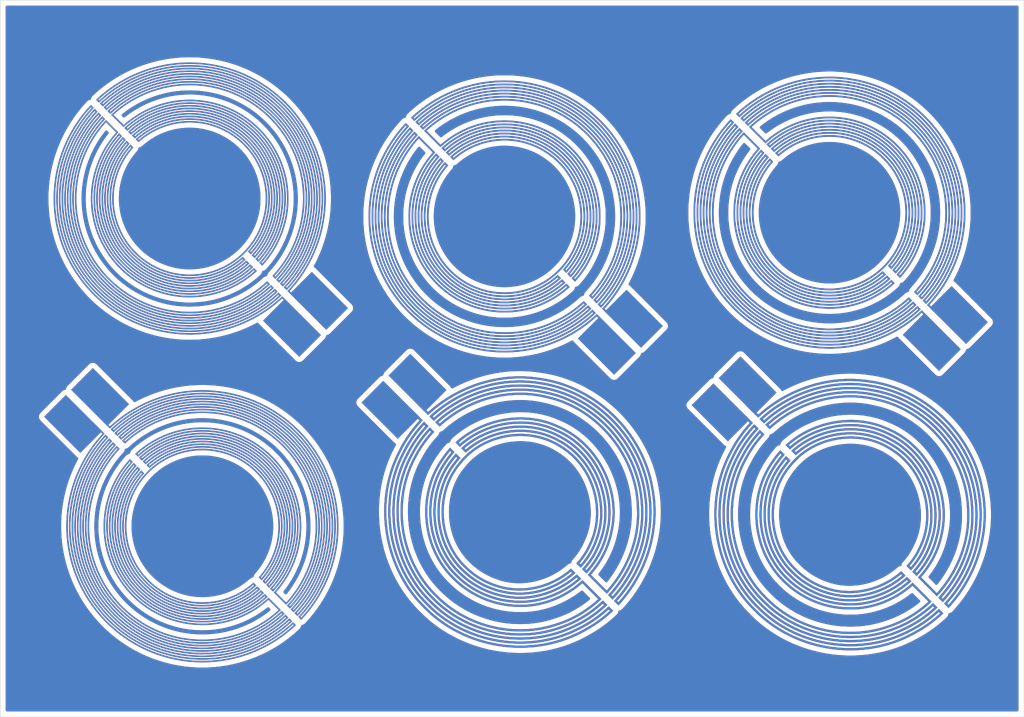
<source format=kicad_pcb>
(kicad_pcb (version 20171130) (host pcbnew 5.1.9-73d0e3b20d~88~ubuntu20.04.1)
  (layers (0 F.Cu signal) (31 B.Cu signal) (34 B.Paste user hide) (35 F.Paste user hide) (36 B.SilkS user hide) (37 F.SilkS user hide) (38 B.Mask user hide) (39 F.Mask user hide) (44 Edge.Cuts user))
  (net 0 "")
  (net 1 "Net-(R1-Pad2)")
  (net 2 "Net-(R1-Pad1)")
  (net 3 "Net-(R2-Pad1)")
  (net 4 "Net-(R2-Pad2)")
  (net 5 "Net-(R3-Pad2)")
  (net 6 "Net-(R3-Pad1)")
  (net 7 "Net-(R4-Pad1)")
  (net 8 "Net-(R4-Pad2)")
  (net 9 "Net-(R5-Pad1)")
  (net 10 "Net-(R5-Pad2)")
  (net 11 "Net-(R6-Pad2)")
  (net 12 "Net-(R6-Pad1)")
  (module qPCR:heater130 (layer F.Cu) (at 118.505046 69.367537 45)
    (fp_text reference R1 hide)
    (fp_text value Heater hide)
    (fp_poly (pts (xy -0.37084 -12.889323) (xy -0.45085 -12.88595) (xy -0.540091 -12.882066) (xy -0.621098 -12.878267) (xy -0.695797 -12.874441) (xy -0.766112 -12.870478) (xy -0.833968 -12.866269) (xy -0.90129 -12.861701) (xy -0.970003 -12.856666) (xy -0.99568 -12.854699) (xy -1.355178 -12.821804) (xy -1.713067 -12.778915) (xy -2.06915 -12.726099) (xy -2.423228 -12.663425) (xy -2.775105 -12.590958) (xy -3.124583 -12.508768) (xy -3.471464 -12.416921) (xy -3.815552 -12.315485) (xy -4.156649 -12.204527) (xy -4.494557 -12.084114) (xy -4.82908 -11.954315) (xy -5.160018 -11.815197) (xy -5.487176 -11.666827) (xy -5.810355 -11.509273) (xy -6.129358 -11.342601) (xy -6.443989 -11.16688) (xy -6.754048 -10.982178) (xy -7.05934 -10.78856) (xy -7.07813 -10.776249) (xy -7.375185 -10.575185) (xy -7.666846 -10.365587) (xy -7.952814 -10.147709) (xy -8.232793 -9.921804) (xy -8.506485 -9.688127) (xy -8.773593 -9.44693) (xy -9.033821 -9.198469) (xy -9.28687 -8.942997) (xy -9.532445 -8.680768) (xy -9.540852 -8.671524) (xy -9.78024 -8.400537) (xy -10.011626 -8.123348) (xy -10.234905 -7.840139) (xy -10.449975 -7.551094) (xy -10.656732 -7.256395) (xy -10.855072 -6.956224) (xy -11.044891 -6.650765) (xy -11.226086 -6.3402) (xy -11.398552 -6.024711) (xy -11.562187 -5.704481) (xy -11.716886 -5.379693) (xy -11.862547 -5.050529) (xy -11.999064 -4.717172) (xy -12.126334 -4.379805) (xy -12.244255 -4.03861) (xy -12.336049 -3.74904) (xy -12.435228 -3.405637) (xy -12.524924 -3.059059) (xy -12.605049 -2.709797) (xy -12.675515 -2.35834) (xy -12.736236 -2.00518) (xy -12.787125 -1.650806) (xy -12.828093 -1.295708) (xy -12.859055 -0.940378) (xy -12.872554 -0.73152) (xy -12.881454 -0.546545) (xy -12.887746 -0.355849) (xy -12.89142 -0.161919) (xy -12.892467 0.032761) (xy -12.890878 0.225705) (xy -12.886644 0.41443) (xy -12.879755 0.596449) (xy -12.877644 0.64008) (xy -12.854233 1.003022) (xy -12.820814 1.3643) (xy -12.77741 1.723804) (xy -12.724044 2.081425) (xy -12.660741 2.437052) (xy -12.587523 2.790577) (xy -12.504414 3.141888) (xy -12.411437 3.490877) (xy -12.308616 3.837433) (xy -12.195974 4.181446) (xy -12.073534 4.522808) (xy -12.020924 4.6609) (xy -11.886022 4.995031) (xy -11.741966 5.324854) (xy -11.588888 5.650186) (xy -11.42692 5.970842) (xy -11.256193 6.286638) (xy -11.07684 6.59739) (xy -10.888991 6.902914) (xy -10.692779 7.203027) (xy -10.488335 7.497544) (xy -10.275791 7.786282) (xy -10.055279 8.069056) (xy -9.82693 8.345683) (xy -9.590876 8.615979) (xy -9.347249 8.879759) (xy -9.09618 9.13684) (xy -8.837801 9.387038) (xy -8.572244 9.630168) (xy -8.299641 9.866048) (xy -8.285968 9.877531) (xy -8.006032 10.105706) (xy -7.720354 10.325561) (xy -7.429126 10.537012) (xy -7.132541 10.739976) (xy -6.830791 10.934368) (xy -6.524071 11.120104) (xy -6.212573 11.297099) (xy -5.89649 11.46527) (xy -5.576014 11.624533) (xy -5.25134 11.774803) (xy -4.922659 11.915997) (xy -4.590165 12.048029) (xy -4.254051 12.170817) (xy -3.914509 12.284276) (xy -3.571733 12.388321) (xy -3.225916 12.48287) (xy -2.877251 12.567837) (xy -2.52593 12.643138) (xy -2.172147 12.708689) (xy -1.816095 12.764407) (xy -1.596612 12.793687) (xy -1.442763 12.812058) (xy -1.293731 12.828144) (xy -1.146562 12.842207) (xy -0.998299 12.854511) (xy -0.845986 12.865317) (xy -0.686667 12.874889) (xy -0.67818 12.875356) (xy -0.640998 12.877358) (xy -0.606401 12.87916) (xy -0.575913 12.880686) (xy -0.551057 12.881863) (xy -0.533358 12.882616) (xy -0.52451 12.882871) (xy -0.508 12.88288) (xy -0.508 12.75588) (xy -0.54737 12.755825) (xy -0.57715 12.755307) (xy -0.615873 12.753878) (xy -0.662375 12.751621) (xy -0.715487 12.748621) (xy -0.774043 12.744961) (xy -0.836876 12.740724) (xy -0.902819 12.735994) (xy -0.970706 12.730855) (xy -1.03937 12.72539) (xy -1.107643 12.719682) (xy -1.17436 12.713815) (xy -1.238353 12.707874) (xy -1.2954 12.702252) (xy -1.652504 12.660818) (xy -2.007778 12.609418) (xy -2.361047 12.548108) (xy -2.712135 12.476945) (xy -3.060865 12.395987) (xy -3.407063 12.305292) (xy -3.75055 12.204916) (xy -4.091153 12.094918) (xy -4.428694 11.975354) (xy -4.762997 11.846282) (xy -5.093887 11.707759) (xy -5.421188 11.559843) (xy -5.744723 11.402591) (xy -6.064316 11.23606) (xy -6.379792 11.060308) (xy -6.44144 11.024602) (xy -6.746032 10.841203) (xy -7.045388 10.64917) (xy -7.339299 10.448703) (xy -7.627554 10.239999) (xy -7.909939 10.023257) (xy -8.186245 9.798676) (xy -8.456259 9.566454) (xy -8.71977 9.326789) (xy -8.976567 9.079879) (xy -9.226439 8.825924) (xy -9.469173 8.565122) (xy -9.704559 8.29767) (xy -9.932384 8.023768) (xy -10.152438 7.743614) (xy -10.36451 7.457406) (xy -10.568386 7.165343) (xy -10.593387 7.12828) (xy -10.721973 6.933377) (xy -10.845148 6.739272) (xy -10.964399 6.543502) (xy -11.081216 6.343602) (xy -11.197085 6.13711) (xy -11.245872 6.04774) (xy -11.266887 6.008364) (xy -11.291543 5.961191) (xy -11.319146 5.907614) (xy -11.349003 5.849026) (xy -11.380422 5.78682) (xy -11.412708 5.722387) (xy -11.44517 5.657122) (xy -11.477114 5.592416) (xy -11.507846 5.529663) (xy -11.536674 5.470255) (xy -11.562905 5.415584) (xy -11.585846 5.367045) (xy -11.602326 5.33146) (xy -11.748998 4.998626) (xy -11.88592 4.663082) (xy -12.013068 4.324926) (xy -12.130417 3.984253) (xy -12.237945 3.641163) (xy -12.335627 3.295751) (xy -12.423438 2.948115) (xy -12.501354 2.598353) (xy -12.569352 2.246562) (xy -12.627407 1.892838) (xy -12.675495 1.53728) (xy -12.713592 1.179984) (xy -12.741674 0.821048) (xy -12.748104 0.71374) (xy -12.75698 0.524624) (xy -12.763021 0.328437) (xy -12.76623 0.127866) (xy -12.766605 -0.074404) (xy -12.764146 -0.275685) (xy -12.758854 -0.473293) (xy -12.750728 -0.664541) (xy -12.748104 -0.71374) (xy -12.723041 -1.072372) (xy -12.687916 -1.429792) (xy -12.642774 -1.7858) (xy -12.587663 -2.140197) (xy -12.52263 -2.492781) (xy -12.447721 -2.843353) (xy -12.362984 -3.191712) (xy -12.268464 -3.537657) (xy -12.164209 -3.880988) (xy -12.050266 -4.221506) (xy -11.926681 -4.559009) (xy -11.793502 -4.893297) (xy -11.744896 -5.00888) (xy -11.623342 -5.284595) (xy -11.493938 -5.560148) (xy -11.357758 -5.833413) (xy -11.215876 -6.102267) (xy -11.069365 -6.364586) (xy -10.996443 -6.4897) (xy -10.808327 -6.797998) (xy -10.612195 -7.10011) (xy -10.408184 -7.395914) (xy -10.196432 -7.685286) (xy -9.977075 -7.968104) (xy -9.750252 -8.244244) (xy -9.516098 -8.513584) (xy -9.274752 -8.776) (xy -9.02635 -9.03137) (xy -8.77103 -9.27957) (xy -8.508928 -9.520478) (xy -8.240183 -9.753969) (xy -7.964931 -9.979922) (xy -7.683309 -10.198214) (xy -7.395455 -10.40872) (xy -7.101506 -10.611319) (xy -6.801599 -10.805886) (xy -6.495872 -10.9923) (xy -6.184461 -11.170437) (xy -5.867503 -11.340174) (xy -5.545137 -11.501388) (xy -5.2578 -11.635786) (xy -4.932775 -11.777434) (xy -4.603321 -11.910023) (xy -4.269795 -12.033459) (xy -3.932548 -12.147646) (xy -3.591936 -12.252491) (xy -3.248312 -12.347898) (xy -2.90203 -12.433774) (xy -2.553444 -12.510024) (xy -2.202908 -12.576553) (xy -1.850775 -12.633267) (xy -1.4974 -12.680072) (xy -1.2446 -12.707367) (xy -1.131327 -12.717876) (xy -1.014718 -12.727626) (xy -0.897069 -12.736461) (xy -0.780674 -12.744226) (xy -0.667826 -12.750768) (xy -0.56082 -12.755931) (xy -0.47879 -12.759035) (xy -0.37084 -12.762535) (xy -0.37084 -12.370423) (xy -0.39243 -12.367796) (xy -0.404475 -12.366789) (xy -0.424573 -12.365617) (xy -0.450623 -12.364379) (xy -0.480522 -12.363177) (xy -0.508 -12.362241) (xy -0.633601 -12.357213) (xy -0.767331 -12.349771) (xy -0.907491 -12.340069) (xy -1.052381 -12.328263) (xy -1.200301 -12.314508) (xy -1.349552 -12.298958) (xy -1.498433 -12.281768) (xy -1.645244 -12.263092) (xy -1.7399 -12.250068) (xy -2.088981 -12.195405) (xy -2.435793 -12.130885) (xy -2.780136 -12.056598) (xy -3.121807 -11.972636) (xy -3.460603 -11.879089) (xy -3.796324 -11.776046) (xy -4.128767 -11.6636) (xy -4.457729 -11.541841) (xy -4.78301 -11.410859) (xy -5.104406 -11.270745) (xy -5.421717 -11.12159) (xy -5.734739 -10.963484) (xy -6.043272 -10.796518) (xy -6.347112 -10.620783) (xy -6.646058 -10.436368) (xy -6.939907 -10.243366) (xy -7.228459 -10.041866) (xy -7.511511 -9.831959) (xy -7.78886 -9.613736) (xy -7.99338 -9.44435) (xy -8.259511 -9.212436) (xy -8.518708 -8.973176) (xy -8.770818 -8.726771) (xy -9.015685 -8.473422) (xy -9.253157 -8.213328) (xy -9.483079 -7.946692) (xy -9.705296 -7.673713) (xy -9.919654 -7.394592) (xy -10.125999 -7.10953) (xy -10.324177 -6.818727) (xy -10.514034 -6.522385) (xy -10.695415 -6.220703) (xy -10.868165 -5.913882) (xy -11.032132 -5.602124) (xy -11.181867 -5.296823) (xy -11.32921 -4.973719) (xy -11.467036 -4.647123) (xy -11.5953 -4.317209) (xy -11.713957 -3.984154) (xy -11.822963 -3.648132) (xy -11.922272 -3.30932) (xy -12.01184 -2.967893) (xy -12.091622 -2.624027) (xy -12.161572 -2.277898) (xy -12.221645 -1.92968) (xy -12.271798 -1.57955) (xy -12.311984 -1.227683) (xy -12.342159 -0.874255) (xy -12.351774 -0.72644) (xy -12.363718 -0.477695) (xy -12.370618 -0.223204) (xy -12.372475 0.033956) (xy -12.369288 0.290711) (xy -12.361057 0.543984) (xy -12.351774 0.72644) (xy -12.325877 1.079318) (xy -12.29004 1.430368) (xy -12.244351 1.779405) (xy -12.188896 2.126242) (xy -12.123763 2.470691) (xy -12.049039 2.812568) (xy -11.96481 3.151685) (xy -11.871165 3.487855) (xy -11.76819 3.820893) (xy -11.655972 4.150612) (xy -11.534598 4.476825) (xy -11.404155 4.799347) (xy -11.264731 5.11799) (xy -11.116412 5.432568) (xy -10.959286 5.742894) (xy -10.793439 6.048783) (xy -10.618959 6.350047) (xy -10.435933 6.646501) (xy -10.244447 6.937957) (xy -10.04459 7.22423) (xy -9.836447 7.505133) (xy -9.620107 7.780479) (xy -9.395656 8.050082) (xy -9.163181 8.313755) (xy -8.922769 8.571312) (xy -8.674508 8.822567) (xy -8.485823 9.0043) (xy -8.225919 9.242434) (xy -7.959452 9.47287) (xy -7.686636 9.695482) (xy -7.407687 9.91014) (xy -7.122818 10.116716) (xy -6.832245 10.315084) (xy -6.536181 10.505114) (xy -6.234841 10.686679) (xy -5.92844 10.859651) (xy -5.617192 11.023901) (xy -5.301311 11.179302) (xy -4.981012 11.325725) (xy -4.65651 11.463044) (xy -4.328018 11.591129) (xy -3.995752 11.709853) (xy -3.89636 11.743296) (xy -3.557868 11.850279) (xy -3.217322 11.947317) (xy -2.874628 12.034432) (xy -2.529693 12.111646) (xy -2.18242 12.17898) (xy -1.832716 12.236454) (xy -1.50622 12.280954) (xy -1.368282 12.297168) (xy -1.232272 12.3116) (xy -1.096101 12.324426) (xy -0.95768 12.33582) (xy -0.81492 12.345957) (xy -0.665732 12.355012) (xy -0.54483 12.361373) (xy -0.508 12.363194) (xy -0.508 12.300457) (xy -0.508131 12.274145) (xy -0.508676 12.25636) (xy -0.509867 12.245471) (xy -0.511935 12.239847) (xy -0.515112 12.237855) (xy -0.51689 12.237709) (xy -0.524151 12.237436) (xy -0.54015 12.23667) (xy -0.563481 12.235485) (xy -0.592739 12.233953) (xy -0.626517 12.232146) (xy -0.663409 12.230139) (xy -0.66548 12.230025) (xy -1.017859 12.205619) (xy -1.368465 12.171249) (xy -1.717118 12.126988) (xy -2.063635 12.072906) (xy -2.407836 12.009075) (xy -2.749541 11.935566) (xy -3.088567 11.85245) (xy -3.424735 11.759799) (xy -3.757863 11.657685) (xy -4.087769 11.546177) (xy -4.414274 11.425349) (xy -4.737196 11.29527) (xy -5.056353 11.156013) (xy -5.371566 11.007648) (xy -5.682652 10.850248) (xy -5.989431 10.683882) (xy -6.291722 10.508624) (xy -6.589344 10.324543) (xy -6.882116 10.131712) (xy -7.169857 9.930201) (xy -7.452385 9.720082) (xy -7.72952 9.501427) (xy -7.8569 9.39653) (xy -8.065584 9.217904) (xy -8.273978 9.030798) (xy -8.480446 8.836806) (xy -8.68335 8.637518) (xy -8.881055 8.434528) (xy -9.071921 8.229425) (xy -9.17235 8.11747) (xy -9.401897 7.850478) (xy -9.623517 7.577162) (xy -9.837089 7.297709) (xy -10.042489 7.0123) (xy -10.239595 6.72112) (xy -10.428285 6.424352) (xy -10.608436 6.122179) (xy -10.779925 5.814787) (xy -10.94263 5.502357) (xy -11.014559 5.35686) (xy -11.036366 5.31197) (xy -11.054614 5.274288) (xy -11.070205 5.241893) (xy -11.084038 5.212864) (xy -11.097014 5.185279) (xy -11.110033 5.157217) (xy -11.123997 5.126758) (xy -11.139805 5.091979) (xy -11.158358 5.05096) (xy -11.169329 5.02666) (xy -11.308058 4.706961) (xy -11.437442 4.38344) (xy -11.557434 4.056362) (xy -11.667989 3.725995) (xy -11.769062 3.392606) (xy -11.860606 3.056461) (xy -11.942577 2.717829) (xy -12.014928 2.376977) (xy -12.077615 2.034171) (xy -12.13059 1.689678) (xy -12.17381 1.343766) (xy -12.207227 0.996702) (xy -12.230798 0.648753) (xy -12.244475 0.300186) (xy -12.248213 -0.048732) (xy -12.241968 -0.397733) (xy -12.225692 -0.746551) (xy -12.204484 -1.03632) (xy -12.169711 -1.384852) (xy -12.124991 -1.732214) (xy -12.070407 -2.078092) (xy -12.006041 -2.422166) (xy -11.931975 -2.764121) (xy -11.848292 -3.103639) (xy -11.755074 -3.440404) (xy -11.652402 -3.774097) (xy -11.540361 -4.104403) (xy -11.41903 -4.431004) (xy -11.288494 -4.753582) (xy -11.169329 -5.02666) (xy -11.148913 -5.071859) (xy -11.131734 -5.109761) (xy -11.11687 -5.142338) (xy -11.103396 -5.171565) (xy -11.090391 -5.199411) (xy -11.076929 -5.227852) (xy -11.062089 -5.258857) (xy -11.044947 -5.294401) (xy -11.02458 -5.336456) (xy -11.017148 -5.35178) (xy -10.860301 -5.663552) (xy -10.694307 -5.971097) (xy -10.519399 -6.274062) (xy -10.335812 -6.572094) (xy -10.143781 -6.864839) (xy -9.94354 -7.151944) (xy -9.735324 -7.433054) (xy -9.519366 -7.707817) (xy -9.295903 -7.975877) (xy -9.216845 -8.06704) (xy -9.049812 -8.253484) (xy -8.875191 -8.440332) (xy -8.694927 -8.625631) (xy -8.510967 -8.807429) (xy -8.325256 -8.983774) (xy -8.139741 -9.152713) (xy -8.095961 -9.191502) (xy -7.830222 -9.418913) (xy -7.557785 -9.638788) (xy -7.278974 -9.850912) (xy -6.994112 -10.05507) (xy -6.703523 -10.251045) (xy -6.407532 -10.438623) (xy -6.106462 -10.617588) (xy -5.800637 -10.787724) (xy -5.490381 -10.948816) (xy -5.35178 -11.017148) (xy -5.030612 -11.167331) (xy -4.70621 -11.307886) (xy -4.378638 -11.438793) (xy -4.04796 -11.560033) (xy -3.71424 -11.671585) (xy -3.377541 -11.773432) (xy -3.037927 -11.865553) (xy -2.695461 -11.947928) (xy -2.350208 -12.020539) (xy -2.00223 -12.083366) (xy -1.7272 -12.125818) (xy -1.58645 -12.145144) (xy -1.447572 -12.162562) (xy -1.309014 -12.178213) (xy -1.169221 -12.192234) (xy -1.026638 -12.204765) (xy -0.879711 -12.215946) (xy -0.726886 -12.225915) (xy -0.566608 -12.234813) (xy -0.44577 -12.240631) (xy -0.37084 -12.244029) (xy -0.37084 -11.84656) (xy -0.40005 -11.846553) (xy -0.425605 -11.846157) (xy -0.45998 -11.845033) (xy -0.501868 -11.843257) (xy -0.549963 -11.840908) (xy -0.602957 -11.838063) (xy -0.659542 -11.834801) (xy -0.718412 -11.831198) (xy -0.778259 -11.827332) (xy -0.837777 -11.823282) (xy -0.895657 -11.819124) (xy -0.950592 -11.814938) (xy -1.00076 -11.810843) (xy -1.346297 -11.776442) (xy -1.689896 -11.732094) (xy -2.031396 -11.677854) (xy -2.370632 -11.613778) (xy -2.707441 -11.539923) (xy -3.041661 -11.456344) (xy -3.373127 -11.363098) (xy -3.701678 -11.260241) (xy -4.027148 -11.147828) (xy -4.349376 -11.025917) (xy -4.668197 -10.894563) (xy -4.983449 -10.753822) (xy -5.294968 -10.603751) (xy -5.602591 -10.444405) (xy -5.906155 -10.275841) (xy -6.205496 -10.098114) (xy -6.470471 -9.930819) (xy -6.664366 -9.801846) (xy -6.859379 -9.666054) (xy -7.056924 -9.522449) (xy -7.1247 -9.471831) (xy -7.397971 -9.260065) (xy -7.664494 -9.040766) (xy -7.924134 -8.814114) (xy -8.176756 -8.580291) (xy -8.422223 -8.339478) (xy -8.6604 -8.091856) (xy -8.891151 -7.837606) (xy -9.114342 -7.576908) (xy -9.329835 -7.309945) (xy -9.537496 -7.036896) (xy -9.737189 -6.757944) (xy -9.928778 -6.473268) (xy -10.112127 -6.18305) (xy -10.287101 -5.887472) (xy -10.453565 -5.586713) (xy -10.611382 -5.280955) (xy -10.760418 -4.97038) (xy -10.900535 -4.655168) (xy -11.031599 -4.3355) (xy -11.093051 -4.17576) (xy -11.210628 -3.849017) (xy -11.318453 -3.519464) (xy -11.416492 -3.18726) (xy -11.504712 -2.852562) (xy -11.583077 -2.515526) (xy -11.651555 -2.17631) (xy -11.710111 -1.83507) (xy -11.75871 -1.491964) (xy -11.797319 -1.147149) (xy -11.825903 -0.800782) (xy -11.82595 -0.8001) (xy -11.830181 -0.736747) (xy -11.833871 -0.678948) (xy -11.837057 -0.625456) (xy -11.839774 -0.575027) (xy -11.842058 -0.526416) (xy -11.843946 -0.478378) (xy -11.845473 -0.429669) (xy -11.846676 -0.379042) (xy -11.84759 -0.325252) (xy -11.848252 -0.267056) (xy -11.848697 -0.203208) (xy -11.848962 -0.132462) (xy -11.849083 -0.053574) (xy -11.8491 0) (xy -11.849051 0.084564) (xy -11.84888 0.160214) (xy -11.848551 0.228194) (xy -11.848028 0.28975) (xy -11.847275 0.346126) (xy -11.846255 0.398568) (xy -11.844933 0.448321) (xy -11.843273 0.496629) (xy -11.841239 0.544737) (xy -11.838795 0.593892) (xy -11.835904 0.645337) (xy -11.832531 0.700318) (xy -11.82864 0.76008) (xy -11.82595 0.8001) (xy -11.797406 1.14623) (xy -11.758849 1.49084) (xy -11.710314 1.833751) (xy -11.65184 2.174786) (xy -11.583463 2.51377) (xy -11.505222 2.850523) (xy -11.417153 3.18487) (xy -11.319295 3.516632) (xy -11.211684 3.845634) (xy -11.138938 4.0513) (xy -11.015578 4.375348) (xy -10.883187 4.694846) (xy -10.741896 5.009635) (xy -10.591837 5.319555) (xy -10.433141 5.624448) (xy -10.265938 5.924155) (xy -10.09036 6.218516) (xy -9.906539 6.507372) (xy -9.714604 6.790565) (xy -9.514688 7.067935) (xy -9.306922 7.339324) (xy -9.091436 7.604572) (xy -8.868363 7.863519) (xy -8.637832 8.116008) (xy -8.399976 8.361879) (xy -8.154925 8.600973) (xy -7.90281 8.833131) (xy -7.643764 9.058194) (xy -7.377916 9.276003) (xy -7.105399 9.486398) (xy -6.826342 9.689221) (xy -6.540878 9.884313) (xy -6.249138 10.071514) (xy -6.09844 10.163618) (xy -5.878765 10.292103) (xy -5.651228 10.418328) (xy -5.418067 10.541152) (xy -5.18152 10.659431) (xy -4.943822 10.772023) (xy -4.707211 10.877787) (xy -4.6609 10.897727) (xy -4.340217 11.029407) (xy -4.016184 11.151521) (xy -3.689 11.264024) (xy -3.358868 11.366869) (xy -3.025987 11.460009) (xy -2.690558 11.543399) (xy -2.352782 11.616992) (xy -2.01286 11.680742) (xy -1.670992 11.734602) (xy -1.327378 11.778527) (xy -0.982221 11.81247) (xy -0.63572 11.836385) (xy -0.577689 11.8394) (xy -0.507677 11.842868) (xy -0.509109 11.779944) (xy -0.51054 11.71702) (xy -0.53594 11.715856) (xy -0.880012 11.695011) (xy -1.223098 11.664079) (xy -1.564972 11.623105) (xy -1.905404 11.572135) (xy -2.244167 11.511212) (xy -2.581034 11.440382) (xy -2.915775 11.35969) (xy -3.248163 11.26918) (xy -3.577971 11.168898) (xy -3.90497 11.058888) (xy -3.94716 11.043911) (xy -4.269542 10.923404) (xy -4.587683 10.793713) (xy -4.901406 10.654964) (xy -5.21053 10.507284) (xy -5.514877 10.350802) (xy -5.814268 10.185646) (xy -6.108524 10.011942) (xy -6.397466 9.829818) (xy -6.680916 9.639403) (xy -6.958693 9.440823) (xy -7.23062 9.234207) (xy -7.496516 9.019682) (xy -7.756204 8.797375) (xy -8.009505 8.567415) (xy -8.256238 8.329929) (xy -8.496226 8.085044) (xy -8.729289 7.832889) (xy -8.955249 7.57359) (xy -9.157454 7.3279) (xy -9.36833 7.056387) (xy -9.570793 6.779264) (xy -9.764757 6.496738) (xy -9.950137 6.209018) (xy -10.126848 5.916313) (xy -10.294805 5.61883) (xy -10.453923 5.316777) (xy -10.604116 5.010363) (xy -10.745301 4.699796) (xy -10.877391 4.385285) (xy -11.000302 4.067037) (xy -11.113948 3.74526) (xy -11.218245 3.420164) (xy -11.313107 3.091956) (xy -11.39845 2.760844) (xy -11.474188 2.427036) (xy -11.540236 2.090742) (xy -11.59651 1.752168) (xy -11.642923 1.411523) (xy -11.668577 1.1811) (xy -11.697287 0.849799) (xy -11.716609 0.515872) (xy -11.726521 0.180617) (xy -11.726996 -0.154669) (xy -11.718013 -0.488686) (xy -11.704146 -0.75184) (xy -11.677067 -1.094506) (xy -11.640072 -1.435304) (xy -11.593257 -1.774041) (xy -11.536719 -2.110522) (xy -11.470555 -2.444554) (xy -11.394861 -2.775942) (xy -11.309735 -3.104492) (xy -11.215274 -3.43001) (xy -11.111575 -3.752302) (xy -10.998733 -4.071173) (xy -10.876847 -4.38643) (xy -10.746014 -4.697878) (xy -10.606329 -5.005323) (xy -10.457891 -5.308572) (xy -10.300795 -5.607429) (xy -10.13514 -5.901702) (xy -9.961021 -6.191195) (xy -9.778537 -6.475714) (xy -9.587782 -6.755066) (xy -9.388856 -7.029055) (xy -9.181854 -7.297489) (xy -8.966873 -7.560173) (xy -8.74401 -7.816913) (xy -8.513363 -8.067514) (xy -8.275028 -8.311783) (xy -8.029102 -8.549525) (xy -7.775682 -8.780546) (xy -7.63524 -8.902875) (xy -7.369814 -9.123716) (xy -7.098508 -9.336311) (xy -6.821502 -9.540566) (xy -6.538978 -9.736383) (xy -6.251116 -9.923666) (xy -5.958098 -10.102319) (xy -5.660104 -10.272246) (xy -5.357317 -10.433351) (xy -5.049916 -10.585537) (xy -4.738083 -10.728707) (xy -4.421999 -10.862766) (xy -4.101845 -10.987618) (xy -3.777802 -11.103166) (xy -3.450051 -11.209313) (xy -3.118773 -11.305964) (xy -3.113587 -11.307394) (xy -2.81855 -11.384404) (xy -2.519082 -11.454247) (xy -2.217255 -11.516506) (xy -1.915145 -11.570763) (xy -1.614823 -11.616603) (xy -1.49352 -11.632762) (xy -1.363434 -11.648561) (xy -1.230664 -11.663185) (xy -1.097008 -11.676483) (xy -0.964268 -11.688305) (xy -0.834245 -11.6985) (xy -0.708738 -11.706916) (xy -0.589547 -11.713403) (xy -0.47879 -11.717801) (xy -0.37084 -11.721172) (xy -0.37084 -11.329349) (xy -0.41783 -11.326452) (xy -0.435218 -11.325429) (xy -0.460949 -11.323982) (xy -0.493219 -11.322209) (xy -0.530226 -11.320207) (xy -0.570164 -11.318076) (xy -0.611232 -11.315912) (xy -0.61722 -11.3156) (xy -0.94896 -11.293209) (xy -1.280117 -11.260757) (xy -1.610393 -11.218337) (xy -1.939485 -11.166044) (xy -2.267093 -11.103972) (xy -2.592916 -11.032216) (xy -2.916653 -10.95087) (xy -3.238003 -10.860028) (xy -3.556666 -10.759785) (xy -3.872339 -10.650234) (xy -4.184723 -10.531471) (xy -4.493515 -10.40359) (xy -4.798417 -10.266684) (xy -5.099125 -10.120849) (xy -5.39534 -9.966178) (xy -5.686761 -9.802766) (xy -5.95376 -9.642694) (xy -6.215661 -9.475648) (xy -6.473633 -9.301161) (xy -6.726616 -9.120023) (xy -6.973549 -8.933023) (xy -7.213372 -8.740952) (xy -7.445023 -8.544598) (xy -7.53364 -8.46639) (xy -7.645146 -8.365152) (xy -7.760578 -8.257161) (xy -7.878233 -8.144122) (xy -7.996406 -8.027739) (xy -8.113392 -7.909716) (xy -8.227488 -7.791757) (xy -8.336989 -7.675566) (xy -8.440192 -7.562849) (xy -8.46639 -7.53364) (xy -8.671638 -7.296746) (xy -8.871869 -7.051585) (xy -9.066441 -6.799062) (xy -9.254714 -6.540078) (xy -9.436046 -6.275538) (xy -9.609795 -6.006343) (xy -9.775321 -5.733399) (xy -9.902638 -5.510708) (xy -10.062744 -5.21254) (xy -10.213463 -4.910652) (xy -10.354772 -4.605257) (xy -10.486649 -4.29657) (xy -10.609072 -3.984804) (xy -10.722019 -3.670174) (xy -10.825468 -3.352894) (xy -10.919398 -3.033177) (xy -11.003785 -2.711239) (xy -11.078609 -2.387291) (xy -11.143846 -2.06155) (xy -11.199476 -1.734228) (xy -11.245475 -1.40554) (xy -11.281823 -1.075699) (xy -11.308496 -0.744921) (xy -11.325473 -0.413418) (xy -11.332732 -0.081405) (xy -11.330251 0.250904) (xy -11.318007 0.583296) (xy -11.29598 0.915555) (xy -11.264146 1.247469) (xy -11.222483 1.578822) (xy -11.170971 1.909402) (xy -11.109586 2.238994) (xy -11.038307 2.567384) (xy -10.957111 2.894358) (xy -10.865977 3.219702) (xy -10.817563 3.378855) (xy -10.712304 3.698991) (xy -10.597502 4.015797) (xy -10.473301 4.329017) (xy -10.33984 4.638396) (xy -10.197262 4.943677) (xy -10.045709 5.244604) (xy -9.885322 5.540922) (xy -9.716243 5.832375) (xy -9.538613 6.118707) (xy -9.352575 6.399661) (xy -9.158269 6.674983) (xy -8.955839 6.944416) (xy -8.745424 7.207704) (xy -8.605987 7.37362) (xy -8.54466 7.444707) (xy -8.485885 7.511802) (xy -8.428469 7.576188) (xy -8.371214 7.639148) (xy -8.312924 7.701965) (xy -8.252405 7.765923) (xy -8.188459 7.832305) (xy -8.119891 7.902394) (xy -8.045505 7.977473) (xy -8.011523 8.011522) (xy -7.875943 8.145429) (xy -7.744237 8.27199) (xy -7.614921 8.39249) (xy -7.486514 8.508218) (xy -7.357534 8.620461) (xy -7.226498 8.730505) (xy -7.091926 8.839638) (xy -6.952333 8.949147) (xy -6.80624 9.060319) (xy -6.78942 9.07292) (xy -6.513713 9.272943) (xy -6.233445 9.463894) (xy -5.948517 9.645827) (xy -5.658831 9.818796) (xy -5.364288 9.982856) (xy -5.06479 10.138061) (xy -4.760238 10.284467) (xy -4.450533 10.422127) (xy -4.135577 10.551096) (xy -4.0767 10.574017) (xy -3.771846 10.686589) (xy -3.462665 10.790579) (xy -3.149813 10.885844) (xy -2.833945 10.972242) (xy -2.515719 11.049628) (xy -2.19579 11.117859) (xy -1.874815 11.176791) (xy -1.553448 11.226281) (xy -1.232346 11.266186) (xy -0.912166 11.296361) (xy -0.7112 11.310313) (xy -0.673577 11.312574) (xy -0.637183 11.314789) (xy -0.603923 11.31684) (xy -0.575698 11.318608) (xy -0.554412 11.319975) (xy -0.54483 11.320619) (xy -0.508 11.32319) (xy -0.508 11.197538) (xy -0.56769 11.194132) (xy -0.704595 11.185798) (xy -0.833574 11.176824) (xy -0.956852 11.167009) (xy -1.076653 11.156154) (xy -1.195204 11.144058) (xy -1.314727 11.130521) (xy -1.4224 11.117268) (xy -1.753606 11.069989) (xy -2.083184 11.012753) (xy -2.410855 10.94566) (xy -2.73634 10.868809) (xy -3.059359 10.7823) (xy -3.379633 10.68623) (xy -3.696882 10.580701) (xy -4.010827 10.46581) (xy -4.321187 10.341658) (xy -4.627684 10.208344) (xy -4.930038 10.065966) (xy -5.227969 9.914625) (xy -5.521198 9.754419) (xy -5.809445 9.585448) (xy -5.91058 9.523337) (xy -6.195269 9.340444) (xy -6.473749 9.14957) (xy -6.745883 8.950839) (xy -7.011537 8.744376) (xy -7.270576 8.530304) (xy -7.522865 8.308748) (xy -7.768267 8.079831) (xy -8.006647 7.843678) (xy -8.237871 7.600412) (xy -8.461803 7.350157) (xy -8.678307 7.093038) (xy -8.887249 6.829179) (xy -8.971279 6.7183) (xy -9.170509 6.443595) (xy -9.360823 6.164024) (xy -9.542192 5.879646) (xy -9.714583 5.590523) (xy -9.877968 5.296714) (xy -10.032316 4.998279) (xy -10.177596 4.695279) (xy -10.313777 4.387773) (xy -10.44083 4.075823) (xy -10.558724 3.759487) (xy -10.667428 3.438827) (xy -10.726866 3.248868) (xy -10.817253 2.934075) (xy -10.898547 2.615723) (xy -10.970609 2.294574) (xy -11.033301 1.971387) (xy -11.086485 1.646923) (xy -11.130022 1.321941) (xy -11.163774 0.997202) (xy -11.183405 0.74168) (xy -11.187258 0.681261) (xy -11.190569 0.626885) (xy -11.193389 0.577036) (xy -11.195769 0.5302) (xy -11.197761 0.484862) (xy -11.199416 0.439508) (xy -11.200785 0.392622) (xy -11.20192 0.34269) (xy -11.202871 0.288198) (xy -11.203692 0.227631) (xy -11.204432 0.159475) (xy -11.204927 0.10668) (xy -11.205649 -0.024263) (xy -11.205346 -0.146953) (xy -11.203957 -0.263252) (xy -11.201424 -0.375023) (xy -11.197687 -0.484128) (xy -11.192687 -0.592428) (xy -11.186363 -0.701784) (xy -11.178658 -0.81406) (xy -11.173321 -0.88392) (xy -11.141801 -1.218425) (xy -11.10029 -1.551456) (xy -11.048866 -1.882774) (xy -10.98761 -2.21214) (xy -10.916599 -2.539316) (xy -10.835912 -2.864061) (xy -10.745628 -3.186138) (xy -10.645826 -3.505307) (xy -10.536585 -3.821329) (xy -10.417983 -4.133964) (xy -10.290099 -4.442975) (xy -10.153012 -4.748121) (xy -10.0068 -5.049164) (xy -9.851543 -5.345864) (xy -9.687318 -5.637983) (xy -9.514206 -5.925282) (xy -9.510701 -5.9309) (xy -9.327491 -6.214881) (xy -9.136251 -6.492681) (xy -8.937124 -6.764158) (xy -8.730248 -7.029174) (xy -8.515764 -7.287588) (xy -8.293811 -7.539259) (xy -8.064531 -7.784049) (xy -7.828063 -8.021817) (xy -7.584547 -8.252422) (xy -7.334123 -8.475725) (xy -7.076932 -8.691585) (xy -6.813113 -8.899863) (xy -6.542807 -9.100418) (xy -6.266154 -9.293111) (xy -5.983293 -9.4778) (xy -5.9309 -9.510701) (xy -5.644076 -9.683759) (xy -5.352404 -9.84796) (xy -5.056139 -10.003223) (xy -4.755533 -10.149467) (xy -4.450839 -10.286613) (xy -4.142309 -10.41458) (xy -3.830197 -10.533287) (xy -3.514755 -10.642655) (xy -3.196236 -10.742601) (xy -2.874893 -10.833046) (xy -2.550979 -10.91391) (xy -2.224746 -10.985112) (xy -1.896448 -11.046571) (xy -1.566337 -11.098208) (xy -1.234666 -11.139941) (xy -0.901687 -11.17169) (xy -0.6604 -11.188373) (xy -0.619344 -11.190707) (xy -0.576351 -11.193059) (xy -0.534132 -11.195287) (xy -0.495399 -11.197248) (xy -0.462863 -11.198801) (xy -0.45085 -11.199334) (xy -0.37084 -11.202763) (xy -0.37084 -9.50468) (xy -0.40005 -9.504655) (xy -0.417894 -9.504257) (xy -0.444405 -9.503146) (xy -0.478125 -9.501415) (xy -0.517594 -9.499157) (xy -0.561351 -9.496465) (xy -0.607938 -9.493433) (xy -0.655893 -9.490152) (xy -0.703758 -9.486717) (xy -0.750072 -9.483219) (xy -0.793376 -9.479752) (xy -0.8001 -9.479192) (xy -1.107014 -9.448383) (xy -1.412556 -9.407561) (xy -1.716464 -9.35681) (xy -2.018472 -9.296216) (xy -2.318319 -9.225864) (xy -2.61574 -9.14584) (xy -2.910471 -9.05623) (xy -3.20225 -8.957118) (xy -3.490813 -8.84859) (xy -3.775896 -8.730732) (xy -4.057236 -8.603629) (xy -4.334569 -8.467366) (xy -4.607631 -8.322029) (xy -4.87616 -8.167703) (xy -4.912672 -8.145811) (xy -5.174876 -7.981871) (xy -5.431457 -7.809524) (xy -5.682203 -7.628959) (xy -5.926902 -7.440368) (xy -6.165341 -7.243941) (xy -6.397309 -7.039869) (xy -6.622592 -6.828344) (xy -6.84098 -6.609556) (xy -7.05226 -6.383696) (xy -7.256219 -6.150956) (xy -7.452646 -5.911525) (xy -7.585281 -5.7404) (xy -7.768017 -5.490596) (xy -7.942441 -5.235022) (xy -8.108421 -4.973935) (xy -8.265826 -4.70759) (xy -8.414526 -4.436244) (xy -8.554387 -4.160153) (xy -8.68528 -3.879572) (xy -8.807072 -3.594757) (xy -8.919632 -3.305966) (xy -9.022829 -3.013453) (xy -9.086249 -2.81686) (xy -9.172696 -2.521515) (xy -9.249463 -2.223324) (xy -9.31651 -1.922645) (xy -9.3738 -1.619838) (xy -9.421292 -1.315262) (xy -9.458948 -1.009274) (xy -9.48673 -0.702235) (xy -9.504597 -0.394503) (xy -9.512512 -0.086436) (xy -9.510435 0.221605) (xy -9.498327 0.529264) (xy -9.479068 0.80264) (xy -9.447724 1.111223) (xy -9.406522 1.417654) (xy -9.35557 1.721725) (xy -9.294977 2.023226) (xy -9.22485 2.321949) (xy -9.145299 2.617686) (xy -9.056431 2.910227) (xy -8.958355 3.199365) (xy -8.851179 3.484889) (xy -8.735012 3.766593) (xy -8.609961 4.044267) (xy -8.476136 4.317702) (xy -8.333644 4.58669) (xy -8.182594 4.851022) (xy -8.023095 5.11049) (xy -7.855253 5.364885) (xy -7.679179 5.613997) (xy -7.494979 5.85762) (xy -7.302763 6.095543) (xy -7.102639 6.327559) (xy -6.894715 6.553458) (xy -6.679099 6.773032) (xy -6.455901 6.986072) (xy -6.225227 7.19237) (xy -6.11124 7.289473) (xy -5.870609 7.484634) (xy -5.624268 7.671465) (xy -5.372448 7.849869) (xy -5.115378 8.019752) (xy -4.853288 8.181018) (xy -4.58641 8.333572) (xy -4.314973 8.477319) (xy -4.039207 8.612163) (xy -3.759344 8.738008) (xy -3.475611 8.85476) (xy -3.188241 8.962322) (xy -2.897464 9.0606) (xy -2.603508 9.149499) (xy -2.306606 9.228922) (xy -2.006986 9.298774) (xy -1.704879 9.35896) (xy -1.400516 9.409385) (xy -1.094126 9.449953) (xy -0.83312 9.47654) (xy -0.806349 9.478814) (xy -0.774454 9.481393) (xy -0.739004 9.484164) (xy -0.70157 9.487013) (xy -0.66372 9.489825) (xy -0.627026 9.492486) (xy -0.593055 9.494882) (xy -0.563379 9.496899) (xy -0.539565 9.498422) (xy -0.523185 9.499337) (xy -0.51689 9.499555) (xy -0.513162 9.498657) (xy -0.510643 9.49483) (xy -0.5091 9.486445) (xy -0.508303 9.471872) (xy -0.508021 9.449481) (xy -0.508 9.436862) (xy -0.508 9.374124) (xy -0.57023 9.370641) (xy -0.655158 9.365243) (xy -0.747481 9.358202) (xy -0.844611 9.349758) (xy -0.943959 9.340152) (xy -1.042937 9.329623) (xy -1.138955 9.318413) (xy -1.1557 9.316344) (xy -1.462156 9.273061) (xy -1.766331 9.219925) (xy -2.068021 9.157009) (xy -2.367024 9.084384) (xy -2.663137 9.002123) (xy -2.956155 8.910297) (xy -3.245877 8.808979) (xy -3.532098 8.69824) (xy -3.814616 8.578152) (xy -4.093227 8.448786) (xy -4.367729 8.310216) (xy -4.637917 8.162513) (xy -4.903589 8.005749) (xy -4.96316 7.968962) (xy -4.99969 7.945992) (xy -5.041417 7.919374) (xy -5.08671 7.890178) (xy -5.133937 7.859475) (xy -5.181468 7.828337) (xy -5.227669 7.797832) (xy -5.270911 7.769033) (xy -5.309562 7.74301) (xy -5.34199 7.720833) (xy -5.35432 7.712252) (xy -5.533737 7.583932) (xy -5.704791 7.456293) (xy -5.869075 7.327997) (xy -6.028184 7.197708) (xy -6.183714 7.064089) (xy -6.337257 6.925803) (xy -6.490408 6.781513) (xy -6.642307 6.632342) (xy -6.84111 6.427692) (xy -7.030744 6.220807) (xy -7.212142 6.010536) (xy -7.386238 5.795728) (xy -7.553963 5.575233) (xy -7.716252 5.347899) (xy -7.872097 5.11556) (xy -8.034797 4.856214) (xy -8.188772 4.591783) (xy -8.333925 4.322547) (xy -8.470158 4.048788) (xy -8.597376 3.770785) (xy -8.71548 3.488818) (xy -8.824373 3.203169) (xy -8.923958 2.914117) (xy -9.014139 2.621943) (xy -9.094818 2.326927) (xy -9.165897 2.02935) (xy -9.22728 1.729492) (xy -9.27887 1.427634) (xy -9.320569 1.124056) (xy -9.349444 0.8509) (xy -9.357199 0.76231) (xy -9.363831 0.679146) (xy -9.369413 0.599681) (xy -9.374016 0.522188) (xy -9.377713 0.444939) (xy -9.380577 0.366208) (xy -9.382681 0.284267) (xy -9.384096 0.19739) (xy -9.384895 0.103848) (xy -9.385151 0.001916) (xy -9.385151 0) (xy -9.385054 -0.081235) (xy -9.384731 -0.15385) (xy -9.384133 -0.219382) (xy -9.383215 -0.279372) (xy -9.381927 -0.335356) (xy -9.380222 -0.388873) (xy -9.378053 -0.441461) (xy -9.375373 -0.49466) (xy -9.372132 -0.550006) (xy -9.368285 -0.609039) (xy -9.364705 -0.6604) (xy -9.337651 -0.969098) (xy -9.300659 -1.275861) (xy -9.253798 -1.580496) (xy -9.197135 -1.882809) (xy -9.130738 -2.182605) (xy -9.054674 -2.47969) (xy -8.969012 -2.77387) (xy -8.873818 -3.064949) (xy -8.769161 -3.352735) (xy -8.655108 -3.637033) (xy -8.531727 -3.917647) (xy -8.399085 -4.194385) (xy -8.25725 -4.467051) (xy -8.106289 -4.735451) (xy -7.946271 -4.999392) (xy -7.777263 -5.258677) (xy -7.750265 -5.29844) (xy -7.573792 -5.54795) (xy -7.38909 -5.791618) (xy -7.196409 -6.029202) (xy -6.995999 -6.260454) (xy -6.788111 -6.485131) (xy -6.572995 -6.702988) (xy -6.350903 -6.913779) (xy -6.122084 -7.11726) (xy -5.886789 -7.313185) (xy -5.645268 -7.501311) (xy -5.397773 -7.68139) (xy -5.144554 -7.85318) (xy -5.12318 -7.867127) (xy -4.861184 -8.031555) (xy -4.594597 -8.186952) (xy -4.323617 -8.333248) (xy -4.048437 -8.470375) (xy -3.769254 -8.598265) (xy -3.486261 -8.716849) (xy -3.199655 -8.826059) (xy -2.90963 -8.925825) (xy -2.616382 -9.016079) (xy -2.320105 -9.096752) (xy -2.020995 -9.167777) (xy -1.719247 -9.229083) (xy -1.415056 -9.280604) (xy -1.108617 -9.322269) (xy -0.92964 -9.341921) (xy -0.879547 -9.346707) (xy -0.824092 -9.351598) (xy -0.76536 -9.35644) (xy -0.70544 -9.361077) (xy -0.646417 -9.365356) (xy -0.590378 -9.369123) (xy -0.53941 -9.372222) (xy -0.495598 -9.374501) (xy -0.48006 -9.375167) (xy -0.451843 -9.376402) (xy -0.425984 -9.37776) (xy -0.404782 -9.379105) (xy -0.390535 -9.380298) (xy -0.38735 -9.380695) (xy -0.37084 -9.383221) (xy -0.37084 -8.987387) (xy -0.40767 -8.984552) (xy -0.4247 -8.983352) (xy -0.449476 -8.981754) (xy -0.479599 -8.979906) (xy -0.512668 -8.977955) (xy -0.54356 -8.976199) (xy -0.822549 -8.955812) (xy -1.103221 -8.925711) (xy -1.384881 -8.886063) (xy -1.666835 -8.837032) (xy -1.948386 -8.778784) (xy -2.228838 -8.711482) (xy -2.507496 -8.635292) (xy -2.783664 -8.550379) (xy -3.056648 -8.456907) (xy -3.32575 -8.355042) (xy -3.5433 -8.265249) (xy -3.627812 -8.228272) (xy -3.718066 -8.187411) (xy -3.812087 -8.143627) (xy -3.907902 -8.097882) (xy -4.003537 -8.051137) (xy -4.097019 -8.004354) (xy -4.186373 -7.958495) (xy -4.269627 -7.914521) (xy -4.325551 -7.884088) (xy -4.590553 -7.732174) (xy -4.848574 -7.572919) (xy -5.099787 -7.406185) (xy -5.344366 -7.231834) (xy -5.582485 -7.049727) (xy -5.814316 -6.859727) (xy -6.040034 -6.661693) (xy -6.259812 -6.455488) (xy -6.473823 -6.240974) (xy -6.682241 -6.018011) (xy -6.73083 -5.96392) (xy -6.87592 -5.796292) (xy -7.020098 -5.620117) (xy -7.1622 -5.437008) (xy -7.301058 -5.248576) (xy -7.435506 -5.056431) (xy -7.564378 -4.862186) (xy -7.686507 -4.667452) (xy -7.766124 -4.533831) (xy -7.812315 -4.453231) (xy -7.860639 -4.366426) (xy -7.910154 -4.275231) (xy -7.95992 -4.181461) (xy -8.008995 -4.086934) (xy -8.056436 -3.993466) (xy -8.101303 -3.902871) (xy -8.142654 -3.816966) (xy -8.179547 -3.737567) (xy -8.183558 -3.72872) (xy -8.305024 -3.44835) (xy -8.416469 -3.166593) (xy -8.517943 -2.883237) (xy -8.609498 -2.59807) (xy -8.691183 -2.310881) (xy -8.763048 -2.021456) (xy -8.825145 -1.729583) (xy -8.877523 -1.435052) (xy -8.920232 -1.137648) (xy -8.953324 -0.837162) (xy -8.976848 -0.533379) (xy -8.98656 -0.34544) (xy -8.989288 -0.264268) (xy -8.991062 -0.174991) (xy -8.991905 -0.079616) (xy -8.991839 0.019849) (xy -8.990889 0.121395) (xy -8.989077 0.223015) (xy -8.986426 0.322702) (xy -8.982959 0.418447) (xy -8.9787 0.508243) (xy -8.976225 0.55118) (xy -8.952734 0.850868) (xy -8.919344 1.148669) (xy -8.876171 1.444363) (xy -8.823328 1.737728) (xy -8.760932 2.028542) (xy -8.689095 2.316585) (xy -8.607934 2.601635) (xy -8.517562 2.883471) (xy -8.418094 3.161873) (xy -8.309646 3.436618) (xy -8.192331 3.707487) (xy -8.066265 3.974257) (xy -7.931561 4.236707) (xy -7.788335 4.494617) (xy -7.636702 4.747765) (xy -7.476776 4.99593) (xy -7.308671 5.238891) (xy -7.132503 5.476427) (xy -6.948386 5.708316) (xy -6.756435 5.934338) (xy -6.556764 6.154271) (xy -6.349488 6.367894) (xy -6.134722 6.574986) (xy -5.91258 6.775326) (xy -5.683178 6.968693) (xy -5.623727 7.016703) (xy -5.384057 7.202103) (xy -5.139048 7.378902) (xy -4.888902 7.547017) (xy -4.633821 7.706362) (xy -4.374006 7.856854) (xy -4.109658 7.998409) (xy -3.84098 8.130942) (xy -3.568171 8.254369) (xy -3.291435 8.368607) (xy -3.010972 8.473571) (xy -2.726984 8.569176) (xy -2.439673 8.65534) (xy -2.149239 8.731977) (xy -1.855885 8.799003) (xy -1.559812 8.856335) (xy -1.261221 8.903889) (xy -1.03378 8.933315) (xy -0.984349 8.938853) (xy -0.929904 8.944557) (xy -0.872382 8.950256) (xy -0.813724 8.955774) (xy -0.755869 8.960937) (xy -0.700755 8.965571) (xy -0.650321 8.969503) (xy -0.606507 8.972559) (xy -0.57785 8.974238) (xy -0.508 8.977837) (xy -0.508 8.855171) (xy -0.53467 8.852449) (xy -0.549143 8.851149) (xy -0.571232 8.849381) (xy -0.598416 8.847339) (xy -0.628174 8.845214) (xy -0.64262 8.844221) (xy -0.804513 8.831307) (xy -0.973041 8.814165) (xy -1.145766 8.793138) (xy -1.320249 8.768571) (xy -1.494051 8.740806) (xy -1.664734 8.710188) (xy -1.82986 8.67706) (xy -1.831294 8.676755) (xy -2.126275 8.608982) (xy -2.417632 8.531734) (xy -2.705243 8.445071) (xy -2.988984 8.34905) (xy -3.268733 8.243731) (xy -3.544365 8.129172) (xy -3.815757 8.005431) (xy -4.082786 7.872566) (xy -4.345328 7.730635) (xy -4.603261 7.579698) (xy -4.856461 7.419812) (xy -5.104803 7.251037) (xy -5.348166 7.073429) (xy -5.54736 6.91849) (xy -5.636021 6.846788) (xy -5.719692 6.777496) (xy -5.799841 6.709291) (xy -5.877934 6.640856) (xy -5.955439 6.570868) (xy -6.033822 6.498008) (xy -6.11455 6.420956) (xy -6.19909 6.338391) (xy -6.268968 6.268967) (xy -6.357451 6.179719) (xy -6.439383 6.095393) (xy -6.516101 6.014509) (xy -6.588943 5.935584) (xy -6.659244 5.857136) (xy -6.728342 5.777685) (xy -6.797573 5.695748) (xy -6.868273 5.609844) (xy -6.908518 5.56006) (xy -7.092937 5.322555) (xy -7.268754 5.079736) (xy -7.435887 4.831815) (xy -7.594252 4.579002) (xy -7.743767 4.321508) (xy -7.88435 4.059544) (xy -8.015917 3.793322) (xy -8.138386 3.523053) (xy -8.251675 3.248946) (xy -8.3557 2.971214) (xy -8.450379 2.690067) (xy -8.535629 2.405716) (xy -8.611368 2.118373) (xy -8.677512 1.828248) (xy -8.73398 1.535552) (xy -8.780688 1.240496) (xy -8.817554 0.943292) (xy -8.844495 0.64415) (xy -8.846602 0.61468) (xy -8.85837 0.407087) (xy -8.865227 0.193672) (xy -8.867173 -0.022495) (xy -8.864207 -0.238344) (xy -8.856329 -0.450802) (xy -8.846602 -0.61468) (xy -8.820693 -0.913295) (xy -8.784856 -1.210091) (xy -8.739184 -1.504839) (xy -8.683769 -1.797312) (xy -8.618705 -2.087281) (xy -8.544084 -2.374518) (xy -8.459998 -2.658793) (xy -8.366541 -2.939879) (xy -8.263804 -3.217548) (xy -8.151881 -3.49157) (xy -8.030864 -3.761718) (xy -7.900845 -4.027763) (xy -7.761918 -4.289476) (xy -7.614175 -4.54663) (xy -7.457708 -4.798995) (xy -7.292611 -5.046344) (xy -7.118975 -5.288448) (xy -6.936894 -5.525078) (xy -6.775345 -5.721988) (xy -6.611351 -5.91029) (xy -6.43901 -6.097024) (xy -6.260131 -6.280369) (xy -6.076523 -6.458501) (xy -5.889997 -6.629599) (xy -5.77088 -6.733747) (xy -5.541733 -6.923581) (xy -5.306102 -7.10569) (xy -5.064331 -7.279868) (xy -4.816764 -7.445906) (xy -4.563744 -7.603595) (xy -4.305615 -7.752728) (xy -4.042721 -7.893097) (xy -3.775406 -8.024492) (xy -3.504013 -8.146707) (xy -3.291692 -8.23474) (xy -3.010844 -8.341418) (xy -2.727011 -8.438397) (xy -2.440349 -8.52564) (xy -2.151013 -8.603109) (xy -1.85916 -8.670768) (xy -1.564946 -8.728578) (xy -1.268526 -8.776504) (xy -0.970056 -8.814507) (xy -0.7747 -8.8339) (xy -0.73785 -8.837028) (xy -0.696806 -8.840297) (xy -0.653081 -8.843607) (xy -0.608185 -8.846855) (xy -0.56363 -8.849941) (xy -0.520926 -8.852765) (xy -0.481584 -8.855223) (xy -0.447115 -8.857216) (xy -0.419031 -8.858642) (xy -0.398842 -8.8594) (xy -0.39243 -8.859497) (xy -0.37084 -8.85952) (xy -0.37084 -8.464794) (xy -0.44323 -8.461342) (xy -0.69872 -8.444718) (xy -0.957456 -8.419177) (xy -1.218267 -8.384952) (xy -1.479982 -8.342273) (xy -1.741431 -8.291375) (xy -2.001441 -8.232489) (xy -2.258842 -8.165847) (xy -2.512464 -8.091682) (xy -2.761134 -8.010227) (xy -2.8194 -7.989813) (xy -3.095517 -7.886519) (xy -3.367175 -7.774208) (xy -3.634178 -7.652994) (xy -3.896327 -7.522993) (xy -4.153424 -7.38432) (xy -4.405271 -7.237089) (xy -4.65167 -7.081416) (xy -4.892422 -6.917416) (xy -5.127331 -6.745204) (xy -5.356197 -6.564895) (xy -5.54482 -6.406232) (xy -5.654023 -6.30956) (xy -5.766155 -6.206422) (xy -5.879466 -6.09856) (xy -5.992204 -5.987712) (xy -6.102619 -5.875619) (xy -6.208961 -5.764021) (xy -6.309478 -5.654657) (xy -6.373202 -5.58292) (xy -6.562521 -5.35888) (xy -6.743532 -5.129087) (xy -6.916136 -4.893769) (xy -7.080236 -4.653152) (xy -7.235734 -4.407461) (xy -7.382531 -4.156925) (xy -7.52053 -3.901769) (xy -7.649632 -3.642219) (xy -7.769739 -3.378502) (xy -7.880754 -3.110845) (xy -7.982578 -2.839473) (xy -8.075114 -2.564613) (xy -8.158262 -2.286492) (xy -8.231926 -2.005335) (xy -8.296007 -1.72137) (xy -8.350407 -1.434823) (xy -8.395028 -1.145919) (xy -8.429772 -0.854886) (xy -8.432466 -0.82804) (xy -8.453899 -0.56751) (xy -8.467235 -0.303227) (xy -8.472468 -0.037132) (xy -8.469591 0.228836) (xy -8.458599 0.492737) (xy -8.439484 0.752631) (xy -8.4377 0.77216) (xy -8.405454 1.0656) (xy -8.363347 1.356678) (xy -8.311437 1.645233) (xy -8.249782 1.931105) (xy -8.17844 2.214135) (xy -8.097467 2.494163) (xy -8.006921 2.771029) (xy -7.906861 3.044573) (xy -7.797343 3.314637) (xy -7.678425 3.581059) (xy -7.550166 3.84368) (xy -7.412622 4.10234) (xy -7.26585 4.35688) (xy -7.10991 4.60714) (xy -6.989331 4.788479) (xy -6.824352 5.021119) (xy -6.650623 5.248926) (xy -6.46857 5.471429) (xy -6.27862 5.688158) (xy -6.081197 5.898642) (xy -5.876727 6.102412) (xy -5.665637 6.298997) (xy -5.45846 6.479425) (xy -5.231827 6.663746) (xy -4.999087 6.840052) (xy -4.760529 7.008171) (xy -4.516445 7.167933) (xy -4.267124 7.319168) (xy -4.012858 7.461705) (xy -3.753936 7.595374) (xy -3.490649 7.720005) (xy -3.223288 7.835427) (xy -2.991496 7.926752) (xy -2.714068 8.025937) (xy -2.434433 8.115207) (xy -2.152521 8.194578) (xy -1.868261 8.264068) (xy -1.581582 8.323694) (xy -1.292412 8.373473) (xy -1.000682 8.413422) (xy -0.94742 8.419624) (xy -0.887038 8.426114) (xy -0.817681 8.432933) (xy -0.740527 8.439975) (xy -0.656753 8.447134) (xy -0.567536 8.454302) (xy -0.54991 8.455668) (xy -0.508 8.458898) (xy -0.508 8.332586) (xy -0.56261 8.329112) (xy -0.584511 8.327585) (xy -0.614038 8.325333) (xy -0.648699 8.322558) (xy -0.686002 8.319458) (xy -0.723457 8.316236) (xy -0.73152 8.315526) (xy -1.021338 8.28483) (xy -1.309069 8.244251) (xy -1.594491 8.193881) (xy -1.877382 8.133811) (xy -2.157519 8.064134) (xy -2.434679 7.98494) (xy -2.708641 7.896321) (xy -2.979182 7.798368) (xy -3.246079 7.691173) (xy -3.50911 7.574828) (xy -3.768053 7.449424) (xy -4.022685 7.315053) (xy -4.272784 7.171806) (xy -4.518127 7.019774) (xy -4.758492 6.859049) (xy -4.993657 6.689723) (xy -5.223399 6.511887) (xy -5.333458 6.422057) (xy -5.553269 6.232982) (xy -5.765696 6.037042) (xy -5.970623 5.834464) (xy -6.167933 5.625476) (xy -6.357511 5.410305) (xy -6.539239 5.189178) (xy -6.713001 4.962324) (xy -6.878682 4.729968) (xy -7.036165 4.492339) (xy -7.185333 4.249664) (xy -7.32607 4.002171) (xy -7.458261 3.750086) (xy -7.581788 3.493638) (xy -7.696535 3.233053) (xy -7.802386 2.968559) (xy -7.899225 2.700383) (xy -7.986936 2.428754) (xy -8.065401 2.153897) (xy -8.134506 1.876041) (xy -8.194133 1.595413) (xy -8.244166 1.31224) (xy -8.284489 1.02675) (xy -8.314986 0.73917) (xy -8.328471 0.56642) (xy -8.333941 0.479802) (xy -8.338307 0.397207) (xy -8.341648 0.316091) (xy -8.344045 0.233913) (xy -8.345579 0.148132) (xy -8.346331 0.056205) (xy -8.34644 -0.000001) (xy -8.346099 -0.096576) (xy -8.345021 -0.185554) (xy -8.343127 -0.269477) (xy -8.340334 -0.350887) (xy -8.336563 -0.432327) (xy -8.331734 -0.516337) (xy -8.328471 -0.56642) (xy -8.303926 -0.854653) (xy -8.269437 -1.141259) (xy -8.225111 -1.425984) (xy -8.171057 -1.708572) (xy -8.10738 -1.988765) (xy -8.034189 -2.26631) (xy -7.95159 -2.540949) (xy -7.859691 -2.812427) (xy -7.758599 -3.080487) (xy -7.648422 -3.344874) (xy -7.529266 -3.605333) (xy -7.401238 -3.861606) (xy -7.264447 -4.113438) (xy -7.118998 -4.360574) (xy -6.965001 -4.602756) (xy -6.80256 -4.83973) (xy -6.631785 -5.07124) (xy -6.452782 -5.297029) (xy -6.265658 -5.516841) (xy -6.243844 -5.541476) (xy -6.046468 -5.755911) (xy -5.842535 -5.962662) (xy -5.63226 -6.161621) (xy -5.415857 -6.35268) (xy -5.193542 -6.53573) (xy -4.965528 -6.710663) (xy -4.73203 -6.877371) (xy -4.493262 -7.035744) (xy -4.249439 -7.185675) (xy -4.000775 -7.327055) (xy -3.747484 -7.459776) (xy -3.48978 -7.58373) (xy -3.22788 -7.698807) (xy -2.961995 -7.8049) (xy -2.692342 -7.9019) (xy -2.419134 -7.989699) (xy -2.142586 -8.068189) (xy -1.862912 -8.13726) (xy -1.580327 -8.196805) (xy -1.295045 -8.246714) (xy -1.00728 -8.286881) (xy -0.762 -8.313178) (xy -0.717744 -8.317007) (xy -0.66368 -8.321221) (xy -0.60015 -8.325795) (xy -0.527498 -8.330706) (xy -0.446068 -8.335929) (xy -0.40767 -8.338313) (xy -0.37084 -8.340577) (xy -0.37084 -8.142849) (xy -0.370942 -8.099152) (xy -0.371231 -8.058804) (xy -0.371686 -8.022893) (xy -0.372284 -7.99251) (xy -0.373002 -7.968746) (xy -0.373817 -7.95269) (xy -0.374707 -7.945432) (xy -0.374938 -7.945121) (xy -0.384441 -7.944752) (xy -0.402512 -7.94372) (xy -0.42759 -7.942136) (xy -0.458111 -7.940109) (xy -0.492515 -7.937749) (xy -0.529238 -7.935168) (xy -0.566719 -7.932475) (xy -0.603395 -7.92978) (xy -0.637705 -7.927194) (xy -0.668085 -7.924828) (xy -0.692975 -7.922791) (xy -0.70104 -7.922093) (xy -0.98234 -7.892152) (xy -1.261986 -7.85224) (xy -1.539708 -7.802452) (xy -1.815237 -7.742884) (xy -2.088301 -7.67363) (xy -2.358632 -7.594786) (xy -2.62596 -7.506446) (xy -2.890014 -7.408704) (xy -3.150525 -7.301657) (xy -3.407223 -7.185399) (xy -3.659838 -7.060025) (xy -3.908101 -6.92563) (xy -4.15174 -6.782308) (xy -4.390487 -6.630155) (xy -4.408377 -6.618264) (xy -4.611641 -6.478378) (xy -4.808337 -6.333953) (xy -5.000316 -6.183546) (xy -5.189426 -6.025713) (xy -5.355248 -5.879252) (xy -5.382459 -5.85414) (xy -5.415605 -5.822795) (xy -5.453585 -5.786311) (xy -5.495299 -5.745784) (xy -5.539646 -5.702308) (xy -5.585525 -5.656981) (xy -5.631835 -5.610896) (xy -5.677476 -5.56515) (xy -5.721346 -5.520838) (xy -5.762345 -5.479056) (xy -5.799373 -5.440898) (xy -5.831328 -5.40746) (xy -5.857109 -5.379837) (xy -5.857217 -5.37972) (xy -6.044726 -5.16771) (xy -6.224745 -4.94896) (xy -6.397011 -4.723852) (xy -6.56126 -4.492768) (xy -6.717228 -4.256088) (xy -6.86465 -4.014194) (xy -7.003263 -3.767467) (xy -7.095176 -3.59156) (xy -7.218592 -3.336786) (xy -7.332517 -3.078584) (xy -7.436926 -2.817212) (xy -7.531794 -2.552932) (xy -7.617097 -2.286003) (xy -7.692809 -2.016686) (xy -7.758907 -1.745239) (xy -7.815366 -1.471922) (xy -7.86216 -1.196996) (xy -7.899267 -0.920721) (xy -7.92666 -0.643355) (xy -7.944315 -0.36516) (xy -7.952208 -0.086394) (xy -7.950313 0.192682) (xy -7.938607 0.471808) (xy -7.917065 0.750725) (xy -7.885662 1.029172) (xy -7.844373 1.306891) (xy -7.793174 1.58362) (xy -7.73204 1.859101) (xy -7.660947 2.133073) (xy -7.643554 2.19456) (xy -7.560036 2.467109) (xy -7.46725 2.735524) (xy -7.365251 2.999704) (xy -7.254095 3.259549) (xy -7.13384 3.514958) (xy -7.004539 3.76583) (xy -6.866251 4.012065) (xy -6.719031 4.253563) (xy -6.562935 4.490221) (xy -6.39802 4.721941) (xy -6.224341 4.948621) (xy -6.041955 5.170161) (xy -5.879314 5.355247) (xy -5.851997 5.384866) (xy -5.818416 5.420362) (xy -5.779683 5.460625) (xy -5.736909 5.504544) (xy -5.691203 5.551007) (xy -5.643678 5.598904) (xy -5.595445 5.647124) (xy -5.547614 5.694555) (xy -5.501296 5.740087) (xy -5.457603 5.782609) (xy -5.417644 5.821009) (xy -5.382533 5.854177) (xy -5.355248 5.879313) (xy -5.138512 6.06876) (xy -4.916423 6.249629) (xy -4.689148 6.421843) (xy -4.456851 6.585329) (xy -4.219697 6.740013) (xy -3.97785 6.885819) (xy -3.731475 7.022672) (xy -3.480738 7.1505) (xy -3.225802 7.269226) (xy -2.966834 7.378776) (xy -2.703997 7.479076) (xy -2.437457 7.570051) (xy -2.167378 7.651627) (xy -1.893926 7.723729) (xy -1.617264 7.786282) (xy -1.337559 7.839212) (xy -1.054974 7.882444) (xy -0.87884 7.904295) (xy -0.845928 7.907874) (xy -0.80854 7.911698) (xy -0.768225 7.915632) (xy -0.726532 7.91954) (xy -0.685009 7.923285) (xy -0.645205 7.926733) (xy -0.608668 7.929748) (xy -0.576948 7.932193) (xy -0.551593 7.933932) (xy -0.534152 7.934831) (xy -0.52959 7.934925) (xy -0.508 7.93496) (xy -0.508 7.8135) (xy -0.52451 7.811001) (xy -0.535298 7.809766) (xy -0.553985 7.808031) (xy -0.578334 7.80599) (xy -0.606109 7.803833) (xy -0.61976 7.80283) (xy -0.851146 7.782002) (xy -1.086538 7.752672) (xy -1.324767 7.715081) (xy -1.564664 7.66947) (xy -1.805061 7.616081) (xy -2.044789 7.555155) (xy -2.282679 7.486933) (xy -2.517562 7.411656) (xy -2.52222 7.41008) (xy -2.783666 7.31621) (xy -3.041586 7.212906) (xy -3.295678 7.100366) (xy -3.545643 6.97879) (xy -3.791179 6.848378) (xy -4.031986 6.70933) (xy -4.267764 6.561844) (xy -4.498211 6.406121) (xy -4.723026 6.24236) (xy -4.94191 6.07076) (xy -5.154561 5.891522) (xy -5.360678 5.704844) (xy -5.559961 5.510927) (xy -5.75211 5.309969) (xy -5.849849 5.20192) (xy -6.034146 4.986644) (xy -6.21007 4.765685) (xy -6.377524 4.539216) (xy -6.536415 4.307412) (xy -6.686647 4.070449) (xy -6.828125 3.828502) (xy -6.960755 3.581745) (xy -7.084443 3.330354) (xy -7.199092 3.074504) (xy -7.304608 2.814369) (xy -7.400897 2.550124) (xy -7.487863 2.281945) (xy -7.551264 2.06248) (xy -7.620454 1.790145) (xy -7.679693 1.516053) (xy -7.728985 1.240477) (xy -7.768333 0.963693) (xy -7.797743 0.685976) (xy -7.817216 0.407601) (xy -7.826757 0.128842) (xy -7.82637 -0.150024) (xy -7.816059 -0.428723) (xy -7.795826 -0.70698) (xy -7.765677 -0.984519) (xy -7.725614 -1.261067) (xy -7.675641 -1.536347) (xy -7.615762 -1.810085) (xy -7.545981 -2.082005) (xy -7.492541 -2.266842) (xy -7.406234 -2.534633) (xy -7.310365 -2.799098) (xy -7.205074 -3.059931) (xy -7.090499 -3.316828) (xy -6.966778 -3.569485) (xy -6.834051 -3.817597) (xy -6.692456 -4.06086) (xy -6.627851 -4.165531) (xy -6.474363 -4.400384) (xy -6.312856 -4.62911) (xy -6.143545 -4.851522) (xy -5.966644 -5.067438) (xy -5.782369 -5.276671) (xy -5.590934 -5.479039) (xy -5.392555 -5.674355) (xy -5.187447 -5.862436) (xy -4.975824 -6.043097) (xy -4.757902 -6.216153) (xy -4.533896 -6.381419) (xy -4.30402 -6.538712) (xy -4.068489 -6.687847) (xy -3.827519 -6.828638) (xy -3.581325 -6.960902) (xy -3.330121 -7.084453) (xy -3.115104 -7.181495) (xy -2.854008 -7.289077) (xy -2.58964 -7.387062) (xy -2.322221 -7.475393) (xy -2.051971 -7.554014) (xy -1.779112 -7.622868) (xy -1.503864 -7.681899) (xy -1.226448 -7.73105) (xy -0.947084 -7.770266) (xy -0.71628 -7.795008) (xy -0.683199 -7.797941) (xy -0.645918 -7.801043) (xy -0.606059 -7.804198) (xy -0.565242 -7.807291) (xy -0.52509 -7.810205) (xy -0.487222 -7.812827) (xy -0.453262 -7.815039) (xy -0.42483 -7.816727) (xy -0.403547 -7.817775) (xy -0.39243 -7.818076) (xy -0.37084 -7.81812) (xy -0.37084 -7.4234) (xy -0.43815 -7.419937) (xy -0.615203 -7.408013) (xy -0.798508 -7.390278) (xy -0.986205 -7.367035) (xy -1.176433 -7.33859) (xy -1.367333 -7.305248) (xy -1.557043 -7.267311) (xy -1.743704 -7.225086) (xy -1.925454 -7.178877) (xy -1.94818 -7.172714) (xy -2.213159 -7.095123) (xy -2.474134 -7.008253) (xy -2.730911 -6.912229) (xy -2.983298 -6.807174) (xy -3.231099 -6.693212) (xy -3.474123 -6.570469) (xy -3.712175 -6.439069) (xy -3.945061 -6.299135) (xy -4.172589 -6.150791) (xy -4.394564 -5.994164) (xy -4.610794 -5.829375) (xy -4.821084 -5.656551) (xy -5.02524 -5.475814) (xy -5.223071 -5.28729) (xy -5.41438 -5.091103) (xy -5.598977 -4.887376) (xy -5.709898 -4.75742) (xy -5.880805 -4.544643) (xy -6.043436 -4.326109) (xy -6.197676 -4.102097) (xy -6.343414 -3.872884) (xy -6.480534 -3.638747) (xy -6.608926 -3.399963) (xy -6.728474 -3.15681) (xy -6.839066 -2.909564) (xy -6.940589 -2.658503) (xy -7.032929 -2.403904) (xy -7.115973 -2.146045) (xy -7.189609 -1.885202) (xy -7.253722 -1.621653) (xy -7.308201 -1.355676) (xy -7.35293 -1.087546) (xy -7.387798 -0.817542) (xy -7.408795 -0.5969) (xy -7.413093 -0.54217) (xy -7.416754 -0.4929) (xy -7.419828 -0.447638) (xy -7.422364 -0.404933) (xy -7.424412 -0.363333) (xy -7.426023 -0.321386) (xy -7.427245 -0.277641) (xy -7.428129 -0.230645) (xy -7.428725 -0.178946) (xy -7.429083 -0.121093) (xy -7.429252 -0.055635) (xy -7.429284 0) (xy -7.429225 0.072198) (xy -7.429016 0.135689) (xy -7.428605 0.191925) (xy -7.427944 0.242356) (xy -7.426983 0.288435) (xy -7.425671 0.331614) (xy -7.42396 0.373344) (xy -7.421798 0.415078) (xy -7.419137 0.458267) (xy -7.415926 0.504362) (xy -7.412116 0.554817) (xy -7.408795 0.5969) (xy -7.382069 0.867917) (xy -7.34547 1.13696) (xy -7.299132 1.40378) (xy -7.24319 1.668126) (xy -7.177778 1.92975) (xy -7.103031 2.188401) (xy -7.019082 2.443829) (xy -6.926068 2.695786) (xy -6.824122 2.94402) (xy -6.713379 3.188282) (xy -6.593974 3.428322) (xy -6.466041 3.663892) (xy -6.329714 3.89474) (xy -6.185129 4.120617) (xy -6.03242 4.341273) (xy -5.871721 4.556459) (xy -5.703166 4.765925) (xy -5.526892 4.969421) (xy -5.343031 5.166697) (xy -5.151719 5.357504) (xy -4.953091 5.541591) (xy -4.74728 5.718709) (xy -4.57454 5.857565) (xy -4.353256 6.02364) (xy -4.126949 6.180905) (xy -3.89576 6.329294) (xy -3.659835 6.468738) (xy -3.419315 6.599168) (xy -3.174343 6.720516) (xy -2.925064 6.832714) (xy -2.67162 6.935694) (xy -2.414153 7.029387) (xy -2.152808 7.113724) (xy -1.887727 7.188639) (xy -1.6764 7.240966) (xy -1.504057 7.278947) (xy -1.332809 7.312415) (xy -1.160879 7.341625) (xy -0.986491 7.366832) (xy -0.807866 7.38829) (xy -0.623228 7.406256) (xy -0.4308 7.420983) (xy -0.41402 7.422094) (xy -0.377917 7.424037) (xy -0.333183 7.425765) (xy -0.281343 7.427265) (xy -0.223924 7.428526) (xy -0.162453 7.429536) (xy -0.098456 7.430283) (xy -0.033459 7.430756) (xy 0.031012 7.430942) (xy 0.093429 7.43083) (xy 0.152267 7.430408) (xy 0.205999 7.429664) (xy 0.253099 7.428586) (xy 0.28448 7.427497) (xy 0.551329 7.411968) (xy 0.813439 7.387861) (xy 1.071719 7.355047) (xy 1.327074 7.313394) (xy 1.580414 7.262772) (xy 1.820193 7.206216) (xy 2.085223 7.133866) (xy 2.346389 7.052195) (xy 2.603485 6.961358) (xy 2.856311 6.861511) (xy 3.104662 6.752809) (xy 3.348336 6.635408) (xy 3.587131 6.509463) (xy 3.820842 6.37513) (xy 4.049267 6.232564) (xy 4.272204 6.081922) (xy 4.489449 5.923358) (xy 4.7008 5.757029) (xy 4.906053 5.583089) (xy 5.105005 5.401694) (xy 5.297454 5.213) (xy 5.483197 5.017162) (xy 5.662031 4.814336) (xy 5.833753 4.604677) (xy 5.99816 4.388342) (xy 6.155049 4.165484) (xy 6.304217 3.936261) (xy 6.445462 3.700828) (xy 6.485895 3.62966) (xy 6.614028 3.390897) (xy 6.733326 3.147293) (xy 6.843669 2.899233) (xy 6.944937 2.647101) (xy 7.037007 2.391282) (xy 7.119758 2.132162) (xy 7.193071 1.870125) (xy 7.256823 1.605556) (xy 7.310893 1.33884) (xy 7.355161 1.070361) (xy 7.389505 0.800505) (xy 7.396155 0.7366) (xy 7.41805 0.466183) (xy 7.430025 0.19456) (xy 7.432096 -0.077626) (xy 7.424284 -0.349733) (xy 7.406604 -0.621118) (xy 7.379077 -0.891138) (xy 7.342667 -1.15316) (xy 7.295005 -1.423252) (xy 7.237581 -1.690805) (xy 7.17051 -1.955565) (xy 7.093907 -2.217278) (xy 7.007888 -2.475691) (xy 6.912567 -2.730548) (xy 6.80806 -2.981596) (xy 6.694481 -3.228581) (xy 6.571947 -3.471247) (xy 6.440571 -3.709342) (xy 6.30047 -3.94261) (xy 6.151758 -4.170799) (xy 5.99455 -4.393652) (xy 5.828963 -4.610917) (xy 5.709897 -4.75742) (xy 5.52937 -4.965979) (xy 5.341925 -5.16714) (xy 5.147716 -5.360784) (xy 4.946894 -5.546789) (xy 4.739612 -5.725034) (xy 4.526024 -5.895397) (xy 4.30628 -6.057758) (xy 4.080535 -6.211995) (xy 3.848941 -6.357987) (xy 3.61165 -6.495613) (xy 3.368815 -6.624752) (xy 3.3401 -6.639276) (xy 3.091533 -6.758672) (xy 2.839522 -6.86852) (xy 2.584211 -6.968778) (xy 2.325747 -7.0594) (xy 2.064275 -7.140345) (xy 1.79994 -7.211569) (xy 1.532887 -7.273028) (xy 1.263261 -7.324679) (xy 0.991209 -7.366479) (xy 0.83312 -7.386107) (xy 0.787739 -7.391006) (xy 0.736535 -7.396112) (xy 0.681806 -7.401228) (xy 0.62585 -7.406156) (xy 0.570964 -7.410701) (xy 0.519446 -7.414664) (xy 0.473594 -7.41785) (xy 0.43815 -7.419937) (xy 0.37084 -7.4234) (xy 0.37084 -7.81812) (xy 0.39243 -7.818076) (xy 0.405208 -7.81768) (xy 0.4264 -7.816601) (xy 0.454293 -7.814956) (xy 0.487172 -7.812864) (xy 0.523323 -7.810441) (xy 0.561032 -7.807804) (xy 0.598584 -7.80507) (xy 0.634267 -7.802357) (xy 0.666366 -7.799782) (xy 0.69088 -7.79767) (xy 0.973417 -7.767124) (xy 1.253579 -7.726734) (xy 1.531195 -7.676561) (xy 1.806092 -7.616667) (xy 2.078097 -7.547112) (xy 2.347039 -7.467956) (xy 2.612745 -7.379261) (xy 2.875042 -7.281087) (xy 3.13376 -7.173494) (xy 3.388724 -7.056545) (xy 3.639764 -6.930299) (xy 3.886706 -6.794818) (xy 4.129379 -6.650161) (xy 4.353365 -6.505925) (xy 4.582252 -6.346992) (xy 4.805112 -6.180002) (xy 5.02173 -6.005212) (xy 5.231888 -5.822878) (xy 5.435368 -5.633253) (xy 5.631955 -5.436594) (xy 5.821431 -5.233157) (xy 6.003579 -5.023196) (xy 6.178183 -4.806967) (xy 6.345025 -4.584726) (xy 6.503888 -4.356727) (xy 6.654556 -4.123227) (xy 6.796812 -3.88448) (xy 6.930438 -3.640742) (xy 7.055218 -3.392268) (xy 7.124775 -3.243168) (xy 7.237108 -2.98326) (xy 7.339789 -2.720384) (xy 7.432781 -2.454764) (xy 7.516047 -2.186628) (xy 7.589552 -1.916199) (xy 7.653257 -1.643703) (xy 7.707128 -1.369366) (xy 7.751126 -1.093413) (xy 7.785216 -0.81607) (xy 7.80936 -0.537561) (xy 7.823523 -0.258112) (xy 7.827667 0.02205) (xy 7.821756 0.302702) (xy 7.805753 0.583618) (xy 7.784669 0.81788) (xy 7.750144 1.098079) (xy 7.705703 1.376187) (xy 7.651413 1.651996) (xy 7.587343 1.925301) (xy 7.513559 2.195895) (xy 7.430129 2.463572) (xy 7.337122 2.728126) (xy 7.234603 2.98935) (xy 7.122642 3.247039) (xy 7.001304 3.500985) (xy 6.870659 3.750983) (xy 6.759977 3.94716) (xy 6.614767 4.18616) (xy 6.461288 4.419401) (xy 6.299763 4.646683) (xy 6.130416 4.867803) (xy 5.95347 5.082561) (xy 5.769146 5.290755) (xy 5.577669 5.492183) (xy 5.379261 5.686645) (xy 5.174145 5.873938) (xy 4.962544 6.053862) (xy 4.744681 6.226216) (xy 4.520779 6.390796) (xy 4.29106 6.547404) (xy 4.055749 6.695836) (xy 3.815067 6.835892) (xy 3.569238 6.96737) (xy 3.318484 7.090069) (xy 3.24104 7.125723) (xy 2.996408 7.231636) (xy 2.747491 7.329441) (xy 2.495025 7.418947) (xy 2.239744 7.499963) (xy 1.982383 7.572297) (xy 1.723676 7.635759) (xy 1.464359 7.690157) (xy 1.205166 7.735301) (xy 0.946831 7.770998) (xy 0.69009 7.797058) (xy 0.6477 7.800436) (xy 0.614757 7.803013) (xy 0.58432 7.805498) (xy 0.558189 7.807735) (xy 0.538163 7.809569) (xy 0.526039 7.810846) (xy 0.52451 7.811051) (xy 0.508 7.8135) (xy 0.508 7.936406) (xy 0.56515 7.932855) (xy 0.599846 7.930422) (xy 0.642441 7.926994) (xy 0.690741 7.922776) (xy 0.742556 7.917974) (xy 0.795695 7.912795) (xy 0.847966 7.907445) (xy 0.897179 7.90213) (xy 0.92456 7.899017) (xy 1.202402 7.861604) (xy 1.478807 7.814221) (xy 1.753434 7.757) (xy 2.025941 7.690071) (xy 2.295988 7.613567) (xy 2.563233 7.527616) (xy 2.827335 7.432352) (xy 3.087953 7.327905) (xy 3.344746 7.214405) (xy 3.597373 7.091985) (xy 3.845492 6.960775) (xy 4.088763 6.820906) (xy 4.326845 6.672509) (xy 4.559396 6.515716) (xy 4.601416 6.486061) (xy 4.826863 6.319728) (xy 5.046762 6.145197) (xy 5.260651 5.962907) (xy 5.468064 5.773293) (xy 5.668536 5.576794) (xy 5.861605 5.373847) (xy 6.046805 5.164888) (xy 6.197205 4.98348) (xy 6.37138 4.758643) (xy 6.53722 4.528033) (xy 6.694607 4.291855) (xy 6.843419 4.050315) (xy 6.983536 3.803619) (xy 7.114838 3.551974) (xy 7.237205 3.295585) (xy 7.350515 3.034659) (xy 7.386377 2.9464) (xy 7.486567 2.681917) (xy 7.577072 2.41458) (xy 7.657868 2.144663) (xy 7.728935 1.872442) (xy 7.790252 1.598194) (xy 7.841798 1.322195) (xy 7.883552 1.04472) (xy 7.915491 0.766046) (xy 7.937596 0.486449) (xy 7.949845 0.206205) (xy 7.952216 -0.074411) (xy 7.944688 -0.355121) (xy 7.927241 -0.635651) (xy 7.899853 -0.915724) (xy 7.862503 -1.195063) (xy 7.81517 -1.473394) (xy 7.757832 -1.750439) (xy 7.749809 -1.78562) (xy 7.682102 -2.057089) (xy 7.604664 -2.326347) (xy 7.517685 -2.592969) (xy 7.421356 -2.856529) (xy 7.315868 -3.116601) (xy 7.201412 -3.37276) (xy 7.078179 -3.624581) (xy 6.946359 -3.871637) (xy 6.806145 -4.113505) (xy 6.657726 -4.349757) (xy 6.501293 -4.579969) (xy 6.487138 -4.59994) (xy 6.324213 -4.820805) (xy 6.15307 -5.0369) (xy 5.974491 -5.247336) (xy 5.789255 -5.451223) (xy 5.598143 -5.647669) (xy 5.4102 -5.828129) (xy 5.198492 -6.017712) (xy 4.980808 -6.19914) (xy 4.757372 -6.372304) (xy 4.528408 -6.537099) (xy 4.294138 -6.693419) (xy 4.054786 -6.841156) (xy 3.810575 -6.980205) (xy 3.561729 -7.110458) (xy 3.308471 -7.231809) (xy 3.051025 -7.344151) (xy 2.789614 -7.447379) (xy 2.524461 -7.541386) (xy 2.255791 -7.626064) (xy 1.983825 -7.701308) (xy 1.708788 -7.76701) (xy 1.430903 -7.823066) (xy 1.150394 -7.869367) (xy 1.12014 -7.873752) (xy 1.04942 -7.883519) (xy 0.978801 -7.892537) (xy 0.906943 -7.900937) (xy 0.832507 -7.908852) (xy 0.754153 -7.916412) (xy 0.670541 -7.923749) (xy 0.580332 -7.930995) (xy 0.482186 -7.93828) (xy 0.41275 -7.943151) (xy 0.37084 -7.946033) (xy 0.37084 -8.34171) (xy 0.39497 -8.339141) (xy 0.409875 -8.337861) (xy 0.431789 -8.33636) (xy 0.45757 -8.334838) (xy 0.48006 -8.333686) (xy 0.568495 -8.328612) (xy 0.664744 -8.321477) (xy 0.766723 -8.312503) (xy 0.872344 -8.301911) (xy 0.979523 -8.289924) (xy 1.086174 -8.276764) (xy 1.19021 -8.262652) (xy 1.289547 -8.247811) (xy 1.2954 -8.246889) (xy 1.583482 -8.196237) (xy 1.868741 -8.135878) (xy 2.150983 -8.065892) (xy 2.430017 -7.98636) (xy 2.705651 -7.897364) (xy 2.977691 -7.798984) (xy 3.245947 -7.691302) (xy 3.510225 -7.574398) (xy 3.770333 -7.448354) (xy 4.026079 -7.31325) (xy 4.277271 -7.169167) (xy 4.523716 -7.016187) (xy 4.765223 -6.85439) (xy 4.996377 -6.68776) (xy 5.22612 -6.509855) (xy 5.448991 -6.324538) (xy 5.664842 -6.132013) (xy 5.873522 -5.932487) (xy 6.074885 -5.726164) (xy 6.268779 -5.513251) (xy 6.455056 -5.293953) (xy 6.633567 -5.068475) (xy 6.804162 -4.837023) (xy 6.966693 -4.599802) (xy 7.12101 -4.357018) (xy 7.266965 -4.108877) (xy 7.404407 -3.855583) (xy 7.533188 -3.597343) (xy 7.653159 -3.334362) (xy 7.764171 -3.066846) (xy 7.866074 -2.794999) (xy 7.906941 -2.67716) (xy 7.994886 -2.401566) (xy 8.073282 -2.122765) (xy 8.142038 -1.841228) (xy 8.20106 -1.557425) (xy 8.250256 -1.271828) (xy 8.289532 -0.984908) (xy 8.318796 -0.697134) (xy 8.33109 -0.53086) (xy 8.338943 -0.382036) (xy 8.344086 -0.226216) (xy 8.346518 -0.066195) (xy 8.346239 0.095231) (xy 8.34325 0.255268) (xy 8.337551 0.411118) (xy 8.331043 0.53086) (xy 8.307841 0.818584) (xy 8.274636 1.104988) (xy 8.231529 1.389789) (xy 8.178622 1.67271) (xy 8.116019 1.953471) (xy 8.043822 2.231791) (xy 7.962132 2.507392) (xy 7.871053 2.779994) (xy 7.770687 3.049318) (xy 7.661136 3.315083) (xy 7.542503 3.577011) (xy 7.414889 3.834822) (xy 7.278399 4.088236) (xy 7.133133 4.336973) (xy 6.979194 4.580755) (xy 6.816685 4.819302) (xy 6.702133 4.977308) (xy 6.524575 5.207763) (xy 6.339625 5.431335) (xy 6.147484 5.647876) (xy 5.948355 5.857239) (xy 5.742442 6.059276) (xy 5.529947 6.253838) (xy 5.311073 6.44078) (xy 5.086023 6.619953) (xy 4.855 6.791209) (xy 4.618205 6.9544) (xy 4.375844 7.10938) (xy 4.128117 7.256001) (xy 3.875228 7.394114) (xy 3.61738 7.523573) (xy 3.354776 7.644229) (xy 3.087617 7.755935) (xy 2.816108 7.858544) (xy 2.67716 7.906941) (xy 2.399524 7.99557) (xy 2.119484 8.074332) (xy 1.837135 8.143207) (xy 1.552572 8.202177) (xy 1.265891 8.251221) (xy 0.977186 8.290321) (xy 0.686552 8.319456) (xy 0.62357 8.324437) (xy 0.508 8.333142) (xy 0.508 8.458898) (xy 0.54991 8.455668) (xy 0.700388 8.443317) (xy 0.842359 8.430053) (xy 0.977452 8.415657) (xy 1.107296 8.39991) (xy 1.233518 8.382594) (xy 1.357749 8.363489) (xy 1.481617 8.342378) (xy 1.606751 8.31904) (xy 1.688576 8.30277) (xy 1.97399 8.239543) (xy 2.256802 8.166541) (xy 2.536747 8.083877) (xy 2.813557 7.991664) (xy 3.086967 7.890013) (xy 3.35671 7.77904) (xy 3.62252 7.658855) (xy 3.88413 7.529572) (xy 4.141274 7.391305) (xy 4.393685 7.244165) (xy 4.641097 7.088266) (xy 4.789279 6.989031) (xy 5.027848 6.819451) (xy 5.260133 6.641906) (xy 5.486022 6.456497) (xy 5.705404 6.26333) (xy 5.918168 6.062509) (xy 6.124202 5.854135) (xy 6.323395 5.638314) (xy 6.515636 5.415149) (xy 6.628671 5.276422) (xy 6.803187 5.049632) (xy 6.970289 4.816157) (xy 7.12971 4.576494) (xy 7.281183 4.331141) (xy 7.424443 4.080595) (xy 7.559221 3.825353) (xy 7.685253 3.565913) (xy 7.802271 3.302772) (xy 7.910008 3.036428) (xy 8.008198 2.767377) (xy 8.065055 2.596653) (xy 8.150337 2.314273) (xy 8.225649 2.030128) (xy 8.29098 1.744415) (xy 8.346322 1.457335) (xy 8.391666 1.169084) (xy 8.427003 0.879863) (xy 8.452326 0.58987) (xy 8.467623 0.299304) (xy 8.472888 0.008363) (xy 8.468112 -0.282753) (xy 8.453284 -0.573847) (xy 8.428398 -0.864719) (xy 8.393443 -1.15517) (xy 8.348411 -1.445002) (xy 8.293293 -1.734016) (xy 8.262791 -1.874437) (xy 8.194315 -2.15456) (xy 8.115953 -2.432821) (xy 8.027876 -2.708781) (xy 7.930258 -2.982002) (xy 7.823271 -3.252049) (xy 7.707087 -3.518482) (xy 7.58188 -3.780865) (xy 7.447821 -4.03876) (xy 7.316471 -4.27228) (xy 7.172851 -4.509099) (xy 7.020391 -4.742723) (xy 6.85999 -4.971895) (xy 6.692548 -5.195356) (xy 6.518963 -5.41185) (xy 6.406231 -5.54482) (xy 6.350523 -5.608087) (xy 6.28933 -5.675756) (xy 6.223896 -5.746546) (xy 6.155468 -5.819173) (xy 6.085292 -5.892356) (xy 6.014613 -5.964814) (xy 5.944678 -6.035264) (xy 5.876732 -6.102424) (xy 5.812021 -6.165012) (xy 5.751791 -6.221747) (xy 5.72008 -6.25085) (xy 5.495645 -6.447965) (xy 5.266679 -6.635997) (xy 5.03309 -6.814998) (xy 4.794787 -6.985025) (xy 4.551678 -7.14613) (xy 4.303673 -7.298369) (xy 4.05068 -7.441795) (xy 3.792607 -7.576463) (xy 3.529364 -7.702428) (xy 3.260859 -7.819743) (xy 2.987002 -7.928462) (xy 2.7686 -8.007687) (xy 2.536625 -8.084299) (xy 2.299019 -8.154734) (xy 2.057103 -8.218734) (xy 1.812194 -8.27604) (xy 1.565613 -8.326397) (xy 1.318678 -8.369546) (xy 1.072709 -8.405229) (xy 0.829025 -8.433188) (xy 0.588946 -8.453167) (xy 0.44577 -8.461282) (xy 0.37084 -8.464751) (xy 0.37084 -8.85952) (xy 0.39243 -8.859497) (xy 0.413148 -8.859027) (xy 0.442594 -8.85772) (xy 0.479379 -8.855676) (xy 0.522114 -8.852998) (xy 0.569411 -8.849786) (xy 0.619881 -8.846141) (xy 0.672136 -8.842166) (xy 0.724785 -8.837961) (xy 0.776442 -8.833627) (xy 0.825716 -8.829266) (xy 0.87122 -8.824979) (xy 0.88646 -8.823468) (xy 1.184422 -8.788409) (xy 1.480255 -8.743464) (xy 1.77374 -8.688725) (xy 2.064658 -8.624284) (xy 2.352793 -8.550234) (xy 2.637925 -8.466667) (xy 2.919837 -8.373675) (xy 3.19831 -8.271351) (xy 3.473126 -8.159787) (xy 3.744067 -8.039076) (xy 4.010915 -7.909308) (xy 4.273452 -7.770578) (xy 4.531459 -7.622977) (xy 4.784719 -7.466598) (xy 5.033012 -7.301532) (xy 5.276122 -7.127873) (xy 5.51383 -6.945712) (xy 5.71754 -6.779152) (xy 5.865045 -6.651675) (xy 6.013631 -6.517058) (xy 6.161463 -6.377109) (xy 6.306704 -6.233631) (xy 6.44752 -6.088432) (xy 6.582075 -5.943317) (xy 6.685641 -5.826584) (xy 6.88013 -5.595006) (xy 7.06612 -5.357965) (xy 7.243531 -5.115612) (xy 7.412279 -4.8681) (xy 7.572284 -4.615579) (xy 7.723463 -4.358201) (xy 7.865734 -4.096119) (xy 7.999015 -3.829484) (xy 8.123224 -3.558447) (xy 8.238279 -3.28316) (xy 8.344098 -3.003775) (xy 8.440599 -2.720444) (xy 8.527701 -2.433318) (xy 8.53633 -2.40284) (xy 8.61256 -2.113104) (xy 8.678837 -1.821573) (xy 8.735162 -1.528495) (xy 8.781536 -1.234116) (xy 8.817958 -0.938685) (xy 8.84443 -0.642448) (xy 8.860951 -0.345653) (xy 8.867523 -0.048547) (xy 8.864144 0.248622) (xy 8.850817 0.545608) (xy 8.82754 0.842162) (xy 8.794315 1.138039) (xy 8.751142 1.432989) (xy 8.698021 1.726766) (xy 8.634952 2.019123) (xy 8.561937 2.309812) (xy 8.529026 2.428806) (xy 8.443199 2.712452) (xy 8.347736 2.993202) (xy 8.242814 3.270725) (xy 8.12861 3.544691) (xy 8.005301 3.814769) (xy 7.873065 4.080629) (xy 7.732079 4.341942) (xy 7.582521 4.598375) (xy 7.424569 4.8496) (xy 7.258399 5.095285) (xy 7.084189 5.3351) (xy 6.902117 5.568716) (xy 6.733838 5.77088) (xy 6.607465 5.914561) (xy 6.474115 6.059521) (xy 6.335841 6.203672) (xy 6.194693 6.344925) (xy 6.052723 6.481193) (xy 5.91198 6.610386) (xy 5.889627 6.630337) (xy 5.664475 6.823737) (xy 5.433239 7.009149) (xy 5.196188 7.18646) (xy 4.95359 7.355555) (xy 4.705715 7.516322) (xy 4.452831 7.668647) (xy 4.195208 7.812416) (xy 3.933113 7.947516) (xy 3.666817 8.073834) (xy 3.396588 8.191254) (xy 3.122694 8.299665) (xy 2.845405 8.398953) (xy 2.56499 8.489004) (xy 2.281717 8.569704) (xy 1.995856 8.64094) (xy 1.707674 8.702598) (xy 1.417442 8.754565) (xy 1.125428 8.796728) (xy 0.831901 8.828972) (xy 0.6477 8.844044) (xy 0.617795 8.846213) (xy 0.588587 8.848408) (xy 0.562943 8.850411) (xy 0.54373 8.851999) (xy 0.53975 8.852353) (xy 0.508 8.855248) (xy 0.508 8.977837) (xy 0.57785 8.974238) (xy 0.602743 8.972753) (xy 0.635403 8.970504) (xy 0.673479 8.967669) (xy 0.71462 8.964426) (xy 0.756478 8.960955) (xy 0.78486 8.958492) (xy 1.086754 8.926697) (xy 1.386468 8.885008) (xy 1.683818 8.833493) (xy 1.978619 8.772221) (xy 2.27069 8.701259) (xy 2.559844 8.620676) (xy 2.845899 8.53054) (xy 3.128671 8.430918) (xy 3.407975 8.32188) (xy 3.683628 8.203492) (xy 3.955447 8.075823) (xy 4.223246 7.938942) (xy 4.486843 7.792916) (xy 4.746053 7.637814) (xy 5.000692 7.473703) (xy 5.24002 7.308214) (xy 5.465417 7.14126) (xy 5.687564 6.965239) (xy 5.905557 6.780971) (xy 6.118495 6.589273) (xy 6.325473 6.390963) (xy 6.525591 6.186861) (xy 6.717946 5.977784) (xy 6.761786 5.928176) (xy 6.956412 5.698551) (xy 7.142968 5.462838) (xy 7.32133 5.221279) (xy 7.491376 4.974113) (xy 7.652984 4.721582) (xy 7.80603 4.463927) (xy 7.950392 4.20139) (xy 8.085947 3.93421) (xy 8.212573 3.66263) (xy 8.330147 3.386889) (xy 8.438546 3.10723) (xy 8.537647 2.823893) (xy 8.627328 2.53712) (xy 8.707466 2.24715) (xy 8.772457 1.97866) (xy 8.822882 1.740285) (xy 8.866672 1.500792) (xy 8.904031 1.258715) (xy 8.935163 1.012586) (xy 8.960276 0.760942) (xy 8.979574 0.502315) (xy 8.979853 0.49784) (xy 8.982222 0.452282) (xy 8.984255 0.397964) (xy 8.985953 0.336228) (xy 8.987315 0.268418) (xy 8.988342 0.195875) (xy 8.989033 0.119944) (xy 8.989388 0.041966) (xy 8.989407 -0.036715) (xy 8.98909 -0.114756) (xy 8.988437 -0.190814) (xy 8.987448 -0.263547) (xy 8.986123 -0.331612) (xy 8.984461 -0.393665) (xy 8.982463 -0.448364) (xy 8.980128 -0.494366) (xy 8.979914 -0.49784) (xy 8.964088 -0.716763) (xy 8.944465 -0.928199) (xy 8.920785 -1.134188) (xy 8.892791 -1.336767) (xy 8.860222 -1.537974) (xy 8.822821 -1.739847) (xy 8.820806 -1.75006) (xy 8.757837 -2.042309) (xy 8.685071 -2.332204) (xy 8.602648 -2.619454) (xy 8.51071 -2.903763) (xy 8.409396 -3.184839) (xy 8.298848 -3.462386) (xy 8.179206 -3.736111) (xy 8.05061 -4.00572) (xy 7.913202 -4.27092) (xy 7.767122 -4.531415) (xy 7.612511 -4.786913) (xy 7.449508 -5.037119) (xy 7.278256 -5.281739) (xy 7.098894 -5.520479) (xy 6.911563 -5.753046) (xy 6.897989 -5.769286) (xy 6.734963 -5.95822) (xy 6.564326 -6.145195) (xy 6.387837 -6.32841) (xy 6.207257 -6.506065) (xy 6.024345 -6.676359) (xy 5.92328 -6.766326) (xy 5.694876 -6.959591) (xy 5.459909 -7.145242) (xy 5.218728 -7.32307) (xy 4.971682 -7.492865) (xy 4.719119 -7.654418) (xy 4.461388 -7.807522) (xy 4.198838 -7.951968) (xy 3.931819 -8.087545) (xy 3.660679 -8.214047) (xy 3.385766 -8.331263) (xy 3.1623 -8.418607) (xy 2.896624 -8.513437) (xy 2.626809 -8.600203) (xy 2.353716 -8.67872) (xy 2.078205 -8.748806) (xy 1.801139 -8.810277) (xy 1.523379 -8.86295) (xy 1.245786 -8.906641) (xy 0.969221 -8.941168) (xy 0.694546 -8.966345) (xy 0.54356 -8.976199) (xy 0.509896 -8.978116) (xy 0.476978 -8.980064) (xy 0.447205 -8.981897) (xy 0.422975 -8.983468) (xy 0.40767 -8.984552) (xy 0.37084 -8.987387) (xy 0.37084 -9.383221) (xy 0.38735 -9.380695) (xy 0.398247 -9.379599) (xy 0.417 -9.378301) (xy 0.441309 -9.376938) (xy 0.468877 -9.375646) (xy 0.48006 -9.375189) (xy 0.567148 -9.370953) (xy 0.662287 -9.364813) (xy 0.763584 -9.356948) (xy 0.869147 -9.347535) (xy 0.977082 -9.336754) (xy 1.085496 -9.324784) (xy 1.192495 -9.311803) (xy 1.29286 -9.298454) (xy 1.59778 -9.250895) (xy 1.90013 -9.193569) (xy 2.199701 -9.12658) (xy 2.496285 -9.050032) (xy 2.789675 -8.964029) (xy 3.079662 -8.868677) (xy 3.366038 -8.764078) (xy 3.648595 -8.650339) (xy 3.927125 -8.527562) (xy 4.201421 -8.395853) (xy 4.471273 -8.255315) (xy 4.736475 -8.106054) (xy 4.996818 -7.948173) (xy 5.252093 -7.781777) (xy 5.502094 -7.60697) (xy 5.746612 -7.423856) (xy 5.985438 -7.232541) (xy 6.218366 -7.033128) (xy 6.445186 -6.825721) (xy 6.665691 -6.610426) (xy 6.680261 -6.595695) (xy 6.894156 -6.371771) (xy 7.100024 -6.14167) (xy 7.297765 -5.905568) (xy 7.48728 -5.663642) (xy 7.66847 -5.416067) (xy 7.841235 -5.16302) (xy 8.005476 -4.904678) (xy 8.161093 -4.641216) (xy 8.307987 -4.372811) (xy 8.446059 -4.099639) (xy 8.575209 -3.821876) (xy 8.695338 -3.539698) (xy 8.806346 -3.253283) (xy 8.908134 -2.962805) (xy 9.000603 -2.668441) (xy 9.083653 -2.370368) (xy 9.100785 -2.30378) (xy 9.171731 -2.003408) (xy 9.232571 -1.702019) (xy 9.283315 -1.399539) (xy 9.32397 -1.095899) (xy 9.354544 -0.791027) (xy 9.375048 -0.484852) (xy 9.385488 -0.177302) (xy 9.386215 0.10668) (xy 9.383435 0.25799) (xy 9.378861 0.401706) (xy 9.372362 0.540257) (xy 9.363808 0.676072) (xy 9.353068 0.81158) (xy 9.341737 0.93218) (xy 9.305827 1.23913) (xy 9.260027 1.543982) (xy 9.204422 1.846522) (xy 9.139098 2.146538) (xy 9.064144 2.443813) (xy 8.979645 2.738136) (xy 8.885687 3.029292) (xy 8.782358 3.317066) (xy 8.669744 3.601246) (xy 8.54793 3.881618) (xy 8.417005 4.157967) (xy 8.277054 4.43008) (xy 8.128163 4.697743) (xy 7.97042 4.960742) (xy 7.803911 5.218863) (xy 7.628722 5.471893) (xy 7.44494 5.719617) (xy 7.361471 5.82676) (xy 7.203346 6.020824) (xy 7.036636 6.214117) (xy 6.862884 6.405019) (xy 6.683627 6.591911) (xy 6.500408 6.773173) (xy 6.314767 6.947185) (xy 6.18744 7.060979) (xy 5.952407 7.260112) (xy 5.711353 7.451139) (xy 5.464505 7.633938) (xy 5.212093 7.80839) (xy 4.954346 7.974374) (xy 4.691495 8.13177) (xy 4.423768 8.280456) (xy 4.151395 8.420314) (xy 3.874604 8.551221) (xy 3.593627 8.673058) (xy 3.308691 8.785704) (xy 3.020026 8.889038) (xy 2.727862 8.982941) (xy 2.432429 9.067291) (xy 2.30378 9.100763) (xy 2.022281 9.167255) (xy 1.738122 9.225283) (xy 1.452579 9.274645) (xy 1.166926 9.315139) (xy 0.882438 9.346565) (xy 0.60579 9.368385) (xy 0.508 9.374535) (xy 0.508 9.437067) (xy 0.508244 9.464427) (xy 0.509074 9.482977) (xy 0.510633 9.494056) (xy 0.513067 9.499004) (xy 0.514743 9.4996) (xy 0.521586 9.499269) (xy 0.53702 9.498345) (xy 0.559497 9.496925) (xy 0.587472 9.495107) (xy 0.619397 9.492991) (xy 0.635393 9.491916) (xy 0.944341 9.466033) (xy 1.251304 9.430258) (xy 1.55607 9.384697) (xy 1.858429 9.329459) (xy 2.158171 9.264649) (xy 2.455086 9.190374) (xy 2.748963 9.106741) (xy 3.039593 9.013858) (xy 3.326764 8.91183) (xy 3.610267 8.800765) (xy 3.889892 8.68077) (xy 4.165427 8.55195) (xy 4.436664 8.414414) (xy 4.703391 8.268268) (xy 4.965399 8.113618) (xy 5.222477 7.950572) (xy 5.474415 7.779237) (xy 5.721002 7.599718) (xy 5.962029 7.412124) (xy 6.197285 7.216561) (xy 6.42656 7.013135) (xy 6.649643 6.801954) (xy 6.866325 6.583124) (xy 7.076395 6.356752) (xy 7.279643 6.122945) (xy 7.289473 6.11124) (xy 7.484328 5.871008) (xy 7.67069 5.625352) (xy 7.848494 5.374503) (xy 8.017675 5.118692) (xy 8.178164 4.85815) (xy 8.329898 4.593108) (xy 8.472809 4.323797) (xy 8.606832 4.050449) (xy 8.731901 3.773296) (xy 8.847948 3.492567) (xy 8.95491 3.208494) (xy 9.052718 2.921309) (xy 9.141308 2.631243) (xy 9.220613 2.338526) (xy 9.290567 2.04339) (xy 9.351105 1.746067) (xy 9.402159 1.446787) (xy 9.443664 1.145782) (xy 9.475555 0.843283) (xy 9.497764 0.539521) (xy 9.510226 0.234727) (xy 9.512874 -0.070867) (xy 9.505644 -0.377031) (xy 9.488468 -0.683533) (xy 9.46128 -0.990142) (xy 9.424015 -1.296626) (xy 9.418123 -1.33858) (xy 9.370106 -1.64121) (xy 9.3129 -1.940321) (xy 9.246386 -2.236321) (xy 9.170443 -2.529614) (xy 9.084952 -2.82061) (xy 8.989792 -3.109714) (xy 8.884844 -3.397333) (xy 8.769987 -3.683873) (xy 8.645101 -3.969743) (xy 8.635705 -3.99034) (xy 8.620104 -4.023782) (xy 8.600526 -4.064691) (xy 8.577735 -4.111548) (xy 8.552495 -4.162832) (xy 8.525568 -4.217025) (xy 8.497718 -4.272607) (xy 8.46971 -4.328059) (xy 8.442306 -4.381861) (xy 8.416269 -4.432493) (xy 8.392364 -4.478436) (xy 8.371354 -4.518171) (xy 8.358755 -4.54152) (xy 8.20408 -4.814446) (xy 8.041333 -5.081268) (xy 7.870595 -5.341889) (xy 7.691944 -5.596207) (xy 7.505462 -5.844126) (xy 7.311229 -6.085545) (xy 7.109324 -6.320365) (xy 6.899828 -6.548488) (xy 6.68282 -6.769814) (xy 6.458382 -6.984244) (xy 6.226593 -7.191679) (xy 6.193844 -7.219912) (xy 5.955763 -7.417553) (xy 5.711476 -7.607209) (xy 5.461238 -7.788733) (xy 5.205305 -7.96198) (xy 4.943934 -8.126805) (xy 4.677379 -8.283063) (xy 4.405896 -8.430607) (xy 4.129741 -8.569293) (xy 3.849171 -8.698974) (xy 3.56444 -8.819505) (xy 3.275805 -8.930741) (xy 3.043447 -9.012538) (xy 2.747565 -9.107145) (xy 2.450125 -9.191787) (xy 2.150901 -9.266508) (xy 1.849668 -9.331351) (xy 1.5462 -9.386361) (xy 1.240274 -9.431581) (xy 0.931663 -9.467056) (xy 0.620143 -9.492828) (xy 0.55528 -9.496955) (xy 0.518492 -9.499108) (xy 0.483499 -9.50103) (xy 0.452079 -9.502633) (xy 0.426012 -9.503829) (xy 0.407074 -9.504531) (xy 0.39907 -9.50468) (xy 0.37084 -9.50468) (xy 0.37084 -11.202763) (xy 0.45085 -11.199308) (xy 0.79301 -11.179554) (xy 1.13273 -11.149964) (xy 1.469936 -11.110558) (xy 1.804554 -11.061358) (xy 2.136509 -11.002383) (xy 2.465728 -10.933656) (xy 2.792136 -10.855198) (xy 3.11566 -10.767029) (xy 3.436224 -10.669171) (xy 3.753755 -10.561644) (xy 4.06818 -10.444471) (xy 4.379423 -10.317671) (xy 4.687411 -10.181266) (xy 4.992069 -10.035278) (xy 5.293324 -9.879726) (xy 5.5118 -9.759724) (xy 5.799533 -9.591795) (xy 6.082125 -9.415182) (xy 6.359351 -9.230089) (xy 6.630988 -9.036721) (xy 6.896814 -8.835282) (xy 7.156605 -8.625979) (xy 7.410139 -8.409015) (xy 7.657193 -8.184596) (xy 7.897543 -7.952926) (xy 8.130968 -7.71421) (xy 8.357243 -7.468653) (xy 8.576145 -7.21646) (xy 8.787453 -6.957835) (xy 8.990942 -6.692984) (xy 9.186391 -6.422112) (xy 9.258959 -6.31698) (xy 9.44417 -6.036347) (xy 9.620605 -5.750746) (xy 9.788185 -5.460405) (xy 9.946832 -5.16555) (xy 10.096471 -4.86641) (xy 10.237021 -4.563211) (xy 10.368408 -4.256181) (xy 10.490551 -3.945546) (xy 10.603376 -3.631535) (xy 10.706803 -3.314375) (xy 10.800755 -2.994292) (xy 10.885154 -2.671515) (xy 10.959924 -2.34627) (xy 11.024987 -2.018785) (xy 11.080264 -1.689286) (xy 11.12568 -1.358002) (xy 11.161155 -1.02516) (xy 11.186613 -0.690986) (xy 11.188436 -0.6604) (xy 11.199483 -0.425255) (xy 11.205658 -0.184929) (xy 11.206961 0.057463) (xy 11.203392 0.298805) (xy 11.194951 0.535984) (xy 11.188564 0.65786) (xy 11.163909 0.99288) (xy 11.12926 1.326399) (xy 11.084698 1.658199) (xy 11.030308 1.988062) (xy 10.966174 2.31577) (xy 10.892377 2.641104) (xy 10.809002 2.963847) (xy 10.716133 3.283781) (xy 10.613851 3.600687) (xy 10.502241 3.914348) (xy 10.381387 4.224546) (xy 10.25137 4.531062) (xy 10.112276 4.833678) (xy 9.964186 5.132177) (xy 9.807185 5.42634) (xy 9.641356 5.715949) (xy 9.466782 6.000787) (xy 9.283546 6.280635) (xy 9.091732 6.555276) (xy 8.891423 6.82449) (xy 8.773948 6.97484) (xy 8.561262 7.234189) (xy 8.340905 7.487022) (xy 8.113118 7.733126) (xy 7.878141 7.972285) (xy 7.636212 8.204287) (xy 7.387573 8.428918) (xy 7.132462 8.645962) (xy 6.87112 8.855208) (xy 6.603786 9.05644) (xy 6.3307 9.249446) (xy 6.052102 9.43401) (xy 5.9309 9.510581) (xy 5.640563 9.685426) (xy 5.345983 9.851061) (xy 5.047313 10.007434) (xy 4.744701 10.154497) (xy 4.4383 10.292199) (xy 4.128259 10.42049) (xy 3.81473 10.539322) (xy 3.497863 10.648642) (xy 3.17781 10.748403) (xy 2.854721 10.838554) (xy 2.528746 10.919045) (xy 2.200038 10.989826) (xy 1.868745 11.050847) (xy 1.53502 11.102059) (xy 1.199013 11.143411) (xy 0.91186 11.17076) (xy 0.879103 11.173369) (xy 0.841532 11.176203) (xy 0.800588 11.179167) (xy 0.757712 11.182168) (xy 0.714346 11.185111) (xy 0.671931 11.187901) (xy 0.631908 11.190445) (xy 0.595718 11.192647) (xy 0.564804 11.194415) (xy 0.540606 11.195654) (xy 0.524566 11.196269) (xy 0.52099 11.19632) (xy 0.508 11.19632) (xy 0.508 11.323602) (xy 0.53975 11.320924) (xy 0.555033 11.319793) (xy 0.578195 11.31828) (xy 0.606968 11.316524) (xy 0.639085 11.314662) (xy 0.67056 11.312926) (xy 0.895966 11.297987) (xy 1.127655 11.277153) (xy 1.363826 11.250683) (xy 1.602678 11.218836) (xy 1.842409 11.181872) (xy 2.081219 11.14005) (xy 2.317306 11.09363) (xy 2.548871 11.04287) (xy 2.554416 11.041588) (xy 2.86464 10.964954) (xy 3.174696 10.8789) (xy 3.483313 10.78385) (xy 3.789217 10.680225) (xy 4.091139 10.568451) (xy 4.387805 10.448951) (xy 4.572 10.36964) (xy 4.880085 10.228038) (xy 5.183622 10.077429) (xy 5.482377 9.917961) (xy 5.776112 9.749785) (xy 6.064593 9.573048) (xy 6.347583 9.387902) (xy 6.624848 9.194494) (xy 6.896151 8.992976) (xy 7.161256 8.783496) (xy 7.419928 8.566203) (xy 7.4295 8.557905) (xy 7.495247 8.500451) (xy 7.557787 8.444942) (xy 7.618378 8.390199) (xy 7.678276 8.335042) (xy 7.738739 8.278289) (xy 7.801024 8.218762) (xy 7.866389 8.155279) (xy 7.936091 8.086661) (xy 8.011388 8.011727) (xy 8.011593 8.011522) (xy 8.077083 7.945839) (xy 8.136359 7.885893) (xy 8.19059 7.830439) (xy 8.240948 7.778237) (xy 8.288603 7.728044) (xy 8.334725 7.678618) (xy 8.380485 7.628716) (xy 8.427053 7.577097) (xy 8.475599 7.522517) (xy 8.521765 7.47005) (xy 8.742139 7.210856) (xy 8.954274 6.945731) (xy 9.158101 6.674784) (xy 9.353548 6.398127) (xy 9.540546 6.11587) (xy 9.719022 5.828124) (xy 9.888908 5.534998) (xy 10.050132 5.236604) (xy 10.202625 4.933053) (xy 10.346314 4.624455) (xy 10.36964 4.572) (xy 10.500209 4.263874) (xy 10.621636 3.951539) (xy 10.733827 3.635378) (xy 10.836688 3.315773) (xy 10.930127 2.993107) (xy 11.014049 2.667762) (xy 11.088361 2.340122) (xy 11.152971 2.010568) (xy 11.207784 1.679484) (xy 11.252708 1.347253) (xy 11.287648 1.014257) (xy 11.310353 0.71628) (xy 11.314498 0.648545) (xy 11.318051 0.586658) (xy 11.321056 0.529092) (xy 11.323555 0.47432) (xy 11.32559 0.420814) (xy 11.327206 0.367049) (xy 11.328446 0.311496) (xy 11.329351 0.252628) (xy 11.329965 0.188919) (xy 11.330331 0.118842) (xy 11.330493 0.040869) (xy 11.33051 0) (xy 11.330432 -0.082326) (xy 11.33017 -0.15602) (xy 11.329681 -0.222609) (xy 11.328921 -0.28362) (xy 11.327848 -0.340581) (xy 11.326419 -0.395017) (xy 11.324591 -0.448458) (xy 11.322321 -0.502428) (xy 11.319566 -0.558456) (xy 11.316283 -0.618069) (xy 11.312428 -0.682794) (xy 11.310353 -0.71628) (xy 11.284465 -1.049036) (xy 11.248516 -1.381625) (xy 11.202604 -1.713593) (xy 11.146823 -2.044485) (xy 11.08127 -2.373846) (xy 11.006041 -2.701221) (xy 10.921232 -3.026154) (xy 10.826939 -3.348191) (xy 10.723257 -3.666876) (xy 10.636965 -3.910021) (xy 10.51668 -4.222409) (xy 10.387052 -4.531418) (xy 10.248293 -4.836662) (xy 10.100621 -5.137755) (xy 9.944249 -5.434314) (xy 9.779394 -5.725952) (xy 9.60627 -6.012286) (xy 9.425093 -6.292929) (xy 9.236077 -6.567498) (xy 9.039439 -6.835606) (xy 8.9022 -7.013123) (xy 8.805998 -7.133614) (xy 8.712262 -7.248183) (xy 8.619664 -7.358321) (xy 8.526875 -7.465515) (xy 8.432568 -7.571256) (xy 8.335412 -7.677033) (xy 8.234081 -7.784335) (xy 8.127244 -7.894651) (xy 8.013574 -8.00947) (xy 8.011522 -8.011523) (xy 7.93284 -8.089824) (xy 7.859686 -8.161776) (xy 7.790778 -8.228574) (xy 7.724837 -8.29141) (xy 7.660582 -8.351478) (xy 7.596732 -8.409971) (xy 7.532007 -8.468081) (xy 7.465125 -8.527004) (xy 7.394806 -8.587931) (xy 7.370749 -8.608576) (xy 7.111399 -8.824026) (xy 6.846044 -9.03138) (xy 6.574915 -9.230529) (xy 6.298241 -9.421367) (xy 6.016253 -9.603785) (xy 5.729181 -9.777676) (xy 5.437254 -9.942932) (xy 5.140703 -10.099447) (xy 4.839759 -10.247111) (xy 4.53465 -10.385818) (xy 4.225608 -10.51546) (xy 3.912862 -10.635929) (xy 3.596642 -10.747118) (xy 3.277179 -10.848919) (xy 2.954702 -10.941225) (xy 2.629443 -11.023927) (xy 2.301629 -11.096919) (xy 1.971493 -11.160092) (xy 1.88214 -11.175427) (xy 1.626142 -11.215595) (xy 1.375712 -11.249364) (xy 1.128721 -11.276971) (xy 0.88304 -11.29865) (xy 0.636544 -11.314639) (xy 0.616503 -11.31569) (xy 0.575502 -11.317822) (xy 0.535358 -11.31994) (xy 0.497882 -11.321947) (xy 0.464884 -11.323745) (xy 0.438175 -11.325237) (xy 0.419565 -11.326323) (xy 0.41783 -11.32643) (xy 0.37084 -11.329349) (xy 0.37084 -11.71956) (xy 0.42291 -11.719534) (xy 0.451848 -11.71913) (xy 0.489632 -11.717982) (xy 0.534976 -11.716149) (xy 0.586597 -11.713692) (xy 0.643212 -11.710672) (xy 0.703536 -11.707148) (xy 0.75184 -11.70412) (xy 1.095382 -11.676896) (xy 1.43727 -11.639704) (xy 1.777298 -11.59262) (xy 2.115263 -11.535722) (xy 2.450963 -11.469088) (xy 2.784192 -11.392794) (xy 3.114747 -11.306919) (xy 3.442425 -11.211539) (xy 3.767021 -11.106731) (xy 4.088333 -10.992574) (xy 4.406156 -10.869144) (xy 4.720287 -10.736518) (xy 5.030523 -10.594775) (xy 5.336658 -10.44399) (xy 5.638491 -10.284242) (xy 5.935816 -10.115608) (xy 6.228431 -9.938166) (xy 6.516131 -9.751991) (xy 6.798714 -9.557163) (xy 7.075974 -9.353757) (xy 7.204963 -9.25477) (xy 7.469755 -9.042278) (xy 7.72905 -8.821419) (xy 7.982357 -8.592667) (xy 8.229189 -8.356495) (xy 8.469056 -8.113377) (xy 8.701469 -7.863785) (xy 8.925939 -7.608193) (xy 9.012296 -7.5057) (xy 9.22902 -7.237497) (xy 9.437503 -6.963403) (xy 9.637643 -6.683613) (xy 9.829333 -6.398318) (xy 10.012471 -6.107712) (xy 10.186951 -5.811989) (xy 10.35267 -5.511341) (xy 10.509522 -5.205961) (xy 10.657405 -4.896043) (xy 10.796212 -4.581779) (xy 10.92584 -4.263363) (xy 11.046185 -3.940988) (xy 11.157142 -3.614847) (xy 11.216415 -3.42646) (xy 11.312154 -3.095634) (xy 11.398065 -2.762398) (xy 11.474121 -2.426999) (xy 11.540291 -2.089684) (xy 11.596548 -1.7507) (xy 11.642862 -1.410293) (xy 11.679204 -1.068711) (xy 11.705547 -0.726199) (xy 11.72186 -0.383006) (xy 11.728116 -0.039377) (xy 11.724285 0.304441) (xy 11.710338 0.6482) (xy 11.704141 0.75184) (xy 11.677054 1.094408) (xy 11.639931 1.435762) (xy 11.592845 1.775655) (xy 11.53587 2.113843) (xy 11.469077 2.450081) (xy 11.392539 2.784125) (xy 11.306329 3.115729) (xy 11.210519 3.444648) (xy 11.105183 3.770638) (xy 10.990392 4.093453) (xy 10.866219 4.41285) (xy 10.732738 4.728582) (xy 10.590019 5.040405) (xy 10.438137 5.348075) (xy 10.277164 5.651346) (xy 10.22198 5.75056) (xy 10.048764 6.04811) (xy 9.867079 6.340127) (xy 9.677083 6.626433) (xy 9.478933 6.906849) (xy 9.272788 7.181195) (xy 9.058803 7.449294) (xy 8.837137 7.710965) (xy 8.607947 7.966031) (xy 8.371391 8.214311) (xy 8.127625 8.455628) (xy 7.876807 8.689802) (xy 7.619096 8.916655) (xy 7.354647 9.136007) (xy 7.083619 9.34768) (xy 7.005048 9.406683) (xy 6.726185 9.607964) (xy 6.44178 9.800808) (xy 6.152065 9.985106) (xy 5.857272 10.160751) (xy 5.557636 10.327637) (xy 5.253387 10.485656) (xy 4.944758 10.6347) (xy 4.631982 10.774664) (xy 4.315292 10.905438) (xy 3.99492 11.026917) (xy 3.671098 11.138993) (xy 3.344059 11.241558) (xy 3.014035 11.334505) (xy 2.68126 11.417728) (xy 2.60858 11.434522) (xy 2.353366 11.489506) (xy 2.094083 11.539273) (xy 1.832426 11.583591) (xy 1.570091 11.622223) (xy 1.308775 11.654937) (xy 1.050173 11.681499) (xy 0.79598 11.701674) (xy 0.58674 11.71353) (xy 0.51054 11.71702) (xy 0.509107 11.779971) (xy 0.507675 11.842922) (xy 0.580227 11.839396) (xy 0.92216 11.817706) (xy 1.26371 11.785938) (xy 1.604525 11.744174) (xy 1.944254 11.692495) (xy 2.282544 11.630983) (xy 2.619043 11.559721) (xy 2.953401 11.478788) (xy 3.285265 11.388269) (xy 3.614283 11.288243) (xy 3.940103 11.178794) (xy 4.262374 11.060002) (xy 4.580744 10.93195) (xy 4.69646 10.882681) (xy 4.793695 10.839946) (xy 4.896567 10.793416) (xy 5.003199 10.743998) (xy 5.111714 10.692601) (xy 5.220236 10.640133) (xy 5.326889 10.587501) (xy 5.429796 10.535615) (xy 5.527081 10.485381) (xy 5.616866 10.437707) (xy 5.62356 10.43409) (xy 5.918222 10.269501) (xy 6.205687 10.098454) (xy 6.486557 9.920517) (xy 6.761434 9.735261) (xy 7.030919 9.542256) (xy 7.295616 9.341071) (xy 7.556124 9.131278) (xy 7.813048 8.912444) (xy 8.04672 8.702809) (xy 8.07827 8.673425) (xy 8.11565 8.637961) (xy 8.157842 8.597427) (xy 8.203826 8.552835) (xy 8.252583 8.505195) (xy 8.303093 8.455519) (xy 8.354339 8.404819) (xy 8.405299 8.354104) (xy 8.454957 8.304385) (xy 8.502291 8.256675) (xy 8.546284 8.211985) (xy 8.585916 8.171324) (xy 8.620168 8.135704) (xy 8.6466 8.107667) (xy 8.867699 7.863963) (xy 9.079298 7.61857) (xy 9.28202 7.370636) (xy 9.476492 7.119312) (xy 9.663339 6.863747) (xy 9.843184 6.603091) (xy 10.016653 6.336493) (xy 10.184371 6.063103) (xy 10.318852 5.83184) (xy 10.402184 5.681854) (xy 10.486426 5.524055) (xy 10.570513 5.360595) (xy 10.653377 5.193625) (xy 10.733953 5.025297) (xy 10.811173 4.857764) (xy 10.883971 4.693178) (xy 10.889134 4.68122) (xy 11.02033 4.363995) (xy 11.142224 4.042822) (xy 11.254745 3.718003) (xy 11.35782 3.389838) (xy 11.451377 3.058628) (xy 11.535344 2.724673) (xy 11.60965 2.388273) (xy 11.674221 2.04973) (xy 11.728986 1.709345) (xy 11.773873 1.367417) (xy 11.80881 1.024247) (xy 11.828549 0.76454) (xy 11.832323 0.705438) (xy 11.835609 0.651416) (xy 11.838442 0.601253) (xy 11.840854 0.553726) (xy 11.842878 0.507614) (xy 11.844546 0.461695) (xy 11.845892 0.414746) (xy 11.846948 0.365546) (xy 11.847748 0.312873) (xy 11.848324 0.255506) (xy 11.848709 0.192221) (xy 11.848936 0.121798) (xy 11.849038 0.043014) (xy 11.849052 0.00254) (xy 11.849014 -0.082114) (xy 11.848855 -0.157842) (xy 11.84854 -0.225882) (xy 11.848033 -0.287468) (xy 11.847299 -0.343835) (xy 11.846301 -0.396219) (xy 11.845005 -0.445854) (xy 11.843375 -0.493977) (xy 11.841375 -0.541823) (xy 11.83897 -0.590626) (xy 11.836124 -0.641622) (xy 11.832802 -0.696046) (xy 11.828968 -0.755134) (xy 11.825949 -0.8001) (xy 11.797394 -1.146247) (xy 11.758803 -1.490929) (xy 11.710217 -1.833965) (xy 11.651677 -2.175174) (xy 11.583224 -2.514377) (xy 11.504899 -2.851392) (xy 11.416744 -3.186039) (xy 11.318799 -3.518137) (xy 11.211107 -3.847506) (xy 11.093707 -4.173964) (xy 11.004293 -4.40436) (xy 10.875564 -4.713025) (xy 10.737342 -5.019418) (xy 10.590063 -5.322721) (xy 10.434162 -5.62212) (xy 10.270074 -5.916798) (xy 10.098233 -6.205939) (xy 9.919077 -6.488728) (xy 9.787621 -6.68528) (xy 9.58732 -6.969174) (xy 9.379374 -7.246438) (xy 9.163939 -7.516948) (xy 8.941174 -7.780579) (xy 8.711236 -8.037207) (xy 8.474282 -8.28671) (xy 8.230471 -8.528961) (xy 7.979961 -8.763837) (xy 7.722908 -8.991215) (xy 7.459471 -9.21097) (xy 7.189807 -9.422977) (xy 6.914074 -9.627113) (xy 6.632429 -9.823254) (xy 6.345031 -10.011275) (xy 6.052038 -10.191053) (xy 5.753605 -10.362463) (xy 5.449893 -10.525381) (xy 5.141057 -10.679683) (xy 4.827257 -10.825245) (xy 4.508649 -10.961942) (xy 4.197342 -11.085122) (xy 3.879922 -11.20028) (xy 3.558182 -11.306469) (xy 3.23266 -11.40358) (xy 2.903891 -11.491506) (xy 2.572413 -11.570135) (xy 2.238762 -11.639361) (xy 1.903474 -11.699072) (xy 1.567085 -11.74916) (xy 1.230133 -11.789517) (xy 0.893153 -11.820032) (xy 0.556682 -11.840597) (xy 0.46355 -11.844523) (xy 0.37084 -11.848047) (xy 0.37084 -12.244029) (xy 0.44577 -12.240696) (xy 0.545874 -12.236069) (xy 0.637015 -12.231482) (xy 0.72039 -12.226871) (xy 0.797193 -12.222171) (xy 0.83566 -12.219621) (xy 1.184019 -12.19082) (xy 1.531487 -12.152014) (xy 1.877744 -12.103284) (xy 2.222472 -12.044709) (xy 2.565352 -11.976369) (xy 2.906066 -11.898344) (xy 3.244296 -11.810714) (xy 3.579721 -11.713558) (xy 3.912025 -11.606957) (xy 4.240889 -11.490991) (xy 4.565993 -11.365738) (xy 4.88702 -11.231279) (xy 5.02666 -11.169329) (xy 5.071677 -11.148995) (xy 5.109455 -11.131875) (xy 5.141916 -11.117066) (xy 5.170981 -11.103669) (xy 5.198571 -11.090783) (xy 5.226609 -11.077506) (xy 5.257017 -11.062938) (xy 5.291716 -11.046178) (xy 5.332629 -11.026326) (xy 5.35686 -11.014548) (xy 5.672476 -10.855462) (xy 5.982802 -10.687708) (xy 6.287746 -10.511348) (xy 6.587214 -10.326445) (xy 6.881112 -10.133061) (xy 7.169347 -9.931258) (xy 7.451827 -9.7211) (xy 7.728457 -9.502648) (xy 7.999144 -9.275964) (xy 8.143124 -9.149876) (xy 8.262034 -9.042274) (xy 8.384818 -8.927685) (xy 8.5099 -8.807693) (xy 8.635702 -8.683886) (xy 8.760647 -8.557848) (xy 8.883157 -8.431165) (xy 9.001655 -8.305424) (xy 9.114563 -8.182209) (xy 9.191501 -8.095961) (xy 9.419938 -7.829035) (xy 9.64054 -7.555693) (xy 9.853166 -7.276155) (xy 10.057674 -6.990639) (xy 10.253925 -6.699364) (xy 10.441778 -6.402548) (xy 10.621092 -6.100409) (xy 10.791726 -5.793167) (xy 10.95354 -5.48104) (xy 11.106394 -5.164247) (xy 11.178445 -5.00634) (xy 11.317815 -4.682676) (xy 11.447618 -4.355688) (xy 11.567818 -4.02558) (xy 11.678377 -3.692553) (xy 11.779256 -3.356811) (xy 11.870419 -3.018555) (xy 11.951828 -2.677989) (xy 12.023446 -2.335313) (xy 12.085234 -1.990732) (xy 12.137156 -1.644447) (xy 12.179174 -1.29666) (xy 12.21125 -0.947575) (xy 12.233346 -0.597393) (xy 12.245426 -0.246317) (xy 12.247451 0.10545) (xy 12.239385 0.457707) (xy 12.230025 0.66294) (xy 12.206047 1.013485) (xy 12.172083 1.362461) (xy 12.128217 1.709668) (xy 12.07453 2.054904) (xy 12.011105 2.39797) (xy 11.938023 2.738664) (xy 11.855368 3.076786) (xy 11.763222 3.412135) (xy 11.661666 3.744512) (xy 11.550784 4.073714) (xy 11.430657 4.399542) (xy 11.301367 4.721795) (xy 11.162998 5.040272) (xy 11.015631 5.354773) (xy 10.859349 5.665096) (xy 10.694233 5.971043) (xy 10.520367 6.272411) (xy 10.337832 6.569) (xy 10.14671 6.86061) (xy 9.947085 7.147041) (xy 9.739038 7.42809) (xy 9.522651 7.703558) (xy 9.298008 7.973245) (xy 9.172349 8.11747) (xy 9.052152 8.250831) (xy 8.924857 8.387486) (xy 8.792177 8.525728) (xy 8.655823 8.663849) (xy 8.517509 8.800139) (xy 8.378946 8.93289) (xy 8.241846 9.060394) (xy 8.107922 9.180942) (xy 8.09596 9.191501) (xy 7.829118 9.41989) (xy 7.55635 9.640089) (xy 7.277857 9.852012) (xy 6.993841 10.055574) (xy 6.704503 10.250689) (xy 6.410044 10.437271) (xy 6.110665 10.615236) (xy 5.806567 10.784498) (xy 5.497952 10.94497) (xy 5.185021 11.096569) (xy 4.867974 11.239207) (xy 4.547014 11.372799) (xy 4.222342 11.497261) (xy 3.894157 11.612506) (xy 3.562663 11.718448) (xy 3.22806 11.815003) (xy 2.890549 11.902085) (xy 2.550331 11.979607) (xy 2.207608 12.047486) (xy 1.862581 12.105634) (xy 1.515451 12.153968) (xy 1.166419 12.1924) (xy 1.0033 12.206893) (xy 0.962973 12.210096) (xy 0.918228 12.213462) (xy 0.87038 12.216907) (xy 0.820746 12.220348) (xy 0.770645 12.223701) (xy 0.721392 12.226884) (xy 0.674304 12.229812) (xy 0.630699 12.232402) (xy 0.591894 12.234571) (xy 0.559205 12.236235) (xy 0.53395 12.237311) (xy 0.517446 12.237715) (xy 0.51689 12.237717) (xy 0.513161 12.238637) (xy 0.510641 12.242485) (xy 0.509098 12.250889) (xy 0.508302 12.265483) (xy 0.50802 12.287896) (xy 0.508 12.300457) (xy 0.508 12.363194) (xy 0.54483 12.361373) (xy 0.609381 12.358034) (xy 0.677383 12.354248) (xy 0.746525 12.350158) (xy 0.814494 12.345909) (xy 0.878981 12.341644) (xy 0.937674 12.337509) (xy 0.98298 12.334068) (xy 1.333783 12.301142) (xy 1.683296 12.258186) (xy 2.031276 12.205273) (xy 2.37748 12.14248) (xy 2.721667 12.06988) (xy 3.063593 11.987549) (xy 3.403017 11.895562) (xy 3.739695 11.793993) (xy 4.073386 11.682918) (xy 4.403848 11.562412) (xy 4.730838 11.432549) (xy 5.054113 11.293404) (xy 5.373431 11.145052) (xy 5.688551 10.987568) (xy 5.999229 10.821027) (xy 6.146336 10.738104) (xy 6.451184 10.557673) (xy 6.750076 10.36907) (xy 7.042874 10.172449) (xy 7.329442 9.967961) (xy 7.609642 9.75576) (xy 7.883336 9.535998) (xy 8.150385 9.308827) (xy 8.410654 9.074401) (xy 8.664004 8.832873) (xy 8.910297 8.584393) (xy 9.149396 8.329117) (xy 9.381163 8.067195) (xy 9.605461 7.798781) (xy 9.822151 7.524027) (xy 10.031097 7.243086) (xy 10.232161 6.956111) (xy 10.425205 6.663254) (xy 10.610091 6.364668) (xy 10.786682 6.060505) (xy 10.954841 5.750919) (xy 11.114428 5.436062) (xy 11.265308 5.116086) (xy 11.315038 5.005163) (xy 11.453801 4.679033) (xy 11.583015 4.349512) (xy 11.702632 4.016795) (xy 11.812606 3.681079) (xy 11.912888 3.342561) (xy 12.003431 3.001436) (xy 12.084187 2.657903) (xy 12.155109 2.312156) (xy 12.216149 1.964392) (xy 12.26726 1.614809) (xy 12.308393 1.263601) (xy 12.339502 0.910967) (xy 12.35174 0.72644) (xy 12.364236 0.46223) (xy 12.371076 0.192695) (xy 12.372259 -0.079049) (xy 12.367787 -0.349888) (xy 12.357658 -0.616705) (xy 12.35174 -0.72644) (xy 12.325916 -1.079207) (xy 12.29006 -1.430631) (xy 12.244235 -1.780498) (xy 12.188505 -2.128595) (xy 12.122933 -2.474709) (xy 12.047583 -2.818627) (xy 11.962518 -3.160134) (xy 11.867802 -3.499019) (xy 11.763499 -3.835067) (xy 11.649672 -4.168065) (xy 11.526385 -4.497801) (xy 11.3937 -4.824059) (xy 11.251683 -5.146628) (xy 11.100396 -5.465294) (xy 10.939902 -5.779843) (xy 10.770266 -6.090062) (xy 10.735742 -6.150704) (xy 10.555493 -6.455089) (xy 10.367044 -6.753557) (xy 10.170553 -7.045967) (xy 9.966178 -7.332181) (xy 9.754076 -7.612056) (xy 9.534405 -7.885454) (xy 9.307322 -8.152234) (xy 9.072986 -8.412256) (xy 8.831553 -8.665378) (xy 8.583182 -8.911462) (xy 8.328029 -9.150367) (xy 8.066254 -9.381953) (xy 7.798012 -9.606078) (xy 7.523462 -9.822604) (xy 7.242762 -10.03139) (xy 6.956069 -10.232296) (xy 6.66354 -10.42518) (xy 6.365334 -10.609904) (xy 6.061608 -10.786327) (xy 5.752519 -10.954308) (xy 5.438225 -11.113707) (xy 5.118884 -11.264385) (xy 4.86156 -11.377837) (xy 4.533668 -11.512469) (xy 4.202548 -11.637484) (xy 3.868359 -11.752846) (xy 3.531262 -11.858516) (xy 3.191418 -11.954455) (xy 2.848987 -12.040626) (xy 2.50413 -12.11699) (xy 2.157007 -12.18351) (xy 1.80778 -12.240147) (xy 1.456609 -12.286864) (xy 1.103654 -12.323621) (xy 0.76708 -12.349267) (xy 0.72179 -12.351995) (xy 0.674444 -12.354653) (xy 0.627443 -12.357121) (xy 0.583191 -12.359275) (xy 0.54409 -12.360996) (xy 0.512542 -12.362161) (xy 0.51054 -12.362223) (xy 0.478623 -12.363296) (xy 0.448751 -12.364491) (xy 0.422983 -12.365712) (xy 0.40338 -12.366861) (xy 0.39243 -12.367788) (xy 0.37084 -12.370423) (xy 0.37084 -12.76096) (xy 0.41529 -12.760932) (xy 0.456211 -12.760397) (xy 0.506059 -12.758893) (xy 0.563653 -12.756499) (xy 0.627815 -12.753296) (xy 0.697365 -12.749365) (xy 0.771124 -12.744787) (xy 0.847912 -12.739643) (xy 0.92655 -12.734012) (xy 1.005859 -12.727975) (xy 1.084658 -12.721614) (xy 1.16177 -12.715009) (xy 1.236014 -12.70824) (xy 1.306212 -12.701388) (xy 1.345075 -12.697358) (xy 1.703222 -12.65422) (xy 2.059344 -12.601145) (xy 2.413284 -12.538185) (xy 2.764884 -12.465391) (xy 3.113985 -12.382814) (xy 3.460429 -12.290504) (xy 3.804057 -12.188514) (xy 4.144711 -12.076894) (xy 4.482233 -11.955695) (xy 4.816465 -11.824968) (xy 5.147248 -11.684765) (xy 5.474424 -11.535136) (xy 5.797834 -11.376132) (xy 6.117321 -11.207804) (xy 6.32714 -11.090952) (xy 6.624642 -10.916019) (xy 6.918928 -10.731745) (xy 7.209291 -10.538634) (xy 7.495024 -10.337188) (xy 7.775419 -10.127912) (xy 8.049769 -9.91131) (xy 8.317367 -9.687886) (xy 8.413652 -9.604357) (xy 8.681358 -9.362985) (xy 8.941706 -9.114657) (xy 9.194584 -8.859527) (xy 9.439879 -8.597749) (xy 9.677478 -8.329478) (xy 9.907269 -8.054869) (xy 10.129139 -7.774076) (xy 10.342977 -7.487255) (xy 10.548669 -7.194559) (xy 10.746104 -6.896144) (xy 10.935167 -6.592163) (xy 11.115748 -6.282773) (xy 11.287734 -5.968126) (xy 11.451011 -5.648379) (xy 11.605469 -5.323686) (xy 11.728423 -5.04698) (xy 11.865795 -4.714901) (xy 11.993658 -4.37936) (xy 12.111958 -4.040587) (xy 12.220641 -3.698809) (xy 12.319655 -3.354255) (xy 12.408945 -3.007152) (xy 12.488458 -2.657729) (xy 12.558139 -2.306214) (xy 12.617936 -1.952835) (xy 12.667795 -1.59782) (xy 12.707661 -1.241397) (xy 12.737482 -0.883795) (xy 12.748103 -0.71374) (xy 12.756979 -0.524625) (xy 12.76302 -0.328438) (xy 12.766229 -0.127867) (xy 12.766604 0.074403) (xy 12.764145 0.275684) (xy 12.758853 0.473292) (xy 12.750727 0.66454) (xy 12.748103 0.71374) (xy 12.723093 1.071432) (xy 12.688014 1.428132) (xy 12.642929 1.783588) (xy 12.587897 2.137549) (xy 12.522979 2.489761) (xy 12.448236 2.839975) (xy 12.363728 3.187937) (xy 12.269516 3.533396) (xy 12.165661 3.876101) (xy 12.052223 4.215799) (xy 11.929262 4.552239) (xy 11.79684 4.885169) (xy 11.675812 5.167641) (xy 11.525209 5.495189) (xy 11.365774 5.817772) (xy 11.197619 6.135238) (xy 11.020859 6.44744) (xy 10.835606 6.754228) (xy 10.641973 7.055452) (xy 10.440075 7.350962) (xy 10.230024 7.64061) (xy 10.011934 7.924246) (xy 9.785918 8.20172) (xy 9.552089 8.472883) (xy 9.31056 8.737585) (xy 9.061446 8.995677) (xy 8.804858 9.24701) (xy 8.540911 9.491434) (xy 8.269718 9.7288) (xy 8.128 9.847633) (xy 7.850582 10.07031) (xy 7.56655 10.285355) (xy 7.276193 10.49259) (xy 6.979801 10.691835) (xy 6.677667 10.882909) (xy 6.370079 11.065634) (xy 6.05733 11.23983) (xy 5.73971 11.405317) (xy 5.417509 11.561916) (xy 5.167641 11.675812) (xy 4.836881 11.816762) (xy 4.502661 11.948177) (xy 4.165141 12.070015) (xy 3.824478 12.182233) (xy 3.480833 12.28479) (xy 3.134363 12.377645) (xy 2.785227 12.460755) (xy 2.433585 12.53408) (xy 2.079594 12.597576) (xy 1.723415 12.651203) (xy 1.365204 12.694918) (xy 1.2446 12.707357) (xy 1.190116 12.71253) (xy 1.131391 12.717769) (xy 1.06962 12.722989) (xy 1.006001 12.728108) (xy 0.941727 12.733042) (xy 0.877996 12.737708) (xy 0.816003 12.742023) (xy 0.756945 12.745903) (xy 0.702015 12.749266) (xy 0.652412 12.752028) (xy 0.60933 12.754107) (xy 0.573965 12.755417) (xy 0.547513 12.755878) (xy 0.54737 12.755878) (xy 0.508 12.75588) (xy 0.508 12.884105) (xy 0.57785 12.880707) (xy 0.93182 12.859095) (xy 1.280876 12.828888) (xy 1.625674 12.789986) (xy 1.966871 12.742289) (xy 2.305126 12.685698) (xy 2.641096 12.620113) (xy 2.975437 12.545435) (xy 3.2639 12.473409) (xy 3.61196 12.377028) (xy 3.956557 12.271141) (xy 4.29751 12.155855) (xy 4.634642 12.031278) (xy 4.967776 11.897519) (xy 5.296732 11.754684) (xy 5.621333 11.602881) (xy 5.941402 11.442217) (xy 6.256759 11.272801) (xy 6.567227 11.09474) (xy 6.872628 10.908142) (xy 7.172784 10.713114) (xy 7.467517 10.509764) (xy 7.756648 10.2982) (xy 8.04 10.078528) (xy 8.317395 9.850858) (xy 8.588654 9.615295) (xy 8.8536 9.371949) (xy 9.112055 9.120927) (xy 9.363839 8.862336) (xy 9.526337 8.687506) (xy 9.765219 8.418193) (xy 9.996052 8.142777) (xy 10.218748 7.861461) (xy 10.433218 7.574444) (xy 10.639374 7.281929) (xy 10.837125 6.984115) (xy 11.026384 6.681204) (xy 11.207061 6.373398) (xy 11.379068 6.060896) (xy 11.542315 5.7439) (xy 11.696714 5.422612) (xy 11.842175 5.097231) (xy 11.97861 4.767959) (xy 12.10593 4.434997) (xy 12.224046 4.098547) (xy 12.332869 3.758808) (xy 12.432311 3.415982) (xy 12.522281 3.07027) (xy 12.602691 2.721874) (xy 12.673453 2.370993) (xy 12.734477 2.017829) (xy 12.785675 1.662584) (xy 12.826958 1.305457) (xy 12.836839 1.20396) (xy 12.847545 1.085159) (xy 12.856858 0.97251) (xy 12.864852 0.864335) (xy 12.871603 0.758951) (xy 12.877184 0.654678) (xy 12.881671 0.549836) (xy 12.885138 0.442744) (xy 12.88766 0.331723) (xy 12.889311 0.21509) (xy 12.890167 0.091166) (xy 12.890332 0) (xy 12.890255 -0.087271) (xy 12.89 -0.165801) (xy 12.88953 -0.237006) (xy 12.888807 -0.302305) (xy 12.887794 -0.363116) (xy 12.886453 -0.420856) (xy 12.884749 -0.476943) (xy 12.882643 -0.532794) (xy 12.880098 -0.589827) (xy 12.877077 -0.649459) (xy 12.873543 -0.713109) (xy 12.870064 -0.77216) (xy 12.8433 -1.132838) (xy 12.806509 -1.49207) (xy 12.759748 -1.849666) (xy 12.703074 -2.205431) (xy 12.636541 -2.559175) (xy 12.560206 -2.910704) (xy 12.474127 -3.259827) (xy 12.378357 -3.60635) (xy 12.272955 -3.950082) (xy 12.157975 -4.290831) (xy 12.033474 -4.628403) (xy 11.899509 -4.962607) (xy 11.756135 -5.293251) (xy 11.603409 -5.620141) (xy 11.441386 -5.943086) (xy 11.270123 -6.261892) (xy 11.264171 -6.272599) (xy 11.084295 -6.58535) (xy 10.895852 -6.892691) (xy 10.698975 -7.194458) (xy 10.4938 -7.490486) (xy 10.28046 -7.780609) (xy 10.059091 -8.064663) (xy 9.829826 -8.342483) (xy 9.5928 -8.613904) (xy 9.348147 -8.87876) (xy 9.096001 -9.136888) (xy 8.836498 -9.388121) (xy 8.569771 -9.632295) (xy 8.422354 -9.761525) (xy 8.146212 -9.993249) (xy 7.864194 -10.216743) (xy 7.576497 -10.431922) (xy 7.283317 -10.638702) (xy 6.98485 -10.836999) (xy 6.681293 -11.026728) (xy 6.372842 -11.207805) (xy 6.059694 -11.380146) (xy 5.742044 -11.543665) (xy 5.42009 -11.69828) (xy 5.094028 -11.843904) (xy 4.764054 -11.980455) (xy 4.430364 -12.107847) (xy 4.093155 -12.225996) (xy 3.752623 -12.334818) (xy 3.408964 -12.434229) (xy 3.062376 -12.524143) (xy 2.713053 -12.604478) (xy 2.361194 -12.675147) (xy 2.006993 -12.736068) (xy 1.650648 -12.787155) (xy 1.292355 -12.828324) (xy 1.2827 -12.829293) (xy 1.185951 -12.838646) (xy 1.091857 -12.847058) (xy 0.998657 -12.854649) (xy 0.90459 -12.861539) (xy 0.807894 -12.867848) (xy 0.70681 -12.873696) (xy 0.599576 -12.879202) (xy 0.484432 -12.884488) (xy 0.45085 -12.885931) (xy 0.37084 -12.889323) (xy 0.37084 -13.284813) (xy 0.43053 -13.281902) (xy 0.453516 -13.280815) (xy 0.484199 -13.279412) (xy 0.520124 -13.277803) (xy 0.558836 -13.276099) (xy 0.59788 -13.274407) (xy 0.61214 -13.273797) (xy 0.846033 -13.261341) (xy 1.086284 -13.243731) (xy 1.330646 -13.221215) (xy 1.576871 -13.194042) (xy 1.822711 -13.162458) (xy 2.065919 -13.126712) (xy 2.2987 -13.088028) (xy 2.660695 -13.019128) (xy 3.019969 -12.940462) (xy 3.376369 -12.85209) (xy 3.72974 -12.754069) (xy 4.079931 -12.646458) (xy 4.426788 -12.529318) (xy 4.770156 -12.402705) (xy 5.109884 -12.266679) (xy 5.445817 -12.121299) (xy 5.777803 -11.966624) (xy 6.105687 -11.802712) (xy 6.429318 -11.629622) (xy 6.74854 -11.447413) (xy 7.041082 -11.269979) (xy 7.348037 -11.072426) (xy 7.64921 -10.866581) (xy 7.944429 -10.652616) (xy 8.23352 -10.430707) (xy 8.516311 -10.201028) (xy 8.792627 -9.963753) (xy 9.062295 -9.719056) (xy 9.325142 -9.467113) (xy 9.580996 -9.208097) (xy 9.829682 -8.942183) (xy 10.071027 -8.669545) (xy 10.304858 -8.390358) (xy 10.531002 -8.104796) (xy 10.749285 -7.813033) (xy 10.959535 -7.515244) (xy 11.161577 -7.211603) (xy 11.314009 -6.96976) (xy 11.501379 -6.655621) (xy 11.680006 -6.336618) (xy 11.849765 -6.013045) (xy 12.010526 -5.685195) (xy 12.162164 -5.353362) (xy 12.304552 -5.01784) (xy 12.437561 -4.678921) (xy 12.561064 -4.336898) (xy 12.674935 -3.992066) (xy 12.779046 -3.644717) (xy 12.81996 -3.497677) (xy 12.89996 -3.189828) (xy 12.972083 -2.883355) (xy 13.036493 -2.577185) (xy 13.093356 -2.270248) (xy 13.142833 -1.961473) (xy 13.185089 -1.649788) (xy 13.220287 -1.334123) (xy 13.248591 -1.013406) (xy 13.270165 -0.686567) (xy 13.279921 -0.48768) (xy 13.282844 -0.405588) (xy 13.284992 -0.314851) (xy 13.28638 -0.216953) (xy 13.287027 -0.11338) (xy 13.286947 -0.005615) (xy 13.286157 0.104856) (xy 13.284674 0.21655) (xy 13.282514 0.327982) (xy 13.279693 0.437667) (xy 13.276227 0.544122) (xy 13.272134 0.645861) (xy 13.267428 0.7414) (xy 13.266136 0.76454) (xy 13.240207 1.128328) (xy 13.204218 1.491318) (xy 13.158237 1.853224) (xy 13.102336 2.213759) (xy 13.036582 2.572639) (xy 12.961045 2.929578) (xy 12.875795 3.284289) (xy 12.780901 3.636486) (xy 12.676432 3.985885) (xy 12.562459 4.3322) (xy 12.43905 4.675144) (xy 12.306274 5.014432) (xy 12.164202 5.349778) (xy 12.137424 5.4102) (xy 12.100999 5.490713) (xy 12.060894 5.577354) (xy 12.017949 5.668411) (xy 11.973003 5.76217) (xy 11.926896 5.856919) (xy 11.880468 5.950945) (xy 11.83456 6.042534) (xy 11.79001 6.129975) (xy 11.74766 6.211554) (xy 11.708348 6.285559) (xy 11.706472 6.28904) (xy 11.525983 6.613139) (xy 11.33758 6.930925) (xy 11.141296 7.242351) (xy 10.937164 7.547369) (xy 10.725216 7.845932) (xy 10.505487 8.13799) (xy 10.278009 8.423497) (xy 10.042815 8.702405) (xy 10.005516 8.74522) (xy 9.758943 9.01935) (xy 9.505544 9.285979) (xy 9.245441 9.545019) (xy 8.978754 9.79638) (xy 8.705605 10.039975) (xy 8.426115 10.275717) (xy 8.140405 10.503516) (xy 7.848596 10.723285) (xy 7.55081 10.934936) (xy 7.247167 11.138381) (xy 6.937789 11.333532) (xy 6.622798 11.5203) (xy 6.302314 11.698598) (xy 5.976458 11.868338) (xy 5.645352 12.029431) (xy 5.309117 12.18179) (xy 5.22478 12.218287) (xy 4.893454 12.354887) (xy 4.55763 12.482578) (xy 4.217748 12.601258) (xy 3.874246 12.710824) (xy 3.527565 12.811173) (xy 3.178145 12.902204) (xy 2.826426 12.983813) (xy 2.472846 13.055899) (xy 2.117847 13.118358) (xy 1.761868 13.171089) (xy 1.405349 13.213989) (xy 1.048729 13.246956) (xy 0.71374 13.2688) (xy 0.678286 13.270657) (xy 0.64226 13.272573) (xy 0.608415 13.2744) (xy 0.579503 13.275988) (xy 0.56007 13.277086) (xy 0.508 13.280097) (xy 0.508 14.71676) (xy 0.37084 14.71676) (xy 0.37084 13.14906) (xy 0.52705 13.14275) (xy 0.892955 13.122909) (xy 1.257446 13.093012) (xy 1.620441 13.053072) (xy 1.981857 13.003103) (xy 2.34161 12.943119) (xy 2.699619 12.873134) (xy 3.055801 12.793162) (xy 3.410072 12.703217) (xy 3.762351 12.603313) (xy 3.78968 12.595121) (xy 4.137064 12.485317) (xy 4.480423 12.366244) (xy 4.819596 12.23803) (xy 5.154424 12.100802) (xy 5.484747 11.954685) (xy 5.810407 11.799808) (xy 6.131244 11.636296) (xy 6.447098 11.464277) (xy 6.757811 11.283877) (xy 7.063223 11.095224) (xy 7.363174 10.898445) (xy 7.657506 10.693665) (xy 7.946059 10.481013) (xy 8.228674 10.260614) (xy 8.505191 10.032596) (xy 8.775451 9.797086) (xy 9.039295 9.55421) (xy 9.296564 9.304096) (xy 9.547097 9.046869) (xy 9.790737 8.782658) (xy 10.027322 8.511588) (xy 10.256695 8.233788) (xy 10.478696 7.949383) (xy 10.693165 7.6585) (xy 10.899943 7.361267) (xy 11.098871 7.05781) (xy 11.28979 6.748256) (xy 11.426148 6.514758) (xy 11.602165 6.195889) (xy 11.769102 5.872555) (xy 11.926893 5.544976) (xy 12.07547 5.213375) (xy 12.214767 4.877973) (xy 12.344714 4.53899) (xy 12.465246 4.196649) (xy 12.576294 3.851171) (xy 12.677792 3.502778) (xy 12.769673 3.15169) (xy 12.851867 2.798129) (xy 12.92431 2.442316) (xy 12.986932 2.084474) (xy 13.039667 1.724822) (xy 13.082447 1.363584) (xy 13.115206 1.000979) (xy 13.119 0.94996) (xy 13.136924 0.652492) (xy 13.148101 0.349917) (xy 13.152506 0.04474) (xy 13.150119 -0.26053) (xy 13.140914 -0.563387) (xy 13.134124 -0.70612) (xy 13.109733 -1.068775) (xy 13.075283 -1.430322) (xy 13.030836 -1.790543) (xy 12.976456 -2.149217) (xy 12.912205 -2.506123) (xy 12.838144 -2.861042) (xy 12.754338 -3.213753) (xy 12.660847 -3.564036) (xy 12.557736 -3.911671) (xy 12.445065 -4.256437) (xy 12.322898 -4.598115) (xy 12.191297 -4.936483) (xy 12.050325 -5.271323) (xy 11.900043 -5.602414) (xy 11.740516 -5.929535) (xy 11.571804 -6.252466) (xy 11.54782 -6.29666) (xy 11.369153 -6.613834) (xy 11.182159 -6.925285) (xy 10.986995 -7.230875) (xy 10.783817 -7.530463) (xy 10.572783 -7.82391) (xy 10.354049 -8.111077) (xy 10.127774 -8.391824) (xy 9.894113 -8.666012) (xy 9.653223 -8.9335) (xy 9.405263 -9.19415) (xy 9.150388 -9.447822) (xy 8.888756 -9.694377) (xy 8.620524 -9.933674) (xy 8.345849 -10.165575) (xy 8.064888 -10.38994) (xy 7.777798 -10.606629) (xy 7.484736 -10.815503) (xy 7.185859 -11.016422) (xy 6.881323 -11.209247) (xy 6.571287 -11.393838) (xy 6.255907 -11.570056) (xy 5.93534 -11.737762) (xy 5.609743 -11.896815) (xy 5.279273 -12.047076) (xy 4.944088 -12.188405) (xy 4.89458 -12.208359) (xy 4.552331 -12.34004) (xy 4.207327 -12.461949) (xy 3.859669 -12.574063) (xy 3.509461 -12.67636) (xy 3.156806 -12.768816) (xy 2.801806 -12.851408) (xy 2.444564 -12.924114) (xy 2.085183 -12.986912) (xy 1.723765 -13.039778) (xy 1.360414 -13.08269) (xy 0.995232 -13.115625) (xy 0.7112 -13.134263) (xy 0.672667 -13.136317) (xy 0.635796 -13.138164) (xy 0.602304 -13.139728) (xy 0.573906 -13.140931) (xy 0.552318 -13.141697) (xy 0.53975 -13.14195) (xy 0.508 -13.14196) (xy 0.508 -13.020772) (xy 0.53467 -13.018096) (xy 0.547447 -13.017088) (xy 0.568524 -13.015741) (xy 0.596052 -13.01416) (xy 0.628181 -13.012448) (xy 0.663059 -13.01071) (xy 0.68072 -13.009874) (xy 0.8864 -12.998188) (xy 1.099161 -12.981992) (xy 1.317085 -12.961497) (xy 1.538256 -12.936911) (xy 1.760757 -12.908447) (xy 1.982672 -12.876314) (xy 2.16662 -12.846744) (xy 2.523762 -12.78151) (xy 2.878526 -12.706423) (xy 3.230733 -12.621548) (xy 3.580203 -12.526952) (xy 3.926758 -12.422699) (xy 4.27022 -12.308857) (xy 4.61041 -12.18549) (xy 4.947149 -12.052664) (xy 5.280258 -11.910445) (xy 5.609559 -11.758899) (xy 5.934874 -11.598091) (xy 6.256023 -11.428087) (xy 6.572828 -11.248953) (xy 6.67766 -11.187089) (xy 6.9859 -10.997357) (xy 7.288479 -10.799237) (xy 7.585227 -10.592896) (xy 7.875969 -10.378497) (xy 8.160533 -10.156203) (xy 8.438746 -9.92618) (xy 8.710436 -9.688592) (xy 8.975431 -9.443603) (xy 9.233556 -9.191376) (xy 9.484641 -8.932077) (xy 9.728512 -8.66587) (xy 9.964996 -8.392918) (xy 10.193921 -8.113386) (xy 10.415114 -7.827439) (xy 10.628403 -7.535239) (xy 10.833615 -7.236952) (xy 10.839025 -7.22884) (xy 11.036619 -6.92324) (xy 11.225312 -6.612821) (xy 11.405034 -6.297765) (xy 11.575718 -5.978258) (xy 11.737295 -5.654482) (xy 11.889699 -5.326624) (xy 12.03286 -4.994865) (xy 12.16671 -4.659391) (xy 12.291182 -4.320384) (xy 12.406207 -3.978031) (xy 12.511717 -3.632513) (xy 12.607645 -3.284016) (xy 12.693921 -2.932723) (xy 12.770478 -2.578818) (xy 12.837249 -2.222486) (xy 12.894163 -1.86391) (xy 12.933263 -1.56972) (xy 12.971916 -1.209115) (xy 13.000487 -0.847544) (xy 13.01898 -0.485284) (xy 13.027397 -0.122612) (xy 13.02574 0.240193) (xy 13.014012 0.602856) (xy 12.992215 0.965098) (xy 12.960352 1.326643) (xy 12.918426 1.687214) (xy 12.902737 1.8034) (xy 12.84756 2.161967) (xy 12.782488 2.518427) (xy 12.707599 2.872573) (xy 12.622974 3.224199) (xy 12.52869 3.573097) (xy 12.424826 3.919062) (xy 12.311462 4.261885) (xy 12.188676 4.601362) (xy 12.056547 4.937284) (xy 11.915154 5.269445) (xy 11.764576 5.597638) (xy 11.604891 5.921657) (xy 11.43618 6.241295) (xy 11.258519 6.556344) (xy 11.071989 6.8666) (xy 10.876667 7.171854) (xy 10.82539 7.248978) (xy 10.618886 7.548114) (xy 10.404623 7.840776) (xy 10.182757 8.126835) (xy 9.953445 8.406166) (xy 9.716844 8.67864) (xy 9.473111 8.944132) (xy 9.222403 9.202514) (xy 8.964875 9.453658) (xy 8.700686 9.697439) (xy 8.429992 9.93373) (xy 8.152949 10.162402) (xy 7.869715 10.383329) (xy 7.580446 10.596385) (xy 7.285299 10.801442) (xy 6.984431 10.998374) (xy 6.677998 11.187052) (xy 6.366158 11.367351) (xy 6.049067 11.539143) (xy 5.726882 11.702302) (xy 5.399759 11.8567) (xy 5.067857 12.002211) (xy 4.84124 12.095326) (xy 4.500492 12.226167) (xy 4.157057 12.347213) (xy 3.811009 12.458448) (xy 3.462424 12.559851) (xy 3.111379 12.651407) (xy 2.75795 12.733096) (xy 2.402213 12.804901) (xy 2.044244 12.866803) (xy 1.684119 12.918786) (xy 1.321914 12.960831) (xy 1.06934 12.98416) (xy 0.989281 12.990482) (xy 0.905951 12.996507) (xy 0.821197 13.002129) (xy 0.736866 13.007242) (xy 0.654806 13.011743) (xy 0.576865 13.015524) (xy 0.50489 13.01848) (xy 0.44073 13.020507) (xy 0.42672 13.020842) (xy 0.37338 13.02203) (xy 0.37205 12.825948) (xy 0.370721 12.629865) (xy 0.42285 12.626935) (xy 0.44342 12.625847) (xy 0.471842 12.62444) (xy 0.505817 12.622823) (xy 0.543045 12.621104) (xy 0.581229 12.619393) (xy 0.5969 12.618707) (xy 0.743529 12.611236) (xy 0.896809 12.601325) (xy 1.053581 12.58918) (xy 1.0668 12.588065) (xy 1.422646 12.552801) (xy 1.776563 12.507609) (xy 2.128362 12.452567) (xy 2.477857 12.387758) (xy 2.824859 12.313262) (xy 3.169183 12.229159) (xy 3.51064 12.135529) (xy 3.849042 12.032453) (xy 4.184204 11.920012) (xy 4.515937 11.798286) (xy 4.844054 11.667356) (xy 5.168368 11.527302) (xy 5.488691 11.378205) (xy 5.804836 11.220144) (xy 6.116616 11.053202) (xy 6.423843 10.877457) (xy 6.72633 10.692991) (xy 7.023891 10.499885) (xy 7.316336 10.298218) (xy 7.60348 10.088071) (xy 7.885135 9.869525) (xy 8.161113 9.64266) (xy 8.397575 9.437583) (xy 8.455184 9.386097) (xy 8.509626 9.336843) (xy 8.562129 9.288658) (xy 8.613921 9.240376) (xy 8.666229 9.190831) (xy 8.72028 9.138858) (xy 8.777304 9.083292) (xy 8.838526 9.022968) (xy 8.905176 8.956721) (xy 8.923446 8.938482) (xy 8.980174 8.881722) (xy 9.030646 8.831014) (xy 9.075868 8.785305) (xy 9.116847 8.743543) (xy 9.154589 8.704674) (xy 9.190102 8.667647) (xy 9.224393 8.631409) (xy 9.258467 8.594906) (xy 9.293331 8.557087) (xy 9.329993 8.516898) (xy 9.369458 8.473288) (xy 9.387853 8.452874) (xy 9.62352 8.183518) (xy 9.851228 7.907921) (xy 10.070861 7.626273) (xy 10.2823 7.338762) (xy 10.485428 7.045578) (xy 10.680125 6.746908) (xy 10.866274 6.442942) (xy 11.043756 6.133869) (xy 11.212455 5.819876) (xy 11.37225 5.501154) (xy 11.523025 5.17789) (xy 11.664661 4.850274) (xy 11.706937 4.74726) (xy 11.836571 4.413944) (xy 11.956423 4.078103) (xy 12.066495 3.739938) (xy 12.166793 3.399651) (xy 12.257321 3.057442) (xy 12.338082 2.713514) (xy 12.409081 2.368068) (xy 12.470321 2.021305) (xy 12.521806 1.673427) (xy 12.563542 1.324635) (xy 12.59553 0.975131) (xy 12.617777 0.625116) (xy 12.630285 0.274792) (xy 12.633059 -0.07564) (xy 12.626103 -0.425978) (xy 12.60942 -0.776021) (xy 12.583016 -1.125568) (xy 12.546893 -1.474416) (xy 12.501056 -1.822365) (xy 12.445509 -2.169213) (xy 12.380256 -2.514759) (xy 12.305301 -2.8588) (xy 12.220648 -3.201136) (xy 12.126301 -3.541565) (xy 12.022264 -3.879886) (xy 11.908542 -4.215897) (xy 11.785137 -4.549396) (xy 11.652055 -4.880183) (xy 11.509299 -5.208055) (xy 11.507542 -5.211938) (xy 11.35534 -5.535896) (xy 11.194249 -5.854954) (xy 11.024333 -6.169011) (xy 10.84566 -6.477967) (xy 10.658293 -6.78172) (xy 10.4623 -7.080169) (xy 10.257745 -7.373213) (xy 10.044694 -7.660752) (xy 9.823214 -7.942685) (xy 9.593369 -8.21891) (xy 9.432258 -8.403513) (xy 9.322673 -8.524619) (xy 9.206093 -8.64958) (xy 9.084109 -8.776813) (xy 8.958309 -8.904736) (xy 8.830282 -9.031767) (xy 8.701618 -9.156324) (xy 8.573906 -9.276825) (xy 8.448735 -9.391688) (xy 8.35914 -9.471721) (xy 8.087502 -9.704624) (xy 7.810033 -9.929266) (xy 7.526919 -10.145567) (xy 7.238349 -10.353446) (xy 6.944513 -10.552823) (xy 6.645597 -10.743617) (xy 6.341791 -10.925748) (xy 6.033283 -11.099135) (xy 5.720262 -11.263698) (xy 5.402915 -11.419357) (xy 5.081432 -11.566029) (xy 4.756 -11.703637) (xy 4.426809 -11.832097) (xy 4.094045 -11.951331) (xy 3.757899 -12.061257) (xy 3.418558 -12.161796) (xy 3.076211 -12.252866) (xy 2.731047 -12.334387) (xy 2.383252 -12.406279) (xy 2.033017 -12.46846) (xy 1.680529 -12.520852) (xy 1.325977 -12.563372) (xy 1.0668 -12.588061) (xy 1.008629 -12.592817) (xy 0.945986 -12.597616) (xy 0.881353 -12.602287) (xy 0.817211 -12.606661) (xy 0.756042 -12.610568) (xy 0.700327 -12.613838) (xy 0.65786 -12.616049) (xy 0.628239 -12.617545) (xy 0.596898 -12.619253) (xy 0.568255 -12.620925) (xy 0.55245 -12.621925) (xy 0.508 -12.624879) (xy 0.508 -12.498512) (xy 0.63119 -12.492358) (xy 0.984011 -12.469652) (xy 1.336316 -12.436834) (xy 1.687847 -12.393949) (xy 2.038347 -12.341042) (xy 2.387559 -12.278156) (xy 2.735223 -12.205337) (xy 3.081084 -12.122629) (xy 3.424884 -12.030078) (xy 3.611341 -11.975494) (xy 3.949644 -11.868341) (xy 4.284303 -11.751754) (xy 4.615125 -11.625856) (xy 4.941915 -11.490767) (xy 5.264482 -11.346607) (xy 5.582632 -11.193497) (xy 5.896171 -11.031558) (xy 6.204908 -10.860911) (xy 6.508648 -10.681676) (xy 6.807199 -10.493975) (xy 7.100367 -10.297927) (xy 7.387959 -10.093654) (xy 7.669783 -9.881276) (xy 7.945645 -9.660915) (xy 8.215351 -9.43269) (xy 8.47871 -9.196722) (xy 8.735527 -8.953133) (xy 8.98561 -8.702043) (xy 9.185133 -8.491052) (xy 9.42318 -8.225928) (xy 9.653025 -7.954886) (xy 9.874591 -7.678112) (xy 10.087799 -7.395787) (xy 10.292574 -7.108094) (xy 10.488838 -6.815217) (xy 10.676513 -6.51734) (xy 10.855523 -6.214644) (xy 11.025791 -5.907313) (xy 11.187238 -5.59553) (xy 11.339789 -5.279479) (xy 11.483366 -4.959342) (xy 11.617892 -4.635302) (xy 11.743289 -4.307543) (xy 11.859481 -3.976247) (xy 11.96639 -3.641598) (xy 12.06394 -3.303779) (xy 12.152052 -2.962973) (xy 12.23065 -2.619362) (xy 12.299657 -2.273131) (xy 12.358995 -1.924462) (xy 12.408588 -1.573537) (xy 12.448358 -1.220542) (xy 12.478228 -0.865657) (xy 12.491721 -0.64516) (xy 12.499442 -0.468501) (xy 12.50454 -0.284939) (xy 12.507031 -0.09688) (xy 12.506932 0.093271) (xy 12.504261 0.283108) (xy 12.499033 0.470227) (xy 12.491267 0.652221) (xy 12.481403 0.82042) (xy 12.454946 1.151469) (xy 12.420302 1.47845) (xy 12.377203 1.803662) (xy 12.336303 2.06502) (xy 12.272855 2.414198) (xy 12.199696 2.760587) (xy 12.116937 3.104007) (xy 12.024686 3.444276) (xy 11.923054 3.781213) (xy 11.812148 4.114636) (xy 11.69208 4.444366) (xy 11.562957 4.770221) (xy 11.42489 5.09202) (xy 11.277988 5.409582) (xy 11.122361 5.722726) (xy 10.958116 6.031271) (xy 10.785365 6.335036) (xy 10.604217 6.63384) (xy 10.41478 6.927502) (xy 10.217164 7.215841) (xy 10.011479 7.498677) (xy 9.797834 7.775827) (xy 9.576339 8.047111) (xy 9.347102 8.312348) (xy 9.110234 8.571357) (xy 8.865842 8.823957) (xy 8.614038 9.069966) (xy 8.354931 9.309205) (xy 8.088628 9.541492) (xy 7.815241 9.766646) (xy 7.563322 9.962963) (xy 7.277015 10.173907) (xy 6.985412 10.376234) (xy 6.688713 10.569873) (xy 6.387116 10.754752) (xy 6.080821 10.9308) (xy 5.770026 11.097947) (xy 5.45493 11.256121) (xy 5.135731 11.405251) (xy 4.812629 11.545267) (xy 4.485822 11.676096) (xy 4.15551 11.797669) (xy 3.82189 11.909914) (xy 3.485162 12.01276) (xy 3.145525 12.106136) (xy 2.803177 12.189971) (xy 2.458317 12.264193) (xy 2.111144 12.328733) (xy 1.761857 12.383519) (xy 1.410655 12.428479) (xy 1.057736 12.463543) (xy 0.703299 12.48864) (xy 0.46355 12.499901) (xy 0.37084 12.503366) (xy 0.37084 12.107196) (xy 0.47625 12.10369) (xy 0.564088 12.100195) (xy 0.659679 12.095346) (xy 0.760729 12.089296) (xy 0.864941 12.082197) (xy 0.970021 12.074204) (xy 1.073675 12.065468) (xy 1.13792 12.059585) (xy 1.486158 12.021554) (xy 1.832499 11.973586) (xy 2.176744 11.915759) (xy 2.518693 11.848149) (xy 2.858149 11.770833) (xy 3.194912 11.68389) (xy 3.528784 11.587396) (xy 3.859566 11.481428) (xy 4.187058 11.366064) (xy 4.511062 11.24138) (xy 4.83138 11.107455) (xy 5.147813 10.964365) (xy 5.460161 10.812188) (xy 5.768226 10.651) (xy 6.07181 10.48088) (xy 6.370712 10.301903) (xy 6.664736 10.114148) (xy 6.953681 9.917692) (xy 7.237349 9.712611) (xy 7.299426 9.666044) (xy 7.575943 9.450885) (xy 7.84566 9.228228) (xy 8.108444 8.998236) (xy 8.364166 8.761075) (xy 8.612694 8.51691) (xy 8.853898 8.265905) (xy 9.087646 8.008225) (xy 9.313809 7.744036) (xy 9.532254 7.473502) (xy 9.742851 7.196788) (xy 9.945469 6.914059) (xy 10.139978 6.625479) (xy 10.326246 6.331215) (xy 10.504142 6.031429) (xy 10.673536 5.726288) (xy 10.834297 5.415957) (xy 10.986295 5.100599) (xy 11.070632 4.9149) (xy 11.208453 4.592071) (xy 11.336662 4.265993) (xy 11.455225 3.936806) (xy 11.564109 3.604649) (xy 11.663281 3.269662) (xy 11.752706 2.931983) (xy 11.832352 2.591753) (xy 11.902184 2.24911) (xy 11.962169 1.904194) (xy 12.012273 1.557144) (xy 12.052464 1.208101) (xy 12.082707 0.857202) (xy 12.095259 0.6604) (xy 12.101899 0.521607) (xy 12.106851 0.375056) (xy 12.110115 0.223006) (xy 12.11169 0.067717) (xy 12.111577 -0.088551) (xy 12.109777 -0.243538) (xy 12.106288 -0.394985) (xy 12.101111 -0.540631) (xy 12.095259 -0.6604) (xy 12.070614 -1.011755) (xy 12.036001 -1.3614) (xy 11.991473 -1.709164) (xy 11.937079 -2.054872) (xy 11.872873 -2.398352) (xy 11.798904 -2.739431) (xy 11.715224 -3.077935) (xy 11.621886 -3.413693) (xy 11.518939 -3.746531) (xy 11.406435 -4.076277) (xy 11.284426 -4.402756) (xy 11.152963 -4.725796) (xy 11.012097 -5.045225) (xy 10.86188 -5.360869) (xy 10.702363 -5.672556) (xy 10.533597 -5.980112) (xy 10.497848 -6.04266) (xy 10.319226 -6.342884) (xy 10.132044 -6.637707) (xy 9.93647 -6.926929) (xy 9.732675 -7.210349) (xy 9.520825 -7.487765) (xy 9.301091 -7.758978) (xy 9.07364 -8.023786) (xy 8.838641 -8.281989) (xy 8.596264 -8.533386) (xy 8.346676 -8.777775) (xy 8.090046 -9.014957) (xy 7.826544 -9.244731) (xy 7.76224 -9.298802) (xy 7.490651 -9.518973) (xy 7.213327 -9.730816) (xy 6.930473 -9.934247) (xy 6.64229 -10.129181) (xy 6.348984 -10.315533) (xy 6.050758 -10.493217) (xy 5.747815 -10.66215) (xy 5.440359 -10.822246) (xy 5.128594 -10.97342) (xy 4.812724 -11.115588) (xy 4.492951 -11.248665) (xy 4.16948 -11.372565) (xy 3.842515 -11.487204) (xy 3.512259 -11.592497) (xy 3.178915 -11.688359) (xy 2.842688 -11.774705) (xy 2.50378 -11.851451) (xy 2.162396 -11.918511) (xy 1.81874 -11.975801) (xy 1.473014 -12.023236) (xy 1.13792 -12.059558) (xy 1.081096 -12.064751) (xy 1.021394 -12.069902) (xy 0.960045 -12.074927) (xy 0.898278 -12.079741) (xy 0.837326 -12.084259) (xy 0.778419 -12.088395) (xy 0.722788 -12.092066) (xy 0.671665 -12.095185) (xy 0.626279 -12.097668) (xy 0.587863 -12.099429) (xy 0.557646 -12.100384) (xy 0.54483 -12.100535) (xy 0.508 -12.10056) (xy 0.508 -11.979449) (xy 0.53975 -11.976683) (xy 0.554524 -11.975585) (xy 0.577358 -11.974125) (xy 0.606162 -11.972424) (xy 0.638847 -11.970605) (xy 0.673325 -11.968791) (xy 0.68072 -11.968416) (xy 0.808274 -11.960924) (xy 0.943578 -11.95098) (xy 1.084581 -11.938799) (xy 1.22923 -11.924595) (xy 1.37547 -11.908584) (xy 1.521251 -11.890981) (xy 1.664518 -11.871999) (xy 1.803219 -11.851855) (xy 1.822484 -11.848904) (xy 2.166323 -11.79077) (xy 2.507493 -11.722892) (xy 2.84581 -11.645366) (xy 3.18109 -11.558291) (xy 3.513146 -11.461762) (xy 3.841795 -11.355879) (xy 4.16685 -11.240737) (xy 4.488129 -11.116433) (xy 4.805444 -10.983066) (xy 5.118613 -10.840732) (xy 5.427448 -10.689528) (xy 5.731767 -10.529552) (xy 6.031383 -10.360901) (xy 6.326113 -10.183672) (xy 6.61577 -9.997962) (xy 6.90017 -9.803869) (xy 7.179129 -9.601489) (xy 7.45246 -9.39092) (xy 7.71998 -9.172258) (xy 7.981504 -8.945602) (xy 8.236846 -8.711049) (xy 8.485821 -8.468695) (xy 8.727506 -8.219422) (xy 8.962164 -7.962925) (xy 9.188803 -7.700276) (xy 9.407332 -7.431674) (xy 9.617662 -7.15732) (xy 9.819701 -6.877414) (xy 10.01336 -6.592156) (xy 10.198549 -6.301745) (xy 10.375177 -6.006383) (xy 10.543154 -5.706269) (xy 10.70239 -5.401602) (xy 10.852795 -5.092584) (xy 10.994279 -4.779414) (xy 11.126751 -4.462293) (xy 11.250121 -4.141419) (xy 11.364299 -3.816994) (xy 11.469194 -3.489218) (xy 11.564718 -3.15829) (xy 11.650778 -2.82441) (xy 11.727286 -2.487779) (xy 11.794151 -2.148597) (xy 11.851282 -1.807063) (xy 11.89859 -1.463378) (xy 11.935985 -1.117743) (xy 11.937647 -1.09982) (xy 11.964538 -0.752288) (xy 11.981305 -0.404706) (xy 11.987983 -0.057285) (xy 11.984603 0.289763) (xy 11.971199 0.636228) (xy 11.947805 0.981899) (xy 11.914453 1.326565) (xy 11.871176 1.670014) (xy 11.818009 2.012037) (xy 11.754984 2.352422) (xy 11.682133 2.690958) (xy 11.599492 3.027435) (xy 11.507092 3.361641) (xy 11.404966 3.693366) (xy 11.293149 4.022398) (xy 11.171673 4.348527) (xy 11.040572 4.671541) (xy 11.022847 4.713238) (xy 10.881489 5.031152) (xy 10.731121 5.344454) (xy 10.571879 5.652959) (xy 10.403899 5.956477) (xy 10.227318 6.254821) (xy 10.042272 6.547804) (xy 9.848896 6.835237) (xy 9.647327 7.116932) (xy 9.437701 7.392703) (xy 9.220154 7.662361) (xy 8.994823 7.925719) (xy 8.761843 8.182588) (xy 8.521351 8.432781) (xy 8.273482 8.67611) (xy 8.018374 8.912388) (xy 7.905 9.013075) (xy 7.639784 9.2389) (xy 7.368728 9.456469) (xy 7.092028 9.665696) (xy 6.809879 9.866497) (xy 6.522476 10.05879) (xy 6.230015 10.24249) (xy 5.932691 10.417512) (xy 5.6307 10.583774) (xy 5.324237 10.741191) (xy 5.013496 10.889679) (xy 4.698675 11.029155) (xy 4.379967 11.159534) (xy 4.057569 11.280732) (xy 3.731675 11.392666) (xy 3.402481 11.495251) (xy 3.070183 11.588404) (xy 2.734976 11.672041) (xy 2.397055 11.746078) (xy 2.056615 11.81043) (xy 1.713852 11.865014) (xy 1.368961 11.909747) (xy 1.09728 11.937866) (xy 1.028211 11.943921) (xy 0.953096 11.949971) (xy 0.87466 11.955827) (xy 0.795628 11.9613) (xy 0.718723 11.966201) (xy 0.646673 11.97034) (xy 0.58674 11.973325) (xy 0.549665 11.975025) (xy 0.512669 11.976767) (xy 0.478091 11.978437) (xy 0.44827 11.979922) (xy 0.425544 11.981108) (xy 0.42037 11.981394) (xy 0.37084 11.984185) (xy 0.37084 11.588782) (xy 0.44323 11.585391) (xy 0.587977 11.578092) (xy 0.724454 11.570096) (xy 0.854538 11.561246) (xy 0.980103 11.551387) (xy 1.103025 11.540361) (xy 1.225181 11.528013) (xy 1.348445 11.514186) (xy 1.45796 11.500844) (xy 1.794514 11.453322) (xy 2.129478 11.395823) (xy 2.462585 11.328444) (xy 2.793565 11.251281) (xy 3.122152 11.164432) (xy 3.448077 11.067992) (xy 3.771071 10.962059) (xy 4.090868 10.846729) (xy 4.407199 10.722098) (xy 4.719796 10.588265) (xy 5.028391 10.445325) (xy 5.332716 10.293374) (xy 5.632504 10.132511) (xy 5.927485 9.96283) (xy 6.217392 9.78443) (xy 6.220082 9.782719) (xy 6.507329 9.593897) (xy 6.788516 9.396948) (xy 7.063498 9.191998) (xy 7.332128 8.979173) (xy 7.59426 8.758597) (xy 7.849748 8.530398) (xy 8.098445 8.2947) (xy 8.340206 8.05163) (xy 8.574884 7.801313) (xy 8.745334 7.60984) (xy 8.964801 7.350056) (xy 9.176722 7.083578) (xy 9.38088 6.810743) (xy 9.577058 6.531886) (xy 9.765039 6.247342) (xy 9.944608 5.957448) (xy 10.115547 5.662538) (xy 10.27764 5.362948) (xy 10.43067 5.059014) (xy 10.535677 4.83646) (xy 10.673984 4.522838) (xy 10.802756 4.205888) (xy 10.921956 3.885825) (xy 11.031547 3.562867) (xy 11.131495 3.237231) (xy 11.221761 2.909135) (xy 11.30231 2.578795) (xy 11.373106 2.246429) (xy 11.434112 1.912253) (xy 11.485292 1.576486) (xy 11.526609 1.239344) (xy 11.558028 0.901044) (xy 11.579511 0.561803) (xy 11.591023 0.22184) (xy 11.592527 -0.11863) (xy 11.583987 -0.459389) (xy 11.565366 -0.80022) (xy 11.536628 -1.140906) (xy 11.53642 -1.143) (xy 11.497409 -1.484156) (xy 11.448464 -1.823367) (xy 11.389653 -2.160439) (xy 11.321043 -2.495178) (xy 11.242699 -2.82739) (xy 11.154691 -3.156879) (xy 11.057083 -3.483452) (xy 10.949944 -3.806913) (xy 10.833339 -4.127069) (xy 10.707336 -4.443724) (xy 10.572002 -4.756684) (xy 10.427404 -5.065755) (xy 10.273608 -5.370741) (xy 10.110682 -5.671449) (xy 9.938692 -5.967684) (xy 9.800435 -6.192124) (xy 9.613335 -6.478798) (xy 9.418084 -6.759472) (xy 9.214846 -7.03398) (xy 9.003785 -7.302158) (xy 8.785067 -7.563842) (xy 8.558856 -7.818867) (xy 8.325316 -8.067068) (xy 8.084613 -8.30828) (xy 7.836911 -8.542339) (xy 7.582374 -8.76908) (xy 7.321168 -8.988339) (xy 7.053456 -9.199951) (xy 6.779404 -9.40375) (xy 6.499176 -9.599574) (xy 6.212937 -9.787256) (xy 6.192213 -9.800379) (xy 5.899979 -9.979019) (xy 5.603063 -10.148699) (xy 5.301681 -10.309348) (xy 4.996048 -10.460894) (xy 4.686381 -10.603265) (xy 4.372896 -10.736389) (xy 4.055809 -10.860196) (xy 3.735335 -10.974614) (xy 3.411691 -11.07957) (xy 3.085092 -11.174994) (xy 2.755755 -11.260814) (xy 2.423895 -11.336958) (xy 2.089729 -11.403354) (xy 1.753471 -11.459932) (xy 1.415339 -11.506619) (xy 1.075549 -11.543343) (xy 0.88646 -11.55939) (xy 0.85886 -11.561429) (xy 0.825809 -11.563749) (xy 0.788765 -11.566258) (xy 0.749186 -11.568867) (xy 0.708534 -11.571483) (xy 0.668265 -11.574016) (xy 0.629841 -11.576374) (xy 0.59472 -11.578468) (xy 0.564362 -11.580204) (xy 0.540226 -11.581494) (xy 0.52377 -11.582244) (xy 0.517698 -11.582401) (xy 0.513639 -11.58171) (xy 0.510901 -11.578534) (xy 0.509226 -11.571215) (xy 0.508356 -11.558096) (xy 0.508036 -11.537519) (xy 0.508 -11.519969) (xy 0.508 -11.457538) (xy 0.66475 -11.448635) (xy 0.887492 -11.433653) (xy 1.113704 -11.413927) (xy 1.338136 -11.389933) (xy 1.4097 -11.381309) (xy 1.747107 -11.334395) (xy 2.082217 -11.277635) (xy 2.414833 -11.211122) (xy 2.744757 -11.13495) (xy 3.071793 -11.049211) (xy 3.395744 -10.954) (xy 3.716413 -10.849409) (xy 4.033602 -10.735533) (xy 4.347116 -10.612465) (xy 4.656757 -10.480297) (xy 4.962328 -10.339124) (xy 5.263632 -10.18904) (xy 5.560473 -10.030136) (xy 5.852653 -9.862508) (xy 6.139976 -9.686247) (xy 6.422244 -9.501449) (xy 6.699261 -9.308206) (xy 6.970831 -9.106611) (xy 7.236755 -8.896758) (xy 7.496837 -8.678741) (xy 7.75088 -8.452653) (xy 7.92467 -8.289965) (xy 8.167242 -8.051124) (xy 8.402265 -7.805543) (xy 8.629617 -7.553412) (xy 8.849178 -7.294922) (xy 9.060826 -7.030265) (xy 9.264441 -6.759632) (xy 9.4599 -6.483214) (xy 9.647083 -6.201203) (xy 9.825868 -5.913788) (xy 9.996135 -5.621162) (xy 10.157761 -5.323516) (xy 10.310627 -5.02104) (xy 10.454611 -4.713926) (xy 10.589591 -4.402365) (xy 10.715446 -4.086549) (xy 10.832056 -3.766667) (xy 10.878083 -3.631638) (xy 10.980516 -3.308916) (xy 11.073305 -2.983218) (xy 11.156413 -2.654856) (xy 11.229798 -2.324141) (xy 11.293422 -1.991383) (xy 11.347243 -1.656893) (xy 11.391223 -1.320982) (xy 11.425321 -0.98396) (xy 11.449497 -0.646139) (xy 11.463712 -0.307828) (xy 11.467925 0.03066) (xy 11.462098 0.369017) (xy 11.446188 0.70693) (xy 11.442463 0.76454) (xy 11.414472 1.105537) (xy 11.376514 1.444726) (xy 11.328646 1.781929) (xy 11.27093 2.116967) (xy 11.203426 2.449661) (xy 11.126193 2.779834) (xy 11.039291 3.107306) (xy 10.942781 3.431899) (xy 10.836722 3.753434) (xy 10.721174 4.071734) (xy 10.596197 4.386618) (xy 10.461852 4.69791) (xy 10.318198 5.005431) (xy 10.165296 5.309001) (xy 10.003204 5.608443) (xy 9.831984 5.903578) (xy 9.651695 6.194228) (xy 9.58195 6.30174) (xy 9.429713 6.527283) (xy 9.269585 6.752419) (xy 9.103027 6.975246) (xy 8.9315 7.193861) (xy 8.756466 7.406362) (xy 8.579385 7.610846) (xy 8.557634 7.63524) (xy 8.445157 7.758802) (xy 8.326091 7.885538) (xy 8.20226 8.013624) (xy 8.07549 8.141233) (xy 7.947607 8.266542) (xy 7.820435 8.387724) (xy 7.6958 8.502954) (xy 7.63524 8.557557) (xy 7.392809 8.767884) (xy 7.142465 8.972801) (xy 6.885392 9.171419) (xy 6.622775 9.362849) (xy 6.3558 9.5462) (xy 6.08838 9.718876) (xy 5.79569 9.895989) (xy 5.49859 10.063993) (xy 5.197263 10.222827) (xy 4.891895 10.372431) (xy 4.58267 10.512746) (xy 4.269775 10.643712) (xy 3.953392 10.765269) (xy 3.633709 10.877357) (xy 3.310909 10.979916) (xy 2.985177 11.072887) (xy 2.6567 11.156209) (xy 2.32566 11.229823) (xy 1.992245 11.293669) (xy 1.656637 11.347686) (xy 1.319023 11.391816) (xy 0.979588 11.425997) (xy 0.762 11.442591) (xy 0.711437 11.445855) (xy 0.660016 11.448969) (xy 0.6092 11.451859) (xy 0.56045 11.454453) (xy 0.515232 11.456676) (xy 0.475006 11.458455) (xy 0.441238 11.459717) (xy 0.41539 11.460388) (xy 0.405655 11.46048) (xy 0.37084 11.46048) (xy 0.37084 11.265443) (xy 0.370876 11.215345) (xy 0.371012 11.174469) (xy 0.371284 11.141879) (xy 0.37173 11.116637) (xy 0.37239 11.097806) (xy 0.3733 11.084448) (xy 0.374499 11.075628) (xy 0.376024 11.070407) (xy 0.377915 11.067848) (xy 0.378875 11.067323) (xy 0.38753 11.065875) (xy 0.40331 11.064791) (xy 0.423181 11.064258) (xy 0.428405 11.064234) (xy 0.448175 11.063879) (xy 0.476589 11.062876) (xy 0.512157 11.061307) (xy 0.553389 11.059255) (xy 0.598796 11.056805) (xy 0.646887 11.05404) (xy 0.696173 11.051042) (xy 0.745165 11.047896) (xy 0.792372 11.044684) (xy 0.836304 11.04149) (xy 0.84074 11.041154) (xy 1.17317 11.010771) (xy 1.503661 10.970488) (xy 1.83201 10.920404) (xy 2.158015 10.86062) (xy 2.481475 10.791239) (xy 2.802187 10.712361) (xy 3.119951 10.624086) (xy 3.434564 10.526517) (xy 3.745824 10.419753) (xy 4.053529 10.303896) (xy 4.357478 10.179048) (xy 4.657469 10.045308) (xy 4.9533 9.902779) (xy 5.244769 9.751561) (xy 5.531675 9.591755) (xy 5.813815 9.423463) (xy 6.090988 9.246784) (xy 6.362991 9.061821) (xy 6.629624 8.868674) (xy 6.890684 8.667445) (xy 7.14597 8.458234) (xy 7.395279 8.241143) (xy 7.63841 8.016272) (xy 7.875161 7.783722) (xy 8.10533 7.543596) (xy 8.328715 7.295992) (xy 8.334131 7.2898) (xy 8.551584 7.033266) (xy 8.760767 6.770884) (xy 8.961587 6.502819) (xy 9.153953 6.229235) (xy 9.337774 5.950298) (xy 9.512959 5.66617) (xy 9.679417 5.377018) (xy 9.837056 5.083006) (xy 9.985786 4.784298) (xy 10.125515 4.481059) (xy 10.256153 4.173453) (xy 10.377607 3.861646) (xy 10.489786 3.545802) (xy 10.5926 3.226085) (xy 10.601937 3.19532) (xy 10.693495 2.874512) (xy 10.775206 2.55139) (xy 10.847053 2.226202) (xy 10.90902 1.899195) (xy 10.961092 1.570617) (xy 11.003252 1.240716) (xy 11.035485 0.90974) (xy 11.057775 0.577936) (xy 11.070105 0.245552) (xy 11.07246 -0.087164) (xy 11.064823 -0.419964) (xy 11.04718 -0.752601) (xy 11.019513 -1.084827) (xy 10.981807 -1.416395) (xy 10.934046 -1.747056) (xy 10.924136 -1.807932) (xy 10.864344 -2.13792) (xy 10.794743 -2.4654) (xy 10.715413 -2.790171) (xy 10.626431 -3.112035) (xy 10.527877 -3.430793) (xy 10.419827 -3.746245) (xy 10.302361 -4.058193) (xy 10.175557 -4.366438) (xy 10.039492 -4.67078) (xy 9.894247 -4.97102) (xy 9.739898 -5.26696) (xy 9.576524 -5.558401) (xy 9.404204 -5.845143) (xy 9.226292 -6.122053) (xy 9.043062 -6.389628) (xy 8.852531 -6.651094) (xy 8.654196 -6.907091) (xy 8.447549 -7.158257) (xy 8.232087 -7.40523) (xy 8.077255 -7.574344) (xy 8.047196 -7.606124) (xy 8.01095 -7.643745) (xy 7.96966 -7.68607) (xy 7.924465 -7.731963) (xy 7.876507 -7.780289) (xy 7.826927 -7.829911) (xy 7.776864 -7.879694) (xy 7.72746 -7.928501) (xy 7.679857 -7.975197) (xy 7.635194 -8.018646) (xy 7.594612 -8.057712) (xy 7.559253 -8.091259) (xy 7.541251 -8.10805) (xy 7.2959 -8.328824) (xy 7.047265 -8.540236) (xy 6.79478 -8.742712) (xy 6.537877 -8.936681) (xy 6.27599 -9.12257) (xy 6.00855 -9.300807) (xy 5.734991 -9.471818) (xy 5.72008 -9.480828) (xy 5.430681 -9.64948) (xy 5.136807 -9.809072) (xy 4.838674 -9.959531) (xy 4.5365 -10.100789) (xy 4.230502 -10.232773) (xy 3.920899 -10.355412) (xy 3.607907 -10.468636) (xy 3.291744 -10.572374) (xy 2.972629 -10.666555) (xy 2.650778 -10.751108) (xy 2.326409 -10.825962) (xy 1.999739 -10.891047) (xy 1.670987 -10.946291) (xy 1.34037 -10.991623) (xy 1.008105 -11.026972) (xy 0.96266 -11.031017) (xy 0.908059 -11.035633) (xy 0.852633 -11.040076) (xy 0.79768 -11.044261) (xy 0.744496 -11.048101) (xy 0.694377 -11.051508) (xy 0.64862 -11.054395) (xy 0.608522 -11.056677) (xy 0.575379 -11.058265) (xy 0.550489 -11.059074) (xy 0.542484 -11.05916) (xy 0.508 -11.05916) (xy 0.508 -9.636954) (xy 0.51943 -9.634756) (xy 0.527883 -9.633796) (xy 0.544728 -9.632413) (xy 0.568211 -9.630732) (xy 0.596579 -9.628876) (xy 0.628078 -9.626971) (xy 0.63246 -9.626718) (xy 0.687923 -9.623154) (xy 0.751052 -9.61845) (xy 0.819442 -9.612822) (xy 0.890691 -9.606487) (xy 0.962395 -9.59966) (xy 1.032149 -9.592558) (xy 1.097551 -9.585397) (xy 1.1176 -9.583078) (xy 1.430088 -9.541333) (xy 1.739805 -9.489815) (xy 2.046698 -9.428542) (xy 2.350716 -9.35753) (xy 2.651808 -9.276797) (xy 2.94992 -9.186358) (xy 3.245002 -9.086232) (xy 3.537002 -8.976434) (xy 3.825868 -8.856983) (xy 4.111548 -8.727893) (xy 4.393991 -8.589184) (xy 4.673144 -8.44087) (xy 4.74218 -8.402424) (xy 5.004611 -8.249169) (xy 5.262913 -8.086798) (xy 5.516657 -7.915658) (xy 5.765416 -7.736095) (xy 6.008759 -7.548456) (xy 6.24626 -7.353087) (xy 6.47749 -7.150334) (xy 6.702019 -6.940545) (xy 6.919421 -6.724064) (xy 7.129265 -6.50124) (xy 7.224113 -6.395604) (xy 7.427749 -6.157701) (xy 7.623077 -5.914048) (xy 7.810007 -5.664852) (xy 7.98845 -5.410322) (xy 8.158316 -5.150667) (xy 8.319515 -4.886093) (xy 8.471957 -4.61681) (xy 8.615553 -4.343026) (xy 8.750212 -4.064949) (xy 8.875844 -3.782787) (xy 8.99236 -3.49675) (xy 9.099671 -3.207043) (xy 9.197685 -2.913878) (xy 9.286313 -2.61746) (xy 9.365466 -2.318) (xy 9.435053 -2.015704) (xy 9.494985 -1.710782) (xy 9.545172 -1.403441) (xy 9.585523 -1.09389) (xy 9.608534 -0.86868) (xy 9.619291 -0.741902) (xy 9.628109 -0.620155) (xy 9.635074 -0.501222) (xy 9.640269 -0.382884) (xy 9.643778 -0.262924) (xy 9.645686 -0.139123) (xy 9.646076 -0.009265) (xy 9.645341 0.1016) (xy 9.644519 0.174054) (xy 9.643622 0.238006) (xy 9.64259 0.295115) (xy 9.641361 0.347039) (xy 9.639873 0.395435) (xy 9.638065 0.441962) (xy 9.635874 0.488279) (xy 9.63324 0.536043) (xy 9.630101 0.586912) (xy 9.626395 0.642545) (xy 9.623925 0.67818) (xy 9.597074 0.989054) (xy 9.560277 1.298132) (xy 9.513625 1.605197) (xy 9.457209 1.910033) (xy 9.39112 2.212425) (xy 9.315447 2.512156) (xy 9.230282 2.80901) (xy 9.135715 3.102772) (xy 9.031837 3.393225) (xy 8.918738 3.680154) (xy 8.79651 3.963342) (xy 8.665242 4.242574) (xy 8.525026 4.517634) (xy 8.375952 4.788306) (xy 8.21811 5.054374) (xy 8.051592 5.315621) (xy 7.876488 5.571833) (xy 7.692889 5.822792) (xy 7.500884 6.068284) (xy 7.300566 6.308092) (xy 7.224113 6.395615) (xy 7.014378 6.625219) (xy 6.797811 6.847388) (xy 6.574629 7.062008) (xy 6.345048 7.268961) (xy 6.109285 7.468132) (xy 5.867555 7.659405) (xy 5.620076 7.842663) (xy 5.367064 8.017791) (xy 5.108734 8.184671) (xy 4.845304 8.343189) (xy 4.57699 8.493228) (xy 4.304008 8.634673) (xy 4.026574 8.767406) (xy 3.744905 8.891311) (xy 3.459218 9.006274) (xy 3.169728 9.112177) (xy 2.876652 9.208905) (xy 2.580207 9.296341) (xy 2.280608 9.374369) (xy 1.978073 9.442874) (xy 1.672817 9.501739) (xy 1.365057 9.550847) (xy 1.33604 9.554953) (xy 1.208674 9.5718) (xy 1.07714 9.587352) (xy 0.944021 9.60136) (xy 0.8119 9.613575) (xy 0.683362 9.623749) (xy 0.560988 9.631633) (xy 0.51308 9.634152) (xy 0.484164 9.635642) (xy 0.453732 9.637341) (xy 0.426246 9.638994) (xy 0.41275 9.639877) (xy 0.37084 9.642752) (xy 0.37084 9.2456) (xy 0.38481 9.245545) (xy 0.407071 9.245024) (xy 0.438114 9.243662) (xy 0.476603 9.241559) (xy 0.521202 9.23881) (xy 0.570576 9.235514) (xy 0.623391 9.231769) (xy 0.67831 9.227671) (xy 0.733998 9.223319) (xy 0.78912 9.21881) (xy 0.842341 9.214243) (xy 0.892324 9.209713) (xy 0.937736 9.20532) (xy 0.94488 9.204596) (xy 1.246612 9.168719) (xy 1.546566 9.122911) (xy 1.844488 9.067285) (xy 2.140122 9.001951) (xy 2.433214 8.927022) (xy 2.72351 8.84261) (xy 3.010754 8.748826) (xy 3.294692 8.645783) (xy 3.575069 8.533592) (xy 3.851631 8.412365) (xy 4.124123 8.282214) (xy 4.392291 8.14325) (xy 4.655879 7.995586) (xy 4.914633 7.839334) (xy 5.168298 7.674604) (xy 5.41662 7.50151) (xy 5.659344 7.320162) (xy 5.896215 7.130674) (xy 6.126979 6.933155) (xy 6.136529 6.92469) (xy 6.179368 6.886536) (xy 6.218281 6.851565) (xy 6.254447 6.818659) (xy 6.289046 6.786696) (xy 6.323254 6.754557) (xy 6.358251 6.721123) (xy 6.395215 6.685273) (xy 6.435326 6.645888) (xy 6.47976 6.601847) (xy 6.529697 6.552031) (xy 6.548366 6.533351) (xy 6.68458 6.394647) (xy 6.813257 6.258669) (xy 6.935955 6.123618) (xy 7.05423 5.987692) (xy 7.169642 5.849091) (xy 7.283748 5.706015) (xy 7.398106 5.556663) (xy 7.428086 5.516564) (xy 7.604868 5.270519) (xy 7.773277 5.018873) (xy 7.933204 4.761915) (xy 8.084541 4.499932) (xy 8.22718 4.233212) (xy 8.361011 3.962042) (xy 8.485928 3.68671) (xy 8.601821 3.407505) (xy 8.708583 3.124712) (xy 8.806105 2.838621) (xy 8.894279 2.549518) (xy 8.972997 2.257692) (xy 9.04215 1.96343) (xy 9.10163 1.66702) (xy 9.151329 1.368749) (xy 9.191138 1.068905) (xy 9.22095 0.767776) (xy 9.222448 0.7493) (xy 9.235463 0.560034) (xy 9.24472 0.365729) (xy 9.250196 0.168843) (xy 9.251867 -0.028165) (xy 9.249707 -0.222839) (xy 9.243695 -0.412719) (xy 9.235348 -0.5715) (xy 9.211028 -0.877266) (xy 9.176775 -1.181404) (xy 9.132661 -1.48368) (xy 9.078761 -1.783857) (xy 9.015147 -2.081696) (xy 8.941894 -2.376963) (xy 8.859074 -2.669421) (xy 8.766761 -2.958831) (xy 8.665028 -3.244959) (xy 8.553949 -3.527566) (xy 8.433597 -3.806418) (xy 8.304045 -4.081275) (xy 8.165367 -4.351903) (xy 8.017636 -4.618064) (xy 7.940155 -4.7498) (xy 7.777286 -5.011772) (xy 7.606684 -5.267164) (xy 7.428323 -5.516008) (xy 7.242174 -5.758338) (xy 7.048209 -5.994186) (xy 6.846401 -6.223585) (xy 6.636721 -6.446569) (xy 6.419142 -6.66317) (xy 6.193634 -6.873421) (xy 5.96646 -7.072034) (xy 5.737687 -7.259277) (xy 5.501603 -7.439714) (xy 5.258698 -7.613044) (xy 5.009465 -7.778969) (xy 4.754393 -7.937189) (xy 4.493974 -8.087404) (xy 4.2287 -8.229314) (xy 3.959062 -8.36262) (xy 3.685551 -8.487022) (xy 3.556 -8.542248) (xy 3.284143 -8.650458) (xy 3.007639 -8.750255) (xy 2.727206 -8.841468) (xy 2.443564 -8.923925) (xy 2.157433 -8.997455) (xy 1.869535 -9.061886) (xy 1.580587 -9.117046) (xy 1.291312 -9.162764) (xy 1.002428 -9.198868) (xy 0.714656 -9.225187) (xy 0.68072 -9.227645) (xy 0.646152 -9.230087) (xy 0.612928 -9.232448) (xy 0.583132 -9.234579) (xy 0.558848 -9.236331) (xy 0.542163 -9.237555) (xy 0.53975 -9.237736) (xy 0.508 -9.240138) (xy 0.508 -9.11352) (xy 0.52197 -9.113488) (xy 0.535021 -9.113022) (xy 0.55677 -9.111739) (xy 0.585794 -9.109754) (xy 0.620675 -9.107182) (xy 0.65999 -9.104139) (xy 0.70232 -9.10074) (xy 0.746245 -9.097101) (xy 0.790343 -9.093335) (xy 0.833194 -9.08956) (xy 0.873378 -9.085889) (xy 0.909474 -9.082438) (xy 0.92964 -9.080412) (xy 1.231994 -9.044235) (xy 1.532219 -8.998193) (xy 1.830094 -8.942376) (xy 2.125399 -8.876875) (xy 2.417914 -8.801779) (xy 2.707417 -8.717179) (xy 2.993689 -8.623165) (xy 3.276509 -8.519827) (xy 3.555656 -8.407255) (xy 3.830911 -8.285539) (xy 4.102051 -8.15477) (xy 4.368858 -8.015036) (xy 4.631111 -7.86643) (xy 4.888588 -7.70904) (xy 5.141071 -7.542957) (xy 5.388337 -7.36827) (xy 5.630167 -7.18507) (xy 5.697328 -7.131899) (xy 5.932513 -6.937428) (xy 6.160673 -6.735642) (xy 6.381696 -6.526661) (xy 6.595464 -6.310603) (xy 6.801865 -6.087586) (xy 7.000783 -5.857729) (xy 7.192103 -5.62115) (xy 7.311269 -5.465248) (xy 7.489578 -5.218256) (xy 7.659276 -4.965884) (xy 7.820298 -4.708249) (xy 7.972582 -4.445466) (xy 8.116061 -4.17765) (xy 8.250671 -3.904916) (xy 8.376348 -3.627381) (xy 8.48498 -3.3655) (xy 8.591943 -3.082279) (xy 8.689408 -2.795588) (xy 8.7773 -2.505757) (xy 8.855544 -2.213118) (xy 8.924065 -1.917999) (xy 8.982788 -1.62073) (xy 9.031638 -1.321643) (xy 9.07054 -1.021066) (xy 9.099419 -0.71933) (xy 9.105676 -0.635) (xy 9.110255 -0.566977) (xy 9.114113 -0.504368) (xy 9.117306 -0.445413) (xy 9.119889 -0.388356) (xy 9.121917 -0.331436) (xy 9.123447 -0.272896) (xy 9.124532 -0.210976) (xy 9.12523 -0.143918) (xy 9.125594 -0.069964) (xy 9.125684 0) (xy 9.12556 0.081238) (xy 9.12515 0.154077) (xy 9.1244 0.220277) (xy 9.123253 0.281594) (xy 9.121654 0.339789) (xy 9.119548 0.396619) (xy 9.11688 0.453844) (xy 9.113594 0.513222) (xy 9.109634 0.576511) (xy 9.105676 0.635) (xy 9.079522 0.938224) (xy 9.043342 1.2399) (xy 8.997176 1.539861) (xy 8.941066 1.837941) (xy 8.87505 2.133972) (xy 8.79917 2.427787) (xy 8.713465 2.71922) (xy 8.617976 3.008104) (xy 8.512742 3.294272) (xy 8.397805 3.577557) (xy 8.396171 3.5814) (xy 8.322919 3.748192) (xy 8.243627 3.918849) (xy 8.159766 4.090394) (xy 8.07281 4.259849) (xy 7.984229 4.424241) (xy 7.941337 4.50088) (xy 7.786841 4.763133) (xy 7.624004 5.019646) (xy 7.452988 5.270241) (xy 7.273952 5.514741) (xy 7.087057 5.75297) (xy 6.892463 5.984749) (xy 6.690331 6.209902) (xy 6.480821 6.428252) (xy 6.264094 6.639622) (xy 6.040309 6.843834) (xy 5.809627 7.040713) (xy 5.572208 7.230079) (xy 5.328214 7.411757) (xy 5.26288 7.458304) (xy 5.013955 7.627825) (xy 4.758901 7.789349) (xy 4.498148 7.942635) (xy 4.232124 8.087446) (xy 3.961261 8.223541) (xy 3.685987 8.350682) (xy 3.561841 8.404464) (xy 3.282568 8.517505) (xy 2.999342 8.621261) (xy 2.712548 8.715635) (xy 2.422568 8.800531) (xy 2.129785 8.875851) (xy 1.834584 8.941499) (xy 1.537348 8.997379) (xy 1.238459 9.043393) (xy 0.938302 9.079445) (xy 0.85344 9.087801) (xy 0.781471 9.094235) (xy 0.707246 9.100297) (xy 0.633342 9.105803) (xy 0.562337 9.110568) (xy 0.496809 9.114407) (xy 0.450789 9.116656) (xy 0.370719 9.12014) (xy 0.372049 8.92252) (xy 0.37338 8.7249) (xy 0.39878 8.723744) (xy 0.694112 8.705238) (xy 0.988612 8.676661) (xy 1.281962 8.638092) (xy 1.573841 8.589608) (xy 1.863928 8.531285) (xy 2.151905 8.463202) (xy 2.437452 8.385434) (xy 2.720248 8.29806) (xy 2.999974 8.201157) (xy 3.27631 8.094802) (xy 3.548936 7.979071) (xy 3.625428 7.944603) (xy 3.893149 7.816851) (xy 4.155683 7.68044) (xy 4.412848 7.535549) (xy 4.664463 7.38236) (xy 4.910349 7.221054) (xy 5.150324 7.05181) (xy 5.384207 6.87481) (xy 5.611818 6.690234) (xy 5.832977 6.498264) (xy 6.047502 6.299079) (xy 6.255213 6.09286) (xy 6.45593 5.879789) (xy 6.649471 5.660045) (xy 6.835656 5.433809) (xy 7.014304 5.201262) (xy 7.185235 4.962585) (xy 7.348268 4.717959) (xy 7.503222 4.467563) (xy 7.649917 4.211579) (xy 7.788171 3.950187) (xy 7.917805 3.683569) (xy 7.944603 3.625428) (xy 8.063153 3.353566) (xy 8.172113 3.078558) (xy 8.271465 2.800657) (xy 8.361189 2.52012) (xy 8.441266 2.2372) (xy 8.511677 1.952154) (xy 8.572402 1.665235) (xy 8.623422 1.376698) (xy 8.664718 1.086799) (xy 8.69627 0.795792) (xy 8.71806 0.503933) (xy 8.730068 0.211476) (xy 8.732274 -0.081324) (xy 8.72466 -0.374212) (xy 8.707205 -0.666933) (xy 8.679892 -0.959232) (xy 8.6427 -1.250854) (xy 8.595611 -1.541544) (xy 8.538604 -1.831048) (xy 8.471661 -2.11911) (xy 8.399496 -2.388915) (xy 8.313106 -2.673868) (xy 8.217289 -2.955156) (xy 8.112164 -3.232567) (xy 7.997849 -3.505887) (xy 7.874462 -3.774904) (xy 7.742124 -4.039405) (xy 7.600952 -4.299177) (xy 7.451064 -4.554007) (xy 7.292581 -4.803682) (xy 7.125619 -5.04799) (xy 6.950299 -5.286717) (xy 6.766739 -5.51965) (xy 6.575056 -5.746577) (xy 6.448939 -5.88772) (xy 6.244843 -6.103833) (xy 6.034422 -6.312075) (xy 5.8175 -6.512599) (xy 5.5939 -6.705555) (xy 5.363447 -6.891093) (xy 5.125962 -7.069364) (xy 4.88127 -7.240519) (xy 4.796206 -7.297246) (xy 4.547964 -7.454732) (xy 4.294243 -7.603778) (xy 4.035416 -7.744227) (xy 3.771858 -7.875926) (xy 3.503942 -7.998719) (xy 3.232042 -8.112452) (xy 2.956534 -8.216971) (xy 2.677789 -8.31212) (xy 2.396184 -8.397745) (xy 2.112091 -8.473691) (xy 1.825885 -8.539803) (xy 1.757631 -8.554045) (xy 1.539206 -8.595745) (xy 1.317261 -8.6324) (xy 1.094336 -8.663667) (xy 0.872971 -8.689204) (xy 0.655708 -8.708668) (xy 0.562447 -8.715196) (xy 0.507675 -8.718689) (xy 0.509107 -8.655755) (xy 0.51054 -8.59282) (xy 0.56896 -8.58912) (xy 0.754982 -8.574892) (xy 0.946967 -8.555532) (xy 1.142332 -8.531406) (xy 1.338498 -8.502881) (xy 1.532882 -8.470324) (xy 1.722905 -8.434102) (xy 1.85166 -8.406825) (xy 2.139833 -8.33792) (xy 2.424755 -8.259446) (xy 2.706217 -8.171507) (xy 2.984014 -8.07421) (xy 3.257938 -7.96766) (xy 3.527781 -7.851963) (xy 3.793337 -7.727224) (xy 4.054398 -7.593549) (xy 4.310757 -7.451043) (xy 4.562207 -7.299813) (xy 4.80854 -7.139962) (xy 5.049551 -6.971598) (xy 5.285031 -6.794826) (xy 5.514773 -6.60975) (xy 5.71239 -6.439785) (xy 5.859013 -6.306416) (xy 6.006301 -6.165914) (xy 6.151739 -6.020795) (xy 6.292809 -5.873578) (xy 6.426996 -5.726777) (xy 6.439784 -5.712391) (xy 6.631816 -5.488203) (xy 6.815571 -5.258219) (xy 6.990953 -5.022666) (xy 7.157868 -4.781771) (xy 7.31622 -4.53576) (xy 7.465913 -4.28486) (xy 7.606854 -4.029298) (xy 7.738947 -3.769301) (xy 7.862096 -3.505096) (xy 7.976206 -3.236909) (xy 8.081183 -2.964968) (xy 8.176931 -2.689499) (xy 8.263355 -2.41073) (xy 8.34036 -2.128886) (xy 8.407851 -1.844195) (xy 8.465732 -1.556884) (xy 8.513909 -1.267179) (xy 8.552286 -0.975308) (xy 8.580768 -0.681497) (xy 8.587452 -0.59182) (xy 8.596234 -0.441552) (xy 8.60233 -0.284614) (xy 8.60574 -0.123527) (xy 8.606462 0.039186) (xy 8.604498 0.201002) (xy 8.599846 0.3594) (xy 8.592507 0.511856) (xy 8.587535 0.58928) (xy 8.561594 0.88698) (xy 8.525799 1.182266) (xy 8.480196 1.475011) (xy 8.424827 1.765086) (xy 8.359735 2.05236) (xy 8.284965 2.336706) (xy 8.200559 2.617994) (xy 8.106562 2.896095) (xy 8.003017 3.170881) (xy 7.889968 3.442222) (xy 7.767457 3.70999) (xy 7.635529 3.974056) (xy 7.494227 4.234291) (xy 7.343595 4.490565) (xy 7.185722 4.73964) (xy 7.025274 4.97472) (xy 6.855831 5.205587) (xy 6.677879 5.43168) (xy 6.491904 5.652436) (xy 6.298393 5.867293) (xy 6.097831 6.07569) (xy 5.890706 6.277064) (xy 5.721736 6.431723) (xy 5.499455 6.622971) (xy 5.27105 6.806194) (xy 5.036778 6.981273) (xy 4.796894 7.148091) (xy 4.551653 7.30653) (xy 4.301311 7.456471) (xy 4.046123 7.597798) (xy 3.786345 7.730392) (xy 3.522233 7.854135) (xy 3.254041 7.96891) (xy 2.982026 8.074599) (xy 2.706443 8.171083) (xy 2.427548 8.258246) (xy 2.145595 8.33597) (xy 1.860842 8.404135) (xy 1.573542 8.462626) (xy 1.283952 8.511323) (xy 1.17856 8.526521) (xy 1.104762 8.536476) (xy 1.034967 8.545401) (xy 0.967623 8.553443) (xy 0.901175 8.560748) (xy 0.83407 8.567463) (xy 0.764755 8.573736) (xy 0.691677 8.579714) (xy 0.613283 8.585543) (xy 0.528019 8.59137) (xy 0.434332 8.597343) (xy 0.42291 8.598049) (xy 0.37084 8.601254) (xy 0.37084 8.205418) (xy 0.43053 8.202055) (xy 0.70094 8.18277) (xy 0.966177 8.155603) (xy 1.227702 8.120368) (xy 1.486976 8.076878) (xy 1.63322 8.048547) (xy 1.91457 7.986256) (xy 2.19281 7.914356) (xy 2.467718 7.832977) (xy 2.739072 7.742248) (xy 3.006651 7.642301) (xy 3.270232 7.533265) (xy 3.529594 7.41527) (xy 3.784515 7.288448) (xy 4.034774 7.152928) (xy 4.280148 7.008841) (xy 4.520417 6.856316) (xy 4.755357 6.695484) (xy 4.984749 6.526476) (xy 5.208369 6.349422) (xy 5.425996 6.164451) (xy 5.637409 5.971695) (xy 5.842386 5.771283) (xy 6.040704 5.563346) (xy 6.232143 5.348014) (xy 6.235034 5.344643) (xy 6.41894 5.122324) (xy 6.594736 4.893947) (xy 6.76228 4.659746) (xy 6.92143 4.419954) (xy 7.072043 4.174806) (xy 7.213977 3.924534) (xy 7.347091 3.669371) (xy 7.471242 3.409553) (xy 7.586289 3.145311) (xy 7.613396 3.07912) (xy 7.716867 2.809802) (xy 7.810623 2.537674) (xy 7.894635 2.262986) (xy 7.968878 1.985988) (xy 8.033323 1.70693) (xy 8.087942 1.426062) (xy 8.132709 1.143635) (xy 8.167596 0.859898) (xy 8.192575 0.575101) (xy 8.20762 0.289496) (xy 8.212702 0.003332) (xy 8.207795 -0.283141) (xy 8.19287 -0.569673) (xy 8.167901 -0.856013) (xy 8.132859 -1.141911) (xy 8.099746 -1.357123) (xy 8.047263 -1.640053) (xy 7.985062 -1.920231) (xy 7.913266 -2.197432) (xy 7.831998 -2.471433) (xy 7.74138 -2.742007) (xy 7.641537 -3.008931) (xy 7.532589 -3.271979) (xy 7.414661 -3.530927) (xy 7.287876 -3.785551) (xy 7.152355 -4.035624) (xy 7.008223 -4.280923) (xy 6.855601 -4.521224) (xy 6.694613 -4.7563) (xy 6.525382 -4.985928) (xy 6.34803 -5.209882) (xy 6.162681 -5.427938) (xy 5.969456 -5.639871) (xy 5.76848 -5.845457) (xy 5.559875 -6.044471) (xy 5.514172 -6.08626) (xy 5.300016 -6.273801) (xy 5.079609 -6.4535) (xy 4.853243 -6.625229) (xy 4.621208 -6.788862) (xy 4.383795 -6.944273) (xy 4.141296 -7.091335) (xy 3.894001 -7.229922) (xy 3.642202 -7.359907) (xy 3.38619 -7.481164) (xy 3.126256 -7.593566) (xy 2.86269 -7.696988) (xy 2.595784 -7.791302) (xy 2.32583 -7.876383) (xy 2.053117 -7.952103) (xy 1.777937 -8.018336) (xy 1.500582 -8.074956) (xy 1.221341 -8.121837) (xy 0.940507 -8.158851) (xy 0.6858 -8.183692) (xy 0.64961 -8.186638) (xy 0.61529 -8.189441) (xy 0.584628 -8.191954) (xy 0.55941 -8.194032) (xy 0.541421 -8.195526) (xy 0.53467 -8.196096) (xy 0.508 -8.198386) (xy 0.508 -8.072987) (xy 0.54483 -8.069945) (xy 0.562007 -8.068537) (xy 0.586862 -8.066516) (xy 0.616944 -8.064079) (xy 0.649802 -8.061426) (xy 0.67818 -8.059141) (xy 0.860499 -8.042007) (xy 1.048245 -8.019613) (xy 1.238424 -7.992381) (xy 1.428041 -7.960732) (xy 1.57734 -7.932512) (xy 1.856927 -7.871656) (xy 2.133364 -7.801225) (xy 2.406431 -7.721351) (xy 2.675907 -7.632166) (xy 2.941573 -7.533805) (xy 3.203209 -7.4264) (xy 3.460593 -7.310084) (xy 3.713507 -7.184991) (xy 3.961731 -7.051253) (xy 4.205043 -6.909005) (xy 4.443224 -6.758378) (xy 4.676053 -6.599506) (xy 4.903312 -6.432522) (xy 5.124779 -6.25756) (xy 5.340234 -6.074752) (xy 5.549458 -5.884231) (xy 5.752229 -5.686131) (xy 5.948329 -5.480585) (xy 6.137537 -5.267726) (xy 6.293704 -5.08) (xy 6.469296 -4.854279) (xy 6.636458 -4.623016) (xy 6.795084 -4.386458) (xy 6.94507 -4.144853) (xy 7.08631 -3.898449) (xy 7.218699 -3.647492) (xy 7.342133 -3.39223) (xy 7.456507 -3.132911) (xy 7.561715 -2.869782) (xy 7.657652 -2.603089) (xy 7.744215 -2.333082) (xy 7.821296 -2.060006) (xy 7.888793 -1.78411) (xy 7.946599 -1.50564) (xy 7.99461 -1.224844) (xy 8.025954 -0.99822) (xy 8.048128 -0.8007) (xy 8.065113 -0.607054) (xy 8.077062 -0.414449) (xy 8.084131 -0.220054) (xy 8.086472 -0.021037) (xy 8.085707 0.09906) (xy 8.084747 0.167767) (xy 8.083676 0.228287) (xy 8.082411 0.282591) (xy 8.080869 0.332653) (xy 8.07897 0.380443) (xy 8.07663 0.427936) (xy 8.073767 0.477102) (xy 8.0703 0.529915) (xy 8.066144 0.588346) (xy 8.064201 0.61468) (xy 8.03829 0.894717) (xy 8.00234 1.174057) (xy 7.956466 1.452315) (xy 7.900783 1.729104) (xy 7.835408 2.004038) (xy 7.760456 2.276732) (xy 7.676042 2.546798) (xy 7.582283 2.813852) (xy 7.479293 3.077506) (xy 7.367189 3.337375) (xy 7.246086 3.593072) (xy 7.1161 3.844212) (xy 7.073681 3.921688) (xy 6.937205 4.158438) (xy 6.793826 4.38898) (xy 6.643026 4.614034) (xy 6.484287 4.834324) (xy 6.317088 5.050571) (xy 6.140913 5.263498) (xy 5.97031 5.457239) (xy 5.913955 5.518205) (xy 5.850967 5.58418) (xy 5.782682 5.65387) (xy 5.710438 5.725984) (xy 5.635571 5.799226) (xy 5.559417 5.872304) (xy 5.483312 5.943925) (xy 5.408594 6.012796) (xy 5.336598 6.077623) (xy 5.268661 6.137112) (xy 5.26034 6.144264) (xy 5.041914 6.324889) (xy 4.817298 6.497549) (xy 4.586782 6.662104) (xy 4.350654 6.818418) (xy 4.109204 6.966348) (xy 3.862721 7.105758) (xy 3.611496 7.236507) (xy 3.355817 7.358456) (xy 3.095973 7.471467) (xy 2.832256 7.575399) (xy 2.564953 7.670114) (xy 2.294354 7.755473) (xy 2.020749 7.831336) (xy 1.744428 7.897565) (xy 1.516076 7.944574) (xy 1.370366 7.970837) (xy 1.220674 7.994898) (xy 1.06912 8.0165) (xy 0.917829 8.035382) (xy 0.768921 8.051287) (xy 0.62452 8.063954) (xy 0.486747 8.073125) (xy 0.44577 8.075215) (xy 0.37084 8.078741) (xy 0.37084 7.6865) (xy 0.38735 7.684092) (xy 0.397579 7.683032) (xy 0.416021 7.681544) (xy 0.440744 7.679768) (xy 0.469814 7.677841) (xy 0.50038 7.675958) (xy 0.70489 7.66051) (xy 0.914621 7.638249) (xy 1.127557 7.609498) (xy 1.341683 7.574577) (xy 1.554986 7.533809) (xy 1.76545 7.487515) (xy 1.92024 7.449357) (xy 2.186634 7.375319) (xy 2.450508 7.291603) (xy 2.711419 7.198408) (xy 2.968927 7.095934) (xy 3.222588 6.984381) (xy 3.471962 6.863947) (xy 3.716606 6.734833) (xy 3.956079 6.597238) (xy 4.189938 6.451361) (xy 4.316088 6.367616) (xy 4.544241 6.20672) (xy 4.765714 6.038251) (xy 4.98036 5.862421) (xy 5.18803 5.679441) (xy 5.388576 5.48952) (xy 5.581851 5.292871) (xy 5.767704 5.089702) (xy 5.94599 4.880226) (xy 6.116558 4.664652) (xy 6.279262 4.443192) (xy 6.433952 4.216056) (xy 6.580482 3.983455) (xy 6.718701 3.745599) (xy 6.848463 3.5027) (xy 6.969618 3.254968) (xy 7.08202 3.002613) (xy 7.185519 2.745847) (xy 7.279967 2.484879) (xy 7.365216 2.219922) (xy 7.441119 1.951184) (xy 7.451813 1.91008) (xy 7.515238 1.643301) (xy 7.569156 1.373152) (xy 7.613514 1.099974) (xy 7.648263 0.824106) (xy 7.673351 0.54589) (xy 7.685943 0.33274) (xy 7.688973 0.249069) (xy 7.690862 0.157452) (xy 7.691641 0.060033) (xy 7.691342 -0.041043) (xy 7.689994 -0.14363) (xy 7.68763 -0.245583) (xy 7.68428 -0.344757) (xy 7.679976 -0.439007) (xy 7.674748 -0.526188) (xy 7.673153 -0.54864) (xy 7.648106 -0.824857) (xy 7.613948 -1.096992) (xy 7.57054 -1.365725) (xy 7.517746 -1.631739) (xy 7.455427 -1.895717) (xy 7.383445 -2.15834) (xy 7.301663 -2.420289) (xy 7.284537 -2.47142) (xy 7.192718 -2.727092) (xy 7.091231 -2.980594) (xy 6.980458 -3.23116) (xy 6.860781 -3.478021) (xy 6.73258 -3.720413) (xy 6.596236 -3.957567) (xy 6.452131 -4.188717) (xy 6.367616 -4.316089) (xy 6.206685 -4.544292) (xy 6.038176 -4.76582) (xy 5.862298 -4.980526) (xy 5.679263 -5.18826) (xy 5.48928 -5.388871) (xy 5.292561 -5.582211) (xy 5.089314 -5.76813) (xy 4.879752 -5.946478) (xy 4.664083 -6.117105) (xy 4.442518 -6.279863) (xy 4.215268 -6.434602) (xy 3.982544 -6.581171) (xy 3.744554 -6.719422) (xy 3.501511 -6.849205) (xy 3.253623 -6.970371) (xy 3.001102 -7.082769) (xy 2.744157 -7.186251) (xy 2.483 -7.280666) (xy 2.21784 -7.365866) (xy 1.98492 -7.432146) (xy 1.729057 -7.495912) (xy 1.470788 -7.550798) (xy 1.209335 -7.596936) (xy 0.943919 -7.634456) (xy 0.673762 -7.66349) (xy 0.55245 -7.673668) (xy 0.508 -7.677082) (xy 0.508 -7.551269) (xy 0.62103 -7.542118) (xy 0.89369 -7.514968) (xy 1.164821 -7.477858) (xy 1.434131 -7.43091) (xy 1.70133 -7.374248) (xy 1.966128 -7.307996) (xy 2.228232 -7.232277) (xy 2.487352 -7.147215) (xy 2.743198 -7.052933) (xy 2.995478 -6.949554) (xy 3.243902 -6.837203) (xy 3.488178 -6.716002) (xy 3.728017 -6.586075) (xy 3.963126 -6.447546) (xy 4.193215 -6.300538) (xy 4.417993 -6.145174) (xy 4.63717 -5.981578) (xy 4.850454 -5.809873) (xy 4.99618 -5.684844) (xy 5.111722 -5.580608) (xy 5.22955 -5.469578) (xy 5.34749 -5.353937) (xy 5.463369 -5.235865) (xy 5.575015 -5.117543) (xy 5.680254 -5.001154) (xy 5.702474 -4.97586) (xy 5.879702 -4.765341) (xy 6.048568 -4.549196) (xy 6.208993 -4.327689) (xy 6.360898 -4.101079) (xy 6.504203 -3.869629) (xy 6.638828 -3.633598) (xy 6.764694 -3.393248) (xy 6.881722 -3.148839) (xy 6.989831 -2.900633) (xy 7.088944 -2.648891) (xy 7.178978 -2.393874) (xy 7.259857 -2.135842) (xy 7.331499 -1.875058) (xy 7.393826 -1.61178) (xy 7.446757 -1.346272) (xy 7.490214 -1.078793) (xy 7.524117 -0.809604) (xy 7.548386 -0.538967) (xy 7.562942 -0.267143) (xy 7.567705 0.005607) (xy 7.562596 0.279023) (xy 7.547535 0.552844) (xy 7.522443 0.826808) (xy 7.507871 0.94996) (xy 7.468036 1.224271) (xy 7.418358 1.496239) (xy 7.358933 1.765638) (xy 7.289857 2.032239) (xy 7.211224 2.295815) (xy 7.12313 2.556137) (xy 7.02567 2.812977) (xy 6.91894 3.066109) (xy 6.803034 3.315304) (xy 6.678049 3.560333) (xy 6.544079 3.800971) (xy 6.401219 4.036987) (xy 6.249566 4.268156) (xy 6.089214 4.494248) (xy 5.947498 4.680544) (xy 5.813802 4.845355) (xy 5.671668 5.010185) (xy 5.522676 5.17337) (xy 5.368409 5.333247) (xy 5.210448 5.488154) (xy 5.050374 5.636425) (xy 4.97586 5.702474) (xy 4.765369 5.879641) (xy 4.548775 6.048767) (xy 4.326355 6.209719) (xy 4.098387 6.362362) (xy 3.865148 6.506563) (xy 3.626916 6.642186) (xy 3.38397 6.769099) (xy 3.136585 6.887166) (xy 2.885041 6.996253) (xy 2.629614 7.096228) (xy 2.370582 7.186954) (xy 2.108223 7.268299) (xy 1.842815 7.340127) (xy 1.574635 7.402306) (xy 1.37668 7.441635) (xy 1.104 7.486856) (xy 0.829946 7.522056) (xy 0.554847 7.54723) (xy 0.279031 7.562373) (xy 0.002828 7.56748) (xy -0.273435 7.562545) (xy -0.549427 7.547565) (xy -0.82482 7.522534) (xy -1.099285 7.487447) (xy -1.15062 7.479747) (xy -1.422385 7.432912) (xy -1.691874 7.376237) (xy -1.958812 7.309843) (xy -2.222924 7.233851) (xy -2.483933 7.148381) (xy -2.741566 7.053554) (xy -2.995547 6.949493) (xy -3.2456 6.836316) (xy -3.491451 6.714146) (xy -3.732823 6.583104) (xy -3.969442 6.44331) (xy -4.201032 6.294885) (xy -4.427319 6.13795) (xy -4.648026 5.972626) (xy -4.73202 5.906311) (xy -4.916366 5.753442) (xy -5.098643 5.592043) (xy -5.277157 5.423736) (xy -5.450218 5.250144) (xy -5.616133 5.07289) (xy -5.702475 4.97586) (xy -5.879382 4.76566) (xy -6.048399 4.549166) (xy -6.209366 4.326677) (xy -6.362126 4.098491) (xy -6.50652 3.864906) (xy -6.642387 3.62622) (xy -6.76957 3.382733) (xy -6.887909 3.134741) (xy -6.997246 2.882544) (xy -7.097421 2.626441) (xy -7.188275 2.366728) (xy -7.26965 2.103706) (xy -7.310147 1.95834) (xy -7.361851 1.754236) (xy -7.407259 1.551029) (xy -7.444521 1.360197) (xy -7.489214 1.087018) (xy -7.523878 0.812545) (xy -7.548504 0.537107) (xy -7.563084 0.261034) (xy -7.567609 -0.015343) (xy -7.562068 -0.291695) (xy -7.546454 -0.567692) (xy -7.520757 -0.843004) (xy -7.50802 -0.94996) (xy -7.468509 -1.222421) (xy -7.41914 -1.492833) (xy -7.360037 -1.760915) (xy -7.291327 -2.026386) (xy -7.213133 -2.288967) (xy -7.125582 -2.548375) (xy -7.028799 -2.804331) (xy -6.92291 -3.056553) (xy -6.808038 -3.30476) (xy -6.684311 -3.548673) (xy -6.551852 -3.78801) (xy -6.410788 -4.02249) (xy -6.261244 -4.251833) (xy -6.103344 -4.475757) (xy -5.937215 -4.693983) (xy -5.762981 -4.906229) (xy -5.720585 -4.95554) (xy -5.673693 -5.008658) (xy -5.620902 -5.066794) (xy -5.56347 -5.128658) (xy -5.502658 -5.192961) (xy -5.439724 -5.258413) (xy -5.375927 -5.323723) (xy -5.312527 -5.387602) (xy -5.250782 -5.448759) (xy -5.191952 -5.505905) (xy -5.137295 -5.557749) (xy -5.0927 -5.598823) (xy -4.881454 -5.78332) (xy -4.665173 -5.958999) (xy -4.443762 -6.125921) (xy -4.217124 -6.284146) (xy -3.985162 -6.433735) (xy -3.747779 -6.57475) (xy -3.504879 -6.707252) (xy -3.256365 -6.831302) (xy -3.002139 -6.946962) (xy -2.870759 -7.002529) (xy -2.626257 -7.098086) (xy -2.376438 -7.185375) (xy -2.122174 -7.264189) (xy -1.864337 -7.334317) (xy -1.603797 -7.395551) (xy -1.341427 -7.447682) (xy -1.078097 -7.490501) (xy -0.81468 -7.523798) (xy -0.62103 -7.542118) (xy -0.508 -7.551269) (xy -0.508 -7.676959) (xy -0.55499 -7.673452) (xy -0.834942 -7.64753) (xy -1.112766 -7.611749) (xy -1.388251 -7.566189) (xy -1.661183 -7.51093) (xy -1.931347 -7.446052) (xy -2.198531 -7.371635) (xy -2.46252 -7.287759) (xy -2.723102 -7.194504) (xy -2.980062 -7.09195) (xy -3.233188 -6.980178) (xy -3.482264 -6.859266) (xy -3.727079 -6.729296) (xy -3.967417 -6.590348) (xy -4.203067 -6.4425) (xy -4.433813 -6.285834) (xy -4.62026 -6.15006) (xy -4.840227 -5.978495) (xy -5.053305 -5.799535) (xy -5.259341 -5.613397) (xy -5.458176 -5.420297) (xy -5.649655 -5.220449) (xy -5.833622 -5.014071) (xy -6.00992 -4.801377) (xy -6.178394 -4.582584) (xy -6.338886 -4.357907) (xy -6.491241 -4.127562) (xy -6.635302 -3.891764) (xy -6.770914 -3.650731) (xy -6.897919 -3.404676) (xy -7.016162 -3.153817) (xy -7.125486 -2.898369) (xy -7.225734 -2.638547) (xy -7.28485 -2.470682) (xy -7.369851 -2.20438) (xy -7.445059 -1.935555) (xy -7.51042 -1.664473) (xy -7.56588 -1.391401) (xy -7.611385 -1.116605) (xy -7.646881 -0.840353) (xy -7.672315 -0.56291) (xy -7.673166 -0.55118) (xy -7.682792 -0.388577) (xy -7.68894 -0.219349) (xy -7.691608 -0.046419) (xy -7.690797 0.127291) (xy -7.686507 0.298859) (xy -7.678739 0.465363) (xy -7.673166 0.55118) (xy -7.648191 0.828445) (xy -7.613248 1.104072) (xy -7.568437 1.377795) (xy -7.513854 1.649352) (xy -7.4496 1.918479) (xy -7.375772 2.184913) (xy -7.292469 2.44839) (xy -7.19979 2.708646) (xy -7.097833 2.965418) (xy -6.986697 3.218444) (xy -6.866481 3.467458) (xy -6.737283 3.712198) (xy -6.599201 3.952401) (xy -6.452334 4.187802) (xy -6.296782 4.418138) (xy -6.151353 4.618347) (xy -5.979642 4.838503) (xy -5.800646 5.051677) (xy -5.614581 5.257723) (xy -5.421664 5.456495) (xy -5.22211 5.647847) (xy -5.016136 5.831633) (xy -4.803957 6.007707) (xy -4.58579 6.175923) (xy -4.361852 6.336135) (xy -4.132357 6.488198) (xy -3.897523 6.631964) (xy -3.657566 6.767288) (xy -3.412701 6.894025) (xy -3.163144 7.012028) (xy -2.909113 7.12115) (xy -2.650823 7.221247) (xy -2.38849 7.312172) (xy -2.122331 7.393779) (xy -1.98628 7.431472) (xy -1.771139 7.485523) (xy -1.552445 7.533776) (xy -1.331976 7.575935) (xy -1.111513 7.61171) (xy -0.892833 7.640807) (xy -0.677716 7.662933) (xy -0.50038 7.675958) (xy -0.468937 7.677897) (xy -0.439964 7.679822) (xy -0.415396 7.681592) (xy -0.397163 7.683069) (xy -0.38735 7.684092) (xy -0.37084 7.6865) (xy -0.37084 8.0772) (xy -0.40259 8.077155) (xy -0.421903 8.076685) (xy -0.449823 8.075384) (xy -0.484841 8.073359) (xy -0.525447 8.070719) (xy -0.570132 8.067568) (xy -0.617386 8.064015) (xy -0.665699 8.060166) (xy -0.713563 8.056128) (xy -0.759468 8.052008) (xy -0.76454 8.051535) (xy -1.041424 8.020578) (xy -1.318255 7.979645) (xy -1.594386 7.928905) (xy -1.869172 7.868526) (xy -2.141965 7.798674) (xy -2.412118 7.719517) (xy -2.678984 7.631223) (xy -2.941916 7.533959) (xy -3.200267 7.427893) (xy -3.24104 7.410158) (xy -3.503135 7.289801) (xy -3.759624 7.160971) (xy -4.010562 7.023636) (xy -4.255999 6.877762) (xy -4.495989 6.723317) (xy -4.730583 6.560268) (xy -4.959833 6.388582) (xy -5.183793 6.208226) (xy -5.28298 6.124128) (xy -5.415537 6.006937) (xy -5.549958 5.882315) (xy -5.68427 5.752241) (xy -5.816502 5.61869) (xy -5.944683 5.483642) (xy -6.06684 5.349074) (xy -6.144185 5.26034) (xy -6.325479 5.040888) (xy -6.498656 4.815434) (xy -6.663592 4.584247) (xy -6.820163 4.347597) (xy -6.968246 4.105753) (xy -7.107717 3.858985) (xy -7.238451 3.607561) (xy -7.360326 3.351752) (xy -7.473217 3.091826) (xy -7.577 2.828053) (xy -7.671553 2.560703) (xy -7.75675 2.290044) (xy -7.832469 2.016347) (xy -7.898585 1.73988) (xy -7.954975 1.460913) (xy -7.992868 1.23698) (xy -8.030846 0.958786) (xy -8.059139 0.678217) (xy -8.077727 0.396045) (xy -8.086585 0.113037) (xy -8.085692 -0.170035) (xy -8.075025 -0.452404) (xy -8.054562 -0.733298) (xy -8.051427 -0.76708) (xy -8.019401 -1.050838) (xy -7.977441 -1.332724) (xy -7.925645 -1.612491) (xy -7.864108 -1.889892) (xy -7.792928 -2.16468) (xy -7.7122 -2.436609) (xy -7.62202 -2.705431) (xy -7.522485 -2.970899) (xy -7.413692 -3.232766) (xy -7.295736 -3.490786) (xy -7.168714 -3.744712) (xy -7.032723 -3.994296) (xy -6.887857 -4.239291) (xy -6.734215 -4.479451) (xy -6.571891 -4.714529) (xy -6.444807 -4.88696) (xy -6.343842 -5.017684) (xy -6.24311 -5.14281) (xy -6.141018 -5.264161) (xy -6.035971 -5.38356) (xy -5.926372 -5.502832) (xy -5.810627 -5.623801) (xy -5.720307 -5.715256) (xy -5.661346 -5.773973) (xy -5.607938 -5.826574) (xy -5.558693 -5.874361) (xy -5.512225 -5.918639) (xy -5.467144 -5.96071) (xy -5.422062 -6.001877) (xy -5.375592 -6.043445) (xy -5.326345 -6.086717) (xy -5.30352 -6.10656) (xy -5.083094 -6.291003) (xy -4.856979 -6.467092) (xy -4.625375 -6.634726) (xy -4.388481 -6.793799) (xy -4.146498 -6.944207) (xy -3.899626 -7.085848) (xy -3.648063 -7.218615) (xy -3.392011 -7.342407) (xy -3.131668 -7.457118) (xy -2.867235 -7.562644) (xy -2.598911 -7.658883) (xy -2.326897 -7.745729) (xy -2.051391 -7.823078) (xy -1.96088 -7.846218) (xy -1.805141 -7.883664) (xy -1.652612 -7.917375) (xy -1.501627 -7.947613) (xy -1.35052 -7.974643) (xy -1.197626 -7.998727) (xy -1.041278 -8.02013) (xy -0.87981 -8.039114) (xy -0.711556 -8.055943) (xy -0.54483 -8.070103) (xy -0.508 -8.072987) (xy -0.508 -8.198386) (xy -0.53467 -8.196096) (xy -0.547264 -8.195038) (xy -0.568198 -8.193306) (xy -0.595686 -8.191047) (xy -0.627942 -8.188407) (xy -0.663179 -8.185532) (xy -0.6858 -8.183692) (xy -0.94841 -8.157773) (xy -1.213074 -8.122633) (xy -1.478244 -8.078548) (xy -1.74237 -8.025798) (xy -2.003903 -7.964658) (xy -2.20218 -7.912138) (xy -2.478531 -7.829848) (xy -2.751187 -7.738153) (xy -3.01993 -7.637191) (xy -3.28454 -7.527104) (xy -3.544798 -7.408029) (xy -3.800485 -7.280108) (xy -4.051382 -7.143479) (xy -4.297269 -6.998281) (xy -4.537927 -6.844655) (xy -4.773137 -6.682739) (xy -5.00268 -6.512674) (xy -5.226337 -6.334598) (xy -5.443889 -6.148652) (xy -5.655115 -5.954974) (xy -5.859798 -5.753704) (xy -6.057717 -5.544983) (xy -6.233467 -5.3467) (xy -6.416687 -5.125407) (xy -6.591673 -4.8983) (xy -6.758318 -4.665635) (xy -6.916515 -4.427668) (xy -7.066156 -4.184655) (xy -7.207136 -3.936852) (xy -7.339345 -3.684515) (xy -7.462678 -3.4279) (xy -7.577027 -3.167264) (xy -7.682285 -2.902861) (xy -7.778344 -2.634948) (xy -7.865098 -2.363781) (xy -7.94244 -2.089615) (xy -8.010261 -1.812708) (xy -8.068456 -1.533314) (xy -8.116917 -1.25169) (xy -8.155537 -0.968092) (xy -8.183746 -0.68834) (xy -8.202775 -0.402178) (xy -8.211941 -0.117764) (xy -8.211232 0.165628) (xy -8.200638 0.448727) (xy -8.180149 0.732259) (xy -8.160685 0.92456) (xy -8.123546 1.208822) (xy -8.07657 1.490862) (xy -8.019887 1.77044) (xy -7.953624 2.04732) (xy -7.877912 2.321263) (xy -7.792876 2.592032) (xy -7.698647 2.859389) (xy -7.595352 3.123097) (xy -7.483119 3.382917) (xy -7.362077 3.638612) (xy -7.232355 3.889945) (xy -7.09408 4.136677) (xy -6.947381 4.378571) (xy -6.792387 4.615389) (xy -6.629225 4.846894) (xy -6.458024 5.072848) (xy -6.278912 5.293012) (xy -6.092017 5.50715) (xy -5.897469 5.715024) (xy -5.695395 5.916396) (xy -5.485923 6.111027) (xy -5.269183 6.298682) (xy -5.251176 6.313682) (xy -5.024788 6.495189) (xy -4.79314 6.668044) (xy -4.556422 6.832174) (xy -4.314821 6.987503) (xy -4.068527 7.133957) (xy -3.817729 7.271459) (xy -3.562615 7.399935) (xy -3.303375 7.519311) (xy -3.040197 7.62951) (xy -2.77327 7.730457) (xy -2.502782 7.822079) (xy -2.228924 7.904298) (xy -1.951882 7.977042) (xy -1.671848 8.040233) (xy -1.389008 8.093798) (xy -1.103552 8.137661) (xy -0.81567 8.171747) (xy -0.525549 8.195981) (xy -0.515908 8.196614) (xy -0.481709 8.1988) (xy -0.450206 8.20074) (xy -0.423055 8.202337) (xy -0.401911 8.203495) (xy -0.388429 8.204118) (xy -0.385098 8.2042) (xy -0.37084 8.2042) (xy -0.37084 8.601119) (xy -0.42545 8.597892) (xy -0.625648 8.584455) (xy -0.817665 8.568191) (xy -1.003148 8.548853) (xy -1.183743 8.526196) (xy -1.361096 8.499975) (xy -1.536854 8.469944) (xy -1.712661 8.435857) (xy -1.890165 8.397469) (xy -2.071012 8.354533) (xy -2.09296 8.349078) (xy -2.376609 8.273068) (xy -2.656438 8.187734) (xy -2.93226 8.093238) (xy -3.203889 7.989743) (xy -3.471136 7.877413) (xy -3.733815 7.75641) (xy -3.991739 7.626898) (xy -4.244722 7.489041) (xy -4.492575 7.343001) (xy -4.735113 7.188941) (xy -4.972147 7.027026) (xy -5.203491 6.857417) (xy -5.428958 6.680278) (xy -5.648362 6.495773) (xy -5.861514 6.304065) (xy -6.068228 6.105316) (xy -6.268317 5.899691) (xy -6.461594 5.687351) (xy -6.647872 5.468461) (xy -6.826963 5.243184) (xy -6.998682 5.011683) (xy -7.16284 4.774121) (xy -7.319251 4.530661) (xy -7.467728 4.281466) (xy -7.608084 4.026701) (xy -7.740131 3.766527) (xy -7.863683 3.501108) (xy -7.978553 3.230608) (xy -7.989694 3.20294) (xy -8.095321 2.925814) (xy -8.19106 2.646399) (xy -8.276921 2.364657) (xy -8.352911 2.08055) (xy -8.419039 1.79404) (xy -8.475312 1.505088) (xy -8.521739 1.213657) (xy -8.558328 0.919708) (xy -8.585087 0.623203) (xy -8.600486 0.36068) (xy -8.602113 0.315606) (xy -8.603441 0.26208) (xy -8.604473 0.201804) (xy -8.605206 0.136479) (xy -8.605642 0.06781) (xy -8.60578 -0.002501) (xy -8.605621 -0.072752) (xy -8.605164 -0.14124) (xy -8.604409 -0.206263) (xy -8.603357 -0.266117) (xy -8.602007 -0.3191) (xy -8.600486 -0.36068) (xy -8.582327 -0.659151) (xy -8.554271 -0.955469) (xy -8.516355 -1.249507) (xy -8.468615 -1.54114) (xy -8.411087 -1.83024) (xy -8.343807 -2.116681) (xy -8.266811 -2.400337) (xy -8.180135 -2.681081) (xy -8.083815 -2.958787) (xy -7.977887 -3.233327) (xy -7.862388 -3.504576) (xy -7.737353 -3.772407) (xy -7.602818 -4.036693) (xy -7.499052 -4.22656) (xy -7.35075 -4.47982) (xy -7.1938 -4.727818) (xy -7.028364 -4.970353) (xy -6.854603 -5.207225) (xy -6.672681 -5.438233) (xy -6.48276 -5.663175) (xy -6.285 -5.88185) (xy -6.079565 -6.094058) (xy -5.866615 -6.299598) (xy -5.719966 -6.433345) (xy -5.499772 -6.622862) (xy -5.272844 -6.804892) (xy -5.039518 -6.979242) (xy -4.800131 -7.145721) (xy -4.555018 -7.304139) (xy -4.304516 -7.454303) (xy -4.048961 -7.596023) (xy -3.788689 -7.729107) (xy -3.524037 -7.853363) (xy -3.25534 -7.9686) (xy -2.982935 -8.074627) (xy -2.707158 -8.171253) (xy -2.613379 -8.201709) (xy -2.352718 -8.280032) (xy -2.087977 -8.350446) (xy -1.820342 -8.412724) (xy -1.551002 -8.466642) (xy -1.281144 -8.511975) (xy -1.011956 -8.548498) (xy -0.744624 -8.575985) (xy -0.56896 -8.58912) (xy -0.51054 -8.59282) (xy -0.509108 -8.655755) (xy -0.507676 -8.718689) (xy -0.562448 -8.715196) (xy -0.850165 -8.691854) (xy -1.138371 -8.658563) (xy -1.426395 -8.615464) (xy -1.713568 -8.562702) (xy -1.999217 -8.500419) (xy -2.282672 -8.42876) (xy -2.563261 -8.347867) (xy -2.840315 -8.257884) (xy -3.04292 -8.185432) (xy -3.31944 -8.077206) (xy -3.591414 -7.959961) (xy -3.858649 -7.833857) (xy -4.120952 -7.699057) (xy -4.378129 -7.555721) (xy -4.629986 -7.40401) (xy -4.87633 -7.244085) (xy -5.116968 -7.076109) (xy -5.351706 -6.900242) (xy -5.58035 -6.716645) (xy -5.802708 -6.52548) (xy -6.018584 -6.326908) (xy -6.227787 -6.12109) (xy -6.430122 -5.908187) (xy -6.625397 -5.688361) (xy -6.813416 -5.461773) (xy -6.993988 -5.228583) (xy -7.166918 -4.988954) (xy -7.332013 -4.743047) (xy -7.48908 -4.491022) (xy -7.501412 -4.4704) (xy -7.649283 -4.212466) (xy -7.788137 -3.949936) (xy -7.917878 -3.683061) (xy -8.038407 -3.412093) (xy -8.14963 -3.137283) (xy -8.251449 -2.858883) (xy -8.343768 -2.577145) (xy -8.426491 -2.292319) (xy -8.499521 -2.004657) (xy -8.562761 -1.714411) (xy -8.566784 -1.69418) (xy -8.619678 -1.40046) (xy -8.662471 -1.105835) (xy -8.695159 -0.810477) (xy -8.717737 -0.514557) (xy -8.730201 -0.218245) (xy -8.732545 0.078289) (xy -8.724766 0.374874) (xy -8.706858 0.671339) (xy -8.678818 0.967514) (xy -8.645892 1.22682) (xy -8.598912 1.521486) (xy -8.542104 1.813702) (xy -8.475534 2.103279) (xy -8.399265 2.390026) (xy -8.313361 2.673754) (xy -8.217888 2.954272) (xy -8.112908 3.23139) (xy -7.998486 3.504919) (xy -7.874687 3.774668) (xy -7.741574 4.040447) (xy -7.616007 4.27228) (xy -7.46607 4.529099) (xy -7.307831 4.780143) (xy -7.141468 5.025236) (xy -6.96716 5.264198) (xy -6.785084 5.496851) (xy -6.59542 5.723017) (xy -6.398344 5.942518) (xy -6.194036 6.155176) (xy -5.982673 6.360813) (xy -5.764434 6.55925) (xy -5.539496 6.750309) (xy -5.308038 6.933812) (xy -5.070238 7.109581) (xy -4.826275 7.277438) (xy -4.576326 7.437205) (xy -4.320569 7.588703) (xy -4.27228 7.616006) (xy -4.011871 7.756368) (xy -3.747041 7.887681) (xy -3.478087 8.009859) (xy -3.20531 8.122817) (xy -2.929009 8.226469) (xy -2.649483 8.32073) (xy -2.367031 8.405513) (xy -2.081952 8.480735) (xy -1.794545 8.546308) (xy -1.50511 8.602147) (xy -1.213946 8.648168) (xy -0.921352 8.684283) (xy -0.627626 8.710409) (xy -0.39878 8.723758) (xy -0.37338 8.7249) (xy -0.37072 9.12014) (xy -0.45079 9.116656) (xy -0.66889 9.103919) (xy -0.892777 9.084551) (xy -1.120758 9.0588) (xy -1.351143 9.026914) (xy -1.582241 8.989142) (xy -1.81236 8.94573) (xy -2.039808 8.896927) (xy -2.185801 8.862337) (xy -2.476538 8.785589) (xy -2.765151 8.699005) (xy -3.051166 8.602772) (xy -3.334111 8.497079) (xy -3.613512 8.382115) (xy -3.888896 8.258066) (xy -4.159789 8.125123) (xy -4.425718 7.983472) (xy -4.50088 7.941337) (xy -4.763147 7.786831) (xy -5.019739 7.62394) (xy -5.270472 7.452818) (xy -5.515164 7.273623) (xy -5.75363 7.086511) (xy -5.985687 6.891639) (xy -6.211152 6.689163) (xy -6.429841 6.479239) (xy -6.641571 6.262023) (xy -6.846159 6.037673) (xy -7.04342 5.806345) (xy -7.130417 5.699176) (xy -7.316117 5.458759) (xy -7.493327 5.212852) (xy -7.661956 4.96168) (xy -7.821913 4.705469) (xy -7.973107 4.444444) (xy -8.115448 4.178832) (xy -8.248845 3.908857) (xy -8.373207 3.634746) (xy -8.488443 3.356725) (xy -8.594462 3.075018) (xy -8.691174 2.789852) (xy -8.778488 2.501452) (xy -8.856312 2.210045) (xy -8.924556 1.915856) (xy -8.98313 1.61911) (xy -9.031942 1.320033) (xy -9.070902 1.018852) (xy -9.090355 0.82804) (xy -9.098566 0.734176) (xy -9.105519 0.645395) (xy -9.111292 0.559816) (xy -9.115967 0.47556) (xy -9.119622 0.390746) (xy -9.122338 0.303495) (xy -9.124194 0.211927) (xy -9.125271 0.114161) (xy -9.125648 0.008317) (xy -9.125651 -0.00254) (xy -9.125326 -0.108658) (xy -9.124308 -0.206541) (xy -9.122517 -0.298099) (xy -9.119871 -0.385239) (xy -9.116288 -0.469869) (xy -9.111686 -0.553898) (xy -9.105985 -0.639233) (xy -9.099101 -0.727783) (xy -9.090955 -0.821455) (xy -9.090355 -0.82804) (xy -9.057638 -1.13047) (xy -9.014961 -1.431166) (xy -8.962402 -1.729884) (xy -8.900041 -2.026384) (xy -8.827955 -2.320422) (xy -8.746223 -2.611757) (xy -8.654923 -2.900145) (xy -8.554135 -3.185345) (xy -8.443937 -3.467114) (xy -8.324406 -3.74521) (xy -8.195623 -4.01939) (xy -8.057665 -4.289412) (xy -7.910611 -4.555033) (xy -7.847215 -4.66344) (xy -7.687861 -4.921752) (xy -7.520156 -5.174343) (xy -7.344268 -5.421024) (xy -7.160368 -5.661607) (xy -6.968626 -5.895902) (xy -6.769213 -6.123721) (xy -6.562297 -6.344874) (xy -6.34805 -6.559173) (xy -6.126641 -6.766428) (xy -5.89824 -6.966451) (xy -5.663017 -7.159053) (xy -5.46354 -7.31253) (xy -5.218704 -7.489289) (xy -4.967975 -7.657855) (xy -4.711686 -7.818061) (xy -4.450166 -7.96974) (xy -4.183748 -8.112724) (xy -3.912762 -8.246846) (xy -3.63754 -8.371938) (xy -3.358413 -8.487832) (xy -3.075712 -8.594362) (xy -2.789768 -8.691359) (xy -2.65176 -8.734392) (xy -2.360977 -8.817374) (xy -2.068931 -8.89045) (xy -1.775197 -8.9537) (xy -1.47935 -9.007202) (xy -1.180962 -9.051035) (xy -0.879609 -9.085277) (xy -0.636369 -9.105799) (xy -0.603752 -9.108101) (xy -0.574112 -9.110129) (xy -0.549114 -9.111775) (xy -0.530418 -9.112931) (xy -0.519688 -9.113487) (xy -0.518259 -9.11352) (xy -0.514013 -9.114076) (xy -0.511134 -9.116841) (xy -0.509358 -9.123462) (xy -0.50842 -9.135586) (xy -0.508056 -9.15486) (xy -0.508 -9.177386) (xy -0.508 -9.241252) (xy -0.53467 -9.238411) (xy -0.548995 -9.237105) (xy -0.571004 -9.235368) (xy -0.598241 -9.233381) (xy -0.628248 -9.231326) (xy -0.64516 -9.230226) (xy -0.76297 -9.221589) (xy -0.888281 -9.210289) (xy -1.018856 -9.196563) (xy -1.152459 -9.180648) (xy -1.286856 -9.162784) (xy -1.31318 -9.159063) (xy -1.613585 -9.111062) (xy -1.911847 -9.053193) (xy -2.207714 -8.985574) (xy -2.500933 -8.90832) (xy -2.791252 -8.821547) (xy -3.078417 -8.725372) (xy -3.362177 -8.619909) (xy -3.642278 -8.505276) (xy -3.918468 -8.381588) (xy -4.190495 -8.24896) (xy -4.458105 -8.10751) (xy -4.721046 -7.957352) (xy -4.979066 -7.798604) (xy -5.231912 -7.63138) (xy -5.479331 -7.455797) (xy -5.72107 -7.27197) (xy -5.956878 -7.080017) (xy -6.08838 -6.967148) (xy -6.217718 -6.851434) (xy -6.349641 -6.728502) (xy -6.482251 -6.60025) (xy -6.613647 -6.468576) (xy -6.741932 -6.335381) (xy -6.865206 -6.202561) (xy -6.966939 -6.088748) (xy -7.161219 -5.859559) (xy -7.347996 -5.623658) (xy -7.527091 -5.381379) (xy -7.69832 -5.133055) (xy -7.861504 -4.879019) (xy -8.016461 -4.619604) (xy -8.163009 -4.355144) (xy -8.300968 -4.085972) (xy -8.430156 -3.812422) (xy -8.550392 -3.534825) (xy -8.661495 -3.253517) (xy -8.763283 -2.968829) (xy -8.855575 -2.681096) (xy -8.897123 -2.539637) (xy -8.976685 -2.241955) (xy -9.046208 -1.942746) (xy -9.105681 -1.642116) (xy -9.155093 -1.34017) (xy -9.194435 -1.037014) (xy -9.223694 -0.732753) (xy -9.242861 -0.427492) (xy -9.251923 -0.121336) (xy -9.250872 0.18561) (xy -9.239695 0.493239) (xy -9.227564 0.6858) (xy -9.20042 0.987049) (xy -9.163264 1.287118) (xy -9.116203 1.585715) (xy -9.059346 1.88255) (xy -8.992801 2.177332) (xy -8.916677 2.46977) (xy -8.831081 2.759575) (xy -8.736121 3.046455) (xy -8.631907 3.33012) (xy -8.518545 3.61028) (xy -8.396146 3.886643) (xy -8.264815 4.15892) (xy -8.124663 4.42682) (xy -7.975797 4.690052) (xy -7.818325 4.948326) (xy -7.652355 5.201351) (xy -7.477997 5.448837) (xy -7.428087 5.516564) (xy -7.298236 5.687336) (xy -7.167858 5.851148) (xy -7.035369 6.009819) (xy -6.899188 6.165169) (xy -6.75773 6.319015) (xy -6.609414 6.473176) (xy -6.499141 6.583756) (xy -6.331026 6.746226) (xy -6.163159 6.900718) (xy -5.993352 7.049114) (xy -5.819417 7.1933) (xy -5.639164 7.335159) (xy -5.53466 7.414277) (xy -5.287089 7.592907) (xy -5.034174 7.762961) (xy -4.776158 7.924344) (xy -4.513286 8.076965) (xy -4.245801 8.220729) (xy -3.973946 8.355543) (xy -3.697965 8.481314) (xy -3.418102 8.597949) (xy -3.134599 8.705354) (xy -2.847702 8.803435) (xy -2.557653 8.8921) (xy -2.264695 8.971255) (xy -1.969073 9.040807) (xy -1.67103 9.100663) (xy -1.37081 9.150729) (xy -1.068656 9.190911) (xy -0.83566 9.214983) (xy -0.774425 9.220227) (xy -0.705596 9.225601) (xy -0.631736 9.230923) (xy -0.555407 9.236015) (xy -0.479171 9.240695) (xy -0.43307 9.243311) (xy -0.37084 9.246722) (xy -0.37084 9.642305) (xy -0.42037 9.639436) (xy -0.51547 9.633806) (xy -0.601704 9.628428) (xy -0.680363 9.623197) (xy -0.752735 9.618009) (xy -0.820109 9.61276) (xy -0.883774 9.607345) (xy -0.94502 9.601661) (xy -1.005135 9.595603) (xy -1.065409 9.589066) (xy -1.1176 9.583072) (xy -1.428526 9.541466) (xy -1.737082 9.490043) (xy -2.043066 9.42889) (xy -2.346276 9.358093) (xy -2.64651 9.277741) (xy -2.943566 9.18792) (xy -3.237243 9.088718) (xy -3.527339 8.980221) (xy -3.813651 8.862517) (xy -4.095979 8.735694) (xy -4.374119 8.599838) (xy -4.647871 8.455037) (xy -4.917032 8.301378) (xy -5.181401 8.138947) (xy -5.440775 7.967833) (xy -5.694953 7.788123) (xy -5.943734 7.599903) (xy -6.186914 7.403262) (xy -6.212796 7.381556) (xy -6.448279 7.17679) (xy -6.676315 6.965209) (xy -6.896798 6.747018) (xy -7.109624 6.522426) (xy -7.314685 6.291639) (xy -7.511877 6.054865) (xy -7.701094 5.812312) (xy -7.882231 5.564186) (xy -8.055182 5.310695) (xy -8.219842 5.052045) (xy -8.376105 4.788445) (xy -8.523865 4.520101) (xy -8.663017 4.24722) (xy -8.793456 3.970011) (xy -8.915075 3.688679) (xy -9.02777 3.403433) (xy -9.131435 3.114479) (xy -9.225964 2.822025) (xy -9.311252 2.526278) (xy -9.387194 2.227446) (xy -9.453683 1.925735) (xy -9.510614 1.621352) (xy -9.557882 1.314506) (xy -9.59538 1.005403) (xy -9.623005 0.69425) (xy -9.623796 0.68326) (xy -9.627946 0.623794) (xy -9.631513 0.569173) (xy -9.63454 0.518012) (xy -9.637069 0.468923) (xy -9.639141 0.420519) (xy -9.640799 0.371414) (xy -9.642083 0.32022) (xy -9.643036 0.265551) (xy -9.6437 0.206019) (xy -9.644115 0.140239) (xy -9.644325 0.066822) (xy -9.644373 0) (xy -9.644301 -0.080708) (xy -9.644057 -0.152643) (xy -9.643599 -0.217192) (xy -9.642887 -0.275743) (xy -9.641877 -0.329682) (xy -9.640528 -0.380396) (xy -9.638799 -0.429272) (xy -9.636648 -0.477697) (xy -9.634032 -0.527058) (xy -9.63091 -0.578741) (xy -9.627241 -0.634134) (xy -9.623796 -0.68326) (xy -9.596451 -0.995286) (xy -9.55918 -1.305376) (xy -9.512071 -1.613323) (xy -9.455212 -1.918921) (xy -9.388688 -2.221961) (xy -9.312588 -2.522238) (xy -9.226997 -2.819544) (xy -9.132004 -3.113672) (xy -9.027694 -3.404415) (xy -8.914155 -3.691566) (xy -8.791474 -3.974918) (xy -8.659738 -4.254264) (xy -8.519033 -4.529397) (xy -8.369448 -4.80011) (xy -8.211068 -5.066196) (xy -8.04398 -5.327448) (xy -7.868273 -5.583658) (xy -7.684031 -5.834621) (xy -7.491344 -6.080129) (xy -7.290297 -6.319974) (xy -7.224114 -6.395604) (xy -7.014746 -6.624765) (xy -6.798542 -6.846518) (xy -6.575729 -7.060747) (xy -6.346536 -7.267337) (xy -6.11119 -7.466172) (xy -5.869917 -7.657136) (xy -5.622945 -7.840112) (xy -5.370501 -8.014987) (xy -5.112814 -8.181643) (xy -4.850109 -8.339965) (xy -4.582615 -8.489837) (xy -4.310558 -8.631143) (xy -4.034167 -8.763769) (xy -3.753668 -8.887597) (xy -3.469289 -9.002512) (xy -3.181256 -9.108399) (xy -2.889798 -9.205142) (xy -2.595142 -9.292624) (xy -2.297515 -9.370731) (xy -1.997144 -9.439346) (xy -1.694256 -9.498353) (xy -1.38908 -9.547638) (xy -1.081842 -9.587083) (xy -0.92456 -9.603362) (xy -0.871807 -9.608259) (xy -0.818897 -9.612946) (xy -0.767114 -9.617325) (xy -0.717739 -9.621298) (xy -0.672054 -9.624769) (xy -0.631342 -9.62764) (xy -0.596884 -9.629814) (xy -0.569963 -9.631193) (xy -0.55186 -9.63168) (xy -0.551744 -9.631681) (xy -0.534661 -9.632226) (xy -0.520992 -9.633622) (xy -0.516036 -9.634764) (xy -0.514909 -9.635872) (xy -0.513891 -9.638612) (xy -0.512978 -9.643474) (xy -0.512163 -9.650947) (xy -0.51144 -9.66152) (xy -0.510806 -9.675681) (xy -0.510253 -9.69392) (xy -0.509776 -9.716726) (xy -0.50937 -9.744587) (xy -0.50903 -9.777993) (xy -0.50875 -9.817432) (xy -0.508524 -9.863394) (xy -0.508347 -9.916368) (xy -0.508213 -9.976841) (xy -0.508117 -10.045305) (xy -0.508054 -10.122246) (xy -0.508017 -10.208155) (xy -0.508002 -10.303521) (xy -0.508 -10.348504) (xy -0.508 -11.05916) (xy -0.542485 -11.059161) (xy -0.567663 -11.058656) (xy -0.601736 -11.057207) (xy -0.643489 -11.054909) (xy -0.691711 -11.051858) (xy -0.745188 -11.048148) (xy -0.802708 -11.043876) (xy -0.863058 -11.039137) (xy -0.925025 -11.034028) (xy -0.987397 -11.028643) (xy -1.04896 -11.023077) (xy -1.108503 -11.017428) (xy -1.164811 -11.01179) (xy -1.216673 -11.006259) (xy -1.22428 -11.005412) (xy -1.556966 -10.963081) (xy -1.887452 -10.910887) (xy -2.21554 -10.848918) (xy -2.541031 -10.777259) (xy -2.863726 -10.695998) (xy -3.183426 -10.60522) (xy -3.499931 -10.505012) (xy -3.813044 -10.395461) (xy -4.122564 -10.276653) (xy -4.428293 -10.148675) (xy -4.730032 -10.011613) (xy -5.027581 -9.865553) (xy -5.320741 -9.710582) (xy -5.609315 -9.546786) (xy -5.893101 -9.374253) (xy -6.171903 -9.193067) (xy -6.445519 -9.003317) (xy -6.713752 -8.805088) (xy -6.976402 -8.598467) (xy -7.206331 -8.406706) (xy -7.400048 -8.236409) (xy -7.593215 -8.058244) (xy -7.783735 -7.87426) (xy -7.969511 -7.686506) (xy -8.148447 -7.497033) (xy -8.240703 -7.395601) (xy -8.460317 -7.143268) (xy -8.671752 -6.885012) (xy -8.874917 -6.62104) (xy -9.069722 -6.351559) (xy -9.256078 -6.076776) (xy -9.433896 -5.796897) (xy -9.603084 -5.512131) (xy -9.763554 -5.222683) (xy -9.915216 -4.928761) (xy -10.057979 -4.630571) (xy -10.191754 -4.328321) (xy -10.316452 -4.022218) (xy -10.431982 -3.712468) (xy -10.538255 -3.399278) (xy -10.63518 -3.082857) (xy -10.722668 -2.763409) (xy -10.80063 -2.441143) (xy -10.868975 -2.116265) (xy -10.927614 -1.788983) (xy -10.976456 -1.459503) (xy -11.015413 -1.128031) (xy -11.030844 -0.9652) (xy -11.04008 -0.854776) (xy -11.047935 -0.750246) (xy -11.05449 -0.649643) (xy -11.059827 -0.550999) (xy -11.06403 -0.452348) (xy -11.067179 -0.351722) (xy -11.069357 -0.247155) (xy -11.070647 -0.136678) (xy -11.071129 -0.018325) (xy -11.071137 0) (xy -11.070767 0.119687) (xy -11.069603 0.231207) (xy -11.067561 0.336526) (xy -11.064561 0.437611) (xy -11.06052 0.536431) (xy -11.055355 0.634951) (xy -11.048986 0.73514) (xy -11.041329 0.838964) (xy -11.032302 0.948391) (xy -11.030844 0.9652) (xy -10.996739 1.297615) (xy -10.952637 1.628462) (xy -10.898612 1.957511) (xy -10.834739 2.284533) (xy -10.761093 2.609298) (xy -10.677747 2.931576) (xy -10.584776 3.251138) (xy -10.482255 3.567753) (xy -10.370258 3.881193) (xy -10.24886 4.191226) (xy -10.118134 4.497625) (xy -9.978156 4.800159) (xy -9.829 5.098598) (xy -9.670739 5.392713) (xy -9.50345 5.682274) (xy -9.500586 5.68706) (xy -9.324322 5.971587) (xy -9.139906 6.250131) (xy -8.947504 6.522539) (xy -8.74728 6.788656) (xy -8.539402 7.048328) (xy -8.324035 7.301399) (xy -8.101345 7.547716) (xy -7.871499 7.787124) (xy -7.634662 8.019468) (xy -7.391 8.244594) (xy -7.14068 8.462348) (xy -6.883867 8.672576) (xy -6.620727 8.875121) (xy -6.351427 9.069831) (xy -6.076133 9.256551) (xy -5.795009 9.435126) (xy -5.508223 9.605402) (xy -5.215941 9.767224) (xy -4.98856 9.885304) (xy -4.687618 10.031514) (xy -4.382679 10.168426) (xy -4.073984 10.295975) (xy -3.761772 10.414092) (xy -3.446284 10.522711) (xy -3.127758 10.621766) (xy -2.806436 10.711189) (xy -2.482555 10.790914) (xy -2.156357 10.860874) (xy -1.828081 10.921002) (xy -1.497967 10.971232) (xy -1.166254 11.011496) (xy -0.84074 11.041154) (xy -0.797246 11.044341) (xy -0.750317 11.047554) (xy -0.701445 11.050712) (xy -0.652119 11.053729) (xy -0.603829 11.056524) (xy -0.558065 11.059011) (xy -0.516316 11.061109) (xy -0.480073 11.062734) (xy -0.450824 11.063802) (xy -0.43006 11.064229) (xy -0.428406 11.064234) (xy -0.407988 11.064599) (xy -0.390908 11.065564) (xy -0.380197 11.066939) (xy -0.378876 11.067323) (xy -0.376816 11.069002) (xy -0.375136 11.072927) (xy -0.373799 11.080034) (xy -0.372766 11.091257) (xy -0.372 11.107531) (xy -0.371463 11.129793) (xy -0.371117 11.158978) (xy -0.370925 11.19602) (xy -0.370848 11.241856) (xy -0.37084 11.266201) (xy -0.37084 11.461996) (xy -0.46609 11.458506) (xy -0.522161 11.456167) (xy -0.585768 11.45302) (xy -0.654333 11.44922) (xy -0.725276 11.444921) (xy -0.79602 11.440276) (xy -0.863986 11.43544) (xy -0.90424 11.432362) (xy -1.242552 11.400608) (xy -1.579436 11.35884) (xy -1.914659 11.307134) (xy -2.247983 11.245564) (xy -2.579173 11.174207) (xy -2.907993 11.093138) (xy -3.234207 11.002434) (xy -3.557579 10.902168) (xy -3.877873 10.792419) (xy -4.194853 10.67326) (xy -4.508283 10.544767) (xy -4.817927 10.407017) (xy -5.123549 10.260085) (xy -5.424914 10.104047) (xy -5.721784 9.938978) (xy -5.913643 9.826025) (xy -6.202955 9.645956) (xy -6.486558 9.457525) (xy -6.764267 9.26089) (xy -7.035897 9.056211) (xy -7.301265 8.843647) (xy -7.560186 8.623358) (xy -7.812474 8.395504) (xy -8.057947 8.160243) (xy -8.29642 7.917735) (xy -8.527708 7.66814) (xy -8.751627 7.411617) (xy -8.870062 7.26948) (xy -9.082097 7.002788) (xy -9.285924 6.730158) (xy -9.481426 6.451795) (xy -9.668489 6.167903) (xy -9.846997 5.878686) (xy -10.016834 5.584351) (xy -10.177885 5.2851) (xy -10.330033 4.981138) (xy -10.473165 4.672671) (xy -10.607164 4.359902) (xy -10.731914 4.043036) (xy -10.804226 3.84556) (xy -10.913974 3.522001) (xy -11.013907 3.195851) (xy -11.103998 2.867246) (xy -11.184219 2.536324) (xy -11.254541 2.203223) (xy -11.314937 1.868079) (xy -11.365378 1.531031) (xy -11.405837 1.192216) (xy -11.436286 0.851771) (xy -11.447612 0.68326) (xy -11.457466 0.485528) (xy -11.46386 0.281098) (xy -11.466794 0.072822) (xy -11.466268 -0.136447) (xy -11.462281 -0.343854) (xy -11.454833 -0.546548) (xy -11.447612 -0.68326) (xy -11.422223 -1.022814) (xy -11.386877 -1.360705) (xy -11.341656 -1.696728) (xy -11.286643 -2.030679) (xy -11.221921 -2.362351) (xy -11.147574 -2.691539) (xy -11.063684 -3.018038) (xy -10.970335 -3.341643) (xy -10.867608 -3.662149) (xy -10.755589 -3.979349) (xy -10.634358 -4.29304) (xy -10.504 -4.603014) (xy -10.364598 -4.909068) (xy -10.216234 -5.210996) (xy -10.058991 -5.508592) (xy -9.892953 -5.801652) (xy -9.718203 -6.089969) (xy -9.534823 -6.373338) (xy -9.342897 -6.651555) (xy -9.142507 -6.924414) (xy -8.933737 -7.19171) (xy -8.71667 -7.453236) (xy -8.704268 -7.46771) (xy -8.556802 -7.635722) (xy -8.401628 -7.805299) (xy -8.240599 -7.97456) (xy -8.075563 -8.141624) (xy -7.908373 -8.304609) (xy -7.740878 -8.461634) (xy -7.61238 -8.577727) (xy -7.354627 -8.799874) (xy -7.090724 -9.013968) (xy -6.82084 -9.21991) (xy -6.545145 -9.417604) (xy -6.263807 -9.60695) (xy -5.976997 -9.787853) (xy -5.684884 -9.960213) (xy -5.387636 -10.123934) (xy -5.085422 -10.278917) (xy -4.778413 -10.425065) (xy -4.466777 -10.56228) (xy -4.150684 -10.690465) (xy -3.830302 -10.809521) (xy -3.622483 -10.881083) (xy -3.311926 -10.97966) (xy -2.996946 -11.069603) (xy -2.678345 -11.15076) (xy -2.356923 -11.222978) (xy -2.033483 -11.286105) (xy -1.708826 -11.339989) (xy -1.383753 -11.384477) (xy -1.059066 -11.419416) (xy -0.735567 -11.444654) (xy -0.62611 -11.450992) (xy -0.508 -11.457223) (xy -0.508 -11.519812) (xy -0.508107 -11.545979) (xy -0.508599 -11.563642) (xy -0.509731 -11.574457) (xy -0.511761 -11.580078) (xy -0.514945 -11.58216) (xy -0.517699 -11.5824) (xy -0.528073 -11.58207) (xy -0.547125 -11.581138) (xy -0.573394 -11.579697) (xy -0.605422 -11.577838) (xy -0.641749 -11.57565) (xy -0.680917 -11.573227) (xy -0.721465 -11.570657) (xy -0.761935 -11.568034) (xy -0.800867 -11.565447) (xy -0.836802 -11.562988) (xy -0.868281 -11.560747) (xy -0.88646 -11.55939) (xy -1.226793 -11.528235) (xy -1.565889 -11.487029) (xy -1.903515 -11.435832) (xy -2.239439 -11.374703) (xy -2.573429 -11.303702) (xy -2.905253 -11.222888) (xy -3.234678 -11.13232) (xy -3.561472 -11.032058) (xy -3.885402 -10.922162) (xy -4.206237 -10.802692) (xy -4.523744 -10.673705) (xy -4.773474 -10.564482) (xy -5.08137 -10.419946) (xy -5.384833 -10.266339) (xy -5.683626 -10.103837) (xy -5.977514 -9.932618) (xy -6.26626 -9.752857) (xy -6.54963 -9.564732) (xy -6.827387 -9.368418) (xy -7.099296 -9.164093) (xy -7.36512 -8.951933) (xy -7.624625 -8.732114) (xy -7.877574 -8.504814) (xy -8.123732 -8.270208) (xy -8.362862 -8.028474) (xy -8.59473 -7.779788) (xy -8.795094 -7.552401) (xy -9.014319 -7.289113) (xy -9.225099 -7.020297) (xy -9.427368 -6.746157) (xy -9.62106 -6.466893) (xy -9.80611 -6.182706) (xy -9.982451 -5.8938) (xy -10.150019 -5.600374) (xy -10.308747 -5.302631) (xy -10.45857 -5.000772) (xy -10.599422 -4.694999) (xy -10.731237 -4.385513) (xy -10.853949 -4.072516) (xy -10.967493 -3.75621) (xy -11.071803 -3.436795) (xy -11.166814 -3.114474) (xy -11.252459 -2.789449) (xy -11.328673 -2.46192) (xy -11.39539 -2.132089) (xy -11.452544 -1.800158) (xy -11.50007 -1.466329) (xy -11.537902 -1.130803) (xy -11.565975 -0.793781) (xy -11.584221 -0.455465) (xy -11.592577 -0.116057) (xy -11.590975 0.224241) (xy -11.579351 0.565229) (xy -11.557638 0.906705) (xy -11.556831 0.91694) (xy -11.52474 1.257588) (xy -11.482595 1.596978) (xy -11.430454 1.934869) (xy -11.368371 2.271025) (xy -11.296403 2.605206) (xy -11.214605 2.937175) (xy -11.123033 3.266692) (xy -11.021742 3.59352) (xy -10.910789 3.917421) (xy -10.790229 4.238156) (xy -10.765158 4.301428) (xy -10.633264 4.61784) (xy -10.492367 4.929621) (xy -10.34259 5.236605) (xy -10.184059 5.538627) (xy -10.016895 5.835519) (xy -9.841224 6.127115) (xy -9.657168 6.41325) (xy -9.464852 6.693757) (xy -9.264399 6.96847) (xy -9.055933 7.237223) (xy -8.839578 7.49985) (xy -8.615457 7.756184) (xy -8.383694 8.00606) (xy -8.144412 8.249311) (xy -7.897736 8.485771) (xy -7.64379 8.715273) (xy -7.382696 8.937653) (xy -7.20852 9.078849) (xy -6.938666 9.286888) (xy -6.663064 9.486623) (xy -6.381948 9.677957) (xy -6.095549 9.860792) (xy -5.804099 10.03503) (xy -5.507829 10.200574) (xy -5.206972 10.357325) (xy -4.901759 10.505187) (xy -4.592423 10.644062) (xy -4.279194 10.773852) (xy -3.962306 10.894459) (xy -3.641989 11.005786) (xy -3.318475 11.107735) (xy -2.991997 11.200208) (xy -2.662786 11.283108) (xy -2.331074 11.356338) (xy -1.997093 11.419799) (xy -1.661074 11.473394) (xy -1.45796 11.500853) (xy -1.345017 11.514617) (xy -1.23507 11.527004) (xy -1.126425 11.538153) (xy -1.017386 11.548207) (xy -0.906259 11.557306) (xy -0.791348 11.56559) (xy -0.670958 11.573201) (xy -0.543395 11.58028) (xy -0.44069 11.585386) (xy -0.37084 11.588705) (xy -0.37084 11.98404) (xy -0.42291 11.981274) (xy -0.44421 11.980177) (xy -0.473159 11.978736) (xy -0.507256 11.977072) (xy -0.544002 11.975308) (xy -0.580896 11.973564) (xy -0.58674 11.973291) (xy -0.926902 11.952347) (xy -1.266806 11.92134) (xy -1.60612 11.880368) (xy -1.944515 11.829527) (xy -2.281659 11.768915) (xy -2.617221 11.69863) (xy -2.950871 11.618767) (xy -3.282278 11.529424) (xy -3.61111 11.430699) (xy -3.937036 11.322688) (xy -4.259727 11.205489) (xy -4.57885 11.079199) (xy -4.894076 10.943915) (xy -5.205073 10.799733) (xy -5.51151 10.646752) (xy -5.813056 10.485068) (xy -5.9817 10.389584) (xy -6.282298 10.210252) (xy -6.576796 10.022883) (xy -6.865063 9.82762) (xy -7.146967 9.624602) (xy -7.422374 9.413971) (xy -7.691151 9.195867) (xy -7.953168 8.970433) (xy -8.20829 8.737807) (xy -8.456385 8.498132) (xy -8.69732 8.251549) (xy -8.930964 7.998197) (xy -9.157182 7.738219) (xy -9.375844 7.471755) (xy -9.586815 7.198946) (xy -9.789964 6.919933) (xy -9.985158 6.634858) (xy -10.172264 6.343859) (xy -10.35115 6.04708) (xy -10.521683 5.744661) (xy -10.68373 5.436742) (xy -10.731512 5.34162) (xy -10.829363 5.140797) (xy -10.920819 4.944899) (xy -11.006769 4.75177) (xy -11.088107 4.559254) (xy -11.165721 4.365194) (xy -11.240504 4.167436) (xy -11.313346 3.963823) (xy -11.37184 3.79222) (xy -11.477752 3.459047) (xy -11.573719 3.123827) (xy -11.659729 2.786607) (xy -11.735773 2.447434) (xy -11.801843 2.106356) (xy -11.857928 1.763421) (xy -11.904018 1.418675) (xy -11.940105 1.072166) (xy -11.952981 0.91694) (xy -11.959753 0.825497) (xy -11.965588 0.740042) (xy -11.970543 0.658906) (xy -11.97468 0.580425) (xy -11.978058 0.502931) (xy -11.980735 0.424758) (xy -11.982772 0.344239) (xy -11.984228 0.259707) (xy -11.985163 0.169498) (xy -11.985636 0.071942) (xy -11.985724 0) (xy -11.985533 -0.10355) (xy -11.984921 -0.198613) (xy -11.983829 -0.286856) (xy -11.982196 -0.369944) (xy -11.979964 -0.449545) (xy -11.977073 -0.527324) (xy -11.973462 -0.60495) (xy -11.969074 -0.684087) (xy -11.963848 -0.766402) (xy -11.957725 -0.853563) (xy -11.952981 -0.91694) (xy -11.921476 -1.262553) (xy -11.879908 -1.607134) (xy -11.828344 -1.950406) (xy -11.766855 -2.292087) (xy -11.695508 -2.631897) (xy -11.614372 -2.969558) (xy -11.523516 -3.304789) (xy -11.423009 -3.637309) (xy -11.312919 -3.966841) (xy -11.193316 -4.293102) (xy -11.064267 -4.615814) (xy -11.018459 -4.724192) (xy -10.876788 -5.041961) (xy -10.726156 -5.355024) (xy -10.566697 -5.663206) (xy -10.398542 -5.966333) (xy -10.221824 -6.264231) (xy -10.036676 -6.556725) (xy -9.843231 -6.843642) (xy -9.64162 -7.124807) (xy -9.431977 -7.400046) (xy -9.214433 -7.669185) (xy -8.989123 -7.932049) (xy -8.756177 -8.188465) (xy -8.515729 -8.438258) (xy -8.26791 -8.681254) (xy -8.012855 -8.917279) (xy -7.750695 -9.146158) (xy -7.49046 -9.3606) (xy -7.22089 -9.570091) (xy -6.944656 -9.772245) (xy -6.662267 -9.966754) (xy -6.37423 -10.153311) (xy -6.081053 -10.331609) (xy -5.783243 -10.501342) (xy -5.481308 -10.662201) (xy -5.175755 -10.813879) (xy -4.867091 -10.956069) (xy -4.82092 -10.976401) (xy -4.496727 -11.11284) (xy -4.170038 -11.239432) (xy -3.840815 -11.356189) (xy -3.509018 -11.463121) (xy -3.174608 -11.56024) (xy -2.837545 -11.647557) (xy -2.497791 -11.725085) (xy -2.155305 -11.792834) (xy -1.822485 -11.848904) (xy -1.676494 -11.87034) (xy -1.525548 -11.89045) (xy -1.371843 -11.909006) (xy -1.217572 -11.925776) (xy -1.06493 -11.940533) (xy -0.916113 -11.953046) (xy -0.773314 -11.963087) (xy -0.67818 -11.968517) (xy -0.643936 -11.970321) (xy -0.611003 -11.972154) (xy -0.581511 -11.973891) (xy -0.55759 -11.975405) (xy -0.541371 -11.976572) (xy -0.53975 -11.976708) (xy -0.508 -11.979449) (xy -0.508 -12.10209) (xy -0.59309 -12.098568) (xy -0.817417 -12.086502) (xy -1.048497 -12.068698) (xy -1.284849 -12.045367) (xy -1.524993 -12.016721) (xy -1.767446 -11.982973) (xy -2.010728 -11.944332) (xy -2.253356 -11.901013) (xy -2.49385 -11.853225) (xy -2.730727 -11.801181) (xy -2.819514 -11.780325) (xy -3.158061 -11.694145) (xy -3.493323 -11.598405) (xy -3.825111 -11.493222) (xy -4.15324 -11.378711) (xy -4.477521 -11.254988) (xy -4.797769 -11.122171) (xy -5.113795 -10.980375) (xy -5.425413 -10.829716) (xy -5.732436 -10.670311) (xy -6.034675 -10.502275) (xy -6.331946 -10.325725) (xy -6.624059 -10.140777) (xy -6.910829 -9.947547) (xy -7.192067 -9.746151) (xy -7.467588 -9.536706) (xy -7.737203 -9.319327) (xy -8.000727 -9.094132) (xy -8.25797 -8.861235) (xy -8.508748 -8.620754) (xy -8.752872 -8.372804) (xy -8.990155 -8.117501) (xy -9.22041 -7.854963) (xy -9.307062 -7.75208) (xy -9.527172 -7.479881) (xy -9.738884 -7.202055) (xy -9.94212 -6.918801) (xy -10.1368 -6.630318) (xy -10.322846 -6.336804) (xy -10.500181 -6.038457) (xy -10.668725 -5.735476) (xy -10.8284 -5.428059) (xy -10.979128 -5.116405) (xy -11.120831 -4.800712) (xy -11.253429 -4.481179) (xy -11.376844 -4.158004) (xy -11.490999 -3.831385) (xy -11.595814 -3.501521) (xy -11.691211 -3.16861) (xy -11.777113 -2.832852) (xy -11.853439 -2.494443) (xy -11.920112 -2.153583) (xy -11.977054 -1.81047) (xy -12.024186 -1.465303) (xy -12.061429 -1.118279) (xy -12.088706 -0.769598) (xy -12.092732 -0.70358) (xy -12.101915 -0.516815) (xy -12.108183 -0.323618) (xy -12.111535 -0.126554) (xy -12.111972 0.07181) (xy -12.109494 0.26891) (xy -12.1041 0.462178) (xy -12.095792 0.649051) (xy -12.092725 0.70358) (xy -12.066867 1.055695) (xy -12.031065 1.405811) (xy -11.985345 1.753818) (xy -11.929739 2.099609) (xy -11.864273 2.443073) (xy -11.788978 2.784102) (xy -11.703882 3.122587) (xy -11.609014 3.458418) (xy -11.504403 3.791487) (xy -11.390078 4.121685) (xy -11.266068 4.448903) (xy -11.132402 4.773031) (xy -10.989109 5.093961) (xy -10.850805 5.38226) (xy -10.690984 5.693253) (xy -10.522666 5.998776) (xy -10.346003 6.298681) (xy -10.16115 6.592823) (xy -9.968262 6.881057) (xy -9.767493 7.163235) (xy -9.558996 7.439213) (xy -9.342926 7.708845) (xy -9.119437 7.971984) (xy -8.888684 8.228485) (xy -8.65082 8.478202) (xy -8.406001 8.720989) (xy -8.154379 8.9567) (xy -7.896109 9.18519) (xy -7.631346 9.406312) (xy -7.360243 9.619921) (xy -7.082956 9.82587) (xy -6.799637 10.024015) (xy -6.510442 10.214208) (xy -6.215524 10.396305) (xy -5.915037 10.570159) (xy -5.609137 10.735624) (xy -5.297977 10.892555) (xy -4.981711 11.040806) (xy -4.77012 11.133882) (xy -4.445712 11.267405) (xy -4.118098 11.391298) (xy -3.78741 11.505531) (xy -3.453776 11.610071) (xy -3.117327 11.704886) (xy -2.778194 11.789945) (xy -2.436506 11.865214) (xy -2.092394 11.930663) (xy -1.745986 11.986259) (xy -1.397415 12.031971) (xy -1.046809 12.067766) (xy -0.92964 12.077478) (xy -0.863461 12.082385) (xy -0.792351 12.087189) (xy -0.71897 12.091736) (xy -0.645974 12.095874) (xy -0.57602 12.099449) (xy -0.511765 12.102309) (xy -0.47371 12.103733) (xy -0.37084 12.107218) (xy -0.37084 12.50188) (xy -0.402636 12.50188) (xy -0.425688 12.50153) (xy -0.457525 12.500531) (xy -0.4968 12.498956) (xy -0.542164 12.49688) (xy -0.59227 12.494377) (xy -0.645767 12.491521) (xy -0.70131 12.488385) (xy -0.757548 12.485045) (xy -0.813133 12.481573) (xy -0.866718 12.478045) (xy -0.916955 12.474534) (xy -0.962493 12.471114) (xy -0.96266 12.471101) (xy -1.320671 12.438015) (xy -1.676203 12.395074) (xy -2.029254 12.342282) (xy -2.37982 12.279639) (xy -2.727897 12.207145) (xy -3.073482 12.124802) (xy -3.41657 12.03261) (xy -3.757158 11.930572) (xy -4.095242 11.818687) (xy -4.430819 11.696956) (xy -4.763885 11.565382) (xy -5.094436 11.423964) (xy -5.3213 11.320528) (xy -5.405968 11.280288) (xy -5.497395 11.235641) (xy -5.593721 11.187552) (xy -5.693081 11.136988) (xy -5.793615 11.084916) (xy -5.893459 11.032301) (xy -5.990752 10.98011) (xy -6.08363 10.929309) (xy -6.170233 10.880866) (xy -6.187461 10.871075) (xy -6.494886 10.690033) (xy -6.796453 10.500759) (xy -7.092018 10.303391) (xy -7.381437 10.09807) (xy -7.664564 9.884936) (xy -7.941256 9.664128) (xy -8.211368 9.435788) (xy -8.474756 9.200053) (xy -8.731275 8.957066) (xy -8.980781 8.706965) (xy -9.223129 8.44989) (xy -9.458175 8.185982) (xy -9.685775 7.915381) (xy -9.905785 7.638225) (xy -10.118059 7.354656) (xy -10.322453 7.064814) (xy -10.518824 6.768837) (xy -10.671559 6.52526) (xy -10.852739 6.219099) (xy -11.024916 5.908334) (xy -11.188023 5.593177) (xy -11.341988 5.273841) (xy -11.486742 4.950536) (xy -11.622216 4.623476) (xy -11.748341 4.292871) (xy -11.865047 3.958934) (xy -11.972265 3.621878) (xy -12.069924 3.281913) (xy -12.157956 2.939253) (xy -12.236292 2.594108) (xy -12.304861 2.246691) (xy -12.363594 1.897214) (xy -12.412422 1.545889) (xy -12.451275 1.192928) (xy -12.46356 1.05664) (xy -12.48262 0.796571) (xy -12.496346 0.531337) (xy -12.504695 0.263448) (xy -12.507627 -0.004587) (xy -12.505099 -0.270258) (xy -12.497071 -0.531055) (xy -12.491704 -0.64516) (xy -12.468061 -1.001005) (xy -12.434421 -1.355392) (xy -12.390842 -1.708123) (xy -12.337384 -2.058999) (xy -12.274104 -2.407823) (xy -12.201062 -2.754396) (xy -12.118314 -3.098521) (xy -12.02592 -3.44) (xy -11.923939 -3.778634) (xy -11.812428 -4.114225) (xy -11.691446 -4.446576) (xy -11.561051 -4.775487) (xy -11.421302 -5.100762) (xy -11.272257 -5.422202) (xy -11.113975 -5.739609) (xy -10.946514 -6.052785) (xy -10.843311 -6.2357) (xy -10.661349 -6.541824) (xy -10.471072 -6.842192) (xy -10.272627 -7.136648) (xy -10.066161 -7.425038) (xy -9.851817 -7.707204) (xy -9.629744 -7.982992) (xy -9.400085 -8.252244) (xy -9.162988 -8.514806) (xy -8.918599 -8.770522) (xy -8.667062 -9.019235) (xy -8.408524 -9.26079) (xy -8.143132 -9.49503) (xy -7.87103 -9.7218) (xy -7.592365 -9.940944) (xy -7.307282 -10.152307) (xy -7.015928 -10.355731) (xy -6.93928 -10.407226) (xy -6.639884 -10.600696) (xy -6.335761 -10.785209) (xy -6.027093 -10.960706) (xy -5.714063 -11.127126) (xy -5.396854 -11.284407) (xy -5.075647 -11.432489) (xy -4.750626 -11.571312) (xy -4.421973 -11.700813) (xy -4.08987 -11.820934) (xy -3.754499 -11.931613) (xy -3.416044 -12.032789) (xy -3.074686 -12.124401) (xy -2.730609 -12.206389) (xy -2.383993 -12.278692) (xy -2.035023 -12.341249) (xy -1.68388 -12.393999) (xy -1.330746 -12.436882) (xy -0.975805 -12.469837) (xy -0.688123 -12.489155) (xy -0.65063 -12.491199) (xy -0.615412 -12.493038) (xy -0.584064 -12.494593) (xy -0.558182 -12.495788) (xy -0.539362 -12.496546) (xy -0.52959 -12.496792) (xy -0.508 -12.4968) (xy -0.508 -12.624879) (xy -0.55245 -12.621925) (xy -0.576685 -12.620419) (xy -0.606651 -12.618709) (xy -0.637928 -12.617041) (xy -0.65786 -12.616049) (xy -0.766866 -12.610083) (xy -0.883519 -12.602331) (xy -1.005501 -12.592996) (xy -1.130496 -12.582281) (xy -1.256187 -12.57039) (xy -1.380259 -12.557527) (xy -1.500392 -12.543895) (xy -1.55448 -12.537324) (xy -1.908196 -12.488288) (xy -2.259769 -12.429383) (xy -2.608999 -12.360698) (xy -2.955686 -12.28232) (xy -3.29963 -12.194338) (xy -3.640629 -12.096842) (xy -3.978485 -11.989918) (xy -4.312997 -11.873657) (xy -4.643964 -11.748146) (xy -4.971187 -11.613474) (xy -5.294465 -11.469729) (xy -5.613598 -11.317001) (xy -5.928385 -11.155377) (xy -6.238627 -10.984946) (xy -6.544123 -10.805796) (xy -6.844672 -10.618017) (xy -7.140076 -10.421696) (xy -7.430133 -10.216922) (xy -7.714643 -10.003784) (xy -7.993406 -9.78237) (xy -8.22452 -9.588729) (xy -8.302374 -9.521488) (xy -8.375649 -9.457308) (xy -8.445648 -9.394976) (xy -8.513674 -9.333279) (xy -8.58103 -9.271003) (xy -8.649019 -9.206936) (xy -8.718944 -9.139863) (xy -8.792107 -9.068572) (xy -8.869812 -8.991849) (xy -8.930934 -8.930934) (xy -8.998268 -8.863396) (xy -9.059349 -8.801664) (xy -9.115301 -8.744555) (xy -9.167246 -8.690888) (xy -9.216308 -8.63948) (xy -9.263609 -8.589149) (xy -9.310273 -8.538712) (xy -9.357421 -8.486989) (xy -9.406178 -8.432795) (xy -9.437584 -8.397576) (xy -9.672294 -8.125975) (xy -9.898812 -7.848404) (xy -10.117051 -7.56502) (xy -10.326921 -7.275983) (xy -10.528334 -6.981452) (xy -10.721202 -6.681586) (xy -10.905436 -6.376542) (xy -11.080947 -6.06648) (xy -11.247647 -5.751559) (xy -11.405447 -5.431937) (xy -11.554259 -5.107773) (xy -11.693994 -4.779226) (xy -11.824565 -4.446454) (xy -11.945881 -4.109617) (xy -12.057855 -3.768873) (xy -12.105138 -3.61442) (xy -12.202366 -3.271845) (xy -12.289681 -2.927312) (xy -12.367091 -2.58104) (xy -12.434607 -2.233246) (xy -12.49224 -1.884147) (xy -12.539999 -1.533961) (xy -12.577895 -1.182905) (xy -12.605938 -0.831197) (xy -12.624139 -0.479055) (xy -12.632507 -0.126695) (xy -12.631053 0.225665) (xy -12.619787 0.577808) (xy -12.598719 0.929515) (xy -12.56786 1.280569) (xy -12.52722 1.630754) (xy -12.476808 1.979851) (xy -12.416636 2.327643) (xy -12.346713 2.673913) (xy -12.26705 3.018443) (xy -12.177657 3.361015) (xy -12.078545 3.701413) (xy -11.969722 4.039419) (xy -11.851201 4.374814) (xy -11.72299 4.707383) (xy -11.712032 4.73456) (xy -11.572567 5.065815) (xy -11.424183 5.392217) (xy -11.266934 5.713678) (xy -11.100873 6.030116) (xy -10.92605 6.341446) (xy -10.742519 6.647584) (xy -10.550332 6.948445) (xy -10.349542 7.243946) (xy -10.1402 7.534001) (xy -9.92236 7.818526) (xy -9.696074 8.097437) (xy -9.461394 8.37065) (xy -9.432259 8.403512) (xy -9.376835 8.465055) (xy -9.315493 8.531815) (xy -9.249394 8.602599) (xy -9.179697 8.676218) (xy -9.107564 8.751479) (xy -9.034154 8.827191) (xy -8.960629 8.902164) (xy -8.888147 8.975207) (xy -8.81787 9.045128) (xy -8.750958 9.110736) (xy -8.68857 9.17084) (xy -8.64108 9.215671) (xy -8.373348 9.458749) (xy -8.099903 9.69348) (xy -7.820879 9.919796) (xy -7.536412 10.137625) (xy -7.246636 10.3469) (xy -6.951687 10.547549) (xy -6.651699 10.739503) (xy -6.346807 10.922692) (xy -6.037147 11.097047) (xy -5.722853 11.262498) (xy -5.40406 11.418975) (xy -5.080903 11.566408) (xy -4.753517 11.704728) (xy -4.422037 11.833864) (xy -4.086599 11.953748) (xy -3.747336 12.064309) (xy -3.404383 12.165478) (xy -3.057877 12.257185) (xy -2.707951 12.33936) (xy -2.51968 12.379325) (xy -2.289552 12.423897) (xy -2.054052 12.464701) (xy -1.815069 12.501506) (xy -1.574488 12.53408) (xy -1.334197 12.562193) (xy -1.096081 12.585612) (xy -0.862029 12.604106) (xy -0.633925 12.617444) (xy -0.54864 12.621134) (xy -0.516458 12.622454) (xy -0.482365 12.623969) (xy -0.4503 12.625497) (xy -0.424202 12.626856) (xy -0.422851 12.626931) (xy -0.370722 12.629865) (xy -0.372051 12.825948) (xy -0.37338 13.02203) (xy -0.42672 13.020862) (xy -0.542377 13.017335) (xy -0.666387 13.011704) (xy -0.797195 13.004103) (xy -0.933245 12.994666) (xy -1.07298 12.983526) (xy -1.214844 12.970817) (xy -1.35728 12.956672) (xy -1.498732 12.941226) (xy -1.637644 12.92461) (xy -1.772459 12.906961) (xy -1.8034 12.902674) (xy -2.162305 12.847317) (xy -2.518592 12.782202) (xy -2.872089 12.707428) (xy -3.22262 12.623095) (xy -3.57001 12.529301) (xy -3.914085 12.426147) (xy -4.254671 12.313732) (xy -4.591591 12.192155) (xy -4.924672 12.061515) (xy -5.253739 11.921912) (xy -5.578617 11.773444) (xy -5.899131 11.616213) (xy -6.215108 11.450316) (xy -6.526371 11.275853) (xy -6.832746 11.092924) (xy -7.134059 10.901628) (xy -7.430135 10.702064) (xy -7.720799 10.494332) (xy -8.005876 10.27853) (xy -8.285192 10.054759) (xy -8.558572 9.823118) (xy -8.825842 9.583706) (xy -9.086825 9.336622) (xy -9.341349 9.081966) (xy -9.589238 8.819837) (xy -9.830317 8.550335) (xy -10.064411 8.273558) (xy -10.168136 8.14578) (xy -10.390545 7.860156) (xy -10.60456 7.568912) (xy -10.810099 7.272254) (xy -11.007082 6.970386) (xy -11.19543 6.663513) (xy -11.375062 6.351842) (xy -11.545898 6.035577) (xy -11.707858 5.714924) (xy -11.860861 5.390087) (xy -12.004828 5.061272) (xy -12.139679 4.728685) (xy -12.265332 4.392531) (xy -12.381709 4.053014) (xy -12.488729 3.71034) (xy -12.586312 3.364715) (xy -12.674377 3.016344) (xy -12.752844 2.665431) (xy -12.821634 2.312183) (xy -12.880666 1.956804) (xy -12.92986 1.5995) (xy -12.969136 1.240475) (xy -12.996934 0.9017) (xy -13.010022 0.682372) (xy -13.019507 0.458357) (xy -13.02537 0.231928) (xy -13.027594 0.005357) (xy -13.02616 -0.219081) (xy -13.02105 -0.439113) (xy -13.012245 -0.652466) (xy -13.009798 -0.6985) (xy -12.984466 -1.065412) (xy -12.949253 -1.429967) (xy -12.904158 -1.792161) (xy -12.849184 -2.151991) (xy -12.784331 -2.509451) (xy -12.7096 -2.864537) (xy -12.624992 -3.217246) (xy -12.530508 -3.567572) (xy -12.426148 -3.915511) (xy -12.311915 -4.261058) (xy -12.203714 -4.56184) (xy -12.07224 -4.899419) (xy -11.931644 -5.232628) (xy -11.782059 -5.5613) (xy -11.623615 -5.885266) (xy -11.456442 -6.204356) (xy -11.280671 -6.518402) (xy -11.096434 -6.827236) (xy -10.903859 -7.130688) (xy -10.703079 -7.42859) (xy -10.494223 -7.720772) (xy -10.277423 -8.007067) (xy -10.052809 -8.287305) (xy -9.820511 -8.561318) (xy -9.580661 -8.828936) (xy -9.33339 -9.089992) (xy -9.078826 -9.344316) (xy -8.817103 -9.591739) (xy -8.548349 -9.832094) (xy -8.272696 -10.06521) (xy -7.990275 -10.290919) (xy -7.701215 -10.509053) (xy -7.47268 -10.67281) (xy -7.172923 -10.876553) (xy -6.867903 -11.07165) (xy -6.557827 -11.258014) (xy -6.242902 -11.435563) (xy -5.923335 -11.604209) (xy -5.599334 -11.76387) (xy -5.271105 -11.914459) (xy -4.938855 -12.055891) (xy -4.602791 -12.188083) (xy -4.263121 -12.310948) (xy -3.920051 -12.424403) (xy -3.573789 -12.528362) (xy -3.224542 -12.622739) (xy -2.872516 -12.707451) (xy -2.517918 -12.782413) (xy -2.17678 -12.844869) (xy -1.938927 -12.882855) (xy -1.699163 -12.916662) (xy -1.459456 -12.946072) (xy -1.221778 -12.970868) (xy -0.988097 -12.990833) (xy -0.760383 -13.00575) (xy -0.68072 -13.00982) (xy -0.645167 -13.011555) (xy -0.61145 -13.013312) (xy -0.581421 -13.014986) (xy -0.556929 -13.016471) (xy -0.539824 -13.017662) (xy -0.53467 -13.018109) (xy -0.508 -13.020772) (xy -0.508 -13.14196) (xy -0.53975 -13.141928) (xy -0.556313 -13.141588) (xy -0.581571 -13.140645) (xy -0.614079 -13.13918) (xy -0.652396 -13.137272) (xy -0.695079 -13.135002) (xy -0.740685 -13.13245) (xy -0.787771 -13.129696) (xy -0.834895 -13.126821) (xy -0.880612 -13.123905) (xy -0.923482 -13.121028) (xy -0.9525 -13.118973) (xy -1.316081 -13.087444) (xy -1.678197 -13.045893) (xy -2.038647 -12.994378) (xy -2.397234 -12.932958) (xy -2.753757 -12.861692) (xy -3.108018 -12.780638) (xy -3.459817 -12.689855) (xy -3.808955 -12.589401) (xy -4.155232 -12.479335) (xy -4.498449 -12.359715) (xy -4.838407 -12.230601) (xy -5.174907 -12.092051) (xy -5.507748 -11.944122) (xy -5.836733 -11.786875) (xy -6.161662 -11.620367) (xy -6.29666 -11.547803) (xy -6.613821 -11.369174) (xy -6.925518 -11.182029) (xy -7.231587 -10.986522) (xy -7.531868 -10.782805) (xy -7.826197 -10.571028) (xy -8.114414 -10.351345) (xy -8.396356 -10.123907) (xy -8.67186 -9.888867) (xy -8.940765 -9.646375) (xy -9.202909 -9.396585) (xy -9.45813 -9.139648) (xy -9.706264 -8.875716) (xy -9.947152 -8.60494) (xy -10.180629 -8.327474) (xy -10.406535 -8.043469) (xy -10.624707 -7.753076) (xy -10.834983 -7.456448) (xy -11.037201 -7.153737) (xy -11.117568 -7.02818) (xy -11.308763 -6.716217) (xy -11.491005 -6.399475) (xy -11.66423 -6.078091) (xy -11.828379 -5.752203) (xy -11.983387 -5.421948) (xy -12.129194 -5.087462) (xy -12.265737 -4.748884) (xy -12.392954 -4.406349) (xy -12.510784 -4.059995) (xy -12.619164 -3.709959) (xy -12.62037 -3.70586) (xy -12.71729 -3.35855) (xy -12.804707 -3.007893) (xy -12.882547 -2.654332) (xy -12.950734 -2.298309) (xy -13.009193 -1.940265) (xy -13.057849 -1.580643) (xy -13.096628 -1.219883) (xy -13.125454 -0.858429) (xy -13.136735 -0.66548) (xy -13.144584 -0.480919) (xy -13.149747 -0.289179) (xy -13.152231 -0.092878) (xy -13.152038 0.105363) (xy -13.149174 0.302927) (xy -13.143644 0.497195) (xy -13.135453 0.685548) (xy -13.134236 0.70866) (xy -13.109642 1.07207) (xy -13.075016 1.434146) (xy -13.030419 1.794688) (xy -12.975915 2.153496) (xy -12.911568 2.51037) (xy -12.83744 2.865109) (xy -12.753595 3.217513) (xy -12.660096 3.567382) (xy -12.557006 3.914516) (xy -12.444389 4.258715) (xy -12.322307 4.599778) (xy -12.190825 4.937505) (xy -12.050004 5.271697) (xy -11.899909 5.602153) (xy -11.740602 5.928673) (xy -11.572147 6.251056) (xy -11.394607 6.569103) (xy -11.208046 6.882613) (xy -11.159369 6.961275) (xy -10.962153 7.267923) (xy -10.75675 7.568614) (xy -10.543315 7.863195) (xy -10.322002 8.151512) (xy -10.092965 8.43341) (xy -9.856357 8.708736) (xy -9.612334 8.977335) (xy -9.361049 9.239054) (xy -9.102656 9.493738) (xy -8.837309 9.741234) (xy -8.565163 9.981387) (xy -8.28637 10.214043) (xy -8.001087 10.439048) (xy -7.709465 10.656249) (xy -7.41166 10.86549) (xy -7.107826 11.066619) (xy -6.961276 11.159368) (xy -6.648112 11.348709) (xy -6.330265 11.529046) (xy -6.007872 11.700322) (xy -5.681068 11.862477) (xy -5.349991 12.015453) (xy -5.014777 12.159191) (xy -4.675561 12.293633) (xy -4.33248 12.41872) (xy -3.98567 12.534393) (xy -3.635269 12.640593) (xy -3.31724 12.72795) (xy -2.987518 12.809371) (xy -2.653168 12.88255) (xy -2.315312 12.947323) (xy -1.975072 13.003525) (xy -1.633572 13.050992) (xy -1.291932 13.08956) (xy -0.951276 13.119063) (xy -0.612725 13.139338) (xy -0.47117 13.145071) (xy -0.37084 13.148549) (xy -0.37084 14.71676) (xy -0.508 14.71676) (xy -0.508 13.280097) (xy -0.56007 13.277086) (xy -0.582238 13.275835) (xy -0.611801 13.274212) (xy -0.646006 13.272364) (xy -0.6821 13.270442) (xy -0.71374 13.26878) (xy -1.073213 13.244981) (xy -1.432487 13.211104) (xy -1.791224 13.167229) (xy -2.149087 13.113439) (xy -2.505739 13.049813) (xy -2.860844 12.976434) (xy -3.214063 12.893381) (xy -3.565059 12.800736) (xy -3.913496 12.698581) (xy -4.259036 12.586995) (xy -4.601342 12.46606) (xy -4.940076 12.335857) (xy -5.274903 12.196467) (xy -5.392921 12.144719) (xy -5.495601 12.098418) (xy -5.603463 12.048528) (xy -5.714534 11.996014) (xy -5.826838 11.941841) (xy -5.938402 11.886976) (xy -6.047251 11.832384) (xy -6.15141 11.779031) (xy -6.248907 11.727882) (xy -6.28904 11.706402) (xy -6.612273 11.526525) (xy -6.929533 11.338473) (xy -7.24072 11.142332) (xy -7.545732 10.93819) (xy -7.844466 10.726135) (xy -8.136823 10.506253) (xy -8.422701 10.278632) (xy -8.701997 10.04336) (xy -8.974611 9.800523) (xy -9.240441 9.550209) (xy -9.499386 9.292506) (xy -9.751344 9.0275) (xy -9.996214 8.755279) (xy -10.233895 8.475931) (xy -10.464284 8.189542) (xy -10.637685 7.9629) (xy -10.853727 7.665987) (xy -11.060603 7.364816) (xy -11.258447 7.059151) (xy -11.447394 6.748757) (xy -11.627579 6.433397) (xy -11.799136 6.112835) (xy -11.9622 5.786836) (xy -12.116905 5.455164) (xy -12.263387 5.117582) (xy -12.268588 5.105124) (xy -12.403962 4.767283) (xy -12.529956 4.425663) (xy -12.646509 4.080538) (xy -12.753555 3.732185) (xy -12.851032 3.380879) (xy -12.938877 3.026894) (xy -13.017027 2.670507) (xy -13.085418 2.311992) (xy -13.143987 1.951625) (xy -13.19267 1.589682) (xy -13.231405 1.226436) (xy -13.260128 0.862165) (xy -13.266109 0.76454) (xy -13.270466 0.686253) (xy -13.274183 0.613364) (xy -13.277304 0.544187) (xy -13.279873 0.477039) (xy -13.281933 0.410234) (xy -13.28353 0.342087) (xy -13.284708 0.270915) (xy -13.28551 0.195032) (xy -13.285981 0.112753) (xy -13.286165 0.022394) (xy -13.286171 0) (xy -13.286048 -0.092484) (xy -13.285647 -0.176495) (xy -13.284926 -0.253718) (xy -13.28384 -0.325837) (xy -13.282345 -0.394538) (xy -13.280397 -0.461505) (xy -13.27795 -0.528423) (xy -13.274962 -0.596977) (xy -13.271388 -0.66885) (xy -13.267184 -0.745728) (xy -13.266109 -0.76454) (xy -13.239988 -1.130313) (xy -13.203831 -1.494741) (xy -13.1577 -1.857621) (xy -13.101653 -2.218752) (xy -13.035752 -2.577929) (xy -12.960055 -2.934951) (xy -12.874623 -3.289614) (xy -12.779517 -3.641715) (xy -12.674795 -3.991051) (xy -12.560519 -4.33742) (xy -12.436748 -4.680618) (xy -12.303542 -5.020444) (xy -12.160962 -5.356692) (xy -12.009067 -5.689162) (xy -11.847918 -6.01765) (xy -11.677574 -6.341953) (xy -11.544486 -6.58114) (xy -11.358414 -6.897365) (xy -11.164016 -7.207827) (xy -10.961428 -7.512383) (xy -10.750787 -7.81089) (xy -10.532233 -8.103206) (xy -10.305901 -8.389186) (xy -10.07193 -8.668687) (xy -9.830458 -8.941567) (xy -9.581621 -9.207682) (xy -9.325557 -9.466888) (xy -9.062405 -9.719044) (xy -8.7923 -9.964004) (xy -8.515382 -10.201626) (xy -8.231788 -10.431767) (xy -7.941654 -10.654284) (xy -7.645119 -10.869033) (xy -7.342321 -11.075872) (xy -7.042416 -11.26902) (xy -6.745198 -11.449316) (xy -6.44138 -11.62272) (xy -6.13203 -11.788697) (xy -5.818215 -11.946712) (xy -5.501001 -12.09623) (xy -5.181455 -12.236715) (xy -4.860644 -12.367633) (xy -4.826801 -12.380852) (xy -4.48604 -12.508216) (xy -4.14394 -12.625721) (xy -3.799934 -12.733525) (xy -3.453457 -12.831784) (xy -3.103944 -12.920653) (xy -2.75083 -13.00029) (xy -2.393549 -13.070851) (xy -2.22504 -13.100751) (xy -2.027098 -13.132838) (xy -1.823527 -13.162402) (xy -1.616389 -13.189224) (xy -1.407744 -13.213088) (xy -1.199655 -13.233779) (xy -0.994183 -13.251078) (xy -0.793389 -13.264769) (xy -0.599335 -13.274636) (xy -0.55372 -13.27642) (xy -0.520971 -13.277696) (xy -0.486635 -13.279156) (xy -0.454351 -13.280637) (xy -0.42776 -13.281979) (xy -0.42291 -13.282246) (xy -0.37084 -13.285178) (xy -0.37084 -12.889323)) (layer B.Cu) (width 0.01))
    (pad 2 smd rect (at 1.865 16 45) (size 3 5) (layers F.Cu) (net 1 "Net-(R1-Pad2)"))
    (pad 1 smd rect (at -1.865 16 45) (size 3 5) (layers B.Cu) (net 2 "Net-(R1-Pad1)"))
    (pad 1 smd custom (at -1.865 16 45) (size 3 5) (layers F.Cu) (net 2 "Net-(R1-Pad1)") (options (clearance outline) (anchor rect)) (primitives (gr_poly (pts (xy 1.49416 -28.889323) (xy 1.41415 -28.88595) (xy 1.324909 -28.882066) (xy 1.243902 -28.878267) (xy 1.169203 -28.874441) (xy 1.098888 -28.870478) (xy 1.031032 -28.866269) (xy 0.96371 -28.861701) (xy 0.894997 -28.856666) (xy 0.86932 -28.854699) (xy 0.509822 -28.821804) (xy 0.151933 -28.778915) (xy -0.20415 -28.726099) (xy -0.558228 -28.663425) (xy -0.910105 -28.590958) (xy -1.259583 -28.508768) (xy -1.606464 -28.416921) (xy -1.950552 -28.315485) (xy -2.291649 -28.204527) (xy -2.629557 -28.084114) (xy -2.96408 -27.954315) (xy -3.295018 -27.815197) (xy -3.622176 -27.666827) (xy -3.945355 -27.509273) (xy -4.264358 -27.342601) (xy -4.578989 -27.16688) (xy -4.889048 -26.982178) (xy -5.19434 -26.78856) (xy -5.21313 -26.776249) (xy -5.510185 -26.575185) (xy -5.801846 -26.365587) (xy -6.087814 -26.147709) (xy -6.367793 -25.921804) (xy -6.641485 -25.688127) (xy -6.908593 -25.44693) (xy -7.168821 -25.198469) (xy -7.42187 -24.942997) (xy -7.667445 -24.680768) (xy -7.675852 -24.671524) (xy -7.91524 -24.400537) (xy -8.146626 -24.123348) (xy -8.369905 -23.840139) (xy -8.584975 -23.551094) (xy -8.791732 -23.256395) (xy -8.990072 -22.956224) (xy -9.179891 -22.650765) (xy -9.361086 -22.3402) (xy -9.533552 -22.024711) (xy -9.697187 -21.704481) (xy -9.851886 -21.379693) (xy -9.997547 -21.050529) (xy -10.134064 -20.717172) (xy -10.261334 -20.379805) (xy -10.379255 -20.03861) (xy -10.471049 -19.74904) (xy -10.570228 -19.405637) (xy -10.659924 -19.059059) (xy -10.740049 -18.709797) (xy -10.810515 -18.35834) (xy -10.871236 -18.00518) (xy -10.922125 -17.650806) (xy -10.963093 -17.295708) (xy -10.994055 -16.940378) (xy -11.007554 -16.73152) (xy -11.016454 -16.546545) (xy -11.022746 -16.355849) (xy -11.02642 -16.161919) (xy -11.027467 -15.967239) (xy -11.025878 -15.774295) (xy -11.021644 -15.58557) (xy -11.014755 -15.403551) (xy -11.012644 -15.35992) (xy -10.989233 -14.996978) (xy -10.955814 -14.6357) (xy -10.91241 -14.276196) (xy -10.859044 -13.918575) (xy -10.795741 -13.562948) (xy -10.722523 -13.209423) (xy -10.639414 -12.858112) (xy -10.546437 -12.509123) (xy -10.443616 -12.162567) (xy -10.330974 -11.818554) (xy -10.208534 -11.477192) (xy -10.155924 -11.3391) (xy -10.021022 -11.004969) (xy -9.876966 -10.675146) (xy -9.723888 -10.349814) (xy -9.56192 -10.029158) (xy -9.391193 -9.713362) (xy -9.21184 -9.40261) (xy -9.023991 -9.097086) (xy -8.827779 -8.796973) (xy -8.623335 -8.502456) (xy -8.410791 -8.213718) (xy -8.190279 -7.930944) (xy -7.96193 -7.654317) (xy -7.725876 -7.384021) (xy -7.482249 -7.120241) (xy -7.23118 -6.86316) (xy -6.972801 -6.612962) (xy -6.707244 -6.369832) (xy -6.434641 -6.133952) (xy -6.420968 -6.122469) (xy -6.141032 -5.894294) (xy -5.855354 -5.674439) (xy -5.564126 -5.462988) (xy -5.267541 -5.260024) (xy -4.965791 -5.065632) (xy -4.659071 -4.879896) (xy -4.347573 -4.702901) (xy -4.03149 -4.53473) (xy -3.711014 -4.375467) (xy -3.38634 -4.225197) (xy -3.057659 -4.084003) (xy -2.725165 -3.951971) (xy -2.389051 -3.829183) (xy -2.049509 -3.715724) (xy -1.706733 -3.611679) (xy -1.360916 -3.51713) (xy -1.012251 -3.432163) (xy -0.66093 -3.356862) (xy -0.307147 -3.291311) (xy 0.048905 -3.235593) (xy 0.268388 -3.206313) (xy 0.422237 -3.187942) (xy 0.571269 -3.171856) (xy 0.718438 -3.157793) (xy 0.866701 -3.145489) (xy 1.019014 -3.134683) (xy 1.178333 -3.125111) (xy 1.18682 -3.124644) (xy 1.224002 -3.122642) (xy 1.258599 -3.12084) (xy 1.289087 -3.119314) (xy 1.313943 -3.118137) (xy 1.331642 -3.117384) (xy 1.34049 -3.117129) (xy 1.357 -3.11712) (xy 1.357 -3.24412) (xy 1.31763 -3.244175) (xy 1.28785 -3.244693) (xy 1.249127 -3.246122) (xy 1.202625 -3.248379) (xy 1.149513 -3.251379) (xy 1.090957 -3.255039) (xy 1.028124 -3.259276) (xy 0.962181 -3.264006) (xy 0.894294 -3.269145) (xy 0.82563 -3.27461) (xy 0.757357 -3.280318) (xy 0.69064 -3.286185) (xy 0.626647 -3.292126) (xy 0.5696 -3.297748) (xy 0.212496 -3.339182) (xy -0.142778 -3.390582) (xy -0.496047 -3.451892) (xy -0.847135 -3.523055) (xy -1.195865 -3.604013) (xy -1.542063 -3.694708) (xy -1.88555 -3.795084) (xy -2.226153 -3.905082) (xy -2.563694 -4.024646) (xy -2.897997 -4.153718) (xy -3.228887 -4.292241) (xy -3.556188 -4.440157) (xy -3.879723 -4.597409) (xy -4.199316 -4.76394) (xy -4.514792 -4.939692) (xy -4.57644 -4.975398) (xy -4.881032 -5.158797) (xy -5.180388 -5.35083) (xy -5.474299 -5.551297) (xy -5.762554 -5.760001) (xy -6.044939 -5.976743) (xy -6.321245 -6.201324) (xy -6.591259 -6.433546) (xy -6.85477 -6.673211) (xy -7.111567 -6.920121) (xy -7.361439 -7.174076) (xy -7.604173 -7.434878) (xy -7.839559 -7.70233) (xy -8.067384 -7.976232) (xy -8.287438 -8.256386) (xy -8.49951 -8.542594) (xy -8.703386 -8.834657) (xy -8.728387 -8.87172) (xy -8.856973 -9.066623) (xy -8.980148 -9.260728) (xy -9.099399 -9.456498) (xy -9.216216 -9.656398) (xy -9.332085 -9.86289) (xy -9.380872 -9.95226) (xy -9.401887 -9.991636) (xy -9.426543 -10.038809) (xy -9.454146 -10.092386) (xy -9.484003 -10.150974) (xy -9.515422 -10.21318) (xy -9.547708 -10.277613) (xy -9.58017 -10.342878) (xy -9.612114 -10.407584) (xy -9.642846 -10.470337) (xy -9.671674 -10.529745) (xy -9.697905 -10.584416) (xy -9.720846 -10.632955) (xy -9.737326 -10.66854) (xy -9.883998 -11.001374) (xy -10.02092 -11.336918) (xy -10.148068 -11.675074) (xy -10.265417 -12.015747) (xy -10.372945 -12.358837) (xy -10.470627 -12.704249) (xy -10.558438 -13.051885) (xy -10.636354 -13.401647) (xy -10.704352 -13.753438) (xy -10.762407 -14.107162) (xy -10.810495 -14.46272) (xy -10.848592 -14.820016) (xy -10.876674 -15.178952) (xy -10.883104 -15.28626) (xy -10.89198 -15.475376) (xy -10.898021 -15.671563) (xy -10.90123 -15.872134) (xy -10.901605 -16.074404) (xy -10.899146 -16.275685) (xy -10.893854 -16.473293) (xy -10.885728 -16.664541) (xy -10.883104 -16.71374) (xy -10.858041 -17.072372) (xy -10.822916 -17.429792) (xy -10.777774 -17.7858) (xy -10.722663 -18.140197) (xy -10.65763 -18.492781) (xy -10.582721 -18.843353) (xy -10.497984 -19.191712) (xy -10.403464 -19.537657) (xy -10.299209 -19.880988) (xy -10.185266 -20.221506) (xy -10.061681 -20.559009) (xy -9.928502 -20.893297) (xy -9.879896 -21.00888) (xy -9.758342 -21.284595) (xy -9.628938 -21.560148) (xy -9.492758 -21.833413) (xy -9.350876 -22.102267) (xy -9.204365 -22.364586) (xy -9.131443 -22.4897) (xy -8.943327 -22.797998) (xy -8.747195 -23.10011) (xy -8.543184 -23.395914) (xy -8.331432 -23.685286) (xy -8.112075 -23.968104) (xy -7.885252 -24.244244) (xy -7.651098 -24.513584) (xy -7.409752 -24.776) (xy -7.16135 -25.03137) (xy -6.90603 -25.27957) (xy -6.643928 -25.520478) (xy -6.375183 -25.753969) (xy -6.099931 -25.979922) (xy -5.818309 -26.198214) (xy -5.530455 -26.40872) (xy -5.236506 -26.611319) (xy -4.936599 -26.805886) (xy -4.630872 -26.9923) (xy -4.319461 -27.170437) (xy -4.002503 -27.340174) (xy -3.680137 -27.501388) (xy -3.3928 -27.635786) (xy -3.067775 -27.777434) (xy -2.738321 -27.910023) (xy -2.404795 -28.033459) (xy -2.067548 -28.147646) (xy -1.726936 -28.252491) (xy -1.383312 -28.347898) (xy -1.03703 -28.433774) (xy -0.688444 -28.510024) (xy -0.337908 -28.576553) (xy 0.014225 -28.633267) (xy 0.3676 -28.680072) (xy 0.6204 -28.707367) (xy 0.733673 -28.717876) (xy 0.850282 -28.727626) (xy 0.967931 -28.736461) (xy 1.084326 -28.744226) (xy 1.197174 -28.750768) (xy 1.30418 -28.755931) (xy 1.38621 -28.759035) (xy 1.49416 -28.762535) (xy 1.49416 -28.370423) (xy 1.47257 -28.367796) (xy 1.460525 -28.366789) (xy 1.440427 -28.365617) (xy 1.414377 -28.364379) (xy 1.384478 -28.363177) (xy 1.357 -28.362241) (xy 1.231399 -28.357213) (xy 1.097669 -28.349771) (xy 0.957509 -28.340069) (xy 0.812619 -28.328263) (xy 0.664699 -28.314508) (xy 0.515448 -28.298958) (xy 0.366567 -28.281768) (xy 0.219756 -28.263092) (xy 0.1251 -28.250068) (xy -0.223981 -28.195405) (xy -0.570793 -28.130885) (xy -0.915136 -28.056598) (xy -1.256807 -27.972636) (xy -1.595603 -27.879089) (xy -1.931324 -27.776046) (xy -2.263767 -27.6636) (xy -2.592729 -27.541841) (xy -2.91801 -27.410859) (xy -3.239406 -27.270745) (xy -3.556717 -27.12159) (xy -3.869739 -26.963484) (xy -4.178272 -26.796518) (xy -4.482112 -26.620783) (xy -4.781058 -26.436368) (xy -5.074907 -26.243366) (xy -5.363459 -26.041866) (xy -5.646511 -25.831959) (xy -5.92386 -25.613736) (xy -6.12838 -25.44435) (xy -6.394511 -25.212436) (xy -6.653708 -24.973176) (xy -6.905818 -24.726771) (xy -7.150685 -24.473422) (xy -7.388157 -24.213328) (xy -7.618079 -23.946692) (xy -7.840296 -23.673713) (xy -8.054654 -23.394592) (xy -8.260999 -23.10953) (xy -8.459177 -22.818727) (xy -8.649034 -22.522385) (xy -8.830415 -22.220703) (xy -9.003165 -21.913882) (xy -9.167132 -21.602124) (xy -9.316867 -21.296823) (xy -9.46421 -20.973719) (xy -9.602036 -20.647123) (xy -9.7303 -20.317209) (xy -9.848957 -19.984154) (xy -9.957963 -19.648132) (xy -10.057272 -19.30932) (xy -10.14684 -18.967893) (xy -10.226622 -18.624027) (xy -10.296572 -18.277898) (xy -10.356645 -17.92968) (xy -10.406798 -17.57955) (xy -10.446984 -17.227683) (xy -10.477159 -16.874255) (xy -10.486774 -16.72644) (xy -10.498718 -16.477695) (xy -10.505618 -16.223204) (xy -10.507475 -15.966044) (xy -10.504288 -15.709289) (xy -10.496057 -15.456016) (xy -10.486774 -15.27356) (xy -10.460877 -14.920682) (xy -10.42504 -14.569632) (xy -10.379351 -14.220595) (xy -10.323896 -13.873758) (xy -10.258763 -13.529309) (xy -10.184039 -13.187432) (xy -10.09981 -12.848315) (xy -10.006165 -12.512145) (xy -9.90319 -12.179107) (xy -9.790972 -11.849388) (xy -9.669598 -11.523175) (xy -9.539155 -11.200653) (xy -9.399731 -10.88201) (xy -9.251412 -10.567432) (xy -9.094286 -10.257106) (xy -8.928439 -9.951217) (xy -8.753959 -9.649953) (xy -8.570933 -9.353499) (xy -8.379447 -9.062043) (xy -8.17959 -8.77577) (xy -7.971447 -8.494867) (xy -7.755107 -8.219521) (xy -7.530656 -7.949918) (xy -7.298181 -7.686245) (xy -7.057769 -7.428688) (xy -6.809508 -7.177433) (xy -6.620823 -6.9957) (xy -6.360919 -6.757566) (xy -6.094452 -6.52713) (xy -5.821636 -6.304518) (xy -5.542687 -6.08986) (xy -5.257818 -5.883284) (xy -4.967245 -5.684916) (xy -4.671181 -5.494886) (xy -4.369841 -5.313321) (xy -4.06344 -5.140349) (xy -3.752192 -4.976099) (xy -3.436311 -4.820698) (xy -3.116012 -4.674275) (xy -2.79151 -4.536956) (xy -2.463018 -4.408871) (xy -2.130752 -4.290147) (xy -2.03136 -4.256704) (xy -1.692868 -4.149721) (xy -1.352322 -4.052683) (xy -1.009628 -3.965568) (xy -0.664693 -3.888354) (xy -0.31742 -3.82102) (xy 0.032284 -3.763546) (xy 0.35878 -3.719046) (xy 0.496718 -3.702832) (xy 0.632728 -3.6884) (xy 0.768899 -3.675574) (xy 0.90732 -3.66418) (xy 1.05008 -3.654043) (xy 1.199268 -3.644988) (xy 1.32017 -3.638627) (xy 1.357 -3.636806) (xy 1.357 -3.699543) (xy 1.356869 -3.725855) (xy 1.356324 -3.74364) (xy 1.355133 -3.754529) (xy 1.353065 -3.760153) (xy 1.349888 -3.762145) (xy 1.34811 -3.762291) (xy 1.340849 -3.762564) (xy 1.32485 -3.76333) (xy 1.301519 -3.764515) (xy 1.272261 -3.766047) (xy 1.238483 -3.767854) (xy 1.201591 -3.769861) (xy 1.19952 -3.769975) (xy 0.847141 -3.794381) (xy 0.496535 -3.828751) (xy 0.147882 -3.873012) (xy -0.198635 -3.927094) (xy -0.542836 -3.990925) (xy -0.884541 -4.064434) (xy -1.223567 -4.14755) (xy -1.559735 -4.240201) (xy -1.892863 -4.342315) (xy -2.222769 -4.453823) (xy -2.549274 -4.574651) (xy -2.872196 -4.70473) (xy -3.191353 -4.843987) (xy -3.506566 -4.992352) (xy -3.817652 -5.149752) (xy -4.124431 -5.316118) (xy -4.426722 -5.491376) (xy -4.724344 -5.675457) (xy -5.017116 -5.868288) (xy -5.304857 -6.069799) (xy -5.587385 -6.279918) (xy -5.86452 -6.498573) (xy -5.9919 -6.60347) (xy -6.200584 -6.782096) (xy -6.408978 -6.969202) (xy -6.615446 -7.163194) (xy -6.81835 -7.362482) (xy -7.016055 -7.565472) (xy -7.206921 -7.770575) (xy -7.30735 -7.88253) (xy -7.536897 -8.149522) (xy -7.758517 -8.422838) (xy -7.972089 -8.702291) (xy -8.177489 -8.9877) (xy -8.374595 -9.27888) (xy -8.563285 -9.575648) (xy -8.743436 -9.877821) (xy -8.914925 -10.185213) (xy -9.07763 -10.497643) (xy -9.149559 -10.64314) (xy -9.171366 -10.68803) (xy -9.189614 -10.725712) (xy -9.205205 -10.758107) (xy -9.219038 -10.787136) (xy -9.232014 -10.814721) (xy -9.245033 -10.842783) (xy -9.258997 -10.873242) (xy -9.274805 -10.908021) (xy -9.293358 -10.94904) (xy -9.304329 -10.97334) (xy -9.443058 -11.293039) (xy -9.572442 -11.61656) (xy -9.692434 -11.943638) (xy -9.802989 -12.274005) (xy -9.904062 -12.607394) (xy -9.995606 -12.943539) (xy -10.077577 -13.282171) (xy -10.149928 -13.623023) (xy -10.212615 -13.965829) (xy -10.26559 -14.310322) (xy -10.30881 -14.656234) (xy -10.342227 -15.003298) (xy -10.365798 -15.351247) (xy -10.379475 -15.699814) (xy -10.383213 -16.048732) (xy -10.376968 -16.397733) (xy -10.360692 -16.746551) (xy -10.339484 -17.03632) (xy -10.304711 -17.384852) (xy -10.259991 -17.732214) (xy -10.205407 -18.078092) (xy -10.141041 -18.422166) (xy -10.066975 -18.764121) (xy -9.983292 -19.103639) (xy -9.890074 -19.440404) (xy -9.787402 -19.774097) (xy -9.675361 -20.104403) (xy -9.55403 -20.431004) (xy -9.423494 -20.753582) (xy -9.304329 -21.02666) (xy -9.283913 -21.071859) (xy -9.266734 -21.109761) (xy -9.25187 -21.142338) (xy -9.238396 -21.171565) (xy -9.225391 -21.199411) (xy -9.211929 -21.227852) (xy -9.197089 -21.258857) (xy -9.179947 -21.294401) (xy -9.15958 -21.336456) (xy -9.152148 -21.35178) (xy -8.995301 -21.663552) (xy -8.829307 -21.971097) (xy -8.654399 -22.274062) (xy -8.470812 -22.572094) (xy -8.278781 -22.864839) (xy -8.07854 -23.151944) (xy -7.870324 -23.433054) (xy -7.654366 -23.707817) (xy -7.430903 -23.975877) (xy -7.351845 -24.06704) (xy -7.184812 -24.253484) (xy -7.010191 -24.440332) (xy -6.829927 -24.625631) (xy -6.645967 -24.807429) (xy -6.460256 -24.983774) (xy -6.274741 -25.152713) (xy -6.230961 -25.191502) (xy -5.965222 -25.418913) (xy -5.692785 -25.638788) (xy -5.413974 -25.850912) (xy -5.129112 -26.05507) (xy -4.838523 -26.251045) (xy -4.542532 -26.438623) (xy -4.241462 -26.617588) (xy -3.935637 -26.787724) (xy -3.625381 -26.948816) (xy -3.48678 -27.017148) (xy -3.165612 -27.167331) (xy -2.84121 -27.307886) (xy -2.513638 -27.438793) (xy -2.18296 -27.560033) (xy -1.84924 -27.671585) (xy -1.512541 -27.773432) (xy -1.172927 -27.865553) (xy -0.830461 -27.947928) (xy -0.485208 -28.020539) (xy -0.13723 -28.083366) (xy 0.1378 -28.125818) (xy 0.27855 -28.145144) (xy 0.417428 -28.162562) (xy 0.555986 -28.178213) (xy 0.695779 -28.192234) (xy 0.838362 -28.204765) (xy 0.985289 -28.215946) (xy 1.138114 -28.225915) (xy 1.298392 -28.234813) (xy 1.41923 -28.240631) (xy 1.49416 -28.244029) (xy 1.49416 -27.84656) (xy 1.46495 -27.846553) (xy 1.439395 -27.846157) (xy 1.40502 -27.845033) (xy 1.363132 -27.843257) (xy 1.315037 -27.840908) (xy 1.262043 -27.838063) (xy 1.205458 -27.834801) (xy 1.146588 -27.831198) (xy 1.086741 -27.827332) (xy 1.027223 -27.823282) (xy 0.969343 -27.819124) (xy 0.914408 -27.814938) (xy 0.86424 -27.810843) (xy 0.518703 -27.776442) (xy 0.175104 -27.732094) (xy -0.166396 -27.677854) (xy -0.505632 -27.613778) (xy -0.842441 -27.539923) (xy -1.176661 -27.456344) (xy -1.508127 -27.363098) (xy -1.836678 -27.260241) (xy -2.162148 -27.147828) (xy -2.484376 -27.025917) (xy -2.803197 -26.894563) (xy -3.118449 -26.753822) (xy -3.429968 -26.603751) (xy -3.737591 -26.444405) (xy -4.041155 -26.275841) (xy -4.340496 -26.098114) (xy -4.605471 -25.930819) (xy -4.799366 -25.801846) (xy -4.994379 -25.666054) (xy -5.191924 -25.522449) (xy -5.2597 -25.471831) (xy -5.532971 -25.260065) (xy -5.799494 -25.040766) (xy -6.059134 -24.814114) (xy -6.311756 -24.580291) (xy -6.557223 -24.339478) (xy -6.7954 -24.091856) (xy -7.026151 -23.837606) (xy -7.249342 -23.576908) (xy -7.464835 -23.309945) (xy -7.672496 -23.036896) (xy -7.872189 -22.757944) (xy -8.063778 -22.473268) (xy -8.247127 -22.18305) (xy -8.422101 -21.887472) (xy -8.588565 -21.586713) (xy -8.746382 -21.280955) (xy -8.895418 -20.97038) (xy -9.035535 -20.655168) (xy -9.166599 -20.3355) (xy -9.228051 -20.17576) (xy -9.345628 -19.849017) (xy -9.453453 -19.519464) (xy -9.551492 -19.18726) (xy -9.639712 -18.852562) (xy -9.718077 -18.515526) (xy -9.786555 -18.17631) (xy -9.845111 -17.83507) (xy -9.89371 -17.491964) (xy -9.932319 -17.147149) (xy -9.960903 -16.800782) (xy -9.96095 -16.8001) (xy -9.965181 -16.736747) (xy -9.968871 -16.678948) (xy -9.972057 -16.625456) (xy -9.974774 -16.575027) (xy -9.977058 -16.526416) (xy -9.978946 -16.478378) (xy -9.980473 -16.429669) (xy -9.981676 -16.379042) (xy -9.98259 -16.325252) (xy -9.983252 -16.267056) (xy -9.983697 -16.203208) (xy -9.983962 -16.132462) (xy -9.984083 -16.053574) (xy -9.9841 -16) (xy -9.984051 -15.915436) (xy -9.98388 -15.839786) (xy -9.983551 -15.771806) (xy -9.983028 -15.71025) (xy -9.982275 -15.653874) (xy -9.981255 -15.601432) (xy -9.979933 -15.551679) (xy -9.978273 -15.503371) (xy -9.976239 -15.455263) (xy -9.973795 -15.406108) (xy -9.970904 -15.354663) (xy -9.967531 -15.299682) (xy -9.96364 -15.23992) (xy -9.96095 -15.1999) (xy -9.932406 -14.85377) (xy -9.893849 -14.50916) (xy -9.845314 -14.166249) (xy -9.78684 -13.825214) (xy -9.718463 -13.48623) (xy -9.640222 -13.149477) (xy -9.552153 -12.81513) (xy -9.454295 -12.483368) (xy -9.346684 -12.154366) (xy -9.273938 -11.9487) (xy -9.150578 -11.624652) (xy -9.018187 -11.305154) (xy -8.876896 -10.990365) (xy -8.726837 -10.680445) (xy -8.568141 -10.375552) (xy -8.400938 -10.075845) (xy -8.22536 -9.781484) (xy -8.041539 -9.492628) (xy -7.849604 -9.209435) (xy -7.649688 -8.932065) (xy -7.441922 -8.660676) (xy -7.226436 -8.395428) (xy -7.003363 -8.136481) (xy -6.772832 -7.883992) (xy -6.534976 -7.638121) (xy -6.289925 -7.399027) (xy -6.03781 -7.166869) (xy -5.778764 -6.941806) (xy -5.512916 -6.723997) (xy -5.240399 -6.513602) (xy -4.961342 -6.310779) (xy -4.675878 -6.115687) (xy -4.384138 -5.928486) (xy -4.23344 -5.836382) (xy -4.013765 -5.707897) (xy -3.786228 -5.581672) (xy -3.553067 -5.458848) (xy -3.31652 -5.340569) (xy -3.078822 -5.227977) (xy -2.842211 -5.122213) (xy -2.7959 -5.102273) (xy -2.475217 -4.970593) (xy -2.151184 -4.848479) (xy -1.824 -4.735976) (xy -1.493868 -4.633131) (xy -1.160987 -4.539991) (xy -0.825558 -4.456601) (xy -0.487782 -4.383008) (xy -0.14786 -4.319258) (xy 0.194008 -4.265398) (xy 0.537622 -4.221473) (xy 0.882779 -4.18753) (xy 1.22928 -4.163615) (xy 1.287311 -4.1606) (xy 1.357323 -4.157132) (xy 1.355891 -4.220056) (xy 1.35446 -4.28298) (xy 1.32906 -4.284144) (xy 0.984988 -4.304989) (xy 0.641902 -4.335921) (xy 0.300028 -4.376895) (xy -0.040404 -4.427865) (xy -0.379167 -4.488788) (xy -0.716034 -4.559618) (xy -1.050775 -4.64031) (xy -1.383163 -4.73082) (xy -1.712971 -4.831102) (xy -2.03997 -4.941112) (xy -2.08216 -4.956089) (xy -2.404542 -5.076596) (xy -2.722683 -5.206287) (xy -3.036406 -5.345036) (xy -3.34553 -5.492716) (xy -3.649877 -5.649198) (xy -3.949268 -5.814354) (xy -4.243524 -5.988058) (xy -4.532466 -6.170182) (xy -4.815916 -6.360597) (xy -5.093693 -6.559177) (xy -5.36562 -6.765793) (xy -5.631516 -6.980318) (xy -5.891204 -7.202625) (xy -6.144505 -7.432585) (xy -6.391238 -7.670071) (xy -6.631226 -7.914956) (xy -6.864289 -8.167111) (xy -7.090249 -8.42641) (xy -7.292454 -8.6721) (xy -7.50333 -8.943613) (xy -7.705793 -9.220736) (xy -7.899757 -9.503262) (xy -8.085137 -9.790982) (xy -8.261848 -10.083687) (xy -8.429805 -10.38117) (xy -8.588923 -10.683223) (xy -8.739116 -10.989637) (xy -8.880301 -11.300204) (xy -9.012391 -11.614715) (xy -9.135302 -11.932963) (xy -9.248948 -12.25474) (xy -9.353245 -12.579836) (xy -9.448107 -12.908044) (xy -9.53345 -13.239156) (xy -9.609188 -13.572964) (xy -9.675236 -13.909258) (xy -9.73151 -14.247832) (xy -9.777923 -14.588477) (xy -9.803577 -14.8189) (xy -9.832287 -15.150201) (xy -9.851609 -15.484128) (xy -9.861521 -15.819383) (xy -9.861996 -16.154669) (xy -9.853013 -16.488686) (xy -9.839146 -16.75184) (xy -9.812067 -17.094506) (xy -9.775072 -17.435304) (xy -9.728257 -17.774041) (xy -9.671719 -18.110522) (xy -9.605555 -18.444554) (xy -9.529861 -18.775942) (xy -9.444735 -19.104492) (xy -9.350274 -19.43001) (xy -9.246575 -19.752302) (xy -9.133733 -20.071173) (xy -9.011847 -20.38643) (xy -8.881014 -20.697878) (xy -8.741329 -21.005323) (xy -8.592891 -21.308572) (xy -8.435795 -21.607429) (xy -8.27014 -21.901702) (xy -8.096021 -22.191195) (xy -7.913537 -22.475714) (xy -7.722782 -22.755066) (xy -7.523856 -23.029055) (xy -7.316854 -23.297489) (xy -7.101873 -23.560173) (xy -6.87901 -23.816913) (xy -6.648363 -24.067514) (xy -6.410028 -24.311783) (xy -6.164102 -24.549525) (xy -5.910682 -24.780546) (xy -5.77024 -24.902875) (xy -5.504814 -25.123716) (xy -5.233508 -25.336311) (xy -4.956502 -25.540566) (xy -4.673978 -25.736383) (xy -4.386116 -25.923666) (xy -4.093098 -26.102319) (xy -3.795104 -26.272246) (xy -3.492317 -26.433351) (xy -3.184916 -26.585537) (xy -2.873083 -26.728707) (xy -2.556999 -26.862766) (xy -2.236845 -26.987618) (xy -1.912802 -27.103166) (xy -1.585051 -27.209313) (xy -1.253773 -27.305964) (xy -1.248587 -27.307394) (xy -0.95355 -27.384404) (xy -0.654082 -27.454247) (xy -0.352255 -27.516506) (xy -0.050145 -27.570763) (xy 0.250177 -27.616603) (xy 0.37148 -27.632762) (xy 0.501566 -27.648561) (xy 0.634336 -27.663185) (xy 0.767992 -27.676483) (xy 0.900732 -27.688305) (xy 1.030755 -27.6985) (xy 1.156262 -27.706916) (xy 1.275453 -27.713403) (xy 1.38621 -27.717801) (xy 1.49416 -27.721172) (xy 1.49416 -27.329349) (xy 1.44717 -27.326452) (xy 1.429782 -27.325429) (xy 1.404051 -27.323982) (xy 1.371781 -27.322209) (xy 1.334774 -27.320207) (xy 1.294836 -27.318076) (xy 1.253768 -27.315912) (xy 1.24778 -27.3156) (xy 0.91604 -27.293209) (xy 0.584883 -27.260757) (xy 0.254607 -27.218337) (xy -0.074485 -27.166044) (xy -0.402093 -27.103972) (xy -0.727916 -27.032216) (xy -1.051653 -26.95087) (xy -1.373003 -26.860028) (xy -1.691666 -26.759785) (xy -2.007339 -26.650234) (xy -2.319723 -26.531471) (xy -2.628515 -26.40359) (xy -2.933417 -26.266684) (xy -3.234125 -26.120849) (xy -3.53034 -25.966178) (xy -3.821761 -25.802766) (xy -4.08876 -25.642694) (xy -4.350661 -25.475648) (xy -4.608633 -25.301161) (xy -4.861616 -25.120023) (xy -5.108549 -24.933023) (xy -5.348372 -24.740952) (xy -5.580023 -24.544598) (xy -5.66864 -24.46639) (xy -5.780146 -24.365152) (xy -5.895578 -24.257161) (xy -6.013233 -24.144122) (xy -6.131406 -24.027739) (xy -6.248392 -23.909716) (xy -6.362488 -23.791757) (xy -6.471989 -23.675566) (xy -6.575192 -23.562849) (xy -6.60139 -23.53364) (xy -6.806638 -23.296746) (xy -7.006869 -23.051585) (xy -7.201441 -22.799062) (xy -7.389714 -22.540078) (xy -7.571046 -22.275538) (xy -7.744795 -22.006343) (xy -7.910321 -21.733399) (xy -8.037638 -21.510708) (xy -8.197744 -21.21254) (xy -8.348463 -20.910652) (xy -8.489772 -20.605257) (xy -8.621649 -20.29657) (xy -8.744072 -19.984804) (xy -8.857019 -19.670174) (xy -8.960468 -19.352894) (xy -9.054398 -19.033177) (xy -9.138785 -18.711239) (xy -9.213609 -18.387291) (xy -9.278846 -18.06155) (xy -9.334476 -17.734228) (xy -9.380475 -17.40554) (xy -9.416823 -17.075699) (xy -9.443496 -16.744921) (xy -9.460473 -16.413418) (xy -9.467732 -16.081405) (xy -9.465251 -15.749096) (xy -9.453007 -15.416704) (xy -9.43098 -15.084445) (xy -9.399146 -14.752531) (xy -9.357483 -14.421178) (xy -9.305971 -14.090598) (xy -9.244586 -13.761006) (xy -9.173307 -13.432616) (xy -9.092111 -13.105642) (xy -9.000977 -12.780298) (xy -8.952563 -12.621145) (xy -8.847304 -12.301009) (xy -8.732502 -11.984203) (xy -8.608301 -11.670983) (xy -8.47484 -11.361604) (xy -8.332262 -11.056323) (xy -8.180709 -10.755396) (xy -8.020322 -10.459078) (xy -7.851243 -10.167625) (xy -7.673613 -9.881293) (xy -7.487575 -9.600339) (xy -7.293269 -9.325017) (xy -7.090839 -9.055584) (xy -6.880424 -8.792296) (xy -6.740987 -8.62638) (xy -6.67966 -8.555293) (xy -6.620885 -8.488198) (xy -6.563469 -8.423812) (xy -6.506214 -8.360852) (xy -6.447924 -8.298035) (xy -6.387405 -8.234077) (xy -6.323459 -8.167695) (xy -6.254891 -8.097606) (xy -6.180505 -8.022527) (xy -6.146523 -7.988478) (xy -6.010943 -7.854571) (xy -5.879237 -7.72801) (xy -5.749921 -7.60751) (xy -5.621514 -7.491782) (xy -5.492534 -7.379539) (xy -5.361498 -7.269495) (xy -5.226926 -7.160362) (xy -5.087333 -7.050853) (xy -4.94124 -6.939681) (xy -4.92442 -6.92708) (xy -4.648713 -6.727057) (xy -4.368445 -6.536106) (xy -4.083517 -6.354173) (xy -3.793831 -6.181204) (xy -3.499288 -6.017144) (xy -3.19979 -5.861939) (xy -2.895238 -5.715533) (xy -2.585533 -5.577873) (xy -2.270577 -5.448904) (xy -2.2117 -5.425983) (xy -1.906846 -5.313411) (xy -1.597665 -5.209421) (xy -1.284813 -5.114156) (xy -0.968945 -5.027758) (xy -0.650719 -4.950372) (xy -0.33079 -4.882141) (xy -0.009815 -4.823209) (xy 0.311552 -4.773719) (xy 0.632654 -4.733814) (xy 0.952834 -4.703639) (xy 1.1538 -4.689687) (xy 1.191423 -4.687426) (xy 1.227817 -4.685211) (xy 1.261077 -4.68316) (xy 1.289302 -4.681392) (xy 1.310588 -4.680025) (xy 1.32017 -4.679381) (xy 1.357 -4.67681) (xy 1.357 -4.802462) (xy 1.29731 -4.805868) (xy 1.160405 -4.814202) (xy 1.031426 -4.823176) (xy 0.908148 -4.832991) (xy 0.788347 -4.843846) (xy 0.669796 -4.855942) (xy 0.550273 -4.869479) (xy 0.4426 -4.882732) (xy 0.111394 -4.930011) (xy -0.218184 -4.987247) (xy -0.545855 -5.05434) (xy -0.87134 -5.131191) (xy -1.194359 -5.2177) (xy -1.514633 -5.31377) (xy -1.831882 -5.419299) (xy -2.145827 -5.53419) (xy -2.456187 -5.658342) (xy -2.762684 -5.791656) (xy -3.065038 -5.934034) (xy -3.362969 -6.085375) (xy -3.656198 -6.245581) (xy -3.944445 -6.414552) (xy -4.04558 -6.476663) (xy -4.330269 -6.659556) (xy -4.608749 -6.85043) (xy -4.880883 -7.049161) (xy -5.146537 -7.255624) (xy -5.405576 -7.469696) (xy -5.657865 -7.691252) (xy -5.903267 -7.920169) (xy -6.141647 -8.156322) (xy -6.372871 -8.399588) (xy -6.596803 -8.649843) (xy -6.813307 -8.906962) (xy -7.022249 -9.170821) (xy -7.106279 -9.2817) (xy -7.305509 -9.556405) (xy -7.495823 -9.835976) (xy -7.677192 -10.120354) (xy -7.849583 -10.409477) (xy -8.012968 -10.703286) (xy -8.167316 -11.001721) (xy -8.312596 -11.304721) (xy -8.448777 -11.612227) (xy -8.57583 -11.924177) (xy -8.693724 -12.240513) (xy -8.802428 -12.561173) (xy -8.861866 -12.751132) (xy -8.952253 -13.065925) (xy -9.033547 -13.384277) (xy -9.105609 -13.705426) (xy -9.168301 -14.028613) (xy -9.221485 -14.353077) (xy -9.265022 -14.678059) (xy -9.298774 -15.002798) (xy -9.318405 -15.25832) (xy -9.322258 -15.318739) (xy -9.325569 -15.373115) (xy -9.328389 -15.422964) (xy -9.330769 -15.4698) (xy -9.332761 -15.515138) (xy -9.334416 -15.560492) (xy -9.335785 -15.607378) (xy -9.33692 -15.65731) (xy -9.337871 -15.711802) (xy -9.338692 -15.772369) (xy -9.339432 -15.840525) (xy -9.339927 -15.89332) (xy -9.340649 -16.024263) (xy -9.340346 -16.146953) (xy -9.338957 -16.263252) (xy -9.336424 -16.375023) (xy -9.332687 -16.484128) (xy -9.327687 -16.592428) (xy -9.321363 -16.701784) (xy -9.313658 -16.81406) (xy -9.308321 -16.88392) (xy -9.276801 -17.218425) (xy -9.23529 -17.551456) (xy -9.183866 -17.882774) (xy -9.12261 -18.21214) (xy -9.051599 -18.539316) (xy -8.970912 -18.864061) (xy -8.880628 -19.186138) (xy -8.780826 -19.505307) (xy -8.671585 -19.821329) (xy -8.552983 -20.133964) (xy -8.425099 -20.442975) (xy -8.288012 -20.748121) (xy -8.1418 -21.049164) (xy -7.986543 -21.345864) (xy -7.822318 -21.637983) (xy -7.649206 -21.925282) (xy -7.645701 -21.9309) (xy -7.462491 -22.214881) (xy -7.271251 -22.492681) (xy -7.072124 -22.764158) (xy -6.865248 -23.029174) (xy -6.650764 -23.287588) (xy -6.428811 -23.539259) (xy -6.199531 -23.784049) (xy -5.963063 -24.021817) (xy -5.719547 -24.252422) (xy -5.469123 -24.475725) (xy -5.211932 -24.691585) (xy -4.948113 -24.899863) (xy -4.677807 -25.100418) (xy -4.401154 -25.293111) (xy -4.118293 -25.4778) (xy -4.0659 -25.510701) (xy -3.779076 -25.683759) (xy -3.487404 -25.84796) (xy -3.191139 -26.003223) (xy -2.890533 -26.149467) (xy -2.585839 -26.286613) (xy -2.277309 -26.41458) (xy -1.965197 -26.533287) (xy -1.649755 -26.642655) (xy -1.331236 -26.742601) (xy -1.009893 -26.833046) (xy -0.685979 -26.91391) (xy -0.359746 -26.985112) (xy -0.031448 -27.046571) (xy 0.298663 -27.098208) (xy 0.630334 -27.139941) (xy 0.963313 -27.17169) (xy 1.2046 -27.188373) (xy 1.245656 -27.190707) (xy 1.288649 -27.193059) (xy 1.330868 -27.195287) (xy 1.369601 -27.197248) (xy 1.402137 -27.198801) (xy 1.41415 -27.199334) (xy 1.49416 -27.202763) (xy 1.49416 -25.50468) (xy 1.46495 -25.504655) (xy 1.447106 -25.504257) (xy 1.420595 -25.503146) (xy 1.386875 -25.501415) (xy 1.347406 -25.499157) (xy 1.303649 -25.496465) (xy 1.257062 -25.493433) (xy 1.209107 -25.490152) (xy 1.161242 -25.486717) (xy 1.114928 -25.483219) (xy 1.071624 -25.479752) (xy 1.0649 -25.479192) (xy 0.757986 -25.448383) (xy 0.452444 -25.407561) (xy 0.148536 -25.35681) (xy -0.153472 -25.296216) (xy -0.453319 -25.225864) (xy -0.75074 -25.14584) (xy -1.045471 -25.05623) (xy -1.33725 -24.957118) (xy -1.625813 -24.84859) (xy -1.910896 -24.730732) (xy -2.192236 -24.603629) (xy -2.469569 -24.467366) (xy -2.742631 -24.322029) (xy -3.01116 -24.167703) (xy -3.047672 -24.145811) (xy -3.309876 -23.981871) (xy -3.566457 -23.809524) (xy -3.817203 -23.628959) (xy -4.061902 -23.440368) (xy -4.300341 -23.243941) (xy -4.532309 -23.039869) (xy -4.757592 -22.828344) (xy -4.97598 -22.609556) (xy -5.18726 -22.383696) (xy -5.391219 -22.150956) (xy -5.587646 -21.911525) (xy -5.720281 -21.7404) (xy -5.903017 -21.490596) (xy -6.077441 -21.235022) (xy -6.243421 -20.973935) (xy -6.400826 -20.70759) (xy -6.549526 -20.436244) (xy -6.689387 -20.160153) (xy -6.82028 -19.879572) (xy -6.942072 -19.594757) (xy -7.054632 -19.305966) (xy -7.157829 -19.013453) (xy -7.221249 -18.81686) (xy -7.307696 -18.521515) (xy -7.384463 -18.223324) (xy -7.45151 -17.922645) (xy -7.5088 -17.619838) (xy -7.556292 -17.315262) (xy -7.593948 -17.009274) (xy -7.62173 -16.702235) (xy -7.639597 -16.394503) (xy -7.647512 -16.086436) (xy -7.645435 -15.778395) (xy -7.633327 -15.470736) (xy -7.614068 -15.19736) (xy -7.582724 -14.888777) (xy -7.541522 -14.582346) (xy -7.49057 -14.278275) (xy -7.429977 -13.976774) (xy -7.35985 -13.678051) (xy -7.280299 -13.382314) (xy -7.191431 -13.089773) (xy -7.093355 -12.800635) (xy -6.986179 -12.515111) (xy -6.870012 -12.233407) (xy -6.744961 -11.955733) (xy -6.611136 -11.682298) (xy -6.468644 -11.41331) (xy -6.317594 -11.148978) (xy -6.158095 -10.88951) (xy -5.990253 -10.635115) (xy -5.814179 -10.386003) (xy -5.629979 -10.14238) (xy -5.437763 -9.904457) (xy -5.237639 -9.672441) (xy -5.029715 -9.446542) (xy -4.814099 -9.226968) (xy -4.590901 -9.013928) (xy -4.360227 -8.80763) (xy -4.24624 -8.710527) (xy -4.005609 -8.515366) (xy -3.759268 -8.328535) (xy -3.507448 -8.150131) (xy -3.250378 -7.980248) (xy -2.988288 -7.818982) (xy -2.72141 -7.666428) (xy -2.449973 -7.522681) (xy -2.174207 -7.387837) (xy -1.894344 -7.261992) (xy -1.610611 -7.14524) (xy -1.323241 -7.037678) (xy -1.032464 -6.9394) (xy -0.738508 -6.850501) (xy -0.441606 -6.771078) (xy -0.141986 -6.701226) (xy 0.160121 -6.64104) (xy 0.464484 -6.590615) (xy 0.770874 -6.550047) (xy 1.03188 -6.52346) (xy 1.058651 -6.521186) (xy 1.090546 -6.518607) (xy 1.125996 -6.515836) (xy 1.16343 -6.512987) (xy 1.20128 -6.510175) (xy 1.237974 -6.507514) (xy 1.271945 -6.505118) (xy 1.301621 -6.503101) (xy 1.325435 -6.501578) (xy 1.341815 -6.500663) (xy 1.34811 -6.500445) (xy 1.351838 -6.501343) (xy 1.354357 -6.50517) (xy 1.3559 -6.513555) (xy 1.356697 -6.528128) (xy 1.356979 -6.550519) (xy 1.357 -6.563138) (xy 1.357 -6.625876) (xy 1.29477 -6.629359) (xy 1.209842 -6.634757) (xy 1.117519 -6.641798) (xy 1.020389 -6.650242) (xy 0.921041 -6.659848) (xy 0.822063 -6.670377) (xy 0.726045 -6.681587) (xy 0.7093 -6.683656) (xy 0.402844 -6.726939) (xy 0.098669 -6.780075) (xy -0.203021 -6.842991) (xy -0.502024 -6.915616) (xy -0.798137 -6.997877) (xy -1.091155 -7.089703) (xy -1.380877 -7.191021) (xy -1.667098 -7.30176) (xy -1.949616 -7.421848) (xy -2.228227 -7.551214) (xy -2.502729 -7.689784) (xy -2.772917 -7.837487) (xy -3.038589 -7.994251) (xy -3.09816 -8.031038) (xy -3.13469 -8.054008) (xy -3.176417 -8.080626) (xy -3.22171 -8.109822) (xy -3.268937 -8.140525) (xy -3.316468 -8.171663) (xy -3.362669 -8.202168) (xy -3.405911 -8.230967) (xy -3.444562 -8.25699) (xy -3.47699 -8.279167) (xy -3.48932 -8.287748) (xy -3.668737 -8.416068) (xy -3.839791 -8.543707) (xy -4.004075 -8.672003) (xy -4.163184 -8.802292) (xy -4.318714 -8.935911) (xy -4.472257 -9.074197) (xy -4.625408 -9.218487) (xy -4.777307 -9.367658) (xy -4.97611 -9.572308) (xy -5.165744 -9.779193) (xy -5.347142 -9.989464) (xy -5.521238 -10.204272) (xy -5.688963 -10.424767) (xy -5.851252 -10.652101) (xy -6.007097 -10.88444) (xy -6.169797 -11.143786) (xy -6.323772 -11.408217) (xy -6.468925 -11.677453) (xy -6.605158 -11.951212) (xy -6.732376 -12.229215) (xy -6.85048 -12.511182) (xy -6.959373 -12.796831) (xy -7.058958 -13.085883) (xy -7.149139 -13.378057) (xy -7.229818 -13.673073) (xy -7.300897 -13.97065) (xy -7.36228 -14.270508) (xy -7.41387 -14.572366) (xy -7.455569 -14.875944) (xy -7.484444 -15.1491) (xy -7.492199 -15.23769) (xy -7.498831 -15.320854) (xy -7.504413 -15.400319) (xy -7.509016 -15.477812) (xy -7.512713 -15.555061) (xy -7.515577 -15.633792) (xy -7.517681 -15.715733) (xy -7.519096 -15.80261) (xy -7.519895 -15.896152) (xy -7.520151 -15.998084) (xy -7.520151 -16) (xy -7.520054 -16.081235) (xy -7.519731 -16.15385) (xy -7.519133 -16.219382) (xy -7.518215 -16.279372) (xy -7.516927 -16.335356) (xy -7.515222 -16.388873) (xy -7.513053 -16.441461) (xy -7.510373 -16.49466) (xy -7.507132 -16.550006) (xy -7.503285 -16.609039) (xy -7.499705 -16.6604) (xy -7.472651 -16.969098) (xy -7.435659 -17.275861) (xy -7.388798 -17.580496) (xy -7.332135 -17.882809) (xy -7.265738 -18.182605) (xy -7.189674 -18.47969) (xy -7.104012 -18.77387) (xy -7.008818 -19.064949) (xy -6.904161 -19.352735) (xy -6.790108 -19.637033) (xy -6.666727 -19.917647) (xy -6.534085 -20.194385) (xy -6.39225 -20.467051) (xy -6.241289 -20.735451) (xy -6.081271 -20.999392) (xy -5.912263 -21.258677) (xy -5.885265 -21.29844) (xy -5.708792 -21.54795) (xy -5.52409 -21.791618) (xy -5.331409 -22.029202) (xy -5.130999 -22.260454) (xy -4.923111 -22.485131) (xy -4.707995 -22.702988) (xy -4.485903 -22.913779) (xy -4.257084 -23.11726) (xy -4.021789 -23.313185) (xy -3.780268 -23.501311) (xy -3.532773 -23.68139) (xy -3.279554 -23.85318) (xy -3.25818 -23.867127) (xy -2.996184 -24.031555) (xy -2.729597 -24.186952) (xy -2.458617 -24.333248) (xy -2.183437 -24.470375) (xy -1.904254 -24.598265) (xy -1.621261 -24.716849) (xy -1.334655 -24.826059) (xy -1.04463 -24.925825) (xy -0.751382 -25.016079) (xy -0.455105 -25.096752) (xy -0.155995 -25.167777) (xy 0.145753 -25.229083) (xy 0.449944 -25.280604) (xy 0.756383 -25.322269) (xy 0.93536 -25.341921) (xy 0.985453 -25.346707) (xy 1.040908 -25.351598) (xy 1.09964 -25.35644) (xy 1.15956 -25.361077) (xy 1.218583 -25.365356) (xy 1.274622 -25.369123) (xy 1.32559 -25.372222) (xy 1.369402 -25.374501) (xy 1.38494 -25.375167) (xy 1.413157 -25.376402) (xy 1.439016 -25.37776) (xy 1.460218 -25.379105) (xy 1.474465 -25.380298) (xy 1.47765 -25.380695) (xy 1.49416 -25.383221) (xy 1.49416 -24.987387) (xy 1.45733 -24.984552) (xy 1.4403 -24.983352) (xy 1.415524 -24.981754) (xy 1.385401 -24.979906) (xy 1.352332 -24.977955) (xy 1.32144 -24.976199) (xy 1.042451 -24.955812) (xy 0.761779 -24.925711) (xy 0.480119 -24.886063) (xy 0.198165 -24.837032) (xy -0.083386 -24.778784) (xy -0.363838 -24.711482) (xy -0.642496 -24.635292) (xy -0.918664 -24.550379) (xy -1.191648 -24.456907) (xy -1.46075 -24.355042) (xy -1.6783 -24.265249) (xy -1.762812 -24.228272) (xy -1.853066 -24.187411) (xy -1.947087 -24.143627) (xy -2.042902 -24.097882) (xy -2.138537 -24.051137) (xy -2.232019 -24.004354) (xy -2.321373 -23.958495) (xy -2.404627 -23.914521) (xy -2.460551 -23.884088) (xy -2.725553 -23.732174) (xy -2.983574 -23.572919) (xy -3.234787 -23.406185) (xy -3.479366 -23.231834) (xy -3.717485 -23.049727) (xy -3.949316 -22.859727) (xy -4.175034 -22.661693) (xy -4.394812 -22.455488) (xy -4.608823 -22.240974) (xy -4.817241 -22.018011) (xy -4.86583 -21.96392) (xy -5.01092 -21.796292) (xy -5.155098 -21.620117) (xy -5.2972 -21.437008) (xy -5.436058 -21.248576) (xy -5.570506 -21.056431) (xy -5.699378 -20.862186) (xy -5.821507 -20.667452) (xy -5.901124 -20.533831) (xy -5.947315 -20.453231) (xy -5.995639 -20.366426) (xy -6.045154 -20.275231) (xy -6.09492 -20.181461) (xy -6.143995 -20.086934) (xy -6.191436 -19.993466) (xy -6.236303 -19.902871) (xy -6.277654 -19.816966) (xy -6.314547 -19.737567) (xy -6.318558 -19.72872) (xy -6.440024 -19.44835) (xy -6.551469 -19.166593) (xy -6.652943 -18.883237) (xy -6.744498 -18.59807) (xy -6.826183 -18.310881) (xy -6.898048 -18.021456) (xy -6.960145 -17.729583) (xy -7.012523 -17.435052) (xy -7.055232 -17.137648) (xy -7.088324 -16.837162) (xy -7.111848 -16.533379) (xy -7.12156 -16.34544) (xy -7.124288 -16.264268) (xy -7.126062 -16.174991) (xy -7.126905 -16.079616) (xy -7.126839 -15.980151) (xy -7.125889 -15.878605) (xy -7.124077 -15.776985) (xy -7.121426 -15.677298) (xy -7.117959 -15.581553) (xy -7.1137 -15.491757) (xy -7.111225 -15.44882) (xy -7.087734 -15.149132) (xy -7.054344 -14.851331) (xy -7.011171 -14.555637) (xy -6.958328 -14.262272) (xy -6.895932 -13.971458) (xy -6.824095 -13.683415) (xy -6.742934 -13.398365) (xy -6.652562 -13.116529) (xy -6.553094 -12.838127) (xy -6.444646 -12.563382) (xy -6.327331 -12.292513) (xy -6.201265 -12.025743) (xy -6.066561 -11.763293) (xy -5.923335 -11.505383) (xy -5.771702 -11.252235) (xy -5.611776 -11.00407) (xy -5.443671 -10.761109) (xy -5.267503 -10.523573) (xy -5.083386 -10.291684) (xy -4.891435 -10.065662) (xy -4.691764 -9.845729) (xy -4.484488 -9.632106) (xy -4.269722 -9.425014) (xy -4.04758 -9.224674) (xy -3.818178 -9.031307) (xy -3.758727 -8.983297) (xy -3.519057 -8.797897) (xy -3.274048 -8.621098) (xy -3.023902 -8.452983) (xy -2.768821 -8.293638) (xy -2.509006 -8.143146) (xy -2.244658 -8.001591) (xy -1.97598 -7.869058) (xy -1.703171 -7.745631) (xy -1.426435 -7.631393) (xy -1.145972 -7.526429) (xy -0.861984 -7.430824) (xy -0.574673 -7.34466) (xy -0.284239 -7.268023) (xy 0.009115 -7.200997) (xy 0.305188 -7.143665) (xy 0.603779 -7.096111) (xy 0.83122 -7.066685) (xy 0.880651 -7.061147) (xy 0.935096 -7.055443) (xy 0.992618 -7.049744) (xy 1.051276 -7.044226) (xy 1.109131 -7.039063) (xy 1.164245 -7.034429) (xy 1.214679 -7.030497) (xy 1.258493 -7.027441) (xy 1.28715 -7.025762) (xy 1.357 -7.022163) (xy 1.357 -7.144829) (xy 1.33033 -7.147551) (xy 1.315857 -7.148851) (xy 1.293768 -7.150619) (xy 1.266584 -7.152661) (xy 1.236826 -7.154786) (xy 1.22238 -7.155779) (xy 1.060487 -7.168693) (xy 0.891959 -7.185835) (xy 0.719234 -7.206862) (xy 0.544751 -7.231429) (xy 0.370949 -7.259194) (xy 0.200266 -7.289812) (xy 0.03514 -7.32294) (xy 0.033706 -7.323245) (xy -0.261275 -7.391018) (xy -0.552632 -7.468266) (xy -0.840243 -7.554929) (xy -1.123984 -7.65095) (xy -1.403733 -7.756269) (xy -1.679365 -7.870828) (xy -1.950757 -7.994569) (xy -2.217786 -8.127434) (xy -2.480328 -8.269365) (xy -2.738261 -8.420302) (xy -2.991461 -8.580188) (xy -3.239803 -8.748963) (xy -3.483166 -8.926571) (xy -3.68236 -9.08151) (xy -3.771021 -9.153212) (xy -3.854692 -9.222504) (xy -3.934841 -9.290709) (xy -4.012934 -9.359144) (xy -4.090439 -9.429132) (xy -4.168822 -9.501992) (xy -4.24955 -9.579044) (xy -4.33409 -9.661609) (xy -4.403968 -9.731033) (xy -4.492451 -9.820281) (xy -4.574383 -9.904607) (xy -4.651101 -9.985491) (xy -4.723943 -10.064416) (xy -4.794244 -10.142864) (xy -4.863342 -10.222315) (xy -4.932573 -10.304252) (xy -5.003273 -10.390156) (xy -5.043518 -10.43994) (xy -5.227937 -10.677445) (xy -5.403754 -10.920264) (xy -5.570887 -11.168185) (xy -5.729252 -11.420998) (xy -5.878767 -11.678492) (xy -6.01935 -11.940456) (xy -6.150917 -12.206678) (xy -6.273386 -12.476947) (xy -6.386675 -12.751054) (xy -6.4907 -13.028786) (xy -6.585379 -13.309933) (xy -6.670629 -13.594284) (xy -6.746368 -13.881627) (xy -6.812512 -14.171752) (xy -6.86898 -14.464448) (xy -6.915688 -14.759504) (xy -6.952554 -15.056708) (xy -6.979495 -15.35585) (xy -6.981602 -15.38532) (xy -6.99337 -15.592913) (xy -7.000227 -15.806328) (xy -7.002173 -16.022495) (xy -6.999207 -16.238344) (xy -6.991329 -16.450802) (xy -6.981602 -16.61468) (xy -6.955693 -16.913295) (xy -6.919856 -17.210091) (xy -6.874184 -17.504839) (xy -6.818769 -17.797312) (xy -6.753705 -18.087281) (xy -6.679084 -18.374518) (xy -6.594998 -18.658793) (xy -6.501541 -18.939879) (xy -6.398804 -19.217548) (xy -6.286881 -19.49157) (xy -6.165864 -19.761718) (xy -6.035845 -20.027763) (xy -5.896918 -20.289476) (xy -5.749175 -20.54663) (xy -5.592708 -20.798995) (xy -5.427611 -21.046344) (xy -5.253975 -21.288448) (xy -5.071894 -21.525078) (xy -4.910345 -21.721988) (xy -4.746351 -21.91029) (xy -4.57401 -22.097024) (xy -4.395131 -22.280369) (xy -4.211523 -22.458501) (xy -4.024997 -22.629599) (xy -3.90588 -22.733747) (xy -3.676733 -22.923581) (xy -3.441102 -23.10569) (xy -3.199331 -23.279868) (xy -2.951764 -23.445906) (xy -2.698744 -23.603595) (xy -2.440615 -23.752728) (xy -2.177721 -23.893097) (xy -1.910406 -24.024492) (xy -1.639013 -24.146707) (xy -1.426692 -24.23474) (xy -1.145844 -24.341418) (xy -0.862011 -24.438397) (xy -0.575349 -24.52564) (xy -0.286013 -24.603109) (xy 0.00584 -24.670768) (xy 0.300054 -24.728578) (xy 0.596474 -24.776504) (xy 0.894944 -24.814507) (xy 1.0903 -24.8339) (xy 1.12715 -24.837028) (xy 1.168194 -24.840297) (xy 1.211919 -24.843607) (xy 1.256815 -24.846855) (xy 1.30137 -24.849941) (xy 1.344074 -24.852765) (xy 1.383416 -24.855223) (xy 1.417885 -24.857216) (xy 1.445969 -24.858642) (xy 1.466158 -24.8594) (xy 1.47257 -24.859497) (xy 1.49416 -24.85952) (xy 1.49416 -24.464794) (xy 1.42177 -24.461342) (xy 1.16628 -24.444718) (xy 0.907544 -24.419177) (xy 0.646733 -24.384952) (xy 0.385018 -24.342273) (xy 0.123569 -24.291375) (xy -0.136441 -24.232489) (xy -0.393842 -24.165847) (xy -0.647464 -24.091682) (xy -0.896134 -24.010227) (xy -0.9544 -23.989813) (xy -1.230517 -23.886519) (xy -1.502175 -23.774208) (xy -1.769178 -23.652994) (xy -2.031327 -23.522993) (xy -2.288424 -23.38432) (xy -2.540271 -23.237089) (xy -2.78667 -23.081416) (xy -3.027422 -22.917416) (xy -3.262331 -22.745204) (xy -3.491197 -22.564895) (xy -3.67982 -22.406232) (xy -3.789023 -22.30956) (xy -3.901155 -22.206422) (xy -4.014466 -22.09856) (xy -4.127204 -21.987712) (xy -4.237619 -21.875619) (xy -4.343961 -21.764021) (xy -4.444478 -21.654657) (xy -4.508202 -21.58292) (xy -4.697521 -21.35888) (xy -4.878532 -21.129087) (xy -5.051136 -20.893769) (xy -5.215236 -20.653152) (xy -5.370734 -20.407461) (xy -5.517531 -20.156925) (xy -5.65553 -19.901769) (xy -5.784632 -19.642219) (xy -5.904739 -19.378502) (xy -6.015754 -19.110845) (xy -6.117578 -18.839473) (xy -6.210114 -18.564613) (xy -6.293262 -18.286492) (xy -6.366926 -18.005335) (xy -6.431007 -17.72137) (xy -6.485407 -17.434823) (xy -6.530028 -17.145919) (xy -6.564772 -16.854886) (xy -6.567466 -16.82804) (xy -6.588899 -16.56751) (xy -6.602235 -16.303227) (xy -6.607468 -16.037132) (xy -6.604591 -15.771164) (xy -6.593599 -15.507263) (xy -6.574484 -15.247369) (xy -6.5727 -15.22784) (xy -6.540454 -14.9344) (xy -6.498347 -14.643322) (xy -6.446437 -14.354767) (xy -6.384782 -14.068895) (xy -6.31344 -13.785865) (xy -6.232467 -13.505837) (xy -6.141921 -13.228971) (xy -6.041861 -12.955427) (xy -5.932343 -12.685363) (xy -5.813425 -12.418941) (xy -5.685166 -12.15632) (xy -5.547622 -11.89766) (xy -5.40085 -11.64312) (xy -5.24491 -11.39286) (xy -5.124331 -11.211521) (xy -4.959352 -10.978881) (xy -4.785623 -10.751074) (xy -4.60357 -10.528571) (xy -4.41362 -10.311842) (xy -4.216197 -10.101358) (xy -4.011727 -9.897588) (xy -3.800637 -9.701003) (xy -3.59346 -9.520575) (xy -3.366827 -9.336254) (xy -3.134087 -9.159948) (xy -2.895529 -8.991829) (xy -2.651445 -8.832067) (xy -2.402124 -8.680832) (xy -2.147858 -8.538295) (xy -1.888936 -8.404626) (xy -1.625649 -8.279995) (xy -1.358288 -8.164573) (xy -1.126496 -8.073248) (xy -0.849068 -7.974063) (xy -0.569433 -7.884793) (xy -0.287521 -7.805422) (xy -0.003261 -7.735932) (xy 0.283418 -7.676306) (xy 0.572588 -7.626527) (xy 0.864318 -7.586578) (xy 0.91758 -7.580376) (xy 0.977962 -7.573886) (xy 1.047319 -7.567067) (xy 1.124473 -7.560025) (xy 1.208247 -7.552866) (xy 1.297464 -7.545698) (xy 1.31509 -7.544332) (xy 1.357 -7.541102) (xy 1.357 -7.667414) (xy 1.30239 -7.670888) (xy 1.280489 -7.672415) (xy 1.250962 -7.674667) (xy 1.216301 -7.677442) (xy 1.178998 -7.680542) (xy 1.141543 -7.683764) (xy 1.13348 -7.684474) (xy 0.843662 -7.71517) (xy 0.555931 -7.755749) (xy 0.270509 -7.806119) (xy -0.012382 -7.866189) (xy -0.292519 -7.935866) (xy -0.569679 -8.01506) (xy -0.843641 -8.103679) (xy -1.114182 -8.201632) (xy -1.381079 -8.308827) (xy -1.64411 -8.425172) (xy -1.903053 -8.550576) (xy -2.157685 -8.684947) (xy -2.407784 -8.828194) (xy -2.653127 -8.980226) (xy -2.893492 -9.140951) (xy -3.128657 -9.310277) (xy -3.358399 -9.488113) (xy -3.468458 -9.577943) (xy -3.688269 -9.767018) (xy -3.900696 -9.962958) (xy -4.105623 -10.165536) (xy -4.302933 -10.374524) (xy -4.492511 -10.589695) (xy -4.674239 -10.810822) (xy -4.848001 -11.037676) (xy -5.013682 -11.270032) (xy -5.171165 -11.507661) (xy -5.320333 -11.750336) (xy -5.46107 -11.997829) (xy -5.593261 -12.249914) (xy -5.716788 -12.506362) (xy -5.831535 -12.766947) (xy -5.937386 -13.031441) (xy -6.034225 -13.299617) (xy -6.121936 -13.571246) (xy -6.200401 -13.846103) (xy -6.269506 -14.123959) (xy -6.329133 -14.404587) (xy -6.379166 -14.68776) (xy -6.419489 -14.97325) (xy -6.449986 -15.26083) (xy -6.463471 -15.43358) (xy -6.468941 -15.520198) (xy -6.473307 -15.602793) (xy -6.476648 -15.683909) (xy -6.479045 -15.766087) (xy -6.480579 -15.851868) (xy -6.481331 -15.943795) (xy -6.48144 -16.000001) (xy -6.481099 -16.096576) (xy -6.480021 -16.185554) (xy -6.478127 -16.269477) (xy -6.475334 -16.350887) (xy -6.471563 -16.432327) (xy -6.466734 -16.516337) (xy -6.463471 -16.56642) (xy -6.438926 -16.854653) (xy -6.404437 -17.141259) (xy -6.360111 -17.425984) (xy -6.306057 -17.708572) (xy -6.24238 -17.988765) (xy -6.169189 -18.26631) (xy -6.08659 -18.540949) (xy -5.994691 -18.812427) (xy -5.893599 -19.080487) (xy -5.783422 -19.344874) (xy -5.664266 -19.605333) (xy -5.536238 -19.861606) (xy -5.399447 -20.113438) (xy -5.253998 -20.360574) (xy -5.100001 -20.602756) (xy -4.93756 -20.83973) (xy -4.766785 -21.07124) (xy -4.587782 -21.297029) (xy -4.400658 -21.516841) (xy -4.378844 -21.541476) (xy -4.181468 -21.755911) (xy -3.977535 -21.962662) (xy -3.76726 -22.161621) (xy -3.550857 -22.35268) (xy -3.328542 -22.53573) (xy -3.100528 -22.710663) (xy -2.86703 -22.877371) (xy -2.628262 -23.035744) (xy -2.384439 -23.185675) (xy -2.135775 -23.327055) (xy -1.882484 -23.459776) (xy -1.62478 -23.58373) (xy -1.36288 -23.698807) (xy -1.096995 -23.8049) (xy -0.827342 -23.9019) (xy -0.554134 -23.989699) (xy -0.277586 -24.068189) (xy 0.002088 -24.13726) (xy 0.284673 -24.196805) (xy 0.569955 -24.246714) (xy 0.85772 -24.286881) (xy 1.103 -24.313178) (xy 1.147256 -24.317007) (xy 1.20132 -24.321221) (xy 1.26485 -24.325795) (xy 1.337502 -24.330706) (xy 1.418932 -24.335929) (xy 1.45733 -24.338313) (xy 1.49416 -24.340577) (xy 1.49416 -24.142849) (xy 1.494058 -24.099152) (xy 1.493769 -24.058804) (xy 1.493314 -24.022893) (xy 1.492716 -23.99251) (xy 1.491998 -23.968746) (xy 1.491183 -23.95269) (xy 1.490293 -23.945432) (xy 1.490062 -23.945121) (xy 1.480559 -23.944752) (xy 1.462488 -23.94372) (xy 1.43741 -23.942136) (xy 1.406889 -23.940109) (xy 1.372485 -23.937749) (xy 1.335762 -23.935168) (xy 1.298281 -23.932475) (xy 1.261605 -23.92978) (xy 1.227295 -23.927194) (xy 1.196915 -23.924828) (xy 1.172025 -23.922791) (xy 1.16396 -23.922093) (xy 0.88266 -23.892152) (xy 0.603014 -23.85224) (xy 0.325292 -23.802452) (xy 0.049763 -23.742884) (xy -0.223301 -23.67363) (xy -0.493632 -23.594786) (xy -0.76096 -23.506446) (xy -1.025014 -23.408704) (xy -1.285525 -23.301657) (xy -1.542223 -23.185399) (xy -1.794838 -23.060025) (xy -2.043101 -22.92563) (xy -2.28674 -22.782308) (xy -2.525487 -22.630155) (xy -2.543377 -22.618264) (xy -2.746641 -22.478378) (xy -2.943337 -22.333953) (xy -3.135316 -22.183546) (xy -3.324426 -22.025713) (xy -3.490248 -21.879252) (xy -3.517459 -21.85414) (xy -3.550605 -21.822795) (xy -3.588585 -21.786311) (xy -3.630299 -21.745784) (xy -3.674646 -21.702308) (xy -3.720525 -21.656981) (xy -3.766835 -21.610896) (xy -3.812476 -21.56515) (xy -3.856346 -21.520838) (xy -3.897345 -21.479056) (xy -3.934373 -21.440898) (xy -3.966328 -21.40746) (xy -3.992109 -21.379837) (xy -3.992217 -21.37972) (xy -4.179726 -21.16771) (xy -4.359745 -20.94896) (xy -4.532011 -20.723852) (xy -4.69626 -20.492768) (xy -4.852228 -20.256088) (xy -4.99965 -20.014194) (xy -5.138263 -19.767467) (xy -5.230176 -19.59156) (xy -5.353592 -19.336786) (xy -5.467517 -19.078584) (xy -5.571926 -18.817212) (xy -5.666794 -18.552932) (xy -5.752097 -18.286003) (xy -5.827809 -18.016686) (xy -5.893907 -17.745239) (xy -5.950366 -17.471922) (xy -5.99716 -17.196996) (xy -6.034267 -16.920721) (xy -6.06166 -16.643355) (xy -6.079315 -16.36516) (xy -6.087208 -16.086394) (xy -6.085313 -15.807318) (xy -6.073607 -15.528192) (xy -6.052065 -15.249275) (xy -6.020662 -14.970828) (xy -5.979373 -14.693109) (xy -5.928174 -14.41638) (xy -5.86704 -14.140899) (xy -5.795947 -13.866927) (xy -5.778554 -13.80544) (xy -5.695036 -13.532891) (xy -5.60225 -13.264476) (xy -5.500251 -13.000296) (xy -5.389095 -12.740451) (xy -5.26884 -12.485042) (xy -5.139539 -12.23417) (xy -5.001251 -11.987935) (xy -4.854031 -11.746437) (xy -4.697935 -11.509779) (xy -4.53302 -11.278059) (xy -4.359341 -11.051379) (xy -4.176955 -10.829839) (xy -4.014314 -10.644753) (xy -3.986997 -10.615134) (xy -3.953416 -10.579638) (xy -3.914683 -10.539375) (xy -3.871909 -10.495456) (xy -3.826203 -10.448993) (xy -3.778678 -10.401096) (xy -3.730445 -10.352876) (xy -3.682614 -10.305445) (xy -3.636296 -10.259913) (xy -3.592603 -10.217391) (xy -3.552644 -10.178991) (xy -3.517533 -10.145823) (xy -3.490248 -10.120687) (xy -3.273512 -9.93124) (xy -3.051423 -9.750371) (xy -2.824148 -9.578157) (xy -2.591851 -9.414671) (xy -2.354697 -9.259987) (xy -2.11285 -9.114181) (xy -1.866475 -8.977328) (xy -1.615738 -8.8495) (xy -1.360802 -8.730774) (xy -1.101834 -8.621224) (xy -0.838997 -8.520924) (xy -0.572457 -8.429949) (xy -0.302378 -8.348373) (xy -0.028926 -8.276271) (xy 0.247736 -8.213718) (xy 0.527441 -8.160788) (xy 0.810026 -8.117556) (xy 0.98616 -8.095705) (xy 1.019072 -8.092126) (xy 1.05646 -8.088302) (xy 1.096775 -8.084368) (xy 1.138468 -8.08046) (xy 1.179991 -8.076715) (xy 1.219795 -8.073267) (xy 1.256332 -8.070252) (xy 1.288052 -8.067807) (xy 1.313407 -8.066068) (xy 1.330848 -8.065169) (xy 1.33541 -8.065075) (xy 1.357 -8.06504) (xy 1.357 -8.1865) (xy 1.34049 -8.188999) (xy 1.329702 -8.190234) (xy 1.311015 -8.191969) (xy 1.286666 -8.19401) (xy 1.258891 -8.196167) (xy 1.24524 -8.19717) (xy 1.013854 -8.217998) (xy 0.778462 -8.247328) (xy 0.540233 -8.284919) (xy 0.300336 -8.33053) (xy 0.059939 -8.383919) (xy -0.179789 -8.444845) (xy -0.417679 -8.513067) (xy -0.652562 -8.588344) (xy -0.65722 -8.58992) (xy -0.918666 -8.68379) (xy -1.176586 -8.787094) (xy -1.430678 -8.899634) (xy -1.680643 -9.02121) (xy -1.926179 -9.151622) (xy -2.166986 -9.29067) (xy -2.402764 -9.438156) (xy -2.633211 -9.593879) (xy -2.858026 -9.75764) (xy -3.07691 -9.92924) (xy -3.289561 -10.108478) (xy -3.495678 -10.295156) (xy -3.694961 -10.489073) (xy -3.88711 -10.690031) (xy -3.984849 -10.79808) (xy -4.169146 -11.013356) (xy -4.34507 -11.234315) (xy -4.512524 -11.460784) (xy -4.671415 -11.692588) (xy -4.821647 -11.929551) (xy -4.963125 -12.171498) (xy -5.095755 -12.418255) (xy -5.219443 -12.669646) (xy -5.334092 -12.925496) (xy -5.439608 -13.185631) (xy -5.535897 -13.449876) (xy -5.622863 -13.718055) (xy -5.686264 -13.93752) (xy -5.755454 -14.209855) (xy -5.814693 -14.483947) (xy -5.863985 -14.759523) (xy -5.903333 -15.036307) (xy -5.932743 -15.314024) (xy -5.952216 -15.592399) (xy -5.961757 -15.871158) (xy -5.96137 -16.150024) (xy -5.951059 -16.428723) (xy -5.930826 -16.70698) (xy -5.900677 -16.984519) (xy -5.860614 -17.261067) (xy -5.810641 -17.536347) (xy -5.750762 -17.810085) (xy -5.680981 -18.082005) (xy -5.627541 -18.266842) (xy -5.541234 -18.534633) (xy -5.445365 -18.799098) (xy -5.340074 -19.059931) (xy -5.225499 -19.316828) (xy -5.101778 -19.569485) (xy -4.969051 -19.817597) (xy -4.827456 -20.06086) (xy -4.762851 -20.165531) (xy -4.609363 -20.400384) (xy -4.447856 -20.62911) (xy -4.278545 -20.851522) (xy -4.101644 -21.067438) (xy -3.917369 -21.276671) (xy -3.725934 -21.479039) (xy -3.527555 -21.674355) (xy -3.322447 -21.862436) (xy -3.110824 -22.043097) (xy -2.892902 -22.216153) (xy -2.668896 -22.381419) (xy -2.43902 -22.538712) (xy -2.203489 -22.687847) (xy -1.962519 -22.828638) (xy -1.716325 -22.960902) (xy -1.465121 -23.084453) (xy -1.250104 -23.181495) (xy -0.989008 -23.289077) (xy -0.72464 -23.387062) (xy -0.457221 -23.475393) (xy -0.186971 -23.554014) (xy 0.085888 -23.622868) (xy 0.361136 -23.681899) (xy 0.638552 -23.73105) (xy 0.917916 -23.770266) (xy 1.14872 -23.795008) (xy 1.181801 -23.797941) (xy 1.219082 -23.801043) (xy 1.258941 -23.804198) (xy 1.299758 -23.807291) (xy 1.33991 -23.810205) (xy 1.377778 -23.812827) (xy 1.411738 -23.815039) (xy 1.44017 -23.816727) (xy 1.461453 -23.817775) (xy 1.47257 -23.818076) (xy 1.49416 -23.81812) (xy 1.49416 -23.4234) (xy 1.42685 -23.419937) (xy 1.249797 -23.408013) (xy 1.066492 -23.390278) (xy 0.878795 -23.367035) (xy 0.688567 -23.33859) (xy 0.497667 -23.305248) (xy 0.307957 -23.267311) (xy 0.121296 -23.225086) (xy -0.060454 -23.178877) (xy -0.08318 -23.172714) (xy -0.348159 -23.095123) (xy -0.609134 -23.008253) (xy -0.865911 -22.912229) (xy -1.118298 -22.807174) (xy -1.366099 -22.693212) (xy -1.609123 -22.570469) (xy -1.847175 -22.439069) (xy -2.080061 -22.299135) (xy -2.307589 -22.150791) (xy -2.529564 -21.994164) (xy -2.745794 -21.829375) (xy -2.956084 -21.656551) (xy -3.16024 -21.475814) (xy -3.358071 -21.28729) (xy -3.54938 -21.091103) (xy -3.733977 -20.887376) (xy -3.844898 -20.75742) (xy -4.015805 -20.544643) (xy -4.178436 -20.326109) (xy -4.332676 -20.102097) (xy -4.478414 -19.872884) (xy -4.615534 -19.638747) (xy -4.743926 -19.399963) (xy -4.863474 -19.15681) (xy -4.974066 -18.909564) (xy -5.075589 -18.658503) (xy -5.167929 -18.403904) (xy -5.250973 -18.146045) (xy -5.324609 -17.885202) (xy -5.388722 -17.621653) (xy -5.443201 -17.355676) (xy -5.48793 -17.087546) (xy -5.522798 -16.817542) (xy -5.543795 -16.5969) (xy -5.548093 -16.54217) (xy -5.551754 -16.4929) (xy -5.554828 -16.447638) (xy -5.557364 -16.404933) (xy -5.559412 -16.363333) (xy -5.561023 -16.321386) (xy -5.562245 -16.277641) (xy -5.563129 -16.230645) (xy -5.563725 -16.178946) (xy -5.564083 -16.121093) (xy -5.564252 -16.055635) (xy -5.564284 -16) (xy -5.564225 -15.927802) (xy -5.564016 -15.864311) (xy -5.563605 -15.808075) (xy -5.562944 -15.757644) (xy -5.561983 -15.711565) (xy -5.560671 -15.668386) (xy -5.55896 -15.626656) (xy -5.556798 -15.584922) (xy -5.554137 -15.541733) (xy -5.550926 -15.495638) (xy -5.547116 -15.445183) (xy -5.543795 -15.4031) (xy -5.517069 -15.132083) (xy -5.48047 -14.86304) (xy -5.434132 -14.59622) (xy -5.37819 -14.331874) (xy -5.312778 -14.07025) (xy -5.238031 -13.811599) (xy -5.154082 -13.556171) (xy -5.061068 -13.304214) (xy -4.959122 -13.05598) (xy -4.848379 -12.811718) (xy -4.728974 -12.571678) (xy -4.601041 -12.336108) (xy -4.464714 -12.10526) (xy -4.320129 -11.879383) (xy -4.16742 -11.658727) (xy -4.006721 -11.443541) (xy -3.838166 -11.234075) (xy -3.661892 -11.030579) (xy -3.478031 -10.833303) (xy -3.286719 -10.642496) (xy -3.088091 -10.458409) (xy -2.88228 -10.281291) (xy -2.70954 -10.142435) (xy -2.488256 -9.97636) (xy -2.261949 -9.819095) (xy -2.03076 -9.670706) (xy -1.794835 -9.531262) (xy -1.554315 -9.400832) (xy -1.309343 -9.279484) (xy -1.060064 -9.167286) (xy -0.80662 -9.064306) (xy -0.549153 -8.970613) (xy -0.287808 -8.886276) (xy -0.022727 -8.811361) (xy 0.1886 -8.759034) (xy 0.360943 -8.721053) (xy 0.532191 -8.687585) (xy 0.704121 -8.658375) (xy 0.878509 -8.633168) (xy 1.057134 -8.61171) (xy 1.241772 -8.593744) (xy 1.4342 -8.579017) (xy 1.45098 -8.577906) (xy 1.487083 -8.575963) (xy 1.531817 -8.574235) (xy 1.583657 -8.572735) (xy 1.641076 -8.571474) (xy 1.702547 -8.570464) (xy 1.766544 -8.569717) (xy 1.831541 -8.569244) (xy 1.896012 -8.569058) (xy 1.958429 -8.56917) (xy 2.017267 -8.569592) (xy 2.070999 -8.570336) (xy 2.118099 -8.571414) (xy 2.14948 -8.572503) (xy 2.416329 -8.588032) (xy 2.678439 -8.612139) (xy 2.936719 -8.644953) (xy 3.192074 -8.686606) (xy 3.445414 -8.737228) (xy 3.685193 -8.793784) (xy 3.950223 -8.866134) (xy 4.211389 -8.947805) (xy 4.468485 -9.038642) (xy 4.721311 -9.138489) (xy 4.969662 -9.247191) (xy 5.213336 -9.364592) (xy 5.452131 -9.490537) (xy 5.685842 -9.62487) (xy 5.914267 -9.767436) (xy 6.137204 -9.918078) (xy 6.354449 -10.076642) (xy 6.5658 -10.242971) (xy 6.771053 -10.416911) (xy 6.970005 -10.598306) (xy 7.162454 -10.787) (xy 7.348197 -10.982838) (xy 7.527031 -11.185664) (xy 7.698753 -11.395323) (xy 7.86316 -11.611658) (xy 8.020049 -11.834516) (xy 8.169217 -12.063739) (xy 8.310462 -12.299172) (xy 8.350895 -12.37034) (xy 8.479028 -12.609103) (xy 8.598326 -12.852707) (xy 8.708669 -13.100767) (xy 8.809937 -13.352899) (xy 8.902007 -13.608718) (xy 8.984758 -13.867838) (xy 9.058071 -14.129875) (xy 9.121823 -14.394444) (xy 9.175893 -14.66116) (xy 9.220161 -14.929639) (xy 9.254505 -15.199495) (xy 9.261155 -15.2634) (xy 9.28305 -15.533817) (xy 9.295025 -15.80544) (xy 9.297096 -16.077626) (xy 9.289284 -16.349733) (xy 9.271604 -16.621118) (xy 9.244077 -16.891138) (xy 9.207667 -17.15316) (xy 9.160005 -17.423252) (xy 9.102581 -17.690805) (xy 9.03551 -17.955565) (xy 8.958907 -18.217278) (xy 8.872888 -18.475691) (xy 8.777567 -18.730548) (xy 8.67306 -18.981596) (xy 8.559481 -19.228581) (xy 8.436947 -19.471247) (xy 8.305571 -19.709342) (xy 8.16547 -19.94261) (xy 8.016758 -20.170799) (xy 7.85955 -20.393652) (xy 7.693963 -20.610917) (xy 7.574897 -20.75742) (xy 7.39437 -20.965979) (xy 7.206925 -21.16714) (xy 7.012716 -21.360784) (xy 6.811894 -21.546789) (xy 6.604612 -21.725034) (xy 6.391024 -21.895397) (xy 6.17128 -22.057758) (xy 5.945535 -22.211995) (xy 5.713941 -22.357987) (xy 5.47665 -22.495613) (xy 5.233815 -22.624752) (xy 5.2051 -22.639276) (xy 4.956533 -22.758672) (xy 4.704522 -22.86852) (xy 4.449211 -22.968778) (xy 4.190747 -23.0594) (xy 3.929275 -23.140345) (xy 3.66494 -23.211569) (xy 3.397887 -23.273028) (xy 3.128261 -23.324679) (xy 2.856209 -23.366479) (xy 2.69812 -23.386107) (xy 2.652739 -23.391006) (xy 2.601535 -23.396112) (xy 2.546806 -23.401228) (xy 2.49085 -23.406156) (xy 2.435964 -23.410701) (xy 2.384446 -23.414664) (xy 2.338594 -23.41785) (xy 2.30315 -23.419937) (xy 2.23584 -23.4234) (xy 2.23584 -23.81812) (xy 2.25743 -23.818076) (xy 2.270208 -23.81768) (xy 2.2914 -23.816601) (xy 2.319293 -23.814956) (xy 2.352172 -23.812864) (xy 2.388323 -23.810441) (xy 2.426032 -23.807804) (xy 2.463584 -23.80507) (xy 2.499267 -23.802357) (xy 2.531366 -23.799782) (xy 2.55588 -23.79767) (xy 2.838417 -23.767124) (xy 3.118579 -23.726734) (xy 3.396195 -23.676561) (xy 3.671092 -23.616667) (xy 3.943097 -23.547112) (xy 4.212039 -23.467956) (xy 4.477745 -23.379261) (xy 4.740042 -23.281087) (xy 4.99876 -23.173494) (xy 5.253724 -23.056545) (xy 5.504764 -22.930299) (xy 5.751706 -22.794818) (xy 5.994379 -22.650161) (xy 6.218365 -22.505925) (xy 6.447252 -22.346992) (xy 6.670112 -22.180002) (xy 6.88673 -22.005212) (xy 7.096888 -21.822878) (xy 7.300368 -21.633253) (xy 7.496955 -21.436594) (xy 7.686431 -21.233157) (xy 7.868579 -21.023196) (xy 8.043183 -20.806967) (xy 8.210025 -20.584726) (xy 8.368888 -20.356727) (xy 8.519556 -20.123227) (xy 8.661812 -19.88448) (xy 8.795438 -19.640742) (xy 8.920218 -19.392268) (xy 8.989775 -19.243168) (xy 9.102108 -18.98326) (xy 9.204789 -18.720384) (xy 9.297781 -18.454764) (xy 9.381047 -18.186628) (xy 9.454552 -17.916199) (xy 9.518257 -17.643703) (xy 9.572128 -17.369366) (xy 9.616126 -17.093413) (xy 9.650216 -16.81607) (xy 9.67436 -16.537561) (xy 9.688523 -16.258112) (xy 9.692667 -15.97795) (xy 9.686756 -15.697298) (xy 9.670753 -15.416382) (xy 9.649669 -15.18212) (xy 9.615144 -14.901921) (xy 9.570703 -14.623813) (xy 9.516413 -14.348004) (xy 9.452343 -14.074699) (xy 9.378559 -13.804105) (xy 9.295129 -13.536428) (xy 9.202122 -13.271874) (xy 9.099603 -13.01065) (xy 8.987642 -12.752961) (xy 8.866304 -12.499015) (xy 8.735659 -12.249017) (xy 8.624977 -12.05284) (xy 8.479767 -11.81384) (xy 8.326288 -11.580599) (xy 8.164763 -11.353317) (xy 7.995416 -11.132197) (xy 7.81847 -10.917439) (xy 7.634146 -10.709245) (xy 7.442669 -10.507817) (xy 7.244261 -10.313355) (xy 7.039145 -10.126062) (xy 6.827544 -9.946138) (xy 6.609681 -9.773784) (xy 6.385779 -9.609204) (xy 6.15606 -9.452596) (xy 5.920749 -9.304164) (xy 5.680067 -9.164108) (xy 5.434238 -9.03263) (xy 5.183484 -8.909931) (xy 5.10604 -8.874277) (xy 4.861408 -8.768364) (xy 4.612491 -8.670559) (xy 4.360025 -8.581053) (xy 4.104744 -8.500037) (xy 3.847383 -8.427703) (xy 3.588676 -8.364241) (xy 3.329359 -8.309843) (xy 3.070166 -8.264699) (xy 2.811831 -8.229002) (xy 2.55509 -8.202942) (xy 2.5127 -8.199564) (xy 2.479757 -8.196987) (xy 2.44932 -8.194502) (xy 2.423189 -8.192265) (xy 2.403163 -8.190431) (xy 2.391039 -8.189154) (xy 2.38951 -8.188949) (xy 2.373 -8.1865) (xy 2.373 -8.063594) (xy 2.43015 -8.067145) (xy 2.464846 -8.069578) (xy 2.507441 -8.073006) (xy 2.555741 -8.077224) (xy 2.607556 -8.082026) (xy 2.660695 -8.087205) (xy 2.712966 -8.092555) (xy 2.762179 -8.09787) (xy 2.78956 -8.100983) (xy 3.067402 -8.138396) (xy 3.343807 -8.185779) (xy 3.618434 -8.243) (xy 3.890941 -8.309929) (xy 4.160988 -8.386433) (xy 4.428233 -8.472384) (xy 4.692335 -8.567648) (xy 4.952953 -8.672095) (xy 5.209746 -8.785595) (xy 5.462373 -8.908015) (xy 5.710492 -9.039225) (xy 5.953763 -9.179094) (xy 6.191845 -9.327491) (xy 6.424396 -9.484284) (xy 6.466416 -9.513939) (xy 6.691863 -9.680272) (xy 6.911762 -9.854803) (xy 7.125651 -10.037093) (xy 7.333064 -10.226707) (xy 7.533536 -10.423206) (xy 7.726605 -10.626153) (xy 7.911805 -10.835112) (xy 8.062205 -11.01652) (xy 8.23638 -11.241357) (xy 8.40222 -11.471967) (xy 8.559607 -11.708145) (xy 8.708419 -11.949685) (xy 8.848536 -12.196381) (xy 8.979838 -12.448026) (xy 9.102205 -12.704415) (xy 9.215515 -12.965341) (xy 9.251377 -13.0536) (xy 9.351567 -13.318083) (xy 9.442072 -13.58542) (xy 9.522868 -13.855337) (xy 9.593935 -14.127558) (xy 9.655252 -14.401806) (xy 9.706798 -14.677805) (xy 9.748552 -14.95528) (xy 9.780491 -15.233954) (xy 9.802596 -15.513551) (xy 9.814845 -15.793795) (xy 9.817216 -16.074411) (xy 9.809688 -16.355121) (xy 9.792241 -16.635651) (xy 9.764853 -16.915724) (xy 9.727503 -17.195063) (xy 9.68017 -17.473394) (xy 9.622832 -17.750439) (xy 9.614809 -17.78562) (xy 9.547102 -18.057089) (xy 9.469664 -18.326347) (xy 9.382685 -18.592969) (xy 9.286356 -18.856529) (xy 9.180868 -19.116601) (xy 9.066412 -19.37276) (xy 8.943179 -19.624581) (xy 8.811359 -19.871637) (xy 8.671145 -20.113505) (xy 8.522726 -20.349757) (xy 8.366293 -20.579969) (xy 8.352138 -20.59994) (xy 8.189213 -20.820805) (xy 8.01807 -21.0369) (xy 7.839491 -21.247336) (xy 7.654255 -21.451223) (xy 7.463143 -21.647669) (xy 7.2752 -21.828129) (xy 7.063492 -22.017712) (xy 6.845808 -22.19914) (xy 6.622372 -22.372304) (xy 6.393408 -22.537099) (xy 6.159138 -22.693419) (xy 5.919786 -22.841156) (xy 5.675575 -22.980205) (xy 5.426729 -23.110458) (xy 5.173471 -23.231809) (xy 4.916025 -23.344151) (xy 4.654614 -23.447379) (xy 4.389461 -23.541386) (xy 4.120791 -23.626064) (xy 3.848825 -23.701308) (xy 3.573788 -23.76701) (xy 3.295903 -23.823066) (xy 3.015394 -23.869367) (xy 2.98514 -23.873752) (xy 2.91442 -23.883519) (xy 2.843801 -23.892537) (xy 2.771943 -23.900937) (xy 2.697507 -23.908852) (xy 2.619153 -23.916412) (xy 2.535541 -23.923749) (xy 2.445332 -23.930995) (xy 2.347186 -23.93828) (xy 2.27775 -23.943151) (xy 2.23584 -23.946033) (xy 2.23584 -24.34171) (xy 2.25997 -24.339141) (xy 2.274875 -24.337861) (xy 2.296789 -24.33636) (xy 2.32257 -24.334838) (xy 2.34506 -24.333686) (xy 2.433495 -24.328612) (xy 2.529744 -24.321477) (xy 2.631723 -24.312503) (xy 2.737344 -24.301911) (xy 2.844523 -24.289924) (xy 2.951174 -24.276764) (xy 3.05521 -24.262652) (xy 3.154547 -24.247811) (xy 3.1604 -24.246889) (xy 3.448482 -24.196237) (xy 3.733741 -24.135878) (xy 4.015983 -24.065892) (xy 4.295017 -23.98636) (xy 4.570651 -23.897364) (xy 4.842691 -23.798984) (xy 5.110947 -23.691302) (xy 5.375225 -23.574398) (xy 5.635333 -23.448354) (xy 5.891079 -23.31325) (xy 6.142271 -23.169167) (xy 6.388716 -23.016187) (xy 6.630223 -22.85439) (xy 6.861377 -22.68776) (xy 7.09112 -22.509855) (xy 7.313991 -22.324538) (xy 7.529842 -22.132013) (xy 7.738522 -21.932487) (xy 7.939885 -21.726164) (xy 8.133779 -21.513251) (xy 8.320056 -21.293953) (xy 8.498567 -21.068475) (xy 8.669162 -20.837023) (xy 8.831693 -20.599802) (xy 8.98601 -20.357018) (xy 9.131965 -20.108877) (xy 9.269407 -19.855583) (xy 9.398188 -19.597343) (xy 9.518159 -19.334362) (xy 9.629171 -19.066846) (xy 9.731074 -18.794999) (xy 9.771941 -18.67716) (xy 9.859886 -18.401566) (xy 9.938282 -18.122765) (xy 10.007038 -17.841228) (xy 10.06606 -17.557425) (xy 10.115256 -17.271828) (xy 10.154532 -16.984908) (xy 10.183796 -16.697134) (xy 10.19609 -16.53086) (xy 10.203943 -16.382036) (xy 10.209086 -16.226216) (xy 10.211518 -16.066195) (xy 10.211239 -15.904769) (xy 10.20825 -15.744732) (xy 10.202551 -15.588882) (xy 10.196043 -15.46914) (xy 10.172841 -15.181416) (xy 10.139636 -14.895012) (xy 10.096529 -14.610211) (xy 10.043622 -14.32729) (xy 9.981019 -14.046529) (xy 9.908822 -13.768209) (xy 9.827132 -13.492608) (xy 9.736053 -13.220006) (xy 9.635687 -12.950682) (xy 9.526136 -12.684917) (xy 9.407503 -12.422989) (xy 9.279889 -12.165178) (xy 9.143399 -11.911764) (xy 8.998133 -11.663027) (xy 8.844194 -11.419245) (xy 8.681685 -11.180698) (xy 8.567133 -11.022692) (xy 8.389575 -10.792237) (xy 8.204625 -10.568665) (xy 8.012484 -10.352124) (xy 7.813355 -10.142761) (xy 7.607442 -9.940724) (xy 7.394947 -9.746162) (xy 7.176073 -9.55922) (xy 6.951023 -9.380047) (xy 6.72 -9.208791) (xy 6.483205 -9.0456) (xy 6.240844 -8.89062) (xy 5.993117 -8.743999) (xy 5.740228 -8.605886) (xy 5.48238 -8.476427) (xy 5.219776 -8.355771) (xy 4.952617 -8.244065) (xy 4.681108 -8.141456) (xy 4.54216 -8.093059) (xy 4.264524 -8.00443) (xy 3.984484 -7.925668) (xy 3.702135 -7.856793) (xy 3.417572 -7.797823) (xy 3.130891 -7.748779) (xy 2.842186 -7.709679) (xy 2.551552 -7.680544) (xy 2.48857 -7.675563) (xy 2.373 -7.666858) (xy 2.373 -7.541102) (xy 2.41491 -7.544332) (xy 2.565388 -7.556683) (xy 2.707359 -7.569947) (xy 2.842452 -7.584343) (xy 2.972296 -7.60009) (xy 3.098518 -7.617406) (xy 3.222749 -7.636511) (xy 3.346617 -7.657622) (xy 3.471751 -7.68096) (xy 3.553576 -7.69723) (xy 3.83899 -7.760457) (xy 4.121802 -7.833459) (xy 4.401747 -7.916123) (xy 4.678557 -8.008336) (xy 4.951967 -8.109987) (xy 5.22171 -8.22096) (xy 5.48752 -8.341145) (xy 5.74913 -8.470428) (xy 6.006274 -8.608695) (xy 6.258685 -8.755835) (xy 6.506097 -8.911734) (xy 6.654279 -9.010969) (xy 6.892848 -9.180549) (xy 7.125133 -9.358094) (xy 7.351022 -9.543503) (xy 7.570404 -9.73667) (xy 7.783168 -9.937491) (xy 7.989202 -10.145865) (xy 8.188395 -10.361686) (xy 8.380636 -10.584851) (xy 8.493671 -10.723578) (xy 8.668187 -10.950368) (xy 8.835289 -11.183843) (xy 8.99471 -11.423506) (xy 9.146183 -11.668859) (xy 9.289443 -11.919405) (xy 9.424221 -12.174647) (xy 9.550253 -12.434087) (xy 9.667271 -12.697228) (xy 9.775008 -12.963572) (xy 9.873198 -13.232623) (xy 9.930055 -13.403347) (xy 10.015337 -13.685727) (xy 10.090649 -13.969872) (xy 10.15598 -14.255585) (xy 10.211322 -14.542665) (xy 10.256666 -14.830916) (xy 10.292003 -15.120137) (xy 10.317326 -15.41013) (xy 10.332623 -15.700696) (xy 10.337888 -15.991637) (xy 10.333112 -16.282753) (xy 10.318284 -16.573847) (xy 10.293398 -16.864719) (xy 10.258443 -17.15517) (xy 10.213411 -17.445002) (xy 10.158293 -17.734016) (xy 10.127791 -17.874437) (xy 10.059315 -18.15456) (xy 9.980953 -18.432821) (xy 9.892876 -18.708781) (xy 9.795258 -18.982002) (xy 9.688271 -19.252049) (xy 9.572087 -19.518482) (xy 9.44688 -19.780865) (xy 9.312821 -20.03876) (xy 9.181471 -20.27228) (xy 9.037851 -20.509099) (xy 8.885391 -20.742723) (xy 8.72499 -20.971895) (xy 8.557548 -21.195356) (xy 8.383963 -21.41185) (xy 8.271231 -21.54482) (xy 8.215523 -21.608087) (xy 8.15433 -21.675756) (xy 8.088896 -21.746546) (xy 8.020468 -21.819173) (xy 7.950292 -21.892356) (xy 7.879613 -21.964814) (xy 7.809678 -22.035264) (xy 7.741732 -22.102424) (xy 7.677021 -22.165012) (xy 7.616791 -22.221747) (xy 7.58508 -22.25085) (xy 7.360645 -22.447965) (xy 7.131679 -22.635997) (xy 6.89809 -22.814998) (xy 6.659787 -22.985025) (xy 6.416678 -23.14613) (xy 6.168673 -23.298369) (xy 5.91568 -23.441795) (xy 5.657607 -23.576463) (xy 5.394364 -23.702428) (xy 5.125859 -23.819743) (xy 4.852002 -23.928462) (xy 4.6336 -24.007687) (xy 4.401625 -24.084299) (xy 4.164019 -24.154734) (xy 3.922103 -24.218734) (xy 3.677194 -24.27604) (xy 3.430613 -24.326397) (xy 3.183678 -24.369546) (xy 2.937709 -24.405229) (xy 2.694025 -24.433188) (xy 2.453946 -24.453167) (xy 2.31077 -24.461282) (xy 2.23584 -24.464751) (xy 2.23584 -24.85952) (xy 2.25743 -24.859497) (xy 2.278148 -24.859027) (xy 2.307594 -24.85772) (xy 2.344379 -24.855676) (xy 2.387114 -24.852998) (xy 2.434411 -24.849786) (xy 2.484881 -24.846141) (xy 2.537136 -24.842166) (xy 2.589785 -24.837961) (xy 2.641442 -24.833627) (xy 2.690716 -24.829266) (xy 2.73622 -24.824979) (xy 2.75146 -24.823468) (xy 3.049422 -24.788409) (xy 3.345255 -24.743464) (xy 3.63874 -24.688725) (xy 3.929658 -24.624284) (xy 4.217793 -24.550234) (xy 4.502925 -24.466667) (xy 4.784837 -24.373675) (xy 5.06331 -24.271351) (xy 5.338126 -24.159787) (xy 5.609067 -24.039076) (xy 5.875915 -23.909308) (xy 6.138452 -23.770578) (xy 6.396459 -23.622977) (xy 6.649719 -23.466598) (xy 6.898012 -23.301532) (xy 7.141122 -23.127873) (xy 7.37883 -22.945712) (xy 7.58254 -22.779152) (xy 7.730045 -22.651675) (xy 7.878631 -22.517058) (xy 8.026463 -22.377109) (xy 8.171704 -22.233631) (xy 8.31252 -22.088432) (xy 8.447075 -21.943317) (xy 8.550641 -21.826584) (xy 8.74513 -21.595006) (xy 8.93112 -21.357965) (xy 9.108531 -21.115612) (xy 9.277279 -20.8681) (xy 9.437284 -20.615579) (xy 9.588463 -20.358201) (xy 9.730734 -20.096119) (xy 9.864015 -19.829484) (xy 9.988224 -19.558447) (xy 10.103279 -19.28316) (xy 10.209098 -19.003775) (xy 10.305599 -18.720444) (xy 10.392701 -18.433318) (xy 10.40133 -18.40284) (xy 10.47756 -18.113104) (xy 10.543837 -17.821573) (xy 10.600162 -17.528495) (xy 10.646536 -17.234116) (xy 10.682958 -16.938685) (xy 10.70943 -16.642448) (xy 10.725951 -16.345653) (xy 10.732523 -16.048547) (xy 10.729144 -15.751378) (xy 10.715817 -15.454392) (xy 10.69254 -15.157838) (xy 10.659315 -14.861961) (xy 10.616142 -14.567011) (xy 10.563021 -14.273234) (xy 10.499952 -13.980877) (xy 10.426937 -13.690188) (xy 10.394026 -13.571194) (xy 10.308199 -13.287548) (xy 10.212736 -13.006798) (xy 10.107814 -12.729275) (xy 9.99361 -12.455309) (xy 9.870301 -12.185231) (xy 9.738065 -11.919371) (xy 9.597079 -11.658058) (xy 9.447521 -11.401625) (xy 9.289569 -11.1504) (xy 9.123399 -10.904715) (xy 8.949189 -10.6649) (xy 8.767117 -10.431284) (xy 8.598838 -10.22912) (xy 8.472465 -10.085439) (xy 8.339115 -9.940479) (xy 8.200841 -9.796328) (xy 8.059693 -9.655075) (xy 7.917723 -9.518807) (xy 7.77698 -9.389614) (xy 7.754627 -9.369663) (xy 7.529475 -9.176263) (xy 7.298239 -8.990851) (xy 7.061188 -8.81354) (xy 6.81859 -8.644445) (xy 6.570715 -8.483678) (xy 6.317831 -8.331353) (xy 6.060208 -8.187584) (xy 5.798113 -8.052484) (xy 5.531817 -7.926166) (xy 5.261588 -7.808746) (xy 4.987694 -7.700335) (xy 4.710405 -7.601047) (xy 4.42999 -7.510996) (xy 4.146717 -7.430296) (xy 3.860856 -7.35906) (xy 3.572674 -7.297402) (xy 3.282442 -7.245435) (xy 2.990428 -7.203272) (xy 2.696901 -7.171028) (xy 2.5127 -7.155956) (xy 2.482795 -7.153787) (xy 2.453587 -7.151592) (xy 2.427943 -7.149589) (xy 2.40873 -7.148001) (xy 2.40475 -7.147647) (xy 2.373 -7.144752) (xy 2.373 -7.022163) (xy 2.44285 -7.025762) (xy 2.467743 -7.027247) (xy 2.500403 -7.029496) (xy 2.538479 -7.032331) (xy 2.57962 -7.035574) (xy 2.621478 -7.039045) (xy 2.64986 -7.041508) (xy 2.951754 -7.073303) (xy 3.251468 -7.114992) (xy 3.548818 -7.166507) (xy 3.843619 -7.227779) (xy 4.13569 -7.298741) (xy 4.424844 -7.379324) (xy 4.710899 -7.46946) (xy 4.993671 -7.569082) (xy 5.272975 -7.67812) (xy 5.548628 -7.796508) (xy 5.820447 -7.924177) (xy 6.088246 -8.061058) (xy 6.351843 -8.207084) (xy 6.611053 -8.362186) (xy 6.865692 -8.526297) (xy 7.10502 -8.691786) (xy 7.330417 -8.85874) (xy 7.552564 -9.034761) (xy 7.770557 -9.219029) (xy 7.983495 -9.410727) (xy 8.190473 -9.609037) (xy 8.390591 -9.813139) (xy 8.582946 -10.022216) (xy 8.626786 -10.071824) (xy 8.821412 -10.301449) (xy 9.007968 -10.537162) (xy 9.18633 -10.778721) (xy 9.356376 -11.025887) (xy 9.517984 -11.278418) (xy 9.67103 -11.536073) (xy 9.815392 -11.79861) (xy 9.950947 -12.06579) (xy 10.077573 -12.33737) (xy 10.195147 -12.613111) (xy 10.303546 -12.89277) (xy 10.402647 -13.176107) (xy 10.492328 -13.46288) (xy 10.572466 -13.75285) (xy 10.637457 -14.02134) (xy 10.687882 -14.259715) (xy 10.731672 -14.499208) (xy 10.769031 -14.741285) (xy 10.800163 -14.987414) (xy 10.825276 -15.239058) (xy 10.844574 -15.497685) (xy 10.844853 -15.50216) (xy 10.847222 -15.547718) (xy 10.849255 -15.602036) (xy 10.850953 -15.663772) (xy 10.852315 -15.731582) (xy 10.853342 -15.804125) (xy 10.854033 -15.880056) (xy 10.854388 -15.958034) (xy 10.854407 -16.036715) (xy 10.85409 -16.114756) (xy 10.853437 -16.190814) (xy 10.852448 -16.263547) (xy 10.851123 -16.331612) (xy 10.849461 -16.393665) (xy 10.847463 -16.448364) (xy 10.845128 -16.494366) (xy 10.844914 -16.49784) (xy 10.829088 -16.716763) (xy 10.809465 -16.928199) (xy 10.785785 -17.134188) (xy 10.757791 -17.336767) (xy 10.725222 -17.537974) (xy 10.687821 -17.739847) (xy 10.685806 -17.75006) (xy 10.622837 -18.042309) (xy 10.550071 -18.332204) (xy 10.467648 -18.619454) (xy 10.37571 -18.903763) (xy 10.274396 -19.184839) (xy 10.163848 -19.462386) (xy 10.044206 -19.736111) (xy 9.91561 -20.00572) (xy 9.778202 -20.27092) (xy 9.632122 -20.531415) (xy 9.477511 -20.786913) (xy 9.314508 -21.037119) (xy 9.143256 -21.281739) (xy 8.963894 -21.520479) (xy 8.776563 -21.753046) (xy 8.762989 -21.769286) (xy 8.599963 -21.95822) (xy 8.429326 -22.145195) (xy 8.252837 -22.32841) (xy 8.072257 -22.506065) (xy 7.889345 -22.676359) (xy 7.78828 -22.766326) (xy 7.559876 -22.959591) (xy 7.324909 -23.145242) (xy 7.083728 -23.32307) (xy 6.836682 -23.492865) (xy 6.584119 -23.654418) (xy 6.326388 -23.807522) (xy 6.063838 -23.951968) (xy 5.796819 -24.087545) (xy 5.525679 -24.214047) (xy 5.250766 -24.331263) (xy 5.0273 -24.418607) (xy 4.761624 -24.513437) (xy 4.491809 -24.600203) (xy 4.218716 -24.67872) (xy 3.943205 -24.748806) (xy 3.666139 -24.810277) (xy 3.388379 -24.86295) (xy 3.110786 -24.906641) (xy 2.834221 -24.941168) (xy 2.559546 -24.966345) (xy 2.40856 -24.976199) (xy 2.374896 -24.978116) (xy 2.341978 -24.980064) (xy 2.312205 -24.981897) (xy 2.287975 -24.983468) (xy 2.27267 -24.984552) (xy 2.23584 -24.987387) (xy 2.23584 -25.383221) (xy 2.25235 -25.380695) (xy 2.263247 -25.379599) (xy 2.282 -25.378301) (xy 2.306309 -25.376938) (xy 2.333877 -25.375646) (xy 2.34506 -25.375189) (xy 2.432148 -25.370953) (xy 2.527287 -25.364813) (xy 2.628584 -25.356948) (xy 2.734147 -25.347535) (xy 2.842082 -25.336754) (xy 2.950496 -25.324784) (xy 3.057495 -25.311803) (xy 3.15786 -25.298454) (xy 3.46278 -25.250895) (xy 3.76513 -25.193569) (xy 4.064701 -25.12658) (xy 4.361285 -25.050032) (xy 4.654675 -24.964029) (xy 4.944662 -24.868677) (xy 5.231038 -24.764078) (xy 5.513595 -24.650339) (xy 5.792125 -24.527562) (xy 6.066421 -24.395853) (xy 6.336273 -24.255315) (xy 6.601475 -24.106054) (xy 6.861818 -23.948173) (xy 7.117093 -23.781777) (xy 7.367094 -23.60697) (xy 7.611612 -23.423856) (xy 7.850438 -23.232541) (xy 8.083366 -23.033128) (xy 8.310186 -22.825721) (xy 8.530691 -22.610426) (xy 8.545261 -22.595695) (xy 8.759156 -22.371771) (xy 8.965024 -22.14167) (xy 9.162765 -21.905568) (xy 9.35228 -21.663642) (xy 9.53347 -21.416067) (xy 9.706235 -21.16302) (xy 9.870476 -20.904678) (xy 10.026093 -20.641216) (xy 10.172987 -20.372811) (xy 10.311059 -20.099639) (xy 10.440209 -19.821876) (xy 10.560338 -19.539698) (xy 10.671346 -19.253283) (xy 10.773134 -18.962805) (xy 10.865603 -18.668441) (xy 10.948653 -18.370368) (xy 10.965785 -18.30378) (xy 11.036731 -18.003408) (xy 11.097571 -17.702019) (xy 11.148315 -17.399539) (xy 11.18897 -17.095899) (xy 11.219544 -16.791027) (xy 11.240048 -16.484852) (xy 11.250488 -16.177302) (xy 11.251215 -15.89332) (xy 11.248435 -15.74201) (xy 11.243861 -15.598294) (xy 11.237362 -15.459743) (xy 11.228808 -15.323928) (xy 11.218068 -15.18842) (xy 11.206737 -15.06782) (xy 11.170827 -14.76087) (xy 11.125027 -14.456018) (xy 11.069422 -14.153478) (xy 11.004098 -13.853462) (xy 10.929144 -13.556187) (xy 10.844645 -13.261864) (xy 10.750687 -12.970708) (xy 10.647358 -12.682934) (xy 10.534744 -12.398754) (xy 10.41293 -12.118382) (xy 10.282005 -11.842033) (xy 10.142054 -11.56992) (xy 9.993163 -11.302257) (xy 9.83542 -11.039258) (xy 9.668911 -10.781137) (xy 9.493722 -10.528107) (xy 9.30994 -10.280383) (xy 9.226471 -10.17324) (xy 9.068346 -9.979176) (xy 8.901636 -9.785883) (xy 8.727884 -9.594981) (xy 8.548627 -9.408089) (xy 8.365408 -9.226827) (xy 8.179767 -9.052815) (xy 8.05244 -8.939021) (xy 7.817407 -8.739888) (xy 7.576353 -8.548861) (xy 7.329505 -8.366062) (xy 7.077093 -8.19161) (xy 6.819346 -8.025626) (xy 6.556495 -7.86823) (xy 6.288768 -7.719544) (xy 6.016395 -7.579686) (xy 5.739604 -7.448779) (xy 5.458627 -7.326942) (xy 5.173691 -7.214296) (xy 4.885026 -7.110962) (xy 4.592862 -7.017059) (xy 4.297429 -6.932709) (xy 4.16878 -6.899237) (xy 3.887281 -6.832745) (xy 3.603122 -6.774717) (xy 3.317579 -6.725355) (xy 3.031926 -6.684861) (xy 2.747438 -6.653435) (xy 2.47079 -6.631615) (xy 2.373 -6.625465) (xy 2.373 -6.562933) (xy 2.373244 -6.535573) (xy 2.374074 -6.517023) (xy 2.375633 -6.505944) (xy 2.378067 -6.500996) (xy 2.379743 -6.5004) (xy 2.386586 -6.500731) (xy 2.40202 -6.501655) (xy 2.424497 -6.503075) (xy 2.452472 -6.504893) (xy 2.484397 -6.507009) (xy 2.500393 -6.508084) (xy 2.809341 -6.533967) (xy 3.116304 -6.569742) (xy 3.42107 -6.615303) (xy 3.723429 -6.670541) (xy 4.023171 -6.735351) (xy 4.320086 -6.809626) (xy 4.613963 -6.893259) (xy 4.904593 -6.986142) (xy 5.191764 -7.08817) (xy 5.475267 -7.199235) (xy 5.754892 -7.31923) (xy 6.030427 -7.44805) (xy 6.301664 -7.585586) (xy 6.568391 -7.731732) (xy 6.830399 -7.886382) (xy 7.087477 -8.049428) (xy 7.339415 -8.220763) (xy 7.586002 -8.400282) (xy 7.827029 -8.587876) (xy 8.062285 -8.783439) (xy 8.29156 -8.986865) (xy 8.514643 -9.198046) (xy 8.731325 -9.416876) (xy 8.941395 -9.643248) (xy 9.144643 -9.877055) (xy 9.154473 -9.88876) (xy 9.349328 -10.128992) (xy 9.53569 -10.374648) (xy 9.713494 -10.625497) (xy 9.882675 -10.881308) (xy 10.043164 -11.14185) (xy 10.194898 -11.406892) (xy 10.337809 -11.676203) (xy 10.471832 -11.949551) (xy 10.596901 -12.226704) (xy 10.712948 -12.507433) (xy 10.81991 -12.791506) (xy 10.917718 -13.078691) (xy 11.006308 -13.368757) (xy 11.085613 -13.661474) (xy 11.155567 -13.95661) (xy 11.216105 -14.253933) (xy 11.267159 -14.553213) (xy 11.308664 -14.854218) (xy 11.340555 -15.156717) (xy 11.362764 -15.460479) (xy 11.375226 -15.765273) (xy 11.377874 -16.070867) (xy 11.370644 -16.377031) (xy 11.353468 -16.683533) (xy 11.32628 -16.990142) (xy 11.289015 -17.296626) (xy 11.283123 -17.33858) (xy 11.235106 -17.64121) (xy 11.1779 -17.940321) (xy 11.111386 -18.236321) (xy 11.035443 -18.529614) (xy 10.949952 -18.82061) (xy 10.854792 -19.109714) (xy 10.749844 -19.397333) (xy 10.634987 -19.683873) (xy 10.510101 -19.969743) (xy 10.500705 -19.99034) (xy 10.485104 -20.023782) (xy 10.465526 -20.064691) (xy 10.442735 -20.111548) (xy 10.417495 -20.162832) (xy 10.390568 -20.217025) (xy 10.362718 -20.272607) (xy 10.33471 -20.328059) (xy 10.307306 -20.381861) (xy 10.281269 -20.432493) (xy 10.257364 -20.478436) (xy 10.236354 -20.518171) (xy 10.223755 -20.54152) (xy 10.06908 -20.814446) (xy 9.906333 -21.081268) (xy 9.735595 -21.341889) (xy 9.556944 -21.596207) (xy 9.370462 -21.844126) (xy 9.176229 -22.085545) (xy 8.974324 -22.320365) (xy 8.764828 -22.548488) (xy 8.54782 -22.769814) (xy 8.323382 -22.984244) (xy 8.091593 -23.191679) (xy 8.058844 -23.219912) (xy 7.820763 -23.417553) (xy 7.576476 -23.607209) (xy 7.326238 -23.788733) (xy 7.070305 -23.96198) (xy 6.808934 -24.126805) (xy 6.542379 -24.283063) (xy 6.270896 -24.430607) (xy 5.994741 -24.569293) (xy 5.714171 -24.698974) (xy 5.42944 -24.819505) (xy 5.140805 -24.930741) (xy 4.908447 -25.012538) (xy 4.612565 -25.107145) (xy 4.315125 -25.191787) (xy 4.015901 -25.266508) (xy 3.714668 -25.331351) (xy 3.4112 -25.386361) (xy 3.105274 -25.431581) (xy 2.796663 -25.467056) (xy 2.485143 -25.492828) (xy 2.42028 -25.496955) (xy 2.383492 -25.499108) (xy 2.348499 -25.50103) (xy 2.317079 -25.502633) (xy 2.291012 -25.503829) (xy 2.272074 -25.504531) (xy 2.26407 -25.50468) (xy 2.23584 -25.50468) (xy 2.23584 -27.202763) (xy 2.31585 -27.199308) (xy 2.65801 -27.179554) (xy 2.99773 -27.149964) (xy 3.334936 -27.110558) (xy 3.669554 -27.061358) (xy 4.001509 -27.002383) (xy 4.330728 -26.933656) (xy 4.657136 -26.855198) (xy 4.98066 -26.767029) (xy 5.301224 -26.669171) (xy 5.618755 -26.561644) (xy 5.93318 -26.444471) (xy 6.244423 -26.317671) (xy 6.552411 -26.181266) (xy 6.857069 -26.035278) (xy 7.158324 -25.879726) (xy 7.3768 -25.759724) (xy 7.664533 -25.591795) (xy 7.947125 -25.415182) (xy 8.224351 -25.230089) (xy 8.495988 -25.036721) (xy 8.761814 -24.835282) (xy 9.021605 -24.625979) (xy 9.275139 -24.409015) (xy 9.522193 -24.184596) (xy 9.762543 -23.952926) (xy 9.995968 -23.71421) (xy 10.222243 -23.468653) (xy 10.441145 -23.21646) (xy 10.652453 -22.957835) (xy 10.855942 -22.692984) (xy 11.051391 -22.422112) (xy 11.123959 -22.31698) (xy 11.30917 -22.036347) (xy 11.485605 -21.750746) (xy 11.653185 -21.460405) (xy 11.811832 -21.16555) (xy 11.961471 -20.86641) (xy 12.102021 -20.563211) (xy 12.233408 -20.256181) (xy 12.355551 -19.945546) (xy 12.468376 -19.631535) (xy 12.571803 -19.314375) (xy 12.665755 -18.994292) (xy 12.750154 -18.671515) (xy 12.824924 -18.34627) (xy 12.889987 -18.018785) (xy 12.945264 -17.689286) (xy 12.99068 -17.358002) (xy 13.026155 -17.02516) (xy 13.051613 -16.690986) (xy 13.053436 -16.6604) (xy 13.064483 -16.425255) (xy 13.070658 -16.184929) (xy 13.071961 -15.942537) (xy 13.068392 -15.701195) (xy 13.059951 -15.464016) (xy 13.053564 -15.34214) (xy 13.028909 -15.00712) (xy 12.99426 -14.673601) (xy 12.949698 -14.341801) (xy 12.895308 -14.011938) (xy 12.831174 -13.68423) (xy 12.757377 -13.358896) (xy 12.674002 -13.036153) (xy 12.581133 -12.716219) (xy 12.478851 -12.399313) (xy 12.367241 -12.085652) (xy 12.246387 -11.775454) (xy 12.11637 -11.468938) (xy 11.977276 -11.166322) (xy 11.829186 -10.867823) (xy 11.672185 -10.57366) (xy 11.506356 -10.284051) (xy 11.331782 -9.999213) (xy 11.148546 -9.719365) (xy 10.956732 -9.444724) (xy 10.756423 -9.17551) (xy 10.638948 -9.02516) (xy 10.426262 -8.765811) (xy 10.205905 -8.512978) (xy 9.978118 -8.266874) (xy 9.743141 -8.027715) (xy 9.501212 -7.795713) (xy 9.252573 -7.571082) (xy 8.997462 -7.354038) (xy 8.73612 -7.144792) (xy 8.468786 -6.94356) (xy 8.1957 -6.750554) (xy 7.917102 -6.56599) (xy 7.7959 -6.489419) (xy 7.505563 -6.314574) (xy 7.210983 -6.148939) (xy 6.912313 -5.992566) (xy 6.609701 -5.845503) (xy 6.3033 -5.707801) (xy 5.993259 -5.57951) (xy 5.67973 -5.460678) (xy 5.362863 -5.351358) (xy 5.04281 -5.251597) (xy 4.719721 -5.161446) (xy 4.393746 -5.080955) (xy 4.065038 -5.010174) (xy 3.733745 -4.949153) (xy 3.40002 -4.897941) (xy 3.064013 -4.856589) (xy 2.77686 -4.82924) (xy 2.744103 -4.826631) (xy 2.706532 -4.823797) (xy 2.665588 -4.820833) (xy 2.622712 -4.817832) (xy 2.579346 -4.814889) (xy 2.536931 -4.812099) (xy 2.496908 -4.809555) (xy 2.460718 -4.807353) (xy 2.429804 -4.805585) (xy 2.405606 -4.804346) (xy 2.389566 -4.803731) (xy 2.38599 -4.80368) (xy 2.373 -4.80368) (xy 2.373 -4.676398) (xy 2.40475 -4.679076) (xy 2.420033 -4.680207) (xy 2.443195 -4.68172) (xy 2.471968 -4.683476) (xy 2.504085 -4.685338) (xy 2.53556 -4.687074) (xy 2.760966 -4.702013) (xy 2.992655 -4.722847) (xy 3.228826 -4.749317) (xy 3.467678 -4.781164) (xy 3.707409 -4.818128) (xy 3.946219 -4.85995) (xy 4.182306 -4.90637) (xy 4.413871 -4.95713) (xy 4.419416 -4.958412) (xy 4.72964 -5.035046) (xy 5.039696 -5.1211) (xy 5.348313 -5.21615) (xy 5.654217 -5.319775) (xy 5.956139 -5.431549) (xy 6.252805 -5.551049) (xy 6.437 -5.63036) (xy 6.745085 -5.771962) (xy 7.048622 -5.922571) (xy 7.347377 -6.082039) (xy 7.641112 -6.250215) (xy 7.929593 -6.426952) (xy 8.212583 -6.612098) (xy 8.489848 -6.805506) (xy 8.761151 -7.007024) (xy 9.026256 -7.216504) (xy 9.284928 -7.433797) (xy 9.2945 -7.442095) (xy 9.360247 -7.499549) (xy 9.422787 -7.555058) (xy 9.483378 -7.609801) (xy 9.543276 -7.664958) (xy 9.603739 -7.721711) (xy 9.666024 -7.781238) (xy 9.731389 -7.844721) (xy 9.801091 -7.913339) (xy 9.876388 -7.988273) (xy 9.876593 -7.988478) (xy 9.942083 -8.054161) (xy 10.001359 -8.114107) (xy 10.05559 -8.169561) (xy 10.105948 -8.221763) (xy 10.153603 -8.271956) (xy 10.199725 -8.321382) (xy 10.245485 -8.371284) (xy 10.292053 -8.422903) (xy 10.340599 -8.477483) (xy 10.386765 -8.52995) (xy 10.607139 -8.789144) (xy 10.819274 -9.054269) (xy 11.023101 -9.325216) (xy 11.218548 -9.601873) (xy 11.405546 -9.88413) (xy 11.584022 -10.171876) (xy 11.753908 -10.465002) (xy 11.915132 -10.763396) (xy 12.067625 -11.066947) (xy 12.211314 -11.375545) (xy 12.23464 -11.428) (xy 12.365209 -11.736126) (xy 12.486636 -12.048461) (xy 12.598827 -12.364622) (xy 12.701688 -12.684227) (xy 12.795127 -13.006893) (xy 12.879049 -13.332238) (xy 12.953361 -13.659878) (xy 13.017971 -13.989432) (xy 13.072784 -14.320516) (xy 13.117708 -14.652747) (xy 13.152648 -14.985743) (xy 13.175353 -15.28372) (xy 13.179498 -15.351455) (xy 13.183051 -15.413342) (xy 13.186056 -15.470908) (xy 13.188555 -15.52568) (xy 13.19059 -15.579186) (xy 13.192206 -15.632951) (xy 13.193446 -15.688504) (xy 13.194351 -15.747372) (xy 13.194965 -15.811081) (xy 13.195331 -15.881158) (xy 13.195493 -15.959131) (xy 13.19551 -16) (xy 13.195432 -16.082326) (xy 13.19517 -16.15602) (xy 13.194681 -16.222609) (xy 13.193921 -16.28362) (xy 13.192848 -16.340581) (xy 13.191419 -16.395017) (xy 13.189591 -16.448458) (xy 13.187321 -16.502428) (xy 13.184566 -16.558456) (xy 13.181283 -16.618069) (xy 13.177428 -16.682794) (xy 13.175353 -16.71628) (xy 13.149465 -17.049036) (xy 13.113516 -17.381625) (xy 13.067604 -17.713593) (xy 13.011823 -18.044485) (xy 12.94627 -18.373846) (xy 12.871041 -18.701221) (xy 12.786232 -19.026154) (xy 12.691939 -19.348191) (xy 12.588257 -19.666876) (xy 12.501965 -19.910021) (xy 12.38168 -20.222409) (xy 12.252052 -20.531418) (xy 12.113293 -20.836662) (xy 11.965621 -21.137755) (xy 11.809249 -21.434314) (xy 11.644394 -21.725952) (xy 11.47127 -22.012286) (xy 11.290093 -22.292929) (xy 11.101077 -22.567498) (xy 10.904439 -22.835606) (xy 10.7672 -23.013123) (xy 10.670998 -23.133614) (xy 10.577262 -23.248183) (xy 10.484664 -23.358321) (xy 10.391875 -23.465515) (xy 10.297568 -23.571256) (xy 10.200412 -23.677033) (xy 10.099081 -23.784335) (xy 9.992244 -23.894651) (xy 9.878574 -24.00947) (xy 9.876522 -24.011523) (xy 9.79784 -24.089824) (xy 9.724686 -24.161776) (xy 9.655778 -24.228574) (xy 9.589837 -24.29141) (xy 9.525582 -24.351478) (xy 9.461732 -24.409971) (xy 9.397007 -24.468081) (xy 9.330125 -24.527004) (xy 9.259806 -24.587931) (xy 9.235749 -24.608576) (xy 8.976399 -24.824026) (xy 8.711044 -25.03138) (xy 8.439915 -25.230529) (xy 8.163241 -25.421367) (xy 7.881253 -25.603785) (xy 7.594181 -25.777676) (xy 7.302254 -25.942932) (xy 7.005703 -26.099447) (xy 6.704759 -26.247111) (xy 6.39965 -26.385818) (xy 6.090608 -26.51546) (xy 5.777862 -26.635929) (xy 5.461642 -26.747118) (xy 5.142179 -26.848919) (xy 4.819702 -26.941225) (xy 4.494443 -27.023927) (xy 4.166629 -27.096919) (xy 3.836493 -27.160092) (xy 3.74714 -27.175427) (xy 3.491142 -27.215595) (xy 3.240712 -27.249364) (xy 2.993721 -27.276971) (xy 2.74804 -27.29865) (xy 2.501544 -27.314639) (xy 2.481503 -27.31569) (xy 2.440502 -27.317822) (xy 2.400358 -27.31994) (xy 2.362882 -27.321947) (xy 2.329884 -27.323745) (xy 2.303175 -27.325237) (xy 2.284565 -27.326323) (xy 2.28283 -27.32643) (xy 2.23584 -27.329349) (xy 2.23584 -27.71956) (xy 2.28791 -27.719534) (xy 2.316848 -27.71913) (xy 2.354632 -27.717982) (xy 2.399976 -27.716149) (xy 2.451597 -27.713692) (xy 2.508212 -27.710672) (xy 2.568536 -27.707148) (xy 2.61684 -27.70412) (xy 2.960382 -27.676896) (xy 3.30227 -27.639704) (xy 3.642298 -27.59262) (xy 3.980263 -27.535722) (xy 4.315963 -27.469088) (xy 4.649192 -27.392794) (xy 4.979747 -27.306919) (xy 5.307425 -27.211539) (xy 5.632021 -27.106731) (xy 5.953333 -26.992574) (xy 6.271156 -26.869144) (xy 6.585287 -26.736518) (xy 6.895523 -26.594775) (xy 7.201658 -26.44399) (xy 7.503491 -26.284242) (xy 7.800816 -26.115608) (xy 8.093431 -25.938166) (xy 8.381131 -25.751991) (xy 8.663714 -25.557163) (xy 8.940974 -25.353757) (xy 9.069963 -25.25477) (xy 9.334755 -25.042278) (xy 9.59405 -24.821419) (xy 9.847357 -24.592667) (xy 10.094189 -24.356495) (xy 10.334056 -24.113377) (xy 10.566469 -23.863785) (xy 10.790939 -23.608193) (xy 10.877296 -23.5057) (xy 11.09402 -23.237497) (xy 11.302503 -22.963403) (xy 11.502643 -22.683613) (xy 11.694333 -22.398318) (xy 11.877471 -22.107712) (xy 12.051951 -21.811989) (xy 12.21767 -21.511341) (xy 12.374522 -21.205961) (xy 12.522405 -20.896043) (xy 12.661212 -20.581779) (xy 12.79084 -20.263363) (xy 12.911185 -19.940988) (xy 13.022142 -19.614847) (xy 13.081415 -19.42646) (xy 13.177154 -19.095634) (xy 13.263065 -18.762398) (xy 13.339121 -18.426999) (xy 13.405291 -18.089684) (xy 13.461548 -17.7507) (xy 13.507862 -17.410293) (xy 13.544204 -17.068711) (xy 13.570547 -16.726199) (xy 13.58686 -16.383006) (xy 13.593116 -16.039377) (xy 13.589285 -15.695559) (xy 13.575338 -15.3518) (xy 13.569141 -15.24816) (xy 13.542054 -14.905592) (xy 13.504931 -14.564238) (xy 13.457845 -14.224345) (xy 13.40087 -13.886157) (xy 13.334077 -13.549919) (xy 13.257539 -13.215875) (xy 13.171329 -12.884271) (xy 13.075519 -12.555352) (xy 12.970183 -12.229362) (xy 12.855392 -11.906547) (xy 12.731219 -11.58715) (xy 12.597738 -11.271418) (xy 12.455019 -10.959595) (xy 12.303137 -10.651925) (xy 12.142164 -10.348654) (xy 12.08698 -10.24944) (xy 11.913764 -9.95189) (xy 11.732079 -9.659873) (xy 11.542083 -9.373567) (xy 11.343933 -9.093151) (xy 11.137788 -8.818805) (xy 10.923803 -8.550706) (xy 10.702137 -8.289035) (xy 10.472947 -8.033969) (xy 10.236391 -7.785689) (xy 9.992625 -7.544372) (xy 9.741807 -7.310198) (xy 9.484096 -7.083345) (xy 9.219647 -6.863993) (xy 8.948619 -6.65232) (xy 8.870048 -6.593317) (xy 8.591185 -6.392036) (xy 8.30678 -6.199192) (xy 8.017065 -6.014894) (xy 7.722272 -5.839249) (xy 7.422636 -5.672363) (xy 7.118387 -5.514344) (xy 6.809758 -5.3653) (xy 6.496982 -5.225336) (xy 6.180292 -5.094562) (xy 5.85992 -4.973083) (xy 5.536098 -4.861007) (xy 5.209059 -4.758442) (xy 4.879035 -4.665495) (xy 4.54626 -4.582272) (xy 4.47358 -4.565478) (xy 4.218366 -4.510494) (xy 3.959083 -4.460727) (xy 3.697426 -4.416409) (xy 3.435091 -4.377777) (xy 3.173775 -4.345063) (xy 2.915173 -4.318501) (xy 2.66098 -4.298326) (xy 2.45174 -4.28647) (xy 2.37554 -4.28298) (xy 2.374107 -4.220029) (xy 2.372675 -4.157078) (xy 2.445227 -4.160604) (xy 2.78716 -4.182294) (xy 3.12871 -4.214062) (xy 3.469525 -4.255826) (xy 3.809254 -4.307505) (xy 4.147544 -4.369017) (xy 4.484043 -4.440279) (xy 4.818401 -4.521212) (xy 5.150265 -4.611731) (xy 5.479283 -4.711757) (xy 5.805103 -4.821206) (xy 6.127374 -4.939998) (xy 6.445744 -5.06805) (xy 6.56146 -5.117319) (xy 6.658695 -5.160054) (xy 6.761567 -5.206584) (xy 6.868199 -5.256002) (xy 6.976714 -5.307399) (xy 7.085236 -5.359867) (xy 7.191889 -5.412499) (xy 7.294796 -5.464385) (xy 7.392081 -5.514619) (xy 7.481866 -5.562293) (xy 7.48856 -5.56591) (xy 7.783222 -5.730499) (xy 8.070687 -5.901546) (xy 8.351557 -6.079483) (xy 8.626434 -6.264739) (xy 8.895919 -6.457744) (xy 9.160616 -6.658929) (xy 9.421124 -6.868722) (xy 9.678048 -7.087556) (xy 9.91172 -7.297191) (xy 9.94327 -7.326575) (xy 9.98065 -7.362039) (xy 10.022842 -7.402573) (xy 10.068826 -7.447165) (xy 10.117583 -7.494805) (xy 10.168093 -7.544481) (xy 10.219339 -7.595181) (xy 10.270299 -7.645896) (xy 10.319957 -7.695615) (xy 10.367291 -7.743325) (xy 10.411284 -7.788015) (xy 10.450916 -7.828676) (xy 10.485168 -7.864296) (xy 10.5116 -7.892333) (xy 10.732699 -8.136037) (xy 10.944298 -8.38143) (xy 11.14702 -8.629364) (xy 11.341492 -8.880688) (xy 11.528339 -9.136253) (xy 11.708184 -9.396909) (xy 11.881653 -9.663507) (xy 12.049371 -9.936897) (xy 12.183852 -10.16816) (xy 12.267184 -10.318146) (xy 12.351426 -10.475945) (xy 12.435513 -10.639405) (xy 12.518377 -10.806375) (xy 12.598953 -10.974703) (xy 12.676173 -11.142236) (xy 12.748971 -11.306822) (xy 12.754134 -11.31878) (xy 12.88533 -11.636005) (xy 13.007224 -11.957178) (xy 13.119745 -12.281997) (xy 13.22282 -12.610162) (xy 13.316377 -12.941372) (xy 13.400344 -13.275327) (xy 13.47465 -13.611727) (xy 13.539221 -13.95027) (xy 13.593986 -14.290655) (xy 13.638873 -14.632583) (xy 13.67381 -14.975753) (xy 13.693549 -15.23546) (xy 13.697323 -15.294562) (xy 13.700609 -15.348584) (xy 13.703442 -15.398747) (xy 13.705854 -15.446274) (xy 13.707878 -15.492386) (xy 13.709546 -15.538305) (xy 13.710892 -15.585254) (xy 13.711948 -15.634454) (xy 13.712748 -15.687127) (xy 13.713324 -15.744494) (xy 13.713709 -15.807779) (xy 13.713936 -15.878202) (xy 13.714038 -15.956986) (xy 13.714052 -15.99746) (xy 13.714014 -16.082114) (xy 13.713855 -16.157842) (xy 13.71354 -16.225882) (xy 13.713033 -16.287468) (xy 13.712299 -16.343835) (xy 13.711301 -16.396219) (xy 13.710005 -16.445854) (xy 13.708375 -16.493977) (xy 13.706375 -16.541823) (xy 13.70397 -16.590626) (xy 13.701124 -16.641622) (xy 13.697802 -16.696046) (xy 13.693968 -16.755134) (xy 13.690949 -16.8001) (xy 13.662394 -17.146247) (xy 13.623803 -17.490929) (xy 13.575217 -17.833965) (xy 13.516677 -18.175174) (xy 13.448224 -18.514377) (xy 13.369899 -18.851392) (xy 13.281744 -19.186039) (xy 13.183799 -19.518137) (xy 13.076107 -19.847506) (xy 12.958707 -20.173964) (xy 12.869293 -20.40436) (xy 12.740564 -20.713025) (xy 12.602342 -21.019418) (xy 12.455063 -21.322721) (xy 12.299162 -21.62212) (xy 12.135074 -21.916798) (xy 11.963233 -22.205939) (xy 11.784077 -22.488728) (xy 11.652621 -22.68528) (xy 11.45232 -22.969174) (xy 11.244374 -23.246438) (xy 11.028939 -23.516948) (xy 10.806174 -23.780579) (xy 10.576236 -24.037207) (xy 10.339282 -24.28671) (xy 10.095471 -24.528961) (xy 9.844961 -24.763837) (xy 9.587908 -24.991215) (xy 9.324471 -25.21097) (xy 9.054807 -25.422977) (xy 8.779074 -25.627113) (xy 8.497429 -25.823254) (xy 8.210031 -26.011275) (xy 7.917038 -26.191053) (xy 7.618605 -26.362463) (xy 7.314893 -26.525381) (xy 7.006057 -26.679683) (xy 6.692257 -26.825245) (xy 6.373649 -26.961942) (xy 6.062342 -27.085122) (xy 5.744922 -27.20028) (xy 5.423182 -27.306469) (xy 5.09766 -27.40358) (xy 4.768891 -27.491506) (xy 4.437413 -27.570135) (xy 4.103762 -27.639361) (xy 3.768474 -27.699072) (xy 3.432085 -27.74916) (xy 3.095133 -27.789517) (xy 2.758153 -27.820032) (xy 2.421682 -27.840597) (xy 2.32855 -27.844523) (xy 2.23584 -27.848047) (xy 2.23584 -28.244029) (xy 2.31077 -28.240696) (xy 2.410874 -28.236069) (xy 2.502015 -28.231482) (xy 2.58539 -28.226871) (xy 2.662193 -28.222171) (xy 2.70066 -28.219621) (xy 3.049019 -28.19082) (xy 3.396487 -28.152014) (xy 3.742744 -28.103284) (xy 4.087472 -28.044709) (xy 4.430352 -27.976369) (xy 4.771066 -27.898344) (xy 5.109296 -27.810714) (xy 5.444721 -27.713558) (xy 5.777025 -27.606957) (xy 6.105889 -27.490991) (xy 6.430993 -27.365738) (xy 6.75202 -27.231279) (xy 6.89166 -27.169329) (xy 6.936677 -27.148995) (xy 6.974455 -27.131875) (xy 7.006916 -27.117066) (xy 7.035981 -27.103669) (xy 7.063571 -27.090783) (xy 7.091609 -27.077506) (xy 7.122017 -27.062938) (xy 7.156716 -27.046178) (xy 7.197629 -27.026326) (xy 7.22186 -27.014548) (xy 7.537476 -26.855462) (xy 7.847802 -26.687708) (xy 8.152746 -26.511348) (xy 8.452214 -26.326445) (xy 8.746112 -26.133061) (xy 9.034347 -25.931258) (xy 9.316827 -25.7211) (xy 9.593457 -25.502648) (xy 9.864144 -25.275964) (xy 10.008124 -25.149876) (xy 10.127034 -25.042274) (xy 10.249818 -24.927685) (xy 10.3749 -24.807693) (xy 10.500702 -24.683886) (xy 10.625647 -24.557848) (xy 10.748157 -24.431165) (xy 10.866655 -24.305424) (xy 10.979563 -24.182209) (xy 11.056501 -24.095961) (xy 11.284938 -23.829035) (xy 11.50554 -23.555693) (xy 11.718166 -23.276155) (xy 11.922674 -22.990639) (xy 12.118925 -22.699364) (xy 12.306778 -22.402548) (xy 12.486092 -22.100409) (xy 12.656726 -21.793167) (xy 12.81854 -21.48104) (xy 12.971394 -21.164247) (xy 13.043445 -21.00634) (xy 13.182815 -20.682676) (xy 13.312618 -20.355688) (xy 13.432818 -20.02558) (xy 13.543377 -19.692553) (xy 13.644256 -19.356811) (xy 13.735419 -19.018555) (xy 13.816828 -18.677989) (xy 13.888446 -18.335313) (xy 13.950234 -17.990732) (xy 14.002156 -17.644447) (xy 14.044174 -17.29666) (xy 14.07625 -16.947575) (xy 14.098346 -16.597393) (xy 14.110426 -16.246317) (xy 14.112451 -15.89455) (xy 14.104385 -15.542293) (xy 14.095025 -15.33706) (xy 14.071047 -14.986515) (xy 14.037083 -14.637539) (xy 13.993217 -14.290332) (xy 13.93953 -13.945096) (xy 13.876105 -13.60203) (xy 13.803023 -13.261336) (xy 13.720368 -12.923214) (xy 13.628222 -12.587865) (xy 13.526666 -12.255488) (xy 13.415784 -11.926286) (xy 13.295657 -11.600458) (xy 13.166367 -11.278205) (xy 13.027998 -10.959728) (xy 12.880631 -10.645227) (xy 12.724349 -10.334904) (xy 12.559233 -10.028957) (xy 12.385367 -9.727589) (xy 12.202832 -9.431) (xy 12.01171 -9.13939) (xy 11.812085 -8.852959) (xy 11.604038 -8.57191) (xy 11.387651 -8.296442) (xy 11.163008 -8.026755) (xy 11.037349 -7.88253) (xy 10.917152 -7.749169) (xy 10.789857 -7.612514) (xy 10.657177 -7.474272) (xy 10.520823 -7.336151) (xy 10.382509 -7.199861) (xy 10.243946 -7.06711) (xy 10.106846 -6.939606) (xy 9.972922 -6.819058) (xy 9.96096 -6.808499) (xy 9.694118 -6.58011) (xy 9.42135 -6.359911) (xy 9.142857 -6.147988) (xy 8.858841 -5.944426) (xy 8.569503 -5.749311) (xy 8.275044 -5.562729) (xy 7.975665 -5.384764) (xy 7.671567 -5.215502) (xy 7.362952 -5.05503) (xy 7.050021 -4.903431) (xy 6.732974 -4.760793) (xy 6.412014 -4.627201) (xy 6.087342 -4.502739) (xy 5.759157 -4.387494) (xy 5.427663 -4.281552) (xy 5.09306 -4.184997) (xy 4.755549 -4.097915) (xy 4.415331 -4.020393) (xy 4.072608 -3.952514) (xy 3.727581 -3.894366) (xy 3.380451 -3.846032) (xy 3.031419 -3.8076) (xy 2.8683 -3.793107) (xy 2.827973 -3.789904) (xy 2.783228 -3.786538) (xy 2.73538 -3.783093) (xy 2.685746 -3.779652) (xy 2.635645 -3.776299) (xy 2.586392 -3.773116) (xy 2.539304 -3.770188) (xy 2.495699 -3.767598) (xy 2.456894 -3.765429) (xy 2.424205 -3.763765) (xy 2.39895 -3.762689) (xy 2.382446 -3.762285) (xy 2.38189 -3.762283) (xy 2.378161 -3.761363) (xy 2.375641 -3.757515) (xy 2.374098 -3.749111) (xy 2.373302 -3.734517) (xy 2.37302 -3.712104) (xy 2.373 -3.699543) (xy 2.373 -3.636806) (xy 2.40983 -3.638627) (xy 2.474381 -3.641966) (xy 2.542383 -3.645752) (xy 2.611525 -3.649842) (xy 2.679494 -3.654091) (xy 2.743981 -3.658356) (xy 2.802674 -3.662491) (xy 2.84798 -3.665932) (xy 3.198783 -3.698858) (xy 3.548296 -3.741814) (xy 3.896276 -3.794727) (xy 4.24248 -3.85752) (xy 4.586667 -3.93012) (xy 4.928593 -4.012451) (xy 5.268017 -4.104438) (xy 5.604695 -4.206007) (xy 5.938386 -4.317082) (xy 6.268848 -4.437588) (xy 6.595838 -4.567451) (xy 6.919113 -4.706596) (xy 7.238431 -4.854948) (xy 7.553551 -5.012432) (xy 7.864229 -5.178973) (xy 8.011336 -5.261896) (xy 8.316184 -5.442327) (xy 8.615076 -5.63093) (xy 8.907874 -5.827551) (xy 9.194442 -6.032039) (xy 9.474642 -6.24424) (xy 9.748336 -6.464002) (xy 10.015385 -6.691173) (xy 10.275654 -6.925599) (xy 10.529004 -7.167127) (xy 10.775297 -7.415607) (xy 11.014396 -7.670883) (xy 11.246163 -7.932805) (xy 11.470461 -8.201219) (xy 11.687151 -8.475973) (xy 11.896097 -8.756914) (xy 12.097161 -9.043889) (xy 12.290205 -9.336746) (xy 12.475091 -9.635332) (xy 12.651682 -9.939495) (xy 12.819841 -10.249081) (xy 12.979428 -10.563938) (xy 13.130308 -10.883914) (xy 13.180038 -10.994837) (xy 13.318801 -11.320967) (xy 13.448015 -11.650488) (xy 13.567632 -11.983205) (xy 13.677606 -12.318921) (xy 13.777888 -12.657439) (xy 13.868431 -12.998564) (xy 13.949187 -13.342097) (xy 14.020109 -13.687844) (xy 14.081149 -14.035608) (xy 14.13226 -14.385191) (xy 14.173393 -14.736399) (xy 14.204502 -15.089033) (xy 14.21674 -15.27356) (xy 14.229236 -15.53777) (xy 14.236076 -15.807305) (xy 14.237259 -16.079049) (xy 14.232787 -16.349888) (xy 14.222658 -16.616705) (xy 14.21674 -16.72644) (xy 14.190916 -17.079207) (xy 14.15506 -17.430631) (xy 14.109235 -17.780498) (xy 14.053505 -18.128595) (xy 13.987933 -18.474709) (xy 13.912583 -18.818627) (xy 13.827518 -19.160134) (xy 13.732802 -19.499019) (xy 13.628499 -19.835067) (xy 13.514672 -20.168065) (xy 13.391385 -20.497801) (xy 13.2587 -20.824059) (xy 13.116683 -21.146628) (xy 12.965396 -21.465294) (xy 12.804902 -21.779843) (xy 12.635266 -22.090062) (xy 12.600742 -22.150704) (xy 12.420493 -22.455089) (xy 12.232044 -22.753557) (xy 12.035553 -23.045967) (xy 11.831178 -23.332181) (xy 11.619076 -23.612056) (xy 11.399405 -23.885454) (xy 11.172322 -24.152234) (xy 10.937986 -24.412256) (xy 10.696553 -24.665378) (xy 10.448182 -24.911462) (xy 10.193029 -25.150367) (xy 9.931254 -25.381953) (xy 9.663012 -25.606078) (xy 9.388462 -25.822604) (xy 9.107762 -26.03139) (xy 8.821069 -26.232296) (xy 8.52854 -26.42518) (xy 8.230334 -26.609904) (xy 7.926608 -26.786327) (xy 7.617519 -26.954308) (xy 7.303225 -27.113707) (xy 6.983884 -27.264385) (xy 6.72656 -27.377837) (xy 6.398668 -27.512469) (xy 6.067548 -27.637484) (xy 5.733359 -27.752846) (xy 5.396262 -27.858516) (xy 5.056418 -27.954455) (xy 4.713987 -28.040626) (xy 4.36913 -28.11699) (xy 4.022007 -28.18351) (xy 3.67278 -28.240147) (xy 3.321609 -28.286864) (xy 2.968654 -28.323621) (xy 2.63208 -28.349267) (xy 2.58679 -28.351995) (xy 2.539444 -28.354653) (xy 2.492443 -28.357121) (xy 2.448191 -28.359275) (xy 2.40909 -28.360996) (xy 2.377542 -28.362161) (xy 2.37554 -28.362223) (xy 2.343623 -28.363296) (xy 2.313751 -28.364491) (xy 2.287983 -28.365712) (xy 2.26838 -28.366861) (xy 2.25743 -28.367788) (xy 2.23584 -28.370423) (xy 2.23584 -28.76096) (xy 2.28029 -28.760932) (xy 2.321211 -28.760397) (xy 2.371059 -28.758893) (xy 2.428653 -28.756499) (xy 2.492815 -28.753296) (xy 2.562365 -28.749365) (xy 2.636124 -28.744787) (xy 2.712912 -28.739643) (xy 2.79155 -28.734012) (xy 2.870859 -28.727975) (xy 2.949658 -28.721614) (xy 3.02677 -28.715009) (xy 3.101014 -28.70824) (xy 3.171212 -28.701388) (xy 3.210075 -28.697358) (xy 3.568222 -28.65422) (xy 3.924344 -28.601145) (xy 4.278284 -28.538185) (xy 4.629884 -28.465391) (xy 4.978985 -28.382814) (xy 5.325429 -28.290504) (xy 5.669057 -28.188514) (xy 6.009711 -28.076894) (xy 6.347233 -27.955695) (xy 6.681465 -27.824968) (xy 7.012248 -27.684765) (xy 7.339424 -27.535136) (xy 7.662834 -27.376132) (xy 7.982321 -27.207804) (xy 8.19214 -27.090952) (xy 8.489642 -26.916019) (xy 8.783928 -26.731745) (xy 9.074291 -26.538634) (xy 9.360024 -26.337188) (xy 9.640419 -26.127912) (xy 9.914769 -25.91131) (xy 10.182367 -25.687886) (xy 10.278652 -25.604357) (xy 10.546358 -25.362985) (xy 10.806706 -25.114657) (xy 11.059584 -24.859527) (xy 11.304879 -24.597749) (xy 11.542478 -24.329478) (xy 11.772269 -24.054869) (xy 11.994139 -23.774076) (xy 12.207977 -23.487255) (xy 12.413669 -23.194559) (xy 12.611104 -22.896144) (xy 12.800167 -22.592163) (xy 12.980748 -22.282773) (xy 13.152734 -21.968126) (xy 13.316011 -21.648379) (xy 13.470469 -21.323686) (xy 13.593423 -21.04698) (xy 13.730795 -20.714901) (xy 13.858658 -20.37936) (xy 13.976958 -20.040587) (xy 14.085641 -19.698809) (xy 14.184655 -19.354255) (xy 14.273945 -19.007152) (xy 14.353458 -18.657729) (xy 14.423139 -18.306214) (xy 14.482936 -17.952835) (xy 14.532795 -17.59782) (xy 14.572661 -17.241397) (xy 14.602482 -16.883795) (xy 14.613103 -16.71374) (xy 14.621979 -16.524625) (xy 14.62802 -16.328438) (xy 14.631229 -16.127867) (xy 14.631604 -15.925597) (xy 14.629145 -15.724316) (xy 14.623853 -15.526708) (xy 14.615727 -15.33546) (xy 14.613103 -15.28626) (xy 14.588093 -14.928568) (xy 14.553014 -14.571868) (xy 14.507929 -14.216412) (xy 14.452897 -13.862451) (xy 14.387979 -13.510239) (xy 14.313236 -13.160025) (xy 14.228728 -12.812063) (xy 14.134516 -12.466604) (xy 14.030661 -12.123899) (xy 13.917223 -11.784201) (xy 13.794262 -11.447761) (xy 13.66184 -11.114831) (xy 13.540812 -10.832359) (xy 13.390209 -10.504811) (xy 13.230774 -10.182228) (xy 13.062619 -9.864762) (xy 12.885859 -9.55256) (xy 12.700606 -9.245772) (xy 12.506973 -8.944548) (xy 12.305075 -8.649038) (xy 12.095024 -8.35939) (xy 11.876934 -8.075754) (xy 11.650918 -7.79828) (xy 11.417089 -7.527117) (xy 11.17556 -7.262415) (xy 10.926446 -7.004323) (xy 10.669858 -6.75299) (xy 10.405911 -6.508566) (xy 10.134718 -6.2712) (xy 9.993 -6.152367) (xy 9.715582 -5.92969) (xy 9.43155 -5.714645) (xy 9.141193 -5.50741) (xy 8.844801 -5.308165) (xy 8.542667 -5.117091) (xy 8.235079 -4.934366) (xy 7.92233 -4.76017) (xy 7.60471 -4.594683) (xy 7.282509 -4.438084) (xy 7.032641 -4.324188) (xy 6.701881 -4.183238) (xy 6.367661 -4.051823) (xy 6.030141 -3.929985) (xy 5.689478 -3.817767) (xy 5.345833 -3.71521) (xy 4.999363 -3.622355) (xy 4.650227 -3.539245) (xy 4.298585 -3.46592) (xy 3.944594 -3.402424) (xy 3.588415 -3.348797) (xy 3.230204 -3.305082) (xy 3.1096 -3.292643) (xy 3.055116 -3.28747) (xy 2.996391 -3.282231) (xy 2.93462 -3.277011) (xy 2.871001 -3.271892) (xy 2.806727 -3.266958) (xy 2.742996 -3.262292) (xy 2.681003 -3.257977) (xy 2.621945 -3.254097) (xy 2.567015 -3.250734) (xy 2.517412 -3.247972) (xy 2.47433 -3.245893) (xy 2.438965 -3.244583) (xy 2.412513 -3.244122) (xy 2.41237 -3.244122) (xy 2.373 -3.24412) (xy 2.373 -3.115895) (xy 2.44285 -3.119293) (xy 2.79682 -3.140905) (xy 3.145876 -3.171112) (xy 3.490674 -3.210014) (xy 3.831871 -3.257711) (xy 4.170126 -3.314302) (xy 4.506096 -3.379887) (xy 4.840437 -3.454565) (xy 5.1289 -3.526591) (xy 5.47696 -3.622972) (xy 5.821557 -3.728859) (xy 6.16251 -3.844145) (xy 6.499642 -3.968722) (xy 6.832776 -4.102481) (xy 7.161732 -4.245316) (xy 7.486333 -4.397119) (xy 7.806402 -4.557783) (xy 8.121759 -4.727199) (xy 8.432227 -4.90526) (xy 8.737628 -5.091858) (xy 9.037784 -5.286886) (xy 9.332517 -5.490236) (xy 9.621648 -5.7018) (xy 9.905 -5.921472) (xy 10.182395 -6.149142) (xy 10.453654 -6.384705) (xy 10.7186 -6.628051) (xy 10.977055 -6.879073) (xy 11.228839 -7.137664) (xy 11.391337 -7.312494) (xy 11.630219 -7.581807) (xy 11.861052 -7.857223) (xy 12.083748 -8.138539) (xy 12.298218 -8.425556) (xy 12.504374 -8.718071) (xy 12.702125 -9.015885) (xy 12.891384 -9.318796) (xy 13.072061 -9.626602) (xy 13.244068 -9.939104) (xy 13.407315 -10.2561) (xy 13.561714 -10.577388) (xy 13.707175 -10.902769) (xy 13.84361 -11.232041) (xy 13.97093 -11.565003) (xy 14.089046 -11.901453) (xy 14.197869 -12.241192) (xy 14.297311 -12.584018) (xy 14.387281 -12.92973) (xy 14.467691 -13.278126) (xy 14.538453 -13.629007) (xy 14.599477 -13.982171) (xy 14.650675 -14.337416) (xy 14.691958 -14.694543) (xy 14.701839 -14.79604) (xy 14.712545 -14.914841) (xy 14.721858 -15.02749) (xy 14.729852 -15.135665) (xy 14.736603 -15.241049) (xy 14.742184 -15.345322) (xy 14.746671 -15.450164) (xy 14.750138 -15.557256) (xy 14.75266 -15.668277) (xy 14.754311 -15.78491) (xy 14.755167 -15.908834) (xy 14.755332 -16) (xy 14.755255 -16.087271) (xy 14.755 -16.165801) (xy 14.75453 -16.237006) (xy 14.753807 -16.302305) (xy 14.752794 -16.363116) (xy 14.751453 -16.420856) (xy 14.749749 -16.476943) (xy 14.747643 -16.532794) (xy 14.745098 -16.589827) (xy 14.742077 -16.649459) (xy 14.738543 -16.713109) (xy 14.735064 -16.77216) (xy 14.7083 -17.132838) (xy 14.671509 -17.49207) (xy 14.624748 -17.849666) (xy 14.568074 -18.205431) (xy 14.501541 -18.559175) (xy 14.425206 -18.910704) (xy 14.339127 -19.259827) (xy 14.243357 -19.60635) (xy 14.137955 -19.950082) (xy 14.022975 -20.290831) (xy 13.898474 -20.628403) (xy 13.764509 -20.962607) (xy 13.621135 -21.293251) (xy 13.468409 -21.620141) (xy 13.306386 -21.943086) (xy 13.135123 -22.261892) (xy 13.129171 -22.272599) (xy 12.949295 -22.58535) (xy 12.760852 -22.892691) (xy 12.563975 -23.194458) (xy 12.3588 -23.490486) (xy 12.14546 -23.780609) (xy 11.924091 -24.064663) (xy 11.694826 -24.342483) (xy 11.4578 -24.613904) (xy 11.213147 -24.87876) (xy 10.961001 -25.136888) (xy 10.701498 -25.388121) (xy 10.434771 -25.632295) (xy 10.287354 -25.761525) (xy 10.011212 -25.993249) (xy 9.729194 -26.216743) (xy 9.441497 -26.431922) (xy 9.148317 -26.638702) (xy 8.84985 -26.836999) (xy 8.546293 -27.026728) (xy 8.237842 -27.207805) (xy 7.924694 -27.380146) (xy 7.607044 -27.543665) (xy 7.28509 -27.69828) (xy 6.959028 -27.843904) (xy 6.629054 -27.980455) (xy 6.295364 -28.107847) (xy 5.958155 -28.225996) (xy 5.617623 -28.334818) (xy 5.273964 -28.434229) (xy 4.927376 -28.524143) (xy 4.578053 -28.604478) (xy 4.226194 -28.675147) (xy 3.871993 -28.736068) (xy 3.515648 -28.787155) (xy 3.157355 -28.828324) (xy 3.1477 -28.829293) (xy 3.050951 -28.838646) (xy 2.956857 -28.847058) (xy 2.863657 -28.854649) (xy 2.76959 -28.861539) (xy 2.672894 -28.867848) (xy 2.57181 -28.873696) (xy 2.464576 -28.879202) (xy 2.349432 -28.884488) (xy 2.31585 -28.885931) (xy 2.23584 -28.889323) (xy 2.23584 -29.284813) (xy 2.29553 -29.281902) (xy 2.318516 -29.280815) (xy 2.349199 -29.279412) (xy 2.385124 -29.277803) (xy 2.423836 -29.276099) (xy 2.46288 -29.274407) (xy 2.47714 -29.273797) (xy 2.711033 -29.261341) (xy 2.951284 -29.243731) (xy 3.195646 -29.221215) (xy 3.441871 -29.194042) (xy 3.687711 -29.162458) (xy 3.930919 -29.126712) (xy 4.1637 -29.088028) (xy 4.525695 -29.019128) (xy 4.884969 -28.940462) (xy 5.241369 -28.85209) (xy 5.59474 -28.754069) (xy 5.944931 -28.646458) (xy 6.291788 -28.529318) (xy 6.635156 -28.402705) (xy 6.974884 -28.266679) (xy 7.310817 -28.121299) (xy 7.642803 -27.966624) (xy 7.970687 -27.802712) (xy 8.294318 -27.629622) (xy 8.61354 -27.447413) (xy 8.906082 -27.269979) (xy 9.213037 -27.072426) (xy 9.51421 -26.866581) (xy 9.809429 -26.652616) (xy 10.09852 -26.430707) (xy 10.381311 -26.201028) (xy 10.657627 -25.963753) (xy 10.927295 -25.719056) (xy 11.190142 -25.467113) (xy 11.445996 -25.208097) (xy 11.694682 -24.942183) (xy 11.936027 -24.669545) (xy 12.169858 -24.390358) (xy 12.396002 -24.104796) (xy 12.614285 -23.813033) (xy 12.824535 -23.515244) (xy 13.026577 -23.211603) (xy 13.179009 -22.96976) (xy 13.366379 -22.655621) (xy 13.545006 -22.336618) (xy 13.714765 -22.013045) (xy 13.875526 -21.685195) (xy 14.027164 -21.353362) (xy 14.169552 -21.01784) (xy 14.302561 -20.678921) (xy 14.426064 -20.336898) (xy 14.539935 -19.992066) (xy 14.644046 -19.644717) (xy 14.68496 -19.497677) (xy 14.76496 -19.189828) (xy 14.837083 -18.883355) (xy 14.901493 -18.577185) (xy 14.958356 -18.270248) (xy 15.007833 -17.961473) (xy 15.050089 -17.649788) (xy 15.085287 -17.334123) (xy 15.113591 -17.013406) (xy 15.135165 -16.686567) (xy 15.144921 -16.48768) (xy 15.147844 -16.405588) (xy 15.149992 -16.314851) (xy 15.15138 -16.216953) (xy 15.152027 -16.11338) (xy 15.151947 -16.005615) (xy 15.151157 -15.895144) (xy 15.149674 -15.78345) (xy 15.147514 -15.672018) (xy 15.144693 -15.562333) (xy 15.141227 -15.455878) (xy 15.137134 -15.354139) (xy 15.132428 -15.2586) (xy 15.131136 -15.23546) (xy 15.105207 -14.871672) (xy 15.069218 -14.508682) (xy 15.023237 -14.146776) (xy 14.967336 -13.786241) (xy 14.901582 -13.427361) (xy 14.826045 -13.070422) (xy 14.740795 -12.715711) (xy 14.645901 -12.363514) (xy 14.541432 -12.014115) (xy 14.427459 -11.6678) (xy 14.30405 -11.324856) (xy 14.171274 -10.985568) (xy 14.029202 -10.650222) (xy 14.002424 -10.5898) (xy 13.965999 -10.509287) (xy 13.925894 -10.422646) (xy 13.882949 -10.331589) (xy 13.838003 -10.23783) (xy 13.791896 -10.143081) (xy 13.745468 -10.049055) (xy 13.69956 -9.957466) (xy 13.65501 -9.870025) (xy 13.61266 -9.788446) (xy 13.573348 -9.714441) (xy 13.571472 -9.71096) (xy 13.390983 -9.386861) (xy 13.20258 -9.069075) (xy 13.006296 -8.757649) (xy 12.802164 -8.452631) (xy 12.590216 -8.154068) (xy 12.370487 -7.86201) (xy 12.143009 -7.576503) (xy 11.907815 -7.297595) (xy 11.870516 -7.25478) (xy 11.623943 -6.98065) (xy 11.370544 -6.714021) (xy 11.110441 -6.454981) (xy 10.843754 -6.20362) (xy 10.570605 -5.960025) (xy 10.291115 -5.724283) (xy 10.005405 -5.496484) (xy 9.713596 -5.276715) (xy 9.41581 -5.065064) (xy 9.112167 -4.861619) (xy 8.802789 -4.666468) (xy 8.487798 -4.4797) (xy 8.167314 -4.301402) (xy 7.841458 -4.131662) (xy 7.510352 -3.970569) (xy 7.174117 -3.81821) (xy 7.08978 -3.781713) (xy 6.758454 -3.645113) (xy 6.42263 -3.517422) (xy 6.082748 -3.398742) (xy 5.739246 -3.289176) (xy 5.392565 -3.188827) (xy 5.043145 -3.097796) (xy 4.691426 -3.016187) (xy 4.337846 -2.944101) (xy 3.982847 -2.881642) (xy 3.626868 -2.828911) (xy 3.270349 -2.786011) (xy 2.913729 -2.753044) (xy 2.57874 -2.7312) (xy 2.543286 -2.729343) (xy 2.50726 -2.727427) (xy 2.473415 -2.7256) (xy 2.444503 -2.724012) (xy 2.42507 -2.722914) (xy 2.373 -2.719903) (xy 2.373 -1.28324) (xy 2.23584 -1.28324) (xy 2.23584 -2.85094) (xy 2.39205 -2.85725) (xy 2.757955 -2.877091) (xy 3.122446 -2.906988) (xy 3.485441 -2.946928) (xy 3.846857 -2.996897) (xy 4.20661 -3.056881) (xy 4.564619 -3.126866) (xy 4.920801 -3.206838) (xy 5.275072 -3.296783) (xy 5.627351 -3.396687) (xy 5.65468 -3.404879) (xy 6.002064 -3.514683) (xy 6.345423 -3.633756) (xy 6.684596 -3.76197) (xy 7.019424 -3.899198) (xy 7.349747 -4.045315) (xy 7.675407 -4.200192) (xy 7.996244 -4.363704) (xy 8.312098 -4.535723) (xy 8.622811 -4.716123) (xy 8.928223 -4.904776) (xy 9.228174 -5.101555) (xy 9.522506 -5.306335) (xy 9.811059 -5.518987) (xy 10.093674 -5.739386) (xy 10.370191 -5.967404) (xy 10.640451 -6.202914) (xy 10.904295 -6.44579) (xy 11.161564 -6.695904) (xy 11.412097 -6.953131) (xy 11.655737 -7.217342) (xy 11.892322 -7.488412) (xy 12.121695 -7.766212) (xy 12.343696 -8.050617) (xy 12.558165 -8.3415) (xy 12.764943 -8.638733) (xy 12.963871 -8.94219) (xy 13.15479 -9.251744) (xy 13.291148 -9.485242) (xy 13.467165 -9.804111) (xy 13.634102 -10.127445) (xy 13.791893 -10.455024) (xy 13.94047 -10.786625) (xy 14.079767 -11.122027) (xy 14.209714 -11.46101) (xy 14.330246 -11.803351) (xy 14.441294 -12.148829) (xy 14.542792 -12.497222) (xy 14.634673 -12.84831) (xy 14.716867 -13.201871) (xy 14.78931 -13.557684) (xy 14.851932 -13.915526) (xy 14.904667 -14.275178) (xy 14.947447 -14.636416) (xy 14.980206 -14.999021) (xy 14.984 -15.05004) (xy 15.001924 -15.347508) (xy 15.013101 -15.650083) (xy 15.017506 -15.95526) (xy 15.015119 -16.26053) (xy 15.005914 -16.563387) (xy 14.999124 -16.70612) (xy 14.974733 -17.068775) (xy 14.940283 -17.430322) (xy 14.895836 -17.790543) (xy 14.841456 -18.149217) (xy 14.777205 -18.506123) (xy 14.703144 -18.861042) (xy 14.619338 -19.213753) (xy 14.525847 -19.564036) (xy 14.422736 -19.911671) (xy 14.310065 -20.256437) (xy 14.187898 -20.598115) (xy 14.056297 -20.936483) (xy 13.915325 -21.271323) (xy 13.765043 -21.602414) (xy 13.605516 -21.929535) (xy 13.436804 -22.252466) (xy 13.41282 -22.29666) (xy 13.234153 -22.613834) (xy 13.047159 -22.925285) (xy 12.851995 -23.230875) (xy 12.648817 -23.530463) (xy 12.437783 -23.82391) (xy 12.219049 -24.111077) (xy 11.992774 -24.391824) (xy 11.759113 -24.666012) (xy 11.518223 -24.9335) (xy 11.270263 -25.19415) (xy 11.015388 -25.447822) (xy 10.753756 -25.694377) (xy 10.485524 -25.933674) (xy 10.210849 -26.165575) (xy 9.929888 -26.38994) (xy 9.642798 -26.606629) (xy 9.349736 -26.815503) (xy 9.050859 -27.016422) (xy 8.746323 -27.209247) (xy 8.436287 -27.393838) (xy 8.120907 -27.570056) (xy 7.80034 -27.737762) (xy 7.474743 -27.896815) (xy 7.144273 -28.047076) (xy 6.809088 -28.188405) (xy 6.75958 -28.208359) (xy 6.417331 -28.34004) (xy 6.072327 -28.461949) (xy 5.724669 -28.574063) (xy 5.374461 -28.67636) (xy 5.021806 -28.768816) (xy 4.666806 -28.851408) (xy 4.309564 -28.924114) (xy 3.950183 -28.986912) (xy 3.588765 -29.039778) (xy 3.225414 -29.08269) (xy 2.860232 -29.115625) (xy 2.5762 -29.134263) (xy 2.537667 -29.136317) (xy 2.500796 -29.138164) (xy 2.467304 -29.139728) (xy 2.438906 -29.140931) (xy 2.417318 -29.141697) (xy 2.40475 -29.14195) (xy 2.373 -29.14196) (xy 2.373 -29.020772) (xy 2.39967 -29.018096) (xy 2.412447 -29.017088) (xy 2.433524 -29.015741) (xy 2.461052 -29.01416) (xy 2.493181 -29.012448) (xy 2.528059 -29.01071) (xy 2.54572 -29.009874) (xy 2.7514 -28.998188) (xy 2.964161 -28.981992) (xy 3.182085 -28.961497) (xy 3.403256 -28.936911) (xy 3.625757 -28.908447) (xy 3.847672 -28.876314) (xy 4.03162 -28.846744) (xy 4.388762 -28.78151) (xy 4.743526 -28.706423) (xy 5.095733 -28.621548) (xy 5.445203 -28.526952) (xy 5.791758 -28.422699) (xy 6.13522 -28.308857) (xy 6.47541 -28.18549) (xy 6.812149 -28.052664) (xy 7.145258 -27.910445) (xy 7.474559 -27.758899) (xy 7.799874 -27.598091) (xy 8.121023 -27.428087) (xy 8.437828 -27.248953) (xy 8.54266 -27.187089) (xy 8.8509 -26.997357) (xy 9.153479 -26.799237) (xy 9.450227 -26.592896) (xy 9.740969 -26.378497) (xy 10.025533 -26.156203) (xy 10.303746 -25.92618) (xy 10.575436 -25.688592) (xy 10.840431 -25.443603) (xy 11.098556 -25.191376) (xy 11.349641 -24.932077) (xy 11.593512 -24.66587) (xy 11.829996 -24.392918) (xy 12.058921 -24.113386) (xy 12.280114 -23.827439) (xy 12.493403 -23.535239) (xy 12.698615 -23.236952) (xy 12.704025 -23.22884) (xy 12.901619 -22.92324) (xy 13.090312 -22.612821) (xy 13.270034 -22.297765) (xy 13.440718 -21.978258) (xy 13.602295 -21.654482) (xy 13.754699 -21.326624) (xy 13.89786 -20.994865) (xy 14.03171 -20.659391) (xy 14.156182 -20.320384) (xy 14.271207 -19.978031) (xy 14.376717 -19.632513) (xy 14.472645 -19.284016) (xy 14.558921 -18.932723) (xy 14.635478 -18.578818) (xy 14.702249 -18.222486) (xy 14.759163 -17.86391) (xy 14.798263 -17.56972) (xy 14.836916 -17.209115) (xy 14.865487 -16.847544) (xy 14.88398 -16.485284) (xy 14.892397 -16.122612) (xy 14.89074 -15.759807) (xy 14.879012 -15.397144) (xy 14.857215 -15.034902) (xy 14.825352 -14.673357) (xy 14.783426 -14.312786) (xy 14.767737 -14.1966) (xy 14.71256 -13.838033) (xy 14.647488 -13.481573) (xy 14.572599 -13.127427) (xy 14.487974 -12.775801) (xy 14.39369 -12.426903) (xy 14.289826 -12.080938) (xy 14.176462 -11.738115) (xy 14.053676 -11.398638) (xy 13.921547 -11.062716) (xy 13.780154 -10.730555) (xy 13.629576 -10.402362) (xy 13.469891 -10.078343) (xy 13.30118 -9.758705) (xy 13.123519 -9.443656) (xy 12.936989 -9.1334) (xy 12.741667 -8.828146) (xy 12.69039 -8.751022) (xy 12.483886 -8.451886) (xy 12.269623 -8.159224) (xy 12.047757 -7.873165) (xy 11.818445 -7.593834) (xy 11.581844 -7.32136) (xy 11.338111 -7.055868) (xy 11.087403 -6.797486) (xy 10.829875 -6.546342) (xy 10.565686 -6.302561) (xy 10.294992 -6.06627) (xy 10.017949 -5.837598) (xy 9.734715 -5.616671) (xy 9.445446 -5.403615) (xy 9.150299 -5.198558) (xy 8.849431 -5.001626) (xy 8.542998 -4.812948) (xy 8.231158 -4.632649) (xy 7.914067 -4.460857) (xy 7.591882 -4.297698) (xy 7.264759 -4.1433) (xy 6.932857 -3.997789) (xy 6.70624 -3.904674) (xy 6.365492 -3.773833) (xy 6.022057 -3.652787) (xy 5.676009 -3.541552) (xy 5.327424 -3.440149) (xy 4.976379 -3.348593) (xy 4.62295 -3.266904) (xy 4.267213 -3.195099) (xy 3.909244 -3.133197) (xy 3.549119 -3.081214) (xy 3.186914 -3.039169) (xy 2.93434 -3.01584) (xy 2.854281 -3.009518) (xy 2.770951 -3.003493) (xy 2.686197 -2.997871) (xy 2.601866 -2.992758) (xy 2.519806 -2.988257) (xy 2.441865 -2.984476) (xy 2.36989 -2.98152) (xy 2.30573 -2.979493) (xy 2.29172 -2.979158) (xy 2.23838 -2.97797) (xy 2.23705 -3.174052) (xy 2.235721 -3.370135) (xy 2.28785 -3.373065) (xy 2.30842 -3.374153) (xy 2.336842 -3.37556) (xy 2.370817 -3.377177) (xy 2.408045 -3.378896) (xy 2.446229 -3.380607) (xy 2.4619 -3.381293) (xy 2.608529 -3.388764) (xy 2.761809 -3.398675) (xy 2.918581 -3.41082) (xy 2.9318 -3.411935) (xy 3.287646 -3.447199) (xy 3.641563 -3.492391) (xy 3.993362 -3.547433) (xy 4.342857 -3.612242) (xy 4.689859 -3.686738) (xy 5.034183 -3.770841) (xy 5.37564 -3.864471) (xy 5.714042 -3.967547) (xy 6.049204 -4.079988) (xy 6.380937 -4.201714) (xy 6.709054 -4.332644) (xy 7.033368 -4.472698) (xy 7.353691 -4.621795) (xy 7.669836 -4.779856) (xy 7.981616 -4.946798) (xy 8.288843 -5.122543) (xy 8.59133 -5.307009) (xy 8.888891 -5.500115) (xy 9.181336 -5.701782) (xy 9.46848 -5.911929) (xy 9.750135 -6.130475) (xy 10.026113 -6.35734) (xy 10.262575 -6.562417) (xy 10.320184 -6.613903) (xy 10.374626 -6.663157) (xy 10.427129 -6.711342) (xy 10.478921 -6.759624) (xy 10.531229 -6.809169) (xy 10.58528 -6.861142) (xy 10.642304 -6.916708) (xy 10.703526 -6.977032) (xy 10.770176 -7.043279) (xy 10.788446 -7.061518) (xy 10.845174 -7.118278) (xy 10.895646 -7.168986) (xy 10.940868 -7.214695) (xy 10.981847 -7.256457) (xy 11.019589 -7.295326) (xy 11.055102 -7.332353) (xy 11.089393 -7.368591) (xy 11.123467 -7.405094) (xy 11.158331 -7.442913) (xy 11.194993 -7.483102) (xy 11.234458 -7.526712) (xy 11.252853 -7.547126) (xy 11.48852 -7.816482) (xy 11.716228 -8.092079) (xy 11.935861 -8.373727) (xy 12.1473 -8.661238) (xy 12.350428 -8.954422) (xy 12.545125 -9.253092) (xy 12.731274 -9.557058) (xy 12.908756 -9.866131) (xy 13.077455 -10.180124) (xy 13.23725 -10.498846) (xy 13.388025 -10.82211) (xy 13.529661 -11.149726) (xy 13.571937 -11.25274) (xy 13.701571 -11.586056) (xy 13.821423 -11.921897) (xy 13.931495 -12.260062) (xy 14.031793 -12.600349) (xy 14.122321 -12.942558) (xy 14.203082 -13.286486) (xy 14.274081 -13.631932) (xy 14.335321 -13.978695) (xy 14.386806 -14.326573) (xy 14.428542 -14.675365) (xy 14.46053 -15.024869) (xy 14.482777 -15.374884) (xy 14.495285 -15.725208) (xy 14.498059 -16.07564) (xy 14.491103 -16.425978) (xy 14.47442 -16.776021) (xy 14.448016 -17.125568) (xy 14.411893 -17.474416) (xy 14.366056 -17.822365) (xy 14.310509 -18.169213) (xy 14.245256 -18.514759) (xy 14.170301 -18.8588) (xy 14.085648 -19.201136) (xy 13.991301 -19.541565) (xy 13.887264 -19.879886) (xy 13.773542 -20.215897) (xy 13.650137 -20.549396) (xy 13.517055 -20.880183) (xy 13.374299 -21.208055) (xy 13.372542 -21.211938) (xy 13.22034 -21.535896) (xy 13.059249 -21.854954) (xy 12.889333 -22.169011) (xy 12.71066 -22.477967) (xy 12.523293 -22.78172) (xy 12.3273 -23.080169) (xy 12.122745 -23.373213) (xy 11.909694 -23.660752) (xy 11.688214 -23.942685) (xy 11.458369 -24.21891) (xy 11.297258 -24.403513) (xy 11.187673 -24.524619) (xy 11.071093 -24.64958) (xy 10.949109 -24.776813) (xy 10.823309 -24.904736) (xy 10.695282 -25.031767) (xy 10.566618 -25.156324) (xy 10.438906 -25.276825) (xy 10.313735 -25.391688) (xy 10.22414 -25.471721) (xy 9.952502 -25.704624) (xy 9.675033 -25.929266) (xy 9.391919 -26.145567) (xy 9.103349 -26.353446) (xy 8.809513 -26.552823) (xy 8.510597 -26.743617) (xy 8.206791 -26.925748) (xy 7.898283 -27.099135) (xy 7.585262 -27.263698) (xy 7.267915 -27.419357) (xy 6.946432 -27.566029) (xy 6.621 -27.703637) (xy 6.291809 -27.832097) (xy 5.959045 -27.951331) (xy 5.622899 -28.061257) (xy 5.283558 -28.161796) (xy 4.941211 -28.252866) (xy 4.596047 -28.334387) (xy 4.248252 -28.406279) (xy 3.898017 -28.46846) (xy 3.545529 -28.520852) (xy 3.190977 -28.563372) (xy 2.9318 -28.588061) (xy 2.873629 -28.592817) (xy 2.810986 -28.597616) (xy 2.746353 -28.602287) (xy 2.682211 -28.606661) (xy 2.621042 -28.610568) (xy 2.565327 -28.613838) (xy 2.52286 -28.616049) (xy 2.493239 -28.617545) (xy 2.461898 -28.619253) (xy 2.433255 -28.620925) (xy 2.41745 -28.621925) (xy 2.373 -28.624879) (xy 2.373 -28.498512) (xy 2.49619 -28.492358) (xy 2.849011 -28.469652) (xy 3.201316 -28.436834) (xy 3.552847 -28.393949) (xy 3.903347 -28.341042) (xy 4.252559 -28.278156) (xy 4.600223 -28.205337) (xy 4.946084 -28.122629) (xy 5.289884 -28.030078) (xy 5.476341 -27.975494) (xy 5.814644 -27.868341) (xy 6.149303 -27.751754) (xy 6.480125 -27.625856) (xy 6.806915 -27.490767) (xy 7.129482 -27.346607) (xy 7.447632 -27.193497) (xy 7.761171 -27.031558) (xy 8.069908 -26.860911) (xy 8.373648 -26.681676) (xy 8.672199 -26.493975) (xy 8.965367 -26.297927) (xy 9.252959 -26.093654) (xy 9.534783 -25.881276) (xy 9.810645 -25.660915) (xy 10.080351 -25.43269) (xy 10.34371 -25.196722) (xy 10.600527 -24.953133) (xy 10.85061 -24.702043) (xy 11.050133 -24.491052) (xy 11.28818 -24.225928) (xy 11.518025 -23.954886) (xy 11.739591 -23.678112) (xy 11.952799 -23.395787) (xy 12.157574 -23.108094) (xy 12.353838 -22.815217) (xy 12.541513 -22.51734) (xy 12.720523 -22.214644) (xy 12.890791 -21.907313) (xy 13.052238 -21.59553) (xy 13.204789 -21.279479) (xy 13.348366 -20.959342) (xy 13.482892 -20.635302) (xy 13.608289 -20.307543) (xy 13.724481 -19.976247) (xy 13.83139 -19.641598) (xy 13.92894 -19.303779) (xy 14.017052 -18.962973) (xy 14.09565 -18.619362) (xy 14.164657 -18.273131) (xy 14.223995 -17.924462) (xy 14.273588 -17.573537) (xy 14.313358 -17.220542) (xy 14.343228 -16.865657) (xy 14.356721 -16.64516) (xy 14.364442 -16.468501) (xy 14.36954 -16.284939) (xy 14.372031 -16.09688) (xy 14.371932 -15.906729) (xy 14.369261 -15.716892) (xy 14.364033 -15.529773) (xy 14.356267 -15.347779) (xy 14.346403 -15.17958) (xy 14.319946 -14.848531) (xy 14.285302 -14.52155) (xy 14.242203 -14.196338) (xy 14.201303 -13.93498) (xy 14.137855 -13.585802) (xy 14.064696 -13.239413) (xy 13.981937 -12.895993) (xy 13.889686 -12.555724) (xy 13.788054 -12.218787) (xy 13.677148 -11.885364) (xy 13.55708 -11.555634) (xy 13.427957 -11.229779) (xy 13.28989 -10.90798) (xy 13.142988 -10.590418) (xy 12.987361 -10.277274) (xy 12.823116 -9.968729) (xy 12.650365 -9.664964) (xy 12.469217 -9.36616) (xy 12.27978 -9.072498) (xy 12.082164 -8.784159) (xy 11.876479 -8.501323) (xy 11.662834 -8.224173) (xy 11.441339 -7.952889) (xy 11.212102 -7.687652) (xy 10.975234 -7.428643) (xy 10.730842 -7.176043) (xy 10.479038 -6.930034) (xy 10.219931 -6.690795) (xy 9.953628 -6.458508) (xy 9.680241 -6.233354) (xy 9.428322 -6.037037) (xy 9.142015 -5.826093) (xy 8.850412 -5.623766) (xy 8.553713 -5.430127) (xy 8.252116 -5.245248) (xy 7.945821 -5.0692) (xy 7.635026 -4.902053) (xy 7.31993 -4.743879) (xy 7.000731 -4.594749) (xy 6.677629 -4.454733) (xy 6.350822 -4.323904) (xy 6.02051 -4.202331) (xy 5.68689 -4.090086) (xy 5.350162 -3.98724) (xy 5.010525 -3.893864) (xy 4.668177 -3.810029) (xy 4.323317 -3.735807) (xy 3.976144 -3.671267) (xy 3.626857 -3.616481) (xy 3.275655 -3.571521) (xy 2.922736 -3.536457) (xy 2.568299 -3.51136) (xy 2.32855 -3.500099) (xy 2.23584 -3.496634) (xy 2.23584 -3.892804) (xy 2.34125 -3.89631) (xy 2.429088 -3.899805) (xy 2.524679 -3.904654) (xy 2.625729 -3.910704) (xy 2.729941 -3.917803) (xy 2.835021 -3.925796) (xy 2.938675 -3.934532) (xy 3.00292 -3.940415) (xy 3.351158 -3.978446) (xy 3.697499 -4.026414) (xy 4.041744 -4.084241) (xy 4.383693 -4.151851) (xy 4.723149 -4.229167) (xy 5.059912 -4.31611) (xy 5.393784 -4.412604) (xy 5.724566 -4.518572) (xy 6.052058 -4.633936) (xy 6.376062 -4.75862) (xy 6.69638 -4.892545) (xy 7.012813 -5.035635) (xy 7.325161 -5.187812) (xy 7.633226 -5.349) (xy 7.93681 -5.51912) (xy 8.235712 -5.698097) (xy 8.529736 -5.885852) (xy 8.818681 -6.082308) (xy 9.102349 -6.287389) (xy 9.164426 -6.333956) (xy 9.440943 -6.549115) (xy 9.71066 -6.771772) (xy 9.973444 -7.001764) (xy 10.229166 -7.238925) (xy 10.477694 -7.48309) (xy 10.718898 -7.734095) (xy 10.952646 -7.991775) (xy 11.178809 -8.255964) (xy 11.397254 -8.526498) (xy 11.607851 -8.803212) (xy 11.810469 -9.085941) (xy 12.004978 -9.374521) (xy 12.191246 -9.668785) (xy 12.369142 -9.968571) (xy 12.538536 -10.273712) (xy 12.699297 -10.584043) (xy 12.851295 -10.899401) (xy 12.935632 -11.0851) (xy 13.073453 -11.407929) (xy 13.201662 -11.734007) (xy 13.320225 -12.063194) (xy 13.429109 -12.395351) (xy 13.528281 -12.730338) (xy 13.617706 -13.068017) (xy 13.697352 -13.408247) (xy 13.767184 -13.75089) (xy 13.827169 -14.095806) (xy 13.877273 -14.442856) (xy 13.917464 -14.791899) (xy 13.947707 -15.142798) (xy 13.960259 -15.3396) (xy 13.966899 -15.478393) (xy 13.971851 -15.624944) (xy 13.975115 -15.776994) (xy 13.97669 -15.932283) (xy 13.976577 -16.088551) (xy 13.974777 -16.243538) (xy 13.971288 -16.394985) (xy 13.966111 -16.540631) (xy 13.960259 -16.6604) (xy 13.935614 -17.011755) (xy 13.901001 -17.3614) (xy 13.856473 -17.709164) (xy 13.802079 -18.054872) (xy 13.737873 -18.398352) (xy 13.663904 -18.739431) (xy 13.580224 -19.077935) (xy 13.486886 -19.413693) (xy 13.383939 -19.746531) (xy 13.271435 -20.076277) (xy 13.149426 -20.402756) (xy 13.017963 -20.725796) (xy 12.877097 -21.045225) (xy 12.72688 -21.360869) (xy 12.567363 -21.672556) (xy 12.398597 -21.980112) (xy 12.362848 -22.04266) (xy 12.184226 -22.342884) (xy 11.997044 -22.637707) (xy 11.80147 -22.926929) (xy 11.597675 -23.210349) (xy 11.385825 -23.487765) (xy 11.166091 -23.758978) (xy 10.93864 -24.023786) (xy 10.703641 -24.281989) (xy 10.461264 -24.533386) (xy 10.211676 -24.777775) (xy 9.955046 -25.014957) (xy 9.691544 -25.244731) (xy 9.62724 -25.298802) (xy 9.355651 -25.518973) (xy 9.078327 -25.730816) (xy 8.795473 -25.934247) (xy 8.50729 -26.129181) (xy 8.213984 -26.315533) (xy 7.915758 -26.493217) (xy 7.612815 -26.66215) (xy 7.305359 -26.822246) (xy 6.993594 -26.97342) (xy 6.677724 -27.115588) (xy 6.357951 -27.248665) (xy 6.03448 -27.372565) (xy 5.707515 -27.487204) (xy 5.377259 -27.592497) (xy 5.043915 -27.688359) (xy 4.707688 -27.774705) (xy 4.36878 -27.851451) (xy 4.027396 -27.918511) (xy 3.68374 -27.975801) (xy 3.338014 -28.023236) (xy 3.00292 -28.059558) (xy 2.946096 -28.064751) (xy 2.886394 -28.069902) (xy 2.825045 -28.074927) (xy 2.763278 -28.079741) (xy 2.702326 -28.084259) (xy 2.643419 -28.088395) (xy 2.587788 -28.092066) (xy 2.536665 -28.095185) (xy 2.491279 -28.097668) (xy 2.452863 -28.099429) (xy 2.422646 -28.100384) (xy 2.40983 -28.100535) (xy 2.373 -28.10056) (xy 2.373 -27.979449) (xy 2.40475 -27.976683) (xy 2.419524 -27.975585) (xy 2.442358 -27.974125) (xy 2.471162 -27.972424) (xy 2.503847 -27.970605) (xy 2.538325 -27.968791) (xy 2.54572 -27.968416) (xy 2.673274 -27.960924) (xy 2.808578 -27.95098) (xy 2.949581 -27.938799) (xy 3.09423 -27.924595) (xy 3.24047 -27.908584) (xy 3.386251 -27.890981) (xy 3.529518 -27.871999) (xy 3.668219 -27.851855) (xy 3.687484 -27.848904) (xy 4.031323 -27.79077) (xy 4.372493 -27.722892) (xy 4.71081 -27.645366) (xy 5.04609 -27.558291) (xy 5.378146 -27.461762) (xy 5.706795 -27.355879) (xy 6.03185 -27.240737) (xy 6.353129 -27.116433) (xy 6.670444 -26.983066) (xy 6.983613 -26.840732) (xy 7.292448 -26.689528) (xy 7.596767 -26.529552) (xy 7.896383 -26.360901) (xy 8.191113 -26.183672) (xy 8.48077 -25.997962) (xy 8.76517 -25.803869) (xy 9.044129 -25.601489) (xy 9.31746 -25.39092) (xy 9.58498 -25.172258) (xy 9.846504 -24.945602) (xy 10.101846 -24.711049) (xy 10.350821 -24.468695) (xy 10.592506 -24.219422) (xy 10.827164 -23.962925) (xy 11.053803 -23.700276) (xy 11.272332 -23.431674) (xy 11.482662 -23.15732) (xy 11.684701 -22.877414) (xy 11.87836 -22.592156) (xy 12.063549 -22.301745) (xy 12.240177 -22.006383) (xy 12.408154 -21.706269) (xy 12.56739 -21.401602) (xy 12.717795 -21.092584) (xy 12.859279 -20.779414) (xy 12.991751 -20.462293) (xy 13.115121 -20.141419) (xy 13.229299 -19.816994) (xy 13.334194 -19.489218) (xy 13.429718 -19.15829) (xy 13.515778 -18.82441) (xy 13.592286 -18.487779) (xy 13.659151 -18.148597) (xy 13.716282 -17.807063) (xy 13.76359 -17.463378) (xy 13.800985 -17.117743) (xy 13.802647 -17.09982) (xy 13.829538 -16.752288) (xy 13.846305 -16.404706) (xy 13.852983 -16.057285) (xy 13.849603 -15.710237) (xy 13.836199 -15.363772) (xy 13.812805 -15.018101) (xy 13.779453 -14.673435) (xy 13.736176 -14.329986) (xy 13.683009 -13.987963) (xy 13.619984 -13.647578) (xy 13.547133 -13.309042) (xy 13.464492 -12.972565) (xy 13.372092 -12.638359) (xy 13.269966 -12.306634) (xy 13.158149 -11.977602) (xy 13.036673 -11.651473) (xy 12.905572 -11.328459) (xy 12.887847 -11.286762) (xy 12.746489 -10.968848) (xy 12.596121 -10.655546) (xy 12.436879 -10.347041) (xy 12.268899 -10.043523) (xy 12.092318 -9.745179) (xy 11.907272 -9.452196) (xy 11.713896 -9.164763) (xy 11.512327 -8.883068) (xy 11.302701 -8.607297) (xy 11.085154 -8.337639) (xy 10.859823 -8.074281) (xy 10.626843 -7.817412) (xy 10.386351 -7.567219) (xy 10.138482 -7.32389) (xy 9.883374 -7.087612) (xy 9.77 -6.986925) (xy 9.504784 -6.7611) (xy 9.233728 -6.543531) (xy 8.957028 -6.334304) (xy 8.674879 -6.133503) (xy 8.387476 -5.94121) (xy 8.095015 -5.75751) (xy 7.797691 -5.582488) (xy 7.4957 -5.416226) (xy 7.189237 -5.258809) (xy 6.878496 -5.110321) (xy 6.563675 -4.970845) (xy 6.244967 -4.840466) (xy 5.922569 -4.719268) (xy 5.596675 -4.607334) (xy 5.267481 -4.504749) (xy 4.935183 -4.411596) (xy 4.599976 -4.327959) (xy 4.262055 -4.253922) (xy 3.921615 -4.18957) (xy 3.578852 -4.134986) (xy 3.233961 -4.090253) (xy 2.96228 -4.062134) (xy 2.893211 -4.056079) (xy 2.818096 -4.050029) (xy 2.73966 -4.044173) (xy 2.660628 -4.0387) (xy 2.583723 -4.033799) (xy 2.511673 -4.02966) (xy 2.45174 -4.026675) (xy 2.414665 -4.024975) (xy 2.377669 -4.023233) (xy 2.343091 -4.021563) (xy 2.31327 -4.020078) (xy 2.290544 -4.018892) (xy 2.28537 -4.018606) (xy 2.23584 -4.015815) (xy 2.23584 -4.411218) (xy 2.30823 -4.414609) (xy 2.452977 -4.421908) (xy 2.589454 -4.429904) (xy 2.719538 -4.438754) (xy 2.845103 -4.448613) (xy 2.968025 -4.459639) (xy 3.090181 -4.471987) (xy 3.213445 -4.485814) (xy 3.32296 -4.499156) (xy 3.659514 -4.546678) (xy 3.994478 -4.604177) (xy 4.327585 -4.671556) (xy 4.658565 -4.748719) (xy 4.987152 -4.835568) (xy 5.313077 -4.932008) (xy 5.636071 -5.037941) (xy 5.955868 -5.153271) (xy 6.272199 -5.277902) (xy 6.584796 -5.411735) (xy 6.893391 -5.554675) (xy 7.197716 -5.706626) (xy 7.497504 -5.867489) (xy 7.792485 -6.03717) (xy 8.082392 -6.21557) (xy 8.085082 -6.217281) (xy 8.372329 -6.406103) (xy 8.653516 -6.603052) (xy 8.928498 -6.808002) (xy 9.197128 -7.020827) (xy 9.45926 -7.241403) (xy 9.714748 -7.469602) (xy 9.963445 -7.7053) (xy 10.205206 -7.94837) (xy 10.439884 -8.198687) (xy 10.610334 -8.39016) (xy 10.829801 -8.649944) (xy 11.041722 -8.916422) (xy 11.24588 -9.189257) (xy 11.442058 -9.468114) (xy 11.630039 -9.752658) (xy 11.809608 -10.042552) (xy 11.980547 -10.337462) (xy 12.14264 -10.637052) (xy 12.29567 -10.940986) (xy 12.400677 -11.16354) (xy 12.538984 -11.477162) (xy 12.667756 -11.794112) (xy 12.786956 -12.114175) (xy 12.896547 -12.437133) (xy 12.996495 -12.762769) (xy 13.086761 -13.090865) (xy 13.16731 -13.421205) (xy 13.238106 -13.753571) (xy 13.299112 -14.087747) (xy 13.350292 -14.423514) (xy 13.391609 -14.760656) (xy 13.423028 -15.098956) (xy 13.444511 -15.438197) (xy 13.456023 -15.77816) (xy 13.457527 -16.11863) (xy 13.448987 -16.459389) (xy 13.430366 -16.80022) (xy 13.401628 -17.140906) (xy 13.40142 -17.143) (xy 13.362409 -17.484156) (xy 13.313464 -17.823367) (xy 13.254653 -18.160439) (xy 13.186043 -18.495178) (xy 13.107699 -18.82739) (xy 13.019691 -19.156879) (xy 12.922083 -19.483452) (xy 12.814944 -19.806913) (xy 12.698339 -20.127069) (xy 12.572336 -20.443724) (xy 12.437002 -20.756684) (xy 12.292404 -21.065755) (xy 12.138608 -21.370741) (xy 11.975682 -21.671449) (xy 11.803692 -21.967684) (xy 11.665435 -22.192124) (xy 11.478335 -22.478798) (xy 11.283084 -22.759472) (xy 11.079846 -23.03398) (xy 10.868785 -23.302158) (xy 10.650067 -23.563842) (xy 10.423856 -23.818867) (xy 10.190316 -24.067068) (xy 9.949613 -24.30828) (xy 9.701911 -24.542339) (xy 9.447374 -24.76908) (xy 9.186168 -24.988339) (xy 8.918456 -25.199951) (xy 8.644404 -25.40375) (xy 8.364176 -25.599574) (xy 8.077937 -25.787256) (xy 8.057213 -25.800379) (xy 7.764979 -25.979019) (xy 7.468063 -26.148699) (xy 7.166681 -26.309348) (xy 6.861048 -26.460894) (xy 6.551381 -26.603265) (xy 6.237896 -26.736389) (xy 5.920809 -26.860196) (xy 5.600335 -26.974614) (xy 5.276691 -27.07957) (xy 4.950092 -27.174994) (xy 4.620755 -27.260814) (xy 4.288895 -27.336958) (xy 3.954729 -27.403354) (xy 3.618471 -27.459932) (xy 3.280339 -27.506619) (xy 2.940549 -27.543343) (xy 2.75146 -27.55939) (xy 2.72386 -27.561429) (xy 2.690809 -27.563749) (xy 2.653765 -27.566258) (xy 2.614186 -27.568867) (xy 2.573534 -27.571483) (xy 2.533265 -27.574016) (xy 2.494841 -27.576374) (xy 2.45972 -27.578468) (xy 2.429362 -27.580204) (xy 2.405226 -27.581494) (xy 2.38877 -27.582244) (xy 2.382698 -27.582401) (xy 2.378639 -27.58171) (xy 2.375901 -27.578534) (xy 2.374226 -27.571215) (xy 2.373356 -27.558096) (xy 2.373036 -27.537519) (xy 2.373 -27.519969) (xy 2.373 -27.457538) (xy 2.52975 -27.448635) (xy 2.752492 -27.433653) (xy 2.978704 -27.413927) (xy 3.203136 -27.389933) (xy 3.2747 -27.381309) (xy 3.612107 -27.334395) (xy 3.947217 -27.277635) (xy 4.279833 -27.211122) (xy 4.609757 -27.13495) (xy 4.936793 -27.049211) (xy 5.260744 -26.954) (xy 5.581413 -26.849409) (xy 5.898602 -26.735533) (xy 6.212116 -26.612465) (xy 6.521757 -26.480297) (xy 6.827328 -26.339124) (xy 7.128632 -26.18904) (xy 7.425473 -26.030136) (xy 7.717653 -25.862508) (xy 8.004976 -25.686247) (xy 8.287244 -25.501449) (xy 8.564261 -25.308206) (xy 8.835831 -25.106611) (xy 9.101755 -24.896758) (xy 9.361837 -24.678741) (xy 9.61588 -24.452653) (xy 9.78967 -24.289965) (xy 10.032242 -24.051124) (xy 10.267265 -23.805543) (xy 10.494617 -23.553412) (xy 10.714178 -23.294922) (xy 10.925826 -23.030265) (xy 11.129441 -22.759632) (xy 11.3249 -22.483214) (xy 11.512083 -22.201203) (xy 11.690868 -21.913788) (xy 11.861135 -21.621162) (xy 12.022761 -21.323516) (xy 12.175627 -21.02104) (xy 12.319611 -20.713926) (xy 12.454591 -20.402365) (xy 12.580446 -20.086549) (xy 12.697056 -19.766667) (xy 12.743083 -19.631638) (xy 12.845516 -19.308916) (xy 12.938305 -18.983218) (xy 13.021413 -18.654856) (xy 13.094798 -18.324141) (xy 13.158422 -17.991383) (xy 13.212243 -17.656893) (xy 13.256223 -17.320982) (xy 13.290321 -16.98396) (xy 13.314497 -16.646139) (xy 13.328712 -16.307828) (xy 13.332925 -15.96934) (xy 13.327098 -15.630983) (xy 13.311188 -15.29307) (xy 13.307463 -15.23546) (xy 13.279472 -14.894463) (xy 13.241514 -14.555274) (xy 13.193646 -14.218071) (xy 13.13593 -13.883033) (xy 13.068426 -13.550339) (xy 12.991193 -13.220166) (xy 12.904291 -12.892694) (xy 12.807781 -12.568101) (xy 12.701722 -12.246566) (xy 12.586174 -11.928266) (xy 12.461197 -11.613382) (xy 12.326852 -11.30209) (xy 12.183198 -10.994569) (xy 12.030296 -10.690999) (xy 11.868204 -10.391557) (xy 11.696984 -10.096422) (xy 11.516695 -9.805772) (xy 11.44695 -9.69826) (xy 11.294713 -9.472717) (xy 11.134585 -9.247581) (xy 10.968027 -9.024754) (xy 10.7965 -8.806139) (xy 10.621466 -8.593638) (xy 10.444385 -8.389154) (xy 10.422634 -8.36476) (xy 10.310157 -8.241198) (xy 10.191091 -8.114462) (xy 10.06726 -7.986376) (xy 9.94049 -7.858767) (xy 9.812607 -7.733458) (xy 9.685435 -7.612276) (xy 9.5608 -7.497046) (xy 9.50024 -7.442443) (xy 9.257809 -7.232116) (xy 9.007465 -7.027199) (xy 8.750392 -6.828581) (xy 8.487775 -6.637151) (xy 8.2208 -6.4538) (xy 7.95338 -6.281124) (xy 7.66069 -6.104011) (xy 7.36359 -5.936007) (xy 7.062263 -5.777173) (xy 6.756895 -5.627569) (xy 6.44767 -5.487254) (xy 6.134775 -5.356288) (xy 5.818392 -5.234731) (xy 5.498709 -5.122643) (xy 5.175909 -5.020084) (xy 4.850177 -4.927113) (xy 4.5217 -4.843791) (xy 4.19066 -4.770177) (xy 3.857245 -4.706331) (xy 3.521637 -4.652314) (xy 3.184023 -4.608184) (xy 2.844588 -4.574003) (xy 2.627 -4.557409) (xy 2.576437 -4.554145) (xy 2.525016 -4.551031) (xy 2.4742 -4.548141) (xy 2.42545 -4.545547) (xy 2.380232 -4.543324) (xy 2.340006 -4.541545) (xy 2.306238 -4.540283) (xy 2.28039 -4.539612) (xy 2.270655 -4.53952) (xy 2.23584 -4.53952) (xy 2.23584 -4.734557) (xy 2.235876 -4.784655) (xy 2.236012 -4.825531) (xy 2.236284 -4.858121) (xy 2.23673 -4.883363) (xy 2.23739 -4.902194) (xy 2.2383 -4.915552) (xy 2.239499 -4.924372) (xy 2.241024 -4.929593) (xy 2.242915 -4.932152) (xy 2.243875 -4.932677) (xy 2.25253 -4.934125) (xy 2.26831 -4.935209) (xy 2.288181 -4.935742) (xy 2.293405 -4.935766) (xy 2.313175 -4.936121) (xy 2.341589 -4.937124) (xy 2.377157 -4.938693) (xy 2.418389 -4.940745) (xy 2.463796 -4.943195) (xy 2.511887 -4.94596) (xy 2.561173 -4.948958) (xy 2.610165 -4.952104) (xy 2.657372 -4.955316) (xy 2.701304 -4.95851) (xy 2.70574 -4.958846) (xy 3.03817 -4.989229) (xy 3.368661 -5.029512) (xy 3.69701 -5.079596) (xy 4.023015 -5.13938) (xy 4.346475 -5.208761) (xy 4.667187 -5.287639) (xy 4.984951 -5.375914) (xy 5.299564 -5.473483) (xy 5.610824 -5.580247) (xy 5.918529 -5.696104) (xy 6.222478 -5.820952) (xy 6.522469 -5.954692) (xy 6.8183 -6.097221) (xy 7.109769 -6.248439) (xy 7.396675 -6.408245) (xy 7.678815 -6.576537) (xy 7.955988 -6.753216) (xy 8.227991 -6.938179) (xy 8.494624 -7.131326) (xy 8.755684 -7.332555) (xy 9.01097 -7.541766) (xy 9.260279 -7.758857) (xy 9.50341 -7.983728) (xy 9.740161 -8.216278) (xy 9.97033 -8.456404) (xy 10.193715 -8.704008) (xy 10.199131 -8.7102) (xy 10.416584 -8.966734) (xy 10.625767 -9.229116) (xy 10.826587 -9.497181) (xy 11.018953 -9.770765) (xy 11.202774 -10.049702) (xy 11.377959 -10.33383) (xy 11.544417 -10.622982) (xy 11.702056 -10.916994) (xy 11.850786 -11.215702) (xy 11.990515 -11.518941) (xy 12.121153 -11.826547) (xy 12.242607 -12.138354) (xy 12.354786 -12.454198) (xy 12.4576 -12.773915) (xy 12.466937 -12.80468) (xy 12.558495 -13.125488) (xy 12.640206 -13.44861) (xy 12.712053 -13.773798) (xy 12.77402 -14.100805) (xy 12.826092 -14.429383) (xy 12.868252 -14.759284) (xy 12.900485 -15.09026) (xy 12.922775 -15.422064) (xy 12.935105 -15.754448) (xy 12.93746 -16.087164) (xy 12.929823 -16.419964) (xy 12.91218 -16.752601) (xy 12.884513 -17.084827) (xy 12.846807 -17.416395) (xy 12.799046 -17.747056) (xy 12.789136 -17.807932) (xy 12.729344 -18.13792) (xy 12.659743 -18.4654) (xy 12.580413 -18.790171) (xy 12.491431 -19.112035) (xy 12.392877 -19.430793) (xy 12.284827 -19.746245) (xy 12.167361 -20.058193) (xy 12.040557 -20.366438) (xy 11.904492 -20.67078) (xy 11.759247 -20.97102) (xy 11.604898 -21.26696) (xy 11.441524 -21.558401) (xy 11.269204 -21.845143) (xy 11.091292 -22.122053) (xy 10.908062 -22.389628) (xy 10.717531 -22.651094) (xy 10.519196 -22.907091) (xy 10.312549 -23.158257) (xy 10.097087 -23.40523) (xy 9.942255 -23.574344) (xy 9.912196 -23.606124) (xy 9.87595 -23.643745) (xy 9.83466 -23.68607) (xy 9.789465 -23.731963) (xy 9.741507 -23.780289) (xy 9.691927 -23.829911) (xy 9.641864 -23.879694) (xy 9.59246 -23.928501) (xy 9.544857 -23.975197) (xy 9.500194 -24.018646) (xy 9.459612 -24.057712) (xy 9.424253 -24.091259) (xy 9.406251 -24.10805) (xy 9.1609 -24.328824) (xy 8.912265 -24.540236) (xy 8.65978 -24.742712) (xy 8.402877 -24.936681) (xy 8.14099 -25.12257) (xy 7.87355 -25.300807) (xy 7.599991 -25.471818) (xy 7.58508 -25.480828) (xy 7.295681 -25.64948) (xy 7.001807 -25.809072) (xy 6.703674 -25.959531) (xy 6.4015 -26.100789) (xy 6.095502 -26.232773) (xy 5.785899 -26.355412) (xy 5.472907 -26.468636) (xy 5.156744 -26.572374) (xy 4.837629 -26.666555) (xy 4.515778 -26.751108) (xy 4.191409 -26.825962) (xy 3.864739 -26.891047) (xy 3.535987 -26.946291) (xy 3.20537 -26.991623) (xy 2.873105 -27.026972) (xy 2.82766 -27.031017) (xy 2.773059 -27.035633) (xy 2.717633 -27.040076) (xy 2.66268 -27.044261) (xy 2.609496 -27.048101) (xy 2.559377 -27.051508) (xy 2.51362 -27.054395) (xy 2.473522 -27.056677) (xy 2.440379 -27.058265) (xy 2.415489 -27.059074) (xy 2.407484 -27.05916) (xy 2.373 -27.05916) (xy 2.373 -25.636954) (xy 2.38443 -25.634756) (xy 2.392883 -25.633796) (xy 2.409728 -25.632413) (xy 2.433211 -25.630732) (xy 2.461579 -25.628876) (xy 2.493078 -25.626971) (xy 2.49746 -25.626718) (xy 2.552923 -25.623154) (xy 2.616052 -25.61845) (xy 2.684442 -25.612822) (xy 2.755691 -25.606487) (xy 2.827395 -25.59966) (xy 2.897149 -25.592558) (xy 2.962551 -25.585397) (xy 2.9826 -25.583078) (xy 3.295088 -25.541333) (xy 3.604805 -25.489815) (xy 3.911698 -25.428542) (xy 4.215716 -25.35753) (xy 4.516808 -25.276797) (xy 4.81492 -25.186358) (xy 5.110002 -25.086232) (xy 5.402002 -24.976434) (xy 5.690868 -24.856983) (xy 5.976548 -24.727893) (xy 6.258991 -24.589184) (xy 6.538144 -24.44087) (xy 6.60718 -24.402424) (xy 6.869611 -24.249169) (xy 7.127913 -24.086798) (xy 7.381657 -23.915658) (xy 7.630416 -23.736095) (xy 7.873759 -23.548456) (xy 8.11126 -23.353087) (xy 8.34249 -23.150334) (xy 8.567019 -22.940545) (xy 8.784421 -22.724064) (xy 8.994265 -22.50124) (xy 9.089113 -22.395604) (xy 9.292749 -22.157701) (xy 9.488077 -21.914048) (xy 9.675007 -21.664852) (xy 9.85345 -21.410322) (xy 10.023316 -21.150667) (xy 10.184515 -20.886093) (xy 10.336957 -20.61681) (xy 10.480553 -20.343026) (xy 10.615212 -20.064949) (xy 10.740844 -19.782787) (xy 10.85736 -19.49675) (xy 10.964671 -19.207043) (xy 11.062685 -18.913878) (xy 11.151313 -18.61746) (xy 11.230466 -18.318) (xy 11.300053 -18.015704) (xy 11.359985 -17.710782) (xy 11.410172 -17.403441) (xy 11.450523 -17.09389) (xy 11.473534 -16.86868) (xy 11.484291 -16.741902) (xy 11.493109 -16.620155) (xy 11.500074 -16.501222) (xy 11.505269 -16.382884) (xy 11.508778 -16.262924) (xy 11.510686 -16.139123) (xy 11.511076 -16.009265) (xy 11.510341 -15.8984) (xy 11.509519 -15.825946) (xy 11.508622 -15.761994) (xy 11.50759 -15.704885) (xy 11.506361 -15.652961) (xy 11.504873 -15.604565) (xy 11.503065 -15.558038) (xy 11.500874 -15.511721) (xy 11.49824 -15.463957) (xy 11.495101 -15.413088) (xy 11.491395 -15.357455) (xy 11.488925 -15.32182) (xy 11.462074 -15.010946) (xy 11.425277 -14.701868) (xy 11.378625 -14.394803) (xy 11.322209 -14.089967) (xy 11.25612 -13.787575) (xy 11.180447 -13.487844) (xy 11.095282 -13.19099) (xy 11.000715 -12.897228) (xy 10.896837 -12.606775) (xy 10.783738 -12.319846) (xy 10.66151 -12.036658) (xy 10.530242 -11.757426) (xy 10.390026 -11.482366) (xy 10.240952 -11.211694) (xy 10.08311 -10.945626) (xy 9.916592 -10.684379) (xy 9.741488 -10.428167) (xy 9.557889 -10.177208) (xy 9.365884 -9.931716) (xy 9.165566 -9.691908) (xy 9.089113 -9.604385) (xy 8.879378 -9.374781) (xy 8.662811 -9.152612) (xy 8.439629 -8.937992) (xy 8.210048 -8.731039) (xy 7.974285 -8.531868) (xy 7.732555 -8.340595) (xy 7.485076 -8.157337) (xy 7.232064 -7.982209) (xy 6.973734 -7.815329) (xy 6.710304 -7.656811) (xy 6.44199 -7.506772) (xy 6.169008 -7.365327) (xy 5.891574 -7.232594) (xy 5.609905 -7.108689) (xy 5.324218 -6.993726) (xy 5.034728 -6.887823) (xy 4.741652 -6.791095) (xy 4.445207 -6.703659) (xy 4.145608 -6.625631) (xy 3.843073 -6.557126) (xy 3.537817 -6.498261) (xy 3.230057 -6.449153) (xy 3.20104 -6.445047) (xy 3.073674 -6.4282) (xy 2.94214 -6.412648) (xy 2.809021 -6.39864) (xy 2.6769 -6.386425) (xy 2.548362 -6.376251) (xy 2.425988 -6.368367) (xy 2.37808 -6.365848) (xy 2.349164 -6.364358) (xy 2.318732 -6.362659) (xy 2.291246 -6.361006) (xy 2.27775 -6.360123) (xy 2.23584 -6.357248) (xy 2.23584 -6.7544) (xy 2.24981 -6.754455) (xy 2.272071 -6.754976) (xy 2.303114 -6.756338) (xy 2.341603 -6.758441) (xy 2.386202 -6.76119) (xy 2.435576 -6.764486) (xy 2.488391 -6.768231) (xy 2.54331 -6.772329) (xy 2.598998 -6.776681) (xy 2.65412 -6.78119) (xy 2.707341 -6.785757) (xy 2.757324 -6.790287) (xy 2.802736 -6.79468) (xy 2.80988 -6.795404) (xy 3.111612 -6.831281) (xy 3.411566 -6.877089) (xy 3.709488 -6.932715) (xy 4.005122 -6.998049) (xy 4.298214 -7.072978) (xy 4.58851 -7.15739) (xy 4.875754 -7.251174) (xy 5.159692 -7.354217) (xy 5.440069 -7.466408) (xy 5.716631 -7.587635) (xy 5.989123 -7.717786) (xy 6.257291 -7.85675) (xy 6.520879 -8.004414) (xy 6.779633 -8.160666) (xy 7.033298 -8.325396) (xy 7.28162 -8.49849) (xy 7.524344 -8.679838) (xy 7.761215 -8.869326) (xy 7.991979 -9.066845) (xy 8.001529 -9.07531) (xy 8.044368 -9.113464) (xy 8.083281 -9.148435) (xy 8.119447 -9.181341) (xy 8.154046 -9.213304) (xy 8.188254 -9.245443) (xy 8.223251 -9.278877) (xy 8.260215 -9.314727) (xy 8.300326 -9.354112) (xy 8.34476 -9.398153) (xy 8.394697 -9.447969) (xy 8.413366 -9.466649) (xy 8.54958 -9.605353) (xy 8.678257 -9.741331) (xy 8.800955 -9.876382) (xy 8.91923 -10.012308) (xy 9.034642 -10.150909) (xy 9.148748 -10.293985) (xy 9.263106 -10.443337) (xy 9.293086 -10.483436) (xy 9.469868 -10.729481) (xy 9.638277 -10.981127) (xy 9.798204 -11.238085) (xy 9.949541 -11.500068) (xy 10.09218 -11.766788) (xy 10.226011 -12.037958) (xy 10.350928 -12.31329) (xy 10.466821 -12.592495) (xy 10.573583 -12.875288) (xy 10.671105 -13.161379) (xy 10.759279 -13.450482) (xy 10.837997 -13.742308) (xy 10.90715 -14.03657) (xy 10.96663 -14.33298) (xy 11.016329 -14.631251) (xy 11.056138 -14.931095) (xy 11.08595 -15.232224) (xy 11.087448 -15.2507) (xy 11.100463 -15.439966) (xy 11.10972 -15.634271) (xy 11.115196 -15.831157) (xy 11.116867 -16.028165) (xy 11.114707 -16.222839) (xy 11.108695 -16.412719) (xy 11.100348 -16.5715) (xy 11.076028 -16.877266) (xy 11.041775 -17.181404) (xy 10.997661 -17.48368) (xy 10.943761 -17.783857) (xy 10.880147 -18.081696) (xy 10.806894 -18.376963) (xy 10.724074 -18.669421) (xy 10.631761 -18.958831) (xy 10.530028 -19.244959) (xy 10.418949 -19.527566) (xy 10.298597 -19.806418) (xy 10.169045 -20.081275) (xy 10.030367 -20.351903) (xy 9.882636 -20.618064) (xy 9.805155 -20.7498) (xy 9.642286 -21.011772) (xy 9.471684 -21.267164) (xy 9.293323 -21.516008) (xy 9.107174 -21.758338) (xy 8.913209 -21.994186) (xy 8.711401 -22.223585) (xy 8.501721 -22.446569) (xy 8.284142 -22.66317) (xy 8.058634 -22.873421) (xy 7.83146 -23.072034) (xy 7.602687 -23.259277) (xy 7.366603 -23.439714) (xy 7.123698 -23.613044) (xy 6.874465 -23.778969) (xy 6.619393 -23.937189) (xy 6.358974 -24.087404) (xy 6.0937 -24.229314) (xy 5.824062 -24.36262) (xy 5.550551 -24.487022) (xy 5.421 -24.542248) (xy 5.149143 -24.650458) (xy 4.872639 -24.750255) (xy 4.592206 -24.841468) (xy 4.308564 -24.923925) (xy 4.022433 -24.997455) (xy 3.734535 -25.061886) (xy 3.445587 -25.117046) (xy 3.156312 -25.162764) (xy 2.867428 -25.198868) (xy 2.579656 -25.225187) (xy 2.54572 -25.227645) (xy 2.511152 -25.230087) (xy 2.477928 -25.232448) (xy 2.448132 -25.234579) (xy 2.423848 -25.236331) (xy 2.407163 -25.237555) (xy 2.40475 -25.237736) (xy 2.373 -25.240138) (xy 2.373 -25.11352) (xy 2.38697 -25.113488) (xy 2.400021 -25.113022) (xy 2.42177 -25.111739) (xy 2.450794 -25.109754) (xy 2.485675 -25.107182) (xy 2.52499 -25.104139) (xy 2.56732 -25.10074) (xy 2.611245 -25.097101) (xy 2.655343 -25.093335) (xy 2.698194 -25.08956) (xy 2.738378 -25.085889) (xy 2.774474 -25.082438) (xy 2.79464 -25.080412) (xy 3.096994 -25.044235) (xy 3.397219 -24.998193) (xy 3.695094 -24.942376) (xy 3.990399 -24.876875) (xy 4.282914 -24.801779) (xy 4.572417 -24.717179) (xy 4.858689 -24.623165) (xy 5.141509 -24.519827) (xy 5.420656 -24.407255) (xy 5.695911 -24.285539) (xy 5.967051 -24.15477) (xy 6.233858 -24.015036) (xy 6.496111 -23.86643) (xy 6.753588 -23.70904) (xy 7.006071 -23.542957) (xy 7.253337 -23.36827) (xy 7.495167 -23.18507) (xy 7.562328 -23.131899) (xy 7.797513 -22.937428) (xy 8.025673 -22.735642) (xy 8.246696 -22.526661) (xy 8.460464 -22.310603) (xy 8.666865 -22.087586) (xy 8.865783 -21.857729) (xy 9.057103 -21.62115) (xy 9.176269 -21.465248) (xy 9.354578 -21.218256) (xy 9.524276 -20.965884) (xy 9.685298 -20.708249) (xy 9.837582 -20.445466) (xy 9.981061 -20.17765) (xy 10.115671 -19.904916) (xy 10.241348 -19.627381) (xy 10.34998 -19.3655) (xy 10.456943 -19.082279) (xy 10.554408 -18.795588) (xy 10.6423 -18.505757) (xy 10.720544 -18.213118) (xy 10.789065 -17.917999) (xy 10.847788 -17.62073) (xy 10.896638 -17.321643) (xy 10.93554 -17.021066) (xy 10.964419 -16.71933) (xy 10.970676 -16.635) (xy 10.975255 -16.566977) (xy 10.979113 -16.504368) (xy 10.982306 -16.445413) (xy 10.984889 -16.388356) (xy 10.986917 -16.331436) (xy 10.988447 -16.272896) (xy 10.989532 -16.210976) (xy 10.99023 -16.143918) (xy 10.990594 -16.069964) (xy 10.990684 -16) (xy 10.99056 -15.918762) (xy 10.99015 -15.845923) (xy 10.9894 -15.779723) (xy 10.988253 -15.718406) (xy 10.986654 -15.660211) (xy 10.984548 -15.603381) (xy 10.98188 -15.546156) (xy 10.978594 -15.486778) (xy 10.974634 -15.423489) (xy 10.970676 -15.365) (xy 10.944522 -15.061776) (xy 10.908342 -14.7601) (xy 10.862176 -14.460139) (xy 10.806066 -14.162059) (xy 10.74005 -13.866028) (xy 10.66417 -13.572213) (xy 10.578465 -13.28078) (xy 10.482976 -12.991896) (xy 10.377742 -12.705728) (xy 10.262805 -12.422443) (xy 10.261171 -12.4186) (xy 10.187919 -12.251808) (xy 10.108627 -12.081151) (xy 10.024766 -11.909606) (xy 9.93781 -11.740151) (xy 9.849229 -11.575759) (xy 9.806337 -11.49912) (xy 9.651841 -11.236867) (xy 9.489004 -10.980354) (xy 9.317988 -10.729759) (xy 9.138952 -10.485259) (xy 8.952057 -10.24703) (xy 8.757463 -10.015251) (xy 8.555331 -9.790098) (xy 8.345821 -9.571748) (xy 8.129094 -9.360378) (xy 7.905309 -9.156166) (xy 7.674627 -8.959287) (xy 7.437208 -8.769921) (xy 7.193214 -8.588243) (xy 7.12788 -8.541696) (xy 6.878955 -8.372175) (xy 6.623901 -8.210651) (xy 6.363148 -8.057365) (xy 6.097124 -7.912554) (xy 5.826261 -7.776459) (xy 5.550987 -7.649318) (xy 5.426841 -7.595536) (xy 5.147568 -7.482495) (xy 4.864342 -7.378739) (xy 4.577548 -7.284365) (xy 4.287568 -7.199469) (xy 3.994785 -7.124149) (xy 3.699584 -7.058501) (xy 3.402348 -7.002621) (xy 3.103459 -6.956607) (xy 2.803302 -6.920555) (xy 2.71844 -6.912199) (xy 2.646471 -6.905765) (xy 2.572246 -6.899703) (xy 2.498342 -6.894197) (xy 2.427337 -6.889432) (xy 2.361809 -6.885593) (xy 2.315789 -6.883344) (xy 2.235719 -6.87986) (xy 2.237049 -7.07748) (xy 2.23838 -7.2751) (xy 2.26378 -7.276256) (xy 2.559112 -7.294762) (xy 2.853612 -7.323339) (xy 3.146962 -7.361908) (xy 3.438841 -7.410392) (xy 3.728928 -7.468715) (xy 4.016905 -7.536798) (xy 4.302452 -7.614566) (xy 4.585248 -7.70194) (xy 4.864974 -7.798843) (xy 5.14131 -7.905198) (xy 5.413936 -8.020929) (xy 5.490428 -8.055397) (xy 5.758149 -8.183149) (xy 6.020683 -8.31956) (xy 6.277848 -8.464451) (xy 6.529463 -8.61764) (xy 6.775349 -8.778946) (xy 7.015324 -8.94819) (xy 7.249207 -9.12519) (xy 7.476818 -9.309766) (xy 7.697977 -9.501736) (xy 7.912502 -9.700921) (xy 8.120213 -9.90714) (xy 8.32093 -10.120211) (xy 8.514471 -10.339955) (xy 8.700656 -10.566191) (xy 8.879304 -10.798738) (xy 9.050235 -11.037415) (xy 9.213268 -11.282041) (xy 9.368222 -11.532437) (xy 9.514917 -11.788421) (xy 9.653171 -12.049813) (xy 9.782805 -12.316431) (xy 9.809603 -12.374572) (xy 9.928153 -12.646434) (xy 10.037113 -12.921442) (xy 10.136465 -13.199343) (xy 10.226189 -13.47988) (xy 10.306266 -13.7628) (xy 10.376677 -14.047846) (xy 10.437402 -14.334765) (xy 10.488422 -14.623302) (xy 10.529718 -14.913201) (xy 10.56127 -15.204208) (xy 10.58306 -15.496067) (xy 10.595068 -15.788524) (xy 10.597274 -16.081324) (xy 10.58966 -16.374212) (xy 10.572205 -16.666933) (xy 10.544892 -16.959232) (xy 10.5077 -17.250854) (xy 10.460611 -17.541544) (xy 10.403604 -17.831048) (xy 10.336661 -18.11911) (xy 10.264496 -18.388915) (xy 10.178106 -18.673868) (xy 10.082289 -18.955156) (xy 9.977164 -19.232567) (xy 9.862849 -19.505887) (xy 9.739462 -19.774904) (xy 9.607124 -20.039405) (xy 9.465952 -20.299177) (xy 9.316064 -20.554007) (xy 9.157581 -20.803682) (xy 8.990619 -21.04799) (xy 8.815299 -21.286717) (xy 8.631739 -21.51965) (xy 8.440056 -21.746577) (xy 8.313939 -21.88772) (xy 8.109843 -22.103833) (xy 7.899422 -22.312075) (xy 7.6825 -22.512599) (xy 7.4589 -22.705555) (xy 7.228447 -22.891093) (xy 6.990962 -23.069364) (xy 6.74627 -23.240519) (xy 6.661206 -23.297246) (xy 6.412964 -23.454732) (xy 6.159243 -23.603778) (xy 5.900416 -23.744227) (xy 5.636858 -23.875926) (xy 5.368942 -23.998719) (xy 5.097042 -24.112452) (xy 4.821534 -24.216971) (xy 4.542789 -24.31212) (xy 4.261184 -24.397745) (xy 3.977091 -24.473691) (xy 3.690885 -24.539803) (xy 3.622631 -24.554045) (xy 3.404206 -24.595745) (xy 3.182261 -24.6324) (xy 2.959336 -24.663667) (xy 2.737971 -24.689204) (xy 2.520708 -24.708668) (xy 2.427447 -24.715196) (xy 2.372675 -24.718689) (xy 2.374107 -24.655755) (xy 2.37554 -24.59282) (xy 2.43396 -24.58912) (xy 2.619982 -24.574892) (xy 2.811967 -24.555532) (xy 3.007332 -24.531406) (xy 3.203498 -24.502881) (xy 3.397882 -24.470324) (xy 3.587905 -24.434102) (xy 3.71666 -24.406825) (xy 4.004833 -24.33792) (xy 4.289755 -24.259446) (xy 4.571217 -24.171507) (xy 4.849014 -24.07421) (xy 5.122938 -23.96766) (xy 5.392781 -23.851963) (xy 5.658337 -23.727224) (xy 5.919398 -23.593549) (xy 6.175757 -23.451043) (xy 6.427207 -23.299813) (xy 6.67354 -23.139962) (xy 6.914551 -22.971598) (xy 7.150031 -22.794826) (xy 7.379773 -22.60975) (xy 7.57739 -22.439785) (xy 7.724013 -22.306416) (xy 7.871301 -22.165914) (xy 8.016739 -22.020795) (xy 8.157809 -21.873578) (xy 8.291996 -21.726777) (xy 8.304784 -21.712391) (xy 8.496816 -21.488203) (xy 8.680571 -21.258219) (xy 8.855953 -21.022666) (xy 9.022868 -20.781771) (xy 9.18122 -20.53576) (xy 9.330913 -20.28486) (xy 9.471854 -20.029298) (xy 9.603947 -19.769301) (xy 9.727096 -19.505096) (xy 9.841206 -19.236909) (xy 9.946183 -18.964968) (xy 10.041931 -18.689499) (xy 10.128355 -18.41073) (xy 10.20536 -18.128886) (xy 10.272851 -17.844195) (xy 10.330732 -17.556884) (xy 10.378909 -17.267179) (xy 10.417286 -16.975308) (xy 10.445768 -16.681497) (xy 10.452452 -16.59182) (xy 10.461234 -16.441552) (xy 10.46733 -16.284614) (xy 10.47074 -16.123527) (xy 10.471462 -15.960814) (xy 10.469498 -15.798998) (xy 10.464846 -15.6406) (xy 10.457507 -15.488144) (xy 10.452535 -15.41072) (xy 10.426594 -15.11302) (xy 10.390799 -14.817734) (xy 10.345196 -14.524989) (xy 10.289827 -14.234914) (xy 10.224735 -13.94764) (xy 10.149965 -13.663294) (xy 10.065559 -13.382006) (xy 9.971562 -13.103905) (xy 9.868017 -12.829119) (xy 9.754968 -12.557778) (xy 9.632457 -12.29001) (xy 9.500529 -12.025944) (xy 9.359227 -11.765709) (xy 9.208595 -11.509435) (xy 9.050722 -11.26036) (xy 8.890274 -11.02528) (xy 8.720831 -10.794413) (xy 8.542879 -10.56832) (xy 8.356904 -10.347564) (xy 8.163393 -10.132707) (xy 7.962831 -9.92431) (xy 7.755706 -9.722936) (xy 7.586736 -9.568277) (xy 7.364455 -9.377029) (xy 7.13605 -9.193806) (xy 6.901778 -9.018727) (xy 6.661894 -8.851909) (xy 6.416653 -8.69347) (xy 6.166311 -8.543529) (xy 5.911123 -8.402202) (xy 5.651345 -8.269608) (xy 5.387233 -8.145865) (xy 5.119041 -8.03109) (xy 4.847026 -7.925401) (xy 4.571443 -7.828917) (xy 4.292548 -7.741754) (xy 4.010595 -7.66403) (xy 3.725842 -7.595865) (xy 3.438542 -7.537374) (xy 3.148952 -7.488677) (xy 3.04356 -7.473479) (xy 2.969762 -7.463524) (xy 2.899967 -7.454599) (xy 2.832623 -7.446557) (xy 2.766175 -7.439252) (xy 2.69907 -7.432537) (xy 2.629755 -7.426264) (xy 2.556677 -7.420286) (xy 2.478283 -7.414457) (xy 2.393019 -7.40863) (xy 2.299332 -7.402657) (xy 2.28791 -7.401951) (xy 2.23584 -7.398746) (xy 2.23584 -7.794582) (xy 2.29553 -7.797945) (xy 2.56594 -7.81723) (xy 2.831177 -7.844397) (xy 3.092702 -7.879632) (xy 3.351976 -7.923122) (xy 3.49822 -7.951453) (xy 3.77957 -8.013744) (xy 4.05781 -8.085644) (xy 4.332718 -8.167023) (xy 4.604072 -8.257752) (xy 4.871651 -8.357699) (xy 5.135232 -8.466735) (xy 5.394594 -8.58473) (xy 5.649515 -8.711552) (xy 5.899774 -8.847072) (xy 6.145148 -8.991159) (xy 6.385417 -9.143684) (xy 6.620357 -9.304516) (xy 6.849749 -9.473524) (xy 7.073369 -9.650578) (xy 7.290996 -9.835549) (xy 7.502409 -10.028305) (xy 7.707386 -10.228717) (xy 7.905704 -10.436654) (xy 8.097143 -10.651986) (xy 8.100034 -10.655357) (xy 8.28394 -10.877676) (xy 8.459736 -11.106053) (xy 8.62728 -11.340254) (xy 8.78643 -11.580046) (xy 8.937043 -11.825194) (xy 9.078977 -12.075466) (xy 9.212091 -12.330629) (xy 9.336242 -12.590447) (xy 9.451289 -12.854689) (xy 9.478396 -12.92088) (xy 9.581867 -13.190198) (xy 9.675623 -13.462326) (xy 9.759635 -13.737014) (xy 9.833878 -14.014012) (xy 9.898323 -14.29307) (xy 9.952942 -14.573938) (xy 9.997709 -14.856365) (xy 10.032596 -15.140102) (xy 10.057575 -15.424899) (xy 10.07262 -15.710504) (xy 10.077702 -15.996668) (xy 10.072795 -16.283141) (xy 10.05787 -16.569673) (xy 10.032901 -16.856013) (xy 9.997859 -17.141911) (xy 9.964746 -17.357123) (xy 9.912263 -17.640053) (xy 9.850062 -17.920231) (xy 9.778266 -18.197432) (xy 9.696998 -18.471433) (xy 9.60638 -18.742007) (xy 9.506537 -19.008931) (xy 9.397589 -19.271979) (xy 9.279661 -19.530927) (xy 9.152876 -19.785551) (xy 9.017355 -20.035624) (xy 8.873223 -20.280923) (xy 8.720601 -20.521224) (xy 8.559613 -20.7563) (xy 8.390382 -20.985928) (xy 8.21303 -21.209882) (xy 8.027681 -21.427938) (xy 7.834456 -21.639871) (xy 7.63348 -21.845457) (xy 7.424875 -22.044471) (xy 7.379172 -22.08626) (xy 7.165016 -22.273801) (xy 6.944609 -22.4535) (xy 6.718243 -22.625229) (xy 6.486208 -22.788862) (xy 6.248795 -22.944273) (xy 6.006296 -23.091335) (xy 5.759001 -23.229922) (xy 5.507202 -23.359907) (xy 5.25119 -23.481164) (xy 4.991256 -23.593566) (xy 4.72769 -23.696988) (xy 4.460784 -23.791302) (xy 4.19083 -23.876383) (xy 3.918117 -23.952103) (xy 3.642937 -24.018336) (xy 3.365582 -24.074956) (xy 3.086341 -24.121837) (xy 2.805507 -24.158851) (xy 2.5508 -24.183692) (xy 2.51461 -24.186638) (xy 2.48029 -24.189441) (xy 2.449628 -24.191954) (xy 2.42441 -24.194032) (xy 2.406421 -24.195526) (xy 2.39967 -24.196096) (xy 2.373 -24.198386) (xy 2.373 -24.072987) (xy 2.40983 -24.069945) (xy 2.427007 -24.068537) (xy 2.451862 -24.066516) (xy 2.481944 -24.064079) (xy 2.514802 -24.061426) (xy 2.54318 -24.059141) (xy 2.725499 -24.042007) (xy 2.913245 -24.019613) (xy 3.103424 -23.992381) (xy 3.293041 -23.960732) (xy 3.44234 -23.932512) (xy 3.721927 -23.871656) (xy 3.998364 -23.801225) (xy 4.271431 -23.721351) (xy 4.540907 -23.632166) (xy 4.806573 -23.533805) (xy 5.068209 -23.4264) (xy 5.325593 -23.310084) (xy 5.578507 -23.184991) (xy 5.826731 -23.051253) (xy 6.070043 -22.909005) (xy 6.308224 -22.758378) (xy 6.541053 -22.599506) (xy 6.768312 -22.432522) (xy 6.989779 -22.25756) (xy 7.205234 -22.074752) (xy 7.414458 -21.884231) (xy 7.617229 -21.686131) (xy 7.813329 -21.480585) (xy 8.002537 -21.267726) (xy 8.158704 -21.08) (xy 8.334296 -20.854279) (xy 8.501458 -20.623016) (xy 8.660084 -20.386458) (xy 8.81007 -20.144853) (xy 8.95131 -19.898449) (xy 9.083699 -19.647492) (xy 9.207133 -19.39223) (xy 9.321507 -19.132911) (xy 9.426715 -18.869782) (xy 9.522652 -18.603089) (xy 9.609215 -18.333082) (xy 9.686296 -18.060006) (xy 9.753793 -17.78411) (xy 9.811599 -17.50564) (xy 9.85961 -17.224844) (xy 9.890954 -16.99822) (xy 9.913128 -16.8007) (xy 9.930113 -16.607054) (xy 9.942062 -16.414449) (xy 9.949131 -16.220054) (xy 9.951472 -16.021037) (xy 9.950707 -15.90094) (xy 9.949747 -15.832233) (xy 9.948676 -15.771713) (xy 9.947411 -15.717409) (xy 9.945869 -15.667347) (xy 9.94397 -15.619557) (xy 9.94163 -15.572064) (xy 9.938767 -15.522898) (xy 9.9353 -15.470085) (xy 9.931144 -15.411654) (xy 9.929201 -15.38532) (xy 9.90329 -15.105283) (xy 9.86734 -14.825943) (xy 9.821466 -14.547685) (xy 9.765783 -14.270896) (xy 9.700408 -13.995962) (xy 9.625456 -13.723268) (xy 9.541042 -13.453202) (xy 9.447283 -13.186148) (xy 9.344293 -12.922494) (xy 9.232189 -12.662625) (xy 9.111086 -12.406928) (xy 8.9811 -12.155788) (xy 8.938681 -12.078312) (xy 8.802205 -11.841562) (xy 8.658826 -11.61102) (xy 8.508026 -11.385966) (xy 8.349287 -11.165676) (xy 8.182088 -10.949429) (xy 8.005913 -10.736502) (xy 7.83531 -10.542761) (xy 7.778955 -10.481795) (xy 7.715967 -10.41582) (xy 7.647682 -10.34613) (xy 7.575438 -10.274016) (xy 7.500571 -10.200774) (xy 7.424417 -10.127696) (xy 7.348312 -10.056075) (xy 7.273594 -9.987204) (xy 7.201598 -9.922377) (xy 7.133661 -9.862888) (xy 7.12534 -9.855736) (xy 6.906914 -9.675111) (xy 6.682298 -9.502451) (xy 6.451782 -9.337896) (xy 6.215654 -9.181582) (xy 5.974204 -9.033652) (xy 5.727721 -8.894242) (xy 5.476496 -8.763493) (xy 5.220817 -8.641544) (xy 4.960973 -8.528533) (xy 4.697256 -8.424601) (xy 4.429953 -8.329886) (xy 4.159354 -8.244527) (xy 3.885749 -8.168664) (xy 3.609428 -8.102435) (xy 3.381076 -8.055426) (xy 3.235366 -8.029163) (xy 3.085674 -8.005102) (xy 2.93412 -7.9835) (xy 2.782829 -7.964618) (xy 2.633921 -7.948713) (xy 2.48952 -7.936046) (xy 2.351747 -7.926875) (xy 2.31077 -7.924785) (xy 2.23584 -7.921259) (xy 2.23584 -8.3135) (xy 2.25235 -8.315908) (xy 2.262579 -8.316968) (xy 2.281021 -8.318456) (xy 2.305744 -8.320232) (xy 2.334814 -8.322159) (xy 2.36538 -8.324042) (xy 2.56989 -8.33949) (xy 2.779621 -8.361751) (xy 2.992557 -8.390502) (xy 3.206683 -8.425423) (xy 3.419986 -8.466191) (xy 3.63045 -8.512485) (xy 3.78524 -8.550643) (xy 4.051634 -8.624681) (xy 4.315508 -8.708397) (xy 4.576419 -8.801592) (xy 4.833927 -8.904066) (xy 5.087588 -9.015619) (xy 5.336962 -9.136053) (xy 5.581606 -9.265167) (xy 5.821079 -9.402762) (xy 6.054938 -9.548639) (xy 6.181088 -9.632384) (xy 6.409241 -9.79328) (xy 6.630714 -9.961749) (xy 6.84536 -10.137579) (xy 7.05303 -10.320559) (xy 7.253576 -10.51048) (xy 7.446851 -10.707129) (xy 7.632704 -10.910298) (xy 7.81099 -11.119774) (xy 7.981558 -11.335348) (xy 8.144262 -11.556808) (xy 8.298952 -11.783944) (xy 8.445482 -12.016545) (xy 8.583701 -12.254401) (xy 8.713463 -12.4973) (xy 8.834618 -12.745032) (xy 8.94702 -12.997387) (xy 9.050519 -13.254153) (xy 9.144967 -13.515121) (xy 9.230216 -13.780078) (xy 9.306119 -14.048816) (xy 9.316813 -14.08992) (xy 9.380238 -14.356699) (xy 9.434156 -14.626848) (xy 9.478514 -14.900026) (xy 9.513263 -15.175894) (xy 9.538351 -15.45411) (xy 9.550943 -15.66726) (xy 9.553973 -15.750931) (xy 9.555862 -15.842548) (xy 9.556641 -15.939967) (xy 9.556342 -16.041043) (xy 9.554994 -16.14363) (xy 9.55263 -16.245583) (xy 9.54928 -16.344757) (xy 9.544976 -16.439007) (xy 9.539748 -16.526188) (xy 9.538153 -16.54864) (xy 9.513106 -16.824857) (xy 9.478948 -17.096992) (xy 9.43554 -17.365725) (xy 9.382746 -17.631739) (xy 9.320427 -17.895717) (xy 9.248445 -18.15834) (xy 9.166663 -18.420289) (xy 9.149537 -18.47142) (xy 9.057718 -18.727092) (xy 8.956231 -18.980594) (xy 8.845458 -19.23116) (xy 8.725781 -19.478021) (xy 8.59758 -19.720413) (xy 8.461236 -19.957567) (xy 8.317131 -20.188717) (xy 8.232616 -20.316089) (xy 8.071685 -20.544292) (xy 7.903176 -20.76582) (xy 7.727298 -20.980526) (xy 7.544263 -21.18826) (xy 7.35428 -21.388871) (xy 7.157561 -21.582211) (xy 6.954314 -21.76813) (xy 6.744752 -21.946478) (xy 6.529083 -22.117105) (xy 6.307518 -22.279863) (xy 6.080268 -22.434602) (xy 5.847544 -22.581171) (xy 5.609554 -22.719422) (xy 5.366511 -22.849205) (xy 5.118623 -22.970371) (xy 4.866102 -23.082769) (xy 4.609157 -23.186251) (xy 4.348 -23.280666) (xy 4.08284 -23.365866) (xy 3.84992 -23.432146) (xy 3.594057 -23.495912) (xy 3.335788 -23.550798) (xy 3.074335 -23.596936) (xy 2.808919 -23.634456) (xy 2.538762 -23.66349) (xy 2.41745 -23.673668) (xy 2.373 -23.677082) (xy 2.373 -23.551269) (xy 2.48603 -23.542118) (xy 2.75869 -23.514968) (xy 3.029821 -23.477858) (xy 3.299131 -23.43091) (xy 3.56633 -23.374248) (xy 3.831128 -23.307996) (xy 4.093232 -23.232277) (xy 4.352352 -23.147215) (xy 4.608198 -23.052933) (xy 4.860478 -22.949554) (xy 5.108902 -22.837203) (xy 5.353178 -22.716002) (xy 5.593017 -22.586075) (xy 5.828126 -22.447546) (xy 6.058215 -22.300538) (xy 6.282993 -22.145174) (xy 6.50217 -21.981578) (xy 6.715454 -21.809873) (xy 6.86118 -21.684844) (xy 6.976722 -21.580608) (xy 7.09455 -21.469578) (xy 7.21249 -21.353937) (xy 7.328369 -21.235865) (xy 7.440015 -21.117543) (xy 7.545254 -21.001154) (xy 7.567474 -20.97586) (xy 7.744702 -20.765341) (xy 7.913568 -20.549196) (xy 8.073993 -20.327689) (xy 8.225898 -20.101079) (xy 8.369203 -19.869629) (xy 8.503828 -19.633598) (xy 8.629694 -19.393248) (xy 8.746722 -19.148839) (xy 8.854831 -18.900633) (xy 8.953944 -18.648891) (xy 9.043978 -18.393874) (xy 9.124857 -18.135842) (xy 9.196499 -17.875058) (xy 9.258826 -17.61178) (xy 9.311757 -17.346272) (xy 9.355214 -17.078793) (xy 9.389117 -16.809604) (xy 9.413386 -16.538967) (xy 9.427942 -16.267143) (xy 9.432705 -15.994393) (xy 9.427596 -15.720977) (xy 9.412535 -15.447156) (xy 9.387443 -15.173192) (xy 9.372871 -15.05004) (xy 9.333036 -14.775729) (xy 9.283358 -14.503761) (xy 9.223933 -14.234362) (xy 9.154857 -13.967761) (xy 9.076224 -13.704185) (xy 8.98813 -13.443863) (xy 8.89067 -13.187023) (xy 8.78394 -12.933891) (xy 8.668034 -12.684696) (xy 8.543049 -12.439667) (xy 8.409079 -12.199029) (xy 8.266219 -11.963013) (xy 8.114566 -11.731844) (xy 7.954214 -11.505752) (xy 7.812498 -11.319456) (xy 7.678802 -11.154645) (xy 7.536668 -10.989815) (xy 7.387676 -10.82663) (xy 7.233409 -10.666753) (xy 7.075448 -10.511846) (xy 6.915374 -10.363575) (xy 6.84086 -10.297526) (xy 6.630369 -10.120359) (xy 6.413775 -9.951233) (xy 6.191355 -9.790281) (xy 5.963387 -9.637638) (xy 5.730148 -9.493437) (xy 5.491916 -9.357814) (xy 5.24897 -9.230901) (xy 5.001585 -9.112834) (xy 4.750041 -9.003747) (xy 4.494614 -8.903772) (xy 4.235582 -8.813046) (xy 3.973223 -8.731701) (xy 3.707815 -8.659873) (xy 3.439635 -8.597694) (xy 3.24168 -8.558365) (xy 2.969 -8.513144) (xy 2.694946 -8.477944) (xy 2.419847 -8.45277) (xy 2.144031 -8.437627) (xy 1.867828 -8.43252) (xy 1.591565 -8.437455) (xy 1.315573 -8.452435) (xy 1.04018 -8.477466) (xy 0.765715 -8.512553) (xy 0.71438 -8.520253) (xy 0.442615 -8.567088) (xy 0.173126 -8.623763) (xy -0.093812 -8.690157) (xy -0.357924 -8.766149) (xy -0.618933 -8.851619) (xy -0.876566 -8.946446) (xy -1.130547 -9.050507) (xy -1.3806 -9.163684) (xy -1.626451 -9.285854) (xy -1.867823 -9.416896) (xy -2.104442 -9.55669) (xy -2.336032 -9.705115) (xy -2.562319 -9.86205) (xy -2.783026 -10.027374) (xy -2.86702 -10.093689) (xy -3.051366 -10.246558) (xy -3.233643 -10.407957) (xy -3.412157 -10.576264) (xy -3.585218 -10.749856) (xy -3.751133 -10.92711) (xy -3.837475 -11.02414) (xy -4.014382 -11.23434) (xy -4.183399 -11.450834) (xy -4.344366 -11.673323) (xy -4.497126 -11.901509) (xy -4.64152 -12.135094) (xy -4.777387 -12.37378) (xy -4.90457 -12.617267) (xy -5.022909 -12.865259) (xy -5.132246 -13.117456) (xy -5.232421 -13.373559) (xy -5.323275 -13.633272) (xy -5.40465 -13.896294) (xy -5.445147 -14.04166) (xy -5.496851 -14.245764) (xy -5.542259 -14.448971) (xy -5.579521 -14.639803) (xy -5.624214 -14.912982) (xy -5.658878 -15.187455) (xy -5.683504 -15.462893) (xy -5.698084 -15.738966) (xy -5.702609 -16.015343) (xy -5.697068 -16.291695) (xy -5.681454 -16.567692) (xy -5.655757 -16.843004) (xy -5.64302 -16.94996) (xy -5.603509 -17.222421) (xy -5.55414 -17.492833) (xy -5.495037 -17.760915) (xy -5.426327 -18.026386) (xy -5.348133 -18.288967) (xy -5.260582 -18.548375) (xy -5.163799 -18.804331) (xy -5.05791 -19.056553) (xy -4.943038 -19.30476) (xy -4.819311 -19.548673) (xy -4.686852 -19.78801) (xy -4.545788 -20.02249) (xy -4.396244 -20.251833) (xy -4.238344 -20.475757) (xy -4.072215 -20.693983) (xy -3.897981 -20.906229) (xy -3.855585 -20.95554) (xy -3.808693 -21.008658) (xy -3.755902 -21.066794) (xy -3.69847 -21.128658) (xy -3.637658 -21.192961) (xy -3.574724 -21.258413) (xy -3.510927 -21.323723) (xy -3.447527 -21.387602) (xy -3.385782 -21.448759) (xy -3.326952 -21.505905) (xy -3.272295 -21.557749) (xy -3.2277 -21.598823) (xy -3.016454 -21.78332) (xy -2.800173 -21.958999) (xy -2.578762 -22.125921) (xy -2.352124 -22.284146) (xy -2.120162 -22.433735) (xy -1.882779 -22.57475) (xy -1.639879 -22.707252) (xy -1.391365 -22.831302) (xy -1.137139 -22.946962) (xy -1.005759 -23.002529) (xy -0.761257 -23.098086) (xy -0.511438 -23.185375) (xy -0.257174 -23.264189) (xy 0.000663 -23.334317) (xy 0.261203 -23.395551) (xy 0.523573 -23.447682) (xy 0.786903 -23.490501) (xy 1.05032 -23.523798) (xy 1.24397 -23.542118) (xy 1.357 -23.551269) (xy 1.357 -23.676959) (xy 1.31001 -23.673452) (xy 1.030058 -23.64753) (xy 0.752234 -23.611749) (xy 0.476749 -23.566189) (xy 0.203817 -23.51093) (xy -0.066347 -23.446052) (xy -0.333531 -23.371635) (xy -0.59752 -23.287759) (xy -0.858102 -23.194504) (xy -1.115062 -23.09195) (xy -1.368188 -22.980178) (xy -1.617264 -22.859266) (xy -1.862079 -22.729296) (xy -2.102417 -22.590348) (xy -2.338067 -22.4425) (xy -2.568813 -22.285834) (xy -2.75526 -22.15006) (xy -2.975227 -21.978495) (xy -3.188305 -21.799535) (xy -3.394341 -21.613397) (xy -3.593176 -21.420297) (xy -3.784655 -21.220449) (xy -3.968622 -21.014071) (xy -4.14492 -20.801377) (xy -4.313394 -20.582584) (xy -4.473886 -20.357907) (xy -4.626241 -20.127562) (xy -4.770302 -19.891764) (xy -4.905914 -19.650731) (xy -5.032919 -19.404676) (xy -5.151162 -19.153817) (xy -5.260486 -18.898369) (xy -5.360734 -18.638547) (xy -5.41985 -18.470682) (xy -5.504851 -18.20438) (xy -5.580059 -17.935555) (xy -5.64542 -17.664473) (xy -5.70088 -17.391401) (xy -5.746385 -17.116605) (xy -5.781881 -16.840353) (xy -5.807315 -16.56291) (xy -5.808166 -16.55118) (xy -5.817792 -16.388577) (xy -5.82394 -16.219349) (xy -5.826608 -16.046419) (xy -5.825797 -15.872709) (xy -5.821507 -15.701141) (xy -5.813739 -15.534637) (xy -5.808166 -15.44882) (xy -5.783191 -15.171555) (xy -5.748248 -14.895928) (xy -5.703437 -14.622205) (xy -5.648854 -14.350648) (xy -5.5846 -14.081521) (xy -5.510772 -13.815087) (xy -5.427469 -13.55161) (xy -5.33479 -13.291354) (xy -5.232833 -13.034582) (xy -5.121697 -12.781556) (xy -5.001481 -12.532542) (xy -4.872283 -12.287802) (xy -4.734201 -12.047599) (xy -4.587334 -11.812198) (xy -4.431782 -11.581862) (xy -4.286353 -11.381653) (xy -4.114642 -11.161497) (xy -3.935646 -10.948323) (xy -3.749581 -10.742277) (xy -3.556664 -10.543505) (xy -3.35711 -10.352153) (xy -3.151136 -10.168367) (xy -2.938957 -9.992293) (xy -2.72079 -9.824077) (xy -2.496852 -9.663865) (xy -2.267357 -9.511802) (xy -2.032523 -9.368036) (xy -1.792566 -9.232712) (xy -1.547701 -9.105975) (xy -1.298144 -8.987972) (xy -1.044113 -8.87885) (xy -0.785823 -8.778753) (xy -0.52349 -8.687828) (xy -0.257331 -8.606221) (xy -0.12128 -8.568528) (xy 0.093861 -8.514477) (xy 0.312555 -8.466224) (xy 0.533024 -8.424065) (xy 0.753487 -8.38829) (xy 0.972167 -8.359193) (xy 1.187284 -8.337067) (xy 1.36462 -8.324042) (xy 1.396063 -8.322103) (xy 1.425036 -8.320178) (xy 1.449604 -8.318408) (xy 1.467837 -8.316931) (xy 1.47765 -8.315908) (xy 1.49416 -8.3135) (xy 1.49416 -7.9228) (xy 1.46241 -7.922845) (xy 1.443097 -7.923315) (xy 1.415177 -7.924616) (xy 1.380159 -7.926641) (xy 1.339553 -7.929281) (xy 1.294868 -7.932432) (xy 1.247614 -7.935985) (xy 1.199301 -7.939834) (xy 1.151437 -7.943872) (xy 1.105532 -7.947992) (xy 1.10046 -7.948465) (xy 0.823576 -7.979422) (xy 0.546745 -8.020355) (xy 0.270614 -8.071095) (xy -0.004172 -8.131474) (xy -0.276965 -8.201326) (xy -0.547118 -8.280483) (xy -0.813984 -8.368777) (xy -1.076916 -8.466041) (xy -1.335267 -8.572107) (xy -1.37604 -8.589842) (xy -1.638135 -8.710199) (xy -1.894624 -8.839029) (xy -2.145562 -8.976364) (xy -2.390999 -9.122238) (xy -2.630989 -9.276683) (xy -2.865583 -9.439732) (xy -3.094833 -9.611418) (xy -3.318793 -9.791774) (xy -3.41798 -9.875872) (xy -3.550537 -9.993063) (xy -3.684958 -10.117685) (xy -3.81927 -10.247759) (xy -3.951502 -10.38131) (xy -4.079683 -10.516358) (xy -4.20184 -10.650926) (xy -4.279185 -10.73966) (xy -4.460479 -10.959112) (xy -4.633656 -11.184566) (xy -4.798592 -11.415753) (xy -4.955163 -11.652403) (xy -5.103246 -11.894247) (xy -5.242717 -12.141015) (xy -5.373451 -12.392439) (xy -5.495326 -12.648248) (xy -5.608217 -12.908174) (xy -5.712 -13.171947) (xy -5.806553 -13.439297) (xy -5.89175 -13.709956) (xy -5.967469 -13.983653) (xy -6.033585 -14.26012) (xy -6.089975 -14.539087) (xy -6.127868 -14.76302) (xy -6.165846 -15.041214) (xy -6.194139 -15.321783) (xy -6.212727 -15.603955) (xy -6.221585 -15.886963) (xy -6.220692 -16.170035) (xy -6.210025 -16.452404) (xy -6.189562 -16.733298) (xy -6.186427 -16.76708) (xy -6.154401 -17.050838) (xy -6.112441 -17.332724) (xy -6.060645 -17.612491) (xy -5.999108 -17.889892) (xy -5.927928 -18.16468) (xy -5.8472 -18.436609) (xy -5.75702 -18.705431) (xy -5.657485 -18.970899) (xy -5.548692 -19.232766) (xy -5.430736 -19.490786) (xy -5.303714 -19.744712) (xy -5.167723 -19.994296) (xy -5.022857 -20.239291) (xy -4.869215 -20.479451) (xy -4.706891 -20.714529) (xy -4.579807 -20.88696) (xy -4.478842 -21.017684) (xy -4.37811 -21.14281) (xy -4.276018 -21.264161) (xy -4.170971 -21.38356) (xy -4.061372 -21.502832) (xy -3.945627 -21.623801) (xy -3.855307 -21.715256) (xy -3.796346 -21.773973) (xy -3.742938 -21.826574) (xy -3.693693 -21.874361) (xy -3.647225 -21.918639) (xy -3.602144 -21.96071) (xy -3.557062 -22.001877) (xy -3.510592 -22.043445) (xy -3.461345 -22.086717) (xy -3.43852 -22.10656) (xy -3.218094 -22.291003) (xy -2.991979 -22.467092) (xy -2.760375 -22.634726) (xy -2.523481 -22.793799) (xy -2.281498 -22.944207) (xy -2.034626 -23.085848) (xy -1.783063 -23.218615) (xy -1.527011 -23.342407) (xy -1.266668 -23.457118) (xy -1.002235 -23.562644) (xy -0.733911 -23.658883) (xy -0.461897 -23.745729) (xy -0.186391 -23.823078) (xy -0.09588 -23.846218) (xy 0.059859 -23.883664) (xy 0.212388 -23.917375) (xy 0.363373 -23.947613) (xy 0.51448 -23.974643) (xy 0.667374 -23.998727) (xy 0.823722 -24.02013) (xy 0.98519 -24.039114) (xy 1.153444 -24.055943) (xy 1.32017 -24.070103) (xy 1.357 -24.072987) (xy 1.357 -24.198386) (xy 1.33033 -24.196096) (xy 1.317736 -24.195038) (xy 1.296802 -24.193306) (xy 1.269314 -24.191047) (xy 1.237058 -24.188407) (xy 1.201821 -24.185532) (xy 1.1792 -24.183692) (xy 0.91659 -24.157773) (xy 0.651926 -24.122633) (xy 0.386756 -24.078548) (xy 0.12263 -24.025798) (xy -0.138903 -23.964658) (xy -0.33718 -23.912138) (xy -0.613531 -23.829848) (xy -0.886187 -23.738153) (xy -1.15493 -23.637191) (xy -1.41954 -23.527104) (xy -1.679798 -23.408029) (xy -1.935485 -23.280108) (xy -2.186382 -23.143479) (xy -2.432269 -22.998281) (xy -2.672927 -22.844655) (xy -2.908137 -22.682739) (xy -3.13768 -22.512674) (xy -3.361337 -22.334598) (xy -3.578889 -22.148652) (xy -3.790115 -21.954974) (xy -3.994798 -21.753704) (xy -4.192717 -21.544983) (xy -4.368467 -21.3467) (xy -4.551687 -21.125407) (xy -4.726673 -20.8983) (xy -4.893318 -20.665635) (xy -5.051515 -20.427668) (xy -5.201156 -20.184655) (xy -5.342136 -19.936852) (xy -5.474345 -19.684515) (xy -5.597678 -19.4279) (xy -5.712027 -19.167264) (xy -5.817285 -18.902861) (xy -5.913344 -18.634948) (xy -6.000098 -18.363781) (xy -6.07744 -18.089615) (xy -6.145261 -17.812708) (xy -6.203456 -17.533314) (xy -6.251917 -17.25169) (xy -6.290537 -16.968092) (xy -6.318746 -16.68834) (xy -6.337775 -16.402178) (xy -6.346941 -16.117764) (xy -6.346232 -15.834372) (xy -6.335638 -15.551273) (xy -6.315149 -15.267741) (xy -6.295685 -15.07544) (xy -6.258546 -14.791178) (xy -6.21157 -14.509138) (xy -6.154887 -14.22956) (xy -6.088624 -13.95268) (xy -6.012912 -13.678737) (xy -5.927876 -13.407968) (xy -5.833647 -13.140611) (xy -5.730352 -12.876903) (xy -5.618119 -12.617083) (xy -5.497077 -12.361388) (xy -5.367355 -12.110055) (xy -5.22908 -11.863323) (xy -5.082381 -11.621429) (xy -4.927387 -11.384611) (xy -4.764225 -11.153106) (xy -4.593024 -10.927152) (xy -4.413912 -10.706988) (xy -4.227017 -10.49285) (xy -4.032469 -10.284976) (xy -3.830395 -10.083604) (xy -3.620923 -9.888973) (xy -3.404183 -9.701318) (xy -3.386176 -9.686318) (xy -3.159788 -9.504811) (xy -2.92814 -9.331956) (xy -2.691422 -9.167826) (xy -2.449821 -9.012497) (xy -2.203527 -8.866043) (xy -1.952729 -8.728541) (xy -1.697615 -8.600065) (xy -1.438375 -8.480689) (xy -1.175197 -8.37049) (xy -0.90827 -8.269543) (xy -0.637782 -8.177921) (xy -0.363924 -8.095702) (xy -0.086882 -8.022958) (xy 0.193152 -7.959767) (xy 0.475992 -7.906202) (xy 0.761448 -7.862339) (xy 1.04933 -7.828253) (xy 1.339451 -7.804019) (xy 1.349092 -7.803386) (xy 1.383291 -7.8012) (xy 1.414794 -7.79926) (xy 1.441945 -7.797663) (xy 1.463089 -7.796505) (xy 1.476571 -7.795882) (xy 1.479902 -7.7958) (xy 1.49416 -7.7958) (xy 1.49416 -7.398881) (xy 1.43955 -7.402108) (xy 1.239352 -7.415545) (xy 1.047335 -7.431809) (xy 0.861852 -7.451147) (xy 0.681257 -7.473804) (xy 0.503904 -7.500025) (xy 0.328146 -7.530056) (xy 0.152339 -7.564143) (xy -0.025165 -7.602531) (xy -0.206012 -7.645467) (xy -0.22796 -7.650922) (xy -0.511609 -7.726932) (xy -0.791438 -7.812266) (xy -1.06726 -7.906762) (xy -1.338889 -8.010257) (xy -1.606136 -8.122587) (xy -1.868815 -8.24359) (xy -2.126739 -8.373102) (xy -2.379722 -8.510959) (xy -2.627575 -8.656999) (xy -2.870113 -8.811059) (xy -3.107147 -8.972974) (xy -3.338491 -9.142583) (xy -3.563958 -9.319722) (xy -3.783362 -9.504227) (xy -3.996514 -9.695935) (xy -4.203228 -9.894684) (xy -4.403317 -10.100309) (xy -4.596594 -10.312649) (xy -4.782872 -10.531539) (xy -4.961963 -10.756816) (xy -5.133682 -10.988317) (xy -5.29784 -11.225879) (xy -5.454251 -11.469339) (xy -5.602728 -11.718534) (xy -5.743084 -11.973299) (xy -5.875131 -12.233473) (xy -5.998683 -12.498892) (xy -6.113553 -12.769392) (xy -6.124694 -12.79706) (xy -6.230321 -13.074186) (xy -6.32606 -13.353601) (xy -6.411921 -13.635343) (xy -6.487911 -13.91945) (xy -6.554039 -14.20596) (xy -6.610312 -14.494912) (xy -6.656739 -14.786343) (xy -6.693328 -15.080292) (xy -6.720087 -15.376797) (xy -6.735486 -15.63932) (xy -6.737113 -15.684394) (xy -6.738441 -15.73792) (xy -6.739473 -15.798196) (xy -6.740206 -15.863521) (xy -6.740642 -15.93219) (xy -6.74078 -16.002501) (xy -6.740621 -16.072752) (xy -6.740164 -16.14124) (xy -6.739409 -16.206263) (xy -6.738357 -16.266117) (xy -6.737007 -16.3191) (xy -6.735486 -16.36068) (xy -6.717327 -16.659151) (xy -6.689271 -16.955469) (xy -6.651355 -17.249507) (xy -6.603615 -17.54114) (xy -6.546087 -17.83024) (xy -6.478807 -18.116681) (xy -6.401811 -18.400337) (xy -6.315135 -18.681081) (xy -6.218815 -18.958787) (xy -6.112887 -19.233327) (xy -5.997388 -19.504576) (xy -5.872353 -19.772407) (xy -5.737818 -20.036693) (xy -5.634052 -20.22656) (xy -5.48575 -20.47982) (xy -5.3288 -20.727818) (xy -5.163364 -20.970353) (xy -4.989603 -21.207225) (xy -4.807681 -21.438233) (xy -4.61776 -21.663175) (xy -4.42 -21.88185) (xy -4.214565 -22.094058) (xy -4.001615 -22.299598) (xy -3.854966 -22.433345) (xy -3.634772 -22.622862) (xy -3.407844 -22.804892) (xy -3.174518 -22.979242) (xy -2.935131 -23.145721) (xy -2.690018 -23.304139) (xy -2.439516 -23.454303) (xy -2.183961 -23.596023) (xy -1.923689 -23.729107) (xy -1.659037 -23.853363) (xy -1.39034 -23.9686) (xy -1.117935 -24.074627) (xy -0.842158 -24.171253) (xy -0.748379 -24.201709) (xy -0.487718 -24.280032) (xy -0.222977 -24.350446) (xy 0.044658 -24.412724) (xy 0.313998 -24.466642) (xy 0.583856 -24.511975) (xy 0.853044 -24.548498) (xy 1.120376 -24.575985) (xy 1.29604 -24.58912) (xy 1.35446 -24.59282) (xy 1.355892 -24.655755) (xy 1.357324 -24.718689) (xy 1.302552 -24.715196) (xy 1.014835 -24.691854) (xy 0.726629 -24.658563) (xy 0.438605 -24.615464) (xy 0.151432 -24.562702) (xy -0.134217 -24.500419) (xy -0.417672 -24.42876) (xy -0.698261 -24.347867) (xy -0.975315 -24.257884) (xy -1.17792 -24.185432) (xy -1.45444 -24.077206) (xy -1.726414 -23.959961) (xy -1.993649 -23.833857) (xy -2.255952 -23.699057) (xy -2.513129 -23.555721) (xy -2.764986 -23.40401) (xy -3.01133 -23.244085) (xy -3.251968 -23.076109) (xy -3.486706 -22.900242) (xy -3.71535 -22.716645) (xy -3.937708 -22.52548) (xy -4.153584 -22.326908) (xy -4.362787 -22.12109) (xy -4.565122 -21.908187) (xy -4.760397 -21.688361) (xy -4.948416 -21.461773) (xy -5.128988 -21.228583) (xy -5.301918 -20.988954) (xy -5.467013 -20.743047) (xy -5.62408 -20.491022) (xy -5.636412 -20.4704) (xy -5.784283 -20.212466) (xy -5.923137 -19.949936) (xy -6.052878 -19.683061) (xy -6.173407 -19.412093) (xy -6.28463 -19.137283) (xy -6.386449 -18.858883) (xy -6.478768 -18.577145) (xy -6.561491 -18.292319) (xy -6.634521 -18.004657) (xy -6.697761 -17.714411) (xy -6.701784 -17.69418) (xy -6.754678 -17.40046) (xy -6.797471 -17.105835) (xy -6.830159 -16.810477) (xy -6.852737 -16.514557) (xy -6.865201 -16.218245) (xy -6.867545 -15.921711) (xy -6.859766 -15.625126) (xy -6.841858 -15.328661) (xy -6.813818 -15.032486) (xy -6.780892 -14.77318) (xy -6.733912 -14.478514) (xy -6.677104 -14.186298) (xy -6.610534 -13.896721) (xy -6.534265 -13.609974) (xy -6.448361 -13.326246) (xy -6.352888 -13.045728) (xy -6.247908 -12.76861) (xy -6.133486 -12.495081) (xy -6.009687 -12.225332) (xy -5.876574 -11.959553) (xy -5.751007 -11.72772) (xy -5.60107 -11.470901) (xy -5.442831 -11.219857) (xy -5.276468 -10.974764) (xy -5.10216 -10.735802) (xy -4.920084 -10.503149) (xy -4.73042 -10.276983) (xy -4.533344 -10.057482) (xy -4.329036 -9.844824) (xy -4.117673 -9.639187) (xy -3.899434 -9.44075) (xy -3.674496 -9.249691) (xy -3.443038 -9.066188) (xy -3.205238 -8.890419) (xy -2.961275 -8.722562) (xy -2.711326 -8.562795) (xy -2.455569 -8.411297) (xy -2.40728 -8.383994) (xy -2.146871 -8.243632) (xy -1.882041 -8.112319) (xy -1.613087 -7.990141) (xy -1.34031 -7.877183) (xy -1.064009 -7.773531) (xy -0.784483 -7.67927) (xy -0.502031 -7.594487) (xy -0.216952 -7.519265) (xy 0.070455 -7.453692) (xy 0.35989 -7.397853) (xy 0.651054 -7.351832) (xy 0.943648 -7.315717) (xy 1.237374 -7.289591) (xy 1.46622 -7.276242) (xy 1.49162 -7.2751) (xy 1.49428 -6.87986) (xy 1.41421 -6.883344) (xy 1.19611 -6.896081) (xy 0.972223 -6.915449) (xy 0.744242 -6.9412) (xy 0.513857 -6.973086) (xy 0.282759 -7.010858) (xy 0.05264 -7.05427) (xy -0.174808 -7.103073) (xy -0.320801 -7.137663) (xy -0.611538 -7.214411) (xy -0.900151 -7.300995) (xy -1.186166 -7.397228) (xy -1.469111 -7.502921) (xy -1.748512 -7.617885) (xy -2.023896 -7.741934) (xy -2.294789 -7.874877) (xy -2.560718 -8.016528) (xy -2.63588 -8.058663) (xy -2.898147 -8.213169) (xy -3.154739 -8.37606) (xy -3.405472 -8.547182) (xy -3.650164 -8.726377) (xy -3.88863 -8.913489) (xy -4.120687 -9.108361) (xy -4.346152 -9.310837) (xy -4.564841 -9.520761) (xy -4.776571 -9.737977) (xy -4.981159 -9.962327) (xy -5.17842 -10.193655) (xy -5.265417 -10.300824) (xy -5.451117 -10.541241) (xy -5.628327 -10.787148) (xy -5.796956 -11.03832) (xy -5.956913 -11.294531) (xy -6.108107 -11.555556) (xy -6.250448 -11.821168) (xy -6.383845 -12.091143) (xy -6.508207 -12.365254) (xy -6.623443 -12.643275) (xy -6.729462 -12.924982) (xy -6.826174 -13.210148) (xy -6.913488 -13.498548) (xy -6.991312 -13.789955) (xy -7.059556 -14.084144) (xy -7.11813 -14.38089) (xy -7.166942 -14.679967) (xy -7.205902 -14.981148) (xy -7.225355 -15.17196) (xy -7.233566 -15.265824) (xy -7.240519 -15.354605) (xy -7.246292 -15.440184) (xy -7.250967 -15.52444) (xy -7.254622 -15.609254) (xy -7.257338 -15.696505) (xy -7.259194 -15.788073) (xy -7.260271 -15.885839) (xy -7.260648 -15.991683) (xy -7.260651 -16.00254) (xy -7.260326 -16.108658) (xy -7.259308 -16.206541) (xy -7.257517 -16.298099) (xy -7.254871 -16.385239) (xy -7.251288 -16.469869) (xy -7.246686 -16.553898) (xy -7.240985 -16.639233) (xy -7.234101 -16.727783) (xy -7.225955 -16.821455) (xy -7.225355 -16.82804) (xy -7.192638 -17.13047) (xy -7.149961 -17.431166) (xy -7.097402 -17.729884) (xy -7.035041 -18.026384) (xy -6.962955 -18.320422) (xy -6.881223 -18.611757) (xy -6.789923 -18.900145) (xy -6.689135 -19.185345) (xy -6.578937 -19.467114) (xy -6.459406 -19.74521) (xy -6.330623 -20.01939) (xy -6.192665 -20.289412) (xy -6.045611 -20.555033) (xy -5.982215 -20.66344) (xy -5.822861 -20.921752) (xy -5.655156 -21.174343) (xy -5.479268 -21.421024) (xy -5.295368 -21.661607) (xy -5.103626 -21.895902) (xy -4.904213 -22.123721) (xy -4.697297 -22.344874) (xy -4.48305 -22.559173) (xy -4.261641 -22.766428) (xy -4.03324 -22.966451) (xy -3.798017 -23.159053) (xy -3.59854 -23.31253) (xy -3.353704 -23.489289) (xy -3.102975 -23.657855) (xy -2.846686 -23.818061) (xy -2.585166 -23.96974) (xy -2.318748 -24.112724) (xy -2.047762 -24.246846) (xy -1.77254 -24.371938) (xy -1.493413 -24.487832) (xy -1.210712 -24.594362) (xy -0.924768 -24.691359) (xy -0.78676 -24.734392) (xy -0.495977 -24.817374) (xy -0.203931 -24.89045) (xy 0.089803 -24.9537) (xy 0.38565 -25.007202) (xy 0.684038 -25.051035) (xy 0.985391 -25.085277) (xy 1.228631 -25.105799) (xy 1.261248 -25.108101) (xy 1.290888 -25.110129) (xy 1.315886 -25.111775) (xy 1.334582 -25.112931) (xy 1.345312 -25.113487) (xy 1.346741 -25.11352) (xy 1.350987 -25.114076) (xy 1.353866 -25.116841) (xy 1.355642 -25.123462) (xy 1.35658 -25.135586) (xy 1.356944 -25.15486) (xy 1.357 -25.177386) (xy 1.357 -25.241252) (xy 1.33033 -25.238411) (xy 1.316005 -25.237105) (xy 1.293996 -25.235368) (xy 1.266759 -25.233381) (xy 1.236752 -25.231326) (xy 1.21984 -25.230226) (xy 1.10203 -25.221589) (xy 0.976719 -25.210289) (xy 0.846144 -25.196563) (xy 0.712541 -25.180648) (xy 0.578144 -25.162784) (xy 0.55182 -25.159063) (xy 0.251415 -25.111062) (xy -0.046847 -25.053193) (xy -0.342714 -24.985574) (xy -0.635933 -24.90832) (xy -0.926252 -24.821547) (xy -1.213417 -24.725372) (xy -1.497177 -24.619909) (xy -1.777278 -24.505276) (xy -2.053468 -24.381588) (xy -2.325495 -24.24896) (xy -2.593105 -24.10751) (xy -2.856046 -23.957352) (xy -3.114066 -23.798604) (xy -3.366912 -23.63138) (xy -3.614331 -23.455797) (xy -3.85607 -23.27197) (xy -4.091878 -23.080017) (xy -4.22338 -22.967148) (xy -4.352718 -22.851434) (xy -4.484641 -22.728502) (xy -4.617251 -22.60025) (xy -4.748647 -22.468576) (xy -4.876932 -22.335381) (xy -5.000206 -22.202561) (xy -5.101939 -22.088748) (xy -5.296219 -21.859559) (xy -5.482996 -21.623658) (xy -5.662091 -21.381379) (xy -5.83332 -21.133055) (xy -5.996504 -20.879019) (xy -6.151461 -20.619604) (xy -6.298009 -20.355144) (xy -6.435968 -20.085972) (xy -6.565156 -19.812422) (xy -6.685392 -19.534825) (xy -6.796495 -19.253517) (xy -6.898283 -18.968829) (xy -6.990575 -18.681096) (xy -7.032123 -18.539637) (xy -7.111685 -18.241955) (xy -7.181208 -17.942746) (xy -7.240681 -17.642116) (xy -7.290093 -17.34017) (xy -7.329435 -17.037014) (xy -7.358694 -16.732753) (xy -7.377861 -16.427492) (xy -7.386923 -16.121336) (xy -7.385872 -15.81439) (xy -7.374695 -15.506761) (xy -7.362564 -15.3142) (xy -7.33542 -15.012951) (xy -7.298264 -14.712882) (xy -7.251203 -14.414285) (xy -7.194346 -14.11745) (xy -7.127801 -13.822668) (xy -7.051677 -13.53023) (xy -6.966081 -13.240425) (xy -6.871121 -12.953545) (xy -6.766907 -12.66988) (xy -6.653545 -12.38972) (xy -6.531146 -12.113357) (xy -6.399815 -11.84108) (xy -6.259663 -11.57318) (xy -6.110797 -11.309948) (xy -5.953325 -11.051674) (xy -5.787355 -10.798649) (xy -5.612997 -10.551163) (xy -5.563087 -10.483436) (xy -5.433236 -10.312664) (xy -5.302858 -10.148852) (xy -5.170369 -9.990181) (xy -5.034188 -9.834831) (xy -4.89273 -9.680985) (xy -4.744414 -9.526824) (xy -4.634141 -9.416244) (xy -4.466026 -9.253774) (xy -4.298159 -9.099282) (xy -4.128352 -8.950886) (xy -3.954417 -8.8067) (xy -3.774164 -8.664841) (xy -3.66966 -8.585723) (xy -3.422089 -8.407093) (xy -3.169174 -8.237039) (xy -2.911158 -8.075656) (xy -2.648286 -7.923035) (xy -2.380801 -7.779271) (xy -2.108946 -7.644457) (xy -1.832965 -7.518686) (xy -1.553102 -7.402051) (xy -1.269599 -7.294646) (xy -0.982702 -7.196565) (xy -0.692653 -7.1079) (xy -0.399695 -7.028745) (xy -0.104073 -6.959193) (xy 0.19397 -6.899337) (xy 0.49419 -6.849271) (xy 0.796344 -6.809089) (xy 1.02934 -6.785017) (xy 1.090575 -6.779773) (xy 1.159404 -6.774399) (xy 1.233264 -6.769077) (xy 1.309593 -6.763985) (xy 1.385829 -6.759305) (xy 1.43193 -6.756689) (xy 1.49416 -6.753278) (xy 1.49416 -6.357695) (xy 1.44463 -6.360564) (xy 1.34953 -6.366194) (xy 1.263296 -6.371572) (xy 1.184637 -6.376803) (xy 1.112265 -6.381991) (xy 1.044891 -6.38724) (xy 0.981226 -6.392655) (xy 0.91998 -6.398339) (xy 0.859865 -6.404397) (xy 0.799591 -6.410934) (xy 0.7474 -6.416928) (xy 0.436474 -6.458534) (xy 0.127918 -6.509957) (xy -0.178066 -6.57111) (xy -0.481276 -6.641907) (xy -0.78151 -6.722259) (xy -1.078566 -6.81208) (xy -1.372243 -6.911282) (xy -1.662339 -7.019779) (xy -1.948651 -7.137483) (xy -2.230979 -7.264306) (xy -2.509119 -7.400162) (xy -2.782871 -7.544963) (xy -3.052032 -7.698622) (xy -3.316401 -7.861053) (xy -3.575775 -8.032167) (xy -3.829953 -8.211877) (xy -4.078734 -8.400097) (xy -4.321914 -8.596738) (xy -4.347796 -8.618444) (xy -4.583279 -8.82321) (xy -4.811315 -9.034791) (xy -5.031798 -9.252982) (xy -5.244624 -9.477574) (xy -5.449685 -9.708361) (xy -5.646877 -9.945135) (xy -5.836094 -10.187688) (xy -6.017231 -10.435814) (xy -6.190182 -10.689305) (xy -6.354842 -10.947955) (xy -6.511105 -11.211555) (xy -6.658865 -11.479899) (xy -6.798017 -11.75278) (xy -6.928456 -12.029989) (xy -7.050075 -12.311321) (xy -7.16277 -12.596567) (xy -7.266435 -12.885521) (xy -7.360964 -13.177975) (xy -7.446252 -13.473722) (xy -7.522194 -13.772554) (xy -7.588683 -14.074265) (xy -7.645614 -14.378648) (xy -7.692882 -14.685494) (xy -7.73038 -14.994597) (xy -7.758005 -15.30575) (xy -7.758796 -15.31674) (xy -7.762946 -15.376206) (xy -7.766513 -15.430827) (xy -7.76954 -15.481988) (xy -7.772069 -15.531077) (xy -7.774141 -15.579481) (xy -7.775799 -15.628586) (xy -7.777083 -15.67978) (xy -7.778036 -15.734449) (xy -7.7787 -15.793981) (xy -7.779115 -15.859761) (xy -7.779325 -15.933178) (xy -7.779373 -16) (xy -7.779301 -16.080708) (xy -7.779057 -16.152643) (xy -7.778599 -16.217192) (xy -7.777887 -16.275743) (xy -7.776877 -16.329682) (xy -7.775528 -16.380396) (xy -7.773799 -16.429272) (xy -7.771648 -16.477697) (xy -7.769032 -16.527058) (xy -7.76591 -16.578741) (xy -7.762241 -16.634134) (xy -7.758796 -16.68326) (xy -7.731451 -16.995286) (xy -7.69418 -17.305376) (xy -7.647071 -17.613323) (xy -7.590212 -17.918921) (xy -7.523688 -18.221961) (xy -7.447588 -18.522238) (xy -7.361997 -18.819544) (xy -7.267004 -19.113672) (xy -7.162694 -19.404415) (xy -7.049155 -19.691566) (xy -6.926474 -19.974918) (xy -6.794738 -20.254264) (xy -6.654033 -20.529397) (xy -6.504448 -20.80011) (xy -6.346068 -21.066196) (xy -6.17898 -21.327448) (xy -6.003273 -21.583658) (xy -5.819031 -21.834621) (xy -5.626344 -22.080129) (xy -5.425297 -22.319974) (xy -5.359114 -22.395604) (xy -5.149746 -22.624765) (xy -4.933542 -22.846518) (xy -4.710729 -23.060747) (xy -4.481536 -23.267337) (xy -4.24619 -23.466172) (xy -4.004917 -23.657136) (xy -3.757945 -23.840112) (xy -3.505501 -24.014987) (xy -3.247814 -24.181643) (xy -2.985109 -24.339965) (xy -2.717615 -24.489837) (xy -2.445558 -24.631143) (xy -2.169167 -24.763769) (xy -1.888668 -24.887597) (xy -1.604289 -25.002512) (xy -1.316256 -25.108399) (xy -1.024798 -25.205142) (xy -0.730142 -25.292624) (xy -0.432515 -25.370731) (xy -0.132144 -25.439346) (xy 0.170744 -25.498353) (xy 0.47592 -25.547638) (xy 0.783158 -25.587083) (xy 0.94044 -25.603362) (xy 0.993193 -25.608259) (xy 1.046103 -25.612946) (xy 1.097886 -25.617325) (xy 1.147261 -25.621298) (xy 1.192946 -25.624769) (xy 1.233658 -25.62764) (xy 1.268116 -25.629814) (xy 1.295037 -25.631193) (xy 1.31314 -25.63168) (xy 1.313256 -25.631681) (xy 1.330339 -25.632226) (xy 1.344008 -25.633622) (xy 1.348964 -25.634764) (xy 1.350091 -25.635872) (xy 1.351109 -25.638612) (xy 1.352022 -25.643474) (xy 1.352837 -25.650947) (xy 1.35356 -25.66152) (xy 1.354194 -25.675681) (xy 1.354747 -25.69392) (xy 1.355224 -25.716726) (xy 1.35563 -25.744587) (xy 1.35597 -25.777993) (xy 1.35625 -25.817432) (xy 1.356476 -25.863394) (xy 1.356653 -25.916368) (xy 1.356787 -25.976841) (xy 1.356883 -26.045305) (xy 1.356946 -26.122246) (xy 1.356983 -26.208155) (xy 1.356998 -26.303521) (xy 1.357 -26.348504) (xy 1.357 -27.05916) (xy 1.322515 -27.059161) (xy 1.297337 -27.058656) (xy 1.263264 -27.057207) (xy 1.221511 -27.054909) (xy 1.173289 -27.051858) (xy 1.119812 -27.048148) (xy 1.062292 -27.043876) (xy 1.001942 -27.039137) (xy 0.939975 -27.034028) (xy 0.877603 -27.028643) (xy 0.81604 -27.023077) (xy 0.756497 -27.017428) (xy 0.700189 -27.01179) (xy 0.648327 -27.006259) (xy 0.64072 -27.005412) (xy 0.308034 -26.963081) (xy -0.022452 -26.910887) (xy -0.35054 -26.848918) (xy -0.676031 -26.777259) (xy -0.998726 -26.695998) (xy -1.318426 -26.60522) (xy -1.634931 -26.505012) (xy -1.948044 -26.395461) (xy -2.257564 -26.276653) (xy -2.563293 -26.148675) (xy -2.865032 -26.011613) (xy -3.162581 -25.865553) (xy -3.455741 -25.710582) (xy -3.744315 -25.546786) (xy -4.028101 -25.374253) (xy -4.306903 -25.193067) (xy -4.580519 -25.003317) (xy -4.848752 -24.805088) (xy -5.111402 -24.598467) (xy -5.341331 -24.406706) (xy -5.535048 -24.236409) (xy -5.728215 -24.058244) (xy -5.918735 -23.87426) (xy -6.104511 -23.686506) (xy -6.283447 -23.497033) (xy -6.375703 -23.395601) (xy -6.595317 -23.143268) (xy -6.806752 -22.885012) (xy -7.009917 -22.62104) (xy -7.204722 -22.351559) (xy -7.391078 -22.076776) (xy -7.568896 -21.796897) (xy -7.738084 -21.512131) (xy -7.898554 -21.222683) (xy -8.050216 -20.928761) (xy -8.192979 -20.630571) (xy -8.326754 -20.328321) (xy -8.451452 -20.022218) (xy -8.566982 -19.712468) (xy -8.673255 -19.399278) (xy -8.77018 -19.082857) (xy -8.857668 -18.763409) (xy -8.93563 -18.441143) (xy -9.003975 -18.116265) (xy -9.062614 -17.788983) (xy -9.111456 -17.459503) (xy -9.150413 -17.128031) (xy -9.165844 -16.9652) (xy -9.17508 -16.854776) (xy -9.182935 -16.750246) (xy -9.18949 -16.649643) (xy -9.194827 -16.550999) (xy -9.19903 -16.452348) (xy -9.202179 -16.351722) (xy -9.204357 -16.247155) (xy -9.205647 -16.136678) (xy -9.206129 -16.018325) (xy -9.206137 -16) (xy -9.205767 -15.880313) (xy -9.204603 -15.768793) (xy -9.202561 -15.663474) (xy -9.199561 -15.562389) (xy -9.19552 -15.463569) (xy -9.190355 -15.365049) (xy -9.183986 -15.26486) (xy -9.176329 -15.161036) (xy -9.167302 -15.051609) (xy -9.165844 -15.0348) (xy -9.131739 -14.702385) (xy -9.087637 -14.371538) (xy -9.033612 -14.042489) (xy -8.969739 -13.715467) (xy -8.896093 -13.390702) (xy -8.812747 -13.068424) (xy -8.719776 -12.748862) (xy -8.617255 -12.432247) (xy -8.505258 -12.118807) (xy -8.38386 -11.808774) (xy -8.253134 -11.502375) (xy -8.113156 -11.199841) (xy -7.964 -10.901402) (xy -7.805739 -10.607287) (xy -7.63845 -10.317726) (xy -7.635586 -10.31294) (xy -7.459322 -10.028413) (xy -7.274906 -9.749869) (xy -7.082504 -9.477461) (xy -6.88228 -9.211344) (xy -6.674402 -8.951672) (xy -6.459035 -8.698601) (xy -6.236345 -8.452284) (xy -6.006499 -8.212876) (xy -5.769662 -7.980532) (xy -5.526 -7.755406) (xy -5.27568 -7.537652) (xy -5.018867 -7.327424) (xy -4.755727 -7.124879) (xy -4.486427 -6.930169) (xy -4.211133 -6.743449) (xy -3.930009 -6.564874) (xy -3.643223 -6.394598) (xy -3.350941 -6.232776) (xy -3.12356 -6.114696) (xy -2.822618 -5.968486) (xy -2.517679 -5.831574) (xy -2.208984 -5.704025) (xy -1.896772 -5.585908) (xy -1.581284 -5.477289) (xy -1.262758 -5.378234) (xy -0.941436 -5.288811) (xy -0.617555 -5.209086) (xy -0.291357 -5.139126) (xy 0.036919 -5.078998) (xy 0.367033 -5.028768) (xy 0.698746 -4.988504) (xy 1.02426 -4.958846) (xy 1.067754 -4.955659) (xy 1.114683 -4.952446) (xy 1.163555 -4.949288) (xy 1.212881 -4.946271) (xy 1.261171 -4.943476) (xy 1.306935 -4.940989) (xy 1.348684 -4.938891) (xy 1.384927 -4.937266) (xy 1.414176 -4.936198) (xy 1.43494 -4.935771) (xy 1.436594 -4.935766) (xy 1.457012 -4.935401) (xy 1.474092 -4.934436) (xy 1.484803 -4.933061) (xy 1.486124 -4.932677) (xy 1.488184 -4.930998) (xy 1.489864 -4.927073) (xy 1.491201 -4.919966) (xy 1.492234 -4.908743) (xy 1.493 -4.892469) (xy 1.493537 -4.870207) (xy 1.493883 -4.841022) (xy 1.494075 -4.80398) (xy 1.494152 -4.758144) (xy 1.49416 -4.733799) (xy 1.49416 -4.538004) (xy 1.39891 -4.541494) (xy 1.342839 -4.543833) (xy 1.279232 -4.54698) (xy 1.210667 -4.55078) (xy 1.139724 -4.555079) (xy 1.06898 -4.559724) (xy 1.001014 -4.56456) (xy 0.96076 -4.567638) (xy 0.622448 -4.599392) (xy 0.285564 -4.64116) (xy -0.049659 -4.692866) (xy -0.382983 -4.754436) (xy -0.714173 -4.825793) (xy -1.042993 -4.906862) (xy -1.369207 -4.997566) (xy -1.692579 -5.097832) (xy -2.012873 -5.207581) (xy -2.329853 -5.32674) (xy -2.643283 -5.455233) (xy -2.952927 -5.592983) (xy -3.258549 -5.739915) (xy -3.559914 -5.895953) (xy -3.856784 -6.061022) (xy -4.048643 -6.173975) (xy -4.337955 -6.354044) (xy -4.621558 -6.542475) (xy -4.899267 -6.73911) (xy -5.170897 -6.943789) (xy -5.436265 -7.156353) (xy -5.695186 -7.376642) (xy -5.947474 -7.604496) (xy -6.192947 -7.839757) (xy -6.43142 -8.082265) (xy -6.662708 -8.33186) (xy -6.886627 -8.588383) (xy -7.005062 -8.73052) (xy -7.217097 -8.997212) (xy -7.420924 -9.269842) (xy -7.616426 -9.548205) (xy -7.803489 -9.832097) (xy -7.981997 -10.121314) (xy -8.151834 -10.415649) (xy -8.312885 -10.7149) (xy -8.465033 -11.018862) (xy -8.608165 -11.327329) (xy -8.742164 -11.640098) (xy -8.866914 -11.956964) (xy -8.939226 -12.15444) (xy -9.048974 -12.477999) (xy -9.148907 -12.804149) (xy -9.238998 -13.132754) (xy -9.319219 -13.463676) (xy -9.389541 -13.796777) (xy -9.449937 -14.131921) (xy -9.500378 -14.468969) (xy -9.540837 -14.807784) (xy -9.571286 -15.148229) (xy -9.582612 -15.31674) (xy -9.592466 -15.514472) (xy -9.59886 -15.718902) (xy -9.601794 -15.927178) (xy -9.601268 -16.136447) (xy -9.597281 -16.343854) (xy -9.589833 -16.546548) (xy -9.582612 -16.68326) (xy -9.557223 -17.022814) (xy -9.521877 -17.360705) (xy -9.476656 -17.696728) (xy -9.421643 -18.030679) (xy -9.356921 -18.362351) (xy -9.282574 -18.691539) (xy -9.198684 -19.018038) (xy -9.105335 -19.341643) (xy -9.002608 -19.662149) (xy -8.890589 -19.979349) (xy -8.769358 -20.29304) (xy -8.639 -20.603014) (xy -8.499598 -20.909068) (xy -8.351234 -21.210996) (xy -8.193991 -21.508592) (xy -8.027953 -21.801652) (xy -7.853203 -22.089969) (xy -7.669823 -22.373338) (xy -7.477897 -22.651555) (xy -7.277507 -22.924414) (xy -7.068737 -23.19171) (xy -6.85167 -23.453236) (xy -6.839268 -23.46771) (xy -6.691802 -23.635722) (xy -6.536628 -23.805299) (xy -6.375599 -23.97456) (xy -6.210563 -24.141624) (xy -6.043373 -24.304609) (xy -5.875878 -24.461634) (xy -5.74738 -24.577727) (xy -5.489627 -24.799874) (xy -5.225724 -25.013968) (xy -4.95584 -25.21991) (xy -4.680145 -25.417604) (xy -4.398807 -25.60695) (xy -4.111997 -25.787853) (xy -3.819884 -25.960213) (xy -3.522636 -26.123934) (xy -3.220422 -26.278917) (xy -2.913413 -26.425065) (xy -2.601777 -26.56228) (xy -2.285684 -26.690465) (xy -1.965302 -26.809521) (xy -1.757483 -26.881083) (xy -1.446926 -26.97966) (xy -1.131946 -27.069603) (xy -0.813345 -27.15076) (xy -0.491923 -27.222978) (xy -0.168483 -27.286105) (xy 0.156174 -27.339989) (xy 0.481247 -27.384477) (xy 0.805934 -27.419416) (xy 1.129433 -27.444654) (xy 1.23889 -27.450992) (xy 1.357 -27.457223) (xy 1.357 -27.519812) (xy 1.356893 -27.545979) (xy 1.356401 -27.563642) (xy 1.355269 -27.574457) (xy 1.353239 -27.580078) (xy 1.350055 -27.58216) (xy 1.347301 -27.5824) (xy 1.336927 -27.58207) (xy 1.317875 -27.581138) (xy 1.291606 -27.579697) (xy 1.259578 -27.577838) (xy 1.223251 -27.57565) (xy 1.184083 -27.573227) (xy 1.143535 -27.570657) (xy 1.103065 -27.568034) (xy 1.064133 -27.565447) (xy 1.028198 -27.562988) (xy 0.996719 -27.560747) (xy 0.97854 -27.55939) (xy 0.638207 -27.528235) (xy 0.299111 -27.487029) (xy -0.038515 -27.435832) (xy -0.374439 -27.374703) (xy -0.708429 -27.303702) (xy -1.040253 -27.222888) (xy -1.369678 -27.13232) (xy -1.696472 -27.032058) (xy -2.020402 -26.922162) (xy -2.341237 -26.802692) (xy -2.658744 -26.673705) (xy -2.908474 -26.564482) (xy -3.21637 -26.419946) (xy -3.519833 -26.266339) (xy -3.818626 -26.103837) (xy -4.112514 -25.932618) (xy -4.40126 -25.752857) (xy -4.68463 -25.564732) (xy -4.962387 -25.368418) (xy -5.234296 -25.164093) (xy -5.50012 -24.951933) (xy -5.759625 -24.732114) (xy -6.012574 -24.504814) (xy -6.258732 -24.270208) (xy -6.497862 -24.028474) (xy -6.72973 -23.779788) (xy -6.930094 -23.552401) (xy -7.149319 -23.289113) (xy -7.360099 -23.020297) (xy -7.562368 -22.746157) (xy -7.75606 -22.466893) (xy -7.94111 -22.182706) (xy -8.117451 -21.8938) (xy -8.285019 -21.600374) (xy -8.443747 -21.302631) (xy -8.59357 -21.000772) (xy -8.734422 -20.694999) (xy -8.866237 -20.385513) (xy -8.988949 -20.072516) (xy -9.102493 -19.75621) (xy -9.206803 -19.436795) (xy -9.301814 -19.114474) (xy -9.387459 -18.789449) (xy -9.463673 -18.46192) (xy -9.53039 -18.132089) (xy -9.587544 -17.800158) (xy -9.63507 -17.466329) (xy -9.672902 -17.130803) (xy -9.700975 -16.793781) (xy -9.719221 -16.455465) (xy -9.727577 -16.116057) (xy -9.725975 -15.775759) (xy -9.714351 -15.434771) (xy -9.692638 -15.093295) (xy -9.691831 -15.08306) (xy -9.65974 -14.742412) (xy -9.617595 -14.403022) (xy -9.565454 -14.065131) (xy -9.503371 -13.728975) (xy -9.431403 -13.394794) (xy -9.349605 -13.062825) (xy -9.258033 -12.733308) (xy -9.156742 -12.40648) (xy -9.045789 -12.082579) (xy -8.925229 -11.761844) (xy -8.900158 -11.698572) (xy -8.768264 -11.38216) (xy -8.627367 -11.070379) (xy -8.47759 -10.763395) (xy -8.319059 -10.461373) (xy -8.151895 -10.164481) (xy -7.976224 -9.872885) (xy -7.792168 -9.58675) (xy -7.599852 -9.306243) (xy -7.399399 -9.03153) (xy -7.190933 -8.762777) (xy -6.974578 -8.50015) (xy -6.750457 -8.243816) (xy -6.518694 -7.99394) (xy -6.279412 -7.750689) (xy -6.032736 -7.514229) (xy -5.77879 -7.284727) (xy -5.517696 -7.062347) (xy -5.34352 -6.921151) (xy -5.073666 -6.713112) (xy -4.798064 -6.513377) (xy -4.516948 -6.322043) (xy -4.230549 -6.139208) (xy -3.939099 -5.96497) (xy -3.642829 -5.799426) (xy -3.341972 -5.642675) (xy -3.036759 -5.494813) (xy -2.727423 -5.355938) (xy -2.414194 -5.226148) (xy -2.097306 -5.105541) (xy -1.776989 -4.994214) (xy -1.453475 -4.892265) (xy -1.126997 -4.799792) (xy -0.797786 -4.716892) (xy -0.466074 -4.643662) (xy -0.132093 -4.580201) (xy 0.203926 -4.526606) (xy 0.40704 -4.499147) (xy 0.519983 -4.485383) (xy 0.62993 -4.472996) (xy 0.738575 -4.461847) (xy 0.847614 -4.451793) (xy 0.958741 -4.442694) (xy 1.073652 -4.43441) (xy 1.194042 -4.426799) (xy 1.321605 -4.41972) (xy 1.42431 -4.414614) (xy 1.49416 -4.411295) (xy 1.49416 -4.01596) (xy 1.44209 -4.018726) (xy 1.42079 -4.019823) (xy 1.391841 -4.021264) (xy 1.357744 -4.022928) (xy 1.320998 -4.024692) (xy 1.284104 -4.026436) (xy 1.27826 -4.026709) (xy 0.938098 -4.047653) (xy 0.598194 -4.07866) (xy 0.25888 -4.119632) (xy -0.079515 -4.170473) (xy -0.416659 -4.231085) (xy -0.752221 -4.30137) (xy -1.085871 -4.381233) (xy -1.417278 -4.470576) (xy -1.74611 -4.569301) (xy -2.072036 -4.677312) (xy -2.394727 -4.794511) (xy -2.71385 -4.920801) (xy -3.029076 -5.056085) (xy -3.340073 -5.200267) (xy -3.64651 -5.353248) (xy -3.948056 -5.514932) (xy -4.1167 -5.610416) (xy -4.417298 -5.789748) (xy -4.711796 -5.977117) (xy -5.000063 -6.17238) (xy -5.281967 -6.375398) (xy -5.557374 -6.586029) (xy -5.826151 -6.804133) (xy -6.088168 -7.029567) (xy -6.34329 -7.262193) (xy -6.591385 -7.501868) (xy -6.83232 -7.748451) (xy -7.065964 -8.001803) (xy -7.292182 -8.261781) (xy -7.510844 -8.528245) (xy -7.721815 -8.801054) (xy -7.924964 -9.080067) (xy -8.120158 -9.365142) (xy -8.307264 -9.656141) (xy -8.48615 -9.95292) (xy -8.656683 -10.255339) (xy -8.81873 -10.563258) (xy -8.866512 -10.65838) (xy -8.964363 -10.859203) (xy -9.055819 -11.055101) (xy -9.141769 -11.24823) (xy -9.223107 -11.440746) (xy -9.300721 -11.634806) (xy -9.375504 -11.832564) (xy -9.448346 -12.036177) (xy -9.50684 -12.20778) (xy -9.612752 -12.540953) (xy -9.708719 -12.876173) (xy -9.794729 -13.213393) (xy -9.870773 -13.552566) (xy -9.936843 -13.893644) (xy -9.992928 -14.236579) (xy -10.039018 -14.581325) (xy -10.075105 -14.927834) (xy -10.087981 -15.08306) (xy -10.094753 -15.174503) (xy -10.100588 -15.259958) (xy -10.105543 -15.341094) (xy -10.10968 -15.419575) (xy -10.113058 -15.497069) (xy -10.115735 -15.575242) (xy -10.117772 -15.655761) (xy -10.119228 -15.740293) (xy -10.120163 -15.830502) (xy -10.120636 -15.928058) (xy -10.120724 -16) (xy -10.120533 -16.10355) (xy -10.119921 -16.198613) (xy -10.118829 -16.286856) (xy -10.117196 -16.369944) (xy -10.114964 -16.449545) (xy -10.112073 -16.527324) (xy -10.108462 -16.60495) (xy -10.104074 -16.684087) (xy -10.098848 -16.766402) (xy -10.092725 -16.853563) (xy -10.087981 -16.91694) (xy -10.056476 -17.262553) (xy -10.014908 -17.607134) (xy -9.963344 -17.950406) (xy -9.901855 -18.292087) (xy -9.830508 -18.631897) (xy -9.749372 -18.969558) (xy -9.658516 -19.304789) (xy -9.558009 -19.637309) (xy -9.447919 -19.966841) (xy -9.328316 -20.293102) (xy -9.199267 -20.615814) (xy -9.153459 -20.724192) (xy -9.011788 -21.041961) (xy -8.861156 -21.355024) (xy -8.701697 -21.663206) (xy -8.533542 -21.966333) (xy -8.356824 -22.264231) (xy -8.171676 -22.556725) (xy -7.978231 -22.843642) (xy -7.77662 -23.124807) (xy -7.566977 -23.400046) (xy -7.349433 -23.669185) (xy -7.124123 -23.932049) (xy -6.891177 -24.188465) (xy -6.650729 -24.438258) (xy -6.40291 -24.681254) (xy -6.147855 -24.917279) (xy -5.885695 -25.146158) (xy -5.62546 -25.3606) (xy -5.35589 -25.570091) (xy -5.079656 -25.772245) (xy -4.797267 -25.966754) (xy -4.50923 -26.153311) (xy -4.216053 -26.331609) (xy -3.918243 -26.501342) (xy -3.616308 -26.662201) (xy -3.310755 -26.813879) (xy -3.002091 -26.956069) (xy -2.95592 -26.976401) (xy -2.631727 -27.11284) (xy -2.305038 -27.239432) (xy -1.975815 -27.356189) (xy -1.644018 -27.463121) (xy -1.309608 -27.56024) (xy -0.972545 -27.647557) (xy -0.632791 -27.725085) (xy -0.290305 -27.792834) (xy 0.042515 -27.848904) (xy 0.188506 -27.87034) (xy 0.339452 -27.89045) (xy 0.493157 -27.909006) (xy 0.647428 -27.925776) (xy 0.80007 -27.940533) (xy 0.948887 -27.953046) (xy 1.091686 -27.963087) (xy 1.18682 -27.968517) (xy 1.221064 -27.970321) (xy 1.253997 -27.972154) (xy 1.283489 -27.973891) (xy 1.30741 -27.975405) (xy 1.323629 -27.976572) (xy 1.32525 -27.976708) (xy 1.357 -27.979449) (xy 1.357 -28.10209) (xy 1.27191 -28.098568) (xy 1.047583 -28.086502) (xy 0.816503 -28.068698) (xy 0.580151 -28.045367) (xy 0.340007 -28.016721) (xy 0.097554 -27.982973) (xy -0.145728 -27.944332) (xy -0.388356 -27.901013) (xy -0.62885 -27.853225) (xy -0.865727 -27.801181) (xy -0.954514 -27.780325) (xy -1.293061 -27.694145) (xy -1.628323 -27.598405) (xy -1.960111 -27.493222) (xy -2.28824 -27.378711) (xy -2.612521 -27.254988) (xy -2.932769 -27.122171) (xy -3.248795 -26.980375) (xy -3.560413 -26.829716) (xy -3.867436 -26.670311) (xy -4.169675 -26.502275) (xy -4.466946 -26.325725) (xy -4.759059 -26.140777) (xy -5.045829 -25.947547) (xy -5.327067 -25.746151) (xy -5.602588 -25.536706) (xy -5.872203 -25.319327) (xy -6.135727 -25.094132) (xy -6.39297 -24.861235) (xy -6.643748 -24.620754) (xy -6.887872 -24.372804) (xy -7.125155 -24.117501) (xy -7.35541 -23.854963) (xy -7.442062 -23.75208) (xy -7.662172 -23.479881) (xy -7.873884 -23.202055) (xy -8.07712 -22.918801) (xy -8.2718 -22.630318) (xy -8.457846 -22.336804) (xy -8.635181 -22.038457) (xy -8.803725 -21.735476) (xy -8.9634 -21.428059) (xy -9.114128 -21.116405) (xy -9.255831 -20.800712) (xy -9.388429 -20.481179) (xy -9.511844 -20.158004) (xy -9.625999 -19.831385) (xy -9.730814 -19.501521) (xy -9.826211 -19.16861) (xy -9.912113 -18.832852) (xy -9.988439 -18.494443) (xy -10.055112 -18.153583) (xy -10.112054 -17.81047) (xy -10.159186 -17.465303) (xy -10.196429 -17.118279) (xy -10.223706 -16.769598) (xy -10.227732 -16.70358) (xy -10.236915 -16.516815) (xy -10.243183 -16.323618) (xy -10.246535 -16.126554) (xy -10.246972 -15.92819) (xy -10.244494 -15.73109) (xy -10.2391 -15.537822) (xy -10.230792 -15.350949) (xy -10.227725 -15.29642) (xy -10.201867 -14.944305) (xy -10.166065 -14.594189) (xy -10.120345 -14.246182) (xy -10.064739 -13.900391) (xy -9.999273 -13.556927) (xy -9.923978 -13.215898) (xy -9.838882 -12.877413) (xy -9.744014 -12.541582) (xy -9.639403 -12.208513) (xy -9.525078 -11.878315) (xy -9.401068 -11.551097) (xy -9.267402 -11.226969) (xy -9.124109 -10.906039) (xy -8.985805 -10.61774) (xy -8.825984 -10.306747) (xy -8.657666 -10.001224) (xy -8.481003 -9.701319) (xy -8.29615 -9.407177) (xy -8.103262 -9.118943) (xy -7.902493 -8.836765) (xy -7.693996 -8.560787) (xy -7.477926 -8.291155) (xy -7.254437 -8.028016) (xy -7.023684 -7.771515) (xy -6.78582 -7.521798) (xy -6.541001 -7.279011) (xy -6.289379 -7.0433) (xy -6.031109 -6.81481) (xy -5.766346 -6.593688) (xy -5.495243 -6.380079) (xy -5.217956 -6.17413) (xy -4.934637 -5.975985) (xy -4.645442 -5.785792) (xy -4.350524 -5.603695) (xy -4.050037 -5.429841) (xy -3.744137 -5.264376) (xy -3.432977 -5.107445) (xy -3.116711 -4.959194) (xy -2.90512 -4.866118) (xy -2.580712 -4.732595) (xy -2.253098 -4.608702) (xy -1.92241 -4.494469) (xy -1.588776 -4.389929) (xy -1.252327 -4.295114) (xy -0.913194 -4.210055) (xy -0.571506 -4.134786) (xy -0.227394 -4.069337) (xy 0.119014 -4.013741) (xy 0.467585 -3.968029) (xy 0.818191 -3.932234) (xy 0.93536 -3.922522) (xy 1.001539 -3.917615) (xy 1.072649 -3.912811) (xy 1.14603 -3.908264) (xy 1.219026 -3.904126) (xy 1.28898 -3.900551) (xy 1.353235 -3.897691) (xy 1.39129 -3.896267) (xy 1.49416 -3.892782) (xy 1.49416 -3.49812) (xy 1.462364 -3.49812) (xy 1.439312 -3.49847) (xy 1.407475 -3.499469) (xy 1.3682 -3.501044) (xy 1.322836 -3.50312) (xy 1.27273 -3.505623) (xy 1.219233 -3.508479) (xy 1.16369 -3.511615) (xy 1.107452 -3.514955) (xy 1.051867 -3.518427) (xy 0.998282 -3.521955) (xy 0.948045 -3.525466) (xy 0.902507 -3.528886) (xy 0.90234 -3.528899) (xy 0.544329 -3.561985) (xy 0.188797 -3.604926) (xy -0.164254 -3.657718) (xy -0.51482 -3.720361) (xy -0.862897 -3.792855) (xy -1.208482 -3.875198) (xy -1.55157 -3.96739) (xy -1.892158 -4.069428) (xy -2.230242 -4.181313) (xy -2.565819 -4.303044) (xy -2.898885 -4.434618) (xy -3.229436 -4.576036) (xy -3.4563 -4.679472) (xy -3.540968 -4.719712) (xy -3.632395 -4.764359) (xy -3.728721 -4.812448) (xy -3.828081 -4.863012) (xy -3.928615 -4.915084) (xy -4.028459 -4.967699) (xy -4.125752 -5.01989) (xy -4.21863 -5.070691) (xy -4.305233 -5.119134) (xy -4.322461 -5.128925) (xy -4.629886 -5.309967) (xy -4.931453 -5.499241) (xy -5.227018 -5.696609) (xy -5.516437 -5.90193) (xy -5.799564 -6.115064) (xy -6.076256 -6.335872) (xy -6.346368 -6.564212) (xy -6.609756 -6.799947) (xy -6.866275 -7.042934) (xy -7.115781 -7.293035) (xy -7.358129 -7.55011) (xy -7.593175 -7.814018) (xy -7.820775 -8.084619) (xy -8.040785 -8.361775) (xy -8.253059 -8.645344) (xy -8.457453 -8.935186) (xy -8.653824 -9.231163) (xy -8.806559 -9.47474) (xy -8.987739 -9.780901) (xy -9.159916 -10.091666) (xy -9.323023 -10.406823) (xy -9.476988 -10.726159) (xy -9.621742 -11.049464) (xy -9.757216 -11.376524) (xy -9.883341 -11.707129) (xy -10.000047 -12.041066) (xy -10.107265 -12.378122) (xy -10.204924 -12.718087) (xy -10.292956 -13.060747) (xy -10.371292 -13.405892) (xy -10.439861 -13.753309) (xy -10.498594 -14.102786) (xy -10.547422 -14.454111) (xy -10.586275 -14.807072) (xy -10.59856 -14.94336) (xy -10.61762 -15.203429) (xy -10.631346 -15.468663) (xy -10.639695 -15.736552) (xy -10.642627 -16.004587) (xy -10.640099 -16.270258) (xy -10.632071 -16.531055) (xy -10.626704 -16.64516) (xy -10.603061 -17.001005) (xy -10.569421 -17.355392) (xy -10.525842 -17.708123) (xy -10.472384 -18.058999) (xy -10.409104 -18.407823) (xy -10.336062 -18.754396) (xy -10.253314 -19.098521) (xy -10.16092 -19.44) (xy -10.058939 -19.778634) (xy -9.947428 -20.114225) (xy -9.826446 -20.446576) (xy -9.696051 -20.775487) (xy -9.556302 -21.100762) (xy -9.407257 -21.422202) (xy -9.248975 -21.739609) (xy -9.081514 -22.052785) (xy -8.978311 -22.2357) (xy -8.796349 -22.541824) (xy -8.606072 -22.842192) (xy -8.407627 -23.136648) (xy -8.201161 -23.425038) (xy -7.986817 -23.707204) (xy -7.764744 -23.982992) (xy -7.535085 -24.252244) (xy -7.297988 -24.514806) (xy -7.053599 -24.770522) (xy -6.802062 -25.019235) (xy -6.543524 -25.26079) (xy -6.278132 -25.49503) (xy -6.00603 -25.7218) (xy -5.727365 -25.940944) (xy -5.442282 -26.152307) (xy -5.150928 -26.355731) (xy -5.07428 -26.407226) (xy -4.774884 -26.600696) (xy -4.470761 -26.785209) (xy -4.162093 -26.960706) (xy -3.849063 -27.127126) (xy -3.531854 -27.284407) (xy -3.210647 -27.432489) (xy -2.885626 -27.571312) (xy -2.556973 -27.700813) (xy -2.22487 -27.820934) (xy -1.889499 -27.931613) (xy -1.551044 -28.032789) (xy -1.209686 -28.124401) (xy -0.865609 -28.206389) (xy -0.518993 -28.278692) (xy -0.170023 -28.341249) (xy 0.18112 -28.393999) (xy 0.534254 -28.436882) (xy 0.889195 -28.469837) (xy 1.176877 -28.489155) (xy 1.21437 -28.491199) (xy 1.249588 -28.493038) (xy 1.280936 -28.494593) (xy 1.306818 -28.495788) (xy 1.325638 -28.496546) (xy 1.33541 -28.496792) (xy 1.357 -28.4968) (xy 1.357 -28.624879) (xy 1.31255 -28.621925) (xy 1.288315 -28.620419) (xy 1.258349 -28.618709) (xy 1.227072 -28.617041) (xy 1.20714 -28.616049) (xy 1.098134 -28.610083) (xy 0.981481 -28.602331) (xy 0.859499 -28.592996) (xy 0.734504 -28.582281) (xy 0.608813 -28.57039) (xy 0.484741 -28.557527) (xy 0.364608 -28.543895) (xy 0.31052 -28.537324) (xy -0.043196 -28.488288) (xy -0.394769 -28.429383) (xy -0.743999 -28.360698) (xy -1.090686 -28.28232) (xy -1.43463 -28.194338) (xy -1.775629 -28.096842) (xy -2.113485 -27.989918) (xy -2.447997 -27.873657) (xy -2.778964 -27.748146) (xy -3.106187 -27.613474) (xy -3.429465 -27.469729) (xy -3.748598 -27.317001) (xy -4.063385 -27.155377) (xy -4.373627 -26.984946) (xy -4.679123 -26.805796) (xy -4.979672 -26.618017) (xy -5.275076 -26.421696) (xy -5.565133 -26.216922) (xy -5.849643 -26.003784) (xy -6.128406 -25.78237) (xy -6.35952 -25.588729) (xy -6.437374 -25.521488) (xy -6.510649 -25.457308) (xy -6.580648 -25.394976) (xy -6.648674 -25.333279) (xy -6.71603 -25.271003) (xy -6.784019 -25.206936) (xy -6.853944 -25.139863) (xy -6.927107 -25.068572) (xy -7.004812 -24.991849) (xy -7.065934 -24.930934) (xy -7.133268 -24.863396) (xy -7.194349 -24.801664) (xy -7.250301 -24.744555) (xy -7.302246 -24.690888) (xy -7.351308 -24.63948) (xy -7.398609 -24.589149) (xy -7.445273 -24.538712) (xy -7.492421 -24.486989) (xy -7.541178 -24.432795) (xy -7.572584 -24.397576) (xy -7.807294 -24.125975) (xy -8.033812 -23.848404) (xy -8.252051 -23.56502) (xy -8.461921 -23.275983) (xy -8.663334 -22.981452) (xy -8.856202 -22.681586) (xy -9.040436 -22.376542) (xy -9.215947 -22.06648) (xy -9.382647 -21.751559) (xy -9.540447 -21.431937) (xy -9.689259 -21.107773) (xy -9.828994 -20.779226) (xy -9.959565 -20.446454) (xy -10.080881 -20.109617) (xy -10.192855 -19.768873) (xy -10.240138 -19.61442) (xy -10.337366 -19.271845) (xy -10.424681 -18.927312) (xy -10.502091 -18.58104) (xy -10.569607 -18.233246) (xy -10.62724 -17.884147) (xy -10.674999 -17.533961) (xy -10.712895 -17.182905) (xy -10.740938 -16.831197) (xy -10.759139 -16.479055) (xy -10.767507 -16.126695) (xy -10.766053 -15.774335) (xy -10.754787 -15.422192) (xy -10.733719 -15.070485) (xy -10.70286 -14.719431) (xy -10.66222 -14.369246) (xy -10.611808 -14.020149) (xy -10.551636 -13.672357) (xy -10.481713 -13.326087) (xy -10.40205 -12.981557) (xy -10.312657 -12.638985) (xy -10.213545 -12.298587) (xy -10.104722 -11.960581) (xy -9.986201 -11.625186) (xy -9.85799 -11.292617) (xy -9.847032 -11.26544) (xy -9.707567 -10.934185) (xy -9.559183 -10.607783) (xy -9.401934 -10.286322) (xy -9.235873 -9.969884) (xy -9.06105 -9.658554) (xy -8.877519 -9.352416) (xy -8.685332 -9.051555) (xy -8.484542 -8.756054) (xy -8.2752 -8.465999) (xy -8.05736 -8.181474) (xy -7.831074 -7.902563) (xy -7.596394 -7.62935) (xy -7.567259 -7.596488) (xy -7.511835 -7.534945) (xy -7.450493 -7.468185) (xy -7.384394 -7.397401) (xy -7.314697 -7.323782) (xy -7.242564 -7.248521) (xy -7.169154 -7.172809) (xy -7.095629 -7.097836) (xy -7.023147 -7.024793) (xy -6.95287 -6.954872) (xy -6.885958 -6.889264) (xy -6.82357 -6.82916) (xy -6.77608 -6.784329) (xy -6.508348 -6.541251) (xy -6.234903 -6.30652) (xy -5.955879 -6.080204) (xy -5.671412 -5.862375) (xy -5.381636 -5.6531) (xy -5.086687 -5.452451) (xy -4.786699 -5.260497) (xy -4.481807 -5.077308) (xy -4.172147 -4.902953) (xy -3.857853 -4.737502) (xy -3.53906 -4.581025) (xy -3.215903 -4.433592) (xy -2.888517 -4.295272) (xy -2.557037 -4.166136) (xy -2.221599 -4.046252) (xy -1.882336 -3.935691) (xy -1.539383 -3.834522) (xy -1.192877 -3.742815) (xy -0.842951 -3.66064) (xy -0.65468 -3.620675) (xy -0.424552 -3.576103) (xy -0.189052 -3.535299) (xy 0.049931 -3.498494) (xy 0.290512 -3.46592) (xy 0.530803 -3.437807) (xy 0.768919 -3.414388) (xy 1.002971 -3.395894) (xy 1.231075 -3.382556) (xy 1.31636 -3.378866) (xy 1.348542 -3.377546) (xy 1.382635 -3.376031) (xy 1.4147 -3.374503) (xy 1.440798 -3.373144) (xy 1.442149 -3.373069) (xy 1.494278 -3.370135) (xy 1.492949 -3.174052) (xy 1.49162 -2.97797) (xy 1.43828 -2.979138) (xy 1.322623 -2.982665) (xy 1.198613 -2.988296) (xy 1.067805 -2.995897) (xy 0.931755 -3.005334) (xy 0.79202 -3.016474) (xy 0.650156 -3.029183) (xy 0.50772 -3.043328) (xy 0.366268 -3.058774) (xy 0.227356 -3.07539) (xy 0.092541 -3.093039) (xy 0.0616 -3.097326) (xy -0.297305 -3.152683) (xy -0.653592 -3.217798) (xy -1.007089 -3.292572) (xy -1.35762 -3.376905) (xy -1.70501 -3.470699) (xy -2.049085 -3.573853) (xy -2.389671 -3.686268) (xy -2.726591 -3.807845) (xy -3.059672 -3.938485) (xy -3.388739 -4.078088) (xy -3.713617 -4.226556) (xy -4.034131 -4.383787) (xy -4.350108 -4.549684) (xy -4.661371 -4.724147) (xy -4.967746 -4.907076) (xy -5.269059 -5.098372) (xy -5.565135 -5.297936) (xy -5.855799 -5.505668) (xy -6.140876 -5.72147) (xy -6.420192 -5.945241) (xy -6.693572 -6.176882) (xy -6.960842 -6.416294) (xy -7.221825 -6.663378) (xy -7.476349 -6.918034) (xy -7.724238 -7.180163) (xy -7.965317 -7.449665) (xy -8.199411 -7.726442) (xy -8.303136 -7.85422) (xy -8.525545 -8.139844) (xy -8.73956 -8.431088) (xy -8.945099 -8.727746) (xy -9.142082 -9.029614) (xy -9.33043 -9.336487) (xy -9.510062 -9.648158) (xy -9.680898 -9.964423) (xy -9.842858 -10.285076) (xy -9.995861 -10.609913) (xy -10.139828 -10.938728) (xy -10.274679 -11.271315) (xy -10.400332 -11.607469) (xy -10.516709 -11.946986) (xy -10.623729 -12.28966) (xy -10.721312 -12.635285) (xy -10.809377 -12.983656) (xy -10.887844 -13.334569) (xy -10.956634 -13.687817) (xy -11.015666 -14.043196) (xy -11.06486 -14.4005) (xy -11.104136 -14.759525) (xy -11.131934 -15.0983) (xy -11.145022 -15.317628) (xy -11.154507 -15.541643) (xy -11.16037 -15.768072) (xy -11.162594 -15.994643) (xy -11.16116 -16.219081) (xy -11.15605 -16.439113) (xy -11.147245 -16.652466) (xy -11.144798 -16.6985) (xy -11.119466 -17.065412) (xy -11.084253 -17.429967) (xy -11.039158 -17.792161) (xy -10.984184 -18.151991) (xy -10.919331 -18.509451) (xy -10.8446 -18.864537) (xy -10.759992 -19.217246) (xy -10.665508 -19.567572) (xy -10.561148 -19.915511) (xy -10.446915 -20.261058) (xy -10.338714 -20.56184) (xy -10.20724 -20.899419) (xy -10.066644 -21.232628) (xy -9.917059 -21.5613) (xy -9.758615 -21.885266) (xy -9.591442 -22.204356) (xy -9.415671 -22.518402) (xy -9.231434 -22.827236) (xy -9.038859 -23.130688) (xy -8.838079 -23.42859) (xy -8.629223 -23.720772) (xy -8.412423 -24.007067) (xy -8.187809 -24.287305) (xy -7.955511 -24.561318) (xy -7.715661 -24.828936) (xy -7.46839 -25.089992) (xy -7.213826 -25.344316) (xy -6.952103 -25.591739) (xy -6.683349 -25.832094) (xy -6.407696 -26.06521) (xy -6.125275 -26.290919) (xy -5.836215 -26.509053) (xy -5.60768 -26.67281) (xy -5.307923 -26.876553) (xy -5.002903 -27.07165) (xy -4.692827 -27.258014) (xy -4.377902 -27.435563) (xy -4.058335 -27.604209) (xy -3.734334 -27.76387) (xy -3.406105 -27.914459) (xy -3.073855 -28.055891) (xy -2.737791 -28.188083) (xy -2.398121 -28.310948) (xy -2.055051 -28.424403) (xy -1.708789 -28.528362) (xy -1.359542 -28.622739) (xy -1.007516 -28.707451) (xy -0.652918 -28.782413) (xy -0.31178 -28.844869) (xy -0.073927 -28.882855) (xy 0.165837 -28.916662) (xy 0.405544 -28.946072) (xy 0.643222 -28.970868) (xy 0.876903 -28.990833) (xy 1.104617 -29.00575) (xy 1.18428 -29.00982) (xy 1.219833 -29.011555) (xy 1.25355 -29.013312) (xy 1.283579 -29.014986) (xy 1.308071 -29.016471) (xy 1.325176 -29.017662) (xy 1.33033 -29.018109) (xy 1.357 -29.020772) (xy 1.357 -29.14196) (xy 1.32525 -29.141928) (xy 1.308687 -29.141588) (xy 1.283429 -29.140645) (xy 1.250921 -29.13918) (xy 1.212604 -29.137272) (xy 1.169921 -29.135002) (xy 1.124315 -29.13245) (xy 1.077229 -29.129696) (xy 1.030105 -29.126821) (xy 0.984388 -29.123905) (xy 0.941518 -29.121028) (xy 0.9125 -29.118973) (xy 0.548919 -29.087444) (xy 0.186803 -29.045893) (xy -0.173647 -28.994378) (xy -0.532234 -28.932958) (xy -0.888757 -28.861692) (xy -1.243018 -28.780638) (xy -1.594817 -28.689855) (xy -1.943955 -28.589401) (xy -2.290232 -28.479335) (xy -2.633449 -28.359715) (xy -2.973407 -28.230601) (xy -3.309907 -28.092051) (xy -3.642748 -27.944122) (xy -3.971733 -27.786875) (xy -4.296662 -27.620367) (xy -4.43166 -27.547803) (xy -4.748821 -27.369174) (xy -5.060518 -27.182029) (xy -5.366587 -26.986522) (xy -5.666868 -26.782805) (xy -5.961197 -26.571028) (xy -6.249414 -26.351345) (xy -6.531356 -26.123907) (xy -6.80686 -25.888867) (xy -7.075765 -25.646375) (xy -7.337909 -25.396585) (xy -7.59313 -25.139648) (xy -7.841264 -24.875716) (xy -8.082152 -24.60494) (xy -8.315629 -24.327474) (xy -8.541535 -24.043469) (xy -8.759707 -23.753076) (xy -8.969983 -23.456448) (xy -9.172201 -23.153737) (xy -9.252568 -23.02818) (xy -9.443763 -22.716217) (xy -9.626005 -22.399475) (xy -9.79923 -22.078091) (xy -9.963379 -21.752203) (xy -10.118387 -21.421948) (xy -10.264194 -21.087462) (xy -10.400737 -20.748884) (xy -10.527954 -20.406349) (xy -10.645784 -20.059995) (xy -10.754164 -19.709959) (xy -10.75537 -19.70586) (xy -10.85229 -19.35855) (xy -10.939707 -19.007893) (xy -11.017547 -18.654332) (xy -11.085734 -18.298309) (xy -11.144193 -17.940265) (xy -11.192849 -17.580643) (xy -11.231628 -17.219883) (xy -11.260454 -16.858429) (xy -11.271735 -16.66548) (xy -11.279584 -16.480919) (xy -11.284747 -16.289179) (xy -11.287231 -16.092878) (xy -11.287038 -15.894637) (xy -11.284174 -15.697073) (xy -11.278644 -15.502805) (xy -11.270453 -15.314452) (xy -11.269236 -15.29134) (xy -11.244642 -14.92793) (xy -11.210016 -14.565854) (xy -11.165419 -14.205312) (xy -11.110915 -13.846504) (xy -11.046568 -13.48963) (xy -10.97244 -13.134891) (xy -10.888595 -12.782487) (xy -10.795096 -12.432618) (xy -10.692006 -12.085484) (xy -10.579389 -11.741285) (xy -10.457307 -11.400222) (xy -10.325825 -11.062495) (xy -10.185004 -10.728303) (xy -10.034909 -10.397847) (xy -9.875602 -10.071327) (xy -9.707147 -9.748944) (xy -9.529607 -9.430897) (xy -9.343046 -9.117387) (xy -9.294369 -9.038725) (xy -9.097153 -8.732077) (xy -8.89175 -8.431386) (xy -8.678315 -8.136805) (xy -8.457002 -7.848488) (xy -8.227965 -7.56659) (xy -7.991357 -7.291264) (xy -7.747334 -7.022665) (xy -7.496049 -6.760946) (xy -7.237656 -6.506262) (xy -6.972309 -6.258766) (xy -6.700163 -6.018613) (xy -6.42137 -5.785957) (xy -6.136087 -5.560952) (xy -5.844465 -5.343751) (xy -5.54666 -5.13451) (xy -5.242826 -4.933381) (xy -5.096276 -4.840632) (xy -4.783112 -4.651291) (xy -4.465265 -4.470954) (xy -4.142872 -4.299678) (xy -3.816068 -4.137523) (xy -3.484991 -3.984547) (xy -3.149777 -3.840809) (xy -2.810561 -3.706367) (xy -2.46748 -3.58128) (xy -2.12067 -3.465607) (xy -1.770269 -3.359407) (xy -1.45224 -3.27205) (xy -1.122518 -3.190629) (xy -0.788168 -3.11745) (xy -0.450312 -3.052677) (xy -0.110072 -2.996475) (xy 0.231428 -2.949008) (xy 0.573068 -2.91044) (xy 0.913724 -2.880937) (xy 1.252275 -2.860662) (xy 1.39383 -2.854929) (xy 1.49416 -2.851451) (xy 1.49416 -1.28324) (xy 1.357 -1.28324) (xy 1.357 -2.719903) (xy 1.30493 -2.722914) (xy 1.282762 -2.724165) (xy 1.253199 -2.725788) (xy 1.218994 -2.727636) (xy 1.1829 -2.729558) (xy 1.15126 -2.73122) (xy 0.791787 -2.755019) (xy 0.432513 -2.788896) (xy 0.073776 -2.832771) (xy -0.284087 -2.886561) (xy -0.640739 -2.950187) (xy -0.995844 -3.023566) (xy -1.349063 -3.106619) (xy -1.700059 -3.199264) (xy -2.048496 -3.301419) (xy -2.394036 -3.413005) (xy -2.736342 -3.53394) (xy -3.075076 -3.664143) (xy -3.409903 -3.803533) (xy -3.527921 -3.855281) (xy -3.630601 -3.901582) (xy -3.738463 -3.951472) (xy -3.849534 -4.003986) (xy -3.961838 -4.058159) (xy -4.073402 -4.113024) (xy -4.182251 -4.167616) (xy -4.28641 -4.220969) (xy -4.383907 -4.272118) (xy -4.42404 -4.293598) (xy -4.747273 -4.473475) (xy -5.064533 -4.661527) (xy -5.37572 -4.857668) (xy -5.680732 -5.06181) (xy -5.979466 -5.273865) (xy -6.271823 -5.493747) (xy -6.557701 -5.721368) (xy -6.836997 -5.95664) (xy -7.109611 -6.199477) (xy -7.375441 -6.449791) (xy -7.634386 -6.707494) (xy -7.886344 -6.9725) (xy -8.131214 -7.244721) (xy -8.368895 -7.524069) (xy -8.599284 -7.810458) (xy -8.772685 -8.0371) (xy -8.988727 -8.334013) (xy -9.195603 -8.635184) (xy -9.393447 -8.940849) (xy -9.582394 -9.251243) (xy -9.762579 -9.566603) (xy -9.934136 -9.887165) (xy -10.0972 -10.213164) (xy -10.251905 -10.544836) (xy -10.398387 -10.882418) (xy -10.403588 -10.894876) (xy -10.538962 -11.232717) (xy -10.664956 -11.574337) (xy -10.781509 -11.919462) (xy -10.888555 -12.267815) (xy -10.986032 -12.619121) (xy -11.073877 -12.973106) (xy -11.152027 -13.329493) (xy -11.220418 -13.688008) (xy -11.278987 -14.048375) (xy -11.32767 -14.410318) (xy -11.366405 -14.773564) (xy -11.395128 -15.137835) (xy -11.401109 -15.23546) (xy -11.405466 -15.313747) (xy -11.409183 -15.386636) (xy -11.412304 -15.455813) (xy -11.414873 -15.522961) (xy -11.416933 -15.589766) (xy -11.41853 -15.657913) (xy -11.419708 -15.729085) (xy -11.42051 -15.804968) (xy -11.420981 -15.887247) (xy -11.421165 -15.977606) (xy -11.421171 -16) (xy -11.421048 -16.092484) (xy -11.420647 -16.176495) (xy -11.419926 -16.253718) (xy -11.41884 -16.325837) (xy -11.417345 -16.394538) (xy -11.415397 -16.461505) (xy -11.41295 -16.528423) (xy -11.409962 -16.596977) (xy -11.406388 -16.66885) (xy -11.402184 -16.745728) (xy -11.401109 -16.76454) (xy -11.374988 -17.130313) (xy -11.338831 -17.494741) (xy -11.2927 -17.857621) (xy -11.236653 -18.218752) (xy -11.170752 -18.577929) (xy -11.095055 -18.934951) (xy -11.009623 -19.289614) (xy -10.914517 -19.641715) (xy -10.809795 -19.991051) (xy -10.695519 -20.33742) (xy -10.571748 -20.680618) (xy -10.438542 -21.020444) (xy -10.295962 -21.356692) (xy -10.144067 -21.689162) (xy -9.982918 -22.01765) (xy -9.812574 -22.341953) (xy -9.679486 -22.58114) (xy -9.493414 -22.897365) (xy -9.299016 -23.207827) (xy -9.096428 -23.512383) (xy -8.885787 -23.81089) (xy -8.667233 -24.103206) (xy -8.440901 -24.389186) (xy -8.20693 -24.668687) (xy -7.965458 -24.941567) (xy -7.716621 -25.207682) (xy -7.460557 -25.466888) (xy -7.197405 -25.719044) (xy -6.9273 -25.964004) (xy -6.650382 -26.201626) (xy -6.366788 -26.431767) (xy -6.076654 -26.654284) (xy -5.780119 -26.869033) (xy -5.477321 -27.075872) (xy -5.177416 -27.26902) (xy -4.880198 -27.449316) (xy -4.57638 -27.62272) (xy -4.26703 -27.788697) (xy -3.953215 -27.946712) (xy -3.636001 -28.09623) (xy -3.316455 -28.236715) (xy -2.995644 -28.367633) (xy -2.961801 -28.380852) (xy -2.62104 -28.508216) (xy -2.27894 -28.625721) (xy -1.934934 -28.733525) (xy -1.588457 -28.831784) (xy -1.238944 -28.920653) (xy -0.88583 -29.00029) (xy -0.528549 -29.070851) (xy -0.36004 -29.100751) (xy -0.162098 -29.132838) (xy 0.041473 -29.162402) (xy 0.248611 -29.189224) (xy 0.457256 -29.213088) (xy 0.665345 -29.233779) (xy 0.870817 -29.251078) (xy 1.071611 -29.264769) (xy 1.265665 -29.274636) (xy 1.31128 -29.27642) (xy 1.344029 -29.277696) (xy 1.378365 -29.279156) (xy 1.410649 -29.280637) (xy 1.43724 -29.281979) (xy 1.44209 -29.282246) (xy 1.49416 -29.285178) (xy 1.49416 -28.889323)) (width 0.01))))
    (pad 2 smd rect (at 1.865 16 45) (size 3 5) (layers B.Cu) (net 1 "Net-(R1-Pad2)"))
  )
  (module qPCR:heater130 (layer F.Cu) (at 119.744954 101.382463 225)
    (fp_text reference R2 hide)
    (fp_text value Heater hide)
    (fp_poly (pts (xy -0.37084 -12.889323) (xy -0.45085 -12.88595) (xy -0.540091 -12.882066) (xy -0.621098 -12.878267) (xy -0.695797 -12.874441) (xy -0.766112 -12.870478) (xy -0.833968 -12.866269) (xy -0.90129 -12.861701) (xy -0.970003 -12.856666) (xy -0.99568 -12.854699) (xy -1.355178 -12.821804) (xy -1.713067 -12.778915) (xy -2.06915 -12.726099) (xy -2.423228 -12.663425) (xy -2.775105 -12.590958) (xy -3.124583 -12.508768) (xy -3.471464 -12.416921) (xy -3.815552 -12.315485) (xy -4.156649 -12.204527) (xy -4.494557 -12.084114) (xy -4.82908 -11.954315) (xy -5.160018 -11.815197) (xy -5.487176 -11.666827) (xy -5.810355 -11.509273) (xy -6.129358 -11.342601) (xy -6.443989 -11.16688) (xy -6.754048 -10.982178) (xy -7.05934 -10.78856) (xy -7.07813 -10.776249) (xy -7.375185 -10.575185) (xy -7.666846 -10.365587) (xy -7.952814 -10.147709) (xy -8.232793 -9.921804) (xy -8.506485 -9.688127) (xy -8.773593 -9.44693) (xy -9.033821 -9.198469) (xy -9.28687 -8.942997) (xy -9.532445 -8.680768) (xy -9.540852 -8.671524) (xy -9.78024 -8.400537) (xy -10.011626 -8.123348) (xy -10.234905 -7.840139) (xy -10.449975 -7.551094) (xy -10.656732 -7.256395) (xy -10.855072 -6.956224) (xy -11.044891 -6.650765) (xy -11.226086 -6.3402) (xy -11.398552 -6.024711) (xy -11.562187 -5.704481) (xy -11.716886 -5.379693) (xy -11.862547 -5.050529) (xy -11.999064 -4.717172) (xy -12.126334 -4.379805) (xy -12.244255 -4.03861) (xy -12.336049 -3.74904) (xy -12.435228 -3.405637) (xy -12.524924 -3.059059) (xy -12.605049 -2.709797) (xy -12.675515 -2.35834) (xy -12.736236 -2.00518) (xy -12.787125 -1.650806) (xy -12.828093 -1.295708) (xy -12.859055 -0.940378) (xy -12.872554 -0.73152) (xy -12.881454 -0.546545) (xy -12.887746 -0.355849) (xy -12.89142 -0.161919) (xy -12.892467 0.032761) (xy -12.890878 0.225705) (xy -12.886644 0.41443) (xy -12.879755 0.596449) (xy -12.877644 0.64008) (xy -12.854233 1.003022) (xy -12.820814 1.3643) (xy -12.77741 1.723804) (xy -12.724044 2.081425) (xy -12.660741 2.437052) (xy -12.587523 2.790577) (xy -12.504414 3.141888) (xy -12.411437 3.490877) (xy -12.308616 3.837433) (xy -12.195974 4.181446) (xy -12.073534 4.522808) (xy -12.020924 4.6609) (xy -11.886022 4.995031) (xy -11.741966 5.324854) (xy -11.588888 5.650186) (xy -11.42692 5.970842) (xy -11.256193 6.286638) (xy -11.07684 6.59739) (xy -10.888991 6.902914) (xy -10.692779 7.203027) (xy -10.488335 7.497544) (xy -10.275791 7.786282) (xy -10.055279 8.069056) (xy -9.82693 8.345683) (xy -9.590876 8.615979) (xy -9.347249 8.879759) (xy -9.09618 9.13684) (xy -8.837801 9.387038) (xy -8.572244 9.630168) (xy -8.299641 9.866048) (xy -8.285968 9.877531) (xy -8.006032 10.105706) (xy -7.720354 10.325561) (xy -7.429126 10.537012) (xy -7.132541 10.739976) (xy -6.830791 10.934368) (xy -6.524071 11.120104) (xy -6.212573 11.297099) (xy -5.89649 11.46527) (xy -5.576014 11.624533) (xy -5.25134 11.774803) (xy -4.922659 11.915997) (xy -4.590165 12.048029) (xy -4.254051 12.170817) (xy -3.914509 12.284276) (xy -3.571733 12.388321) (xy -3.225916 12.48287) (xy -2.877251 12.567837) (xy -2.52593 12.643138) (xy -2.172147 12.708689) (xy -1.816095 12.764407) (xy -1.596612 12.793687) (xy -1.442763 12.812058) (xy -1.293731 12.828144) (xy -1.146562 12.842207) (xy -0.998299 12.854511) (xy -0.845986 12.865317) (xy -0.686667 12.874889) (xy -0.67818 12.875356) (xy -0.640998 12.877358) (xy -0.606401 12.87916) (xy -0.575913 12.880686) (xy -0.551057 12.881863) (xy -0.533358 12.882616) (xy -0.52451 12.882871) (xy -0.508 12.88288) (xy -0.508 12.75588) (xy -0.54737 12.755825) (xy -0.57715 12.755307) (xy -0.615873 12.753878) (xy -0.662375 12.751621) (xy -0.715487 12.748621) (xy -0.774043 12.744961) (xy -0.836876 12.740724) (xy -0.902819 12.735994) (xy -0.970706 12.730855) (xy -1.03937 12.72539) (xy -1.107643 12.719682) (xy -1.17436 12.713815) (xy -1.238353 12.707874) (xy -1.2954 12.702252) (xy -1.652504 12.660818) (xy -2.007778 12.609418) (xy -2.361047 12.548108) (xy -2.712135 12.476945) (xy -3.060865 12.395987) (xy -3.407063 12.305292) (xy -3.75055 12.204916) (xy -4.091153 12.094918) (xy -4.428694 11.975354) (xy -4.762997 11.846282) (xy -5.093887 11.707759) (xy -5.421188 11.559843) (xy -5.744723 11.402591) (xy -6.064316 11.23606) (xy -6.379792 11.060308) (xy -6.44144 11.024602) (xy -6.746032 10.841203) (xy -7.045388 10.64917) (xy -7.339299 10.448703) (xy -7.627554 10.239999) (xy -7.909939 10.023257) (xy -8.186245 9.798676) (xy -8.456259 9.566454) (xy -8.71977 9.326789) (xy -8.976567 9.079879) (xy -9.226439 8.825924) (xy -9.469173 8.565122) (xy -9.704559 8.29767) (xy -9.932384 8.023768) (xy -10.152438 7.743614) (xy -10.36451 7.457406) (xy -10.568386 7.165343) (xy -10.593387 7.12828) (xy -10.721973 6.933377) (xy -10.845148 6.739272) (xy -10.964399 6.543502) (xy -11.081216 6.343602) (xy -11.197085 6.13711) (xy -11.245872 6.04774) (xy -11.266887 6.008364) (xy -11.291543 5.961191) (xy -11.319146 5.907614) (xy -11.349003 5.849026) (xy -11.380422 5.78682) (xy -11.412708 5.722387) (xy -11.44517 5.657122) (xy -11.477114 5.592416) (xy -11.507846 5.529663) (xy -11.536674 5.470255) (xy -11.562905 5.415584) (xy -11.585846 5.367045) (xy -11.602326 5.33146) (xy -11.748998 4.998626) (xy -11.88592 4.663082) (xy -12.013068 4.324926) (xy -12.130417 3.984253) (xy -12.237945 3.641163) (xy -12.335627 3.295751) (xy -12.423438 2.948115) (xy -12.501354 2.598353) (xy -12.569352 2.246562) (xy -12.627407 1.892838) (xy -12.675495 1.53728) (xy -12.713592 1.179984) (xy -12.741674 0.821048) (xy -12.748104 0.71374) (xy -12.75698 0.524624) (xy -12.763021 0.328437) (xy -12.76623 0.127866) (xy -12.766605 -0.074404) (xy -12.764146 -0.275685) (xy -12.758854 -0.473293) (xy -12.750728 -0.664541) (xy -12.748104 -0.71374) (xy -12.723041 -1.072372) (xy -12.687916 -1.429792) (xy -12.642774 -1.7858) (xy -12.587663 -2.140197) (xy -12.52263 -2.492781) (xy -12.447721 -2.843353) (xy -12.362984 -3.191712) (xy -12.268464 -3.537657) (xy -12.164209 -3.880988) (xy -12.050266 -4.221506) (xy -11.926681 -4.559009) (xy -11.793502 -4.893297) (xy -11.744896 -5.00888) (xy -11.623342 -5.284595) (xy -11.493938 -5.560148) (xy -11.357758 -5.833413) (xy -11.215876 -6.102267) (xy -11.069365 -6.364586) (xy -10.996443 -6.4897) (xy -10.808327 -6.797998) (xy -10.612195 -7.10011) (xy -10.408184 -7.395914) (xy -10.196432 -7.685286) (xy -9.977075 -7.968104) (xy -9.750252 -8.244244) (xy -9.516098 -8.513584) (xy -9.274752 -8.776) (xy -9.02635 -9.03137) (xy -8.77103 -9.27957) (xy -8.508928 -9.520478) (xy -8.240183 -9.753969) (xy -7.964931 -9.979922) (xy -7.683309 -10.198214) (xy -7.395455 -10.40872) (xy -7.101506 -10.611319) (xy -6.801599 -10.805886) (xy -6.495872 -10.9923) (xy -6.184461 -11.170437) (xy -5.867503 -11.340174) (xy -5.545137 -11.501388) (xy -5.2578 -11.635786) (xy -4.932775 -11.777434) (xy -4.603321 -11.910023) (xy -4.269795 -12.033459) (xy -3.932548 -12.147646) (xy -3.591936 -12.252491) (xy -3.248312 -12.347898) (xy -2.90203 -12.433774) (xy -2.553444 -12.510024) (xy -2.202908 -12.576553) (xy -1.850775 -12.633267) (xy -1.4974 -12.680072) (xy -1.2446 -12.707367) (xy -1.131327 -12.717876) (xy -1.014718 -12.727626) (xy -0.897069 -12.736461) (xy -0.780674 -12.744226) (xy -0.667826 -12.750768) (xy -0.56082 -12.755931) (xy -0.47879 -12.759035) (xy -0.37084 -12.762535) (xy -0.37084 -12.370423) (xy -0.39243 -12.367796) (xy -0.404475 -12.366789) (xy -0.424573 -12.365617) (xy -0.450623 -12.364379) (xy -0.480522 -12.363177) (xy -0.508 -12.362241) (xy -0.633601 -12.357213) (xy -0.767331 -12.349771) (xy -0.907491 -12.340069) (xy -1.052381 -12.328263) (xy -1.200301 -12.314508) (xy -1.349552 -12.298958) (xy -1.498433 -12.281768) (xy -1.645244 -12.263092) (xy -1.7399 -12.250068) (xy -2.088981 -12.195405) (xy -2.435793 -12.130885) (xy -2.780136 -12.056598) (xy -3.121807 -11.972636) (xy -3.460603 -11.879089) (xy -3.796324 -11.776046) (xy -4.128767 -11.6636) (xy -4.457729 -11.541841) (xy -4.78301 -11.410859) (xy -5.104406 -11.270745) (xy -5.421717 -11.12159) (xy -5.734739 -10.963484) (xy -6.043272 -10.796518) (xy -6.347112 -10.620783) (xy -6.646058 -10.436368) (xy -6.939907 -10.243366) (xy -7.228459 -10.041866) (xy -7.511511 -9.831959) (xy -7.78886 -9.613736) (xy -7.99338 -9.44435) (xy -8.259511 -9.212436) (xy -8.518708 -8.973176) (xy -8.770818 -8.726771) (xy -9.015685 -8.473422) (xy -9.253157 -8.213328) (xy -9.483079 -7.946692) (xy -9.705296 -7.673713) (xy -9.919654 -7.394592) (xy -10.125999 -7.10953) (xy -10.324177 -6.818727) (xy -10.514034 -6.522385) (xy -10.695415 -6.220703) (xy -10.868165 -5.913882) (xy -11.032132 -5.602124) (xy -11.181867 -5.296823) (xy -11.32921 -4.973719) (xy -11.467036 -4.647123) (xy -11.5953 -4.317209) (xy -11.713957 -3.984154) (xy -11.822963 -3.648132) (xy -11.922272 -3.30932) (xy -12.01184 -2.967893) (xy -12.091622 -2.624027) (xy -12.161572 -2.277898) (xy -12.221645 -1.92968) (xy -12.271798 -1.57955) (xy -12.311984 -1.227683) (xy -12.342159 -0.874255) (xy -12.351774 -0.72644) (xy -12.363718 -0.477695) (xy -12.370618 -0.223204) (xy -12.372475 0.033956) (xy -12.369288 0.290711) (xy -12.361057 0.543984) (xy -12.351774 0.72644) (xy -12.325877 1.079318) (xy -12.29004 1.430368) (xy -12.244351 1.779405) (xy -12.188896 2.126242) (xy -12.123763 2.470691) (xy -12.049039 2.812568) (xy -11.96481 3.151685) (xy -11.871165 3.487855) (xy -11.76819 3.820893) (xy -11.655972 4.150612) (xy -11.534598 4.476825) (xy -11.404155 4.799347) (xy -11.264731 5.11799) (xy -11.116412 5.432568) (xy -10.959286 5.742894) (xy -10.793439 6.048783) (xy -10.618959 6.350047) (xy -10.435933 6.646501) (xy -10.244447 6.937957) (xy -10.04459 7.22423) (xy -9.836447 7.505133) (xy -9.620107 7.780479) (xy -9.395656 8.050082) (xy -9.163181 8.313755) (xy -8.922769 8.571312) (xy -8.674508 8.822567) (xy -8.485823 9.0043) (xy -8.225919 9.242434) (xy -7.959452 9.47287) (xy -7.686636 9.695482) (xy -7.407687 9.91014) (xy -7.122818 10.116716) (xy -6.832245 10.315084) (xy -6.536181 10.505114) (xy -6.234841 10.686679) (xy -5.92844 10.859651) (xy -5.617192 11.023901) (xy -5.301311 11.179302) (xy -4.981012 11.325725) (xy -4.65651 11.463044) (xy -4.328018 11.591129) (xy -3.995752 11.709853) (xy -3.89636 11.743296) (xy -3.557868 11.850279) (xy -3.217322 11.947317) (xy -2.874628 12.034432) (xy -2.529693 12.111646) (xy -2.18242 12.17898) (xy -1.832716 12.236454) (xy -1.50622 12.280954) (xy -1.368282 12.297168) (xy -1.232272 12.3116) (xy -1.096101 12.324426) (xy -0.95768 12.33582) (xy -0.81492 12.345957) (xy -0.665732 12.355012) (xy -0.54483 12.361373) (xy -0.508 12.363194) (xy -0.508 12.300457) (xy -0.508131 12.274145) (xy -0.508676 12.25636) (xy -0.509867 12.245471) (xy -0.511935 12.239847) (xy -0.515112 12.237855) (xy -0.51689 12.237709) (xy -0.524151 12.237436) (xy -0.54015 12.23667) (xy -0.563481 12.235485) (xy -0.592739 12.233953) (xy -0.626517 12.232146) (xy -0.663409 12.230139) (xy -0.66548 12.230025) (xy -1.017859 12.205619) (xy -1.368465 12.171249) (xy -1.717118 12.126988) (xy -2.063635 12.072906) (xy -2.407836 12.009075) (xy -2.749541 11.935566) (xy -3.088567 11.85245) (xy -3.424735 11.759799) (xy -3.757863 11.657685) (xy -4.087769 11.546177) (xy -4.414274 11.425349) (xy -4.737196 11.29527) (xy -5.056353 11.156013) (xy -5.371566 11.007648) (xy -5.682652 10.850248) (xy -5.989431 10.683882) (xy -6.291722 10.508624) (xy -6.589344 10.324543) (xy -6.882116 10.131712) (xy -7.169857 9.930201) (xy -7.452385 9.720082) (xy -7.72952 9.501427) (xy -7.8569 9.39653) (xy -8.065584 9.217904) (xy -8.273978 9.030798) (xy -8.480446 8.836806) (xy -8.68335 8.637518) (xy -8.881055 8.434528) (xy -9.071921 8.229425) (xy -9.17235 8.11747) (xy -9.401897 7.850478) (xy -9.623517 7.577162) (xy -9.837089 7.297709) (xy -10.042489 7.0123) (xy -10.239595 6.72112) (xy -10.428285 6.424352) (xy -10.608436 6.122179) (xy -10.779925 5.814787) (xy -10.94263 5.502357) (xy -11.014559 5.35686) (xy -11.036366 5.31197) (xy -11.054614 5.274288) (xy -11.070205 5.241893) (xy -11.084038 5.212864) (xy -11.097014 5.185279) (xy -11.110033 5.157217) (xy -11.123997 5.126758) (xy -11.139805 5.091979) (xy -11.158358 5.05096) (xy -11.169329 5.02666) (xy -11.308058 4.706961) (xy -11.437442 4.38344) (xy -11.557434 4.056362) (xy -11.667989 3.725995) (xy -11.769062 3.392606) (xy -11.860606 3.056461) (xy -11.942577 2.717829) (xy -12.014928 2.376977) (xy -12.077615 2.034171) (xy -12.13059 1.689678) (xy -12.17381 1.343766) (xy -12.207227 0.996702) (xy -12.230798 0.648753) (xy -12.244475 0.300186) (xy -12.248213 -0.048732) (xy -12.241968 -0.397733) (xy -12.225692 -0.746551) (xy -12.204484 -1.03632) (xy -12.169711 -1.384852) (xy -12.124991 -1.732214) (xy -12.070407 -2.078092) (xy -12.006041 -2.422166) (xy -11.931975 -2.764121) (xy -11.848292 -3.103639) (xy -11.755074 -3.440404) (xy -11.652402 -3.774097) (xy -11.540361 -4.104403) (xy -11.41903 -4.431004) (xy -11.288494 -4.753582) (xy -11.169329 -5.02666) (xy -11.148913 -5.071859) (xy -11.131734 -5.109761) (xy -11.11687 -5.142338) (xy -11.103396 -5.171565) (xy -11.090391 -5.199411) (xy -11.076929 -5.227852) (xy -11.062089 -5.258857) (xy -11.044947 -5.294401) (xy -11.02458 -5.336456) (xy -11.017148 -5.35178) (xy -10.860301 -5.663552) (xy -10.694307 -5.971097) (xy -10.519399 -6.274062) (xy -10.335812 -6.572094) (xy -10.143781 -6.864839) (xy -9.94354 -7.151944) (xy -9.735324 -7.433054) (xy -9.519366 -7.707817) (xy -9.295903 -7.975877) (xy -9.216845 -8.06704) (xy -9.049812 -8.253484) (xy -8.875191 -8.440332) (xy -8.694927 -8.625631) (xy -8.510967 -8.807429) (xy -8.325256 -8.983774) (xy -8.139741 -9.152713) (xy -8.095961 -9.191502) (xy -7.830222 -9.418913) (xy -7.557785 -9.638788) (xy -7.278974 -9.850912) (xy -6.994112 -10.05507) (xy -6.703523 -10.251045) (xy -6.407532 -10.438623) (xy -6.106462 -10.617588) (xy -5.800637 -10.787724) (xy -5.490381 -10.948816) (xy -5.35178 -11.017148) (xy -5.030612 -11.167331) (xy -4.70621 -11.307886) (xy -4.378638 -11.438793) (xy -4.04796 -11.560033) (xy -3.71424 -11.671585) (xy -3.377541 -11.773432) (xy -3.037927 -11.865553) (xy -2.695461 -11.947928) (xy -2.350208 -12.020539) (xy -2.00223 -12.083366) (xy -1.7272 -12.125818) (xy -1.58645 -12.145144) (xy -1.447572 -12.162562) (xy -1.309014 -12.178213) (xy -1.169221 -12.192234) (xy -1.026638 -12.204765) (xy -0.879711 -12.215946) (xy -0.726886 -12.225915) (xy -0.566608 -12.234813) (xy -0.44577 -12.240631) (xy -0.37084 -12.244029) (xy -0.37084 -11.84656) (xy -0.40005 -11.846553) (xy -0.425605 -11.846157) (xy -0.45998 -11.845033) (xy -0.501868 -11.843257) (xy -0.549963 -11.840908) (xy -0.602957 -11.838063) (xy -0.659542 -11.834801) (xy -0.718412 -11.831198) (xy -0.778259 -11.827332) (xy -0.837777 -11.823282) (xy -0.895657 -11.819124) (xy -0.950592 -11.814938) (xy -1.00076 -11.810843) (xy -1.346297 -11.776442) (xy -1.689896 -11.732094) (xy -2.031396 -11.677854) (xy -2.370632 -11.613778) (xy -2.707441 -11.539923) (xy -3.041661 -11.456344) (xy -3.373127 -11.363098) (xy -3.701678 -11.260241) (xy -4.027148 -11.147828) (xy -4.349376 -11.025917) (xy -4.668197 -10.894563) (xy -4.983449 -10.753822) (xy -5.294968 -10.603751) (xy -5.602591 -10.444405) (xy -5.906155 -10.275841) (xy -6.205496 -10.098114) (xy -6.470471 -9.930819) (xy -6.664366 -9.801846) (xy -6.859379 -9.666054) (xy -7.056924 -9.522449) (xy -7.1247 -9.471831) (xy -7.397971 -9.260065) (xy -7.664494 -9.040766) (xy -7.924134 -8.814114) (xy -8.176756 -8.580291) (xy -8.422223 -8.339478) (xy -8.6604 -8.091856) (xy -8.891151 -7.837606) (xy -9.114342 -7.576908) (xy -9.329835 -7.309945) (xy -9.537496 -7.036896) (xy -9.737189 -6.757944) (xy -9.928778 -6.473268) (xy -10.112127 -6.18305) (xy -10.287101 -5.887472) (xy -10.453565 -5.586713) (xy -10.611382 -5.280955) (xy -10.760418 -4.97038) (xy -10.900535 -4.655168) (xy -11.031599 -4.3355) (xy -11.093051 -4.17576) (xy -11.210628 -3.849017) (xy -11.318453 -3.519464) (xy -11.416492 -3.18726) (xy -11.504712 -2.852562) (xy -11.583077 -2.515526) (xy -11.651555 -2.17631) (xy -11.710111 -1.83507) (xy -11.75871 -1.491964) (xy -11.797319 -1.147149) (xy -11.825903 -0.800782) (xy -11.82595 -0.8001) (xy -11.830181 -0.736747) (xy -11.833871 -0.678948) (xy -11.837057 -0.625456) (xy -11.839774 -0.575027) (xy -11.842058 -0.526416) (xy -11.843946 -0.478378) (xy -11.845473 -0.429669) (xy -11.846676 -0.379042) (xy -11.84759 -0.325252) (xy -11.848252 -0.267056) (xy -11.848697 -0.203208) (xy -11.848962 -0.132462) (xy -11.849083 -0.053574) (xy -11.8491 0) (xy -11.849051 0.084564) (xy -11.84888 0.160214) (xy -11.848551 0.228194) (xy -11.848028 0.28975) (xy -11.847275 0.346126) (xy -11.846255 0.398568) (xy -11.844933 0.448321) (xy -11.843273 0.496629) (xy -11.841239 0.544737) (xy -11.838795 0.593892) (xy -11.835904 0.645337) (xy -11.832531 0.700318) (xy -11.82864 0.76008) (xy -11.82595 0.8001) (xy -11.797406 1.14623) (xy -11.758849 1.49084) (xy -11.710314 1.833751) (xy -11.65184 2.174786) (xy -11.583463 2.51377) (xy -11.505222 2.850523) (xy -11.417153 3.18487) (xy -11.319295 3.516632) (xy -11.211684 3.845634) (xy -11.138938 4.0513) (xy -11.015578 4.375348) (xy -10.883187 4.694846) (xy -10.741896 5.009635) (xy -10.591837 5.319555) (xy -10.433141 5.624448) (xy -10.265938 5.924155) (xy -10.09036 6.218516) (xy -9.906539 6.507372) (xy -9.714604 6.790565) (xy -9.514688 7.067935) (xy -9.306922 7.339324) (xy -9.091436 7.604572) (xy -8.868363 7.863519) (xy -8.637832 8.116008) (xy -8.399976 8.361879) (xy -8.154925 8.600973) (xy -7.90281 8.833131) (xy -7.643764 9.058194) (xy -7.377916 9.276003) (xy -7.105399 9.486398) (xy -6.826342 9.689221) (xy -6.540878 9.884313) (xy -6.249138 10.071514) (xy -6.09844 10.163618) (xy -5.878765 10.292103) (xy -5.651228 10.418328) (xy -5.418067 10.541152) (xy -5.18152 10.659431) (xy -4.943822 10.772023) (xy -4.707211 10.877787) (xy -4.6609 10.897727) (xy -4.340217 11.029407) (xy -4.016184 11.151521) (xy -3.689 11.264024) (xy -3.358868 11.366869) (xy -3.025987 11.460009) (xy -2.690558 11.543399) (xy -2.352782 11.616992) (xy -2.01286 11.680742) (xy -1.670992 11.734602) (xy -1.327378 11.778527) (xy -0.982221 11.81247) (xy -0.63572 11.836385) (xy -0.577689 11.8394) (xy -0.507677 11.842868) (xy -0.509109 11.779944) (xy -0.51054 11.71702) (xy -0.53594 11.715856) (xy -0.880012 11.695011) (xy -1.223098 11.664079) (xy -1.564972 11.623105) (xy -1.905404 11.572135) (xy -2.244167 11.511212) (xy -2.581034 11.440382) (xy -2.915775 11.35969) (xy -3.248163 11.26918) (xy -3.577971 11.168898) (xy -3.90497 11.058888) (xy -3.94716 11.043911) (xy -4.269542 10.923404) (xy -4.587683 10.793713) (xy -4.901406 10.654964) (xy -5.21053 10.507284) (xy -5.514877 10.350802) (xy -5.814268 10.185646) (xy -6.108524 10.011942) (xy -6.397466 9.829818) (xy -6.680916 9.639403) (xy -6.958693 9.440823) (xy -7.23062 9.234207) (xy -7.496516 9.019682) (xy -7.756204 8.797375) (xy -8.009505 8.567415) (xy -8.256238 8.329929) (xy -8.496226 8.085044) (xy -8.729289 7.832889) (xy -8.955249 7.57359) (xy -9.157454 7.3279) (xy -9.36833 7.056387) (xy -9.570793 6.779264) (xy -9.764757 6.496738) (xy -9.950137 6.209018) (xy -10.126848 5.916313) (xy -10.294805 5.61883) (xy -10.453923 5.316777) (xy -10.604116 5.010363) (xy -10.745301 4.699796) (xy -10.877391 4.385285) (xy -11.000302 4.067037) (xy -11.113948 3.74526) (xy -11.218245 3.420164) (xy -11.313107 3.091956) (xy -11.39845 2.760844) (xy -11.474188 2.427036) (xy -11.540236 2.090742) (xy -11.59651 1.752168) (xy -11.642923 1.411523) (xy -11.668577 1.1811) (xy -11.697287 0.849799) (xy -11.716609 0.515872) (xy -11.726521 0.180617) (xy -11.726996 -0.154669) (xy -11.718013 -0.488686) (xy -11.704146 -0.75184) (xy -11.677067 -1.094506) (xy -11.640072 -1.435304) (xy -11.593257 -1.774041) (xy -11.536719 -2.110522) (xy -11.470555 -2.444554) (xy -11.394861 -2.775942) (xy -11.309735 -3.104492) (xy -11.215274 -3.43001) (xy -11.111575 -3.752302) (xy -10.998733 -4.071173) (xy -10.876847 -4.38643) (xy -10.746014 -4.697878) (xy -10.606329 -5.005323) (xy -10.457891 -5.308572) (xy -10.300795 -5.607429) (xy -10.13514 -5.901702) (xy -9.961021 -6.191195) (xy -9.778537 -6.475714) (xy -9.587782 -6.755066) (xy -9.388856 -7.029055) (xy -9.181854 -7.297489) (xy -8.966873 -7.560173) (xy -8.74401 -7.816913) (xy -8.513363 -8.067514) (xy -8.275028 -8.311783) (xy -8.029102 -8.549525) (xy -7.775682 -8.780546) (xy -7.63524 -8.902875) (xy -7.369814 -9.123716) (xy -7.098508 -9.336311) (xy -6.821502 -9.540566) (xy -6.538978 -9.736383) (xy -6.251116 -9.923666) (xy -5.958098 -10.102319) (xy -5.660104 -10.272246) (xy -5.357317 -10.433351) (xy -5.049916 -10.585537) (xy -4.738083 -10.728707) (xy -4.421999 -10.862766) (xy -4.101845 -10.987618) (xy -3.777802 -11.103166) (xy -3.450051 -11.209313) (xy -3.118773 -11.305964) (xy -3.113587 -11.307394) (xy -2.81855 -11.384404) (xy -2.519082 -11.454247) (xy -2.217255 -11.516506) (xy -1.915145 -11.570763) (xy -1.614823 -11.616603) (xy -1.49352 -11.632762) (xy -1.363434 -11.648561) (xy -1.230664 -11.663185) (xy -1.097008 -11.676483) (xy -0.964268 -11.688305) (xy -0.834245 -11.6985) (xy -0.708738 -11.706916) (xy -0.589547 -11.713403) (xy -0.47879 -11.717801) (xy -0.37084 -11.721172) (xy -0.37084 -11.329349) (xy -0.41783 -11.326452) (xy -0.435218 -11.325429) (xy -0.460949 -11.323982) (xy -0.493219 -11.322209) (xy -0.530226 -11.320207) (xy -0.570164 -11.318076) (xy -0.611232 -11.315912) (xy -0.61722 -11.3156) (xy -0.94896 -11.293209) (xy -1.280117 -11.260757) (xy -1.610393 -11.218337) (xy -1.939485 -11.166044) (xy -2.267093 -11.103972) (xy -2.592916 -11.032216) (xy -2.916653 -10.95087) (xy -3.238003 -10.860028) (xy -3.556666 -10.759785) (xy -3.872339 -10.650234) (xy -4.184723 -10.531471) (xy -4.493515 -10.40359) (xy -4.798417 -10.266684) (xy -5.099125 -10.120849) (xy -5.39534 -9.966178) (xy -5.686761 -9.802766) (xy -5.95376 -9.642694) (xy -6.215661 -9.475648) (xy -6.473633 -9.301161) (xy -6.726616 -9.120023) (xy -6.973549 -8.933023) (xy -7.213372 -8.740952) (xy -7.445023 -8.544598) (xy -7.53364 -8.46639) (xy -7.645146 -8.365152) (xy -7.760578 -8.257161) (xy -7.878233 -8.144122) (xy -7.996406 -8.027739) (xy -8.113392 -7.909716) (xy -8.227488 -7.791757) (xy -8.336989 -7.675566) (xy -8.440192 -7.562849) (xy -8.46639 -7.53364) (xy -8.671638 -7.296746) (xy -8.871869 -7.051585) (xy -9.066441 -6.799062) (xy -9.254714 -6.540078) (xy -9.436046 -6.275538) (xy -9.609795 -6.006343) (xy -9.775321 -5.733399) (xy -9.902638 -5.510708) (xy -10.062744 -5.21254) (xy -10.213463 -4.910652) (xy -10.354772 -4.605257) (xy -10.486649 -4.29657) (xy -10.609072 -3.984804) (xy -10.722019 -3.670174) (xy -10.825468 -3.352894) (xy -10.919398 -3.033177) (xy -11.003785 -2.711239) (xy -11.078609 -2.387291) (xy -11.143846 -2.06155) (xy -11.199476 -1.734228) (xy -11.245475 -1.40554) (xy -11.281823 -1.075699) (xy -11.308496 -0.744921) (xy -11.325473 -0.413418) (xy -11.332732 -0.081405) (xy -11.330251 0.250904) (xy -11.318007 0.583296) (xy -11.29598 0.915555) (xy -11.264146 1.247469) (xy -11.222483 1.578822) (xy -11.170971 1.909402) (xy -11.109586 2.238994) (xy -11.038307 2.567384) (xy -10.957111 2.894358) (xy -10.865977 3.219702) (xy -10.817563 3.378855) (xy -10.712304 3.698991) (xy -10.597502 4.015797) (xy -10.473301 4.329017) (xy -10.33984 4.638396) (xy -10.197262 4.943677) (xy -10.045709 5.244604) (xy -9.885322 5.540922) (xy -9.716243 5.832375) (xy -9.538613 6.118707) (xy -9.352575 6.399661) (xy -9.158269 6.674983) (xy -8.955839 6.944416) (xy -8.745424 7.207704) (xy -8.605987 7.37362) (xy -8.54466 7.444707) (xy -8.485885 7.511802) (xy -8.428469 7.576188) (xy -8.371214 7.639148) (xy -8.312924 7.701965) (xy -8.252405 7.765923) (xy -8.188459 7.832305) (xy -8.119891 7.902394) (xy -8.045505 7.977473) (xy -8.011523 8.011522) (xy -7.875943 8.145429) (xy -7.744237 8.27199) (xy -7.614921 8.39249) (xy -7.486514 8.508218) (xy -7.357534 8.620461) (xy -7.226498 8.730505) (xy -7.091926 8.839638) (xy -6.952333 8.949147) (xy -6.80624 9.060319) (xy -6.78942 9.07292) (xy -6.513713 9.272943) (xy -6.233445 9.463894) (xy -5.948517 9.645827) (xy -5.658831 9.818796) (xy -5.364288 9.982856) (xy -5.06479 10.138061) (xy -4.760238 10.284467) (xy -4.450533 10.422127) (xy -4.135577 10.551096) (xy -4.0767 10.574017) (xy -3.771846 10.686589) (xy -3.462665 10.790579) (xy -3.149813 10.885844) (xy -2.833945 10.972242) (xy -2.515719 11.049628) (xy -2.19579 11.117859) (xy -1.874815 11.176791) (xy -1.553448 11.226281) (xy -1.232346 11.266186) (xy -0.912166 11.296361) (xy -0.7112 11.310313) (xy -0.673577 11.312574) (xy -0.637183 11.314789) (xy -0.603923 11.31684) (xy -0.575698 11.318608) (xy -0.554412 11.319975) (xy -0.54483 11.320619) (xy -0.508 11.32319) (xy -0.508 11.197538) (xy -0.56769 11.194132) (xy -0.704595 11.185798) (xy -0.833574 11.176824) (xy -0.956852 11.167009) (xy -1.076653 11.156154) (xy -1.195204 11.144058) (xy -1.314727 11.130521) (xy -1.4224 11.117268) (xy -1.753606 11.069989) (xy -2.083184 11.012753) (xy -2.410855 10.94566) (xy -2.73634 10.868809) (xy -3.059359 10.7823) (xy -3.379633 10.68623) (xy -3.696882 10.580701) (xy -4.010827 10.46581) (xy -4.321187 10.341658) (xy -4.627684 10.208344) (xy -4.930038 10.065966) (xy -5.227969 9.914625) (xy -5.521198 9.754419) (xy -5.809445 9.585448) (xy -5.91058 9.523337) (xy -6.195269 9.340444) (xy -6.473749 9.14957) (xy -6.745883 8.950839) (xy -7.011537 8.744376) (xy -7.270576 8.530304) (xy -7.522865 8.308748) (xy -7.768267 8.079831) (xy -8.006647 7.843678) (xy -8.237871 7.600412) (xy -8.461803 7.350157) (xy -8.678307 7.093038) (xy -8.887249 6.829179) (xy -8.971279 6.7183) (xy -9.170509 6.443595) (xy -9.360823 6.164024) (xy -9.542192 5.879646) (xy -9.714583 5.590523) (xy -9.877968 5.296714) (xy -10.032316 4.998279) (xy -10.177596 4.695279) (xy -10.313777 4.387773) (xy -10.44083 4.075823) (xy -10.558724 3.759487) (xy -10.667428 3.438827) (xy -10.726866 3.248868) (xy -10.817253 2.934075) (xy -10.898547 2.615723) (xy -10.970609 2.294574) (xy -11.033301 1.971387) (xy -11.086485 1.646923) (xy -11.130022 1.321941) (xy -11.163774 0.997202) (xy -11.183405 0.74168) (xy -11.187258 0.681261) (xy -11.190569 0.626885) (xy -11.193389 0.577036) (xy -11.195769 0.5302) (xy -11.197761 0.484862) (xy -11.199416 0.439508) (xy -11.200785 0.392622) (xy -11.20192 0.34269) (xy -11.202871 0.288198) (xy -11.203692 0.227631) (xy -11.204432 0.159475) (xy -11.204927 0.10668) (xy -11.205649 -0.024263) (xy -11.205346 -0.146953) (xy -11.203957 -0.263252) (xy -11.201424 -0.375023) (xy -11.197687 -0.484128) (xy -11.192687 -0.592428) (xy -11.186363 -0.701784) (xy -11.178658 -0.81406) (xy -11.173321 -0.88392) (xy -11.141801 -1.218425) (xy -11.10029 -1.551456) (xy -11.048866 -1.882774) (xy -10.98761 -2.21214) (xy -10.916599 -2.539316) (xy -10.835912 -2.864061) (xy -10.745628 -3.186138) (xy -10.645826 -3.505307) (xy -10.536585 -3.821329) (xy -10.417983 -4.133964) (xy -10.290099 -4.442975) (xy -10.153012 -4.748121) (xy -10.0068 -5.049164) (xy -9.851543 -5.345864) (xy -9.687318 -5.637983) (xy -9.514206 -5.925282) (xy -9.510701 -5.9309) (xy -9.327491 -6.214881) (xy -9.136251 -6.492681) (xy -8.937124 -6.764158) (xy -8.730248 -7.029174) (xy -8.515764 -7.287588) (xy -8.293811 -7.539259) (xy -8.064531 -7.784049) (xy -7.828063 -8.021817) (xy -7.584547 -8.252422) (xy -7.334123 -8.475725) (xy -7.076932 -8.691585) (xy -6.813113 -8.899863) (xy -6.542807 -9.100418) (xy -6.266154 -9.293111) (xy -5.983293 -9.4778) (xy -5.9309 -9.510701) (xy -5.644076 -9.683759) (xy -5.352404 -9.84796) (xy -5.056139 -10.003223) (xy -4.755533 -10.149467) (xy -4.450839 -10.286613) (xy -4.142309 -10.41458) (xy -3.830197 -10.533287) (xy -3.514755 -10.642655) (xy -3.196236 -10.742601) (xy -2.874893 -10.833046) (xy -2.550979 -10.91391) (xy -2.224746 -10.985112) (xy -1.896448 -11.046571) (xy -1.566337 -11.098208) (xy -1.234666 -11.139941) (xy -0.901687 -11.17169) (xy -0.6604 -11.188373) (xy -0.619344 -11.190707) (xy -0.576351 -11.193059) (xy -0.534132 -11.195287) (xy -0.495399 -11.197248) (xy -0.462863 -11.198801) (xy -0.45085 -11.199334) (xy -0.37084 -11.202763) (xy -0.37084 -9.50468) (xy -0.40005 -9.504655) (xy -0.417894 -9.504257) (xy -0.444405 -9.503146) (xy -0.478125 -9.501415) (xy -0.517594 -9.499157) (xy -0.561351 -9.496465) (xy -0.607938 -9.493433) (xy -0.655893 -9.490152) (xy -0.703758 -9.486717) (xy -0.750072 -9.483219) (xy -0.793376 -9.479752) (xy -0.8001 -9.479192) (xy -1.107014 -9.448383) (xy -1.412556 -9.407561) (xy -1.716464 -9.35681) (xy -2.018472 -9.296216) (xy -2.318319 -9.225864) (xy -2.61574 -9.14584) (xy -2.910471 -9.05623) (xy -3.20225 -8.957118) (xy -3.490813 -8.84859) (xy -3.775896 -8.730732) (xy -4.057236 -8.603629) (xy -4.334569 -8.467366) (xy -4.607631 -8.322029) (xy -4.87616 -8.167703) (xy -4.912672 -8.145811) (xy -5.174876 -7.981871) (xy -5.431457 -7.809524) (xy -5.682203 -7.628959) (xy -5.926902 -7.440368) (xy -6.165341 -7.243941) (xy -6.397309 -7.039869) (xy -6.622592 -6.828344) (xy -6.84098 -6.609556) (xy -7.05226 -6.383696) (xy -7.256219 -6.150956) (xy -7.452646 -5.911525) (xy -7.585281 -5.7404) (xy -7.768017 -5.490596) (xy -7.942441 -5.235022) (xy -8.108421 -4.973935) (xy -8.265826 -4.70759) (xy -8.414526 -4.436244) (xy -8.554387 -4.160153) (xy -8.68528 -3.879572) (xy -8.807072 -3.594757) (xy -8.919632 -3.305966) (xy -9.022829 -3.013453) (xy -9.086249 -2.81686) (xy -9.172696 -2.521515) (xy -9.249463 -2.223324) (xy -9.31651 -1.922645) (xy -9.3738 -1.619838) (xy -9.421292 -1.315262) (xy -9.458948 -1.009274) (xy -9.48673 -0.702235) (xy -9.504597 -0.394503) (xy -9.512512 -0.086436) (xy -9.510435 0.221605) (xy -9.498327 0.529264) (xy -9.479068 0.80264) (xy -9.447724 1.111223) (xy -9.406522 1.417654) (xy -9.35557 1.721725) (xy -9.294977 2.023226) (xy -9.22485 2.321949) (xy -9.145299 2.617686) (xy -9.056431 2.910227) (xy -8.958355 3.199365) (xy -8.851179 3.484889) (xy -8.735012 3.766593) (xy -8.609961 4.044267) (xy -8.476136 4.317702) (xy -8.333644 4.58669) (xy -8.182594 4.851022) (xy -8.023095 5.11049) (xy -7.855253 5.364885) (xy -7.679179 5.613997) (xy -7.494979 5.85762) (xy -7.302763 6.095543) (xy -7.102639 6.327559) (xy -6.894715 6.553458) (xy -6.679099 6.773032) (xy -6.455901 6.986072) (xy -6.225227 7.19237) (xy -6.11124 7.289473) (xy -5.870609 7.484634) (xy -5.624268 7.671465) (xy -5.372448 7.849869) (xy -5.115378 8.019752) (xy -4.853288 8.181018) (xy -4.58641 8.333572) (xy -4.314973 8.477319) (xy -4.039207 8.612163) (xy -3.759344 8.738008) (xy -3.475611 8.85476) (xy -3.188241 8.962322) (xy -2.897464 9.0606) (xy -2.603508 9.149499) (xy -2.306606 9.228922) (xy -2.006986 9.298774) (xy -1.704879 9.35896) (xy -1.400516 9.409385) (xy -1.094126 9.449953) (xy -0.83312 9.47654) (xy -0.806349 9.478814) (xy -0.774454 9.481393) (xy -0.739004 9.484164) (xy -0.70157 9.487013) (xy -0.66372 9.489825) (xy -0.627026 9.492486) (xy -0.593055 9.494882) (xy -0.563379 9.496899) (xy -0.539565 9.498422) (xy -0.523185 9.499337) (xy -0.51689 9.499555) (xy -0.513162 9.498657) (xy -0.510643 9.49483) (xy -0.5091 9.486445) (xy -0.508303 9.471872) (xy -0.508021 9.449481) (xy -0.508 9.436862) (xy -0.508 9.374124) (xy -0.57023 9.370641) (xy -0.655158 9.365243) (xy -0.747481 9.358202) (xy -0.844611 9.349758) (xy -0.943959 9.340152) (xy -1.042937 9.329623) (xy -1.138955 9.318413) (xy -1.1557 9.316344) (xy -1.462156 9.273061) (xy -1.766331 9.219925) (xy -2.068021 9.157009) (xy -2.367024 9.084384) (xy -2.663137 9.002123) (xy -2.956155 8.910297) (xy -3.245877 8.808979) (xy -3.532098 8.69824) (xy -3.814616 8.578152) (xy -4.093227 8.448786) (xy -4.367729 8.310216) (xy -4.637917 8.162513) (xy -4.903589 8.005749) (xy -4.96316 7.968962) (xy -4.99969 7.945992) (xy -5.041417 7.919374) (xy -5.08671 7.890178) (xy -5.133937 7.859475) (xy -5.181468 7.828337) (xy -5.227669 7.797832) (xy -5.270911 7.769033) (xy -5.309562 7.74301) (xy -5.34199 7.720833) (xy -5.35432 7.712252) (xy -5.533737 7.583932) (xy -5.704791 7.456293) (xy -5.869075 7.327997) (xy -6.028184 7.197708) (xy -6.183714 7.064089) (xy -6.337257 6.925803) (xy -6.490408 6.781513) (xy -6.642307 6.632342) (xy -6.84111 6.427692) (xy -7.030744 6.220807) (xy -7.212142 6.010536) (xy -7.386238 5.795728) (xy -7.553963 5.575233) (xy -7.716252 5.347899) (xy -7.872097 5.11556) (xy -8.034797 4.856214) (xy -8.188772 4.591783) (xy -8.333925 4.322547) (xy -8.470158 4.048788) (xy -8.597376 3.770785) (xy -8.71548 3.488818) (xy -8.824373 3.203169) (xy -8.923958 2.914117) (xy -9.014139 2.621943) (xy -9.094818 2.326927) (xy -9.165897 2.02935) (xy -9.22728 1.729492) (xy -9.27887 1.427634) (xy -9.320569 1.124056) (xy -9.349444 0.8509) (xy -9.357199 0.76231) (xy -9.363831 0.679146) (xy -9.369413 0.599681) (xy -9.374016 0.522188) (xy -9.377713 0.444939) (xy -9.380577 0.366208) (xy -9.382681 0.284267) (xy -9.384096 0.19739) (xy -9.384895 0.103848) (xy -9.385151 0.001916) (xy -9.385151 0) (xy -9.385054 -0.081235) (xy -9.384731 -0.15385) (xy -9.384133 -0.219382) (xy -9.383215 -0.279372) (xy -9.381927 -0.335356) (xy -9.380222 -0.388873) (xy -9.378053 -0.441461) (xy -9.375373 -0.49466) (xy -9.372132 -0.550006) (xy -9.368285 -0.609039) (xy -9.364705 -0.6604) (xy -9.337651 -0.969098) (xy -9.300659 -1.275861) (xy -9.253798 -1.580496) (xy -9.197135 -1.882809) (xy -9.130738 -2.182605) (xy -9.054674 -2.47969) (xy -8.969012 -2.77387) (xy -8.873818 -3.064949) (xy -8.769161 -3.352735) (xy -8.655108 -3.637033) (xy -8.531727 -3.917647) (xy -8.399085 -4.194385) (xy -8.25725 -4.467051) (xy -8.106289 -4.735451) (xy -7.946271 -4.999392) (xy -7.777263 -5.258677) (xy -7.750265 -5.29844) (xy -7.573792 -5.54795) (xy -7.38909 -5.791618) (xy -7.196409 -6.029202) (xy -6.995999 -6.260454) (xy -6.788111 -6.485131) (xy -6.572995 -6.702988) (xy -6.350903 -6.913779) (xy -6.122084 -7.11726) (xy -5.886789 -7.313185) (xy -5.645268 -7.501311) (xy -5.397773 -7.68139) (xy -5.144554 -7.85318) (xy -5.12318 -7.867127) (xy -4.861184 -8.031555) (xy -4.594597 -8.186952) (xy -4.323617 -8.333248) (xy -4.048437 -8.470375) (xy -3.769254 -8.598265) (xy -3.486261 -8.716849) (xy -3.199655 -8.826059) (xy -2.90963 -8.925825) (xy -2.616382 -9.016079) (xy -2.320105 -9.096752) (xy -2.020995 -9.167777) (xy -1.719247 -9.229083) (xy -1.415056 -9.280604) (xy -1.108617 -9.322269) (xy -0.92964 -9.341921) (xy -0.879547 -9.346707) (xy -0.824092 -9.351598) (xy -0.76536 -9.35644) (xy -0.70544 -9.361077) (xy -0.646417 -9.365356) (xy -0.590378 -9.369123) (xy -0.53941 -9.372222) (xy -0.495598 -9.374501) (xy -0.48006 -9.375167) (xy -0.451843 -9.376402) (xy -0.425984 -9.37776) (xy -0.404782 -9.379105) (xy -0.390535 -9.380298) (xy -0.38735 -9.380695) (xy -0.37084 -9.383221) (xy -0.37084 -8.987387) (xy -0.40767 -8.984552) (xy -0.4247 -8.983352) (xy -0.449476 -8.981754) (xy -0.479599 -8.979906) (xy -0.512668 -8.977955) (xy -0.54356 -8.976199) (xy -0.822549 -8.955812) (xy -1.103221 -8.925711) (xy -1.384881 -8.886063) (xy -1.666835 -8.837032) (xy -1.948386 -8.778784) (xy -2.228838 -8.711482) (xy -2.507496 -8.635292) (xy -2.783664 -8.550379) (xy -3.056648 -8.456907) (xy -3.32575 -8.355042) (xy -3.5433 -8.265249) (xy -3.627812 -8.228272) (xy -3.718066 -8.187411) (xy -3.812087 -8.143627) (xy -3.907902 -8.097882) (xy -4.003537 -8.051137) (xy -4.097019 -8.004354) (xy -4.186373 -7.958495) (xy -4.269627 -7.914521) (xy -4.325551 -7.884088) (xy -4.590553 -7.732174) (xy -4.848574 -7.572919) (xy -5.099787 -7.406185) (xy -5.344366 -7.231834) (xy -5.582485 -7.049727) (xy -5.814316 -6.859727) (xy -6.040034 -6.661693) (xy -6.259812 -6.455488) (xy -6.473823 -6.240974) (xy -6.682241 -6.018011) (xy -6.73083 -5.96392) (xy -6.87592 -5.796292) (xy -7.020098 -5.620117) (xy -7.1622 -5.437008) (xy -7.301058 -5.248576) (xy -7.435506 -5.056431) (xy -7.564378 -4.862186) (xy -7.686507 -4.667452) (xy -7.766124 -4.533831) (xy -7.812315 -4.453231) (xy -7.860639 -4.366426) (xy -7.910154 -4.275231) (xy -7.95992 -4.181461) (xy -8.008995 -4.086934) (xy -8.056436 -3.993466) (xy -8.101303 -3.902871) (xy -8.142654 -3.816966) (xy -8.179547 -3.737567) (xy -8.183558 -3.72872) (xy -8.305024 -3.44835) (xy -8.416469 -3.166593) (xy -8.517943 -2.883237) (xy -8.609498 -2.59807) (xy -8.691183 -2.310881) (xy -8.763048 -2.021456) (xy -8.825145 -1.729583) (xy -8.877523 -1.435052) (xy -8.920232 -1.137648) (xy -8.953324 -0.837162) (xy -8.976848 -0.533379) (xy -8.98656 -0.34544) (xy -8.989288 -0.264268) (xy -8.991062 -0.174991) (xy -8.991905 -0.079616) (xy -8.991839 0.019849) (xy -8.990889 0.121395) (xy -8.989077 0.223015) (xy -8.986426 0.322702) (xy -8.982959 0.418447) (xy -8.9787 0.508243) (xy -8.976225 0.55118) (xy -8.952734 0.850868) (xy -8.919344 1.148669) (xy -8.876171 1.444363) (xy -8.823328 1.737728) (xy -8.760932 2.028542) (xy -8.689095 2.316585) (xy -8.607934 2.601635) (xy -8.517562 2.883471) (xy -8.418094 3.161873) (xy -8.309646 3.436618) (xy -8.192331 3.707487) (xy -8.066265 3.974257) (xy -7.931561 4.236707) (xy -7.788335 4.494617) (xy -7.636702 4.747765) (xy -7.476776 4.99593) (xy -7.308671 5.238891) (xy -7.132503 5.476427) (xy -6.948386 5.708316) (xy -6.756435 5.934338) (xy -6.556764 6.154271) (xy -6.349488 6.367894) (xy -6.134722 6.574986) (xy -5.91258 6.775326) (xy -5.683178 6.968693) (xy -5.623727 7.016703) (xy -5.384057 7.202103) (xy -5.139048 7.378902) (xy -4.888902 7.547017) (xy -4.633821 7.706362) (xy -4.374006 7.856854) (xy -4.109658 7.998409) (xy -3.84098 8.130942) (xy -3.568171 8.254369) (xy -3.291435 8.368607) (xy -3.010972 8.473571) (xy -2.726984 8.569176) (xy -2.439673 8.65534) (xy -2.149239 8.731977) (xy -1.855885 8.799003) (xy -1.559812 8.856335) (xy -1.261221 8.903889) (xy -1.03378 8.933315) (xy -0.984349 8.938853) (xy -0.929904 8.944557) (xy -0.872382 8.950256) (xy -0.813724 8.955774) (xy -0.755869 8.960937) (xy -0.700755 8.965571) (xy -0.650321 8.969503) (xy -0.606507 8.972559) (xy -0.57785 8.974238) (xy -0.508 8.977837) (xy -0.508 8.855171) (xy -0.53467 8.852449) (xy -0.549143 8.851149) (xy -0.571232 8.849381) (xy -0.598416 8.847339) (xy -0.628174 8.845214) (xy -0.64262 8.844221) (xy -0.804513 8.831307) (xy -0.973041 8.814165) (xy -1.145766 8.793138) (xy -1.320249 8.768571) (xy -1.494051 8.740806) (xy -1.664734 8.710188) (xy -1.82986 8.67706) (xy -1.831294 8.676755) (xy -2.126275 8.608982) (xy -2.417632 8.531734) (xy -2.705243 8.445071) (xy -2.988984 8.34905) (xy -3.268733 8.243731) (xy -3.544365 8.129172) (xy -3.815757 8.005431) (xy -4.082786 7.872566) (xy -4.345328 7.730635) (xy -4.603261 7.579698) (xy -4.856461 7.419812) (xy -5.104803 7.251037) (xy -5.348166 7.073429) (xy -5.54736 6.91849) (xy -5.636021 6.846788) (xy -5.719692 6.777496) (xy -5.799841 6.709291) (xy -5.877934 6.640856) (xy -5.955439 6.570868) (xy -6.033822 6.498008) (xy -6.11455 6.420956) (xy -6.19909 6.338391) (xy -6.268968 6.268967) (xy -6.357451 6.179719) (xy -6.439383 6.095393) (xy -6.516101 6.014509) (xy -6.588943 5.935584) (xy -6.659244 5.857136) (xy -6.728342 5.777685) (xy -6.797573 5.695748) (xy -6.868273 5.609844) (xy -6.908518 5.56006) (xy -7.092937 5.322555) (xy -7.268754 5.079736) (xy -7.435887 4.831815) (xy -7.594252 4.579002) (xy -7.743767 4.321508) (xy -7.88435 4.059544) (xy -8.015917 3.793322) (xy -8.138386 3.523053) (xy -8.251675 3.248946) (xy -8.3557 2.971214) (xy -8.450379 2.690067) (xy -8.535629 2.405716) (xy -8.611368 2.118373) (xy -8.677512 1.828248) (xy -8.73398 1.535552) (xy -8.780688 1.240496) (xy -8.817554 0.943292) (xy -8.844495 0.64415) (xy -8.846602 0.61468) (xy -8.85837 0.407087) (xy -8.865227 0.193672) (xy -8.867173 -0.022495) (xy -8.864207 -0.238344) (xy -8.856329 -0.450802) (xy -8.846602 -0.61468) (xy -8.820693 -0.913295) (xy -8.784856 -1.210091) (xy -8.739184 -1.504839) (xy -8.683769 -1.797312) (xy -8.618705 -2.087281) (xy -8.544084 -2.374518) (xy -8.459998 -2.658793) (xy -8.366541 -2.939879) (xy -8.263804 -3.217548) (xy -8.151881 -3.49157) (xy -8.030864 -3.761718) (xy -7.900845 -4.027763) (xy -7.761918 -4.289476) (xy -7.614175 -4.54663) (xy -7.457708 -4.798995) (xy -7.292611 -5.046344) (xy -7.118975 -5.288448) (xy -6.936894 -5.525078) (xy -6.775345 -5.721988) (xy -6.611351 -5.91029) (xy -6.43901 -6.097024) (xy -6.260131 -6.280369) (xy -6.076523 -6.458501) (xy -5.889997 -6.629599) (xy -5.77088 -6.733747) (xy -5.541733 -6.923581) (xy -5.306102 -7.10569) (xy -5.064331 -7.279868) (xy -4.816764 -7.445906) (xy -4.563744 -7.603595) (xy -4.305615 -7.752728) (xy -4.042721 -7.893097) (xy -3.775406 -8.024492) (xy -3.504013 -8.146707) (xy -3.291692 -8.23474) (xy -3.010844 -8.341418) (xy -2.727011 -8.438397) (xy -2.440349 -8.52564) (xy -2.151013 -8.603109) (xy -1.85916 -8.670768) (xy -1.564946 -8.728578) (xy -1.268526 -8.776504) (xy -0.970056 -8.814507) (xy -0.7747 -8.8339) (xy -0.73785 -8.837028) (xy -0.696806 -8.840297) (xy -0.653081 -8.843607) (xy -0.608185 -8.846855) (xy -0.56363 -8.849941) (xy -0.520926 -8.852765) (xy -0.481584 -8.855223) (xy -0.447115 -8.857216) (xy -0.419031 -8.858642) (xy -0.398842 -8.8594) (xy -0.39243 -8.859497) (xy -0.37084 -8.85952) (xy -0.37084 -8.464794) (xy -0.44323 -8.461342) (xy -0.69872 -8.444718) (xy -0.957456 -8.419177) (xy -1.218267 -8.384952) (xy -1.479982 -8.342273) (xy -1.741431 -8.291375) (xy -2.001441 -8.232489) (xy -2.258842 -8.165847) (xy -2.512464 -8.091682) (xy -2.761134 -8.010227) (xy -2.8194 -7.989813) (xy -3.095517 -7.886519) (xy -3.367175 -7.774208) (xy -3.634178 -7.652994) (xy -3.896327 -7.522993) (xy -4.153424 -7.38432) (xy -4.405271 -7.237089) (xy -4.65167 -7.081416) (xy -4.892422 -6.917416) (xy -5.127331 -6.745204) (xy -5.356197 -6.564895) (xy -5.54482 -6.406232) (xy -5.654023 -6.30956) (xy -5.766155 -6.206422) (xy -5.879466 -6.09856) (xy -5.992204 -5.987712) (xy -6.102619 -5.875619) (xy -6.208961 -5.764021) (xy -6.309478 -5.654657) (xy -6.373202 -5.58292) (xy -6.562521 -5.35888) (xy -6.743532 -5.129087) (xy -6.916136 -4.893769) (xy -7.080236 -4.653152) (xy -7.235734 -4.407461) (xy -7.382531 -4.156925) (xy -7.52053 -3.901769) (xy -7.649632 -3.642219) (xy -7.769739 -3.378502) (xy -7.880754 -3.110845) (xy -7.982578 -2.839473) (xy -8.075114 -2.564613) (xy -8.158262 -2.286492) (xy -8.231926 -2.005335) (xy -8.296007 -1.72137) (xy -8.350407 -1.434823) (xy -8.395028 -1.145919) (xy -8.429772 -0.854886) (xy -8.432466 -0.82804) (xy -8.453899 -0.56751) (xy -8.467235 -0.303227) (xy -8.472468 -0.037132) (xy -8.469591 0.228836) (xy -8.458599 0.492737) (xy -8.439484 0.752631) (xy -8.4377 0.77216) (xy -8.405454 1.0656) (xy -8.363347 1.356678) (xy -8.311437 1.645233) (xy -8.249782 1.931105) (xy -8.17844 2.214135) (xy -8.097467 2.494163) (xy -8.006921 2.771029) (xy -7.906861 3.044573) (xy -7.797343 3.314637) (xy -7.678425 3.581059) (xy -7.550166 3.84368) (xy -7.412622 4.10234) (xy -7.26585 4.35688) (xy -7.10991 4.60714) (xy -6.989331 4.788479) (xy -6.824352 5.021119) (xy -6.650623 5.248926) (xy -6.46857 5.471429) (xy -6.27862 5.688158) (xy -6.081197 5.898642) (xy -5.876727 6.102412) (xy -5.665637 6.298997) (xy -5.45846 6.479425) (xy -5.231827 6.663746) (xy -4.999087 6.840052) (xy -4.760529 7.008171) (xy -4.516445 7.167933) (xy -4.267124 7.319168) (xy -4.012858 7.461705) (xy -3.753936 7.595374) (xy -3.490649 7.720005) (xy -3.223288 7.835427) (xy -2.991496 7.926752) (xy -2.714068 8.025937) (xy -2.434433 8.115207) (xy -2.152521 8.194578) (xy -1.868261 8.264068) (xy -1.581582 8.323694) (xy -1.292412 8.373473) (xy -1.000682 8.413422) (xy -0.94742 8.419624) (xy -0.887038 8.426114) (xy -0.817681 8.432933) (xy -0.740527 8.439975) (xy -0.656753 8.447134) (xy -0.567536 8.454302) (xy -0.54991 8.455668) (xy -0.508 8.458898) (xy -0.508 8.332586) (xy -0.56261 8.329112) (xy -0.584511 8.327585) (xy -0.614038 8.325333) (xy -0.648699 8.322558) (xy -0.686002 8.319458) (xy -0.723457 8.316236) (xy -0.73152 8.315526) (xy -1.021338 8.28483) (xy -1.309069 8.244251) (xy -1.594491 8.193881) (xy -1.877382 8.133811) (xy -2.157519 8.064134) (xy -2.434679 7.98494) (xy -2.708641 7.896321) (xy -2.979182 7.798368) (xy -3.246079 7.691173) (xy -3.50911 7.574828) (xy -3.768053 7.449424) (xy -4.022685 7.315053) (xy -4.272784 7.171806) (xy -4.518127 7.019774) (xy -4.758492 6.859049) (xy -4.993657 6.689723) (xy -5.223399 6.511887) (xy -5.333458 6.422057) (xy -5.553269 6.232982) (xy -5.765696 6.037042) (xy -5.970623 5.834464) (xy -6.167933 5.625476) (xy -6.357511 5.410305) (xy -6.539239 5.189178) (xy -6.713001 4.962324) (xy -6.878682 4.729968) (xy -7.036165 4.492339) (xy -7.185333 4.249664) (xy -7.32607 4.002171) (xy -7.458261 3.750086) (xy -7.581788 3.493638) (xy -7.696535 3.233053) (xy -7.802386 2.968559) (xy -7.899225 2.700383) (xy -7.986936 2.428754) (xy -8.065401 2.153897) (xy -8.134506 1.876041) (xy -8.194133 1.595413) (xy -8.244166 1.31224) (xy -8.284489 1.02675) (xy -8.314986 0.73917) (xy -8.328471 0.56642) (xy -8.333941 0.479802) (xy -8.338307 0.397207) (xy -8.341648 0.316091) (xy -8.344045 0.233913) (xy -8.345579 0.148132) (xy -8.346331 0.056205) (xy -8.34644 -0.000001) (xy -8.346099 -0.096576) (xy -8.345021 -0.185554) (xy -8.343127 -0.269477) (xy -8.340334 -0.350887) (xy -8.336563 -0.432327) (xy -8.331734 -0.516337) (xy -8.328471 -0.56642) (xy -8.303926 -0.854653) (xy -8.269437 -1.141259) (xy -8.225111 -1.425984) (xy -8.171057 -1.708572) (xy -8.10738 -1.988765) (xy -8.034189 -2.26631) (xy -7.95159 -2.540949) (xy -7.859691 -2.812427) (xy -7.758599 -3.080487) (xy -7.648422 -3.344874) (xy -7.529266 -3.605333) (xy -7.401238 -3.861606) (xy -7.264447 -4.113438) (xy -7.118998 -4.360574) (xy -6.965001 -4.602756) (xy -6.80256 -4.83973) (xy -6.631785 -5.07124) (xy -6.452782 -5.297029) (xy -6.265658 -5.516841) (xy -6.243844 -5.541476) (xy -6.046468 -5.755911) (xy -5.842535 -5.962662) (xy -5.63226 -6.161621) (xy -5.415857 -6.35268) (xy -5.193542 -6.53573) (xy -4.965528 -6.710663) (xy -4.73203 -6.877371) (xy -4.493262 -7.035744) (xy -4.249439 -7.185675) (xy -4.000775 -7.327055) (xy -3.747484 -7.459776) (xy -3.48978 -7.58373) (xy -3.22788 -7.698807) (xy -2.961995 -7.8049) (xy -2.692342 -7.9019) (xy -2.419134 -7.989699) (xy -2.142586 -8.068189) (xy -1.862912 -8.13726) (xy -1.580327 -8.196805) (xy -1.295045 -8.246714) (xy -1.00728 -8.286881) (xy -0.762 -8.313178) (xy -0.717744 -8.317007) (xy -0.66368 -8.321221) (xy -0.60015 -8.325795) (xy -0.527498 -8.330706) (xy -0.446068 -8.335929) (xy -0.40767 -8.338313) (xy -0.37084 -8.340577) (xy -0.37084 -8.142849) (xy -0.370942 -8.099152) (xy -0.371231 -8.058804) (xy -0.371686 -8.022893) (xy -0.372284 -7.99251) (xy -0.373002 -7.968746) (xy -0.373817 -7.95269) (xy -0.374707 -7.945432) (xy -0.374938 -7.945121) (xy -0.384441 -7.944752) (xy -0.402512 -7.94372) (xy -0.42759 -7.942136) (xy -0.458111 -7.940109) (xy -0.492515 -7.937749) (xy -0.529238 -7.935168) (xy -0.566719 -7.932475) (xy -0.603395 -7.92978) (xy -0.637705 -7.927194) (xy -0.668085 -7.924828) (xy -0.692975 -7.922791) (xy -0.70104 -7.922093) (xy -0.98234 -7.892152) (xy -1.261986 -7.85224) (xy -1.539708 -7.802452) (xy -1.815237 -7.742884) (xy -2.088301 -7.67363) (xy -2.358632 -7.594786) (xy -2.62596 -7.506446) (xy -2.890014 -7.408704) (xy -3.150525 -7.301657) (xy -3.407223 -7.185399) (xy -3.659838 -7.060025) (xy -3.908101 -6.92563) (xy -4.15174 -6.782308) (xy -4.390487 -6.630155) (xy -4.408377 -6.618264) (xy -4.611641 -6.478378) (xy -4.808337 -6.333953) (xy -5.000316 -6.183546) (xy -5.189426 -6.025713) (xy -5.355248 -5.879252) (xy -5.382459 -5.85414) (xy -5.415605 -5.822795) (xy -5.453585 -5.786311) (xy -5.495299 -5.745784) (xy -5.539646 -5.702308) (xy -5.585525 -5.656981) (xy -5.631835 -5.610896) (xy -5.677476 -5.56515) (xy -5.721346 -5.520838) (xy -5.762345 -5.479056) (xy -5.799373 -5.440898) (xy -5.831328 -5.40746) (xy -5.857109 -5.379837) (xy -5.857217 -5.37972) (xy -6.044726 -5.16771) (xy -6.224745 -4.94896) (xy -6.397011 -4.723852) (xy -6.56126 -4.492768) (xy -6.717228 -4.256088) (xy -6.86465 -4.014194) (xy -7.003263 -3.767467) (xy -7.095176 -3.59156) (xy -7.218592 -3.336786) (xy -7.332517 -3.078584) (xy -7.436926 -2.817212) (xy -7.531794 -2.552932) (xy -7.617097 -2.286003) (xy -7.692809 -2.016686) (xy -7.758907 -1.745239) (xy -7.815366 -1.471922) (xy -7.86216 -1.196996) (xy -7.899267 -0.920721) (xy -7.92666 -0.643355) (xy -7.944315 -0.36516) (xy -7.952208 -0.086394) (xy -7.950313 0.192682) (xy -7.938607 0.471808) (xy -7.917065 0.750725) (xy -7.885662 1.029172) (xy -7.844373 1.306891) (xy -7.793174 1.58362) (xy -7.73204 1.859101) (xy -7.660947 2.133073) (xy -7.643554 2.19456) (xy -7.560036 2.467109) (xy -7.46725 2.735524) (xy -7.365251 2.999704) (xy -7.254095 3.259549) (xy -7.13384 3.514958) (xy -7.004539 3.76583) (xy -6.866251 4.012065) (xy -6.719031 4.253563) (xy -6.562935 4.490221) (xy -6.39802 4.721941) (xy -6.224341 4.948621) (xy -6.041955 5.170161) (xy -5.879314 5.355247) (xy -5.851997 5.384866) (xy -5.818416 5.420362) (xy -5.779683 5.460625) (xy -5.736909 5.504544) (xy -5.691203 5.551007) (xy -5.643678 5.598904) (xy -5.595445 5.647124) (xy -5.547614 5.694555) (xy -5.501296 5.740087) (xy -5.457603 5.782609) (xy -5.417644 5.821009) (xy -5.382533 5.854177) (xy -5.355248 5.879313) (xy -5.138512 6.06876) (xy -4.916423 6.249629) (xy -4.689148 6.421843) (xy -4.456851 6.585329) (xy -4.219697 6.740013) (xy -3.97785 6.885819) (xy -3.731475 7.022672) (xy -3.480738 7.1505) (xy -3.225802 7.269226) (xy -2.966834 7.378776) (xy -2.703997 7.479076) (xy -2.437457 7.570051) (xy -2.167378 7.651627) (xy -1.893926 7.723729) (xy -1.617264 7.786282) (xy -1.337559 7.839212) (xy -1.054974 7.882444) (xy -0.87884 7.904295) (xy -0.845928 7.907874) (xy -0.80854 7.911698) (xy -0.768225 7.915632) (xy -0.726532 7.91954) (xy -0.685009 7.923285) (xy -0.645205 7.926733) (xy -0.608668 7.929748) (xy -0.576948 7.932193) (xy -0.551593 7.933932) (xy -0.534152 7.934831) (xy -0.52959 7.934925) (xy -0.508 7.93496) (xy -0.508 7.8135) (xy -0.52451 7.811001) (xy -0.535298 7.809766) (xy -0.553985 7.808031) (xy -0.578334 7.80599) (xy -0.606109 7.803833) (xy -0.61976 7.80283) (xy -0.851146 7.782002) (xy -1.086538 7.752672) (xy -1.324767 7.715081) (xy -1.564664 7.66947) (xy -1.805061 7.616081) (xy -2.044789 7.555155) (xy -2.282679 7.486933) (xy -2.517562 7.411656) (xy -2.52222 7.41008) (xy -2.783666 7.31621) (xy -3.041586 7.212906) (xy -3.295678 7.100366) (xy -3.545643 6.97879) (xy -3.791179 6.848378) (xy -4.031986 6.70933) (xy -4.267764 6.561844) (xy -4.498211 6.406121) (xy -4.723026 6.24236) (xy -4.94191 6.07076) (xy -5.154561 5.891522) (xy -5.360678 5.704844) (xy -5.559961 5.510927) (xy -5.75211 5.309969) (xy -5.849849 5.20192) (xy -6.034146 4.986644) (xy -6.21007 4.765685) (xy -6.377524 4.539216) (xy -6.536415 4.307412) (xy -6.686647 4.070449) (xy -6.828125 3.828502) (xy -6.960755 3.581745) (xy -7.084443 3.330354) (xy -7.199092 3.074504) (xy -7.304608 2.814369) (xy -7.400897 2.550124) (xy -7.487863 2.281945) (xy -7.551264 2.06248) (xy -7.620454 1.790145) (xy -7.679693 1.516053) (xy -7.728985 1.240477) (xy -7.768333 0.963693) (xy -7.797743 0.685976) (xy -7.817216 0.407601) (xy -7.826757 0.128842) (xy -7.82637 -0.150024) (xy -7.816059 -0.428723) (xy -7.795826 -0.70698) (xy -7.765677 -0.984519) (xy -7.725614 -1.261067) (xy -7.675641 -1.536347) (xy -7.615762 -1.810085) (xy -7.545981 -2.082005) (xy -7.492541 -2.266842) (xy -7.406234 -2.534633) (xy -7.310365 -2.799098) (xy -7.205074 -3.059931) (xy -7.090499 -3.316828) (xy -6.966778 -3.569485) (xy -6.834051 -3.817597) (xy -6.692456 -4.06086) (xy -6.627851 -4.165531) (xy -6.474363 -4.400384) (xy -6.312856 -4.62911) (xy -6.143545 -4.851522) (xy -5.966644 -5.067438) (xy -5.782369 -5.276671) (xy -5.590934 -5.479039) (xy -5.392555 -5.674355) (xy -5.187447 -5.862436) (xy -4.975824 -6.043097) (xy -4.757902 -6.216153) (xy -4.533896 -6.381419) (xy -4.30402 -6.538712) (xy -4.068489 -6.687847) (xy -3.827519 -6.828638) (xy -3.581325 -6.960902) (xy -3.330121 -7.084453) (xy -3.115104 -7.181495) (xy -2.854008 -7.289077) (xy -2.58964 -7.387062) (xy -2.322221 -7.475393) (xy -2.051971 -7.554014) (xy -1.779112 -7.622868) (xy -1.503864 -7.681899) (xy -1.226448 -7.73105) (xy -0.947084 -7.770266) (xy -0.71628 -7.795008) (xy -0.683199 -7.797941) (xy -0.645918 -7.801043) (xy -0.606059 -7.804198) (xy -0.565242 -7.807291) (xy -0.52509 -7.810205) (xy -0.487222 -7.812827) (xy -0.453262 -7.815039) (xy -0.42483 -7.816727) (xy -0.403547 -7.817775) (xy -0.39243 -7.818076) (xy -0.37084 -7.81812) (xy -0.37084 -7.4234) (xy -0.43815 -7.419937) (xy -0.615203 -7.408013) (xy -0.798508 -7.390278) (xy -0.986205 -7.367035) (xy -1.176433 -7.33859) (xy -1.367333 -7.305248) (xy -1.557043 -7.267311) (xy -1.743704 -7.225086) (xy -1.925454 -7.178877) (xy -1.94818 -7.172714) (xy -2.213159 -7.095123) (xy -2.474134 -7.008253) (xy -2.730911 -6.912229) (xy -2.983298 -6.807174) (xy -3.231099 -6.693212) (xy -3.474123 -6.570469) (xy -3.712175 -6.439069) (xy -3.945061 -6.299135) (xy -4.172589 -6.150791) (xy -4.394564 -5.994164) (xy -4.610794 -5.829375) (xy -4.821084 -5.656551) (xy -5.02524 -5.475814) (xy -5.223071 -5.28729) (xy -5.41438 -5.091103) (xy -5.598977 -4.887376) (xy -5.709898 -4.75742) (xy -5.880805 -4.544643) (xy -6.043436 -4.326109) (xy -6.197676 -4.102097) (xy -6.343414 -3.872884) (xy -6.480534 -3.638747) (xy -6.608926 -3.399963) (xy -6.728474 -3.15681) (xy -6.839066 -2.909564) (xy -6.940589 -2.658503) (xy -7.032929 -2.403904) (xy -7.115973 -2.146045) (xy -7.189609 -1.885202) (xy -7.253722 -1.621653) (xy -7.308201 -1.355676) (xy -7.35293 -1.087546) (xy -7.387798 -0.817542) (xy -7.408795 -0.5969) (xy -7.413093 -0.54217) (xy -7.416754 -0.4929) (xy -7.419828 -0.447638) (xy -7.422364 -0.404933) (xy -7.424412 -0.363333) (xy -7.426023 -0.321386) (xy -7.427245 -0.277641) (xy -7.428129 -0.230645) (xy -7.428725 -0.178946) (xy -7.429083 -0.121093) (xy -7.429252 -0.055635) (xy -7.429284 0) (xy -7.429225 0.072198) (xy -7.429016 0.135689) (xy -7.428605 0.191925) (xy -7.427944 0.242356) (xy -7.426983 0.288435) (xy -7.425671 0.331614) (xy -7.42396 0.373344) (xy -7.421798 0.415078) (xy -7.419137 0.458267) (xy -7.415926 0.504362) (xy -7.412116 0.554817) (xy -7.408795 0.5969) (xy -7.382069 0.867917) (xy -7.34547 1.13696) (xy -7.299132 1.40378) (xy -7.24319 1.668126) (xy -7.177778 1.92975) (xy -7.103031 2.188401) (xy -7.019082 2.443829) (xy -6.926068 2.695786) (xy -6.824122 2.94402) (xy -6.713379 3.188282) (xy -6.593974 3.428322) (xy -6.466041 3.663892) (xy -6.329714 3.89474) (xy -6.185129 4.120617) (xy -6.03242 4.341273) (xy -5.871721 4.556459) (xy -5.703166 4.765925) (xy -5.526892 4.969421) (xy -5.343031 5.166697) (xy -5.151719 5.357504) (xy -4.953091 5.541591) (xy -4.74728 5.718709) (xy -4.57454 5.857565) (xy -4.353256 6.02364) (xy -4.126949 6.180905) (xy -3.89576 6.329294) (xy -3.659835 6.468738) (xy -3.419315 6.599168) (xy -3.174343 6.720516) (xy -2.925064 6.832714) (xy -2.67162 6.935694) (xy -2.414153 7.029387) (xy -2.152808 7.113724) (xy -1.887727 7.188639) (xy -1.6764 7.240966) (xy -1.504057 7.278947) (xy -1.332809 7.312415) (xy -1.160879 7.341625) (xy -0.986491 7.366832) (xy -0.807866 7.38829) (xy -0.623228 7.406256) (xy -0.4308 7.420983) (xy -0.41402 7.422094) (xy -0.377917 7.424037) (xy -0.333183 7.425765) (xy -0.281343 7.427265) (xy -0.223924 7.428526) (xy -0.162453 7.429536) (xy -0.098456 7.430283) (xy -0.033459 7.430756) (xy 0.031012 7.430942) (xy 0.093429 7.43083) (xy 0.152267 7.430408) (xy 0.205999 7.429664) (xy 0.253099 7.428586) (xy 0.28448 7.427497) (xy 0.551329 7.411968) (xy 0.813439 7.387861) (xy 1.071719 7.355047) (xy 1.327074 7.313394) (xy 1.580414 7.262772) (xy 1.820193 7.206216) (xy 2.085223 7.133866) (xy 2.346389 7.052195) (xy 2.603485 6.961358) (xy 2.856311 6.861511) (xy 3.104662 6.752809) (xy 3.348336 6.635408) (xy 3.587131 6.509463) (xy 3.820842 6.37513) (xy 4.049267 6.232564) (xy 4.272204 6.081922) (xy 4.489449 5.923358) (xy 4.7008 5.757029) (xy 4.906053 5.583089) (xy 5.105005 5.401694) (xy 5.297454 5.213) (xy 5.483197 5.017162) (xy 5.662031 4.814336) (xy 5.833753 4.604677) (xy 5.99816 4.388342) (xy 6.155049 4.165484) (xy 6.304217 3.936261) (xy 6.445462 3.700828) (xy 6.485895 3.62966) (xy 6.614028 3.390897) (xy 6.733326 3.147293) (xy 6.843669 2.899233) (xy 6.944937 2.647101) (xy 7.037007 2.391282) (xy 7.119758 2.132162) (xy 7.193071 1.870125) (xy 7.256823 1.605556) (xy 7.310893 1.33884) (xy 7.355161 1.070361) (xy 7.389505 0.800505) (xy 7.396155 0.7366) (xy 7.41805 0.466183) (xy 7.430025 0.19456) (xy 7.432096 -0.077626) (xy 7.424284 -0.349733) (xy 7.406604 -0.621118) (xy 7.379077 -0.891138) (xy 7.342667 -1.15316) (xy 7.295005 -1.423252) (xy 7.237581 -1.690805) (xy 7.17051 -1.955565) (xy 7.093907 -2.217278) (xy 7.007888 -2.475691) (xy 6.912567 -2.730548) (xy 6.80806 -2.981596) (xy 6.694481 -3.228581) (xy 6.571947 -3.471247) (xy 6.440571 -3.709342) (xy 6.30047 -3.94261) (xy 6.151758 -4.170799) (xy 5.99455 -4.393652) (xy 5.828963 -4.610917) (xy 5.709897 -4.75742) (xy 5.52937 -4.965979) (xy 5.341925 -5.16714) (xy 5.147716 -5.360784) (xy 4.946894 -5.546789) (xy 4.739612 -5.725034) (xy 4.526024 -5.895397) (xy 4.30628 -6.057758) (xy 4.080535 -6.211995) (xy 3.848941 -6.357987) (xy 3.61165 -6.495613) (xy 3.368815 -6.624752) (xy 3.3401 -6.639276) (xy 3.091533 -6.758672) (xy 2.839522 -6.86852) (xy 2.584211 -6.968778) (xy 2.325747 -7.0594) (xy 2.064275 -7.140345) (xy 1.79994 -7.211569) (xy 1.532887 -7.273028) (xy 1.263261 -7.324679) (xy 0.991209 -7.366479) (xy 0.83312 -7.386107) (xy 0.787739 -7.391006) (xy 0.736535 -7.396112) (xy 0.681806 -7.401228) (xy 0.62585 -7.406156) (xy 0.570964 -7.410701) (xy 0.519446 -7.414664) (xy 0.473594 -7.41785) (xy 0.43815 -7.419937) (xy 0.37084 -7.4234) (xy 0.37084 -7.81812) (xy 0.39243 -7.818076) (xy 0.405208 -7.81768) (xy 0.4264 -7.816601) (xy 0.454293 -7.814956) (xy 0.487172 -7.812864) (xy 0.523323 -7.810441) (xy 0.561032 -7.807804) (xy 0.598584 -7.80507) (xy 0.634267 -7.802357) (xy 0.666366 -7.799782) (xy 0.69088 -7.79767) (xy 0.973417 -7.767124) (xy 1.253579 -7.726734) (xy 1.531195 -7.676561) (xy 1.806092 -7.616667) (xy 2.078097 -7.547112) (xy 2.347039 -7.467956) (xy 2.612745 -7.379261) (xy 2.875042 -7.281087) (xy 3.13376 -7.173494) (xy 3.388724 -7.056545) (xy 3.639764 -6.930299) (xy 3.886706 -6.794818) (xy 4.129379 -6.650161) (xy 4.353365 -6.505925) (xy 4.582252 -6.346992) (xy 4.805112 -6.180002) (xy 5.02173 -6.005212) (xy 5.231888 -5.822878) (xy 5.435368 -5.633253) (xy 5.631955 -5.436594) (xy 5.821431 -5.233157) (xy 6.003579 -5.023196) (xy 6.178183 -4.806967) (xy 6.345025 -4.584726) (xy 6.503888 -4.356727) (xy 6.654556 -4.123227) (xy 6.796812 -3.88448) (xy 6.930438 -3.640742) (xy 7.055218 -3.392268) (xy 7.124775 -3.243168) (xy 7.237108 -2.98326) (xy 7.339789 -2.720384) (xy 7.432781 -2.454764) (xy 7.516047 -2.186628) (xy 7.589552 -1.916199) (xy 7.653257 -1.643703) (xy 7.707128 -1.369366) (xy 7.751126 -1.093413) (xy 7.785216 -0.81607) (xy 7.80936 -0.537561) (xy 7.823523 -0.258112) (xy 7.827667 0.02205) (xy 7.821756 0.302702) (xy 7.805753 0.583618) (xy 7.784669 0.81788) (xy 7.750144 1.098079) (xy 7.705703 1.376187) (xy 7.651413 1.651996) (xy 7.587343 1.925301) (xy 7.513559 2.195895) (xy 7.430129 2.463572) (xy 7.337122 2.728126) (xy 7.234603 2.98935) (xy 7.122642 3.247039) (xy 7.001304 3.500985) (xy 6.870659 3.750983) (xy 6.759977 3.94716) (xy 6.614767 4.18616) (xy 6.461288 4.419401) (xy 6.299763 4.646683) (xy 6.130416 4.867803) (xy 5.95347 5.082561) (xy 5.769146 5.290755) (xy 5.577669 5.492183) (xy 5.379261 5.686645) (xy 5.174145 5.873938) (xy 4.962544 6.053862) (xy 4.744681 6.226216) (xy 4.520779 6.390796) (xy 4.29106 6.547404) (xy 4.055749 6.695836) (xy 3.815067 6.835892) (xy 3.569238 6.96737) (xy 3.318484 7.090069) (xy 3.24104 7.125723) (xy 2.996408 7.231636) (xy 2.747491 7.329441) (xy 2.495025 7.418947) (xy 2.239744 7.499963) (xy 1.982383 7.572297) (xy 1.723676 7.635759) (xy 1.464359 7.690157) (xy 1.205166 7.735301) (xy 0.946831 7.770998) (xy 0.69009 7.797058) (xy 0.6477 7.800436) (xy 0.614757 7.803013) (xy 0.58432 7.805498) (xy 0.558189 7.807735) (xy 0.538163 7.809569) (xy 0.526039 7.810846) (xy 0.52451 7.811051) (xy 0.508 7.8135) (xy 0.508 7.936406) (xy 0.56515 7.932855) (xy 0.599846 7.930422) (xy 0.642441 7.926994) (xy 0.690741 7.922776) (xy 0.742556 7.917974) (xy 0.795695 7.912795) (xy 0.847966 7.907445) (xy 0.897179 7.90213) (xy 0.92456 7.899017) (xy 1.202402 7.861604) (xy 1.478807 7.814221) (xy 1.753434 7.757) (xy 2.025941 7.690071) (xy 2.295988 7.613567) (xy 2.563233 7.527616) (xy 2.827335 7.432352) (xy 3.087953 7.327905) (xy 3.344746 7.214405) (xy 3.597373 7.091985) (xy 3.845492 6.960775) (xy 4.088763 6.820906) (xy 4.326845 6.672509) (xy 4.559396 6.515716) (xy 4.601416 6.486061) (xy 4.826863 6.319728) (xy 5.046762 6.145197) (xy 5.260651 5.962907) (xy 5.468064 5.773293) (xy 5.668536 5.576794) (xy 5.861605 5.373847) (xy 6.046805 5.164888) (xy 6.197205 4.98348) (xy 6.37138 4.758643) (xy 6.53722 4.528033) (xy 6.694607 4.291855) (xy 6.843419 4.050315) (xy 6.983536 3.803619) (xy 7.114838 3.551974) (xy 7.237205 3.295585) (xy 7.350515 3.034659) (xy 7.386377 2.9464) (xy 7.486567 2.681917) (xy 7.577072 2.41458) (xy 7.657868 2.144663) (xy 7.728935 1.872442) (xy 7.790252 1.598194) (xy 7.841798 1.322195) (xy 7.883552 1.04472) (xy 7.915491 0.766046) (xy 7.937596 0.486449) (xy 7.949845 0.206205) (xy 7.952216 -0.074411) (xy 7.944688 -0.355121) (xy 7.927241 -0.635651) (xy 7.899853 -0.915724) (xy 7.862503 -1.195063) (xy 7.81517 -1.473394) (xy 7.757832 -1.750439) (xy 7.749809 -1.78562) (xy 7.682102 -2.057089) (xy 7.604664 -2.326347) (xy 7.517685 -2.592969) (xy 7.421356 -2.856529) (xy 7.315868 -3.116601) (xy 7.201412 -3.37276) (xy 7.078179 -3.624581) (xy 6.946359 -3.871637) (xy 6.806145 -4.113505) (xy 6.657726 -4.349757) (xy 6.501293 -4.579969) (xy 6.487138 -4.59994) (xy 6.324213 -4.820805) (xy 6.15307 -5.0369) (xy 5.974491 -5.247336) (xy 5.789255 -5.451223) (xy 5.598143 -5.647669) (xy 5.4102 -5.828129) (xy 5.198492 -6.017712) (xy 4.980808 -6.19914) (xy 4.757372 -6.372304) (xy 4.528408 -6.537099) (xy 4.294138 -6.693419) (xy 4.054786 -6.841156) (xy 3.810575 -6.980205) (xy 3.561729 -7.110458) (xy 3.308471 -7.231809) (xy 3.051025 -7.344151) (xy 2.789614 -7.447379) (xy 2.524461 -7.541386) (xy 2.255791 -7.626064) (xy 1.983825 -7.701308) (xy 1.708788 -7.76701) (xy 1.430903 -7.823066) (xy 1.150394 -7.869367) (xy 1.12014 -7.873752) (xy 1.04942 -7.883519) (xy 0.978801 -7.892537) (xy 0.906943 -7.900937) (xy 0.832507 -7.908852) (xy 0.754153 -7.916412) (xy 0.670541 -7.923749) (xy 0.580332 -7.930995) (xy 0.482186 -7.93828) (xy 0.41275 -7.943151) (xy 0.37084 -7.946033) (xy 0.37084 -8.34171) (xy 0.39497 -8.339141) (xy 0.409875 -8.337861) (xy 0.431789 -8.33636) (xy 0.45757 -8.334838) (xy 0.48006 -8.333686) (xy 0.568495 -8.328612) (xy 0.664744 -8.321477) (xy 0.766723 -8.312503) (xy 0.872344 -8.301911) (xy 0.979523 -8.289924) (xy 1.086174 -8.276764) (xy 1.19021 -8.262652) (xy 1.289547 -8.247811) (xy 1.2954 -8.246889) (xy 1.583482 -8.196237) (xy 1.868741 -8.135878) (xy 2.150983 -8.065892) (xy 2.430017 -7.98636) (xy 2.705651 -7.897364) (xy 2.977691 -7.798984) (xy 3.245947 -7.691302) (xy 3.510225 -7.574398) (xy 3.770333 -7.448354) (xy 4.026079 -7.31325) (xy 4.277271 -7.169167) (xy 4.523716 -7.016187) (xy 4.765223 -6.85439) (xy 4.996377 -6.68776) (xy 5.22612 -6.509855) (xy 5.448991 -6.324538) (xy 5.664842 -6.132013) (xy 5.873522 -5.932487) (xy 6.074885 -5.726164) (xy 6.268779 -5.513251) (xy 6.455056 -5.293953) (xy 6.633567 -5.068475) (xy 6.804162 -4.837023) (xy 6.966693 -4.599802) (xy 7.12101 -4.357018) (xy 7.266965 -4.108877) (xy 7.404407 -3.855583) (xy 7.533188 -3.597343) (xy 7.653159 -3.334362) (xy 7.764171 -3.066846) (xy 7.866074 -2.794999) (xy 7.906941 -2.67716) (xy 7.994886 -2.401566) (xy 8.073282 -2.122765) (xy 8.142038 -1.841228) (xy 8.20106 -1.557425) (xy 8.250256 -1.271828) (xy 8.289532 -0.984908) (xy 8.318796 -0.697134) (xy 8.33109 -0.53086) (xy 8.338943 -0.382036) (xy 8.344086 -0.226216) (xy 8.346518 -0.066195) (xy 8.346239 0.095231) (xy 8.34325 0.255268) (xy 8.337551 0.411118) (xy 8.331043 0.53086) (xy 8.307841 0.818584) (xy 8.274636 1.104988) (xy 8.231529 1.389789) (xy 8.178622 1.67271) (xy 8.116019 1.953471) (xy 8.043822 2.231791) (xy 7.962132 2.507392) (xy 7.871053 2.779994) (xy 7.770687 3.049318) (xy 7.661136 3.315083) (xy 7.542503 3.577011) (xy 7.414889 3.834822) (xy 7.278399 4.088236) (xy 7.133133 4.336973) (xy 6.979194 4.580755) (xy 6.816685 4.819302) (xy 6.702133 4.977308) (xy 6.524575 5.207763) (xy 6.339625 5.431335) (xy 6.147484 5.647876) (xy 5.948355 5.857239) (xy 5.742442 6.059276) (xy 5.529947 6.253838) (xy 5.311073 6.44078) (xy 5.086023 6.619953) (xy 4.855 6.791209) (xy 4.618205 6.9544) (xy 4.375844 7.10938) (xy 4.128117 7.256001) (xy 3.875228 7.394114) (xy 3.61738 7.523573) (xy 3.354776 7.644229) (xy 3.087617 7.755935) (xy 2.816108 7.858544) (xy 2.67716 7.906941) (xy 2.399524 7.99557) (xy 2.119484 8.074332) (xy 1.837135 8.143207) (xy 1.552572 8.202177) (xy 1.265891 8.251221) (xy 0.977186 8.290321) (xy 0.686552 8.319456) (xy 0.62357 8.324437) (xy 0.508 8.333142) (xy 0.508 8.458898) (xy 0.54991 8.455668) (xy 0.700388 8.443317) (xy 0.842359 8.430053) (xy 0.977452 8.415657) (xy 1.107296 8.39991) (xy 1.233518 8.382594) (xy 1.357749 8.363489) (xy 1.481617 8.342378) (xy 1.606751 8.31904) (xy 1.688576 8.30277) (xy 1.97399 8.239543) (xy 2.256802 8.166541) (xy 2.536747 8.083877) (xy 2.813557 7.991664) (xy 3.086967 7.890013) (xy 3.35671 7.77904) (xy 3.62252 7.658855) (xy 3.88413 7.529572) (xy 4.141274 7.391305) (xy 4.393685 7.244165) (xy 4.641097 7.088266) (xy 4.789279 6.989031) (xy 5.027848 6.819451) (xy 5.260133 6.641906) (xy 5.486022 6.456497) (xy 5.705404 6.26333) (xy 5.918168 6.062509) (xy 6.124202 5.854135) (xy 6.323395 5.638314) (xy 6.515636 5.415149) (xy 6.628671 5.276422) (xy 6.803187 5.049632) (xy 6.970289 4.816157) (xy 7.12971 4.576494) (xy 7.281183 4.331141) (xy 7.424443 4.080595) (xy 7.559221 3.825353) (xy 7.685253 3.565913) (xy 7.802271 3.302772) (xy 7.910008 3.036428) (xy 8.008198 2.767377) (xy 8.065055 2.596653) (xy 8.150337 2.314273) (xy 8.225649 2.030128) (xy 8.29098 1.744415) (xy 8.346322 1.457335) (xy 8.391666 1.169084) (xy 8.427003 0.879863) (xy 8.452326 0.58987) (xy 8.467623 0.299304) (xy 8.472888 0.008363) (xy 8.468112 -0.282753) (xy 8.453284 -0.573847) (xy 8.428398 -0.864719) (xy 8.393443 -1.15517) (xy 8.348411 -1.445002) (xy 8.293293 -1.734016) (xy 8.262791 -1.874437) (xy 8.194315 -2.15456) (xy 8.115953 -2.432821) (xy 8.027876 -2.708781) (xy 7.930258 -2.982002) (xy 7.823271 -3.252049) (xy 7.707087 -3.518482) (xy 7.58188 -3.780865) (xy 7.447821 -4.03876) (xy 7.316471 -4.27228) (xy 7.172851 -4.509099) (xy 7.020391 -4.742723) (xy 6.85999 -4.971895) (xy 6.692548 -5.195356) (xy 6.518963 -5.41185) (xy 6.406231 -5.54482) (xy 6.350523 -5.608087) (xy 6.28933 -5.675756) (xy 6.223896 -5.746546) (xy 6.155468 -5.819173) (xy 6.085292 -5.892356) (xy 6.014613 -5.964814) (xy 5.944678 -6.035264) (xy 5.876732 -6.102424) (xy 5.812021 -6.165012) (xy 5.751791 -6.221747) (xy 5.72008 -6.25085) (xy 5.495645 -6.447965) (xy 5.266679 -6.635997) (xy 5.03309 -6.814998) (xy 4.794787 -6.985025) (xy 4.551678 -7.14613) (xy 4.303673 -7.298369) (xy 4.05068 -7.441795) (xy 3.792607 -7.576463) (xy 3.529364 -7.702428) (xy 3.260859 -7.819743) (xy 2.987002 -7.928462) (xy 2.7686 -8.007687) (xy 2.536625 -8.084299) (xy 2.299019 -8.154734) (xy 2.057103 -8.218734) (xy 1.812194 -8.27604) (xy 1.565613 -8.326397) (xy 1.318678 -8.369546) (xy 1.072709 -8.405229) (xy 0.829025 -8.433188) (xy 0.588946 -8.453167) (xy 0.44577 -8.461282) (xy 0.37084 -8.464751) (xy 0.37084 -8.85952) (xy 0.39243 -8.859497) (xy 0.413148 -8.859027) (xy 0.442594 -8.85772) (xy 0.479379 -8.855676) (xy 0.522114 -8.852998) (xy 0.569411 -8.849786) (xy 0.619881 -8.846141) (xy 0.672136 -8.842166) (xy 0.724785 -8.837961) (xy 0.776442 -8.833627) (xy 0.825716 -8.829266) (xy 0.87122 -8.824979) (xy 0.88646 -8.823468) (xy 1.184422 -8.788409) (xy 1.480255 -8.743464) (xy 1.77374 -8.688725) (xy 2.064658 -8.624284) (xy 2.352793 -8.550234) (xy 2.637925 -8.466667) (xy 2.919837 -8.373675) (xy 3.19831 -8.271351) (xy 3.473126 -8.159787) (xy 3.744067 -8.039076) (xy 4.010915 -7.909308) (xy 4.273452 -7.770578) (xy 4.531459 -7.622977) (xy 4.784719 -7.466598) (xy 5.033012 -7.301532) (xy 5.276122 -7.127873) (xy 5.51383 -6.945712) (xy 5.71754 -6.779152) (xy 5.865045 -6.651675) (xy 6.013631 -6.517058) (xy 6.161463 -6.377109) (xy 6.306704 -6.233631) (xy 6.44752 -6.088432) (xy 6.582075 -5.943317) (xy 6.685641 -5.826584) (xy 6.88013 -5.595006) (xy 7.06612 -5.357965) (xy 7.243531 -5.115612) (xy 7.412279 -4.8681) (xy 7.572284 -4.615579) (xy 7.723463 -4.358201) (xy 7.865734 -4.096119) (xy 7.999015 -3.829484) (xy 8.123224 -3.558447) (xy 8.238279 -3.28316) (xy 8.344098 -3.003775) (xy 8.440599 -2.720444) (xy 8.527701 -2.433318) (xy 8.53633 -2.40284) (xy 8.61256 -2.113104) (xy 8.678837 -1.821573) (xy 8.735162 -1.528495) (xy 8.781536 -1.234116) (xy 8.817958 -0.938685) (xy 8.84443 -0.642448) (xy 8.860951 -0.345653) (xy 8.867523 -0.048547) (xy 8.864144 0.248622) (xy 8.850817 0.545608) (xy 8.82754 0.842162) (xy 8.794315 1.138039) (xy 8.751142 1.432989) (xy 8.698021 1.726766) (xy 8.634952 2.019123) (xy 8.561937 2.309812) (xy 8.529026 2.428806) (xy 8.443199 2.712452) (xy 8.347736 2.993202) (xy 8.242814 3.270725) (xy 8.12861 3.544691) (xy 8.005301 3.814769) (xy 7.873065 4.080629) (xy 7.732079 4.341942) (xy 7.582521 4.598375) (xy 7.424569 4.8496) (xy 7.258399 5.095285) (xy 7.084189 5.3351) (xy 6.902117 5.568716) (xy 6.733838 5.77088) (xy 6.607465 5.914561) (xy 6.474115 6.059521) (xy 6.335841 6.203672) (xy 6.194693 6.344925) (xy 6.052723 6.481193) (xy 5.91198 6.610386) (xy 5.889627 6.630337) (xy 5.664475 6.823737) (xy 5.433239 7.009149) (xy 5.196188 7.18646) (xy 4.95359 7.355555) (xy 4.705715 7.516322) (xy 4.452831 7.668647) (xy 4.195208 7.812416) (xy 3.933113 7.947516) (xy 3.666817 8.073834) (xy 3.396588 8.191254) (xy 3.122694 8.299665) (xy 2.845405 8.398953) (xy 2.56499 8.489004) (xy 2.281717 8.569704) (xy 1.995856 8.64094) (xy 1.707674 8.702598) (xy 1.417442 8.754565) (xy 1.125428 8.796728) (xy 0.831901 8.828972) (xy 0.6477 8.844044) (xy 0.617795 8.846213) (xy 0.588587 8.848408) (xy 0.562943 8.850411) (xy 0.54373 8.851999) (xy 0.53975 8.852353) (xy 0.508 8.855248) (xy 0.508 8.977837) (xy 0.57785 8.974238) (xy 0.602743 8.972753) (xy 0.635403 8.970504) (xy 0.673479 8.967669) (xy 0.71462 8.964426) (xy 0.756478 8.960955) (xy 0.78486 8.958492) (xy 1.086754 8.926697) (xy 1.386468 8.885008) (xy 1.683818 8.833493) (xy 1.978619 8.772221) (xy 2.27069 8.701259) (xy 2.559844 8.620676) (xy 2.845899 8.53054) (xy 3.128671 8.430918) (xy 3.407975 8.32188) (xy 3.683628 8.203492) (xy 3.955447 8.075823) (xy 4.223246 7.938942) (xy 4.486843 7.792916) (xy 4.746053 7.637814) (xy 5.000692 7.473703) (xy 5.24002 7.308214) (xy 5.465417 7.14126) (xy 5.687564 6.965239) (xy 5.905557 6.780971) (xy 6.118495 6.589273) (xy 6.325473 6.390963) (xy 6.525591 6.186861) (xy 6.717946 5.977784) (xy 6.761786 5.928176) (xy 6.956412 5.698551) (xy 7.142968 5.462838) (xy 7.32133 5.221279) (xy 7.491376 4.974113) (xy 7.652984 4.721582) (xy 7.80603 4.463927) (xy 7.950392 4.20139) (xy 8.085947 3.93421) (xy 8.212573 3.66263) (xy 8.330147 3.386889) (xy 8.438546 3.10723) (xy 8.537647 2.823893) (xy 8.627328 2.53712) (xy 8.707466 2.24715) (xy 8.772457 1.97866) (xy 8.822882 1.740285) (xy 8.866672 1.500792) (xy 8.904031 1.258715) (xy 8.935163 1.012586) (xy 8.960276 0.760942) (xy 8.979574 0.502315) (xy 8.979853 0.49784) (xy 8.982222 0.452282) (xy 8.984255 0.397964) (xy 8.985953 0.336228) (xy 8.987315 0.268418) (xy 8.988342 0.195875) (xy 8.989033 0.119944) (xy 8.989388 0.041966) (xy 8.989407 -0.036715) (xy 8.98909 -0.114756) (xy 8.988437 -0.190814) (xy 8.987448 -0.263547) (xy 8.986123 -0.331612) (xy 8.984461 -0.393665) (xy 8.982463 -0.448364) (xy 8.980128 -0.494366) (xy 8.979914 -0.49784) (xy 8.964088 -0.716763) (xy 8.944465 -0.928199) (xy 8.920785 -1.134188) (xy 8.892791 -1.336767) (xy 8.860222 -1.537974) (xy 8.822821 -1.739847) (xy 8.820806 -1.75006) (xy 8.757837 -2.042309) (xy 8.685071 -2.332204) (xy 8.602648 -2.619454) (xy 8.51071 -2.903763) (xy 8.409396 -3.184839) (xy 8.298848 -3.462386) (xy 8.179206 -3.736111) (xy 8.05061 -4.00572) (xy 7.913202 -4.27092) (xy 7.767122 -4.531415) (xy 7.612511 -4.786913) (xy 7.449508 -5.037119) (xy 7.278256 -5.281739) (xy 7.098894 -5.520479) (xy 6.911563 -5.753046) (xy 6.897989 -5.769286) (xy 6.734963 -5.95822) (xy 6.564326 -6.145195) (xy 6.387837 -6.32841) (xy 6.207257 -6.506065) (xy 6.024345 -6.676359) (xy 5.92328 -6.766326) (xy 5.694876 -6.959591) (xy 5.459909 -7.145242) (xy 5.218728 -7.32307) (xy 4.971682 -7.492865) (xy 4.719119 -7.654418) (xy 4.461388 -7.807522) (xy 4.198838 -7.951968) (xy 3.931819 -8.087545) (xy 3.660679 -8.214047) (xy 3.385766 -8.331263) (xy 3.1623 -8.418607) (xy 2.896624 -8.513437) (xy 2.626809 -8.600203) (xy 2.353716 -8.67872) (xy 2.078205 -8.748806) (xy 1.801139 -8.810277) (xy 1.523379 -8.86295) (xy 1.245786 -8.906641) (xy 0.969221 -8.941168) (xy 0.694546 -8.966345) (xy 0.54356 -8.976199) (xy 0.509896 -8.978116) (xy 0.476978 -8.980064) (xy 0.447205 -8.981897) (xy 0.422975 -8.983468) (xy 0.40767 -8.984552) (xy 0.37084 -8.987387) (xy 0.37084 -9.383221) (xy 0.38735 -9.380695) (xy 0.398247 -9.379599) (xy 0.417 -9.378301) (xy 0.441309 -9.376938) (xy 0.468877 -9.375646) (xy 0.48006 -9.375189) (xy 0.567148 -9.370953) (xy 0.662287 -9.364813) (xy 0.763584 -9.356948) (xy 0.869147 -9.347535) (xy 0.977082 -9.336754) (xy 1.085496 -9.324784) (xy 1.192495 -9.311803) (xy 1.29286 -9.298454) (xy 1.59778 -9.250895) (xy 1.90013 -9.193569) (xy 2.199701 -9.12658) (xy 2.496285 -9.050032) (xy 2.789675 -8.964029) (xy 3.079662 -8.868677) (xy 3.366038 -8.764078) (xy 3.648595 -8.650339) (xy 3.927125 -8.527562) (xy 4.201421 -8.395853) (xy 4.471273 -8.255315) (xy 4.736475 -8.106054) (xy 4.996818 -7.948173) (xy 5.252093 -7.781777) (xy 5.502094 -7.60697) (xy 5.746612 -7.423856) (xy 5.985438 -7.232541) (xy 6.218366 -7.033128) (xy 6.445186 -6.825721) (xy 6.665691 -6.610426) (xy 6.680261 -6.595695) (xy 6.894156 -6.371771) (xy 7.100024 -6.14167) (xy 7.297765 -5.905568) (xy 7.48728 -5.663642) (xy 7.66847 -5.416067) (xy 7.841235 -5.16302) (xy 8.005476 -4.904678) (xy 8.161093 -4.641216) (xy 8.307987 -4.372811) (xy 8.446059 -4.099639) (xy 8.575209 -3.821876) (xy 8.695338 -3.539698) (xy 8.806346 -3.253283) (xy 8.908134 -2.962805) (xy 9.000603 -2.668441) (xy 9.083653 -2.370368) (xy 9.100785 -2.30378) (xy 9.171731 -2.003408) (xy 9.232571 -1.702019) (xy 9.283315 -1.399539) (xy 9.32397 -1.095899) (xy 9.354544 -0.791027) (xy 9.375048 -0.484852) (xy 9.385488 -0.177302) (xy 9.386215 0.10668) (xy 9.383435 0.25799) (xy 9.378861 0.401706) (xy 9.372362 0.540257) (xy 9.363808 0.676072) (xy 9.353068 0.81158) (xy 9.341737 0.93218) (xy 9.305827 1.23913) (xy 9.260027 1.543982) (xy 9.204422 1.846522) (xy 9.139098 2.146538) (xy 9.064144 2.443813) (xy 8.979645 2.738136) (xy 8.885687 3.029292) (xy 8.782358 3.317066) (xy 8.669744 3.601246) (xy 8.54793 3.881618) (xy 8.417005 4.157967) (xy 8.277054 4.43008) (xy 8.128163 4.697743) (xy 7.97042 4.960742) (xy 7.803911 5.218863) (xy 7.628722 5.471893) (xy 7.44494 5.719617) (xy 7.361471 5.82676) (xy 7.203346 6.020824) (xy 7.036636 6.214117) (xy 6.862884 6.405019) (xy 6.683627 6.591911) (xy 6.500408 6.773173) (xy 6.314767 6.947185) (xy 6.18744 7.060979) (xy 5.952407 7.260112) (xy 5.711353 7.451139) (xy 5.464505 7.633938) (xy 5.212093 7.80839) (xy 4.954346 7.974374) (xy 4.691495 8.13177) (xy 4.423768 8.280456) (xy 4.151395 8.420314) (xy 3.874604 8.551221) (xy 3.593627 8.673058) (xy 3.308691 8.785704) (xy 3.020026 8.889038) (xy 2.727862 8.982941) (xy 2.432429 9.067291) (xy 2.30378 9.100763) (xy 2.022281 9.167255) (xy 1.738122 9.225283) (xy 1.452579 9.274645) (xy 1.166926 9.315139) (xy 0.882438 9.346565) (xy 0.60579 9.368385) (xy 0.508 9.374535) (xy 0.508 9.437067) (xy 0.508244 9.464427) (xy 0.509074 9.482977) (xy 0.510633 9.494056) (xy 0.513067 9.499004) (xy 0.514743 9.4996) (xy 0.521586 9.499269) (xy 0.53702 9.498345) (xy 0.559497 9.496925) (xy 0.587472 9.495107) (xy 0.619397 9.492991) (xy 0.635393 9.491916) (xy 0.944341 9.466033) (xy 1.251304 9.430258) (xy 1.55607 9.384697) (xy 1.858429 9.329459) (xy 2.158171 9.264649) (xy 2.455086 9.190374) (xy 2.748963 9.106741) (xy 3.039593 9.013858) (xy 3.326764 8.91183) (xy 3.610267 8.800765) (xy 3.889892 8.68077) (xy 4.165427 8.55195) (xy 4.436664 8.414414) (xy 4.703391 8.268268) (xy 4.965399 8.113618) (xy 5.222477 7.950572) (xy 5.474415 7.779237) (xy 5.721002 7.599718) (xy 5.962029 7.412124) (xy 6.197285 7.216561) (xy 6.42656 7.013135) (xy 6.649643 6.801954) (xy 6.866325 6.583124) (xy 7.076395 6.356752) (xy 7.279643 6.122945) (xy 7.289473 6.11124) (xy 7.484328 5.871008) (xy 7.67069 5.625352) (xy 7.848494 5.374503) (xy 8.017675 5.118692) (xy 8.178164 4.85815) (xy 8.329898 4.593108) (xy 8.472809 4.323797) (xy 8.606832 4.050449) (xy 8.731901 3.773296) (xy 8.847948 3.492567) (xy 8.95491 3.208494) (xy 9.052718 2.921309) (xy 9.141308 2.631243) (xy 9.220613 2.338526) (xy 9.290567 2.04339) (xy 9.351105 1.746067) (xy 9.402159 1.446787) (xy 9.443664 1.145782) (xy 9.475555 0.843283) (xy 9.497764 0.539521) (xy 9.510226 0.234727) (xy 9.512874 -0.070867) (xy 9.505644 -0.377031) (xy 9.488468 -0.683533) (xy 9.46128 -0.990142) (xy 9.424015 -1.296626) (xy 9.418123 -1.33858) (xy 9.370106 -1.64121) (xy 9.3129 -1.940321) (xy 9.246386 -2.236321) (xy 9.170443 -2.529614) (xy 9.084952 -2.82061) (xy 8.989792 -3.109714) (xy 8.884844 -3.397333) (xy 8.769987 -3.683873) (xy 8.645101 -3.969743) (xy 8.635705 -3.99034) (xy 8.620104 -4.023782) (xy 8.600526 -4.064691) (xy 8.577735 -4.111548) (xy 8.552495 -4.162832) (xy 8.525568 -4.217025) (xy 8.497718 -4.272607) (xy 8.46971 -4.328059) (xy 8.442306 -4.381861) (xy 8.416269 -4.432493) (xy 8.392364 -4.478436) (xy 8.371354 -4.518171) (xy 8.358755 -4.54152) (xy 8.20408 -4.814446) (xy 8.041333 -5.081268) (xy 7.870595 -5.341889) (xy 7.691944 -5.596207) (xy 7.505462 -5.844126) (xy 7.311229 -6.085545) (xy 7.109324 -6.320365) (xy 6.899828 -6.548488) (xy 6.68282 -6.769814) (xy 6.458382 -6.984244) (xy 6.226593 -7.191679) (xy 6.193844 -7.219912) (xy 5.955763 -7.417553) (xy 5.711476 -7.607209) (xy 5.461238 -7.788733) (xy 5.205305 -7.96198) (xy 4.943934 -8.126805) (xy 4.677379 -8.283063) (xy 4.405896 -8.430607) (xy 4.129741 -8.569293) (xy 3.849171 -8.698974) (xy 3.56444 -8.819505) (xy 3.275805 -8.930741) (xy 3.043447 -9.012538) (xy 2.747565 -9.107145) (xy 2.450125 -9.191787) (xy 2.150901 -9.266508) (xy 1.849668 -9.331351) (xy 1.5462 -9.386361) (xy 1.240274 -9.431581) (xy 0.931663 -9.467056) (xy 0.620143 -9.492828) (xy 0.55528 -9.496955) (xy 0.518492 -9.499108) (xy 0.483499 -9.50103) (xy 0.452079 -9.502633) (xy 0.426012 -9.503829) (xy 0.407074 -9.504531) (xy 0.39907 -9.50468) (xy 0.37084 -9.50468) (xy 0.37084 -11.202763) (xy 0.45085 -11.199308) (xy 0.79301 -11.179554) (xy 1.13273 -11.149964) (xy 1.469936 -11.110558) (xy 1.804554 -11.061358) (xy 2.136509 -11.002383) (xy 2.465728 -10.933656) (xy 2.792136 -10.855198) (xy 3.11566 -10.767029) (xy 3.436224 -10.669171) (xy 3.753755 -10.561644) (xy 4.06818 -10.444471) (xy 4.379423 -10.317671) (xy 4.687411 -10.181266) (xy 4.992069 -10.035278) (xy 5.293324 -9.879726) (xy 5.5118 -9.759724) (xy 5.799533 -9.591795) (xy 6.082125 -9.415182) (xy 6.359351 -9.230089) (xy 6.630988 -9.036721) (xy 6.896814 -8.835282) (xy 7.156605 -8.625979) (xy 7.410139 -8.409015) (xy 7.657193 -8.184596) (xy 7.897543 -7.952926) (xy 8.130968 -7.71421) (xy 8.357243 -7.468653) (xy 8.576145 -7.21646) (xy 8.787453 -6.957835) (xy 8.990942 -6.692984) (xy 9.186391 -6.422112) (xy 9.258959 -6.31698) (xy 9.44417 -6.036347) (xy 9.620605 -5.750746) (xy 9.788185 -5.460405) (xy 9.946832 -5.16555) (xy 10.096471 -4.86641) (xy 10.237021 -4.563211) (xy 10.368408 -4.256181) (xy 10.490551 -3.945546) (xy 10.603376 -3.631535) (xy 10.706803 -3.314375) (xy 10.800755 -2.994292) (xy 10.885154 -2.671515) (xy 10.959924 -2.34627) (xy 11.024987 -2.018785) (xy 11.080264 -1.689286) (xy 11.12568 -1.358002) (xy 11.161155 -1.02516) (xy 11.186613 -0.690986) (xy 11.188436 -0.6604) (xy 11.199483 -0.425255) (xy 11.205658 -0.184929) (xy 11.206961 0.057463) (xy 11.203392 0.298805) (xy 11.194951 0.535984) (xy 11.188564 0.65786) (xy 11.163909 0.99288) (xy 11.12926 1.326399) (xy 11.084698 1.658199) (xy 11.030308 1.988062) (xy 10.966174 2.31577) (xy 10.892377 2.641104) (xy 10.809002 2.963847) (xy 10.716133 3.283781) (xy 10.613851 3.600687) (xy 10.502241 3.914348) (xy 10.381387 4.224546) (xy 10.25137 4.531062) (xy 10.112276 4.833678) (xy 9.964186 5.132177) (xy 9.807185 5.42634) (xy 9.641356 5.715949) (xy 9.466782 6.000787) (xy 9.283546 6.280635) (xy 9.091732 6.555276) (xy 8.891423 6.82449) (xy 8.773948 6.97484) (xy 8.561262 7.234189) (xy 8.340905 7.487022) (xy 8.113118 7.733126) (xy 7.878141 7.972285) (xy 7.636212 8.204287) (xy 7.387573 8.428918) (xy 7.132462 8.645962) (xy 6.87112 8.855208) (xy 6.603786 9.05644) (xy 6.3307 9.249446) (xy 6.052102 9.43401) (xy 5.9309 9.510581) (xy 5.640563 9.685426) (xy 5.345983 9.851061) (xy 5.047313 10.007434) (xy 4.744701 10.154497) (xy 4.4383 10.292199) (xy 4.128259 10.42049) (xy 3.81473 10.539322) (xy 3.497863 10.648642) (xy 3.17781 10.748403) (xy 2.854721 10.838554) (xy 2.528746 10.919045) (xy 2.200038 10.989826) (xy 1.868745 11.050847) (xy 1.53502 11.102059) (xy 1.199013 11.143411) (xy 0.91186 11.17076) (xy 0.879103 11.173369) (xy 0.841532 11.176203) (xy 0.800588 11.179167) (xy 0.757712 11.182168) (xy 0.714346 11.185111) (xy 0.671931 11.187901) (xy 0.631908 11.190445) (xy 0.595718 11.192647) (xy 0.564804 11.194415) (xy 0.540606 11.195654) (xy 0.524566 11.196269) (xy 0.52099 11.19632) (xy 0.508 11.19632) (xy 0.508 11.323602) (xy 0.53975 11.320924) (xy 0.555033 11.319793) (xy 0.578195 11.31828) (xy 0.606968 11.316524) (xy 0.639085 11.314662) (xy 0.67056 11.312926) (xy 0.895966 11.297987) (xy 1.127655 11.277153) (xy 1.363826 11.250683) (xy 1.602678 11.218836) (xy 1.842409 11.181872) (xy 2.081219 11.14005) (xy 2.317306 11.09363) (xy 2.548871 11.04287) (xy 2.554416 11.041588) (xy 2.86464 10.964954) (xy 3.174696 10.8789) (xy 3.483313 10.78385) (xy 3.789217 10.680225) (xy 4.091139 10.568451) (xy 4.387805 10.448951) (xy 4.572 10.36964) (xy 4.880085 10.228038) (xy 5.183622 10.077429) (xy 5.482377 9.917961) (xy 5.776112 9.749785) (xy 6.064593 9.573048) (xy 6.347583 9.387902) (xy 6.624848 9.194494) (xy 6.896151 8.992976) (xy 7.161256 8.783496) (xy 7.419928 8.566203) (xy 7.4295 8.557905) (xy 7.495247 8.500451) (xy 7.557787 8.444942) (xy 7.618378 8.390199) (xy 7.678276 8.335042) (xy 7.738739 8.278289) (xy 7.801024 8.218762) (xy 7.866389 8.155279) (xy 7.936091 8.086661) (xy 8.011388 8.011727) (xy 8.011593 8.011522) (xy 8.077083 7.945839) (xy 8.136359 7.885893) (xy 8.19059 7.830439) (xy 8.240948 7.778237) (xy 8.288603 7.728044) (xy 8.334725 7.678618) (xy 8.380485 7.628716) (xy 8.427053 7.577097) (xy 8.475599 7.522517) (xy 8.521765 7.47005) (xy 8.742139 7.210856) (xy 8.954274 6.945731) (xy 9.158101 6.674784) (xy 9.353548 6.398127) (xy 9.540546 6.11587) (xy 9.719022 5.828124) (xy 9.888908 5.534998) (xy 10.050132 5.236604) (xy 10.202625 4.933053) (xy 10.346314 4.624455) (xy 10.36964 4.572) (xy 10.500209 4.263874) (xy 10.621636 3.951539) (xy 10.733827 3.635378) (xy 10.836688 3.315773) (xy 10.930127 2.993107) (xy 11.014049 2.667762) (xy 11.088361 2.340122) (xy 11.152971 2.010568) (xy 11.207784 1.679484) (xy 11.252708 1.347253) (xy 11.287648 1.014257) (xy 11.310353 0.71628) (xy 11.314498 0.648545) (xy 11.318051 0.586658) (xy 11.321056 0.529092) (xy 11.323555 0.47432) (xy 11.32559 0.420814) (xy 11.327206 0.367049) (xy 11.328446 0.311496) (xy 11.329351 0.252628) (xy 11.329965 0.188919) (xy 11.330331 0.118842) (xy 11.330493 0.040869) (xy 11.33051 0) (xy 11.330432 -0.082326) (xy 11.33017 -0.15602) (xy 11.329681 -0.222609) (xy 11.328921 -0.28362) (xy 11.327848 -0.340581) (xy 11.326419 -0.395017) (xy 11.324591 -0.448458) (xy 11.322321 -0.502428) (xy 11.319566 -0.558456) (xy 11.316283 -0.618069) (xy 11.312428 -0.682794) (xy 11.310353 -0.71628) (xy 11.284465 -1.049036) (xy 11.248516 -1.381625) (xy 11.202604 -1.713593) (xy 11.146823 -2.044485) (xy 11.08127 -2.373846) (xy 11.006041 -2.701221) (xy 10.921232 -3.026154) (xy 10.826939 -3.348191) (xy 10.723257 -3.666876) (xy 10.636965 -3.910021) (xy 10.51668 -4.222409) (xy 10.387052 -4.531418) (xy 10.248293 -4.836662) (xy 10.100621 -5.137755) (xy 9.944249 -5.434314) (xy 9.779394 -5.725952) (xy 9.60627 -6.012286) (xy 9.425093 -6.292929) (xy 9.236077 -6.567498) (xy 9.039439 -6.835606) (xy 8.9022 -7.013123) (xy 8.805998 -7.133614) (xy 8.712262 -7.248183) (xy 8.619664 -7.358321) (xy 8.526875 -7.465515) (xy 8.432568 -7.571256) (xy 8.335412 -7.677033) (xy 8.234081 -7.784335) (xy 8.127244 -7.894651) (xy 8.013574 -8.00947) (xy 8.011522 -8.011523) (xy 7.93284 -8.089824) (xy 7.859686 -8.161776) (xy 7.790778 -8.228574) (xy 7.724837 -8.29141) (xy 7.660582 -8.351478) (xy 7.596732 -8.409971) (xy 7.532007 -8.468081) (xy 7.465125 -8.527004) (xy 7.394806 -8.587931) (xy 7.370749 -8.608576) (xy 7.111399 -8.824026) (xy 6.846044 -9.03138) (xy 6.574915 -9.230529) (xy 6.298241 -9.421367) (xy 6.016253 -9.603785) (xy 5.729181 -9.777676) (xy 5.437254 -9.942932) (xy 5.140703 -10.099447) (xy 4.839759 -10.247111) (xy 4.53465 -10.385818) (xy 4.225608 -10.51546) (xy 3.912862 -10.635929) (xy 3.596642 -10.747118) (xy 3.277179 -10.848919) (xy 2.954702 -10.941225) (xy 2.629443 -11.023927) (xy 2.301629 -11.096919) (xy 1.971493 -11.160092) (xy 1.88214 -11.175427) (xy 1.626142 -11.215595) (xy 1.375712 -11.249364) (xy 1.128721 -11.276971) (xy 0.88304 -11.29865) (xy 0.636544 -11.314639) (xy 0.616503 -11.31569) (xy 0.575502 -11.317822) (xy 0.535358 -11.31994) (xy 0.497882 -11.321947) (xy 0.464884 -11.323745) (xy 0.438175 -11.325237) (xy 0.419565 -11.326323) (xy 0.41783 -11.32643) (xy 0.37084 -11.329349) (xy 0.37084 -11.71956) (xy 0.42291 -11.719534) (xy 0.451848 -11.71913) (xy 0.489632 -11.717982) (xy 0.534976 -11.716149) (xy 0.586597 -11.713692) (xy 0.643212 -11.710672) (xy 0.703536 -11.707148) (xy 0.75184 -11.70412) (xy 1.095382 -11.676896) (xy 1.43727 -11.639704) (xy 1.777298 -11.59262) (xy 2.115263 -11.535722) (xy 2.450963 -11.469088) (xy 2.784192 -11.392794) (xy 3.114747 -11.306919) (xy 3.442425 -11.211539) (xy 3.767021 -11.106731) (xy 4.088333 -10.992574) (xy 4.406156 -10.869144) (xy 4.720287 -10.736518) (xy 5.030523 -10.594775) (xy 5.336658 -10.44399) (xy 5.638491 -10.284242) (xy 5.935816 -10.115608) (xy 6.228431 -9.938166) (xy 6.516131 -9.751991) (xy 6.798714 -9.557163) (xy 7.075974 -9.353757) (xy 7.204963 -9.25477) (xy 7.469755 -9.042278) (xy 7.72905 -8.821419) (xy 7.982357 -8.592667) (xy 8.229189 -8.356495) (xy 8.469056 -8.113377) (xy 8.701469 -7.863785) (xy 8.925939 -7.608193) (xy 9.012296 -7.5057) (xy 9.22902 -7.237497) (xy 9.437503 -6.963403) (xy 9.637643 -6.683613) (xy 9.829333 -6.398318) (xy 10.012471 -6.107712) (xy 10.186951 -5.811989) (xy 10.35267 -5.511341) (xy 10.509522 -5.205961) (xy 10.657405 -4.896043) (xy 10.796212 -4.581779) (xy 10.92584 -4.263363) (xy 11.046185 -3.940988) (xy 11.157142 -3.614847) (xy 11.216415 -3.42646) (xy 11.312154 -3.095634) (xy 11.398065 -2.762398) (xy 11.474121 -2.426999) (xy 11.540291 -2.089684) (xy 11.596548 -1.7507) (xy 11.642862 -1.410293) (xy 11.679204 -1.068711) (xy 11.705547 -0.726199) (xy 11.72186 -0.383006) (xy 11.728116 -0.039377) (xy 11.724285 0.304441) (xy 11.710338 0.6482) (xy 11.704141 0.75184) (xy 11.677054 1.094408) (xy 11.639931 1.435762) (xy 11.592845 1.775655) (xy 11.53587 2.113843) (xy 11.469077 2.450081) (xy 11.392539 2.784125) (xy 11.306329 3.115729) (xy 11.210519 3.444648) (xy 11.105183 3.770638) (xy 10.990392 4.093453) (xy 10.866219 4.41285) (xy 10.732738 4.728582) (xy 10.590019 5.040405) (xy 10.438137 5.348075) (xy 10.277164 5.651346) (xy 10.22198 5.75056) (xy 10.048764 6.04811) (xy 9.867079 6.340127) (xy 9.677083 6.626433) (xy 9.478933 6.906849) (xy 9.272788 7.181195) (xy 9.058803 7.449294) (xy 8.837137 7.710965) (xy 8.607947 7.966031) (xy 8.371391 8.214311) (xy 8.127625 8.455628) (xy 7.876807 8.689802) (xy 7.619096 8.916655) (xy 7.354647 9.136007) (xy 7.083619 9.34768) (xy 7.005048 9.406683) (xy 6.726185 9.607964) (xy 6.44178 9.800808) (xy 6.152065 9.985106) (xy 5.857272 10.160751) (xy 5.557636 10.327637) (xy 5.253387 10.485656) (xy 4.944758 10.6347) (xy 4.631982 10.774664) (xy 4.315292 10.905438) (xy 3.99492 11.026917) (xy 3.671098 11.138993) (xy 3.344059 11.241558) (xy 3.014035 11.334505) (xy 2.68126 11.417728) (xy 2.60858 11.434522) (xy 2.353366 11.489506) (xy 2.094083 11.539273) (xy 1.832426 11.583591) (xy 1.570091 11.622223) (xy 1.308775 11.654937) (xy 1.050173 11.681499) (xy 0.79598 11.701674) (xy 0.58674 11.71353) (xy 0.51054 11.71702) (xy 0.509107 11.779971) (xy 0.507675 11.842922) (xy 0.580227 11.839396) (xy 0.92216 11.817706) (xy 1.26371 11.785938) (xy 1.604525 11.744174) (xy 1.944254 11.692495) (xy 2.282544 11.630983) (xy 2.619043 11.559721) (xy 2.953401 11.478788) (xy 3.285265 11.388269) (xy 3.614283 11.288243) (xy 3.940103 11.178794) (xy 4.262374 11.060002) (xy 4.580744 10.93195) (xy 4.69646 10.882681) (xy 4.793695 10.839946) (xy 4.896567 10.793416) (xy 5.003199 10.743998) (xy 5.111714 10.692601) (xy 5.220236 10.640133) (xy 5.326889 10.587501) (xy 5.429796 10.535615) (xy 5.527081 10.485381) (xy 5.616866 10.437707) (xy 5.62356 10.43409) (xy 5.918222 10.269501) (xy 6.205687 10.098454) (xy 6.486557 9.920517) (xy 6.761434 9.735261) (xy 7.030919 9.542256) (xy 7.295616 9.341071) (xy 7.556124 9.131278) (xy 7.813048 8.912444) (xy 8.04672 8.702809) (xy 8.07827 8.673425) (xy 8.11565 8.637961) (xy 8.157842 8.597427) (xy 8.203826 8.552835) (xy 8.252583 8.505195) (xy 8.303093 8.455519) (xy 8.354339 8.404819) (xy 8.405299 8.354104) (xy 8.454957 8.304385) (xy 8.502291 8.256675) (xy 8.546284 8.211985) (xy 8.585916 8.171324) (xy 8.620168 8.135704) (xy 8.6466 8.107667) (xy 8.867699 7.863963) (xy 9.079298 7.61857) (xy 9.28202 7.370636) (xy 9.476492 7.119312) (xy 9.663339 6.863747) (xy 9.843184 6.603091) (xy 10.016653 6.336493) (xy 10.184371 6.063103) (xy 10.318852 5.83184) (xy 10.402184 5.681854) (xy 10.486426 5.524055) (xy 10.570513 5.360595) (xy 10.653377 5.193625) (xy 10.733953 5.025297) (xy 10.811173 4.857764) (xy 10.883971 4.693178) (xy 10.889134 4.68122) (xy 11.02033 4.363995) (xy 11.142224 4.042822) (xy 11.254745 3.718003) (xy 11.35782 3.389838) (xy 11.451377 3.058628) (xy 11.535344 2.724673) (xy 11.60965 2.388273) (xy 11.674221 2.04973) (xy 11.728986 1.709345) (xy 11.773873 1.367417) (xy 11.80881 1.024247) (xy 11.828549 0.76454) (xy 11.832323 0.705438) (xy 11.835609 0.651416) (xy 11.838442 0.601253) (xy 11.840854 0.553726) (xy 11.842878 0.507614) (xy 11.844546 0.461695) (xy 11.845892 0.414746) (xy 11.846948 0.365546) (xy 11.847748 0.312873) (xy 11.848324 0.255506) (xy 11.848709 0.192221) (xy 11.848936 0.121798) (xy 11.849038 0.043014) (xy 11.849052 0.00254) (xy 11.849014 -0.082114) (xy 11.848855 -0.157842) (xy 11.84854 -0.225882) (xy 11.848033 -0.287468) (xy 11.847299 -0.343835) (xy 11.846301 -0.396219) (xy 11.845005 -0.445854) (xy 11.843375 -0.493977) (xy 11.841375 -0.541823) (xy 11.83897 -0.590626) (xy 11.836124 -0.641622) (xy 11.832802 -0.696046) (xy 11.828968 -0.755134) (xy 11.825949 -0.8001) (xy 11.797394 -1.146247) (xy 11.758803 -1.490929) (xy 11.710217 -1.833965) (xy 11.651677 -2.175174) (xy 11.583224 -2.514377) (xy 11.504899 -2.851392) (xy 11.416744 -3.186039) (xy 11.318799 -3.518137) (xy 11.211107 -3.847506) (xy 11.093707 -4.173964) (xy 11.004293 -4.40436) (xy 10.875564 -4.713025) (xy 10.737342 -5.019418) (xy 10.590063 -5.322721) (xy 10.434162 -5.62212) (xy 10.270074 -5.916798) (xy 10.098233 -6.205939) (xy 9.919077 -6.488728) (xy 9.787621 -6.68528) (xy 9.58732 -6.969174) (xy 9.379374 -7.246438) (xy 9.163939 -7.516948) (xy 8.941174 -7.780579) (xy 8.711236 -8.037207) (xy 8.474282 -8.28671) (xy 8.230471 -8.528961) (xy 7.979961 -8.763837) (xy 7.722908 -8.991215) (xy 7.459471 -9.21097) (xy 7.189807 -9.422977) (xy 6.914074 -9.627113) (xy 6.632429 -9.823254) (xy 6.345031 -10.011275) (xy 6.052038 -10.191053) (xy 5.753605 -10.362463) (xy 5.449893 -10.525381) (xy 5.141057 -10.679683) (xy 4.827257 -10.825245) (xy 4.508649 -10.961942) (xy 4.197342 -11.085122) (xy 3.879922 -11.20028) (xy 3.558182 -11.306469) (xy 3.23266 -11.40358) (xy 2.903891 -11.491506) (xy 2.572413 -11.570135) (xy 2.238762 -11.639361) (xy 1.903474 -11.699072) (xy 1.567085 -11.74916) (xy 1.230133 -11.789517) (xy 0.893153 -11.820032) (xy 0.556682 -11.840597) (xy 0.46355 -11.844523) (xy 0.37084 -11.848047) (xy 0.37084 -12.244029) (xy 0.44577 -12.240696) (xy 0.545874 -12.236069) (xy 0.637015 -12.231482) (xy 0.72039 -12.226871) (xy 0.797193 -12.222171) (xy 0.83566 -12.219621) (xy 1.184019 -12.19082) (xy 1.531487 -12.152014) (xy 1.877744 -12.103284) (xy 2.222472 -12.044709) (xy 2.565352 -11.976369) (xy 2.906066 -11.898344) (xy 3.244296 -11.810714) (xy 3.579721 -11.713558) (xy 3.912025 -11.606957) (xy 4.240889 -11.490991) (xy 4.565993 -11.365738) (xy 4.88702 -11.231279) (xy 5.02666 -11.169329) (xy 5.071677 -11.148995) (xy 5.109455 -11.131875) (xy 5.141916 -11.117066) (xy 5.170981 -11.103669) (xy 5.198571 -11.090783) (xy 5.226609 -11.077506) (xy 5.257017 -11.062938) (xy 5.291716 -11.046178) (xy 5.332629 -11.026326) (xy 5.35686 -11.014548) (xy 5.672476 -10.855462) (xy 5.982802 -10.687708) (xy 6.287746 -10.511348) (xy 6.587214 -10.326445) (xy 6.881112 -10.133061) (xy 7.169347 -9.931258) (xy 7.451827 -9.7211) (xy 7.728457 -9.502648) (xy 7.999144 -9.275964) (xy 8.143124 -9.149876) (xy 8.262034 -9.042274) (xy 8.384818 -8.927685) (xy 8.5099 -8.807693) (xy 8.635702 -8.683886) (xy 8.760647 -8.557848) (xy 8.883157 -8.431165) (xy 9.001655 -8.305424) (xy 9.114563 -8.182209) (xy 9.191501 -8.095961) (xy 9.419938 -7.829035) (xy 9.64054 -7.555693) (xy 9.853166 -7.276155) (xy 10.057674 -6.990639) (xy 10.253925 -6.699364) (xy 10.441778 -6.402548) (xy 10.621092 -6.100409) (xy 10.791726 -5.793167) (xy 10.95354 -5.48104) (xy 11.106394 -5.164247) (xy 11.178445 -5.00634) (xy 11.317815 -4.682676) (xy 11.447618 -4.355688) (xy 11.567818 -4.02558) (xy 11.678377 -3.692553) (xy 11.779256 -3.356811) (xy 11.870419 -3.018555) (xy 11.951828 -2.677989) (xy 12.023446 -2.335313) (xy 12.085234 -1.990732) (xy 12.137156 -1.644447) (xy 12.179174 -1.29666) (xy 12.21125 -0.947575) (xy 12.233346 -0.597393) (xy 12.245426 -0.246317) (xy 12.247451 0.10545) (xy 12.239385 0.457707) (xy 12.230025 0.66294) (xy 12.206047 1.013485) (xy 12.172083 1.362461) (xy 12.128217 1.709668) (xy 12.07453 2.054904) (xy 12.011105 2.39797) (xy 11.938023 2.738664) (xy 11.855368 3.076786) (xy 11.763222 3.412135) (xy 11.661666 3.744512) (xy 11.550784 4.073714) (xy 11.430657 4.399542) (xy 11.301367 4.721795) (xy 11.162998 5.040272) (xy 11.015631 5.354773) (xy 10.859349 5.665096) (xy 10.694233 5.971043) (xy 10.520367 6.272411) (xy 10.337832 6.569) (xy 10.14671 6.86061) (xy 9.947085 7.147041) (xy 9.739038 7.42809) (xy 9.522651 7.703558) (xy 9.298008 7.973245) (xy 9.172349 8.11747) (xy 9.052152 8.250831) (xy 8.924857 8.387486) (xy 8.792177 8.525728) (xy 8.655823 8.663849) (xy 8.517509 8.800139) (xy 8.378946 8.93289) (xy 8.241846 9.060394) (xy 8.107922 9.180942) (xy 8.09596 9.191501) (xy 7.829118 9.41989) (xy 7.55635 9.640089) (xy 7.277857 9.852012) (xy 6.993841 10.055574) (xy 6.704503 10.250689) (xy 6.410044 10.437271) (xy 6.110665 10.615236) (xy 5.806567 10.784498) (xy 5.497952 10.94497) (xy 5.185021 11.096569) (xy 4.867974 11.239207) (xy 4.547014 11.372799) (xy 4.222342 11.497261) (xy 3.894157 11.612506) (xy 3.562663 11.718448) (xy 3.22806 11.815003) (xy 2.890549 11.902085) (xy 2.550331 11.979607) (xy 2.207608 12.047486) (xy 1.862581 12.105634) (xy 1.515451 12.153968) (xy 1.166419 12.1924) (xy 1.0033 12.206893) (xy 0.962973 12.210096) (xy 0.918228 12.213462) (xy 0.87038 12.216907) (xy 0.820746 12.220348) (xy 0.770645 12.223701) (xy 0.721392 12.226884) (xy 0.674304 12.229812) (xy 0.630699 12.232402) (xy 0.591894 12.234571) (xy 0.559205 12.236235) (xy 0.53395 12.237311) (xy 0.517446 12.237715) (xy 0.51689 12.237717) (xy 0.513161 12.238637) (xy 0.510641 12.242485) (xy 0.509098 12.250889) (xy 0.508302 12.265483) (xy 0.50802 12.287896) (xy 0.508 12.300457) (xy 0.508 12.363194) (xy 0.54483 12.361373) (xy 0.609381 12.358034) (xy 0.677383 12.354248) (xy 0.746525 12.350158) (xy 0.814494 12.345909) (xy 0.878981 12.341644) (xy 0.937674 12.337509) (xy 0.98298 12.334068) (xy 1.333783 12.301142) (xy 1.683296 12.258186) (xy 2.031276 12.205273) (xy 2.37748 12.14248) (xy 2.721667 12.06988) (xy 3.063593 11.987549) (xy 3.403017 11.895562) (xy 3.739695 11.793993) (xy 4.073386 11.682918) (xy 4.403848 11.562412) (xy 4.730838 11.432549) (xy 5.054113 11.293404) (xy 5.373431 11.145052) (xy 5.688551 10.987568) (xy 5.999229 10.821027) (xy 6.146336 10.738104) (xy 6.451184 10.557673) (xy 6.750076 10.36907) (xy 7.042874 10.172449) (xy 7.329442 9.967961) (xy 7.609642 9.75576) (xy 7.883336 9.535998) (xy 8.150385 9.308827) (xy 8.410654 9.074401) (xy 8.664004 8.832873) (xy 8.910297 8.584393) (xy 9.149396 8.329117) (xy 9.381163 8.067195) (xy 9.605461 7.798781) (xy 9.822151 7.524027) (xy 10.031097 7.243086) (xy 10.232161 6.956111) (xy 10.425205 6.663254) (xy 10.610091 6.364668) (xy 10.786682 6.060505) (xy 10.954841 5.750919) (xy 11.114428 5.436062) (xy 11.265308 5.116086) (xy 11.315038 5.005163) (xy 11.453801 4.679033) (xy 11.583015 4.349512) (xy 11.702632 4.016795) (xy 11.812606 3.681079) (xy 11.912888 3.342561) (xy 12.003431 3.001436) (xy 12.084187 2.657903) (xy 12.155109 2.312156) (xy 12.216149 1.964392) (xy 12.26726 1.614809) (xy 12.308393 1.263601) (xy 12.339502 0.910967) (xy 12.35174 0.72644) (xy 12.364236 0.46223) (xy 12.371076 0.192695) (xy 12.372259 -0.079049) (xy 12.367787 -0.349888) (xy 12.357658 -0.616705) (xy 12.35174 -0.72644) (xy 12.325916 -1.079207) (xy 12.29006 -1.430631) (xy 12.244235 -1.780498) (xy 12.188505 -2.128595) (xy 12.122933 -2.474709) (xy 12.047583 -2.818627) (xy 11.962518 -3.160134) (xy 11.867802 -3.499019) (xy 11.763499 -3.835067) (xy 11.649672 -4.168065) (xy 11.526385 -4.497801) (xy 11.3937 -4.824059) (xy 11.251683 -5.146628) (xy 11.100396 -5.465294) (xy 10.939902 -5.779843) (xy 10.770266 -6.090062) (xy 10.735742 -6.150704) (xy 10.555493 -6.455089) (xy 10.367044 -6.753557) (xy 10.170553 -7.045967) (xy 9.966178 -7.332181) (xy 9.754076 -7.612056) (xy 9.534405 -7.885454) (xy 9.307322 -8.152234) (xy 9.072986 -8.412256) (xy 8.831553 -8.665378) (xy 8.583182 -8.911462) (xy 8.328029 -9.150367) (xy 8.066254 -9.381953) (xy 7.798012 -9.606078) (xy 7.523462 -9.822604) (xy 7.242762 -10.03139) (xy 6.956069 -10.232296) (xy 6.66354 -10.42518) (xy 6.365334 -10.609904) (xy 6.061608 -10.786327) (xy 5.752519 -10.954308) (xy 5.438225 -11.113707) (xy 5.118884 -11.264385) (xy 4.86156 -11.377837) (xy 4.533668 -11.512469) (xy 4.202548 -11.637484) (xy 3.868359 -11.752846) (xy 3.531262 -11.858516) (xy 3.191418 -11.954455) (xy 2.848987 -12.040626) (xy 2.50413 -12.11699) (xy 2.157007 -12.18351) (xy 1.80778 -12.240147) (xy 1.456609 -12.286864) (xy 1.103654 -12.323621) (xy 0.76708 -12.349267) (xy 0.72179 -12.351995) (xy 0.674444 -12.354653) (xy 0.627443 -12.357121) (xy 0.583191 -12.359275) (xy 0.54409 -12.360996) (xy 0.512542 -12.362161) (xy 0.51054 -12.362223) (xy 0.478623 -12.363296) (xy 0.448751 -12.364491) (xy 0.422983 -12.365712) (xy 0.40338 -12.366861) (xy 0.39243 -12.367788) (xy 0.37084 -12.370423) (xy 0.37084 -12.76096) (xy 0.41529 -12.760932) (xy 0.456211 -12.760397) (xy 0.506059 -12.758893) (xy 0.563653 -12.756499) (xy 0.627815 -12.753296) (xy 0.697365 -12.749365) (xy 0.771124 -12.744787) (xy 0.847912 -12.739643) (xy 0.92655 -12.734012) (xy 1.005859 -12.727975) (xy 1.084658 -12.721614) (xy 1.16177 -12.715009) (xy 1.236014 -12.70824) (xy 1.306212 -12.701388) (xy 1.345075 -12.697358) (xy 1.703222 -12.65422) (xy 2.059344 -12.601145) (xy 2.413284 -12.538185) (xy 2.764884 -12.465391) (xy 3.113985 -12.382814) (xy 3.460429 -12.290504) (xy 3.804057 -12.188514) (xy 4.144711 -12.076894) (xy 4.482233 -11.955695) (xy 4.816465 -11.824968) (xy 5.147248 -11.684765) (xy 5.474424 -11.535136) (xy 5.797834 -11.376132) (xy 6.117321 -11.207804) (xy 6.32714 -11.090952) (xy 6.624642 -10.916019) (xy 6.918928 -10.731745) (xy 7.209291 -10.538634) (xy 7.495024 -10.337188) (xy 7.775419 -10.127912) (xy 8.049769 -9.91131) (xy 8.317367 -9.687886) (xy 8.413652 -9.604357) (xy 8.681358 -9.362985) (xy 8.941706 -9.114657) (xy 9.194584 -8.859527) (xy 9.439879 -8.597749) (xy 9.677478 -8.329478) (xy 9.907269 -8.054869) (xy 10.129139 -7.774076) (xy 10.342977 -7.487255) (xy 10.548669 -7.194559) (xy 10.746104 -6.896144) (xy 10.935167 -6.592163) (xy 11.115748 -6.282773) (xy 11.287734 -5.968126) (xy 11.451011 -5.648379) (xy 11.605469 -5.323686) (xy 11.728423 -5.04698) (xy 11.865795 -4.714901) (xy 11.993658 -4.37936) (xy 12.111958 -4.040587) (xy 12.220641 -3.698809) (xy 12.319655 -3.354255) (xy 12.408945 -3.007152) (xy 12.488458 -2.657729) (xy 12.558139 -2.306214) (xy 12.617936 -1.952835) (xy 12.667795 -1.59782) (xy 12.707661 -1.241397) (xy 12.737482 -0.883795) (xy 12.748103 -0.71374) (xy 12.756979 -0.524625) (xy 12.76302 -0.328438) (xy 12.766229 -0.127867) (xy 12.766604 0.074403) (xy 12.764145 0.275684) (xy 12.758853 0.473292) (xy 12.750727 0.66454) (xy 12.748103 0.71374) (xy 12.723093 1.071432) (xy 12.688014 1.428132) (xy 12.642929 1.783588) (xy 12.587897 2.137549) (xy 12.522979 2.489761) (xy 12.448236 2.839975) (xy 12.363728 3.187937) (xy 12.269516 3.533396) (xy 12.165661 3.876101) (xy 12.052223 4.215799) (xy 11.929262 4.552239) (xy 11.79684 4.885169) (xy 11.675812 5.167641) (xy 11.525209 5.495189) (xy 11.365774 5.817772) (xy 11.197619 6.135238) (xy 11.020859 6.44744) (xy 10.835606 6.754228) (xy 10.641973 7.055452) (xy 10.440075 7.350962) (xy 10.230024 7.64061) (xy 10.011934 7.924246) (xy 9.785918 8.20172) (xy 9.552089 8.472883) (xy 9.31056 8.737585) (xy 9.061446 8.995677) (xy 8.804858 9.24701) (xy 8.540911 9.491434) (xy 8.269718 9.7288) (xy 8.128 9.847633) (xy 7.850582 10.07031) (xy 7.56655 10.285355) (xy 7.276193 10.49259) (xy 6.979801 10.691835) (xy 6.677667 10.882909) (xy 6.370079 11.065634) (xy 6.05733 11.23983) (xy 5.73971 11.405317) (xy 5.417509 11.561916) (xy 5.167641 11.675812) (xy 4.836881 11.816762) (xy 4.502661 11.948177) (xy 4.165141 12.070015) (xy 3.824478 12.182233) (xy 3.480833 12.28479) (xy 3.134363 12.377645) (xy 2.785227 12.460755) (xy 2.433585 12.53408) (xy 2.079594 12.597576) (xy 1.723415 12.651203) (xy 1.365204 12.694918) (xy 1.2446 12.707357) (xy 1.190116 12.71253) (xy 1.131391 12.717769) (xy 1.06962 12.722989) (xy 1.006001 12.728108) (xy 0.941727 12.733042) (xy 0.877996 12.737708) (xy 0.816003 12.742023) (xy 0.756945 12.745903) (xy 0.702015 12.749266) (xy 0.652412 12.752028) (xy 0.60933 12.754107) (xy 0.573965 12.755417) (xy 0.547513 12.755878) (xy 0.54737 12.755878) (xy 0.508 12.75588) (xy 0.508 12.884105) (xy 0.57785 12.880707) (xy 0.93182 12.859095) (xy 1.280876 12.828888) (xy 1.625674 12.789986) (xy 1.966871 12.742289) (xy 2.305126 12.685698) (xy 2.641096 12.620113) (xy 2.975437 12.545435) (xy 3.2639 12.473409) (xy 3.61196 12.377028) (xy 3.956557 12.271141) (xy 4.29751 12.155855) (xy 4.634642 12.031278) (xy 4.967776 11.897519) (xy 5.296732 11.754684) (xy 5.621333 11.602881) (xy 5.941402 11.442217) (xy 6.256759 11.272801) (xy 6.567227 11.09474) (xy 6.872628 10.908142) (xy 7.172784 10.713114) (xy 7.467517 10.509764) (xy 7.756648 10.2982) (xy 8.04 10.078528) (xy 8.317395 9.850858) (xy 8.588654 9.615295) (xy 8.8536 9.371949) (xy 9.112055 9.120927) (xy 9.363839 8.862336) (xy 9.526337 8.687506) (xy 9.765219 8.418193) (xy 9.996052 8.142777) (xy 10.218748 7.861461) (xy 10.433218 7.574444) (xy 10.639374 7.281929) (xy 10.837125 6.984115) (xy 11.026384 6.681204) (xy 11.207061 6.373398) (xy 11.379068 6.060896) (xy 11.542315 5.7439) (xy 11.696714 5.422612) (xy 11.842175 5.097231) (xy 11.97861 4.767959) (xy 12.10593 4.434997) (xy 12.224046 4.098547) (xy 12.332869 3.758808) (xy 12.432311 3.415982) (xy 12.522281 3.07027) (xy 12.602691 2.721874) (xy 12.673453 2.370993) (xy 12.734477 2.017829) (xy 12.785675 1.662584) (xy 12.826958 1.305457) (xy 12.836839 1.20396) (xy 12.847545 1.085159) (xy 12.856858 0.97251) (xy 12.864852 0.864335) (xy 12.871603 0.758951) (xy 12.877184 0.654678) (xy 12.881671 0.549836) (xy 12.885138 0.442744) (xy 12.88766 0.331723) (xy 12.889311 0.21509) (xy 12.890167 0.091166) (xy 12.890332 0) (xy 12.890255 -0.087271) (xy 12.89 -0.165801) (xy 12.88953 -0.237006) (xy 12.888807 -0.302305) (xy 12.887794 -0.363116) (xy 12.886453 -0.420856) (xy 12.884749 -0.476943) (xy 12.882643 -0.532794) (xy 12.880098 -0.589827) (xy 12.877077 -0.649459) (xy 12.873543 -0.713109) (xy 12.870064 -0.77216) (xy 12.8433 -1.132838) (xy 12.806509 -1.49207) (xy 12.759748 -1.849666) (xy 12.703074 -2.205431) (xy 12.636541 -2.559175) (xy 12.560206 -2.910704) (xy 12.474127 -3.259827) (xy 12.378357 -3.60635) (xy 12.272955 -3.950082) (xy 12.157975 -4.290831) (xy 12.033474 -4.628403) (xy 11.899509 -4.962607) (xy 11.756135 -5.293251) (xy 11.603409 -5.620141) (xy 11.441386 -5.943086) (xy 11.270123 -6.261892) (xy 11.264171 -6.272599) (xy 11.084295 -6.58535) (xy 10.895852 -6.892691) (xy 10.698975 -7.194458) (xy 10.4938 -7.490486) (xy 10.28046 -7.780609) (xy 10.059091 -8.064663) (xy 9.829826 -8.342483) (xy 9.5928 -8.613904) (xy 9.348147 -8.87876) (xy 9.096001 -9.136888) (xy 8.836498 -9.388121) (xy 8.569771 -9.632295) (xy 8.422354 -9.761525) (xy 8.146212 -9.993249) (xy 7.864194 -10.216743) (xy 7.576497 -10.431922) (xy 7.283317 -10.638702) (xy 6.98485 -10.836999) (xy 6.681293 -11.026728) (xy 6.372842 -11.207805) (xy 6.059694 -11.380146) (xy 5.742044 -11.543665) (xy 5.42009 -11.69828) (xy 5.094028 -11.843904) (xy 4.764054 -11.980455) (xy 4.430364 -12.107847) (xy 4.093155 -12.225996) (xy 3.752623 -12.334818) (xy 3.408964 -12.434229) (xy 3.062376 -12.524143) (xy 2.713053 -12.604478) (xy 2.361194 -12.675147) (xy 2.006993 -12.736068) (xy 1.650648 -12.787155) (xy 1.292355 -12.828324) (xy 1.2827 -12.829293) (xy 1.185951 -12.838646) (xy 1.091857 -12.847058) (xy 0.998657 -12.854649) (xy 0.90459 -12.861539) (xy 0.807894 -12.867848) (xy 0.70681 -12.873696) (xy 0.599576 -12.879202) (xy 0.484432 -12.884488) (xy 0.45085 -12.885931) (xy 0.37084 -12.889323) (xy 0.37084 -13.284813) (xy 0.43053 -13.281902) (xy 0.453516 -13.280815) (xy 0.484199 -13.279412) (xy 0.520124 -13.277803) (xy 0.558836 -13.276099) (xy 0.59788 -13.274407) (xy 0.61214 -13.273797) (xy 0.846033 -13.261341) (xy 1.086284 -13.243731) (xy 1.330646 -13.221215) (xy 1.576871 -13.194042) (xy 1.822711 -13.162458) (xy 2.065919 -13.126712) (xy 2.2987 -13.088028) (xy 2.660695 -13.019128) (xy 3.019969 -12.940462) (xy 3.376369 -12.85209) (xy 3.72974 -12.754069) (xy 4.079931 -12.646458) (xy 4.426788 -12.529318) (xy 4.770156 -12.402705) (xy 5.109884 -12.266679) (xy 5.445817 -12.121299) (xy 5.777803 -11.966624) (xy 6.105687 -11.802712) (xy 6.429318 -11.629622) (xy 6.74854 -11.447413) (xy 7.041082 -11.269979) (xy 7.348037 -11.072426) (xy 7.64921 -10.866581) (xy 7.944429 -10.652616) (xy 8.23352 -10.430707) (xy 8.516311 -10.201028) (xy 8.792627 -9.963753) (xy 9.062295 -9.719056) (xy 9.325142 -9.467113) (xy 9.580996 -9.208097) (xy 9.829682 -8.942183) (xy 10.071027 -8.669545) (xy 10.304858 -8.390358) (xy 10.531002 -8.104796) (xy 10.749285 -7.813033) (xy 10.959535 -7.515244) (xy 11.161577 -7.211603) (xy 11.314009 -6.96976) (xy 11.501379 -6.655621) (xy 11.680006 -6.336618) (xy 11.849765 -6.013045) (xy 12.010526 -5.685195) (xy 12.162164 -5.353362) (xy 12.304552 -5.01784) (xy 12.437561 -4.678921) (xy 12.561064 -4.336898) (xy 12.674935 -3.992066) (xy 12.779046 -3.644717) (xy 12.81996 -3.497677) (xy 12.89996 -3.189828) (xy 12.972083 -2.883355) (xy 13.036493 -2.577185) (xy 13.093356 -2.270248) (xy 13.142833 -1.961473) (xy 13.185089 -1.649788) (xy 13.220287 -1.334123) (xy 13.248591 -1.013406) (xy 13.270165 -0.686567) (xy 13.279921 -0.48768) (xy 13.282844 -0.405588) (xy 13.284992 -0.314851) (xy 13.28638 -0.216953) (xy 13.287027 -0.11338) (xy 13.286947 -0.005615) (xy 13.286157 0.104856) (xy 13.284674 0.21655) (xy 13.282514 0.327982) (xy 13.279693 0.437667) (xy 13.276227 0.544122) (xy 13.272134 0.645861) (xy 13.267428 0.7414) (xy 13.266136 0.76454) (xy 13.240207 1.128328) (xy 13.204218 1.491318) (xy 13.158237 1.853224) (xy 13.102336 2.213759) (xy 13.036582 2.572639) (xy 12.961045 2.929578) (xy 12.875795 3.284289) (xy 12.780901 3.636486) (xy 12.676432 3.985885) (xy 12.562459 4.3322) (xy 12.43905 4.675144) (xy 12.306274 5.014432) (xy 12.164202 5.349778) (xy 12.137424 5.4102) (xy 12.100999 5.490713) (xy 12.060894 5.577354) (xy 12.017949 5.668411) (xy 11.973003 5.76217) (xy 11.926896 5.856919) (xy 11.880468 5.950945) (xy 11.83456 6.042534) (xy 11.79001 6.129975) (xy 11.74766 6.211554) (xy 11.708348 6.285559) (xy 11.706472 6.28904) (xy 11.525983 6.613139) (xy 11.33758 6.930925) (xy 11.141296 7.242351) (xy 10.937164 7.547369) (xy 10.725216 7.845932) (xy 10.505487 8.13799) (xy 10.278009 8.423497) (xy 10.042815 8.702405) (xy 10.005516 8.74522) (xy 9.758943 9.01935) (xy 9.505544 9.285979) (xy 9.245441 9.545019) (xy 8.978754 9.79638) (xy 8.705605 10.039975) (xy 8.426115 10.275717) (xy 8.140405 10.503516) (xy 7.848596 10.723285) (xy 7.55081 10.934936) (xy 7.247167 11.138381) (xy 6.937789 11.333532) (xy 6.622798 11.5203) (xy 6.302314 11.698598) (xy 5.976458 11.868338) (xy 5.645352 12.029431) (xy 5.309117 12.18179) (xy 5.22478 12.218287) (xy 4.893454 12.354887) (xy 4.55763 12.482578) (xy 4.217748 12.601258) (xy 3.874246 12.710824) (xy 3.527565 12.811173) (xy 3.178145 12.902204) (xy 2.826426 12.983813) (xy 2.472846 13.055899) (xy 2.117847 13.118358) (xy 1.761868 13.171089) (xy 1.405349 13.213989) (xy 1.048729 13.246956) (xy 0.71374 13.2688) (xy 0.678286 13.270657) (xy 0.64226 13.272573) (xy 0.608415 13.2744) (xy 0.579503 13.275988) (xy 0.56007 13.277086) (xy 0.508 13.280097) (xy 0.508 14.71676) (xy 0.37084 14.71676) (xy 0.37084 13.14906) (xy 0.52705 13.14275) (xy 0.892955 13.122909) (xy 1.257446 13.093012) (xy 1.620441 13.053072) (xy 1.981857 13.003103) (xy 2.34161 12.943119) (xy 2.699619 12.873134) (xy 3.055801 12.793162) (xy 3.410072 12.703217) (xy 3.762351 12.603313) (xy 3.78968 12.595121) (xy 4.137064 12.485317) (xy 4.480423 12.366244) (xy 4.819596 12.23803) (xy 5.154424 12.100802) (xy 5.484747 11.954685) (xy 5.810407 11.799808) (xy 6.131244 11.636296) (xy 6.447098 11.464277) (xy 6.757811 11.283877) (xy 7.063223 11.095224) (xy 7.363174 10.898445) (xy 7.657506 10.693665) (xy 7.946059 10.481013) (xy 8.228674 10.260614) (xy 8.505191 10.032596) (xy 8.775451 9.797086) (xy 9.039295 9.55421) (xy 9.296564 9.304096) (xy 9.547097 9.046869) (xy 9.790737 8.782658) (xy 10.027322 8.511588) (xy 10.256695 8.233788) (xy 10.478696 7.949383) (xy 10.693165 7.6585) (xy 10.899943 7.361267) (xy 11.098871 7.05781) (xy 11.28979 6.748256) (xy 11.426148 6.514758) (xy 11.602165 6.195889) (xy 11.769102 5.872555) (xy 11.926893 5.544976) (xy 12.07547 5.213375) (xy 12.214767 4.877973) (xy 12.344714 4.53899) (xy 12.465246 4.196649) (xy 12.576294 3.851171) (xy 12.677792 3.502778) (xy 12.769673 3.15169) (xy 12.851867 2.798129) (xy 12.92431 2.442316) (xy 12.986932 2.084474) (xy 13.039667 1.724822) (xy 13.082447 1.363584) (xy 13.115206 1.000979) (xy 13.119 0.94996) (xy 13.136924 0.652492) (xy 13.148101 0.349917) (xy 13.152506 0.04474) (xy 13.150119 -0.26053) (xy 13.140914 -0.563387) (xy 13.134124 -0.70612) (xy 13.109733 -1.068775) (xy 13.075283 -1.430322) (xy 13.030836 -1.790543) (xy 12.976456 -2.149217) (xy 12.912205 -2.506123) (xy 12.838144 -2.861042) (xy 12.754338 -3.213753) (xy 12.660847 -3.564036) (xy 12.557736 -3.911671) (xy 12.445065 -4.256437) (xy 12.322898 -4.598115) (xy 12.191297 -4.936483) (xy 12.050325 -5.271323) (xy 11.900043 -5.602414) (xy 11.740516 -5.929535) (xy 11.571804 -6.252466) (xy 11.54782 -6.29666) (xy 11.369153 -6.613834) (xy 11.182159 -6.925285) (xy 10.986995 -7.230875) (xy 10.783817 -7.530463) (xy 10.572783 -7.82391) (xy 10.354049 -8.111077) (xy 10.127774 -8.391824) (xy 9.894113 -8.666012) (xy 9.653223 -8.9335) (xy 9.405263 -9.19415) (xy 9.150388 -9.447822) (xy 8.888756 -9.694377) (xy 8.620524 -9.933674) (xy 8.345849 -10.165575) (xy 8.064888 -10.38994) (xy 7.777798 -10.606629) (xy 7.484736 -10.815503) (xy 7.185859 -11.016422) (xy 6.881323 -11.209247) (xy 6.571287 -11.393838) (xy 6.255907 -11.570056) (xy 5.93534 -11.737762) (xy 5.609743 -11.896815) (xy 5.279273 -12.047076) (xy 4.944088 -12.188405) (xy 4.89458 -12.208359) (xy 4.552331 -12.34004) (xy 4.207327 -12.461949) (xy 3.859669 -12.574063) (xy 3.509461 -12.67636) (xy 3.156806 -12.768816) (xy 2.801806 -12.851408) (xy 2.444564 -12.924114) (xy 2.085183 -12.986912) (xy 1.723765 -13.039778) (xy 1.360414 -13.08269) (xy 0.995232 -13.115625) (xy 0.7112 -13.134263) (xy 0.672667 -13.136317) (xy 0.635796 -13.138164) (xy 0.602304 -13.139728) (xy 0.573906 -13.140931) (xy 0.552318 -13.141697) (xy 0.53975 -13.14195) (xy 0.508 -13.14196) (xy 0.508 -13.020772) (xy 0.53467 -13.018096) (xy 0.547447 -13.017088) (xy 0.568524 -13.015741) (xy 0.596052 -13.01416) (xy 0.628181 -13.012448) (xy 0.663059 -13.01071) (xy 0.68072 -13.009874) (xy 0.8864 -12.998188) (xy 1.099161 -12.981992) (xy 1.317085 -12.961497) (xy 1.538256 -12.936911) (xy 1.760757 -12.908447) (xy 1.982672 -12.876314) (xy 2.16662 -12.846744) (xy 2.523762 -12.78151) (xy 2.878526 -12.706423) (xy 3.230733 -12.621548) (xy 3.580203 -12.526952) (xy 3.926758 -12.422699) (xy 4.27022 -12.308857) (xy 4.61041 -12.18549) (xy 4.947149 -12.052664) (xy 5.280258 -11.910445) (xy 5.609559 -11.758899) (xy 5.934874 -11.598091) (xy 6.256023 -11.428087) (xy 6.572828 -11.248953) (xy 6.67766 -11.187089) (xy 6.9859 -10.997357) (xy 7.288479 -10.799237) (xy 7.585227 -10.592896) (xy 7.875969 -10.378497) (xy 8.160533 -10.156203) (xy 8.438746 -9.92618) (xy 8.710436 -9.688592) (xy 8.975431 -9.443603) (xy 9.233556 -9.191376) (xy 9.484641 -8.932077) (xy 9.728512 -8.66587) (xy 9.964996 -8.392918) (xy 10.193921 -8.113386) (xy 10.415114 -7.827439) (xy 10.628403 -7.535239) (xy 10.833615 -7.236952) (xy 10.839025 -7.22884) (xy 11.036619 -6.92324) (xy 11.225312 -6.612821) (xy 11.405034 -6.297765) (xy 11.575718 -5.978258) (xy 11.737295 -5.654482) (xy 11.889699 -5.326624) (xy 12.03286 -4.994865) (xy 12.16671 -4.659391) (xy 12.291182 -4.320384) (xy 12.406207 -3.978031) (xy 12.511717 -3.632513) (xy 12.607645 -3.284016) (xy 12.693921 -2.932723) (xy 12.770478 -2.578818) (xy 12.837249 -2.222486) (xy 12.894163 -1.86391) (xy 12.933263 -1.56972) (xy 12.971916 -1.209115) (xy 13.000487 -0.847544) (xy 13.01898 -0.485284) (xy 13.027397 -0.122612) (xy 13.02574 0.240193) (xy 13.014012 0.602856) (xy 12.992215 0.965098) (xy 12.960352 1.326643) (xy 12.918426 1.687214) (xy 12.902737 1.8034) (xy 12.84756 2.161967) (xy 12.782488 2.518427) (xy 12.707599 2.872573) (xy 12.622974 3.224199) (xy 12.52869 3.573097) (xy 12.424826 3.919062) (xy 12.311462 4.261885) (xy 12.188676 4.601362) (xy 12.056547 4.937284) (xy 11.915154 5.269445) (xy 11.764576 5.597638) (xy 11.604891 5.921657) (xy 11.43618 6.241295) (xy 11.258519 6.556344) (xy 11.071989 6.8666) (xy 10.876667 7.171854) (xy 10.82539 7.248978) (xy 10.618886 7.548114) (xy 10.404623 7.840776) (xy 10.182757 8.126835) (xy 9.953445 8.406166) (xy 9.716844 8.67864) (xy 9.473111 8.944132) (xy 9.222403 9.202514) (xy 8.964875 9.453658) (xy 8.700686 9.697439) (xy 8.429992 9.93373) (xy 8.152949 10.162402) (xy 7.869715 10.383329) (xy 7.580446 10.596385) (xy 7.285299 10.801442) (xy 6.984431 10.998374) (xy 6.677998 11.187052) (xy 6.366158 11.367351) (xy 6.049067 11.539143) (xy 5.726882 11.702302) (xy 5.399759 11.8567) (xy 5.067857 12.002211) (xy 4.84124 12.095326) (xy 4.500492 12.226167) (xy 4.157057 12.347213) (xy 3.811009 12.458448) (xy 3.462424 12.559851) (xy 3.111379 12.651407) (xy 2.75795 12.733096) (xy 2.402213 12.804901) (xy 2.044244 12.866803) (xy 1.684119 12.918786) (xy 1.321914 12.960831) (xy 1.06934 12.98416) (xy 0.989281 12.990482) (xy 0.905951 12.996507) (xy 0.821197 13.002129) (xy 0.736866 13.007242) (xy 0.654806 13.011743) (xy 0.576865 13.015524) (xy 0.50489 13.01848) (xy 0.44073 13.020507) (xy 0.42672 13.020842) (xy 0.37338 13.02203) (xy 0.37205 12.825948) (xy 0.370721 12.629865) (xy 0.42285 12.626935) (xy 0.44342 12.625847) (xy 0.471842 12.62444) (xy 0.505817 12.622823) (xy 0.543045 12.621104) (xy 0.581229 12.619393) (xy 0.5969 12.618707) (xy 0.743529 12.611236) (xy 0.896809 12.601325) (xy 1.053581 12.58918) (xy 1.0668 12.588065) (xy 1.422646 12.552801) (xy 1.776563 12.507609) (xy 2.128362 12.452567) (xy 2.477857 12.387758) (xy 2.824859 12.313262) (xy 3.169183 12.229159) (xy 3.51064 12.135529) (xy 3.849042 12.032453) (xy 4.184204 11.920012) (xy 4.515937 11.798286) (xy 4.844054 11.667356) (xy 5.168368 11.527302) (xy 5.488691 11.378205) (xy 5.804836 11.220144) (xy 6.116616 11.053202) (xy 6.423843 10.877457) (xy 6.72633 10.692991) (xy 7.023891 10.499885) (xy 7.316336 10.298218) (xy 7.60348 10.088071) (xy 7.885135 9.869525) (xy 8.161113 9.64266) (xy 8.397575 9.437583) (xy 8.455184 9.386097) (xy 8.509626 9.336843) (xy 8.562129 9.288658) (xy 8.613921 9.240376) (xy 8.666229 9.190831) (xy 8.72028 9.138858) (xy 8.777304 9.083292) (xy 8.838526 9.022968) (xy 8.905176 8.956721) (xy 8.923446 8.938482) (xy 8.980174 8.881722) (xy 9.030646 8.831014) (xy 9.075868 8.785305) (xy 9.116847 8.743543) (xy 9.154589 8.704674) (xy 9.190102 8.667647) (xy 9.224393 8.631409) (xy 9.258467 8.594906) (xy 9.293331 8.557087) (xy 9.329993 8.516898) (xy 9.369458 8.473288) (xy 9.387853 8.452874) (xy 9.62352 8.183518) (xy 9.851228 7.907921) (xy 10.070861 7.626273) (xy 10.2823 7.338762) (xy 10.485428 7.045578) (xy 10.680125 6.746908) (xy 10.866274 6.442942) (xy 11.043756 6.133869) (xy 11.212455 5.819876) (xy 11.37225 5.501154) (xy 11.523025 5.17789) (xy 11.664661 4.850274) (xy 11.706937 4.74726) (xy 11.836571 4.413944) (xy 11.956423 4.078103) (xy 12.066495 3.739938) (xy 12.166793 3.399651) (xy 12.257321 3.057442) (xy 12.338082 2.713514) (xy 12.409081 2.368068) (xy 12.470321 2.021305) (xy 12.521806 1.673427) (xy 12.563542 1.324635) (xy 12.59553 0.975131) (xy 12.617777 0.625116) (xy 12.630285 0.274792) (xy 12.633059 -0.07564) (xy 12.626103 -0.425978) (xy 12.60942 -0.776021) (xy 12.583016 -1.125568) (xy 12.546893 -1.474416) (xy 12.501056 -1.822365) (xy 12.445509 -2.169213) (xy 12.380256 -2.514759) (xy 12.305301 -2.8588) (xy 12.220648 -3.201136) (xy 12.126301 -3.541565) (xy 12.022264 -3.879886) (xy 11.908542 -4.215897) (xy 11.785137 -4.549396) (xy 11.652055 -4.880183) (xy 11.509299 -5.208055) (xy 11.507542 -5.211938) (xy 11.35534 -5.535896) (xy 11.194249 -5.854954) (xy 11.024333 -6.169011) (xy 10.84566 -6.477967) (xy 10.658293 -6.78172) (xy 10.4623 -7.080169) (xy 10.257745 -7.373213) (xy 10.044694 -7.660752) (xy 9.823214 -7.942685) (xy 9.593369 -8.21891) (xy 9.432258 -8.403513) (xy 9.322673 -8.524619) (xy 9.206093 -8.64958) (xy 9.084109 -8.776813) (xy 8.958309 -8.904736) (xy 8.830282 -9.031767) (xy 8.701618 -9.156324) (xy 8.573906 -9.276825) (xy 8.448735 -9.391688) (xy 8.35914 -9.471721) (xy 8.087502 -9.704624) (xy 7.810033 -9.929266) (xy 7.526919 -10.145567) (xy 7.238349 -10.353446) (xy 6.944513 -10.552823) (xy 6.645597 -10.743617) (xy 6.341791 -10.925748) (xy 6.033283 -11.099135) (xy 5.720262 -11.263698) (xy 5.402915 -11.419357) (xy 5.081432 -11.566029) (xy 4.756 -11.703637) (xy 4.426809 -11.832097) (xy 4.094045 -11.951331) (xy 3.757899 -12.061257) (xy 3.418558 -12.161796) (xy 3.076211 -12.252866) (xy 2.731047 -12.334387) (xy 2.383252 -12.406279) (xy 2.033017 -12.46846) (xy 1.680529 -12.520852) (xy 1.325977 -12.563372) (xy 1.0668 -12.588061) (xy 1.008629 -12.592817) (xy 0.945986 -12.597616) (xy 0.881353 -12.602287) (xy 0.817211 -12.606661) (xy 0.756042 -12.610568) (xy 0.700327 -12.613838) (xy 0.65786 -12.616049) (xy 0.628239 -12.617545) (xy 0.596898 -12.619253) (xy 0.568255 -12.620925) (xy 0.55245 -12.621925) (xy 0.508 -12.624879) (xy 0.508 -12.498512) (xy 0.63119 -12.492358) (xy 0.984011 -12.469652) (xy 1.336316 -12.436834) (xy 1.687847 -12.393949) (xy 2.038347 -12.341042) (xy 2.387559 -12.278156) (xy 2.735223 -12.205337) (xy 3.081084 -12.122629) (xy 3.424884 -12.030078) (xy 3.611341 -11.975494) (xy 3.949644 -11.868341) (xy 4.284303 -11.751754) (xy 4.615125 -11.625856) (xy 4.941915 -11.490767) (xy 5.264482 -11.346607) (xy 5.582632 -11.193497) (xy 5.896171 -11.031558) (xy 6.204908 -10.860911) (xy 6.508648 -10.681676) (xy 6.807199 -10.493975) (xy 7.100367 -10.297927) (xy 7.387959 -10.093654) (xy 7.669783 -9.881276) (xy 7.945645 -9.660915) (xy 8.215351 -9.43269) (xy 8.47871 -9.196722) (xy 8.735527 -8.953133) (xy 8.98561 -8.702043) (xy 9.185133 -8.491052) (xy 9.42318 -8.225928) (xy 9.653025 -7.954886) (xy 9.874591 -7.678112) (xy 10.087799 -7.395787) (xy 10.292574 -7.108094) (xy 10.488838 -6.815217) (xy 10.676513 -6.51734) (xy 10.855523 -6.214644) (xy 11.025791 -5.907313) (xy 11.187238 -5.59553) (xy 11.339789 -5.279479) (xy 11.483366 -4.959342) (xy 11.617892 -4.635302) (xy 11.743289 -4.307543) (xy 11.859481 -3.976247) (xy 11.96639 -3.641598) (xy 12.06394 -3.303779) (xy 12.152052 -2.962973) (xy 12.23065 -2.619362) (xy 12.299657 -2.273131) (xy 12.358995 -1.924462) (xy 12.408588 -1.573537) (xy 12.448358 -1.220542) (xy 12.478228 -0.865657) (xy 12.491721 -0.64516) (xy 12.499442 -0.468501) (xy 12.50454 -0.284939) (xy 12.507031 -0.09688) (xy 12.506932 0.093271) (xy 12.504261 0.283108) (xy 12.499033 0.470227) (xy 12.491267 0.652221) (xy 12.481403 0.82042) (xy 12.454946 1.151469) (xy 12.420302 1.47845) (xy 12.377203 1.803662) (xy 12.336303 2.06502) (xy 12.272855 2.414198) (xy 12.199696 2.760587) (xy 12.116937 3.104007) (xy 12.024686 3.444276) (xy 11.923054 3.781213) (xy 11.812148 4.114636) (xy 11.69208 4.444366) (xy 11.562957 4.770221) (xy 11.42489 5.09202) (xy 11.277988 5.409582) (xy 11.122361 5.722726) (xy 10.958116 6.031271) (xy 10.785365 6.335036) (xy 10.604217 6.63384) (xy 10.41478 6.927502) (xy 10.217164 7.215841) (xy 10.011479 7.498677) (xy 9.797834 7.775827) (xy 9.576339 8.047111) (xy 9.347102 8.312348) (xy 9.110234 8.571357) (xy 8.865842 8.823957) (xy 8.614038 9.069966) (xy 8.354931 9.309205) (xy 8.088628 9.541492) (xy 7.815241 9.766646) (xy 7.563322 9.962963) (xy 7.277015 10.173907) (xy 6.985412 10.376234) (xy 6.688713 10.569873) (xy 6.387116 10.754752) (xy 6.080821 10.9308) (xy 5.770026 11.097947) (xy 5.45493 11.256121) (xy 5.135731 11.405251) (xy 4.812629 11.545267) (xy 4.485822 11.676096) (xy 4.15551 11.797669) (xy 3.82189 11.909914) (xy 3.485162 12.01276) (xy 3.145525 12.106136) (xy 2.803177 12.189971) (xy 2.458317 12.264193) (xy 2.111144 12.328733) (xy 1.761857 12.383519) (xy 1.410655 12.428479) (xy 1.057736 12.463543) (xy 0.703299 12.48864) (xy 0.46355 12.499901) (xy 0.37084 12.503366) (xy 0.37084 12.107196) (xy 0.47625 12.10369) (xy 0.564088 12.100195) (xy 0.659679 12.095346) (xy 0.760729 12.089296) (xy 0.864941 12.082197) (xy 0.970021 12.074204) (xy 1.073675 12.065468) (xy 1.13792 12.059585) (xy 1.486158 12.021554) (xy 1.832499 11.973586) (xy 2.176744 11.915759) (xy 2.518693 11.848149) (xy 2.858149 11.770833) (xy 3.194912 11.68389) (xy 3.528784 11.587396) (xy 3.859566 11.481428) (xy 4.187058 11.366064) (xy 4.511062 11.24138) (xy 4.83138 11.107455) (xy 5.147813 10.964365) (xy 5.460161 10.812188) (xy 5.768226 10.651) (xy 6.07181 10.48088) (xy 6.370712 10.301903) (xy 6.664736 10.114148) (xy 6.953681 9.917692) (xy 7.237349 9.712611) (xy 7.299426 9.666044) (xy 7.575943 9.450885) (xy 7.84566 9.228228) (xy 8.108444 8.998236) (xy 8.364166 8.761075) (xy 8.612694 8.51691) (xy 8.853898 8.265905) (xy 9.087646 8.008225) (xy 9.313809 7.744036) (xy 9.532254 7.473502) (xy 9.742851 7.196788) (xy 9.945469 6.914059) (xy 10.139978 6.625479) (xy 10.326246 6.331215) (xy 10.504142 6.031429) (xy 10.673536 5.726288) (xy 10.834297 5.415957) (xy 10.986295 5.100599) (xy 11.070632 4.9149) (xy 11.208453 4.592071) (xy 11.336662 4.265993) (xy 11.455225 3.936806) (xy 11.564109 3.604649) (xy 11.663281 3.269662) (xy 11.752706 2.931983) (xy 11.832352 2.591753) (xy 11.902184 2.24911) (xy 11.962169 1.904194) (xy 12.012273 1.557144) (xy 12.052464 1.208101) (xy 12.082707 0.857202) (xy 12.095259 0.6604) (xy 12.101899 0.521607) (xy 12.106851 0.375056) (xy 12.110115 0.223006) (xy 12.11169 0.067717) (xy 12.111577 -0.088551) (xy 12.109777 -0.243538) (xy 12.106288 -0.394985) (xy 12.101111 -0.540631) (xy 12.095259 -0.6604) (xy 12.070614 -1.011755) (xy 12.036001 -1.3614) (xy 11.991473 -1.709164) (xy 11.937079 -2.054872) (xy 11.872873 -2.398352) (xy 11.798904 -2.739431) (xy 11.715224 -3.077935) (xy 11.621886 -3.413693) (xy 11.518939 -3.746531) (xy 11.406435 -4.076277) (xy 11.284426 -4.402756) (xy 11.152963 -4.725796) (xy 11.012097 -5.045225) (xy 10.86188 -5.360869) (xy 10.702363 -5.672556) (xy 10.533597 -5.980112) (xy 10.497848 -6.04266) (xy 10.319226 -6.342884) (xy 10.132044 -6.637707) (xy 9.93647 -6.926929) (xy 9.732675 -7.210349) (xy 9.520825 -7.487765) (xy 9.301091 -7.758978) (xy 9.07364 -8.023786) (xy 8.838641 -8.281989) (xy 8.596264 -8.533386) (xy 8.346676 -8.777775) (xy 8.090046 -9.014957) (xy 7.826544 -9.244731) (xy 7.76224 -9.298802) (xy 7.490651 -9.518973) (xy 7.213327 -9.730816) (xy 6.930473 -9.934247) (xy 6.64229 -10.129181) (xy 6.348984 -10.315533) (xy 6.050758 -10.493217) (xy 5.747815 -10.66215) (xy 5.440359 -10.822246) (xy 5.128594 -10.97342) (xy 4.812724 -11.115588) (xy 4.492951 -11.248665) (xy 4.16948 -11.372565) (xy 3.842515 -11.487204) (xy 3.512259 -11.592497) (xy 3.178915 -11.688359) (xy 2.842688 -11.774705) (xy 2.50378 -11.851451) (xy 2.162396 -11.918511) (xy 1.81874 -11.975801) (xy 1.473014 -12.023236) (xy 1.13792 -12.059558) (xy 1.081096 -12.064751) (xy 1.021394 -12.069902) (xy 0.960045 -12.074927) (xy 0.898278 -12.079741) (xy 0.837326 -12.084259) (xy 0.778419 -12.088395) (xy 0.722788 -12.092066) (xy 0.671665 -12.095185) (xy 0.626279 -12.097668) (xy 0.587863 -12.099429) (xy 0.557646 -12.100384) (xy 0.54483 -12.100535) (xy 0.508 -12.10056) (xy 0.508 -11.979449) (xy 0.53975 -11.976683) (xy 0.554524 -11.975585) (xy 0.577358 -11.974125) (xy 0.606162 -11.972424) (xy 0.638847 -11.970605) (xy 0.673325 -11.968791) (xy 0.68072 -11.968416) (xy 0.808274 -11.960924) (xy 0.943578 -11.95098) (xy 1.084581 -11.938799) (xy 1.22923 -11.924595) (xy 1.37547 -11.908584) (xy 1.521251 -11.890981) (xy 1.664518 -11.871999) (xy 1.803219 -11.851855) (xy 1.822484 -11.848904) (xy 2.166323 -11.79077) (xy 2.507493 -11.722892) (xy 2.84581 -11.645366) (xy 3.18109 -11.558291) (xy 3.513146 -11.461762) (xy 3.841795 -11.355879) (xy 4.16685 -11.240737) (xy 4.488129 -11.116433) (xy 4.805444 -10.983066) (xy 5.118613 -10.840732) (xy 5.427448 -10.689528) (xy 5.731767 -10.529552) (xy 6.031383 -10.360901) (xy 6.326113 -10.183672) (xy 6.61577 -9.997962) (xy 6.90017 -9.803869) (xy 7.179129 -9.601489) (xy 7.45246 -9.39092) (xy 7.71998 -9.172258) (xy 7.981504 -8.945602) (xy 8.236846 -8.711049) (xy 8.485821 -8.468695) (xy 8.727506 -8.219422) (xy 8.962164 -7.962925) (xy 9.188803 -7.700276) (xy 9.407332 -7.431674) (xy 9.617662 -7.15732) (xy 9.819701 -6.877414) (xy 10.01336 -6.592156) (xy 10.198549 -6.301745) (xy 10.375177 -6.006383) (xy 10.543154 -5.706269) (xy 10.70239 -5.401602) (xy 10.852795 -5.092584) (xy 10.994279 -4.779414) (xy 11.126751 -4.462293) (xy 11.250121 -4.141419) (xy 11.364299 -3.816994) (xy 11.469194 -3.489218) (xy 11.564718 -3.15829) (xy 11.650778 -2.82441) (xy 11.727286 -2.487779) (xy 11.794151 -2.148597) (xy 11.851282 -1.807063) (xy 11.89859 -1.463378) (xy 11.935985 -1.117743) (xy 11.937647 -1.09982) (xy 11.964538 -0.752288) (xy 11.981305 -0.404706) (xy 11.987983 -0.057285) (xy 11.984603 0.289763) (xy 11.971199 0.636228) (xy 11.947805 0.981899) (xy 11.914453 1.326565) (xy 11.871176 1.670014) (xy 11.818009 2.012037) (xy 11.754984 2.352422) (xy 11.682133 2.690958) (xy 11.599492 3.027435) (xy 11.507092 3.361641) (xy 11.404966 3.693366) (xy 11.293149 4.022398) (xy 11.171673 4.348527) (xy 11.040572 4.671541) (xy 11.022847 4.713238) (xy 10.881489 5.031152) (xy 10.731121 5.344454) (xy 10.571879 5.652959) (xy 10.403899 5.956477) (xy 10.227318 6.254821) (xy 10.042272 6.547804) (xy 9.848896 6.835237) (xy 9.647327 7.116932) (xy 9.437701 7.392703) (xy 9.220154 7.662361) (xy 8.994823 7.925719) (xy 8.761843 8.182588) (xy 8.521351 8.432781) (xy 8.273482 8.67611) (xy 8.018374 8.912388) (xy 7.905 9.013075) (xy 7.639784 9.2389) (xy 7.368728 9.456469) (xy 7.092028 9.665696) (xy 6.809879 9.866497) (xy 6.522476 10.05879) (xy 6.230015 10.24249) (xy 5.932691 10.417512) (xy 5.6307 10.583774) (xy 5.324237 10.741191) (xy 5.013496 10.889679) (xy 4.698675 11.029155) (xy 4.379967 11.159534) (xy 4.057569 11.280732) (xy 3.731675 11.392666) (xy 3.402481 11.495251) (xy 3.070183 11.588404) (xy 2.734976 11.672041) (xy 2.397055 11.746078) (xy 2.056615 11.81043) (xy 1.713852 11.865014) (xy 1.368961 11.909747) (xy 1.09728 11.937866) (xy 1.028211 11.943921) (xy 0.953096 11.949971) (xy 0.87466 11.955827) (xy 0.795628 11.9613) (xy 0.718723 11.966201) (xy 0.646673 11.97034) (xy 0.58674 11.973325) (xy 0.549665 11.975025) (xy 0.512669 11.976767) (xy 0.478091 11.978437) (xy 0.44827 11.979922) (xy 0.425544 11.981108) (xy 0.42037 11.981394) (xy 0.37084 11.984185) (xy 0.37084 11.588782) (xy 0.44323 11.585391) (xy 0.587977 11.578092) (xy 0.724454 11.570096) (xy 0.854538 11.561246) (xy 0.980103 11.551387) (xy 1.103025 11.540361) (xy 1.225181 11.528013) (xy 1.348445 11.514186) (xy 1.45796 11.500844) (xy 1.794514 11.453322) (xy 2.129478 11.395823) (xy 2.462585 11.328444) (xy 2.793565 11.251281) (xy 3.122152 11.164432) (xy 3.448077 11.067992) (xy 3.771071 10.962059) (xy 4.090868 10.846729) (xy 4.407199 10.722098) (xy 4.719796 10.588265) (xy 5.028391 10.445325) (xy 5.332716 10.293374) (xy 5.632504 10.132511) (xy 5.927485 9.96283) (xy 6.217392 9.78443) (xy 6.220082 9.782719) (xy 6.507329 9.593897) (xy 6.788516 9.396948) (xy 7.063498 9.191998) (xy 7.332128 8.979173) (xy 7.59426 8.758597) (xy 7.849748 8.530398) (xy 8.098445 8.2947) (xy 8.340206 8.05163) (xy 8.574884 7.801313) (xy 8.745334 7.60984) (xy 8.964801 7.350056) (xy 9.176722 7.083578) (xy 9.38088 6.810743) (xy 9.577058 6.531886) (xy 9.765039 6.247342) (xy 9.944608 5.957448) (xy 10.115547 5.662538) (xy 10.27764 5.362948) (xy 10.43067 5.059014) (xy 10.535677 4.83646) (xy 10.673984 4.522838) (xy 10.802756 4.205888) (xy 10.921956 3.885825) (xy 11.031547 3.562867) (xy 11.131495 3.237231) (xy 11.221761 2.909135) (xy 11.30231 2.578795) (xy 11.373106 2.246429) (xy 11.434112 1.912253) (xy 11.485292 1.576486) (xy 11.526609 1.239344) (xy 11.558028 0.901044) (xy 11.579511 0.561803) (xy 11.591023 0.22184) (xy 11.592527 -0.11863) (xy 11.583987 -0.459389) (xy 11.565366 -0.80022) (xy 11.536628 -1.140906) (xy 11.53642 -1.143) (xy 11.497409 -1.484156) (xy 11.448464 -1.823367) (xy 11.389653 -2.160439) (xy 11.321043 -2.495178) (xy 11.242699 -2.82739) (xy 11.154691 -3.156879) (xy 11.057083 -3.483452) (xy 10.949944 -3.806913) (xy 10.833339 -4.127069) (xy 10.707336 -4.443724) (xy 10.572002 -4.756684) (xy 10.427404 -5.065755) (xy 10.273608 -5.370741) (xy 10.110682 -5.671449) (xy 9.938692 -5.967684) (xy 9.800435 -6.192124) (xy 9.613335 -6.478798) (xy 9.418084 -6.759472) (xy 9.214846 -7.03398) (xy 9.003785 -7.302158) (xy 8.785067 -7.563842) (xy 8.558856 -7.818867) (xy 8.325316 -8.067068) (xy 8.084613 -8.30828) (xy 7.836911 -8.542339) (xy 7.582374 -8.76908) (xy 7.321168 -8.988339) (xy 7.053456 -9.199951) (xy 6.779404 -9.40375) (xy 6.499176 -9.599574) (xy 6.212937 -9.787256) (xy 6.192213 -9.800379) (xy 5.899979 -9.979019) (xy 5.603063 -10.148699) (xy 5.301681 -10.309348) (xy 4.996048 -10.460894) (xy 4.686381 -10.603265) (xy 4.372896 -10.736389) (xy 4.055809 -10.860196) (xy 3.735335 -10.974614) (xy 3.411691 -11.07957) (xy 3.085092 -11.174994) (xy 2.755755 -11.260814) (xy 2.423895 -11.336958) (xy 2.089729 -11.403354) (xy 1.753471 -11.459932) (xy 1.415339 -11.506619) (xy 1.075549 -11.543343) (xy 0.88646 -11.55939) (xy 0.85886 -11.561429) (xy 0.825809 -11.563749) (xy 0.788765 -11.566258) (xy 0.749186 -11.568867) (xy 0.708534 -11.571483) (xy 0.668265 -11.574016) (xy 0.629841 -11.576374) (xy 0.59472 -11.578468) (xy 0.564362 -11.580204) (xy 0.540226 -11.581494) (xy 0.52377 -11.582244) (xy 0.517698 -11.582401) (xy 0.513639 -11.58171) (xy 0.510901 -11.578534) (xy 0.509226 -11.571215) (xy 0.508356 -11.558096) (xy 0.508036 -11.537519) (xy 0.508 -11.519969) (xy 0.508 -11.457538) (xy 0.66475 -11.448635) (xy 0.887492 -11.433653) (xy 1.113704 -11.413927) (xy 1.338136 -11.389933) (xy 1.4097 -11.381309) (xy 1.747107 -11.334395) (xy 2.082217 -11.277635) (xy 2.414833 -11.211122) (xy 2.744757 -11.13495) (xy 3.071793 -11.049211) (xy 3.395744 -10.954) (xy 3.716413 -10.849409) (xy 4.033602 -10.735533) (xy 4.347116 -10.612465) (xy 4.656757 -10.480297) (xy 4.962328 -10.339124) (xy 5.263632 -10.18904) (xy 5.560473 -10.030136) (xy 5.852653 -9.862508) (xy 6.139976 -9.686247) (xy 6.422244 -9.501449) (xy 6.699261 -9.308206) (xy 6.970831 -9.106611) (xy 7.236755 -8.896758) (xy 7.496837 -8.678741) (xy 7.75088 -8.452653) (xy 7.92467 -8.289965) (xy 8.167242 -8.051124) (xy 8.402265 -7.805543) (xy 8.629617 -7.553412) (xy 8.849178 -7.294922) (xy 9.060826 -7.030265) (xy 9.264441 -6.759632) (xy 9.4599 -6.483214) (xy 9.647083 -6.201203) (xy 9.825868 -5.913788) (xy 9.996135 -5.621162) (xy 10.157761 -5.323516) (xy 10.310627 -5.02104) (xy 10.454611 -4.713926) (xy 10.589591 -4.402365) (xy 10.715446 -4.086549) (xy 10.832056 -3.766667) (xy 10.878083 -3.631638) (xy 10.980516 -3.308916) (xy 11.073305 -2.983218) (xy 11.156413 -2.654856) (xy 11.229798 -2.324141) (xy 11.293422 -1.991383) (xy 11.347243 -1.656893) (xy 11.391223 -1.320982) (xy 11.425321 -0.98396) (xy 11.449497 -0.646139) (xy 11.463712 -0.307828) (xy 11.467925 0.03066) (xy 11.462098 0.369017) (xy 11.446188 0.70693) (xy 11.442463 0.76454) (xy 11.414472 1.105537) (xy 11.376514 1.444726) (xy 11.328646 1.781929) (xy 11.27093 2.116967) (xy 11.203426 2.449661) (xy 11.126193 2.779834) (xy 11.039291 3.107306) (xy 10.942781 3.431899) (xy 10.836722 3.753434) (xy 10.721174 4.071734) (xy 10.596197 4.386618) (xy 10.461852 4.69791) (xy 10.318198 5.005431) (xy 10.165296 5.309001) (xy 10.003204 5.608443) (xy 9.831984 5.903578) (xy 9.651695 6.194228) (xy 9.58195 6.30174) (xy 9.429713 6.527283) (xy 9.269585 6.752419) (xy 9.103027 6.975246) (xy 8.9315 7.193861) (xy 8.756466 7.406362) (xy 8.579385 7.610846) (xy 8.557634 7.63524) (xy 8.445157 7.758802) (xy 8.326091 7.885538) (xy 8.20226 8.013624) (xy 8.07549 8.141233) (xy 7.947607 8.266542) (xy 7.820435 8.387724) (xy 7.6958 8.502954) (xy 7.63524 8.557557) (xy 7.392809 8.767884) (xy 7.142465 8.972801) (xy 6.885392 9.171419) (xy 6.622775 9.362849) (xy 6.3558 9.5462) (xy 6.08838 9.718876) (xy 5.79569 9.895989) (xy 5.49859 10.063993) (xy 5.197263 10.222827) (xy 4.891895 10.372431) (xy 4.58267 10.512746) (xy 4.269775 10.643712) (xy 3.953392 10.765269) (xy 3.633709 10.877357) (xy 3.310909 10.979916) (xy 2.985177 11.072887) (xy 2.6567 11.156209) (xy 2.32566 11.229823) (xy 1.992245 11.293669) (xy 1.656637 11.347686) (xy 1.319023 11.391816) (xy 0.979588 11.425997) (xy 0.762 11.442591) (xy 0.711437 11.445855) (xy 0.660016 11.448969) (xy 0.6092 11.451859) (xy 0.56045 11.454453) (xy 0.515232 11.456676) (xy 0.475006 11.458455) (xy 0.441238 11.459717) (xy 0.41539 11.460388) (xy 0.405655 11.46048) (xy 0.37084 11.46048) (xy 0.37084 11.265443) (xy 0.370876 11.215345) (xy 0.371012 11.174469) (xy 0.371284 11.141879) (xy 0.37173 11.116637) (xy 0.37239 11.097806) (xy 0.3733 11.084448) (xy 0.374499 11.075628) (xy 0.376024 11.070407) (xy 0.377915 11.067848) (xy 0.378875 11.067323) (xy 0.38753 11.065875) (xy 0.40331 11.064791) (xy 0.423181 11.064258) (xy 0.428405 11.064234) (xy 0.448175 11.063879) (xy 0.476589 11.062876) (xy 0.512157 11.061307) (xy 0.553389 11.059255) (xy 0.598796 11.056805) (xy 0.646887 11.05404) (xy 0.696173 11.051042) (xy 0.745165 11.047896) (xy 0.792372 11.044684) (xy 0.836304 11.04149) (xy 0.84074 11.041154) (xy 1.17317 11.010771) (xy 1.503661 10.970488) (xy 1.83201 10.920404) (xy 2.158015 10.86062) (xy 2.481475 10.791239) (xy 2.802187 10.712361) (xy 3.119951 10.624086) (xy 3.434564 10.526517) (xy 3.745824 10.419753) (xy 4.053529 10.303896) (xy 4.357478 10.179048) (xy 4.657469 10.045308) (xy 4.9533 9.902779) (xy 5.244769 9.751561) (xy 5.531675 9.591755) (xy 5.813815 9.423463) (xy 6.090988 9.246784) (xy 6.362991 9.061821) (xy 6.629624 8.868674) (xy 6.890684 8.667445) (xy 7.14597 8.458234) (xy 7.395279 8.241143) (xy 7.63841 8.016272) (xy 7.875161 7.783722) (xy 8.10533 7.543596) (xy 8.328715 7.295992) (xy 8.334131 7.2898) (xy 8.551584 7.033266) (xy 8.760767 6.770884) (xy 8.961587 6.502819) (xy 9.153953 6.229235) (xy 9.337774 5.950298) (xy 9.512959 5.66617) (xy 9.679417 5.377018) (xy 9.837056 5.083006) (xy 9.985786 4.784298) (xy 10.125515 4.481059) (xy 10.256153 4.173453) (xy 10.377607 3.861646) (xy 10.489786 3.545802) (xy 10.5926 3.226085) (xy 10.601937 3.19532) (xy 10.693495 2.874512) (xy 10.775206 2.55139) (xy 10.847053 2.226202) (xy 10.90902 1.899195) (xy 10.961092 1.570617) (xy 11.003252 1.240716) (xy 11.035485 0.90974) (xy 11.057775 0.577936) (xy 11.070105 0.245552) (xy 11.07246 -0.087164) (xy 11.064823 -0.419964) (xy 11.04718 -0.752601) (xy 11.019513 -1.084827) (xy 10.981807 -1.416395) (xy 10.934046 -1.747056) (xy 10.924136 -1.807932) (xy 10.864344 -2.13792) (xy 10.794743 -2.4654) (xy 10.715413 -2.790171) (xy 10.626431 -3.112035) (xy 10.527877 -3.430793) (xy 10.419827 -3.746245) (xy 10.302361 -4.058193) (xy 10.175557 -4.366438) (xy 10.039492 -4.67078) (xy 9.894247 -4.97102) (xy 9.739898 -5.26696) (xy 9.576524 -5.558401) (xy 9.404204 -5.845143) (xy 9.226292 -6.122053) (xy 9.043062 -6.389628) (xy 8.852531 -6.651094) (xy 8.654196 -6.907091) (xy 8.447549 -7.158257) (xy 8.232087 -7.40523) (xy 8.077255 -7.574344) (xy 8.047196 -7.606124) (xy 8.01095 -7.643745) (xy 7.96966 -7.68607) (xy 7.924465 -7.731963) (xy 7.876507 -7.780289) (xy 7.826927 -7.829911) (xy 7.776864 -7.879694) (xy 7.72746 -7.928501) (xy 7.679857 -7.975197) (xy 7.635194 -8.018646) (xy 7.594612 -8.057712) (xy 7.559253 -8.091259) (xy 7.541251 -8.10805) (xy 7.2959 -8.328824) (xy 7.047265 -8.540236) (xy 6.79478 -8.742712) (xy 6.537877 -8.936681) (xy 6.27599 -9.12257) (xy 6.00855 -9.300807) (xy 5.734991 -9.471818) (xy 5.72008 -9.480828) (xy 5.430681 -9.64948) (xy 5.136807 -9.809072) (xy 4.838674 -9.959531) (xy 4.5365 -10.100789) (xy 4.230502 -10.232773) (xy 3.920899 -10.355412) (xy 3.607907 -10.468636) (xy 3.291744 -10.572374) (xy 2.972629 -10.666555) (xy 2.650778 -10.751108) (xy 2.326409 -10.825962) (xy 1.999739 -10.891047) (xy 1.670987 -10.946291) (xy 1.34037 -10.991623) (xy 1.008105 -11.026972) (xy 0.96266 -11.031017) (xy 0.908059 -11.035633) (xy 0.852633 -11.040076) (xy 0.79768 -11.044261) (xy 0.744496 -11.048101) (xy 0.694377 -11.051508) (xy 0.64862 -11.054395) (xy 0.608522 -11.056677) (xy 0.575379 -11.058265) (xy 0.550489 -11.059074) (xy 0.542484 -11.05916) (xy 0.508 -11.05916) (xy 0.508 -9.636954) (xy 0.51943 -9.634756) (xy 0.527883 -9.633796) (xy 0.544728 -9.632413) (xy 0.568211 -9.630732) (xy 0.596579 -9.628876) (xy 0.628078 -9.626971) (xy 0.63246 -9.626718) (xy 0.687923 -9.623154) (xy 0.751052 -9.61845) (xy 0.819442 -9.612822) (xy 0.890691 -9.606487) (xy 0.962395 -9.59966) (xy 1.032149 -9.592558) (xy 1.097551 -9.585397) (xy 1.1176 -9.583078) (xy 1.430088 -9.541333) (xy 1.739805 -9.489815) (xy 2.046698 -9.428542) (xy 2.350716 -9.35753) (xy 2.651808 -9.276797) (xy 2.94992 -9.186358) (xy 3.245002 -9.086232) (xy 3.537002 -8.976434) (xy 3.825868 -8.856983) (xy 4.111548 -8.727893) (xy 4.393991 -8.589184) (xy 4.673144 -8.44087) (xy 4.74218 -8.402424) (xy 5.004611 -8.249169) (xy 5.262913 -8.086798) (xy 5.516657 -7.915658) (xy 5.765416 -7.736095) (xy 6.008759 -7.548456) (xy 6.24626 -7.353087) (xy 6.47749 -7.150334) (xy 6.702019 -6.940545) (xy 6.919421 -6.724064) (xy 7.129265 -6.50124) (xy 7.224113 -6.395604) (xy 7.427749 -6.157701) (xy 7.623077 -5.914048) (xy 7.810007 -5.664852) (xy 7.98845 -5.410322) (xy 8.158316 -5.150667) (xy 8.319515 -4.886093) (xy 8.471957 -4.61681) (xy 8.615553 -4.343026) (xy 8.750212 -4.064949) (xy 8.875844 -3.782787) (xy 8.99236 -3.49675) (xy 9.099671 -3.207043) (xy 9.197685 -2.913878) (xy 9.286313 -2.61746) (xy 9.365466 -2.318) (xy 9.435053 -2.015704) (xy 9.494985 -1.710782) (xy 9.545172 -1.403441) (xy 9.585523 -1.09389) (xy 9.608534 -0.86868) (xy 9.619291 -0.741902) (xy 9.628109 -0.620155) (xy 9.635074 -0.501222) (xy 9.640269 -0.382884) (xy 9.643778 -0.262924) (xy 9.645686 -0.139123) (xy 9.646076 -0.009265) (xy 9.645341 0.1016) (xy 9.644519 0.174054) (xy 9.643622 0.238006) (xy 9.64259 0.295115) (xy 9.641361 0.347039) (xy 9.639873 0.395435) (xy 9.638065 0.441962) (xy 9.635874 0.488279) (xy 9.63324 0.536043) (xy 9.630101 0.586912) (xy 9.626395 0.642545) (xy 9.623925 0.67818) (xy 9.597074 0.989054) (xy 9.560277 1.298132) (xy 9.513625 1.605197) (xy 9.457209 1.910033) (xy 9.39112 2.212425) (xy 9.315447 2.512156) (xy 9.230282 2.80901) (xy 9.135715 3.102772) (xy 9.031837 3.393225) (xy 8.918738 3.680154) (xy 8.79651 3.963342) (xy 8.665242 4.242574) (xy 8.525026 4.517634) (xy 8.375952 4.788306) (xy 8.21811 5.054374) (xy 8.051592 5.315621) (xy 7.876488 5.571833) (xy 7.692889 5.822792) (xy 7.500884 6.068284) (xy 7.300566 6.308092) (xy 7.224113 6.395615) (xy 7.014378 6.625219) (xy 6.797811 6.847388) (xy 6.574629 7.062008) (xy 6.345048 7.268961) (xy 6.109285 7.468132) (xy 5.867555 7.659405) (xy 5.620076 7.842663) (xy 5.367064 8.017791) (xy 5.108734 8.184671) (xy 4.845304 8.343189) (xy 4.57699 8.493228) (xy 4.304008 8.634673) (xy 4.026574 8.767406) (xy 3.744905 8.891311) (xy 3.459218 9.006274) (xy 3.169728 9.112177) (xy 2.876652 9.208905) (xy 2.580207 9.296341) (xy 2.280608 9.374369) (xy 1.978073 9.442874) (xy 1.672817 9.501739) (xy 1.365057 9.550847) (xy 1.33604 9.554953) (xy 1.208674 9.5718) (xy 1.07714 9.587352) (xy 0.944021 9.60136) (xy 0.8119 9.613575) (xy 0.683362 9.623749) (xy 0.560988 9.631633) (xy 0.51308 9.634152) (xy 0.484164 9.635642) (xy 0.453732 9.637341) (xy 0.426246 9.638994) (xy 0.41275 9.639877) (xy 0.37084 9.642752) (xy 0.37084 9.2456) (xy 0.38481 9.245545) (xy 0.407071 9.245024) (xy 0.438114 9.243662) (xy 0.476603 9.241559) (xy 0.521202 9.23881) (xy 0.570576 9.235514) (xy 0.623391 9.231769) (xy 0.67831 9.227671) (xy 0.733998 9.223319) (xy 0.78912 9.21881) (xy 0.842341 9.214243) (xy 0.892324 9.209713) (xy 0.937736 9.20532) (xy 0.94488 9.204596) (xy 1.246612 9.168719) (xy 1.546566 9.122911) (xy 1.844488 9.067285) (xy 2.140122 9.001951) (xy 2.433214 8.927022) (xy 2.72351 8.84261) (xy 3.010754 8.748826) (xy 3.294692 8.645783) (xy 3.575069 8.533592) (xy 3.851631 8.412365) (xy 4.124123 8.282214) (xy 4.392291 8.14325) (xy 4.655879 7.995586) (xy 4.914633 7.839334) (xy 5.168298 7.674604) (xy 5.41662 7.50151) (xy 5.659344 7.320162) (xy 5.896215 7.130674) (xy 6.126979 6.933155) (xy 6.136529 6.92469) (xy 6.179368 6.886536) (xy 6.218281 6.851565) (xy 6.254447 6.818659) (xy 6.289046 6.786696) (xy 6.323254 6.754557) (xy 6.358251 6.721123) (xy 6.395215 6.685273) (xy 6.435326 6.645888) (xy 6.47976 6.601847) (xy 6.529697 6.552031) (xy 6.548366 6.533351) (xy 6.68458 6.394647) (xy 6.813257 6.258669) (xy 6.935955 6.123618) (xy 7.05423 5.987692) (xy 7.169642 5.849091) (xy 7.283748 5.706015) (xy 7.398106 5.556663) (xy 7.428086 5.516564) (xy 7.604868 5.270519) (xy 7.773277 5.018873) (xy 7.933204 4.761915) (xy 8.084541 4.499932) (xy 8.22718 4.233212) (xy 8.361011 3.962042) (xy 8.485928 3.68671) (xy 8.601821 3.407505) (xy 8.708583 3.124712) (xy 8.806105 2.838621) (xy 8.894279 2.549518) (xy 8.972997 2.257692) (xy 9.04215 1.96343) (xy 9.10163 1.66702) (xy 9.151329 1.368749) (xy 9.191138 1.068905) (xy 9.22095 0.767776) (xy 9.222448 0.7493) (xy 9.235463 0.560034) (xy 9.24472 0.365729) (xy 9.250196 0.168843) (xy 9.251867 -0.028165) (xy 9.249707 -0.222839) (xy 9.243695 -0.412719) (xy 9.235348 -0.5715) (xy 9.211028 -0.877266) (xy 9.176775 -1.181404) (xy 9.132661 -1.48368) (xy 9.078761 -1.783857) (xy 9.015147 -2.081696) (xy 8.941894 -2.376963) (xy 8.859074 -2.669421) (xy 8.766761 -2.958831) (xy 8.665028 -3.244959) (xy 8.553949 -3.527566) (xy 8.433597 -3.806418) (xy 8.304045 -4.081275) (xy 8.165367 -4.351903) (xy 8.017636 -4.618064) (xy 7.940155 -4.7498) (xy 7.777286 -5.011772) (xy 7.606684 -5.267164) (xy 7.428323 -5.516008) (xy 7.242174 -5.758338) (xy 7.048209 -5.994186) (xy 6.846401 -6.223585) (xy 6.636721 -6.446569) (xy 6.419142 -6.66317) (xy 6.193634 -6.873421) (xy 5.96646 -7.072034) (xy 5.737687 -7.259277) (xy 5.501603 -7.439714) (xy 5.258698 -7.613044) (xy 5.009465 -7.778969) (xy 4.754393 -7.937189) (xy 4.493974 -8.087404) (xy 4.2287 -8.229314) (xy 3.959062 -8.36262) (xy 3.685551 -8.487022) (xy 3.556 -8.542248) (xy 3.284143 -8.650458) (xy 3.007639 -8.750255) (xy 2.727206 -8.841468) (xy 2.443564 -8.923925) (xy 2.157433 -8.997455) (xy 1.869535 -9.061886) (xy 1.580587 -9.117046) (xy 1.291312 -9.162764) (xy 1.002428 -9.198868) (xy 0.714656 -9.225187) (xy 0.68072 -9.227645) (xy 0.646152 -9.230087) (xy 0.612928 -9.232448) (xy 0.583132 -9.234579) (xy 0.558848 -9.236331) (xy 0.542163 -9.237555) (xy 0.53975 -9.237736) (xy 0.508 -9.240138) (xy 0.508 -9.11352) (xy 0.52197 -9.113488) (xy 0.535021 -9.113022) (xy 0.55677 -9.111739) (xy 0.585794 -9.109754) (xy 0.620675 -9.107182) (xy 0.65999 -9.104139) (xy 0.70232 -9.10074) (xy 0.746245 -9.097101) (xy 0.790343 -9.093335) (xy 0.833194 -9.08956) (xy 0.873378 -9.085889) (xy 0.909474 -9.082438) (xy 0.92964 -9.080412) (xy 1.231994 -9.044235) (xy 1.532219 -8.998193) (xy 1.830094 -8.942376) (xy 2.125399 -8.876875) (xy 2.417914 -8.801779) (xy 2.707417 -8.717179) (xy 2.993689 -8.623165) (xy 3.276509 -8.519827) (xy 3.555656 -8.407255) (xy 3.830911 -8.285539) (xy 4.102051 -8.15477) (xy 4.368858 -8.015036) (xy 4.631111 -7.86643) (xy 4.888588 -7.70904) (xy 5.141071 -7.542957) (xy 5.388337 -7.36827) (xy 5.630167 -7.18507) (xy 5.697328 -7.131899) (xy 5.932513 -6.937428) (xy 6.160673 -6.735642) (xy 6.381696 -6.526661) (xy 6.595464 -6.310603) (xy 6.801865 -6.087586) (xy 7.000783 -5.857729) (xy 7.192103 -5.62115) (xy 7.311269 -5.465248) (xy 7.489578 -5.218256) (xy 7.659276 -4.965884) (xy 7.820298 -4.708249) (xy 7.972582 -4.445466) (xy 8.116061 -4.17765) (xy 8.250671 -3.904916) (xy 8.376348 -3.627381) (xy 8.48498 -3.3655) (xy 8.591943 -3.082279) (xy 8.689408 -2.795588) (xy 8.7773 -2.505757) (xy 8.855544 -2.213118) (xy 8.924065 -1.917999) (xy 8.982788 -1.62073) (xy 9.031638 -1.321643) (xy 9.07054 -1.021066) (xy 9.099419 -0.71933) (xy 9.105676 -0.635) (xy 9.110255 -0.566977) (xy 9.114113 -0.504368) (xy 9.117306 -0.445413) (xy 9.119889 -0.388356) (xy 9.121917 -0.331436) (xy 9.123447 -0.272896) (xy 9.124532 -0.210976) (xy 9.12523 -0.143918) (xy 9.125594 -0.069964) (xy 9.125684 0) (xy 9.12556 0.081238) (xy 9.12515 0.154077) (xy 9.1244 0.220277) (xy 9.123253 0.281594) (xy 9.121654 0.339789) (xy 9.119548 0.396619) (xy 9.11688 0.453844) (xy 9.113594 0.513222) (xy 9.109634 0.576511) (xy 9.105676 0.635) (xy 9.079522 0.938224) (xy 9.043342 1.2399) (xy 8.997176 1.539861) (xy 8.941066 1.837941) (xy 8.87505 2.133972) (xy 8.79917 2.427787) (xy 8.713465 2.71922) (xy 8.617976 3.008104) (xy 8.512742 3.294272) (xy 8.397805 3.577557) (xy 8.396171 3.5814) (xy 8.322919 3.748192) (xy 8.243627 3.918849) (xy 8.159766 4.090394) (xy 8.07281 4.259849) (xy 7.984229 4.424241) (xy 7.941337 4.50088) (xy 7.786841 4.763133) (xy 7.624004 5.019646) (xy 7.452988 5.270241) (xy 7.273952 5.514741) (xy 7.087057 5.75297) (xy 6.892463 5.984749) (xy 6.690331 6.209902) (xy 6.480821 6.428252) (xy 6.264094 6.639622) (xy 6.040309 6.843834) (xy 5.809627 7.040713) (xy 5.572208 7.230079) (xy 5.328214 7.411757) (xy 5.26288 7.458304) (xy 5.013955 7.627825) (xy 4.758901 7.789349) (xy 4.498148 7.942635) (xy 4.232124 8.087446) (xy 3.961261 8.223541) (xy 3.685987 8.350682) (xy 3.561841 8.404464) (xy 3.282568 8.517505) (xy 2.999342 8.621261) (xy 2.712548 8.715635) (xy 2.422568 8.800531) (xy 2.129785 8.875851) (xy 1.834584 8.941499) (xy 1.537348 8.997379) (xy 1.238459 9.043393) (xy 0.938302 9.079445) (xy 0.85344 9.087801) (xy 0.781471 9.094235) (xy 0.707246 9.100297) (xy 0.633342 9.105803) (xy 0.562337 9.110568) (xy 0.496809 9.114407) (xy 0.450789 9.116656) (xy 0.370719 9.12014) (xy 0.372049 8.92252) (xy 0.37338 8.7249) (xy 0.39878 8.723744) (xy 0.694112 8.705238) (xy 0.988612 8.676661) (xy 1.281962 8.638092) (xy 1.573841 8.589608) (xy 1.863928 8.531285) (xy 2.151905 8.463202) (xy 2.437452 8.385434) (xy 2.720248 8.29806) (xy 2.999974 8.201157) (xy 3.27631 8.094802) (xy 3.548936 7.979071) (xy 3.625428 7.944603) (xy 3.893149 7.816851) (xy 4.155683 7.68044) (xy 4.412848 7.535549) (xy 4.664463 7.38236) (xy 4.910349 7.221054) (xy 5.150324 7.05181) (xy 5.384207 6.87481) (xy 5.611818 6.690234) (xy 5.832977 6.498264) (xy 6.047502 6.299079) (xy 6.255213 6.09286) (xy 6.45593 5.879789) (xy 6.649471 5.660045) (xy 6.835656 5.433809) (xy 7.014304 5.201262) (xy 7.185235 4.962585) (xy 7.348268 4.717959) (xy 7.503222 4.467563) (xy 7.649917 4.211579) (xy 7.788171 3.950187) (xy 7.917805 3.683569) (xy 7.944603 3.625428) (xy 8.063153 3.353566) (xy 8.172113 3.078558) (xy 8.271465 2.800657) (xy 8.361189 2.52012) (xy 8.441266 2.2372) (xy 8.511677 1.952154) (xy 8.572402 1.665235) (xy 8.623422 1.376698) (xy 8.664718 1.086799) (xy 8.69627 0.795792) (xy 8.71806 0.503933) (xy 8.730068 0.211476) (xy 8.732274 -0.081324) (xy 8.72466 -0.374212) (xy 8.707205 -0.666933) (xy 8.679892 -0.959232) (xy 8.6427 -1.250854) (xy 8.595611 -1.541544) (xy 8.538604 -1.831048) (xy 8.471661 -2.11911) (xy 8.399496 -2.388915) (xy 8.313106 -2.673868) (xy 8.217289 -2.955156) (xy 8.112164 -3.232567) (xy 7.997849 -3.505887) (xy 7.874462 -3.774904) (xy 7.742124 -4.039405) (xy 7.600952 -4.299177) (xy 7.451064 -4.554007) (xy 7.292581 -4.803682) (xy 7.125619 -5.04799) (xy 6.950299 -5.286717) (xy 6.766739 -5.51965) (xy 6.575056 -5.746577) (xy 6.448939 -5.88772) (xy 6.244843 -6.103833) (xy 6.034422 -6.312075) (xy 5.8175 -6.512599) (xy 5.5939 -6.705555) (xy 5.363447 -6.891093) (xy 5.125962 -7.069364) (xy 4.88127 -7.240519) (xy 4.796206 -7.297246) (xy 4.547964 -7.454732) (xy 4.294243 -7.603778) (xy 4.035416 -7.744227) (xy 3.771858 -7.875926) (xy 3.503942 -7.998719) (xy 3.232042 -8.112452) (xy 2.956534 -8.216971) (xy 2.677789 -8.31212) (xy 2.396184 -8.397745) (xy 2.112091 -8.473691) (xy 1.825885 -8.539803) (xy 1.757631 -8.554045) (xy 1.539206 -8.595745) (xy 1.317261 -8.6324) (xy 1.094336 -8.663667) (xy 0.872971 -8.689204) (xy 0.655708 -8.708668) (xy 0.562447 -8.715196) (xy 0.507675 -8.718689) (xy 0.509107 -8.655755) (xy 0.51054 -8.59282) (xy 0.56896 -8.58912) (xy 0.754982 -8.574892) (xy 0.946967 -8.555532) (xy 1.142332 -8.531406) (xy 1.338498 -8.502881) (xy 1.532882 -8.470324) (xy 1.722905 -8.434102) (xy 1.85166 -8.406825) (xy 2.139833 -8.33792) (xy 2.424755 -8.259446) (xy 2.706217 -8.171507) (xy 2.984014 -8.07421) (xy 3.257938 -7.96766) (xy 3.527781 -7.851963) (xy 3.793337 -7.727224) (xy 4.054398 -7.593549) (xy 4.310757 -7.451043) (xy 4.562207 -7.299813) (xy 4.80854 -7.139962) (xy 5.049551 -6.971598) (xy 5.285031 -6.794826) (xy 5.514773 -6.60975) (xy 5.71239 -6.439785) (xy 5.859013 -6.306416) (xy 6.006301 -6.165914) (xy 6.151739 -6.020795) (xy 6.292809 -5.873578) (xy 6.426996 -5.726777) (xy 6.439784 -5.712391) (xy 6.631816 -5.488203) (xy 6.815571 -5.258219) (xy 6.990953 -5.022666) (xy 7.157868 -4.781771) (xy 7.31622 -4.53576) (xy 7.465913 -4.28486) (xy 7.606854 -4.029298) (xy 7.738947 -3.769301) (xy 7.862096 -3.505096) (xy 7.976206 -3.236909) (xy 8.081183 -2.964968) (xy 8.176931 -2.689499) (xy 8.263355 -2.41073) (xy 8.34036 -2.128886) (xy 8.407851 -1.844195) (xy 8.465732 -1.556884) (xy 8.513909 -1.267179) (xy 8.552286 -0.975308) (xy 8.580768 -0.681497) (xy 8.587452 -0.59182) (xy 8.596234 -0.441552) (xy 8.60233 -0.284614) (xy 8.60574 -0.123527) (xy 8.606462 0.039186) (xy 8.604498 0.201002) (xy 8.599846 0.3594) (xy 8.592507 0.511856) (xy 8.587535 0.58928) (xy 8.561594 0.88698) (xy 8.525799 1.182266) (xy 8.480196 1.475011) (xy 8.424827 1.765086) (xy 8.359735 2.05236) (xy 8.284965 2.336706) (xy 8.200559 2.617994) (xy 8.106562 2.896095) (xy 8.003017 3.170881) (xy 7.889968 3.442222) (xy 7.767457 3.70999) (xy 7.635529 3.974056) (xy 7.494227 4.234291) (xy 7.343595 4.490565) (xy 7.185722 4.73964) (xy 7.025274 4.97472) (xy 6.855831 5.205587) (xy 6.677879 5.43168) (xy 6.491904 5.652436) (xy 6.298393 5.867293) (xy 6.097831 6.07569) (xy 5.890706 6.277064) (xy 5.721736 6.431723) (xy 5.499455 6.622971) (xy 5.27105 6.806194) (xy 5.036778 6.981273) (xy 4.796894 7.148091) (xy 4.551653 7.30653) (xy 4.301311 7.456471) (xy 4.046123 7.597798) (xy 3.786345 7.730392) (xy 3.522233 7.854135) (xy 3.254041 7.96891) (xy 2.982026 8.074599) (xy 2.706443 8.171083) (xy 2.427548 8.258246) (xy 2.145595 8.33597) (xy 1.860842 8.404135) (xy 1.573542 8.462626) (xy 1.283952 8.511323) (xy 1.17856 8.526521) (xy 1.104762 8.536476) (xy 1.034967 8.545401) (xy 0.967623 8.553443) (xy 0.901175 8.560748) (xy 0.83407 8.567463) (xy 0.764755 8.573736) (xy 0.691677 8.579714) (xy 0.613283 8.585543) (xy 0.528019 8.59137) (xy 0.434332 8.597343) (xy 0.42291 8.598049) (xy 0.37084 8.601254) (xy 0.37084 8.205418) (xy 0.43053 8.202055) (xy 0.70094 8.18277) (xy 0.966177 8.155603) (xy 1.227702 8.120368) (xy 1.486976 8.076878) (xy 1.63322 8.048547) (xy 1.91457 7.986256) (xy 2.19281 7.914356) (xy 2.467718 7.832977) (xy 2.739072 7.742248) (xy 3.006651 7.642301) (xy 3.270232 7.533265) (xy 3.529594 7.41527) (xy 3.784515 7.288448) (xy 4.034774 7.152928) (xy 4.280148 7.008841) (xy 4.520417 6.856316) (xy 4.755357 6.695484) (xy 4.984749 6.526476) (xy 5.208369 6.349422) (xy 5.425996 6.164451) (xy 5.637409 5.971695) (xy 5.842386 5.771283) (xy 6.040704 5.563346) (xy 6.232143 5.348014) (xy 6.235034 5.344643) (xy 6.41894 5.122324) (xy 6.594736 4.893947) (xy 6.76228 4.659746) (xy 6.92143 4.419954) (xy 7.072043 4.174806) (xy 7.213977 3.924534) (xy 7.347091 3.669371) (xy 7.471242 3.409553) (xy 7.586289 3.145311) (xy 7.613396 3.07912) (xy 7.716867 2.809802) (xy 7.810623 2.537674) (xy 7.894635 2.262986) (xy 7.968878 1.985988) (xy 8.033323 1.70693) (xy 8.087942 1.426062) (xy 8.132709 1.143635) (xy 8.167596 0.859898) (xy 8.192575 0.575101) (xy 8.20762 0.289496) (xy 8.212702 0.003332) (xy 8.207795 -0.283141) (xy 8.19287 -0.569673) (xy 8.167901 -0.856013) (xy 8.132859 -1.141911) (xy 8.099746 -1.357123) (xy 8.047263 -1.640053) (xy 7.985062 -1.920231) (xy 7.913266 -2.197432) (xy 7.831998 -2.471433) (xy 7.74138 -2.742007) (xy 7.641537 -3.008931) (xy 7.532589 -3.271979) (xy 7.414661 -3.530927) (xy 7.287876 -3.785551) (xy 7.152355 -4.035624) (xy 7.008223 -4.280923) (xy 6.855601 -4.521224) (xy 6.694613 -4.7563) (xy 6.525382 -4.985928) (xy 6.34803 -5.209882) (xy 6.162681 -5.427938) (xy 5.969456 -5.639871) (xy 5.76848 -5.845457) (xy 5.559875 -6.044471) (xy 5.514172 -6.08626) (xy 5.300016 -6.273801) (xy 5.079609 -6.4535) (xy 4.853243 -6.625229) (xy 4.621208 -6.788862) (xy 4.383795 -6.944273) (xy 4.141296 -7.091335) (xy 3.894001 -7.229922) (xy 3.642202 -7.359907) (xy 3.38619 -7.481164) (xy 3.126256 -7.593566) (xy 2.86269 -7.696988) (xy 2.595784 -7.791302) (xy 2.32583 -7.876383) (xy 2.053117 -7.952103) (xy 1.777937 -8.018336) (xy 1.500582 -8.074956) (xy 1.221341 -8.121837) (xy 0.940507 -8.158851) (xy 0.6858 -8.183692) (xy 0.64961 -8.186638) (xy 0.61529 -8.189441) (xy 0.584628 -8.191954) (xy 0.55941 -8.194032) (xy 0.541421 -8.195526) (xy 0.53467 -8.196096) (xy 0.508 -8.198386) (xy 0.508 -8.072987) (xy 0.54483 -8.069945) (xy 0.562007 -8.068537) (xy 0.586862 -8.066516) (xy 0.616944 -8.064079) (xy 0.649802 -8.061426) (xy 0.67818 -8.059141) (xy 0.860499 -8.042007) (xy 1.048245 -8.019613) (xy 1.238424 -7.992381) (xy 1.428041 -7.960732) (xy 1.57734 -7.932512) (xy 1.856927 -7.871656) (xy 2.133364 -7.801225) (xy 2.406431 -7.721351) (xy 2.675907 -7.632166) (xy 2.941573 -7.533805) (xy 3.203209 -7.4264) (xy 3.460593 -7.310084) (xy 3.713507 -7.184991) (xy 3.961731 -7.051253) (xy 4.205043 -6.909005) (xy 4.443224 -6.758378) (xy 4.676053 -6.599506) (xy 4.903312 -6.432522) (xy 5.124779 -6.25756) (xy 5.340234 -6.074752) (xy 5.549458 -5.884231) (xy 5.752229 -5.686131) (xy 5.948329 -5.480585) (xy 6.137537 -5.267726) (xy 6.293704 -5.08) (xy 6.469296 -4.854279) (xy 6.636458 -4.623016) (xy 6.795084 -4.386458) (xy 6.94507 -4.144853) (xy 7.08631 -3.898449) (xy 7.218699 -3.647492) (xy 7.342133 -3.39223) (xy 7.456507 -3.132911) (xy 7.561715 -2.869782) (xy 7.657652 -2.603089) (xy 7.744215 -2.333082) (xy 7.821296 -2.060006) (xy 7.888793 -1.78411) (xy 7.946599 -1.50564) (xy 7.99461 -1.224844) (xy 8.025954 -0.99822) (xy 8.048128 -0.8007) (xy 8.065113 -0.607054) (xy 8.077062 -0.414449) (xy 8.084131 -0.220054) (xy 8.086472 -0.021037) (xy 8.085707 0.09906) (xy 8.084747 0.167767) (xy 8.083676 0.228287) (xy 8.082411 0.282591) (xy 8.080869 0.332653) (xy 8.07897 0.380443) (xy 8.07663 0.427936) (xy 8.073767 0.477102) (xy 8.0703 0.529915) (xy 8.066144 0.588346) (xy 8.064201 0.61468) (xy 8.03829 0.894717) (xy 8.00234 1.174057) (xy 7.956466 1.452315) (xy 7.900783 1.729104) (xy 7.835408 2.004038) (xy 7.760456 2.276732) (xy 7.676042 2.546798) (xy 7.582283 2.813852) (xy 7.479293 3.077506) (xy 7.367189 3.337375) (xy 7.246086 3.593072) (xy 7.1161 3.844212) (xy 7.073681 3.921688) (xy 6.937205 4.158438) (xy 6.793826 4.38898) (xy 6.643026 4.614034) (xy 6.484287 4.834324) (xy 6.317088 5.050571) (xy 6.140913 5.263498) (xy 5.97031 5.457239) (xy 5.913955 5.518205) (xy 5.850967 5.58418) (xy 5.782682 5.65387) (xy 5.710438 5.725984) (xy 5.635571 5.799226) (xy 5.559417 5.872304) (xy 5.483312 5.943925) (xy 5.408594 6.012796) (xy 5.336598 6.077623) (xy 5.268661 6.137112) (xy 5.26034 6.144264) (xy 5.041914 6.324889) (xy 4.817298 6.497549) (xy 4.586782 6.662104) (xy 4.350654 6.818418) (xy 4.109204 6.966348) (xy 3.862721 7.105758) (xy 3.611496 7.236507) (xy 3.355817 7.358456) (xy 3.095973 7.471467) (xy 2.832256 7.575399) (xy 2.564953 7.670114) (xy 2.294354 7.755473) (xy 2.020749 7.831336) (xy 1.744428 7.897565) (xy 1.516076 7.944574) (xy 1.370366 7.970837) (xy 1.220674 7.994898) (xy 1.06912 8.0165) (xy 0.917829 8.035382) (xy 0.768921 8.051287) (xy 0.62452 8.063954) (xy 0.486747 8.073125) (xy 0.44577 8.075215) (xy 0.37084 8.078741) (xy 0.37084 7.6865) (xy 0.38735 7.684092) (xy 0.397579 7.683032) (xy 0.416021 7.681544) (xy 0.440744 7.679768) (xy 0.469814 7.677841) (xy 0.50038 7.675958) (xy 0.70489 7.66051) (xy 0.914621 7.638249) (xy 1.127557 7.609498) (xy 1.341683 7.574577) (xy 1.554986 7.533809) (xy 1.76545 7.487515) (xy 1.92024 7.449357) (xy 2.186634 7.375319) (xy 2.450508 7.291603) (xy 2.711419 7.198408) (xy 2.968927 7.095934) (xy 3.222588 6.984381) (xy 3.471962 6.863947) (xy 3.716606 6.734833) (xy 3.956079 6.597238) (xy 4.189938 6.451361) (xy 4.316088 6.367616) (xy 4.544241 6.20672) (xy 4.765714 6.038251) (xy 4.98036 5.862421) (xy 5.18803 5.679441) (xy 5.388576 5.48952) (xy 5.581851 5.292871) (xy 5.767704 5.089702) (xy 5.94599 4.880226) (xy 6.116558 4.664652) (xy 6.279262 4.443192) (xy 6.433952 4.216056) (xy 6.580482 3.983455) (xy 6.718701 3.745599) (xy 6.848463 3.5027) (xy 6.969618 3.254968) (xy 7.08202 3.002613) (xy 7.185519 2.745847) (xy 7.279967 2.484879) (xy 7.365216 2.219922) (xy 7.441119 1.951184) (xy 7.451813 1.91008) (xy 7.515238 1.643301) (xy 7.569156 1.373152) (xy 7.613514 1.099974) (xy 7.648263 0.824106) (xy 7.673351 0.54589) (xy 7.685943 0.33274) (xy 7.688973 0.249069) (xy 7.690862 0.157452) (xy 7.691641 0.060033) (xy 7.691342 -0.041043) (xy 7.689994 -0.14363) (xy 7.68763 -0.245583) (xy 7.68428 -0.344757) (xy 7.679976 -0.439007) (xy 7.674748 -0.526188) (xy 7.673153 -0.54864) (xy 7.648106 -0.824857) (xy 7.613948 -1.096992) (xy 7.57054 -1.365725) (xy 7.517746 -1.631739) (xy 7.455427 -1.895717) (xy 7.383445 -2.15834) (xy 7.301663 -2.420289) (xy 7.284537 -2.47142) (xy 7.192718 -2.727092) (xy 7.091231 -2.980594) (xy 6.980458 -3.23116) (xy 6.860781 -3.478021) (xy 6.73258 -3.720413) (xy 6.596236 -3.957567) (xy 6.452131 -4.188717) (xy 6.367616 -4.316089) (xy 6.206685 -4.544292) (xy 6.038176 -4.76582) (xy 5.862298 -4.980526) (xy 5.679263 -5.18826) (xy 5.48928 -5.388871) (xy 5.292561 -5.582211) (xy 5.089314 -5.76813) (xy 4.879752 -5.946478) (xy 4.664083 -6.117105) (xy 4.442518 -6.279863) (xy 4.215268 -6.434602) (xy 3.982544 -6.581171) (xy 3.744554 -6.719422) (xy 3.501511 -6.849205) (xy 3.253623 -6.970371) (xy 3.001102 -7.082769) (xy 2.744157 -7.186251) (xy 2.483 -7.280666) (xy 2.21784 -7.365866) (xy 1.98492 -7.432146) (xy 1.729057 -7.495912) (xy 1.470788 -7.550798) (xy 1.209335 -7.596936) (xy 0.943919 -7.634456) (xy 0.673762 -7.66349) (xy 0.55245 -7.673668) (xy 0.508 -7.677082) (xy 0.508 -7.551269) (xy 0.62103 -7.542118) (xy 0.89369 -7.514968) (xy 1.164821 -7.477858) (xy 1.434131 -7.43091) (xy 1.70133 -7.374248) (xy 1.966128 -7.307996) (xy 2.228232 -7.232277) (xy 2.487352 -7.147215) (xy 2.743198 -7.052933) (xy 2.995478 -6.949554) (xy 3.243902 -6.837203) (xy 3.488178 -6.716002) (xy 3.728017 -6.586075) (xy 3.963126 -6.447546) (xy 4.193215 -6.300538) (xy 4.417993 -6.145174) (xy 4.63717 -5.981578) (xy 4.850454 -5.809873) (xy 4.99618 -5.684844) (xy 5.111722 -5.580608) (xy 5.22955 -5.469578) (xy 5.34749 -5.353937) (xy 5.463369 -5.235865) (xy 5.575015 -5.117543) (xy 5.680254 -5.001154) (xy 5.702474 -4.97586) (xy 5.879702 -4.765341) (xy 6.048568 -4.549196) (xy 6.208993 -4.327689) (xy 6.360898 -4.101079) (xy 6.504203 -3.869629) (xy 6.638828 -3.633598) (xy 6.764694 -3.393248) (xy 6.881722 -3.148839) (xy 6.989831 -2.900633) (xy 7.088944 -2.648891) (xy 7.178978 -2.393874) (xy 7.259857 -2.135842) (xy 7.331499 -1.875058) (xy 7.393826 -1.61178) (xy 7.446757 -1.346272) (xy 7.490214 -1.078793) (xy 7.524117 -0.809604) (xy 7.548386 -0.538967) (xy 7.562942 -0.267143) (xy 7.567705 0.005607) (xy 7.562596 0.279023) (xy 7.547535 0.552844) (xy 7.522443 0.826808) (xy 7.507871 0.94996) (xy 7.468036 1.224271) (xy 7.418358 1.496239) (xy 7.358933 1.765638) (xy 7.289857 2.032239) (xy 7.211224 2.295815) (xy 7.12313 2.556137) (xy 7.02567 2.812977) (xy 6.91894 3.066109) (xy 6.803034 3.315304) (xy 6.678049 3.560333) (xy 6.544079 3.800971) (xy 6.401219 4.036987) (xy 6.249566 4.268156) (xy 6.089214 4.494248) (xy 5.947498 4.680544) (xy 5.813802 4.845355) (xy 5.671668 5.010185) (xy 5.522676 5.17337) (xy 5.368409 5.333247) (xy 5.210448 5.488154) (xy 5.050374 5.636425) (xy 4.97586 5.702474) (xy 4.765369 5.879641) (xy 4.548775 6.048767) (xy 4.326355 6.209719) (xy 4.098387 6.362362) (xy 3.865148 6.506563) (xy 3.626916 6.642186) (xy 3.38397 6.769099) (xy 3.136585 6.887166) (xy 2.885041 6.996253) (xy 2.629614 7.096228) (xy 2.370582 7.186954) (xy 2.108223 7.268299) (xy 1.842815 7.340127) (xy 1.574635 7.402306) (xy 1.37668 7.441635) (xy 1.104 7.486856) (xy 0.829946 7.522056) (xy 0.554847 7.54723) (xy 0.279031 7.562373) (xy 0.002828 7.56748) (xy -0.273435 7.562545) (xy -0.549427 7.547565) (xy -0.82482 7.522534) (xy -1.099285 7.487447) (xy -1.15062 7.479747) (xy -1.422385 7.432912) (xy -1.691874 7.376237) (xy -1.958812 7.309843) (xy -2.222924 7.233851) (xy -2.483933 7.148381) (xy -2.741566 7.053554) (xy -2.995547 6.949493) (xy -3.2456 6.836316) (xy -3.491451 6.714146) (xy -3.732823 6.583104) (xy -3.969442 6.44331) (xy -4.201032 6.294885) (xy -4.427319 6.13795) (xy -4.648026 5.972626) (xy -4.73202 5.906311) (xy -4.916366 5.753442) (xy -5.098643 5.592043) (xy -5.277157 5.423736) (xy -5.450218 5.250144) (xy -5.616133 5.07289) (xy -5.702475 4.97586) (xy -5.879382 4.76566) (xy -6.048399 4.549166) (xy -6.209366 4.326677) (xy -6.362126 4.098491) (xy -6.50652 3.864906) (xy -6.642387 3.62622) (xy -6.76957 3.382733) (xy -6.887909 3.134741) (xy -6.997246 2.882544) (xy -7.097421 2.626441) (xy -7.188275 2.366728) (xy -7.26965 2.103706) (xy -7.310147 1.95834) (xy -7.361851 1.754236) (xy -7.407259 1.551029) (xy -7.444521 1.360197) (xy -7.489214 1.087018) (xy -7.523878 0.812545) (xy -7.548504 0.537107) (xy -7.563084 0.261034) (xy -7.567609 -0.015343) (xy -7.562068 -0.291695) (xy -7.546454 -0.567692) (xy -7.520757 -0.843004) (xy -7.50802 -0.94996) (xy -7.468509 -1.222421) (xy -7.41914 -1.492833) (xy -7.360037 -1.760915) (xy -7.291327 -2.026386) (xy -7.213133 -2.288967) (xy -7.125582 -2.548375) (xy -7.028799 -2.804331) (xy -6.92291 -3.056553) (xy -6.808038 -3.30476) (xy -6.684311 -3.548673) (xy -6.551852 -3.78801) (xy -6.410788 -4.02249) (xy -6.261244 -4.251833) (xy -6.103344 -4.475757) (xy -5.937215 -4.693983) (xy -5.762981 -4.906229) (xy -5.720585 -4.95554) (xy -5.673693 -5.008658) (xy -5.620902 -5.066794) (xy -5.56347 -5.128658) (xy -5.502658 -5.192961) (xy -5.439724 -5.258413) (xy -5.375927 -5.323723) (xy -5.312527 -5.387602) (xy -5.250782 -5.448759) (xy -5.191952 -5.505905) (xy -5.137295 -5.557749) (xy -5.0927 -5.598823) (xy -4.881454 -5.78332) (xy -4.665173 -5.958999) (xy -4.443762 -6.125921) (xy -4.217124 -6.284146) (xy -3.985162 -6.433735) (xy -3.747779 -6.57475) (xy -3.504879 -6.707252) (xy -3.256365 -6.831302) (xy -3.002139 -6.946962) (xy -2.870759 -7.002529) (xy -2.626257 -7.098086) (xy -2.376438 -7.185375) (xy -2.122174 -7.264189) (xy -1.864337 -7.334317) (xy -1.603797 -7.395551) (xy -1.341427 -7.447682) (xy -1.078097 -7.490501) (xy -0.81468 -7.523798) (xy -0.62103 -7.542118) (xy -0.508 -7.551269) (xy -0.508 -7.676959) (xy -0.55499 -7.673452) (xy -0.834942 -7.64753) (xy -1.112766 -7.611749) (xy -1.388251 -7.566189) (xy -1.661183 -7.51093) (xy -1.931347 -7.446052) (xy -2.198531 -7.371635) (xy -2.46252 -7.287759) (xy -2.723102 -7.194504) (xy -2.980062 -7.09195) (xy -3.233188 -6.980178) (xy -3.482264 -6.859266) (xy -3.727079 -6.729296) (xy -3.967417 -6.590348) (xy -4.203067 -6.4425) (xy -4.433813 -6.285834) (xy -4.62026 -6.15006) (xy -4.840227 -5.978495) (xy -5.053305 -5.799535) (xy -5.259341 -5.613397) (xy -5.458176 -5.420297) (xy -5.649655 -5.220449) (xy -5.833622 -5.014071) (xy -6.00992 -4.801377) (xy -6.178394 -4.582584) (xy -6.338886 -4.357907) (xy -6.491241 -4.127562) (xy -6.635302 -3.891764) (xy -6.770914 -3.650731) (xy -6.897919 -3.404676) (xy -7.016162 -3.153817) (xy -7.125486 -2.898369) (xy -7.225734 -2.638547) (xy -7.28485 -2.470682) (xy -7.369851 -2.20438) (xy -7.445059 -1.935555) (xy -7.51042 -1.664473) (xy -7.56588 -1.391401) (xy -7.611385 -1.116605) (xy -7.646881 -0.840353) (xy -7.672315 -0.56291) (xy -7.673166 -0.55118) (xy -7.682792 -0.388577) (xy -7.68894 -0.219349) (xy -7.691608 -0.046419) (xy -7.690797 0.127291) (xy -7.686507 0.298859) (xy -7.678739 0.465363) (xy -7.673166 0.55118) (xy -7.648191 0.828445) (xy -7.613248 1.104072) (xy -7.568437 1.377795) (xy -7.513854 1.649352) (xy -7.4496 1.918479) (xy -7.375772 2.184913) (xy -7.292469 2.44839) (xy -7.19979 2.708646) (xy -7.097833 2.965418) (xy -6.986697 3.218444) (xy -6.866481 3.467458) (xy -6.737283 3.712198) (xy -6.599201 3.952401) (xy -6.452334 4.187802) (xy -6.296782 4.418138) (xy -6.151353 4.618347) (xy -5.979642 4.838503) (xy -5.800646 5.051677) (xy -5.614581 5.257723) (xy -5.421664 5.456495) (xy -5.22211 5.647847) (xy -5.016136 5.831633) (xy -4.803957 6.007707) (xy -4.58579 6.175923) (xy -4.361852 6.336135) (xy -4.132357 6.488198) (xy -3.897523 6.631964) (xy -3.657566 6.767288) (xy -3.412701 6.894025) (xy -3.163144 7.012028) (xy -2.909113 7.12115) (xy -2.650823 7.221247) (xy -2.38849 7.312172) (xy -2.122331 7.393779) (xy -1.98628 7.431472) (xy -1.771139 7.485523) (xy -1.552445 7.533776) (xy -1.331976 7.575935) (xy -1.111513 7.61171) (xy -0.892833 7.640807) (xy -0.677716 7.662933) (xy -0.50038 7.675958) (xy -0.468937 7.677897) (xy -0.439964 7.679822) (xy -0.415396 7.681592) (xy -0.397163 7.683069) (xy -0.38735 7.684092) (xy -0.37084 7.6865) (xy -0.37084 8.0772) (xy -0.40259 8.077155) (xy -0.421903 8.076685) (xy -0.449823 8.075384) (xy -0.484841 8.073359) (xy -0.525447 8.070719) (xy -0.570132 8.067568) (xy -0.617386 8.064015) (xy -0.665699 8.060166) (xy -0.713563 8.056128) (xy -0.759468 8.052008) (xy -0.76454 8.051535) (xy -1.041424 8.020578) (xy -1.318255 7.979645) (xy -1.594386 7.928905) (xy -1.869172 7.868526) (xy -2.141965 7.798674) (xy -2.412118 7.719517) (xy -2.678984 7.631223) (xy -2.941916 7.533959) (xy -3.200267 7.427893) (xy -3.24104 7.410158) (xy -3.503135 7.289801) (xy -3.759624 7.160971) (xy -4.010562 7.023636) (xy -4.255999 6.877762) (xy -4.495989 6.723317) (xy -4.730583 6.560268) (xy -4.959833 6.388582) (xy -5.183793 6.208226) (xy -5.28298 6.124128) (xy -5.415537 6.006937) (xy -5.549958 5.882315) (xy -5.68427 5.752241) (xy -5.816502 5.61869) (xy -5.944683 5.483642) (xy -6.06684 5.349074) (xy -6.144185 5.26034) (xy -6.325479 5.040888) (xy -6.498656 4.815434) (xy -6.663592 4.584247) (xy -6.820163 4.347597) (xy -6.968246 4.105753) (xy -7.107717 3.858985) (xy -7.238451 3.607561) (xy -7.360326 3.351752) (xy -7.473217 3.091826) (xy -7.577 2.828053) (xy -7.671553 2.560703) (xy -7.75675 2.290044) (xy -7.832469 2.016347) (xy -7.898585 1.73988) (xy -7.954975 1.460913) (xy -7.992868 1.23698) (xy -8.030846 0.958786) (xy -8.059139 0.678217) (xy -8.077727 0.396045) (xy -8.086585 0.113037) (xy -8.085692 -0.170035) (xy -8.075025 -0.452404) (xy -8.054562 -0.733298) (xy -8.051427 -0.76708) (xy -8.019401 -1.050838) (xy -7.977441 -1.332724) (xy -7.925645 -1.612491) (xy -7.864108 -1.889892) (xy -7.792928 -2.16468) (xy -7.7122 -2.436609) (xy -7.62202 -2.705431) (xy -7.522485 -2.970899) (xy -7.413692 -3.232766) (xy -7.295736 -3.490786) (xy -7.168714 -3.744712) (xy -7.032723 -3.994296) (xy -6.887857 -4.239291) (xy -6.734215 -4.479451) (xy -6.571891 -4.714529) (xy -6.444807 -4.88696) (xy -6.343842 -5.017684) (xy -6.24311 -5.14281) (xy -6.141018 -5.264161) (xy -6.035971 -5.38356) (xy -5.926372 -5.502832) (xy -5.810627 -5.623801) (xy -5.720307 -5.715256) (xy -5.661346 -5.773973) (xy -5.607938 -5.826574) (xy -5.558693 -5.874361) (xy -5.512225 -5.918639) (xy -5.467144 -5.96071) (xy -5.422062 -6.001877) (xy -5.375592 -6.043445) (xy -5.326345 -6.086717) (xy -5.30352 -6.10656) (xy -5.083094 -6.291003) (xy -4.856979 -6.467092) (xy -4.625375 -6.634726) (xy -4.388481 -6.793799) (xy -4.146498 -6.944207) (xy -3.899626 -7.085848) (xy -3.648063 -7.218615) (xy -3.392011 -7.342407) (xy -3.131668 -7.457118) (xy -2.867235 -7.562644) (xy -2.598911 -7.658883) (xy -2.326897 -7.745729) (xy -2.051391 -7.823078) (xy -1.96088 -7.846218) (xy -1.805141 -7.883664) (xy -1.652612 -7.917375) (xy -1.501627 -7.947613) (xy -1.35052 -7.974643) (xy -1.197626 -7.998727) (xy -1.041278 -8.02013) (xy -0.87981 -8.039114) (xy -0.711556 -8.055943) (xy -0.54483 -8.070103) (xy -0.508 -8.072987) (xy -0.508 -8.198386) (xy -0.53467 -8.196096) (xy -0.547264 -8.195038) (xy -0.568198 -8.193306) (xy -0.595686 -8.191047) (xy -0.627942 -8.188407) (xy -0.663179 -8.185532) (xy -0.6858 -8.183692) (xy -0.94841 -8.157773) (xy -1.213074 -8.122633) (xy -1.478244 -8.078548) (xy -1.74237 -8.025798) (xy -2.003903 -7.964658) (xy -2.20218 -7.912138) (xy -2.478531 -7.829848) (xy -2.751187 -7.738153) (xy -3.01993 -7.637191) (xy -3.28454 -7.527104) (xy -3.544798 -7.408029) (xy -3.800485 -7.280108) (xy -4.051382 -7.143479) (xy -4.297269 -6.998281) (xy -4.537927 -6.844655) (xy -4.773137 -6.682739) (xy -5.00268 -6.512674) (xy -5.226337 -6.334598) (xy -5.443889 -6.148652) (xy -5.655115 -5.954974) (xy -5.859798 -5.753704) (xy -6.057717 -5.544983) (xy -6.233467 -5.3467) (xy -6.416687 -5.125407) (xy -6.591673 -4.8983) (xy -6.758318 -4.665635) (xy -6.916515 -4.427668) (xy -7.066156 -4.184655) (xy -7.207136 -3.936852) (xy -7.339345 -3.684515) (xy -7.462678 -3.4279) (xy -7.577027 -3.167264) (xy -7.682285 -2.902861) (xy -7.778344 -2.634948) (xy -7.865098 -2.363781) (xy -7.94244 -2.089615) (xy -8.010261 -1.812708) (xy -8.068456 -1.533314) (xy -8.116917 -1.25169) (xy -8.155537 -0.968092) (xy -8.183746 -0.68834) (xy -8.202775 -0.402178) (xy -8.211941 -0.117764) (xy -8.211232 0.165628) (xy -8.200638 0.448727) (xy -8.180149 0.732259) (xy -8.160685 0.92456) (xy -8.123546 1.208822) (xy -8.07657 1.490862) (xy -8.019887 1.77044) (xy -7.953624 2.04732) (xy -7.877912 2.321263) (xy -7.792876 2.592032) (xy -7.698647 2.859389) (xy -7.595352 3.123097) (xy -7.483119 3.382917) (xy -7.362077 3.638612) (xy -7.232355 3.889945) (xy -7.09408 4.136677) (xy -6.947381 4.378571) (xy -6.792387 4.615389) (xy -6.629225 4.846894) (xy -6.458024 5.072848) (xy -6.278912 5.293012) (xy -6.092017 5.50715) (xy -5.897469 5.715024) (xy -5.695395 5.916396) (xy -5.485923 6.111027) (xy -5.269183 6.298682) (xy -5.251176 6.313682) (xy -5.024788 6.495189) (xy -4.79314 6.668044) (xy -4.556422 6.832174) (xy -4.314821 6.987503) (xy -4.068527 7.133957) (xy -3.817729 7.271459) (xy -3.562615 7.399935) (xy -3.303375 7.519311) (xy -3.040197 7.62951) (xy -2.77327 7.730457) (xy -2.502782 7.822079) (xy -2.228924 7.904298) (xy -1.951882 7.977042) (xy -1.671848 8.040233) (xy -1.389008 8.093798) (xy -1.103552 8.137661) (xy -0.81567 8.171747) (xy -0.525549 8.195981) (xy -0.515908 8.196614) (xy -0.481709 8.1988) (xy -0.450206 8.20074) (xy -0.423055 8.202337) (xy -0.401911 8.203495) (xy -0.388429 8.204118) (xy -0.385098 8.2042) (xy -0.37084 8.2042) (xy -0.37084 8.601119) (xy -0.42545 8.597892) (xy -0.625648 8.584455) (xy -0.817665 8.568191) (xy -1.003148 8.548853) (xy -1.183743 8.526196) (xy -1.361096 8.499975) (xy -1.536854 8.469944) (xy -1.712661 8.435857) (xy -1.890165 8.397469) (xy -2.071012 8.354533) (xy -2.09296 8.349078) (xy -2.376609 8.273068) (xy -2.656438 8.187734) (xy -2.93226 8.093238) (xy -3.203889 7.989743) (xy -3.471136 7.877413) (xy -3.733815 7.75641) (xy -3.991739 7.626898) (xy -4.244722 7.489041) (xy -4.492575 7.343001) (xy -4.735113 7.188941) (xy -4.972147 7.027026) (xy -5.203491 6.857417) (xy -5.428958 6.680278) (xy -5.648362 6.495773) (xy -5.861514 6.304065) (xy -6.068228 6.105316) (xy -6.268317 5.899691) (xy -6.461594 5.687351) (xy -6.647872 5.468461) (xy -6.826963 5.243184) (xy -6.998682 5.011683) (xy -7.16284 4.774121) (xy -7.319251 4.530661) (xy -7.467728 4.281466) (xy -7.608084 4.026701) (xy -7.740131 3.766527) (xy -7.863683 3.501108) (xy -7.978553 3.230608) (xy -7.989694 3.20294) (xy -8.095321 2.925814) (xy -8.19106 2.646399) (xy -8.276921 2.364657) (xy -8.352911 2.08055) (xy -8.419039 1.79404) (xy -8.475312 1.505088) (xy -8.521739 1.213657) (xy -8.558328 0.919708) (xy -8.585087 0.623203) (xy -8.600486 0.36068) (xy -8.602113 0.315606) (xy -8.603441 0.26208) (xy -8.604473 0.201804) (xy -8.605206 0.136479) (xy -8.605642 0.06781) (xy -8.60578 -0.002501) (xy -8.605621 -0.072752) (xy -8.605164 -0.14124) (xy -8.604409 -0.206263) (xy -8.603357 -0.266117) (xy -8.602007 -0.3191) (xy -8.600486 -0.36068) (xy -8.582327 -0.659151) (xy -8.554271 -0.955469) (xy -8.516355 -1.249507) (xy -8.468615 -1.54114) (xy -8.411087 -1.83024) (xy -8.343807 -2.116681) (xy -8.266811 -2.400337) (xy -8.180135 -2.681081) (xy -8.083815 -2.958787) (xy -7.977887 -3.233327) (xy -7.862388 -3.504576) (xy -7.737353 -3.772407) (xy -7.602818 -4.036693) (xy -7.499052 -4.22656) (xy -7.35075 -4.47982) (xy -7.1938 -4.727818) (xy -7.028364 -4.970353) (xy -6.854603 -5.207225) (xy -6.672681 -5.438233) (xy -6.48276 -5.663175) (xy -6.285 -5.88185) (xy -6.079565 -6.094058) (xy -5.866615 -6.299598) (xy -5.719966 -6.433345) (xy -5.499772 -6.622862) (xy -5.272844 -6.804892) (xy -5.039518 -6.979242) (xy -4.800131 -7.145721) (xy -4.555018 -7.304139) (xy -4.304516 -7.454303) (xy -4.048961 -7.596023) (xy -3.788689 -7.729107) (xy -3.524037 -7.853363) (xy -3.25534 -7.9686) (xy -2.982935 -8.074627) (xy -2.707158 -8.171253) (xy -2.613379 -8.201709) (xy -2.352718 -8.280032) (xy -2.087977 -8.350446) (xy -1.820342 -8.412724) (xy -1.551002 -8.466642) (xy -1.281144 -8.511975) (xy -1.011956 -8.548498) (xy -0.744624 -8.575985) (xy -0.56896 -8.58912) (xy -0.51054 -8.59282) (xy -0.509108 -8.655755) (xy -0.507676 -8.718689) (xy -0.562448 -8.715196) (xy -0.850165 -8.691854) (xy -1.138371 -8.658563) (xy -1.426395 -8.615464) (xy -1.713568 -8.562702) (xy -1.999217 -8.500419) (xy -2.282672 -8.42876) (xy -2.563261 -8.347867) (xy -2.840315 -8.257884) (xy -3.04292 -8.185432) (xy -3.31944 -8.077206) (xy -3.591414 -7.959961) (xy -3.858649 -7.833857) (xy -4.120952 -7.699057) (xy -4.378129 -7.555721) (xy -4.629986 -7.40401) (xy -4.87633 -7.244085) (xy -5.116968 -7.076109) (xy -5.351706 -6.900242) (xy -5.58035 -6.716645) (xy -5.802708 -6.52548) (xy -6.018584 -6.326908) (xy -6.227787 -6.12109) (xy -6.430122 -5.908187) (xy -6.625397 -5.688361) (xy -6.813416 -5.461773) (xy -6.993988 -5.228583) (xy -7.166918 -4.988954) (xy -7.332013 -4.743047) (xy -7.48908 -4.491022) (xy -7.501412 -4.4704) (xy -7.649283 -4.212466) (xy -7.788137 -3.949936) (xy -7.917878 -3.683061) (xy -8.038407 -3.412093) (xy -8.14963 -3.137283) (xy -8.251449 -2.858883) (xy -8.343768 -2.577145) (xy -8.426491 -2.292319) (xy -8.499521 -2.004657) (xy -8.562761 -1.714411) (xy -8.566784 -1.69418) (xy -8.619678 -1.40046) (xy -8.662471 -1.105835) (xy -8.695159 -0.810477) (xy -8.717737 -0.514557) (xy -8.730201 -0.218245) (xy -8.732545 0.078289) (xy -8.724766 0.374874) (xy -8.706858 0.671339) (xy -8.678818 0.967514) (xy -8.645892 1.22682) (xy -8.598912 1.521486) (xy -8.542104 1.813702) (xy -8.475534 2.103279) (xy -8.399265 2.390026) (xy -8.313361 2.673754) (xy -8.217888 2.954272) (xy -8.112908 3.23139) (xy -7.998486 3.504919) (xy -7.874687 3.774668) (xy -7.741574 4.040447) (xy -7.616007 4.27228) (xy -7.46607 4.529099) (xy -7.307831 4.780143) (xy -7.141468 5.025236) (xy -6.96716 5.264198) (xy -6.785084 5.496851) (xy -6.59542 5.723017) (xy -6.398344 5.942518) (xy -6.194036 6.155176) (xy -5.982673 6.360813) (xy -5.764434 6.55925) (xy -5.539496 6.750309) (xy -5.308038 6.933812) (xy -5.070238 7.109581) (xy -4.826275 7.277438) (xy -4.576326 7.437205) (xy -4.320569 7.588703) (xy -4.27228 7.616006) (xy -4.011871 7.756368) (xy -3.747041 7.887681) (xy -3.478087 8.009859) (xy -3.20531 8.122817) (xy -2.929009 8.226469) (xy -2.649483 8.32073) (xy -2.367031 8.405513) (xy -2.081952 8.480735) (xy -1.794545 8.546308) (xy -1.50511 8.602147) (xy -1.213946 8.648168) (xy -0.921352 8.684283) (xy -0.627626 8.710409) (xy -0.39878 8.723758) (xy -0.37338 8.7249) (xy -0.37072 9.12014) (xy -0.45079 9.116656) (xy -0.66889 9.103919) (xy -0.892777 9.084551) (xy -1.120758 9.0588) (xy -1.351143 9.026914) (xy -1.582241 8.989142) (xy -1.81236 8.94573) (xy -2.039808 8.896927) (xy -2.185801 8.862337) (xy -2.476538 8.785589) (xy -2.765151 8.699005) (xy -3.051166 8.602772) (xy -3.334111 8.497079) (xy -3.613512 8.382115) (xy -3.888896 8.258066) (xy -4.159789 8.125123) (xy -4.425718 7.983472) (xy -4.50088 7.941337) (xy -4.763147 7.786831) (xy -5.019739 7.62394) (xy -5.270472 7.452818) (xy -5.515164 7.273623) (xy -5.75363 7.086511) (xy -5.985687 6.891639) (xy -6.211152 6.689163) (xy -6.429841 6.479239) (xy -6.641571 6.262023) (xy -6.846159 6.037673) (xy -7.04342 5.806345) (xy -7.130417 5.699176) (xy -7.316117 5.458759) (xy -7.493327 5.212852) (xy -7.661956 4.96168) (xy -7.821913 4.705469) (xy -7.973107 4.444444) (xy -8.115448 4.178832) (xy -8.248845 3.908857) (xy -8.373207 3.634746) (xy -8.488443 3.356725) (xy -8.594462 3.075018) (xy -8.691174 2.789852) (xy -8.778488 2.501452) (xy -8.856312 2.210045) (xy -8.924556 1.915856) (xy -8.98313 1.61911) (xy -9.031942 1.320033) (xy -9.070902 1.018852) (xy -9.090355 0.82804) (xy -9.098566 0.734176) (xy -9.105519 0.645395) (xy -9.111292 0.559816) (xy -9.115967 0.47556) (xy -9.119622 0.390746) (xy -9.122338 0.303495) (xy -9.124194 0.211927) (xy -9.125271 0.114161) (xy -9.125648 0.008317) (xy -9.125651 -0.00254) (xy -9.125326 -0.108658) (xy -9.124308 -0.206541) (xy -9.122517 -0.298099) (xy -9.119871 -0.385239) (xy -9.116288 -0.469869) (xy -9.111686 -0.553898) (xy -9.105985 -0.639233) (xy -9.099101 -0.727783) (xy -9.090955 -0.821455) (xy -9.090355 -0.82804) (xy -9.057638 -1.13047) (xy -9.014961 -1.431166) (xy -8.962402 -1.729884) (xy -8.900041 -2.026384) (xy -8.827955 -2.320422) (xy -8.746223 -2.611757) (xy -8.654923 -2.900145) (xy -8.554135 -3.185345) (xy -8.443937 -3.467114) (xy -8.324406 -3.74521) (xy -8.195623 -4.01939) (xy -8.057665 -4.289412) (xy -7.910611 -4.555033) (xy -7.847215 -4.66344) (xy -7.687861 -4.921752) (xy -7.520156 -5.174343) (xy -7.344268 -5.421024) (xy -7.160368 -5.661607) (xy -6.968626 -5.895902) (xy -6.769213 -6.123721) (xy -6.562297 -6.344874) (xy -6.34805 -6.559173) (xy -6.126641 -6.766428) (xy -5.89824 -6.966451) (xy -5.663017 -7.159053) (xy -5.46354 -7.31253) (xy -5.218704 -7.489289) (xy -4.967975 -7.657855) (xy -4.711686 -7.818061) (xy -4.450166 -7.96974) (xy -4.183748 -8.112724) (xy -3.912762 -8.246846) (xy -3.63754 -8.371938) (xy -3.358413 -8.487832) (xy -3.075712 -8.594362) (xy -2.789768 -8.691359) (xy -2.65176 -8.734392) (xy -2.360977 -8.817374) (xy -2.068931 -8.89045) (xy -1.775197 -8.9537) (xy -1.47935 -9.007202) (xy -1.180962 -9.051035) (xy -0.879609 -9.085277) (xy -0.636369 -9.105799) (xy -0.603752 -9.108101) (xy -0.574112 -9.110129) (xy -0.549114 -9.111775) (xy -0.530418 -9.112931) (xy -0.519688 -9.113487) (xy -0.518259 -9.11352) (xy -0.514013 -9.114076) (xy -0.511134 -9.116841) (xy -0.509358 -9.123462) (xy -0.50842 -9.135586) (xy -0.508056 -9.15486) (xy -0.508 -9.177386) (xy -0.508 -9.241252) (xy -0.53467 -9.238411) (xy -0.548995 -9.237105) (xy -0.571004 -9.235368) (xy -0.598241 -9.233381) (xy -0.628248 -9.231326) (xy -0.64516 -9.230226) (xy -0.76297 -9.221589) (xy -0.888281 -9.210289) (xy -1.018856 -9.196563) (xy -1.152459 -9.180648) (xy -1.286856 -9.162784) (xy -1.31318 -9.159063) (xy -1.613585 -9.111062) (xy -1.911847 -9.053193) (xy -2.207714 -8.985574) (xy -2.500933 -8.90832) (xy -2.791252 -8.821547) (xy -3.078417 -8.725372) (xy -3.362177 -8.619909) (xy -3.642278 -8.505276) (xy -3.918468 -8.381588) (xy -4.190495 -8.24896) (xy -4.458105 -8.10751) (xy -4.721046 -7.957352) (xy -4.979066 -7.798604) (xy -5.231912 -7.63138) (xy -5.479331 -7.455797) (xy -5.72107 -7.27197) (xy -5.956878 -7.080017) (xy -6.08838 -6.967148) (xy -6.217718 -6.851434) (xy -6.349641 -6.728502) (xy -6.482251 -6.60025) (xy -6.613647 -6.468576) (xy -6.741932 -6.335381) (xy -6.865206 -6.202561) (xy -6.966939 -6.088748) (xy -7.161219 -5.859559) (xy -7.347996 -5.623658) (xy -7.527091 -5.381379) (xy -7.69832 -5.133055) (xy -7.861504 -4.879019) (xy -8.016461 -4.619604) (xy -8.163009 -4.355144) (xy -8.300968 -4.085972) (xy -8.430156 -3.812422) (xy -8.550392 -3.534825) (xy -8.661495 -3.253517) (xy -8.763283 -2.968829) (xy -8.855575 -2.681096) (xy -8.897123 -2.539637) (xy -8.976685 -2.241955) (xy -9.046208 -1.942746) (xy -9.105681 -1.642116) (xy -9.155093 -1.34017) (xy -9.194435 -1.037014) (xy -9.223694 -0.732753) (xy -9.242861 -0.427492) (xy -9.251923 -0.121336) (xy -9.250872 0.18561) (xy -9.239695 0.493239) (xy -9.227564 0.6858) (xy -9.20042 0.987049) (xy -9.163264 1.287118) (xy -9.116203 1.585715) (xy -9.059346 1.88255) (xy -8.992801 2.177332) (xy -8.916677 2.46977) (xy -8.831081 2.759575) (xy -8.736121 3.046455) (xy -8.631907 3.33012) (xy -8.518545 3.61028) (xy -8.396146 3.886643) (xy -8.264815 4.15892) (xy -8.124663 4.42682) (xy -7.975797 4.690052) (xy -7.818325 4.948326) (xy -7.652355 5.201351) (xy -7.477997 5.448837) (xy -7.428087 5.516564) (xy -7.298236 5.687336) (xy -7.167858 5.851148) (xy -7.035369 6.009819) (xy -6.899188 6.165169) (xy -6.75773 6.319015) (xy -6.609414 6.473176) (xy -6.499141 6.583756) (xy -6.331026 6.746226) (xy -6.163159 6.900718) (xy -5.993352 7.049114) (xy -5.819417 7.1933) (xy -5.639164 7.335159) (xy -5.53466 7.414277) (xy -5.287089 7.592907) (xy -5.034174 7.762961) (xy -4.776158 7.924344) (xy -4.513286 8.076965) (xy -4.245801 8.220729) (xy -3.973946 8.355543) (xy -3.697965 8.481314) (xy -3.418102 8.597949) (xy -3.134599 8.705354) (xy -2.847702 8.803435) (xy -2.557653 8.8921) (xy -2.264695 8.971255) (xy -1.969073 9.040807) (xy -1.67103 9.100663) (xy -1.37081 9.150729) (xy -1.068656 9.190911) (xy -0.83566 9.214983) (xy -0.774425 9.220227) (xy -0.705596 9.225601) (xy -0.631736 9.230923) (xy -0.555407 9.236015) (xy -0.479171 9.240695) (xy -0.43307 9.243311) (xy -0.37084 9.246722) (xy -0.37084 9.642305) (xy -0.42037 9.639436) (xy -0.51547 9.633806) (xy -0.601704 9.628428) (xy -0.680363 9.623197) (xy -0.752735 9.618009) (xy -0.820109 9.61276) (xy -0.883774 9.607345) (xy -0.94502 9.601661) (xy -1.005135 9.595603) (xy -1.065409 9.589066) (xy -1.1176 9.583072) (xy -1.428526 9.541466) (xy -1.737082 9.490043) (xy -2.043066 9.42889) (xy -2.346276 9.358093) (xy -2.64651 9.277741) (xy -2.943566 9.18792) (xy -3.237243 9.088718) (xy -3.527339 8.980221) (xy -3.813651 8.862517) (xy -4.095979 8.735694) (xy -4.374119 8.599838) (xy -4.647871 8.455037) (xy -4.917032 8.301378) (xy -5.181401 8.138947) (xy -5.440775 7.967833) (xy -5.694953 7.788123) (xy -5.943734 7.599903) (xy -6.186914 7.403262) (xy -6.212796 7.381556) (xy -6.448279 7.17679) (xy -6.676315 6.965209) (xy -6.896798 6.747018) (xy -7.109624 6.522426) (xy -7.314685 6.291639) (xy -7.511877 6.054865) (xy -7.701094 5.812312) (xy -7.882231 5.564186) (xy -8.055182 5.310695) (xy -8.219842 5.052045) (xy -8.376105 4.788445) (xy -8.523865 4.520101) (xy -8.663017 4.24722) (xy -8.793456 3.970011) (xy -8.915075 3.688679) (xy -9.02777 3.403433) (xy -9.131435 3.114479) (xy -9.225964 2.822025) (xy -9.311252 2.526278) (xy -9.387194 2.227446) (xy -9.453683 1.925735) (xy -9.510614 1.621352) (xy -9.557882 1.314506) (xy -9.59538 1.005403) (xy -9.623005 0.69425) (xy -9.623796 0.68326) (xy -9.627946 0.623794) (xy -9.631513 0.569173) (xy -9.63454 0.518012) (xy -9.637069 0.468923) (xy -9.639141 0.420519) (xy -9.640799 0.371414) (xy -9.642083 0.32022) (xy -9.643036 0.265551) (xy -9.6437 0.206019) (xy -9.644115 0.140239) (xy -9.644325 0.066822) (xy -9.644373 0) (xy -9.644301 -0.080708) (xy -9.644057 -0.152643) (xy -9.643599 -0.217192) (xy -9.642887 -0.275743) (xy -9.641877 -0.329682) (xy -9.640528 -0.380396) (xy -9.638799 -0.429272) (xy -9.636648 -0.477697) (xy -9.634032 -0.527058) (xy -9.63091 -0.578741) (xy -9.627241 -0.634134) (xy -9.623796 -0.68326) (xy -9.596451 -0.995286) (xy -9.55918 -1.305376) (xy -9.512071 -1.613323) (xy -9.455212 -1.918921) (xy -9.388688 -2.221961) (xy -9.312588 -2.522238) (xy -9.226997 -2.819544) (xy -9.132004 -3.113672) (xy -9.027694 -3.404415) (xy -8.914155 -3.691566) (xy -8.791474 -3.974918) (xy -8.659738 -4.254264) (xy -8.519033 -4.529397) (xy -8.369448 -4.80011) (xy -8.211068 -5.066196) (xy -8.04398 -5.327448) (xy -7.868273 -5.583658) (xy -7.684031 -5.834621) (xy -7.491344 -6.080129) (xy -7.290297 -6.319974) (xy -7.224114 -6.395604) (xy -7.014746 -6.624765) (xy -6.798542 -6.846518) (xy -6.575729 -7.060747) (xy -6.346536 -7.267337) (xy -6.11119 -7.466172) (xy -5.869917 -7.657136) (xy -5.622945 -7.840112) (xy -5.370501 -8.014987) (xy -5.112814 -8.181643) (xy -4.850109 -8.339965) (xy -4.582615 -8.489837) (xy -4.310558 -8.631143) (xy -4.034167 -8.763769) (xy -3.753668 -8.887597) (xy -3.469289 -9.002512) (xy -3.181256 -9.108399) (xy -2.889798 -9.205142) (xy -2.595142 -9.292624) (xy -2.297515 -9.370731) (xy -1.997144 -9.439346) (xy -1.694256 -9.498353) (xy -1.38908 -9.547638) (xy -1.081842 -9.587083) (xy -0.92456 -9.603362) (xy -0.871807 -9.608259) (xy -0.818897 -9.612946) (xy -0.767114 -9.617325) (xy -0.717739 -9.621298) (xy -0.672054 -9.624769) (xy -0.631342 -9.62764) (xy -0.596884 -9.629814) (xy -0.569963 -9.631193) (xy -0.55186 -9.63168) (xy -0.551744 -9.631681) (xy -0.534661 -9.632226) (xy -0.520992 -9.633622) (xy -0.516036 -9.634764) (xy -0.514909 -9.635872) (xy -0.513891 -9.638612) (xy -0.512978 -9.643474) (xy -0.512163 -9.650947) (xy -0.51144 -9.66152) (xy -0.510806 -9.675681) (xy -0.510253 -9.69392) (xy -0.509776 -9.716726) (xy -0.50937 -9.744587) (xy -0.50903 -9.777993) (xy -0.50875 -9.817432) (xy -0.508524 -9.863394) (xy -0.508347 -9.916368) (xy -0.508213 -9.976841) (xy -0.508117 -10.045305) (xy -0.508054 -10.122246) (xy -0.508017 -10.208155) (xy -0.508002 -10.303521) (xy -0.508 -10.348504) (xy -0.508 -11.05916) (xy -0.542485 -11.059161) (xy -0.567663 -11.058656) (xy -0.601736 -11.057207) (xy -0.643489 -11.054909) (xy -0.691711 -11.051858) (xy -0.745188 -11.048148) (xy -0.802708 -11.043876) (xy -0.863058 -11.039137) (xy -0.925025 -11.034028) (xy -0.987397 -11.028643) (xy -1.04896 -11.023077) (xy -1.108503 -11.017428) (xy -1.164811 -11.01179) (xy -1.216673 -11.006259) (xy -1.22428 -11.005412) (xy -1.556966 -10.963081) (xy -1.887452 -10.910887) (xy -2.21554 -10.848918) (xy -2.541031 -10.777259) (xy -2.863726 -10.695998) (xy -3.183426 -10.60522) (xy -3.499931 -10.505012) (xy -3.813044 -10.395461) (xy -4.122564 -10.276653) (xy -4.428293 -10.148675) (xy -4.730032 -10.011613) (xy -5.027581 -9.865553) (xy -5.320741 -9.710582) (xy -5.609315 -9.546786) (xy -5.893101 -9.374253) (xy -6.171903 -9.193067) (xy -6.445519 -9.003317) (xy -6.713752 -8.805088) (xy -6.976402 -8.598467) (xy -7.206331 -8.406706) (xy -7.400048 -8.236409) (xy -7.593215 -8.058244) (xy -7.783735 -7.87426) (xy -7.969511 -7.686506) (xy -8.148447 -7.497033) (xy -8.240703 -7.395601) (xy -8.460317 -7.143268) (xy -8.671752 -6.885012) (xy -8.874917 -6.62104) (xy -9.069722 -6.351559) (xy -9.256078 -6.076776) (xy -9.433896 -5.796897) (xy -9.603084 -5.512131) (xy -9.763554 -5.222683) (xy -9.915216 -4.928761) (xy -10.057979 -4.630571) (xy -10.191754 -4.328321) (xy -10.316452 -4.022218) (xy -10.431982 -3.712468) (xy -10.538255 -3.399278) (xy -10.63518 -3.082857) (xy -10.722668 -2.763409) (xy -10.80063 -2.441143) (xy -10.868975 -2.116265) (xy -10.927614 -1.788983) (xy -10.976456 -1.459503) (xy -11.015413 -1.128031) (xy -11.030844 -0.9652) (xy -11.04008 -0.854776) (xy -11.047935 -0.750246) (xy -11.05449 -0.649643) (xy -11.059827 -0.550999) (xy -11.06403 -0.452348) (xy -11.067179 -0.351722) (xy -11.069357 -0.247155) (xy -11.070647 -0.136678) (xy -11.071129 -0.018325) (xy -11.071137 0) (xy -11.070767 0.119687) (xy -11.069603 0.231207) (xy -11.067561 0.336526) (xy -11.064561 0.437611) (xy -11.06052 0.536431) (xy -11.055355 0.634951) (xy -11.048986 0.73514) (xy -11.041329 0.838964) (xy -11.032302 0.948391) (xy -11.030844 0.9652) (xy -10.996739 1.297615) (xy -10.952637 1.628462) (xy -10.898612 1.957511) (xy -10.834739 2.284533) (xy -10.761093 2.609298) (xy -10.677747 2.931576) (xy -10.584776 3.251138) (xy -10.482255 3.567753) (xy -10.370258 3.881193) (xy -10.24886 4.191226) (xy -10.118134 4.497625) (xy -9.978156 4.800159) (xy -9.829 5.098598) (xy -9.670739 5.392713) (xy -9.50345 5.682274) (xy -9.500586 5.68706) (xy -9.324322 5.971587) (xy -9.139906 6.250131) (xy -8.947504 6.522539) (xy -8.74728 6.788656) (xy -8.539402 7.048328) (xy -8.324035 7.301399) (xy -8.101345 7.547716) (xy -7.871499 7.787124) (xy -7.634662 8.019468) (xy -7.391 8.244594) (xy -7.14068 8.462348) (xy -6.883867 8.672576) (xy -6.620727 8.875121) (xy -6.351427 9.069831) (xy -6.076133 9.256551) (xy -5.795009 9.435126) (xy -5.508223 9.605402) (xy -5.215941 9.767224) (xy -4.98856 9.885304) (xy -4.687618 10.031514) (xy -4.382679 10.168426) (xy -4.073984 10.295975) (xy -3.761772 10.414092) (xy -3.446284 10.522711) (xy -3.127758 10.621766) (xy -2.806436 10.711189) (xy -2.482555 10.790914) (xy -2.156357 10.860874) (xy -1.828081 10.921002) (xy -1.497967 10.971232) (xy -1.166254 11.011496) (xy -0.84074 11.041154) (xy -0.797246 11.044341) (xy -0.750317 11.047554) (xy -0.701445 11.050712) (xy -0.652119 11.053729) (xy -0.603829 11.056524) (xy -0.558065 11.059011) (xy -0.516316 11.061109) (xy -0.480073 11.062734) (xy -0.450824 11.063802) (xy -0.43006 11.064229) (xy -0.428406 11.064234) (xy -0.407988 11.064599) (xy -0.390908 11.065564) (xy -0.380197 11.066939) (xy -0.378876 11.067323) (xy -0.376816 11.069002) (xy -0.375136 11.072927) (xy -0.373799 11.080034) (xy -0.372766 11.091257) (xy -0.372 11.107531) (xy -0.371463 11.129793) (xy -0.371117 11.158978) (xy -0.370925 11.19602) (xy -0.370848 11.241856) (xy -0.37084 11.266201) (xy -0.37084 11.461996) (xy -0.46609 11.458506) (xy -0.522161 11.456167) (xy -0.585768 11.45302) (xy -0.654333 11.44922) (xy -0.725276 11.444921) (xy -0.79602 11.440276) (xy -0.863986 11.43544) (xy -0.90424 11.432362) (xy -1.242552 11.400608) (xy -1.579436 11.35884) (xy -1.914659 11.307134) (xy -2.247983 11.245564) (xy -2.579173 11.174207) (xy -2.907993 11.093138) (xy -3.234207 11.002434) (xy -3.557579 10.902168) (xy -3.877873 10.792419) (xy -4.194853 10.67326) (xy -4.508283 10.544767) (xy -4.817927 10.407017) (xy -5.123549 10.260085) (xy -5.424914 10.104047) (xy -5.721784 9.938978) (xy -5.913643 9.826025) (xy -6.202955 9.645956) (xy -6.486558 9.457525) (xy -6.764267 9.26089) (xy -7.035897 9.056211) (xy -7.301265 8.843647) (xy -7.560186 8.623358) (xy -7.812474 8.395504) (xy -8.057947 8.160243) (xy -8.29642 7.917735) (xy -8.527708 7.66814) (xy -8.751627 7.411617) (xy -8.870062 7.26948) (xy -9.082097 7.002788) (xy -9.285924 6.730158) (xy -9.481426 6.451795) (xy -9.668489 6.167903) (xy -9.846997 5.878686) (xy -10.016834 5.584351) (xy -10.177885 5.2851) (xy -10.330033 4.981138) (xy -10.473165 4.672671) (xy -10.607164 4.359902) (xy -10.731914 4.043036) (xy -10.804226 3.84556) (xy -10.913974 3.522001) (xy -11.013907 3.195851) (xy -11.103998 2.867246) (xy -11.184219 2.536324) (xy -11.254541 2.203223) (xy -11.314937 1.868079) (xy -11.365378 1.531031) (xy -11.405837 1.192216) (xy -11.436286 0.851771) (xy -11.447612 0.68326) (xy -11.457466 0.485528) (xy -11.46386 0.281098) (xy -11.466794 0.072822) (xy -11.466268 -0.136447) (xy -11.462281 -0.343854) (xy -11.454833 -0.546548) (xy -11.447612 -0.68326) (xy -11.422223 -1.022814) (xy -11.386877 -1.360705) (xy -11.341656 -1.696728) (xy -11.286643 -2.030679) (xy -11.221921 -2.362351) (xy -11.147574 -2.691539) (xy -11.063684 -3.018038) (xy -10.970335 -3.341643) (xy -10.867608 -3.662149) (xy -10.755589 -3.979349) (xy -10.634358 -4.29304) (xy -10.504 -4.603014) (xy -10.364598 -4.909068) (xy -10.216234 -5.210996) (xy -10.058991 -5.508592) (xy -9.892953 -5.801652) (xy -9.718203 -6.089969) (xy -9.534823 -6.373338) (xy -9.342897 -6.651555) (xy -9.142507 -6.924414) (xy -8.933737 -7.19171) (xy -8.71667 -7.453236) (xy -8.704268 -7.46771) (xy -8.556802 -7.635722) (xy -8.401628 -7.805299) (xy -8.240599 -7.97456) (xy -8.075563 -8.141624) (xy -7.908373 -8.304609) (xy -7.740878 -8.461634) (xy -7.61238 -8.577727) (xy -7.354627 -8.799874) (xy -7.090724 -9.013968) (xy -6.82084 -9.21991) (xy -6.545145 -9.417604) (xy -6.263807 -9.60695) (xy -5.976997 -9.787853) (xy -5.684884 -9.960213) (xy -5.387636 -10.123934) (xy -5.085422 -10.278917) (xy -4.778413 -10.425065) (xy -4.466777 -10.56228) (xy -4.150684 -10.690465) (xy -3.830302 -10.809521) (xy -3.622483 -10.881083) (xy -3.311926 -10.97966) (xy -2.996946 -11.069603) (xy -2.678345 -11.15076) (xy -2.356923 -11.222978) (xy -2.033483 -11.286105) (xy -1.708826 -11.339989) (xy -1.383753 -11.384477) (xy -1.059066 -11.419416) (xy -0.735567 -11.444654) (xy -0.62611 -11.450992) (xy -0.508 -11.457223) (xy -0.508 -11.519812) (xy -0.508107 -11.545979) (xy -0.508599 -11.563642) (xy -0.509731 -11.574457) (xy -0.511761 -11.580078) (xy -0.514945 -11.58216) (xy -0.517699 -11.5824) (xy -0.528073 -11.58207) (xy -0.547125 -11.581138) (xy -0.573394 -11.579697) (xy -0.605422 -11.577838) (xy -0.641749 -11.57565) (xy -0.680917 -11.573227) (xy -0.721465 -11.570657) (xy -0.761935 -11.568034) (xy -0.800867 -11.565447) (xy -0.836802 -11.562988) (xy -0.868281 -11.560747) (xy -0.88646 -11.55939) (xy -1.226793 -11.528235) (xy -1.565889 -11.487029) (xy -1.903515 -11.435832) (xy -2.239439 -11.374703) (xy -2.573429 -11.303702) (xy -2.905253 -11.222888) (xy -3.234678 -11.13232) (xy -3.561472 -11.032058) (xy -3.885402 -10.922162) (xy -4.206237 -10.802692) (xy -4.523744 -10.673705) (xy -4.773474 -10.564482) (xy -5.08137 -10.419946) (xy -5.384833 -10.266339) (xy -5.683626 -10.103837) (xy -5.977514 -9.932618) (xy -6.26626 -9.752857) (xy -6.54963 -9.564732) (xy -6.827387 -9.368418) (xy -7.099296 -9.164093) (xy -7.36512 -8.951933) (xy -7.624625 -8.732114) (xy -7.877574 -8.504814) (xy -8.123732 -8.270208) (xy -8.362862 -8.028474) (xy -8.59473 -7.779788) (xy -8.795094 -7.552401) (xy -9.014319 -7.289113) (xy -9.225099 -7.020297) (xy -9.427368 -6.746157) (xy -9.62106 -6.466893) (xy -9.80611 -6.182706) (xy -9.982451 -5.8938) (xy -10.150019 -5.600374) (xy -10.308747 -5.302631) (xy -10.45857 -5.000772) (xy -10.599422 -4.694999) (xy -10.731237 -4.385513) (xy -10.853949 -4.072516) (xy -10.967493 -3.75621) (xy -11.071803 -3.436795) (xy -11.166814 -3.114474) (xy -11.252459 -2.789449) (xy -11.328673 -2.46192) (xy -11.39539 -2.132089) (xy -11.452544 -1.800158) (xy -11.50007 -1.466329) (xy -11.537902 -1.130803) (xy -11.565975 -0.793781) (xy -11.584221 -0.455465) (xy -11.592577 -0.116057) (xy -11.590975 0.224241) (xy -11.579351 0.565229) (xy -11.557638 0.906705) (xy -11.556831 0.91694) (xy -11.52474 1.257588) (xy -11.482595 1.596978) (xy -11.430454 1.934869) (xy -11.368371 2.271025) (xy -11.296403 2.605206) (xy -11.214605 2.937175) (xy -11.123033 3.266692) (xy -11.021742 3.59352) (xy -10.910789 3.917421) (xy -10.790229 4.238156) (xy -10.765158 4.301428) (xy -10.633264 4.61784) (xy -10.492367 4.929621) (xy -10.34259 5.236605) (xy -10.184059 5.538627) (xy -10.016895 5.835519) (xy -9.841224 6.127115) (xy -9.657168 6.41325) (xy -9.464852 6.693757) (xy -9.264399 6.96847) (xy -9.055933 7.237223) (xy -8.839578 7.49985) (xy -8.615457 7.756184) (xy -8.383694 8.00606) (xy -8.144412 8.249311) (xy -7.897736 8.485771) (xy -7.64379 8.715273) (xy -7.382696 8.937653) (xy -7.20852 9.078849) (xy -6.938666 9.286888) (xy -6.663064 9.486623) (xy -6.381948 9.677957) (xy -6.095549 9.860792) (xy -5.804099 10.03503) (xy -5.507829 10.200574) (xy -5.206972 10.357325) (xy -4.901759 10.505187) (xy -4.592423 10.644062) (xy -4.279194 10.773852) (xy -3.962306 10.894459) (xy -3.641989 11.005786) (xy -3.318475 11.107735) (xy -2.991997 11.200208) (xy -2.662786 11.283108) (xy -2.331074 11.356338) (xy -1.997093 11.419799) (xy -1.661074 11.473394) (xy -1.45796 11.500853) (xy -1.345017 11.514617) (xy -1.23507 11.527004) (xy -1.126425 11.538153) (xy -1.017386 11.548207) (xy -0.906259 11.557306) (xy -0.791348 11.56559) (xy -0.670958 11.573201) (xy -0.543395 11.58028) (xy -0.44069 11.585386) (xy -0.37084 11.588705) (xy -0.37084 11.98404) (xy -0.42291 11.981274) (xy -0.44421 11.980177) (xy -0.473159 11.978736) (xy -0.507256 11.977072) (xy -0.544002 11.975308) (xy -0.580896 11.973564) (xy -0.58674 11.973291) (xy -0.926902 11.952347) (xy -1.266806 11.92134) (xy -1.60612 11.880368) (xy -1.944515 11.829527) (xy -2.281659 11.768915) (xy -2.617221 11.69863) (xy -2.950871 11.618767) (xy -3.282278 11.529424) (xy -3.61111 11.430699) (xy -3.937036 11.322688) (xy -4.259727 11.205489) (xy -4.57885 11.079199) (xy -4.894076 10.943915) (xy -5.205073 10.799733) (xy -5.51151 10.646752) (xy -5.813056 10.485068) (xy -5.9817 10.389584) (xy -6.282298 10.210252) (xy -6.576796 10.022883) (xy -6.865063 9.82762) (xy -7.146967 9.624602) (xy -7.422374 9.413971) (xy -7.691151 9.195867) (xy -7.953168 8.970433) (xy -8.20829 8.737807) (xy -8.456385 8.498132) (xy -8.69732 8.251549) (xy -8.930964 7.998197) (xy -9.157182 7.738219) (xy -9.375844 7.471755) (xy -9.586815 7.198946) (xy -9.789964 6.919933) (xy -9.985158 6.634858) (xy -10.172264 6.343859) (xy -10.35115 6.04708) (xy -10.521683 5.744661) (xy -10.68373 5.436742) (xy -10.731512 5.34162) (xy -10.829363 5.140797) (xy -10.920819 4.944899) (xy -11.006769 4.75177) (xy -11.088107 4.559254) (xy -11.165721 4.365194) (xy -11.240504 4.167436) (xy -11.313346 3.963823) (xy -11.37184 3.79222) (xy -11.477752 3.459047) (xy -11.573719 3.123827) (xy -11.659729 2.786607) (xy -11.735773 2.447434) (xy -11.801843 2.106356) (xy -11.857928 1.763421) (xy -11.904018 1.418675) (xy -11.940105 1.072166) (xy -11.952981 0.91694) (xy -11.959753 0.825497) (xy -11.965588 0.740042) (xy -11.970543 0.658906) (xy -11.97468 0.580425) (xy -11.978058 0.502931) (xy -11.980735 0.424758) (xy -11.982772 0.344239) (xy -11.984228 0.259707) (xy -11.985163 0.169498) (xy -11.985636 0.071942) (xy -11.985724 0) (xy -11.985533 -0.10355) (xy -11.984921 -0.198613) (xy -11.983829 -0.286856) (xy -11.982196 -0.369944) (xy -11.979964 -0.449545) (xy -11.977073 -0.527324) (xy -11.973462 -0.60495) (xy -11.969074 -0.684087) (xy -11.963848 -0.766402) (xy -11.957725 -0.853563) (xy -11.952981 -0.91694) (xy -11.921476 -1.262553) (xy -11.879908 -1.607134) (xy -11.828344 -1.950406) (xy -11.766855 -2.292087) (xy -11.695508 -2.631897) (xy -11.614372 -2.969558) (xy -11.523516 -3.304789) (xy -11.423009 -3.637309) (xy -11.312919 -3.966841) (xy -11.193316 -4.293102) (xy -11.064267 -4.615814) (xy -11.018459 -4.724192) (xy -10.876788 -5.041961) (xy -10.726156 -5.355024) (xy -10.566697 -5.663206) (xy -10.398542 -5.966333) (xy -10.221824 -6.264231) (xy -10.036676 -6.556725) (xy -9.843231 -6.843642) (xy -9.64162 -7.124807) (xy -9.431977 -7.400046) (xy -9.214433 -7.669185) (xy -8.989123 -7.932049) (xy -8.756177 -8.188465) (xy -8.515729 -8.438258) (xy -8.26791 -8.681254) (xy -8.012855 -8.917279) (xy -7.750695 -9.146158) (xy -7.49046 -9.3606) (xy -7.22089 -9.570091) (xy -6.944656 -9.772245) (xy -6.662267 -9.966754) (xy -6.37423 -10.153311) (xy -6.081053 -10.331609) (xy -5.783243 -10.501342) (xy -5.481308 -10.662201) (xy -5.175755 -10.813879) (xy -4.867091 -10.956069) (xy -4.82092 -10.976401) (xy -4.496727 -11.11284) (xy -4.170038 -11.239432) (xy -3.840815 -11.356189) (xy -3.509018 -11.463121) (xy -3.174608 -11.56024) (xy -2.837545 -11.647557) (xy -2.497791 -11.725085) (xy -2.155305 -11.792834) (xy -1.822485 -11.848904) (xy -1.676494 -11.87034) (xy -1.525548 -11.89045) (xy -1.371843 -11.909006) (xy -1.217572 -11.925776) (xy -1.06493 -11.940533) (xy -0.916113 -11.953046) (xy -0.773314 -11.963087) (xy -0.67818 -11.968517) (xy -0.643936 -11.970321) (xy -0.611003 -11.972154) (xy -0.581511 -11.973891) (xy -0.55759 -11.975405) (xy -0.541371 -11.976572) (xy -0.53975 -11.976708) (xy -0.508 -11.979449) (xy -0.508 -12.10209) (xy -0.59309 -12.098568) (xy -0.817417 -12.086502) (xy -1.048497 -12.068698) (xy -1.284849 -12.045367) (xy -1.524993 -12.016721) (xy -1.767446 -11.982973) (xy -2.010728 -11.944332) (xy -2.253356 -11.901013) (xy -2.49385 -11.853225) (xy -2.730727 -11.801181) (xy -2.819514 -11.780325) (xy -3.158061 -11.694145) (xy -3.493323 -11.598405) (xy -3.825111 -11.493222) (xy -4.15324 -11.378711) (xy -4.477521 -11.254988) (xy -4.797769 -11.122171) (xy -5.113795 -10.980375) (xy -5.425413 -10.829716) (xy -5.732436 -10.670311) (xy -6.034675 -10.502275) (xy -6.331946 -10.325725) (xy -6.624059 -10.140777) (xy -6.910829 -9.947547) (xy -7.192067 -9.746151) (xy -7.467588 -9.536706) (xy -7.737203 -9.319327) (xy -8.000727 -9.094132) (xy -8.25797 -8.861235) (xy -8.508748 -8.620754) (xy -8.752872 -8.372804) (xy -8.990155 -8.117501) (xy -9.22041 -7.854963) (xy -9.307062 -7.75208) (xy -9.527172 -7.479881) (xy -9.738884 -7.202055) (xy -9.94212 -6.918801) (xy -10.1368 -6.630318) (xy -10.322846 -6.336804) (xy -10.500181 -6.038457) (xy -10.668725 -5.735476) (xy -10.8284 -5.428059) (xy -10.979128 -5.116405) (xy -11.120831 -4.800712) (xy -11.253429 -4.481179) (xy -11.376844 -4.158004) (xy -11.490999 -3.831385) (xy -11.595814 -3.501521) (xy -11.691211 -3.16861) (xy -11.777113 -2.832852) (xy -11.853439 -2.494443) (xy -11.920112 -2.153583) (xy -11.977054 -1.81047) (xy -12.024186 -1.465303) (xy -12.061429 -1.118279) (xy -12.088706 -0.769598) (xy -12.092732 -0.70358) (xy -12.101915 -0.516815) (xy -12.108183 -0.323618) (xy -12.111535 -0.126554) (xy -12.111972 0.07181) (xy -12.109494 0.26891) (xy -12.1041 0.462178) (xy -12.095792 0.649051) (xy -12.092725 0.70358) (xy -12.066867 1.055695) (xy -12.031065 1.405811) (xy -11.985345 1.753818) (xy -11.929739 2.099609) (xy -11.864273 2.443073) (xy -11.788978 2.784102) (xy -11.703882 3.122587) (xy -11.609014 3.458418) (xy -11.504403 3.791487) (xy -11.390078 4.121685) (xy -11.266068 4.448903) (xy -11.132402 4.773031) (xy -10.989109 5.093961) (xy -10.850805 5.38226) (xy -10.690984 5.693253) (xy -10.522666 5.998776) (xy -10.346003 6.298681) (xy -10.16115 6.592823) (xy -9.968262 6.881057) (xy -9.767493 7.163235) (xy -9.558996 7.439213) (xy -9.342926 7.708845) (xy -9.119437 7.971984) (xy -8.888684 8.228485) (xy -8.65082 8.478202) (xy -8.406001 8.720989) (xy -8.154379 8.9567) (xy -7.896109 9.18519) (xy -7.631346 9.406312) (xy -7.360243 9.619921) (xy -7.082956 9.82587) (xy -6.799637 10.024015) (xy -6.510442 10.214208) (xy -6.215524 10.396305) (xy -5.915037 10.570159) (xy -5.609137 10.735624) (xy -5.297977 10.892555) (xy -4.981711 11.040806) (xy -4.77012 11.133882) (xy -4.445712 11.267405) (xy -4.118098 11.391298) (xy -3.78741 11.505531) (xy -3.453776 11.610071) (xy -3.117327 11.704886) (xy -2.778194 11.789945) (xy -2.436506 11.865214) (xy -2.092394 11.930663) (xy -1.745986 11.986259) (xy -1.397415 12.031971) (xy -1.046809 12.067766) (xy -0.92964 12.077478) (xy -0.863461 12.082385) (xy -0.792351 12.087189) (xy -0.71897 12.091736) (xy -0.645974 12.095874) (xy -0.57602 12.099449) (xy -0.511765 12.102309) (xy -0.47371 12.103733) (xy -0.37084 12.107218) (xy -0.37084 12.50188) (xy -0.402636 12.50188) (xy -0.425688 12.50153) (xy -0.457525 12.500531) (xy -0.4968 12.498956) (xy -0.542164 12.49688) (xy -0.59227 12.494377) (xy -0.645767 12.491521) (xy -0.70131 12.488385) (xy -0.757548 12.485045) (xy -0.813133 12.481573) (xy -0.866718 12.478045) (xy -0.916955 12.474534) (xy -0.962493 12.471114) (xy -0.96266 12.471101) (xy -1.320671 12.438015) (xy -1.676203 12.395074) (xy -2.029254 12.342282) (xy -2.37982 12.279639) (xy -2.727897 12.207145) (xy -3.073482 12.124802) (xy -3.41657 12.03261) (xy -3.757158 11.930572) (xy -4.095242 11.818687) (xy -4.430819 11.696956) (xy -4.763885 11.565382) (xy -5.094436 11.423964) (xy -5.3213 11.320528) (xy -5.405968 11.280288) (xy -5.497395 11.235641) (xy -5.593721 11.187552) (xy -5.693081 11.136988) (xy -5.793615 11.084916) (xy -5.893459 11.032301) (xy -5.990752 10.98011) (xy -6.08363 10.929309) (xy -6.170233 10.880866) (xy -6.187461 10.871075) (xy -6.494886 10.690033) (xy -6.796453 10.500759) (xy -7.092018 10.303391) (xy -7.381437 10.09807) (xy -7.664564 9.884936) (xy -7.941256 9.664128) (xy -8.211368 9.435788) (xy -8.474756 9.200053) (xy -8.731275 8.957066) (xy -8.980781 8.706965) (xy -9.223129 8.44989) (xy -9.458175 8.185982) (xy -9.685775 7.915381) (xy -9.905785 7.638225) (xy -10.118059 7.354656) (xy -10.322453 7.064814) (xy -10.518824 6.768837) (xy -10.671559 6.52526) (xy -10.852739 6.219099) (xy -11.024916 5.908334) (xy -11.188023 5.593177) (xy -11.341988 5.273841) (xy -11.486742 4.950536) (xy -11.622216 4.623476) (xy -11.748341 4.292871) (xy -11.865047 3.958934) (xy -11.972265 3.621878) (xy -12.069924 3.281913) (xy -12.157956 2.939253) (xy -12.236292 2.594108) (xy -12.304861 2.246691) (xy -12.363594 1.897214) (xy -12.412422 1.545889) (xy -12.451275 1.192928) (xy -12.46356 1.05664) (xy -12.48262 0.796571) (xy -12.496346 0.531337) (xy -12.504695 0.263448) (xy -12.507627 -0.004587) (xy -12.505099 -0.270258) (xy -12.497071 -0.531055) (xy -12.491704 -0.64516) (xy -12.468061 -1.001005) (xy -12.434421 -1.355392) (xy -12.390842 -1.708123) (xy -12.337384 -2.058999) (xy -12.274104 -2.407823) (xy -12.201062 -2.754396) (xy -12.118314 -3.098521) (xy -12.02592 -3.44) (xy -11.923939 -3.778634) (xy -11.812428 -4.114225) (xy -11.691446 -4.446576) (xy -11.561051 -4.775487) (xy -11.421302 -5.100762) (xy -11.272257 -5.422202) (xy -11.113975 -5.739609) (xy -10.946514 -6.052785) (xy -10.843311 -6.2357) (xy -10.661349 -6.541824) (xy -10.471072 -6.842192) (xy -10.272627 -7.136648) (xy -10.066161 -7.425038) (xy -9.851817 -7.707204) (xy -9.629744 -7.982992) (xy -9.400085 -8.252244) (xy -9.162988 -8.514806) (xy -8.918599 -8.770522) (xy -8.667062 -9.019235) (xy -8.408524 -9.26079) (xy -8.143132 -9.49503) (xy -7.87103 -9.7218) (xy -7.592365 -9.940944) (xy -7.307282 -10.152307) (xy -7.015928 -10.355731) (xy -6.93928 -10.407226) (xy -6.639884 -10.600696) (xy -6.335761 -10.785209) (xy -6.027093 -10.960706) (xy -5.714063 -11.127126) (xy -5.396854 -11.284407) (xy -5.075647 -11.432489) (xy -4.750626 -11.571312) (xy -4.421973 -11.700813) (xy -4.08987 -11.820934) (xy -3.754499 -11.931613) (xy -3.416044 -12.032789) (xy -3.074686 -12.124401) (xy -2.730609 -12.206389) (xy -2.383993 -12.278692) (xy -2.035023 -12.341249) (xy -1.68388 -12.393999) (xy -1.330746 -12.436882) (xy -0.975805 -12.469837) (xy -0.688123 -12.489155) (xy -0.65063 -12.491199) (xy -0.615412 -12.493038) (xy -0.584064 -12.494593) (xy -0.558182 -12.495788) (xy -0.539362 -12.496546) (xy -0.52959 -12.496792) (xy -0.508 -12.4968) (xy -0.508 -12.624879) (xy -0.55245 -12.621925) (xy -0.576685 -12.620419) (xy -0.606651 -12.618709) (xy -0.637928 -12.617041) (xy -0.65786 -12.616049) (xy -0.766866 -12.610083) (xy -0.883519 -12.602331) (xy -1.005501 -12.592996) (xy -1.130496 -12.582281) (xy -1.256187 -12.57039) (xy -1.380259 -12.557527) (xy -1.500392 -12.543895) (xy -1.55448 -12.537324) (xy -1.908196 -12.488288) (xy -2.259769 -12.429383) (xy -2.608999 -12.360698) (xy -2.955686 -12.28232) (xy -3.29963 -12.194338) (xy -3.640629 -12.096842) (xy -3.978485 -11.989918) (xy -4.312997 -11.873657) (xy -4.643964 -11.748146) (xy -4.971187 -11.613474) (xy -5.294465 -11.469729) (xy -5.613598 -11.317001) (xy -5.928385 -11.155377) (xy -6.238627 -10.984946) (xy -6.544123 -10.805796) (xy -6.844672 -10.618017) (xy -7.140076 -10.421696) (xy -7.430133 -10.216922) (xy -7.714643 -10.003784) (xy -7.993406 -9.78237) (xy -8.22452 -9.588729) (xy -8.302374 -9.521488) (xy -8.375649 -9.457308) (xy -8.445648 -9.394976) (xy -8.513674 -9.333279) (xy -8.58103 -9.271003) (xy -8.649019 -9.206936) (xy -8.718944 -9.139863) (xy -8.792107 -9.068572) (xy -8.869812 -8.991849) (xy -8.930934 -8.930934) (xy -8.998268 -8.863396) (xy -9.059349 -8.801664) (xy -9.115301 -8.744555) (xy -9.167246 -8.690888) (xy -9.216308 -8.63948) (xy -9.263609 -8.589149) (xy -9.310273 -8.538712) (xy -9.357421 -8.486989) (xy -9.406178 -8.432795) (xy -9.437584 -8.397576) (xy -9.672294 -8.125975) (xy -9.898812 -7.848404) (xy -10.117051 -7.56502) (xy -10.326921 -7.275983) (xy -10.528334 -6.981452) (xy -10.721202 -6.681586) (xy -10.905436 -6.376542) (xy -11.080947 -6.06648) (xy -11.247647 -5.751559) (xy -11.405447 -5.431937) (xy -11.554259 -5.107773) (xy -11.693994 -4.779226) (xy -11.824565 -4.446454) (xy -11.945881 -4.109617) (xy -12.057855 -3.768873) (xy -12.105138 -3.61442) (xy -12.202366 -3.271845) (xy -12.289681 -2.927312) (xy -12.367091 -2.58104) (xy -12.434607 -2.233246) (xy -12.49224 -1.884147) (xy -12.539999 -1.533961) (xy -12.577895 -1.182905) (xy -12.605938 -0.831197) (xy -12.624139 -0.479055) (xy -12.632507 -0.126695) (xy -12.631053 0.225665) (xy -12.619787 0.577808) (xy -12.598719 0.929515) (xy -12.56786 1.280569) (xy -12.52722 1.630754) (xy -12.476808 1.979851) (xy -12.416636 2.327643) (xy -12.346713 2.673913) (xy -12.26705 3.018443) (xy -12.177657 3.361015) (xy -12.078545 3.701413) (xy -11.969722 4.039419) (xy -11.851201 4.374814) (xy -11.72299 4.707383) (xy -11.712032 4.73456) (xy -11.572567 5.065815) (xy -11.424183 5.392217) (xy -11.266934 5.713678) (xy -11.100873 6.030116) (xy -10.92605 6.341446) (xy -10.742519 6.647584) (xy -10.550332 6.948445) (xy -10.349542 7.243946) (xy -10.1402 7.534001) (xy -9.92236 7.818526) (xy -9.696074 8.097437) (xy -9.461394 8.37065) (xy -9.432259 8.403512) (xy -9.376835 8.465055) (xy -9.315493 8.531815) (xy -9.249394 8.602599) (xy -9.179697 8.676218) (xy -9.107564 8.751479) (xy -9.034154 8.827191) (xy -8.960629 8.902164) (xy -8.888147 8.975207) (xy -8.81787 9.045128) (xy -8.750958 9.110736) (xy -8.68857 9.17084) (xy -8.64108 9.215671) (xy -8.373348 9.458749) (xy -8.099903 9.69348) (xy -7.820879 9.919796) (xy -7.536412 10.137625) (xy -7.246636 10.3469) (xy -6.951687 10.547549) (xy -6.651699 10.739503) (xy -6.346807 10.922692) (xy -6.037147 11.097047) (xy -5.722853 11.262498) (xy -5.40406 11.418975) (xy -5.080903 11.566408) (xy -4.753517 11.704728) (xy -4.422037 11.833864) (xy -4.086599 11.953748) (xy -3.747336 12.064309) (xy -3.404383 12.165478) (xy -3.057877 12.257185) (xy -2.707951 12.33936) (xy -2.51968 12.379325) (xy -2.289552 12.423897) (xy -2.054052 12.464701) (xy -1.815069 12.501506) (xy -1.574488 12.53408) (xy -1.334197 12.562193) (xy -1.096081 12.585612) (xy -0.862029 12.604106) (xy -0.633925 12.617444) (xy -0.54864 12.621134) (xy -0.516458 12.622454) (xy -0.482365 12.623969) (xy -0.4503 12.625497) (xy -0.424202 12.626856) (xy -0.422851 12.626931) (xy -0.370722 12.629865) (xy -0.372051 12.825948) (xy -0.37338 13.02203) (xy -0.42672 13.020862) (xy -0.542377 13.017335) (xy -0.666387 13.011704) (xy -0.797195 13.004103) (xy -0.933245 12.994666) (xy -1.07298 12.983526) (xy -1.214844 12.970817) (xy -1.35728 12.956672) (xy -1.498732 12.941226) (xy -1.637644 12.92461) (xy -1.772459 12.906961) (xy -1.8034 12.902674) (xy -2.162305 12.847317) (xy -2.518592 12.782202) (xy -2.872089 12.707428) (xy -3.22262 12.623095) (xy -3.57001 12.529301) (xy -3.914085 12.426147) (xy -4.254671 12.313732) (xy -4.591591 12.192155) (xy -4.924672 12.061515) (xy -5.253739 11.921912) (xy -5.578617 11.773444) (xy -5.899131 11.616213) (xy -6.215108 11.450316) (xy -6.526371 11.275853) (xy -6.832746 11.092924) (xy -7.134059 10.901628) (xy -7.430135 10.702064) (xy -7.720799 10.494332) (xy -8.005876 10.27853) (xy -8.285192 10.054759) (xy -8.558572 9.823118) (xy -8.825842 9.583706) (xy -9.086825 9.336622) (xy -9.341349 9.081966) (xy -9.589238 8.819837) (xy -9.830317 8.550335) (xy -10.064411 8.273558) (xy -10.168136 8.14578) (xy -10.390545 7.860156) (xy -10.60456 7.568912) (xy -10.810099 7.272254) (xy -11.007082 6.970386) (xy -11.19543 6.663513) (xy -11.375062 6.351842) (xy -11.545898 6.035577) (xy -11.707858 5.714924) (xy -11.860861 5.390087) (xy -12.004828 5.061272) (xy -12.139679 4.728685) (xy -12.265332 4.392531) (xy -12.381709 4.053014) (xy -12.488729 3.71034) (xy -12.586312 3.364715) (xy -12.674377 3.016344) (xy -12.752844 2.665431) (xy -12.821634 2.312183) (xy -12.880666 1.956804) (xy -12.92986 1.5995) (xy -12.969136 1.240475) (xy -12.996934 0.9017) (xy -13.010022 0.682372) (xy -13.019507 0.458357) (xy -13.02537 0.231928) (xy -13.027594 0.005357) (xy -13.02616 -0.219081) (xy -13.02105 -0.439113) (xy -13.012245 -0.652466) (xy -13.009798 -0.6985) (xy -12.984466 -1.065412) (xy -12.949253 -1.429967) (xy -12.904158 -1.792161) (xy -12.849184 -2.151991) (xy -12.784331 -2.509451) (xy -12.7096 -2.864537) (xy -12.624992 -3.217246) (xy -12.530508 -3.567572) (xy -12.426148 -3.915511) (xy -12.311915 -4.261058) (xy -12.203714 -4.56184) (xy -12.07224 -4.899419) (xy -11.931644 -5.232628) (xy -11.782059 -5.5613) (xy -11.623615 -5.885266) (xy -11.456442 -6.204356) (xy -11.280671 -6.518402) (xy -11.096434 -6.827236) (xy -10.903859 -7.130688) (xy -10.703079 -7.42859) (xy -10.494223 -7.720772) (xy -10.277423 -8.007067) (xy -10.052809 -8.287305) (xy -9.820511 -8.561318) (xy -9.580661 -8.828936) (xy -9.33339 -9.089992) (xy -9.078826 -9.344316) (xy -8.817103 -9.591739) (xy -8.548349 -9.832094) (xy -8.272696 -10.06521) (xy -7.990275 -10.290919) (xy -7.701215 -10.509053) (xy -7.47268 -10.67281) (xy -7.172923 -10.876553) (xy -6.867903 -11.07165) (xy -6.557827 -11.258014) (xy -6.242902 -11.435563) (xy -5.923335 -11.604209) (xy -5.599334 -11.76387) (xy -5.271105 -11.914459) (xy -4.938855 -12.055891) (xy -4.602791 -12.188083) (xy -4.263121 -12.310948) (xy -3.920051 -12.424403) (xy -3.573789 -12.528362) (xy -3.224542 -12.622739) (xy -2.872516 -12.707451) (xy -2.517918 -12.782413) (xy -2.17678 -12.844869) (xy -1.938927 -12.882855) (xy -1.699163 -12.916662) (xy -1.459456 -12.946072) (xy -1.221778 -12.970868) (xy -0.988097 -12.990833) (xy -0.760383 -13.00575) (xy -0.68072 -13.00982) (xy -0.645167 -13.011555) (xy -0.61145 -13.013312) (xy -0.581421 -13.014986) (xy -0.556929 -13.016471) (xy -0.539824 -13.017662) (xy -0.53467 -13.018109) (xy -0.508 -13.020772) (xy -0.508 -13.14196) (xy -0.53975 -13.141928) (xy -0.556313 -13.141588) (xy -0.581571 -13.140645) (xy -0.614079 -13.13918) (xy -0.652396 -13.137272) (xy -0.695079 -13.135002) (xy -0.740685 -13.13245) (xy -0.787771 -13.129696) (xy -0.834895 -13.126821) (xy -0.880612 -13.123905) (xy -0.923482 -13.121028) (xy -0.9525 -13.118973) (xy -1.316081 -13.087444) (xy -1.678197 -13.045893) (xy -2.038647 -12.994378) (xy -2.397234 -12.932958) (xy -2.753757 -12.861692) (xy -3.108018 -12.780638) (xy -3.459817 -12.689855) (xy -3.808955 -12.589401) (xy -4.155232 -12.479335) (xy -4.498449 -12.359715) (xy -4.838407 -12.230601) (xy -5.174907 -12.092051) (xy -5.507748 -11.944122) (xy -5.836733 -11.786875) (xy -6.161662 -11.620367) (xy -6.29666 -11.547803) (xy -6.613821 -11.369174) (xy -6.925518 -11.182029) (xy -7.231587 -10.986522) (xy -7.531868 -10.782805) (xy -7.826197 -10.571028) (xy -8.114414 -10.351345) (xy -8.396356 -10.123907) (xy -8.67186 -9.888867) (xy -8.940765 -9.646375) (xy -9.202909 -9.396585) (xy -9.45813 -9.139648) (xy -9.706264 -8.875716) (xy -9.947152 -8.60494) (xy -10.180629 -8.327474) (xy -10.406535 -8.043469) (xy -10.624707 -7.753076) (xy -10.834983 -7.456448) (xy -11.037201 -7.153737) (xy -11.117568 -7.02818) (xy -11.308763 -6.716217) (xy -11.491005 -6.399475) (xy -11.66423 -6.078091) (xy -11.828379 -5.752203) (xy -11.983387 -5.421948) (xy -12.129194 -5.087462) (xy -12.265737 -4.748884) (xy -12.392954 -4.406349) (xy -12.510784 -4.059995) (xy -12.619164 -3.709959) (xy -12.62037 -3.70586) (xy -12.71729 -3.35855) (xy -12.804707 -3.007893) (xy -12.882547 -2.654332) (xy -12.950734 -2.298309) (xy -13.009193 -1.940265) (xy -13.057849 -1.580643) (xy -13.096628 -1.219883) (xy -13.125454 -0.858429) (xy -13.136735 -0.66548) (xy -13.144584 -0.480919) (xy -13.149747 -0.289179) (xy -13.152231 -0.092878) (xy -13.152038 0.105363) (xy -13.149174 0.302927) (xy -13.143644 0.497195) (xy -13.135453 0.685548) (xy -13.134236 0.70866) (xy -13.109642 1.07207) (xy -13.075016 1.434146) (xy -13.030419 1.794688) (xy -12.975915 2.153496) (xy -12.911568 2.51037) (xy -12.83744 2.865109) (xy -12.753595 3.217513) (xy -12.660096 3.567382) (xy -12.557006 3.914516) (xy -12.444389 4.258715) (xy -12.322307 4.599778) (xy -12.190825 4.937505) (xy -12.050004 5.271697) (xy -11.899909 5.602153) (xy -11.740602 5.928673) (xy -11.572147 6.251056) (xy -11.394607 6.569103) (xy -11.208046 6.882613) (xy -11.159369 6.961275) (xy -10.962153 7.267923) (xy -10.75675 7.568614) (xy -10.543315 7.863195) (xy -10.322002 8.151512) (xy -10.092965 8.43341) (xy -9.856357 8.708736) (xy -9.612334 8.977335) (xy -9.361049 9.239054) (xy -9.102656 9.493738) (xy -8.837309 9.741234) (xy -8.565163 9.981387) (xy -8.28637 10.214043) (xy -8.001087 10.439048) (xy -7.709465 10.656249) (xy -7.41166 10.86549) (xy -7.107826 11.066619) (xy -6.961276 11.159368) (xy -6.648112 11.348709) (xy -6.330265 11.529046) (xy -6.007872 11.700322) (xy -5.681068 11.862477) (xy -5.349991 12.015453) (xy -5.014777 12.159191) (xy -4.675561 12.293633) (xy -4.33248 12.41872) (xy -3.98567 12.534393) (xy -3.635269 12.640593) (xy -3.31724 12.72795) (xy -2.987518 12.809371) (xy -2.653168 12.88255) (xy -2.315312 12.947323) (xy -1.975072 13.003525) (xy -1.633572 13.050992) (xy -1.291932 13.08956) (xy -0.951276 13.119063) (xy -0.612725 13.139338) (xy -0.47117 13.145071) (xy -0.37084 13.148549) (xy -0.37084 14.71676) (xy -0.508 14.71676) (xy -0.508 13.280097) (xy -0.56007 13.277086) (xy -0.582238 13.275835) (xy -0.611801 13.274212) (xy -0.646006 13.272364) (xy -0.6821 13.270442) (xy -0.71374 13.26878) (xy -1.073213 13.244981) (xy -1.432487 13.211104) (xy -1.791224 13.167229) (xy -2.149087 13.113439) (xy -2.505739 13.049813) (xy -2.860844 12.976434) (xy -3.214063 12.893381) (xy -3.565059 12.800736) (xy -3.913496 12.698581) (xy -4.259036 12.586995) (xy -4.601342 12.46606) (xy -4.940076 12.335857) (xy -5.274903 12.196467) (xy -5.392921 12.144719) (xy -5.495601 12.098418) (xy -5.603463 12.048528) (xy -5.714534 11.996014) (xy -5.826838 11.941841) (xy -5.938402 11.886976) (xy -6.047251 11.832384) (xy -6.15141 11.779031) (xy -6.248907 11.727882) (xy -6.28904 11.706402) (xy -6.612273 11.526525) (xy -6.929533 11.338473) (xy -7.24072 11.142332) (xy -7.545732 10.93819) (xy -7.844466 10.726135) (xy -8.136823 10.506253) (xy -8.422701 10.278632) (xy -8.701997 10.04336) (xy -8.974611 9.800523) (xy -9.240441 9.550209) (xy -9.499386 9.292506) (xy -9.751344 9.0275) (xy -9.996214 8.755279) (xy -10.233895 8.475931) (xy -10.464284 8.189542) (xy -10.637685 7.9629) (xy -10.853727 7.665987) (xy -11.060603 7.364816) (xy -11.258447 7.059151) (xy -11.447394 6.748757) (xy -11.627579 6.433397) (xy -11.799136 6.112835) (xy -11.9622 5.786836) (xy -12.116905 5.455164) (xy -12.263387 5.117582) (xy -12.268588 5.105124) (xy -12.403962 4.767283) (xy -12.529956 4.425663) (xy -12.646509 4.080538) (xy -12.753555 3.732185) (xy -12.851032 3.380879) (xy -12.938877 3.026894) (xy -13.017027 2.670507) (xy -13.085418 2.311992) (xy -13.143987 1.951625) (xy -13.19267 1.589682) (xy -13.231405 1.226436) (xy -13.260128 0.862165) (xy -13.266109 0.76454) (xy -13.270466 0.686253) (xy -13.274183 0.613364) (xy -13.277304 0.544187) (xy -13.279873 0.477039) (xy -13.281933 0.410234) (xy -13.28353 0.342087) (xy -13.284708 0.270915) (xy -13.28551 0.195032) (xy -13.285981 0.112753) (xy -13.286165 0.022394) (xy -13.286171 0) (xy -13.286048 -0.092484) (xy -13.285647 -0.176495) (xy -13.284926 -0.253718) (xy -13.28384 -0.325837) (xy -13.282345 -0.394538) (xy -13.280397 -0.461505) (xy -13.27795 -0.528423) (xy -13.274962 -0.596977) (xy -13.271388 -0.66885) (xy -13.267184 -0.745728) (xy -13.266109 -0.76454) (xy -13.239988 -1.130313) (xy -13.203831 -1.494741) (xy -13.1577 -1.857621) (xy -13.101653 -2.218752) (xy -13.035752 -2.577929) (xy -12.960055 -2.934951) (xy -12.874623 -3.289614) (xy -12.779517 -3.641715) (xy -12.674795 -3.991051) (xy -12.560519 -4.33742) (xy -12.436748 -4.680618) (xy -12.303542 -5.020444) (xy -12.160962 -5.356692) (xy -12.009067 -5.689162) (xy -11.847918 -6.01765) (xy -11.677574 -6.341953) (xy -11.544486 -6.58114) (xy -11.358414 -6.897365) (xy -11.164016 -7.207827) (xy -10.961428 -7.512383) (xy -10.750787 -7.81089) (xy -10.532233 -8.103206) (xy -10.305901 -8.389186) (xy -10.07193 -8.668687) (xy -9.830458 -8.941567) (xy -9.581621 -9.207682) (xy -9.325557 -9.466888) (xy -9.062405 -9.719044) (xy -8.7923 -9.964004) (xy -8.515382 -10.201626) (xy -8.231788 -10.431767) (xy -7.941654 -10.654284) (xy -7.645119 -10.869033) (xy -7.342321 -11.075872) (xy -7.042416 -11.26902) (xy -6.745198 -11.449316) (xy -6.44138 -11.62272) (xy -6.13203 -11.788697) (xy -5.818215 -11.946712) (xy -5.501001 -12.09623) (xy -5.181455 -12.236715) (xy -4.860644 -12.367633) (xy -4.826801 -12.380852) (xy -4.48604 -12.508216) (xy -4.14394 -12.625721) (xy -3.799934 -12.733525) (xy -3.453457 -12.831784) (xy -3.103944 -12.920653) (xy -2.75083 -13.00029) (xy -2.393549 -13.070851) (xy -2.22504 -13.100751) (xy -2.027098 -13.132838) (xy -1.823527 -13.162402) (xy -1.616389 -13.189224) (xy -1.407744 -13.213088) (xy -1.199655 -13.233779) (xy -0.994183 -13.251078) (xy -0.793389 -13.264769) (xy -0.599335 -13.274636) (xy -0.55372 -13.27642) (xy -0.520971 -13.277696) (xy -0.486635 -13.279156) (xy -0.454351 -13.280637) (xy -0.42776 -13.281979) (xy -0.42291 -13.282246) (xy -0.37084 -13.285178) (xy -0.37084 -12.889323)) (layer B.Cu) (width 0.01))
    (pad 2 smd rect (at 1.865 16 225) (size 3 5) (layers F.Cu) (net 4 "Net-(R2-Pad2)"))
    (pad 1 smd rect (at -1.865 16 225) (size 3 5) (layers B.Cu) (net 3 "Net-(R2-Pad1)"))
    (pad 1 smd custom (at -1.865 16 225) (size 3 5) (layers F.Cu) (net 3 "Net-(R2-Pad1)") (options (clearance outline) (anchor rect)) (primitives (gr_poly (pts (xy 1.49416 -28.889323) (xy 1.41415 -28.88595) (xy 1.324909 -28.882066) (xy 1.243902 -28.878267) (xy 1.169203 -28.874441) (xy 1.098888 -28.870478) (xy 1.031032 -28.866269) (xy 0.96371 -28.861701) (xy 0.894997 -28.856666) (xy 0.86932 -28.854699) (xy 0.509822 -28.821804) (xy 0.151933 -28.778915) (xy -0.20415 -28.726099) (xy -0.558228 -28.663425) (xy -0.910105 -28.590958) (xy -1.259583 -28.508768) (xy -1.606464 -28.416921) (xy -1.950552 -28.315485) (xy -2.291649 -28.204527) (xy -2.629557 -28.084114) (xy -2.96408 -27.954315) (xy -3.295018 -27.815197) (xy -3.622176 -27.666827) (xy -3.945355 -27.509273) (xy -4.264358 -27.342601) (xy -4.578989 -27.16688) (xy -4.889048 -26.982178) (xy -5.19434 -26.78856) (xy -5.21313 -26.776249) (xy -5.510185 -26.575185) (xy -5.801846 -26.365587) (xy -6.087814 -26.147709) (xy -6.367793 -25.921804) (xy -6.641485 -25.688127) (xy -6.908593 -25.44693) (xy -7.168821 -25.198469) (xy -7.42187 -24.942997) (xy -7.667445 -24.680768) (xy -7.675852 -24.671524) (xy -7.91524 -24.400537) (xy -8.146626 -24.123348) (xy -8.369905 -23.840139) (xy -8.584975 -23.551094) (xy -8.791732 -23.256395) (xy -8.990072 -22.956224) (xy -9.179891 -22.650765) (xy -9.361086 -22.3402) (xy -9.533552 -22.024711) (xy -9.697187 -21.704481) (xy -9.851886 -21.379693) (xy -9.997547 -21.050529) (xy -10.134064 -20.717172) (xy -10.261334 -20.379805) (xy -10.379255 -20.03861) (xy -10.471049 -19.74904) (xy -10.570228 -19.405637) (xy -10.659924 -19.059059) (xy -10.740049 -18.709797) (xy -10.810515 -18.35834) (xy -10.871236 -18.00518) (xy -10.922125 -17.650806) (xy -10.963093 -17.295708) (xy -10.994055 -16.940378) (xy -11.007554 -16.73152) (xy -11.016454 -16.546545) (xy -11.022746 -16.355849) (xy -11.02642 -16.161919) (xy -11.027467 -15.967239) (xy -11.025878 -15.774295) (xy -11.021644 -15.58557) (xy -11.014755 -15.403551) (xy -11.012644 -15.35992) (xy -10.989233 -14.996978) (xy -10.955814 -14.6357) (xy -10.91241 -14.276196) (xy -10.859044 -13.918575) (xy -10.795741 -13.562948) (xy -10.722523 -13.209423) (xy -10.639414 -12.858112) (xy -10.546437 -12.509123) (xy -10.443616 -12.162567) (xy -10.330974 -11.818554) (xy -10.208534 -11.477192) (xy -10.155924 -11.3391) (xy -10.021022 -11.004969) (xy -9.876966 -10.675146) (xy -9.723888 -10.349814) (xy -9.56192 -10.029158) (xy -9.391193 -9.713362) (xy -9.21184 -9.40261) (xy -9.023991 -9.097086) (xy -8.827779 -8.796973) (xy -8.623335 -8.502456) (xy -8.410791 -8.213718) (xy -8.190279 -7.930944) (xy -7.96193 -7.654317) (xy -7.725876 -7.384021) (xy -7.482249 -7.120241) (xy -7.23118 -6.86316) (xy -6.972801 -6.612962) (xy -6.707244 -6.369832) (xy -6.434641 -6.133952) (xy -6.420968 -6.122469) (xy -6.141032 -5.894294) (xy -5.855354 -5.674439) (xy -5.564126 -5.462988) (xy -5.267541 -5.260024) (xy -4.965791 -5.065632) (xy -4.659071 -4.879896) (xy -4.347573 -4.702901) (xy -4.03149 -4.53473) (xy -3.711014 -4.375467) (xy -3.38634 -4.225197) (xy -3.057659 -4.084003) (xy -2.725165 -3.951971) (xy -2.389051 -3.829183) (xy -2.049509 -3.715724) (xy -1.706733 -3.611679) (xy -1.360916 -3.51713) (xy -1.012251 -3.432163) (xy -0.66093 -3.356862) (xy -0.307147 -3.291311) (xy 0.048905 -3.235593) (xy 0.268388 -3.206313) (xy 0.422237 -3.187942) (xy 0.571269 -3.171856) (xy 0.718438 -3.157793) (xy 0.866701 -3.145489) (xy 1.019014 -3.134683) (xy 1.178333 -3.125111) (xy 1.18682 -3.124644) (xy 1.224002 -3.122642) (xy 1.258599 -3.12084) (xy 1.289087 -3.119314) (xy 1.313943 -3.118137) (xy 1.331642 -3.117384) (xy 1.34049 -3.117129) (xy 1.357 -3.11712) (xy 1.357 -3.24412) (xy 1.31763 -3.244175) (xy 1.28785 -3.244693) (xy 1.249127 -3.246122) (xy 1.202625 -3.248379) (xy 1.149513 -3.251379) (xy 1.090957 -3.255039) (xy 1.028124 -3.259276) (xy 0.962181 -3.264006) (xy 0.894294 -3.269145) (xy 0.82563 -3.27461) (xy 0.757357 -3.280318) (xy 0.69064 -3.286185) (xy 0.626647 -3.292126) (xy 0.5696 -3.297748) (xy 0.212496 -3.339182) (xy -0.142778 -3.390582) (xy -0.496047 -3.451892) (xy -0.847135 -3.523055) (xy -1.195865 -3.604013) (xy -1.542063 -3.694708) (xy -1.88555 -3.795084) (xy -2.226153 -3.905082) (xy -2.563694 -4.024646) (xy -2.897997 -4.153718) (xy -3.228887 -4.292241) (xy -3.556188 -4.440157) (xy -3.879723 -4.597409) (xy -4.199316 -4.76394) (xy -4.514792 -4.939692) (xy -4.57644 -4.975398) (xy -4.881032 -5.158797) (xy -5.180388 -5.35083) (xy -5.474299 -5.551297) (xy -5.762554 -5.760001) (xy -6.044939 -5.976743) (xy -6.321245 -6.201324) (xy -6.591259 -6.433546) (xy -6.85477 -6.673211) (xy -7.111567 -6.920121) (xy -7.361439 -7.174076) (xy -7.604173 -7.434878) (xy -7.839559 -7.70233) (xy -8.067384 -7.976232) (xy -8.287438 -8.256386) (xy -8.49951 -8.542594) (xy -8.703386 -8.834657) (xy -8.728387 -8.87172) (xy -8.856973 -9.066623) (xy -8.980148 -9.260728) (xy -9.099399 -9.456498) (xy -9.216216 -9.656398) (xy -9.332085 -9.86289) (xy -9.380872 -9.95226) (xy -9.401887 -9.991636) (xy -9.426543 -10.038809) (xy -9.454146 -10.092386) (xy -9.484003 -10.150974) (xy -9.515422 -10.21318) (xy -9.547708 -10.277613) (xy -9.58017 -10.342878) (xy -9.612114 -10.407584) (xy -9.642846 -10.470337) (xy -9.671674 -10.529745) (xy -9.697905 -10.584416) (xy -9.720846 -10.632955) (xy -9.737326 -10.66854) (xy -9.883998 -11.001374) (xy -10.02092 -11.336918) (xy -10.148068 -11.675074) (xy -10.265417 -12.015747) (xy -10.372945 -12.358837) (xy -10.470627 -12.704249) (xy -10.558438 -13.051885) (xy -10.636354 -13.401647) (xy -10.704352 -13.753438) (xy -10.762407 -14.107162) (xy -10.810495 -14.46272) (xy -10.848592 -14.820016) (xy -10.876674 -15.178952) (xy -10.883104 -15.28626) (xy -10.89198 -15.475376) (xy -10.898021 -15.671563) (xy -10.90123 -15.872134) (xy -10.901605 -16.074404) (xy -10.899146 -16.275685) (xy -10.893854 -16.473293) (xy -10.885728 -16.664541) (xy -10.883104 -16.71374) (xy -10.858041 -17.072372) (xy -10.822916 -17.429792) (xy -10.777774 -17.7858) (xy -10.722663 -18.140197) (xy -10.65763 -18.492781) (xy -10.582721 -18.843353) (xy -10.497984 -19.191712) (xy -10.403464 -19.537657) (xy -10.299209 -19.880988) (xy -10.185266 -20.221506) (xy -10.061681 -20.559009) (xy -9.928502 -20.893297) (xy -9.879896 -21.00888) (xy -9.758342 -21.284595) (xy -9.628938 -21.560148) (xy -9.492758 -21.833413) (xy -9.350876 -22.102267) (xy -9.204365 -22.364586) (xy -9.131443 -22.4897) (xy -8.943327 -22.797998) (xy -8.747195 -23.10011) (xy -8.543184 -23.395914) (xy -8.331432 -23.685286) (xy -8.112075 -23.968104) (xy -7.885252 -24.244244) (xy -7.651098 -24.513584) (xy -7.409752 -24.776) (xy -7.16135 -25.03137) (xy -6.90603 -25.27957) (xy -6.643928 -25.520478) (xy -6.375183 -25.753969) (xy -6.099931 -25.979922) (xy -5.818309 -26.198214) (xy -5.530455 -26.40872) (xy -5.236506 -26.611319) (xy -4.936599 -26.805886) (xy -4.630872 -26.9923) (xy -4.319461 -27.170437) (xy -4.002503 -27.340174) (xy -3.680137 -27.501388) (xy -3.3928 -27.635786) (xy -3.067775 -27.777434) (xy -2.738321 -27.910023) (xy -2.404795 -28.033459) (xy -2.067548 -28.147646) (xy -1.726936 -28.252491) (xy -1.383312 -28.347898) (xy -1.03703 -28.433774) (xy -0.688444 -28.510024) (xy -0.337908 -28.576553) (xy 0.014225 -28.633267) (xy 0.3676 -28.680072) (xy 0.6204 -28.707367) (xy 0.733673 -28.717876) (xy 0.850282 -28.727626) (xy 0.967931 -28.736461) (xy 1.084326 -28.744226) (xy 1.197174 -28.750768) (xy 1.30418 -28.755931) (xy 1.38621 -28.759035) (xy 1.49416 -28.762535) (xy 1.49416 -28.370423) (xy 1.47257 -28.367796) (xy 1.460525 -28.366789) (xy 1.440427 -28.365617) (xy 1.414377 -28.364379) (xy 1.384478 -28.363177) (xy 1.357 -28.362241) (xy 1.231399 -28.357213) (xy 1.097669 -28.349771) (xy 0.957509 -28.340069) (xy 0.812619 -28.328263) (xy 0.664699 -28.314508) (xy 0.515448 -28.298958) (xy 0.366567 -28.281768) (xy 0.219756 -28.263092) (xy 0.1251 -28.250068) (xy -0.223981 -28.195405) (xy -0.570793 -28.130885) (xy -0.915136 -28.056598) (xy -1.256807 -27.972636) (xy -1.595603 -27.879089) (xy -1.931324 -27.776046) (xy -2.263767 -27.6636) (xy -2.592729 -27.541841) (xy -2.91801 -27.410859) (xy -3.239406 -27.270745) (xy -3.556717 -27.12159) (xy -3.869739 -26.963484) (xy -4.178272 -26.796518) (xy -4.482112 -26.620783) (xy -4.781058 -26.436368) (xy -5.074907 -26.243366) (xy -5.363459 -26.041866) (xy -5.646511 -25.831959) (xy -5.92386 -25.613736) (xy -6.12838 -25.44435) (xy -6.394511 -25.212436) (xy -6.653708 -24.973176) (xy -6.905818 -24.726771) (xy -7.150685 -24.473422) (xy -7.388157 -24.213328) (xy -7.618079 -23.946692) (xy -7.840296 -23.673713) (xy -8.054654 -23.394592) (xy -8.260999 -23.10953) (xy -8.459177 -22.818727) (xy -8.649034 -22.522385) (xy -8.830415 -22.220703) (xy -9.003165 -21.913882) (xy -9.167132 -21.602124) (xy -9.316867 -21.296823) (xy -9.46421 -20.973719) (xy -9.602036 -20.647123) (xy -9.7303 -20.317209) (xy -9.848957 -19.984154) (xy -9.957963 -19.648132) (xy -10.057272 -19.30932) (xy -10.14684 -18.967893) (xy -10.226622 -18.624027) (xy -10.296572 -18.277898) (xy -10.356645 -17.92968) (xy -10.406798 -17.57955) (xy -10.446984 -17.227683) (xy -10.477159 -16.874255) (xy -10.486774 -16.72644) (xy -10.498718 -16.477695) (xy -10.505618 -16.223204) (xy -10.507475 -15.966044) (xy -10.504288 -15.709289) (xy -10.496057 -15.456016) (xy -10.486774 -15.27356) (xy -10.460877 -14.920682) (xy -10.42504 -14.569632) (xy -10.379351 -14.220595) (xy -10.323896 -13.873758) (xy -10.258763 -13.529309) (xy -10.184039 -13.187432) (xy -10.09981 -12.848315) (xy -10.006165 -12.512145) (xy -9.90319 -12.179107) (xy -9.790972 -11.849388) (xy -9.669598 -11.523175) (xy -9.539155 -11.200653) (xy -9.399731 -10.88201) (xy -9.251412 -10.567432) (xy -9.094286 -10.257106) (xy -8.928439 -9.951217) (xy -8.753959 -9.649953) (xy -8.570933 -9.353499) (xy -8.379447 -9.062043) (xy -8.17959 -8.77577) (xy -7.971447 -8.494867) (xy -7.755107 -8.219521) (xy -7.530656 -7.949918) (xy -7.298181 -7.686245) (xy -7.057769 -7.428688) (xy -6.809508 -7.177433) (xy -6.620823 -6.9957) (xy -6.360919 -6.757566) (xy -6.094452 -6.52713) (xy -5.821636 -6.304518) (xy -5.542687 -6.08986) (xy -5.257818 -5.883284) (xy -4.967245 -5.684916) (xy -4.671181 -5.494886) (xy -4.369841 -5.313321) (xy -4.06344 -5.140349) (xy -3.752192 -4.976099) (xy -3.436311 -4.820698) (xy -3.116012 -4.674275) (xy -2.79151 -4.536956) (xy -2.463018 -4.408871) (xy -2.130752 -4.290147) (xy -2.03136 -4.256704) (xy -1.692868 -4.149721) (xy -1.352322 -4.052683) (xy -1.009628 -3.965568) (xy -0.664693 -3.888354) (xy -0.31742 -3.82102) (xy 0.032284 -3.763546) (xy 0.35878 -3.719046) (xy 0.496718 -3.702832) (xy 0.632728 -3.6884) (xy 0.768899 -3.675574) (xy 0.90732 -3.66418) (xy 1.05008 -3.654043) (xy 1.199268 -3.644988) (xy 1.32017 -3.638627) (xy 1.357 -3.636806) (xy 1.357 -3.699543) (xy 1.356869 -3.725855) (xy 1.356324 -3.74364) (xy 1.355133 -3.754529) (xy 1.353065 -3.760153) (xy 1.349888 -3.762145) (xy 1.34811 -3.762291) (xy 1.340849 -3.762564) (xy 1.32485 -3.76333) (xy 1.301519 -3.764515) (xy 1.272261 -3.766047) (xy 1.238483 -3.767854) (xy 1.201591 -3.769861) (xy 1.19952 -3.769975) (xy 0.847141 -3.794381) (xy 0.496535 -3.828751) (xy 0.147882 -3.873012) (xy -0.198635 -3.927094) (xy -0.542836 -3.990925) (xy -0.884541 -4.064434) (xy -1.223567 -4.14755) (xy -1.559735 -4.240201) (xy -1.892863 -4.342315) (xy -2.222769 -4.453823) (xy -2.549274 -4.574651) (xy -2.872196 -4.70473) (xy -3.191353 -4.843987) (xy -3.506566 -4.992352) (xy -3.817652 -5.149752) (xy -4.124431 -5.316118) (xy -4.426722 -5.491376) (xy -4.724344 -5.675457) (xy -5.017116 -5.868288) (xy -5.304857 -6.069799) (xy -5.587385 -6.279918) (xy -5.86452 -6.498573) (xy -5.9919 -6.60347) (xy -6.200584 -6.782096) (xy -6.408978 -6.969202) (xy -6.615446 -7.163194) (xy -6.81835 -7.362482) (xy -7.016055 -7.565472) (xy -7.206921 -7.770575) (xy -7.30735 -7.88253) (xy -7.536897 -8.149522) (xy -7.758517 -8.422838) (xy -7.972089 -8.702291) (xy -8.177489 -8.9877) (xy -8.374595 -9.27888) (xy -8.563285 -9.575648) (xy -8.743436 -9.877821) (xy -8.914925 -10.185213) (xy -9.07763 -10.497643) (xy -9.149559 -10.64314) (xy -9.171366 -10.68803) (xy -9.189614 -10.725712) (xy -9.205205 -10.758107) (xy -9.219038 -10.787136) (xy -9.232014 -10.814721) (xy -9.245033 -10.842783) (xy -9.258997 -10.873242) (xy -9.274805 -10.908021) (xy -9.293358 -10.94904) (xy -9.304329 -10.97334) (xy -9.443058 -11.293039) (xy -9.572442 -11.61656) (xy -9.692434 -11.943638) (xy -9.802989 -12.274005) (xy -9.904062 -12.607394) (xy -9.995606 -12.943539) (xy -10.077577 -13.282171) (xy -10.149928 -13.623023) (xy -10.212615 -13.965829) (xy -10.26559 -14.310322) (xy -10.30881 -14.656234) (xy -10.342227 -15.003298) (xy -10.365798 -15.351247) (xy -10.379475 -15.699814) (xy -10.383213 -16.048732) (xy -10.376968 -16.397733) (xy -10.360692 -16.746551) (xy -10.339484 -17.03632) (xy -10.304711 -17.384852) (xy -10.259991 -17.732214) (xy -10.205407 -18.078092) (xy -10.141041 -18.422166) (xy -10.066975 -18.764121) (xy -9.983292 -19.103639) (xy -9.890074 -19.440404) (xy -9.787402 -19.774097) (xy -9.675361 -20.104403) (xy -9.55403 -20.431004) (xy -9.423494 -20.753582) (xy -9.304329 -21.02666) (xy -9.283913 -21.071859) (xy -9.266734 -21.109761) (xy -9.25187 -21.142338) (xy -9.238396 -21.171565) (xy -9.225391 -21.199411) (xy -9.211929 -21.227852) (xy -9.197089 -21.258857) (xy -9.179947 -21.294401) (xy -9.15958 -21.336456) (xy -9.152148 -21.35178) (xy -8.995301 -21.663552) (xy -8.829307 -21.971097) (xy -8.654399 -22.274062) (xy -8.470812 -22.572094) (xy -8.278781 -22.864839) (xy -8.07854 -23.151944) (xy -7.870324 -23.433054) (xy -7.654366 -23.707817) (xy -7.430903 -23.975877) (xy -7.351845 -24.06704) (xy -7.184812 -24.253484) (xy -7.010191 -24.440332) (xy -6.829927 -24.625631) (xy -6.645967 -24.807429) (xy -6.460256 -24.983774) (xy -6.274741 -25.152713) (xy -6.230961 -25.191502) (xy -5.965222 -25.418913) (xy -5.692785 -25.638788) (xy -5.413974 -25.850912) (xy -5.129112 -26.05507) (xy -4.838523 -26.251045) (xy -4.542532 -26.438623) (xy -4.241462 -26.617588) (xy -3.935637 -26.787724) (xy -3.625381 -26.948816) (xy -3.48678 -27.017148) (xy -3.165612 -27.167331) (xy -2.84121 -27.307886) (xy -2.513638 -27.438793) (xy -2.18296 -27.560033) (xy -1.84924 -27.671585) (xy -1.512541 -27.773432) (xy -1.172927 -27.865553) (xy -0.830461 -27.947928) (xy -0.485208 -28.020539) (xy -0.13723 -28.083366) (xy 0.1378 -28.125818) (xy 0.27855 -28.145144) (xy 0.417428 -28.162562) (xy 0.555986 -28.178213) (xy 0.695779 -28.192234) (xy 0.838362 -28.204765) (xy 0.985289 -28.215946) (xy 1.138114 -28.225915) (xy 1.298392 -28.234813) (xy 1.41923 -28.240631) (xy 1.49416 -28.244029) (xy 1.49416 -27.84656) (xy 1.46495 -27.846553) (xy 1.439395 -27.846157) (xy 1.40502 -27.845033) (xy 1.363132 -27.843257) (xy 1.315037 -27.840908) (xy 1.262043 -27.838063) (xy 1.205458 -27.834801) (xy 1.146588 -27.831198) (xy 1.086741 -27.827332) (xy 1.027223 -27.823282) (xy 0.969343 -27.819124) (xy 0.914408 -27.814938) (xy 0.86424 -27.810843) (xy 0.518703 -27.776442) (xy 0.175104 -27.732094) (xy -0.166396 -27.677854) (xy -0.505632 -27.613778) (xy -0.842441 -27.539923) (xy -1.176661 -27.456344) (xy -1.508127 -27.363098) (xy -1.836678 -27.260241) (xy -2.162148 -27.147828) (xy -2.484376 -27.025917) (xy -2.803197 -26.894563) (xy -3.118449 -26.753822) (xy -3.429968 -26.603751) (xy -3.737591 -26.444405) (xy -4.041155 -26.275841) (xy -4.340496 -26.098114) (xy -4.605471 -25.930819) (xy -4.799366 -25.801846) (xy -4.994379 -25.666054) (xy -5.191924 -25.522449) (xy -5.2597 -25.471831) (xy -5.532971 -25.260065) (xy -5.799494 -25.040766) (xy -6.059134 -24.814114) (xy -6.311756 -24.580291) (xy -6.557223 -24.339478) (xy -6.7954 -24.091856) (xy -7.026151 -23.837606) (xy -7.249342 -23.576908) (xy -7.464835 -23.309945) (xy -7.672496 -23.036896) (xy -7.872189 -22.757944) (xy -8.063778 -22.473268) (xy -8.247127 -22.18305) (xy -8.422101 -21.887472) (xy -8.588565 -21.586713) (xy -8.746382 -21.280955) (xy -8.895418 -20.97038) (xy -9.035535 -20.655168) (xy -9.166599 -20.3355) (xy -9.228051 -20.17576) (xy -9.345628 -19.849017) (xy -9.453453 -19.519464) (xy -9.551492 -19.18726) (xy -9.639712 -18.852562) (xy -9.718077 -18.515526) (xy -9.786555 -18.17631) (xy -9.845111 -17.83507) (xy -9.89371 -17.491964) (xy -9.932319 -17.147149) (xy -9.960903 -16.800782) (xy -9.96095 -16.8001) (xy -9.965181 -16.736747) (xy -9.968871 -16.678948) (xy -9.972057 -16.625456) (xy -9.974774 -16.575027) (xy -9.977058 -16.526416) (xy -9.978946 -16.478378) (xy -9.980473 -16.429669) (xy -9.981676 -16.379042) (xy -9.98259 -16.325252) (xy -9.983252 -16.267056) (xy -9.983697 -16.203208) (xy -9.983962 -16.132462) (xy -9.984083 -16.053574) (xy -9.9841 -16) (xy -9.984051 -15.915436) (xy -9.98388 -15.839786) (xy -9.983551 -15.771806) (xy -9.983028 -15.71025) (xy -9.982275 -15.653874) (xy -9.981255 -15.601432) (xy -9.979933 -15.551679) (xy -9.978273 -15.503371) (xy -9.976239 -15.455263) (xy -9.973795 -15.406108) (xy -9.970904 -15.354663) (xy -9.967531 -15.299682) (xy -9.96364 -15.23992) (xy -9.96095 -15.1999) (xy -9.932406 -14.85377) (xy -9.893849 -14.50916) (xy -9.845314 -14.166249) (xy -9.78684 -13.825214) (xy -9.718463 -13.48623) (xy -9.640222 -13.149477) (xy -9.552153 -12.81513) (xy -9.454295 -12.483368) (xy -9.346684 -12.154366) (xy -9.273938 -11.9487) (xy -9.150578 -11.624652) (xy -9.018187 -11.305154) (xy -8.876896 -10.990365) (xy -8.726837 -10.680445) (xy -8.568141 -10.375552) (xy -8.400938 -10.075845) (xy -8.22536 -9.781484) (xy -8.041539 -9.492628) (xy -7.849604 -9.209435) (xy -7.649688 -8.932065) (xy -7.441922 -8.660676) (xy -7.226436 -8.395428) (xy -7.003363 -8.136481) (xy -6.772832 -7.883992) (xy -6.534976 -7.638121) (xy -6.289925 -7.399027) (xy -6.03781 -7.166869) (xy -5.778764 -6.941806) (xy -5.512916 -6.723997) (xy -5.240399 -6.513602) (xy -4.961342 -6.310779) (xy -4.675878 -6.115687) (xy -4.384138 -5.928486) (xy -4.23344 -5.836382) (xy -4.013765 -5.707897) (xy -3.786228 -5.581672) (xy -3.553067 -5.458848) (xy -3.31652 -5.340569) (xy -3.078822 -5.227977) (xy -2.842211 -5.122213) (xy -2.7959 -5.102273) (xy -2.475217 -4.970593) (xy -2.151184 -4.848479) (xy -1.824 -4.735976) (xy -1.493868 -4.633131) (xy -1.160987 -4.539991) (xy -0.825558 -4.456601) (xy -0.487782 -4.383008) (xy -0.14786 -4.319258) (xy 0.194008 -4.265398) (xy 0.537622 -4.221473) (xy 0.882779 -4.18753) (xy 1.22928 -4.163615) (xy 1.287311 -4.1606) (xy 1.357323 -4.157132) (xy 1.355891 -4.220056) (xy 1.35446 -4.28298) (xy 1.32906 -4.284144) (xy 0.984988 -4.304989) (xy 0.641902 -4.335921) (xy 0.300028 -4.376895) (xy -0.040404 -4.427865) (xy -0.379167 -4.488788) (xy -0.716034 -4.559618) (xy -1.050775 -4.64031) (xy -1.383163 -4.73082) (xy -1.712971 -4.831102) (xy -2.03997 -4.941112) (xy -2.08216 -4.956089) (xy -2.404542 -5.076596) (xy -2.722683 -5.206287) (xy -3.036406 -5.345036) (xy -3.34553 -5.492716) (xy -3.649877 -5.649198) (xy -3.949268 -5.814354) (xy -4.243524 -5.988058) (xy -4.532466 -6.170182) (xy -4.815916 -6.360597) (xy -5.093693 -6.559177) (xy -5.36562 -6.765793) (xy -5.631516 -6.980318) (xy -5.891204 -7.202625) (xy -6.144505 -7.432585) (xy -6.391238 -7.670071) (xy -6.631226 -7.914956) (xy -6.864289 -8.167111) (xy -7.090249 -8.42641) (xy -7.292454 -8.6721) (xy -7.50333 -8.943613) (xy -7.705793 -9.220736) (xy -7.899757 -9.503262) (xy -8.085137 -9.790982) (xy -8.261848 -10.083687) (xy -8.429805 -10.38117) (xy -8.588923 -10.683223) (xy -8.739116 -10.989637) (xy -8.880301 -11.300204) (xy -9.012391 -11.614715) (xy -9.135302 -11.932963) (xy -9.248948 -12.25474) (xy -9.353245 -12.579836) (xy -9.448107 -12.908044) (xy -9.53345 -13.239156) (xy -9.609188 -13.572964) (xy -9.675236 -13.909258) (xy -9.73151 -14.247832) (xy -9.777923 -14.588477) (xy -9.803577 -14.8189) (xy -9.832287 -15.150201) (xy -9.851609 -15.484128) (xy -9.861521 -15.819383) (xy -9.861996 -16.154669) (xy -9.853013 -16.488686) (xy -9.839146 -16.75184) (xy -9.812067 -17.094506) (xy -9.775072 -17.435304) (xy -9.728257 -17.774041) (xy -9.671719 -18.110522) (xy -9.605555 -18.444554) (xy -9.529861 -18.775942) (xy -9.444735 -19.104492) (xy -9.350274 -19.43001) (xy -9.246575 -19.752302) (xy -9.133733 -20.071173) (xy -9.011847 -20.38643) (xy -8.881014 -20.697878) (xy -8.741329 -21.005323) (xy -8.592891 -21.308572) (xy -8.435795 -21.607429) (xy -8.27014 -21.901702) (xy -8.096021 -22.191195) (xy -7.913537 -22.475714) (xy -7.722782 -22.755066) (xy -7.523856 -23.029055) (xy -7.316854 -23.297489) (xy -7.101873 -23.560173) (xy -6.87901 -23.816913) (xy -6.648363 -24.067514) (xy -6.410028 -24.311783) (xy -6.164102 -24.549525) (xy -5.910682 -24.780546) (xy -5.77024 -24.902875) (xy -5.504814 -25.123716) (xy -5.233508 -25.336311) (xy -4.956502 -25.540566) (xy -4.673978 -25.736383) (xy -4.386116 -25.923666) (xy -4.093098 -26.102319) (xy -3.795104 -26.272246) (xy -3.492317 -26.433351) (xy -3.184916 -26.585537) (xy -2.873083 -26.728707) (xy -2.556999 -26.862766) (xy -2.236845 -26.987618) (xy -1.912802 -27.103166) (xy -1.585051 -27.209313) (xy -1.253773 -27.305964) (xy -1.248587 -27.307394) (xy -0.95355 -27.384404) (xy -0.654082 -27.454247) (xy -0.352255 -27.516506) (xy -0.050145 -27.570763) (xy 0.250177 -27.616603) (xy 0.37148 -27.632762) (xy 0.501566 -27.648561) (xy 0.634336 -27.663185) (xy 0.767992 -27.676483) (xy 0.900732 -27.688305) (xy 1.030755 -27.6985) (xy 1.156262 -27.706916) (xy 1.275453 -27.713403) (xy 1.38621 -27.717801) (xy 1.49416 -27.721172) (xy 1.49416 -27.329349) (xy 1.44717 -27.326452) (xy 1.429782 -27.325429) (xy 1.404051 -27.323982) (xy 1.371781 -27.322209) (xy 1.334774 -27.320207) (xy 1.294836 -27.318076) (xy 1.253768 -27.315912) (xy 1.24778 -27.3156) (xy 0.91604 -27.293209) (xy 0.584883 -27.260757) (xy 0.254607 -27.218337) (xy -0.074485 -27.166044) (xy -0.402093 -27.103972) (xy -0.727916 -27.032216) (xy -1.051653 -26.95087) (xy -1.373003 -26.860028) (xy -1.691666 -26.759785) (xy -2.007339 -26.650234) (xy -2.319723 -26.531471) (xy -2.628515 -26.40359) (xy -2.933417 -26.266684) (xy -3.234125 -26.120849) (xy -3.53034 -25.966178) (xy -3.821761 -25.802766) (xy -4.08876 -25.642694) (xy -4.350661 -25.475648) (xy -4.608633 -25.301161) (xy -4.861616 -25.120023) (xy -5.108549 -24.933023) (xy -5.348372 -24.740952) (xy -5.580023 -24.544598) (xy -5.66864 -24.46639) (xy -5.780146 -24.365152) (xy -5.895578 -24.257161) (xy -6.013233 -24.144122) (xy -6.131406 -24.027739) (xy -6.248392 -23.909716) (xy -6.362488 -23.791757) (xy -6.471989 -23.675566) (xy -6.575192 -23.562849) (xy -6.60139 -23.53364) (xy -6.806638 -23.296746) (xy -7.006869 -23.051585) (xy -7.201441 -22.799062) (xy -7.389714 -22.540078) (xy -7.571046 -22.275538) (xy -7.744795 -22.006343) (xy -7.910321 -21.733399) (xy -8.037638 -21.510708) (xy -8.197744 -21.21254) (xy -8.348463 -20.910652) (xy -8.489772 -20.605257) (xy -8.621649 -20.29657) (xy -8.744072 -19.984804) (xy -8.857019 -19.670174) (xy -8.960468 -19.352894) (xy -9.054398 -19.033177) (xy -9.138785 -18.711239) (xy -9.213609 -18.387291) (xy -9.278846 -18.06155) (xy -9.334476 -17.734228) (xy -9.380475 -17.40554) (xy -9.416823 -17.075699) (xy -9.443496 -16.744921) (xy -9.460473 -16.413418) (xy -9.467732 -16.081405) (xy -9.465251 -15.749096) (xy -9.453007 -15.416704) (xy -9.43098 -15.084445) (xy -9.399146 -14.752531) (xy -9.357483 -14.421178) (xy -9.305971 -14.090598) (xy -9.244586 -13.761006) (xy -9.173307 -13.432616) (xy -9.092111 -13.105642) (xy -9.000977 -12.780298) (xy -8.952563 -12.621145) (xy -8.847304 -12.301009) (xy -8.732502 -11.984203) (xy -8.608301 -11.670983) (xy -8.47484 -11.361604) (xy -8.332262 -11.056323) (xy -8.180709 -10.755396) (xy -8.020322 -10.459078) (xy -7.851243 -10.167625) (xy -7.673613 -9.881293) (xy -7.487575 -9.600339) (xy -7.293269 -9.325017) (xy -7.090839 -9.055584) (xy -6.880424 -8.792296) (xy -6.740987 -8.62638) (xy -6.67966 -8.555293) (xy -6.620885 -8.488198) (xy -6.563469 -8.423812) (xy -6.506214 -8.360852) (xy -6.447924 -8.298035) (xy -6.387405 -8.234077) (xy -6.323459 -8.167695) (xy -6.254891 -8.097606) (xy -6.180505 -8.022527) (xy -6.146523 -7.988478) (xy -6.010943 -7.854571) (xy -5.879237 -7.72801) (xy -5.749921 -7.60751) (xy -5.621514 -7.491782) (xy -5.492534 -7.379539) (xy -5.361498 -7.269495) (xy -5.226926 -7.160362) (xy -5.087333 -7.050853) (xy -4.94124 -6.939681) (xy -4.92442 -6.92708) (xy -4.648713 -6.727057) (xy -4.368445 -6.536106) (xy -4.083517 -6.354173) (xy -3.793831 -6.181204) (xy -3.499288 -6.017144) (xy -3.19979 -5.861939) (xy -2.895238 -5.715533) (xy -2.585533 -5.577873) (xy -2.270577 -5.448904) (xy -2.2117 -5.425983) (xy -1.906846 -5.313411) (xy -1.597665 -5.209421) (xy -1.284813 -5.114156) (xy -0.968945 -5.027758) (xy -0.650719 -4.950372) (xy -0.33079 -4.882141) (xy -0.009815 -4.823209) (xy 0.311552 -4.773719) (xy 0.632654 -4.733814) (xy 0.952834 -4.703639) (xy 1.1538 -4.689687) (xy 1.191423 -4.687426) (xy 1.227817 -4.685211) (xy 1.261077 -4.68316) (xy 1.289302 -4.681392) (xy 1.310588 -4.680025) (xy 1.32017 -4.679381) (xy 1.357 -4.67681) (xy 1.357 -4.802462) (xy 1.29731 -4.805868) (xy 1.160405 -4.814202) (xy 1.031426 -4.823176) (xy 0.908148 -4.832991) (xy 0.788347 -4.843846) (xy 0.669796 -4.855942) (xy 0.550273 -4.869479) (xy 0.4426 -4.882732) (xy 0.111394 -4.930011) (xy -0.218184 -4.987247) (xy -0.545855 -5.05434) (xy -0.87134 -5.131191) (xy -1.194359 -5.2177) (xy -1.514633 -5.31377) (xy -1.831882 -5.419299) (xy -2.145827 -5.53419) (xy -2.456187 -5.658342) (xy -2.762684 -5.791656) (xy -3.065038 -5.934034) (xy -3.362969 -6.085375) (xy -3.656198 -6.245581) (xy -3.944445 -6.414552) (xy -4.04558 -6.476663) (xy -4.330269 -6.659556) (xy -4.608749 -6.85043) (xy -4.880883 -7.049161) (xy -5.146537 -7.255624) (xy -5.405576 -7.469696) (xy -5.657865 -7.691252) (xy -5.903267 -7.920169) (xy -6.141647 -8.156322) (xy -6.372871 -8.399588) (xy -6.596803 -8.649843) (xy -6.813307 -8.906962) (xy -7.022249 -9.170821) (xy -7.106279 -9.2817) (xy -7.305509 -9.556405) (xy -7.495823 -9.835976) (xy -7.677192 -10.120354) (xy -7.849583 -10.409477) (xy -8.012968 -10.703286) (xy -8.167316 -11.001721) (xy -8.312596 -11.304721) (xy -8.448777 -11.612227) (xy -8.57583 -11.924177) (xy -8.693724 -12.240513) (xy -8.802428 -12.561173) (xy -8.861866 -12.751132) (xy -8.952253 -13.065925) (xy -9.033547 -13.384277) (xy -9.105609 -13.705426) (xy -9.168301 -14.028613) (xy -9.221485 -14.353077) (xy -9.265022 -14.678059) (xy -9.298774 -15.002798) (xy -9.318405 -15.25832) (xy -9.322258 -15.318739) (xy -9.325569 -15.373115) (xy -9.328389 -15.422964) (xy -9.330769 -15.4698) (xy -9.332761 -15.515138) (xy -9.334416 -15.560492) (xy -9.335785 -15.607378) (xy -9.33692 -15.65731) (xy -9.337871 -15.711802) (xy -9.338692 -15.772369) (xy -9.339432 -15.840525) (xy -9.339927 -15.89332) (xy -9.340649 -16.024263) (xy -9.340346 -16.146953) (xy -9.338957 -16.263252) (xy -9.336424 -16.375023) (xy -9.332687 -16.484128) (xy -9.327687 -16.592428) (xy -9.321363 -16.701784) (xy -9.313658 -16.81406) (xy -9.308321 -16.88392) (xy -9.276801 -17.218425) (xy -9.23529 -17.551456) (xy -9.183866 -17.882774) (xy -9.12261 -18.21214) (xy -9.051599 -18.539316) (xy -8.970912 -18.864061) (xy -8.880628 -19.186138) (xy -8.780826 -19.505307) (xy -8.671585 -19.821329) (xy -8.552983 -20.133964) (xy -8.425099 -20.442975) (xy -8.288012 -20.748121) (xy -8.1418 -21.049164) (xy -7.986543 -21.345864) (xy -7.822318 -21.637983) (xy -7.649206 -21.925282) (xy -7.645701 -21.9309) (xy -7.462491 -22.214881) (xy -7.271251 -22.492681) (xy -7.072124 -22.764158) (xy -6.865248 -23.029174) (xy -6.650764 -23.287588) (xy -6.428811 -23.539259) (xy -6.199531 -23.784049) (xy -5.963063 -24.021817) (xy -5.719547 -24.252422) (xy -5.469123 -24.475725) (xy -5.211932 -24.691585) (xy -4.948113 -24.899863) (xy -4.677807 -25.100418) (xy -4.401154 -25.293111) (xy -4.118293 -25.4778) (xy -4.0659 -25.510701) (xy -3.779076 -25.683759) (xy -3.487404 -25.84796) (xy -3.191139 -26.003223) (xy -2.890533 -26.149467) (xy -2.585839 -26.286613) (xy -2.277309 -26.41458) (xy -1.965197 -26.533287) (xy -1.649755 -26.642655) (xy -1.331236 -26.742601) (xy -1.009893 -26.833046) (xy -0.685979 -26.91391) (xy -0.359746 -26.985112) (xy -0.031448 -27.046571) (xy 0.298663 -27.098208) (xy 0.630334 -27.139941) (xy 0.963313 -27.17169) (xy 1.2046 -27.188373) (xy 1.245656 -27.190707) (xy 1.288649 -27.193059) (xy 1.330868 -27.195287) (xy 1.369601 -27.197248) (xy 1.402137 -27.198801) (xy 1.41415 -27.199334) (xy 1.49416 -27.202763) (xy 1.49416 -25.50468) (xy 1.46495 -25.504655) (xy 1.447106 -25.504257) (xy 1.420595 -25.503146) (xy 1.386875 -25.501415) (xy 1.347406 -25.499157) (xy 1.303649 -25.496465) (xy 1.257062 -25.493433) (xy 1.209107 -25.490152) (xy 1.161242 -25.486717) (xy 1.114928 -25.483219) (xy 1.071624 -25.479752) (xy 1.0649 -25.479192) (xy 0.757986 -25.448383) (xy 0.452444 -25.407561) (xy 0.148536 -25.35681) (xy -0.153472 -25.296216) (xy -0.453319 -25.225864) (xy -0.75074 -25.14584) (xy -1.045471 -25.05623) (xy -1.33725 -24.957118) (xy -1.625813 -24.84859) (xy -1.910896 -24.730732) (xy -2.192236 -24.603629) (xy -2.469569 -24.467366) (xy -2.742631 -24.322029) (xy -3.01116 -24.167703) (xy -3.047672 -24.145811) (xy -3.309876 -23.981871) (xy -3.566457 -23.809524) (xy -3.817203 -23.628959) (xy -4.061902 -23.440368) (xy -4.300341 -23.243941) (xy -4.532309 -23.039869) (xy -4.757592 -22.828344) (xy -4.97598 -22.609556) (xy -5.18726 -22.383696) (xy -5.391219 -22.150956) (xy -5.587646 -21.911525) (xy -5.720281 -21.7404) (xy -5.903017 -21.490596) (xy -6.077441 -21.235022) (xy -6.243421 -20.973935) (xy -6.400826 -20.70759) (xy -6.549526 -20.436244) (xy -6.689387 -20.160153) (xy -6.82028 -19.879572) (xy -6.942072 -19.594757) (xy -7.054632 -19.305966) (xy -7.157829 -19.013453) (xy -7.221249 -18.81686) (xy -7.307696 -18.521515) (xy -7.384463 -18.223324) (xy -7.45151 -17.922645) (xy -7.5088 -17.619838) (xy -7.556292 -17.315262) (xy -7.593948 -17.009274) (xy -7.62173 -16.702235) (xy -7.639597 -16.394503) (xy -7.647512 -16.086436) (xy -7.645435 -15.778395) (xy -7.633327 -15.470736) (xy -7.614068 -15.19736) (xy -7.582724 -14.888777) (xy -7.541522 -14.582346) (xy -7.49057 -14.278275) (xy -7.429977 -13.976774) (xy -7.35985 -13.678051) (xy -7.280299 -13.382314) (xy -7.191431 -13.089773) (xy -7.093355 -12.800635) (xy -6.986179 -12.515111) (xy -6.870012 -12.233407) (xy -6.744961 -11.955733) (xy -6.611136 -11.682298) (xy -6.468644 -11.41331) (xy -6.317594 -11.148978) (xy -6.158095 -10.88951) (xy -5.990253 -10.635115) (xy -5.814179 -10.386003) (xy -5.629979 -10.14238) (xy -5.437763 -9.904457) (xy -5.237639 -9.672441) (xy -5.029715 -9.446542) (xy -4.814099 -9.226968) (xy -4.590901 -9.013928) (xy -4.360227 -8.80763) (xy -4.24624 -8.710527) (xy -4.005609 -8.515366) (xy -3.759268 -8.328535) (xy -3.507448 -8.150131) (xy -3.250378 -7.980248) (xy -2.988288 -7.818982) (xy -2.72141 -7.666428) (xy -2.449973 -7.522681) (xy -2.174207 -7.387837) (xy -1.894344 -7.261992) (xy -1.610611 -7.14524) (xy -1.323241 -7.037678) (xy -1.032464 -6.9394) (xy -0.738508 -6.850501) (xy -0.441606 -6.771078) (xy -0.141986 -6.701226) (xy 0.160121 -6.64104) (xy 0.464484 -6.590615) (xy 0.770874 -6.550047) (xy 1.03188 -6.52346) (xy 1.058651 -6.521186) (xy 1.090546 -6.518607) (xy 1.125996 -6.515836) (xy 1.16343 -6.512987) (xy 1.20128 -6.510175) (xy 1.237974 -6.507514) (xy 1.271945 -6.505118) (xy 1.301621 -6.503101) (xy 1.325435 -6.501578) (xy 1.341815 -6.500663) (xy 1.34811 -6.500445) (xy 1.351838 -6.501343) (xy 1.354357 -6.50517) (xy 1.3559 -6.513555) (xy 1.356697 -6.528128) (xy 1.356979 -6.550519) (xy 1.357 -6.563138) (xy 1.357 -6.625876) (xy 1.29477 -6.629359) (xy 1.209842 -6.634757) (xy 1.117519 -6.641798) (xy 1.020389 -6.650242) (xy 0.921041 -6.659848) (xy 0.822063 -6.670377) (xy 0.726045 -6.681587) (xy 0.7093 -6.683656) (xy 0.402844 -6.726939) (xy 0.098669 -6.780075) (xy -0.203021 -6.842991) (xy -0.502024 -6.915616) (xy -0.798137 -6.997877) (xy -1.091155 -7.089703) (xy -1.380877 -7.191021) (xy -1.667098 -7.30176) (xy -1.949616 -7.421848) (xy -2.228227 -7.551214) (xy -2.502729 -7.689784) (xy -2.772917 -7.837487) (xy -3.038589 -7.994251) (xy -3.09816 -8.031038) (xy -3.13469 -8.054008) (xy -3.176417 -8.080626) (xy -3.22171 -8.109822) (xy -3.268937 -8.140525) (xy -3.316468 -8.171663) (xy -3.362669 -8.202168) (xy -3.405911 -8.230967) (xy -3.444562 -8.25699) (xy -3.47699 -8.279167) (xy -3.48932 -8.287748) (xy -3.668737 -8.416068) (xy -3.839791 -8.543707) (xy -4.004075 -8.672003) (xy -4.163184 -8.802292) (xy -4.318714 -8.935911) (xy -4.472257 -9.074197) (xy -4.625408 -9.218487) (xy -4.777307 -9.367658) (xy -4.97611 -9.572308) (xy -5.165744 -9.779193) (xy -5.347142 -9.989464) (xy -5.521238 -10.204272) (xy -5.688963 -10.424767) (xy -5.851252 -10.652101) (xy -6.007097 -10.88444) (xy -6.169797 -11.143786) (xy -6.323772 -11.408217) (xy -6.468925 -11.677453) (xy -6.605158 -11.951212) (xy -6.732376 -12.229215) (xy -6.85048 -12.511182) (xy -6.959373 -12.796831) (xy -7.058958 -13.085883) (xy -7.149139 -13.378057) (xy -7.229818 -13.673073) (xy -7.300897 -13.97065) (xy -7.36228 -14.270508) (xy -7.41387 -14.572366) (xy -7.455569 -14.875944) (xy -7.484444 -15.1491) (xy -7.492199 -15.23769) (xy -7.498831 -15.320854) (xy -7.504413 -15.400319) (xy -7.509016 -15.477812) (xy -7.512713 -15.555061) (xy -7.515577 -15.633792) (xy -7.517681 -15.715733) (xy -7.519096 -15.80261) (xy -7.519895 -15.896152) (xy -7.520151 -15.998084) (xy -7.520151 -16) (xy -7.520054 -16.081235) (xy -7.519731 -16.15385) (xy -7.519133 -16.219382) (xy -7.518215 -16.279372) (xy -7.516927 -16.335356) (xy -7.515222 -16.388873) (xy -7.513053 -16.441461) (xy -7.510373 -16.49466) (xy -7.507132 -16.550006) (xy -7.503285 -16.609039) (xy -7.499705 -16.6604) (xy -7.472651 -16.969098) (xy -7.435659 -17.275861) (xy -7.388798 -17.580496) (xy -7.332135 -17.882809) (xy -7.265738 -18.182605) (xy -7.189674 -18.47969) (xy -7.104012 -18.77387) (xy -7.008818 -19.064949) (xy -6.904161 -19.352735) (xy -6.790108 -19.637033) (xy -6.666727 -19.917647) (xy -6.534085 -20.194385) (xy -6.39225 -20.467051) (xy -6.241289 -20.735451) (xy -6.081271 -20.999392) (xy -5.912263 -21.258677) (xy -5.885265 -21.29844) (xy -5.708792 -21.54795) (xy -5.52409 -21.791618) (xy -5.331409 -22.029202) (xy -5.130999 -22.260454) (xy -4.923111 -22.485131) (xy -4.707995 -22.702988) (xy -4.485903 -22.913779) (xy -4.257084 -23.11726) (xy -4.021789 -23.313185) (xy -3.780268 -23.501311) (xy -3.532773 -23.68139) (xy -3.279554 -23.85318) (xy -3.25818 -23.867127) (xy -2.996184 -24.031555) (xy -2.729597 -24.186952) (xy -2.458617 -24.333248) (xy -2.183437 -24.470375) (xy -1.904254 -24.598265) (xy -1.621261 -24.716849) (xy -1.334655 -24.826059) (xy -1.04463 -24.925825) (xy -0.751382 -25.016079) (xy -0.455105 -25.096752) (xy -0.155995 -25.167777) (xy 0.145753 -25.229083) (xy 0.449944 -25.280604) (xy 0.756383 -25.322269) (xy 0.93536 -25.341921) (xy 0.985453 -25.346707) (xy 1.040908 -25.351598) (xy 1.09964 -25.35644) (xy 1.15956 -25.361077) (xy 1.218583 -25.365356) (xy 1.274622 -25.369123) (xy 1.32559 -25.372222) (xy 1.369402 -25.374501) (xy 1.38494 -25.375167) (xy 1.413157 -25.376402) (xy 1.439016 -25.37776) (xy 1.460218 -25.379105) (xy 1.474465 -25.380298) (xy 1.47765 -25.380695) (xy 1.49416 -25.383221) (xy 1.49416 -24.987387) (xy 1.45733 -24.984552) (xy 1.4403 -24.983352) (xy 1.415524 -24.981754) (xy 1.385401 -24.979906) (xy 1.352332 -24.977955) (xy 1.32144 -24.976199) (xy 1.042451 -24.955812) (xy 0.761779 -24.925711) (xy 0.480119 -24.886063) (xy 0.198165 -24.837032) (xy -0.083386 -24.778784) (xy -0.363838 -24.711482) (xy -0.642496 -24.635292) (xy -0.918664 -24.550379) (xy -1.191648 -24.456907) (xy -1.46075 -24.355042) (xy -1.6783 -24.265249) (xy -1.762812 -24.228272) (xy -1.853066 -24.187411) (xy -1.947087 -24.143627) (xy -2.042902 -24.097882) (xy -2.138537 -24.051137) (xy -2.232019 -24.004354) (xy -2.321373 -23.958495) (xy -2.404627 -23.914521) (xy -2.460551 -23.884088) (xy -2.725553 -23.732174) (xy -2.983574 -23.572919) (xy -3.234787 -23.406185) (xy -3.479366 -23.231834) (xy -3.717485 -23.049727) (xy -3.949316 -22.859727) (xy -4.175034 -22.661693) (xy -4.394812 -22.455488) (xy -4.608823 -22.240974) (xy -4.817241 -22.018011) (xy -4.86583 -21.96392) (xy -5.01092 -21.796292) (xy -5.155098 -21.620117) (xy -5.2972 -21.437008) (xy -5.436058 -21.248576) (xy -5.570506 -21.056431) (xy -5.699378 -20.862186) (xy -5.821507 -20.667452) (xy -5.901124 -20.533831) (xy -5.947315 -20.453231) (xy -5.995639 -20.366426) (xy -6.045154 -20.275231) (xy -6.09492 -20.181461) (xy -6.143995 -20.086934) (xy -6.191436 -19.993466) (xy -6.236303 -19.902871) (xy -6.277654 -19.816966) (xy -6.314547 -19.737567) (xy -6.318558 -19.72872) (xy -6.440024 -19.44835) (xy -6.551469 -19.166593) (xy -6.652943 -18.883237) (xy -6.744498 -18.59807) (xy -6.826183 -18.310881) (xy -6.898048 -18.021456) (xy -6.960145 -17.729583) (xy -7.012523 -17.435052) (xy -7.055232 -17.137648) (xy -7.088324 -16.837162) (xy -7.111848 -16.533379) (xy -7.12156 -16.34544) (xy -7.124288 -16.264268) (xy -7.126062 -16.174991) (xy -7.126905 -16.079616) (xy -7.126839 -15.980151) (xy -7.125889 -15.878605) (xy -7.124077 -15.776985) (xy -7.121426 -15.677298) (xy -7.117959 -15.581553) (xy -7.1137 -15.491757) (xy -7.111225 -15.44882) (xy -7.087734 -15.149132) (xy -7.054344 -14.851331) (xy -7.011171 -14.555637) (xy -6.958328 -14.262272) (xy -6.895932 -13.971458) (xy -6.824095 -13.683415) (xy -6.742934 -13.398365) (xy -6.652562 -13.116529) (xy -6.553094 -12.838127) (xy -6.444646 -12.563382) (xy -6.327331 -12.292513) (xy -6.201265 -12.025743) (xy -6.066561 -11.763293) (xy -5.923335 -11.505383) (xy -5.771702 -11.252235) (xy -5.611776 -11.00407) (xy -5.443671 -10.761109) (xy -5.267503 -10.523573) (xy -5.083386 -10.291684) (xy -4.891435 -10.065662) (xy -4.691764 -9.845729) (xy -4.484488 -9.632106) (xy -4.269722 -9.425014) (xy -4.04758 -9.224674) (xy -3.818178 -9.031307) (xy -3.758727 -8.983297) (xy -3.519057 -8.797897) (xy -3.274048 -8.621098) (xy -3.023902 -8.452983) (xy -2.768821 -8.293638) (xy -2.509006 -8.143146) (xy -2.244658 -8.001591) (xy -1.97598 -7.869058) (xy -1.703171 -7.745631) (xy -1.426435 -7.631393) (xy -1.145972 -7.526429) (xy -0.861984 -7.430824) (xy -0.574673 -7.34466) (xy -0.284239 -7.268023) (xy 0.009115 -7.200997) (xy 0.305188 -7.143665) (xy 0.603779 -7.096111) (xy 0.83122 -7.066685) (xy 0.880651 -7.061147) (xy 0.935096 -7.055443) (xy 0.992618 -7.049744) (xy 1.051276 -7.044226) (xy 1.109131 -7.039063) (xy 1.164245 -7.034429) (xy 1.214679 -7.030497) (xy 1.258493 -7.027441) (xy 1.28715 -7.025762) (xy 1.357 -7.022163) (xy 1.357 -7.144829) (xy 1.33033 -7.147551) (xy 1.315857 -7.148851) (xy 1.293768 -7.150619) (xy 1.266584 -7.152661) (xy 1.236826 -7.154786) (xy 1.22238 -7.155779) (xy 1.060487 -7.168693) (xy 0.891959 -7.185835) (xy 0.719234 -7.206862) (xy 0.544751 -7.231429) (xy 0.370949 -7.259194) (xy 0.200266 -7.289812) (xy 0.03514 -7.32294) (xy 0.033706 -7.323245) (xy -0.261275 -7.391018) (xy -0.552632 -7.468266) (xy -0.840243 -7.554929) (xy -1.123984 -7.65095) (xy -1.403733 -7.756269) (xy -1.679365 -7.870828) (xy -1.950757 -7.994569) (xy -2.217786 -8.127434) (xy -2.480328 -8.269365) (xy -2.738261 -8.420302) (xy -2.991461 -8.580188) (xy -3.239803 -8.748963) (xy -3.483166 -8.926571) (xy -3.68236 -9.08151) (xy -3.771021 -9.153212) (xy -3.854692 -9.222504) (xy -3.934841 -9.290709) (xy -4.012934 -9.359144) (xy -4.090439 -9.429132) (xy -4.168822 -9.501992) (xy -4.24955 -9.579044) (xy -4.33409 -9.661609) (xy -4.403968 -9.731033) (xy -4.492451 -9.820281) (xy -4.574383 -9.904607) (xy -4.651101 -9.985491) (xy -4.723943 -10.064416) (xy -4.794244 -10.142864) (xy -4.863342 -10.222315) (xy -4.932573 -10.304252) (xy -5.003273 -10.390156) (xy -5.043518 -10.43994) (xy -5.227937 -10.677445) (xy -5.403754 -10.920264) (xy -5.570887 -11.168185) (xy -5.729252 -11.420998) (xy -5.878767 -11.678492) (xy -6.01935 -11.940456) (xy -6.150917 -12.206678) (xy -6.273386 -12.476947) (xy -6.386675 -12.751054) (xy -6.4907 -13.028786) (xy -6.585379 -13.309933) (xy -6.670629 -13.594284) (xy -6.746368 -13.881627) (xy -6.812512 -14.171752) (xy -6.86898 -14.464448) (xy -6.915688 -14.759504) (xy -6.952554 -15.056708) (xy -6.979495 -15.35585) (xy -6.981602 -15.38532) (xy -6.99337 -15.592913) (xy -7.000227 -15.806328) (xy -7.002173 -16.022495) (xy -6.999207 -16.238344) (xy -6.991329 -16.450802) (xy -6.981602 -16.61468) (xy -6.955693 -16.913295) (xy -6.919856 -17.210091) (xy -6.874184 -17.504839) (xy -6.818769 -17.797312) (xy -6.753705 -18.087281) (xy -6.679084 -18.374518) (xy -6.594998 -18.658793) (xy -6.501541 -18.939879) (xy -6.398804 -19.217548) (xy -6.286881 -19.49157) (xy -6.165864 -19.761718) (xy -6.035845 -20.027763) (xy -5.896918 -20.289476) (xy -5.749175 -20.54663) (xy -5.592708 -20.798995) (xy -5.427611 -21.046344) (xy -5.253975 -21.288448) (xy -5.071894 -21.525078) (xy -4.910345 -21.721988) (xy -4.746351 -21.91029) (xy -4.57401 -22.097024) (xy -4.395131 -22.280369) (xy -4.211523 -22.458501) (xy -4.024997 -22.629599) (xy -3.90588 -22.733747) (xy -3.676733 -22.923581) (xy -3.441102 -23.10569) (xy -3.199331 -23.279868) (xy -2.951764 -23.445906) (xy -2.698744 -23.603595) (xy -2.440615 -23.752728) (xy -2.177721 -23.893097) (xy -1.910406 -24.024492) (xy -1.639013 -24.146707) (xy -1.426692 -24.23474) (xy -1.145844 -24.341418) (xy -0.862011 -24.438397) (xy -0.575349 -24.52564) (xy -0.286013 -24.603109) (xy 0.00584 -24.670768) (xy 0.300054 -24.728578) (xy 0.596474 -24.776504) (xy 0.894944 -24.814507) (xy 1.0903 -24.8339) (xy 1.12715 -24.837028) (xy 1.168194 -24.840297) (xy 1.211919 -24.843607) (xy 1.256815 -24.846855) (xy 1.30137 -24.849941) (xy 1.344074 -24.852765) (xy 1.383416 -24.855223) (xy 1.417885 -24.857216) (xy 1.445969 -24.858642) (xy 1.466158 -24.8594) (xy 1.47257 -24.859497) (xy 1.49416 -24.85952) (xy 1.49416 -24.464794) (xy 1.42177 -24.461342) (xy 1.16628 -24.444718) (xy 0.907544 -24.419177) (xy 0.646733 -24.384952) (xy 0.385018 -24.342273) (xy 0.123569 -24.291375) (xy -0.136441 -24.232489) (xy -0.393842 -24.165847) (xy -0.647464 -24.091682) (xy -0.896134 -24.010227) (xy -0.9544 -23.989813) (xy -1.230517 -23.886519) (xy -1.502175 -23.774208) (xy -1.769178 -23.652994) (xy -2.031327 -23.522993) (xy -2.288424 -23.38432) (xy -2.540271 -23.237089) (xy -2.78667 -23.081416) (xy -3.027422 -22.917416) (xy -3.262331 -22.745204) (xy -3.491197 -22.564895) (xy -3.67982 -22.406232) (xy -3.789023 -22.30956) (xy -3.901155 -22.206422) (xy -4.014466 -22.09856) (xy -4.127204 -21.987712) (xy -4.237619 -21.875619) (xy -4.343961 -21.764021) (xy -4.444478 -21.654657) (xy -4.508202 -21.58292) (xy -4.697521 -21.35888) (xy -4.878532 -21.129087) (xy -5.051136 -20.893769) (xy -5.215236 -20.653152) (xy -5.370734 -20.407461) (xy -5.517531 -20.156925) (xy -5.65553 -19.901769) (xy -5.784632 -19.642219) (xy -5.904739 -19.378502) (xy -6.015754 -19.110845) (xy -6.117578 -18.839473) (xy -6.210114 -18.564613) (xy -6.293262 -18.286492) (xy -6.366926 -18.005335) (xy -6.431007 -17.72137) (xy -6.485407 -17.434823) (xy -6.530028 -17.145919) (xy -6.564772 -16.854886) (xy -6.567466 -16.82804) (xy -6.588899 -16.56751) (xy -6.602235 -16.303227) (xy -6.607468 -16.037132) (xy -6.604591 -15.771164) (xy -6.593599 -15.507263) (xy -6.574484 -15.247369) (xy -6.5727 -15.22784) (xy -6.540454 -14.9344) (xy -6.498347 -14.643322) (xy -6.446437 -14.354767) (xy -6.384782 -14.068895) (xy -6.31344 -13.785865) (xy -6.232467 -13.505837) (xy -6.141921 -13.228971) (xy -6.041861 -12.955427) (xy -5.932343 -12.685363) (xy -5.813425 -12.418941) (xy -5.685166 -12.15632) (xy -5.547622 -11.89766) (xy -5.40085 -11.64312) (xy -5.24491 -11.39286) (xy -5.124331 -11.211521) (xy -4.959352 -10.978881) (xy -4.785623 -10.751074) (xy -4.60357 -10.528571) (xy -4.41362 -10.311842) (xy -4.216197 -10.101358) (xy -4.011727 -9.897588) (xy -3.800637 -9.701003) (xy -3.59346 -9.520575) (xy -3.366827 -9.336254) (xy -3.134087 -9.159948) (xy -2.895529 -8.991829) (xy -2.651445 -8.832067) (xy -2.402124 -8.680832) (xy -2.147858 -8.538295) (xy -1.888936 -8.404626) (xy -1.625649 -8.279995) (xy -1.358288 -8.164573) (xy -1.126496 -8.073248) (xy -0.849068 -7.974063) (xy -0.569433 -7.884793) (xy -0.287521 -7.805422) (xy -0.003261 -7.735932) (xy 0.283418 -7.676306) (xy 0.572588 -7.626527) (xy 0.864318 -7.586578) (xy 0.91758 -7.580376) (xy 0.977962 -7.573886) (xy 1.047319 -7.567067) (xy 1.124473 -7.560025) (xy 1.208247 -7.552866) (xy 1.297464 -7.545698) (xy 1.31509 -7.544332) (xy 1.357 -7.541102) (xy 1.357 -7.667414) (xy 1.30239 -7.670888) (xy 1.280489 -7.672415) (xy 1.250962 -7.674667) (xy 1.216301 -7.677442) (xy 1.178998 -7.680542) (xy 1.141543 -7.683764) (xy 1.13348 -7.684474) (xy 0.843662 -7.71517) (xy 0.555931 -7.755749) (xy 0.270509 -7.806119) (xy -0.012382 -7.866189) (xy -0.292519 -7.935866) (xy -0.569679 -8.01506) (xy -0.843641 -8.103679) (xy -1.114182 -8.201632) (xy -1.381079 -8.308827) (xy -1.64411 -8.425172) (xy -1.903053 -8.550576) (xy -2.157685 -8.684947) (xy -2.407784 -8.828194) (xy -2.653127 -8.980226) (xy -2.893492 -9.140951) (xy -3.128657 -9.310277) (xy -3.358399 -9.488113) (xy -3.468458 -9.577943) (xy -3.688269 -9.767018) (xy -3.900696 -9.962958) (xy -4.105623 -10.165536) (xy -4.302933 -10.374524) (xy -4.492511 -10.589695) (xy -4.674239 -10.810822) (xy -4.848001 -11.037676) (xy -5.013682 -11.270032) (xy -5.171165 -11.507661) (xy -5.320333 -11.750336) (xy -5.46107 -11.997829) (xy -5.593261 -12.249914) (xy -5.716788 -12.506362) (xy -5.831535 -12.766947) (xy -5.937386 -13.031441) (xy -6.034225 -13.299617) (xy -6.121936 -13.571246) (xy -6.200401 -13.846103) (xy -6.269506 -14.123959) (xy -6.329133 -14.404587) (xy -6.379166 -14.68776) (xy -6.419489 -14.97325) (xy -6.449986 -15.26083) (xy -6.463471 -15.43358) (xy -6.468941 -15.520198) (xy -6.473307 -15.602793) (xy -6.476648 -15.683909) (xy -6.479045 -15.766087) (xy -6.480579 -15.851868) (xy -6.481331 -15.943795) (xy -6.48144 -16.000001) (xy -6.481099 -16.096576) (xy -6.480021 -16.185554) (xy -6.478127 -16.269477) (xy -6.475334 -16.350887) (xy -6.471563 -16.432327) (xy -6.466734 -16.516337) (xy -6.463471 -16.56642) (xy -6.438926 -16.854653) (xy -6.404437 -17.141259) (xy -6.360111 -17.425984) (xy -6.306057 -17.708572) (xy -6.24238 -17.988765) (xy -6.169189 -18.26631) (xy -6.08659 -18.540949) (xy -5.994691 -18.812427) (xy -5.893599 -19.080487) (xy -5.783422 -19.344874) (xy -5.664266 -19.605333) (xy -5.536238 -19.861606) (xy -5.399447 -20.113438) (xy -5.253998 -20.360574) (xy -5.100001 -20.602756) (xy -4.93756 -20.83973) (xy -4.766785 -21.07124) (xy -4.587782 -21.297029) (xy -4.400658 -21.516841) (xy -4.378844 -21.541476) (xy -4.181468 -21.755911) (xy -3.977535 -21.962662) (xy -3.76726 -22.161621) (xy -3.550857 -22.35268) (xy -3.328542 -22.53573) (xy -3.100528 -22.710663) (xy -2.86703 -22.877371) (xy -2.628262 -23.035744) (xy -2.384439 -23.185675) (xy -2.135775 -23.327055) (xy -1.882484 -23.459776) (xy -1.62478 -23.58373) (xy -1.36288 -23.698807) (xy -1.096995 -23.8049) (xy -0.827342 -23.9019) (xy -0.554134 -23.989699) (xy -0.277586 -24.068189) (xy 0.002088 -24.13726) (xy 0.284673 -24.196805) (xy 0.569955 -24.246714) (xy 0.85772 -24.286881) (xy 1.103 -24.313178) (xy 1.147256 -24.317007) (xy 1.20132 -24.321221) (xy 1.26485 -24.325795) (xy 1.337502 -24.330706) (xy 1.418932 -24.335929) (xy 1.45733 -24.338313) (xy 1.49416 -24.340577) (xy 1.49416 -24.142849) (xy 1.494058 -24.099152) (xy 1.493769 -24.058804) (xy 1.493314 -24.022893) (xy 1.492716 -23.99251) (xy 1.491998 -23.968746) (xy 1.491183 -23.95269) (xy 1.490293 -23.945432) (xy 1.490062 -23.945121) (xy 1.480559 -23.944752) (xy 1.462488 -23.94372) (xy 1.43741 -23.942136) (xy 1.406889 -23.940109) (xy 1.372485 -23.937749) (xy 1.335762 -23.935168) (xy 1.298281 -23.932475) (xy 1.261605 -23.92978) (xy 1.227295 -23.927194) (xy 1.196915 -23.924828) (xy 1.172025 -23.922791) (xy 1.16396 -23.922093) (xy 0.88266 -23.892152) (xy 0.603014 -23.85224) (xy 0.325292 -23.802452) (xy 0.049763 -23.742884) (xy -0.223301 -23.67363) (xy -0.493632 -23.594786) (xy -0.76096 -23.506446) (xy -1.025014 -23.408704) (xy -1.285525 -23.301657) (xy -1.542223 -23.185399) (xy -1.794838 -23.060025) (xy -2.043101 -22.92563) (xy -2.28674 -22.782308) (xy -2.525487 -22.630155) (xy -2.543377 -22.618264) (xy -2.746641 -22.478378) (xy -2.943337 -22.333953) (xy -3.135316 -22.183546) (xy -3.324426 -22.025713) (xy -3.490248 -21.879252) (xy -3.517459 -21.85414) (xy -3.550605 -21.822795) (xy -3.588585 -21.786311) (xy -3.630299 -21.745784) (xy -3.674646 -21.702308) (xy -3.720525 -21.656981) (xy -3.766835 -21.610896) (xy -3.812476 -21.56515) (xy -3.856346 -21.520838) (xy -3.897345 -21.479056) (xy -3.934373 -21.440898) (xy -3.966328 -21.40746) (xy -3.992109 -21.379837) (xy -3.992217 -21.37972) (xy -4.179726 -21.16771) (xy -4.359745 -20.94896) (xy -4.532011 -20.723852) (xy -4.69626 -20.492768) (xy -4.852228 -20.256088) (xy -4.99965 -20.014194) (xy -5.138263 -19.767467) (xy -5.230176 -19.59156) (xy -5.353592 -19.336786) (xy -5.467517 -19.078584) (xy -5.571926 -18.817212) (xy -5.666794 -18.552932) (xy -5.752097 -18.286003) (xy -5.827809 -18.016686) (xy -5.893907 -17.745239) (xy -5.950366 -17.471922) (xy -5.99716 -17.196996) (xy -6.034267 -16.920721) (xy -6.06166 -16.643355) (xy -6.079315 -16.36516) (xy -6.087208 -16.086394) (xy -6.085313 -15.807318) (xy -6.073607 -15.528192) (xy -6.052065 -15.249275) (xy -6.020662 -14.970828) (xy -5.979373 -14.693109) (xy -5.928174 -14.41638) (xy -5.86704 -14.140899) (xy -5.795947 -13.866927) (xy -5.778554 -13.80544) (xy -5.695036 -13.532891) (xy -5.60225 -13.264476) (xy -5.500251 -13.000296) (xy -5.389095 -12.740451) (xy -5.26884 -12.485042) (xy -5.139539 -12.23417) (xy -5.001251 -11.987935) (xy -4.854031 -11.746437) (xy -4.697935 -11.509779) (xy -4.53302 -11.278059) (xy -4.359341 -11.051379) (xy -4.176955 -10.829839) (xy -4.014314 -10.644753) (xy -3.986997 -10.615134) (xy -3.953416 -10.579638) (xy -3.914683 -10.539375) (xy -3.871909 -10.495456) (xy -3.826203 -10.448993) (xy -3.778678 -10.401096) (xy -3.730445 -10.352876) (xy -3.682614 -10.305445) (xy -3.636296 -10.259913) (xy -3.592603 -10.217391) (xy -3.552644 -10.178991) (xy -3.517533 -10.145823) (xy -3.490248 -10.120687) (xy -3.273512 -9.93124) (xy -3.051423 -9.750371) (xy -2.824148 -9.578157) (xy -2.591851 -9.414671) (xy -2.354697 -9.259987) (xy -2.11285 -9.114181) (xy -1.866475 -8.977328) (xy -1.615738 -8.8495) (xy -1.360802 -8.730774) (xy -1.101834 -8.621224) (xy -0.838997 -8.520924) (xy -0.572457 -8.429949) (xy -0.302378 -8.348373) (xy -0.028926 -8.276271) (xy 0.247736 -8.213718) (xy 0.527441 -8.160788) (xy 0.810026 -8.117556) (xy 0.98616 -8.095705) (xy 1.019072 -8.092126) (xy 1.05646 -8.088302) (xy 1.096775 -8.084368) (xy 1.138468 -8.08046) (xy 1.179991 -8.076715) (xy 1.219795 -8.073267) (xy 1.256332 -8.070252) (xy 1.288052 -8.067807) (xy 1.313407 -8.066068) (xy 1.330848 -8.065169) (xy 1.33541 -8.065075) (xy 1.357 -8.06504) (xy 1.357 -8.1865) (xy 1.34049 -8.188999) (xy 1.329702 -8.190234) (xy 1.311015 -8.191969) (xy 1.286666 -8.19401) (xy 1.258891 -8.196167) (xy 1.24524 -8.19717) (xy 1.013854 -8.217998) (xy 0.778462 -8.247328) (xy 0.540233 -8.284919) (xy 0.300336 -8.33053) (xy 0.059939 -8.383919) (xy -0.179789 -8.444845) (xy -0.417679 -8.513067) (xy -0.652562 -8.588344) (xy -0.65722 -8.58992) (xy -0.918666 -8.68379) (xy -1.176586 -8.787094) (xy -1.430678 -8.899634) (xy -1.680643 -9.02121) (xy -1.926179 -9.151622) (xy -2.166986 -9.29067) (xy -2.402764 -9.438156) (xy -2.633211 -9.593879) (xy -2.858026 -9.75764) (xy -3.07691 -9.92924) (xy -3.289561 -10.108478) (xy -3.495678 -10.295156) (xy -3.694961 -10.489073) (xy -3.88711 -10.690031) (xy -3.984849 -10.79808) (xy -4.169146 -11.013356) (xy -4.34507 -11.234315) (xy -4.512524 -11.460784) (xy -4.671415 -11.692588) (xy -4.821647 -11.929551) (xy -4.963125 -12.171498) (xy -5.095755 -12.418255) (xy -5.219443 -12.669646) (xy -5.334092 -12.925496) (xy -5.439608 -13.185631) (xy -5.535897 -13.449876) (xy -5.622863 -13.718055) (xy -5.686264 -13.93752) (xy -5.755454 -14.209855) (xy -5.814693 -14.483947) (xy -5.863985 -14.759523) (xy -5.903333 -15.036307) (xy -5.932743 -15.314024) (xy -5.952216 -15.592399) (xy -5.961757 -15.871158) (xy -5.96137 -16.150024) (xy -5.951059 -16.428723) (xy -5.930826 -16.70698) (xy -5.900677 -16.984519) (xy -5.860614 -17.261067) (xy -5.810641 -17.536347) (xy -5.750762 -17.810085) (xy -5.680981 -18.082005) (xy -5.627541 -18.266842) (xy -5.541234 -18.534633) (xy -5.445365 -18.799098) (xy -5.340074 -19.059931) (xy -5.225499 -19.316828) (xy -5.101778 -19.569485) (xy -4.969051 -19.817597) (xy -4.827456 -20.06086) (xy -4.762851 -20.165531) (xy -4.609363 -20.400384) (xy -4.447856 -20.62911) (xy -4.278545 -20.851522) (xy -4.101644 -21.067438) (xy -3.917369 -21.276671) (xy -3.725934 -21.479039) (xy -3.527555 -21.674355) (xy -3.322447 -21.862436) (xy -3.110824 -22.043097) (xy -2.892902 -22.216153) (xy -2.668896 -22.381419) (xy -2.43902 -22.538712) (xy -2.203489 -22.687847) (xy -1.962519 -22.828638) (xy -1.716325 -22.960902) (xy -1.465121 -23.084453) (xy -1.250104 -23.181495) (xy -0.989008 -23.289077) (xy -0.72464 -23.387062) (xy -0.457221 -23.475393) (xy -0.186971 -23.554014) (xy 0.085888 -23.622868) (xy 0.361136 -23.681899) (xy 0.638552 -23.73105) (xy 0.917916 -23.770266) (xy 1.14872 -23.795008) (xy 1.181801 -23.797941) (xy 1.219082 -23.801043) (xy 1.258941 -23.804198) (xy 1.299758 -23.807291) (xy 1.33991 -23.810205) (xy 1.377778 -23.812827) (xy 1.411738 -23.815039) (xy 1.44017 -23.816727) (xy 1.461453 -23.817775) (xy 1.47257 -23.818076) (xy 1.49416 -23.81812) (xy 1.49416 -23.4234) (xy 1.42685 -23.419937) (xy 1.249797 -23.408013) (xy 1.066492 -23.390278) (xy 0.878795 -23.367035) (xy 0.688567 -23.33859) (xy 0.497667 -23.305248) (xy 0.307957 -23.267311) (xy 0.121296 -23.225086) (xy -0.060454 -23.178877) (xy -0.08318 -23.172714) (xy -0.348159 -23.095123) (xy -0.609134 -23.008253) (xy -0.865911 -22.912229) (xy -1.118298 -22.807174) (xy -1.366099 -22.693212) (xy -1.609123 -22.570469) (xy -1.847175 -22.439069) (xy -2.080061 -22.299135) (xy -2.307589 -22.150791) (xy -2.529564 -21.994164) (xy -2.745794 -21.829375) (xy -2.956084 -21.656551) (xy -3.16024 -21.475814) (xy -3.358071 -21.28729) (xy -3.54938 -21.091103) (xy -3.733977 -20.887376) (xy -3.844898 -20.75742) (xy -4.015805 -20.544643) (xy -4.178436 -20.326109) (xy -4.332676 -20.102097) (xy -4.478414 -19.872884) (xy -4.615534 -19.638747) (xy -4.743926 -19.399963) (xy -4.863474 -19.15681) (xy -4.974066 -18.909564) (xy -5.075589 -18.658503) (xy -5.167929 -18.403904) (xy -5.250973 -18.146045) (xy -5.324609 -17.885202) (xy -5.388722 -17.621653) (xy -5.443201 -17.355676) (xy -5.48793 -17.087546) (xy -5.522798 -16.817542) (xy -5.543795 -16.5969) (xy -5.548093 -16.54217) (xy -5.551754 -16.4929) (xy -5.554828 -16.447638) (xy -5.557364 -16.404933) (xy -5.559412 -16.363333) (xy -5.561023 -16.321386) (xy -5.562245 -16.277641) (xy -5.563129 -16.230645) (xy -5.563725 -16.178946) (xy -5.564083 -16.121093) (xy -5.564252 -16.055635) (xy -5.564284 -16) (xy -5.564225 -15.927802) (xy -5.564016 -15.864311) (xy -5.563605 -15.808075) (xy -5.562944 -15.757644) (xy -5.561983 -15.711565) (xy -5.560671 -15.668386) (xy -5.55896 -15.626656) (xy -5.556798 -15.584922) (xy -5.554137 -15.541733) (xy -5.550926 -15.495638) (xy -5.547116 -15.445183) (xy -5.543795 -15.4031) (xy -5.517069 -15.132083) (xy -5.48047 -14.86304) (xy -5.434132 -14.59622) (xy -5.37819 -14.331874) (xy -5.312778 -14.07025) (xy -5.238031 -13.811599) (xy -5.154082 -13.556171) (xy -5.061068 -13.304214) (xy -4.959122 -13.05598) (xy -4.848379 -12.811718) (xy -4.728974 -12.571678) (xy -4.601041 -12.336108) (xy -4.464714 -12.10526) (xy -4.320129 -11.879383) (xy -4.16742 -11.658727) (xy -4.006721 -11.443541) (xy -3.838166 -11.234075) (xy -3.661892 -11.030579) (xy -3.478031 -10.833303) (xy -3.286719 -10.642496) (xy -3.088091 -10.458409) (xy -2.88228 -10.281291) (xy -2.70954 -10.142435) (xy -2.488256 -9.97636) (xy -2.261949 -9.819095) (xy -2.03076 -9.670706) (xy -1.794835 -9.531262) (xy -1.554315 -9.400832) (xy -1.309343 -9.279484) (xy -1.060064 -9.167286) (xy -0.80662 -9.064306) (xy -0.549153 -8.970613) (xy -0.287808 -8.886276) (xy -0.022727 -8.811361) (xy 0.1886 -8.759034) (xy 0.360943 -8.721053) (xy 0.532191 -8.687585) (xy 0.704121 -8.658375) (xy 0.878509 -8.633168) (xy 1.057134 -8.61171) (xy 1.241772 -8.593744) (xy 1.4342 -8.579017) (xy 1.45098 -8.577906) (xy 1.487083 -8.575963) (xy 1.531817 -8.574235) (xy 1.583657 -8.572735) (xy 1.641076 -8.571474) (xy 1.702547 -8.570464) (xy 1.766544 -8.569717) (xy 1.831541 -8.569244) (xy 1.896012 -8.569058) (xy 1.958429 -8.56917) (xy 2.017267 -8.569592) (xy 2.070999 -8.570336) (xy 2.118099 -8.571414) (xy 2.14948 -8.572503) (xy 2.416329 -8.588032) (xy 2.678439 -8.612139) (xy 2.936719 -8.644953) (xy 3.192074 -8.686606) (xy 3.445414 -8.737228) (xy 3.685193 -8.793784) (xy 3.950223 -8.866134) (xy 4.211389 -8.947805) (xy 4.468485 -9.038642) (xy 4.721311 -9.138489) (xy 4.969662 -9.247191) (xy 5.213336 -9.364592) (xy 5.452131 -9.490537) (xy 5.685842 -9.62487) (xy 5.914267 -9.767436) (xy 6.137204 -9.918078) (xy 6.354449 -10.076642) (xy 6.5658 -10.242971) (xy 6.771053 -10.416911) (xy 6.970005 -10.598306) (xy 7.162454 -10.787) (xy 7.348197 -10.982838) (xy 7.527031 -11.185664) (xy 7.698753 -11.395323) (xy 7.86316 -11.611658) (xy 8.020049 -11.834516) (xy 8.169217 -12.063739) (xy 8.310462 -12.299172) (xy 8.350895 -12.37034) (xy 8.479028 -12.609103) (xy 8.598326 -12.852707) (xy 8.708669 -13.100767) (xy 8.809937 -13.352899) (xy 8.902007 -13.608718) (xy 8.984758 -13.867838) (xy 9.058071 -14.129875) (xy 9.121823 -14.394444) (xy 9.175893 -14.66116) (xy 9.220161 -14.929639) (xy 9.254505 -15.199495) (xy 9.261155 -15.2634) (xy 9.28305 -15.533817) (xy 9.295025 -15.80544) (xy 9.297096 -16.077626) (xy 9.289284 -16.349733) (xy 9.271604 -16.621118) (xy 9.244077 -16.891138) (xy 9.207667 -17.15316) (xy 9.160005 -17.423252) (xy 9.102581 -17.690805) (xy 9.03551 -17.955565) (xy 8.958907 -18.217278) (xy 8.872888 -18.475691) (xy 8.777567 -18.730548) (xy 8.67306 -18.981596) (xy 8.559481 -19.228581) (xy 8.436947 -19.471247) (xy 8.305571 -19.709342) (xy 8.16547 -19.94261) (xy 8.016758 -20.170799) (xy 7.85955 -20.393652) (xy 7.693963 -20.610917) (xy 7.574897 -20.75742) (xy 7.39437 -20.965979) (xy 7.206925 -21.16714) (xy 7.012716 -21.360784) (xy 6.811894 -21.546789) (xy 6.604612 -21.725034) (xy 6.391024 -21.895397) (xy 6.17128 -22.057758) (xy 5.945535 -22.211995) (xy 5.713941 -22.357987) (xy 5.47665 -22.495613) (xy 5.233815 -22.624752) (xy 5.2051 -22.639276) (xy 4.956533 -22.758672) (xy 4.704522 -22.86852) (xy 4.449211 -22.968778) (xy 4.190747 -23.0594) (xy 3.929275 -23.140345) (xy 3.66494 -23.211569) (xy 3.397887 -23.273028) (xy 3.128261 -23.324679) (xy 2.856209 -23.366479) (xy 2.69812 -23.386107) (xy 2.652739 -23.391006) (xy 2.601535 -23.396112) (xy 2.546806 -23.401228) (xy 2.49085 -23.406156) (xy 2.435964 -23.410701) (xy 2.384446 -23.414664) (xy 2.338594 -23.41785) (xy 2.30315 -23.419937) (xy 2.23584 -23.4234) (xy 2.23584 -23.81812) (xy 2.25743 -23.818076) (xy 2.270208 -23.81768) (xy 2.2914 -23.816601) (xy 2.319293 -23.814956) (xy 2.352172 -23.812864) (xy 2.388323 -23.810441) (xy 2.426032 -23.807804) (xy 2.463584 -23.80507) (xy 2.499267 -23.802357) (xy 2.531366 -23.799782) (xy 2.55588 -23.79767) (xy 2.838417 -23.767124) (xy 3.118579 -23.726734) (xy 3.396195 -23.676561) (xy 3.671092 -23.616667) (xy 3.943097 -23.547112) (xy 4.212039 -23.467956) (xy 4.477745 -23.379261) (xy 4.740042 -23.281087) (xy 4.99876 -23.173494) (xy 5.253724 -23.056545) (xy 5.504764 -22.930299) (xy 5.751706 -22.794818) (xy 5.994379 -22.650161) (xy 6.218365 -22.505925) (xy 6.447252 -22.346992) (xy 6.670112 -22.180002) (xy 6.88673 -22.005212) (xy 7.096888 -21.822878) (xy 7.300368 -21.633253) (xy 7.496955 -21.436594) (xy 7.686431 -21.233157) (xy 7.868579 -21.023196) (xy 8.043183 -20.806967) (xy 8.210025 -20.584726) (xy 8.368888 -20.356727) (xy 8.519556 -20.123227) (xy 8.661812 -19.88448) (xy 8.795438 -19.640742) (xy 8.920218 -19.392268) (xy 8.989775 -19.243168) (xy 9.102108 -18.98326) (xy 9.204789 -18.720384) (xy 9.297781 -18.454764) (xy 9.381047 -18.186628) (xy 9.454552 -17.916199) (xy 9.518257 -17.643703) (xy 9.572128 -17.369366) (xy 9.616126 -17.093413) (xy 9.650216 -16.81607) (xy 9.67436 -16.537561) (xy 9.688523 -16.258112) (xy 9.692667 -15.97795) (xy 9.686756 -15.697298) (xy 9.670753 -15.416382) (xy 9.649669 -15.18212) (xy 9.615144 -14.901921) (xy 9.570703 -14.623813) (xy 9.516413 -14.348004) (xy 9.452343 -14.074699) (xy 9.378559 -13.804105) (xy 9.295129 -13.536428) (xy 9.202122 -13.271874) (xy 9.099603 -13.01065) (xy 8.987642 -12.752961) (xy 8.866304 -12.499015) (xy 8.735659 -12.249017) (xy 8.624977 -12.05284) (xy 8.479767 -11.81384) (xy 8.326288 -11.580599) (xy 8.164763 -11.353317) (xy 7.995416 -11.132197) (xy 7.81847 -10.917439) (xy 7.634146 -10.709245) (xy 7.442669 -10.507817) (xy 7.244261 -10.313355) (xy 7.039145 -10.126062) (xy 6.827544 -9.946138) (xy 6.609681 -9.773784) (xy 6.385779 -9.609204) (xy 6.15606 -9.452596) (xy 5.920749 -9.304164) (xy 5.680067 -9.164108) (xy 5.434238 -9.03263) (xy 5.183484 -8.909931) (xy 5.10604 -8.874277) (xy 4.861408 -8.768364) (xy 4.612491 -8.670559) (xy 4.360025 -8.581053) (xy 4.104744 -8.500037) (xy 3.847383 -8.427703) (xy 3.588676 -8.364241) (xy 3.329359 -8.309843) (xy 3.070166 -8.264699) (xy 2.811831 -8.229002) (xy 2.55509 -8.202942) (xy 2.5127 -8.199564) (xy 2.479757 -8.196987) (xy 2.44932 -8.194502) (xy 2.423189 -8.192265) (xy 2.403163 -8.190431) (xy 2.391039 -8.189154) (xy 2.38951 -8.188949) (xy 2.373 -8.1865) (xy 2.373 -8.063594) (xy 2.43015 -8.067145) (xy 2.464846 -8.069578) (xy 2.507441 -8.073006) (xy 2.555741 -8.077224) (xy 2.607556 -8.082026) (xy 2.660695 -8.087205) (xy 2.712966 -8.092555) (xy 2.762179 -8.09787) (xy 2.78956 -8.100983) (xy 3.067402 -8.138396) (xy 3.343807 -8.185779) (xy 3.618434 -8.243) (xy 3.890941 -8.309929) (xy 4.160988 -8.386433) (xy 4.428233 -8.472384) (xy 4.692335 -8.567648) (xy 4.952953 -8.672095) (xy 5.209746 -8.785595) (xy 5.462373 -8.908015) (xy 5.710492 -9.039225) (xy 5.953763 -9.179094) (xy 6.191845 -9.327491) (xy 6.424396 -9.484284) (xy 6.466416 -9.513939) (xy 6.691863 -9.680272) (xy 6.911762 -9.854803) (xy 7.125651 -10.037093) (xy 7.333064 -10.226707) (xy 7.533536 -10.423206) (xy 7.726605 -10.626153) (xy 7.911805 -10.835112) (xy 8.062205 -11.01652) (xy 8.23638 -11.241357) (xy 8.40222 -11.471967) (xy 8.559607 -11.708145) (xy 8.708419 -11.949685) (xy 8.848536 -12.196381) (xy 8.979838 -12.448026) (xy 9.102205 -12.704415) (xy 9.215515 -12.965341) (xy 9.251377 -13.0536) (xy 9.351567 -13.318083) (xy 9.442072 -13.58542) (xy 9.522868 -13.855337) (xy 9.593935 -14.127558) (xy 9.655252 -14.401806) (xy 9.706798 -14.677805) (xy 9.748552 -14.95528) (xy 9.780491 -15.233954) (xy 9.802596 -15.513551) (xy 9.814845 -15.793795) (xy 9.817216 -16.074411) (xy 9.809688 -16.355121) (xy 9.792241 -16.635651) (xy 9.764853 -16.915724) (xy 9.727503 -17.195063) (xy 9.68017 -17.473394) (xy 9.622832 -17.750439) (xy 9.614809 -17.78562) (xy 9.547102 -18.057089) (xy 9.469664 -18.326347) (xy 9.382685 -18.592969) (xy 9.286356 -18.856529) (xy 9.180868 -19.116601) (xy 9.066412 -19.37276) (xy 8.943179 -19.624581) (xy 8.811359 -19.871637) (xy 8.671145 -20.113505) (xy 8.522726 -20.349757) (xy 8.366293 -20.579969) (xy 8.352138 -20.59994) (xy 8.189213 -20.820805) (xy 8.01807 -21.0369) (xy 7.839491 -21.247336) (xy 7.654255 -21.451223) (xy 7.463143 -21.647669) (xy 7.2752 -21.828129) (xy 7.063492 -22.017712) (xy 6.845808 -22.19914) (xy 6.622372 -22.372304) (xy 6.393408 -22.537099) (xy 6.159138 -22.693419) (xy 5.919786 -22.841156) (xy 5.675575 -22.980205) (xy 5.426729 -23.110458) (xy 5.173471 -23.231809) (xy 4.916025 -23.344151) (xy 4.654614 -23.447379) (xy 4.389461 -23.541386) (xy 4.120791 -23.626064) (xy 3.848825 -23.701308) (xy 3.573788 -23.76701) (xy 3.295903 -23.823066) (xy 3.015394 -23.869367) (xy 2.98514 -23.873752) (xy 2.91442 -23.883519) (xy 2.843801 -23.892537) (xy 2.771943 -23.900937) (xy 2.697507 -23.908852) (xy 2.619153 -23.916412) (xy 2.535541 -23.923749) (xy 2.445332 -23.930995) (xy 2.347186 -23.93828) (xy 2.27775 -23.943151) (xy 2.23584 -23.946033) (xy 2.23584 -24.34171) (xy 2.25997 -24.339141) (xy 2.274875 -24.337861) (xy 2.296789 -24.33636) (xy 2.32257 -24.334838) (xy 2.34506 -24.333686) (xy 2.433495 -24.328612) (xy 2.529744 -24.321477) (xy 2.631723 -24.312503) (xy 2.737344 -24.301911) (xy 2.844523 -24.289924) (xy 2.951174 -24.276764) (xy 3.05521 -24.262652) (xy 3.154547 -24.247811) (xy 3.1604 -24.246889) (xy 3.448482 -24.196237) (xy 3.733741 -24.135878) (xy 4.015983 -24.065892) (xy 4.295017 -23.98636) (xy 4.570651 -23.897364) (xy 4.842691 -23.798984) (xy 5.110947 -23.691302) (xy 5.375225 -23.574398) (xy 5.635333 -23.448354) (xy 5.891079 -23.31325) (xy 6.142271 -23.169167) (xy 6.388716 -23.016187) (xy 6.630223 -22.85439) (xy 6.861377 -22.68776) (xy 7.09112 -22.509855) (xy 7.313991 -22.324538) (xy 7.529842 -22.132013) (xy 7.738522 -21.932487) (xy 7.939885 -21.726164) (xy 8.133779 -21.513251) (xy 8.320056 -21.293953) (xy 8.498567 -21.068475) (xy 8.669162 -20.837023) (xy 8.831693 -20.599802) (xy 8.98601 -20.357018) (xy 9.131965 -20.108877) (xy 9.269407 -19.855583) (xy 9.398188 -19.597343) (xy 9.518159 -19.334362) (xy 9.629171 -19.066846) (xy 9.731074 -18.794999) (xy 9.771941 -18.67716) (xy 9.859886 -18.401566) (xy 9.938282 -18.122765) (xy 10.007038 -17.841228) (xy 10.06606 -17.557425) (xy 10.115256 -17.271828) (xy 10.154532 -16.984908) (xy 10.183796 -16.697134) (xy 10.19609 -16.53086) (xy 10.203943 -16.382036) (xy 10.209086 -16.226216) (xy 10.211518 -16.066195) (xy 10.211239 -15.904769) (xy 10.20825 -15.744732) (xy 10.202551 -15.588882) (xy 10.196043 -15.46914) (xy 10.172841 -15.181416) (xy 10.139636 -14.895012) (xy 10.096529 -14.610211) (xy 10.043622 -14.32729) (xy 9.981019 -14.046529) (xy 9.908822 -13.768209) (xy 9.827132 -13.492608) (xy 9.736053 -13.220006) (xy 9.635687 -12.950682) (xy 9.526136 -12.684917) (xy 9.407503 -12.422989) (xy 9.279889 -12.165178) (xy 9.143399 -11.911764) (xy 8.998133 -11.663027) (xy 8.844194 -11.419245) (xy 8.681685 -11.180698) (xy 8.567133 -11.022692) (xy 8.389575 -10.792237) (xy 8.204625 -10.568665) (xy 8.012484 -10.352124) (xy 7.813355 -10.142761) (xy 7.607442 -9.940724) (xy 7.394947 -9.746162) (xy 7.176073 -9.55922) (xy 6.951023 -9.380047) (xy 6.72 -9.208791) (xy 6.483205 -9.0456) (xy 6.240844 -8.89062) (xy 5.993117 -8.743999) (xy 5.740228 -8.605886) (xy 5.48238 -8.476427) (xy 5.219776 -8.355771) (xy 4.952617 -8.244065) (xy 4.681108 -8.141456) (xy 4.54216 -8.093059) (xy 4.264524 -8.00443) (xy 3.984484 -7.925668) (xy 3.702135 -7.856793) (xy 3.417572 -7.797823) (xy 3.130891 -7.748779) (xy 2.842186 -7.709679) (xy 2.551552 -7.680544) (xy 2.48857 -7.675563) (xy 2.373 -7.666858) (xy 2.373 -7.541102) (xy 2.41491 -7.544332) (xy 2.565388 -7.556683) (xy 2.707359 -7.569947) (xy 2.842452 -7.584343) (xy 2.972296 -7.60009) (xy 3.098518 -7.617406) (xy 3.222749 -7.636511) (xy 3.346617 -7.657622) (xy 3.471751 -7.68096) (xy 3.553576 -7.69723) (xy 3.83899 -7.760457) (xy 4.121802 -7.833459) (xy 4.401747 -7.916123) (xy 4.678557 -8.008336) (xy 4.951967 -8.109987) (xy 5.22171 -8.22096) (xy 5.48752 -8.341145) (xy 5.74913 -8.470428) (xy 6.006274 -8.608695) (xy 6.258685 -8.755835) (xy 6.506097 -8.911734) (xy 6.654279 -9.010969) (xy 6.892848 -9.180549) (xy 7.125133 -9.358094) (xy 7.351022 -9.543503) (xy 7.570404 -9.73667) (xy 7.783168 -9.937491) (xy 7.989202 -10.145865) (xy 8.188395 -10.361686) (xy 8.380636 -10.584851) (xy 8.493671 -10.723578) (xy 8.668187 -10.950368) (xy 8.835289 -11.183843) (xy 8.99471 -11.423506) (xy 9.146183 -11.668859) (xy 9.289443 -11.919405) (xy 9.424221 -12.174647) (xy 9.550253 -12.434087) (xy 9.667271 -12.697228) (xy 9.775008 -12.963572) (xy 9.873198 -13.232623) (xy 9.930055 -13.403347) (xy 10.015337 -13.685727) (xy 10.090649 -13.969872) (xy 10.15598 -14.255585) (xy 10.211322 -14.542665) (xy 10.256666 -14.830916) (xy 10.292003 -15.120137) (xy 10.317326 -15.41013) (xy 10.332623 -15.700696) (xy 10.337888 -15.991637) (xy 10.333112 -16.282753) (xy 10.318284 -16.573847) (xy 10.293398 -16.864719) (xy 10.258443 -17.15517) (xy 10.213411 -17.445002) (xy 10.158293 -17.734016) (xy 10.127791 -17.874437) (xy 10.059315 -18.15456) (xy 9.980953 -18.432821) (xy 9.892876 -18.708781) (xy 9.795258 -18.982002) (xy 9.688271 -19.252049) (xy 9.572087 -19.518482) (xy 9.44688 -19.780865) (xy 9.312821 -20.03876) (xy 9.181471 -20.27228) (xy 9.037851 -20.509099) (xy 8.885391 -20.742723) (xy 8.72499 -20.971895) (xy 8.557548 -21.195356) (xy 8.383963 -21.41185) (xy 8.271231 -21.54482) (xy 8.215523 -21.608087) (xy 8.15433 -21.675756) (xy 8.088896 -21.746546) (xy 8.020468 -21.819173) (xy 7.950292 -21.892356) (xy 7.879613 -21.964814) (xy 7.809678 -22.035264) (xy 7.741732 -22.102424) (xy 7.677021 -22.165012) (xy 7.616791 -22.221747) (xy 7.58508 -22.25085) (xy 7.360645 -22.447965) (xy 7.131679 -22.635997) (xy 6.89809 -22.814998) (xy 6.659787 -22.985025) (xy 6.416678 -23.14613) (xy 6.168673 -23.298369) (xy 5.91568 -23.441795) (xy 5.657607 -23.576463) (xy 5.394364 -23.702428) (xy 5.125859 -23.819743) (xy 4.852002 -23.928462) (xy 4.6336 -24.007687) (xy 4.401625 -24.084299) (xy 4.164019 -24.154734) (xy 3.922103 -24.218734) (xy 3.677194 -24.27604) (xy 3.430613 -24.326397) (xy 3.183678 -24.369546) (xy 2.937709 -24.405229) (xy 2.694025 -24.433188) (xy 2.453946 -24.453167) (xy 2.31077 -24.461282) (xy 2.23584 -24.464751) (xy 2.23584 -24.85952) (xy 2.25743 -24.859497) (xy 2.278148 -24.859027) (xy 2.307594 -24.85772) (xy 2.344379 -24.855676) (xy 2.387114 -24.852998) (xy 2.434411 -24.849786) (xy 2.484881 -24.846141) (xy 2.537136 -24.842166) (xy 2.589785 -24.837961) (xy 2.641442 -24.833627) (xy 2.690716 -24.829266) (xy 2.73622 -24.824979) (xy 2.75146 -24.823468) (xy 3.049422 -24.788409) (xy 3.345255 -24.743464) (xy 3.63874 -24.688725) (xy 3.929658 -24.624284) (xy 4.217793 -24.550234) (xy 4.502925 -24.466667) (xy 4.784837 -24.373675) (xy 5.06331 -24.271351) (xy 5.338126 -24.159787) (xy 5.609067 -24.039076) (xy 5.875915 -23.909308) (xy 6.138452 -23.770578) (xy 6.396459 -23.622977) (xy 6.649719 -23.466598) (xy 6.898012 -23.301532) (xy 7.141122 -23.127873) (xy 7.37883 -22.945712) (xy 7.58254 -22.779152) (xy 7.730045 -22.651675) (xy 7.878631 -22.517058) (xy 8.026463 -22.377109) (xy 8.171704 -22.233631) (xy 8.31252 -22.088432) (xy 8.447075 -21.943317) (xy 8.550641 -21.826584) (xy 8.74513 -21.595006) (xy 8.93112 -21.357965) (xy 9.108531 -21.115612) (xy 9.277279 -20.8681) (xy 9.437284 -20.615579) (xy 9.588463 -20.358201) (xy 9.730734 -20.096119) (xy 9.864015 -19.829484) (xy 9.988224 -19.558447) (xy 10.103279 -19.28316) (xy 10.209098 -19.003775) (xy 10.305599 -18.720444) (xy 10.392701 -18.433318) (xy 10.40133 -18.40284) (xy 10.47756 -18.113104) (xy 10.543837 -17.821573) (xy 10.600162 -17.528495) (xy 10.646536 -17.234116) (xy 10.682958 -16.938685) (xy 10.70943 -16.642448) (xy 10.725951 -16.345653) (xy 10.732523 -16.048547) (xy 10.729144 -15.751378) (xy 10.715817 -15.454392) (xy 10.69254 -15.157838) (xy 10.659315 -14.861961) (xy 10.616142 -14.567011) (xy 10.563021 -14.273234) (xy 10.499952 -13.980877) (xy 10.426937 -13.690188) (xy 10.394026 -13.571194) (xy 10.308199 -13.287548) (xy 10.212736 -13.006798) (xy 10.107814 -12.729275) (xy 9.99361 -12.455309) (xy 9.870301 -12.185231) (xy 9.738065 -11.919371) (xy 9.597079 -11.658058) (xy 9.447521 -11.401625) (xy 9.289569 -11.1504) (xy 9.123399 -10.904715) (xy 8.949189 -10.6649) (xy 8.767117 -10.431284) (xy 8.598838 -10.22912) (xy 8.472465 -10.085439) (xy 8.339115 -9.940479) (xy 8.200841 -9.796328) (xy 8.059693 -9.655075) (xy 7.917723 -9.518807) (xy 7.77698 -9.389614) (xy 7.754627 -9.369663) (xy 7.529475 -9.176263) (xy 7.298239 -8.990851) (xy 7.061188 -8.81354) (xy 6.81859 -8.644445) (xy 6.570715 -8.483678) (xy 6.317831 -8.331353) (xy 6.060208 -8.187584) (xy 5.798113 -8.052484) (xy 5.531817 -7.926166) (xy 5.261588 -7.808746) (xy 4.987694 -7.700335) (xy 4.710405 -7.601047) (xy 4.42999 -7.510996) (xy 4.146717 -7.430296) (xy 3.860856 -7.35906) (xy 3.572674 -7.297402) (xy 3.282442 -7.245435) (xy 2.990428 -7.203272) (xy 2.696901 -7.171028) (xy 2.5127 -7.155956) (xy 2.482795 -7.153787) (xy 2.453587 -7.151592) (xy 2.427943 -7.149589) (xy 2.40873 -7.148001) (xy 2.40475 -7.147647) (xy 2.373 -7.144752) (xy 2.373 -7.022163) (xy 2.44285 -7.025762) (xy 2.467743 -7.027247) (xy 2.500403 -7.029496) (xy 2.538479 -7.032331) (xy 2.57962 -7.035574) (xy 2.621478 -7.039045) (xy 2.64986 -7.041508) (xy 2.951754 -7.073303) (xy 3.251468 -7.114992) (xy 3.548818 -7.166507) (xy 3.843619 -7.227779) (xy 4.13569 -7.298741) (xy 4.424844 -7.379324) (xy 4.710899 -7.46946) (xy 4.993671 -7.569082) (xy 5.272975 -7.67812) (xy 5.548628 -7.796508) (xy 5.820447 -7.924177) (xy 6.088246 -8.061058) (xy 6.351843 -8.207084) (xy 6.611053 -8.362186) (xy 6.865692 -8.526297) (xy 7.10502 -8.691786) (xy 7.330417 -8.85874) (xy 7.552564 -9.034761) (xy 7.770557 -9.219029) (xy 7.983495 -9.410727) (xy 8.190473 -9.609037) (xy 8.390591 -9.813139) (xy 8.582946 -10.022216) (xy 8.626786 -10.071824) (xy 8.821412 -10.301449) (xy 9.007968 -10.537162) (xy 9.18633 -10.778721) (xy 9.356376 -11.025887) (xy 9.517984 -11.278418) (xy 9.67103 -11.536073) (xy 9.815392 -11.79861) (xy 9.950947 -12.06579) (xy 10.077573 -12.33737) (xy 10.195147 -12.613111) (xy 10.303546 -12.89277) (xy 10.402647 -13.176107) (xy 10.492328 -13.46288) (xy 10.572466 -13.75285) (xy 10.637457 -14.02134) (xy 10.687882 -14.259715) (xy 10.731672 -14.499208) (xy 10.769031 -14.741285) (xy 10.800163 -14.987414) (xy 10.825276 -15.239058) (xy 10.844574 -15.497685) (xy 10.844853 -15.50216) (xy 10.847222 -15.547718) (xy 10.849255 -15.602036) (xy 10.850953 -15.663772) (xy 10.852315 -15.731582) (xy 10.853342 -15.804125) (xy 10.854033 -15.880056) (xy 10.854388 -15.958034) (xy 10.854407 -16.036715) (xy 10.85409 -16.114756) (xy 10.853437 -16.190814) (xy 10.852448 -16.263547) (xy 10.851123 -16.331612) (xy 10.849461 -16.393665) (xy 10.847463 -16.448364) (xy 10.845128 -16.494366) (xy 10.844914 -16.49784) (xy 10.829088 -16.716763) (xy 10.809465 -16.928199) (xy 10.785785 -17.134188) (xy 10.757791 -17.336767) (xy 10.725222 -17.537974) (xy 10.687821 -17.739847) (xy 10.685806 -17.75006) (xy 10.622837 -18.042309) (xy 10.550071 -18.332204) (xy 10.467648 -18.619454) (xy 10.37571 -18.903763) (xy 10.274396 -19.184839) (xy 10.163848 -19.462386) (xy 10.044206 -19.736111) (xy 9.91561 -20.00572) (xy 9.778202 -20.27092) (xy 9.632122 -20.531415) (xy 9.477511 -20.786913) (xy 9.314508 -21.037119) (xy 9.143256 -21.281739) (xy 8.963894 -21.520479) (xy 8.776563 -21.753046) (xy 8.762989 -21.769286) (xy 8.599963 -21.95822) (xy 8.429326 -22.145195) (xy 8.252837 -22.32841) (xy 8.072257 -22.506065) (xy 7.889345 -22.676359) (xy 7.78828 -22.766326) (xy 7.559876 -22.959591) (xy 7.324909 -23.145242) (xy 7.083728 -23.32307) (xy 6.836682 -23.492865) (xy 6.584119 -23.654418) (xy 6.326388 -23.807522) (xy 6.063838 -23.951968) (xy 5.796819 -24.087545) (xy 5.525679 -24.214047) (xy 5.250766 -24.331263) (xy 5.0273 -24.418607) (xy 4.761624 -24.513437) (xy 4.491809 -24.600203) (xy 4.218716 -24.67872) (xy 3.943205 -24.748806) (xy 3.666139 -24.810277) (xy 3.388379 -24.86295) (xy 3.110786 -24.906641) (xy 2.834221 -24.941168) (xy 2.559546 -24.966345) (xy 2.40856 -24.976199) (xy 2.374896 -24.978116) (xy 2.341978 -24.980064) (xy 2.312205 -24.981897) (xy 2.287975 -24.983468) (xy 2.27267 -24.984552) (xy 2.23584 -24.987387) (xy 2.23584 -25.383221) (xy 2.25235 -25.380695) (xy 2.263247 -25.379599) (xy 2.282 -25.378301) (xy 2.306309 -25.376938) (xy 2.333877 -25.375646) (xy 2.34506 -25.375189) (xy 2.432148 -25.370953) (xy 2.527287 -25.364813) (xy 2.628584 -25.356948) (xy 2.734147 -25.347535) (xy 2.842082 -25.336754) (xy 2.950496 -25.324784) (xy 3.057495 -25.311803) (xy 3.15786 -25.298454) (xy 3.46278 -25.250895) (xy 3.76513 -25.193569) (xy 4.064701 -25.12658) (xy 4.361285 -25.050032) (xy 4.654675 -24.964029) (xy 4.944662 -24.868677) (xy 5.231038 -24.764078) (xy 5.513595 -24.650339) (xy 5.792125 -24.527562) (xy 6.066421 -24.395853) (xy 6.336273 -24.255315) (xy 6.601475 -24.106054) (xy 6.861818 -23.948173) (xy 7.117093 -23.781777) (xy 7.367094 -23.60697) (xy 7.611612 -23.423856) (xy 7.850438 -23.232541) (xy 8.083366 -23.033128) (xy 8.310186 -22.825721) (xy 8.530691 -22.610426) (xy 8.545261 -22.595695) (xy 8.759156 -22.371771) (xy 8.965024 -22.14167) (xy 9.162765 -21.905568) (xy 9.35228 -21.663642) (xy 9.53347 -21.416067) (xy 9.706235 -21.16302) (xy 9.870476 -20.904678) (xy 10.026093 -20.641216) (xy 10.172987 -20.372811) (xy 10.311059 -20.099639) (xy 10.440209 -19.821876) (xy 10.560338 -19.539698) (xy 10.671346 -19.253283) (xy 10.773134 -18.962805) (xy 10.865603 -18.668441) (xy 10.948653 -18.370368) (xy 10.965785 -18.30378) (xy 11.036731 -18.003408) (xy 11.097571 -17.702019) (xy 11.148315 -17.399539) (xy 11.18897 -17.095899) (xy 11.219544 -16.791027) (xy 11.240048 -16.484852) (xy 11.250488 -16.177302) (xy 11.251215 -15.89332) (xy 11.248435 -15.74201) (xy 11.243861 -15.598294) (xy 11.237362 -15.459743) (xy 11.228808 -15.323928) (xy 11.218068 -15.18842) (xy 11.206737 -15.06782) (xy 11.170827 -14.76087) (xy 11.125027 -14.456018) (xy 11.069422 -14.153478) (xy 11.004098 -13.853462) (xy 10.929144 -13.556187) (xy 10.844645 -13.261864) (xy 10.750687 -12.970708) (xy 10.647358 -12.682934) (xy 10.534744 -12.398754) (xy 10.41293 -12.118382) (xy 10.282005 -11.842033) (xy 10.142054 -11.56992) (xy 9.993163 -11.302257) (xy 9.83542 -11.039258) (xy 9.668911 -10.781137) (xy 9.493722 -10.528107) (xy 9.30994 -10.280383) (xy 9.226471 -10.17324) (xy 9.068346 -9.979176) (xy 8.901636 -9.785883) (xy 8.727884 -9.594981) (xy 8.548627 -9.408089) (xy 8.365408 -9.226827) (xy 8.179767 -9.052815) (xy 8.05244 -8.939021) (xy 7.817407 -8.739888) (xy 7.576353 -8.548861) (xy 7.329505 -8.366062) (xy 7.077093 -8.19161) (xy 6.819346 -8.025626) (xy 6.556495 -7.86823) (xy 6.288768 -7.719544) (xy 6.016395 -7.579686) (xy 5.739604 -7.448779) (xy 5.458627 -7.326942) (xy 5.173691 -7.214296) (xy 4.885026 -7.110962) (xy 4.592862 -7.017059) (xy 4.297429 -6.932709) (xy 4.16878 -6.899237) (xy 3.887281 -6.832745) (xy 3.603122 -6.774717) (xy 3.317579 -6.725355) (xy 3.031926 -6.684861) (xy 2.747438 -6.653435) (xy 2.47079 -6.631615) (xy 2.373 -6.625465) (xy 2.373 -6.562933) (xy 2.373244 -6.535573) (xy 2.374074 -6.517023) (xy 2.375633 -6.505944) (xy 2.378067 -6.500996) (xy 2.379743 -6.5004) (xy 2.386586 -6.500731) (xy 2.40202 -6.501655) (xy 2.424497 -6.503075) (xy 2.452472 -6.504893) (xy 2.484397 -6.507009) (xy 2.500393 -6.508084) (xy 2.809341 -6.533967) (xy 3.116304 -6.569742) (xy 3.42107 -6.615303) (xy 3.723429 -6.670541) (xy 4.023171 -6.735351) (xy 4.320086 -6.809626) (xy 4.613963 -6.893259) (xy 4.904593 -6.986142) (xy 5.191764 -7.08817) (xy 5.475267 -7.199235) (xy 5.754892 -7.31923) (xy 6.030427 -7.44805) (xy 6.301664 -7.585586) (xy 6.568391 -7.731732) (xy 6.830399 -7.886382) (xy 7.087477 -8.049428) (xy 7.339415 -8.220763) (xy 7.586002 -8.400282) (xy 7.827029 -8.587876) (xy 8.062285 -8.783439) (xy 8.29156 -8.986865) (xy 8.514643 -9.198046) (xy 8.731325 -9.416876) (xy 8.941395 -9.643248) (xy 9.144643 -9.877055) (xy 9.154473 -9.88876) (xy 9.349328 -10.128992) (xy 9.53569 -10.374648) (xy 9.713494 -10.625497) (xy 9.882675 -10.881308) (xy 10.043164 -11.14185) (xy 10.194898 -11.406892) (xy 10.337809 -11.676203) (xy 10.471832 -11.949551) (xy 10.596901 -12.226704) (xy 10.712948 -12.507433) (xy 10.81991 -12.791506) (xy 10.917718 -13.078691) (xy 11.006308 -13.368757) (xy 11.085613 -13.661474) (xy 11.155567 -13.95661) (xy 11.216105 -14.253933) (xy 11.267159 -14.553213) (xy 11.308664 -14.854218) (xy 11.340555 -15.156717) (xy 11.362764 -15.460479) (xy 11.375226 -15.765273) (xy 11.377874 -16.070867) (xy 11.370644 -16.377031) (xy 11.353468 -16.683533) (xy 11.32628 -16.990142) (xy 11.289015 -17.296626) (xy 11.283123 -17.33858) (xy 11.235106 -17.64121) (xy 11.1779 -17.940321) (xy 11.111386 -18.236321) (xy 11.035443 -18.529614) (xy 10.949952 -18.82061) (xy 10.854792 -19.109714) (xy 10.749844 -19.397333) (xy 10.634987 -19.683873) (xy 10.510101 -19.969743) (xy 10.500705 -19.99034) (xy 10.485104 -20.023782) (xy 10.465526 -20.064691) (xy 10.442735 -20.111548) (xy 10.417495 -20.162832) (xy 10.390568 -20.217025) (xy 10.362718 -20.272607) (xy 10.33471 -20.328059) (xy 10.307306 -20.381861) (xy 10.281269 -20.432493) (xy 10.257364 -20.478436) (xy 10.236354 -20.518171) (xy 10.223755 -20.54152) (xy 10.06908 -20.814446) (xy 9.906333 -21.081268) (xy 9.735595 -21.341889) (xy 9.556944 -21.596207) (xy 9.370462 -21.844126) (xy 9.176229 -22.085545) (xy 8.974324 -22.320365) (xy 8.764828 -22.548488) (xy 8.54782 -22.769814) (xy 8.323382 -22.984244) (xy 8.091593 -23.191679) (xy 8.058844 -23.219912) (xy 7.820763 -23.417553) (xy 7.576476 -23.607209) (xy 7.326238 -23.788733) (xy 7.070305 -23.96198) (xy 6.808934 -24.126805) (xy 6.542379 -24.283063) (xy 6.270896 -24.430607) (xy 5.994741 -24.569293) (xy 5.714171 -24.698974) (xy 5.42944 -24.819505) (xy 5.140805 -24.930741) (xy 4.908447 -25.012538) (xy 4.612565 -25.107145) (xy 4.315125 -25.191787) (xy 4.015901 -25.266508) (xy 3.714668 -25.331351) (xy 3.4112 -25.386361) (xy 3.105274 -25.431581) (xy 2.796663 -25.467056) (xy 2.485143 -25.492828) (xy 2.42028 -25.496955) (xy 2.383492 -25.499108) (xy 2.348499 -25.50103) (xy 2.317079 -25.502633) (xy 2.291012 -25.503829) (xy 2.272074 -25.504531) (xy 2.26407 -25.50468) (xy 2.23584 -25.50468) (xy 2.23584 -27.202763) (xy 2.31585 -27.199308) (xy 2.65801 -27.179554) (xy 2.99773 -27.149964) (xy 3.334936 -27.110558) (xy 3.669554 -27.061358) (xy 4.001509 -27.002383) (xy 4.330728 -26.933656) (xy 4.657136 -26.855198) (xy 4.98066 -26.767029) (xy 5.301224 -26.669171) (xy 5.618755 -26.561644) (xy 5.93318 -26.444471) (xy 6.244423 -26.317671) (xy 6.552411 -26.181266) (xy 6.857069 -26.035278) (xy 7.158324 -25.879726) (xy 7.3768 -25.759724) (xy 7.664533 -25.591795) (xy 7.947125 -25.415182) (xy 8.224351 -25.230089) (xy 8.495988 -25.036721) (xy 8.761814 -24.835282) (xy 9.021605 -24.625979) (xy 9.275139 -24.409015) (xy 9.522193 -24.184596) (xy 9.762543 -23.952926) (xy 9.995968 -23.71421) (xy 10.222243 -23.468653) (xy 10.441145 -23.21646) (xy 10.652453 -22.957835) (xy 10.855942 -22.692984) (xy 11.051391 -22.422112) (xy 11.123959 -22.31698) (xy 11.30917 -22.036347) (xy 11.485605 -21.750746) (xy 11.653185 -21.460405) (xy 11.811832 -21.16555) (xy 11.961471 -20.86641) (xy 12.102021 -20.563211) (xy 12.233408 -20.256181) (xy 12.355551 -19.945546) (xy 12.468376 -19.631535) (xy 12.571803 -19.314375) (xy 12.665755 -18.994292) (xy 12.750154 -18.671515) (xy 12.824924 -18.34627) (xy 12.889987 -18.018785) (xy 12.945264 -17.689286) (xy 12.99068 -17.358002) (xy 13.026155 -17.02516) (xy 13.051613 -16.690986) (xy 13.053436 -16.6604) (xy 13.064483 -16.425255) (xy 13.070658 -16.184929) (xy 13.071961 -15.942537) (xy 13.068392 -15.701195) (xy 13.059951 -15.464016) (xy 13.053564 -15.34214) (xy 13.028909 -15.00712) (xy 12.99426 -14.673601) (xy 12.949698 -14.341801) (xy 12.895308 -14.011938) (xy 12.831174 -13.68423) (xy 12.757377 -13.358896) (xy 12.674002 -13.036153) (xy 12.581133 -12.716219) (xy 12.478851 -12.399313) (xy 12.367241 -12.085652) (xy 12.246387 -11.775454) (xy 12.11637 -11.468938) (xy 11.977276 -11.166322) (xy 11.829186 -10.867823) (xy 11.672185 -10.57366) (xy 11.506356 -10.284051) (xy 11.331782 -9.999213) (xy 11.148546 -9.719365) (xy 10.956732 -9.444724) (xy 10.756423 -9.17551) (xy 10.638948 -9.02516) (xy 10.426262 -8.765811) (xy 10.205905 -8.512978) (xy 9.978118 -8.266874) (xy 9.743141 -8.027715) (xy 9.501212 -7.795713) (xy 9.252573 -7.571082) (xy 8.997462 -7.354038) (xy 8.73612 -7.144792) (xy 8.468786 -6.94356) (xy 8.1957 -6.750554) (xy 7.917102 -6.56599) (xy 7.7959 -6.489419) (xy 7.505563 -6.314574) (xy 7.210983 -6.148939) (xy 6.912313 -5.992566) (xy 6.609701 -5.845503) (xy 6.3033 -5.707801) (xy 5.993259 -5.57951) (xy 5.67973 -5.460678) (xy 5.362863 -5.351358) (xy 5.04281 -5.251597) (xy 4.719721 -5.161446) (xy 4.393746 -5.080955) (xy 4.065038 -5.010174) (xy 3.733745 -4.949153) (xy 3.40002 -4.897941) (xy 3.064013 -4.856589) (xy 2.77686 -4.82924) (xy 2.744103 -4.826631) (xy 2.706532 -4.823797) (xy 2.665588 -4.820833) (xy 2.622712 -4.817832) (xy 2.579346 -4.814889) (xy 2.536931 -4.812099) (xy 2.496908 -4.809555) (xy 2.460718 -4.807353) (xy 2.429804 -4.805585) (xy 2.405606 -4.804346) (xy 2.389566 -4.803731) (xy 2.38599 -4.80368) (xy 2.373 -4.80368) (xy 2.373 -4.676398) (xy 2.40475 -4.679076) (xy 2.420033 -4.680207) (xy 2.443195 -4.68172) (xy 2.471968 -4.683476) (xy 2.504085 -4.685338) (xy 2.53556 -4.687074) (xy 2.760966 -4.702013) (xy 2.992655 -4.722847) (xy 3.228826 -4.749317) (xy 3.467678 -4.781164) (xy 3.707409 -4.818128) (xy 3.946219 -4.85995) (xy 4.182306 -4.90637) (xy 4.413871 -4.95713) (xy 4.419416 -4.958412) (xy 4.72964 -5.035046) (xy 5.039696 -5.1211) (xy 5.348313 -5.21615) (xy 5.654217 -5.319775) (xy 5.956139 -5.431549) (xy 6.252805 -5.551049) (xy 6.437 -5.63036) (xy 6.745085 -5.771962) (xy 7.048622 -5.922571) (xy 7.347377 -6.082039) (xy 7.641112 -6.250215) (xy 7.929593 -6.426952) (xy 8.212583 -6.612098) (xy 8.489848 -6.805506) (xy 8.761151 -7.007024) (xy 9.026256 -7.216504) (xy 9.284928 -7.433797) (xy 9.2945 -7.442095) (xy 9.360247 -7.499549) (xy 9.422787 -7.555058) (xy 9.483378 -7.609801) (xy 9.543276 -7.664958) (xy 9.603739 -7.721711) (xy 9.666024 -7.781238) (xy 9.731389 -7.844721) (xy 9.801091 -7.913339) (xy 9.876388 -7.988273) (xy 9.876593 -7.988478) (xy 9.942083 -8.054161) (xy 10.001359 -8.114107) (xy 10.05559 -8.169561) (xy 10.105948 -8.221763) (xy 10.153603 -8.271956) (xy 10.199725 -8.321382) (xy 10.245485 -8.371284) (xy 10.292053 -8.422903) (xy 10.340599 -8.477483) (xy 10.386765 -8.52995) (xy 10.607139 -8.789144) (xy 10.819274 -9.054269) (xy 11.023101 -9.325216) (xy 11.218548 -9.601873) (xy 11.405546 -9.88413) (xy 11.584022 -10.171876) (xy 11.753908 -10.465002) (xy 11.915132 -10.763396) (xy 12.067625 -11.066947) (xy 12.211314 -11.375545) (xy 12.23464 -11.428) (xy 12.365209 -11.736126) (xy 12.486636 -12.048461) (xy 12.598827 -12.364622) (xy 12.701688 -12.684227) (xy 12.795127 -13.006893) (xy 12.879049 -13.332238) (xy 12.953361 -13.659878) (xy 13.017971 -13.989432) (xy 13.072784 -14.320516) (xy 13.117708 -14.652747) (xy 13.152648 -14.985743) (xy 13.175353 -15.28372) (xy 13.179498 -15.351455) (xy 13.183051 -15.413342) (xy 13.186056 -15.470908) (xy 13.188555 -15.52568) (xy 13.19059 -15.579186) (xy 13.192206 -15.632951) (xy 13.193446 -15.688504) (xy 13.194351 -15.747372) (xy 13.194965 -15.811081) (xy 13.195331 -15.881158) (xy 13.195493 -15.959131) (xy 13.19551 -16) (xy 13.195432 -16.082326) (xy 13.19517 -16.15602) (xy 13.194681 -16.222609) (xy 13.193921 -16.28362) (xy 13.192848 -16.340581) (xy 13.191419 -16.395017) (xy 13.189591 -16.448458) (xy 13.187321 -16.502428) (xy 13.184566 -16.558456) (xy 13.181283 -16.618069) (xy 13.177428 -16.682794) (xy 13.175353 -16.71628) (xy 13.149465 -17.049036) (xy 13.113516 -17.381625) (xy 13.067604 -17.713593) (xy 13.011823 -18.044485) (xy 12.94627 -18.373846) (xy 12.871041 -18.701221) (xy 12.786232 -19.026154) (xy 12.691939 -19.348191) (xy 12.588257 -19.666876) (xy 12.501965 -19.910021) (xy 12.38168 -20.222409) (xy 12.252052 -20.531418) (xy 12.113293 -20.836662) (xy 11.965621 -21.137755) (xy 11.809249 -21.434314) (xy 11.644394 -21.725952) (xy 11.47127 -22.012286) (xy 11.290093 -22.292929) (xy 11.101077 -22.567498) (xy 10.904439 -22.835606) (xy 10.7672 -23.013123) (xy 10.670998 -23.133614) (xy 10.577262 -23.248183) (xy 10.484664 -23.358321) (xy 10.391875 -23.465515) (xy 10.297568 -23.571256) (xy 10.200412 -23.677033) (xy 10.099081 -23.784335) (xy 9.992244 -23.894651) (xy 9.878574 -24.00947) (xy 9.876522 -24.011523) (xy 9.79784 -24.089824) (xy 9.724686 -24.161776) (xy 9.655778 -24.228574) (xy 9.589837 -24.29141) (xy 9.525582 -24.351478) (xy 9.461732 -24.409971) (xy 9.397007 -24.468081) (xy 9.330125 -24.527004) (xy 9.259806 -24.587931) (xy 9.235749 -24.608576) (xy 8.976399 -24.824026) (xy 8.711044 -25.03138) (xy 8.439915 -25.230529) (xy 8.163241 -25.421367) (xy 7.881253 -25.603785) (xy 7.594181 -25.777676) (xy 7.302254 -25.942932) (xy 7.005703 -26.099447) (xy 6.704759 -26.247111) (xy 6.39965 -26.385818) (xy 6.090608 -26.51546) (xy 5.777862 -26.635929) (xy 5.461642 -26.747118) (xy 5.142179 -26.848919) (xy 4.819702 -26.941225) (xy 4.494443 -27.023927) (xy 4.166629 -27.096919) (xy 3.836493 -27.160092) (xy 3.74714 -27.175427) (xy 3.491142 -27.215595) (xy 3.240712 -27.249364) (xy 2.993721 -27.276971) (xy 2.74804 -27.29865) (xy 2.501544 -27.314639) (xy 2.481503 -27.31569) (xy 2.440502 -27.317822) (xy 2.400358 -27.31994) (xy 2.362882 -27.321947) (xy 2.329884 -27.323745) (xy 2.303175 -27.325237) (xy 2.284565 -27.326323) (xy 2.28283 -27.32643) (xy 2.23584 -27.329349) (xy 2.23584 -27.71956) (xy 2.28791 -27.719534) (xy 2.316848 -27.71913) (xy 2.354632 -27.717982) (xy 2.399976 -27.716149) (xy 2.451597 -27.713692) (xy 2.508212 -27.710672) (xy 2.568536 -27.707148) (xy 2.61684 -27.70412) (xy 2.960382 -27.676896) (xy 3.30227 -27.639704) (xy 3.642298 -27.59262) (xy 3.980263 -27.535722) (xy 4.315963 -27.469088) (xy 4.649192 -27.392794) (xy 4.979747 -27.306919) (xy 5.307425 -27.211539) (xy 5.632021 -27.106731) (xy 5.953333 -26.992574) (xy 6.271156 -26.869144) (xy 6.585287 -26.736518) (xy 6.895523 -26.594775) (xy 7.201658 -26.44399) (xy 7.503491 -26.284242) (xy 7.800816 -26.115608) (xy 8.093431 -25.938166) (xy 8.381131 -25.751991) (xy 8.663714 -25.557163) (xy 8.940974 -25.353757) (xy 9.069963 -25.25477) (xy 9.334755 -25.042278) (xy 9.59405 -24.821419) (xy 9.847357 -24.592667) (xy 10.094189 -24.356495) (xy 10.334056 -24.113377) (xy 10.566469 -23.863785) (xy 10.790939 -23.608193) (xy 10.877296 -23.5057) (xy 11.09402 -23.237497) (xy 11.302503 -22.963403) (xy 11.502643 -22.683613) (xy 11.694333 -22.398318) (xy 11.877471 -22.107712) (xy 12.051951 -21.811989) (xy 12.21767 -21.511341) (xy 12.374522 -21.205961) (xy 12.522405 -20.896043) (xy 12.661212 -20.581779) (xy 12.79084 -20.263363) (xy 12.911185 -19.940988) (xy 13.022142 -19.614847) (xy 13.081415 -19.42646) (xy 13.177154 -19.095634) (xy 13.263065 -18.762398) (xy 13.339121 -18.426999) (xy 13.405291 -18.089684) (xy 13.461548 -17.7507) (xy 13.507862 -17.410293) (xy 13.544204 -17.068711) (xy 13.570547 -16.726199) (xy 13.58686 -16.383006) (xy 13.593116 -16.039377) (xy 13.589285 -15.695559) (xy 13.575338 -15.3518) (xy 13.569141 -15.24816) (xy 13.542054 -14.905592) (xy 13.504931 -14.564238) (xy 13.457845 -14.224345) (xy 13.40087 -13.886157) (xy 13.334077 -13.549919) (xy 13.257539 -13.215875) (xy 13.171329 -12.884271) (xy 13.075519 -12.555352) (xy 12.970183 -12.229362) (xy 12.855392 -11.906547) (xy 12.731219 -11.58715) (xy 12.597738 -11.271418) (xy 12.455019 -10.959595) (xy 12.303137 -10.651925) (xy 12.142164 -10.348654) (xy 12.08698 -10.24944) (xy 11.913764 -9.95189) (xy 11.732079 -9.659873) (xy 11.542083 -9.373567) (xy 11.343933 -9.093151) (xy 11.137788 -8.818805) (xy 10.923803 -8.550706) (xy 10.702137 -8.289035) (xy 10.472947 -8.033969) (xy 10.236391 -7.785689) (xy 9.992625 -7.544372) (xy 9.741807 -7.310198) (xy 9.484096 -7.083345) (xy 9.219647 -6.863993) (xy 8.948619 -6.65232) (xy 8.870048 -6.593317) (xy 8.591185 -6.392036) (xy 8.30678 -6.199192) (xy 8.017065 -6.014894) (xy 7.722272 -5.839249) (xy 7.422636 -5.672363) (xy 7.118387 -5.514344) (xy 6.809758 -5.3653) (xy 6.496982 -5.225336) (xy 6.180292 -5.094562) (xy 5.85992 -4.973083) (xy 5.536098 -4.861007) (xy 5.209059 -4.758442) (xy 4.879035 -4.665495) (xy 4.54626 -4.582272) (xy 4.47358 -4.565478) (xy 4.218366 -4.510494) (xy 3.959083 -4.460727) (xy 3.697426 -4.416409) (xy 3.435091 -4.377777) (xy 3.173775 -4.345063) (xy 2.915173 -4.318501) (xy 2.66098 -4.298326) (xy 2.45174 -4.28647) (xy 2.37554 -4.28298) (xy 2.374107 -4.220029) (xy 2.372675 -4.157078) (xy 2.445227 -4.160604) (xy 2.78716 -4.182294) (xy 3.12871 -4.214062) (xy 3.469525 -4.255826) (xy 3.809254 -4.307505) (xy 4.147544 -4.369017) (xy 4.484043 -4.440279) (xy 4.818401 -4.521212) (xy 5.150265 -4.611731) (xy 5.479283 -4.711757) (xy 5.805103 -4.821206) (xy 6.127374 -4.939998) (xy 6.445744 -5.06805) (xy 6.56146 -5.117319) (xy 6.658695 -5.160054) (xy 6.761567 -5.206584) (xy 6.868199 -5.256002) (xy 6.976714 -5.307399) (xy 7.085236 -5.359867) (xy 7.191889 -5.412499) (xy 7.294796 -5.464385) (xy 7.392081 -5.514619) (xy 7.481866 -5.562293) (xy 7.48856 -5.56591) (xy 7.783222 -5.730499) (xy 8.070687 -5.901546) (xy 8.351557 -6.079483) (xy 8.626434 -6.264739) (xy 8.895919 -6.457744) (xy 9.160616 -6.658929) (xy 9.421124 -6.868722) (xy 9.678048 -7.087556) (xy 9.91172 -7.297191) (xy 9.94327 -7.326575) (xy 9.98065 -7.362039) (xy 10.022842 -7.402573) (xy 10.068826 -7.447165) (xy 10.117583 -7.494805) (xy 10.168093 -7.544481) (xy 10.219339 -7.595181) (xy 10.270299 -7.645896) (xy 10.319957 -7.695615) (xy 10.367291 -7.743325) (xy 10.411284 -7.788015) (xy 10.450916 -7.828676) (xy 10.485168 -7.864296) (xy 10.5116 -7.892333) (xy 10.732699 -8.136037) (xy 10.944298 -8.38143) (xy 11.14702 -8.629364) (xy 11.341492 -8.880688) (xy 11.528339 -9.136253) (xy 11.708184 -9.396909) (xy 11.881653 -9.663507) (xy 12.049371 -9.936897) (xy 12.183852 -10.16816) (xy 12.267184 -10.318146) (xy 12.351426 -10.475945) (xy 12.435513 -10.639405) (xy 12.518377 -10.806375) (xy 12.598953 -10.974703) (xy 12.676173 -11.142236) (xy 12.748971 -11.306822) (xy 12.754134 -11.31878) (xy 12.88533 -11.636005) (xy 13.007224 -11.957178) (xy 13.119745 -12.281997) (xy 13.22282 -12.610162) (xy 13.316377 -12.941372) (xy 13.400344 -13.275327) (xy 13.47465 -13.611727) (xy 13.539221 -13.95027) (xy 13.593986 -14.290655) (xy 13.638873 -14.632583) (xy 13.67381 -14.975753) (xy 13.693549 -15.23546) (xy 13.697323 -15.294562) (xy 13.700609 -15.348584) (xy 13.703442 -15.398747) (xy 13.705854 -15.446274) (xy 13.707878 -15.492386) (xy 13.709546 -15.538305) (xy 13.710892 -15.585254) (xy 13.711948 -15.634454) (xy 13.712748 -15.687127) (xy 13.713324 -15.744494) (xy 13.713709 -15.807779) (xy 13.713936 -15.878202) (xy 13.714038 -15.956986) (xy 13.714052 -15.99746) (xy 13.714014 -16.082114) (xy 13.713855 -16.157842) (xy 13.71354 -16.225882) (xy 13.713033 -16.287468) (xy 13.712299 -16.343835) (xy 13.711301 -16.396219) (xy 13.710005 -16.445854) (xy 13.708375 -16.493977) (xy 13.706375 -16.541823) (xy 13.70397 -16.590626) (xy 13.701124 -16.641622) (xy 13.697802 -16.696046) (xy 13.693968 -16.755134) (xy 13.690949 -16.8001) (xy 13.662394 -17.146247) (xy 13.623803 -17.490929) (xy 13.575217 -17.833965) (xy 13.516677 -18.175174) (xy 13.448224 -18.514377) (xy 13.369899 -18.851392) (xy 13.281744 -19.186039) (xy 13.183799 -19.518137) (xy 13.076107 -19.847506) (xy 12.958707 -20.173964) (xy 12.869293 -20.40436) (xy 12.740564 -20.713025) (xy 12.602342 -21.019418) (xy 12.455063 -21.322721) (xy 12.299162 -21.62212) (xy 12.135074 -21.916798) (xy 11.963233 -22.205939) (xy 11.784077 -22.488728) (xy 11.652621 -22.68528) (xy 11.45232 -22.969174) (xy 11.244374 -23.246438) (xy 11.028939 -23.516948) (xy 10.806174 -23.780579) (xy 10.576236 -24.037207) (xy 10.339282 -24.28671) (xy 10.095471 -24.528961) (xy 9.844961 -24.763837) (xy 9.587908 -24.991215) (xy 9.324471 -25.21097) (xy 9.054807 -25.422977) (xy 8.779074 -25.627113) (xy 8.497429 -25.823254) (xy 8.210031 -26.011275) (xy 7.917038 -26.191053) (xy 7.618605 -26.362463) (xy 7.314893 -26.525381) (xy 7.006057 -26.679683) (xy 6.692257 -26.825245) (xy 6.373649 -26.961942) (xy 6.062342 -27.085122) (xy 5.744922 -27.20028) (xy 5.423182 -27.306469) (xy 5.09766 -27.40358) (xy 4.768891 -27.491506) (xy 4.437413 -27.570135) (xy 4.103762 -27.639361) (xy 3.768474 -27.699072) (xy 3.432085 -27.74916) (xy 3.095133 -27.789517) (xy 2.758153 -27.820032) (xy 2.421682 -27.840597) (xy 2.32855 -27.844523) (xy 2.23584 -27.848047) (xy 2.23584 -28.244029) (xy 2.31077 -28.240696) (xy 2.410874 -28.236069) (xy 2.502015 -28.231482) (xy 2.58539 -28.226871) (xy 2.662193 -28.222171) (xy 2.70066 -28.219621) (xy 3.049019 -28.19082) (xy 3.396487 -28.152014) (xy 3.742744 -28.103284) (xy 4.087472 -28.044709) (xy 4.430352 -27.976369) (xy 4.771066 -27.898344) (xy 5.109296 -27.810714) (xy 5.444721 -27.713558) (xy 5.777025 -27.606957) (xy 6.105889 -27.490991) (xy 6.430993 -27.365738) (xy 6.75202 -27.231279) (xy 6.89166 -27.169329) (xy 6.936677 -27.148995) (xy 6.974455 -27.131875) (xy 7.006916 -27.117066) (xy 7.035981 -27.103669) (xy 7.063571 -27.090783) (xy 7.091609 -27.077506) (xy 7.122017 -27.062938) (xy 7.156716 -27.046178) (xy 7.197629 -27.026326) (xy 7.22186 -27.014548) (xy 7.537476 -26.855462) (xy 7.847802 -26.687708) (xy 8.152746 -26.511348) (xy 8.452214 -26.326445) (xy 8.746112 -26.133061) (xy 9.034347 -25.931258) (xy 9.316827 -25.7211) (xy 9.593457 -25.502648) (xy 9.864144 -25.275964) (xy 10.008124 -25.149876) (xy 10.127034 -25.042274) (xy 10.249818 -24.927685) (xy 10.3749 -24.807693) (xy 10.500702 -24.683886) (xy 10.625647 -24.557848) (xy 10.748157 -24.431165) (xy 10.866655 -24.305424) (xy 10.979563 -24.182209) (xy 11.056501 -24.095961) (xy 11.284938 -23.829035) (xy 11.50554 -23.555693) (xy 11.718166 -23.276155) (xy 11.922674 -22.990639) (xy 12.118925 -22.699364) (xy 12.306778 -22.402548) (xy 12.486092 -22.100409) (xy 12.656726 -21.793167) (xy 12.81854 -21.48104) (xy 12.971394 -21.164247) (xy 13.043445 -21.00634) (xy 13.182815 -20.682676) (xy 13.312618 -20.355688) (xy 13.432818 -20.02558) (xy 13.543377 -19.692553) (xy 13.644256 -19.356811) (xy 13.735419 -19.018555) (xy 13.816828 -18.677989) (xy 13.888446 -18.335313) (xy 13.950234 -17.990732) (xy 14.002156 -17.644447) (xy 14.044174 -17.29666) (xy 14.07625 -16.947575) (xy 14.098346 -16.597393) (xy 14.110426 -16.246317) (xy 14.112451 -15.89455) (xy 14.104385 -15.542293) (xy 14.095025 -15.33706) (xy 14.071047 -14.986515) (xy 14.037083 -14.637539) (xy 13.993217 -14.290332) (xy 13.93953 -13.945096) (xy 13.876105 -13.60203) (xy 13.803023 -13.261336) (xy 13.720368 -12.923214) (xy 13.628222 -12.587865) (xy 13.526666 -12.255488) (xy 13.415784 -11.926286) (xy 13.295657 -11.600458) (xy 13.166367 -11.278205) (xy 13.027998 -10.959728) (xy 12.880631 -10.645227) (xy 12.724349 -10.334904) (xy 12.559233 -10.028957) (xy 12.385367 -9.727589) (xy 12.202832 -9.431) (xy 12.01171 -9.13939) (xy 11.812085 -8.852959) (xy 11.604038 -8.57191) (xy 11.387651 -8.296442) (xy 11.163008 -8.026755) (xy 11.037349 -7.88253) (xy 10.917152 -7.749169) (xy 10.789857 -7.612514) (xy 10.657177 -7.474272) (xy 10.520823 -7.336151) (xy 10.382509 -7.199861) (xy 10.243946 -7.06711) (xy 10.106846 -6.939606) (xy 9.972922 -6.819058) (xy 9.96096 -6.808499) (xy 9.694118 -6.58011) (xy 9.42135 -6.359911) (xy 9.142857 -6.147988) (xy 8.858841 -5.944426) (xy 8.569503 -5.749311) (xy 8.275044 -5.562729) (xy 7.975665 -5.384764) (xy 7.671567 -5.215502) (xy 7.362952 -5.05503) (xy 7.050021 -4.903431) (xy 6.732974 -4.760793) (xy 6.412014 -4.627201) (xy 6.087342 -4.502739) (xy 5.759157 -4.387494) (xy 5.427663 -4.281552) (xy 5.09306 -4.184997) (xy 4.755549 -4.097915) (xy 4.415331 -4.020393) (xy 4.072608 -3.952514) (xy 3.727581 -3.894366) (xy 3.380451 -3.846032) (xy 3.031419 -3.8076) (xy 2.8683 -3.793107) (xy 2.827973 -3.789904) (xy 2.783228 -3.786538) (xy 2.73538 -3.783093) (xy 2.685746 -3.779652) (xy 2.635645 -3.776299) (xy 2.586392 -3.773116) (xy 2.539304 -3.770188) (xy 2.495699 -3.767598) (xy 2.456894 -3.765429) (xy 2.424205 -3.763765) (xy 2.39895 -3.762689) (xy 2.382446 -3.762285) (xy 2.38189 -3.762283) (xy 2.378161 -3.761363) (xy 2.375641 -3.757515) (xy 2.374098 -3.749111) (xy 2.373302 -3.734517) (xy 2.37302 -3.712104) (xy 2.373 -3.699543) (xy 2.373 -3.636806) (xy 2.40983 -3.638627) (xy 2.474381 -3.641966) (xy 2.542383 -3.645752) (xy 2.611525 -3.649842) (xy 2.679494 -3.654091) (xy 2.743981 -3.658356) (xy 2.802674 -3.662491) (xy 2.84798 -3.665932) (xy 3.198783 -3.698858) (xy 3.548296 -3.741814) (xy 3.896276 -3.794727) (xy 4.24248 -3.85752) (xy 4.586667 -3.93012) (xy 4.928593 -4.012451) (xy 5.268017 -4.104438) (xy 5.604695 -4.206007) (xy 5.938386 -4.317082) (xy 6.268848 -4.437588) (xy 6.595838 -4.567451) (xy 6.919113 -4.706596) (xy 7.238431 -4.854948) (xy 7.553551 -5.012432) (xy 7.864229 -5.178973) (xy 8.011336 -5.261896) (xy 8.316184 -5.442327) (xy 8.615076 -5.63093) (xy 8.907874 -5.827551) (xy 9.194442 -6.032039) (xy 9.474642 -6.24424) (xy 9.748336 -6.464002) (xy 10.015385 -6.691173) (xy 10.275654 -6.925599) (xy 10.529004 -7.167127) (xy 10.775297 -7.415607) (xy 11.014396 -7.670883) (xy 11.246163 -7.932805) (xy 11.470461 -8.201219) (xy 11.687151 -8.475973) (xy 11.896097 -8.756914) (xy 12.097161 -9.043889) (xy 12.290205 -9.336746) (xy 12.475091 -9.635332) (xy 12.651682 -9.939495) (xy 12.819841 -10.249081) (xy 12.979428 -10.563938) (xy 13.130308 -10.883914) (xy 13.180038 -10.994837) (xy 13.318801 -11.320967) (xy 13.448015 -11.650488) (xy 13.567632 -11.983205) (xy 13.677606 -12.318921) (xy 13.777888 -12.657439) (xy 13.868431 -12.998564) (xy 13.949187 -13.342097) (xy 14.020109 -13.687844) (xy 14.081149 -14.035608) (xy 14.13226 -14.385191) (xy 14.173393 -14.736399) (xy 14.204502 -15.089033) (xy 14.21674 -15.27356) (xy 14.229236 -15.53777) (xy 14.236076 -15.807305) (xy 14.237259 -16.079049) (xy 14.232787 -16.349888) (xy 14.222658 -16.616705) (xy 14.21674 -16.72644) (xy 14.190916 -17.079207) (xy 14.15506 -17.430631) (xy 14.109235 -17.780498) (xy 14.053505 -18.128595) (xy 13.987933 -18.474709) (xy 13.912583 -18.818627) (xy 13.827518 -19.160134) (xy 13.732802 -19.499019) (xy 13.628499 -19.835067) (xy 13.514672 -20.168065) (xy 13.391385 -20.497801) (xy 13.2587 -20.824059) (xy 13.116683 -21.146628) (xy 12.965396 -21.465294) (xy 12.804902 -21.779843) (xy 12.635266 -22.090062) (xy 12.600742 -22.150704) (xy 12.420493 -22.455089) (xy 12.232044 -22.753557) (xy 12.035553 -23.045967) (xy 11.831178 -23.332181) (xy 11.619076 -23.612056) (xy 11.399405 -23.885454) (xy 11.172322 -24.152234) (xy 10.937986 -24.412256) (xy 10.696553 -24.665378) (xy 10.448182 -24.911462) (xy 10.193029 -25.150367) (xy 9.931254 -25.381953) (xy 9.663012 -25.606078) (xy 9.388462 -25.822604) (xy 9.107762 -26.03139) (xy 8.821069 -26.232296) (xy 8.52854 -26.42518) (xy 8.230334 -26.609904) (xy 7.926608 -26.786327) (xy 7.617519 -26.954308) (xy 7.303225 -27.113707) (xy 6.983884 -27.264385) (xy 6.72656 -27.377837) (xy 6.398668 -27.512469) (xy 6.067548 -27.637484) (xy 5.733359 -27.752846) (xy 5.396262 -27.858516) (xy 5.056418 -27.954455) (xy 4.713987 -28.040626) (xy 4.36913 -28.11699) (xy 4.022007 -28.18351) (xy 3.67278 -28.240147) (xy 3.321609 -28.286864) (xy 2.968654 -28.323621) (xy 2.63208 -28.349267) (xy 2.58679 -28.351995) (xy 2.539444 -28.354653) (xy 2.492443 -28.357121) (xy 2.448191 -28.359275) (xy 2.40909 -28.360996) (xy 2.377542 -28.362161) (xy 2.37554 -28.362223) (xy 2.343623 -28.363296) (xy 2.313751 -28.364491) (xy 2.287983 -28.365712) (xy 2.26838 -28.366861) (xy 2.25743 -28.367788) (xy 2.23584 -28.370423) (xy 2.23584 -28.76096) (xy 2.28029 -28.760932) (xy 2.321211 -28.760397) (xy 2.371059 -28.758893) (xy 2.428653 -28.756499) (xy 2.492815 -28.753296) (xy 2.562365 -28.749365) (xy 2.636124 -28.744787) (xy 2.712912 -28.739643) (xy 2.79155 -28.734012) (xy 2.870859 -28.727975) (xy 2.949658 -28.721614) (xy 3.02677 -28.715009) (xy 3.101014 -28.70824) (xy 3.171212 -28.701388) (xy 3.210075 -28.697358) (xy 3.568222 -28.65422) (xy 3.924344 -28.601145) (xy 4.278284 -28.538185) (xy 4.629884 -28.465391) (xy 4.978985 -28.382814) (xy 5.325429 -28.290504) (xy 5.669057 -28.188514) (xy 6.009711 -28.076894) (xy 6.347233 -27.955695) (xy 6.681465 -27.824968) (xy 7.012248 -27.684765) (xy 7.339424 -27.535136) (xy 7.662834 -27.376132) (xy 7.982321 -27.207804) (xy 8.19214 -27.090952) (xy 8.489642 -26.916019) (xy 8.783928 -26.731745) (xy 9.074291 -26.538634) (xy 9.360024 -26.337188) (xy 9.640419 -26.127912) (xy 9.914769 -25.91131) (xy 10.182367 -25.687886) (xy 10.278652 -25.604357) (xy 10.546358 -25.362985) (xy 10.806706 -25.114657) (xy 11.059584 -24.859527) (xy 11.304879 -24.597749) (xy 11.542478 -24.329478) (xy 11.772269 -24.054869) (xy 11.994139 -23.774076) (xy 12.207977 -23.487255) (xy 12.413669 -23.194559) (xy 12.611104 -22.896144) (xy 12.800167 -22.592163) (xy 12.980748 -22.282773) (xy 13.152734 -21.968126) (xy 13.316011 -21.648379) (xy 13.470469 -21.323686) (xy 13.593423 -21.04698) (xy 13.730795 -20.714901) (xy 13.858658 -20.37936) (xy 13.976958 -20.040587) (xy 14.085641 -19.698809) (xy 14.184655 -19.354255) (xy 14.273945 -19.007152) (xy 14.353458 -18.657729) (xy 14.423139 -18.306214) (xy 14.482936 -17.952835) (xy 14.532795 -17.59782) (xy 14.572661 -17.241397) (xy 14.602482 -16.883795) (xy 14.613103 -16.71374) (xy 14.621979 -16.524625) (xy 14.62802 -16.328438) (xy 14.631229 -16.127867) (xy 14.631604 -15.925597) (xy 14.629145 -15.724316) (xy 14.623853 -15.526708) (xy 14.615727 -15.33546) (xy 14.613103 -15.28626) (xy 14.588093 -14.928568) (xy 14.553014 -14.571868) (xy 14.507929 -14.216412) (xy 14.452897 -13.862451) (xy 14.387979 -13.510239) (xy 14.313236 -13.160025) (xy 14.228728 -12.812063) (xy 14.134516 -12.466604) (xy 14.030661 -12.123899) (xy 13.917223 -11.784201) (xy 13.794262 -11.447761) (xy 13.66184 -11.114831) (xy 13.540812 -10.832359) (xy 13.390209 -10.504811) (xy 13.230774 -10.182228) (xy 13.062619 -9.864762) (xy 12.885859 -9.55256) (xy 12.700606 -9.245772) (xy 12.506973 -8.944548) (xy 12.305075 -8.649038) (xy 12.095024 -8.35939) (xy 11.876934 -8.075754) (xy 11.650918 -7.79828) (xy 11.417089 -7.527117) (xy 11.17556 -7.262415) (xy 10.926446 -7.004323) (xy 10.669858 -6.75299) (xy 10.405911 -6.508566) (xy 10.134718 -6.2712) (xy 9.993 -6.152367) (xy 9.715582 -5.92969) (xy 9.43155 -5.714645) (xy 9.141193 -5.50741) (xy 8.844801 -5.308165) (xy 8.542667 -5.117091) (xy 8.235079 -4.934366) (xy 7.92233 -4.76017) (xy 7.60471 -4.594683) (xy 7.282509 -4.438084) (xy 7.032641 -4.324188) (xy 6.701881 -4.183238) (xy 6.367661 -4.051823) (xy 6.030141 -3.929985) (xy 5.689478 -3.817767) (xy 5.345833 -3.71521) (xy 4.999363 -3.622355) (xy 4.650227 -3.539245) (xy 4.298585 -3.46592) (xy 3.944594 -3.402424) (xy 3.588415 -3.348797) (xy 3.230204 -3.305082) (xy 3.1096 -3.292643) (xy 3.055116 -3.28747) (xy 2.996391 -3.282231) (xy 2.93462 -3.277011) (xy 2.871001 -3.271892) (xy 2.806727 -3.266958) (xy 2.742996 -3.262292) (xy 2.681003 -3.257977) (xy 2.621945 -3.254097) (xy 2.567015 -3.250734) (xy 2.517412 -3.247972) (xy 2.47433 -3.245893) (xy 2.438965 -3.244583) (xy 2.412513 -3.244122) (xy 2.41237 -3.244122) (xy 2.373 -3.24412) (xy 2.373 -3.115895) (xy 2.44285 -3.119293) (xy 2.79682 -3.140905) (xy 3.145876 -3.171112) (xy 3.490674 -3.210014) (xy 3.831871 -3.257711) (xy 4.170126 -3.314302) (xy 4.506096 -3.379887) (xy 4.840437 -3.454565) (xy 5.1289 -3.526591) (xy 5.47696 -3.622972) (xy 5.821557 -3.728859) (xy 6.16251 -3.844145) (xy 6.499642 -3.968722) (xy 6.832776 -4.102481) (xy 7.161732 -4.245316) (xy 7.486333 -4.397119) (xy 7.806402 -4.557783) (xy 8.121759 -4.727199) (xy 8.432227 -4.90526) (xy 8.737628 -5.091858) (xy 9.037784 -5.286886) (xy 9.332517 -5.490236) (xy 9.621648 -5.7018) (xy 9.905 -5.921472) (xy 10.182395 -6.149142) (xy 10.453654 -6.384705) (xy 10.7186 -6.628051) (xy 10.977055 -6.879073) (xy 11.228839 -7.137664) (xy 11.391337 -7.312494) (xy 11.630219 -7.581807) (xy 11.861052 -7.857223) (xy 12.083748 -8.138539) (xy 12.298218 -8.425556) (xy 12.504374 -8.718071) (xy 12.702125 -9.015885) (xy 12.891384 -9.318796) (xy 13.072061 -9.626602) (xy 13.244068 -9.939104) (xy 13.407315 -10.2561) (xy 13.561714 -10.577388) (xy 13.707175 -10.902769) (xy 13.84361 -11.232041) (xy 13.97093 -11.565003) (xy 14.089046 -11.901453) (xy 14.197869 -12.241192) (xy 14.297311 -12.584018) (xy 14.387281 -12.92973) (xy 14.467691 -13.278126) (xy 14.538453 -13.629007) (xy 14.599477 -13.982171) (xy 14.650675 -14.337416) (xy 14.691958 -14.694543) (xy 14.701839 -14.79604) (xy 14.712545 -14.914841) (xy 14.721858 -15.02749) (xy 14.729852 -15.135665) (xy 14.736603 -15.241049) (xy 14.742184 -15.345322) (xy 14.746671 -15.450164) (xy 14.750138 -15.557256) (xy 14.75266 -15.668277) (xy 14.754311 -15.78491) (xy 14.755167 -15.908834) (xy 14.755332 -16) (xy 14.755255 -16.087271) (xy 14.755 -16.165801) (xy 14.75453 -16.237006) (xy 14.753807 -16.302305) (xy 14.752794 -16.363116) (xy 14.751453 -16.420856) (xy 14.749749 -16.476943) (xy 14.747643 -16.532794) (xy 14.745098 -16.589827) (xy 14.742077 -16.649459) (xy 14.738543 -16.713109) (xy 14.735064 -16.77216) (xy 14.7083 -17.132838) (xy 14.671509 -17.49207) (xy 14.624748 -17.849666) (xy 14.568074 -18.205431) (xy 14.501541 -18.559175) (xy 14.425206 -18.910704) (xy 14.339127 -19.259827) (xy 14.243357 -19.60635) (xy 14.137955 -19.950082) (xy 14.022975 -20.290831) (xy 13.898474 -20.628403) (xy 13.764509 -20.962607) (xy 13.621135 -21.293251) (xy 13.468409 -21.620141) (xy 13.306386 -21.943086) (xy 13.135123 -22.261892) (xy 13.129171 -22.272599) (xy 12.949295 -22.58535) (xy 12.760852 -22.892691) (xy 12.563975 -23.194458) (xy 12.3588 -23.490486) (xy 12.14546 -23.780609) (xy 11.924091 -24.064663) (xy 11.694826 -24.342483) (xy 11.4578 -24.613904) (xy 11.213147 -24.87876) (xy 10.961001 -25.136888) (xy 10.701498 -25.388121) (xy 10.434771 -25.632295) (xy 10.287354 -25.761525) (xy 10.011212 -25.993249) (xy 9.729194 -26.216743) (xy 9.441497 -26.431922) (xy 9.148317 -26.638702) (xy 8.84985 -26.836999) (xy 8.546293 -27.026728) (xy 8.237842 -27.207805) (xy 7.924694 -27.380146) (xy 7.607044 -27.543665) (xy 7.28509 -27.69828) (xy 6.959028 -27.843904) (xy 6.629054 -27.980455) (xy 6.295364 -28.107847) (xy 5.958155 -28.225996) (xy 5.617623 -28.334818) (xy 5.273964 -28.434229) (xy 4.927376 -28.524143) (xy 4.578053 -28.604478) (xy 4.226194 -28.675147) (xy 3.871993 -28.736068) (xy 3.515648 -28.787155) (xy 3.157355 -28.828324) (xy 3.1477 -28.829293) (xy 3.050951 -28.838646) (xy 2.956857 -28.847058) (xy 2.863657 -28.854649) (xy 2.76959 -28.861539) (xy 2.672894 -28.867848) (xy 2.57181 -28.873696) (xy 2.464576 -28.879202) (xy 2.349432 -28.884488) (xy 2.31585 -28.885931) (xy 2.23584 -28.889323) (xy 2.23584 -29.284813) (xy 2.29553 -29.281902) (xy 2.318516 -29.280815) (xy 2.349199 -29.279412) (xy 2.385124 -29.277803) (xy 2.423836 -29.276099) (xy 2.46288 -29.274407) (xy 2.47714 -29.273797) (xy 2.711033 -29.261341) (xy 2.951284 -29.243731) (xy 3.195646 -29.221215) (xy 3.441871 -29.194042) (xy 3.687711 -29.162458) (xy 3.930919 -29.126712) (xy 4.1637 -29.088028) (xy 4.525695 -29.019128) (xy 4.884969 -28.940462) (xy 5.241369 -28.85209) (xy 5.59474 -28.754069) (xy 5.944931 -28.646458) (xy 6.291788 -28.529318) (xy 6.635156 -28.402705) (xy 6.974884 -28.266679) (xy 7.310817 -28.121299) (xy 7.642803 -27.966624) (xy 7.970687 -27.802712) (xy 8.294318 -27.629622) (xy 8.61354 -27.447413) (xy 8.906082 -27.269979) (xy 9.213037 -27.072426) (xy 9.51421 -26.866581) (xy 9.809429 -26.652616) (xy 10.09852 -26.430707) (xy 10.381311 -26.201028) (xy 10.657627 -25.963753) (xy 10.927295 -25.719056) (xy 11.190142 -25.467113) (xy 11.445996 -25.208097) (xy 11.694682 -24.942183) (xy 11.936027 -24.669545) (xy 12.169858 -24.390358) (xy 12.396002 -24.104796) (xy 12.614285 -23.813033) (xy 12.824535 -23.515244) (xy 13.026577 -23.211603) (xy 13.179009 -22.96976) (xy 13.366379 -22.655621) (xy 13.545006 -22.336618) (xy 13.714765 -22.013045) (xy 13.875526 -21.685195) (xy 14.027164 -21.353362) (xy 14.169552 -21.01784) (xy 14.302561 -20.678921) (xy 14.426064 -20.336898) (xy 14.539935 -19.992066) (xy 14.644046 -19.644717) (xy 14.68496 -19.497677) (xy 14.76496 -19.189828) (xy 14.837083 -18.883355) (xy 14.901493 -18.577185) (xy 14.958356 -18.270248) (xy 15.007833 -17.961473) (xy 15.050089 -17.649788) (xy 15.085287 -17.334123) (xy 15.113591 -17.013406) (xy 15.135165 -16.686567) (xy 15.144921 -16.48768) (xy 15.147844 -16.405588) (xy 15.149992 -16.314851) (xy 15.15138 -16.216953) (xy 15.152027 -16.11338) (xy 15.151947 -16.005615) (xy 15.151157 -15.895144) (xy 15.149674 -15.78345) (xy 15.147514 -15.672018) (xy 15.144693 -15.562333) (xy 15.141227 -15.455878) (xy 15.137134 -15.354139) (xy 15.132428 -15.2586) (xy 15.131136 -15.23546) (xy 15.105207 -14.871672) (xy 15.069218 -14.508682) (xy 15.023237 -14.146776) (xy 14.967336 -13.786241) (xy 14.901582 -13.427361) (xy 14.826045 -13.070422) (xy 14.740795 -12.715711) (xy 14.645901 -12.363514) (xy 14.541432 -12.014115) (xy 14.427459 -11.6678) (xy 14.30405 -11.324856) (xy 14.171274 -10.985568) (xy 14.029202 -10.650222) (xy 14.002424 -10.5898) (xy 13.965999 -10.509287) (xy 13.925894 -10.422646) (xy 13.882949 -10.331589) (xy 13.838003 -10.23783) (xy 13.791896 -10.143081) (xy 13.745468 -10.049055) (xy 13.69956 -9.957466) (xy 13.65501 -9.870025) (xy 13.61266 -9.788446) (xy 13.573348 -9.714441) (xy 13.571472 -9.71096) (xy 13.390983 -9.386861) (xy 13.20258 -9.069075) (xy 13.006296 -8.757649) (xy 12.802164 -8.452631) (xy 12.590216 -8.154068) (xy 12.370487 -7.86201) (xy 12.143009 -7.576503) (xy 11.907815 -7.297595) (xy 11.870516 -7.25478) (xy 11.623943 -6.98065) (xy 11.370544 -6.714021) (xy 11.110441 -6.454981) (xy 10.843754 -6.20362) (xy 10.570605 -5.960025) (xy 10.291115 -5.724283) (xy 10.005405 -5.496484) (xy 9.713596 -5.276715) (xy 9.41581 -5.065064) (xy 9.112167 -4.861619) (xy 8.802789 -4.666468) (xy 8.487798 -4.4797) (xy 8.167314 -4.301402) (xy 7.841458 -4.131662) (xy 7.510352 -3.970569) (xy 7.174117 -3.81821) (xy 7.08978 -3.781713) (xy 6.758454 -3.645113) (xy 6.42263 -3.517422) (xy 6.082748 -3.398742) (xy 5.739246 -3.289176) (xy 5.392565 -3.188827) (xy 5.043145 -3.097796) (xy 4.691426 -3.016187) (xy 4.337846 -2.944101) (xy 3.982847 -2.881642) (xy 3.626868 -2.828911) (xy 3.270349 -2.786011) (xy 2.913729 -2.753044) (xy 2.57874 -2.7312) (xy 2.543286 -2.729343) (xy 2.50726 -2.727427) (xy 2.473415 -2.7256) (xy 2.444503 -2.724012) (xy 2.42507 -2.722914) (xy 2.373 -2.719903) (xy 2.373 -1.28324) (xy 2.23584 -1.28324) (xy 2.23584 -2.85094) (xy 2.39205 -2.85725) (xy 2.757955 -2.877091) (xy 3.122446 -2.906988) (xy 3.485441 -2.946928) (xy 3.846857 -2.996897) (xy 4.20661 -3.056881) (xy 4.564619 -3.126866) (xy 4.920801 -3.206838) (xy 5.275072 -3.296783) (xy 5.627351 -3.396687) (xy 5.65468 -3.404879) (xy 6.002064 -3.514683) (xy 6.345423 -3.633756) (xy 6.684596 -3.76197) (xy 7.019424 -3.899198) (xy 7.349747 -4.045315) (xy 7.675407 -4.200192) (xy 7.996244 -4.363704) (xy 8.312098 -4.535723) (xy 8.622811 -4.716123) (xy 8.928223 -4.904776) (xy 9.228174 -5.101555) (xy 9.522506 -5.306335) (xy 9.811059 -5.518987) (xy 10.093674 -5.739386) (xy 10.370191 -5.967404) (xy 10.640451 -6.202914) (xy 10.904295 -6.44579) (xy 11.161564 -6.695904) (xy 11.412097 -6.953131) (xy 11.655737 -7.217342) (xy 11.892322 -7.488412) (xy 12.121695 -7.766212) (xy 12.343696 -8.050617) (xy 12.558165 -8.3415) (xy 12.764943 -8.638733) (xy 12.963871 -8.94219) (xy 13.15479 -9.251744) (xy 13.291148 -9.485242) (xy 13.467165 -9.804111) (xy 13.634102 -10.127445) (xy 13.791893 -10.455024) (xy 13.94047 -10.786625) (xy 14.079767 -11.122027) (xy 14.209714 -11.46101) (xy 14.330246 -11.803351) (xy 14.441294 -12.148829) (xy 14.542792 -12.497222) (xy 14.634673 -12.84831) (xy 14.716867 -13.201871) (xy 14.78931 -13.557684) (xy 14.851932 -13.915526) (xy 14.904667 -14.275178) (xy 14.947447 -14.636416) (xy 14.980206 -14.999021) (xy 14.984 -15.05004) (xy 15.001924 -15.347508) (xy 15.013101 -15.650083) (xy 15.017506 -15.95526) (xy 15.015119 -16.26053) (xy 15.005914 -16.563387) (xy 14.999124 -16.70612) (xy 14.974733 -17.068775) (xy 14.940283 -17.430322) (xy 14.895836 -17.790543) (xy 14.841456 -18.149217) (xy 14.777205 -18.506123) (xy 14.703144 -18.861042) (xy 14.619338 -19.213753) (xy 14.525847 -19.564036) (xy 14.422736 -19.911671) (xy 14.310065 -20.256437) (xy 14.187898 -20.598115) (xy 14.056297 -20.936483) (xy 13.915325 -21.271323) (xy 13.765043 -21.602414) (xy 13.605516 -21.929535) (xy 13.436804 -22.252466) (xy 13.41282 -22.29666) (xy 13.234153 -22.613834) (xy 13.047159 -22.925285) (xy 12.851995 -23.230875) (xy 12.648817 -23.530463) (xy 12.437783 -23.82391) (xy 12.219049 -24.111077) (xy 11.992774 -24.391824) (xy 11.759113 -24.666012) (xy 11.518223 -24.9335) (xy 11.270263 -25.19415) (xy 11.015388 -25.447822) (xy 10.753756 -25.694377) (xy 10.485524 -25.933674) (xy 10.210849 -26.165575) (xy 9.929888 -26.38994) (xy 9.642798 -26.606629) (xy 9.349736 -26.815503) (xy 9.050859 -27.016422) (xy 8.746323 -27.209247) (xy 8.436287 -27.393838) (xy 8.120907 -27.570056) (xy 7.80034 -27.737762) (xy 7.474743 -27.896815) (xy 7.144273 -28.047076) (xy 6.809088 -28.188405) (xy 6.75958 -28.208359) (xy 6.417331 -28.34004) (xy 6.072327 -28.461949) (xy 5.724669 -28.574063) (xy 5.374461 -28.67636) (xy 5.021806 -28.768816) (xy 4.666806 -28.851408) (xy 4.309564 -28.924114) (xy 3.950183 -28.986912) (xy 3.588765 -29.039778) (xy 3.225414 -29.08269) (xy 2.860232 -29.115625) (xy 2.5762 -29.134263) (xy 2.537667 -29.136317) (xy 2.500796 -29.138164) (xy 2.467304 -29.139728) (xy 2.438906 -29.140931) (xy 2.417318 -29.141697) (xy 2.40475 -29.14195) (xy 2.373 -29.14196) (xy 2.373 -29.020772) (xy 2.39967 -29.018096) (xy 2.412447 -29.017088) (xy 2.433524 -29.015741) (xy 2.461052 -29.01416) (xy 2.493181 -29.012448) (xy 2.528059 -29.01071) (xy 2.54572 -29.009874) (xy 2.7514 -28.998188) (xy 2.964161 -28.981992) (xy 3.182085 -28.961497) (xy 3.403256 -28.936911) (xy 3.625757 -28.908447) (xy 3.847672 -28.876314) (xy 4.03162 -28.846744) (xy 4.388762 -28.78151) (xy 4.743526 -28.706423) (xy 5.095733 -28.621548) (xy 5.445203 -28.526952) (xy 5.791758 -28.422699) (xy 6.13522 -28.308857) (xy 6.47541 -28.18549) (xy 6.812149 -28.052664) (xy 7.145258 -27.910445) (xy 7.474559 -27.758899) (xy 7.799874 -27.598091) (xy 8.121023 -27.428087) (xy 8.437828 -27.248953) (xy 8.54266 -27.187089) (xy 8.8509 -26.997357) (xy 9.153479 -26.799237) (xy 9.450227 -26.592896) (xy 9.740969 -26.378497) (xy 10.025533 -26.156203) (xy 10.303746 -25.92618) (xy 10.575436 -25.688592) (xy 10.840431 -25.443603) (xy 11.098556 -25.191376) (xy 11.349641 -24.932077) (xy 11.593512 -24.66587) (xy 11.829996 -24.392918) (xy 12.058921 -24.113386) (xy 12.280114 -23.827439) (xy 12.493403 -23.535239) (xy 12.698615 -23.236952) (xy 12.704025 -23.22884) (xy 12.901619 -22.92324) (xy 13.090312 -22.612821) (xy 13.270034 -22.297765) (xy 13.440718 -21.978258) (xy 13.602295 -21.654482) (xy 13.754699 -21.326624) (xy 13.89786 -20.994865) (xy 14.03171 -20.659391) (xy 14.156182 -20.320384) (xy 14.271207 -19.978031) (xy 14.376717 -19.632513) (xy 14.472645 -19.284016) (xy 14.558921 -18.932723) (xy 14.635478 -18.578818) (xy 14.702249 -18.222486) (xy 14.759163 -17.86391) (xy 14.798263 -17.56972) (xy 14.836916 -17.209115) (xy 14.865487 -16.847544) (xy 14.88398 -16.485284) (xy 14.892397 -16.122612) (xy 14.89074 -15.759807) (xy 14.879012 -15.397144) (xy 14.857215 -15.034902) (xy 14.825352 -14.673357) (xy 14.783426 -14.312786) (xy 14.767737 -14.1966) (xy 14.71256 -13.838033) (xy 14.647488 -13.481573) (xy 14.572599 -13.127427) (xy 14.487974 -12.775801) (xy 14.39369 -12.426903) (xy 14.289826 -12.080938) (xy 14.176462 -11.738115) (xy 14.053676 -11.398638) (xy 13.921547 -11.062716) (xy 13.780154 -10.730555) (xy 13.629576 -10.402362) (xy 13.469891 -10.078343) (xy 13.30118 -9.758705) (xy 13.123519 -9.443656) (xy 12.936989 -9.1334) (xy 12.741667 -8.828146) (xy 12.69039 -8.751022) (xy 12.483886 -8.451886) (xy 12.269623 -8.159224) (xy 12.047757 -7.873165) (xy 11.818445 -7.593834) (xy 11.581844 -7.32136) (xy 11.338111 -7.055868) (xy 11.087403 -6.797486) (xy 10.829875 -6.546342) (xy 10.565686 -6.302561) (xy 10.294992 -6.06627) (xy 10.017949 -5.837598) (xy 9.734715 -5.616671) (xy 9.445446 -5.403615) (xy 9.150299 -5.198558) (xy 8.849431 -5.001626) (xy 8.542998 -4.812948) (xy 8.231158 -4.632649) (xy 7.914067 -4.460857) (xy 7.591882 -4.297698) (xy 7.264759 -4.1433) (xy 6.932857 -3.997789) (xy 6.70624 -3.904674) (xy 6.365492 -3.773833) (xy 6.022057 -3.652787) (xy 5.676009 -3.541552) (xy 5.327424 -3.440149) (xy 4.976379 -3.348593) (xy 4.62295 -3.266904) (xy 4.267213 -3.195099) (xy 3.909244 -3.133197) (xy 3.549119 -3.081214) (xy 3.186914 -3.039169) (xy 2.93434 -3.01584) (xy 2.854281 -3.009518) (xy 2.770951 -3.003493) (xy 2.686197 -2.997871) (xy 2.601866 -2.992758) (xy 2.519806 -2.988257) (xy 2.441865 -2.984476) (xy 2.36989 -2.98152) (xy 2.30573 -2.979493) (xy 2.29172 -2.979158) (xy 2.23838 -2.97797) (xy 2.23705 -3.174052) (xy 2.235721 -3.370135) (xy 2.28785 -3.373065) (xy 2.30842 -3.374153) (xy 2.336842 -3.37556) (xy 2.370817 -3.377177) (xy 2.408045 -3.378896) (xy 2.446229 -3.380607) (xy 2.4619 -3.381293) (xy 2.608529 -3.388764) (xy 2.761809 -3.398675) (xy 2.918581 -3.41082) (xy 2.9318 -3.411935) (xy 3.287646 -3.447199) (xy 3.641563 -3.492391) (xy 3.993362 -3.547433) (xy 4.342857 -3.612242) (xy 4.689859 -3.686738) (xy 5.034183 -3.770841) (xy 5.37564 -3.864471) (xy 5.714042 -3.967547) (xy 6.049204 -4.079988) (xy 6.380937 -4.201714) (xy 6.709054 -4.332644) (xy 7.033368 -4.472698) (xy 7.353691 -4.621795) (xy 7.669836 -4.779856) (xy 7.981616 -4.946798) (xy 8.288843 -5.122543) (xy 8.59133 -5.307009) (xy 8.888891 -5.500115) (xy 9.181336 -5.701782) (xy 9.46848 -5.911929) (xy 9.750135 -6.130475) (xy 10.026113 -6.35734) (xy 10.262575 -6.562417) (xy 10.320184 -6.613903) (xy 10.374626 -6.663157) (xy 10.427129 -6.711342) (xy 10.478921 -6.759624) (xy 10.531229 -6.809169) (xy 10.58528 -6.861142) (xy 10.642304 -6.916708) (xy 10.703526 -6.977032) (xy 10.770176 -7.043279) (xy 10.788446 -7.061518) (xy 10.845174 -7.118278) (xy 10.895646 -7.168986) (xy 10.940868 -7.214695) (xy 10.981847 -7.256457) (xy 11.019589 -7.295326) (xy 11.055102 -7.332353) (xy 11.089393 -7.368591) (xy 11.123467 -7.405094) (xy 11.158331 -7.442913) (xy 11.194993 -7.483102) (xy 11.234458 -7.526712) (xy 11.252853 -7.547126) (xy 11.48852 -7.816482) (xy 11.716228 -8.092079) (xy 11.935861 -8.373727) (xy 12.1473 -8.661238) (xy 12.350428 -8.954422) (xy 12.545125 -9.253092) (xy 12.731274 -9.557058) (xy 12.908756 -9.866131) (xy 13.077455 -10.180124) (xy 13.23725 -10.498846) (xy 13.388025 -10.82211) (xy 13.529661 -11.149726) (xy 13.571937 -11.25274) (xy 13.701571 -11.586056) (xy 13.821423 -11.921897) (xy 13.931495 -12.260062) (xy 14.031793 -12.600349) (xy 14.122321 -12.942558) (xy 14.203082 -13.286486) (xy 14.274081 -13.631932) (xy 14.335321 -13.978695) (xy 14.386806 -14.326573) (xy 14.428542 -14.675365) (xy 14.46053 -15.024869) (xy 14.482777 -15.374884) (xy 14.495285 -15.725208) (xy 14.498059 -16.07564) (xy 14.491103 -16.425978) (xy 14.47442 -16.776021) (xy 14.448016 -17.125568) (xy 14.411893 -17.474416) (xy 14.366056 -17.822365) (xy 14.310509 -18.169213) (xy 14.245256 -18.514759) (xy 14.170301 -18.8588) (xy 14.085648 -19.201136) (xy 13.991301 -19.541565) (xy 13.887264 -19.879886) (xy 13.773542 -20.215897) (xy 13.650137 -20.549396) (xy 13.517055 -20.880183) (xy 13.374299 -21.208055) (xy 13.372542 -21.211938) (xy 13.22034 -21.535896) (xy 13.059249 -21.854954) (xy 12.889333 -22.169011) (xy 12.71066 -22.477967) (xy 12.523293 -22.78172) (xy 12.3273 -23.080169) (xy 12.122745 -23.373213) (xy 11.909694 -23.660752) (xy 11.688214 -23.942685) (xy 11.458369 -24.21891) (xy 11.297258 -24.403513) (xy 11.187673 -24.524619) (xy 11.071093 -24.64958) (xy 10.949109 -24.776813) (xy 10.823309 -24.904736) (xy 10.695282 -25.031767) (xy 10.566618 -25.156324) (xy 10.438906 -25.276825) (xy 10.313735 -25.391688) (xy 10.22414 -25.471721) (xy 9.952502 -25.704624) (xy 9.675033 -25.929266) (xy 9.391919 -26.145567) (xy 9.103349 -26.353446) (xy 8.809513 -26.552823) (xy 8.510597 -26.743617) (xy 8.206791 -26.925748) (xy 7.898283 -27.099135) (xy 7.585262 -27.263698) (xy 7.267915 -27.419357) (xy 6.946432 -27.566029) (xy 6.621 -27.703637) (xy 6.291809 -27.832097) (xy 5.959045 -27.951331) (xy 5.622899 -28.061257) (xy 5.283558 -28.161796) (xy 4.941211 -28.252866) (xy 4.596047 -28.334387) (xy 4.248252 -28.406279) (xy 3.898017 -28.46846) (xy 3.545529 -28.520852) (xy 3.190977 -28.563372) (xy 2.9318 -28.588061) (xy 2.873629 -28.592817) (xy 2.810986 -28.597616) (xy 2.746353 -28.602287) (xy 2.682211 -28.606661) (xy 2.621042 -28.610568) (xy 2.565327 -28.613838) (xy 2.52286 -28.616049) (xy 2.493239 -28.617545) (xy 2.461898 -28.619253) (xy 2.433255 -28.620925) (xy 2.41745 -28.621925) (xy 2.373 -28.624879) (xy 2.373 -28.498512) (xy 2.49619 -28.492358) (xy 2.849011 -28.469652) (xy 3.201316 -28.436834) (xy 3.552847 -28.393949) (xy 3.903347 -28.341042) (xy 4.252559 -28.278156) (xy 4.600223 -28.205337) (xy 4.946084 -28.122629) (xy 5.289884 -28.030078) (xy 5.476341 -27.975494) (xy 5.814644 -27.868341) (xy 6.149303 -27.751754) (xy 6.480125 -27.625856) (xy 6.806915 -27.490767) (xy 7.129482 -27.346607) (xy 7.447632 -27.193497) (xy 7.761171 -27.031558) (xy 8.069908 -26.860911) (xy 8.373648 -26.681676) (xy 8.672199 -26.493975) (xy 8.965367 -26.297927) (xy 9.252959 -26.093654) (xy 9.534783 -25.881276) (xy 9.810645 -25.660915) (xy 10.080351 -25.43269) (xy 10.34371 -25.196722) (xy 10.600527 -24.953133) (xy 10.85061 -24.702043) (xy 11.050133 -24.491052) (xy 11.28818 -24.225928) (xy 11.518025 -23.954886) (xy 11.739591 -23.678112) (xy 11.952799 -23.395787) (xy 12.157574 -23.108094) (xy 12.353838 -22.815217) (xy 12.541513 -22.51734) (xy 12.720523 -22.214644) (xy 12.890791 -21.907313) (xy 13.052238 -21.59553) (xy 13.204789 -21.279479) (xy 13.348366 -20.959342) (xy 13.482892 -20.635302) (xy 13.608289 -20.307543) (xy 13.724481 -19.976247) (xy 13.83139 -19.641598) (xy 13.92894 -19.303779) (xy 14.017052 -18.962973) (xy 14.09565 -18.619362) (xy 14.164657 -18.273131) (xy 14.223995 -17.924462) (xy 14.273588 -17.573537) (xy 14.313358 -17.220542) (xy 14.343228 -16.865657) (xy 14.356721 -16.64516) (xy 14.364442 -16.468501) (xy 14.36954 -16.284939) (xy 14.372031 -16.09688) (xy 14.371932 -15.906729) (xy 14.369261 -15.716892) (xy 14.364033 -15.529773) (xy 14.356267 -15.347779) (xy 14.346403 -15.17958) (xy 14.319946 -14.848531) (xy 14.285302 -14.52155) (xy 14.242203 -14.196338) (xy 14.201303 -13.93498) (xy 14.137855 -13.585802) (xy 14.064696 -13.239413) (xy 13.981937 -12.895993) (xy 13.889686 -12.555724) (xy 13.788054 -12.218787) (xy 13.677148 -11.885364) (xy 13.55708 -11.555634) (xy 13.427957 -11.229779) (xy 13.28989 -10.90798) (xy 13.142988 -10.590418) (xy 12.987361 -10.277274) (xy 12.823116 -9.968729) (xy 12.650365 -9.664964) (xy 12.469217 -9.36616) (xy 12.27978 -9.072498) (xy 12.082164 -8.784159) (xy 11.876479 -8.501323) (xy 11.662834 -8.224173) (xy 11.441339 -7.952889) (xy 11.212102 -7.687652) (xy 10.975234 -7.428643) (xy 10.730842 -7.176043) (xy 10.479038 -6.930034) (xy 10.219931 -6.690795) (xy 9.953628 -6.458508) (xy 9.680241 -6.233354) (xy 9.428322 -6.037037) (xy 9.142015 -5.826093) (xy 8.850412 -5.623766) (xy 8.553713 -5.430127) (xy 8.252116 -5.245248) (xy 7.945821 -5.0692) (xy 7.635026 -4.902053) (xy 7.31993 -4.743879) (xy 7.000731 -4.594749) (xy 6.677629 -4.454733) (xy 6.350822 -4.323904) (xy 6.02051 -4.202331) (xy 5.68689 -4.090086) (xy 5.350162 -3.98724) (xy 5.010525 -3.893864) (xy 4.668177 -3.810029) (xy 4.323317 -3.735807) (xy 3.976144 -3.671267) (xy 3.626857 -3.616481) (xy 3.275655 -3.571521) (xy 2.922736 -3.536457) (xy 2.568299 -3.51136) (xy 2.32855 -3.500099) (xy 2.23584 -3.496634) (xy 2.23584 -3.892804) (xy 2.34125 -3.89631) (xy 2.429088 -3.899805) (xy 2.524679 -3.904654) (xy 2.625729 -3.910704) (xy 2.729941 -3.917803) (xy 2.835021 -3.925796) (xy 2.938675 -3.934532) (xy 3.00292 -3.940415) (xy 3.351158 -3.978446) (xy 3.697499 -4.026414) (xy 4.041744 -4.084241) (xy 4.383693 -4.151851) (xy 4.723149 -4.229167) (xy 5.059912 -4.31611) (xy 5.393784 -4.412604) (xy 5.724566 -4.518572) (xy 6.052058 -4.633936) (xy 6.376062 -4.75862) (xy 6.69638 -4.892545) (xy 7.012813 -5.035635) (xy 7.325161 -5.187812) (xy 7.633226 -5.349) (xy 7.93681 -5.51912) (xy 8.235712 -5.698097) (xy 8.529736 -5.885852) (xy 8.818681 -6.082308) (xy 9.102349 -6.287389) (xy 9.164426 -6.333956) (xy 9.440943 -6.549115) (xy 9.71066 -6.771772) (xy 9.973444 -7.001764) (xy 10.229166 -7.238925) (xy 10.477694 -7.48309) (xy 10.718898 -7.734095) (xy 10.952646 -7.991775) (xy 11.178809 -8.255964) (xy 11.397254 -8.526498) (xy 11.607851 -8.803212) (xy 11.810469 -9.085941) (xy 12.004978 -9.374521) (xy 12.191246 -9.668785) (xy 12.369142 -9.968571) (xy 12.538536 -10.273712) (xy 12.699297 -10.584043) (xy 12.851295 -10.899401) (xy 12.935632 -11.0851) (xy 13.073453 -11.407929) (xy 13.201662 -11.734007) (xy 13.320225 -12.063194) (xy 13.429109 -12.395351) (xy 13.528281 -12.730338) (xy 13.617706 -13.068017) (xy 13.697352 -13.408247) (xy 13.767184 -13.75089) (xy 13.827169 -14.095806) (xy 13.877273 -14.442856) (xy 13.917464 -14.791899) (xy 13.947707 -15.142798) (xy 13.960259 -15.3396) (xy 13.966899 -15.478393) (xy 13.971851 -15.624944) (xy 13.975115 -15.776994) (xy 13.97669 -15.932283) (xy 13.976577 -16.088551) (xy 13.974777 -16.243538) (xy 13.971288 -16.394985) (xy 13.966111 -16.540631) (xy 13.960259 -16.6604) (xy 13.935614 -17.011755) (xy 13.901001 -17.3614) (xy 13.856473 -17.709164) (xy 13.802079 -18.054872) (xy 13.737873 -18.398352) (xy 13.663904 -18.739431) (xy 13.580224 -19.077935) (xy 13.486886 -19.413693) (xy 13.383939 -19.746531) (xy 13.271435 -20.076277) (xy 13.149426 -20.402756) (xy 13.017963 -20.725796) (xy 12.877097 -21.045225) (xy 12.72688 -21.360869) (xy 12.567363 -21.672556) (xy 12.398597 -21.980112) (xy 12.362848 -22.04266) (xy 12.184226 -22.342884) (xy 11.997044 -22.637707) (xy 11.80147 -22.926929) (xy 11.597675 -23.210349) (xy 11.385825 -23.487765) (xy 11.166091 -23.758978) (xy 10.93864 -24.023786) (xy 10.703641 -24.281989) (xy 10.461264 -24.533386) (xy 10.211676 -24.777775) (xy 9.955046 -25.014957) (xy 9.691544 -25.244731) (xy 9.62724 -25.298802) (xy 9.355651 -25.518973) (xy 9.078327 -25.730816) (xy 8.795473 -25.934247) (xy 8.50729 -26.129181) (xy 8.213984 -26.315533) (xy 7.915758 -26.493217) (xy 7.612815 -26.66215) (xy 7.305359 -26.822246) (xy 6.993594 -26.97342) (xy 6.677724 -27.115588) (xy 6.357951 -27.248665) (xy 6.03448 -27.372565) (xy 5.707515 -27.487204) (xy 5.377259 -27.592497) (xy 5.043915 -27.688359) (xy 4.707688 -27.774705) (xy 4.36878 -27.851451) (xy 4.027396 -27.918511) (xy 3.68374 -27.975801) (xy 3.338014 -28.023236) (xy 3.00292 -28.059558) (xy 2.946096 -28.064751) (xy 2.886394 -28.069902) (xy 2.825045 -28.074927) (xy 2.763278 -28.079741) (xy 2.702326 -28.084259) (xy 2.643419 -28.088395) (xy 2.587788 -28.092066) (xy 2.536665 -28.095185) (xy 2.491279 -28.097668) (xy 2.452863 -28.099429) (xy 2.422646 -28.100384) (xy 2.40983 -28.100535) (xy 2.373 -28.10056) (xy 2.373 -27.979449) (xy 2.40475 -27.976683) (xy 2.419524 -27.975585) (xy 2.442358 -27.974125) (xy 2.471162 -27.972424) (xy 2.503847 -27.970605) (xy 2.538325 -27.968791) (xy 2.54572 -27.968416) (xy 2.673274 -27.960924) (xy 2.808578 -27.95098) (xy 2.949581 -27.938799) (xy 3.09423 -27.924595) (xy 3.24047 -27.908584) (xy 3.386251 -27.890981) (xy 3.529518 -27.871999) (xy 3.668219 -27.851855) (xy 3.687484 -27.848904) (xy 4.031323 -27.79077) (xy 4.372493 -27.722892) (xy 4.71081 -27.645366) (xy 5.04609 -27.558291) (xy 5.378146 -27.461762) (xy 5.706795 -27.355879) (xy 6.03185 -27.240737) (xy 6.353129 -27.116433) (xy 6.670444 -26.983066) (xy 6.983613 -26.840732) (xy 7.292448 -26.689528) (xy 7.596767 -26.529552) (xy 7.896383 -26.360901) (xy 8.191113 -26.183672) (xy 8.48077 -25.997962) (xy 8.76517 -25.803869) (xy 9.044129 -25.601489) (xy 9.31746 -25.39092) (xy 9.58498 -25.172258) (xy 9.846504 -24.945602) (xy 10.101846 -24.711049) (xy 10.350821 -24.468695) (xy 10.592506 -24.219422) (xy 10.827164 -23.962925) (xy 11.053803 -23.700276) (xy 11.272332 -23.431674) (xy 11.482662 -23.15732) (xy 11.684701 -22.877414) (xy 11.87836 -22.592156) (xy 12.063549 -22.301745) (xy 12.240177 -22.006383) (xy 12.408154 -21.706269) (xy 12.56739 -21.401602) (xy 12.717795 -21.092584) (xy 12.859279 -20.779414) (xy 12.991751 -20.462293) (xy 13.115121 -20.141419) (xy 13.229299 -19.816994) (xy 13.334194 -19.489218) (xy 13.429718 -19.15829) (xy 13.515778 -18.82441) (xy 13.592286 -18.487779) (xy 13.659151 -18.148597) (xy 13.716282 -17.807063) (xy 13.76359 -17.463378) (xy 13.800985 -17.117743) (xy 13.802647 -17.09982) (xy 13.829538 -16.752288) (xy 13.846305 -16.404706) (xy 13.852983 -16.057285) (xy 13.849603 -15.710237) (xy 13.836199 -15.363772) (xy 13.812805 -15.018101) (xy 13.779453 -14.673435) (xy 13.736176 -14.329986) (xy 13.683009 -13.987963) (xy 13.619984 -13.647578) (xy 13.547133 -13.309042) (xy 13.464492 -12.972565) (xy 13.372092 -12.638359) (xy 13.269966 -12.306634) (xy 13.158149 -11.977602) (xy 13.036673 -11.651473) (xy 12.905572 -11.328459) (xy 12.887847 -11.286762) (xy 12.746489 -10.968848) (xy 12.596121 -10.655546) (xy 12.436879 -10.347041) (xy 12.268899 -10.043523) (xy 12.092318 -9.745179) (xy 11.907272 -9.452196) (xy 11.713896 -9.164763) (xy 11.512327 -8.883068) (xy 11.302701 -8.607297) (xy 11.085154 -8.337639) (xy 10.859823 -8.074281) (xy 10.626843 -7.817412) (xy 10.386351 -7.567219) (xy 10.138482 -7.32389) (xy 9.883374 -7.087612) (xy 9.77 -6.986925) (xy 9.504784 -6.7611) (xy 9.233728 -6.543531) (xy 8.957028 -6.334304) (xy 8.674879 -6.133503) (xy 8.387476 -5.94121) (xy 8.095015 -5.75751) (xy 7.797691 -5.582488) (xy 7.4957 -5.416226) (xy 7.189237 -5.258809) (xy 6.878496 -5.110321) (xy 6.563675 -4.970845) (xy 6.244967 -4.840466) (xy 5.922569 -4.719268) (xy 5.596675 -4.607334) (xy 5.267481 -4.504749) (xy 4.935183 -4.411596) (xy 4.599976 -4.327959) (xy 4.262055 -4.253922) (xy 3.921615 -4.18957) (xy 3.578852 -4.134986) (xy 3.233961 -4.090253) (xy 2.96228 -4.062134) (xy 2.893211 -4.056079) (xy 2.818096 -4.050029) (xy 2.73966 -4.044173) (xy 2.660628 -4.0387) (xy 2.583723 -4.033799) (xy 2.511673 -4.02966) (xy 2.45174 -4.026675) (xy 2.414665 -4.024975) (xy 2.377669 -4.023233) (xy 2.343091 -4.021563) (xy 2.31327 -4.020078) (xy 2.290544 -4.018892) (xy 2.28537 -4.018606) (xy 2.23584 -4.015815) (xy 2.23584 -4.411218) (xy 2.30823 -4.414609) (xy 2.452977 -4.421908) (xy 2.589454 -4.429904) (xy 2.719538 -4.438754) (xy 2.845103 -4.448613) (xy 2.968025 -4.459639) (xy 3.090181 -4.471987) (xy 3.213445 -4.485814) (xy 3.32296 -4.499156) (xy 3.659514 -4.546678) (xy 3.994478 -4.604177) (xy 4.327585 -4.671556) (xy 4.658565 -4.748719) (xy 4.987152 -4.835568) (xy 5.313077 -4.932008) (xy 5.636071 -5.037941) (xy 5.955868 -5.153271) (xy 6.272199 -5.277902) (xy 6.584796 -5.411735) (xy 6.893391 -5.554675) (xy 7.197716 -5.706626) (xy 7.497504 -5.867489) (xy 7.792485 -6.03717) (xy 8.082392 -6.21557) (xy 8.085082 -6.217281) (xy 8.372329 -6.406103) (xy 8.653516 -6.603052) (xy 8.928498 -6.808002) (xy 9.197128 -7.020827) (xy 9.45926 -7.241403) (xy 9.714748 -7.469602) (xy 9.963445 -7.7053) (xy 10.205206 -7.94837) (xy 10.439884 -8.198687) (xy 10.610334 -8.39016) (xy 10.829801 -8.649944) (xy 11.041722 -8.916422) (xy 11.24588 -9.189257) (xy 11.442058 -9.468114) (xy 11.630039 -9.752658) (xy 11.809608 -10.042552) (xy 11.980547 -10.337462) (xy 12.14264 -10.637052) (xy 12.29567 -10.940986) (xy 12.400677 -11.16354) (xy 12.538984 -11.477162) (xy 12.667756 -11.794112) (xy 12.786956 -12.114175) (xy 12.896547 -12.437133) (xy 12.996495 -12.762769) (xy 13.086761 -13.090865) (xy 13.16731 -13.421205) (xy 13.238106 -13.753571) (xy 13.299112 -14.087747) (xy 13.350292 -14.423514) (xy 13.391609 -14.760656) (xy 13.423028 -15.098956) (xy 13.444511 -15.438197) (xy 13.456023 -15.77816) (xy 13.457527 -16.11863) (xy 13.448987 -16.459389) (xy 13.430366 -16.80022) (xy 13.401628 -17.140906) (xy 13.40142 -17.143) (xy 13.362409 -17.484156) (xy 13.313464 -17.823367) (xy 13.254653 -18.160439) (xy 13.186043 -18.495178) (xy 13.107699 -18.82739) (xy 13.019691 -19.156879) (xy 12.922083 -19.483452) (xy 12.814944 -19.806913) (xy 12.698339 -20.127069) (xy 12.572336 -20.443724) (xy 12.437002 -20.756684) (xy 12.292404 -21.065755) (xy 12.138608 -21.370741) (xy 11.975682 -21.671449) (xy 11.803692 -21.967684) (xy 11.665435 -22.192124) (xy 11.478335 -22.478798) (xy 11.283084 -22.759472) (xy 11.079846 -23.03398) (xy 10.868785 -23.302158) (xy 10.650067 -23.563842) (xy 10.423856 -23.818867) (xy 10.190316 -24.067068) (xy 9.949613 -24.30828) (xy 9.701911 -24.542339) (xy 9.447374 -24.76908) (xy 9.186168 -24.988339) (xy 8.918456 -25.199951) (xy 8.644404 -25.40375) (xy 8.364176 -25.599574) (xy 8.077937 -25.787256) (xy 8.057213 -25.800379) (xy 7.764979 -25.979019) (xy 7.468063 -26.148699) (xy 7.166681 -26.309348) (xy 6.861048 -26.460894) (xy 6.551381 -26.603265) (xy 6.237896 -26.736389) (xy 5.920809 -26.860196) (xy 5.600335 -26.974614) (xy 5.276691 -27.07957) (xy 4.950092 -27.174994) (xy 4.620755 -27.260814) (xy 4.288895 -27.336958) (xy 3.954729 -27.403354) (xy 3.618471 -27.459932) (xy 3.280339 -27.506619) (xy 2.940549 -27.543343) (xy 2.75146 -27.55939) (xy 2.72386 -27.561429) (xy 2.690809 -27.563749) (xy 2.653765 -27.566258) (xy 2.614186 -27.568867) (xy 2.573534 -27.571483) (xy 2.533265 -27.574016) (xy 2.494841 -27.576374) (xy 2.45972 -27.578468) (xy 2.429362 -27.580204) (xy 2.405226 -27.581494) (xy 2.38877 -27.582244) (xy 2.382698 -27.582401) (xy 2.378639 -27.58171) (xy 2.375901 -27.578534) (xy 2.374226 -27.571215) (xy 2.373356 -27.558096) (xy 2.373036 -27.537519) (xy 2.373 -27.519969) (xy 2.373 -27.457538) (xy 2.52975 -27.448635) (xy 2.752492 -27.433653) (xy 2.978704 -27.413927) (xy 3.203136 -27.389933) (xy 3.2747 -27.381309) (xy 3.612107 -27.334395) (xy 3.947217 -27.277635) (xy 4.279833 -27.211122) (xy 4.609757 -27.13495) (xy 4.936793 -27.049211) (xy 5.260744 -26.954) (xy 5.581413 -26.849409) (xy 5.898602 -26.735533) (xy 6.212116 -26.612465) (xy 6.521757 -26.480297) (xy 6.827328 -26.339124) (xy 7.128632 -26.18904) (xy 7.425473 -26.030136) (xy 7.717653 -25.862508) (xy 8.004976 -25.686247) (xy 8.287244 -25.501449) (xy 8.564261 -25.308206) (xy 8.835831 -25.106611) (xy 9.101755 -24.896758) (xy 9.361837 -24.678741) (xy 9.61588 -24.452653) (xy 9.78967 -24.289965) (xy 10.032242 -24.051124) (xy 10.267265 -23.805543) (xy 10.494617 -23.553412) (xy 10.714178 -23.294922) (xy 10.925826 -23.030265) (xy 11.129441 -22.759632) (xy 11.3249 -22.483214) (xy 11.512083 -22.201203) (xy 11.690868 -21.913788) (xy 11.861135 -21.621162) (xy 12.022761 -21.323516) (xy 12.175627 -21.02104) (xy 12.319611 -20.713926) (xy 12.454591 -20.402365) (xy 12.580446 -20.086549) (xy 12.697056 -19.766667) (xy 12.743083 -19.631638) (xy 12.845516 -19.308916) (xy 12.938305 -18.983218) (xy 13.021413 -18.654856) (xy 13.094798 -18.324141) (xy 13.158422 -17.991383) (xy 13.212243 -17.656893) (xy 13.256223 -17.320982) (xy 13.290321 -16.98396) (xy 13.314497 -16.646139) (xy 13.328712 -16.307828) (xy 13.332925 -15.96934) (xy 13.327098 -15.630983) (xy 13.311188 -15.29307) (xy 13.307463 -15.23546) (xy 13.279472 -14.894463) (xy 13.241514 -14.555274) (xy 13.193646 -14.218071) (xy 13.13593 -13.883033) (xy 13.068426 -13.550339) (xy 12.991193 -13.220166) (xy 12.904291 -12.892694) (xy 12.807781 -12.568101) (xy 12.701722 -12.246566) (xy 12.586174 -11.928266) (xy 12.461197 -11.613382) (xy 12.326852 -11.30209) (xy 12.183198 -10.994569) (xy 12.030296 -10.690999) (xy 11.868204 -10.391557) (xy 11.696984 -10.096422) (xy 11.516695 -9.805772) (xy 11.44695 -9.69826) (xy 11.294713 -9.472717) (xy 11.134585 -9.247581) (xy 10.968027 -9.024754) (xy 10.7965 -8.806139) (xy 10.621466 -8.593638) (xy 10.444385 -8.389154) (xy 10.422634 -8.36476) (xy 10.310157 -8.241198) (xy 10.191091 -8.114462) (xy 10.06726 -7.986376) (xy 9.94049 -7.858767) (xy 9.812607 -7.733458) (xy 9.685435 -7.612276) (xy 9.5608 -7.497046) (xy 9.50024 -7.442443) (xy 9.257809 -7.232116) (xy 9.007465 -7.027199) (xy 8.750392 -6.828581) (xy 8.487775 -6.637151) (xy 8.2208 -6.4538) (xy 7.95338 -6.281124) (xy 7.66069 -6.104011) (xy 7.36359 -5.936007) (xy 7.062263 -5.777173) (xy 6.756895 -5.627569) (xy 6.44767 -5.487254) (xy 6.134775 -5.356288) (xy 5.818392 -5.234731) (xy 5.498709 -5.122643) (xy 5.175909 -5.020084) (xy 4.850177 -4.927113) (xy 4.5217 -4.843791) (xy 4.19066 -4.770177) (xy 3.857245 -4.706331) (xy 3.521637 -4.652314) (xy 3.184023 -4.608184) (xy 2.844588 -4.574003) (xy 2.627 -4.557409) (xy 2.576437 -4.554145) (xy 2.525016 -4.551031) (xy 2.4742 -4.548141) (xy 2.42545 -4.545547) (xy 2.380232 -4.543324) (xy 2.340006 -4.541545) (xy 2.306238 -4.540283) (xy 2.28039 -4.539612) (xy 2.270655 -4.53952) (xy 2.23584 -4.53952) (xy 2.23584 -4.734557) (xy 2.235876 -4.784655) (xy 2.236012 -4.825531) (xy 2.236284 -4.858121) (xy 2.23673 -4.883363) (xy 2.23739 -4.902194) (xy 2.2383 -4.915552) (xy 2.239499 -4.924372) (xy 2.241024 -4.929593) (xy 2.242915 -4.932152) (xy 2.243875 -4.932677) (xy 2.25253 -4.934125) (xy 2.26831 -4.935209) (xy 2.288181 -4.935742) (xy 2.293405 -4.935766) (xy 2.313175 -4.936121) (xy 2.341589 -4.937124) (xy 2.377157 -4.938693) (xy 2.418389 -4.940745) (xy 2.463796 -4.943195) (xy 2.511887 -4.94596) (xy 2.561173 -4.948958) (xy 2.610165 -4.952104) (xy 2.657372 -4.955316) (xy 2.701304 -4.95851) (xy 2.70574 -4.958846) (xy 3.03817 -4.989229) (xy 3.368661 -5.029512) (xy 3.69701 -5.079596) (xy 4.023015 -5.13938) (xy 4.346475 -5.208761) (xy 4.667187 -5.287639) (xy 4.984951 -5.375914) (xy 5.299564 -5.473483) (xy 5.610824 -5.580247) (xy 5.918529 -5.696104) (xy 6.222478 -5.820952) (xy 6.522469 -5.954692) (xy 6.8183 -6.097221) (xy 7.109769 -6.248439) (xy 7.396675 -6.408245) (xy 7.678815 -6.576537) (xy 7.955988 -6.753216) (xy 8.227991 -6.938179) (xy 8.494624 -7.131326) (xy 8.755684 -7.332555) (xy 9.01097 -7.541766) (xy 9.260279 -7.758857) (xy 9.50341 -7.983728) (xy 9.740161 -8.216278) (xy 9.97033 -8.456404) (xy 10.193715 -8.704008) (xy 10.199131 -8.7102) (xy 10.416584 -8.966734) (xy 10.625767 -9.229116) (xy 10.826587 -9.497181) (xy 11.018953 -9.770765) (xy 11.202774 -10.049702) (xy 11.377959 -10.33383) (xy 11.544417 -10.622982) (xy 11.702056 -10.916994) (xy 11.850786 -11.215702) (xy 11.990515 -11.518941) (xy 12.121153 -11.826547) (xy 12.242607 -12.138354) (xy 12.354786 -12.454198) (xy 12.4576 -12.773915) (xy 12.466937 -12.80468) (xy 12.558495 -13.125488) (xy 12.640206 -13.44861) (xy 12.712053 -13.773798) (xy 12.77402 -14.100805) (xy 12.826092 -14.429383) (xy 12.868252 -14.759284) (xy 12.900485 -15.09026) (xy 12.922775 -15.422064) (xy 12.935105 -15.754448) (xy 12.93746 -16.087164) (xy 12.929823 -16.419964) (xy 12.91218 -16.752601) (xy 12.884513 -17.084827) (xy 12.846807 -17.416395) (xy 12.799046 -17.747056) (xy 12.789136 -17.807932) (xy 12.729344 -18.13792) (xy 12.659743 -18.4654) (xy 12.580413 -18.790171) (xy 12.491431 -19.112035) (xy 12.392877 -19.430793) (xy 12.284827 -19.746245) (xy 12.167361 -20.058193) (xy 12.040557 -20.366438) (xy 11.904492 -20.67078) (xy 11.759247 -20.97102) (xy 11.604898 -21.26696) (xy 11.441524 -21.558401) (xy 11.269204 -21.845143) (xy 11.091292 -22.122053) (xy 10.908062 -22.389628) (xy 10.717531 -22.651094) (xy 10.519196 -22.907091) (xy 10.312549 -23.158257) (xy 10.097087 -23.40523) (xy 9.942255 -23.574344) (xy 9.912196 -23.606124) (xy 9.87595 -23.643745) (xy 9.83466 -23.68607) (xy 9.789465 -23.731963) (xy 9.741507 -23.780289) (xy 9.691927 -23.829911) (xy 9.641864 -23.879694) (xy 9.59246 -23.928501) (xy 9.544857 -23.975197) (xy 9.500194 -24.018646) (xy 9.459612 -24.057712) (xy 9.424253 -24.091259) (xy 9.406251 -24.10805) (xy 9.1609 -24.328824) (xy 8.912265 -24.540236) (xy 8.65978 -24.742712) (xy 8.402877 -24.936681) (xy 8.14099 -25.12257) (xy 7.87355 -25.300807) (xy 7.599991 -25.471818) (xy 7.58508 -25.480828) (xy 7.295681 -25.64948) (xy 7.001807 -25.809072) (xy 6.703674 -25.959531) (xy 6.4015 -26.100789) (xy 6.095502 -26.232773) (xy 5.785899 -26.355412) (xy 5.472907 -26.468636) (xy 5.156744 -26.572374) (xy 4.837629 -26.666555) (xy 4.515778 -26.751108) (xy 4.191409 -26.825962) (xy 3.864739 -26.891047) (xy 3.535987 -26.946291) (xy 3.20537 -26.991623) (xy 2.873105 -27.026972) (xy 2.82766 -27.031017) (xy 2.773059 -27.035633) (xy 2.717633 -27.040076) (xy 2.66268 -27.044261) (xy 2.609496 -27.048101) (xy 2.559377 -27.051508) (xy 2.51362 -27.054395) (xy 2.473522 -27.056677) (xy 2.440379 -27.058265) (xy 2.415489 -27.059074) (xy 2.407484 -27.05916) (xy 2.373 -27.05916) (xy 2.373 -25.636954) (xy 2.38443 -25.634756) (xy 2.392883 -25.633796) (xy 2.409728 -25.632413) (xy 2.433211 -25.630732) (xy 2.461579 -25.628876) (xy 2.493078 -25.626971) (xy 2.49746 -25.626718) (xy 2.552923 -25.623154) (xy 2.616052 -25.61845) (xy 2.684442 -25.612822) (xy 2.755691 -25.606487) (xy 2.827395 -25.59966) (xy 2.897149 -25.592558) (xy 2.962551 -25.585397) (xy 2.9826 -25.583078) (xy 3.295088 -25.541333) (xy 3.604805 -25.489815) (xy 3.911698 -25.428542) (xy 4.215716 -25.35753) (xy 4.516808 -25.276797) (xy 4.81492 -25.186358) (xy 5.110002 -25.086232) (xy 5.402002 -24.976434) (xy 5.690868 -24.856983) (xy 5.976548 -24.727893) (xy 6.258991 -24.589184) (xy 6.538144 -24.44087) (xy 6.60718 -24.402424) (xy 6.869611 -24.249169) (xy 7.127913 -24.086798) (xy 7.381657 -23.915658) (xy 7.630416 -23.736095) (xy 7.873759 -23.548456) (xy 8.11126 -23.353087) (xy 8.34249 -23.150334) (xy 8.567019 -22.940545) (xy 8.784421 -22.724064) (xy 8.994265 -22.50124) (xy 9.089113 -22.395604) (xy 9.292749 -22.157701) (xy 9.488077 -21.914048) (xy 9.675007 -21.664852) (xy 9.85345 -21.410322) (xy 10.023316 -21.150667) (xy 10.184515 -20.886093) (xy 10.336957 -20.61681) (xy 10.480553 -20.343026) (xy 10.615212 -20.064949) (xy 10.740844 -19.782787) (xy 10.85736 -19.49675) (xy 10.964671 -19.207043) (xy 11.062685 -18.913878) (xy 11.151313 -18.61746) (xy 11.230466 -18.318) (xy 11.300053 -18.015704) (xy 11.359985 -17.710782) (xy 11.410172 -17.403441) (xy 11.450523 -17.09389) (xy 11.473534 -16.86868) (xy 11.484291 -16.741902) (xy 11.493109 -16.620155) (xy 11.500074 -16.501222) (xy 11.505269 -16.382884) (xy 11.508778 -16.262924) (xy 11.510686 -16.139123) (xy 11.511076 -16.009265) (xy 11.510341 -15.8984) (xy 11.509519 -15.825946) (xy 11.508622 -15.761994) (xy 11.50759 -15.704885) (xy 11.506361 -15.652961) (xy 11.504873 -15.604565) (xy 11.503065 -15.558038) (xy 11.500874 -15.511721) (xy 11.49824 -15.463957) (xy 11.495101 -15.413088) (xy 11.491395 -15.357455) (xy 11.488925 -15.32182) (xy 11.462074 -15.010946) (xy 11.425277 -14.701868) (xy 11.378625 -14.394803) (xy 11.322209 -14.089967) (xy 11.25612 -13.787575) (xy 11.180447 -13.487844) (xy 11.095282 -13.19099) (xy 11.000715 -12.897228) (xy 10.896837 -12.606775) (xy 10.783738 -12.319846) (xy 10.66151 -12.036658) (xy 10.530242 -11.757426) (xy 10.390026 -11.482366) (xy 10.240952 -11.211694) (xy 10.08311 -10.945626) (xy 9.916592 -10.684379) (xy 9.741488 -10.428167) (xy 9.557889 -10.177208) (xy 9.365884 -9.931716) (xy 9.165566 -9.691908) (xy 9.089113 -9.604385) (xy 8.879378 -9.374781) (xy 8.662811 -9.152612) (xy 8.439629 -8.937992) (xy 8.210048 -8.731039) (xy 7.974285 -8.531868) (xy 7.732555 -8.340595) (xy 7.485076 -8.157337) (xy 7.232064 -7.982209) (xy 6.973734 -7.815329) (xy 6.710304 -7.656811) (xy 6.44199 -7.506772) (xy 6.169008 -7.365327) (xy 5.891574 -7.232594) (xy 5.609905 -7.108689) (xy 5.324218 -6.993726) (xy 5.034728 -6.887823) (xy 4.741652 -6.791095) (xy 4.445207 -6.703659) (xy 4.145608 -6.625631) (xy 3.843073 -6.557126) (xy 3.537817 -6.498261) (xy 3.230057 -6.449153) (xy 3.20104 -6.445047) (xy 3.073674 -6.4282) (xy 2.94214 -6.412648) (xy 2.809021 -6.39864) (xy 2.6769 -6.386425) (xy 2.548362 -6.376251) (xy 2.425988 -6.368367) (xy 2.37808 -6.365848) (xy 2.349164 -6.364358) (xy 2.318732 -6.362659) (xy 2.291246 -6.361006) (xy 2.27775 -6.360123) (xy 2.23584 -6.357248) (xy 2.23584 -6.7544) (xy 2.24981 -6.754455) (xy 2.272071 -6.754976) (xy 2.303114 -6.756338) (xy 2.341603 -6.758441) (xy 2.386202 -6.76119) (xy 2.435576 -6.764486) (xy 2.488391 -6.768231) (xy 2.54331 -6.772329) (xy 2.598998 -6.776681) (xy 2.65412 -6.78119) (xy 2.707341 -6.785757) (xy 2.757324 -6.790287) (xy 2.802736 -6.79468) (xy 2.80988 -6.795404) (xy 3.111612 -6.831281) (xy 3.411566 -6.877089) (xy 3.709488 -6.932715) (xy 4.005122 -6.998049) (xy 4.298214 -7.072978) (xy 4.58851 -7.15739) (xy 4.875754 -7.251174) (xy 5.159692 -7.354217) (xy 5.440069 -7.466408) (xy 5.716631 -7.587635) (xy 5.989123 -7.717786) (xy 6.257291 -7.85675) (xy 6.520879 -8.004414) (xy 6.779633 -8.160666) (xy 7.033298 -8.325396) (xy 7.28162 -8.49849) (xy 7.524344 -8.679838) (xy 7.761215 -8.869326) (xy 7.991979 -9.066845) (xy 8.001529 -9.07531) (xy 8.044368 -9.113464) (xy 8.083281 -9.148435) (xy 8.119447 -9.181341) (xy 8.154046 -9.213304) (xy 8.188254 -9.245443) (xy 8.223251 -9.278877) (xy 8.260215 -9.314727) (xy 8.300326 -9.354112) (xy 8.34476 -9.398153) (xy 8.394697 -9.447969) (xy 8.413366 -9.466649) (xy 8.54958 -9.605353) (xy 8.678257 -9.741331) (xy 8.800955 -9.876382) (xy 8.91923 -10.012308) (xy 9.034642 -10.150909) (xy 9.148748 -10.293985) (xy 9.263106 -10.443337) (xy 9.293086 -10.483436) (xy 9.469868 -10.729481) (xy 9.638277 -10.981127) (xy 9.798204 -11.238085) (xy 9.949541 -11.500068) (xy 10.09218 -11.766788) (xy 10.226011 -12.037958) (xy 10.350928 -12.31329) (xy 10.466821 -12.592495) (xy 10.573583 -12.875288) (xy 10.671105 -13.161379) (xy 10.759279 -13.450482) (xy 10.837997 -13.742308) (xy 10.90715 -14.03657) (xy 10.96663 -14.33298) (xy 11.016329 -14.631251) (xy 11.056138 -14.931095) (xy 11.08595 -15.232224) (xy 11.087448 -15.2507) (xy 11.100463 -15.439966) (xy 11.10972 -15.634271) (xy 11.115196 -15.831157) (xy 11.116867 -16.028165) (xy 11.114707 -16.222839) (xy 11.108695 -16.412719) (xy 11.100348 -16.5715) (xy 11.076028 -16.877266) (xy 11.041775 -17.181404) (xy 10.997661 -17.48368) (xy 10.943761 -17.783857) (xy 10.880147 -18.081696) (xy 10.806894 -18.376963) (xy 10.724074 -18.669421) (xy 10.631761 -18.958831) (xy 10.530028 -19.244959) (xy 10.418949 -19.527566) (xy 10.298597 -19.806418) (xy 10.169045 -20.081275) (xy 10.030367 -20.351903) (xy 9.882636 -20.618064) (xy 9.805155 -20.7498) (xy 9.642286 -21.011772) (xy 9.471684 -21.267164) (xy 9.293323 -21.516008) (xy 9.107174 -21.758338) (xy 8.913209 -21.994186) (xy 8.711401 -22.223585) (xy 8.501721 -22.446569) (xy 8.284142 -22.66317) (xy 8.058634 -22.873421) (xy 7.83146 -23.072034) (xy 7.602687 -23.259277) (xy 7.366603 -23.439714) (xy 7.123698 -23.613044) (xy 6.874465 -23.778969) (xy 6.619393 -23.937189) (xy 6.358974 -24.087404) (xy 6.0937 -24.229314) (xy 5.824062 -24.36262) (xy 5.550551 -24.487022) (xy 5.421 -24.542248) (xy 5.149143 -24.650458) (xy 4.872639 -24.750255) (xy 4.592206 -24.841468) (xy 4.308564 -24.923925) (xy 4.022433 -24.997455) (xy 3.734535 -25.061886) (xy 3.445587 -25.117046) (xy 3.156312 -25.162764) (xy 2.867428 -25.198868) (xy 2.579656 -25.225187) (xy 2.54572 -25.227645) (xy 2.511152 -25.230087) (xy 2.477928 -25.232448) (xy 2.448132 -25.234579) (xy 2.423848 -25.236331) (xy 2.407163 -25.237555) (xy 2.40475 -25.237736) (xy 2.373 -25.240138) (xy 2.373 -25.11352) (xy 2.38697 -25.113488) (xy 2.400021 -25.113022) (xy 2.42177 -25.111739) (xy 2.450794 -25.109754) (xy 2.485675 -25.107182) (xy 2.52499 -25.104139) (xy 2.56732 -25.10074) (xy 2.611245 -25.097101) (xy 2.655343 -25.093335) (xy 2.698194 -25.08956) (xy 2.738378 -25.085889) (xy 2.774474 -25.082438) (xy 2.79464 -25.080412) (xy 3.096994 -25.044235) (xy 3.397219 -24.998193) (xy 3.695094 -24.942376) (xy 3.990399 -24.876875) (xy 4.282914 -24.801779) (xy 4.572417 -24.717179) (xy 4.858689 -24.623165) (xy 5.141509 -24.519827) (xy 5.420656 -24.407255) (xy 5.695911 -24.285539) (xy 5.967051 -24.15477) (xy 6.233858 -24.015036) (xy 6.496111 -23.86643) (xy 6.753588 -23.70904) (xy 7.006071 -23.542957) (xy 7.253337 -23.36827) (xy 7.495167 -23.18507) (xy 7.562328 -23.131899) (xy 7.797513 -22.937428) (xy 8.025673 -22.735642) (xy 8.246696 -22.526661) (xy 8.460464 -22.310603) (xy 8.666865 -22.087586) (xy 8.865783 -21.857729) (xy 9.057103 -21.62115) (xy 9.176269 -21.465248) (xy 9.354578 -21.218256) (xy 9.524276 -20.965884) (xy 9.685298 -20.708249) (xy 9.837582 -20.445466) (xy 9.981061 -20.17765) (xy 10.115671 -19.904916) (xy 10.241348 -19.627381) (xy 10.34998 -19.3655) (xy 10.456943 -19.082279) (xy 10.554408 -18.795588) (xy 10.6423 -18.505757) (xy 10.720544 -18.213118) (xy 10.789065 -17.917999) (xy 10.847788 -17.62073) (xy 10.896638 -17.321643) (xy 10.93554 -17.021066) (xy 10.964419 -16.71933) (xy 10.970676 -16.635) (xy 10.975255 -16.566977) (xy 10.979113 -16.504368) (xy 10.982306 -16.445413) (xy 10.984889 -16.388356) (xy 10.986917 -16.331436) (xy 10.988447 -16.272896) (xy 10.989532 -16.210976) (xy 10.99023 -16.143918) (xy 10.990594 -16.069964) (xy 10.990684 -16) (xy 10.99056 -15.918762) (xy 10.99015 -15.845923) (xy 10.9894 -15.779723) (xy 10.988253 -15.718406) (xy 10.986654 -15.660211) (xy 10.984548 -15.603381) (xy 10.98188 -15.546156) (xy 10.978594 -15.486778) (xy 10.974634 -15.423489) (xy 10.970676 -15.365) (xy 10.944522 -15.061776) (xy 10.908342 -14.7601) (xy 10.862176 -14.460139) (xy 10.806066 -14.162059) (xy 10.74005 -13.866028) (xy 10.66417 -13.572213) (xy 10.578465 -13.28078) (xy 10.482976 -12.991896) (xy 10.377742 -12.705728) (xy 10.262805 -12.422443) (xy 10.261171 -12.4186) (xy 10.187919 -12.251808) (xy 10.108627 -12.081151) (xy 10.024766 -11.909606) (xy 9.93781 -11.740151) (xy 9.849229 -11.575759) (xy 9.806337 -11.49912) (xy 9.651841 -11.236867) (xy 9.489004 -10.980354) (xy 9.317988 -10.729759) (xy 9.138952 -10.485259) (xy 8.952057 -10.24703) (xy 8.757463 -10.015251) (xy 8.555331 -9.790098) (xy 8.345821 -9.571748) (xy 8.129094 -9.360378) (xy 7.905309 -9.156166) (xy 7.674627 -8.959287) (xy 7.437208 -8.769921) (xy 7.193214 -8.588243) (xy 7.12788 -8.541696) (xy 6.878955 -8.372175) (xy 6.623901 -8.210651) (xy 6.363148 -8.057365) (xy 6.097124 -7.912554) (xy 5.826261 -7.776459) (xy 5.550987 -7.649318) (xy 5.426841 -7.595536) (xy 5.147568 -7.482495) (xy 4.864342 -7.378739) (xy 4.577548 -7.284365) (xy 4.287568 -7.199469) (xy 3.994785 -7.124149) (xy 3.699584 -7.058501) (xy 3.402348 -7.002621) (xy 3.103459 -6.956607) (xy 2.803302 -6.920555) (xy 2.71844 -6.912199) (xy 2.646471 -6.905765) (xy 2.572246 -6.899703) (xy 2.498342 -6.894197) (xy 2.427337 -6.889432) (xy 2.361809 -6.885593) (xy 2.315789 -6.883344) (xy 2.235719 -6.87986) (xy 2.237049 -7.07748) (xy 2.23838 -7.2751) (xy 2.26378 -7.276256) (xy 2.559112 -7.294762) (xy 2.853612 -7.323339) (xy 3.146962 -7.361908) (xy 3.438841 -7.410392) (xy 3.728928 -7.468715) (xy 4.016905 -7.536798) (xy 4.302452 -7.614566) (xy 4.585248 -7.70194) (xy 4.864974 -7.798843) (xy 5.14131 -7.905198) (xy 5.413936 -8.020929) (xy 5.490428 -8.055397) (xy 5.758149 -8.183149) (xy 6.020683 -8.31956) (xy 6.277848 -8.464451) (xy 6.529463 -8.61764) (xy 6.775349 -8.778946) (xy 7.015324 -8.94819) (xy 7.249207 -9.12519) (xy 7.476818 -9.309766) (xy 7.697977 -9.501736) (xy 7.912502 -9.700921) (xy 8.120213 -9.90714) (xy 8.32093 -10.120211) (xy 8.514471 -10.339955) (xy 8.700656 -10.566191) (xy 8.879304 -10.798738) (xy 9.050235 -11.037415) (xy 9.213268 -11.282041) (xy 9.368222 -11.532437) (xy 9.514917 -11.788421) (xy 9.653171 -12.049813) (xy 9.782805 -12.316431) (xy 9.809603 -12.374572) (xy 9.928153 -12.646434) (xy 10.037113 -12.921442) (xy 10.136465 -13.199343) (xy 10.226189 -13.47988) (xy 10.306266 -13.7628) (xy 10.376677 -14.047846) (xy 10.437402 -14.334765) (xy 10.488422 -14.623302) (xy 10.529718 -14.913201) (xy 10.56127 -15.204208) (xy 10.58306 -15.496067) (xy 10.595068 -15.788524) (xy 10.597274 -16.081324) (xy 10.58966 -16.374212) (xy 10.572205 -16.666933) (xy 10.544892 -16.959232) (xy 10.5077 -17.250854) (xy 10.460611 -17.541544) (xy 10.403604 -17.831048) (xy 10.336661 -18.11911) (xy 10.264496 -18.388915) (xy 10.178106 -18.673868) (xy 10.082289 -18.955156) (xy 9.977164 -19.232567) (xy 9.862849 -19.505887) (xy 9.739462 -19.774904) (xy 9.607124 -20.039405) (xy 9.465952 -20.299177) (xy 9.316064 -20.554007) (xy 9.157581 -20.803682) (xy 8.990619 -21.04799) (xy 8.815299 -21.286717) (xy 8.631739 -21.51965) (xy 8.440056 -21.746577) (xy 8.313939 -21.88772) (xy 8.109843 -22.103833) (xy 7.899422 -22.312075) (xy 7.6825 -22.512599) (xy 7.4589 -22.705555) (xy 7.228447 -22.891093) (xy 6.990962 -23.069364) (xy 6.74627 -23.240519) (xy 6.661206 -23.297246) (xy 6.412964 -23.454732) (xy 6.159243 -23.603778) (xy 5.900416 -23.744227) (xy 5.636858 -23.875926) (xy 5.368942 -23.998719) (xy 5.097042 -24.112452) (xy 4.821534 -24.216971) (xy 4.542789 -24.31212) (xy 4.261184 -24.397745) (xy 3.977091 -24.473691) (xy 3.690885 -24.539803) (xy 3.622631 -24.554045) (xy 3.404206 -24.595745) (xy 3.182261 -24.6324) (xy 2.959336 -24.663667) (xy 2.737971 -24.689204) (xy 2.520708 -24.708668) (xy 2.427447 -24.715196) (xy 2.372675 -24.718689) (xy 2.374107 -24.655755) (xy 2.37554 -24.59282) (xy 2.43396 -24.58912) (xy 2.619982 -24.574892) (xy 2.811967 -24.555532) (xy 3.007332 -24.531406) (xy 3.203498 -24.502881) (xy 3.397882 -24.470324) (xy 3.587905 -24.434102) (xy 3.71666 -24.406825) (xy 4.004833 -24.33792) (xy 4.289755 -24.259446) (xy 4.571217 -24.171507) (xy 4.849014 -24.07421) (xy 5.122938 -23.96766) (xy 5.392781 -23.851963) (xy 5.658337 -23.727224) (xy 5.919398 -23.593549) (xy 6.175757 -23.451043) (xy 6.427207 -23.299813) (xy 6.67354 -23.139962) (xy 6.914551 -22.971598) (xy 7.150031 -22.794826) (xy 7.379773 -22.60975) (xy 7.57739 -22.439785) (xy 7.724013 -22.306416) (xy 7.871301 -22.165914) (xy 8.016739 -22.020795) (xy 8.157809 -21.873578) (xy 8.291996 -21.726777) (xy 8.304784 -21.712391) (xy 8.496816 -21.488203) (xy 8.680571 -21.258219) (xy 8.855953 -21.022666) (xy 9.022868 -20.781771) (xy 9.18122 -20.53576) (xy 9.330913 -20.28486) (xy 9.471854 -20.029298) (xy 9.603947 -19.769301) (xy 9.727096 -19.505096) (xy 9.841206 -19.236909) (xy 9.946183 -18.964968) (xy 10.041931 -18.689499) (xy 10.128355 -18.41073) (xy 10.20536 -18.128886) (xy 10.272851 -17.844195) (xy 10.330732 -17.556884) (xy 10.378909 -17.267179) (xy 10.417286 -16.975308) (xy 10.445768 -16.681497) (xy 10.452452 -16.59182) (xy 10.461234 -16.441552) (xy 10.46733 -16.284614) (xy 10.47074 -16.123527) (xy 10.471462 -15.960814) (xy 10.469498 -15.798998) (xy 10.464846 -15.6406) (xy 10.457507 -15.488144) (xy 10.452535 -15.41072) (xy 10.426594 -15.11302) (xy 10.390799 -14.817734) (xy 10.345196 -14.524989) (xy 10.289827 -14.234914) (xy 10.224735 -13.94764) (xy 10.149965 -13.663294) (xy 10.065559 -13.382006) (xy 9.971562 -13.103905) (xy 9.868017 -12.829119) (xy 9.754968 -12.557778) (xy 9.632457 -12.29001) (xy 9.500529 -12.025944) (xy 9.359227 -11.765709) (xy 9.208595 -11.509435) (xy 9.050722 -11.26036) (xy 8.890274 -11.02528) (xy 8.720831 -10.794413) (xy 8.542879 -10.56832) (xy 8.356904 -10.347564) (xy 8.163393 -10.132707) (xy 7.962831 -9.92431) (xy 7.755706 -9.722936) (xy 7.586736 -9.568277) (xy 7.364455 -9.377029) (xy 7.13605 -9.193806) (xy 6.901778 -9.018727) (xy 6.661894 -8.851909) (xy 6.416653 -8.69347) (xy 6.166311 -8.543529) (xy 5.911123 -8.402202) (xy 5.651345 -8.269608) (xy 5.387233 -8.145865) (xy 5.119041 -8.03109) (xy 4.847026 -7.925401) (xy 4.571443 -7.828917) (xy 4.292548 -7.741754) (xy 4.010595 -7.66403) (xy 3.725842 -7.595865) (xy 3.438542 -7.537374) (xy 3.148952 -7.488677) (xy 3.04356 -7.473479) (xy 2.969762 -7.463524) (xy 2.899967 -7.454599) (xy 2.832623 -7.446557) (xy 2.766175 -7.439252) (xy 2.69907 -7.432537) (xy 2.629755 -7.426264) (xy 2.556677 -7.420286) (xy 2.478283 -7.414457) (xy 2.393019 -7.40863) (xy 2.299332 -7.402657) (xy 2.28791 -7.401951) (xy 2.23584 -7.398746) (xy 2.23584 -7.794582) (xy 2.29553 -7.797945) (xy 2.56594 -7.81723) (xy 2.831177 -7.844397) (xy 3.092702 -7.879632) (xy 3.351976 -7.923122) (xy 3.49822 -7.951453) (xy 3.77957 -8.013744) (xy 4.05781 -8.085644) (xy 4.332718 -8.167023) (xy 4.604072 -8.257752) (xy 4.871651 -8.357699) (xy 5.135232 -8.466735) (xy 5.394594 -8.58473) (xy 5.649515 -8.711552) (xy 5.899774 -8.847072) (xy 6.145148 -8.991159) (xy 6.385417 -9.143684) (xy 6.620357 -9.304516) (xy 6.849749 -9.473524) (xy 7.073369 -9.650578) (xy 7.290996 -9.835549) (xy 7.502409 -10.028305) (xy 7.707386 -10.228717) (xy 7.905704 -10.436654) (xy 8.097143 -10.651986) (xy 8.100034 -10.655357) (xy 8.28394 -10.877676) (xy 8.459736 -11.106053) (xy 8.62728 -11.340254) (xy 8.78643 -11.580046) (xy 8.937043 -11.825194) (xy 9.078977 -12.075466) (xy 9.212091 -12.330629) (xy 9.336242 -12.590447) (xy 9.451289 -12.854689) (xy 9.478396 -12.92088) (xy 9.581867 -13.190198) (xy 9.675623 -13.462326) (xy 9.759635 -13.737014) (xy 9.833878 -14.014012) (xy 9.898323 -14.29307) (xy 9.952942 -14.573938) (xy 9.997709 -14.856365) (xy 10.032596 -15.140102) (xy 10.057575 -15.424899) (xy 10.07262 -15.710504) (xy 10.077702 -15.996668) (xy 10.072795 -16.283141) (xy 10.05787 -16.569673) (xy 10.032901 -16.856013) (xy 9.997859 -17.141911) (xy 9.964746 -17.357123) (xy 9.912263 -17.640053) (xy 9.850062 -17.920231) (xy 9.778266 -18.197432) (xy 9.696998 -18.471433) (xy 9.60638 -18.742007) (xy 9.506537 -19.008931) (xy 9.397589 -19.271979) (xy 9.279661 -19.530927) (xy 9.152876 -19.785551) (xy 9.017355 -20.035624) (xy 8.873223 -20.280923) (xy 8.720601 -20.521224) (xy 8.559613 -20.7563) (xy 8.390382 -20.985928) (xy 8.21303 -21.209882) (xy 8.027681 -21.427938) (xy 7.834456 -21.639871) (xy 7.63348 -21.845457) (xy 7.424875 -22.044471) (xy 7.379172 -22.08626) (xy 7.165016 -22.273801) (xy 6.944609 -22.4535) (xy 6.718243 -22.625229) (xy 6.486208 -22.788862) (xy 6.248795 -22.944273) (xy 6.006296 -23.091335) (xy 5.759001 -23.229922) (xy 5.507202 -23.359907) (xy 5.25119 -23.481164) (xy 4.991256 -23.593566) (xy 4.72769 -23.696988) (xy 4.460784 -23.791302) (xy 4.19083 -23.876383) (xy 3.918117 -23.952103) (xy 3.642937 -24.018336) (xy 3.365582 -24.074956) (xy 3.086341 -24.121837) (xy 2.805507 -24.158851) (xy 2.5508 -24.183692) (xy 2.51461 -24.186638) (xy 2.48029 -24.189441) (xy 2.449628 -24.191954) (xy 2.42441 -24.194032) (xy 2.406421 -24.195526) (xy 2.39967 -24.196096) (xy 2.373 -24.198386) (xy 2.373 -24.072987) (xy 2.40983 -24.069945) (xy 2.427007 -24.068537) (xy 2.451862 -24.066516) (xy 2.481944 -24.064079) (xy 2.514802 -24.061426) (xy 2.54318 -24.059141) (xy 2.725499 -24.042007) (xy 2.913245 -24.019613) (xy 3.103424 -23.992381) (xy 3.293041 -23.960732) (xy 3.44234 -23.932512) (xy 3.721927 -23.871656) (xy 3.998364 -23.801225) (xy 4.271431 -23.721351) (xy 4.540907 -23.632166) (xy 4.806573 -23.533805) (xy 5.068209 -23.4264) (xy 5.325593 -23.310084) (xy 5.578507 -23.184991) (xy 5.826731 -23.051253) (xy 6.070043 -22.909005) (xy 6.308224 -22.758378) (xy 6.541053 -22.599506) (xy 6.768312 -22.432522) (xy 6.989779 -22.25756) (xy 7.205234 -22.074752) (xy 7.414458 -21.884231) (xy 7.617229 -21.686131) (xy 7.813329 -21.480585) (xy 8.002537 -21.267726) (xy 8.158704 -21.08) (xy 8.334296 -20.854279) (xy 8.501458 -20.623016) (xy 8.660084 -20.386458) (xy 8.81007 -20.144853) (xy 8.95131 -19.898449) (xy 9.083699 -19.647492) (xy 9.207133 -19.39223) (xy 9.321507 -19.132911) (xy 9.426715 -18.869782) (xy 9.522652 -18.603089) (xy 9.609215 -18.333082) (xy 9.686296 -18.060006) (xy 9.753793 -17.78411) (xy 9.811599 -17.50564) (xy 9.85961 -17.224844) (xy 9.890954 -16.99822) (xy 9.913128 -16.8007) (xy 9.930113 -16.607054) (xy 9.942062 -16.414449) (xy 9.949131 -16.220054) (xy 9.951472 -16.021037) (xy 9.950707 -15.90094) (xy 9.949747 -15.832233) (xy 9.948676 -15.771713) (xy 9.947411 -15.717409) (xy 9.945869 -15.667347) (xy 9.94397 -15.619557) (xy 9.94163 -15.572064) (xy 9.938767 -15.522898) (xy 9.9353 -15.470085) (xy 9.931144 -15.411654) (xy 9.929201 -15.38532) (xy 9.90329 -15.105283) (xy 9.86734 -14.825943) (xy 9.821466 -14.547685) (xy 9.765783 -14.270896) (xy 9.700408 -13.995962) (xy 9.625456 -13.723268) (xy 9.541042 -13.453202) (xy 9.447283 -13.186148) (xy 9.344293 -12.922494) (xy 9.232189 -12.662625) (xy 9.111086 -12.406928) (xy 8.9811 -12.155788) (xy 8.938681 -12.078312) (xy 8.802205 -11.841562) (xy 8.658826 -11.61102) (xy 8.508026 -11.385966) (xy 8.349287 -11.165676) (xy 8.182088 -10.949429) (xy 8.005913 -10.736502) (xy 7.83531 -10.542761) (xy 7.778955 -10.481795) (xy 7.715967 -10.41582) (xy 7.647682 -10.34613) (xy 7.575438 -10.274016) (xy 7.500571 -10.200774) (xy 7.424417 -10.127696) (xy 7.348312 -10.056075) (xy 7.273594 -9.987204) (xy 7.201598 -9.922377) (xy 7.133661 -9.862888) (xy 7.12534 -9.855736) (xy 6.906914 -9.675111) (xy 6.682298 -9.502451) (xy 6.451782 -9.337896) (xy 6.215654 -9.181582) (xy 5.974204 -9.033652) (xy 5.727721 -8.894242) (xy 5.476496 -8.763493) (xy 5.220817 -8.641544) (xy 4.960973 -8.528533) (xy 4.697256 -8.424601) (xy 4.429953 -8.329886) (xy 4.159354 -8.244527) (xy 3.885749 -8.168664) (xy 3.609428 -8.102435) (xy 3.381076 -8.055426) (xy 3.235366 -8.029163) (xy 3.085674 -8.005102) (xy 2.93412 -7.9835) (xy 2.782829 -7.964618) (xy 2.633921 -7.948713) (xy 2.48952 -7.936046) (xy 2.351747 -7.926875) (xy 2.31077 -7.924785) (xy 2.23584 -7.921259) (xy 2.23584 -8.3135) (xy 2.25235 -8.315908) (xy 2.262579 -8.316968) (xy 2.281021 -8.318456) (xy 2.305744 -8.320232) (xy 2.334814 -8.322159) (xy 2.36538 -8.324042) (xy 2.56989 -8.33949) (xy 2.779621 -8.361751) (xy 2.992557 -8.390502) (xy 3.206683 -8.425423) (xy 3.419986 -8.466191) (xy 3.63045 -8.512485) (xy 3.78524 -8.550643) (xy 4.051634 -8.624681) (xy 4.315508 -8.708397) (xy 4.576419 -8.801592) (xy 4.833927 -8.904066) (xy 5.087588 -9.015619) (xy 5.336962 -9.136053) (xy 5.581606 -9.265167) (xy 5.821079 -9.402762) (xy 6.054938 -9.548639) (xy 6.181088 -9.632384) (xy 6.409241 -9.79328) (xy 6.630714 -9.961749) (xy 6.84536 -10.137579) (xy 7.05303 -10.320559) (xy 7.253576 -10.51048) (xy 7.446851 -10.707129) (xy 7.632704 -10.910298) (xy 7.81099 -11.119774) (xy 7.981558 -11.335348) (xy 8.144262 -11.556808) (xy 8.298952 -11.783944) (xy 8.445482 -12.016545) (xy 8.583701 -12.254401) (xy 8.713463 -12.4973) (xy 8.834618 -12.745032) (xy 8.94702 -12.997387) (xy 9.050519 -13.254153) (xy 9.144967 -13.515121) (xy 9.230216 -13.780078) (xy 9.306119 -14.048816) (xy 9.316813 -14.08992) (xy 9.380238 -14.356699) (xy 9.434156 -14.626848) (xy 9.478514 -14.900026) (xy 9.513263 -15.175894) (xy 9.538351 -15.45411) (xy 9.550943 -15.66726) (xy 9.553973 -15.750931) (xy 9.555862 -15.842548) (xy 9.556641 -15.939967) (xy 9.556342 -16.041043) (xy 9.554994 -16.14363) (xy 9.55263 -16.245583) (xy 9.54928 -16.344757) (xy 9.544976 -16.439007) (xy 9.539748 -16.526188) (xy 9.538153 -16.54864) (xy 9.513106 -16.824857) (xy 9.478948 -17.096992) (xy 9.43554 -17.365725) (xy 9.382746 -17.631739) (xy 9.320427 -17.895717) (xy 9.248445 -18.15834) (xy 9.166663 -18.420289) (xy 9.149537 -18.47142) (xy 9.057718 -18.727092) (xy 8.956231 -18.980594) (xy 8.845458 -19.23116) (xy 8.725781 -19.478021) (xy 8.59758 -19.720413) (xy 8.461236 -19.957567) (xy 8.317131 -20.188717) (xy 8.232616 -20.316089) (xy 8.071685 -20.544292) (xy 7.903176 -20.76582) (xy 7.727298 -20.980526) (xy 7.544263 -21.18826) (xy 7.35428 -21.388871) (xy 7.157561 -21.582211) (xy 6.954314 -21.76813) (xy 6.744752 -21.946478) (xy 6.529083 -22.117105) (xy 6.307518 -22.279863) (xy 6.080268 -22.434602) (xy 5.847544 -22.581171) (xy 5.609554 -22.719422) (xy 5.366511 -22.849205) (xy 5.118623 -22.970371) (xy 4.866102 -23.082769) (xy 4.609157 -23.186251) (xy 4.348 -23.280666) (xy 4.08284 -23.365866) (xy 3.84992 -23.432146) (xy 3.594057 -23.495912) (xy 3.335788 -23.550798) (xy 3.074335 -23.596936) (xy 2.808919 -23.634456) (xy 2.538762 -23.66349) (xy 2.41745 -23.673668) (xy 2.373 -23.677082) (xy 2.373 -23.551269) (xy 2.48603 -23.542118) (xy 2.75869 -23.514968) (xy 3.029821 -23.477858) (xy 3.299131 -23.43091) (xy 3.56633 -23.374248) (xy 3.831128 -23.307996) (xy 4.093232 -23.232277) (xy 4.352352 -23.147215) (xy 4.608198 -23.052933) (xy 4.860478 -22.949554) (xy 5.108902 -22.837203) (xy 5.353178 -22.716002) (xy 5.593017 -22.586075) (xy 5.828126 -22.447546) (xy 6.058215 -22.300538) (xy 6.282993 -22.145174) (xy 6.50217 -21.981578) (xy 6.715454 -21.809873) (xy 6.86118 -21.684844) (xy 6.976722 -21.580608) (xy 7.09455 -21.469578) (xy 7.21249 -21.353937) (xy 7.328369 -21.235865) (xy 7.440015 -21.117543) (xy 7.545254 -21.001154) (xy 7.567474 -20.97586) (xy 7.744702 -20.765341) (xy 7.913568 -20.549196) (xy 8.073993 -20.327689) (xy 8.225898 -20.101079) (xy 8.369203 -19.869629) (xy 8.503828 -19.633598) (xy 8.629694 -19.393248) (xy 8.746722 -19.148839) (xy 8.854831 -18.900633) (xy 8.953944 -18.648891) (xy 9.043978 -18.393874) (xy 9.124857 -18.135842) (xy 9.196499 -17.875058) (xy 9.258826 -17.61178) (xy 9.311757 -17.346272) (xy 9.355214 -17.078793) (xy 9.389117 -16.809604) (xy 9.413386 -16.538967) (xy 9.427942 -16.267143) (xy 9.432705 -15.994393) (xy 9.427596 -15.720977) (xy 9.412535 -15.447156) (xy 9.387443 -15.173192) (xy 9.372871 -15.05004) (xy 9.333036 -14.775729) (xy 9.283358 -14.503761) (xy 9.223933 -14.234362) (xy 9.154857 -13.967761) (xy 9.076224 -13.704185) (xy 8.98813 -13.443863) (xy 8.89067 -13.187023) (xy 8.78394 -12.933891) (xy 8.668034 -12.684696) (xy 8.543049 -12.439667) (xy 8.409079 -12.199029) (xy 8.266219 -11.963013) (xy 8.114566 -11.731844) (xy 7.954214 -11.505752) (xy 7.812498 -11.319456) (xy 7.678802 -11.154645) (xy 7.536668 -10.989815) (xy 7.387676 -10.82663) (xy 7.233409 -10.666753) (xy 7.075448 -10.511846) (xy 6.915374 -10.363575) (xy 6.84086 -10.297526) (xy 6.630369 -10.120359) (xy 6.413775 -9.951233) (xy 6.191355 -9.790281) (xy 5.963387 -9.637638) (xy 5.730148 -9.493437) (xy 5.491916 -9.357814) (xy 5.24897 -9.230901) (xy 5.001585 -9.112834) (xy 4.750041 -9.003747) (xy 4.494614 -8.903772) (xy 4.235582 -8.813046) (xy 3.973223 -8.731701) (xy 3.707815 -8.659873) (xy 3.439635 -8.597694) (xy 3.24168 -8.558365) (xy 2.969 -8.513144) (xy 2.694946 -8.477944) (xy 2.419847 -8.45277) (xy 2.144031 -8.437627) (xy 1.867828 -8.43252) (xy 1.591565 -8.437455) (xy 1.315573 -8.452435) (xy 1.04018 -8.477466) (xy 0.765715 -8.512553) (xy 0.71438 -8.520253) (xy 0.442615 -8.567088) (xy 0.173126 -8.623763) (xy -0.093812 -8.690157) (xy -0.357924 -8.766149) (xy -0.618933 -8.851619) (xy -0.876566 -8.946446) (xy -1.130547 -9.050507) (xy -1.3806 -9.163684) (xy -1.626451 -9.285854) (xy -1.867823 -9.416896) (xy -2.104442 -9.55669) (xy -2.336032 -9.705115) (xy -2.562319 -9.86205) (xy -2.783026 -10.027374) (xy -2.86702 -10.093689) (xy -3.051366 -10.246558) (xy -3.233643 -10.407957) (xy -3.412157 -10.576264) (xy -3.585218 -10.749856) (xy -3.751133 -10.92711) (xy -3.837475 -11.02414) (xy -4.014382 -11.23434) (xy -4.183399 -11.450834) (xy -4.344366 -11.673323) (xy -4.497126 -11.901509) (xy -4.64152 -12.135094) (xy -4.777387 -12.37378) (xy -4.90457 -12.617267) (xy -5.022909 -12.865259) (xy -5.132246 -13.117456) (xy -5.232421 -13.373559) (xy -5.323275 -13.633272) (xy -5.40465 -13.896294) (xy -5.445147 -14.04166) (xy -5.496851 -14.245764) (xy -5.542259 -14.448971) (xy -5.579521 -14.639803) (xy -5.624214 -14.912982) (xy -5.658878 -15.187455) (xy -5.683504 -15.462893) (xy -5.698084 -15.738966) (xy -5.702609 -16.015343) (xy -5.697068 -16.291695) (xy -5.681454 -16.567692) (xy -5.655757 -16.843004) (xy -5.64302 -16.94996) (xy -5.603509 -17.222421) (xy -5.55414 -17.492833) (xy -5.495037 -17.760915) (xy -5.426327 -18.026386) (xy -5.348133 -18.288967) (xy -5.260582 -18.548375) (xy -5.163799 -18.804331) (xy -5.05791 -19.056553) (xy -4.943038 -19.30476) (xy -4.819311 -19.548673) (xy -4.686852 -19.78801) (xy -4.545788 -20.02249) (xy -4.396244 -20.251833) (xy -4.238344 -20.475757) (xy -4.072215 -20.693983) (xy -3.897981 -20.906229) (xy -3.855585 -20.95554) (xy -3.808693 -21.008658) (xy -3.755902 -21.066794) (xy -3.69847 -21.128658) (xy -3.637658 -21.192961) (xy -3.574724 -21.258413) (xy -3.510927 -21.323723) (xy -3.447527 -21.387602) (xy -3.385782 -21.448759) (xy -3.326952 -21.505905) (xy -3.272295 -21.557749) (xy -3.2277 -21.598823) (xy -3.016454 -21.78332) (xy -2.800173 -21.958999) (xy -2.578762 -22.125921) (xy -2.352124 -22.284146) (xy -2.120162 -22.433735) (xy -1.882779 -22.57475) (xy -1.639879 -22.707252) (xy -1.391365 -22.831302) (xy -1.137139 -22.946962) (xy -1.005759 -23.002529) (xy -0.761257 -23.098086) (xy -0.511438 -23.185375) (xy -0.257174 -23.264189) (xy 0.000663 -23.334317) (xy 0.261203 -23.395551) (xy 0.523573 -23.447682) (xy 0.786903 -23.490501) (xy 1.05032 -23.523798) (xy 1.24397 -23.542118) (xy 1.357 -23.551269) (xy 1.357 -23.676959) (xy 1.31001 -23.673452) (xy 1.030058 -23.64753) (xy 0.752234 -23.611749) (xy 0.476749 -23.566189) (xy 0.203817 -23.51093) (xy -0.066347 -23.446052) (xy -0.333531 -23.371635) (xy -0.59752 -23.287759) (xy -0.858102 -23.194504) (xy -1.115062 -23.09195) (xy -1.368188 -22.980178) (xy -1.617264 -22.859266) (xy -1.862079 -22.729296) (xy -2.102417 -22.590348) (xy -2.338067 -22.4425) (xy -2.568813 -22.285834) (xy -2.75526 -22.15006) (xy -2.975227 -21.978495) (xy -3.188305 -21.799535) (xy -3.394341 -21.613397) (xy -3.593176 -21.420297) (xy -3.784655 -21.220449) (xy -3.968622 -21.014071) (xy -4.14492 -20.801377) (xy -4.313394 -20.582584) (xy -4.473886 -20.357907) (xy -4.626241 -20.127562) (xy -4.770302 -19.891764) (xy -4.905914 -19.650731) (xy -5.032919 -19.404676) (xy -5.151162 -19.153817) (xy -5.260486 -18.898369) (xy -5.360734 -18.638547) (xy -5.41985 -18.470682) (xy -5.504851 -18.20438) (xy -5.580059 -17.935555) (xy -5.64542 -17.664473) (xy -5.70088 -17.391401) (xy -5.746385 -17.116605) (xy -5.781881 -16.840353) (xy -5.807315 -16.56291) (xy -5.808166 -16.55118) (xy -5.817792 -16.388577) (xy -5.82394 -16.219349) (xy -5.826608 -16.046419) (xy -5.825797 -15.872709) (xy -5.821507 -15.701141) (xy -5.813739 -15.534637) (xy -5.808166 -15.44882) (xy -5.783191 -15.171555) (xy -5.748248 -14.895928) (xy -5.703437 -14.622205) (xy -5.648854 -14.350648) (xy -5.5846 -14.081521) (xy -5.510772 -13.815087) (xy -5.427469 -13.55161) (xy -5.33479 -13.291354) (xy -5.232833 -13.034582) (xy -5.121697 -12.781556) (xy -5.001481 -12.532542) (xy -4.872283 -12.287802) (xy -4.734201 -12.047599) (xy -4.587334 -11.812198) (xy -4.431782 -11.581862) (xy -4.286353 -11.381653) (xy -4.114642 -11.161497) (xy -3.935646 -10.948323) (xy -3.749581 -10.742277) (xy -3.556664 -10.543505) (xy -3.35711 -10.352153) (xy -3.151136 -10.168367) (xy -2.938957 -9.992293) (xy -2.72079 -9.824077) (xy -2.496852 -9.663865) (xy -2.267357 -9.511802) (xy -2.032523 -9.368036) (xy -1.792566 -9.232712) (xy -1.547701 -9.105975) (xy -1.298144 -8.987972) (xy -1.044113 -8.87885) (xy -0.785823 -8.778753) (xy -0.52349 -8.687828) (xy -0.257331 -8.606221) (xy -0.12128 -8.568528) (xy 0.093861 -8.514477) (xy 0.312555 -8.466224) (xy 0.533024 -8.424065) (xy 0.753487 -8.38829) (xy 0.972167 -8.359193) (xy 1.187284 -8.337067) (xy 1.36462 -8.324042) (xy 1.396063 -8.322103) (xy 1.425036 -8.320178) (xy 1.449604 -8.318408) (xy 1.467837 -8.316931) (xy 1.47765 -8.315908) (xy 1.49416 -8.3135) (xy 1.49416 -7.9228) (xy 1.46241 -7.922845) (xy 1.443097 -7.923315) (xy 1.415177 -7.924616) (xy 1.380159 -7.926641) (xy 1.339553 -7.929281) (xy 1.294868 -7.932432) (xy 1.247614 -7.935985) (xy 1.199301 -7.939834) (xy 1.151437 -7.943872) (xy 1.105532 -7.947992) (xy 1.10046 -7.948465) (xy 0.823576 -7.979422) (xy 0.546745 -8.020355) (xy 0.270614 -8.071095) (xy -0.004172 -8.131474) (xy -0.276965 -8.201326) (xy -0.547118 -8.280483) (xy -0.813984 -8.368777) (xy -1.076916 -8.466041) (xy -1.335267 -8.572107) (xy -1.37604 -8.589842) (xy -1.638135 -8.710199) (xy -1.894624 -8.839029) (xy -2.145562 -8.976364) (xy -2.390999 -9.122238) (xy -2.630989 -9.276683) (xy -2.865583 -9.439732) (xy -3.094833 -9.611418) (xy -3.318793 -9.791774) (xy -3.41798 -9.875872) (xy -3.550537 -9.993063) (xy -3.684958 -10.117685) (xy -3.81927 -10.247759) (xy -3.951502 -10.38131) (xy -4.079683 -10.516358) (xy -4.20184 -10.650926) (xy -4.279185 -10.73966) (xy -4.460479 -10.959112) (xy -4.633656 -11.184566) (xy -4.798592 -11.415753) (xy -4.955163 -11.652403) (xy -5.103246 -11.894247) (xy -5.242717 -12.141015) (xy -5.373451 -12.392439) (xy -5.495326 -12.648248) (xy -5.608217 -12.908174) (xy -5.712 -13.171947) (xy -5.806553 -13.439297) (xy -5.89175 -13.709956) (xy -5.967469 -13.983653) (xy -6.033585 -14.26012) (xy -6.089975 -14.539087) (xy -6.127868 -14.76302) (xy -6.165846 -15.041214) (xy -6.194139 -15.321783) (xy -6.212727 -15.603955) (xy -6.221585 -15.886963) (xy -6.220692 -16.170035) (xy -6.210025 -16.452404) (xy -6.189562 -16.733298) (xy -6.186427 -16.76708) (xy -6.154401 -17.050838) (xy -6.112441 -17.332724) (xy -6.060645 -17.612491) (xy -5.999108 -17.889892) (xy -5.927928 -18.16468) (xy -5.8472 -18.436609) (xy -5.75702 -18.705431) (xy -5.657485 -18.970899) (xy -5.548692 -19.232766) (xy -5.430736 -19.490786) (xy -5.303714 -19.744712) (xy -5.167723 -19.994296) (xy -5.022857 -20.239291) (xy -4.869215 -20.479451) (xy -4.706891 -20.714529) (xy -4.579807 -20.88696) (xy -4.478842 -21.017684) (xy -4.37811 -21.14281) (xy -4.276018 -21.264161) (xy -4.170971 -21.38356) (xy -4.061372 -21.502832) (xy -3.945627 -21.623801) (xy -3.855307 -21.715256) (xy -3.796346 -21.773973) (xy -3.742938 -21.826574) (xy -3.693693 -21.874361) (xy -3.647225 -21.918639) (xy -3.602144 -21.96071) (xy -3.557062 -22.001877) (xy -3.510592 -22.043445) (xy -3.461345 -22.086717) (xy -3.43852 -22.10656) (xy -3.218094 -22.291003) (xy -2.991979 -22.467092) (xy -2.760375 -22.634726) (xy -2.523481 -22.793799) (xy -2.281498 -22.944207) (xy -2.034626 -23.085848) (xy -1.783063 -23.218615) (xy -1.527011 -23.342407) (xy -1.266668 -23.457118) (xy -1.002235 -23.562644) (xy -0.733911 -23.658883) (xy -0.461897 -23.745729) (xy -0.186391 -23.823078) (xy -0.09588 -23.846218) (xy 0.059859 -23.883664) (xy 0.212388 -23.917375) (xy 0.363373 -23.947613) (xy 0.51448 -23.974643) (xy 0.667374 -23.998727) (xy 0.823722 -24.02013) (xy 0.98519 -24.039114) (xy 1.153444 -24.055943) (xy 1.32017 -24.070103) (xy 1.357 -24.072987) (xy 1.357 -24.198386) (xy 1.33033 -24.196096) (xy 1.317736 -24.195038) (xy 1.296802 -24.193306) (xy 1.269314 -24.191047) (xy 1.237058 -24.188407) (xy 1.201821 -24.185532) (xy 1.1792 -24.183692) (xy 0.91659 -24.157773) (xy 0.651926 -24.122633) (xy 0.386756 -24.078548) (xy 0.12263 -24.025798) (xy -0.138903 -23.964658) (xy -0.33718 -23.912138) (xy -0.613531 -23.829848) (xy -0.886187 -23.738153) (xy -1.15493 -23.637191) (xy -1.41954 -23.527104) (xy -1.679798 -23.408029) (xy -1.935485 -23.280108) (xy -2.186382 -23.143479) (xy -2.432269 -22.998281) (xy -2.672927 -22.844655) (xy -2.908137 -22.682739) (xy -3.13768 -22.512674) (xy -3.361337 -22.334598) (xy -3.578889 -22.148652) (xy -3.790115 -21.954974) (xy -3.994798 -21.753704) (xy -4.192717 -21.544983) (xy -4.368467 -21.3467) (xy -4.551687 -21.125407) (xy -4.726673 -20.8983) (xy -4.893318 -20.665635) (xy -5.051515 -20.427668) (xy -5.201156 -20.184655) (xy -5.342136 -19.936852) (xy -5.474345 -19.684515) (xy -5.597678 -19.4279) (xy -5.712027 -19.167264) (xy -5.817285 -18.902861) (xy -5.913344 -18.634948) (xy -6.000098 -18.363781) (xy -6.07744 -18.089615) (xy -6.145261 -17.812708) (xy -6.203456 -17.533314) (xy -6.251917 -17.25169) (xy -6.290537 -16.968092) (xy -6.318746 -16.68834) (xy -6.337775 -16.402178) (xy -6.346941 -16.117764) (xy -6.346232 -15.834372) (xy -6.335638 -15.551273) (xy -6.315149 -15.267741) (xy -6.295685 -15.07544) (xy -6.258546 -14.791178) (xy -6.21157 -14.509138) (xy -6.154887 -14.22956) (xy -6.088624 -13.95268) (xy -6.012912 -13.678737) (xy -5.927876 -13.407968) (xy -5.833647 -13.140611) (xy -5.730352 -12.876903) (xy -5.618119 -12.617083) (xy -5.497077 -12.361388) (xy -5.367355 -12.110055) (xy -5.22908 -11.863323) (xy -5.082381 -11.621429) (xy -4.927387 -11.384611) (xy -4.764225 -11.153106) (xy -4.593024 -10.927152) (xy -4.413912 -10.706988) (xy -4.227017 -10.49285) (xy -4.032469 -10.284976) (xy -3.830395 -10.083604) (xy -3.620923 -9.888973) (xy -3.404183 -9.701318) (xy -3.386176 -9.686318) (xy -3.159788 -9.504811) (xy -2.92814 -9.331956) (xy -2.691422 -9.167826) (xy -2.449821 -9.012497) (xy -2.203527 -8.866043) (xy -1.952729 -8.728541) (xy -1.697615 -8.600065) (xy -1.438375 -8.480689) (xy -1.175197 -8.37049) (xy -0.90827 -8.269543) (xy -0.637782 -8.177921) (xy -0.363924 -8.095702) (xy -0.086882 -8.022958) (xy 0.193152 -7.959767) (xy 0.475992 -7.906202) (xy 0.761448 -7.862339) (xy 1.04933 -7.828253) (xy 1.339451 -7.804019) (xy 1.349092 -7.803386) (xy 1.383291 -7.8012) (xy 1.414794 -7.79926) (xy 1.441945 -7.797663) (xy 1.463089 -7.796505) (xy 1.476571 -7.795882) (xy 1.479902 -7.7958) (xy 1.49416 -7.7958) (xy 1.49416 -7.398881) (xy 1.43955 -7.402108) (xy 1.239352 -7.415545) (xy 1.047335 -7.431809) (xy 0.861852 -7.451147) (xy 0.681257 -7.473804) (xy 0.503904 -7.500025) (xy 0.328146 -7.530056) (xy 0.152339 -7.564143) (xy -0.025165 -7.602531) (xy -0.206012 -7.645467) (xy -0.22796 -7.650922) (xy -0.511609 -7.726932) (xy -0.791438 -7.812266) (xy -1.06726 -7.906762) (xy -1.338889 -8.010257) (xy -1.606136 -8.122587) (xy -1.868815 -8.24359) (xy -2.126739 -8.373102) (xy -2.379722 -8.510959) (xy -2.627575 -8.656999) (xy -2.870113 -8.811059) (xy -3.107147 -8.972974) (xy -3.338491 -9.142583) (xy -3.563958 -9.319722) (xy -3.783362 -9.504227) (xy -3.996514 -9.695935) (xy -4.203228 -9.894684) (xy -4.403317 -10.100309) (xy -4.596594 -10.312649) (xy -4.782872 -10.531539) (xy -4.961963 -10.756816) (xy -5.133682 -10.988317) (xy -5.29784 -11.225879) (xy -5.454251 -11.469339) (xy -5.602728 -11.718534) (xy -5.743084 -11.973299) (xy -5.875131 -12.233473) (xy -5.998683 -12.498892) (xy -6.113553 -12.769392) (xy -6.124694 -12.79706) (xy -6.230321 -13.074186) (xy -6.32606 -13.353601) (xy -6.411921 -13.635343) (xy -6.487911 -13.91945) (xy -6.554039 -14.20596) (xy -6.610312 -14.494912) (xy -6.656739 -14.786343) (xy -6.693328 -15.080292) (xy -6.720087 -15.376797) (xy -6.735486 -15.63932) (xy -6.737113 -15.684394) (xy -6.738441 -15.73792) (xy -6.739473 -15.798196) (xy -6.740206 -15.863521) (xy -6.740642 -15.93219) (xy -6.74078 -16.002501) (xy -6.740621 -16.072752) (xy -6.740164 -16.14124) (xy -6.739409 -16.206263) (xy -6.738357 -16.266117) (xy -6.737007 -16.3191) (xy -6.735486 -16.36068) (xy -6.717327 -16.659151) (xy -6.689271 -16.955469) (xy -6.651355 -17.249507) (xy -6.603615 -17.54114) (xy -6.546087 -17.83024) (xy -6.478807 -18.116681) (xy -6.401811 -18.400337) (xy -6.315135 -18.681081) (xy -6.218815 -18.958787) (xy -6.112887 -19.233327) (xy -5.997388 -19.504576) (xy -5.872353 -19.772407) (xy -5.737818 -20.036693) (xy -5.634052 -20.22656) (xy -5.48575 -20.47982) (xy -5.3288 -20.727818) (xy -5.163364 -20.970353) (xy -4.989603 -21.207225) (xy -4.807681 -21.438233) (xy -4.61776 -21.663175) (xy -4.42 -21.88185) (xy -4.214565 -22.094058) (xy -4.001615 -22.299598) (xy -3.854966 -22.433345) (xy -3.634772 -22.622862) (xy -3.407844 -22.804892) (xy -3.174518 -22.979242) (xy -2.935131 -23.145721) (xy -2.690018 -23.304139) (xy -2.439516 -23.454303) (xy -2.183961 -23.596023) (xy -1.923689 -23.729107) (xy -1.659037 -23.853363) (xy -1.39034 -23.9686) (xy -1.117935 -24.074627) (xy -0.842158 -24.171253) (xy -0.748379 -24.201709) (xy -0.487718 -24.280032) (xy -0.222977 -24.350446) (xy 0.044658 -24.412724) (xy 0.313998 -24.466642) (xy 0.583856 -24.511975) (xy 0.853044 -24.548498) (xy 1.120376 -24.575985) (xy 1.29604 -24.58912) (xy 1.35446 -24.59282) (xy 1.355892 -24.655755) (xy 1.357324 -24.718689) (xy 1.302552 -24.715196) (xy 1.014835 -24.691854) (xy 0.726629 -24.658563) (xy 0.438605 -24.615464) (xy 0.151432 -24.562702) (xy -0.134217 -24.500419) (xy -0.417672 -24.42876) (xy -0.698261 -24.347867) (xy -0.975315 -24.257884) (xy -1.17792 -24.185432) (xy -1.45444 -24.077206) (xy -1.726414 -23.959961) (xy -1.993649 -23.833857) (xy -2.255952 -23.699057) (xy -2.513129 -23.555721) (xy -2.764986 -23.40401) (xy -3.01133 -23.244085) (xy -3.251968 -23.076109) (xy -3.486706 -22.900242) (xy -3.71535 -22.716645) (xy -3.937708 -22.52548) (xy -4.153584 -22.326908) (xy -4.362787 -22.12109) (xy -4.565122 -21.908187) (xy -4.760397 -21.688361) (xy -4.948416 -21.461773) (xy -5.128988 -21.228583) (xy -5.301918 -20.988954) (xy -5.467013 -20.743047) (xy -5.62408 -20.491022) (xy -5.636412 -20.4704) (xy -5.784283 -20.212466) (xy -5.923137 -19.949936) (xy -6.052878 -19.683061) (xy -6.173407 -19.412093) (xy -6.28463 -19.137283) (xy -6.386449 -18.858883) (xy -6.478768 -18.577145) (xy -6.561491 -18.292319) (xy -6.634521 -18.004657) (xy -6.697761 -17.714411) (xy -6.701784 -17.69418) (xy -6.754678 -17.40046) (xy -6.797471 -17.105835) (xy -6.830159 -16.810477) (xy -6.852737 -16.514557) (xy -6.865201 -16.218245) (xy -6.867545 -15.921711) (xy -6.859766 -15.625126) (xy -6.841858 -15.328661) (xy -6.813818 -15.032486) (xy -6.780892 -14.77318) (xy -6.733912 -14.478514) (xy -6.677104 -14.186298) (xy -6.610534 -13.896721) (xy -6.534265 -13.609974) (xy -6.448361 -13.326246) (xy -6.352888 -13.045728) (xy -6.247908 -12.76861) (xy -6.133486 -12.495081) (xy -6.009687 -12.225332) (xy -5.876574 -11.959553) (xy -5.751007 -11.72772) (xy -5.60107 -11.470901) (xy -5.442831 -11.219857) (xy -5.276468 -10.974764) (xy -5.10216 -10.735802) (xy -4.920084 -10.503149) (xy -4.73042 -10.276983) (xy -4.533344 -10.057482) (xy -4.329036 -9.844824) (xy -4.117673 -9.639187) (xy -3.899434 -9.44075) (xy -3.674496 -9.249691) (xy -3.443038 -9.066188) (xy -3.205238 -8.890419) (xy -2.961275 -8.722562) (xy -2.711326 -8.562795) (xy -2.455569 -8.411297) (xy -2.40728 -8.383994) (xy -2.146871 -8.243632) (xy -1.882041 -8.112319) (xy -1.613087 -7.990141) (xy -1.34031 -7.877183) (xy -1.064009 -7.773531) (xy -0.784483 -7.67927) (xy -0.502031 -7.594487) (xy -0.216952 -7.519265) (xy 0.070455 -7.453692) (xy 0.35989 -7.397853) (xy 0.651054 -7.351832) (xy 0.943648 -7.315717) (xy 1.237374 -7.289591) (xy 1.46622 -7.276242) (xy 1.49162 -7.2751) (xy 1.49428 -6.87986) (xy 1.41421 -6.883344) (xy 1.19611 -6.896081) (xy 0.972223 -6.915449) (xy 0.744242 -6.9412) (xy 0.513857 -6.973086) (xy 0.282759 -7.010858) (xy 0.05264 -7.05427) (xy -0.174808 -7.103073) (xy -0.320801 -7.137663) (xy -0.611538 -7.214411) (xy -0.900151 -7.300995) (xy -1.186166 -7.397228) (xy -1.469111 -7.502921) (xy -1.748512 -7.617885) (xy -2.023896 -7.741934) (xy -2.294789 -7.874877) (xy -2.560718 -8.016528) (xy -2.63588 -8.058663) (xy -2.898147 -8.213169) (xy -3.154739 -8.37606) (xy -3.405472 -8.547182) (xy -3.650164 -8.726377) (xy -3.88863 -8.913489) (xy -4.120687 -9.108361) (xy -4.346152 -9.310837) (xy -4.564841 -9.520761) (xy -4.776571 -9.737977) (xy -4.981159 -9.962327) (xy -5.17842 -10.193655) (xy -5.265417 -10.300824) (xy -5.451117 -10.541241) (xy -5.628327 -10.787148) (xy -5.796956 -11.03832) (xy -5.956913 -11.294531) (xy -6.108107 -11.555556) (xy -6.250448 -11.821168) (xy -6.383845 -12.091143) (xy -6.508207 -12.365254) (xy -6.623443 -12.643275) (xy -6.729462 -12.924982) (xy -6.826174 -13.210148) (xy -6.913488 -13.498548) (xy -6.991312 -13.789955) (xy -7.059556 -14.084144) (xy -7.11813 -14.38089) (xy -7.166942 -14.679967) (xy -7.205902 -14.981148) (xy -7.225355 -15.17196) (xy -7.233566 -15.265824) (xy -7.240519 -15.354605) (xy -7.246292 -15.440184) (xy -7.250967 -15.52444) (xy -7.254622 -15.609254) (xy -7.257338 -15.696505) (xy -7.259194 -15.788073) (xy -7.260271 -15.885839) (xy -7.260648 -15.991683) (xy -7.260651 -16.00254) (xy -7.260326 -16.108658) (xy -7.259308 -16.206541) (xy -7.257517 -16.298099) (xy -7.254871 -16.385239) (xy -7.251288 -16.469869) (xy -7.246686 -16.553898) (xy -7.240985 -16.639233) (xy -7.234101 -16.727783) (xy -7.225955 -16.821455) (xy -7.225355 -16.82804) (xy -7.192638 -17.13047) (xy -7.149961 -17.431166) (xy -7.097402 -17.729884) (xy -7.035041 -18.026384) (xy -6.962955 -18.320422) (xy -6.881223 -18.611757) (xy -6.789923 -18.900145) (xy -6.689135 -19.185345) (xy -6.578937 -19.467114) (xy -6.459406 -19.74521) (xy -6.330623 -20.01939) (xy -6.192665 -20.289412) (xy -6.045611 -20.555033) (xy -5.982215 -20.66344) (xy -5.822861 -20.921752) (xy -5.655156 -21.174343) (xy -5.479268 -21.421024) (xy -5.295368 -21.661607) (xy -5.103626 -21.895902) (xy -4.904213 -22.123721) (xy -4.697297 -22.344874) (xy -4.48305 -22.559173) (xy -4.261641 -22.766428) (xy -4.03324 -22.966451) (xy -3.798017 -23.159053) (xy -3.59854 -23.31253) (xy -3.353704 -23.489289) (xy -3.102975 -23.657855) (xy -2.846686 -23.818061) (xy -2.585166 -23.96974) (xy -2.318748 -24.112724) (xy -2.047762 -24.246846) (xy -1.77254 -24.371938) (xy -1.493413 -24.487832) (xy -1.210712 -24.594362) (xy -0.924768 -24.691359) (xy -0.78676 -24.734392) (xy -0.495977 -24.817374) (xy -0.203931 -24.89045) (xy 0.089803 -24.9537) (xy 0.38565 -25.007202) (xy 0.684038 -25.051035) (xy 0.985391 -25.085277) (xy 1.228631 -25.105799) (xy 1.261248 -25.108101) (xy 1.290888 -25.110129) (xy 1.315886 -25.111775) (xy 1.334582 -25.112931) (xy 1.345312 -25.113487) (xy 1.346741 -25.11352) (xy 1.350987 -25.114076) (xy 1.353866 -25.116841) (xy 1.355642 -25.123462) (xy 1.35658 -25.135586) (xy 1.356944 -25.15486) (xy 1.357 -25.177386) (xy 1.357 -25.241252) (xy 1.33033 -25.238411) (xy 1.316005 -25.237105) (xy 1.293996 -25.235368) (xy 1.266759 -25.233381) (xy 1.236752 -25.231326) (xy 1.21984 -25.230226) (xy 1.10203 -25.221589) (xy 0.976719 -25.210289) (xy 0.846144 -25.196563) (xy 0.712541 -25.180648) (xy 0.578144 -25.162784) (xy 0.55182 -25.159063) (xy 0.251415 -25.111062) (xy -0.046847 -25.053193) (xy -0.342714 -24.985574) (xy -0.635933 -24.90832) (xy -0.926252 -24.821547) (xy -1.213417 -24.725372) (xy -1.497177 -24.619909) (xy -1.777278 -24.505276) (xy -2.053468 -24.381588) (xy -2.325495 -24.24896) (xy -2.593105 -24.10751) (xy -2.856046 -23.957352) (xy -3.114066 -23.798604) (xy -3.366912 -23.63138) (xy -3.614331 -23.455797) (xy -3.85607 -23.27197) (xy -4.091878 -23.080017) (xy -4.22338 -22.967148) (xy -4.352718 -22.851434) (xy -4.484641 -22.728502) (xy -4.617251 -22.60025) (xy -4.748647 -22.468576) (xy -4.876932 -22.335381) (xy -5.000206 -22.202561) (xy -5.101939 -22.088748) (xy -5.296219 -21.859559) (xy -5.482996 -21.623658) (xy -5.662091 -21.381379) (xy -5.83332 -21.133055) (xy -5.996504 -20.879019) (xy -6.151461 -20.619604) (xy -6.298009 -20.355144) (xy -6.435968 -20.085972) (xy -6.565156 -19.812422) (xy -6.685392 -19.534825) (xy -6.796495 -19.253517) (xy -6.898283 -18.968829) (xy -6.990575 -18.681096) (xy -7.032123 -18.539637) (xy -7.111685 -18.241955) (xy -7.181208 -17.942746) (xy -7.240681 -17.642116) (xy -7.290093 -17.34017) (xy -7.329435 -17.037014) (xy -7.358694 -16.732753) (xy -7.377861 -16.427492) (xy -7.386923 -16.121336) (xy -7.385872 -15.81439) (xy -7.374695 -15.506761) (xy -7.362564 -15.3142) (xy -7.33542 -15.012951) (xy -7.298264 -14.712882) (xy -7.251203 -14.414285) (xy -7.194346 -14.11745) (xy -7.127801 -13.822668) (xy -7.051677 -13.53023) (xy -6.966081 -13.240425) (xy -6.871121 -12.953545) (xy -6.766907 -12.66988) (xy -6.653545 -12.38972) (xy -6.531146 -12.113357) (xy -6.399815 -11.84108) (xy -6.259663 -11.57318) (xy -6.110797 -11.309948) (xy -5.953325 -11.051674) (xy -5.787355 -10.798649) (xy -5.612997 -10.551163) (xy -5.563087 -10.483436) (xy -5.433236 -10.312664) (xy -5.302858 -10.148852) (xy -5.170369 -9.990181) (xy -5.034188 -9.834831) (xy -4.89273 -9.680985) (xy -4.744414 -9.526824) (xy -4.634141 -9.416244) (xy -4.466026 -9.253774) (xy -4.298159 -9.099282) (xy -4.128352 -8.950886) (xy -3.954417 -8.8067) (xy -3.774164 -8.664841) (xy -3.66966 -8.585723) (xy -3.422089 -8.407093) (xy -3.169174 -8.237039) (xy -2.911158 -8.075656) (xy -2.648286 -7.923035) (xy -2.380801 -7.779271) (xy -2.108946 -7.644457) (xy -1.832965 -7.518686) (xy -1.553102 -7.402051) (xy -1.269599 -7.294646) (xy -0.982702 -7.196565) (xy -0.692653 -7.1079) (xy -0.399695 -7.028745) (xy -0.104073 -6.959193) (xy 0.19397 -6.899337) (xy 0.49419 -6.849271) (xy 0.796344 -6.809089) (xy 1.02934 -6.785017) (xy 1.090575 -6.779773) (xy 1.159404 -6.774399) (xy 1.233264 -6.769077) (xy 1.309593 -6.763985) (xy 1.385829 -6.759305) (xy 1.43193 -6.756689) (xy 1.49416 -6.753278) (xy 1.49416 -6.357695) (xy 1.44463 -6.360564) (xy 1.34953 -6.366194) (xy 1.263296 -6.371572) (xy 1.184637 -6.376803) (xy 1.112265 -6.381991) (xy 1.044891 -6.38724) (xy 0.981226 -6.392655) (xy 0.91998 -6.398339) (xy 0.859865 -6.404397) (xy 0.799591 -6.410934) (xy 0.7474 -6.416928) (xy 0.436474 -6.458534) (xy 0.127918 -6.509957) (xy -0.178066 -6.57111) (xy -0.481276 -6.641907) (xy -0.78151 -6.722259) (xy -1.078566 -6.81208) (xy -1.372243 -6.911282) (xy -1.662339 -7.019779) (xy -1.948651 -7.137483) (xy -2.230979 -7.264306) (xy -2.509119 -7.400162) (xy -2.782871 -7.544963) (xy -3.052032 -7.698622) (xy -3.316401 -7.861053) (xy -3.575775 -8.032167) (xy -3.829953 -8.211877) (xy -4.078734 -8.400097) (xy -4.321914 -8.596738) (xy -4.347796 -8.618444) (xy -4.583279 -8.82321) (xy -4.811315 -9.034791) (xy -5.031798 -9.252982) (xy -5.244624 -9.477574) (xy -5.449685 -9.708361) (xy -5.646877 -9.945135) (xy -5.836094 -10.187688) (xy -6.017231 -10.435814) (xy -6.190182 -10.689305) (xy -6.354842 -10.947955) (xy -6.511105 -11.211555) (xy -6.658865 -11.479899) (xy -6.798017 -11.75278) (xy -6.928456 -12.029989) (xy -7.050075 -12.311321) (xy -7.16277 -12.596567) (xy -7.266435 -12.885521) (xy -7.360964 -13.177975) (xy -7.446252 -13.473722) (xy -7.522194 -13.772554) (xy -7.588683 -14.074265) (xy -7.645614 -14.378648) (xy -7.692882 -14.685494) (xy -7.73038 -14.994597) (xy -7.758005 -15.30575) (xy -7.758796 -15.31674) (xy -7.762946 -15.376206) (xy -7.766513 -15.430827) (xy -7.76954 -15.481988) (xy -7.772069 -15.531077) (xy -7.774141 -15.579481) (xy -7.775799 -15.628586) (xy -7.777083 -15.67978) (xy -7.778036 -15.734449) (xy -7.7787 -15.793981) (xy -7.779115 -15.859761) (xy -7.779325 -15.933178) (xy -7.779373 -16) (xy -7.779301 -16.080708) (xy -7.779057 -16.152643) (xy -7.778599 -16.217192) (xy -7.777887 -16.275743) (xy -7.776877 -16.329682) (xy -7.775528 -16.380396) (xy -7.773799 -16.429272) (xy -7.771648 -16.477697) (xy -7.769032 -16.527058) (xy -7.76591 -16.578741) (xy -7.762241 -16.634134) (xy -7.758796 -16.68326) (xy -7.731451 -16.995286) (xy -7.69418 -17.305376) (xy -7.647071 -17.613323) (xy -7.590212 -17.918921) (xy -7.523688 -18.221961) (xy -7.447588 -18.522238) (xy -7.361997 -18.819544) (xy -7.267004 -19.113672) (xy -7.162694 -19.404415) (xy -7.049155 -19.691566) (xy -6.926474 -19.974918) (xy -6.794738 -20.254264) (xy -6.654033 -20.529397) (xy -6.504448 -20.80011) (xy -6.346068 -21.066196) (xy -6.17898 -21.327448) (xy -6.003273 -21.583658) (xy -5.819031 -21.834621) (xy -5.626344 -22.080129) (xy -5.425297 -22.319974) (xy -5.359114 -22.395604) (xy -5.149746 -22.624765) (xy -4.933542 -22.846518) (xy -4.710729 -23.060747) (xy -4.481536 -23.267337) (xy -4.24619 -23.466172) (xy -4.004917 -23.657136) (xy -3.757945 -23.840112) (xy -3.505501 -24.014987) (xy -3.247814 -24.181643) (xy -2.985109 -24.339965) (xy -2.717615 -24.489837) (xy -2.445558 -24.631143) (xy -2.169167 -24.763769) (xy -1.888668 -24.887597) (xy -1.604289 -25.002512) (xy -1.316256 -25.108399) (xy -1.024798 -25.205142) (xy -0.730142 -25.292624) (xy -0.432515 -25.370731) (xy -0.132144 -25.439346) (xy 0.170744 -25.498353) (xy 0.47592 -25.547638) (xy 0.783158 -25.587083) (xy 0.94044 -25.603362) (xy 0.993193 -25.608259) (xy 1.046103 -25.612946) (xy 1.097886 -25.617325) (xy 1.147261 -25.621298) (xy 1.192946 -25.624769) (xy 1.233658 -25.62764) (xy 1.268116 -25.629814) (xy 1.295037 -25.631193) (xy 1.31314 -25.63168) (xy 1.313256 -25.631681) (xy 1.330339 -25.632226) (xy 1.344008 -25.633622) (xy 1.348964 -25.634764) (xy 1.350091 -25.635872) (xy 1.351109 -25.638612) (xy 1.352022 -25.643474) (xy 1.352837 -25.650947) (xy 1.35356 -25.66152) (xy 1.354194 -25.675681) (xy 1.354747 -25.69392) (xy 1.355224 -25.716726) (xy 1.35563 -25.744587) (xy 1.35597 -25.777993) (xy 1.35625 -25.817432) (xy 1.356476 -25.863394) (xy 1.356653 -25.916368) (xy 1.356787 -25.976841) (xy 1.356883 -26.045305) (xy 1.356946 -26.122246) (xy 1.356983 -26.208155) (xy 1.356998 -26.303521) (xy 1.357 -26.348504) (xy 1.357 -27.05916) (xy 1.322515 -27.059161) (xy 1.297337 -27.058656) (xy 1.263264 -27.057207) (xy 1.221511 -27.054909) (xy 1.173289 -27.051858) (xy 1.119812 -27.048148) (xy 1.062292 -27.043876) (xy 1.001942 -27.039137) (xy 0.939975 -27.034028) (xy 0.877603 -27.028643) (xy 0.81604 -27.023077) (xy 0.756497 -27.017428) (xy 0.700189 -27.01179) (xy 0.648327 -27.006259) (xy 0.64072 -27.005412) (xy 0.308034 -26.963081) (xy -0.022452 -26.910887) (xy -0.35054 -26.848918) (xy -0.676031 -26.777259) (xy -0.998726 -26.695998) (xy -1.318426 -26.60522) (xy -1.634931 -26.505012) (xy -1.948044 -26.395461) (xy -2.257564 -26.276653) (xy -2.563293 -26.148675) (xy -2.865032 -26.011613) (xy -3.162581 -25.865553) (xy -3.455741 -25.710582) (xy -3.744315 -25.546786) (xy -4.028101 -25.374253) (xy -4.306903 -25.193067) (xy -4.580519 -25.003317) (xy -4.848752 -24.805088) (xy -5.111402 -24.598467) (xy -5.341331 -24.406706) (xy -5.535048 -24.236409) (xy -5.728215 -24.058244) (xy -5.918735 -23.87426) (xy -6.104511 -23.686506) (xy -6.283447 -23.497033) (xy -6.375703 -23.395601) (xy -6.595317 -23.143268) (xy -6.806752 -22.885012) (xy -7.009917 -22.62104) (xy -7.204722 -22.351559) (xy -7.391078 -22.076776) (xy -7.568896 -21.796897) (xy -7.738084 -21.512131) (xy -7.898554 -21.222683) (xy -8.050216 -20.928761) (xy -8.192979 -20.630571) (xy -8.326754 -20.328321) (xy -8.451452 -20.022218) (xy -8.566982 -19.712468) (xy -8.673255 -19.399278) (xy -8.77018 -19.082857) (xy -8.857668 -18.763409) (xy -8.93563 -18.441143) (xy -9.003975 -18.116265) (xy -9.062614 -17.788983) (xy -9.111456 -17.459503) (xy -9.150413 -17.128031) (xy -9.165844 -16.9652) (xy -9.17508 -16.854776) (xy -9.182935 -16.750246) (xy -9.18949 -16.649643) (xy -9.194827 -16.550999) (xy -9.19903 -16.452348) (xy -9.202179 -16.351722) (xy -9.204357 -16.247155) (xy -9.205647 -16.136678) (xy -9.206129 -16.018325) (xy -9.206137 -16) (xy -9.205767 -15.880313) (xy -9.204603 -15.768793) (xy -9.202561 -15.663474) (xy -9.199561 -15.562389) (xy -9.19552 -15.463569) (xy -9.190355 -15.365049) (xy -9.183986 -15.26486) (xy -9.176329 -15.161036) (xy -9.167302 -15.051609) (xy -9.165844 -15.0348) (xy -9.131739 -14.702385) (xy -9.087637 -14.371538) (xy -9.033612 -14.042489) (xy -8.969739 -13.715467) (xy -8.896093 -13.390702) (xy -8.812747 -13.068424) (xy -8.719776 -12.748862) (xy -8.617255 -12.432247) (xy -8.505258 -12.118807) (xy -8.38386 -11.808774) (xy -8.253134 -11.502375) (xy -8.113156 -11.199841) (xy -7.964 -10.901402) (xy -7.805739 -10.607287) (xy -7.63845 -10.317726) (xy -7.635586 -10.31294) (xy -7.459322 -10.028413) (xy -7.274906 -9.749869) (xy -7.082504 -9.477461) (xy -6.88228 -9.211344) (xy -6.674402 -8.951672) (xy -6.459035 -8.698601) (xy -6.236345 -8.452284) (xy -6.006499 -8.212876) (xy -5.769662 -7.980532) (xy -5.526 -7.755406) (xy -5.27568 -7.537652) (xy -5.018867 -7.327424) (xy -4.755727 -7.124879) (xy -4.486427 -6.930169) (xy -4.211133 -6.743449) (xy -3.930009 -6.564874) (xy -3.643223 -6.394598) (xy -3.350941 -6.232776) (xy -3.12356 -6.114696) (xy -2.822618 -5.968486) (xy -2.517679 -5.831574) (xy -2.208984 -5.704025) (xy -1.896772 -5.585908) (xy -1.581284 -5.477289) (xy -1.262758 -5.378234) (xy -0.941436 -5.288811) (xy -0.617555 -5.209086) (xy -0.291357 -5.139126) (xy 0.036919 -5.078998) (xy 0.367033 -5.028768) (xy 0.698746 -4.988504) (xy 1.02426 -4.958846) (xy 1.067754 -4.955659) (xy 1.114683 -4.952446) (xy 1.163555 -4.949288) (xy 1.212881 -4.946271) (xy 1.261171 -4.943476) (xy 1.306935 -4.940989) (xy 1.348684 -4.938891) (xy 1.384927 -4.937266) (xy 1.414176 -4.936198) (xy 1.43494 -4.935771) (xy 1.436594 -4.935766) (xy 1.457012 -4.935401) (xy 1.474092 -4.934436) (xy 1.484803 -4.933061) (xy 1.486124 -4.932677) (xy 1.488184 -4.930998) (xy 1.489864 -4.927073) (xy 1.491201 -4.919966) (xy 1.492234 -4.908743) (xy 1.493 -4.892469) (xy 1.493537 -4.870207) (xy 1.493883 -4.841022) (xy 1.494075 -4.80398) (xy 1.494152 -4.758144) (xy 1.49416 -4.733799) (xy 1.49416 -4.538004) (xy 1.39891 -4.541494) (xy 1.342839 -4.543833) (xy 1.279232 -4.54698) (xy 1.210667 -4.55078) (xy 1.139724 -4.555079) (xy 1.06898 -4.559724) (xy 1.001014 -4.56456) (xy 0.96076 -4.567638) (xy 0.622448 -4.599392) (xy 0.285564 -4.64116) (xy -0.049659 -4.692866) (xy -0.382983 -4.754436) (xy -0.714173 -4.825793) (xy -1.042993 -4.906862) (xy -1.369207 -4.997566) (xy -1.692579 -5.097832) (xy -2.012873 -5.207581) (xy -2.329853 -5.32674) (xy -2.643283 -5.455233) (xy -2.952927 -5.592983) (xy -3.258549 -5.739915) (xy -3.559914 -5.895953) (xy -3.856784 -6.061022) (xy -4.048643 -6.173975) (xy -4.337955 -6.354044) (xy -4.621558 -6.542475) (xy -4.899267 -6.73911) (xy -5.170897 -6.943789) (xy -5.436265 -7.156353) (xy -5.695186 -7.376642) (xy -5.947474 -7.604496) (xy -6.192947 -7.839757) (xy -6.43142 -8.082265) (xy -6.662708 -8.33186) (xy -6.886627 -8.588383) (xy -7.005062 -8.73052) (xy -7.217097 -8.997212) (xy -7.420924 -9.269842) (xy -7.616426 -9.548205) (xy -7.803489 -9.832097) (xy -7.981997 -10.121314) (xy -8.151834 -10.415649) (xy -8.312885 -10.7149) (xy -8.465033 -11.018862) (xy -8.608165 -11.327329) (xy -8.742164 -11.640098) (xy -8.866914 -11.956964) (xy -8.939226 -12.15444) (xy -9.048974 -12.477999) (xy -9.148907 -12.804149) (xy -9.238998 -13.132754) (xy -9.319219 -13.463676) (xy -9.389541 -13.796777) (xy -9.449937 -14.131921) (xy -9.500378 -14.468969) (xy -9.540837 -14.807784) (xy -9.571286 -15.148229) (xy -9.582612 -15.31674) (xy -9.592466 -15.514472) (xy -9.59886 -15.718902) (xy -9.601794 -15.927178) (xy -9.601268 -16.136447) (xy -9.597281 -16.343854) (xy -9.589833 -16.546548) (xy -9.582612 -16.68326) (xy -9.557223 -17.022814) (xy -9.521877 -17.360705) (xy -9.476656 -17.696728) (xy -9.421643 -18.030679) (xy -9.356921 -18.362351) (xy -9.282574 -18.691539) (xy -9.198684 -19.018038) (xy -9.105335 -19.341643) (xy -9.002608 -19.662149) (xy -8.890589 -19.979349) (xy -8.769358 -20.29304) (xy -8.639 -20.603014) (xy -8.499598 -20.909068) (xy -8.351234 -21.210996) (xy -8.193991 -21.508592) (xy -8.027953 -21.801652) (xy -7.853203 -22.089969) (xy -7.669823 -22.373338) (xy -7.477897 -22.651555) (xy -7.277507 -22.924414) (xy -7.068737 -23.19171) (xy -6.85167 -23.453236) (xy -6.839268 -23.46771) (xy -6.691802 -23.635722) (xy -6.536628 -23.805299) (xy -6.375599 -23.97456) (xy -6.210563 -24.141624) (xy -6.043373 -24.304609) (xy -5.875878 -24.461634) (xy -5.74738 -24.577727) (xy -5.489627 -24.799874) (xy -5.225724 -25.013968) (xy -4.95584 -25.21991) (xy -4.680145 -25.417604) (xy -4.398807 -25.60695) (xy -4.111997 -25.787853) (xy -3.819884 -25.960213) (xy -3.522636 -26.123934) (xy -3.220422 -26.278917) (xy -2.913413 -26.425065) (xy -2.601777 -26.56228) (xy -2.285684 -26.690465) (xy -1.965302 -26.809521) (xy -1.757483 -26.881083) (xy -1.446926 -26.97966) (xy -1.131946 -27.069603) (xy -0.813345 -27.15076) (xy -0.491923 -27.222978) (xy -0.168483 -27.286105) (xy 0.156174 -27.339989) (xy 0.481247 -27.384477) (xy 0.805934 -27.419416) (xy 1.129433 -27.444654) (xy 1.23889 -27.450992) (xy 1.357 -27.457223) (xy 1.357 -27.519812) (xy 1.356893 -27.545979) (xy 1.356401 -27.563642) (xy 1.355269 -27.574457) (xy 1.353239 -27.580078) (xy 1.350055 -27.58216) (xy 1.347301 -27.5824) (xy 1.336927 -27.58207) (xy 1.317875 -27.581138) (xy 1.291606 -27.579697) (xy 1.259578 -27.577838) (xy 1.223251 -27.57565) (xy 1.184083 -27.573227) (xy 1.143535 -27.570657) (xy 1.103065 -27.568034) (xy 1.064133 -27.565447) (xy 1.028198 -27.562988) (xy 0.996719 -27.560747) (xy 0.97854 -27.55939) (xy 0.638207 -27.528235) (xy 0.299111 -27.487029) (xy -0.038515 -27.435832) (xy -0.374439 -27.374703) (xy -0.708429 -27.303702) (xy -1.040253 -27.222888) (xy -1.369678 -27.13232) (xy -1.696472 -27.032058) (xy -2.020402 -26.922162) (xy -2.341237 -26.802692) (xy -2.658744 -26.673705) (xy -2.908474 -26.564482) (xy -3.21637 -26.419946) (xy -3.519833 -26.266339) (xy -3.818626 -26.103837) (xy -4.112514 -25.932618) (xy -4.40126 -25.752857) (xy -4.68463 -25.564732) (xy -4.962387 -25.368418) (xy -5.234296 -25.164093) (xy -5.50012 -24.951933) (xy -5.759625 -24.732114) (xy -6.012574 -24.504814) (xy -6.258732 -24.270208) (xy -6.497862 -24.028474) (xy -6.72973 -23.779788) (xy -6.930094 -23.552401) (xy -7.149319 -23.289113) (xy -7.360099 -23.020297) (xy -7.562368 -22.746157) (xy -7.75606 -22.466893) (xy -7.94111 -22.182706) (xy -8.117451 -21.8938) (xy -8.285019 -21.600374) (xy -8.443747 -21.302631) (xy -8.59357 -21.000772) (xy -8.734422 -20.694999) (xy -8.866237 -20.385513) (xy -8.988949 -20.072516) (xy -9.102493 -19.75621) (xy -9.206803 -19.436795) (xy -9.301814 -19.114474) (xy -9.387459 -18.789449) (xy -9.463673 -18.46192) (xy -9.53039 -18.132089) (xy -9.587544 -17.800158) (xy -9.63507 -17.466329) (xy -9.672902 -17.130803) (xy -9.700975 -16.793781) (xy -9.719221 -16.455465) (xy -9.727577 -16.116057) (xy -9.725975 -15.775759) (xy -9.714351 -15.434771) (xy -9.692638 -15.093295) (xy -9.691831 -15.08306) (xy -9.65974 -14.742412) (xy -9.617595 -14.403022) (xy -9.565454 -14.065131) (xy -9.503371 -13.728975) (xy -9.431403 -13.394794) (xy -9.349605 -13.062825) (xy -9.258033 -12.733308) (xy -9.156742 -12.40648) (xy -9.045789 -12.082579) (xy -8.925229 -11.761844) (xy -8.900158 -11.698572) (xy -8.768264 -11.38216) (xy -8.627367 -11.070379) (xy -8.47759 -10.763395) (xy -8.319059 -10.461373) (xy -8.151895 -10.164481) (xy -7.976224 -9.872885) (xy -7.792168 -9.58675) (xy -7.599852 -9.306243) (xy -7.399399 -9.03153) (xy -7.190933 -8.762777) (xy -6.974578 -8.50015) (xy -6.750457 -8.243816) (xy -6.518694 -7.99394) (xy -6.279412 -7.750689) (xy -6.032736 -7.514229) (xy -5.77879 -7.284727) (xy -5.517696 -7.062347) (xy -5.34352 -6.921151) (xy -5.073666 -6.713112) (xy -4.798064 -6.513377) (xy -4.516948 -6.322043) (xy -4.230549 -6.139208) (xy -3.939099 -5.96497) (xy -3.642829 -5.799426) (xy -3.341972 -5.642675) (xy -3.036759 -5.494813) (xy -2.727423 -5.355938) (xy -2.414194 -5.226148) (xy -2.097306 -5.105541) (xy -1.776989 -4.994214) (xy -1.453475 -4.892265) (xy -1.126997 -4.799792) (xy -0.797786 -4.716892) (xy -0.466074 -4.643662) (xy -0.132093 -4.580201) (xy 0.203926 -4.526606) (xy 0.40704 -4.499147) (xy 0.519983 -4.485383) (xy 0.62993 -4.472996) (xy 0.738575 -4.461847) (xy 0.847614 -4.451793) (xy 0.958741 -4.442694) (xy 1.073652 -4.43441) (xy 1.194042 -4.426799) (xy 1.321605 -4.41972) (xy 1.42431 -4.414614) (xy 1.49416 -4.411295) (xy 1.49416 -4.01596) (xy 1.44209 -4.018726) (xy 1.42079 -4.019823) (xy 1.391841 -4.021264) (xy 1.357744 -4.022928) (xy 1.320998 -4.024692) (xy 1.284104 -4.026436) (xy 1.27826 -4.026709) (xy 0.938098 -4.047653) (xy 0.598194 -4.07866) (xy 0.25888 -4.119632) (xy -0.079515 -4.170473) (xy -0.416659 -4.231085) (xy -0.752221 -4.30137) (xy -1.085871 -4.381233) (xy -1.417278 -4.470576) (xy -1.74611 -4.569301) (xy -2.072036 -4.677312) (xy -2.394727 -4.794511) (xy -2.71385 -4.920801) (xy -3.029076 -5.056085) (xy -3.340073 -5.200267) (xy -3.64651 -5.353248) (xy -3.948056 -5.514932) (xy -4.1167 -5.610416) (xy -4.417298 -5.789748) (xy -4.711796 -5.977117) (xy -5.000063 -6.17238) (xy -5.281967 -6.375398) (xy -5.557374 -6.586029) (xy -5.826151 -6.804133) (xy -6.088168 -7.029567) (xy -6.34329 -7.262193) (xy -6.591385 -7.501868) (xy -6.83232 -7.748451) (xy -7.065964 -8.001803) (xy -7.292182 -8.261781) (xy -7.510844 -8.528245) (xy -7.721815 -8.801054) (xy -7.924964 -9.080067) (xy -8.120158 -9.365142) (xy -8.307264 -9.656141) (xy -8.48615 -9.95292) (xy -8.656683 -10.255339) (xy -8.81873 -10.563258) (xy -8.866512 -10.65838) (xy -8.964363 -10.859203) (xy -9.055819 -11.055101) (xy -9.141769 -11.24823) (xy -9.223107 -11.440746) (xy -9.300721 -11.634806) (xy -9.375504 -11.832564) (xy -9.448346 -12.036177) (xy -9.50684 -12.20778) (xy -9.612752 -12.540953) (xy -9.708719 -12.876173) (xy -9.794729 -13.213393) (xy -9.870773 -13.552566) (xy -9.936843 -13.893644) (xy -9.992928 -14.236579) (xy -10.039018 -14.581325) (xy -10.075105 -14.927834) (xy -10.087981 -15.08306) (xy -10.094753 -15.174503) (xy -10.100588 -15.259958) (xy -10.105543 -15.341094) (xy -10.10968 -15.419575) (xy -10.113058 -15.497069) (xy -10.115735 -15.575242) (xy -10.117772 -15.655761) (xy -10.119228 -15.740293) (xy -10.120163 -15.830502) (xy -10.120636 -15.928058) (xy -10.120724 -16) (xy -10.120533 -16.10355) (xy -10.119921 -16.198613) (xy -10.118829 -16.286856) (xy -10.117196 -16.369944) (xy -10.114964 -16.449545) (xy -10.112073 -16.527324) (xy -10.108462 -16.60495) (xy -10.104074 -16.684087) (xy -10.098848 -16.766402) (xy -10.092725 -16.853563) (xy -10.087981 -16.91694) (xy -10.056476 -17.262553) (xy -10.014908 -17.607134) (xy -9.963344 -17.950406) (xy -9.901855 -18.292087) (xy -9.830508 -18.631897) (xy -9.749372 -18.969558) (xy -9.658516 -19.304789) (xy -9.558009 -19.637309) (xy -9.447919 -19.966841) (xy -9.328316 -20.293102) (xy -9.199267 -20.615814) (xy -9.153459 -20.724192) (xy -9.011788 -21.041961) (xy -8.861156 -21.355024) (xy -8.701697 -21.663206) (xy -8.533542 -21.966333) (xy -8.356824 -22.264231) (xy -8.171676 -22.556725) (xy -7.978231 -22.843642) (xy -7.77662 -23.124807) (xy -7.566977 -23.400046) (xy -7.349433 -23.669185) (xy -7.124123 -23.932049) (xy -6.891177 -24.188465) (xy -6.650729 -24.438258) (xy -6.40291 -24.681254) (xy -6.147855 -24.917279) (xy -5.885695 -25.146158) (xy -5.62546 -25.3606) (xy -5.35589 -25.570091) (xy -5.079656 -25.772245) (xy -4.797267 -25.966754) (xy -4.50923 -26.153311) (xy -4.216053 -26.331609) (xy -3.918243 -26.501342) (xy -3.616308 -26.662201) (xy -3.310755 -26.813879) (xy -3.002091 -26.956069) (xy -2.95592 -26.976401) (xy -2.631727 -27.11284) (xy -2.305038 -27.239432) (xy -1.975815 -27.356189) (xy -1.644018 -27.463121) (xy -1.309608 -27.56024) (xy -0.972545 -27.647557) (xy -0.632791 -27.725085) (xy -0.290305 -27.792834) (xy 0.042515 -27.848904) (xy 0.188506 -27.87034) (xy 0.339452 -27.89045) (xy 0.493157 -27.909006) (xy 0.647428 -27.925776) (xy 0.80007 -27.940533) (xy 0.948887 -27.953046) (xy 1.091686 -27.963087) (xy 1.18682 -27.968517) (xy 1.221064 -27.970321) (xy 1.253997 -27.972154) (xy 1.283489 -27.973891) (xy 1.30741 -27.975405) (xy 1.323629 -27.976572) (xy 1.32525 -27.976708) (xy 1.357 -27.979449) (xy 1.357 -28.10209) (xy 1.27191 -28.098568) (xy 1.047583 -28.086502) (xy 0.816503 -28.068698) (xy 0.580151 -28.045367) (xy 0.340007 -28.016721) (xy 0.097554 -27.982973) (xy -0.145728 -27.944332) (xy -0.388356 -27.901013) (xy -0.62885 -27.853225) (xy -0.865727 -27.801181) (xy -0.954514 -27.780325) (xy -1.293061 -27.694145) (xy -1.628323 -27.598405) (xy -1.960111 -27.493222) (xy -2.28824 -27.378711) (xy -2.612521 -27.254988) (xy -2.932769 -27.122171) (xy -3.248795 -26.980375) (xy -3.560413 -26.829716) (xy -3.867436 -26.670311) (xy -4.169675 -26.502275) (xy -4.466946 -26.325725) (xy -4.759059 -26.140777) (xy -5.045829 -25.947547) (xy -5.327067 -25.746151) (xy -5.602588 -25.536706) (xy -5.872203 -25.319327) (xy -6.135727 -25.094132) (xy -6.39297 -24.861235) (xy -6.643748 -24.620754) (xy -6.887872 -24.372804) (xy -7.125155 -24.117501) (xy -7.35541 -23.854963) (xy -7.442062 -23.75208) (xy -7.662172 -23.479881) (xy -7.873884 -23.202055) (xy -8.07712 -22.918801) (xy -8.2718 -22.630318) (xy -8.457846 -22.336804) (xy -8.635181 -22.038457) (xy -8.803725 -21.735476) (xy -8.9634 -21.428059) (xy -9.114128 -21.116405) (xy -9.255831 -20.800712) (xy -9.388429 -20.481179) (xy -9.511844 -20.158004) (xy -9.625999 -19.831385) (xy -9.730814 -19.501521) (xy -9.826211 -19.16861) (xy -9.912113 -18.832852) (xy -9.988439 -18.494443) (xy -10.055112 -18.153583) (xy -10.112054 -17.81047) (xy -10.159186 -17.465303) (xy -10.196429 -17.118279) (xy -10.223706 -16.769598) (xy -10.227732 -16.70358) (xy -10.236915 -16.516815) (xy -10.243183 -16.323618) (xy -10.246535 -16.126554) (xy -10.246972 -15.92819) (xy -10.244494 -15.73109) (xy -10.2391 -15.537822) (xy -10.230792 -15.350949) (xy -10.227725 -15.29642) (xy -10.201867 -14.944305) (xy -10.166065 -14.594189) (xy -10.120345 -14.246182) (xy -10.064739 -13.900391) (xy -9.999273 -13.556927) (xy -9.923978 -13.215898) (xy -9.838882 -12.877413) (xy -9.744014 -12.541582) (xy -9.639403 -12.208513) (xy -9.525078 -11.878315) (xy -9.401068 -11.551097) (xy -9.267402 -11.226969) (xy -9.124109 -10.906039) (xy -8.985805 -10.61774) (xy -8.825984 -10.306747) (xy -8.657666 -10.001224) (xy -8.481003 -9.701319) (xy -8.29615 -9.407177) (xy -8.103262 -9.118943) (xy -7.902493 -8.836765) (xy -7.693996 -8.560787) (xy -7.477926 -8.291155) (xy -7.254437 -8.028016) (xy -7.023684 -7.771515) (xy -6.78582 -7.521798) (xy -6.541001 -7.279011) (xy -6.289379 -7.0433) (xy -6.031109 -6.81481) (xy -5.766346 -6.593688) (xy -5.495243 -6.380079) (xy -5.217956 -6.17413) (xy -4.934637 -5.975985) (xy -4.645442 -5.785792) (xy -4.350524 -5.603695) (xy -4.050037 -5.429841) (xy -3.744137 -5.264376) (xy -3.432977 -5.107445) (xy -3.116711 -4.959194) (xy -2.90512 -4.866118) (xy -2.580712 -4.732595) (xy -2.253098 -4.608702) (xy -1.92241 -4.494469) (xy -1.588776 -4.389929) (xy -1.252327 -4.295114) (xy -0.913194 -4.210055) (xy -0.571506 -4.134786) (xy -0.227394 -4.069337) (xy 0.119014 -4.013741) (xy 0.467585 -3.968029) (xy 0.818191 -3.932234) (xy 0.93536 -3.922522) (xy 1.001539 -3.917615) (xy 1.072649 -3.912811) (xy 1.14603 -3.908264) (xy 1.219026 -3.904126) (xy 1.28898 -3.900551) (xy 1.353235 -3.897691) (xy 1.39129 -3.896267) (xy 1.49416 -3.892782) (xy 1.49416 -3.49812) (xy 1.462364 -3.49812) (xy 1.439312 -3.49847) (xy 1.407475 -3.499469) (xy 1.3682 -3.501044) (xy 1.322836 -3.50312) (xy 1.27273 -3.505623) (xy 1.219233 -3.508479) (xy 1.16369 -3.511615) (xy 1.107452 -3.514955) (xy 1.051867 -3.518427) (xy 0.998282 -3.521955) (xy 0.948045 -3.525466) (xy 0.902507 -3.528886) (xy 0.90234 -3.528899) (xy 0.544329 -3.561985) (xy 0.188797 -3.604926) (xy -0.164254 -3.657718) (xy -0.51482 -3.720361) (xy -0.862897 -3.792855) (xy -1.208482 -3.875198) (xy -1.55157 -3.96739) (xy -1.892158 -4.069428) (xy -2.230242 -4.181313) (xy -2.565819 -4.303044) (xy -2.898885 -4.434618) (xy -3.229436 -4.576036) (xy -3.4563 -4.679472) (xy -3.540968 -4.719712) (xy -3.632395 -4.764359) (xy -3.728721 -4.812448) (xy -3.828081 -4.863012) (xy -3.928615 -4.915084) (xy -4.028459 -4.967699) (xy -4.125752 -5.01989) (xy -4.21863 -5.070691) (xy -4.305233 -5.119134) (xy -4.322461 -5.128925) (xy -4.629886 -5.309967) (xy -4.931453 -5.499241) (xy -5.227018 -5.696609) (xy -5.516437 -5.90193) (xy -5.799564 -6.115064) (xy -6.076256 -6.335872) (xy -6.346368 -6.564212) (xy -6.609756 -6.799947) (xy -6.866275 -7.042934) (xy -7.115781 -7.293035) (xy -7.358129 -7.55011) (xy -7.593175 -7.814018) (xy -7.820775 -8.084619) (xy -8.040785 -8.361775) (xy -8.253059 -8.645344) (xy -8.457453 -8.935186) (xy -8.653824 -9.231163) (xy -8.806559 -9.47474) (xy -8.987739 -9.780901) (xy -9.159916 -10.091666) (xy -9.323023 -10.406823) (xy -9.476988 -10.726159) (xy -9.621742 -11.049464) (xy -9.757216 -11.376524) (xy -9.883341 -11.707129) (xy -10.000047 -12.041066) (xy -10.107265 -12.378122) (xy -10.204924 -12.718087) (xy -10.292956 -13.060747) (xy -10.371292 -13.405892) (xy -10.439861 -13.753309) (xy -10.498594 -14.102786) (xy -10.547422 -14.454111) (xy -10.586275 -14.807072) (xy -10.59856 -14.94336) (xy -10.61762 -15.203429) (xy -10.631346 -15.468663) (xy -10.639695 -15.736552) (xy -10.642627 -16.004587) (xy -10.640099 -16.270258) (xy -10.632071 -16.531055) (xy -10.626704 -16.64516) (xy -10.603061 -17.001005) (xy -10.569421 -17.355392) (xy -10.525842 -17.708123) (xy -10.472384 -18.058999) (xy -10.409104 -18.407823) (xy -10.336062 -18.754396) (xy -10.253314 -19.098521) (xy -10.16092 -19.44) (xy -10.058939 -19.778634) (xy -9.947428 -20.114225) (xy -9.826446 -20.446576) (xy -9.696051 -20.775487) (xy -9.556302 -21.100762) (xy -9.407257 -21.422202) (xy -9.248975 -21.739609) (xy -9.081514 -22.052785) (xy -8.978311 -22.2357) (xy -8.796349 -22.541824) (xy -8.606072 -22.842192) (xy -8.407627 -23.136648) (xy -8.201161 -23.425038) (xy -7.986817 -23.707204) (xy -7.764744 -23.982992) (xy -7.535085 -24.252244) (xy -7.297988 -24.514806) (xy -7.053599 -24.770522) (xy -6.802062 -25.019235) (xy -6.543524 -25.26079) (xy -6.278132 -25.49503) (xy -6.00603 -25.7218) (xy -5.727365 -25.940944) (xy -5.442282 -26.152307) (xy -5.150928 -26.355731) (xy -5.07428 -26.407226) (xy -4.774884 -26.600696) (xy -4.470761 -26.785209) (xy -4.162093 -26.960706) (xy -3.849063 -27.127126) (xy -3.531854 -27.284407) (xy -3.210647 -27.432489) (xy -2.885626 -27.571312) (xy -2.556973 -27.700813) (xy -2.22487 -27.820934) (xy -1.889499 -27.931613) (xy -1.551044 -28.032789) (xy -1.209686 -28.124401) (xy -0.865609 -28.206389) (xy -0.518993 -28.278692) (xy -0.170023 -28.341249) (xy 0.18112 -28.393999) (xy 0.534254 -28.436882) (xy 0.889195 -28.469837) (xy 1.176877 -28.489155) (xy 1.21437 -28.491199) (xy 1.249588 -28.493038) (xy 1.280936 -28.494593) (xy 1.306818 -28.495788) (xy 1.325638 -28.496546) (xy 1.33541 -28.496792) (xy 1.357 -28.4968) (xy 1.357 -28.624879) (xy 1.31255 -28.621925) (xy 1.288315 -28.620419) (xy 1.258349 -28.618709) (xy 1.227072 -28.617041) (xy 1.20714 -28.616049) (xy 1.098134 -28.610083) (xy 0.981481 -28.602331) (xy 0.859499 -28.592996) (xy 0.734504 -28.582281) (xy 0.608813 -28.57039) (xy 0.484741 -28.557527) (xy 0.364608 -28.543895) (xy 0.31052 -28.537324) (xy -0.043196 -28.488288) (xy -0.394769 -28.429383) (xy -0.743999 -28.360698) (xy -1.090686 -28.28232) (xy -1.43463 -28.194338) (xy -1.775629 -28.096842) (xy -2.113485 -27.989918) (xy -2.447997 -27.873657) (xy -2.778964 -27.748146) (xy -3.106187 -27.613474) (xy -3.429465 -27.469729) (xy -3.748598 -27.317001) (xy -4.063385 -27.155377) (xy -4.373627 -26.984946) (xy -4.679123 -26.805796) (xy -4.979672 -26.618017) (xy -5.275076 -26.421696) (xy -5.565133 -26.216922) (xy -5.849643 -26.003784) (xy -6.128406 -25.78237) (xy -6.35952 -25.588729) (xy -6.437374 -25.521488) (xy -6.510649 -25.457308) (xy -6.580648 -25.394976) (xy -6.648674 -25.333279) (xy -6.71603 -25.271003) (xy -6.784019 -25.206936) (xy -6.853944 -25.139863) (xy -6.927107 -25.068572) (xy -7.004812 -24.991849) (xy -7.065934 -24.930934) (xy -7.133268 -24.863396) (xy -7.194349 -24.801664) (xy -7.250301 -24.744555) (xy -7.302246 -24.690888) (xy -7.351308 -24.63948) (xy -7.398609 -24.589149) (xy -7.445273 -24.538712) (xy -7.492421 -24.486989) (xy -7.541178 -24.432795) (xy -7.572584 -24.397576) (xy -7.807294 -24.125975) (xy -8.033812 -23.848404) (xy -8.252051 -23.56502) (xy -8.461921 -23.275983) (xy -8.663334 -22.981452) (xy -8.856202 -22.681586) (xy -9.040436 -22.376542) (xy -9.215947 -22.06648) (xy -9.382647 -21.751559) (xy -9.540447 -21.431937) (xy -9.689259 -21.107773) (xy -9.828994 -20.779226) (xy -9.959565 -20.446454) (xy -10.080881 -20.109617) (xy -10.192855 -19.768873) (xy -10.240138 -19.61442) (xy -10.337366 -19.271845) (xy -10.424681 -18.927312) (xy -10.502091 -18.58104) (xy -10.569607 -18.233246) (xy -10.62724 -17.884147) (xy -10.674999 -17.533961) (xy -10.712895 -17.182905) (xy -10.740938 -16.831197) (xy -10.759139 -16.479055) (xy -10.767507 -16.126695) (xy -10.766053 -15.774335) (xy -10.754787 -15.422192) (xy -10.733719 -15.070485) (xy -10.70286 -14.719431) (xy -10.66222 -14.369246) (xy -10.611808 -14.020149) (xy -10.551636 -13.672357) (xy -10.481713 -13.326087) (xy -10.40205 -12.981557) (xy -10.312657 -12.638985) (xy -10.213545 -12.298587) (xy -10.104722 -11.960581) (xy -9.986201 -11.625186) (xy -9.85799 -11.292617) (xy -9.847032 -11.26544) (xy -9.707567 -10.934185) (xy -9.559183 -10.607783) (xy -9.401934 -10.286322) (xy -9.235873 -9.969884) (xy -9.06105 -9.658554) (xy -8.877519 -9.352416) (xy -8.685332 -9.051555) (xy -8.484542 -8.756054) (xy -8.2752 -8.465999) (xy -8.05736 -8.181474) (xy -7.831074 -7.902563) (xy -7.596394 -7.62935) (xy -7.567259 -7.596488) (xy -7.511835 -7.534945) (xy -7.450493 -7.468185) (xy -7.384394 -7.397401) (xy -7.314697 -7.323782) (xy -7.242564 -7.248521) (xy -7.169154 -7.172809) (xy -7.095629 -7.097836) (xy -7.023147 -7.024793) (xy -6.95287 -6.954872) (xy -6.885958 -6.889264) (xy -6.82357 -6.82916) (xy -6.77608 -6.784329) (xy -6.508348 -6.541251) (xy -6.234903 -6.30652) (xy -5.955879 -6.080204) (xy -5.671412 -5.862375) (xy -5.381636 -5.6531) (xy -5.086687 -5.452451) (xy -4.786699 -5.260497) (xy -4.481807 -5.077308) (xy -4.172147 -4.902953) (xy -3.857853 -4.737502) (xy -3.53906 -4.581025) (xy -3.215903 -4.433592) (xy -2.888517 -4.295272) (xy -2.557037 -4.166136) (xy -2.221599 -4.046252) (xy -1.882336 -3.935691) (xy -1.539383 -3.834522) (xy -1.192877 -3.742815) (xy -0.842951 -3.66064) (xy -0.65468 -3.620675) (xy -0.424552 -3.576103) (xy -0.189052 -3.535299) (xy 0.049931 -3.498494) (xy 0.290512 -3.46592) (xy 0.530803 -3.437807) (xy 0.768919 -3.414388) (xy 1.002971 -3.395894) (xy 1.231075 -3.382556) (xy 1.31636 -3.378866) (xy 1.348542 -3.377546) (xy 1.382635 -3.376031) (xy 1.4147 -3.374503) (xy 1.440798 -3.373144) (xy 1.442149 -3.373069) (xy 1.494278 -3.370135) (xy 1.492949 -3.174052) (xy 1.49162 -2.97797) (xy 1.43828 -2.979138) (xy 1.322623 -2.982665) (xy 1.198613 -2.988296) (xy 1.067805 -2.995897) (xy 0.931755 -3.005334) (xy 0.79202 -3.016474) (xy 0.650156 -3.029183) (xy 0.50772 -3.043328) (xy 0.366268 -3.058774) (xy 0.227356 -3.07539) (xy 0.092541 -3.093039) (xy 0.0616 -3.097326) (xy -0.297305 -3.152683) (xy -0.653592 -3.217798) (xy -1.007089 -3.292572) (xy -1.35762 -3.376905) (xy -1.70501 -3.470699) (xy -2.049085 -3.573853) (xy -2.389671 -3.686268) (xy -2.726591 -3.807845) (xy -3.059672 -3.938485) (xy -3.388739 -4.078088) (xy -3.713617 -4.226556) (xy -4.034131 -4.383787) (xy -4.350108 -4.549684) (xy -4.661371 -4.724147) (xy -4.967746 -4.907076) (xy -5.269059 -5.098372) (xy -5.565135 -5.297936) (xy -5.855799 -5.505668) (xy -6.140876 -5.72147) (xy -6.420192 -5.945241) (xy -6.693572 -6.176882) (xy -6.960842 -6.416294) (xy -7.221825 -6.663378) (xy -7.476349 -6.918034) (xy -7.724238 -7.180163) (xy -7.965317 -7.449665) (xy -8.199411 -7.726442) (xy -8.303136 -7.85422) (xy -8.525545 -8.139844) (xy -8.73956 -8.431088) (xy -8.945099 -8.727746) (xy -9.142082 -9.029614) (xy -9.33043 -9.336487) (xy -9.510062 -9.648158) (xy -9.680898 -9.964423) (xy -9.842858 -10.285076) (xy -9.995861 -10.609913) (xy -10.139828 -10.938728) (xy -10.274679 -11.271315) (xy -10.400332 -11.607469) (xy -10.516709 -11.946986) (xy -10.623729 -12.28966) (xy -10.721312 -12.635285) (xy -10.809377 -12.983656) (xy -10.887844 -13.334569) (xy -10.956634 -13.687817) (xy -11.015666 -14.043196) (xy -11.06486 -14.4005) (xy -11.104136 -14.759525) (xy -11.131934 -15.0983) (xy -11.145022 -15.317628) (xy -11.154507 -15.541643) (xy -11.16037 -15.768072) (xy -11.162594 -15.994643) (xy -11.16116 -16.219081) (xy -11.15605 -16.439113) (xy -11.147245 -16.652466) (xy -11.144798 -16.6985) (xy -11.119466 -17.065412) (xy -11.084253 -17.429967) (xy -11.039158 -17.792161) (xy -10.984184 -18.151991) (xy -10.919331 -18.509451) (xy -10.8446 -18.864537) (xy -10.759992 -19.217246) (xy -10.665508 -19.567572) (xy -10.561148 -19.915511) (xy -10.446915 -20.261058) (xy -10.338714 -20.56184) (xy -10.20724 -20.899419) (xy -10.066644 -21.232628) (xy -9.917059 -21.5613) (xy -9.758615 -21.885266) (xy -9.591442 -22.204356) (xy -9.415671 -22.518402) (xy -9.231434 -22.827236) (xy -9.038859 -23.130688) (xy -8.838079 -23.42859) (xy -8.629223 -23.720772) (xy -8.412423 -24.007067) (xy -8.187809 -24.287305) (xy -7.955511 -24.561318) (xy -7.715661 -24.828936) (xy -7.46839 -25.089992) (xy -7.213826 -25.344316) (xy -6.952103 -25.591739) (xy -6.683349 -25.832094) (xy -6.407696 -26.06521) (xy -6.125275 -26.290919) (xy -5.836215 -26.509053) (xy -5.60768 -26.67281) (xy -5.307923 -26.876553) (xy -5.002903 -27.07165) (xy -4.692827 -27.258014) (xy -4.377902 -27.435563) (xy -4.058335 -27.604209) (xy -3.734334 -27.76387) (xy -3.406105 -27.914459) (xy -3.073855 -28.055891) (xy -2.737791 -28.188083) (xy -2.398121 -28.310948) (xy -2.055051 -28.424403) (xy -1.708789 -28.528362) (xy -1.359542 -28.622739) (xy -1.007516 -28.707451) (xy -0.652918 -28.782413) (xy -0.31178 -28.844869) (xy -0.073927 -28.882855) (xy 0.165837 -28.916662) (xy 0.405544 -28.946072) (xy 0.643222 -28.970868) (xy 0.876903 -28.990833) (xy 1.104617 -29.00575) (xy 1.18428 -29.00982) (xy 1.219833 -29.011555) (xy 1.25355 -29.013312) (xy 1.283579 -29.014986) (xy 1.308071 -29.016471) (xy 1.325176 -29.017662) (xy 1.33033 -29.018109) (xy 1.357 -29.020772) (xy 1.357 -29.14196) (xy 1.32525 -29.141928) (xy 1.308687 -29.141588) (xy 1.283429 -29.140645) (xy 1.250921 -29.13918) (xy 1.212604 -29.137272) (xy 1.169921 -29.135002) (xy 1.124315 -29.13245) (xy 1.077229 -29.129696) (xy 1.030105 -29.126821) (xy 0.984388 -29.123905) (xy 0.941518 -29.121028) (xy 0.9125 -29.118973) (xy 0.548919 -29.087444) (xy 0.186803 -29.045893) (xy -0.173647 -28.994378) (xy -0.532234 -28.932958) (xy -0.888757 -28.861692) (xy -1.243018 -28.780638) (xy -1.594817 -28.689855) (xy -1.943955 -28.589401) (xy -2.290232 -28.479335) (xy -2.633449 -28.359715) (xy -2.973407 -28.230601) (xy -3.309907 -28.092051) (xy -3.642748 -27.944122) (xy -3.971733 -27.786875) (xy -4.296662 -27.620367) (xy -4.43166 -27.547803) (xy -4.748821 -27.369174) (xy -5.060518 -27.182029) (xy -5.366587 -26.986522) (xy -5.666868 -26.782805) (xy -5.961197 -26.571028) (xy -6.249414 -26.351345) (xy -6.531356 -26.123907) (xy -6.80686 -25.888867) (xy -7.075765 -25.646375) (xy -7.337909 -25.396585) (xy -7.59313 -25.139648) (xy -7.841264 -24.875716) (xy -8.082152 -24.60494) (xy -8.315629 -24.327474) (xy -8.541535 -24.043469) (xy -8.759707 -23.753076) (xy -8.969983 -23.456448) (xy -9.172201 -23.153737) (xy -9.252568 -23.02818) (xy -9.443763 -22.716217) (xy -9.626005 -22.399475) (xy -9.79923 -22.078091) (xy -9.963379 -21.752203) (xy -10.118387 -21.421948) (xy -10.264194 -21.087462) (xy -10.400737 -20.748884) (xy -10.527954 -20.406349) (xy -10.645784 -20.059995) (xy -10.754164 -19.709959) (xy -10.75537 -19.70586) (xy -10.85229 -19.35855) (xy -10.939707 -19.007893) (xy -11.017547 -18.654332) (xy -11.085734 -18.298309) (xy -11.144193 -17.940265) (xy -11.192849 -17.580643) (xy -11.231628 -17.219883) (xy -11.260454 -16.858429) (xy -11.271735 -16.66548) (xy -11.279584 -16.480919) (xy -11.284747 -16.289179) (xy -11.287231 -16.092878) (xy -11.287038 -15.894637) (xy -11.284174 -15.697073) (xy -11.278644 -15.502805) (xy -11.270453 -15.314452) (xy -11.269236 -15.29134) (xy -11.244642 -14.92793) (xy -11.210016 -14.565854) (xy -11.165419 -14.205312) (xy -11.110915 -13.846504) (xy -11.046568 -13.48963) (xy -10.97244 -13.134891) (xy -10.888595 -12.782487) (xy -10.795096 -12.432618) (xy -10.692006 -12.085484) (xy -10.579389 -11.741285) (xy -10.457307 -11.400222) (xy -10.325825 -11.062495) (xy -10.185004 -10.728303) (xy -10.034909 -10.397847) (xy -9.875602 -10.071327) (xy -9.707147 -9.748944) (xy -9.529607 -9.430897) (xy -9.343046 -9.117387) (xy -9.294369 -9.038725) (xy -9.097153 -8.732077) (xy -8.89175 -8.431386) (xy -8.678315 -8.136805) (xy -8.457002 -7.848488) (xy -8.227965 -7.56659) (xy -7.991357 -7.291264) (xy -7.747334 -7.022665) (xy -7.496049 -6.760946) (xy -7.237656 -6.506262) (xy -6.972309 -6.258766) (xy -6.700163 -6.018613) (xy -6.42137 -5.785957) (xy -6.136087 -5.560952) (xy -5.844465 -5.343751) (xy -5.54666 -5.13451) (xy -5.242826 -4.933381) (xy -5.096276 -4.840632) (xy -4.783112 -4.651291) (xy -4.465265 -4.470954) (xy -4.142872 -4.299678) (xy -3.816068 -4.137523) (xy -3.484991 -3.984547) (xy -3.149777 -3.840809) (xy -2.810561 -3.706367) (xy -2.46748 -3.58128) (xy -2.12067 -3.465607) (xy -1.770269 -3.359407) (xy -1.45224 -3.27205) (xy -1.122518 -3.190629) (xy -0.788168 -3.11745) (xy -0.450312 -3.052677) (xy -0.110072 -2.996475) (xy 0.231428 -2.949008) (xy 0.573068 -2.91044) (xy 0.913724 -2.880937) (xy 1.252275 -2.860662) (xy 1.39383 -2.854929) (xy 1.49416 -2.851451) (xy 1.49416 -1.28324) (xy 1.357 -1.28324) (xy 1.357 -2.719903) (xy 1.30493 -2.722914) (xy 1.282762 -2.724165) (xy 1.253199 -2.725788) (xy 1.218994 -2.727636) (xy 1.1829 -2.729558) (xy 1.15126 -2.73122) (xy 0.791787 -2.755019) (xy 0.432513 -2.788896) (xy 0.073776 -2.832771) (xy -0.284087 -2.886561) (xy -0.640739 -2.950187) (xy -0.995844 -3.023566) (xy -1.349063 -3.106619) (xy -1.700059 -3.199264) (xy -2.048496 -3.301419) (xy -2.394036 -3.413005) (xy -2.736342 -3.53394) (xy -3.075076 -3.664143) (xy -3.409903 -3.803533) (xy -3.527921 -3.855281) (xy -3.630601 -3.901582) (xy -3.738463 -3.951472) (xy -3.849534 -4.003986) (xy -3.961838 -4.058159) (xy -4.073402 -4.113024) (xy -4.182251 -4.167616) (xy -4.28641 -4.220969) (xy -4.383907 -4.272118) (xy -4.42404 -4.293598) (xy -4.747273 -4.473475) (xy -5.064533 -4.661527) (xy -5.37572 -4.857668) (xy -5.680732 -5.06181) (xy -5.979466 -5.273865) (xy -6.271823 -5.493747) (xy -6.557701 -5.721368) (xy -6.836997 -5.95664) (xy -7.109611 -6.199477) (xy -7.375441 -6.449791) (xy -7.634386 -6.707494) (xy -7.886344 -6.9725) (xy -8.131214 -7.244721) (xy -8.368895 -7.524069) (xy -8.599284 -7.810458) (xy -8.772685 -8.0371) (xy -8.988727 -8.334013) (xy -9.195603 -8.635184) (xy -9.393447 -8.940849) (xy -9.582394 -9.251243) (xy -9.762579 -9.566603) (xy -9.934136 -9.887165) (xy -10.0972 -10.213164) (xy -10.251905 -10.544836) (xy -10.398387 -10.882418) (xy -10.403588 -10.894876) (xy -10.538962 -11.232717) (xy -10.664956 -11.574337) (xy -10.781509 -11.919462) (xy -10.888555 -12.267815) (xy -10.986032 -12.619121) (xy -11.073877 -12.973106) (xy -11.152027 -13.329493) (xy -11.220418 -13.688008) (xy -11.278987 -14.048375) (xy -11.32767 -14.410318) (xy -11.366405 -14.773564) (xy -11.395128 -15.137835) (xy -11.401109 -15.23546) (xy -11.405466 -15.313747) (xy -11.409183 -15.386636) (xy -11.412304 -15.455813) (xy -11.414873 -15.522961) (xy -11.416933 -15.589766) (xy -11.41853 -15.657913) (xy -11.419708 -15.729085) (xy -11.42051 -15.804968) (xy -11.420981 -15.887247) (xy -11.421165 -15.977606) (xy -11.421171 -16) (xy -11.421048 -16.092484) (xy -11.420647 -16.176495) (xy -11.419926 -16.253718) (xy -11.41884 -16.325837) (xy -11.417345 -16.394538) (xy -11.415397 -16.461505) (xy -11.41295 -16.528423) (xy -11.409962 -16.596977) (xy -11.406388 -16.66885) (xy -11.402184 -16.745728) (xy -11.401109 -16.76454) (xy -11.374988 -17.130313) (xy -11.338831 -17.494741) (xy -11.2927 -17.857621) (xy -11.236653 -18.218752) (xy -11.170752 -18.577929) (xy -11.095055 -18.934951) (xy -11.009623 -19.289614) (xy -10.914517 -19.641715) (xy -10.809795 -19.991051) (xy -10.695519 -20.33742) (xy -10.571748 -20.680618) (xy -10.438542 -21.020444) (xy -10.295962 -21.356692) (xy -10.144067 -21.689162) (xy -9.982918 -22.01765) (xy -9.812574 -22.341953) (xy -9.679486 -22.58114) (xy -9.493414 -22.897365) (xy -9.299016 -23.207827) (xy -9.096428 -23.512383) (xy -8.885787 -23.81089) (xy -8.667233 -24.103206) (xy -8.440901 -24.389186) (xy -8.20693 -24.668687) (xy -7.965458 -24.941567) (xy -7.716621 -25.207682) (xy -7.460557 -25.466888) (xy -7.197405 -25.719044) (xy -6.9273 -25.964004) (xy -6.650382 -26.201626) (xy -6.366788 -26.431767) (xy -6.076654 -26.654284) (xy -5.780119 -26.869033) (xy -5.477321 -27.075872) (xy -5.177416 -27.26902) (xy -4.880198 -27.449316) (xy -4.57638 -27.62272) (xy -4.26703 -27.788697) (xy -3.953215 -27.946712) (xy -3.636001 -28.09623) (xy -3.316455 -28.236715) (xy -2.995644 -28.367633) (xy -2.961801 -28.380852) (xy -2.62104 -28.508216) (xy -2.27894 -28.625721) (xy -1.934934 -28.733525) (xy -1.588457 -28.831784) (xy -1.238944 -28.920653) (xy -0.88583 -29.00029) (xy -0.528549 -29.070851) (xy -0.36004 -29.100751) (xy -0.162098 -29.132838) (xy 0.041473 -29.162402) (xy 0.248611 -29.189224) (xy 0.457256 -29.213088) (xy 0.665345 -29.233779) (xy 0.870817 -29.251078) (xy 1.071611 -29.264769) (xy 1.265665 -29.274636) (xy 1.31128 -29.27642) (xy 1.344029 -29.277696) (xy 1.378365 -29.279156) (xy 1.410649 -29.280637) (xy 1.43724 -29.281979) (xy 1.44209 -29.282246) (xy 1.49416 -29.285178) (xy 1.49416 -28.889323)) (width 0.01))))
    (pad 2 smd rect (at 1.865 16 225) (size 3 5) (layers B.Cu) (net 4 "Net-(R2-Pad2)"))
  )
  (module qPCR:heater150 (layer F.Cu) (at 149.255046 71.117537 45)
    (fp_text reference R3 hide)
    (fp_text value Heater hide)
    (fp_poly (pts (xy 0.42799 -13.272076) (xy 0.455342 -13.270738) (xy 0.488812 -13.269222) (xy 0.524364 -13.267707) (xy 0.557962 -13.266369) (xy 0.56134 -13.266241) (xy 0.588934 -13.26509) (xy 0.624038 -13.263454) (xy 0.664019 -13.261466) (xy 0.706245 -13.259258) (xy 0.748085 -13.256963) (xy 0.76708 -13.255879) (xy 1.132818 -13.22966) (xy 1.496996 -13.193442) (xy 1.859422 -13.147296) (xy 2.219905 -13.091291) (xy 2.578255 -13.025497) (xy 2.934281 -12.949983) (xy 3.287792 -12.864818) (xy 3.638597 -12.770073) (xy 3.986507 -12.665815) (xy 4.33133 -12.552115) (xy 4.672876 -12.429042) (xy 5.010953 -12.296666) (xy 5.345372 -12.155056) (xy 5.675941 -12.004281) (xy 6.00247 -11.844411) (xy 6.324768 -11.675515) (xy 6.642645 -11.497663) (xy 6.955909 -11.310923) (xy 7.264371 -11.115367) (xy 7.567839 -10.911062) (xy 7.866123 -10.698079) (xy 7.9375 -10.645246) (xy 8.228068 -10.422353) (xy 8.511894 -10.191915) (xy 8.788852 -9.954092) (xy 9.058818 -9.709047) (xy 9.321667 -9.456942) (xy 9.577276 -9.197939) (xy 9.825519 -8.9322) (xy 10.066273 -8.659886) (xy 10.299412 -8.381161) (xy 10.524814 -8.096185) (xy 10.742352 -7.805121) (xy 10.951904 -7.508131) (xy 11.153344 -7.205377) (xy 11.346548 -6.89702) (xy 11.531392 -6.583224) (xy 11.707752 -6.264149) (xy 11.875502 -5.939958) (xy 12.034519 -5.610814) (xy 12.184679 -5.276876) (xy 12.325856 -4.938309) (xy 12.333189 -4.91998) (xy 12.464155 -4.578247) (xy 12.585476 -4.233441) (xy 12.697121 -3.885772) (xy 12.799059 -3.535452) (xy 12.891259 -3.18269) (xy 12.97369 -2.827699) (xy 13.046321 -2.470688) (xy 13.109123 -2.111869) (xy 13.162063 -1.751453) (xy 13.20511 -1.38965) (xy 13.238235 -1.026671) (xy 13.261407 -0.662727) (xy 13.274594 -0.298028) (xy 13.277765 0.067214) (xy 13.27089 0.432789) (xy 13.253938 0.798485) (xy 13.226879 1.164093) (xy 13.225373 1.1811) (xy 13.187773 1.545653) (xy 13.140168 1.908635) (xy 13.082624 2.269839) (xy 13.015206 2.629055) (xy 12.937976 2.986075) (xy 12.851 3.340689) (xy 12.754343 3.692691) (xy 12.648067 4.041871) (xy 12.532239 4.38802) (xy 12.406922 4.73093) (xy 12.272181 5.070393) (xy 12.12808 5.4062) (xy 11.974683 5.738142) (xy 11.812055 6.066011) (xy 11.640261 6.389599) (xy 11.58761 6.48462) (xy 11.404548 6.801453) (xy 11.213006 7.112768) (xy 11.013136 7.418399) (xy 10.805091 7.718181) (xy 10.589023 8.011948) (xy 10.365086 8.299535) (xy 10.133432 8.580775) (xy 9.894213 8.855505) (xy 9.647583 9.123558) (xy 9.393695 9.384768) (xy 9.1327 9.638972) (xy 8.864752 9.886002) (xy 8.590003 10.125693) (xy 8.308606 10.357881) (xy 8.020713 10.582399) (xy 7.726479 10.799082) (xy 7.426054 11.007765) (xy 7.3914 11.031053) (xy 7.083362 11.231256) (xy 6.77027 11.422685) (xy 6.452306 11.605251) (xy 6.129652 11.778869) (xy 5.802491 11.943451) (xy 5.471004 12.098911) (xy 5.135374 12.24516) (xy 4.795783 12.382113) (xy 4.452412 12.509682) (xy 4.105445 12.62778) (xy 3.93446 12.682076) (xy 3.582692 12.785856) (xy 3.22836 12.879839) (xy 2.871703 12.963979) (xy 2.51296 13.038233) (xy 2.152372 13.102555) (xy 1.790178 13.156902) (xy 1.426618 13.201229) (xy 1.06193 13.235491) (xy 0.88646 13.248354) (xy 0.843748 13.251133) (xy 0.80041 13.253833) (xy 0.758586 13.256328) (xy 0.720412 13.258495) (xy 0.688028 13.260209) (xy 0.663572 13.261345) (xy 0.66294 13.261371) (xy 0.633757 13.262656) (xy 0.605119 13.264111) (xy 0.580098 13.265568) (xy 0.561768 13.266857) (xy 0.56007 13.267001) (xy 0.52832 13.269768) (xy 0.52832 14.69644) (xy 0.37084 14.69644) (xy 0.37084 13.118152) (xy 0.47625 13.114722) (xy 0.728333 13.103577) (xy 0.986643 13.08645) (xy 1.249352 13.06356) (xy 1.514637 13.035123) (xy 1.780673 13.001356) (xy 2.045635 12.962478) (xy 2.307698 12.918704) (xy 2.565036 12.870253) (xy 2.615739 12.860028) (xy 2.97364 12.781879) (xy 3.328397 12.694076) (xy 3.679925 12.596651) (xy 4.028141 12.489638) (xy 4.372961 12.373071) (xy 4.7143 12.246982) (xy 5.052075 12.111406) (xy 5.386201 11.966375) (xy 5.716595 11.811923) (xy 6.043172 11.648083) (xy 6.365849 11.474889) (xy 6.684541 11.292374) (xy 6.91896 11.150588) (xy 7.19238 10.976341) (xy 7.464403 10.792957) (xy 7.733663 10.601458) (xy 7.998792 10.402867) (xy 8.258422 10.198208) (xy 8.511188 9.988502) (xy 8.745175 9.784229) (xy 9.014518 9.536391) (xy 9.275738 9.282524) (xy 9.529032 9.022403) (xy 9.7746 8.755807) (xy 10.012639 8.482511) (xy 10.243349 8.202292) (xy 10.466928 7.914927) (xy 10.683574 7.620192) (xy 10.745966 7.532123) (xy 10.946482 7.237981) (xy 11.139407 6.937277) (xy 11.324507 6.630455) (xy 11.501548 6.317961) (xy 11.670294 6.000242) (xy 11.830512 5.677741) (xy 11.981966 5.350905) (xy 12.124422 5.02018) (xy 12.257646 4.68601) (xy 12.291199 4.5974) (xy 12.412856 4.25821) (xy 12.525185 3.915373) (xy 12.628105 3.569283) (xy 12.721531 3.220332) (xy 12.805383 2.868916) (xy 12.879577 2.515426) (xy 12.944032 2.160258) (xy 12.998664 1.803804) (xy 13.043393 1.446458) (xy 13.078134 1.088614) (xy 13.102807 0.730666) (xy 13.103723 0.71374) (xy 13.113689 0.487883) (xy 13.119853 0.25624) (xy 13.12221 0.02185) (xy 13.120753 -0.212251) (xy 13.115477 -0.443026) (xy 13.106376 -0.667435) (xy 13.106346 -0.66802) (xy 13.083465 -1.024354) (xy 13.050545 -1.380929) (xy 13.007682 -1.737284) (xy 12.954971 -2.092959) (xy 12.89251 -2.447492) (xy 12.820395 -2.800421) (xy 12.738722 -3.151285) (xy 12.647587 -3.499623) (xy 12.547087 -3.844974) (xy 12.437318 -4.186876) (xy 12.318375 -4.524867) (xy 12.279995 -4.62788) (xy 12.146247 -4.967868) (xy 12.003394 -5.303442) (xy 11.851546 -5.634439) (xy 11.690814 -5.960696) (xy 11.521309 -6.282046) (xy 11.343141 -6.598327) (xy 11.15642 -6.909373) (xy 10.961257 -7.215021) (xy 10.757764 -7.515107) (xy 10.546049 -7.809465) (xy 10.326225 -8.097932) (xy 10.098401 -8.380343) (xy 9.862687 -8.656535) (xy 9.619196 -8.926342) (xy 9.368036 -9.189601) (xy 9.109319 -9.446147) (xy 8.912673 -9.631938) (xy 8.641966 -9.875571) (xy 8.364796 -10.111403) (xy 8.081349 -10.339315) (xy 7.791809 -10.55919) (xy 7.496363 -10.770908) (xy 7.195194 -10.974353) (xy 6.88849 -11.169405) (xy 6.576434 -11.355947) (xy 6.259212 -11.53386) (xy 5.93701 -11.703026) (xy 5.610012 -11.863327) (xy 5.278404 -12.014645) (xy 4.9784 -12.142137) (xy 4.641889 -12.274781) (xy 4.30156 -12.398107) (xy 3.957751 -12.512033) (xy 3.610803 -12.61648) (xy 3.261057 -12.711368) (xy 2.908852 -12.796616) (xy 2.554529 -12.872146) (xy 2.198428 -12.937875) (xy 1.840889 -12.993725) (xy 1.482253 -13.039615) (xy 1.12286 -13.075466) (xy 0.95758 -13.088549) (xy 0.919025 -13.09126) (xy 0.876566 -13.094089) (xy 0.831627 -13.096955) (xy 0.785632 -13.099776) (xy 0.740004 -13.102471) (xy 0.696168 -13.10496) (xy 0.655547 -13.107162) (xy 0.619566 -13.108994) (xy 0.589648 -13.110377) (xy 0.567217 -13.111229) (xy 0.55499 -13.111475) (xy 0.52832 -13.11148) (xy 0.52832 -12.969863) (xy 0.54991 -12.967315) (xy 0.561144 -12.966348) (xy 0.58077 -12.965038) (xy 0.607027 -12.963488) (xy 0.638156 -12.961797) (xy 0.672399 -12.960068) (xy 0.69088 -12.959186) (xy 0.813216 -12.952568) (xy 0.943321 -12.94384) (xy 1.079066 -12.933174) (xy 1.218318 -12.920745) (xy 1.358949 -12.906728) (xy 1.44018 -12.897953) (xy 1.798955 -12.852966) (xy 2.156034 -12.797997) (xy 2.511204 -12.733115) (xy 2.864251 -12.65839) (xy 3.214962 -12.57389) (xy 3.563124 -12.479684) (xy 3.908524 -12.375842) (xy 4.250948 -12.262432) (xy 4.590182 -12.139525) (xy 4.926015 -12.007188) (xy 5.258232 -11.865492) (xy 5.586621 -11.714505) (xy 5.910968 -11.554296) (xy 6.231059 -11.384935) (xy 6.40334 -11.288975) (xy 6.716056 -11.105843) (xy 7.023163 -10.91427) (xy 7.324514 -10.714378) (xy 7.619968 -10.506292) (xy 7.90938 -10.290133) (xy 8.192607 -10.066025) (xy 8.469504 -9.83409) (xy 8.739927 -9.594451) (xy 9.003734 -9.347232) (xy 9.260781 -9.092554) (xy 9.510923 -8.830542) (xy 9.754017 -8.561317) (xy 9.989919 -8.285003) (xy 10.154768 -8.082321) (xy 10.3748 -7.798087) (xy 10.586937 -7.507545) (xy 10.791023 -7.210973) (xy 10.9869 -6.908645) (xy 11.174414 -6.600839) (xy 11.353407 -6.28783) (xy 11.523723 -5.969895) (xy 11.685207 -5.647309) (xy 11.837701 -5.320348) (xy 11.981049 -4.989288) (xy 12.115095 -4.654407) (xy 12.154055 -4.55168) (xy 12.276455 -4.210297) (xy 12.389125 -3.866103) (xy 12.492035 -3.519304) (xy 12.585156 -3.170106) (xy 12.668459 -2.818716) (xy 12.741915 -2.46534) (xy 12.805494 -2.110185) (xy 12.859169 -1.753455) (xy 12.902909 -1.395358) (xy 12.936686 -1.036099) (xy 12.96047 -0.675886) (xy 12.974233 -0.314923) (xy 12.977945 0.046583) (xy 12.971577 0.408425) (xy 12.9551 0.770397) (xy 12.938545 1.01092) (xy 12.905279 1.371807) (xy 12.862093 1.730744) (xy 12.809073 2.087546) (xy 12.746302 2.44203) (xy 12.673866 2.794013) (xy 12.591848 3.143312) (xy 12.500333 3.489743) (xy 12.399406 3.833123) (xy 12.289151 4.173268) (xy 12.169653 4.509995) (xy 12.040995 4.84312) (xy 11.903263 5.172461) (xy 11.756541 5.497834) (xy 11.600913 5.819055) (xy 11.436464 6.135942) (xy 11.263279 6.44831) (xy 11.081441 6.755977) (xy 10.891035 7.058759) (xy 10.692147 7.356473) (xy 10.484859 7.648935) (xy 10.269257 7.935962) (xy 10.045425 8.21737) (xy 9.813448 8.492977) (xy 9.57341 8.762598) (xy 9.325395 9.026051) (xy 9.17694 9.17694) (xy 8.916334 9.430393) (xy 8.649273 9.676024) (xy 8.375899 9.913741) (xy 8.096353 10.14345) (xy 7.810777 10.365058) (xy 7.519314 10.578471) (xy 7.222104 10.783595) (xy 6.91929 10.980337) (xy 6.611012 11.168602) (xy 6.297414 11.348299) (xy 5.978637 11.519332) (xy 5.654822 11.681609) (xy 5.326112 11.835035) (xy 4.992648 11.979517) (xy 4.834067 12.044408) (xy 4.751918 12.077013) (xy 4.666074 12.110372) (xy 4.578907 12.143593) (xy 4.49279 12.175787) (xy 4.410095 12.20606) (xy 4.333194 12.233521) (xy 4.299613 12.245243) (xy 4.265599 12.257037) (xy 4.232736 12.268472) (xy 4.202943 12.278878) (xy 4.178142 12.287583) (xy 4.160253 12.293916) (xy 4.15544 12.295642) (xy 4.138311 12.301582) (xy 4.112873 12.310064) (xy 4.080528 12.320645) (xy 4.042677 12.33288) (xy 4.000723 12.346323) (xy 3.956067 12.36053) (xy 3.91011 12.375057) (xy 3.864256 12.389457) (xy 3.819904 12.403288) (xy 3.778458 12.416103) (xy 3.741319 12.427458) (xy 3.71602 12.435081) (xy 3.389104 12.527964) (xy 3.058381 12.612515) (xy 2.724721 12.688587) (xy 2.388992 12.756031) (xy 2.052065 12.814701) (xy 1.714807 12.864449) (xy 1.378089 12.905128) (xy 1.04278 12.936589) (xy 0.709748 12.958686) (xy 0.59944 12.963943) (xy 0.56163 12.965573) (xy 0.52356 12.967228) (xy 0.487629 12.968802) (xy 0.456235 12.97019) (xy 0.431776 12.971286) (xy 0.42545 12.971575) (xy 0.37084 12.974082) (xy 0.37084 12.51712) (xy 0.40005 12.517106) (xy 0.436969 12.516598) (xy 0.482846 12.515159) (xy 0.536526 12.512868) (xy 0.596857 12.509805) (xy 0.662686 12.50605) (xy 0.73286 12.501682) (xy 0.806226 12.496782) (xy 0.881631 12.49143) (xy 0.957923 12.485704) (xy 1.033948 12.479685) (xy 1.108554 12.473453) (xy 1.180588 12.467087) (xy 1.248896 12.460667) (xy 1.312326 12.454273) (xy 1.3208 12.453379) (xy 1.673931 12.410835) (xy 2.024979 12.358395) (xy 2.373752 12.296144) (xy 2.72006 12.22417) (xy 3.063713 12.142557) (xy 3.404521 12.051393) (xy 3.742293 11.950762) (xy 4.076839 11.840751) (xy 4.407968 11.721446) (xy 4.735492 11.592933) (xy 5.059218 11.455297) (xy 5.378957 11.308625) (xy 5.694519 11.153003) (xy 6.005713 10.988516) (xy 6.31235 10.815251) (xy 6.614237 10.633293) (xy 6.911187 10.442729) (xy 7.203007 10.243644) (xy 7.489509 10.036125) (xy 7.770501 9.820257) (xy 8.045793 9.596127) (xy 8.315195 9.363819) (xy 8.4709 9.223328) (xy 8.588758 9.113473) (xy 8.71001 8.997197) (xy 8.832547 8.876618) (xy 8.954257 8.753854) (xy 9.073032 8.631024) (xy 9.186762 8.510247) (xy 9.255771 8.435177) (xy 9.492467 8.167558) (xy 9.720918 7.894082) (xy 9.941043 7.614925) (xy 10.152765 7.330267) (xy 10.356004 7.040285) (xy 10.550681 6.745156) (xy 10.736718 6.445061) (xy 10.914035 6.140175) (xy 11.082553 5.830678) (xy 11.242193 5.516747) (xy 11.392877 5.198561) (xy 11.534525 4.876297) (xy 11.667059 4.550135) (xy 11.790399 4.22025) (xy 11.904467 3.886823) (xy 12.009183 3.550031) (xy 12.104468 3.210051) (xy 12.190245 2.867062) (xy 12.266433 2.521243) (xy 12.332953 2.172771) (xy 12.389728 1.821824) (xy 12.436677 1.46858) (xy 12.465965 1.19634) (xy 12.486995 0.950499) (xy 12.503229 0.698994) (xy 12.514617 0.444113) (xy 12.521107 0.188138) (xy 12.522648 -0.066643) (xy 12.51919 -0.317946) (xy 12.510682 -0.563484) (xy 12.506905 -0.64008) (xy 12.482833 -0.999999) (xy 12.448896 -1.357497) (xy 12.405094 -1.71257) (xy 12.351429 -2.065211) (xy 12.287902 -2.415415) (xy 12.214514 -2.763176) (xy 12.131266 -3.10849) (xy 12.03816 -3.45135) (xy 11.935196 -3.791751) (xy 11.822376 -4.129688) (xy 11.699701 -4.465155) (xy 11.628192 -4.6482) (xy 11.491647 -4.976262) (xy 11.345956 -5.299994) (xy 11.191251 -5.619203) (xy 11.027666 -5.933693) (xy 10.855334 -6.243272) (xy 10.674388 -6.547746) (xy 10.484962 -6.846921) (xy 10.287189 -7.140604) (xy 10.081202 -7.4286) (xy 9.867135 -7.710715) (xy 9.64512 -7.986757) (xy 9.415291 -8.256531) (xy 9.177781 -8.519844) (xy 8.932724 -8.776501) (xy 8.680252 -9.026309) (xy 8.501293 -9.195045) (xy 8.236827 -9.432645) (xy 7.966297 -9.662164) (xy 7.6899 -9.883517) (xy 7.407832 -10.096616) (xy 7.12029 -10.301376) (xy 6.827469 -10.49771) (xy 6.529565 -10.685533) (xy 6.226775 -10.864757) (xy 5.919295 -11.035298) (xy 5.607321 -11.197067) (xy 5.291049 -11.34998) (xy 4.970675 -11.49395) (xy 4.646395 -11.628891) (xy 4.318405 -11.754717) (xy 3.986902 -11.871341) (xy 3.652081 -11.978677) (xy 3.314139 -12.07664) (xy 2.973271 -12.165142) (xy 2.629675 -12.244097) (xy 2.283546 -12.31342) (xy 1.935079 -12.373024) (xy 1.584472 -12.422823) (xy 1.231921 -12.462731) (xy 1.02616 -12.481349) (xy 0.987958 -12.484381) (xy 0.945006 -12.487605) (xy 0.898626 -12.490939) (xy 0.850142 -12.494298) (xy 0.800875 -12.497598) (xy 0.75215 -12.500756) (xy 0.705289 -12.503687) (xy 0.661614 -12.506308) (xy 0.622448 -12.508534) (xy 0.589116 -12.510283) (xy 0.562938 -12.51147) (xy 0.545239 -12.51201) (xy 0.54229 -12.512035) (xy 0.52832 -12.51204) (xy 0.52832 -12.36472) (xy 0.56515 -12.364695) (xy 0.589155 -12.36424) (xy 0.622028 -12.362957) (xy 0.662517 -12.360933) (xy 0.70937 -12.358254) (xy 0.761335 -12.355006) (xy 0.817161 -12.351274) (xy 0.875597 -12.347145) (xy 0.935391 -12.342705) (xy 0.99529 -12.338039) (xy 1.054045 -12.333234) (xy 1.110402 -12.328376) (xy 1.16078 -12.323771) (xy 1.513487 -12.285391) (xy 1.864317 -12.237055) (xy 2.213082 -12.178828) (xy 2.559595 -12.110772) (xy 2.903669 -12.032952) (xy 3.245116 -11.94543) (xy 3.58375 -11.84827) (xy 3.919382 -11.741536) (xy 4.251827 -11.62529) (xy 4.580897 -11.499596) (xy 4.906404 -11.364517) (xy 5.228162 -11.220118) (xy 5.545982 -11.06646) (xy 5.859679 -10.903608) (xy 6.169065 -10.731625) (xy 6.473953 -10.550574) (xy 6.5659 -10.493634) (xy 6.862708 -10.302056) (xy 7.153786 -10.102121) (xy 7.438964 -9.893976) (xy 7.71807 -9.677767) (xy 7.990933 -9.453643) (xy 8.257383 -9.221749) (xy 8.517248 -8.982234) (xy 8.770358 -8.735244) (xy 9.016542 -8.480926) (xy 9.255628 -8.219428) (xy 9.397551 -8.056873) (xy 9.623737 -7.785443) (xy 9.841805 -7.507962) (xy 10.051652 -7.224624) (xy 10.253175 -6.93562) (xy 10.446272 -6.641142) (xy 10.63084 -6.341385) (xy 10.806776 -6.036539) (xy 10.973978 -5.726797) (xy 11.132343 -5.412353) (xy 11.281768 -5.093398) (xy 11.422151 -4.770125) (xy 11.553389 -4.442726) (xy 11.675379 -4.111394) (xy 11.788019 -3.776322) (xy 11.891205 -3.437702) (xy 11.925118 -3.318205) (xy 12.01512 -2.975984) (xy 12.095252 -2.631389) (xy 12.165493 -2.284529) (xy 12.225824 -1.935514) (xy 12.276227 -1.584452) (xy 12.316682 -1.231453) (xy 12.341698 -0.94996) (xy 12.359633 -0.675256) (xy 12.371381 -0.394878) (xy 12.376919 -0.111229) (xy 12.376227 0.173288) (xy 12.369282 0.45627) (xy 12.35688 0.72136) (xy 12.331379 1.073633) (xy 12.295879 1.424393) (xy 12.250459 1.773436) (xy 12.195195 2.120558) (xy 12.130165 2.465557) (xy 12.055446 2.808227) (xy 11.971115 3.148367) (xy 11.87725 3.485772) (xy 11.773928 3.820238) (xy 11.661225 4.151563) (xy 11.53922 4.479542) (xy 11.407989 4.803973) (xy 11.26761 5.124651) (xy 11.11816 5.441373) (xy 10.959716 5.753936) (xy 10.792356 6.062135) (xy 10.616156 6.365768) (xy 10.431195 6.664631) (xy 10.237548 6.95852) (xy 10.035294 7.247232) (xy 9.82451 7.530563) (xy 9.723465 7.660607) (xy 9.500726 7.935188) (xy 9.270603 8.202854) (xy 9.033271 8.463476) (xy 8.788909 8.716923) (xy 8.537691 8.963067) (xy 8.279797 9.201778) (xy 8.015401 9.432928) (xy 7.74468 9.656387) (xy 7.467812 9.872026) (xy 7.184972 10.079715) (xy 6.896338 10.279326) (xy 6.602086 10.47073) (xy 6.302393 10.653796) (xy 5.997435 10.828396) (xy 5.68739 10.994401) (xy 5.372433 11.151681) (xy 5.052742 11.300108) (xy 4.728493 11.439551) (xy 4.399863 11.569882) (xy 4.3561 11.586423) (xy 4.022984 11.706208) (xy 3.686884 11.816341) (xy 3.348039 11.916772) (xy 3.006688 12.007453) (xy 2.663069 12.088334) (xy 2.317419 12.159366) (xy 1.969978 12.220501) (xy 1.620984 12.271688) (xy 1.270675 12.312879) (xy 0.91929 12.344025) (xy 0.57912 12.364524) (xy 0.543092 12.366124) (xy 0.507058 12.367603) (xy 0.473482 12.368867) (xy 0.44483 12.369825) (xy 0.423566 12.370384) (xy 0.42164 12.37042) (xy 0.37338 12.371255) (xy 0.370736 11.918913) (xy 0.445718 11.91553) (xy 0.678984 11.903358) (xy 0.904124 11.888172) (xy 1.122777 11.869776) (xy 1.336577 11.847974) (xy 1.547163 11.82257) (xy 1.756169 11.793369) (xy 1.965233 11.760172) (xy 2.175992 11.722786) (xy 2.37236 11.684608) (xy 2.709587 11.611262) (xy 3.043881 11.528254) (xy 3.375048 11.435707) (xy 3.702895 11.333742) (xy 4.02723 11.222481) (xy 4.347857 11.102045) (xy 4.664584 10.972558) (xy 4.977217 10.83414) (xy 5.285564 10.686914) (xy 5.58943 10.531002) (xy 5.888622 10.366525) (xy 6.182946 10.193606) (xy 6.47221 10.012366) (xy 6.75622 9.822928) (xy 7.034782 9.625412) (xy 7.307704 9.419942) (xy 7.57479 9.206639) (xy 7.835849 8.985625) (xy 8.090687 8.757021) (xy 8.33911 8.520951) (xy 8.580925 8.277535) (xy 8.815938 8.026896) (xy 9.043957 7.769155) (xy 9.264787 7.504435) (xy 9.478235 7.232858) (xy 9.517874 7.18058) (xy 9.722912 6.900236) (xy 9.919202 6.614849) (xy 10.10669 6.324623) (xy 10.285318 6.029759) (xy 10.45503 5.730463) (xy 10.615772 5.426936) (xy 10.767487 5.119383) (xy 10.910119 4.808007) (xy 11.043613 4.493011) (xy 11.167911 4.174599) (xy 11.282959 3.852974) (xy 11.3887 3.52834) (xy 11.485079 3.200899) (xy 11.572039 2.870856) (xy 11.649525 2.538413) (xy 11.717481 2.203775) (xy 11.775851 1.867144) (xy 11.824578 1.528723) (xy 11.863607 1.188718) (xy 11.892882 0.847329) (xy 11.912347 0.504762) (xy 11.921947 0.16122) (xy 11.921624 -0.183095) (xy 11.911324 -0.527979) (xy 11.890991 -0.873228) (xy 11.860567 -1.218639) (xy 11.851316 -1.30556) (xy 11.80833 -1.649585) (xy 11.755381 -1.99187) (xy 11.692548 -2.332186) (xy 11.619911 -2.670303) (xy 11.537551 -3.005993) (xy 11.445549 -3.339027) (xy 11.343985 -3.669174) (xy 11.232938 -3.996206) (xy 11.11249 -4.319894) (xy 10.982721 -4.640008) (xy 10.843711 -4.956319) (xy 10.69554 -5.268598) (xy 10.538289 -5.576615) (xy 10.372038 -5.880142) (xy 10.196868 -6.17895) (xy 10.073273 -6.378418) (xy 9.88308 -6.66923) (xy 9.684761 -6.954013) (xy 9.478473 -7.232607) (xy 9.264373 -7.504851) (xy 9.042618 -7.770583) (xy 8.813365 -8.029643) (xy 8.576772 -8.281871) (xy 8.332995 -8.527104) (xy 8.082192 -8.765182) (xy 7.824519 -8.995945) (xy 7.560134 -9.219231) (xy 7.289193 -9.434879) (xy 7.011855 -9.642729) (xy 6.728275 -9.84262) (xy 6.620022 -9.915716) (xy 6.327127 -10.105083) (xy 6.029541 -10.285464) (xy 5.727435 -10.4568) (xy 5.420976 -10.619028) (xy 5.110335 -10.772086) (xy 4.795682 -10.915912) (xy 4.477184 -11.050444) (xy 4.155013 -11.175621) (xy 3.829336 -11.29138) (xy 3.500324 -11.39766) (xy 3.168146 -11.494398) (xy 2.83297 -11.581534) (xy 2.494968 -11.659004) (xy 2.154307 -11.726747) (xy 1.811157 -11.784701) (xy 1.465689 -11.832804) (xy 1.33096 -11.848814) (xy 1.255024 -11.857043) (xy 1.173461 -11.865226) (xy 1.088391 -11.873186) (xy 1.001929 -11.880748) (xy 0.916193 -11.887735) (xy 0.833302 -11.893971) (xy 0.755371 -11.899279) (xy 0.68452 -11.903484) (xy 0.65786 -11.904855) (xy 0.629807 -11.906331) (xy 0.601549 -11.908003) (xy 0.576829 -11.90964) (xy 0.56261 -11.910728) (xy 0.52832 -11.913632) (xy 0.52832 -11.766652) (xy 0.59817 -11.763199) (xy 0.937893 -11.741335) (xy 1.277037 -11.709398) (xy 1.615309 -11.667473) (xy 1.952412 -11.615644) (xy 2.288051 -11.553993) (xy 2.621933 -11.482606) (xy 2.953762 -11.401566) (xy 3.283242 -11.310957) (xy 3.61008 -11.210863) (xy 3.93398 -11.101367) (xy 4.254647 -10.982554) (xy 4.571787 -10.854507) (xy 4.885104 -10.71731) (xy 5.194304 -10.571047) (xy 5.499091 -10.415802) (xy 5.67944 -10.318535) (xy 5.980323 -10.147045) (xy 6.27536 -9.96729) (xy 6.56441 -9.779408) (xy 6.847335 -9.583538) (xy 7.123996 -9.379819) (xy 7.394254 -9.16839) (xy 7.65797 -8.949389) (xy 7.915005 -8.722956) (xy 8.165221 -8.48923) (xy 8.408478 -8.248349) (xy 8.644637 -8.000452) (xy 8.87356 -7.745679) (xy 9.095108 -7.484169) (xy 9.309141 -7.216059) (xy 9.515521 -6.94149) (xy 9.714109 -6.660599) (xy 9.904765 -6.373527) (xy 10.087352 -6.080411) (xy 10.261729 -5.781391) (xy 10.318552 -5.67944) (xy 10.480347 -5.375275) (xy 10.632949 -5.066866) (xy 10.776299 -4.75442) (xy 10.910336 -4.438145) (xy 11.035001 -4.11825) (xy 11.150233 -3.794944) (xy 11.255972 -3.468432) (xy 11.352159 -3.138925) (xy 11.438732 -2.80663) (xy 11.515634 -2.471754) (xy 11.582802 -2.134506) (xy 11.640177 -1.795095) (xy 11.6877 -1.453727) (xy 11.725309 -1.110612) (xy 11.752946 -0.765956) (xy 11.757476 -0.69342) (xy 11.767363 -0.493492) (xy 11.773795 -0.286852) (xy 11.77677 -0.076344) (xy 11.776288 0.13519) (xy 11.772351 0.344906) (xy 11.764957 0.549963) (xy 11.757476 0.69342) (xy 11.731905 1.038906) (xy 11.696345 1.382775) (xy 11.650854 1.724839) (xy 11.595487 2.064909) (xy 11.530299 2.402797) (xy 11.455348 2.738316) (xy 11.37069 3.071277) (xy 11.276381 3.401493) (xy 11.172476 3.728776) (xy 11.059033 4.052938) (xy 10.936107 4.37379) (xy 10.803755 4.691146) (xy 10.662032 5.004817) (xy 10.510995 5.314615) (xy 10.3507 5.620352) (xy 10.208292 5.87502) (xy 10.032005 6.171243) (xy 9.847698 6.461335) (xy 9.655541 6.745172) (xy 9.455706 7.022626) (xy 9.248364 7.293573) (xy 9.033687 7.557886) (xy 8.811845 7.815439) (xy 8.58301 8.066108) (xy 8.347352 8.309766) (xy 8.105045 8.546287) (xy 7.856257 8.775546) (xy 7.601161 8.997417) (xy 7.339928 9.211774) (xy 7.072729 9.418492) (xy 6.799736 9.617444) (xy 6.521119 9.808505) (xy 6.23705 9.991549) (xy 5.947699 10.166451) (xy 5.653239 10.333084) (xy 5.35384 10.491323) (xy 5.049674 10.641042) (xy 4.740912 10.782115) (xy 4.427725 10.914417) (xy 4.110284 11.037822) (xy 3.78876 11.152204) (xy 3.463325 11.257437) (xy 3.13415 11.353396) (xy 2.801407 11.439955) (xy 2.5527 11.497944) (xy 2.293348 11.552295) (xy 2.030457 11.601192) (xy 1.765604 11.644431) (xy 1.500366 11.681808) (xy 1.236318 11.713116) (xy 0.975039 11.738152) (xy 0.718104 11.75671) (xy 0.47117 11.768446) (xy 0.37084 11.771922) (xy 0.37084 11.319217) (xy 0.42291 11.316219) (xy 0.444413 11.315025) (xy 0.473507 11.313475) (xy 0.507634 11.311701) (xy 0.544235 11.309837) (xy 0.580754 11.308013) (xy 0.5842 11.307844) (xy 0.718983 11.300159) (xy 0.860564 11.29012) (xy 1.005924 11.277995) (xy 1.152044 11.26405) (xy 1.295905 11.248553) (xy 1.41732 11.233962) (xy 1.752166 11.186523) (xy 2.084521 11.129302) (xy 2.414194 11.062406) (xy 2.740997 10.985942) (xy 3.064738 10.900018) (xy 3.385228 10.804741) (xy 3.702277 10.700219) (xy 4.015695 10.586557) (xy 4.325293 10.463865) (xy 4.63088 10.332248) (xy 4.932266 10.191815) (xy 5.229261 10.042672) (xy 5.521677 9.884926) (xy 5.809322 9.718686) (xy 6.092006 9.544058) (xy 6.369541 9.361149) (xy 6.641735 9.170067) (xy 6.9084 8.970918) (xy 7.169345 8.763811) (xy 7.42438 8.548852) (xy 7.673315 8.326149) (xy 7.91596 8.095809) (xy 8.152127 7.857939) (xy 8.381623 7.612646) (xy 8.604261 7.360037) (xy 8.819849 7.100221) (xy 8.887393 7.01548) (xy 9.092903 6.746951) (xy 9.289867 6.473034) (xy 9.478212 6.193942) (xy 9.657863 5.909884) (xy 9.828749 5.621072) (xy 9.990795 5.327716) (xy 10.143929 5.030028) (xy 10.288077 4.728219) (xy 10.423166 4.422499) (xy 10.549123 4.113079) (xy 10.665874 3.800171) (xy 10.773346 3.483985) (xy 10.871466 3.164732) (xy 10.960162 2.842624) (xy 11.039358 2.51787) (xy 11.108983 2.190683) (xy 11.168963 1.861274) (xy 11.219225 1.529852) (xy 11.259695 1.196629) (xy 11.2903 0.861816) (xy 11.310968 0.525624) (xy 11.321624 0.188264) (xy 11.323191 0) (xy 11.318129 -0.338391) (xy 11.302975 -0.675963) (xy 11.277781 -1.012503) (xy 11.242597 -1.347799) (xy 11.197474 -1.681637) (xy 11.142463 -2.013804) (xy 11.077614 -2.344087) (xy 11.002979 -2.672273) (xy 10.918607 -2.998149) (xy 10.824551 -3.321502) (xy 10.720859 -3.642118) (xy 10.607584 -3.959784) (xy 10.484776 -4.274288) (xy 10.352486 -4.585416) (xy 10.210764 -4.892955) (xy 10.108831 -5.10032) (xy 9.95224 -5.399624) (xy 9.786964 -5.69374) (xy 9.613161 -5.982487) (xy 9.430986 -6.265683) (xy 9.240595 -6.543149) (xy 9.042144 -6.814704) (xy 8.83579 -7.080167) (xy 8.621688 -7.339357) (xy 8.399996 -7.592093) (xy 8.170868 -7.838195) (xy 7.934461 -8.077482) (xy 7.690931 -8.309773) (xy 7.440435 -8.534887) (xy 7.183128 -8.752645) (xy 6.919167 -8.962864) (xy 6.648707 -9.165364) (xy 6.5151 -9.260842) (xy 6.236037 -9.451022) (xy 5.951715 -9.632561) (xy 5.662358 -9.805371) (xy 5.368192 -9.969365) (xy 5.069442 -10.124452) (xy 4.766334 -10.270546) (xy 4.459092 -10.407558) (xy 4.147944 -10.535399) (xy 3.833113 -10.65398) (xy 3.514825 -10.763214) (xy 3.193306 -10.863012) (xy 2.868781 -10.953286) (xy 2.541476 -11.033947) (xy 2.211616 -11.104906) (xy 1.879426 -11.166076) (xy 1.545132 -11.217368) (xy 1.51638 -11.221303) (xy 1.421045 -11.233702) (xy 1.321343 -11.245694) (xy 1.219001 -11.257115) (xy 1.115749 -11.267802) (xy 1.013315 -11.277593) (xy 0.913426 -11.286324) (xy 0.817811 -11.293832) (xy 0.728199 -11.299955) (xy 0.646318 -11.304529) (xy 0.6223 -11.305627) (xy 0.595516 -11.306906) (xy 0.571605 -11.308285) (xy 0.552794 -11.309619) (xy 0.541308 -11.310761) (xy 0.53975 -11.311019) (xy 0.52832 -11.313354) (xy 0.52832 -9.36244) (xy 0.541118 -9.36244) (xy 0.55954 -9.361922) (xy 0.586791 -9.360442) (xy 0.621595 -9.358112) (xy 0.662679 -9.355044) (xy 0.708766 -9.35135) (xy 0.758584 -9.347141) (xy 0.810857 -9.342529) (xy 0.86431 -9.337627) (xy 0.917669 -9.332546) (xy 0.969659 -9.327397) (xy 1.019006 -9.322294) (xy 1.064434 -9.317347) (xy 1.094542 -9.313881) (xy 1.400534 -9.27272) (xy 1.703232 -9.222055) (xy 2.002886 -9.161815) (xy 2.299748 -9.091932) (xy 2.594068 -9.012335) (xy 2.886099 -8.922954) (xy 3.176089 -8.82372) (xy 3.464291 -8.714564) (xy 3.750956 -8.595415) (xy 3.86842 -8.543517) (xy 3.903187 -8.527594) (xy 3.945232 -8.507854) (xy 3.99306 -8.485033) (xy 4.045175 -8.45987) (xy 4.100081 -8.433104) (xy 4.156283 -8.405474) (xy 4.212284 -8.377717) (xy 4.266589 -8.350572) (xy 4.317703 -8.324777) (xy 4.364129 -8.30107) (xy 4.404373 -8.280191) (xy 4.436937 -8.262877) (xy 4.43738 -8.262638) (xy 4.704811 -8.112522) (xy 4.964398 -7.956223) (xy 5.216571 -7.793452) (xy 5.461761 -7.623923) (xy 5.700396 -7.447347) (xy 5.932908 -7.263436) (xy 5.938823 -7.258597) (xy 6.16672 -7.065694) (xy 6.389306 -6.864627) (xy 6.606014 -6.656003) (xy 6.816276 -6.440427) (xy 7.019523 -6.218506) (xy 7.215188 -5.990845) (xy 7.402703 -5.758051) (xy 7.581499 -5.52073) (xy 7.628231 -5.45592) (xy 7.800621 -5.205984) (xy 7.965369 -4.949694) (xy 8.122086 -4.687744) (xy 8.270383 -4.420828) (xy 8.409871 -4.149639) (xy 8.540162 -3.874871) (xy 8.633064 -3.663442) (xy 8.748403 -3.378739) (xy 8.854265 -3.090474) (xy 8.950589 -2.798903) (xy 9.037313 -2.504281) (xy 9.114376 -2.206864) (xy 9.181717 -1.906906) (xy 9.239273 -1.604664) (xy 9.286985 -1.300392) (xy 9.32479 -0.994347) (xy 9.352627 -0.686783) (xy 9.354544 -0.6604) (xy 9.358921 -0.597236) (xy 9.362651 -0.539058) (xy 9.365783 -0.484327) (xy 9.368365 -0.431503) (xy 9.370443 -0.379047) (xy 9.372067 -0.325417) (xy 9.373282 -0.269076) (xy 9.374139 -0.208483) (xy 9.374683 -0.142098) (xy 9.374963 -0.068382) (xy 9.37503 0) (xy 9.374934 0.081027) (xy 9.374613 0.153437) (xy 9.374021 0.218767) (xy 9.373109 0.278558) (xy 9.37183 0.334349) (xy 9.370135 0.387681) (xy 9.367978 0.440092) (xy 9.365309 0.493123) (xy 9.362082 0.548313) (xy 9.358249 0.607203) (xy 9.354544 0.6604) (xy 9.327558 0.968177) (xy 9.290643 1.274103) (xy 9.243878 1.577963) (xy 9.187342 1.879542) (xy 9.121117 2.178626) (xy 9.045282 2.475001) (xy 8.959915 2.768451) (xy 8.865099 3.058762) (xy 8.760911 3.345721) (xy 8.647432 3.629112) (xy 8.524742 3.908721) (xy 8.39292 4.184333) (xy 8.252047 4.455735) (xy 8.102201 4.722711) (xy 7.943464 4.985048) (xy 7.775914 5.24253) (xy 7.599631 5.494944) (xy 7.510666 5.61594) (xy 7.401336 5.75962) (xy 7.292715 5.897065) (xy 7.183335 6.029968) (xy 7.071725 6.16002) (xy 6.956417 6.288915) (xy 6.835942 6.418343) (xy 6.708829 6.549997) (xy 6.634758 6.624767) (xy 6.570795 6.688525) (xy 6.512466 6.746073) (xy 6.458478 6.798632) (xy 6.407537 6.847424) (xy 6.358347 6.893668) (xy 6.309616 6.938588) (xy 6.260049 6.983402) (xy 6.208352 7.029334) (xy 6.17474 7.058841) (xy 5.939852 7.257504) (xy 5.699116 7.447941) (xy 5.45276 7.630053) (xy 5.201016 7.803742) (xy 4.944111 7.968908) (xy 4.682278 8.125454) (xy 4.415744 8.273282) (xy 4.14474 8.412293) (xy 3.869496 8.542387) (xy 3.590241 8.663468) (xy 3.307205 8.775437) (xy 3.020619 8.878194) (xy 2.730711 8.971643) (xy 2.437712 9.055683) (xy 2.141851 9.130218) (xy 1.843358 9.195147) (xy 1.542463 9.250374) (xy 1.239396 9.2958) (xy 0.934387 9.331325) (xy 0.8509 9.339283) (xy 0.791059 9.344481) (xy 0.728702 9.349472) (xy 0.666137 9.354096) (xy 0.60567 9.358193) (xy 0.549608 9.361602) (xy 0.500258 9.364163) (xy 0.48006 9.365028) (xy 0.451842 9.366255) (xy 0.425983 9.367607) (xy 0.404781 9.368946) (xy 0.390534 9.370138) (xy 0.38735 9.370534) (xy 0.37084 9.37306) (xy 0.37084 8.9154) (xy 0.38481 8.915374) (xy 0.398507 8.914984) (xy 0.420845 8.91391) (xy 0.450336 8.912254) (xy 0.485489 8.910114) (xy 0.524817 8.90759) (xy 0.566831 8.904783) (xy 0.61004 8.90179) (xy 0.652958 8.898713) (xy 0.694094 8.89565) (xy 0.73196 8.892702) (xy 0.765067 8.889968) (xy 0.76708 8.889794) (xy 1.06557 8.858961) (xy 1.362151 8.818206) (xy 1.656595 8.767627) (xy 1.948671 8.707324) (xy 2.238149 8.637394) (xy 2.524798 8.557937) (xy 2.808389 8.46905) (xy 3.088692 8.370833) (xy 3.365477 8.263384) (xy 3.638514 8.146801) (xy 3.907572 8.021183) (xy 4.172421 7.886629) (xy 4.432832 7.743237) (xy 4.688575 7.591105) (xy 4.939419 7.430333) (xy 5.185135 7.261018) (xy 5.425492 7.08326) (xy 5.660261 6.897156) (xy 5.889211 6.702806) (xy 5.9055 6.688467) (xy 6.017173 6.58783) (xy 6.132017 6.480374) (xy 6.248074 6.368051) (xy 6.363389 6.252813) (xy 6.476003 6.136612) (xy 6.583959 6.021399) (xy 6.672754 5.92328) (xy 6.86713 5.697034) (xy 7.053393 5.464826) (xy 7.231441 5.226912) (xy 7.401177 4.983543) (xy 7.5625 4.734974) (xy 7.715311 4.481459) (xy 7.85951 4.223252) (xy 7.994998 3.960605) (xy 8.121676 3.693774) (xy 8.239443 3.423011) (xy 8.3482 3.148571) (xy 8.447848 2.870707) (xy 8.538287 2.589673) (xy 8.619417 2.305722) (xy 8.69114 2.01911) (xy 8.753355 1.730088) (xy 8.805963 1.438912) (xy 8.848865 1.145834) (xy 8.88196 0.851109) (xy 8.90515 0.55499) (xy 8.918335 0.257731) (xy 8.919841 0.19431) (xy 8.921209 -0.104455) (xy 8.913167 -0.39982) (xy 8.895651 -0.692383) (xy 8.868592 -0.982738) (xy 8.831924 -1.271479) (xy 8.785581 -1.559203) (xy 8.729496 -1.846505) (xy 8.663601 -2.133978) (xy 8.655506 -2.16662) (xy 8.57816 -2.455242) (xy 8.491203 -2.74082) (xy 8.394777 -3.023092) (xy 8.289025 -3.301798) (xy 8.17409 -3.576675) (xy 8.050113 -3.847462) (xy 7.917239 -4.113896) (xy 7.775608 -4.375716) (xy 7.625365 -4.632661) (xy 7.46665 -4.884468) (xy 7.299608 -5.130876) (xy 7.124381 -5.371623) (xy 6.941111 -5.606447) (xy 6.74994 -5.835087) (xy 6.551012 -6.05728) (xy 6.514927 -6.096) (xy 6.482718 -6.129948) (xy 6.444954 -6.169072) (xy 6.402899 -6.21211) (xy 6.357817 -6.257802) (xy 6.310973 -6.304884) (xy 6.263632 -6.352097) (xy 6.217058 -6.398179) (xy 6.172515 -6.441868) (xy 6.131268 -6.481903) (xy 6.094582 -6.517023) (xy 6.06552 -6.544302) (xy 5.841541 -6.744829) (xy 5.611578 -6.937217) (xy 5.375852 -7.121364) (xy 5.134588 -7.297174) (xy 4.888011 -7.464545) (xy 4.636343 -7.623379) (xy 4.37981 -7.773577) (xy 4.118634 -7.91504) (xy 3.85304 -8.047669) (xy 3.583251 -8.171363) (xy 3.309492 -8.286025) (xy 3.031987 -8.391555) (xy 2.750959 -8.487853) (xy 2.466632 -8.574822) (xy 2.17923 -8.65236) (xy 1.888978 -8.72037) (xy 1.596099 -8.778752) (xy 1.300817 -8.827408) (xy 1.003356 -8.866237) (xy 0.76962 -8.889668) (xy 0.731503 -8.892894) (xy 0.692433 -8.89604) (xy 0.65502 -8.898906) (xy 0.621873 -8.901295) (xy 0.5956 -8.903008) (xy 0.59055 -8.9033) (xy 0.52832 -8.906765) (xy 0.52832 -8.763809) (xy 0.56007 -8.76082) (xy 0.575074 -8.759505) (xy 0.598042 -8.757614) (xy 0.626805 -8.755319) (xy 0.659194 -8.752794) (xy 0.693041 -8.750211) (xy 0.69596 -8.749991) (xy 0.922993 -8.729412) (xy 1.154823 -8.701638) (xy 1.389449 -8.667027) (xy 1.62487 -8.625937) (xy 1.859086 -8.578726) (xy 2.090096 -8.52575) (xy 2.315901 -8.467367) (xy 2.38506 -8.448076) (xy 2.673702 -8.360897) (xy 2.958 -8.264541) (xy 3.237861 -8.15906) (xy 3.513193 -8.044505) (xy 3.783905 -7.920927) (xy 4.049906 -7.788376) (xy 4.311105 -7.646903) (xy 4.567408 -7.496559) (xy 4.818726 -7.337394) (xy 5.064966 -7.16946) (xy 5.306038 -6.992808) (xy 5.541848 -6.807487) (xy 5.772307 -6.613549) (xy 5.908 -6.493049) (xy 5.946163 -6.457949) (xy 5.989959 -6.416765) (xy 6.038054 -6.370813) (xy 6.089117 -6.321406) (xy 6.141815 -6.269859) (xy 6.194815 -6.217486) (xy 6.246785 -6.165601) (xy 6.296392 -6.115519) (xy 6.342305 -6.068553) (xy 6.383191 -6.026019) (xy 6.405831 -6.00202) (xy 6.607572 -5.778862) (xy 6.800904 -5.550008) (xy 6.985793 -5.315511) (xy 7.162203 -5.075428) (xy 7.330102 -4.829815) (xy 7.489455 -4.578725) (xy 7.640227 -4.322216) (xy 7.782385 -4.060341) (xy 7.915893 -3.793157) (xy 8.040719 -3.520718) (xy 8.156826 -3.243079) (xy 8.225386 -3.06578) (xy 8.321165 -2.796127) (xy 8.408271 -2.521656) (xy 8.486545 -2.243092) (xy 8.555831 -1.961157) (xy 8.615971 -1.676576) (xy 8.666808 -1.39007) (xy 8.708185 -1.102364) (xy 8.739944 -0.814181) (xy 8.755143 -0.62992) (xy 8.759641 -0.565289) (xy 8.763445 -0.506099) (xy 8.766609 -0.45068) (xy 8.769187 -0.397364) (xy 8.771232 -0.34448) (xy 8.772798 -0.290358) (xy 8.773938 -0.233329) (xy 8.774706 -0.171724) (xy 8.775155 -0.103873) (xy 8.775339 -0.028106) (xy 8.77535 0) (xy 8.775245 0.078866) (xy 8.774893 0.149244) (xy 8.77424 0.212803) (xy 8.773234 0.271213) (xy 8.77182 0.326143) (xy 8.769946 0.379263) (xy 8.767557 0.432243) (xy 8.7646 0.486753) (xy 8.761021 0.544462) (xy 8.756767 0.607039) (xy 8.755143 0.62992) (xy 8.729066 0.923672) (xy 8.692994 1.216838) (xy 8.647038 1.508916) (xy 8.591307 1.799401) (xy 8.525912 2.087789) (xy 8.450964 2.373578) (xy 8.366572 2.656264) (xy 8.272847 2.935342) (xy 8.21583 3.09118) (xy 8.105434 3.369745) (xy 7.98603 3.643661) (xy 7.857724 3.912766) (xy 7.720624 4.176901) (xy 7.574835 4.435906) (xy 7.420463 4.68962) (xy 7.257616 4.937882) (xy 7.086398 5.180534) (xy 6.906917 5.417415) (xy 6.719279 5.648365) (xy 6.523591 5.873222) (xy 6.319958 6.091829) (xy 6.108487 6.304023) (xy 6.037516 6.372123) (xy 5.819468 6.572079) (xy 5.595029 6.764232) (xy 5.364459 6.948455) (xy 5.128016 7.124621) (xy 4.88596 7.292603) (xy 4.638551 7.452274) (xy 4.386046 7.603509) (xy 4.128707 7.74618) (xy 3.866791 7.880161) (xy 3.600559 8.005325) (xy 3.330268 8.121546) (xy 3.056179 8.228696) (xy 2.778551 8.32665) (xy 2.497643 8.415281) (xy 2.213714 8.494461) (xy 1.927024 8.564065) (xy 1.637831 8.623965) (xy 1.346395 8.674036) (xy 1.31572 8.678711) (xy 1.188468 8.696858) (xy 1.058133 8.713514) (xy 0.926896 8.728459) (xy 0.79694 8.741472) (xy 0.670444 8.752335) (xy 0.549591 8.760826) (xy 0.44831 8.766221) (xy 0.37084 8.769642) (xy 0.37084 8.316768) (xy 0.40259 8.314012) (xy 0.418158 8.312809) (xy 0.441497 8.311195) (xy 0.470236 8.309324) (xy 0.502001 8.307353) (xy 0.52832 8.305788) (xy 0.56045 8.303733) (xy 0.599948 8.300916) (xy 0.644064 8.297548) (xy 0.690054 8.293845) (xy 0.73517 8.290018) (xy 0.762 8.287632) (xy 1.047619 8.256607) (xy 1.331805 8.215599) (xy 1.614261 8.164723) (xy 1.894692 8.104093) (xy 2.172805 8.033821) (xy 2.448305 7.954023) (xy 2.720897 7.864811) (xy 2.990286 7.766299) (xy 3.256178 7.658602) (xy 3.518278 7.541832) (xy 3.776291 7.416104) (xy 4.029923 7.281531) (xy 4.278879 7.138227) (xy 4.522865 6.986306) (xy 4.761585 6.825881) (xy 4.994746 6.657067) (xy 5.0038 6.650257) (xy 5.153493 6.535117) (xy 5.296089 6.420406) (xy 5.433829 6.304185) (xy 5.568957 6.184513) (xy 5.703715 6.059451) (xy 5.840347 5.92706) (xy 5.841294 5.926125) (xy 5.938549 5.828882) (xy 6.029156 5.735894) (xy 6.114678 5.645431) (xy 6.196679 5.555764) (xy 6.276722 5.465165) (xy 6.35637 5.371905) (xy 6.437187 5.274254) (xy 6.491573 5.207) (xy 6.669567 4.976986) (xy 6.839089 4.741465) (xy 7.000032 4.500654) (xy 7.152289 4.254769) (xy 7.295753 4.004026) (xy 7.430317 3.74864) (xy 7.555874 3.488829) (xy 7.672319 3.224808) (xy 7.779543 2.956792) (xy 7.87744 2.685) (xy 7.965902 2.409646) (xy 8.044825 2.130946) (xy 8.079489 1.995225) (xy 8.121644 1.816803) (xy 8.159256 1.641624) (xy 8.192583 1.467966) (xy 8.221884 1.294109) (xy 8.247417 1.118332) (xy 8.269439 0.938912) (xy 8.288209 0.754129) (xy 8.303985 0.562261) (xy 8.312027 0.4445) (xy 8.313496 0.415011) (xy 8.314778 0.376576) (xy 8.315875 0.330405) (xy 8.316785 0.27771) (xy 8.317508 0.219703) (xy 8.318046 0.157593) (xy 8.318397 0.092594) (xy 8.318562 0.025916) (xy 8.318541 -0.04123) (xy 8.318333 -0.107631) (xy 8.31794 -0.172077) (xy 8.31736 -0.233356) (xy 8.316593 -0.290257) (xy 8.315641 -0.341569) (xy 8.314502 -0.38608) (xy 8.313177 -0.422579) (xy 8.312027 -0.4445) (xy 8.293167 -0.695594) (xy 8.268824 -0.939237) (xy 8.238756 -1.176683) (xy 8.202722 -1.409184) (xy 8.160481 -1.637993) (xy 8.111792 -1.864363) (xy 8.056413 -2.089547) (xy 7.994103 -2.314798) (xy 7.92462 -2.541369) (xy 7.88497 -2.66192) (xy 7.797039 -2.909426) (xy 7.699853 -3.157061) (xy 7.59416 -3.403176) (xy 7.480707 -3.646124) (xy 7.360245 -3.884256) (xy 7.233519 -4.115924) (xy 7.192606 -4.186984) (xy 7.041568 -4.436035) (xy 6.881977 -4.679648) (xy 6.714016 -4.917578) (xy 6.537868 -5.149576) (xy 6.353715 -5.375396) (xy 6.16174 -5.594789) (xy 6.121717 -5.638642) (xy 6.069874 -5.694109) (xy 6.011716 -5.754679) (xy 5.94871 -5.818916) (xy 5.88232 -5.885387) (xy 5.814009 -5.952657) (xy 5.745242 -6.019291) (xy 5.677484 -6.083854) (xy 5.612198 -6.144913) (xy 5.550849 -6.201032) (xy 5.514321 -6.2337) (xy 5.294487 -6.421511) (xy 5.06864 -6.601209) (xy 4.837034 -6.772681) (xy 4.599922 -6.935813) (xy 4.357556 -7.090489) (xy 4.110188 -7.236598) (xy 3.858073 -7.374023) (xy 3.601463 -7.502652) (xy 3.34061 -7.62237) (xy 3.075767 -7.733063) (xy 2.807187 -7.834618) (xy 2.535123 -7.926919) (xy 2.259828 -8.009854) (xy 1.981554 -8.083308) (xy 1.700555 -8.147168) (xy 1.417082 -8.201318) (xy 1.131389 -8.245645) (xy 1.022062 -8.25992) (xy 0.974365 -8.265558) (xy 0.919059 -8.271651) (xy 0.858671 -8.277951) (xy 0.795726 -8.284212) (xy 0.732752 -8.290188) (xy 0.672275 -8.295633) (xy 0.616822 -8.300299) (xy 0.57531 -8.303486) (xy 0.52832 -8.306879) (xy 0.52832 -8.15848) (xy 0.553736 -8.158481) (xy 0.569396 -8.157953) (xy 0.593708 -8.156459) (xy 0.625221 -8.154126) (xy 0.662485 -8.151086) (xy 0.704052 -8.147466) (xy 0.748471 -8.143398) (xy 0.794292 -8.139011) (xy 0.840067 -8.134435) (xy 0.884346 -8.129799) (xy 0.925678 -8.125233) (xy 0.9271 -8.125071) (xy 1.212492 -8.087384) (xy 1.49574 -8.039821) (xy 1.776604 -7.982481) (xy 2.054845 -7.91546) (xy 2.330224 -7.838857) (xy 2.602502 -7.752768) (xy 2.871441 -7.657292) (xy 3.136801 -7.552524) (xy 3.398343 -7.438563) (xy 3.655829 -7.315506) (xy 3.909019 -7.183451) (xy 4.157674 -7.042494) (xy 4.401556 -6.892734) (xy 4.640425 -6.734267) (xy 4.874043 -6.567191) (xy 5.017406 -6.458342) (xy 5.227358 -6.289394) (xy 5.433561 -6.111748) (xy 5.634806 -5.926545) (xy 5.829885 -5.734926) (xy 6.01759 -5.53803) (xy 6.155297 -5.384731) (xy 6.340463 -5.165411) (xy 6.517394 -4.940257) (xy 6.685987 -4.709517) (xy 6.846137 -4.473438) (xy 6.99774 -4.232268) (xy 7.140693 -3.986255) (xy 7.274891 -3.735645) (xy 7.40023 -3.480687) (xy 7.516607 -3.221627) (xy 7.623916 -2.958713) (xy 7.722055 -2.692193) (xy 7.81092 -2.422313) (xy 7.890405 -2.149322) (xy 7.960408 -1.873467) (xy 8.020823 -1.594994) (xy 8.071548 -1.314153) (xy 8.112478 -1.03119) (xy 8.143509 -0.746352) (xy 8.153087 -0.63246) (xy 8.158487 -0.559852) (xy 8.163005 -0.492991) (xy 8.16671 -0.429958) (xy 8.169671 -0.368833) (xy 8.171956 -0.307698) (xy 8.173634 -0.244633) (xy 8.174774 -0.177719) (xy 8.175445 -0.105038) (xy 8.175714 -0.024669) (xy 8.175727 0) (xy 8.17556 0.08292) (xy 8.175011 0.157604) (xy 8.174012 0.225971) (xy 8.172495 0.289941) (xy 8.17039 0.351432) (xy 8.16763 0.412364) (xy 8.164144 0.474656) (xy 8.159866 0.540226) (xy 8.154725 0.610995) (xy 8.153087 0.63246) (xy 8.126011 0.918033) (xy 8.088944 1.202061) (xy 8.04197 1.484287) (xy 7.985176 1.764454) (xy 7.918647 2.042304) (xy 7.84247 2.317579) (xy 7.756731 2.590023) (xy 7.661514 2.859378) (xy 7.556907 3.125386) (xy 7.442995 3.38779) (xy 7.319864 3.646334) (xy 7.187601 3.900759) (xy 7.04629 4.150808) (xy 6.897306 4.3942) (xy 6.739551 4.632688) (xy 6.573442 4.865496) (xy 6.399207 5.092375) (xy 6.217078 5.313078) (xy 6.027283 5.527357) (xy 5.830054 5.734964) (xy 5.625621 5.935653) (xy 5.414212 6.129174) (xy 5.19606 6.31528) (xy 4.971393 6.493723) (xy 4.8895 6.555639) (xy 4.657038 6.722796) (xy 4.419195 6.881428) (xy 4.176246 7.03143) (xy 3.928464 7.172701) (xy 3.676125 7.305136) (xy 3.419501 7.428635) (xy 3.158868 7.543093) (xy 2.8945 7.648407) (xy 2.62667 7.744475) (xy 2.355654 7.831194) (xy 2.081725 7.90846) (xy 1.805158 7.976171) (xy 1.526227 8.034225) (xy 1.245207 8.082517) (xy 0.96237 8.120946) (xy 0.677993 8.149408) (xy 0.63246 8.153023) (xy 0.592415 8.156026) (xy 0.551671 8.15897) (xy 0.512581 8.161693) (xy 0.477498 8.164033) (xy 0.448776 8.165828) (xy 0.435557 8.166577) (xy 0.370734 8.170021) (xy 0.372057 7.942) (xy 0.37338 7.71398) (xy 0.40132 7.712698) (xy 0.414752 7.71196) (xy 0.436352 7.710626) (xy 0.464151 7.708826) (xy 0.496183 7.706688) (xy 0.53048 7.704339) (xy 0.54102 7.703605) (xy 0.818761 7.679125) (xy 1.094783 7.644695) (xy 1.368832 7.600417) (xy 1.640654 7.546393) (xy 1.909996 7.482727) (xy 2.176604 7.409521) (xy 2.440225 7.326878) (xy 2.700606 7.234901) (xy 2.957492 7.133692) (xy 3.210632 7.023354) (xy 3.459771 6.903991) (xy 3.704655 6.775704) (xy 3.945032 6.638596) (xy 4.180648 6.492771) (xy 4.41125 6.338331) (xy 4.636583 6.175379) (xy 4.856396 6.004017) (xy 4.97586 5.905368) (xy 5.119575 5.780881) (xy 5.263412 5.64974) (xy 5.40556 5.513733) (xy 5.544212 5.374652) (xy 5.677558 5.234285) (xy 5.80379 5.094422) (xy 5.854768 5.035658) (xy 6.034486 4.818178) (xy 6.205676 4.595302) (xy 6.368248 4.367215) (xy 6.522109 4.134103) (xy 6.667171 3.896154) (xy 6.803343 3.653554) (xy 6.930533 3.406489) (xy 7.048652 3.155146) (xy 7.15761 2.899711) (xy 7.257314 2.640371) (xy 7.347677 2.377311) (xy 7.428605 2.110719) (xy 7.50001 1.840781) (xy 7.561801 1.567684) (xy 7.578804 1.48336) (xy 7.626375 1.214871) (xy 7.664481 0.943772) (xy 7.69307 0.670886) (xy 7.712093 0.397038) (xy 7.721497 0.123052) (xy 7.721233 -0.150247) (xy 7.711249 -0.422034) (xy 7.703577 -0.54356) (xy 7.67859 -0.822707) (xy 7.643701 -1.09991) (xy 7.599005 -1.374936) (xy 7.544596 -1.64755) (xy 7.48057 -1.917518) (xy 7.407022 -2.184605) (xy 7.324047 -2.448577) (xy 7.23174 -2.7092) (xy 7.130197 -2.966238) (xy 7.019511 -3.219458) (xy 6.89978 -3.468625) (xy 6.771096 -3.713505) (xy 6.633557 -3.953863) (xy 6.487256 -4.189465) (xy 6.33229 -4.420076) (xy 6.168752 -4.645462) (xy 5.996739 -4.865388) (xy 5.905368 -4.97586) (xy 5.768198 -5.133824) (xy 5.623316 -5.291588) (xy 5.472793 -5.44705) (xy 5.318698 -5.598107) (xy 5.163104 -5.742655) (xy 5.062175 -5.832099) (xy 4.849529 -6.010169) (xy 4.63067 -6.180297) (xy 4.4059 -6.342336) (xy 4.17552 -6.496139) (xy 3.939832 -6.641561) (xy 3.699138 -6.778454) (xy 3.453737 -6.906673) (xy 3.203934 -7.02607) (xy 2.950027 -7.136499) (xy 2.69232 -7.237814) (xy 2.431114 -7.329868) (xy 2.16671 -7.412515) (xy 1.89941 -7.485608) (xy 1.629515 -7.549001) (xy 1.455387 -7.584447) (xy 1.345711 -7.604503) (xy 1.231939 -7.623551) (xy 1.116244 -7.641293) (xy 1.000798 -7.65743) (xy 0.887774 -7.671663) (xy 0.779345 -7.683696) (xy 0.677684 -7.693228) (xy 0.64262 -7.696032) (xy 0.6147 -7.698202) (xy 0.588517 -7.700331) (xy 0.566691 -7.702201) (xy 0.551844 -7.703591) (xy 0.54991 -7.703796) (xy 0.52832 -7.706166) (xy 0.52832 -7.632603) (xy 0.528421 -7.603768) (xy 0.528847 -7.583578) (xy 0.52978 -7.570521) (xy 0.531404 -7.563083) (xy 0.5339 -7.559752) (xy 0.53721 -7.559012) (xy 0.54501 -7.558582) (xy 0.561092 -7.557408) (xy 0.583617 -7.555634) (xy 0.610746 -7.553405) (xy 0.635 -7.55135) (xy 0.912205 -7.522515) (xy 1.187015 -7.483878) (xy 1.459214 -7.435547) (xy 1.728589 -7.377628) (xy 1.994925 -7.310229) (xy 2.258009 -7.233457) (xy 2.517626 -7.14742) (xy 2.773563 -7.052224) (xy 3.025604 -6.947977) (xy 3.273537 -6.834786) (xy 3.517147 -6.712758) (xy 3.75622 -6.582001) (xy 3.990541 -6.442622) (xy 4.219898 -6.294727) (xy 4.444075 -6.138426) (xy 4.662859 -5.973824) (xy 4.876036 -5.801028) (xy 5.083391 -5.620147) (xy 5.28471 -5.431288) (xy 5.47978 -5.234557) (xy 5.668386 -5.030062) (xy 5.669151 -5.0292) (xy 5.847667 -4.820818) (xy 6.018139 -4.606358) (xy 6.18045 -4.386096) (xy 6.334482 -4.160312) (xy 6.480117 -3.929282) (xy 6.617239 -3.693285) (xy 6.745729 -3.452597) (xy 6.86547 -3.207497) (xy 6.976344 -2.958262) (xy 7.078235 -2.70517) (xy 7.171023 -2.448499) (xy 7.254593 -2.188526) (xy 7.328826 -1.925529) (xy 7.393604 -1.659786) (xy 7.448811 -1.391574) (xy 7.494329 -1.121171) (xy 7.530039 -0.848855) (xy 7.555825 -0.574903) (xy 7.556082 -0.5715) (xy 7.569347 -0.34819) (xy 7.576056 -0.120194) (xy 7.57621 0.109413) (xy 7.569809 0.337554) (xy 7.556852 0.561153) (xy 7.556082 0.5715) (xy 7.530343 0.846557) (xy 7.494719 1.119591) (xy 7.449327 1.390365) (xy 7.394282 1.658646) (xy 7.329702 1.924198) (xy 7.255702 2.186788) (xy 7.1724 2.446179) (xy 7.079911 2.702137) (xy 6.978352 2.954428) (xy 6.867839 3.202816) (xy 6.748489 3.447067) (xy 6.620418 3.686947) (xy 6.483742 3.922219) (xy 6.338577 4.15265) (xy 6.185041 4.378005) (xy 6.02325 4.598049) (xy 5.853319 4.812547) (xy 5.675365 5.021265) (xy 5.489505 5.223967) (xy 5.295856 5.420419) (xy 5.094532 5.610386) (xy 5.0292 5.669151) (xy 4.822309 5.84634) (xy 4.608651 6.016088) (xy 4.388606 6.178176) (xy 4.162552 6.332386) (xy 3.930869 6.478498) (xy 3.693936 6.616293) (xy 3.452134 6.745553) (xy 3.20584 6.866057) (xy 2.955436 6.977587) (xy 2.7013 7.079924) (xy 2.443811 7.17285) (xy 2.39776 7.188352) (xy 2.131693 7.271648) (xy 1.863829 7.344951) (xy 1.594271 7.408248) (xy 1.32312 7.461527) (xy 1.05048 7.504777) (xy 0.776453 7.537984) (xy 0.50114 7.561137) (xy 0.224645 7.574224) (xy -0.05293 7.577231) (xy -0.331483 7.570147) (xy -0.610911 7.552959) (xy -0.63246 7.551217) (xy -0.904549 7.523753) (xy -1.175561 7.486268) (xy -1.44515 7.438874) (xy -1.712966 7.381682) (xy -1.978664 7.314806) (xy -2.241896 7.238357) (xy -2.502314 7.152448) (xy -2.75957 7.057191) (xy -3.013318 6.952698) (xy -3.263209 6.839081) (xy -3.508897 6.716453) (xy -3.750033 6.584926) (xy -3.905444 6.493946) (xy -4.1362 6.349552) (xy -4.36012 6.198096) (xy -4.578145 6.038899) (xy -4.791216 5.871278) (xy -4.944722 5.742733) (xy -5.06187 5.639461) (xy -5.181557 5.528957) (xy -5.301877 5.413123) (xy -5.420924 5.293864) (xy -5.536792 5.173082) (xy -5.647575 5.052681) (xy -5.735509 4.953) (xy -5.912745 4.740069) (xy -6.081786 4.521183) (xy -6.242514 4.296551) (xy -6.394809 4.066382) (xy -6.538553 3.830886) (xy -6.673626 3.590273) (xy -6.799909 3.344751) (xy -6.917283 3.094531) (xy -7.02563 2.839823) (xy -7.12483 2.580835) (xy -7.191087 2.39014) (xy -7.273346 2.126861) (xy -7.345848 1.860962) (xy -7.408562 1.592757) (xy -7.461457 1.322564) (xy -7.504502 1.050696) (xy -7.537666 0.77747) (xy -7.560918 0.503203) (xy -7.574227 0.228208) (xy -7.577563 -0.047197) (xy -7.570894 -0.322698) (xy -7.55419 -0.597977) (xy -7.52742 -0.872721) (xy -7.518059 -0.94996) (xy -7.478308 -1.224068) (xy -7.428698 -1.49597) (xy -7.369331 -1.765411) (xy -7.300309 -2.032138) (xy -7.221733 -2.295899) (xy -7.133706 -2.556438) (xy -7.036331 -2.813504) (xy -6.929709 -3.066842) (xy -6.813942 -3.316199) (xy -6.689133 -3.561322) (xy -6.555384 -3.801956) (xy -6.412796 -4.037849) (xy -6.261473 -4.268747) (xy -6.101516 -4.494396) (xy -6.076005 -4.52882) (xy -5.916031 -4.735621) (xy -5.747677 -4.938246) (xy -5.571925 -5.135631) (xy -5.389759 -5.32671) (xy -5.202164 -5.51042) (xy -5.010123 -5.685694) (xy -4.99618 -5.697933) (xy -4.783591 -5.877368) (xy -4.565301 -6.048451) (xy -4.341519 -6.211078) (xy -4.112449 -6.365144) (xy -3.878298 -6.510543) (xy -3.639274 -6.647173) (xy -3.395581 -6.774928) (xy -3.147428 -6.893704) (xy -2.895019 -7.003396) (xy -2.638561 -7.1039) (xy -2.378261 -7.195111) (xy -2.114326 -7.276925) (xy -1.846961 -7.349237) (xy -1.6383 -7.398505) (xy -1.381109 -7.450875) (xy -1.124593 -7.494029) (xy -0.869913 -7.527776) (xy -0.82042 -7.533259) (xy -0.788432 -7.536602) (xy -0.752995 -7.540156) (xy -0.715697 -7.543778) (xy -0.678125 -7.547323) (xy -0.641864 -7.550648) (xy -0.608501 -7.553608) (xy -0.579624 -7.556058) (xy -0.556818 -7.557855) (xy -0.541671 -7.558854) (xy -0.53721 -7.559012) (xy -0.533726 -7.559862) (xy -0.531286 -7.563394) (xy -0.529708 -7.571122) (xy -0.52881 -7.584559) (xy -0.528409 -7.605217) (xy -0.52832 -7.632603) (xy -0.52832 -7.706166) (xy -0.54991 -7.703796) (xy -0.563014 -7.70253) (xy -0.58363 -7.700741) (xy -0.609137 -7.698646) (xy -0.636915 -7.696467) (xy -0.64262 -7.696032) (xy -0.679478 -7.692941) (xy -0.724267 -7.688708) (xy -0.774854 -7.68357) (xy -0.829104 -7.677767) (xy -0.884883 -7.671535) (xy -0.940057 -7.665113) (xy -0.992491 -7.658737) (xy -1.040052 -7.652647) (xy -1.07621 -7.647709) (xy -1.354505 -7.603086) (xy -1.629984 -7.548707) (xy -1.902559 -7.484602) (xy -2.172144 -7.4108) (xy -2.438652 -7.327331) (xy -2.701998 -7.234225) (xy -2.962094 -7.131512) (xy -3.218855 -7.019222) (xy -3.472194 -6.897384) (xy -3.722025 -6.766028) (xy -3.86677 -6.684637) (xy -4.069309 -6.563374) (xy -4.271471 -6.433307) (xy -4.471504 -6.295699) (xy -4.667656 -6.151814) (xy -4.858177 -6.002915) (xy -5.041315 -5.850263) (xy -5.12318 -5.778613) (xy -5.227705 -5.683605) (xy -5.334983 -5.58219) (xy -5.443057 -5.476346) (xy -5.549969 -5.368053) (xy -5.653759 -5.25929) (xy -5.752469 -5.152037) (xy -5.832099 -5.062176) (xy -6.00908 -4.8508) (xy -6.178622 -4.632668) (xy -6.340471 -4.408206) (xy -6.494374 -4.177839) (xy -6.640077 -3.941994) (xy -6.777327 -3.701097) (xy -6.90587 -3.455574) (xy -7.025453 -3.205851) (xy -7.135823 -2.952353) (xy -7.231147 -2.710459) (xy -7.31241 -2.483457) (xy -7.385816 -2.25735) (xy -7.451584 -2.031095) (xy -7.509933 -1.803647) (xy -7.561084 -1.573962) (xy -7.605255 -1.340997) (xy -7.642665 -1.103707) (xy -7.673535 -0.861048) (xy -7.698083 -0.611976) (xy -7.712558 -0.4191) (xy -7.71404 -0.390114) (xy -7.715327 -0.352258) (xy -7.716419 -0.306776) (xy -7.717316 -0.254914) (xy -7.718019 -0.197916) (xy -7.718527 -0.137028) (xy -7.718841 -0.073494) (xy -7.718961 -0.00856) (xy -7.718886 0.056529) (xy -7.718617 0.120529) (xy -7.718154 0.182195) (xy -7.717497 0.240281) (xy -7.716647 0.293543) (xy -7.715603 0.340735) (xy -7.714365 0.380614) (xy -7.712933 0.411932) (xy -7.712491 0.4191) (xy -7.702037 0.564392) (xy -7.690502 0.701304) (xy -7.677668 0.83158) (xy -7.663315 0.956965) (xy -7.647224 1.079201) (xy -7.629176 1.200032) (xy -7.608953 1.321203) (xy -7.586335 1.444456) (xy -7.578803 1.48336) (xy -7.520097 1.756759) (xy -7.451692 2.027298) (xy -7.373704 2.294734) (xy -7.286248 2.558827) (xy -7.189442 2.819333) (xy -7.083399 3.076012) (xy -6.968237 3.328622) (xy -6.84407 3.576922) (xy -6.711016 3.820669) (xy -6.569188 4.059621) (xy -6.418704 4.293538) (xy -6.25968 4.522177) (xy -6.09223 4.745298) (xy -5.916471 4.962657) (xy -5.905369 4.97586) (xy -5.739868 5.165572) (xy -5.566075 5.352002) (xy -5.38556 5.533588) (xy -5.199893 5.708765) (xy -5.010645 5.87597) (xy -4.94792 5.928927) (xy -4.730467 6.103835) (xy -4.507376 6.270377) (xy -4.278902 6.428449) (xy -4.045302 6.577949) (xy -3.806831 6.718774) (xy -3.563745 6.85082) (xy -3.3163 6.973985) (xy -3.064752 7.088165) (xy -2.809355 7.193258) (xy -2.550367 7.289161) (xy -2.288042 7.37577) (xy -2.022637 7.452983) (xy -1.754406 7.520697) (xy -1.483607 7.578809) (xy -1.210495 7.627215) (xy -0.935325 7.665813) (xy -0.658353 7.6945) (xy -0.54102 7.703605) (xy -0.506425 7.705992) (xy -0.4735 7.708208) (xy -0.44421 7.710124) (xy -0.420525 7.711613) (xy -0.40441 7.712545) (xy -0.40132 7.712698) (xy -0.37338 7.71398) (xy -0.372058 7.942) (xy -0.370735 8.170021) (xy -0.435558 8.166577) (xy -0.72153 8.146332) (xy -1.005845 8.11614) (xy -1.288258 8.076107) (xy -1.568526 8.026341) (xy -1.846405 7.96695) (xy -2.121651 7.898041) (xy -2.394021 7.819722) (xy -2.663271 7.732101) (xy -2.929157 7.635284) (xy -3.191436 7.52938) (xy -3.449863 7.414496) (xy -3.704195 7.29074) (xy -3.954189 7.158219) (xy -4.1996 7.017041) (xy -4.440185 6.867313) (xy -4.6757 6.709143) (xy -4.905902 6.542638) (xy -5.130546 6.367907) (xy -5.349389 6.185057) (xy -5.562188 5.994194) (xy -5.7371 5.82676) (xy -5.940781 5.618946) (xy -6.135891 5.405684) (xy -6.32247 5.186917) (xy -6.500557 4.962586) (xy -6.670192 4.732635) (xy -6.831416 4.497008) (xy -6.984268 4.255646) (xy -7.128788 4.008493) (xy -7.265016 3.755492) (xy -7.392993 3.496586) (xy -7.441992 3.391116) (xy -7.555952 3.129135) (xy -7.660537 2.86342) (xy -7.755686 2.594288) (xy -7.841341 2.322058) (xy -7.917443 2.047046) (xy -7.983932 1.769571) (xy -8.04075 1.489951) (xy -8.087837 1.208504) (xy -8.125134 0.925547) (xy -8.152583 0.641399) (xy -8.170123 0.356377) (xy -8.177696 0.0708) (xy -8.175242 -0.215016) (xy -8.163498 -0.48768) (xy -8.141317 -0.773156) (xy -8.109159 -1.057426) (xy -8.067119 -1.340181) (xy -8.015292 -1.621115) (xy -7.953776 -1.899917) (xy -7.882667 -2.176281) (xy -7.80206 -2.449898) (xy -7.712052 -2.72046) (xy -7.612739 -2.987658) (xy -7.504217 -3.251185) (xy -7.386582 -3.510731) (xy -7.25993 -3.76599) (xy -7.124358 -4.016653) (xy -6.992527 -4.2418) (xy -6.839853 -4.483397) (xy -6.6787 -4.719687) (xy -6.509365 -4.950323) (xy -6.332146 -5.174958) (xy -6.147339 -5.393245) (xy -5.955243 -5.604837) (xy -5.756153 -5.809387) (xy -5.550367 -6.006548) (xy -5.338182 -6.195973) (xy -5.268918 -6.25495) (xy -5.045031 -6.436779) (xy -4.815309 -6.61033) (xy -4.579953 -6.775486) (xy -4.339167 -6.932127) (xy -4.093155 -7.080136) (xy -3.842119 -7.219396) (xy -3.586263 -7.349788) (xy -3.32579 -7.471194) (xy -3.060903 -7.583497) (xy -2.82194 -7.675571) (xy -2.569954 -7.763383) (xy -2.313743 -7.843283) (xy -2.054337 -7.915044) (xy -1.79277 -7.97844) (xy -1.530072 -8.033246) (xy -1.267274 -8.079234) (xy -1.005409 -8.116179) (xy -0.745509 -8.143855) (xy -0.648545 -8.151814) (xy -0.52832 -8.160868) (xy -0.52832 -8.306879) (xy -0.57531 -8.303486) (xy -0.868116 -8.277331) (xy -1.158538 -8.241362) (xy -1.446418 -8.195631) (xy -1.731596 -8.140193) (xy -2.013913 -8.075101) (xy -2.29321 -8.000411) (xy -2.569329 -7.916175) (xy -2.842108 -7.822449) (xy -3.111391 -7.719285) (xy -3.377016 -7.606739) (xy -3.638826 -7.484865) (xy -3.89666 -7.353716) (xy -4.150361 -7.213346) (xy -4.399767 -7.06381) (xy -4.5974 -6.936753) (xy -4.808763 -6.792291) (xy -5.01184 -6.644401) (xy -5.208172 -6.491828) (xy -5.399299 -6.333321) (xy -5.586764 -6.167628) (xy -5.772105 -5.993497) (xy -5.841308 -5.925833) (xy -6.007294 -5.757846) (xy -6.164491 -5.590418) (xy -6.314072 -5.422122) (xy -6.457213 -5.251536) (xy -6.595088 -5.077234) (xy -6.728873 -4.897791) (xy -6.859742 -4.711782) (xy -6.936711 -4.5974) (xy -7.093397 -4.351668) (xy -7.241077 -4.101379) (xy -7.379671 -3.846744) (xy -7.509101 -3.587974) (xy -7.629289 -3.325282) (xy -7.740156 -3.058878) (xy -7.841625 -2.788973) (xy -7.933615 -2.51578) (xy -8.01605 -2.23951) (xy -8.088849 -1.960373) (xy -8.151936 -1.678582) (xy -8.205231 -1.394347) (xy -8.248655 -1.107881) (xy -8.257326 -1.041003) (xy -8.273904 -0.901173) (xy -8.287728 -0.766964) (xy -8.298939 -0.636032) (xy -8.307682 -0.506033) (xy -8.3141 -0.374623) (xy -8.318336 -0.239457) (xy -8.320533 -0.098191) (xy -8.320936 0) (xy -8.319957 0.149717) (xy -8.316925 0.291828) (xy -8.311698 0.428706) (xy -8.304134 0.562724) (xy -8.294092 0.696254) (xy -8.281429 0.831668) (xy -8.266003 0.971341) (xy -8.259684 1.02362) (xy -8.219428 1.308456) (xy -8.169277 1.59142) (xy -8.109361 1.872228) (xy -8.039806 2.1506) (xy -7.960739 2.426254) (xy -7.87229 2.698908) (xy -7.774585 2.968281) (xy -7.667752 3.234091) (xy -7.551918 3.496057) (xy -7.427212 3.753897) (xy -7.293761 4.007329) (xy -7.151693 4.256072) (xy -7.001134 4.499844) (xy -6.842214 4.738364) (xy -6.675059 4.971349) (xy -6.499797 5.19852) (xy -6.316556 5.419593) (xy -6.213565 5.5372) (xy -6.161864 5.594221) (xy -6.104518 5.655894) (xy -6.042896 5.720834) (xy -5.978365 5.787657) (xy -5.912295 5.85498) (xy -5.846053 5.921418) (xy -5.781008 5.985588) (xy -5.718528 6.046105) (xy -5.659981 6.101587) (xy -5.609473 6.148168) (xy -5.387821 6.342527) (xy -5.160884 6.528245) (xy -4.928723 6.705281) (xy -4.691402 6.873597) (xy -4.448984 7.033155) (xy -4.201529 7.183914) (xy -3.949102 7.325836) (xy -3.691765 7.458882) (xy -3.42958 7.583013) (xy -3.162609 7.698189) (xy -3.0607 7.739291) (xy -2.807028 7.83476) (xy -2.548951 7.922234) (xy -2.28734 8.001518) (xy -2.023067 8.072416) (xy -1.757001 8.134736) (xy -1.490012 8.188281) (xy -1.222972 8.232857) (xy -0.95675 8.268269) (xy -0.692217 8.294323) (xy -0.52832 8.305757) (xy -0.495844 8.307707) (xy -0.464471 8.30968) (xy -0.436576 8.311521) (xy -0.414531 8.313073) (xy -0.40259 8.314012) (xy -0.37084 8.316768) (xy -0.37084 8.76808) (xy -0.402785 8.76808) (xy -0.423208 8.767636) (xy -0.45233 8.766372) (xy -0.488732 8.764383) (xy -0.530992 8.761769) (xy -0.577693 8.758627) (xy -0.627413 8.755054) (xy -0.678734 8.751148) (xy -0.730236 8.747007) (xy -0.780499 8.742728) (xy -0.811243 8.739973) (xy -1.105036 8.707992) (xy -1.397178 8.66606) (xy -1.687404 8.614289) (xy -1.97545 8.552793) (xy -2.261051 8.481685) (xy -2.543944 8.401079) (xy -2.823862 8.311087) (xy -3.100542 8.211824) (xy -3.37372 8.103402) (xy -3.64313 7.985935) (xy -3.908508 7.859536) (xy -4.169591 7.724318) (xy -4.426112 7.580395) (xy -4.677808 7.427879) (xy -4.924415 7.266885) (xy -5.165667 7.097525) (xy -5.4013 6.919913) (xy -5.63105 6.734162) (xy -5.768304 6.616811) (xy -5.901979 6.49745) (xy -6.036581 6.372176) (xy -6.169988 6.243074) (xy -6.300076 6.112231) (xy -6.424724 5.981733) (xy -6.520441 5.877496) (xy -6.716033 5.652841) (xy -6.903445 5.422261) (xy -7.082575 5.185989) (xy -7.253323 4.944256) (xy -7.415586 4.697291) (xy -7.569262 4.445326) (xy -7.714251 4.188592) (xy -7.85045 3.92732) (xy -7.977758 3.661741) (xy -8.096072 3.392086) (xy -8.205292 3.118585) (xy -8.305315 2.84147) (xy -8.39604 2.560972) (xy -8.477366 2.277321) (xy -8.549189 1.990748) (xy -8.61141 1.701485) (xy -8.663926 1.409762) (xy -8.706635 1.11581) (xy -8.73721 0.84328) (xy -8.745949 0.748874) (xy -8.753364 0.660064) (xy -8.759539 0.574955) (xy -8.764562 0.491652) (xy -8.768519 0.408261) (xy -8.771495 0.322887) (xy -8.773578 0.233638) (xy -8.774852 0.138617) (xy -8.775404 0.035931) (xy -8.775442 0.00254) (xy -8.774892 -0.125754) (xy -8.773108 -0.245914) (xy -8.769995 -0.359903) (xy -8.76546 -0.469686) (xy -8.759408 -0.577224) (xy -8.751745 -0.68448) (xy -8.742375 -0.793418) (xy -8.732187 -0.89662) (xy -8.696018 -1.195141) (xy -8.650047 -1.49116) (xy -8.594346 -1.784497) (xy -8.528989 -2.074972) (xy -8.454051 -2.362407) (xy -8.369605 -2.646622) (xy -8.275725 -2.927436) (xy -8.172484 -3.204671) (xy -8.059956 -3.478147) (xy -7.938215 -3.747684) (xy -7.807334 -4.013103) (xy -7.667388 -4.274224) (xy -7.518449 -4.530867) (xy -7.360592 -4.782854) (xy -7.19389 -5.030003) (xy -7.018418 -5.272137) (xy -6.844298 -5.49656) (xy -6.684628 -5.689544) (xy -6.51644 -5.880968) (xy -6.341376 -6.069113) (xy -6.161078 -6.25226) (xy -5.977186 -6.428687) (xy -5.810425 -6.579903) (xy -5.58314 -6.773619) (xy -5.350107 -6.959037) (xy -5.111546 -7.136062) (xy -4.867678 -7.304597) (xy -4.618724 -7.464546) (xy -4.364904 -7.615812) (xy -4.10644 -7.758298) (xy -3.843551 -7.891907) (xy -3.576459 -8.016544) (xy -3.305384 -8.132111) (xy -3.030546 -8.238512) (xy -2.752168 -8.335651) (xy -2.470469 -8.42343) (xy -2.18567 -8.501752) (xy -1.897991 -8.570523) (xy -1.607654 -8.629644) (xy -1.31488 -8.67902) (xy -1.019888 -8.718553) (xy -0.892746 -8.732468) (xy -0.871326 -8.734562) (xy -0.843461 -8.737146) (xy -0.81061 -8.740097) (xy -0.774235 -8.743293) (xy -0.735795 -8.746611) (xy -0.696751 -8.749928) (xy -0.658563 -8.753121) (xy -0.622691 -8.756068) (xy -0.590596 -8.758645) (xy -0.563737 -8.76073) (xy -0.543575 -8.762201) (xy -0.531571 -8.762934) (xy -0.52959 -8.762994) (xy -0.529134 -8.767773) (xy -0.52875 -8.780895) (xy -0.528472 -8.800541) (xy -0.528331 -8.824892) (xy -0.52832 -8.83412) (xy -0.52832 -8.90524) (xy -0.55245 -8.905239) (xy -0.568452 -8.904764) (xy -0.593073 -8.903415) (xy -0.624824 -8.901311) (xy -0.662213 -8.898568) (xy -0.703748 -8.895304) (xy -0.747939 -8.891634) (xy -0.793294 -8.887677) (xy -0.838322 -8.88355) (xy -0.87884 -8.879636) (xy -1.177426 -8.844902) (xy -1.473931 -8.800277) (xy -1.768132 -8.745858) (xy -2.059804 -8.681744) (xy -2.348722 -8.608032) (xy -2.634663 -8.52482) (xy -2.917401 -8.432207) (xy -3.196712 -8.330289) (xy -3.472371 -8.219165) (xy -3.744155 -8.098933) (xy -4.011838 -7.96969) (xy -4.275196 -7.831535) (xy -4.534004 -7.684565) (xy -4.788038 -7.528878) (xy -5.037074 -7.364572) (xy -5.280887 -7.191745) (xy -5.519252 -7.010494) (xy -5.751945 -6.820919) (xy -5.9055 -6.688468) (xy -6.024278 -6.581341) (xy -6.145854 -6.46729) (xy -6.268208 -6.348337) (xy -6.389321 -6.226502) (xy -6.507173 -6.103806) (xy -6.619742 -5.982269) (xy -6.690791 -5.90296) (xy -6.884871 -5.675534) (xy -7.070818 -5.442146) (xy -7.248528 -5.203048) (xy -7.417897 -4.958487) (xy -7.578821 -4.708714) (xy -7.731195 -4.453977) (xy -7.874916 -4.194526) (xy -8.00988 -3.93061) (xy -8.135982 -3.662479) (xy -8.253119 -3.390381) (xy -8.361187 -3.114566) (xy -8.460081 -2.835283) (xy -8.549697 -2.552782) (xy -8.629932 -2.267311) (xy -8.700681 -1.97912) (xy -8.761841 -1.688459) (xy -8.813306 -1.395575) (xy -8.854974 -1.10072) (xy -8.886741 -0.804142) (xy -8.902437 -0.60452) (xy -8.91456 -0.378109) (xy -8.920983 -0.146482) (xy -8.921706 0.087168) (xy -8.91673 0.319645) (xy -8.906055 0.547754) (xy -8.902442 0.60452) (xy -8.877395 0.901947) (xy -8.842383 1.197795) (xy -8.797516 1.491815) (xy -8.7429 1.783757) (xy -8.678645 2.073372) (xy -8.604858 2.360412) (xy -8.521648 2.644628) (xy -8.429123 2.92577) (xy -8.32739 3.20359) (xy -8.216559 3.477838) (xy -8.096738 3.748266) (xy -7.968033 4.014624) (xy -7.830555 4.276664) (xy -7.684411 4.534137) (xy -7.529709 4.786793) (xy -7.366557 5.034384) (xy -7.195063 5.276661) (xy -7.015337 5.513374) (xy -6.827485 5.744275) (xy -6.631616 5.969115) (xy -6.517369 6.09346) (xy -6.485849 6.126706) (xy -6.448697 6.165212) (xy -6.40718 6.207712) (xy -6.362565 6.252943) (xy -6.31612 6.29964) (xy -6.269112 6.34654) (xy -6.222807 6.392376) (xy -6.178473 6.435887) (xy -6.137377 6.475807) (xy -6.100785 6.510872) (xy -6.0706 6.539229) (xy -5.846249 6.740195) (xy -5.615996 6.932985) (xy -5.380061 7.117501) (xy -5.138664 7.293647) (xy -4.892022 7.461325) (xy -4.640355 7.620438) (xy -4.383883 7.770889) (xy -4.122823 7.912582) (xy -3.857396 8.045419) (xy -3.587819 8.169303) (xy -3.314312 8.284136) (xy -3.037095 8.389823) (xy -2.756385 8.486266) (xy -2.472403 8.573367) (xy -2.185366 8.65103) (xy -1.895494 8.719158) (xy -1.603007 8.777653) (xy -1.308122 8.826419) (xy -1.01106 8.865358) (xy -0.76708 8.889794) (xy -0.734346 8.892511) (xy -0.696752 8.895448) (xy -0.655789 8.898506) (xy -0.612944 8.901585) (xy -0.569707 8.904587) (xy -0.527567 8.90741) (xy -0.488013 8.909956) (xy -0.452533 8.912125) (xy -0.422616 8.913816) (xy -0.399752 8.914932) (xy -0.385429 8.915371) (xy -0.38481 8.915374) (xy -0.37084 8.9154) (xy -0.37084 9.37306) (xy -0.38735 9.370534) (xy -0.398248 9.369438) (xy -0.417001 9.36814) (xy -0.44131 9.366777) (xy -0.468878 9.365485) (xy -0.48006 9.365028) (xy -0.51064 9.363645) (xy -0.547969 9.361669) (xy -0.588669 9.359294) (xy -0.629361 9.356716) (xy -0.6604 9.354585) (xy -0.969164 9.327412) (xy -1.27588 9.290331) (xy -1.580354 9.243416) (xy -1.882393 9.186745) (xy -2.181803 9.120393) (xy -2.478389 9.044434) (xy -2.771959 8.958945) (xy -3.062319 8.864002) (xy -3.349274 8.759679) (xy -3.632632 8.646054) (xy -3.912198 8.5232) (xy -4.187778 8.391194) (xy -4.45918 8.250112) (xy -4.726208 8.100029) (xy -4.98867 7.94102) (xy -5.246372 7.773161) (xy -5.49912 7.596529) (xy -5.74672 7.411198) (xy -5.85216 7.328369) (xy -5.961549 7.239937) (xy -6.066507 7.152425) (xy -6.168644 7.064392) (xy -6.269566 6.974393) (xy -6.37088 6.880988) (xy -6.474193 6.782731) (xy -6.581113 6.678181) (xy -6.624768 6.634758) (xy -6.688526 6.570795) (xy -6.746074 6.512466) (xy -6.798633 6.458478) (xy -6.847425 6.407537) (xy -6.893669 6.358347) (xy -6.938589 6.309616) (xy -6.983403 6.260049) (xy -7.029335 6.208352) (xy -7.058842 6.17474) (xy -7.250843 5.948127) (xy -7.434733 5.716684) (xy -7.610929 5.479809) (xy -7.779845 5.236902) (xy -7.941898 4.987363) (xy -8.097503 4.730593) (xy -8.247076 4.46599) (xy -8.262638 4.43738) (xy -8.279889 4.404948) (xy -8.300718 4.364814) (xy -8.324386 4.318473) (xy -8.350154 4.267422) (xy -8.377283 4.213155) (xy -8.405037 4.157169) (xy -8.432675 4.100959) (xy -8.45946 4.046021) (xy -8.484653 3.99385) (xy -8.507517 3.945943) (xy -8.527312 3.903795) (xy -8.5433 3.868902) (xy -8.543517 3.86842) (xy -8.667299 3.580941) (xy -8.78113 3.291422) (xy -8.885023 2.999816) (xy -8.978987 2.706079) (xy -9.063037 2.410162) (xy -9.137182 2.112022) (xy -9.201434 1.81161) (xy -9.255806 1.508883) (xy -9.300308 1.203793) (xy -9.334953 0.896295) (xy -9.354555 0.66294) (xy -9.358943 0.59992) (xy -9.362683 0.541483) (xy -9.365824 0.486103) (xy -9.368411 0.432255) (xy -9.370493 0.378415) (xy -9.372115 0.323056) (xy -9.373326 0.264654) (xy -9.374173 0.201683) (xy -9.374701 0.132618) (xy -9.374959 0.055934) (xy -9.375004 0) (xy -9.3749 -0.082593) (xy -9.374556 -0.156552) (xy -9.373927 -0.223403) (xy -9.372963 -0.284672) (xy -9.371619 -0.341884) (xy -9.369848 -0.396564) (xy -9.367602 -0.450237) (xy -9.364834 -0.504428) (xy -9.361498 -0.560663) (xy -9.357546 -0.620467) (xy -9.354555 -0.66294) (xy -9.327336 -0.971621) (xy -9.290179 -1.278397) (xy -9.243146 -1.583079) (xy -9.186296 -1.885475) (xy -9.11969 -2.185393) (xy -9.043388 -2.482643) (xy -8.957452 -2.777033) (xy -8.861941 -3.068372) (xy -8.756915 -3.356469) (xy -8.642436 -3.641132) (xy -8.518564 -3.92217) (xy -8.385359 -4.199393) (xy -8.242881 -4.472607) (xy -8.091192 -4.741624) (xy -8.035688 -4.835164) (xy -7.892457 -5.065952) (xy -7.743632 -5.290941) (xy -7.588438 -5.511171) (xy -7.426099 -5.72768) (xy -7.255839 -5.941506) (xy -7.076883 -6.153687) (xy -6.911619 -6.33984) (xy -6.886879 -6.366575) (xy -6.855808 -6.399344) (xy -6.819407 -6.437147) (xy -6.778676 -6.478982) (xy -6.734616 -6.52385) (xy -6.688226 -6.570748) (xy -6.640507 -6.618678) (xy -6.592459 -6.666637) (xy -6.545083 -6.713626) (xy -6.499378 -6.758642) (xy -6.456344 -6.800687) (xy -6.416982 -6.838758) (xy -6.382292 -6.871855) (xy -6.353274 -6.898978) (xy -6.34746 -6.90431) (xy -6.117202 -7.108275) (xy -5.883598 -7.3028) (xy -5.646223 -7.488174) (xy -5.404654 -7.664687) (xy -5.158467 -7.832629) (xy -4.907237 -7.99229) (xy -4.650541 -8.14396) (xy -4.387955 -8.287929) (xy -4.13766 -8.415375) (xy -3.856683 -8.547758) (xy -3.572727 -8.670428) (xy -3.285837 -8.783375) (xy -2.996057 -8.886586) (xy -2.703428 -8.98005) (xy -2.407997 -9.063755) (xy -2.109805 -9.137688) (xy -1.808897 -9.201839) (xy -1.505316 -9.256196) (xy -1.199107 -9.300746) (xy -0.890312 -9.335478) (xy -0.6604 -9.354834) (xy -0.628041 -9.357127) (xy -0.598377 -9.359143) (xy -0.573183 -9.360767) (xy -0.554235 -9.361885) (xy -0.543308 -9.362386) (xy -0.54229 -9.362401) (xy -0.52832 -9.36244) (xy -0.52832 -11.311669) (xy -0.55245 -11.309928) (xy -0.565253 -11.309091) (xy -0.586081 -11.307831) (xy -0.612813 -11.306271) (xy -0.643329 -11.304536) (xy -0.6731 -11.30288) (xy -0.743419 -11.298622) (xy -0.821012 -11.293227) (xy -0.903086 -11.28692) (xy -0.986848 -11.279925) (xy -1.069505 -11.272467) (xy -1.148263 -11.264769) (xy -1.15062 -11.264528) (xy -1.486406 -11.225102) (xy -1.819934 -11.175831) (xy -2.151011 -11.116818) (xy -2.479446 -11.048168) (xy -2.805046 -10.969982) (xy -3.127621 -10.882365) (xy -3.446978 -10.785419) (xy -3.762926 -10.679248) (xy -4.075272 -10.563954) (xy -4.383824 -10.439641) (xy -4.688391 -10.306412) (xy -4.988782 -10.16437) (xy -5.284803 -10.013618) (xy -5.576263 -9.85426) (xy -5.862971 -9.686398) (xy -6.144734 -9.510136) (xy -6.421361 -9.325577) (xy -6.69266 -9.132824) (xy -6.958438 -8.93198) (xy -7.218504 -8.723148) (xy -7.472667 -8.506432) (xy -7.720734 -8.281935) (xy -7.962513 -8.049759) (xy -8.197813 -7.810008) (xy -8.426442 -7.562785) (xy -8.648207 -7.308194) (xy -8.760723 -7.17296) (xy -8.970769 -6.908535) (xy -9.172292 -6.638698) (xy -9.365229 -6.363663) (xy -9.549516 -6.083641) (xy -9.72509 -5.798843) (xy -9.891886 -5.509481) (xy -10.049842 -5.215768) (xy -10.198893 -4.917913) (xy -10.338976 -4.61613) (xy -10.470026 -4.31063) (xy -10.591982 -4.001625) (xy -10.704778 -3.689325) (xy -10.808351 -3.373944) (xy -10.902638 -3.055693) (xy -10.987574 -2.734782) (xy -11.063096 -2.411425) (xy -11.129141 -2.085833) (xy -11.185644 -1.758217) (xy -11.232542 -1.428789) (xy -11.269772 -1.097761) (xy -11.297269 -0.765344) (xy -11.314971 -0.431751) (xy -11.322812 -0.097192) (xy -11.32073 0.23812) (xy -11.308661 0.573974) (xy -11.286542 0.910158) (xy -11.264528 1.15062) (xy -11.225107 1.486401) (xy -11.17586 1.819853) (xy -11.116893 2.150788) (xy -11.048314 2.479018) (xy -10.970228 2.804356) (xy -10.882741 3.126614) (xy -10.785959 3.445604) (xy -10.679989 3.761139) (xy -10.564937 4.07303) (xy -10.440909 4.38109) (xy -10.308012 4.685131) (xy -10.166351 4.984966) (xy -10.016033 5.280406) (xy -9.857163 5.571265) (xy -9.689849 5.857353) (xy -9.514197 6.138484) (xy -9.330312 6.41447) (xy -9.1383 6.685123) (xy -8.938269 6.950255) (xy -8.730324 7.209679) (xy -8.514572 7.463206) (xy -8.291118 7.71065) (xy -8.060069 7.951822) (xy -7.821531 8.186534) (xy -7.57561 8.414599) (xy -7.322413 8.63583) (xy -7.062045 8.850037) (xy -6.794613 9.057035) (xy -6.78942 9.060929) (xy -6.515614 9.259852) (xy -6.236477 9.450172) (xy -5.952213 9.631806) (xy -5.663025 9.804673) (xy -5.369117 9.96869) (xy -5.070693 10.123775) (xy -4.767955 10.269845) (xy -4.461107 10.406819) (xy -4.150353 10.534614) (xy -3.835896 10.653147) (xy -3.517938 10.762337) (xy -3.196685 10.862101) (xy -2.872338 10.952358) (xy -2.545102 11.033023) (xy -2.215179 11.104017) (xy -1.882774 11.165255) (xy -1.548089 11.216656) (xy -1.41732 11.233976) (xy -1.289273 11.249311) (xy -1.156377 11.263588) (xy -1.021345 11.27657) (xy -0.886889 11.288015) (xy -0.755722 11.297686) (xy -0.630555 11.305342) (xy -0.57912 11.307961) (xy -0.542575 11.309729) (xy -0.506252 11.311542) (xy -0.472483 11.313279) (xy -0.443602 11.31482) (xy -0.421939 11.316043) (xy -0.41783 11.316292) (xy -0.37084 11.319188) (xy -0.37084 11.771922) (xy -0.47117 11.76845) (xy -0.558799 11.764854) (xy -0.654034 11.759921) (xy -0.754434 11.753816) (xy -0.857557 11.746704) (xy -0.960962 11.738749) (xy -1.062207 11.730118) (xy -1.12522 11.724268) (xy -1.467935 11.686269) (xy -1.808748 11.63835) (xy -2.147452 11.580598) (xy -2.483839 11.513101) (xy -2.817703 11.435945) (xy -3.148835 11.349217) (xy -3.477028 11.253003) (xy -3.802075 11.14739) (xy -4.123768 11.032466) (xy -4.441899 10.908316) (xy -4.756262 10.775027) (xy -5.066649 10.632687) (xy -5.372852 10.481382) (xy -5.674664 10.321199) (xy -5.971878 10.152224) (xy -6.264285 9.974544) (xy -6.551679 9.788246) (xy -6.833852 9.593417) (xy -7.110597 9.390143) (xy -7.381706 9.178512) (xy -7.5565 9.035093) (xy -7.818314 8.809428) (xy -8.072932 8.576655) (xy -8.320232 8.336946) (xy -8.560091 8.090476) (xy -8.792385 7.837419) (xy -9.016993 7.577948) (xy -9.233792 7.312237) (xy -9.442659 7.04046) (xy -9.64347 6.762789) (xy -9.836104 6.4794) (xy -10.020438 6.190465) (xy -10.196349 5.896158) (xy -10.363714 5.596653) (xy -10.522411 5.292124) (xy -10.672316 4.982744) (xy -10.813308 4.668687) (xy -10.945263 4.350127) (xy -11.038224 4.108358) (xy -11.152805 3.786547) (xy -11.257587 3.463484) (xy -11.352633 3.138862) (xy -11.438004 2.812373) (xy -11.51376 2.483709) (xy -11.579963 2.152562) (xy -11.636674 1.818623) (xy -11.683955 1.481585) (xy -11.721867 1.141141) (xy -11.750471 0.796981) (xy -11.769828 0.448798) (xy -11.770739 0.42672) (xy -11.773725 0.336195) (xy -11.775759 0.237305) (xy -11.776864 0.131798) (xy -11.77706 0.021419) (xy -11.776367 -0.092081) (xy -11.774805 -0.206957) (xy -11.772397 -0.32146) (xy -11.769161 -0.433842) (xy -11.76512 -0.542356) (xy -11.760292 -0.645253) (xy -11.757479 -0.69596) (xy -11.732209 -1.039854) (xy -11.696945 -1.382174) (xy -11.651761 -1.722723) (xy -11.596731 -2.061299) (xy -11.531926 -2.397705) (xy -11.457421 -2.73174) (xy -11.373288 -3.063206) (xy -11.279601 -3.391902) (xy -11.176433 -3.71763) (xy -11.063857 -4.04019) (xy -10.941947 -4.359383) (xy -10.810775 -4.675009) (xy -10.670415 -4.98687) (xy -10.520941 -5.294765) (xy -10.362424 -5.598495) (xy -10.19494 -5.897861) (xy -10.01856 -6.192664) (xy -9.833357 -6.482704) (xy -9.639407 -6.767782) (xy -9.43678 -7.047699) (xy -9.413352 -7.07898) (xy -9.20219 -7.351554) (xy -8.983558 -7.61731) (xy -8.757633 -7.876118) (xy -8.524591 -8.127851) (xy -8.28461 -8.372379) (xy -8.037867 -8.609573) (xy -7.784537 -8.839306) (xy -7.524799 -9.061449) (xy -7.258829 -9.275872) (xy -6.986803 -9.482447) (xy -6.708899 -9.681045) (xy -6.425293 -9.871539) (xy -6.136162 -10.053798) (xy -5.841683 -10.227695) (xy -5.542033 -10.3931) (xy -5.237388 -10.549885) (xy -4.927926 -10.697922) (xy -4.613823 -10.837081) (xy -4.295257 -10.967235) (xy -3.972403 -11.088253) (xy -3.84048 -11.134633) (xy -3.512951 -11.242235) (xy -3.182409 -11.34016) (xy -2.84908 -11.428361) (xy -2.513188 -11.506789) (xy -2.174958 -11.575399) (xy -1.834616 -11.634143) (xy -1.492386 -11.682974) (xy -1.148494 -11.721845) (xy -0.94996 -11.739679) (xy -0.911755 -11.742687) (xy -0.869608 -11.745832) (xy -0.824943 -11.749022) (xy -0.779186 -11.752167) (xy -0.733758 -11.755176) (xy -0.690085 -11.757957) (xy -0.649589 -11.760421) (xy -0.613695 -11.762475) (xy -0.583826 -11.76403) (xy -0.561406 -11.764993) (xy -0.548931 -11.76528) (xy -0.52832 -11.76528) (xy -0.52832 -11.913632) (xy -0.56261 -11.910728) (xy -0.582082 -11.90927) (xy -0.607961 -11.907597) (xy -0.636505 -11.905938) (xy -0.65786 -11.904822) (xy -0.727769 -11.900949) (xy -0.805576 -11.895874) (xy -0.889117 -11.889778) (xy -0.976225 -11.882841) (xy -1.064733 -11.875245) (xy -1.152476 -11.867169) (xy -1.237288 -11.858793) (xy -1.317002 -11.8503) (xy -1.33096 -11.848736) (xy -1.675952 -11.804703) (xy -2.018561 -11.750849) (xy -2.358604 -11.687272) (xy -2.695899 -11.614066) (xy -3.030262 -11.531329) (xy -3.361509 -11.439156) (xy -3.689458 -11.337643) (xy -4.013924 -11.226886) (xy -4.334725 -11.106981) (xy -4.651677 -10.978025) (xy -4.964598 -10.840113) (xy -5.273302 -10.693342) (xy -5.577608 -10.537807) (xy -5.877332 -10.373604) (xy -6.17229 -10.20083) (xy -6.462299 -10.019581) (xy -6.747176 -9.829952) (xy -7.026738 -9.63204) (xy -7.300801 -9.425941) (xy -7.569182 -9.21175) (xy -7.831697 -8.989564) (xy -8.088163 -8.759479) (xy -8.338397 -8.521591) (xy -8.582216 -8.275995) (xy -8.819435 -8.022789) (xy -8.981564 -7.840954) (xy -9.205774 -7.576601) (xy -9.421812 -7.306293) (xy -9.629586 -7.030234) (xy -9.829002 -6.748627) (xy -10.019968 -6.461678) (xy -10.202393 -6.16959) (xy -10.376182 -5.872567) (xy -10.541245 -5.570814) (xy -10.697488 -5.264535) (xy -10.844818 -4.953934) (xy -10.983144 -4.639216) (xy -11.112373 -4.320584) (xy -11.232413 -3.998243) (xy -11.34317 -3.672397) (xy -11.444552 -3.34325) (xy -11.536468 -3.011007) (xy -11.618824 -2.675871) (xy -11.691528 -2.338048) (xy -11.754488 -1.99774) (xy -11.80761 -1.655153) (xy -11.818256 -1.57734) (xy -11.859288 -1.231865) (xy -11.890186 -0.886243) (xy -11.910953 -0.540355) (xy -11.921591 -0.194085) (xy -11.922103 0.152686) (xy -11.912491 0.500075) (xy -11.892758 0.848199) (xy -11.874322 1.07696) (xy -11.838333 1.420186) (xy -11.792317 1.762117) (xy -11.736356 2.102497) (xy -11.670529 2.441072) (xy -11.594917 2.777584) (xy -11.509601 3.111779) (xy -11.414659 3.443401) (xy -11.310174 3.772194) (xy -11.196226 4.097902) (xy -11.072894 4.420271) (xy -10.940259 4.739044) (xy -10.798402 5.053966) (xy -10.647402 5.364781) (xy -10.487342 5.671233) (xy -10.354253 5.91058) (xy -10.176465 6.21161) (xy -9.990577 6.506522) (xy -9.796661 6.795229) (xy -9.594791 7.077646) (xy -9.385041 7.353687) (xy -9.167484 7.623267) (xy -8.942193 7.886298) (xy -8.709241 8.142695) (xy -8.468703 8.392373) (xy -8.22065 8.635245) (xy -7.965158 8.871226) (xy -7.702299 9.100229) (xy -7.4549 9.303974) (xy -7.180814 9.517199) (xy -6.901152 9.721979) (xy -6.616111 9.918232) (xy -6.32589 10.105873) (xy -6.030685 10.284818) (xy -5.730694 10.454985) (xy -5.426115 10.61629) (xy -5.117144 10.768648) (xy -4.80398 10.911977) (xy -4.486819 11.046192) (xy -4.165858 11.17121) (xy -3.841297 11.286947) (xy -3.513331 11.39332) (xy -3.182158 11.490244) (xy -2.847975 11.577637) (xy -2.510981 11.655414) (xy -2.171372 11.723492) (xy -1.829346 11.781788) (xy -1.4986 11.828509) (xy -1.296462 11.852329) (xy -1.090566 11.872861) (xy -0.879389 11.890231) (xy -0.661405 11.904565) (xy -0.44831 11.91541) (xy -0.37084 11.91883) (xy -0.37084 12.143468) (xy -0.370887 12.190235) (xy -0.371019 12.233799) (xy -0.371228 12.273126) (xy -0.371503 12.307179) (xy -0.371835 12.334923) (xy -0.372215 12.355322) (xy -0.372633 12.367341) (xy -0.372951 12.370223) (xy -0.378968 12.371018) (xy -0.394116 12.371202) (xy -0.417391 12.370823) (xy -0.447787 12.369933) (xy -0.484296 12.36858) (xy -0.525914 12.366815) (xy -0.571635 12.364687) (xy -0.620451 12.362246) (xy -0.671358 12.359543) (xy -0.723349 12.356626) (xy -0.775418 12.353545) (xy -0.826559 12.350352) (xy -0.875767 12.347094) (xy -0.922034 12.343823) (xy -0.9525 12.341522) (xy -1.306262 12.308923) (xy -1.658273 12.266369) (xy -2.008346 12.213915) (xy -2.356293 12.151618) (xy -2.701927 12.079533) (xy -3.04506 11.997716) (xy -3.385506 11.906223) (xy -3.723077 11.80511) (xy -4.057585 11.694433) (xy -4.388843 11.574248) (xy -4.716664 11.444611) (xy -5.04086 11.305576) (xy -5.361244 11.157202) (xy -5.677629 10.999542) (xy -5.96392 10.846942) (xy -6.271981 10.671748) (xy -6.574287 10.488226) (xy -6.870696 10.29652) (xy -7.161066 10.096773) (xy -7.445253 9.889127) (xy -7.723114 9.673726) (xy -7.994507 9.450712) (xy -8.259289 9.220229) (xy -8.517316 8.982419) (xy -8.768445 8.737425) (xy -9.012535 8.48539) (xy -9.249441 8.226458) (xy -9.479021 7.96077) (xy -9.701132 7.68847) (xy -9.915632 7.409701) (xy -10.122376 7.124606) (xy -10.321223 6.833328) (xy -10.512029 6.536009) (xy -10.694651 6.232792) (xy -10.846979 5.96392) (xy -11.012415 5.652753) (xy -11.168787 5.337104) (xy -11.316018 5.017224) (xy -11.454033 4.693364) (xy -11.582757 4.365774) (xy -11.702116 4.034706) (xy -11.812033 3.700411) (xy -11.912433 3.363139) (xy -12.003243 3.023142) (xy -12.084385 2.68067) (xy -12.155785 2.335975) (xy -12.217369 1.989307) (xy -12.26906 1.640918) (xy -12.310783 1.291059) (xy -12.33913 0.98298) (xy -12.359627 0.673434) (xy -12.372438 0.36005) (xy -12.377537 0.045141) (xy -12.374903 -0.26898) (xy -12.36451 -0.579998) (xy -12.356821 -0.72644) (xy -12.330957 -1.079955) (xy -12.295078 -1.431969) (xy -12.249241 -1.782291) (xy -12.193506 -2.130726) (xy -12.127933 -2.47708) (xy -12.052581 -2.821161) (xy -11.967509 -3.162774) (xy -11.872776 -3.501725) (xy -11.768442 -3.837822) (xy -11.654566 -4.170869) (xy -11.531208 -4.500675) (xy -11.398426 -4.827044) (xy -11.256281 -5.149783) (xy -11.104831 -5.468699) (xy -10.944136 -5.783598) (xy -10.774254 -6.094286) (xy -10.643761 -6.31952) (xy -10.459253 -6.620535) (xy -10.266582 -6.9156) (xy -10.065912 -7.204569) (xy -9.857409 -7.487298) (xy -9.641239 -7.763642) (xy -9.417569 -8.033454) (xy -9.186563 -8.29659) (xy -8.948387 -8.552905) (xy -8.703208 -8.802252) (xy -8.45119 -9.044488) (xy -8.1925 -9.279465) (xy -7.927303 -9.50704) (xy -7.655766 -9.727067) (xy -7.378054 -9.939401) (xy -7.094332 -10.143895) (xy -6.804766 -10.340406) (xy -6.509523 -10.528788) (xy -6.208768 -10.708894) (xy -5.902667 -10.880581) (xy -5.591385 -11.043703) (xy -5.275088 -11.198114) (xy -4.953942 -11.34367) (xy -4.87172 -11.379169) (xy -4.544146 -11.513724) (xy -4.213275 -11.638786) (xy -3.879358 -11.75429) (xy -3.542649 -11.860173) (xy -3.203398 -11.95637) (xy -2.861858 -12.042817) (xy -2.518279 -12.119451) (xy -2.172915 -12.186208) (xy -1.826017 -12.243022) (xy -1.477836 -12.289831) (xy -1.15824 -12.32385) (xy -1.103703 -12.32877) (xy -1.045967 -12.333695) (xy -0.986257 -12.33854) (xy -0.925793 -12.343222) (xy -0.865798 -12.347657) (xy -0.807494 -12.35176) (xy -0.752102 -12.355447) (xy -0.700846 -12.358636) (xy -0.654948 -12.361241) (xy -0.615628 -12.363178) (xy -0.584109 -12.364365) (xy -0.563486 -12.36472) (xy -0.52832 -12.36472) (xy -0.52832 -12.51204) (xy -0.54229 -12.512037) (xy -0.55125 -12.511745) (xy -0.568747 -12.510933) (xy -0.593179 -12.509689) (xy -0.622941 -12.508105) (xy -0.65643 -12.506271) (xy -0.692042 -12.504277) (xy -0.728173 -12.502214) (xy -0.763219 -12.500172) (xy -0.795578 -12.498242) (xy -0.823644 -12.496512) (xy -0.845815 -12.495076) (xy -0.85598 -12.494365) (xy -1.212932 -12.463583) (xy -1.565152 -12.42393) (xy -1.913012 -12.375322) (xy -2.256882 -12.317673) (xy -2.597133 -12.2509) (xy -2.934134 -12.174917) (xy -3.268256 -12.089639) (xy -3.599871 -11.994984) (xy -3.929348 -11.890864) (xy -4.257057 -11.777197) (xy -4.58337 -11.653898) (xy -4.6482 -11.628193) (xy -4.976621 -11.491511) (xy -5.300526 -11.345771) (xy -5.619743 -11.191098) (xy -5.934102 -11.027619) (xy -6.24343 -10.85546) (xy -6.547556 -10.674746) (xy -6.846307 -10.485605) (xy -7.139511 -10.288162) (xy -7.426998 -10.082543) (xy -7.708594 -9.868874) (xy -7.984128 -9.647282) (xy -8.253429 -9.417893) (xy -8.516324 -9.180832) (xy -8.772641 -8.936227) (xy -9.022209 -8.684203) (xy -9.264855 -8.424886) (xy -9.500409 -8.158402) (xy -9.69963 -7.920593) (xy -9.920204 -7.642597) (xy -10.132472 -7.358857) (xy -10.336346 -7.069587) (xy -10.531736 -6.774996) (xy -10.718554 -6.475297) (xy -10.896711 -6.1707) (xy -11.066118 -5.861417) (xy -11.226687 -5.547659) (xy -11.378327 -5.229638) (xy -11.520952 -4.907564) (xy -11.654471 -4.581649) (xy -11.778796 -4.252105) (xy -11.893837 -3.919141) (xy -11.999508 -3.582971) (xy -12.095717 -3.243805) (xy -12.182377 -2.901854) (xy -12.259399 -2.55733) (xy -12.326693 -2.210444) (xy -12.384172 -1.861407) (xy -12.431746 -1.510431) (xy -12.445795 -1.38938) (xy -12.464081 -1.215876) (xy -12.47964 -1.04841) (xy -12.492571 -0.884975) (xy -12.502974 -0.723565) (xy -12.510948 -0.562173) (xy -12.516592 -0.398792) (xy -12.520007 -0.231414) (xy -12.521292 -0.058033) (xy -12.520582 0.11938) (xy -12.519852 0.194855) (xy -12.519086 0.261667) (xy -12.518235 0.321311) (xy -12.517251 0.375282) (xy -12.516086 0.425077) (xy -12.514689 0.47219) (xy -12.513013 0.518119) (xy -12.511008 0.564359) (xy -12.508626 0.612406) (xy -12.505817 0.663756) (xy -12.502534 0.719903) (xy -12.4992 0.7747) (xy -12.472343 1.128457) (xy -12.435555 1.480383) (xy -12.38893 1.83029) (xy -12.332563 2.177992) (xy -12.266548 2.523301) (xy -12.19098 2.866029) (xy -12.105954 3.20599) (xy -12.011564 3.542996) (xy -11.907904 3.876859) (xy -11.79507 4.207393) (xy -11.673155 4.534411) (xy -11.542256 4.857724) (xy -11.402465 5.177146) (xy -11.253878 5.492489) (xy -11.09659 5.803566) (xy -10.930694 6.11019) (xy -10.756286 6.412173) (xy -10.57346 6.709328) (xy -10.382311 7.001468) (xy -10.182933 7.288406) (xy -9.975422 7.569954) (xy -9.759871 7.845925) (xy -9.536375 8.116132) (xy -9.305029 8.380387) (xy -9.065927 8.638504) (xy -8.819165 8.890294) (xy -8.564836 9.135571) (xy -8.303035 9.374146) (xy -8.04164 9.599319) (xy -7.765561 9.823999) (xy -7.483695 10.040385) (xy -7.196237 10.248387) (xy -6.903382 10.447915) (xy -6.605325 10.638879) (xy -6.302261 10.821189) (xy -5.994384 10.994756) (xy -5.68189 11.15949) (xy -5.364973 11.315301) (xy -5.043829 11.462098) (xy -4.718651 11.599793) (xy -4.389635 11.728295) (xy -4.056975 11.847514) (xy -3.720868 11.957361) (xy -3.381506 12.057745) (xy -3.039086 12.148578) (xy -2.693801 12.229768) (xy -2.345848 12.301227) (xy -2.078725 12.349142) (xy -1.751131 12.399917) (xy -1.424361 12.441829) (xy -1.096658 12.47506) (xy -0.76626 12.499789) (xy -0.46101 12.515087) (xy -0.37084 12.51857) (xy -0.37084 12.975018) (xy -0.41021 12.97225) (xy -0.42912 12.971119) (xy -0.455368 12.969822) (xy -0.486137 12.968486) (xy -0.518612 12.967234) (xy -0.53594 12.966636) (xy -0.588542 12.964603) (xy -0.649184 12.961743) (xy -0.715792 12.958178) (xy -0.786288 12.954032) (xy -0.8586 12.949427) (xy -0.93065 12.944486) (xy -1.000365 12.939332) (xy -1.01092 12.938515) (xy -1.37113 12.905386) (xy -1.729397 12.862341) (xy -2.085536 12.809469) (xy -2.439362 12.746863) (xy -2.79069 12.674612) (xy -3.139334 12.592808) (xy -3.48511 12.50154) (xy -3.827833 12.400899) (xy -4.167317 12.290976) (xy -4.503378 12.171861) (xy -4.83583 12.043645) (xy -5.164488 11.906418) (xy -5.489168 11.760271) (xy -5.809683 11.605295) (xy -6.12585 11.44158) (xy -6.437482 11.269217) (xy -6.744395 11.088296) (xy -7.046404 10.898907) (xy -7.343324 10.701142) (xy -7.634969 10.495091) (xy -7.921154 10.280845) (xy -8.201695 10.058494) (xy -8.476406 9.828128) (xy -8.745103 9.589838) (xy -9.007599 9.343715) (xy -9.26371 9.08985) (xy -9.513252 8.828332) (xy -9.596798 8.737434) (xy -9.836992 8.466068) (xy -10.069345 8.188295) (xy -10.293728 7.904314) (xy -10.510017 7.614319) (xy -10.718086 7.318507) (xy -10.917808 7.017075) (xy -11.109056 6.710219) (xy -11.291706 6.398134) (xy -11.46563 6.081018) (xy -11.630704 5.759066) (xy -11.786799 5.432475) (xy -11.933791 5.101441) (xy -11.934491 5.099804) (xy -11.980425 4.990671) (xy -12.026947 4.877068) (xy -12.073211 4.761174) (xy -12.11837 4.645172) (xy -12.161576 4.531242) (xy -12.201981 4.421566) (xy -12.23874 4.318325) (xy -12.245244 4.299613) (xy -12.257038 4.265599) (xy -12.268473 4.232736) (xy -12.278879 4.202943) (xy -12.287584 4.178142) (xy -12.293917 4.160253) (xy -12.295643 4.15544) (xy -12.305891 4.1261) (xy -12.318544 4.088274) (xy -12.333207 4.043242) (xy -12.349486 3.992283) (xy -12.366985 3.936677) (xy -12.385311 3.877706) (xy -12.404069 3.816647) (xy -12.422864 3.754783) (xy -12.441302 3.693392) (xy -12.458988 3.633756) (xy -12.475528 3.577153) (xy -12.490527 3.524864) (xy -12.496075 3.5052) (xy -12.57866 3.196902) (xy -12.653144 2.889299) (xy -12.719679 2.581432) (xy -12.778413 2.272342) (xy -12.829496 1.961071) (xy -12.87308 1.646661) (xy -12.909314 1.328152) (xy -12.938348 1.004587) (xy -12.960332 0.675007) (xy -12.970049 0.47752) (xy -12.97301 0.394176) (xy -12.975165 0.302233) (xy -12.976531 0.203217) (xy -12.977126 0.098655) (xy -12.976966 -0.009927) (xy -12.976069 -0.121002) (xy -12.974451 -0.233042) (xy -12.97213 -0.344522) (xy -12.969123 -0.453914) (xy -12.965446 -0.559692) (xy -12.961117 -0.660329) (xy -12.956297 -0.75184) (xy -12.930171 -1.113798) (xy -12.894067 -1.474084) (xy -12.848058 -1.832513) (xy -12.792213 -2.188898) (xy -12.726606 -2.543053) (xy -12.651307 -2.894793) (xy -12.566387 -3.24393) (xy -12.471919 -3.590279) (xy -12.367974 -3.933653) (xy -12.254623 -4.273867) (xy -12.131937 -4.610733) (xy -11.999989 -4.944065) (xy -11.858849 -5.273678) (xy -11.708589 -5.599385) (xy -11.54928 -5.921) (xy -11.380995 -6.238336) (xy -11.203804 -6.551207) (xy -11.017779 -6.859428) (xy -10.822992 -7.162812) (xy -10.619513 -7.461172) (xy -10.407414 -7.754322) (xy -10.186768 -8.042077) (xy -10.132623 -8.11022) (xy -9.90415 -8.387705) (xy -9.667567 -8.659164) (xy -9.423124 -8.924354) (xy -9.17107 -9.183027) (xy -8.911651 -9.434938) (xy -8.645118 -9.67984) (xy -8.371717 -9.917486) (xy -8.091699 -10.147631) (xy -8.01878 -10.20547) (xy -7.978601 -10.236788) (xy -7.931648 -10.272842) (xy -7.879445 -10.312501) (xy -7.823513 -10.354631) (xy -7.765374 -10.398102) (xy -7.706549 -10.44178) (xy -7.648559 -10.484535) (xy -7.592928 -10.525233) (xy -7.541176 -10.562743) (xy -7.494825 -10.595933) (xy -7.476277 -10.609057) (xy -7.176877 -10.813754) (xy -6.872277 -11.009759) (xy -6.562669 -11.196992) (xy -6.248244 -11.375372) (xy -5.929193 -11.544819) (xy -5.605708 -11.705252) (xy -5.277981 -11.856591) (xy -4.946202 -11.998755) (xy -4.610564 -12.131665) (xy -4.271257 -12.25524) (xy -3.928473 -12.369398) (xy -3.582404 -12.474061) (xy -3.233241 -12.569147) (xy -2.881175 -12.654577) (xy -2.526398 -12.730269) (xy -2.34188 -12.765575) (xy -2.147022 -12.799672) (xy -1.947355 -12.831275) (xy -1.744792 -12.860159) (xy -1.54125 -12.886099) (xy -1.338644 -12.908871) (xy -1.138889 -12.928249) (xy -0.943901 -12.94401) (xy -0.755595 -12.955929) (xy -0.69088 -12.959186) (xy -0.655713 -12.960895) (xy -0.622743 -12.962618) (xy -0.593729 -12.964254) (xy -0.57043 -12.965702) (xy -0.554606 -12.96686) (xy -0.54991 -12.967315) (xy -0.52832 -12.969863) (xy -0.52832 -13.11148) (xy -0.55499 -13.111475) (xy -0.56706 -13.111182) (xy -0.587622 -13.110368) (xy -0.615025 -13.109119) (xy -0.647621 -13.107523) (xy -0.683758 -13.10567) (xy -0.721787 -13.103647) (xy -0.760058 -13.101541) (xy -0.796921 -13.099442) (xy -0.830726 -13.097437) (xy -0.859823 -13.095615) (xy -0.882563 -13.094063) (xy -0.88646 -13.093773) (xy -1.04041 -13.081611) (xy -1.185772 -13.069075) (xy -1.324118 -13.055977) (xy -1.457019 -13.04213) (xy -1.586045 -13.027344) (xy -1.712769 -13.011432) (xy -1.83876 -12.994204) (xy -1.965591 -12.975473) (xy -2.094832 -12.955049) (xy -2.22504 -12.933263) (xy -2.581516 -12.866976) (xy -2.935815 -12.790811) (xy -3.287713 -12.70486) (xy -3.636987 -12.609215) (xy -3.983411 -12.503969) (xy -4.326762 -12.389214) (xy -4.666816 -12.265043) (xy -5.003347 -12.131547) (xy -5.336132 -11.98882) (xy -5.664946 -11.836954) (xy -5.989565 -11.67604) (xy -6.309765 -11.506172) (xy -6.625322 -11.327442) (xy -6.93601 -11.139942) (xy -7.241607 -10.943764) (xy -7.52602 -10.75013) (xy -7.703138 -10.623721) (xy -7.881034 -10.492113) (xy -8.058346 -10.356413) (xy -8.23371 -10.217728) (xy -8.405762 -10.077166) (xy -8.573141 -9.935832) (xy -8.734483 -9.794834) (xy -8.888425 -9.655279) (xy -8.981396 -9.568218) (xy -9.094318 -9.46022) (xy -9.200536 -9.356864) (xy -9.301482 -9.256705) (xy -9.398589 -9.1583) (xy -9.49329 -9.060205) (xy -9.587016 -8.960977) (xy -9.631938 -8.912674) (xy -9.875651 -8.641881) (xy -10.111546 -8.364643) (xy -10.339506 -8.081141) (xy -10.559417 -7.791556) (xy -10.77116 -7.49607) (xy -10.97462 -7.194864) (xy -11.16968 -6.888121) (xy -11.356223 -6.576021) (xy -11.534133 -6.258746) (xy -11.703294 -5.936477) (xy -11.863589 -5.609397) (xy -12.014901 -5.277687) (xy -12.115453 -5.042735) (xy -12.251165 -4.703753) (xy -12.377178 -4.361774) (xy -12.493469 -4.016894) (xy -12.600018 -3.669212) (xy -12.6968 -3.318824) (xy -12.783796 -2.965826) (xy -12.860982 -2.610316) (xy -12.928337 -2.252391) (xy -12.985838 -1.892147) (xy -13.033465 -1.529682) (xy -13.071194 -1.165092) (xy -13.099004 -0.798474) (xy -13.106345 -0.67056) (xy -13.11236 -0.537911) (xy -13.116933 -0.397359) (xy -13.120062 -0.251058) (xy -13.121749 -0.101162) (xy -13.121992 0.050174) (xy -13.120792 0.200796) (xy -13.118149 0.34855) (xy -13.114064 0.491282) (xy -13.108535 0.626837) (xy -13.106345 0.67056) (xy -13.08201 1.037253) (xy -13.047733 1.40209) (xy -13.003557 1.764924) (xy -12.949525 2.125608) (xy -12.88568 2.483996) (xy -12.812066 2.839942) (xy -12.728724 3.193299) (xy -12.635698 3.54392) (xy -12.533032 3.89166) (xy -12.420768 4.236371) (xy -12.298949 4.577909) (xy -12.167618 4.916125) (xy -12.026818 5.250873) (xy -11.876593 5.582008) (xy -11.716985 5.909383) (xy -11.548037 6.232851) (xy -11.38677 6.52272) (xy -11.200984 6.836855) (xy -11.006941 7.145125) (xy -10.80477 7.447398) (xy -10.594603 7.74354) (xy -10.376569 8.033417) (xy -10.150801 8.316898) (xy -9.917427 8.593848) (xy -9.67658 8.864135) (xy -9.42839 9.127625) (xy -9.172988 9.384185) (xy -8.910504 9.633683) (xy -8.641069 9.875985) (xy -8.364814 10.110958) (xy -8.081869 10.338469) (xy -7.792366 10.558385) (xy -7.496435 10.770572) (xy -7.194207 10.974898) (xy -6.885812 11.171229) (xy -6.72592 11.268403) (xy -6.498185 11.401148) (xy -6.262402 11.531879) (xy -6.02064 11.659555) (xy -5.774967 11.783129) (xy -5.527448 11.90156) (xy -5.280152 12.013801) (xy -5.074878 12.102214) (xy -4.739699 12.237442) (xy -4.400525 12.363391) (xy -4.057676 12.479983) (xy -3.711474 12.587138) (xy -3.362236 12.684777) (xy -3.010284 12.77282) (xy -2.655936 12.851188) (xy -2.299514 12.919802) (xy -1.941336 12.978583) (xy -1.581723 13.02745) (xy -1.220994 13.066324) (xy -1.17348 13.070689) (xy -1.065515 13.079894) (xy -0.953694 13.088461) (xy -0.840582 13.096227) (xy -0.728742 13.103032) (xy -0.620739 13.108714) (xy -0.519136 13.11311) (xy -0.47879 13.114541) (xy -0.37084 13.118088) (xy -0.37084 14.69644) (xy -0.52832 14.69644) (xy -0.52832 13.269768) (xy -0.56007 13.267122) (xy -0.57323 13.266182) (xy -0.594949 13.264816) (xy -0.623638 13.263114) (xy -0.657709 13.261169) (xy -0.695574 13.259073) (xy -0.735645 13.256918) (xy -0.74676 13.256331) (xy -1.032296 13.237791) (xy -1.322755 13.212035) (xy -1.616174 13.179319) (xy -1.910592 13.1399) (xy -2.204048 13.094033) (xy -2.494578 13.041975) (xy -2.69494 13.002033) (xy -3.054798 12.922057) (xy -3.411519 12.832445) (xy -3.76496 12.733259) (xy -4.114976 12.624563) (xy -4.461423 12.50642) (xy -4.804156 12.378893) (xy -5.143032 12.242045) (xy -5.477906 12.095938) (xy -5.808635 11.940637) (xy -6.135073 11.776204) (xy -6.457076 11.602702) (xy -6.774501 11.420194) (xy -7.087204 11.228744) (xy -7.395039 11.028414) (xy -7.697863 10.819268) (xy -7.71652 10.805976) (xy -8.011195 10.589452) (xy -8.299314 10.365238) (xy -8.580745 10.133504) (xy -8.855357 9.894423) (xy -9.123016 9.648165) (xy -9.383592 9.394902) (xy -9.636952 9.134805) (xy -9.882965 8.868045) (xy -10.121498 8.594795) (xy -10.352419 8.315224) (xy -10.575597 8.029506) (xy -10.790899 7.73781) (xy -10.998194 7.440308) (xy -11.19735 7.137173) (xy -11.388235 6.828574) (xy -11.570716 6.514684) (xy -11.744662 6.195673) (xy -11.909941 5.871713) (xy -12.066421 5.542976) (xy -12.21397 5.209633) (xy -12.352455 4.871855) (xy -12.419149 4.699) (xy -12.543077 4.35695) (xy -12.657652 4.011723) (xy -12.762725 3.663848) (xy -12.858146 3.313853) (xy -12.943768 2.962266) (xy -13.01944 2.609617) (xy -13.045573 2.475354) (xy -13.090722 2.22419) (xy -13.130695 1.97503) (xy -13.165681 1.72619) (xy -13.195873 1.475987) (xy -13.221459 1.222737) (xy -13.242631 0.964756) (xy -13.259579 0.70036) (xy -13.269809 0.49276) (xy -13.272709 0.411956) (xy -13.274856 0.322498) (xy -13.276265 0.225861) (xy -13.276955 0.123523) (xy -13.276939 0.01696) (xy -13.276236 -0.092353) (xy -13.27486 -0.202938) (xy -13.272827 -0.31332) (xy -13.270155 -0.422021) (xy -13.266859 -0.527567) (xy -13.262955 -0.628479) (xy -13.25846 -0.723283) (xy -13.256044 -0.76708) (xy -13.229771 -1.132784) (xy -13.193484 -1.497065) (xy -13.147248 -1.859722) (xy -13.091126 -2.220555) (xy -13.025184 -2.579364) (xy -12.949484 -2.935948) (xy -12.864092 -3.290107) (xy -12.769072 -3.641641) (xy -12.664487 -3.990348) (xy -12.550402 -4.336029) (xy -12.426882 -4.678484) (xy -12.29399 -5.017511) (xy -12.15179 -5.352911) (xy -12.000347 -5.684483) (xy -11.839725 -6.012027) (xy -11.669989 -6.335342) (xy -11.491202 -6.654228) (xy -11.303428 -6.968485) (xy -11.23317 -7.081193) (xy -11.033817 -7.387964) (xy -10.826304 -7.688762) (xy -10.610795 -7.98343) (xy -10.387452 -8.271814) (xy -10.156437 -8.553758) (xy -9.917914 -8.829106) (xy -9.672044 -9.097704) (xy -9.418991 -9.359396) (xy -9.158916 -9.614026) (xy -8.891984 -9.861439) (xy -8.618355 -10.101481) (xy -8.338194 -10.333994) (xy -8.051662 -10.558825) (xy -7.758922 -10.775818) (xy -7.460137 -10.984817) (xy -7.155469 -11.185667) (xy -6.845081 -11.378212) (xy -6.56336 -11.54292) (xy -6.24201 -11.719701) (xy -5.916253 -11.88741) (xy -5.586313 -12.045965) (xy -5.252412 -12.195282) (xy -4.914772 -12.33528) (xy -4.573615 -12.465873) (xy -4.229163 -12.586981) (xy -3.881639 -12.698519) (xy -3.531265 -12.800406) (xy -3.178263 -12.892557) (xy -2.822855 -12.97489) (xy -2.606331 -13.019985) (xy -2.331887 -13.071658) (xy -2.05411 -13.117939) (xy -1.774702 -13.158621) (xy -1.495365 -13.193502) (xy -1.217801 -13.222374) (xy -0.943714 -13.245035) (xy -0.674804 -13.261279) (xy -0.5588 -13.266332) (xy -0.525919 -13.267648) (xy -0.490453 -13.269166) (xy -0.456613 -13.2707) (xy -0.428607 -13.272064) (xy -0.42799 -13.272095) (xy -0.37084 -13.275043) (xy -0.37084 -12.81835) (xy -0.47117 -12.814801) (xy -0.819231 -12.797515) (xy -1.168318 -12.770299) (xy -1.517834 -12.733251) (xy -1.867181 -12.686468) (xy -2.215758 -12.630051) (xy -2.562969 -12.564096) (xy -2.908214 -12.488703) (xy -3.250895 -12.40397) (xy -3.590412 -12.309996) (xy -3.65252 -12.291697) (xy -3.997687 -12.183753) (xy -4.339098 -12.066378) (xy -4.676635 -11.939628) (xy -5.010177 -11.803559) (xy -5.339607 -11.658227) (xy -5.664805 -11.503687) (xy -5.985652 -11.339996) (xy -6.302029 -11.167208) (xy -6.613818 -10.985382) (xy -6.920898 -10.794571) (xy -7.12265 -10.662596) (xy -7.417341 -10.459797) (xy -7.706482 -10.248555) (xy -7.989822 -10.029095) (xy -8.267111 -9.80164) (xy -8.5381 -9.566416) (xy -8.802538 -9.323646) (xy -9.060175 -9.073557) (xy -9.310762 -8.816372) (xy -9.554048 -8.552315) (xy -9.789783 -8.281612) (xy -9.839944 -8.22198) (xy -10.057872 -7.954087) (xy -10.267858 -7.681212) (xy -10.470285 -7.402795) (xy -10.665533 -7.118275) (xy -10.853985 -6.827091) (xy -11.036021 -6.528681) (xy -11.212025 -6.222485) (xy -11.2651 -6.12648) (xy -11.286651 -6.08658) (xy -11.311858 -6.038963) (xy -11.339991 -5.985075) (xy -11.370317 -5.926362) (xy -11.402106 -5.86427) (xy -11.434625 -5.800247) (xy -11.467143 -5.735737) (xy -11.498929 -5.672188) (xy -11.529252 -5.611046) (xy -11.557379 -5.553757) (xy -11.58258 -5.501767) (xy -11.604124 -5.456523) (xy -11.606791 -5.45084) (xy -11.756511 -5.119463) (xy -11.896491 -4.785202) (xy -12.026716 -4.448124) (xy -12.147169 -4.108292) (xy -12.257835 -3.76577) (xy -12.358696 -3.420624) (xy -12.449738 -3.072917) (xy -12.530944 -2.722714) (xy -12.602297 -2.37008) (xy -12.663783 -2.015078) (xy -12.715383 -1.657774) (xy -12.757084 -1.298231) (xy -12.788868 -0.936514) (xy -12.806638 -0.65532) (xy -12.813185 -0.509245) (xy -12.817969 -0.355539) (xy -12.82099 -0.196575) (xy -12.822248 -0.03473) (xy -12.821743 0.127623) (xy -12.819475 0.288108) (xy -12.815445 0.444352) (xy -12.809651 0.593979) (xy -12.806638 0.65532) (xy -12.782546 1.018723) (xy -12.748554 1.379842) (xy -12.704665 1.738666) (xy -12.650883 2.095182) (xy -12.587208 2.449381) (xy -12.513646 2.80125) (xy -12.430198 3.150778) (xy -12.336867 3.497953) (xy -12.233656 3.842764) (xy -12.120568 4.1852) (xy -11.997605 4.525248) (xy -11.864771 4.862899) (xy -11.722069 5.198139) (xy -11.637854 5.3848) (xy -11.619053 5.425027) (xy -11.596252 5.472812) (xy -11.570168 5.526712) (xy -11.541523 5.585288) (xy -11.511035 5.6471) (xy -11.479425 5.710708) (xy -11.447411 5.77467) (xy -11.415714 5.837548) (xy -11.385054 5.8979) (xy -11.356149 5.954287) (xy -11.329719 6.005268) (xy -11.306485 6.049403) (xy -11.29584 6.06929) (xy -11.122551 6.380729) (xy -10.942258 6.685219) (xy -10.754649 6.983193) (xy -10.559415 7.275083) (xy -10.356244 7.561323) (xy -10.144826 7.842347) (xy -9.924849 8.118588) (xy -9.696004 8.390479) (xy -9.45798 8.658453) (xy -9.373466 8.7503) (xy -9.34635 8.779128) (xy -9.312966 8.814) (xy -9.27431 8.853918) (xy -9.231376 8.897883) (xy -9.18516 8.944897) (xy -9.136656 8.993962) (xy -9.086859 9.044081) (xy -9.036765 9.094256) (xy -8.987368 9.143487) (xy -8.939664 9.190778) (xy -8.894646 9.23513) (xy -8.853311 9.275545) (xy -8.816653 9.311025) (xy -8.785667 9.340572) (xy -8.775451 9.350163) (xy -8.504663 9.596222) (xy -8.228892 9.833435) (xy -7.948067 10.061848) (xy -7.662119 10.281509) (xy -7.37098 10.492462) (xy -7.074579 10.694755) (xy -6.772847 10.888434) (xy -6.465716 11.073545) (xy -6.153114 11.250134) (xy -5.834974 11.418249) (xy -5.511226 11.577936) (xy -5.286197 11.682475) (xy -4.961365 11.824177) (xy -4.632162 11.956921) (xy -4.298998 12.080599) (xy -3.962284 12.195103) (xy -3.62243 12.300324) (xy -3.279848 12.396154) (xy -2.934947 12.482485) (xy -2.588139 12.559208) (xy -2.239834 12.626216) (xy -1.890441 12.683401) (xy -1.540373 12.730653) (xy -1.19004 12.767865) (xy -1.15824 12.770742) (xy -1.107544 12.775127) (xy -1.053031 12.7796) (xy -0.995893 12.784081) (xy -0.937323 12.78849) (xy -0.878516 12.792747) (xy -0.820665 12.796772) (xy -0.764962 12.800484) (xy -0.712601 12.803804) (xy -0.664776 12.806651) (xy -0.62268 12.808946) (xy -0.587505 12.810608) (xy -0.560446 12.811556) (xy -0.547231 12.811754) (xy -0.528042 12.81176) (xy -0.53086 12.66698) (xy -0.56388 12.665718) (xy -0.647161 12.661974) (xy -0.738624 12.656845) (xy -0.836406 12.650484) (xy -0.938647 12.643042) (xy -1.043484 12.634669) (xy -1.149056 12.625519) (xy -1.253501 12.615741) (xy -1.354957 12.605487) (xy -1.451564 12.594909) (xy -1.49098 12.590318) (xy -1.846345 12.543032) (xy -2.199447 12.48589) (xy -2.550103 12.41898) (xy -2.898125 12.342389) (xy -3.243329 12.256203) (xy -3.585527 12.160509) (xy -3.924534 12.055394) (xy -4.260165 11.940944) (xy -4.592232 11.817247) (xy -4.920551 11.684388) (xy -5.244935 11.542455) (xy -5.565198 11.391534) (xy -5.881155 11.231713) (xy -6.192619 11.063077) (xy -6.499405 10.885714) (xy -6.801326 10.69971) (xy -7.098197 10.505152) (xy -7.389831 10.302127) (xy -7.676044 10.090721) (xy -7.956648 9.871021) (xy -8.231458 9.643114) (xy -8.500288 9.407087) (xy -8.689114 9.233038) (xy -8.945903 8.98455) (xy -9.195217 8.729245) (xy -9.43694 8.46731) (xy -9.670957 8.198933) (xy -9.897151 7.9243) (xy -10.115407 7.6436) (xy -10.325608 7.357019) (xy -10.527639 7.064747) (xy -10.721384 6.766969) (xy -10.906727 6.463874) (xy -11.083553 6.155649) (xy -11.251744 5.842482) (xy -11.411185 5.52456) (xy -11.561761 5.202071) (xy -11.703355 4.875202) (xy -11.835851 4.544141) (xy -11.959134 4.209076) (xy -12.073088 3.870193) (xy -12.14302 3.6449) (xy -12.240654 3.302546) (xy -12.328373 2.958831) (xy -12.406229 2.613462) (xy -12.474273 2.266146) (xy -12.532559 1.916588) (xy -12.581136 1.564495) (xy -12.620058 1.209575) (xy -12.649376 0.851533) (xy -12.656566 0.73914) (xy -12.666276 0.54682) (xy -12.672949 0.347426) (xy -12.676587 0.143581) (xy -12.677189 -0.062096) (xy -12.674755 -0.266982) (xy -12.669285 -0.468454) (xy -12.66078 -0.663893) (xy -12.656566 -0.73914) (xy -12.629975 -1.099946) (xy -12.593463 -1.458686) (xy -12.547077 -1.815221) (xy -12.490862 -2.169416) (xy -12.424864 -2.521132) (xy -12.349127 -2.870234) (xy -12.263697 -3.216583) (xy -12.16862 -3.560043) (xy -12.063941 -3.900476) (xy -11.949705 -4.237745) (xy -11.825958 -4.571714) (xy -11.692746 -4.902245) (xy -11.550113 -5.2292) (xy -11.398105 -5.552443) (xy -11.236768 -5.871837) (xy -11.066147 -6.187244) (xy -10.886287 -6.498528) (xy -10.697234 -6.805551) (xy -10.594936 -6.96404) (xy -10.398872 -7.253853) (xy -10.193971 -7.538928) (xy -9.98057 -7.818891) (xy -9.759006 -8.093368) (xy -9.529618 -8.361985) (xy -9.292741 -8.624369) (xy -9.048715 -8.880144) (xy -8.797877 -9.128937) (xy -8.540563 -9.370375) (xy -8.277112 -9.604083) (xy -8.01116 -9.827) (xy -7.729488 -10.049915) (xy -7.442258 -10.264364) (xy -7.149647 -10.470268) (xy -6.851833 -10.667549) (xy -6.548991 -10.856126) (xy -6.241298 -11.035921) (xy -5.928931 -11.206855) (xy -5.612066 -11.368848) (xy -5.290879 -11.521821) (xy -4.965548 -11.665695) (xy -4.636249 -11.800391) (xy -4.303158 -11.925829) (xy -3.966452 -12.04193) (xy -3.626308 -12.148615) (xy -3.282902 -12.245805) (xy -2.93641 -12.33342) (xy -2.587009 -12.411382) (xy -2.234876 -12.479611) (xy -2.01676 -12.516748) (xy -1.844097 -12.543264) (xy -1.667699 -12.567764) (xy -1.489299 -12.590074) (xy -1.310629 -12.610021) (xy -1.133424 -12.627429) (xy -0.959416 -12.642127) (xy -0.790337 -12.653938) (xy -0.627921 -12.662691) (xy -0.5207 -12.666854) (xy -0.488814 -12.667976) (xy -0.458225 -12.669227) (xy -0.431296 -12.6705) (xy -0.410385 -12.671683) (xy -0.40005 -12.672449) (xy -0.37084 -12.675105) (xy -0.37084 -12.2174) (xy -0.39497 -12.217393) (xy -0.411401 -12.217091) (xy -0.43659 -12.216239) (xy -0.469152 -12.214903) (xy -0.507705 -12.213153) (xy -0.550864 -12.211056) (xy -0.597246 -12.20868) (xy -0.645468 -12.206092) (xy -0.694146 -12.203362) (xy -0.741895 -12.200557) (xy -0.75946 -12.199489) (xy -1.107756 -12.173004) (xy -1.454989 -12.136464) (xy -1.800917 -12.089943) (xy -2.145297 -12.033512) (xy -2.487887 -11.967245) (xy -2.828444 -11.891214) (xy -3.166726 -11.805491) (xy -3.502491 -11.710148) (xy -3.835496 -11.605259) (xy -4.165499 -11.490896) (xy -4.492256 -11.367132) (xy -4.815526 -11.234038) (xy -5.135067 -11.091687) (xy -5.450635 -10.940153) (xy -5.761988 -10.779507) (xy -6.062854 -10.613268) (xy -6.364593 -10.435103) (xy -6.661038 -10.248319) (xy -6.951978 -10.053091) (xy -7.237201 -9.849597) (xy -7.516496 -9.638013) (xy -7.789651 -9.418516) (xy -8.056457 -9.191284) (xy -8.316701 -8.956492) (xy -8.570172 -8.714319) (xy -8.81666 -8.46494) (xy -9.055953 -8.208532) (xy -9.287839 -7.945273) (xy -9.382424 -7.83336) (xy -9.603999 -7.560076) (xy -9.817199 -7.281117) (xy -10.021943 -6.996676) (xy -10.218147 -6.706946) (xy -10.405732 -6.412122) (xy -10.584615 -6.112397) (xy -10.754714 -5.807965) (xy -10.915948 -5.49902) (xy -11.068234 -5.185754) (xy -11.211492 -4.868362) (xy -11.345639 -4.547038) (xy -11.470594 -4.221974) (xy -11.586275 -3.893366) (xy -11.692601 -3.561405) (xy -11.789489 -3.226287) (xy -11.876857 -2.888204) (xy -11.954625 -2.54735) (xy -12.022711 -2.203919) (xy -12.081032 -1.858105) (xy -12.129507 -1.510101) (xy -12.158632 -1.25476) (xy -12.189602 -0.906158) (xy -12.210529 -0.556344) (xy -12.22141 -0.205673) (xy -12.222239 0.145503) (xy -12.213014 0.49683) (xy -12.193729 0.847956) (xy -12.184032 0.9779) (xy -12.151096 1.326145) (xy -12.108079 1.67356) (xy -12.055045 2.019838) (xy -11.992061 2.364676) (xy -11.919192 2.707766) (xy -11.836502 3.048805) (xy -11.744057 3.387487) (xy -11.641922 3.723506) (xy -11.530163 4.056558) (xy -11.520364 4.08432) (xy -11.398602 4.412798) (xy -11.267537 4.737331) (xy -11.127306 5.057713) (xy -10.978047 5.373736) (xy -10.819898 5.685197) (xy -10.652995 5.99189) (xy -10.477476 6.293608) (xy -10.293479 6.590146) (xy -10.101141 6.881298) (xy -9.9006 7.16686) (xy -9.691992 7.446624) (xy -9.475456 7.720386) (xy -9.251128 7.98794) (xy -9.019147 8.24908) (xy -8.779649 8.503601) (xy -8.532773 8.751297) (xy -8.278654 8.991962) (xy -8.18134 9.080519) (xy -7.916 9.312568) (xy -7.644714 9.536442) (xy -7.367668 9.752049) (xy -7.085044 9.959301) (xy -6.797027 10.158108) (xy -6.503799 10.348379) (xy -6.205545 10.530026) (xy -5.902448 10.702958) (xy -5.594692 10.867086) (xy -5.282461 11.022319) (xy -4.965938 11.168568) (xy -4.645306 11.305744) (xy -4.32075 11.433757) (xy -3.992453 11.552516) (xy -3.660599 11.661932) (xy -3.325371 11.761915) (xy -2.986953 11.852376) (xy -2.645529 11.933225) (xy -2.301281 12.004371) (xy -2.137829 12.034564) (xy -1.887271 12.076313) (xy -1.633349 12.113203) (xy -1.378607 12.144932) (xy -1.125588 12.171195) (xy -0.876835 12.191688) (xy -0.75946 12.199399) (xy -0.72098 12.201711) (xy -0.682611 12.204017) (xy -0.646562 12.206184) (xy -0.61504 12.208079) (xy -0.590253 12.209569) (xy -0.58039 12.210163) (xy -0.52832 12.213297) (xy -0.52832 12.06698) (xy -0.64897 12.060569) (xy -0.995212 12.037102) (xy -1.340368 12.003603) (xy -1.684193 11.960156) (xy -2.026441 11.906842) (xy -2.366866 11.843747) (xy -2.705223 11.770952) (xy -3.041265 11.688541) (xy -3.374748 11.596598) (xy -3.705425 11.495206) (xy -4.033051 11.384448) (xy -4.35738 11.264406) (xy -4.678167 11.135166) (xy -4.995164 10.996808) (xy -5.308128 10.849418) (xy -5.616812 10.693078) (xy -5.92097 10.527872) (xy -6.220357 10.353882) (xy -6.514726 10.171193) (xy -6.803833 9.979886) (xy -6.81736 9.970634) (xy -7.104876 9.767585) (xy -7.385712 9.556914) (xy -7.659764 9.338732) (xy -7.926924 9.113151) (xy -8.187086 8.880282) (xy -8.440145 8.640237) (xy -8.685994 8.393127) (xy -8.924528 8.139063) (xy -9.15564 7.878159) (xy -9.379224 7.610524) (xy -9.595175 7.33627) (xy -9.803385 7.055509) (xy -10.003749 6.768353) (xy -10.196161 6.474912) (xy -10.297935 6.3119) (xy -10.31887 6.277682) (xy -10.338432 6.245485) (xy -10.357494 6.213836) (xy -10.37693 6.181264) (xy -10.397611 6.146298) (xy -10.42041 6.107465) (xy -10.4462 6.063295) (xy -10.475854 6.012315) (xy -10.487732 5.99186) (xy -10.537963 5.903778) (xy -10.590981 5.807929) (xy -10.645904 5.706019) (xy -10.701851 5.599756) (xy -10.757938 5.490845) (xy -10.813285 5.380995) (xy -10.867008 5.271911) (xy -10.918226 5.1653) (xy -10.951103 5.09524) (xy -11.09444 4.774598) (xy -11.228173 4.450754) (xy -11.352268 4.123891) (xy -11.466693 3.794194) (xy -11.571416 3.461847) (xy -11.666405 3.127036) (xy -11.751626 2.789945) (xy -11.827048 2.450758) (xy -11.892639 2.10966) (xy -11.948365 1.766836) (xy -11.994194 1.422471) (xy -12.030094 1.076748) (xy -12.056033 0.729853) (xy -12.071978 0.38197) (xy -12.077896 0.033284) (xy -12.073755 -0.31602) (xy -12.059524 -0.665759) (xy -12.035168 -1.015746) (xy -12.031661 -1.05664) (xy -11.996218 -1.40387) (xy -11.950829 -1.749276) (xy -11.895574 -2.092657) (xy -11.830536 -2.433812) (xy -11.755799 -2.772539) (xy -11.671443 -3.108638) (xy -11.577551 -3.441908) (xy -11.474206 -3.772147) (xy -11.361489 -4.099154) (xy -11.239484 -4.422729) (xy -11.108272 -4.742669) (xy -10.967936 -5.058775) (xy -10.818557 -5.370845) (xy -10.660219 -5.678678) (xy -10.493003 -5.982073) (xy -10.316993 -6.280828) (xy -10.132269 -6.574743) (xy -9.938914 -6.863616) (xy -9.737012 -7.147247) (xy -9.526643 -7.425434) (xy -9.319839 -7.6835) (xy -9.139142 -7.897267) (xy -8.950231 -8.110175) (xy -8.754791 -8.320464) (xy -8.554508 -8.526373) (xy -8.351065 -8.726138) (xy -8.14615 -8.918) (xy -8.091171 -8.967874) (xy -7.827064 -9.199032) (xy -7.557148 -9.421908) (xy -7.281601 -9.636421) (xy -7.0006 -9.842493) (xy -6.714323 -10.040043) (xy -6.422948 -10.228991) (xy -6.126654 -10.409257) (xy -5.825617 -10.580762) (xy -5.520016 -10.743424) (xy -5.210028 -10.897165) (xy -4.895832 -11.041905) (xy -4.577605 -11.177562) (xy -4.255526 -11.304058) (xy -3.929771 -11.421312) (xy -3.60052 -11.529245) (xy -3.267949 -11.627776) (xy -2.932237 -11.716826) (xy -2.593561 -11.796315) (xy -2.252099 -11.866162) (xy -1.90803 -11.926287) (xy -1.561531 -11.976612) (xy -1.33858 -12.003638) (xy -1.268633 -12.011161) (xy -1.194348 -12.018594) (xy -1.116904 -12.025851) (xy -1.037478 -12.032847) (xy -0.957249 -12.039497) (xy -0.877395 -12.045717) (xy -0.799096 -12.051421) (xy -0.723529 -12.056524) (xy -0.651872 -12.06094) (xy -0.585304 -12.064586) (xy -0.525004 -12.067375) (xy -0.472149 -12.069224) (xy -0.427918 -12.070045) (xy -0.418356 -12.070081) (xy -0.37084 -12.07008) (xy -0.37084 -11.618984) (xy -0.43561 -11.615789) (xy -0.539971 -11.610488) (xy -0.63553 -11.605294) (xy -0.723646 -11.600112) (xy -0.805673 -11.594848) (xy -0.882971 -11.589405) (xy -0.956895 -11.583688) (xy -1.028802 -11.577602) (xy -1.100049 -11.571051) (xy -1.1684 -11.564307) (xy -1.510491 -11.524437) (xy -1.850387 -11.474681) (xy -2.187908 -11.415114) (xy -2.522874 -11.345809) (xy -2.855105 -11.266839) (xy -3.184422 -11.178278) (xy -3.510645 -11.080198) (xy -3.833592 -10.972673) (xy -4.153085 -10.855777) (xy -4.468943 -10.729583) (xy -4.780987 -10.594163) (xy -5.089036 -10.449593) (xy -5.39291 -10.295944) (xy -5.69243 -10.13329) (xy -5.987415 -9.961704) (xy -6.277685 -9.781261) (xy -6.563061 -9.592032) (xy -6.843362 -9.394092) (xy -7.118409 -9.187514) (xy -7.24408 -9.08884) (xy -7.501825 -8.877315) (xy -7.754268 -8.65748) (xy -8.000931 -8.429834) (xy -8.241337 -8.194875) (xy -8.475007 -7.953103) (xy -8.701461 -7.705016) (xy -8.920222 -7.451113) (xy -9.130811 -7.191894) (xy -9.33275 -6.927857) (xy -9.38598 -6.85546) (xy -9.585402 -6.57334) (xy -9.775996 -6.286222) (xy -9.957705 -5.994221) (xy -10.130473 -5.69745) (xy -10.294243 -5.396022) (xy -10.448959 -5.090051) (xy -10.594564 -4.77965) (xy -10.731003 -4.464933) (xy -10.858218 -4.146014) (xy -10.976153 -3.823006) (xy -11.084752 -3.496022) (xy -11.132823 -3.3401) (xy -11.223246 -3.022577) (xy -11.304831 -2.700995) (xy -11.377418 -2.376233) (xy -11.440852 -2.049168) (xy -11.494974 -1.72068) (xy -11.539626 -1.391646) (xy -11.574652 -1.062945) (xy -11.599894 -0.735454) (xy -11.599981 -0.73406) (xy -11.611511 -0.513107) (xy -11.618989 -0.288871) (xy -11.622407 -0.063738) (xy -11.621755 0.159906) (xy -11.617025 0.379678) (xy -11.608209 0.59319) (xy -11.605081 0.65024) (xy -11.580082 0.996439) (xy -11.545293 1.339946) (xy -11.500693 1.680854) (xy -11.446263 2.01926) (xy -11.381982 2.355258) (xy -11.30783 2.688945) (xy -11.223785 3.020416) (xy -11.129829 3.349766) (xy -11.025941 3.67709) (xy -10.9121 4.002485) (xy -10.863599 4.13258) (xy -10.766443 4.37916) (xy -10.661239 4.628316) (xy -10.548968 4.877967) (xy -10.430611 5.12603) (xy -10.307152 5.370425) (xy -10.179571 5.609071) (xy -10.100354 5.75056) (xy -9.931775 6.037048) (xy -9.756282 6.316959) (xy -9.573476 6.590836) (xy -9.382957 6.859219) (xy -9.184326 7.122651) (xy -8.977183 7.381674) (xy -8.76113 7.636829) (xy -8.535766 7.888658) (xy -8.478829 7.950187) (xy -8.454998 7.975409) (xy -8.424918 8.006667) (xy -8.389613 8.042933) (xy -8.35011 8.083183) (xy -8.307435 8.12639) (xy -8.262615 8.171528) (xy -8.216673 8.217572) (xy -8.170638 8.263495) (xy -8.125535 8.308272) (xy -8.08239 8.350876) (xy -8.042228 8.390283) (xy -8.006076 8.425465) (xy -7.97496 8.455397) (xy -7.950148 8.478828) (xy -7.698353 8.707068) (xy -7.443373 8.925876) (xy -7.184714 9.135615) (xy -6.921881 9.33665) (xy -6.654379 9.529345) (xy -6.381716 9.714065) (xy -6.103395 9.891173) (xy -5.818924 10.061035) (xy -5.7494 10.100924) (xy -5.448584 10.266349) (xy -5.143475 10.422599) (xy -4.834272 10.569611) (xy -4.521174 10.707321) (xy -4.204379 10.835666) (xy -3.884088 10.954585) (xy -3.5605 11.064014) (xy -3.233814 11.163889) (xy -2.904228 11.254149) (xy -2.571943 11.33473) (xy -2.237157 11.405569) (xy -1.900071 11.466604) (xy -1.560882 11.517771) (xy -1.21979 11.559008) (xy -1.08966 11.572067) (xy -1.042472 11.576361) (xy -0.989935 11.58084) (xy -0.934007 11.58536) (xy -0.876648 11.589777) (xy -0.819814 11.593946) (xy -0.765465 11.597723) (xy -0.715559 11.600966) (xy -0.672052 11.603529) (xy -0.64008 11.605131) (xy -0.612552 11.60647) (xy -0.586723 11.607958) (xy -0.565304 11.609423) (xy -0.551006 11.610694) (xy -0.54991 11.610824) (xy -0.52832 11.613502) (xy -0.52832 11.46556) (xy -0.54229 11.465534) (xy -0.553609 11.465179) (xy -0.573589 11.4642) (xy -0.600753 11.46269) (xy -0.633629 11.460744) (xy -0.670742 11.458455) (xy -0.710616 11.455919) (xy -0.751779 11.453228) (xy -0.792754 11.450476) (xy -0.832069 11.447759) (xy -0.868247 11.445169) (xy -0.899816 11.442801) (xy -0.90424 11.442457) (xy -1.239679 11.411137) (xy -1.57452 11.36975) (xy -1.908392 11.318388) (xy -2.240925 11.257143) (xy -2.571747 11.186105) (xy -2.900489 11.105366) (xy -3.226778 11.015018) (xy -3.550244 10.91515) (xy -3.870517 10.805856) (xy -4.187226 10.687226) (xy -4.499999 10.55935) (xy -4.511059 10.554628) (xy -4.823655 10.41545) (xy -5.131397 10.267367) (xy -5.434149 10.110463) (xy -5.731777 9.944827) (xy -6.024144 9.770543) (xy -6.311116 9.5877) (xy -6.592556 9.396383) (xy -6.868329 9.196679) (xy -7.138301 8.988674) (xy -7.402335 8.772456) (xy -7.660295 8.54811) (xy -7.680926 8.529579) (xy -7.8515 8.372586) (xy -8.022678 8.208389) (xy -8.191981 8.039464) (xy -8.356932 7.868289) (xy -8.515054 7.697341) (xy -8.530993 7.67969) (xy -8.754522 7.424027) (xy -8.969953 7.162319) (xy -9.177194 6.894776) (xy -9.376154 6.62161) (xy -9.566739 6.343032) (xy -9.748857 6.059252) (xy -9.922417 5.770482) (xy -10.087325 5.476934) (xy -10.243489 5.178818) (xy -10.390816 4.876345) (xy -10.529216 4.569726) (xy -10.658594 4.259174) (xy -10.778859 3.944898) (xy -10.889918 3.62711) (xy -10.99168 3.306022) (xy -11.084051 2.981843) (xy -11.166939 2.654786) (xy -11.240252 2.325061) (xy -11.303897 1.99288) (xy -11.357782 1.658454) (xy -11.401816 1.321993) (xy -11.429648 1.0541) (xy -11.441344 0.91971) (xy -11.451169 0.790381) (xy -11.45922 0.663949) (xy -11.465592 0.538247) (xy -11.47038 0.41111) (xy -11.473681 0.280373) (xy -11.475589 0.143869) (xy -11.476201 0) (xy -11.475584 -0.144401) (xy -11.473671 -0.280879) (xy -11.470365 -0.411599) (xy -11.465571 -0.538726) (xy -11.459193 -0.664427) (xy -11.451135 -0.790866) (xy -11.441303 -0.920209) (xy -11.429648 -1.0541) (xy -11.393493 -1.391943) (xy -11.347409 -1.727949) (xy -11.291487 -2.061906) (xy -11.22582 -2.3936) (xy -11.150499 -2.722816) (xy -11.065617 -3.049342) (xy -10.971266 -3.372963) (xy -10.867538 -3.693467) (xy -10.754525 -4.010638) (xy -10.63232 -4.324263) (xy -10.501014 -4.634128) (xy -10.3607 -4.940021) (xy -10.211469 -5.241726) (xy -10.053415 -5.53903) (xy -9.886628 -5.831719) (xy -9.711202 -6.119581) (xy -9.527228 -6.4024) (xy -9.334799 -6.679963) (xy -9.134006 -6.952056) (xy -8.924942 -7.218466) (xy -8.707699 -7.478979) (xy -8.613752 -7.58691) (xy -8.469039 -7.747639) (xy -8.317049 -7.909937) (xy -8.159944 -8.071619) (xy -7.999886 -8.230499) (xy -7.839039 -8.38439) (xy -7.679691 -8.530993) (xy -7.423803 -8.754725) (xy -7.161881 -8.970344) (xy -6.894127 -9.177758) (xy -6.620743 -9.376875) (xy -6.341932 -9.567605) (xy -6.057895 -9.749855) (xy -5.768835 -9.923533) (xy -5.474953 -10.088548) (xy -5.176451 -10.244809) (xy -4.873532 -10.392222) (xy -4.566397 -10.530698) (xy -4.255249 -10.660143) (xy -3.94029 -10.780466) (xy -3.621721 -10.891576) (xy -3.299745 -10.993381) (xy -2.974563 -11.085789) (xy -2.646378 -11.168709) (xy -2.315392 -11.242048) (xy -1.981806 -11.305715) (xy -1.645824 -11.359619) (xy -1.36652 -11.396729) (xy -1.250241 -11.409977) (xy -1.128295 -11.422456) (xy -1.003093 -11.433974) (xy -0.877046 -11.444337) (xy -0.752565 -11.453354) (xy -0.632062 -11.460833) (xy -0.517946 -11.466579) (xy -0.46609 -11.468667) (xy -0.37084 -11.472157) (xy -0.37084 -9.21512) (xy -0.39243 -9.215095) (xy -0.406653 -9.214726) (xy -0.429447 -9.213704) (xy -0.459251 -9.21213) (xy -0.494504 -9.210101) (xy -0.533643 -9.207717) (xy -0.575109 -9.205077) (xy -0.61734 -9.202279) (xy -0.658774 -9.199422) (xy -0.697851 -9.196605) (xy -0.733009 -9.193926) (xy -0.75438 -9.192192) (xy -1.060068 -9.161533) (xy -1.363591 -9.121027) (xy -1.664745 -9.070758) (xy -1.963324 -9.010813) (xy -2.259127 -8.941277) (xy -2.551947 -8.862237) (xy -2.841582 -8.773779) (xy -3.127826 -8.675988) (xy -3.410477 -8.568951) (xy -3.689329 -8.452752) (xy -3.964179 -8.327479) (xy -4.234823 -8.193216) (xy -4.501056 -8.05005) (xy -4.762674 -7.898067) (xy -5.019473 -7.737353) (xy -5.271249 -7.567992) (xy -5.517798 -7.390072) (xy -5.758916 -7.203678) (xy -5.994399 -7.008897) (xy -6.04266 -6.967329) (xy -6.181888 -6.843695) (xy -6.322929 -6.712892) (xy -6.463859 -6.576845) (xy -6.602751 -6.437479) (xy -6.737678 -6.296718) (xy -6.866716 -6.156489) (xy -6.963729 -6.046767) (xy -7.160555 -5.812159) (xy -7.349042 -5.571827) (xy -7.529099 -5.325984) (xy -7.70063 -5.074842) (xy -7.863543 -4.818614) (xy -8.017746 -4.557512) (xy -8.163144 -4.29175) (xy -8.299644 -4.021539) (xy -8.427155 -3.747092) (xy -8.545581 -3.468622) (xy -8.65483 -3.186342) (xy -8.754809 -2.900463) (xy -8.845425 -2.611198) (xy -8.926585 -2.318761) (xy -8.998195 -2.023364) (xy -9.060162 -1.725218) (xy -9.112393 -1.424537) (xy -9.154794 -1.121534) (xy -9.166613 -1.02108) (xy -9.190989 -0.769501) (xy -9.208423 -0.512562) (xy -9.218868 -0.252364) (xy -9.22228 0.00899) (xy -9.218614 0.269401) (xy -9.207822 0.526768) (xy -9.202085 0.61976) (xy -9.176609 0.92362) (xy -9.141125 1.226025) (xy -9.095713 1.526726) (xy -9.040452 1.825477) (xy -8.975423 2.122031) (xy -8.900703 2.41614) (xy -8.816375 2.707557) (xy -8.722516 2.996036) (xy -8.619207 3.281328) (xy -8.506528 3.563187) (xy -8.384558 3.841365) (xy -8.253377 4.115616) (xy -8.113065 4.385693) (xy -7.963701 4.651347) (xy -7.830788 4.87172) (xy -7.664953 5.128586) (xy -7.490849 5.379577) (xy -7.308587 5.624559) (xy -7.11828 5.8634) (xy -6.920038 6.095969) (xy -6.713974 6.322132) (xy -6.500198 6.541758) (xy -6.278822 6.754714) (xy -6.122785 6.896731) (xy -5.893394 7.094079) (xy -5.657752 7.28351) (xy -5.416124 7.464899) (xy -5.168776 7.638125) (xy -4.915975 7.803062) (xy -4.657985 7.959589) (xy -4.395074 8.107581) (xy -4.127506 8.246915) (xy -3.855548 8.377468) (xy -3.579466 8.499117) (xy -3.299525 8.611737) (xy -3.015992 8.715206) (xy -2.729133 8.8094) (xy -2.439212 8.894195) (xy -2.146497 8.969469) (xy -1.851254 9.035098) (xy -1.553747 9.090959) (xy -1.31318 9.12869) (xy -1.234791 9.139495) (xy -1.15259 9.15006) (xy -1.06829 9.160207) (xy -0.983602 9.169755) (xy -0.900236 9.178526) (xy -0.819904 9.186339) (xy -0.744316 9.193016) (xy -0.675183 9.198376) (xy -0.614216 9.202241) (xy -0.6096 9.202488) (xy -0.585167 9.20392) (xy -0.563575 9.205454) (xy -0.547383 9.206892) (xy -0.53975 9.207897) (xy -0.52832 9.210233) (xy -0.52832 9.136476) (xy -0.52861 9.104702) (xy -0.529516 9.082346) (xy -0.531097 9.068683) (xy -0.53341 9.062986) (xy -0.534179 9.06272) (xy -0.54515 9.062286) (xy -0.564773 9.061063) (xy -0.59158 9.05917) (xy -0.624104 9.056724) (xy -0.660878 9.053844) (xy -0.700432 9.050649) (xy -0.741301 9.047256) (xy -0.782016 9.043784) (xy -0.82111 9.040351) (xy -0.857116 9.037076) (xy -0.88392 9.034531) (xy -1.183507 9.000292) (xy -1.481286 8.956138) (xy -1.777004 8.902174) (xy -2.07041 8.838508) (xy -2.361252 8.765248) (xy -2.649279 8.682501) (xy -2.934238 8.590375) (xy -3.215877 8.488976) (xy -3.493946 8.378411) (xy -3.768192 8.25879) (xy -4.038363 8.130218) (xy -4.304207 7.992803) (xy -4.565473 7.846653) (xy -4.821909 7.691874) (xy -5.073263 7.528575) (xy -5.319283 7.356862) (xy -5.559718 7.176843) (xy -5.794315 6.988626) (xy -5.908384 6.892302) (xy -6.136991 6.689396) (xy -6.357672 6.480139) (xy -6.570482 6.264467) (xy -6.775477 6.042314) (xy -6.972714 5.813615) (xy -7.162248 5.578304) (xy -7.344135 5.336318) (xy -7.518431 5.08759) (xy -7.685193 4.832055) (xy -7.704907 4.8006) (xy -7.86026 4.542062) (xy -8.00671 4.278736) (xy -8.144175 4.010883) (xy -8.272568 3.738764) (xy -8.391805 3.46264) (xy -8.501801 3.18277) (xy -8.602472 2.899417) (xy -8.693733 2.61284) (xy -8.775499 2.3233) (xy -8.847685 2.031059) (xy -8.910207 1.736376) (xy -8.96298 1.439513) (xy -9.005918 1.14073) (xy -9.038938 0.840288) (xy -9.054795 0.6477) (xy -9.059165 0.585074) (xy -9.062884 0.527746) (xy -9.066003 0.474157) (xy -9.068569 0.422748) (xy -9.070631 0.371961) (xy -9.07224 0.320238) (xy -9.073444 0.26602) (xy -9.074292 0.207748) (xy -9.074833 0.143864) (xy -9.075116 0.07281) (xy -9.075191 0) (xy -9.075101 -0.079002) (xy -9.074799 -0.149404) (xy -9.074234 -0.212765) (xy -9.073359 -0.270642) (xy -9.072123 -0.324594) (xy -9.070479 -0.376181) (xy -9.068376 -0.42696) (xy -9.065766 -0.478489) (xy -9.0626 -0.532329) (xy -9.058829 -0.590036) (xy -9.054795 -0.6477) (xy -9.028064 -0.950068) (xy -8.991304 -1.251023) (xy -8.944571 -1.550321) (xy -8.887923 -1.847719) (xy -8.821417 -2.142975) (xy -8.745109 -2.435846) (xy -8.659056 -2.72609) (xy -8.563317 -3.013462) (xy -8.457946 -3.29772) (xy -8.397275 -3.44932) (xy -8.277506 -3.727673) (xy -8.148881 -4.001156) (xy -8.011555 -4.269589) (xy -7.865687 -4.532793) (xy -7.711433 -4.790586) (xy -7.548949 -5.042789) (xy -7.378391 -5.289221) (xy -7.199918 -5.529704) (xy -7.013685 -5.764055) (xy -6.819849 -5.992096) (xy -6.618567 -6.213646) (xy -6.409995 -6.428526) (xy -6.19429 -6.636554) (xy -5.971609 -6.837551) (xy -5.742108 -7.031337) (xy -5.505945 -7.217732) (xy -5.263275 -7.396555) (xy -5.014255 -7.567626) (xy -4.759042 -7.730766) (xy -4.57962 -7.838494) (xy -4.31712 -7.986171) (xy -4.049824 -8.12495) (xy -3.778019 -8.254733) (xy -3.501991 -8.375418) (xy -3.222026 -8.486908) (xy -2.93841 -8.589103) (xy -2.651429 -8.681903) (xy -2.361369 -8.765209) (xy -2.068515 -8.838922) (xy -1.773154 -8.902942) (xy -1.475571 -8.95717) (xy -1.27 -8.988697) (xy -1.163168 -9.003094) (xy -1.053028 -9.016545) (xy -0.941553 -9.028862) (xy -0.830716 -9.039857) (xy -0.722491 -9.049343) (xy -0.618849 -9.057132) (xy -0.521765 -9.063035) (xy -0.45847 -9.065957) (xy -0.37084 -9.069389) (xy -0.37084 -8.616629) (xy -0.41783 -8.613642) (xy -0.498357 -8.608453) (xy -0.569391 -8.603723) (xy -0.631588 -8.599404) (xy -0.685603 -8.595449) (xy -0.73209 -8.591813) (xy -0.771705 -8.588447) (xy -0.78232 -8.587485) (xy -1.076915 -8.555306) (xy -1.369368 -8.513251) (xy -1.659461 -8.461412) (xy -1.946979 -8.399881) (xy -2.231705 -8.328752) (xy -2.513422 -8.248118) (xy -2.791914 -8.158071) (xy -3.066964 -8.058704) (xy -3.338355 -7.95011) (xy -3.605871 -7.832382) (xy -3.869296 -7.705613) (xy -4.128412 -7.569895) (xy -4.383004 -7.425321) (xy -4.632854 -7.271984) (xy -4.877746 -7.109977) (xy -5.117463 -6.939393) (xy -5.35179 -6.760324) (xy -5.580508 -6.572864) (xy -5.6769 -6.489855) (xy -5.824789 -6.357173) (xy -5.973559 -6.217046) (xy -6.121114 -6.071589) (xy -6.265357 -5.922916) (xy -6.404191 -5.773143) (xy -6.53552 -5.624383) (xy -6.538409 -5.62102) (xy -6.727494 -5.393111) (xy -6.90819 -5.159557) (xy -7.080403 -4.920577) (xy -7.244041 -4.676391) (xy -7.39901 -4.427217) (xy -7.545219 -4.173275) (xy -7.682574 -3.914784) (xy -7.810982 -3.651964) (xy -7.930351 -3.385032) (xy -8.040587 -3.114209) (xy -8.141599 -2.839714) (xy -8.233293 -2.561766) (xy -8.315576 -2.280584) (xy -8.388355 -1.996388) (xy -8.451538 -1.709396) (xy -8.505032 -1.419827) (xy -8.548744 -1.127902) (xy -8.582581 -0.833838) (xy -8.587467 -0.78232) (xy -8.596281 -0.680353) (xy -8.603586 -0.582083) (xy -8.60947 -0.485424) (xy -8.614023 -0.388287) (xy -8.617333 -0.288587) (xy -8.619489 -0.184236) (xy -8.62058 -0.073147) (xy -8.62076 0) (xy -8.61966 0.161021) (xy -8.616258 0.31434) (xy -8.610405 0.462182) (xy -8.601953 0.606773) (xy -8.590751 0.750339) (xy -8.576651 0.895108) (xy -8.559504 1.043304) (xy -8.541742 1.17856) (xy -8.496469 1.469832) (xy -8.441483 1.758383) (xy -8.376917 2.044004) (xy -8.302902 2.326484) (xy -8.21957 2.605615) (xy -8.127054 2.881189) (xy -8.025485 3.152995) (xy -7.914995 3.420824) (xy -7.795716 3.684468) (xy -7.66778 3.943718) (xy -7.531318 4.198363) (xy -7.386464 4.448196) (xy -7.233349 4.693007) (xy -7.072104 4.932587) (xy -6.902861 5.166726) (xy -6.725754 5.395216) (xy -6.540913 5.617848) (xy -6.34847 5.834412) (xy -6.148557 6.044699) (xy -5.941307 6.248501) (xy -5.726851 6.445607) (xy -5.505322 6.63581) (xy -5.27685 6.818899) (xy -5.041569 6.994666) (xy -4.799609 7.162902) (xy -4.74218 7.201067) (xy -4.492868 7.359264) (xy -4.238742 7.508564) (xy -3.980047 7.648881) (xy -3.717027 7.780131) (xy -3.449925 7.902228) (xy -3.178985 8.015086) (xy -2.904452 8.11862) (xy -2.626568 8.212746) (xy -2.345579 8.297377) (xy -2.061728 8.372429) (xy -1.775258 8.437816) (xy -1.486415 8.493454) (xy -1.195441 8.539255) (xy -0.90258 8.575137) (xy -0.77724 8.587394) (xy -0.737144 8.590963) (xy -0.697233 8.594412) (xy -0.659561 8.597571) (xy -0.626182 8.600271) (xy -0.599151 8.602342) (xy -0.58293 8.603466) (xy -0.52832 8.606906) (xy -0.52832 8.46374) (xy -0.54483 8.461313) (xy -0.554239 8.460272) (xy -0.572243 8.45859) (xy -0.597311 8.456397) (xy -0.627907 8.453826) (xy -0.662499 8.451008) (xy -0.696689 8.448297) (xy -0.967813 8.422288) (xy -1.240613 8.386625) (xy -1.514205 8.341487) (xy -1.787706 8.287053) (xy -2.060233 8.223501) (xy -2.330902 8.15101) (xy -2.598831 8.069759) (xy -2.64922 8.053389) (xy -2.924848 7.957563) (xy -3.196553 7.852428) (xy -3.464107 7.73814) (xy -3.727279 7.614854) (xy -3.985841 7.482725) (xy -4.239564 7.341911) (xy -4.488218 7.192566) (xy -4.731573 7.034846) (xy -4.969402 6.868907) (xy -5.201473 6.694905) (xy -5.427559 6.512996) (xy -5.647429 6.323334) (xy -5.860854 6.126077) (xy -6.067606 5.92138) (xy -6.267455 5.709398) (xy -6.460171 5.490287) (xy -6.510457 5.430519) (xy -6.695285 5.200886) (xy -6.871535 4.965822) (xy -7.039148 4.725433) (xy -7.198062 4.479828) (xy -7.348218 4.229112) (xy -7.489556 3.973393) (xy -7.622016 3.712779) (xy -7.745536 3.447376) (xy -7.860058 3.177292) (xy -7.965521 2.902634) (xy -8.026194 2.7305) (xy -8.115576 2.452391) (xy -8.195189 2.17164) (xy -8.265001 1.888505) (xy -8.324979 1.603247) (xy -8.375092 1.316123) (xy -8.415307 1.027393) (xy -8.445592 0.737317) (xy -8.465914 0.446153) (xy -8.476242 0.15416) (xy -8.476544 -0.138402) (xy -8.466787 -0.431274) (xy -8.450321 -0.68326) (xy -8.421972 -0.973428) (xy -8.383644 -1.262027) (xy -8.335435 -1.548795) (xy -8.277441 -1.833469) (xy -8.20976 -2.115789) (xy -8.132488 -2.395491) (xy -8.045722 -2.672314) (xy -7.94956 -2.945997) (xy -7.844099 -3.216276) (xy -7.729435 -3.48289) (xy -7.605665 -3.745577) (xy -7.472887 -4.004075) (xy -7.331197 -4.258123) (xy -7.180693 -4.507457) (xy -7.021471 -4.751816) (xy -6.857207 -4.98602) (xy -6.681137 -5.219603) (xy -6.497182 -5.446823) (xy -6.30552 -5.667504) (xy -6.106326 -5.881469) (xy -5.899776 -6.08854) (xy -5.686047 -6.28854) (xy -5.465314 -6.481293) (xy -5.237754 -6.666621) (xy -5.02158 -6.831105) (xy -4.784097 -6.999642) (xy -4.541202 -7.159651) (xy -4.293157 -7.311031) (xy -4.040228 -7.453679) (xy -3.782678 -7.587495) (xy -3.520771 -7.712377) (xy -3.254771 -7.828223) (xy -2.984941 -7.934932) (xy -2.711545 -8.032402) (xy -2.434848 -8.120532) (xy -2.155112 -8.199221) (xy -1.872602 -8.268366) (xy -1.587581 -8.327866) (xy -1.300313 -8.377621) (xy -1.011063 -8.417528) (xy -0.85344 -8.435017) (xy -0.810849 -8.439128) (xy -0.761876 -8.443501) (xy -0.708754 -8.447963) (xy -0.653716 -8.452344) (xy -0.598995 -8.456473) (xy -0.546821 -8.460178) (xy -0.499429 -8.463288) (xy -0.459049 -8.465632) (xy -0.44577 -8.466297) (xy -0.37084 -8.469831) (xy -0.37084 -8.016863) (xy -0.39243 -8.014278) (xy -0.404371 -8.013164) (xy -0.424399 -8.011645) (xy -0.45046 -8.00986) (xy -0.480497 -8.007952) (xy -0.51054 -8.00617) (xy -0.746743 -7.988487) (xy -0.986874 -7.96237) (xy -1.229622 -7.928091) (xy -1.473676 -7.885918) (xy -1.717722 -7.836122) (xy -1.960448 -7.778973) (xy -2.200542 -7.714742) (xy -2.436691 -7.643698) (xy -2.667585 -7.566111) (xy -2.693924 -7.556716) (xy -2.938171 -7.464628) (xy -3.180068 -7.364631) (xy -3.417993 -7.257456) (xy -3.650325 -7.143832) (xy -3.875444 -7.024491) (xy -3.87858 -7.022758) (xy -4.126184 -6.880172) (xy -4.367967 -6.729278) (xy -4.60381 -6.570176) (xy -4.833593 -6.402967) (xy -5.057198 -6.227754) (xy -5.274504 -6.044636) (xy -5.485392 -5.853716) (xy -5.689742 -5.655095) (xy -5.887434 -5.448873) (xy -6.07835 -5.235152) (xy -6.262369 -5.014034) (xy -6.284768 -4.98602) (xy -6.453365 -4.766164) (xy -6.614624 -4.539522) (xy -6.768285 -4.306599) (xy -6.914089 -4.067897) (xy -7.051776 -3.82392) (xy -7.181088 -3.57517) (xy -7.301764 -3.322151) (xy -7.413546 -3.065366) (xy -7.516174 -2.805317) (xy -7.609389 -2.542508) (xy -7.69293 -2.277443) (xy -7.708214 -2.22504) (xy -7.782576 -1.948428) (xy -7.847003 -1.669933) (xy -7.901454 -1.389777) (xy -7.945892 -1.108181) (xy -7.980276 -0.825368) (xy -8.003382 -0.5588) (xy -8.013445 -0.382554) (xy -8.019601 -0.199979) (xy -8.02185 -0.014123) (xy -8.020193 0.171964) (xy -8.014628 0.355233) (xy -8.005157 0.532633) (xy -8.003382 0.5588) (xy -7.978505 0.842394) (xy -7.943643 1.124393) (xy -7.898882 1.404544) (xy -7.844306 1.682593) (xy -7.780002 1.958288) (xy -7.706054 2.231373) (xy -7.62255 2.501597) (xy -7.529574 2.768706) (xy -7.427212 3.032446) (xy -7.31555 3.292564) (xy -7.194672 3.548807) (xy -7.064666 3.800921) (xy -6.925617 4.048653) (xy -6.777609 4.291749) (xy -6.702451 4.408171) (xy -6.540985 4.644432) (xy -6.371765 4.874132) (xy -6.194823 5.097233) (xy -6.010193 5.313701) (xy -5.817904 5.523502) (xy -5.617991 5.726599) (xy -5.410485 5.922957) (xy -5.195418 6.112542) (xy -4.993838 6.27861) (xy -4.883841 6.364445) (xy -4.767265 6.451861) (xy -4.646463 6.539207) (xy -4.523787 6.624829) (xy -4.401591 6.707073) (xy -4.282226 6.784286) (xy -4.21132 6.82851) (xy -3.993317 6.957656) (xy -3.770068 7.080658) (xy -3.542769 7.196965) (xy -3.312615 7.306023) (xy -3.080801 7.407282) (xy -2.84852 7.500188) (xy -2.616969 7.58419) (xy -2.472944 7.631989) (xy -2.266233 7.695558) (xy -2.063351 7.752709) (xy -1.862686 7.803757) (xy -1.662625 7.849015) (xy -1.461556 7.888798) (xy -1.257866 7.92342) (xy -1.049943 7.953196) (xy -0.836173 7.978439) (xy -0.614946 7.999465) (xy -0.56769 8.00335) (xy -0.52832 8.006503) (xy -0.52832 7.860152) (xy -0.57785 7.856703) (xy -0.598453 7.855138) (xy -0.626685 7.85281) (xy -0.660065 7.849934) (xy -0.696108 7.846723) (xy -0.732334 7.843392) (xy -0.7366 7.842992) (xy -1.016959 7.811592) (xy -1.295117 7.770344) (xy -1.570842 7.719365) (xy -1.843902 7.658775) (xy -2.114066 7.58869) (xy -2.381102 7.509231) (xy -2.644779 7.420515) (xy -2.904864 7.32266) (xy -3.161127 7.215784) (xy -3.413335 7.100007) (xy -3.661256 6.975445) (xy -3.904661 6.842218) (xy -4.143315 6.700444) (xy -4.376989 6.550241) (xy -4.605449 6.391727) (xy -4.828466 6.225021) (xy -5.045806 6.050241) (xy -5.257239 5.867505) (xy -5.462532 5.676932) (xy -5.661454 5.478639) (xy -5.853773 5.272746) (xy -5.92353 5.1943) (xy -6.104697 4.980134) (xy -6.278077 4.75955) (xy -6.443488 4.532866) (xy -6.600745 4.300402) (xy -6.749667 4.062478) (xy -6.89007 3.819411) (xy -7.021771 3.571523) (xy -7.144588 3.319132) (xy -7.258336 3.062557) (xy -7.362834 2.802119) (xy -7.457898 2.538137) (xy -7.4758 2.48483) (xy -7.56008 2.214786) (xy -7.63451 1.942473) (xy -7.699068 1.668148) (xy -7.753729 1.392071) (xy -7.79847 1.114499) (xy -7.833267 0.835691) (xy -7.858097 0.555905) (xy -7.872937 0.2754) (xy -7.877761 -0.005566) (xy -7.872548 -0.286735) (xy -7.857272 -0.567849) (xy -7.831912 -0.848649) (xy -7.802376 -1.08712) (xy -7.758287 -1.367024) (xy -7.704412 -1.644221) (xy -7.640724 -1.918812) (xy -7.567197 -2.1909) (xy -7.483804 -2.460585) (xy -7.39052 -2.72797) (xy -7.354119 -2.824708) (xy -7.248599 -3.085636) (xy -7.134018 -3.342107) (xy -7.01055 -3.5939) (xy -6.878368 -3.840793) (xy -6.737646 -4.082565) (xy -6.588557 -4.318996) (xy -6.431276 -4.549863) (xy -6.265976 -4.774945) (xy -6.09283 -4.994021) (xy -5.912013 -5.206871) (xy -5.723698 -5.413272) (xy -5.528059 -5.613003) (xy -5.32527 -5.805843) (xy -5.115503 -5.991571) (xy -4.898934 -6.169966) (xy -4.675736 -6.340806) (xy -4.488693 -6.474545) (xy -4.255656 -6.629944) (xy -4.016894 -6.777139) (xy -3.772947 -6.915838) (xy -3.524356 -7.04575) (xy -3.271663 -7.166583) (xy -3.01541 -7.278046) (xy -2.936147 -7.310325) (xy -2.671416 -7.411078) (xy -2.404638 -7.501943) (xy -2.135613 -7.582967) (xy -1.864137 -7.654199) (xy -1.590008 -7.715689) (xy -1.313022 -7.767484) (xy -1.032978 -7.809633) (xy -0.749673 -7.842186) (xy -0.7112 -7.845845) (xy -0.685897 -7.84807) (xy -0.654818 -7.850609) (xy -0.619578 -7.853349) (xy -0.58179 -7.856178) (xy -0.543071 -7.85898) (xy -0.505035 -7.861644) (xy -0.469296 -7.864056) (xy -0.43747 -7.866102) (xy -0.411171 -7.867668) (xy -0.392015 -7.868643) (xy -0.382558 -7.86892) (xy -0.37084 -7.86892) (xy -0.37084 -7.413849) (xy -0.47483 -7.407628) (xy -0.722822 -7.3881) (xy -0.973061 -7.359161) (xy -1.22457 -7.321037) (xy -1.476374 -7.273953) (xy -1.727495 -7.218134) (xy -1.976958 -7.153806) (xy -2.223787 -7.081192) (xy -2.467004 -7.00052) (xy -2.705634 -6.912012) (xy -2.814995 -6.868155) (xy -2.912136 -6.827187) (xy -3.014317 -6.782146) (xy -3.119366 -6.734073) (xy -3.225112 -6.68401) (xy -3.329381 -6.632999) (xy -3.430001 -6.582081) (xy -3.524801 -6.532298) (xy -3.5941 -6.494485) (xy -3.833098 -6.355813) (xy -4.066134 -6.209025) (xy -4.293036 -6.054271) (xy -4.513626 -5.891697) (xy -4.727731 -5.721452) (xy -4.935174 -5.543682) (xy -5.135781 -5.358537) (xy -5.329377 -5.166163) (xy -5.515786 -4.966708) (xy -5.694832 -4.76032) (xy -5.79277 -4.64058) (xy -5.960045 -4.423534) (xy -6.119017 -4.200728) (xy -6.269547 -3.972435) (xy -6.411499 -3.738931) (xy -6.544736 -3.500487) (xy -6.669121 -3.257377) (xy -6.784516 -3.009876) (xy -6.890786 -2.758257) (xy -6.987793 -2.502793) (xy -7.0754 -2.243758) (xy -7.15347 -1.981426) (xy -7.187572 -1.8542) (xy -7.24755 -1.603515) (xy -7.299144 -1.348277) (xy -7.342108 -1.090018) (xy -7.376194 -0.830269) (xy -7.401154 -0.570564) (xy -7.406489 -0.49784) (xy -7.413719 -0.37098) (xy -7.418689 -0.236891) (xy -7.4214 -0.098252) (xy -7.421851 0.04226) (xy -7.420042 0.181967) (xy -7.415973 0.318193) (xy -7.409645 0.448258) (xy -7.406489 0.49784) (xy -7.382723 0.77171) (xy -7.349023 1.04372) (xy -7.305481 1.31363) (xy -7.252189 1.5812) (xy -7.189238 1.846191) (xy -7.116719 2.108363) (xy -7.034724 2.367478) (xy -6.943344 2.623295) (xy -6.84267 2.875576) (xy -6.732794 3.12408) (xy -6.613807 3.36857) (xy -6.4858 3.608804) (xy -6.348865 3.844544) (xy -6.203093 4.075551) (xy -6.048575 4.301585) (xy -5.885402 4.522407) (xy -5.856895 4.5593) (xy -5.685498 4.771438) (xy -5.506436 4.976992) (xy -5.319952 5.175753) (xy -5.126292 5.367515) (xy -4.925699 5.552067) (xy -4.718419 5.729203) (xy -4.504695 5.898715) (xy -4.284773 6.060394) (xy -4.058896 6.214033) (xy -3.827309 6.359422) (xy -3.590256 6.496355) (xy -3.56362 6.511022) (xy -3.322241 6.637517) (xy -3.076405 6.754952) (xy -2.826444 6.863227) (xy -2.572691 6.962241) (xy -2.31548 7.051894) (xy -2.055142 7.132086) (xy -1.792012 7.202716) (xy -1.526421 7.263685) (xy -1.258703 7.314893) (xy -0.989191 7.356238) (xy -0.718217 7.38762) (xy -0.62484 7.396085) (xy -0.566108 7.400941) (xy -0.513178 7.405081) (xy -0.464556 7.408559) (xy -0.418747 7.411432) (xy -0.374256 7.413755) (xy -0.329588 7.415583) (xy -0.28325 7.416972) (xy -0.233747 7.417977) (xy -0.179583 7.418654) (xy -0.119265 7.419059) (xy -0.051298 7.419246) (xy 0 7.419278) (xy 0.074016 7.419206) (xy 0.139368 7.418956) (xy 0.197549 7.41847) (xy 0.250056 7.417693) (xy 0.298381 7.416571) (xy 0.344021 7.415047) (xy 0.388469 7.413066) (xy 0.43322 7.410573) (xy 0.479768 7.407512) (xy 0.529609 7.403828) (xy 0.584237 7.399465) (xy 0.62484 7.396085) (xy 0.896841 7.368109) (xy 1.166935 7.330218) (xy 1.43487 7.282518) (xy 1.700396 7.225119) (xy 1.96326 7.158128) (xy 2.22321 7.081655) (xy 2.479996 6.995806) (xy 2.733365 6.90069) (xy 2.983065 6.796415) (xy 3.228846 6.683091) (xy 3.470455 6.560823) (xy 3.707642 6.429722) (xy 3.940153 6.289895) (xy 4.167738 6.141451) (xy 4.390146 5.984496) (xy 4.607123 5.819141) (xy 4.81842 5.645493) (xy 4.93776 5.541473) (xy 5.134277 5.359842) (xy 5.324686 5.170482) (xy 5.508527 4.973948) (xy 5.685343 4.770793) (xy 5.854672 4.56157) (xy 6.016057 4.346833) (xy 6.169038 4.127137) (xy 6.313156 3.903033) (xy 6.358948 3.82778) (xy 6.495616 3.590429) (xy 6.623311 3.348983) (xy 6.741828 3.103885) (xy 6.85096 2.855578) (xy 6.950502 2.604505) (xy 7.027979 2.3876) (xy 7.095544 2.179169) (xy 7.156241 1.972104) (xy 7.210312 1.765154) (xy 7.258 1.557068) (xy 7.299547 1.346595) (xy 7.335195 1.132485) (xy 7.365188 0.913486) (xy 7.389768 0.688349) (xy 7.409178 0.455821) (xy 7.412758 0.40386) (xy 7.414296 0.374247) (xy 7.415625 0.335769) (xy 7.416745 0.289716) (xy 7.417657 0.237382) (xy 7.418359 0.180059) (xy 7.418853 0.119037) (xy 7.419137 0.05561) (xy 7.419213 -0.00893) (xy 7.41908 -0.073293) (xy 7.418737 -0.136185) (xy 7.418186 -0.196314) (xy 7.417426 -0.252389) (xy 7.416457 -0.303117) (xy 7.415279 -0.347207) (xy 7.413892 -0.383366) (xy 7.412758 -0.40386) (xy 7.394447 -0.638171) (xy 7.371018 -0.864818) (xy 7.34223 -1.085052) (xy 7.307839 -1.300124) (xy 7.267603 -1.511286) (xy 7.221279 -1.719787) (xy 7.168624 -1.926878) (xy 7.109397 -2.133811) (xy 7.043354 -2.341837) (xy 7.027979 -2.3876) (xy 6.959809 -2.57898) (xy 6.884521 -2.77266) (xy 6.803126 -2.966359) (xy 6.716633 -3.157793) (xy 6.626051 -3.344681) (xy 6.532389 -3.524739) (xy 6.494421 -3.5941) (xy 6.355772 -3.833267) (xy 6.208952 -4.066465) (xy 6.054076 -4.293552) (xy 5.891261 -4.514385) (xy 5.720623 -4.728821) (xy 5.542279 -4.936718) (xy 5.356344 -5.137932) (xy 5.162935 -5.332322) (xy 4.962169 -5.519743) (xy 4.835857 -5.630828) (xy 4.625559 -5.804955) (xy 4.409398 -5.970861) (xy 4.187637 -6.128432) (xy 3.960538 -6.277554) (xy 3.728365 -6.418112) (xy 3.491378 -6.549992) (xy 3.249842 -6.673079) (xy 3.004019 -6.787259) (xy 2.754171 -6.892417) (xy 2.500561 -6.988438) (xy 2.243452 -7.075209) (xy 1.983106 -7.152615) (xy 1.719785 -7.220541) (xy 1.453754 -7.278873) (xy 1.185273 -7.327496) (xy 0.914606 -7.366295) (xy 0.83312 -7.375991) (xy 0.784576 -7.381249) (xy 0.731152 -7.386609) (xy 0.675068 -7.391878) (xy 0.618542 -7.396867) (xy 0.563795 -7.401384) (xy 0.513045 -7.405238) (xy 0.468512 -7.408236) (xy 0.44069 -7.409802) (xy 0.37084 -7.413266) (xy 0.37084 -7.86892) (xy 0.382557 -7.868921) (xy 0.390866 -7.868596) (xy 0.407702 -7.867688) (xy 0.431453 -7.86629) (xy 0.460507 -7.864501) (xy 0.493255 -7.862415) (xy 0.510827 -7.861271) (xy 0.792848 -7.837723) (xy 1.072764 -7.804302) (xy 1.350356 -7.761117) (xy 1.625402 -7.708281) (xy 1.897682 -7.645902) (xy 2.166975 -7.574092) (xy 2.433059 -7.492961) (xy 2.695716 -7.402619) (xy 2.954722 -7.303177) (xy 3.209859 -7.194746) (xy 3.460905 -7.077435) (xy 3.70764 -6.951356) (xy 3.949842 -6.816619) (xy 4.187291 -6.673333) (xy 4.419766 -6.521611) (xy 4.647047 -6.361562) (xy 4.868913 -6.193297) (xy 5.085143 -6.016925) (xy 5.295516 -5.832559) (xy 5.499811 -5.640308) (xy 5.697809 -5.440282) (xy 5.889288 -5.232592) (xy 5.987308 -5.120317) (xy 6.165212 -4.90487) (xy 6.335469 -4.682841) (xy 6.497869 -4.454567) (xy 6.652203 -4.220388) (xy 6.79826 -3.980643) (xy 6.93583 -3.735672) (xy 7.064704 -3.485813) (xy 7.184671 -3.231407) (xy 7.251541 -3.07848) (xy 7.355588 -2.820731) (xy 7.450576 -2.558942) (xy 7.536362 -2.293684) (xy 7.612797 -2.025525) (xy 7.679738 -1.755034) (xy 7.737037 -1.482782) (xy 7.78455 -1.209336) (xy 7.82213 -0.935266) (xy 7.838242 -0.787215) (xy 7.84778 -0.686153) (xy 7.855721 -0.591285) (xy 7.862174 -0.500357) (xy 7.867247 -0.41111) (xy 7.871048 -0.321288) (xy 7.873684 -0.228635) (xy 7.875263 -0.130894) (xy 7.875895 -0.02581) (xy 7.875917 0) (xy 7.874412 0.173901) (xy 7.869779 0.340495) (xy 7.86184 0.502194) (xy 7.850418 0.661413) (xy 7.835337 0.820564) (xy 7.816418 0.982062) (xy 7.793484 1.148321) (xy 7.789738 1.17348) (xy 7.742895 1.451306) (xy 7.686312 1.726479) (xy 7.620117 1.998768) (xy 7.544436 2.267943) (xy 7.459397 2.533776) (xy 7.365127 2.796036) (xy 7.261753 3.054493) (xy 7.149401 3.308919) (xy 7.028199 3.559083) (xy 6.898274 3.804755) (xy 6.759753 4.045707) (xy 6.612762 4.281708) (xy 6.45743 4.512529) (xy 6.293882 4.73794) (xy 6.122247 4.957712) (xy 5.94265 5.171614) (xy 5.75522 5.379417) (xy 5.560083 5.580893) (xy 5.357366 5.775809) (xy 5.147196 5.963939) (xy 5.133045 5.976129) (xy 4.915971 6.156012) (xy 4.693115 6.327607) (xy 4.464714 6.49081) (xy 4.231012 6.645515) (xy 3.992246 6.791616) (xy 3.74866 6.929007) (xy 3.500492 7.057582) (xy 3.247983 7.177237) (xy 2.991374 7.287865) (xy 2.730906 7.389361) (xy 2.466818 7.481618) (xy 2.199352 7.564532) (xy 1.928748 7.637997) (xy 1.655245 7.701907) (xy 1.379086 7.756156) (xy 1.100511 7.800638) (xy 0.92964 7.822914) (xy 0.890576 7.827375) (xy 0.844949 7.832257) (xy 0.795219 7.837324) (xy 0.743844 7.842339) (xy 0.693284 7.847067) (xy 0.645999 7.85127) (xy 0.604447 7.854714) (xy 0.57785 7.856703) (xy 0.52832 7.860152) (xy 0.52832 8.006503) (xy 0.56769 8.00335) (xy 0.799608 7.9822) (xy 1.023826 7.956413) (xy 1.24182 7.925717) (xy 1.455064 7.889839) (xy 1.665032 7.848509) (xy 1.8732 7.801453) (xy 2.081042 7.748399) (xy 2.290033 7.689077) (xy 2.31902 7.680391) (xy 2.56341 7.602097) (xy 2.80824 7.514592) (xy 3.052045 7.418517) (xy 3.293357 7.31451) (xy 3.53071 7.20321) (xy 3.762637 7.085255) (xy 3.987671 6.961285) (xy 4.04114 6.930329) (xy 4.286142 6.781258) (xy 4.524991 6.62416) (xy 4.757535 6.459177) (xy 4.983625 6.286452) (xy 5.203111 6.106127) (xy 5.415842 5.918344) (xy 5.621669 5.723246) (xy 5.820441 5.520974) (xy 6.012007 5.311671) (xy 6.196219 5.09548) (xy 6.372926 4.872542) (xy 6.541977 4.643) (xy 6.70245 4.408171) (xy 6.847845 4.178598) (xy 6.986084 3.942936) (xy 7.116595 3.702298) (xy 7.238804 3.457794) (xy 7.352138 3.210535) (xy 7.456023 2.961633) (xy 7.478926 2.90322) (xy 7.577908 2.633699) (xy 7.667005 2.361833) (xy 7.746208 2.087673) (xy 7.815506 1.811266) (xy 7.874889 1.532663) (xy 7.924346 1.251914) (xy 7.963867 0.969069) (xy 7.993442 0.684176) (xy 8.013059 0.397286) (xy 8.016197 0.3302) (xy 8.017841 0.283049) (xy 8.019152 0.227633) (xy 8.020129 0.165816) (xy 8.020772 0.099463) (xy 8.021082 0.03044) (xy 8.021059 -0.039389) (xy 8.020703 -0.108158) (xy 8.020013 -0.174003) (xy 8.018991 -0.235058) (xy 8.017635 -0.289458) (xy 8.016173 -0.3302) (xy 7.998815 -0.617937) (xy 7.971533 -0.903506) (xy 7.934331 -1.186892) (xy 7.887212 -1.468075) (xy 7.830181 -1.747039) (xy 7.763241 -2.023764) (xy 7.686396 -2.298234) (xy 7.59965 -2.57043) (xy 7.503006 -2.840334) (xy 7.478939 -2.90322) (xy 7.401923 -3.093797) (xy 7.317597 -3.28723) (xy 7.227192 -3.480971) (xy 7.13194 -3.672473) (xy 7.03307 -3.859187) (xy 6.931816 -4.038566) (xy 6.922877 -4.05384) (xy 6.773405 -4.298532) (xy 6.616016 -4.536922) (xy 6.450875 -4.768865) (xy 6.278147 -4.994216) (xy 6.097998 -5.212829) (xy 5.910593 -5.424559) (xy 5.716096 -5.62926) (xy 5.514674 -5.826788) (xy 5.306491 -6.016997) (xy 5.091713 -6.199742) (xy 4.870505 -6.374877) (xy 4.643032 -6.542257) (xy 4.409458 -6.701737) (xy 4.169951 -6.853172) (xy 3.924674 -6.996416) (xy 3.673793 -7.131324) (xy 3.417473 -7.25775) (xy 3.155879 -7.37555) (xy 3.1369 -7.383672) (xy 2.891995 -7.483115) (xy 2.642253 -7.574747) (xy 2.388529 -7.658365) (xy 2.13168 -7.733767) (xy 1.872559 -7.800749) (xy 1.612023 -7.859109) (xy 1.350928 -7.908644) (xy 1.090127 -7.949152) (xy 0.830478 -7.980429) (xy 0.572834 -8.002273) (xy 0.51054 -8.006139) (xy 0.478641 -8.008044) (xy 0.448783 -8.009958) (xy 0.423023 -8.011738) (xy 0.403416 -8.013241) (xy 0.39243 -8.014278) (xy 0.37084 -8.016863) (xy 0.37084 -8.46836) (xy 0.397797 -8.468361) (xy 0.413416 -8.467969) (xy 0.437564 -8.466867) (xy 0.468646 -8.465159) (xy 0.505063 -8.462952) (xy 0.545218 -8.460352) (xy 0.587515 -8.457465) (xy 0.630355 -8.454397) (xy 0.672143 -8.451254) (xy 0.71128 -8.448143) (xy 0.74422 -8.445343) (xy 1.035321 -8.414517) (xy 1.324721 -8.373765) (xy 1.612153 -8.323173) (xy 1.897349 -8.262828) (xy 2.180041 -8.192817) (xy 2.459962 -8.113226) (xy 2.736843 -8.024143) (xy 3.010418 -7.925654) (xy 3.280419 -7.817846) (xy 3.546578 -7.700805) (xy 3.808628 -7.574619) (xy 4.0663 -7.439375) (xy 4.319328 -7.295158) (xy 4.3537 -7.274657) (xy 4.604638 -7.118364) (xy 4.848739 -6.954558) (xy 5.086062 -6.783191) (xy 5.316663 -6.604213) (xy 5.540599 -6.417575) (xy 5.757928 -6.22323) (xy 5.968706 -6.021127) (xy 6.172991 -5.811218) (xy 6.37084 -5.593455) (xy 6.512507 -5.42798) (xy 6.695276 -5.201149) (xy 6.869974 -4.968238) (xy 7.036457 -4.72952) (xy 7.194583 -4.485267) (xy 7.344207 -4.235753) (xy 7.485188 -3.981251) (xy 7.617383 -3.722033) (xy 7.740648 -3.458373) (xy 7.854841 -3.190543) (xy 7.959818 -2.918817) (xy 8.055437 -2.643466) (xy 8.141554 -2.364765) (xy 8.170348 -2.26314) (xy 8.243547 -1.979526) (xy 8.306792 -1.694213) (xy 8.360087 -1.40746) (xy 8.40344 -1.119524) (xy 8.436856 -0.830665) (xy 8.46034 -0.541139) (xy 8.473899 -0.251206) (xy 8.477539 0.038876) (xy 8.471265 0.32885) (xy 8.455083 0.618457) (xy 8.428999 0.907438) (xy 8.39302 1.195537) (xy 8.34715 1.482494) (xy 8.291396 1.768051) (xy 8.225763 2.05195) (xy 8.150258 2.333933) (xy 8.064886 2.613742) (xy 8.059129 2.63144) (xy 7.963261 2.90878) (xy 7.85819 3.181911) (xy 7.744045 3.450643) (xy 7.620953 3.714788) (xy 7.489043 3.974157) (xy 7.348442 4.228561) (xy 7.199278 4.477811) (xy 7.04168 4.72172) (xy 6.875775 4.960097) (xy 6.70169 5.192755) (xy 6.519555 5.419505) (xy 6.329497 5.640158) (xy 6.131644 5.854524) (xy 5.926123 6.062417) (xy 5.713064 6.263646) (xy 5.492593 6.458023) (xy 5.42798 6.512507) (xy 5.201089 6.695339) (xy 4.968393 6.869907) (xy 4.730145 7.036105) (xy 4.4866 7.193825) (xy 4.238009 7.34296) (xy 3.984627 7.483403) (xy 3.726707 7.615046) (xy 3.464502 7.737782) (xy 3.198266 7.851503) (xy 2.928252 7.956103) (xy 2.654713 8.051474) (xy 2.377904 8.137509) (xy 2.098077 8.214101) (xy 1.815486 8.281142) (xy 1.530384 8.338525) (xy 1.243024 8.386143) (xy 0.95366 8.423888) (xy 0.89916 8.429862) (xy 0.856342 8.434238) (xy 0.808489 8.438835) (xy 0.759343 8.443312) (xy 0.712645 8.447329) (xy 0.672135 8.450545) (xy 0.67056 8.450663) (xy 0.637244 8.453193) (xy 0.606444 8.45564) (xy 0.57993 8.457854) (xy 0.559473 8.459687) (xy 0.546843 8.460988) (xy 0.54483 8.461255) (xy 0.52832 8.46374) (xy 0.52832 8.60552) (xy 0.545565 8.60552) (xy 0.558637 8.605056) (xy 0.580314 8.603749) (xy 0.60909 8.601721) (xy 0.643457 8.599093) (xy 0.681909 8.59599) (xy 0.722936 8.592534) (xy 0.765032 8.588847) (xy 0.806688 8.585053) (xy 0.846399 8.581274) (xy 0.86106 8.579828) (xy 1.152379 8.545686) (xy 1.442027 8.501591) (xy 1.729731 8.447656) (xy 2.015217 8.383993) (xy 2.298213 8.310711) (xy 2.578445 8.227924) (xy 2.855639 8.135742) (xy 3.129524 8.034276) (xy 3.399825 7.923639) (xy 3.666269 7.803942) (xy 3.928583 7.675296) (xy 4.186495 7.537813) (xy 4.439729 7.391604) (xy 4.688015 7.23678) (xy 4.931077 7.073454) (xy 5.168643 6.901736) (xy 5.3848 6.734292) (xy 5.59813 6.557675) (xy 5.807066 6.373083) (xy 6.010423 6.181652) (xy 6.207012 5.984518) (xy 6.39565 5.782814) (xy 6.489854 5.6769) (xy 6.680875 5.450669) (xy 6.863543 5.218739) (xy 7.037766 4.981324) (xy 7.203451 4.738639) (xy 7.360507 4.490901) (xy 7.508841 4.238325) (xy 7.648361 3.981125) (xy 7.778975 3.719517) (xy 7.900589 3.453717) (xy 8.013113 3.18394) (xy 8.116453 2.910401) (xy 8.210518 2.633316) (xy 8.295214 2.352899) (xy 8.370451 2.069367) (xy 8.436135 1.782935) (xy 8.492173 1.493818) (xy 8.538475 1.202231) (xy 8.574948 0.90839) (xy 8.587501 0.78232) (xy 8.596598 0.67679) (xy 8.604094 0.574042) (xy 8.610077 0.472008) (xy 8.614634 0.368623) (xy 8.617853 0.261821) (xy 8.619821 0.149535) (xy 8.620625 0.029699) (xy 8.620655 0) (xy 8.620113 -0.121926) (xy 8.618428 -0.235813) (xy 8.615514 -0.343726) (xy 8.611282 -0.447734) (xy 8.605644 -0.5499) (xy 8.598514 -0.652293) (xy 8.589804 -0.756977) (xy 8.587501 -0.78232) (xy 8.55525 -1.077094) (xy 8.513131 -1.369697) (xy 8.461236 -1.659917) (xy 8.399658 -1.947537) (xy 8.328488 -2.232345) (xy 8.247819 -2.514125) (xy 8.157741 -2.792662) (xy 8.058348 -3.067742) (xy 7.94973 -3.339151) (xy 7.831981 -3.606674) (xy 7.705191 -3.870096) (xy 7.569454 -4.129203) (xy 7.424861 -4.38378) (xy 7.271503 -4.633612) (xy 7.109473 -4.878486) (xy 6.938863 -5.118186) (xy 6.759765 -5.352498) (xy 6.57227 -5.581207) (xy 6.489854 -5.6769) (xy 6.38137 -5.798276) (xy 6.26649 -5.921645) (xy 6.147003 -6.04523) (xy 6.024698 -6.16725) (xy 5.901363 -6.285929) (xy 5.778789 -6.399486) (xy 5.658763 -6.506144) (xy 5.63626 -6.525598) (xy 5.407302 -6.715989) (xy 5.172907 -6.897883) (xy 4.933268 -7.071195) (xy 4.688576 -7.235836) (xy 4.439024 -7.39172) (xy 4.184805 -7.53876) (xy 3.926111 -7.676868) (xy 3.663134 -7.805958) (xy 3.396066 -7.925944) (xy 3.1251 -8.036736) (xy 2.850429 -8.13825) (xy 2.572245 -8.230397) (xy 2.290739 -8.313091) (xy 2.006106 -8.386245) (xy 1.718536 -8.449771) (xy 1.428222 -8.503583) (xy 1.17856 -8.541742) (xy 1.112253 -8.550726) (xy 1.049728 -8.558816) (xy 0.989608 -8.566143) (xy 0.930518 -8.572835) (xy 0.871084 -8.579024) (xy 0.809928 -8.584838) (xy 0.745676 -8.590409) (xy 0.676953 -8.595866) (xy 0.602382 -8.601339) (xy 0.520589 -8.606959) (xy 0.430198 -8.612854) (xy 0.41783 -8.613642) (xy 0.37084 -8.616629) (xy 0.37084 -9.069372) (xy 0.46059 -9.065869) (xy 0.606779 -9.058294) (xy 0.760565 -9.046791) (xy 0.920271 -9.031583) (xy 1.084222 -9.012895) (xy 1.250742 -8.990953) (xy 1.418154 -8.965979) (xy 1.584784 -8.9382) (xy 1.748955 -8.907839) (xy 1.908991 -8.875121) (xy 1.94818 -8.866594) (xy 2.243662 -8.796336) (xy 2.535805 -8.716549) (xy 2.824407 -8.627354) (xy 3.109265 -8.52887) (xy 3.390177 -8.421219) (xy 3.666944 -8.304521) (xy 3.939362 -8.178896) (xy 4.207229 -8.044466) (xy 4.470346 -7.901351) (xy 4.728509 -7.74967) (xy 4.981517 -7.589546) (xy 5.229168 -7.421098) (xy 5.471261 -7.244446) (xy 5.707594 -7.059712) (xy 5.937965 -6.867016) (xy 6.162174 -6.666479) (xy 6.380017 -6.458221) (xy 6.591293 -6.242362) (xy 6.795802 -6.019023) (xy 6.887149 -5.914273) (xy 7.080888 -5.680891) (xy 7.26649 -5.441496) (xy 7.443826 -5.196309) (xy 7.612766 -4.945548) (xy 7.77318 -4.689433) (xy 7.924939 -4.428182) (xy 8.067914 -4.162016) (xy 8.201976 -3.891152) (xy 8.326993 -3.615811) (xy 8.442838 -3.336212) (xy 8.502825 -3.18008) (xy 8.604461 -2.893617) (xy 8.696299 -2.604559) (xy 8.778312 -2.313107) (xy 8.85047 -2.019462) (xy 8.912744 -1.723824) (xy 8.965105 -1.426393) (xy 9.007524 -1.12737) (xy 9.039973 -0.826956) (xy 9.062422 -0.525352) (xy 9.074842 -0.222756) (xy 9.077205 0.080629) (xy 9.069481 0.384603) (xy 9.055011 0.64262) (xy 9.028941 0.941774) (xy 8.992803 1.240207) (xy 8.946685 1.537563) (xy 8.890673 1.833484) (xy 8.824852 2.127614) (xy 8.74931 2.419595) (xy 8.664133 2.709071) (xy 8.569406 2.995685) (xy 8.465217 3.27908) (xy 8.351652 3.558899) (xy 8.346392 3.57124) (xy 8.279583 3.723025) (xy 8.207005 3.879395) (xy 8.129981 4.037722) (xy 8.049834 4.195378) (xy 7.967888 4.349735) (xy 7.885465 4.498166) (xy 7.839328 4.578172) (xy 7.681211 4.838456) (xy 7.515134 5.092497) (xy 7.341258 5.340155) (xy 7.159747 5.581289) (xy 6.970764 5.815759) (xy 6.77447 6.043425) (xy 6.571029 6.264144) (xy 6.360604 6.477778) (xy 6.143357 6.684185) (xy 5.919451 6.883224) (xy 5.689048 7.074756) (xy 5.452312 7.25864) (xy 5.209405 7.434734) (xy 4.96049 7.602899) (xy 4.705729 7.762994) (xy 4.445286 7.914877) (xy 4.179322 8.05841) (xy 3.908001 8.193451) (xy 3.631486 8.319859) (xy 3.392047 8.420591) (xy 3.117564 8.526181) (xy 2.83833 8.623014) (xy 2.555011 8.710928) (xy 2.26827 8.789763) (xy 1.978772 8.859359) (xy 1.687182 8.919554) (xy 1.394165 8.970187) (xy 1.100384 9.011098) (xy 0.83312 9.039726) (xy 0.808316 9.041925) (xy 0.778252 9.044469) (xy 0.744522 9.047235) (xy 0.708717 9.050102) (xy 0.672432 9.052946) (xy 0.637259 9.055644) (xy 0.604791 9.058075) (xy 0.576621 9.060115) (xy 0.554343 9.061641) (xy 0.53955 9.062531) (xy 0.53467 9.062711) (xy 0.532038 9.065357) (xy 0.530185 9.074031) (xy 0.529015 9.089844) (xy 0.528431 9.11391) (xy 0.52832 9.136476) (xy 0.52832 9.210233) (xy 0.53975 9.207879) (xy 0.549195 9.206693) (xy 0.566308 9.205234) (xy 0.588608 9.203691) (xy 0.61214 9.202331) (xy 0.634344 9.200976) (xy 0.664471 9.198858) (xy 0.700323 9.196147) (xy 0.739704 9.193013) (xy 0.78042 9.189625) (xy 0.81026 9.187041) (xy 1.114008 9.155186) (xy 1.415784 9.113416) (xy 1.71537 9.061825) (xy 2.012546 9.000505) (xy 2.307093 8.929549) (xy 2.598791 8.849052) (xy 2.887422 8.759104) (xy 3.172766 8.659801) (xy 3.454604 8.551235) (xy 3.732717 8.433498) (xy 4.006885 8.306685) (xy 4.27689 8.170887) (xy 4.542512 8.026199) (xy 4.803532 7.872713) (xy 5.05973 7.710522) (xy 5.310888 7.53972) (xy 5.556786 7.360399) (xy 5.797204 7.172653) (xy 6.031925 6.976574) (xy 6.046766 6.963728) (xy 6.195991 6.831009) (xy 6.346624 6.690676) (xy 6.496683 6.544694) (xy 6.644183 6.395024) (xy 6.78714 6.24363) (xy 6.896731 6.122784) (xy 7.094441 5.892994) (xy 7.284102 5.657115) (xy 7.465605 5.415394) (xy 7.638846 5.168077) (xy 7.803716 4.915412) (xy 7.96011 4.657644) (xy 8.10792 4.39502) (xy 8.247039 4.127787) (xy 8.377361 3.856191) (xy 8.49878 3.580479) (xy 8.611187 3.300897) (xy 8.714477 3.017692) (xy 8.808542 2.73111) (xy 8.893277 2.441399) (xy 8.968573 2.148804) (xy 9.034325 1.853572) (xy 9.090426 1.555949) (xy 9.136768 1.256183) (xy 9.173245 0.954519) (xy 9.184379 0.84074) (xy 9.202478 0.608274) (xy 9.214778 0.371018) (xy 9.221243 0.131556) (xy 9.221834 -0.10753) (xy 9.216515 -0.343657) (xy 9.205249 -0.574241) (xy 9.20478 -0.58166) (xy 9.180355 -0.88583) (xy 9.146042 -1.188021) (xy 9.101952 -1.488021) (xy 9.048195 -1.785618) (xy 8.984883 -2.080598) (xy 8.912125 -2.372749) (xy 8.830033 -2.661857) (xy 8.738716 -2.947711) (xy 8.638286 -3.230098) (xy 8.528853 -3.508804) (xy 8.410528 -3.783616) (xy 8.283421 -4.054323) (xy 8.147643 -4.320712) (xy 8.003304 -4.582568) (xy 7.850516 -4.839681) (xy 7.689388 -5.091836) (xy 7.520031 -5.338822) (xy 7.342556 -5.580425) (xy 7.157074 -5.816433) (xy 6.963694 -6.046633) (xy 6.762529 -6.270812) (xy 6.553687 -6.488757) (xy 6.33728 -6.700256) (xy 6.113419 -6.905096) (xy 5.882214 -7.103063) (xy 5.7658 -7.197876) (xy 5.524304 -7.384845) (xy 5.277314 -7.563334) (xy 5.02506 -7.733251) (xy 4.76777 -7.894505) (xy 4.505675 -8.047005) (xy 4.239002 -8.19066) (xy 3.967983 -8.325378) (xy 3.692845 -8.451068) (xy 3.413819 -8.567638) (xy 3.131133 -8.674998) (xy 2.845017 -8.773056) (xy 2.555701 -8.86172) (xy 2.263413 -8.9409) (xy 1.968384 -9.010504) (xy 1.670842 -9.070441) (xy 1.371016 -9.120619) (xy 1.069137 -9.160948) (xy 0.765433 -9.191335) (xy 0.75692 -9.192041) (xy 0.724263 -9.194624) (xy 0.68686 -9.1974) (xy 0.646247 -9.200273) (xy 0.603959 -9.203144) (xy 0.561532 -9.205918) (xy 0.520503 -9.208497) (xy 0.482406 -9.210783) (xy 0.448777 -9.21268) (xy 0.421153 -9.21409) (xy 0.401069 -9.214916) (xy 0.39243 -9.215095) (xy 0.37084 -9.21512) (xy 0.37084 -11.47064) (xy 0.405655 -11.47064) (xy 0.426859 -11.470302) (xy 0.456735 -11.469334) (xy 0.493821 -11.467812) (xy 0.536654 -11.465808) (xy 0.583769 -11.463396) (xy 0.633705 -11.460649) (xy 0.684998 -11.457641) (xy 0.736185 -11.454445) (xy 0.762 -11.452752) (xy 1.102655 -11.424944) (xy 1.441574 -11.38716) (xy 1.778567 -11.339464) (xy 2.113446 -11.28192) (xy 2.446021 -11.214592) (xy 2.776105 -11.137546) (xy 3.103507 -11.050847) (xy 3.428039 -10.954557) (xy 3.749512 -10.848743) (xy 4.067737 -10.733469) (xy 4.382525 -10.608798) (xy 4.693687 -10.474797) (xy 5.001035 -10.331529) (xy 5.304379 -10.179059) (xy 5.60353 -10.017452) (xy 5.898301 -9.846772) (xy 6.1885 -9.667083) (xy 6.40842 -9.522828) (xy 6.687405 -9.329151) (xy 6.96038 -9.127338) (xy 7.227154 -8.917578) (xy 7.487534 -8.700064) (xy 7.741328 -8.474987) (xy 7.988346 -8.242539) (xy 8.228396 -8.00291) (xy 8.461286 -7.756293) (xy 8.686824 -7.502879) (xy 8.904819 -7.242859) (xy 9.11508 -6.976425) (xy 9.317414 -6.703768) (xy 9.51163 -6.42508) (xy 9.517725 -6.41604) (xy 9.70405 -6.130376) (xy 9.881503 -5.839885) (xy 10.050011 -5.544777) (xy 10.209504 -5.245262) (xy 10.359911 -4.941548) (xy 10.501162 -4.633847) (xy 10.633185 -4.322365) (xy 10.755909 -4.007314) (xy 10.869265 -3.688903) (xy 10.97318 -3.36734) (xy 11.067585 -3.042835) (xy 11.152409 -2.715597) (xy 11.227579 -2.385837) (xy 11.293027 -2.053763) (xy 11.348681 -1.719584) (xy 11.39447 -1.38351) (xy 11.430323 -1.045751) (xy 11.456169 -0.706515) (xy 11.45772 -0.68072) (xy 11.467545 -0.480039) (xy 11.473852 -0.272716) (xy 11.47664 -0.061642) (xy 11.475909 0.150295) (xy 11.47166 0.360204) (xy 11.463891 0.565196) (xy 11.457772 0.68072) (xy 11.432752 1.019547) (xy 11.397688 1.35714) (xy 11.352643 1.693276) (xy 11.297683 2.027732) (xy 11.232873 2.360285) (xy 11.158276 2.690713) (xy 11.073958 3.018793) (xy 10.979984 3.344301) (xy 10.876417 3.667015) (xy 10.763324 3.986713) (xy 10.640768 4.303172) (xy 10.508814 4.616168) (xy 10.367528 4.92548) (xy 10.216973 5.230883) (xy 10.057214 5.532157) (xy 10.039031 5.565127) (xy 9.870338 5.859361) (xy 9.693075 6.148231) (xy 9.50742 6.431545) (xy 9.313548 6.709111) (xy 9.111636 6.980737) (xy 8.901858 7.24623) (xy 8.684393 7.505398) (xy 8.459414 7.75805) (xy 8.227099 8.003993) (xy 7.987624 8.243035) (xy 7.741165 8.474984) (xy 7.487897 8.699648) (xy 7.227997 8.916834) (xy 6.961642 9.126352) (xy 6.689006 9.328008) (xy 6.41604 9.517725) (xy 6.130405 9.704026) (xy 5.839884 9.881486) (xy 5.544687 10.050029) (xy 5.245028 10.209579) (xy 4.941119 10.36006) (xy 4.63317 10.501397) (xy 4.321395 10.633514) (xy 4.006004 10.756336) (xy 3.687212 10.869787) (xy 3.365228 10.973792) (xy 3.040266 11.068274) (xy 2.712536 11.153159) (xy 2.382253 11.22837) (xy 2.049626 11.293833) (xy 1.714869 11.349471) (xy 1.378193 11.395208) (xy 1.0541 11.429666) (xy 1.01241 11.433369) (xy 0.966209 11.437248) (xy 0.916808 11.441211) (xy 0.865517 11.445165) (xy 0.813649 11.44902) (xy 0.762513 11.452683) (xy 0.713422 11.456062) (xy 0.667686 11.459066) (xy 0.626616 11.461603) (xy 0.591523 11.463581) (xy 0.563719 11.464907) (xy 0.544515 11.465492) (xy 0.54229 11.46551) (xy 0.52832 11.46556) (xy 0.52832 11.613502) (xy 0.54991 11.610824) (xy 0.563184 11.609587) (xy 0.5839 11.608136) (xy 0.609348 11.606642) (xy 0.636817 11.605277) (xy 0.64008 11.605131) (xy 0.758039 11.598826) (xy 0.884179 11.589997) (xy 1.016889 11.57883) (xy 1.154559 11.56551) (xy 1.295577 11.550225) (xy 1.438332 11.533159) (xy 1.581215 11.514499) (xy 1.722612 11.49443) (xy 1.860915 11.473139) (xy 1.994512 11.45081) (xy 2.02692 11.4451) (xy 2.365712 11.379641) (xy 2.70143 11.304534) (xy 3.033911 11.219865) (xy 3.362991 11.125719) (xy 3.688505 11.02218) (xy 4.010291 10.909333) (xy 4.328183 10.787263) (xy 4.642019 10.656055) (xy 4.951635 10.515794) (xy 5.256866 10.366565) (xy 5.55755 10.208451) (xy 5.853521 10.041539) (xy 6.144617 9.865913) (xy 6.430674 9.681657) (xy 6.711527 9.488857) (xy 6.987014 9.287597) (xy 7.256969 9.077963) (xy 7.52123 8.860038) (xy 7.779633 8.633909) (xy 8.032013 8.399659) (xy 8.172959 8.262687) (xy 8.413238 8.018152) (xy 8.645786 7.767081) (xy 8.870494 7.509651) (xy 9.087257 7.24604) (xy 9.295967 6.976426) (xy 9.496517 6.700987) (xy 9.6888 6.419901) (xy 9.87271 6.133345) (xy 10.048139 5.841498) (xy 10.21498 5.544538) (xy 10.373126 5.242642) (xy 10.522471 4.935989) (xy 10.662907 4.624755) (xy 10.794328 4.30912) (xy 10.916626 3.989261) (xy 11.029694 3.665356) (xy 11.132402 3.340991) (xy 11.225895 3.012531) (xy 11.309522 2.681868) (xy 11.383277 2.349244) (xy 11.447158 2.014899) (xy 11.50116 1.679073) (xy 11.545278 1.342005) (xy 11.579509 1.003937) (xy 11.603847 0.665109) (xy 11.618289 0.32576) (xy 11.62283 -0.013869) (xy 11.617466 -0.353537) (xy 11.602193 -0.693005) (xy 11.577007 -1.032033) (xy 11.541903 -1.370379) (xy 11.496877 -1.707804) (xy 11.441924 -2.044068) (xy 11.377041 -2.37893) (xy 11.302223 -2.71215) (xy 11.244302 -2.942906) (xy 11.152533 -3.273231) (xy 11.051204 -3.600261) (xy 10.940426 -3.92379) (xy 10.820308 -4.243614) (xy 10.69096 -4.559527) (xy 10.552493 -4.871325) (xy 10.405017 -5.178803) (xy 10.248641 -5.481755) (xy 10.083475 -5.779976) (xy 9.90963 -6.073261) (xy 9.727215 -6.361405) (xy 9.53634 -6.644203) (xy 9.337116 -6.92145) (xy 9.129652 -7.192941) (xy 8.914058 -7.458471) (xy 8.690444 -7.717834) (xy 8.673651 -7.736698) (xy 8.609493 -7.807686) (xy 8.539688 -7.883245) (xy 8.465498 -7.962091) (xy 8.388188 -8.042936) (xy 8.30902 -8.124494) (xy 8.229257 -8.205479) (xy 8.150165 -8.284603) (xy 8.073005 -8.360582) (xy 7.999042 -8.432128) (xy 7.929539 -8.497955) (xy 7.88924 -8.535332) (xy 7.636007 -8.761852) (xy 7.379438 -8.978997) (xy 7.118974 -9.187165) (xy 6.854057 -9.386756) (xy 6.584129 -9.578167) (xy 6.30863 -9.761797) (xy 6.027004 -9.938043) (xy 5.738691 -10.107305) (xy 5.50164 -10.238607) (xy 5.412969 -10.285658) (xy 5.316639 -10.335317) (xy 5.214523 -10.386681) (xy 5.108496 -10.43885) (xy 5.000434 -10.490921) (xy 4.89221 -10.541994) (xy 4.785699 -10.591165) (xy 4.682777 -10.637534) (xy 4.585318 -10.6802) (xy 4.567749 -10.687738) (xy 4.251343 -10.817515) (xy 3.931254 -10.937885) (xy 3.60778 -11.048774) (xy 3.281213 -11.150109) (xy 2.95185 -11.241814) (xy 2.619985 -11.323815) (xy 2.285914 -11.396038) (xy 1.94993 -11.45841) (xy 1.612329 -11.510855) (xy 1.273407 -11.553299) (xy 1.03632 -11.576949) (xy 0.97863 -11.581982) (xy 0.922945 -11.586576) (xy 0.867806 -11.590825) (xy 0.811749 -11.594824) (xy 0.753313 -11.598669) (xy 0.691037 -11.602453) (xy 0.623459 -11.606273) (xy 0.549118 -11.610223) (xy 0.466553 -11.614397) (xy 0.43815 -11.615796) (xy 0.37084 -11.619094) (xy 0.37084 -12.071684) (xy 0.47879 -12.068252) (xy 0.599045 -12.063444) (xy 0.727289 -12.056467) (xy 0.861617 -12.047464) (xy 1.000124 -12.036578) (xy 1.140906 -12.023952) (xy 1.282058 -12.00973) (xy 1.33858 -12.003584) (xy 1.685092 -11.959984) (xy 2.030001 -11.906372) (xy 2.37309 -11.842803) (xy 2.714146 -11.769331) (xy 3.052952 -11.686009) (xy 3.389293 -11.592891) (xy 3.722953 -11.490032) (xy 4.053718 -11.377483) (xy 4.381372 -11.2553) (xy 4.46024 -11.224264) (xy 4.785273 -11.089618) (xy 5.105337 -10.946122) (xy 5.420388 -10.793798) (xy 5.730382 -10.632672) (xy 6.035275 -10.462768) (xy 6.335023 -10.284111) (xy 6.629582 -10.096724) (xy 6.918908 -9.900633) (xy 7.202958 -9.695863) (xy 7.22122 -9.682266) (xy 7.49854 -9.469077) (xy 7.769073 -9.248385) (xy 8.032688 -9.020357) (xy 8.289256 -8.785163) (xy 8.538647 -8.542971) (xy 8.780732 -8.29395) (xy 9.015381 -8.038269) (xy 9.242464 -7.776095) (xy 9.461851 -7.507599) (xy 9.673413 -7.232948) (xy 9.87702 -6.952312) (xy 10.072543 -6.665858) (xy 10.259852 -6.373756) (xy 10.438816 -6.076174) (xy 10.609308 -5.773281) (xy 10.771196 -5.465245) (xy 10.924351 -5.152236) (xy 11.068644 -4.834421) (xy 11.203945 -4.51197) (xy 11.212442 -4.490811) (xy 11.33754 -4.164821) (xy 11.453094 -3.835447) (xy 11.559046 -3.502944) (xy 11.655339 -3.167569) (xy 11.741914 -2.829577) (xy 11.818713 -2.489225) (xy 11.885678 -2.146769) (xy 11.942751 -1.802465) (xy 11.989874 -1.456569) (xy 12.026988 -1.109337) (xy 12.05201 -0.79248) (xy 12.06957 -0.449712) (xy 12.077363 -0.10546) (xy 12.075409 0.239387) (xy 12.063728 0.583941) (xy 12.042341 0.927313) (xy 12.011267 1.268615) (xy 12.003665 1.33858) (xy 11.95985 1.685385) (xy 11.906152 2.030081) (xy 11.842659 2.372471) (xy 11.769456 2.712356) (xy 11.686631 3.049538) (xy 11.594271 3.383819) (xy 11.492461 3.715002) (xy 11.381289 4.042887) (xy 11.260841 4.367278) (xy 11.131204 4.687976) (xy 10.992465 5.004783) (xy 10.84471 5.317502) (xy 10.688026 5.625933) (xy 10.522499 5.92988) (xy 10.348217 6.229144) (xy 10.165266 6.523527) (xy 9.973732 6.812831) (xy 9.773703 7.096858) (xy 9.565265 7.37541) (xy 9.348504 7.64829) (xy 9.126282 7.9121) (xy 8.893785 8.172499) (xy 8.653908 8.425993) (xy 8.406868 8.6724) (xy 8.152882 8.911538) (xy 7.892164 9.143226) (xy 7.624932 9.367281) (xy 7.351402 9.583522) (xy 7.07179 9.791767) (xy 6.786312 9.991833) (xy 6.495184 10.18354) (xy 6.22808 10.349043) (xy 5.925756 10.52501) (xy 5.618888 10.691928) (xy 5.307676 10.849725) (xy 4.992324 10.998335) (xy 4.673035 11.137688) (xy 4.35001 11.267716) (xy 4.023454 11.38835) (xy 3.693567 11.499522) (xy 3.360553 11.601163) (xy 3.024614 11.693205) (xy 2.685954 11.775579) (xy 2.344774 11.848217) (xy 2.001277 11.91105) (xy 1.655666 11.964008) (xy 1.33858 12.003665) (xy 1.242718 12.013896) (xy 1.142135 12.023749) (xy 1.039093 12.033041) (xy 0.935852 12.041589) (xy 0.834672 12.049211) (xy 0.737813 12.055724) (xy 0.647537 12.060944) (xy 0.60325 12.06312) (xy 0.52832 12.066541) (xy 0.52832 12.13943) (xy 0.528551 12.169792) (xy 0.529309 12.19112) (xy 0.530691 12.204529) (xy 0.532794 12.211136) (xy 0.53467 12.212314) (xy 0.543285 12.212006) (xy 0.560532 12.21115) (xy 0.5849 12.209835) (xy 0.614882 12.208151) (xy 0.648967 12.206187) (xy 0.685648 12.204033) (xy 0.723414 12.201778) (xy 0.760758 12.199511) (xy 0.796169 12.197323) (xy 0.828139 12.195303) (xy 0.855159 12.19354) (xy 0.875721 12.192123) (xy 0.87884 12.191896) (xy 1.233451 12.160692) (xy 1.585499 12.119657) (xy 1.934986 12.06879) (xy 2.281911 12.008092) (xy 2.626279 11.937561) (xy 2.96809 11.857197) (xy 3.307346 11.767) (xy 3.644049 11.666969) (xy 3.978201 11.557104) (xy 4.309804 11.437405) (xy 4.50596 11.361493) (xy 4.83209 11.226653) (xy 5.153485 11.082852) (xy 5.470002 10.930196) (xy 5.781496 10.768788) (xy 6.087824 10.598731) (xy 6.388841 10.420129) (xy 6.684406 10.233087) (xy 6.974372 10.037707) (xy 7.258598 9.834094) (xy 7.536939 9.62235) (xy 7.809252 9.402581) (xy 8.075392 9.174889) (xy 8.335217 8.939379) (xy 8.588582 8.696154) (xy 8.835344 8.445318) (xy 9.075359 8.186974) (xy 9.308483 7.921226) (xy 9.365641 7.85368) (xy 9.579026 7.592081) (xy 9.786109 7.322891) (xy 9.986438 7.046814) (xy 10.179559 6.764555) (xy 10.365021 6.476819) (xy 10.542372 6.184312) (xy 10.711159 5.887738) (xy 10.870929 5.587802) (xy 11.021231 5.28521) (xy 11.043953 5.23748) (xy 11.190698 4.915601) (xy 11.327891 4.590388) (xy 11.455489 4.262003) (xy 11.573448 3.930609) (xy 11.681725 3.596369) (xy 11.780277 3.259445) (xy 11.86906 2.92) (xy 11.948031 2.578197) (xy 12.017147 2.234199) (xy 12.076365 1.888167) (xy 12.125641 1.540266) (xy 12.164932 1.190656) (xy 12.186678 0.94234) (xy 12.196801 0.802547) (xy 12.205091 0.667849) (xy 12.21162 0.535996) (xy 12.216459 0.40474) (xy 12.219682 0.271831) (xy 12.22136 0.135019) (xy 12.221565 -0.007943) (xy 12.220809 -0.11938) (xy 12.219993 -0.195757) (xy 12.219122 -0.263562) (xy 12.218143 -0.324383) (xy 12.217004 -0.37981) (xy 12.215651 -0.43143) (xy 12.214032 -0.480831) (xy 12.212093 -0.529603) (xy 12.209783 -0.579333) (xy 12.207048 -0.63161) (xy 12.203836 -0.688022) (xy 12.200093 -0.750157) (xy 12.19952 -0.75946) (xy 12.172889 -1.108746) (xy 12.136227 -1.456728) (xy 12.089605 -1.803188) (xy 12.033092 -2.147907) (xy 11.96676 -2.490667) (xy 11.890678 -2.831251) (xy 11.804919 -3.16944) (xy 11.709551 -3.505017) (xy 11.604646 -3.837762) (xy 11.490274 -4.167458) (xy 11.366505 -4.493888) (xy 11.233411 -4.816832) (xy 11.091062 -5.136072) (xy 10.939528 -5.451392) (xy 10.77888 -5.762571) (xy 10.609188 -6.069393) (xy 10.430524 -6.371639) (xy 10.333845 -6.527323) (xy 10.306289 -6.570636) (xy 10.275487 -6.61848) (xy 10.242468 -6.669299) (xy 10.208263 -6.721533) (xy 10.173901 -6.773622) (xy 10.140413 -6.824009) (xy 10.108827 -6.871134) (xy 10.080175 -6.913439) (xy 10.055486 -6.949364) (xy 10.04657 -6.96214) (xy 9.920636 -7.139066) (xy 9.796798 -7.307905) (xy 9.673863 -7.470184) (xy 9.550638 -7.62743) (xy 9.425931 -7.781169) (xy 9.298548 -7.932928) (xy 9.189062 -8.059473) (xy 8.956477 -8.317137) (xy 8.715996 -8.56865) (xy 8.46805 -8.813629) (xy 8.213064 -9.051689) (xy 7.951467 -9.282449) (xy 7.683687 -9.505523) (xy 7.410151 -9.720529) (xy 7.131287 -9.927083) (xy 7.01294 -10.01104) (xy 6.722175 -10.208491) (xy 6.426372 -10.397184) (xy 6.125741 -10.577047) (xy 5.820488 -10.748007) (xy 5.510823 -10.909991) (xy 5.196955 -11.062929) (xy 4.879093 -11.206747) (xy 4.557444 -11.341373) (xy 4.232219 -11.466735) (xy 3.903624 -11.582761) (xy 3.57187 -11.689379) (xy 3.237164 -11.786516) (xy 2.899716 -11.874101) (xy 2.559734 -11.95206) (xy 2.217427 -12.020322) (xy 1.873003 -12.078814) (xy 1.526671 -12.127465) (xy 1.17864 -12.166202) (xy 0.829119 -12.194953) (xy 0.67564 -12.204381) (xy 0.633648 -12.206644) (xy 0.589518 -12.208933) (xy 0.545951 -12.211116) (xy 0.505644 -12.213058) (xy 0.471297 -12.214624) (xy 0.45593 -12.215278) (xy 0.37084 -12.218759) (xy 0.37084 -12.675105) (xy 0.40005 -12.67246) (xy 0.415021 -12.671407) (xy 0.437731 -12.670187) (xy 0.465759 -12.668914) (xy 0.496687 -12.667699) (xy 0.51816 -12.666963) (xy 0.698869 -12.659285) (xy 0.887253 -12.647672) (xy 1.081692 -12.632295) (xy 1.280565 -12.613322) (xy 1.482254 -12.590924) (xy 1.685138 -12.565269) (xy 1.887598 -12.536527) (xy 2.088013 -12.504867) (xy 2.1209 -12.499353) (xy 2.472182 -12.434835) (xy 2.820799 -12.360565) (xy 3.166563 -12.276646) (xy 3.509288 -12.183178) (xy 3.84879 -12.080263) (xy 4.18488 -11.968003) (xy 4.517375 -11.846498) (xy 4.846087 -11.71585) (xy 5.17083 -11.57616) (xy 5.491419 -11.42753) (xy 5.807668 -11.27006) (xy 6.11939 -11.103854) (xy 6.426399 -10.929011) (xy 6.72851 -10.745633) (xy 7.025536 -10.553821) (xy 7.317291 -10.353678) (xy 7.60359 -10.145303) (xy 7.884247 -9.9288) (xy 8.159074 -9.704268) (xy 8.427887 -9.471809) (xy 8.690499 -9.231525) (xy 8.946724 -8.983517) (xy 9.196377 -8.727887) (xy 9.355429 -8.55726) (xy 9.592333 -8.290877) (xy 9.821662 -8.017797) (xy 10.043248 -7.738273) (xy 10.256926 -7.452562) (xy 10.46253 -7.160918) (xy 10.659892 -6.863595) (xy 10.848847 -6.560847) (xy 11.029229 -6.25293) (xy 11.200871 -5.940098) (xy 11.363606 -5.622605) (xy 11.517269 -5.300707) (xy 11.593914 -5.1308) (xy 11.73439 -4.8006) (xy 11.865328 -4.466997) (xy 11.986681 -4.130191) (xy 12.0984 -3.790383) (xy 12.200437 -3.447774) (xy 12.292742 -3.102565) (xy 12.375267 -2.754957) (xy 12.447964 -2.40515) (xy 12.510785 -2.053345) (xy 12.563679 -1.699743) (xy 12.6066 -1.344545) (xy 12.639498 -0.987951) (xy 12.656597 -0.7366) (xy 12.668224 -0.49214) (xy 12.675141 -0.242472) (xy 12.677347 0.009527) (xy 12.674843 0.260981) (xy 12.667629 0.509015) (xy 12.656546 0.7366) (xy 12.630461 1.094551) (xy 12.594432 1.450745) (xy 12.548535 1.804994) (xy 12.492845 2.157111) (xy 12.427437 2.506912) (xy 12.352385 2.854209) (xy 12.267766 3.198817) (xy 12.173655 3.540549) (xy 12.070126 3.879218) (xy 11.957255 4.214639) (xy 11.835117 4.546626) (xy 11.703788 4.874991) (xy 11.563342 5.19955) (xy 11.413855 5.520115) (xy 11.255402 5.8365) (xy 11.088057 6.148519) (xy 10.911897 6.455987) (xy 10.726997 6.758716) (xy 10.533431 7.05652) (xy 10.331276 7.349213) (xy 10.120605 7.63661) (xy 9.901495 7.918523) (xy 9.67402 8.194766) (xy 9.61928 8.25893) (xy 9.382059 8.527388) (xy 9.137953 8.788442) (xy 8.88714 9.041991) (xy 8.629798 9.287932) (xy 8.366106 9.526164) (xy 8.096241 9.756583) (xy 7.820382 9.979089) (xy 7.538706 10.193577) (xy 7.251391 10.399947) (xy 6.958616 10.598096) (xy 6.660558 10.787922) (xy 6.357396 10.969323) (xy 6.049308 11.142196) (xy 5.736471 11.306439) (xy 5.419064 11.46195) (xy 5.097264 11.608626) (xy 4.771251 11.746367) (xy 4.441201 11.875068) (xy 4.107293 11.994628) (xy 3.769705 12.104946) (xy 3.428614 12.205917) (xy 3.0842 12.297442) (xy 2.73664 12.379416) (xy 2.386112 12.451738) (xy 2.28346 12.470978) (xy 1.957448 12.526319) (xy 1.630888 12.572947) (xy 1.302452 12.611011) (xy 0.970815 12.640662) (xy 0.63465 12.662048) (xy 0.55626 12.665827) (xy 0.53086 12.66698) (xy 0.52945 12.73937) (xy 0.528041 12.81176) (xy 0.54723 12.811757) (xy 0.561679 12.811424) (xy 0.584846 12.810483) (xy 0.615312 12.809012) (xy 0.651658 12.807091) (xy 0.692464 12.8048) (xy 0.736312 12.802217) (xy 0.781783 12.799424) (xy 0.827457 12.796498) (xy 0.86868 12.793742) (xy 1.228821 12.764053) (xy 1.587281 12.724381) (xy 1.94388 12.674782) (xy 2.298435 12.615314) (xy 2.650766 12.546033) (xy 3.00069 12.466996) (xy 3.348026 12.378261) (xy 3.692593 12.279885) (xy 4.034209 12.171924) (xy 4.372693 12.054435) (xy 4.707864 11.927475) (xy 5.03954 11.791102) (xy 5.367539 11.645372) (xy 5.69168 11.490341) (xy 6.011783 11.326068) (xy 6.327664 11.152609) (xy 6.596327 10.995819) (xy 6.900996 10.807279) (xy 7.199449 10.610902) (xy 7.49193 10.406502) (xy 7.778685 10.193896) (xy 8.05996 9.972898) (xy 8.335999 9.743322) (xy 8.607048 9.504983) (xy 8.77316 9.352302) (xy 8.800229 9.326675) (xy 8.833339 9.294794) (xy 8.871495 9.257654) (xy 8.913705 9.216246) (xy 8.958976 9.171565) (xy 9.006313 9.124602) (xy 9.054724 9.076352) (xy 9.103216 9.027807) (xy 9.150796 8.97996) (xy 9.196469 8.933804) (xy 9.239244 8.890332) (xy 9.278127 8.850537) (xy 9.312125 8.815413) (xy 9.340244 8.785952) (xy 9.350113 8.77545) (xy 9.596006 8.504973) (xy 9.833135 8.229364) (xy 10.061539 7.948565) (xy 10.281256 7.66252) (xy 10.492324 7.37117) (xy 10.694782 7.074459) (xy 10.888668 6.77233) (xy 11.07402 6.464725) (xy 11.250877 6.151587) (xy 11.419276 5.832858) (xy 11.579256 5.508483) (xy 11.68276 5.28574) (xy 11.825132 4.9595) (xy 11.958407 4.628947) (xy 12.08249 4.294445) (xy 12.197286 3.956358) (xy 12.3027 3.61505) (xy 12.398635 3.270884) (xy 12.484997 2.924224) (xy 12.56169 2.575434) (xy 12.628619 2.224878) (xy 12.685688 1.872919) (xy 12.732801 1.519923) (xy 12.769865 1.166251) (xy 12.773286 1.12776) (xy 12.785144 0.98507) (xy 12.795147 0.849107) (xy 12.803392 0.717567) (xy 12.80998 0.588146) (xy 12.815009 0.458542) (xy 12.818579 0.326451) (xy 12.820788 0.189571) (xy 12.821735 0.045599) (xy 12.821788 0) (xy 12.821472 -0.11665) (xy 12.820477 -0.225279) (xy 12.818736 -0.328009) (xy 12.816179 -0.426964) (xy 12.812738 -0.524263) (xy 12.808344 -0.622029) (xy 12.802929 -0.722384) (xy 12.796423 -0.827449) (xy 12.793676 -0.86868) (xy 12.764299 -1.227291) (xy 12.724946 -1.584234) (xy 12.675695 -1.939316) (xy 12.616621 -2.292343) (xy 12.547803 -2.643121) (xy 12.469316 -2.991456) (xy 12.381239 -3.337154) (xy 12.283647 -3.680022) (xy 12.176618 -4.019865) (xy 12.060228 -4.35649) (xy 11.934555 -4.689702) (xy 11.799675 -5.019308) (xy 11.655665 -5.345114) (xy 11.502602 -5.666926) (xy 11.340564 -5.98455) (xy 11.169626 -6.297792) (xy 10.989867 -6.606458) (xy 10.801362 -6.910355) (xy 10.604188 -7.209288) (xy 10.398424 -7.503063) (xy 10.184145 -7.791488) (xy 9.961428 -8.074366) (xy 9.911509 -8.135588) (xy 9.717554 -8.366025) (xy 9.515452 -8.594664) (xy 9.306542 -8.820128) (xy 9.092159 -9.041043) (xy 8.873642 -9.256034) (xy 8.652326 -9.463725) (xy 8.429549 -9.662742) (xy 8.411692 -9.678258) (xy 8.133379 -9.912938) (xy 7.849766 -10.138952) (xy 7.560848 -10.3563) (xy 7.266624 -10.564984) (xy 6.967089 -10.765007) (xy 6.662243 -10.95637) (xy 6.35208 -11.139075) (xy 6.0366 -11.313123) (xy 5.715799 -11.478517) (xy 5.444276 -11.609794) (xy 5.116103 -11.758178) (xy 4.78426 -11.89712) (xy 4.448952 -12.02657) (xy 4.110383 -12.146477) (xy 3.768759 -12.256792) (xy 3.424283 -12.357465) (xy 3.077161 -12.448445) (xy 2.727597 -12.529683) (xy 2.375797 -12.601129) (xy 2.021964 -12.662731) (xy 1.666304 -12.714441) (xy 1.309021 -12.756209) (xy 0.95032 -12.787984) (xy 0.590405 -12.809715) (xy 0.52451 -12.812598) (xy 0.37084 -12.818925) (xy 0.37084 -13.275043) (xy 0.42799 -13.272076)) (layer B.Cu) (width 0.01))
    (pad 2 smd rect (at 1.865 16 45) (size 3 5) (layers B.Cu) (net 5 "Net-(R3-Pad2)"))
    (pad 1 smd rect (at -1.865 16 45) (size 3 5) (layers B.Cu) (net 6 "Net-(R3-Pad1)"))
    (pad 1 smd custom (at -1.865 16 45) (size 3 5) (layers F.Cu) (net 6 "Net-(R3-Pad1)") (options (clearance outline) (anchor rect)) (primitives (gr_poly (pts (xy 2.29299 -29.272076) (xy 2.320342 -29.270738) (xy 2.353812 -29.269222) (xy 2.389364 -29.267707) (xy 2.422962 -29.266369) (xy 2.42634 -29.266241) (xy 2.453934 -29.26509) (xy 2.489038 -29.263454) (xy 2.529019 -29.261466) (xy 2.571245 -29.259258) (xy 2.613085 -29.256963) (xy 2.63208 -29.255879) (xy 2.997778 -29.229666) (xy 3.361845 -29.193468) (xy 3.724094 -29.147359) (xy 4.084337 -29.091413) (xy 4.442388 -29.025703) (xy 4.798059 -28.9503) (xy 5.151162 -28.86528) (xy 5.501512 -28.770714) (xy 5.848919 -28.666675) (xy 6.193198 -28.553238) (xy 6.534161 -28.430474) (xy 6.871621 -28.298458) (xy 7.20539 -28.157261) (xy 7.535282 -28.006957) (xy 7.861108 -27.84762) (xy 8.182683 -27.679321) (xy 8.499818 -27.502135) (xy 8.812326 -27.316135) (xy 9.12002 -27.121393) (xy 9.422714 -26.917982) (xy 9.720219 -26.705976) (xy 10.012348 -26.485448) (xy 10.28256 -26.26989) (xy 10.545894 -26.048148) (xy 10.805251 -25.817729) (xy 11.059727 -25.579531) (xy 11.30842 -25.334453) (xy 11.550425 -25.083392) (xy 11.784842 -24.827246) (xy 12.010766 -24.566914) (xy 12.088936 -24.47344) (xy 12.319241 -24.18738) (xy 12.541284 -23.895475) (xy 12.754965 -23.597907) (xy 12.960188 -23.294856) (xy 13.156856 -22.986502) (xy 13.344871 -22.673024) (xy 13.524134 -22.354603) (xy 13.69455 -22.03142) (xy 13.856019 -21.703654) (xy 14.008445 -21.371486) (xy 14.151729 -21.035095) (xy 14.285776 -20.694662) (xy 14.410485 -20.350367) (xy 14.525762 -20.00239) (xy 14.547028 -19.93446) (xy 14.650905 -19.582403) (xy 14.744897 -19.228113) (xy 14.828986 -18.871783) (xy 14.903153 -18.513606) (xy 14.967381 -18.153774) (xy 15.02165 -17.792481) (xy 15.065942 -17.429918) (xy 15.100239 -17.066279) (xy 15.124522 -16.701755) (xy 15.138773 -16.33654) (xy 15.142974 -15.970826) (xy 15.137107 -15.604806) (xy 15.121151 -15.238672) (xy 15.095091 -14.872618) (xy 15.062551 -14.5395) (xy 15.017478 -14.177256) (xy 14.96234 -13.816028) (xy 14.897212 -13.456173) (xy 14.822168 -13.098046) (xy 14.737282 -12.742004) (xy 14.64263 -12.388404) (xy 14.546982 -12.06554) (xy 14.433598 -11.716989) (xy 14.310893 -11.372377) (xy 14.178981 -11.03187) (xy 14.037974 -10.695632) (xy 13.887985 -10.363831) (xy 13.729126 -10.03663) (xy 13.561511 -9.714196) (xy 13.385252 -9.396693) (xy 13.200462 -9.084288) (xy 13.007253 -8.777146) (xy 12.805739 -8.475431) (xy 12.596033 -8.179311) (xy 12.378246 -7.888949) (xy 12.152492 -7.604512) (xy 11.918883 -7.326165) (xy 11.677532 -7.054073) (xy 11.428553 -6.788402) (xy 11.172057 -6.529317) (xy 10.908158 -6.276984) (xy 10.636968 -6.031568) (xy 10.358599 -5.793234) (xy 10.16318 -5.633625) (xy 9.875228 -5.409443) (xy 9.58122 -5.193366) (xy 9.281385 -4.985514) (xy 8.975949 -4.786009) (xy 8.665142 -4.594972) (xy 8.349191 -4.412523) (xy 8.028325 -4.238784) (xy 7.70277 -4.073875) (xy 7.372756 -3.917918) (xy 7.03851 -3.771034) (xy 6.700261 -3.633344) (xy 6.358236 -3.504968) (xy 6.012663 -3.386028) (xy 5.79946 -3.317924) (xy 5.447692 -3.214144) (xy 5.09336 -3.120161) (xy 4.736703 -3.036021) (xy 4.37796 -2.961767) (xy 4.017372 -2.897445) (xy 3.655178 -2.843098) (xy 3.291618 -2.798771) (xy 2.92693 -2.764509) (xy 2.75146 -2.751646) (xy 2.708748 -2.748867) (xy 2.66541 -2.746167) (xy 2.623586 -2.743672) (xy 2.585412 -2.741505) (xy 2.553028 -2.739791) (xy 2.528572 -2.738655) (xy 2.52794 -2.738629) (xy 2.498757 -2.737344) (xy 2.470119 -2.735889) (xy 2.445098 -2.734432) (xy 2.426768 -2.733143) (xy 2.42507 -2.732999) (xy 2.39332 -2.730232) (xy 2.39332 -1.30356) (xy 2.23584 -1.30356) (xy 2.23584 -2.881848) (xy 2.34125 -2.885278) (xy 2.588406 -2.896153) (xy 2.841923 -2.912803) (xy 3.099944 -2.935025) (xy 3.360615 -2.962617) (xy 3.62208 -2.995375) (xy 3.882485 -3.033099) (xy 4.139973 -3.075583) (xy 4.22974 -3.091664) (xy 4.585212 -3.161834) (xy 4.938378 -3.24183) (xy 5.289009 -3.331546) (xy 5.636872 -3.430879) (xy 5.981739 -3.539723) (xy 6.323378 -3.657974) (xy 6.661559 -3.785527) (xy 6.996053 -3.922277) (xy 7.326628 -4.06812) (xy 7.653054 -4.222951) (xy 7.975102 -4.386664) (xy 8.29254 -4.559157) (xy 8.605138 -4.740322) (xy 8.912666 -4.930057) (xy 9.214894 -5.128256) (xy 9.511592 -5.334814) (xy 9.802528 -5.549627) (xy 10.03651 -5.73176) (xy 10.320401 -5.964442) (xy 10.596826 -6.204007) (xy 10.865817 -6.450489) (xy 11.127406 -6.703923) (xy 11.381625 -6.964343) (xy 11.628505 -7.231782) (xy 11.868079 -7.506274) (xy 12.100378 -7.787853) (xy 12.325435 -8.076554) (xy 12.543281 -8.372409) (xy 12.610966 -8.467877) (xy 12.81086 -8.7611) (xy 13.003291 -9.060991) (xy 13.187997 -9.367052) (xy 13.364713 -9.67878) (xy 13.533177 -9.995675) (xy 13.693124 -10.317238) (xy 13.84429 -10.642966) (xy 13.986413 -10.97236) (xy 14.119229 -11.304918) (xy 14.156236 -11.4026) (xy 14.277978 -11.742241) (xy 14.390372 -12.085446) (xy 14.493339 -12.431835) (xy 14.5868 -12.781023) (xy 14.670675 -13.132628) (xy 14.744884 -13.486268) (xy 14.80935 -13.84156) (xy 14.863991 -14.198122) (xy 14.908729 -14.55557) (xy 14.943485 -14.913522) (xy 14.968178 -15.271595) (xy 14.971346 -15.33198) (xy 14.97851 -15.500621) (xy 14.983521 -15.675752) (xy 14.986378 -15.854907) (xy 14.987082 -16.035621) (xy 14.985633 -16.215429) (xy 14.98203 -16.391864) (xy 14.976274 -16.562462) (xy 14.971301 -16.67056) (xy 14.947616 -17.033624) (xy 14.913933 -17.395211) (xy 14.870328 -17.755124) (xy 14.816877 -18.113165) (xy 14.753658 -18.469136) (xy 14.680746 -18.822839) (xy 14.598219 -19.174075) (xy 14.506151 -19.522648) (xy 14.404621 -19.868359) (xy 14.293704 -20.211009) (xy 14.173476 -20.550401) (xy 14.044015 -20.886337) (xy 13.905397 -21.218618) (xy 13.757697 -21.547048) (xy 13.600993 -21.871426) (xy 13.435361 -22.191557) (xy 13.260878 -22.507241) (xy 13.077619 -22.818281) (xy 12.885662 -23.124478) (xy 12.685082 -23.425635) (xy 12.475957 -23.721553) (xy 12.258362 -24.012035) (xy 12.032374 -24.296882) (xy 12.02301 -24.30834) (xy 11.961523 -24.382768) (xy 11.896098 -24.460625) (xy 11.827996 -24.540474) (xy 11.758475 -24.620878) (xy 11.688797 -24.700397) (xy 11.620221 -24.777595) (xy 11.554007 -24.851034) (xy 11.491414 -24.919276) (xy 11.433704 -24.980884) (xy 11.433217 -24.981396) (xy 11.325219 -25.094318) (xy 11.221863 -25.200536) (xy 11.121704 -25.301482) (xy 11.023299 -25.398589) (xy 10.925204 -25.49329) (xy 10.825976 -25.587016) (xy 10.777673 -25.631938) (xy 10.506966 -25.875571) (xy 10.229796 -26.111403) (xy 9.946349 -26.339315) (xy 9.656809 -26.55919) (xy 9.361363 -26.770908) (xy 9.060194 -26.974353) (xy 8.75349 -27.169405) (xy 8.441434 -27.355947) (xy 8.124212 -27.53386) (xy 7.80201 -27.703026) (xy 7.475012 -27.863327) (xy 7.143404 -28.014645) (xy 6.8434 -28.142137) (xy 6.506889 -28.274781) (xy 6.16656 -28.398107) (xy 5.822751 -28.512033) (xy 5.475803 -28.61648) (xy 5.126057 -28.711368) (xy 4.773852 -28.796616) (xy 4.419529 -28.872146) (xy 4.063428 -28.937875) (xy 3.705889 -28.993725) (xy 3.347253 -29.039615) (xy 2.98786 -29.075466) (xy 2.82258 -29.088549) (xy 2.784025 -29.09126) (xy 2.741566 -29.094089) (xy 2.696627 -29.096955) (xy 2.650632 -29.099776) (xy 2.605004 -29.102471) (xy 2.561168 -29.10496) (xy 2.520547 -29.107162) (xy 2.484566 -29.108994) (xy 2.454648 -29.110377) (xy 2.432217 -29.111229) (xy 2.41999 -29.111475) (xy 2.39332 -29.11148) (xy 2.39332 -28.969863) (xy 2.41491 -28.967315) (xy 2.426144 -28.966348) (xy 2.44577 -28.965038) (xy 2.472027 -28.963488) (xy 2.503156 -28.961797) (xy 2.537399 -28.960068) (xy 2.55588 -28.959186) (xy 2.678216 -28.952568) (xy 2.808321 -28.94384) (xy 2.944066 -28.933174) (xy 3.083318 -28.920745) (xy 3.223949 -28.906728) (xy 3.30518 -28.897953) (xy 3.664019 -28.852963) (xy 4.021021 -28.798021) (xy 4.375982 -28.7332) (xy 4.728694 -28.658577) (xy 5.078954 -28.574227) (xy 5.426556 -28.480223) (xy 5.771294 -28.376643) (xy 6.112963 -28.26356) (xy 6.451358 -28.14105) (xy 6.786272 -28.009188) (xy 7.117502 -27.86805) (xy 7.44484 -27.717709) (xy 7.768083 -27.558243) (xy 8.087024 -27.389724) (xy 8.401458 -27.21223) (xy 8.71118 -27.025834) (xy 9.015985 -26.830613) (xy 9.08876 -26.782203) (xy 9.388298 -26.575432) (xy 9.681104 -26.361061) (xy 9.967197 -26.139069) (xy 10.246601 -25.909437) (xy 10.519336 -25.672145) (xy 10.785424 -25.427175) (xy 11.044887 -25.174507) (xy 11.297746 -24.914121) (xy 11.544022 -24.645999) (xy 11.783738 -24.37012) (xy 11.825017 -24.32104) (xy 12.051558 -24.04248) (xy 12.270329 -23.757458) (xy 12.481179 -23.466232) (xy 12.683958 -23.169063) (xy 12.878514 -22.866211) (xy 13.064696 -22.557933) (xy 13.242353 -22.24449) (xy 13.411335 -21.926142) (xy 13.571491 -21.603146) (xy 13.722668 -21.275764) (xy 13.864718 -20.944254) (xy 13.997487 -20.608876) (xy 14.019055 -20.55168) (xy 14.141455 -20.210297) (xy 14.254125 -19.866103) (xy 14.357035 -19.519304) (xy 14.450156 -19.170106) (xy 14.533459 -18.818716) (xy 14.606915 -18.46534) (xy 14.670494 -18.110185) (xy 14.724169 -17.753455) (xy 14.767909 -17.395358) (xy 14.801686 -17.036099) (xy 14.82547 -16.675886) (xy 14.839233 -16.314923) (xy 14.842945 -15.953417) (xy 14.836577 -15.591575) (xy 14.8201 -15.229603) (xy 14.803545 -14.98908) (xy 14.770308 -14.628515) (xy 14.727163 -14.269931) (xy 14.674201 -13.91351) (xy 14.611511 -13.559435) (xy 14.539183 -13.20789) (xy 14.457306 -12.859058) (xy 14.36597 -12.513121) (xy 14.265265 -12.170263) (xy 14.15528 -11.830667) (xy 14.036104 -11.494516) (xy 13.907828 -11.161992) (xy 13.770541 -10.83328) (xy 13.624332 -10.508562) (xy 13.469291 -10.188021) (xy 13.305507 -9.87184) (xy 13.133071 -9.560202) (xy 12.952071 -9.253291) (xy 12.762597 -8.951289) (xy 12.564739 -8.654379) (xy 12.358587 -8.362745) (xy 12.14423 -8.076569) (xy 11.921757 -7.796035) (xy 11.691258 -7.521325) (xy 11.452823 -7.252624) (xy 11.206541 -6.990113) (xy 10.952501 -6.733975) (xy 10.690795 -6.484395) (xy 10.602434 -6.403203) (xy 10.330592 -6.162572) (xy 10.052521 -5.929942) (xy 9.768377 -5.70541) (xy 9.478314 -5.489074) (xy 9.182487 -5.281031) (xy 8.881051 -5.081378) (xy 8.574162 -4.890212) (xy 8.261973 -4.70763) (xy 7.944641 -4.53373) (xy 7.62232 -4.368609) (xy 7.295164 -4.212363) (xy 6.96333 -4.06509) (xy 6.699067 -3.955592) (xy 6.616918 -3.922987) (xy 6.531074 -3.889628) (xy 6.443907 -3.856407) (xy 6.35779 -3.824213) (xy 6.275095 -3.79394) (xy 6.198194 -3.766479) (xy 6.164613 -3.754757) (xy 6.130599 -3.742963) (xy 6.097736 -3.731528) (xy 6.067943 -3.721122) (xy 6.043142 -3.712417) (xy 6.025253 -3.706084) (xy 6.02044 -3.704358) (xy 6.003311 -3.698418) (xy 5.977873 -3.689936) (xy 5.945528 -3.679355) (xy 5.907677 -3.66712) (xy 5.865723 -3.653677) (xy 5.821067 -3.63947) (xy 5.77511 -3.624943) (xy 5.729256 -3.610543) (xy 5.684904 -3.596712) (xy 5.643458 -3.583897) (xy 5.606319 -3.572542) (xy 5.58102 -3.564919) (xy 5.254104 -3.472036) (xy 4.923381 -3.387485) (xy 4.589721 -3.311413) (xy 4.253992 -3.243969) (xy 3.917065 -3.185299) (xy 3.579807 -3.135551) (xy 3.243089 -3.094872) (xy 2.90778 -3.063411) (xy 2.574748 -3.041314) (xy 2.46444 -3.036057) (xy 2.42663 -3.034427) (xy 2.38856 -3.032772) (xy 2.352629 -3.031198) (xy 2.321235 -3.02981) (xy 2.296776 -3.028714) (xy 2.29045 -3.028425) (xy 2.23584 -3.025918) (xy 2.23584 -3.48288) (xy 2.26505 -3.482894) (xy 2.301969 -3.483402) (xy 2.347846 -3.484841) (xy 2.401526 -3.487132) (xy 2.461857 -3.490195) (xy 2.527686 -3.49395) (xy 2.59786 -3.498318) (xy 2.671226 -3.503218) (xy 2.746631 -3.50857) (xy 2.822923 -3.514296) (xy 2.898948 -3.520315) (xy 2.973554 -3.526547) (xy 3.045588 -3.532913) (xy 3.113896 -3.539333) (xy 3.177326 -3.545727) (xy 3.1858 -3.546621) (xy 3.538694 -3.589143) (xy 3.889607 -3.641581) (xy 4.238339 -3.703847) (xy 4.584689 -3.775854) (xy 4.928458 -3.857517) (xy 5.269445 -3.94875) (xy 5.60745 -4.049465) (xy 5.942273 -4.159577) (xy 6.273714 -4.278999) (xy 6.601573 -4.407644) (xy 6.925648 -4.545427) (xy 7.245741 -4.692262) (xy 7.561651 -4.84806) (xy 7.873178 -5.012738) (xy 8.180122 -5.186207) (xy 8.482282 -5.368382) (xy 8.779458 -5.559177) (xy 9.071451 -5.758504) (xy 9.358059 -5.966278) (xy 9.639083 -6.182412) (xy 9.914323 -6.40682) (xy 10.01586 -6.492963) (xy 10.243119 -6.692808) (xy 10.467347 -6.899813) (xy 10.686797 -7.112284) (xy 10.899725 -7.328528) (xy 11.104384 -7.546853) (xy 11.120771 -7.564823) (xy 11.35717 -7.832111) (xy 11.58536 -8.105283) (xy 11.805258 -8.384156) (xy 12.016784 -8.668544) (xy 12.219856 -8.958264) (xy 12.414395 -9.25313) (xy 12.60032 -9.552958) (xy 12.777548 -9.857564) (xy 12.946001 -10.166762) (xy 13.105595 -10.480369) (xy 13.256252 -10.798199) (xy 13.39789 -11.120069) (xy 13.530427 -11.445793) (xy 13.653784 -11.775187) (xy 13.76788 -12.108066) (xy 13.872633 -12.444246) (xy 13.967962 -12.783543) (xy 14.053787 -13.125771) (xy 14.130027 -13.470747) (xy 14.196601 -13.818284) (xy 14.253429 -14.1682) (xy 14.300428 -14.520309) (xy 14.337519 -14.874428) (xy 14.341159 -14.91542) (xy 14.355123 -15.088597) (xy 14.366408 -15.257751) (xy 14.375124 -15.425522) (xy 14.381384 -15.594554) (xy 14.385299 -15.767488) (xy 14.386981 -15.946966) (xy 14.387068 -16) (xy 14.383849 -16.29749) (xy 14.374091 -16.589191) (xy 14.357642 -16.877217) (xy 14.334349 -17.163681) (xy 14.304062 -17.450696) (xy 14.266628 -17.740376) (xy 14.257234 -17.80594) (xy 14.200948 -18.15699) (xy 14.134885 -18.505477) (xy 14.059147 -18.851218) (xy 13.973836 -19.194029) (xy 13.879053 -19.533725) (xy 13.774899 -19.870123) (xy 13.661475 -20.203037) (xy 13.538883 -20.532285) (xy 13.407225 -20.857682) (xy 13.266601 -21.179044) (xy 13.117114 -21.496188) (xy 12.958864 -21.808927) (xy 12.791953 -22.11708) (xy 12.616482 -22.420461) (xy 12.432554 -22.718887) (xy 12.240268 -23.012173) (xy 12.039726 -23.300135) (xy 11.831031 -23.58259) (xy 11.614283 -23.859353) (xy 11.389583 -24.13024) (xy 11.157033 -24.395067) (xy 10.916735 -24.65365) (xy 10.66879 -24.905804) (xy 10.413299 -25.151346) (xy 10.150363 -25.390092) (xy 10.01586 -25.507096) (xy 9.742863 -25.734525) (xy 9.464033 -25.953701) (xy 9.179572 -26.164539) (xy 8.889682 -26.366955) (xy 8.594564 -26.560866) (xy 8.294419 -26.746186) (xy 7.98945 -26.922832) (xy 7.679858 -27.090719) (xy 7.365845 -27.249764) (xy 7.047613 -27.399881) (xy 6.725362 -27.540988) (xy 6.399295 -27.672999) (xy 6.069614 -27.79583) (xy 5.73652 -27.909398) (xy 5.400215 -28.013618) (xy 5.0609 -28.108406) (xy 4.718778 -28.193678) (xy 4.374049 -28.269349) (xy 4.026916 -28.335335) (xy 3.67758 -28.391553) (xy 3.326243 -28.437918) (xy 2.973106 -28.474345) (xy 2.89116 -28.481349) (xy 2.852958 -28.484381) (xy 2.810006 -28.487605) (xy 2.763626 -28.490939) (xy 2.715142 -28.494298) (xy 2.665875 -28.497598) (xy 2.61715 -28.500756) (xy 2.570289 -28.503687) (xy 2.526614 -28.506308) (xy 2.487448 -28.508534) (xy 2.454116 -28.510283) (xy 2.427938 -28.51147) (xy 2.410239 -28.51201) (xy 2.40729 -28.512035) (xy 2.39332 -28.51204) (xy 2.39332 -28.36472) (xy 2.43015 -28.364695) (xy 2.454155 -28.36424) (xy 2.487028 -28.362957) (xy 2.527517 -28.360933) (xy 2.57437 -28.358254) (xy 2.626335 -28.355006) (xy 2.682161 -28.351274) (xy 2.740597 -28.347145) (xy 2.800391 -28.342705) (xy 2.86029 -28.338039) (xy 2.919045 -28.333234) (xy 2.975402 -28.328376) (xy 3.02578 -28.323771) (xy 3.378487 -28.285391) (xy 3.729317 -28.237055) (xy 4.078082 -28.178828) (xy 4.424595 -28.110772) (xy 4.768669 -28.032952) (xy 5.110116 -27.94543) (xy 5.44875 -27.84827) (xy 5.784382 -27.741536) (xy 6.116827 -27.62529) (xy 6.445897 -27.499596) (xy 6.771404 -27.364517) (xy 7.093162 -27.220118) (xy 7.410982 -27.06646) (xy 7.724679 -26.903608) (xy 8.034065 -26.731625) (xy 8.338953 -26.550574) (xy 8.4309 -26.493634) (xy 8.727708 -26.302056) (xy 9.018786 -26.102121) (xy 9.303964 -25.893976) (xy 9.58307 -25.677767) (xy 9.855933 -25.453643) (xy 10.122383 -25.221749) (xy 10.382248 -24.982234) (xy 10.635358 -24.735244) (xy 10.881542 -24.480926) (xy 11.120628 -24.219428) (xy 11.262551 -24.056873) (xy 11.488028 -23.786263) (xy 11.705779 -23.509131) (xy 11.915627 -23.225755) (xy 12.117392 -22.936416) (xy 12.310898 -22.641393) (xy 12.495965 -22.340963) (xy 12.672417 -22.035408) (xy 12.840075 -21.725005) (xy 12.998761 -21.410033) (xy 13.133625 -21.12318) (xy 13.274957 -20.799971) (xy 13.407014 -20.472791) (xy 13.529705 -20.14195) (xy 13.64294 -19.807759) (xy 13.746628 -19.47053) (xy 13.840679 -19.130572) (xy 13.925002 -18.788196) (xy 13.999506 -18.443712) (xy 14.064101 -18.097433) (xy 14.118696 -17.749667) (xy 14.120081 -17.7399) (xy 14.151747 -17.501244) (xy 14.17836 -17.267981) (xy 14.200081 -17.037817) (xy 14.21707 -16.808458) (xy 14.229488 -16.577607) (xy 14.237495 -16.34297) (xy 14.241251 -16.102252) (xy 14.2416 -16) (xy 14.241096 -15.863605) (xy 14.239531 -15.735126) (xy 14.236823 -15.612366) (xy 14.232892 -15.493128) (xy 14.227657 -15.375217) (xy 14.221038 -15.256435) (xy 14.212953 -15.134586) (xy 14.206669 -15.05004) (xy 14.174321 -14.696937) (xy 14.131999 -14.345532) (xy 14.079769 -13.99602) (xy 14.017694 -13.648596) (xy 13.945838 -13.303457) (xy 13.864267 -12.960798) (xy 13.773044 -12.620814) (xy 13.672233 -12.2837) (xy 13.5619 -11.949653) (xy 13.442108 -11.618868) (xy 13.312921 -11.29154) (xy 13.174405 -10.967864) (xy 13.026623 -10.648037) (xy 12.86964 -10.332254) (xy 12.703519 -10.020709) (xy 12.528326 -9.713599) (xy 12.358539 -9.4341) (xy 12.166672 -9.136971) (xy 11.966844 -8.846072) (xy 11.759218 -8.561537) (xy 11.543958 -8.283501) (xy 11.321228 -8.012098) (xy 11.091192 -7.747461) (xy 10.854014 -7.489724) (xy 10.609856 -7.239022) (xy 10.358883 -6.995487) (xy 10.101259 -6.759255) (xy 9.837148 -6.530459) (xy 9.566712 -6.309234) (xy 9.290116 -6.095712) (xy 9.007524 -5.890028) (xy 8.719099 -5.692316) (xy 8.425006 -5.502709) (xy 8.125406 -5.321343) (xy 7.820466 -5.14835) (xy 7.510348 -4.983865) (xy 7.195215 -4.828021) (xy 6.875233 -4.680953) (xy 6.550564 -4.542794) (xy 6.221372 -4.413679) (xy 6.2211 -4.413577) (xy 5.887984 -4.293792) (xy 5.551884 -4.183659) (xy 5.213039 -4.083228) (xy 4.871688 -3.992547) (xy 4.528069 -3.911666) (xy 4.182419 -3.840634) (xy 3.834978 -3.779499) (xy 3.485984 -3.728312) (xy 3.135675 -3.687121) (xy 2.78429 -3.655975) (xy 2.44412 -3.635476) (xy 2.408092 -3.633876) (xy 2.372058 -3.632397) (xy 2.338482 -3.631133) (xy 2.30983 -3.630175) (xy 2.288566 -3.629616) (xy 2.28664 -3.62958) (xy 2.23838 -3.628745) (xy 2.235736 -4.081087) (xy 2.310718 -4.08447) (xy 2.543984 -4.096642) (xy 2.769124 -4.111828) (xy 2.987777 -4.130224) (xy 3.201577 -4.152026) (xy 3.412163 -4.17743) (xy 3.621169 -4.206631) (xy 3.830233 -4.239828) (xy 4.040992 -4.277214) (xy 4.23736 -4.315392) (xy 4.574593 -4.388739) (xy 4.908892 -4.471748) (xy 5.240064 -4.564296) (xy 5.567916 -4.666262) (xy 5.892253 -4.777524) (xy 6.212883 -4.89796) (xy 6.529612 -5.027448) (xy 6.842247 -5.165866) (xy 7.150595 -5.313092) (xy 7.454462 -5.469005) (xy 7.753654 -5.633483) (xy 8.047979 -5.806403) (xy 8.337243 -5.987644) (xy 8.621253 -6.177084) (xy 8.899815 -6.374601) (xy 9.172736 -6.580073) (xy 9.439823 -6.793378) (xy 9.700882 -7.014395) (xy 9.955719 -7.243001) (xy 10.204143 -7.479075) (xy 10.445958 -7.722495) (xy 10.680972 -7.973139) (xy 10.908992 -8.230885) (xy 11.129824 -8.49561) (xy 11.343275 -8.767194) (xy 11.382874 -8.81942) (xy 11.587912 -9.099764) (xy 11.784202 -9.385151) (xy 11.97169 -9.675377) (xy 12.150318 -9.970241) (xy 12.32003 -10.269537) (xy 12.480772 -10.573064) (xy 12.632487 -10.880617) (xy 12.775119 -11.191993) (xy 12.908613 -11.506989) (xy 13.032911 -11.825401) (xy 13.147959 -12.147026) (xy 13.2537 -12.47166) (xy 13.350079 -12.799101) (xy 13.437039 -13.129144) (xy 13.514525 -13.461587) (xy 13.582481 -13.796225) (xy 13.640851 -14.132856) (xy 13.689578 -14.471277) (xy 13.728607 -14.811282) (xy 13.757882 -15.152671) (xy 13.777347 -15.495238) (xy 13.786947 -15.83878) (xy 13.786624 -16.183095) (xy 13.776324 -16.527979) (xy 13.755991 -16.873228) (xy 13.725567 -17.218639) (xy 13.716316 -17.30556) (xy 13.673304 -17.649869) (xy 13.620359 -17.99225) (xy 13.557563 -18.332495) (xy 13.484996 -18.670398) (xy 13.402741 -19.005749) (xy 13.310877 -19.338341) (xy 13.209486 -19.667965) (xy 13.098649 -19.994414) (xy 12.978447 -20.317479) (xy 12.84896 -20.636953) (xy 12.710271 -20.952627) (xy 12.562461 -21.264294) (xy 12.405609 -21.571745) (xy 12.239798 -21.874772) (xy 12.065108 -22.173167) (xy 11.88162 -22.466723) (xy 11.689416 -22.755231) (xy 11.488576 -23.038483) (xy 11.475778 -23.055954) (xy 11.268118 -23.330349) (xy 11.052092 -23.599125) (xy 10.828004 -23.861957) (xy 10.596162 -24.118518) (xy 10.35687 -24.368484) (xy 10.110435 -24.611528) (xy 9.857161 -24.847325) (xy 9.597355 -25.075549) (xy 9.51294 -25.146885) (xy 9.246887 -25.363019) (xy 8.97397 -25.57179) (xy 8.694592 -25.772933) (xy 8.409158 -25.966183) (xy 8.118072 -26.151275) (xy 7.82174 -26.327944) (xy 7.520564 -26.495925) (xy 7.214951 -26.654953) (xy 7.199 -26.662945) (xy 6.884687 -26.814482) (xy 6.5668 -26.95652) (xy 6.245466 -27.08902) (xy 5.920812 -27.211946) (xy 5.592964 -27.32526) (xy 5.262049 -27.428923) (xy 4.928194 -27.522899) (xy 4.591526 -27.607151) (xy 4.252171 -27.681639) (xy 3.910256 -27.746328) (xy 3.565908 -27.80118) (xy 3.219253 -27.846156) (xy 3.19596 -27.848814) (xy 3.120024 -27.857043) (xy 3.038461 -27.865226) (xy 2.953391 -27.873186) (xy 2.866929 -27.880748) (xy 2.781193 -27.887735) (xy 2.698302 -27.893971) (xy 2.620371 -27.899279) (xy 2.54952 -27.903484) (xy 2.52286 -27.904855) (xy 2.494807 -27.906331) (xy 2.466549 -27.908003) (xy 2.441829 -27.90964) (xy 2.42761 -27.910728) (xy 2.39332 -27.913632) (xy 2.39332 -27.766652) (xy 2.46317 -27.763199) (xy 2.802893 -27.741335) (xy 3.142037 -27.709398) (xy 3.480309 -27.667473) (xy 3.817412 -27.615644) (xy 4.153051 -27.553993) (xy 4.486933 -27.482606) (xy 4.818762 -27.401566) (xy 5.148242 -27.310957) (xy 5.47508 -27.210863) (xy 5.79898 -27.101367) (xy 6.119647 -26.982554) (xy 6.436787 -26.854507) (xy 6.750104 -26.71731) (xy 7.059304 -26.571047) (xy 7.364091 -26.415802) (xy 7.54444 -26.318535) (xy 7.845134 -26.147151) (xy 8.140152 -25.967403) (xy 8.429338 -25.779424) (xy 8.712537 -25.583348) (xy 8.989596 -25.379308) (xy 9.260359 -25.167439) (xy 9.524672 -24.947875) (xy 9.78238 -24.720749) (xy 10.033328 -24.486195) (xy 10.277361 -24.244347) (xy 10.514326 -23.995339) (xy 10.744067 -23.739305) (xy 10.966429 -23.476379) (xy 11.181259 -23.206694) (xy 11.262359 -23.10052) (xy 11.466957 -22.821106) (xy 11.662851 -22.536526) (xy 11.849972 -22.246965) (xy 12.028246 -21.952611) (xy 12.197605 -21.653649) (xy 12.357976 -21.350267) (xy 12.509288 -21.042652) (xy 12.651471 -20.730989) (xy 12.784452 -20.415465) (xy 12.908162 -20.096268) (xy 13.022529 -19.773584) (xy 13.127483 -19.447598) (xy 13.222951 -19.118499) (xy 13.308863 -18.786473) (xy 13.385147 -18.451705) (xy 13.451734 -18.114384) (xy 13.508551 -17.774695) (xy 13.555528 -17.432825) (xy 13.592593 -17.088961) (xy 13.604704 -16.94996) (xy 13.62176 -16.704499) (xy 13.633683 -16.452907) (xy 13.640442 -16.197838) (xy 13.642011 -15.941945) (xy 13.638359 -15.687881) (xy 13.629459 -15.4383) (xy 13.622476 -15.30658) (xy 13.59696 -14.96187) (xy 13.561495 -14.61891) (xy 13.516164 -14.277895) (xy 13.461044 -13.939019) (xy 13.396217 -13.602478) (xy 13.321762 -13.268466) (xy 13.237759 -12.937178) (xy 13.144289 -12.608809) (xy 13.041432 -12.283554) (xy 12.929267 -11.961608) (xy 12.807874 -11.643166) (xy 12.677335 -11.328422) (xy 12.537727 -11.017572) (xy 12.389133 -10.71081) (xy 12.231631 -10.40833) (xy 12.065301 -10.110329) (xy 11.890225 -9.817001) (xy 11.706481 -9.52854) (xy 11.51415 -9.245142) (xy 11.313312 -8.967001) (xy 11.104047 -8.694313) (xy 10.886435 -8.427272) (xy 10.714998 -8.227627) (xy 10.48357 -7.971777) (xy 10.245265 -7.723337) (xy 10.000273 -7.48242) (xy 9.74878 -7.249135) (xy 9.490975 -7.023593) (xy 9.227044 -6.805907) (xy 8.957176 -6.596186) (xy 8.681557 -6.394541) (xy 8.400377 -6.201085) (xy 8.113821 -6.015926) (xy 7.822078 -5.839178) (xy 7.525335 -5.67095) (xy 7.223781 -5.511353) (xy 6.917602 -5.360499) (xy 6.606986 -5.218499) (xy 6.29212 -5.085463) (xy 5.973194 -4.961503) (xy 5.650393 -4.846729) (xy 5.323906 -4.741253) (xy 4.99392 -4.645185) (xy 4.660622 -4.558636) (xy 4.4177 -4.502056) (xy 4.158348 -4.447705) (xy 3.895457 -4.398808) (xy 3.630604 -4.355569) (xy 3.365366 -4.318192) (xy 3.101318 -4.286884) (xy 2.840039 -4.261848) (xy 2.583104 -4.24329) (xy 2.33617 -4.231554) (xy 2.23584 -4.228078) (xy 2.23584 -4.680783) (xy 2.28791 -4.683781) (xy 2.309413 -4.684975) (xy 2.338507 -4.686525) (xy 2.372634 -4.688299) (xy 2.409235 -4.690163) (xy 2.445754 -4.691987) (xy 2.4492 -4.692156) (xy 2.779418 -4.713476) (xy 3.109429 -4.744869) (xy 3.438907 -4.786246) (xy 3.767525 -4.837523) (xy 4.094954 -4.898611) (xy 4.420869 -4.969424) (xy 4.744941 -5.049876) (xy 5.066844 -5.139878) (xy 5.38625 -5.239345) (xy 5.702832 -5.348189) (xy 6.016263 -5.466324) (xy 6.326216 -5.593663) (xy 6.632364 -5.730119) (xy 6.934378 -5.875604) (xy 6.96532 -5.89114) (xy 7.264445 -6.047574) (xy 7.558283 -6.212628) (xy 7.846664 -6.386144) (xy 8.129419 -6.567967) (xy 8.406379 -6.757939) (xy 8.677375 -6.955903) (xy 8.942238 -7.161703) (xy 9.200799 -7.375182) (xy 9.452888 -7.596182) (xy 9.698338 -7.824548) (xy 9.936978 -8.060123) (xy 10.168639 -8.302749) (xy 10.393154 -8.55227) (xy 10.610351 -8.80853) (xy 10.820063 -9.07137) (xy 11.022121 -9.340635) (xy 11.216355 -9.616168) (xy 11.402596 -9.897812) (xy 11.56162 -10.153702) (xy 11.731631 -10.445341) (xy 11.892522 -10.741311) (xy 12.044244 -11.041387) (xy 12.18675 -11.345345) (xy 12.319993 -11.65296) (xy 12.443924 -11.964007) (xy 12.558497 -12.278261) (xy 12.663664 -12.595498) (xy 12.759378 -12.915493) (xy 12.84559 -13.238021) (xy 12.922253 -13.562858) (xy 12.989319 -13.88978) (xy 13.046742 -14.21856) (xy 13.094474 -14.548976) (xy 13.132466 -14.880801) (xy 13.160672 -15.213812) (xy 13.179043 -15.547784) (xy 13.187533 -15.882491) (xy 13.186094 -16.21771) (xy 13.174678 -16.553216) (xy 13.153238 -16.888783) (xy 13.121725 -17.224188) (xy 13.098972 -17.41732) (xy 13.051513 -17.752177) (xy 12.994296 -18.08446) (xy 12.927431 -18.413984) (xy 12.85103 -18.740563) (xy 12.765205 -19.064014) (xy 12.670067 -19.38415) (xy 12.565726 -19.700786) (xy 12.452295 -20.013738) (xy 12.329885 -20.32282) (xy 12.198606 -20.627848) (xy 12.058571 -20.928636) (xy 11.909891 -21.225) (xy 11.752677 -21.516753) (xy 11.58704 -21.803712) (xy 11.413092 -22.085691) (xy 11.230944 -22.362505) (xy 11.040707 -22.633969) (xy 10.842493 -22.899898) (xy 10.636414 -23.160107) (xy 10.422579 -23.41441) (xy 10.201101 -23.662624) (xy 9.972092 -23.904562) (xy 9.735661 -24.14004) (xy 9.491922 -24.368872) (xy 9.240984 -24.590874) (xy 8.98296 -24.805861) (xy 8.717961 -25.013647) (xy 8.446098 -25.214047) (xy 8.3801 -25.260842) (xy 8.101037 -25.451022) (xy 7.816715 -25.632561) (xy 7.527358 -25.805371) (xy 7.233192 -25.969365) (xy 6.934442 -26.124452) (xy 6.631334 -26.270546) (xy 6.324092 -26.407558) (xy 6.012944 -26.535399) (xy 5.698113 -26.65398) (xy 5.379825 -26.763214) (xy 5.058306 -26.863012) (xy 4.733781 -26.953286) (xy 4.406476 -27.033947) (xy 4.076616 -27.104906) (xy 3.744426 -27.166076) (xy 3.410132 -27.217368) (xy 3.38138 -27.221303) (xy 3.286045 -27.233702) (xy 3.186343 -27.245694) (xy 3.084001 -27.257115) (xy 2.980749 -27.267802) (xy 2.878315 -27.277593) (xy 2.778426 -27.286324) (xy 2.682811 -27.293832) (xy 2.593199 -27.299955) (xy 2.511318 -27.304529) (xy 2.4873 -27.305627) (xy 2.460516 -27.306906) (xy 2.436605 -27.308285) (xy 2.417794 -27.309619) (xy 2.406308 -27.310761) (xy 2.40475 -27.311019) (xy 2.39332 -27.313354) (xy 2.39332 -25.36244) (xy 2.406118 -25.36244) (xy 2.42454 -25.361922) (xy 2.451791 -25.360442) (xy 2.486595 -25.358112) (xy 2.527679 -25.355044) (xy 2.573766 -25.35135) (xy 2.623584 -25.347141) (xy 2.675857 -25.342529) (xy 2.72931 -25.337627) (xy 2.782669 -25.332546) (xy 2.834659 -25.327397) (xy 2.884006 -25.322294) (xy 2.929434 -25.317347) (xy 2.959542 -25.313881) (xy 3.265481 -25.27273) (xy 3.568107 -25.222085) (xy 3.867675 -25.161873) (xy 4.164443 -25.092024) (xy 4.458666 -25.012466) (xy 4.750601 -24.923129) (xy 5.040504 -24.823941) (xy 5.328631 -24.71483) (xy 5.615239 -24.595727) (xy 5.73342 -24.543517) (xy 5.768187 -24.527594) (xy 5.810232 -24.507854) (xy 5.85806 -24.485033) (xy 5.910175 -24.45987) (xy 5.965081 -24.433104) (xy 6.021283 -24.405474) (xy 6.077284 -24.377717) (xy 6.131589 -24.350572) (xy 6.182703 -24.324777) (xy 6.229129 -24.30107) (xy 6.269373 -24.280191) (xy 6.301937 -24.262877) (xy 6.30238 -24.262638) (xy 6.567678 -24.113801) (xy 6.825028 -23.959051) (xy 7.075037 -23.797949) (xy 7.318312 -23.630059) (xy 7.555461 -23.454944) (xy 7.787092 -23.272168) (xy 8.013812 -23.081294) (xy 8.236231 -22.881884) (xy 8.2785 -22.842579) (xy 8.31486 -22.808115) (xy 8.356666 -22.767711) (xy 8.402641 -22.722654) (xy 8.451511 -22.674231) (xy 8.502 -22.623729) (xy 8.552834 -22.572434) (xy 8.602737 -22.521633) (xy 8.650436 -22.472613) (xy 8.694654 -22.426661) (xy 8.734116 -22.385064) (xy 8.767549 -22.349109) (xy 8.769059 -22.34746) (xy 8.970242 -22.120922) (xy 9.162441 -21.890512) (xy 9.34612 -21.655575) (xy 9.521744 -21.415459) (xy 9.689778 -21.16951) (xy 9.850687 -20.917074) (xy 10.004936 -20.657498) (xy 10.127576 -20.43738) (xy 10.145111 -20.404387) (xy 10.166214 -20.36371) (xy 10.190137 -20.316862) (xy 10.216134 -20.265356) (xy 10.243456 -20.210708) (xy 10.271357 -20.154429) (xy 10.299089 -20.098034) (xy 10.325904 -20.043036) (xy 10.351055 -19.99095) (xy 10.373795 -19.943288) (xy 10.393375 -19.901564) (xy 10.408542 -19.86842) (xy 10.532231 -19.5811) (xy 10.645916 -19.292066) (xy 10.749631 -19.00119) (xy 10.843407 -18.708345) (xy 10.927276 -18.413405) (xy 11.00127 -18.116241) (xy 11.065422 -17.816727) (xy 11.119765 -17.514736) (xy 11.164329 -17.21014) (xy 11.199147 -16.902812) (xy 11.219612 -16.6604) (xy 11.223985 -16.597704) (xy 11.227712 -16.539608) (xy 11.230842 -16.484589) (xy 11.233421 -16.431123) (xy 11.235495 -16.377688) (xy 11.237113 -16.32276) (xy 11.238321 -16.264815) (xy 11.239166 -16.202332) (xy 11.239695 -16.133786) (xy 11.239955 -16.057654) (xy 11.240003 -16) (xy 11.2399 -15.917757) (xy 11.239561 -15.844148) (xy 11.238939 -15.777652) (xy 11.237986 -15.716743) (xy 11.236656 -15.659901) (xy 11.234901 -15.6056) (xy 11.232675 -15.552318) (xy 11.22993 -15.498532) (xy 11.226619 -15.442719) (xy 11.222696 -15.383355) (xy 11.219612 -15.3396) (xy 11.192366 -15.030808) (xy 11.155226 -14.724044) (xy 11.108267 -14.419506) (xy 11.051563 -14.117389) (xy 10.985187 -13.817892) (xy 10.909213 -13.521212) (xy 10.823715 -13.227546) (xy 10.728765 -12.93709) (xy 10.624439 -12.650043) (xy 10.510809 -12.366601) (xy 10.38795 -12.086961) (xy 10.255935 -11.811321) (xy 10.114838 -11.539878) (xy 9.964732 -11.272829) (xy 9.805691 -11.010371) (xy 9.637789 -10.752701) (xy 9.4611 -10.500016) (xy 9.358671 -10.3612) (xy 9.249248 -10.218289) (xy 9.140248 -10.081292) (xy 9.030204 -9.948523) (xy 8.917647 -9.818297) (xy 8.801108 -9.688929) (xy 8.679119 -9.558732) (xy 8.550212 -9.426022) (xy 8.499758 -9.375233) (xy 8.405015 -9.281244) (xy 8.315093 -9.193856) (xy 8.228489 -9.111716) (xy 8.143699 -9.033474) (xy 8.05922 -8.957777) (xy 7.97355 -8.883274) (xy 7.885184 -8.808613) (xy 7.79262 -8.732443) (xy 7.71716 -8.671611) (xy 7.477538 -8.486421) (xy 7.2316 -8.308981) (xy 6.979716 -8.139475) (xy 6.722257 -7.978083) (xy 6.459593 -7.824988) (xy 6.192095 -7.680371) (xy 5.920133 -7.544413) (xy 5.644078 -7.417297) (xy 5.3643 -7.299204) (xy 5.081169 -7.190316) (xy 4.795057 -7.090814) (xy 4.506333 -7.000881) (xy 4.215367 -6.920698) (xy 4.07734 -6.886286) (xy 3.896999 -6.844853) (xy 3.712778 -6.806417) (xy 3.526169 -6.771193) (xy 3.338664 -6.739398) (xy 3.151755 -6.711249) (xy 2.966936 -6.686961) (xy 2.785698 -6.666753) (xy 2.609534 -6.650839) (xy 2.439937 -6.639437) (xy 2.34506 -6.634972) (xy 2.316842 -6.633745) (xy 2.290983 -6.632393) (xy 2.269781 -6.631054) (xy 2.255534 -6.629862) (xy 2.25235 -6.629466) (xy 2.23584 -6.62694) (xy 2.23584 -7.0846) (xy 2.24981 -7.084626) (xy 2.263507 -7.085016) (xy 2.285845 -7.08609) (xy 2.315336 -7.087746) (xy 2.350489 -7.089886) (xy 2.389817 -7.09241) (xy 2.431831 -7.095217) (xy 2.47504 -7.09821) (xy 2.517958 -7.101287) (xy 2.559094 -7.10435) (xy 2.59696 -7.107298) (xy 2.630067 -7.110032) (xy 2.63208 -7.110206) (xy 2.929827 -7.140966) (xy 3.225726 -7.181631) (xy 3.519536 -7.232093) (xy 3.811013 -7.292244) (xy 4.099918 -7.361976) (xy 4.386008 -7.441183) (xy 4.669042 -7.529755) (xy 4.948777 -7.627585) (xy 5.224973 -7.734566) (xy 5.497387 -7.85059) (xy 5.765779 -7.975549) (xy 6.029905 -8.109336) (xy 6.289525 -8.251843) (xy 6.544397 -8.402961) (xy 6.79428 -8.562584) (xy 7.038931 -8.730604) (xy 7.278108 -8.906913) (xy 7.511572 -9.091403) (xy 7.739078 -9.283967) (xy 7.960387 -9.484497) (xy 7.961 -9.485071) (xy 7.99547 -9.517775) (xy 8.035096 -9.556028) (xy 8.07859 -9.598539) (xy 8.124665 -9.644017) (xy 8.172033 -9.691172) (xy 8.219407 -9.738714) (xy 8.265499 -9.785351) (xy 8.309022 -9.829792) (xy 8.348688 -9.870749) (xy 8.383211 -9.906929) (xy 8.404255 -9.9294) (xy 8.60522 -10.153712) (xy 8.79801 -10.383934) (xy 8.982526 -10.619849) (xy 9.158673 -10.861237) (xy 9.326352 -11.107881) (xy 9.485467 -11.35956) (xy 9.635921 -11.616058) (xy 9.777617 -11.877154) (xy 9.910458 -12.142631) (xy 10.034347 -12.412269) (xy 10.149187 -12.685851) (xy 10.254881 -12.963156) (xy 10.351332 -13.243967) (xy 10.438444 -13.528065) (xy 10.516118 -13.815231) (xy 10.58426 -14.105247) (xy 10.64277 -14.397893) (xy 10.691553 -14.692952) (xy 10.730511 -14.990204) (xy 10.75462 -15.23038) (xy 10.772159 -15.474871) (xy 10.78293 -15.724489) (xy 10.786935 -15.976784) (xy 10.784173 -16.229303) (xy 10.774644 -16.479597) (xy 10.758349 -16.725213) (xy 10.75462 -16.76962) (xy 10.723683 -17.067819) (xy 10.682845 -17.364105) (xy 10.63221 -17.658245) (xy 10.571883 -17.950002) (xy 10.50197 -18.239141) (xy 10.422576 -18.525428) (xy 10.333804 -18.808628) (xy 10.23576 -19.088504) (xy 10.128549 -19.364822) (xy 10.012276 -19.637346) (xy 9.887045 -19.905842) (xy 9.752961 -20.170074) (xy 9.61013 -20.429806) (xy 9.458656 -20.684805) (xy 9.298644 -20.934834) (xy 9.130198 -21.179659) (xy 8.953424 -21.419044) (xy 8.768427 -21.652753) (xy 8.575311 -21.880553) (xy 8.380001 -22.096) (xy 8.347852 -22.129904) (xy 8.31009 -22.169035) (xy 8.267989 -22.212123) (xy 8.222823 -22.257896) (xy 8.175867 -22.305084) (xy 8.128393 -22.352417) (xy 8.081677 -22.398623) (xy 8.036991 -22.442433) (xy 7.99561 -22.482575) (xy 7.958809 -22.517778) (xy 7.93052 -22.544315) (xy 7.706745 -22.744614) (xy 7.476893 -22.936862) (xy 7.241195 -23.120949) (xy 6.999883 -23.296766) (xy 6.753187 -23.464203) (xy 6.501341 -23.623149) (xy 6.244575 -23.773495) (xy 5.983121 -23.915132) (xy 5.717212 -24.047949) (xy 5.447078 -24.171838) (xy 5.172951 -24.286687) (xy 4.895063 -24.392388) (xy 4.613646 -24.48883) (xy 4.328931 -24.575905) (xy 4.041151 -24.653501) (xy 3.750536 -24.72151) (xy 3.457318 -24.779821) (xy 3.16173 -24.828325) (xy 3.08674 -24.839009) (xy 3.011518 -24.848981) (xy 2.931971 -24.858762) (xy 2.850062 -24.868152) (xy 2.767754 -24.87695) (xy 2.687008 -24.884957) (xy 2.609787 -24.891973) (xy 2.538054 -24.897798) (xy 2.47377 -24.902233) (xy 2.45555 -24.9033) (xy 2.39332 -24.906765) (xy 2.39332 -24.763809) (xy 2.42507 -24.76082) (xy 2.440074 -24.759505) (xy 2.463042 -24.757614) (xy 2.491805 -24.755319) (xy 2.524194 -24.752794) (xy 2.558041 -24.750211) (xy 2.56096 -24.749991) (xy 2.838212 -24.724245) (xy 3.116812 -24.688742) (xy 3.396021 -24.643671) (xy 3.6751 -24.589217) (xy 3.953312 -24.525569) (xy 4.229918 -24.452914) (xy 4.50418 -24.371439) (xy 4.77536 -24.281331) (xy 5.04272 -24.182777) (xy 5.305522 -24.075966) (xy 5.42862 -24.022357) (xy 5.700057 -23.896018) (xy 5.966456 -23.760908) (xy 6.227641 -23.617154) (xy 6.483435 -23.46488) (xy 6.73366 -23.304212) (xy 6.978139 -23.135275) (xy 7.216695 -22.958193) (xy 7.449151 -22.773093) (xy 7.675331 -22.580098) (xy 7.895057 -22.379334) (xy 8.108152 -22.170927) (xy 8.237255 -22.037517) (xy 8.439136 -21.817103) (xy 8.632917 -21.590579) (xy 8.818524 -21.35806) (xy 8.995887 -21.119659) (xy 9.164935 -20.875492) (xy 9.325596 -20.625672) (xy 9.477799 -20.370314) (xy 9.621472 -20.109532) (xy 9.756545 -19.843441) (xy 9.882945 -19.572155) (xy 10.000603 -19.295788) (xy 10.090386 -19.06578) (xy 10.186165 -18.796127) (xy 10.273271 -18.521656) (xy 10.351545 -18.243092) (xy 10.420831 -17.961157) (xy 10.480971 -17.676576) (xy 10.531808 -17.39007) (xy 10.573185 -17.102364) (xy 10.604944 -16.814181) (xy 10.620143 -16.62992) (xy 10.624641 -16.565289) (xy 10.628445 -16.506099) (xy 10.631609 -16.45068) (xy 10.634187 -16.397364) (xy 10.636232 -16.34448) (xy 10.637798 -16.290358) (xy 10.638938 -16.233329) (xy 10.639706 -16.171724) (xy 10.640155 -16.103873) (xy 10.640339 -16.028106) (xy 10.64035 -16) (xy 10.640245 -15.921134) (xy 10.639893 -15.850756) (xy 10.63924 -15.787197) (xy 10.638234 -15.728787) (xy 10.63682 -15.673857) (xy 10.634946 -15.620737) (xy 10.632557 -15.567757) (xy 10.6296 -15.513247) (xy 10.626021 -15.455538) (xy 10.621767 -15.392961) (xy 10.620143 -15.37008) (xy 10.594066 -15.076328) (xy 10.557994 -14.783162) (xy 10.512038 -14.491084) (xy 10.456307 -14.200599) (xy 10.390912 -13.912211) (xy 10.315964 -13.626422) (xy 10.231572 -13.343736) (xy 10.137847 -13.064658) (xy 10.08083 -12.90882) (xy 9.970469 -12.630353) (xy 9.851086 -12.356504) (xy 9.72279 -12.08744) (xy 9.585692 -11.823325) (xy 9.4399 -11.564324) (xy 9.285525 -11.310603) (xy 9.122675 -11.062326) (xy 8.951462 -10.819659) (xy 8.771993 -10.582766) (xy 8.58438 -10.351814) (xy 8.388731 -10.126967) (xy 8.185156 -9.908389) (xy 7.973765 -9.696248) (xy 7.902516 -9.627877) (xy 7.684468 -9.427921) (xy 7.460029 -9.235768) (xy 7.229459 -9.051545) (xy 6.993016 -8.875379) (xy 6.75096 -8.707397) (xy 6.503551 -8.547726) (xy 6.251046 -8.396491) (xy 5.993707 -8.25382) (xy 5.731791 -8.119839) (xy 5.465559 -7.994675) (xy 5.195268 -7.878454) (xy 4.921179 -7.771304) (xy 4.643551 -7.67335) (xy 4.362643 -7.584719) (xy 4.078714 -7.505539) (xy 3.792024 -7.435935) (xy 3.502831 -7.376035) (xy 3.211395 -7.325964) (xy 3.18072 -7.321289) (xy 3.053468 -7.303142) (xy 2.923133 -7.286486) (xy 2.791896 -7.271541) (xy 2.66194 -7.258528) (xy 2.535444 -7.247665) (xy 2.414591 -7.239174) (xy 2.31331 -7.233779) (xy 2.23584 -7.230358) (xy 2.23584 -7.683232) (xy 2.26759 -7.685988) (xy 2.283158 -7.687191) (xy 2.306497 -7.688805) (xy 2.335236 -7.690676) (xy 2.367001 -7.692647) (xy 2.39332 -7.694212) (xy 2.42545 -7.696267) (xy 2.464948 -7.699084) (xy 2.509064 -7.702452) (xy 2.555054 -7.706155) (xy 2.60017 -7.709982) (xy 2.627 -7.712368) (xy 2.912648 -7.743396) (xy 3.196856 -7.784405) (xy 3.479329 -7.835283) (xy 3.759775 -7.895916) (xy 4.037899 -7.966189) (xy 4.313406 -8.045991) (xy 4.586004 -8.135207) (xy 4.855398 -8.233723) (xy 5.121293 -8.341427) (xy 5.383397 -8.458205) (xy 5.641415 -8.583943) (xy 5.895052 -8.718528) (xy 6.144016 -8.861847) (xy 6.388013 -9.013785) (xy 6.626747 -9.17423) (xy 6.859926 -9.343068) (xy 6.8688 -9.349743) (xy 7.018493 -9.464883) (xy 7.161089 -9.579594) (xy 7.298829 -9.695815) (xy 7.433957 -9.815487) (xy 7.568715 -9.940549) (xy 7.705347 -10.07294) (xy 7.706294 -10.073875) (xy 7.867009 -10.236525) (xy 8.019197 -10.398424) (xy 8.164225 -10.561134) (xy 8.303461 -10.726216) (xy 8.438272 -10.89523) (xy 8.522992 -11.00636) (xy 8.692735 -11.241327) (xy 8.854035 -11.481785) (xy 9.006763 -11.727456) (xy 9.150786 -11.978064) (xy 9.285973 -12.23333) (xy 9.412192 -12.492976) (xy 9.529312 -12.756725) (xy 9.637202 -13.024299) (xy 9.735729 -13.29542) (xy 9.824763 -13.569811) (xy 9.904172 -13.847192) (xy 9.947434 -14.016131) (xy 9.989897 -14.197309) (xy 10.027715 -14.375397) (xy 10.061152 -14.552155) (xy 10.090472 -14.729342) (xy 10.115938 -14.908716) (xy 10.137814 -15.092038) (xy 10.156364 -15.281065) (xy 10.171852 -15.477557) (xy 10.176236 -15.5428) (xy 10.177956 -15.575548) (xy 10.179511 -15.617103) (xy 10.180893 -15.666114) (xy 10.182091 -15.721231) (xy 10.183098 -15.781103) (xy 10.183904 -15.844378) (xy 10.1845 -15.909706) (xy 10.184878 -15.975735) (xy 10.185028 -16.041114) (xy 10.184942 -16.104493) (xy 10.184611 -16.16452) (xy 10.184025 -16.219844) (xy 10.183176 -16.269114) (xy 10.182055 -16.310979) (xy 10.181421 -16.327968) (xy 10.166234 -16.596383) (xy 10.143257 -16.859573) (xy 10.112322 -17.11903) (xy 10.073262 -17.376249) (xy 10.046052 -17.52908) (xy 9.987316 -17.81452) (xy 9.918919 -18.096944) (xy 9.840965 -18.376146) (xy 9.753557 -18.651921) (xy 9.656798 -18.924062) (xy 9.550791 -19.192364) (xy 9.435639 -19.45662) (xy 9.311446 -19.716626) (xy 9.178314 -19.972174) (xy 9.036348 -20.22306) (xy 8.885649 -20.469076) (xy 8.726321 -20.710018) (xy 8.558468 -20.94568) (xy 8.382192 -21.175855) (xy 8.197597 -21.400337) (xy 8.004786 -21.618922) (xy 7.986717 -21.638642) (xy 7.934874 -21.694109) (xy 7.876716 -21.754679) (xy 7.81371 -21.818916) (xy 7.74732 -21.885387) (xy 7.679009 -21.952657) (xy 7.610242 -22.019291) (xy 7.542484 -22.083854) (xy 7.477198 -22.144913) (xy 7.415849 -22.201032) (xy 7.379321 -22.2337) (xy 7.159478 -22.421519) (xy 6.933624 -22.601224) (xy 6.702013 -22.772701) (xy 6.464896 -22.935836) (xy 6.222526 -23.090516) (xy 5.975157 -23.236625) (xy 5.72304 -23.374051) (xy 5.466427 -23.50268) (xy 5.205572 -23.622397) (xy 4.940727 -23.733089) (xy 4.672145 -23.834642) (xy 4.400078 -23.926942) (xy 4.124778 -24.009875) (xy 3.846498 -24.083326) (xy 3.565491 -24.147183) (xy 3.282009 -24.201332) (xy 2.996304 -24.245657) (xy 2.887062 -24.25992) (xy 2.839365 -24.265558) (xy 2.784059 -24.271651) (xy 2.723671 -24.277951) (xy 2.660726 -24.284212) (xy 2.597752 -24.290188) (xy 2.537275 -24.295633) (xy 2.481822 -24.300299) (xy 2.44031 -24.303486) (xy 2.39332 -24.306879) (xy 2.39332 -24.15848) (xy 2.418736 -24.158481) (xy 2.434396 -24.157953) (xy 2.458708 -24.156459) (xy 2.490221 -24.154126) (xy 2.527485 -24.151086) (xy 2.569052 -24.147466) (xy 2.613471 -24.143398) (xy 2.659292 -24.139011) (xy 2.705067 -24.134435) (xy 2.749346 -24.129799) (xy 2.790678 -24.125233) (xy 2.7921 -24.125071) (xy 3.077434 -24.087391) (xy 3.360633 -24.039836) (xy 3.641457 -23.982505) (xy 3.919663 -23.915496) (xy 4.195012 -23.838907) (xy 4.467262 -23.752836) (xy 4.736173 -23.657381) (xy 5.001504 -23.552641) (xy 5.263015 -23.438713) (xy 5.520464 -23.315695) (xy 5.773611 -23.183686) (xy 6.022215 -23.042783) (xy 6.266036 -22.893086) (xy 6.504832 -22.734691) (xy 6.738363 -22.567697) (xy 6.882406 -22.458329) (xy 7.102088 -22.28136) (xy 7.316432 -22.096007) (xy 7.524783 -21.902903) (xy 7.726485 -21.702681) (xy 7.920884 -21.495973) (xy 8.107325 -21.283412) (xy 8.143794 -21.24002) (xy 8.323886 -21.01632) (xy 8.495616 -20.786976) (xy 8.658885 -20.552237) (xy 8.813591 -20.312351) (xy 8.959634 -20.067567) (xy 9.096911 -19.818133) (xy 9.225323 -19.564297) (xy 9.344767 -19.306308) (xy 9.455144 -19.044414) (xy 9.556352 -18.778864) (xy 9.64829 -18.509906) (xy 9.730856 -18.237788) (xy 9.803951 -17.962758) (xy 9.867473 -17.685065) (xy 9.92132 -17.404958) (xy 9.965393 -17.122685) (xy 9.999589 -16.838493) (xy 10.018066 -16.63246) (xy 10.02336 -16.561408) (xy 10.027803 -16.496408) (xy 10.03146 -16.435588) (xy 10.034399 -16.377073) (xy 10.036688 -16.318989) (xy 10.038394 -16.259462) (xy 10.039583 -16.19662) (xy 10.040324 -16.128586) (xy 10.040683 -16.053488) (xy 10.040743 -16) (xy 10.040596 -15.919306) (xy 10.040112 -15.846894) (xy 10.039222 -15.78089) (xy 10.037859 -15.719422) (xy 10.035957 -15.660613) (xy 10.033448 -15.602592) (xy 10.030265 -15.543483) (xy 10.02634 -15.481413) (xy 10.021608 -15.414508) (xy 10.018066 -15.36754) (xy 9.991069 -15.082361) (xy 9.954098 -14.798773) (xy 9.907252 -14.517039) (xy 9.85063 -14.237423) (xy 9.78433 -13.960186) (xy 9.708452 -13.685591) (xy 9.623093 -13.413902) (xy 9.528354 -13.145381) (xy 9.424333 -12.88029) (xy 9.311128 -12.618893) (xy 9.188838 -12.361451) (xy 9.057563 -12.108229) (xy 8.917401 -11.859487) (xy 8.768451 -11.61549) (xy 8.610812 -11.3765) (xy 8.444582 -11.14278) (xy 8.413026 -11.100315) (xy 8.237412 -10.874044) (xy 8.053792 -10.653932) (xy 7.86245 -10.440262) (xy 7.66367 -10.233316) (xy 7.457734 -10.033377) (xy 7.244926 -9.840728) (xy 7.02553 -9.655652) (xy 6.799829 -9.478432) (xy 6.7545 -9.444361) (xy 6.522038 -9.277204) (xy 6.284195 -9.118572) (xy 6.041246 -8.96857) (xy 5.793464 -8.827299) (xy 5.541125 -8.694864) (xy 5.284501 -8.571365) (xy 5.023868 -8.456907) (xy 4.7595 -8.351593) (xy 4.49167 -8.255525) (xy 4.220654 -8.168806) (xy 3.946725 -8.09154) (xy 3.670158 -8.023829) (xy 3.391227 -7.965775) (xy 3.110207 -7.917483) (xy 2.82737 -7.879054) (xy 2.542993 -7.850592) (xy 2.49746 -7.846977) (xy 2.457415 -7.843974) (xy 2.416671 -7.84103) (xy 2.377581 -7.838307) (xy 2.342498 -7.835967) (xy 2.313776 -7.834172) (xy 2.300557 -7.833423) (xy 2.235734 -7.829979) (xy 2.237057 -8.058) (xy 2.23838 -8.28602) (xy 2.26632 -8.287302) (xy 2.279752 -8.28804) (xy 2.301352 -8.289374) (xy 2.329151 -8.291174) (xy 2.361183 -8.293312) (xy 2.39548 -8.295661) (xy 2.40602 -8.296395) (xy 2.683973 -8.320887) (xy 2.960151 -8.355324) (xy 3.234309 -8.399608) (xy 3.506206 -8.45364) (xy 3.775596 -8.51732) (xy 4.042236 -8.59055) (xy 4.305883 -8.673233) (xy 4.566293 -8.765267) (xy 4.823221 -8.866556) (xy 5.076426 -8.977001) (xy 5.325662 -9.096502) (xy 5.570686 -9.22496) (xy 5.811255 -9.362278) (xy 6.047125 -9.508357) (xy 6.278052 -9.663097) (xy 6.503792 -9.8264) (xy 6.724103 -9.998167) (xy 6.83832 -10.09238) (xy 7.026009 -10.255822) (xy 7.210927 -10.427973) (xy 7.391739 -10.607483) (xy 7.567116 -10.793005) (xy 7.735724 -10.98319) (xy 7.836299 -11.10288) (xy 8.0071 -11.318445) (xy 8.169957 -11.540184) (xy 8.324729 -11.767758) (xy 8.47127 -12.000831) (xy 8.609439 -12.239065) (xy 8.73909 -12.482122) (xy 8.860082 -12.729665) (xy 8.97227 -12.981356) (xy 9.075511 -13.236858) (xy 9.169661 -13.495833) (xy 9.254578 -13.757943) (xy 9.330117 -14.022852) (xy 9.396135 -14.290221) (xy 9.452489 -14.559713) (xy 9.499036 -14.83099) (xy 9.535298 -15.10084) (xy 9.561179 -15.363402) (xy 9.578267 -15.62783) (xy 9.586529 -15.892634) (xy 9.585931 -16.156326) (xy 9.576437 -16.417418) (xy 9.568556 -16.54356) (xy 9.543658 -16.822169) (xy 9.508848 -17.098935) (xy 9.464224 -17.373614) (xy 9.409888 -17.645957) (xy 9.345938 -17.91572) (xy 9.272473 -18.182655) (xy 9.189595 -18.446516) (xy 9.097402 -18.707057) (xy 8.995993 -18.964032) (xy 8.88547 -19.217194) (xy 8.76593 -19.466296) (xy 8.637474 -19.711093) (xy 8.500202 -19.951339) (xy 8.354212 -20.186785) (xy 8.199605 -20.417187) (xy 8.036481 -20.642298) (xy 7.864938 -20.861872) (xy 7.781373 -20.96316) (xy 7.638508 -21.128159) (xy 7.48792 -21.292198) (xy 7.331393 -21.453497) (xy 7.170707 -21.610275) (xy 7.007644 -21.760751) (xy 6.843986 -21.903143) (xy 6.82562 -21.918575) (xy 6.60741 -22.094663) (xy 6.383613 -22.262318) (xy 6.154455 -22.421438) (xy 5.920162 -22.571924) (xy 5.680959 -22.713673) (xy 5.437074 -22.846585) (xy 5.188733 -22.970558) (xy 4.936161 -23.085493) (xy 4.679586 -23.191286) (xy 4.419233 -23.287839) (xy 4.155329 -23.375049) (xy 3.888099 -23.452815) (xy 3.617771 -23.521037) (xy 3.34457 -23.579613) (xy 3.068723 -23.628442) (xy 2.95974 -23.644928) (xy 2.912625 -23.651439) (xy 2.859287 -23.65834) (xy 2.801882 -23.665386) (xy 2.742562 -23.672336) (xy 2.683481 -23.678944) (xy 2.626795 -23.684968) (xy 2.574657 -23.690164) (xy 2.52922 -23.694289) (xy 2.50762 -23.696032) (xy 2.4797 -23.698202) (xy 2.453517 -23.700331) (xy 2.431691 -23.702201) (xy 2.416844 -23.703591) (xy 2.41491 -23.703796) (xy 2.39332 -23.706166) (xy 2.39332 -23.632603) (xy 2.393421 -23.603768) (xy 2.393847 -23.583578) (xy 2.39478 -23.570521) (xy 2.396404 -23.563083) (xy 2.3989 -23.559752) (xy 2.40221 -23.559012) (xy 2.41001 -23.558582) (xy 2.426092 -23.557408) (xy 2.448617 -23.555634) (xy 2.475746 -23.553405) (xy 2.5 -23.55135) (xy 2.777216 -23.522514) (xy 3.052034 -23.483877) (xy 3.324241 -23.435546) (xy 3.593621 -23.377627) (xy 3.859961 -23.310228) (xy 4.123048 -23.233456) (xy 4.382667 -23.147419) (xy 4.638604 -23.052223) (xy 4.890646 -22.947975) (xy 5.138578 -22.834784) (xy 5.382187 -22.712755) (xy 5.621259 -22.581996) (xy 5.85558 -22.442615) (xy 6.084935 -22.294718) (xy 6.309112 -22.138412) (xy 6.527896 -21.973806) (xy 6.741073 -21.801005) (xy 6.94843 -21.620117) (xy 7.149752 -21.43125) (xy 7.344825 -21.23451) (xy 7.533436 -21.030004) (xy 7.534151 -21.0292) (xy 7.71185 -20.821728) (xy 7.881983 -20.607603) (xy 8.044351 -20.387174) (xy 8.198755 -20.160786) (xy 8.344995 -19.928785) (xy 8.482872 -19.691517) (xy 8.612186 -19.449328) (xy 8.732739 -19.202564) (xy 8.844331 -18.951571) (xy 8.946763 -18.696696) (xy 9.039835 -18.438284) (xy 9.05853 -18.38252) (xy 9.141013 -18.117156) (xy 9.213581 -17.84968) (xy 9.276213 -17.580291) (xy 9.32889 -17.309188) (xy 9.371589 -17.036568) (xy 9.404291 -16.76263) (xy 9.426975 -16.487572) (xy 9.43962 -16.211593) (xy 9.442205 -15.934891) (xy 9.434709 -15.657665) (xy 9.417112 -15.380112) (xy 9.395609 -15.15672) (xy 9.360293 -14.884325) (xy 9.314993 -14.613427) (xy 9.259815 -14.344345) (xy 9.194866 -14.077394) (xy 9.120252 -13.812892) (xy 9.036081 -13.551156) (xy 8.94246 -13.292502) (xy 8.839494 -13.037247) (xy 8.727291 -12.785709) (xy 8.605957 -12.538204) (xy 8.4756 -12.295049) (xy 8.370824 -12.1138) (xy 8.225225 -11.879687) (xy 8.07118 -11.651143) (xy 7.908887 -11.428394) (xy 7.73854 -11.211663) (xy 7.560335 -11.001176) (xy 7.374466 -10.797156) (xy 7.18113 -10.599827) (xy 6.980521 -10.409414) (xy 6.772835 -10.226141) (xy 6.607349 -10.089329) (xy 6.389673 -9.920958) (xy 6.166203 -9.760846) (xy 5.937233 -9.609121) (xy 5.703056 -9.46591) (xy 5.463965 -9.33134) (xy 5.220251 -9.205538) (xy 4.97221 -9.088632) (xy 4.720132 -8.980748) (xy 4.464313 -8.882014) (xy 4.205043 -8.792557) (xy 3.942617 -8.712504) (xy 3.677327 -8.641982) (xy 3.409466 -8.581118) (xy 3.139328 -8.53004) (xy 2.944864 -8.499578) (xy 2.671326 -8.465454) (xy 2.396753 -8.441219) (xy 2.121672 -8.426883) (xy 1.846609 -8.422454) (xy 1.57209 -8.427941) (xy 1.298641 -8.443353) (xy 1.04458 -8.466731) (xy 0.769382 -8.50193) (xy 0.496197 -8.547022) (xy 0.225279 -8.601921) (xy -0.043113 -8.66654) (xy -0.308723 -8.740793) (xy -0.571296 -8.824594) (xy -0.830575 -8.917856) (xy -1.086302 -9.020494) (xy -1.338222 -9.132419) (xy -1.586078 -9.253547) (xy -1.829614 -9.38379) (xy -2.040444 -9.506054) (xy -2.27594 -9.653654) (xy -2.505383 -9.809385) (xy -2.72861 -9.973103) (xy -2.945459 -10.144662) (xy -3.155768 -10.323916) (xy -3.359374 -10.510721) (xy -3.556117 -10.70493) (xy -3.745833 -10.906398) (xy -3.928361 -11.11498) (xy -4.103539 -11.330531) (xy -4.170885 -11.41784) (xy -4.333472 -11.640173) (xy -4.487815 -11.868361) (xy -4.633762 -12.102113) (xy -4.771159 -12.341141) (xy -4.899854 -12.585153) (xy -5.019693 -12.83386) (xy -5.130524 -13.086971) (xy -5.232194 -13.344195) (xy -5.324549 -13.605244) (xy -5.326087 -13.60986) (xy -5.408275 -13.872931) (xy -5.480755 -14.138794) (xy -5.543482 -14.407104) (xy -5.596413 -14.677516) (xy -5.639504 -14.949686) (xy -5.67271 -15.223268) (xy -5.695986 -15.497917) (xy -5.70929 -15.773289) (xy -5.712575 -16.049039) (xy -5.705799 -16.324822) (xy -5.696475 -16.496425) (xy -5.673247 -16.772495) (xy -5.640057 -17.04689) (xy -5.596994 -17.319358) (xy -5.54415 -17.589643) (xy -5.481615 -17.857492) (xy -5.40948 -18.122651) (xy -5.327836 -18.384865) (xy -5.236774 -18.643881) (xy -5.136383 -18.899444) (xy -5.026756 -19.1513) (xy -4.907982 -19.399196) (xy -4.780153 -19.642876) (xy -4.643358 -19.882088) (xy -4.497689 -20.116576) (xy -4.343237 -20.346087) (xy -4.30067 -20.406288) (xy -4.144338 -20.616965) (xy -3.979291 -20.823715) (xy -3.806421 -21.025552) (xy -3.62662 -21.221489) (xy -3.440783 -21.41054) (xy -3.249802 -21.59172) (xy -3.13118 -21.697933) (xy -2.918591 -21.877368) (xy -2.700301 -22.048451) (xy -2.476519 -22.211078) (xy -2.247449 -22.365144) (xy -2.013298 -22.510543) (xy -1.774274 -22.647173) (xy -1.530581 -22.774928) (xy -1.282428 -22.893704) (xy -1.030019 -23.003396) (xy -0.773561 -23.1039) (xy -0.513261 -23.195111) (xy -0.249326 -23.276925) (xy 0.018039 -23.349237) (xy 0.2267 -23.398505) (xy 0.483891 -23.450875) (xy 0.740407 -23.494029) (xy 0.995087 -23.527776) (xy 1.04458 -23.533259) (xy 1.076568 -23.536602) (xy 1.112005 -23.540156) (xy 1.149303 -23.543778) (xy 1.186875 -23.547323) (xy 1.223136 -23.550648) (xy 1.256499 -23.553608) (xy 1.285376 -23.556058) (xy 1.308182 -23.557855) (xy 1.323329 -23.558854) (xy 1.32779 -23.559012) (xy 1.331274 -23.559862) (xy 1.333714 -23.563394) (xy 1.335292 -23.571122) (xy 1.33619 -23.584559) (xy 1.336591 -23.605217) (xy 1.33668 -23.632603) (xy 1.33668 -23.706166) (xy 1.31509 -23.703796) (xy 1.301986 -23.70253) (xy 1.28137 -23.700741) (xy 1.255863 -23.698646) (xy 1.228085 -23.696467) (xy 1.22238 -23.696032) (xy 1.185522 -23.692941) (xy 1.140733 -23.688708) (xy 1.090146 -23.68357) (xy 1.035896 -23.677767) (xy 0.980117 -23.671535) (xy 0.924943 -23.665113) (xy 0.872509 -23.658737) (xy 0.824948 -23.652647) (xy 0.78879 -23.647709) (xy 0.510495 -23.603086) (xy 0.235016 -23.548707) (xy -0.037559 -23.484602) (xy -0.307144 -23.4108) (xy -0.573652 -23.327331) (xy -0.836998 -23.234225) (xy -1.097094 -23.131512) (xy -1.353855 -23.019222) (xy -1.607194 -22.897384) (xy -1.857025 -22.766028) (xy -2.00177 -22.684637) (xy -2.204309 -22.563374) (xy -2.406471 -22.433307) (xy -2.606504 -22.295699) (xy -2.802656 -22.151814) (xy -2.993177 -22.002915) (xy -3.176315 -21.850263) (xy -3.25818 -21.778613) (xy -3.361325 -21.684874) (xy -3.46731 -21.584732) (xy -3.574194 -21.480149) (xy -3.680038 -21.373085) (xy -3.7829 -21.265502) (xy -3.880841 -21.15936) (xy -3.967099 -21.062176) (xy -4.144397 -20.85044) (xy -4.313986 -20.632273) (xy -4.475681 -20.408026) (xy -4.629299 -20.178049) (xy -4.774657 -19.942693) (xy -4.91157 -19.70231) (xy -5.039856 -19.45725) (xy -5.159331 -19.207863) (xy -5.269812 -18.954501) (xy -5.371114 -18.697515) (xy -5.463055 -18.437255) (xy -5.545452 -18.174073) (xy -5.618119 -17.908319) (xy -5.619603 -17.90246) (xy -5.66082 -17.732441) (xy -5.697587 -17.565451) (xy -5.730166 -17.399781) (xy -5.758823 -17.233719) (xy -5.78382 -17.065555) (xy -5.805422 -16.893579) (xy -5.823892 -16.71608) (xy -5.839494 -16.531347) (xy -5.846734 -16.42926) (xy -5.848559 -16.395638) (xy -5.850196 -16.353289) (xy -5.851636 -16.303648) (xy -5.852867 -16.248148) (xy -5.853881 -16.188221) (xy -5.854665 -16.125301) (xy -5.85521 -16.060821) (xy -5.855506 -15.996213) (xy -5.855542 -15.932911) (xy -5.855308 -15.872348) (xy -5.854794 -15.815956) (xy -5.853989 -15.765169) (xy -5.852882 -15.72142) (xy -5.85201 -15.69774) (xy -5.840177 -15.481978) (xy -5.823442 -15.273106) (xy -5.801601 -15.069008) (xy -5.774454 -14.867569) (xy -5.769794 -14.83668) (xy -5.722365 -14.560041) (xy -5.665202 -14.286187) (xy -5.598392 -14.015312) (xy -5.522025 -13.747607) (xy -5.436189 -13.483268) (xy -5.340974 -13.222487) (xy -5.236468 -12.965458) (xy -5.122761 -12.712373) (xy -4.99994 -12.463427) (xy -4.868095 -12.218812) (xy -4.727315 -11.978723) (xy -4.577689 -11.743351) (xy -4.419305 -11.512891) (xy -4.252253 -11.287535) (xy -4.07662 -11.067478) (xy -3.989769 -10.964342) (xy -3.866659 -10.824742) (xy -3.735641 -10.683901) (xy -3.59851 -10.543595) (xy -3.457061 -10.405598) (xy -3.313087 -10.271688) (xy -3.168382 -10.143639) (xy -3.11086 -10.094595) (xy -2.894578 -9.918834) (xy -2.672571 -9.751386) (xy -2.445099 -9.592355) (xy -2.212424 -9.441848) (xy -1.974806 -9.299971) (xy -1.732505 -9.166827) (xy -1.485781 -9.042525) (xy -1.234896 -8.927168) (xy -0.980109 -8.820863) (xy -0.721682 -8.723715) (xy -0.459874 -8.63583) (xy -0.194946 -8.557313) (xy 0.072842 -8.488271) (xy 0.343228 -8.428808) (xy 0.615954 -8.37903) (xy 0.890757 -8.339044) (xy 1.167378 -8.308953) (xy 1.32398 -8.296395) (xy 1.358575 -8.294008) (xy 1.3915 -8.291792) (xy 1.42079 -8.289876) (xy 1.444475 -8.288387) (xy 1.46059 -8.287455) (xy 1.46368 -8.287302) (xy 1.49162 -8.28602) (xy 1.492942 -8.058) (xy 1.494265 -7.829979) (xy 1.429442 -7.833423) (xy 1.143327 -7.853677) (xy 0.858888 -7.883881) (xy 0.576367 -7.923929) (xy 0.296007 -7.973715) (xy 0.018047 -8.033131) (xy -0.25727 -8.102072) (xy -0.529703 -8.18043) (xy -0.79901 -8.268098) (xy -1.06495 -8.364971) (xy -1.327282 -8.470941) (xy -1.585764 -8.585903) (xy -1.840154 -8.709748) (xy -2.090212 -8.842372) (xy -2.335695 -8.983666) (xy -2.576363 -9.133525) (xy -2.811973 -9.291841) (xy -3.042285 -9.458509) (xy -3.267057 -9.633421) (xy -3.486047 -9.816471) (xy -3.699014 -10.007553) (xy -3.874688 -10.17578) (xy -4.078162 -10.383514) (xy -4.273166 -10.596857) (xy -4.459718 -10.815835) (xy -4.637837 -11.040475) (xy -4.807541 -11.270804) (xy -4.968849 -11.506848) (xy -5.12178 -11.748634) (xy -5.266351 -11.996187) (xy -5.402581 -12.249535) (xy -5.53049 -12.508703) (xy -5.576992 -12.608884) (xy -5.691163 -12.871283) (xy -5.79577 -13.136892) (xy -5.890796 -13.405441) (xy -5.976223 -13.676659) (xy -6.052032 -13.950276) (xy -6.118205 -14.226024) (xy -6.174726 -14.50363) (xy -6.221575 -14.782826) (xy -6.258735 -15.063342) (xy -6.286187 -15.344907) (xy -6.303915 -15.627251) (xy -6.311899 -15.910105) (xy -6.310122 -16.193198) (xy -6.298566 -16.47626) (xy -6.277213 -16.759021) (xy -6.246045 -17.041212) (xy -6.205044 -17.322562) (xy -6.154192 -17.602801) (xy -6.093472 -17.881659) (xy -6.022864 -18.158867) (xy -5.960572 -18.3749) (xy -5.872238 -18.648659) (xy -5.774474 -18.918742) (xy -5.667414 -19.184914) (xy -5.551186 -19.446938) (xy -5.425924 -19.704578) (xy -5.291756 -19.957597) (xy -5.148815 -20.205761) (xy -4.997232 -20.448832) (xy -4.837138 -20.686574) (xy -4.668664 -20.918751) (xy -4.49194 -21.145127) (xy -4.307098 -21.365466) (xy -4.290298 -21.384731) (xy -4.174387 -21.514056) (xy -4.051788 -21.644891) (xy -3.924705 -21.775021) (xy -3.795343 -21.902226) (xy -3.665907 -22.024289) (xy -3.553778 -22.125614) (xy -3.334768 -22.312507) (xy -3.10963 -22.49134) (xy -2.87859 -22.661977) (xy -2.641876 -22.824283) (xy -2.399716 -22.978122) (xy -2.152337 -23.123358) (xy -1.899966 -23.259856) (xy -1.642832 -23.387478) (xy -1.381161 -23.506091) (xy -1.115181 -23.615557) (xy -0.95694 -23.675571) (xy -0.704954 -23.763383) (xy -0.448743 -23.843283) (xy -0.189337 -23.915044) (xy 0.07223 -23.97844) (xy 0.334928 -24.033246) (xy 0.597726 -24.079234) (xy 0.859591 -24.116179) (xy 1.119491 -24.143855) (xy 1.216455 -24.151814) (xy 1.33668 -24.160868) (xy 1.33668 -24.306879) (xy 1.28969 -24.303486) (xy 0.996205 -24.27728) (xy 0.705257 -24.241255) (xy 0.416952 -24.195445) (xy 0.131395 -24.139883) (xy -0.151307 -24.074604) (xy -0.431047 -23.999642) (xy -0.707719 -23.91503) (xy -0.981217 -23.820804) (xy -1.251435 -23.716997) (xy -1.518266 -23.603643) (xy -1.781603 -23.480776) (xy -2.041341 -23.348431) (xy -2.297373 -23.206642) (xy -2.49364 -23.09) (xy -2.722077 -22.944548) (xy -2.948068 -22.789523) (xy -3.171074 -22.625328) (xy -3.390555 -22.452369) (xy -3.605972 -22.271052) (xy -3.723 -22.16748) (xy -3.785892 -22.109793) (xy -3.853738 -22.045682) (xy -3.925087 -21.976615) (xy -3.998493 -21.904057) (xy -4.072504 -21.829474) (xy -4.145672 -21.754332) (xy -4.216549 -21.680096) (xy -4.283684 -21.608233) (xy -4.345628 -21.540209) (xy -4.3687 -21.514322) (xy -4.555762 -21.295319) (xy -4.735208 -21.069702) (xy -4.906832 -20.837806) (xy -5.070426 -20.599969) (xy -5.225784 -20.356528) (xy -5.372699 -20.107818) (xy -5.510965 -19.854178) (xy -5.640375 -19.595943) (xy -5.760722 -19.33345) (xy -5.871801 -19.067036) (xy -5.87431 -19.0607) (xy -5.976573 -18.788419) (xy -6.069109 -18.513238) (xy -6.151888 -18.235298) (xy -6.224876 -17.954741) (xy -6.288042 -17.671712) (xy -6.341352 -17.386351) (xy -6.384776 -17.098801) (xy -6.41828 -16.809204) (xy -6.438067 -16.57404) (xy -6.446854 -16.424503) (xy -6.452857 -16.267867) (xy -6.456076 -16.106805) (xy -6.456511 -15.943989) (xy -6.454162 -15.782093) (xy -6.449028 -15.623787) (xy -6.441111 -15.471745) (xy -6.438067 -15.42596) (xy -6.412604 -15.135091) (xy -6.377192 -14.846142) (xy -6.331895 -14.559308) (xy -6.276776 -14.274786) (xy -6.211897 -13.992771) (xy -6.137321 -13.713458) (xy -6.05311 -13.437043) (xy -5.959328 -13.163722) (xy -5.856037 -12.89369) (xy -5.743299 -12.627143) (xy -5.621178 -12.364276) (xy -5.489735 -12.105286) (xy -5.349035 -11.850366) (xy -5.224865 -11.64136) (xy -5.100487 -11.44546) (xy -4.967968 -11.249528) (xy -4.828752 -11.055507) (xy -4.68428 -10.865337) (xy -4.535997 -10.680958) (xy -4.385344 -10.504311) (xy -4.348565 -10.4628) (xy -4.243421 -10.347663) (xy -4.131352 -10.229833) (xy -4.014426 -10.111347) (xy -3.894711 -9.994237) (xy -3.774275 -9.88054) (xy -3.655188 -9.772289) (xy -3.57568 -9.702523) (xy -3.352815 -9.516693) (xy -3.123898 -9.338973) (xy -2.889171 -9.169495) (xy -2.648875 -9.008392) (xy -2.403251 -8.855799) (xy -2.152541 -8.711847) (xy -1.896986 -8.57667) (xy -1.636828 -8.450401) (xy -1.372308 -8.333174) (xy -1.103667 -8.22512) (xy -0.831147 -8.126375) (xy -0.55562 -8.037261) (xy -0.311497 -7.967178) (xy -0.063443 -7.904197) (xy 0.187166 -7.848566) (xy 0.438955 -7.800535) (xy 0.690547 -7.760354) (xy 0.940567 -7.728271) (xy 1.18764 -7.704536) (xy 1.33668 -7.694243) (xy 1.369156 -7.692293) (xy 1.400529 -7.69032) (xy 1.428424 -7.688479) (xy 1.450469 -7.686927) (xy 1.46241 -7.685988) (xy 1.49416 -7.683232) (xy 1.49416 -7.23192) (xy 1.462215 -7.23192) (xy 1.441792 -7.232364) (xy 1.41267 -7.233628) (xy 1.376268 -7.235617) (xy 1.334008 -7.238231) (xy 1.287307 -7.241373) (xy 1.237587 -7.244946) (xy 1.186266 -7.248852) (xy 1.134764 -7.252993) (xy 1.084501 -7.257272) (xy 1.053757 -7.260027) (xy 0.759975 -7.292007) (xy 0.467842 -7.333939) (xy 0.177623 -7.385709) (xy -0.110418 -7.447204) (xy -0.396014 -7.518311) (xy -0.678903 -7.598917) (xy -0.958819 -7.688907) (xy -1.235498 -7.788169) (xy -1.508674 -7.896589) (xy -1.778084 -8.014054) (xy -2.043461 -8.140451) (xy -2.304543 -8.275665) (xy -2.561063 -8.419585) (xy -2.812758 -8.572095) (xy -3.059362 -8.733084) (xy -3.300611 -8.902437) (xy -3.53624 -9.080041) (xy -3.765984 -9.265783) (xy -3.903304 -9.383189) (xy -4.035114 -9.50086) (xy -4.167992 -9.624446) (xy -4.299829 -9.751874) (xy -4.428514 -9.881071) (xy -4.55194 -10.009964) (xy -4.655441 -10.122504) (xy -4.851022 -10.347148) (xy -5.038426 -10.577718) (xy -5.217549 -10.813983) (xy -5.388292 -11.055711) (xy -5.550551 -11.302672) (xy -5.704225 -11.554634) (xy -5.849212 -11.811366) (xy -5.985411 -12.072636) (xy -6.112719 -12.338213) (xy -6.231035 -12.607867) (xy -6.340257 -12.881366) (xy -6.440283 -13.158478) (xy -6.531011 -13.438972) (xy -6.612339 -13.722618) (xy -6.684167 -14.009184) (xy -6.74639 -14.298438) (xy -6.798909 -14.59015) (xy -6.841621 -14.884088) (xy -6.87221 -15.15672) (xy -6.880882 -15.250326) (xy -6.888248 -15.338309) (xy -6.894392 -15.422541) (xy -6.899398 -15.504891) (xy -6.903353 -15.587231) (xy -6.906339 -15.671429) (xy -6.908442 -15.759357) (xy -6.909747 -15.852884) (xy -6.910338 -15.953881) (xy -6.910394 -16) (xy -6.909737 -16.134459) (xy -6.907688 -16.260909) (xy -6.904132 -16.381422) (xy -6.898949 -16.498069) (xy -6.892024 -16.612923) (xy -6.88324 -16.728054) (xy -6.872479 -16.845533) (xy -6.859625 -16.967432) (xy -6.852013 -17.03378) (xy -6.812633 -17.325217) (xy -6.763249 -17.615504) (xy -6.703988 -17.904265) (xy -6.634975 -18.191122) (xy -6.556339 -18.475699) (xy -6.468204 -18.757618) (xy -6.370698 -19.036504) (xy -6.263947 -19.311977) (xy -6.148077 -19.583663) (xy -6.023216 -19.851184) (xy -5.88949 -20.114162) (xy -5.747025 -20.372222) (xy -5.709934 -20.436135) (xy -5.556902 -20.687412) (xy -5.395129 -20.934065) (xy -5.225134 -21.175366) (xy -5.047441 -21.410587) (xy -4.86257 -21.639002) (xy -4.769828 -21.747865) (xy -4.724774 -21.799581) (xy -4.682453 -21.847502) (xy -4.641657 -21.892911) (xy -4.601181 -21.937097) (xy -4.559816 -21.981345) (xy -4.516355 -22.026942) (xy -4.469592 -22.075174) (xy -4.41832 -22.127328) (xy -4.36133 -22.18469) (xy -4.338002 -22.208042) (xy -4.266539 -22.279041) (xy -4.200271 -22.343877) (xy -4.137655 -22.403988) (xy -4.077144 -22.460814) (xy -4.017196 -22.515792) (xy -3.956265 -22.570363) (xy -3.892808 -22.625965) (xy -3.847147 -22.665335) (xy -3.617994 -22.855128) (xy -3.383045 -23.036644) (xy -3.142539 -23.20978) (xy -2.896711 -23.374435) (xy -2.645798 -23.530508) (xy -2.390036 -23.677898) (xy -2.129661 -23.816503) (xy -1.864909 -23.946222) (xy -1.596018 -24.066954) (xy -1.323223 -24.178596) (xy -1.046761 -24.281049) (xy -0.766869 -24.374209) (xy -0.483781 -24.457977) (xy -0.197736 -24.53225) (xy 0.091032 -24.596927) (xy 0.382284 -24.651907) (xy 0.675786 -24.697089) (xy 0.971301 -24.73237) (xy 0.972254 -24.732468) (xy 0.993674 -24.734562) (xy 1.021539 -24.737146) (xy 1.05439 -24.740097) (xy 1.090765 -24.743293) (xy 1.129205 -24.746611) (xy 1.168249 -24.749928) (xy 1.206437 -24.753121) (xy 1.242309 -24.756068) (xy 1.274404 -24.758645) (xy 1.301263 -24.76073) (xy 1.321425 -24.762201) (xy 1.333429 -24.762934) (xy 1.33541 -24.762994) (xy 1.335866 -24.767773) (xy 1.33625 -24.780895) (xy 1.336528 -24.800541) (xy 1.336669 -24.824892) (xy 1.33668 -24.83412) (xy 1.33668 -24.90524) (xy 1.31255 -24.905239) (xy 1.296548 -24.904764) (xy 1.271927 -24.903415) (xy 1.240176 -24.901311) (xy 1.202787 -24.898568) (xy 1.161252 -24.895304) (xy 1.117061 -24.891634) (xy 1.071706 -24.887677) (xy 1.026678 -24.88355) (xy 0.98616 -24.879636) (xy 0.687574 -24.844902) (xy 0.391069 -24.800277) (xy 0.096868 -24.745858) (xy -0.194804 -24.681744) (xy -0.483722 -24.608032) (xy -0.769663 -24.52482) (xy -1.052401 -24.432207) (xy -1.331712 -24.330289) (xy -1.607371 -24.219165) (xy -1.879155 -24.098933) (xy -2.146838 -23.96969) (xy -2.410196 -23.831535) (xy -2.669004 -23.684565) (xy -2.923038 -23.528878) (xy -3.172074 -23.364572) (xy -3.415887 -23.191745) (xy -3.654252 -23.010494) (xy -3.886945 -22.820919) (xy -4.0405 -22.688468) (xy -4.155701 -22.584616) (xy -4.273808 -22.473984) (xy -4.392814 -22.358578) (xy -4.51071 -22.240406) (xy -4.625488 -22.121479) (xy -4.73514 -22.003803) (xy -4.823486 -21.9055) (xy -5.018876 -21.676419) (xy -5.20597 -21.441553) (xy -5.384672 -21.201117) (xy -5.554888 -20.955323) (xy -5.716523 -20.704385) (xy -5.869482 -20.448515) (xy -6.013669 -20.187928) (xy -6.14899 -19.922835) (xy -6.275349 -19.65345) (xy -6.392653 -19.379985) (xy -6.500805 -19.102655) (xy -6.599711 -18.821673) (xy -6.689276 -18.53725) (xy -6.769405 -18.249601) (xy -6.840003 -17.958938) (xy -6.900975 -17.665475) (xy -6.952225 -17.369425) (xy -6.99366 -17.071) (xy -6.999306 -17.02362) (xy -7.02488 -16.769169) (xy -7.043054 -16.509605) (xy -7.053802 -16.246805) (xy -7.057097 -15.982647) (xy -7.052913 -15.719007) (xy -7.041222 -15.457763) (xy -7.024621 -15.23038) (xy -6.993622 -14.931538) (xy -6.952709 -14.634657) (xy -6.901979 -14.339965) (xy -6.841529 -14.047687) (xy -6.771454 -13.758048) (xy -6.691853 -13.471273) (xy -6.602821 -13.187589) (xy -6.504455 -12.90722) (xy -6.396853 -12.630393) (xy -6.280109 -12.357333) (xy -6.154322 -12.088265) (xy -6.019588 -11.823415) (xy -5.876003 -11.563008) (xy -5.723664 -11.30727) (xy -5.562668 -11.056426) (xy -5.393111 -10.810702) (xy -5.21509 -10.570324) (xy -5.028702 -10.335517) (xy -4.834043 -10.106506) (xy -4.823468 -10.0945) (xy -4.722831 -9.982827) (xy -4.615375 -9.867983) (xy -4.503052 -9.751926) (xy -4.387814 -9.636611) (xy -4.271613 -9.523997) (xy -4.1564 -9.416041) (xy -4.05828 -9.327246) (xy -3.831678 -9.13257) (xy -3.599045 -8.945988) (xy -3.360628 -8.767607) (xy -3.116674 -8.597533) (xy -2.86743 -8.435873) (xy -2.613144 -8.282731) (xy -2.354061 -8.138216) (xy -2.09043 -8.002432) (xy -1.822496 -7.875486) (xy -1.550508 -7.757484) (xy -1.274712 -7.648533) (xy -0.995354 -7.548738) (xy -0.712683 -7.458206) (xy -0.426944 -7.377043) (xy -0.138386 -7.305355) (xy 0.152746 -7.243248) (xy 0.446203 -7.190829) (xy 0.74174 -7.148204) (xy 1.039109 -7.115479) (xy 1.09792 -7.110206) (xy 1.130654 -7.107489) (xy 1.168248 -7.104552) (xy 1.209211 -7.101494) (xy 1.252056 -7.098415) (xy 1.295293 -7.095413) (xy 1.337433 -7.09259) (xy 1.376987 -7.090044) (xy 1.412467 -7.087875) (xy 1.442384 -7.086184) (xy 1.465248 -7.085068) (xy 1.479571 -7.084629) (xy 1.48019 -7.084626) (xy 1.49416 -7.0846) (xy 1.49416 -6.62694) (xy 1.47765 -6.629466) (xy 1.466752 -6.630562) (xy 1.447999 -6.63186) (xy 1.42369 -6.633223) (xy 1.396122 -6.634515) (xy 1.38494 -6.634972) (xy 1.27813 -6.640284) (xy 1.163281 -6.648096) (xy 1.042148 -6.658218) (xy 0.916488 -6.670458) (xy 0.788058 -6.684625) (xy 0.658614 -6.700529) (xy 0.529912 -6.717977) (xy 0.40371 -6.736779) (xy 0.309136 -6.752093) (xy 0.006691 -6.808047) (xy -0.293566 -6.873885) (xy -0.591377 -6.949514) (xy -0.886484 -7.034844) (xy -1.178628 -7.129782) (xy -1.467552 -7.234237) (xy -1.752997 -7.348118) (xy -2.034704 -7.471332) (xy -2.312416 -7.603788) (xy -2.585874 -7.745394) (xy -2.7578 -7.840365) (xy -2.997346 -7.980935) (xy -3.23489 -8.130154) (xy -3.469121 -8.287093) (xy -3.698729 -8.450822) (xy -3.922403 -8.620411) (xy -4.138832 -8.794931) (xy -4.309696 -8.940818) (xy -4.368107 -8.992782) (xy -4.431356 -9.050429) (xy -4.498237 -9.112581) (xy -4.567543 -9.178061) (xy -4.638068 -9.245693) (xy -4.708604 -9.314299) (xy -4.777946 -9.382702) (xy -4.844886 -9.449725) (xy -4.908219 -9.514191) (xy -4.966736 -9.574923) (xy -5.019232 -9.630743) (xy -5.039286 -9.65254) (xy -5.237153 -9.875585) (xy -5.425625 -10.101147) (xy -5.605339 -10.330121) (xy -5.77693 -10.563399) (xy -5.941032 -10.801875) (xy -6.098281 -11.046442) (xy -6.249313 -11.297994) (xy -6.394763 -11.557424) (xy -6.397577 -11.56262) (xy -6.432053 -11.627536) (xy -6.469436 -11.700098) (xy -6.508866 -11.778515) (xy -6.549483 -11.860997) (xy -6.590427 -11.945755) (xy -6.63084 -12.030996) (xy -6.66986 -12.114932) (xy -6.706628 -12.195771) (xy -6.740286 -12.271724) (xy -6.759821 -12.317) (xy -6.876539 -12.603773) (xy -6.983586 -12.893607) (xy -7.080921 -13.186325) (xy -7.168502 -13.481753) (xy -7.246288 -13.779715) (xy -7.314236 -14.080034) (xy -7.372305 -14.382535) (xy -7.420454 -14.687043) (xy -7.45864 -14.993381) (xy -7.486822 -15.301373) (xy -7.494711 -15.4158) (xy -7.503521 -15.584375) (xy -7.509252 -15.75904) (xy -7.51191 -15.937148) (xy -7.511501 -16.116052) (xy -7.508028 -16.293104) (xy -7.501498 -16.465657) (xy -7.492343 -16.62484) (xy -7.466229 -16.934766) (xy -7.430273 -17.242212) (xy -7.384463 -17.547227) (xy -7.328787 -17.849854) (xy -7.263234 -18.150142) (xy -7.187793 -18.448134) (xy -7.102452 -18.743878) (xy -7.0072 -19.037419) (xy -6.902024 -19.328803) (xy -6.786914 -19.618077) (xy -6.678517 -19.86842) (xy -6.662594 -19.903188) (xy -6.642854 -19.945233) (xy -6.620033 -19.993061) (xy -6.59487 -20.045176) (xy -6.568104 -20.100082) (xy -6.540474 -20.156284) (xy -6.512717 -20.212285) (xy -6.485572 -20.26659) (xy -6.459777 -20.317704) (xy -6.43607 -20.36413) (xy -6.415191 -20.404374) (xy -6.397877 -20.436938) (xy -6.397638 -20.43738) (xy -6.258564 -20.685996) (xy -6.11502 -20.926569) (xy -5.966232 -21.160189) (xy -5.811429 -21.387943) (xy -5.649836 -21.61092) (xy -5.480681 -21.830209) (xy -5.303192 -22.046897) (xy -5.116596 -22.262072) (xy -5.046619 -22.33984) (xy -5.021879 -22.366575) (xy -4.990808 -22.399344) (xy -4.954407 -22.437147) (xy -4.913676 -22.478982) (xy -4.869616 -22.52385) (xy -4.823226 -22.570748) (xy -4.775507 -22.618678) (xy -4.727459 -22.666637) (xy -4.680083 -22.713626) (xy -4.634378 -22.758642) (xy -4.591344 -22.800687) (xy -4.551982 -22.838758) (xy -4.517292 -22.871855) (xy -4.488274 -22.898978) (xy -4.48246 -22.90431) (xy -4.262262 -23.099711) (xy -4.039908 -23.285753) (xy -3.814414 -23.463137) (xy -3.584796 -23.632562) (xy -3.350067 -23.794728) (xy -3.109245 -23.950337) (xy -2.861344 -24.100088) (xy -2.605379 -24.244681) (xy -2.57238 -24.262638) (xy -2.539949 -24.279889) (xy -2.499815 -24.300718) (xy -2.453474 -24.324386) (xy -2.402423 -24.350154) (xy -2.348156 -24.377283) (xy -2.29217 -24.405037) (xy -2.23596 -24.432675) (xy -2.181022 -24.45946) (xy -2.128851 -24.484653) (xy -2.080944 -24.507517) (xy -2.038796 -24.527312) (xy -2.003903 -24.5433) (xy -2.00342 -24.543517) (xy -1.716194 -24.667209) (xy -1.427064 -24.780927) (xy -1.135929 -24.884698) (xy -0.842687 -24.978547) (xy -0.547237 -25.0625) (xy -0.249478 -25.136582) (xy 0.050692 -25.20082) (xy 0.353375 -25.255238) (xy 0.658672 -25.299863) (xy 0.966685 -25.334719) (xy 1.2046 -25.354834) (xy 1.236959 -25.357127) (xy 1.266623 -25.359143) (xy 1.291817 -25.360767) (xy 1.310765 -25.361885) (xy 1.321692 -25.362386) (xy 1.32271 -25.362401) (xy 1.33668 -25.36244) (xy 1.33668 -27.311669) (xy 1.31255 -27.309928) (xy 1.299747 -27.309091) (xy 1.278919 -27.307831) (xy 1.252187 -27.306271) (xy 1.221671 -27.304536) (xy 1.1919 -27.30288) (xy 1.121581 -27.298622) (xy 1.043988 -27.293227) (xy 0.961914 -27.28692) (xy 0.878152 -27.279925) (xy 0.795495 -27.272467) (xy 0.716737 -27.264769) (xy 0.71438 -27.264528) (xy 0.378704 -27.225113) (xy 0.045273 -27.175854) (xy -0.28572 -27.116854) (xy -0.614082 -27.048218) (xy -0.93962 -26.970048) (xy -1.26214 -26.882449) (xy -1.58145 -26.785525) (xy -1.897357 -26.67938) (xy -2.209667 -26.564116) (xy -2.518187 -26.439839) (xy -2.822725 -26.306652) (xy -3.123087 -26.164658) (xy -3.41908 -26.013962) (xy -3.71051 -25.854667) (xy -3.997186 -25.686878) (xy -4.278914 -25.510697) (xy -4.5555 -25.32623) (xy -4.826752 -25.133578) (xy -5.092476 -24.932848) (xy -5.35248 -24.724141) (xy -5.60657 -24.507563) (xy -5.854553 -24.283217) (xy -6.096237 -24.051206) (xy -6.331427 -23.811634) (xy -6.559932 -23.564606) (xy -6.781558 -23.310226) (xy -6.895753 -23.17296) (xy -7.105964 -22.908236) (xy -7.307652 -22.638099) (xy -7.50075 -22.36276) (xy -7.685192 -22.082427) (xy -7.860913 -21.79731) (xy -8.027848 -21.507619) (xy -8.18593 -21.213563) (xy -8.335095 -20.915351) (xy -8.475277 -20.613193) (xy -8.60641 -20.307298) (xy -8.728428 -19.997876) (xy -8.841266 -19.685135) (xy -8.944859 -19.369286) (xy -9.039141 -19.050537) (xy -9.124046 -18.729099) (xy -9.199508 -18.40518) (xy -9.265463 -18.07899) (xy -9.321845 -17.750738) (xy -9.368587 -17.420634) (xy -9.405625 -17.088887) (xy -9.432893 -16.755707) (xy -9.450325 -16.421302) (xy -9.457856 -16.085883) (xy -9.45542 -15.749658) (xy -9.442952 -15.412837) (xy -9.422624 -15.10338) (xy -9.390872 -14.767354) (xy -9.349236 -14.433373) (xy -9.29782 -14.101632) (xy -9.236728 -13.772324) (xy -9.166067 -13.445645) (xy -9.085939 -13.121788) (xy -8.996451 -12.800948) (xy -8.897706 -12.483319) (xy -8.78981 -12.169096) (xy -8.672866 -11.858472) (xy -8.546981 -11.551643) (xy -8.412257 -11.248802) (xy -8.268801 -10.950144) (xy -8.116717 -10.655863) (xy -7.956108 -10.366153) (xy -7.787081 -10.08121) (xy -7.60974 -9.801226) (xy -7.424189 -9.526397) (xy -7.230534 -9.256917) (xy -7.028878 -8.99298) (xy -6.819326 -8.734781) (xy -6.601984 -8.482513) (xy -6.376956 -8.236372) (xy -6.144346 -7.996551) (xy -5.904259 -7.763245) (xy -5.656801 -7.536648) (xy -5.402074 -7.316954) (xy -5.140186 -7.104359) (xy -5.0946 -7.068657) (xy -4.824445 -6.864603) (xy -4.548816 -6.66906) (xy -4.267919 -6.482112) (xy -3.981958 -6.303844) (xy -3.691138 -6.134343) (xy -3.395664 -5.973691) (xy -3.09574 -5.821976) (xy -2.791571 -5.679281) (xy -2.483361 -5.545692) (xy -2.171316 -5.421294) (xy -1.855639 -5.306171) (xy -1.536537 -5.20041) (xy -1.214212 -5.104094) (xy -0.888871 -5.017309) (xy -0.560717 -4.94014) (xy -0.229955 -4.872673) (xy 0.103209 -4.814991) (xy 0.438572 -4.76718) (xy 0.44768 -4.766024) (xy 0.575727 -4.750689) (xy 0.708623 -4.736412) (xy 0.843655 -4.72343) (xy 0.978111 -4.711985) (xy 1.109278 -4.702314) (xy 1.234445 -4.694658) (xy 1.28588 -4.692039) (xy 1.322425 -4.690271) (xy 1.358748 -4.688458) (xy 1.392517 -4.686721) (xy 1.421398 -4.68518) (xy 1.443061 -4.683957) (xy 1.44717 -4.683708) (xy 1.49416 -4.680812) (xy 1.49416 -4.228078) (xy 1.39383 -4.23155) (xy 1.306201 -4.235146) (xy 1.210966 -4.240079) (xy 1.110566 -4.246184) (xy 1.007443 -4.253296) (xy 0.904038 -4.261251) (xy 0.802793 -4.269882) (xy 0.73978 -4.275732) (xy 0.396376 -4.313804) (xy 0.054891 -4.361812) (xy -0.284477 -4.419681) (xy -0.621527 -4.487332) (xy -0.95606 -4.56469) (xy -1.287876 -4.651676) (xy -1.616776 -4.748215) (xy -1.942559 -4.85423) (xy -2.265026 -4.969644) (xy -2.583977 -5.094379) (xy -2.899213 -5.22836) (xy -3.210533 -5.371509) (xy -3.517738 -5.52375) (xy -3.820629 -5.685006) (xy -4.119004 -5.855199) (xy -4.412666 -6.034254) (xy -4.701414 -6.222093) (xy -4.985048 -6.41864) (xy -5.15556 -6.542845) (xy -5.429441 -6.752407) (xy -5.696574 -6.969493) (xy -5.956826 -7.193924) (xy -6.210063 -7.425521) (xy -6.45615 -7.664107) (xy -6.694955 -7.909503) (xy -6.926342 -8.16153) (xy -7.150179 -8.420012) (xy -7.366331 -8.684769) (xy -7.574665 -8.955624) (xy -7.775046 -9.232397) (xy -7.967341 -9.514911) (xy -8.151415 -9.802988) (xy -8.327136 -10.096449) (xy -8.494368 -10.395117) (xy -8.652978 -10.698812) (xy -8.802833 -11.007357) (xy -8.943798 -11.320573) (xy -9.075739 -11.638283) (xy -9.172742 -11.89028) (xy -9.287205 -12.211784) (xy -9.391868 -12.534286) (xy -9.486801 -12.858135) (xy -9.572074 -13.183681) (xy -9.647756 -13.511271) (xy -9.713916 -13.841256) (xy -9.770623 -14.173985) (xy -9.817948 -14.509805) (xy -9.85596 -14.849067) (xy -9.884728 -15.192119) (xy -9.904322 -15.53931) (xy -9.905739 -15.57328) (xy -9.908723 -15.663763) (xy -9.910758 -15.762608) (xy -9.911863 -15.868062) (xy -9.912061 -15.978375) (xy -9.91137 -16.091793) (xy -9.909813 -16.206565) (xy -9.90741 -16.32094) (xy -9.904182 -16.433165) (xy -9.900149 -16.541488) (xy -9.895332 -16.644158) (xy -9.892451 -16.69596) (xy -9.867131 -17.039578) (xy -9.831841 -17.381544) (xy -9.786669 -17.721656) (xy -9.731701 -18.05971) (xy -9.667024 -18.395505) (xy -9.592722 -18.728837) (xy -9.508884 -19.059504) (xy -9.415595 -19.387303) (xy -9.312942 -19.712032) (xy -9.201011 -20.033487) (xy -9.079888 -20.351466) (xy -8.94966 -20.665766) (xy -8.810414 -20.976184) (xy -8.662235 -21.282518) (xy -8.505209 -21.584566) (xy -8.339425 -21.882123) (xy -8.164966 -22.174988) (xy -7.981921 -22.462958) (xy -7.790375 -22.74583) (xy -7.590415 -23.023401) (xy -7.382127 -23.295469) (xy -7.165598 -23.561831) (xy -6.940913 -23.822285) (xy -6.781367 -23.998235) (xy -6.543135 -24.248246) (xy -6.298167 -24.490718) (xy -6.04665 -24.725538) (xy -5.788769 -24.952591) (xy -5.52471 -25.171766) (xy -5.254658 -25.382948) (xy -4.978799 -25.586024) (xy -4.697318 -25.780882) (xy -4.410401 -25.967407) (xy -4.118233 -26.145487) (xy -3.821001 -26.315009) (xy -3.518889 -26.475859) (xy -3.212084 -26.627923) (xy -2.90077 -26.77109) (xy -2.585134 -26.905245) (xy -2.265361 -27.030275) (xy -1.941637 -27.146067) (xy -1.614146 -27.252507) (xy -1.294915 -27.346196) (xy -0.96449 -27.432978) (xy -0.631515 -27.510233) (xy -0.296587 -27.577855) (xy 0.0397 -27.63574) (xy 0.37675 -27.683782) (xy 0.713968 -27.721876) (xy 0.94552 -27.742234) (xy 0.981672 -27.744956) (xy 1.021743 -27.747824) (xy 1.064273 -27.750747) (xy 1.107799 -27.753635) (xy 1.150859 -27.756396) (xy 1.191992 -27.75894) (xy 1.229737 -27.761174) (xy 1.26263 -27.763009) (xy 1.289212 -27.764353) (xy 1.30802 -27.765115) (xy 1.31509 -27.765255) (xy 1.33668 -27.76528) (xy 1.33668 -27.913632) (xy 1.30239 -27.910728) (xy 1.282918 -27.90927) (xy 1.257039 -27.907597) (xy 1.228495 -27.905938) (xy 1.20714 -27.904822) (xy 1.137231 -27.900949) (xy 1.059424 -27.895874) (xy 0.975883 -27.889778) (xy 0.888775 -27.882841) (xy 0.800267 -27.875245) (xy 0.712524 -27.867169) (xy 0.627712 -27.858793) (xy 0.547998 -27.8503) (xy 0.53404 -27.848736) (xy 0.18908 -27.804706) (xy -0.153503 -27.750855) (xy -0.493524 -27.687279) (xy -0.8308 -27.614075) (xy -1.165147 -27.531338) (xy -1.496382 -27.439166) (xy -1.824321 -27.337653) (xy -2.148781 -27.226897) (xy -2.469577 -27.106993) (xy -2.786526 -26.978038) (xy -3.099445 -26.840129) (xy -3.40815 -26.69336) (xy -3.712456 -26.537829) (xy -4.012181 -26.373631) (xy -4.307142 -26.200863) (xy -4.597153 -26.019621) (xy -4.882031 -25.830001) (xy -5.161594 -25.6321) (xy -5.435657 -25.426014) (xy -5.704036 -25.211838) (xy -5.966548 -24.989669) (xy -6.223009 -24.759604) (xy -6.473236 -24.521738) (xy -6.717045 -24.276168) (xy -6.954252 -24.022989) (xy -7.116564 -23.840954) (xy -7.340763 -23.576614) (xy -7.556791 -23.306317) (xy -7.764557 -23.030266) (xy -7.963967 -22.748667) (xy -8.154928 -22.461723) (xy -8.337349 -22.169639) (xy -8.511137 -21.872619) (xy -8.676198 -21.570869) (xy -8.832441 -21.264592) (xy -8.979772 -20.953993) (xy -9.1181 -20.639277) (xy -9.247331 -20.320648) (xy -9.367373 -19.998311) (xy -9.478133 -19.67247) (xy -9.579519 -19.343329) (xy -9.671438 -19.011094) (xy -9.753797 -18.675968) (xy -9.826504 -18.338157) (xy -9.889466 -17.997864) (xy -9.94259 -17.655294) (xy -9.953256 -17.57734) (xy -9.99365 -17.237037) (xy -10.024257 -16.895168) (xy -10.045071 -16.552284) (xy -10.056087 -16.208936) (xy -10.057298 -15.865673) (xy -10.048699 -15.523045) (xy -10.030285 -15.181603) (xy -10.002049 -14.841897) (xy -9.983814 -14.66904) (xy -9.939735 -14.324211) (xy -9.885841 -13.981737) (xy -9.822229 -13.641803) (xy -9.748996 -13.304596) (xy -9.66624 -12.970303) (xy -9.574057 -12.639109) (xy -9.472544 -12.3112) (xy -9.361798 -11.986763) (xy -9.241916 -11.665984) (xy -9.112995 -11.349049) (xy -8.975133 -11.036145) (xy -8.828425 -10.727457) (xy -8.672969 -10.423172) (xy -8.508862 -10.123475) (xy -8.336201 -9.828554) (xy -8.155083 -9.538594) (xy -7.965605 -9.253781) (xy -7.767863 -8.974302) (xy -7.561955 -8.700343) (xy -7.347978 -8.43209) (xy -7.126029 -8.169729) (xy -6.896204 -7.913446) (xy -6.658601 -7.663428) (xy -6.413316 -7.419861) (xy -6.160447 -7.182931) (xy -6.01916 -7.056387) (xy -5.755008 -6.830302) (xy -5.48479 -6.612331) (xy -5.208686 -6.402573) (xy -4.926877 -6.20113) (xy -4.639541 -6.008099) (xy -4.346858 -5.823582) (xy -4.049007 -5.647677) (xy -3.746169 -5.480485) (xy -3.438522 -5.322104) (xy -3.126246 -5.172636) (xy -2.809521 -5.03218) (xy -2.488526 -4.900835) (xy -2.163441 -4.7787) (xy -1.834445 -4.665877) (xy -1.561757 -4.580344) (xy -1.259114 -4.493566) (xy -0.956526 -4.415297) (xy -0.653166 -4.345399) (xy -0.348205 -4.283734) (xy -0.040816 -4.230163) (xy 0.26983 -4.18455) (xy 0.58456 -4.146756) (xy 0.904203 -4.116644) (xy 1.229587 -4.094076) (xy 1.41669 -4.08459) (xy 1.49416 -4.08117) (xy 1.49416 -3.856532) (xy 1.494113 -3.809765) (xy 1.493981 -3.766201) (xy 1.493772 -3.726874) (xy 1.493497 -3.692821) (xy 1.493165 -3.665077) (xy 1.492785 -3.644678) (xy 1.492367 -3.632659) (xy 1.492049 -3.629777) (xy 1.486032 -3.628982) (xy 1.470884 -3.628798) (xy 1.447609 -3.629177) (xy 1.417213 -3.630067) (xy 1.380704 -3.63142) (xy 1.339086 -3.633185) (xy 1.293365 -3.635313) (xy 1.244549 -3.637754) (xy 1.193642 -3.640457) (xy 1.141651 -3.643374) (xy 1.089582 -3.646455) (xy 1.038441 -3.649648) (xy 0.989233 -3.652906) (xy 0.942966 -3.656177) (xy 0.9125 -3.658478) (xy 0.558735 -3.691077) (xy 0.206856 -3.733615) (xy -0.142955 -3.786026) (xy -0.490517 -3.848242) (xy -0.835647 -3.920198) (xy -1.178162 -4.001827) (xy -1.517882 -4.093064) (xy -1.854623 -4.193842) (xy -2.188204 -4.304095) (xy -2.518441 -4.423756) (xy -2.845154 -4.55276) (xy -3.168159 -4.69104) (xy -3.487275 -4.838529) (xy -3.802319 -4.995163) (xy -4.113109 -5.160873) (xy -4.419463 -5.335595) (xy -4.721199 -5.519262) (xy -5.018135 -5.711808) (xy -5.310087 -5.913166) (xy -5.33082 -5.927938) (xy -5.615148 -6.137167) (xy -5.892945 -6.354118) (xy -6.164074 -6.578613) (xy -6.428394 -6.810476) (xy -6.685767 -7.049528) (xy -6.936054 -7.295594) (xy -7.179114 -7.548495) (xy -7.414808 -7.808055) (xy -7.642998 -8.074096) (xy -7.863544 -8.346442) (xy -8.076306 -8.624914) (xy -8.281146 -8.909337) (xy -8.477924 -9.199532) (xy -8.6665 -9.495323) (xy -8.846736 -9.796532) (xy -9.018492 -10.102982) (xy -9.181628 -10.414497) (xy -9.336006 -10.730898) (xy -9.481486 -11.052009) (xy -9.617929 -11.377653) (xy -9.619789 -11.38228) (xy -9.746389 -11.710862) (xy -9.863604 -12.042963) (xy -9.971352 -12.378237) (xy -10.069548 -12.716337) (xy -10.158107 -13.056917) (xy -10.236946 -13.399631) (xy -10.305981 -13.744131) (xy -10.365128 -14.090072) (xy -10.414302 -14.437106) (xy -10.45342 -14.784887) (xy -10.45885 -14.84176) (xy -10.472049 -14.99133) (xy -10.483151 -15.134735) (xy -10.492264 -15.274286) (xy -10.499491 -15.41229) (xy -10.504939 -15.551056) (xy -10.508712 -15.692894) (xy -10.510915 -15.840112) (xy -10.511654 -15.995018) (xy -10.511655 -16) (xy -10.511478 -16.095972) (xy -10.510912 -16.18372) (xy -10.509903 -16.265175) (xy -10.5084 -16.342268) (xy -10.506349 -16.41693) (xy -10.503699 -16.491091) (xy -10.500395 -16.566683) (xy -10.496386 -16.645636) (xy -10.491821 -16.72644) (xy -10.466024 -17.079056) (xy -10.430266 -17.429992) (xy -10.384628 -17.779052) (xy -10.329195 -18.12604) (xy -10.26405 -18.470762) (xy -10.189275 -18.813021) (xy -10.104955 -19.152623) (xy -10.011172 -19.489372) (xy -9.908009 -19.823072) (xy -9.79555 -20.153528) (xy -9.673879 -20.480544) (xy -9.543077 -20.803926) (xy -9.403229 -21.123477) (xy -9.254417 -21.439003) (xy -9.096725 -21.750307) (xy -8.930236 -22.057195) (xy -8.755034 -22.359471) (xy -8.571201 -22.656938) (xy -8.378821 -22.949403) (xy -8.177977 -23.23667) (xy -7.968752 -23.518542) (xy -7.751229 -23.794825) (xy -7.525492 -24.065324) (xy -7.291624 -24.329842) (xy -7.221958 -24.405767) (xy -6.977881 -24.662116) (xy -6.727042 -24.910939) (xy -6.469622 -25.152127) (xy -6.205804 -25.385568) (xy -5.935769 -25.611152) (xy -5.659699 -25.828766) (xy -5.377777 -26.038301) (xy -5.090184 -26.239646) (xy -4.797102 -26.432689) (xy -4.498712 -26.617319) (xy -4.195198 -26.793426) (xy -3.88674 -26.960898) (xy -3.573521 -27.119625) (xy -3.255723 -27.269495) (xy -2.933527 -27.410398) (xy -2.607115 -27.542223) (xy -2.276669 -27.664858) (xy -1.942372 -27.778193) (xy -1.604405 -27.882117) (xy -1.45224 -27.925485) (xy -1.110657 -28.01522) (xy -0.766358 -28.095206) (xy -0.419686 -28.165383) (xy -0.070983 -28.22569) (xy 0.279407 -28.276067) (xy 0.631143 -28.316454) (xy 0.91504 -28.341668) (xy 0.959688 -28.345008) (xy 1.006876 -28.348347) (xy 1.055167 -28.351598) (xy 1.103127 -28.354676) (xy 1.149321 -28.357495) (xy 1.192311 -28.359969) (xy 1.230664 -28.362014) (xy 1.262944 -28.363542) (xy 1.287715 -28.364469) (xy 1.301514 -28.36472) (xy 1.33668 -28.36472) (xy 1.33668 -28.51204) (xy 1.32271 -28.512037) (xy 1.31375 -28.511745) (xy 1.296253 -28.510933) (xy 1.271821 -28.509689) (xy 1.242059 -28.508105) (xy 1.20857 -28.506271) (xy 1.172958 -28.504277) (xy 1.136827 -28.502214) (xy 1.101781 -28.500172) (xy 1.069422 -28.498242) (xy 1.041356 -28.496512) (xy 1.019185 -28.495076) (xy 1.00902 -28.494365) (xy 0.652068 -28.463583) (xy 0.299848 -28.42393) (xy -0.048012 -28.375322) (xy -0.391882 -28.317673) (xy -0.732133 -28.2509) (xy -1.069134 -28.174917) (xy -1.403256 -28.089639) (xy -1.734871 -27.994984) (xy -2.064348 -27.890864) (xy -2.392057 -27.777197) (xy -2.71837 -27.653898) (xy -2.7832 -27.628193) (xy -3.1114 -27.491603) (xy -3.435028 -27.345991) (xy -3.753914 -27.191492) (xy -4.067887 -27.028241) (xy -4.376775 -26.856373) (xy -4.680409 -26.676023) (xy -4.978617 -26.487327) (xy -5.271229 -26.29042) (xy -5.558073 -26.085436) (xy -5.838979 -25.872511) (xy -6.113776 -25.651781) (xy -6.382294 -25.423379) (xy -6.64436 -25.187443) (xy -6.899805 -24.944105) (xy -7.148458 -24.693503) (xy -7.390148 -24.435771) (xy -7.624703 -24.171043) (xy -7.851954 -23.899456) (xy -8.071729 -23.621145) (xy -8.283858 -23.336244) (xy -8.382092 -23.19836) (xy -8.582286 -22.904509) (xy -8.773756 -22.60558) (xy -8.956426 -22.301785) (xy -9.130223 -21.993332) (xy -9.295073 -21.680435) (xy -9.450902 -21.363301) (xy -9.597637 -21.042143) (xy -9.735204 -20.717171) (xy -9.863528 -20.388595) (xy -9.982536 -20.056626) (xy -10.092154 -19.721475) (xy -10.192309 -19.383351) (xy -10.282926 -19.042466) (xy -10.363931 -18.69903) (xy -10.435251 -18.353253) (xy -10.496812 -18.005346) (xy -10.54854 -17.65552) (xy -10.590362 -17.303985) (xy -10.622202 -16.950952) (xy -10.634153 -16.77724) (xy -10.637967 -16.714443) (xy -10.641285 -16.65711) (xy -10.64414 -16.603965) (xy -10.646566 -16.553736) (xy -10.648597 -16.505146) (xy -10.650265 -16.456922) (xy -10.651605 -16.407789) (xy -10.65265 -16.356472) (xy -10.653435 -16.301697) (xy -10.653991 -16.242189) (xy -10.654354 -16.176675) (xy -10.654556 -16.103878) (xy -10.654631 -16.022525) (xy -10.654634 -16) (xy -10.654586 -15.916234) (xy -10.65442 -15.841353) (xy -10.654102 -15.774082) (xy -10.653599 -15.713147) (xy -10.652876 -15.657273) (xy -10.651902 -15.605187) (xy -10.650641 -15.555612) (xy -10.64906 -15.507276) (xy -10.647126 -15.458902) (xy -10.644806 -15.409218) (xy -10.642064 -15.356947) (xy -10.638869 -15.300816) (xy -10.635186 -15.239549) (xy -10.634153 -15.22276) (xy -10.607252 -14.869403) (xy -10.570304 -14.517216) (xy -10.523381 -14.166432) (xy -10.466552 -13.817284) (xy -10.39989 -13.470002) (xy -10.323463 -13.124819) (xy -10.237343 -12.781967) (xy -10.141599 -12.441678) (xy -10.036304 -12.104185) (xy -9.921526 -11.769718) (xy -9.797338 -11.43851) (xy -9.663808 -11.110794) (xy -9.521007 -10.7868) (xy -9.369007 -10.466762) (xy -9.207878 -10.150911) (xy -9.03769 -9.839479) (xy -8.953707 -9.69318) (xy -8.769612 -9.387507) (xy -8.577223 -9.087669) (xy -8.376652 -8.793798) (xy -8.168012 -8.506023) (xy -7.951416 -8.224475) (xy -7.726976 -7.949285) (xy -7.494805 -7.680583) (xy -7.255016 -7.418499) (xy -7.00772 -7.163164) (xy -6.753032 -6.914709) (xy -6.491063 -6.673263) (xy -6.221926 -6.438957) (xy -5.95312 -6.217826) (xy -5.67265 -5.999982) (xy -5.386451 -5.790476) (xy -5.09473 -5.589401) (xy -4.797696 -5.39685) (xy -4.495556 -5.212915) (xy -4.188519 -5.037691) (xy -3.87679 -4.871268) (xy -3.56058 -4.713742) (xy -3.240094 -4.565203) (xy -2.915541 -4.425746) (xy -2.587129 -4.295463) (xy -2.255065 -4.174447) (xy -1.919556 -4.062791) (xy -1.580812 -3.960588) (xy -1.239038 -3.86793) (xy -0.894444 -3.784911) (xy -0.547236 -3.711624) (xy -0.213725 -3.650858) (xy 0.113869 -3.600083) (xy 0.440639 -3.558171) (xy 0.768342 -3.52494) (xy 1.09874 -3.500211) (xy 1.40399 -3.484913) (xy 1.49416 -3.48143) (xy 1.49416 -3.024982) (xy 1.45479 -3.02775) (xy 1.43588 -3.028881) (xy 1.409632 -3.030178) (xy 1.378863 -3.031514) (xy 1.346388 -3.032766) (xy 1.32906 -3.033364) (xy 1.276458 -3.035397) (xy 1.215816 -3.038257) (xy 1.149208 -3.041822) (xy 1.078712 -3.045968) (xy 1.0064 -3.050573) (xy 0.93435 -3.055514) (xy 0.864635 -3.060668) (xy 0.85408 -3.061485) (xy 0.493591 -3.094642) (xy 0.134937 -3.137744) (xy -0.221694 -3.190708) (xy -0.576112 -3.253453) (xy -0.928129 -3.325896) (xy -1.277555 -3.407957) (xy -1.624201 -3.499552) (xy -1.967879 -3.600601) (xy -2.308399 -3.711022) (xy -2.645571 -3.830733) (xy -2.979208 -3.959651) (xy -3.309119 -4.097696) (xy -3.635115 -4.244785) (xy -3.957009 -4.400837) (xy -4.274609 -4.565769) (xy -4.587728 -4.739501) (xy -4.896176 -4.92195) (xy -5.199764 -5.113035) (xy -5.498303 -5.312673) (xy -5.791604 -5.520784) (xy -6.079478 -5.737284) (xy -6.361736 -5.962093) (xy -6.638187 -6.195128) (xy -6.872435 -6.403226) (xy -7.136611 -6.650522) (xy -7.393524 -6.90487) (xy -7.643043 -7.166083) (xy -7.885036 -7.433977) (xy -8.119369 -7.708364) (xy -8.345911 -7.989058) (xy -8.564528 -8.275874) (xy -8.77509 -8.568624) (xy -8.977462 -8.867123) (xy -9.171514 -9.171184) (xy -9.357112 -9.480621) (xy -9.534124 -9.795248) (xy -9.702418 -10.114879) (xy -9.861861 -10.439328) (xy -10.012321 -10.768408) (xy -10.069491 -10.900196) (xy -10.115425 -11.009329) (xy -10.161947 -11.122932) (xy -10.208211 -11.238826) (xy -10.25337 -11.354828) (xy -10.296576 -11.468758) (xy -10.336981 -11.578434) (xy -10.37374 -11.681675) (xy -10.380244 -11.700387) (xy -10.392038 -11.734401) (xy -10.403473 -11.767264) (xy -10.413879 -11.797057) (xy -10.422584 -11.821858) (xy -10.428917 -11.839747) (xy -10.430643 -11.84456) (xy -10.440891 -11.8739) (xy -10.453544 -11.911726) (xy -10.468207 -11.956758) (xy -10.484486 -12.007717) (xy -10.501985 -12.063323) (xy -10.520311 -12.122294) (xy -10.539069 -12.183353) (xy -10.557864 -12.245217) (xy -10.576302 -12.306608) (xy -10.593988 -12.366244) (xy -10.610528 -12.422847) (xy -10.625527 -12.475136) (xy -10.631075 -12.4948) (xy -10.71366 -12.803098) (xy -10.788144 -13.110701) (xy -10.854679 -13.418568) (xy -10.913413 -13.727658) (xy -10.964496 -14.038929) (xy -11.00808 -14.353339) (xy -11.044314 -14.671848) (xy -11.073348 -14.995413) (xy -11.095332 -15.324993) (xy -11.105049 -15.52248) (xy -11.10801 -15.605824) (xy -11.110165 -15.697767) (xy -11.111531 -15.796783) (xy -11.112126 -15.901345) (xy -11.111966 -16.009927) (xy -11.111069 -16.121002) (xy -11.109451 -16.233042) (xy -11.10713 -16.344522) (xy -11.104123 -16.453914) (xy -11.100446 -16.559692) (xy -11.096117 -16.660329) (xy -11.091297 -16.75184) (xy -11.065116 -17.114595) (xy -11.028909 -17.475865) (xy -10.982715 -17.835484) (xy -10.926574 -18.193284) (xy -10.860524 -18.5491) (xy -10.784605 -18.902763) (xy -10.698856 -19.254107) (xy -10.603317 -19.602965) (xy -10.498026 -19.949169) (xy -10.383023 -20.292553) (xy -10.258347 -20.63295) (xy -10.124038 -20.970193) (xy -10.069491 -21.099805) (xy -9.922438 -21.431133) (xy -9.766431 -21.757733) (xy -9.601591 -22.079441) (xy -9.428044 -22.39609) (xy -9.245913 -22.707514) (xy -9.055321 -23.013547) (xy -8.856391 -23.314023) (xy -8.649248 -23.608777) (xy -8.434015 -23.897642) (xy -8.210815 -24.180453) (xy -7.979772 -24.457043) (xy -7.74101 -24.727247) (xy -7.494652 -24.990899) (xy -7.240822 -25.247832) (xy -6.979643 -25.497882) (xy -6.711239 -25.740881) (xy -6.4408 -25.972446) (xy -6.158843 -26.200677) (xy -5.871188 -26.42054) (xy -5.57802 -26.631954) (xy -5.279522 -26.834837) (xy -4.975876 -27.029107) (xy -4.667266 -27.214683) (xy -4.353874 -27.391482) (xy -4.035885 -27.559424) (xy -3.71348 -27.718426) (xy -3.386842 -27.868406) (xy -3.056156 -28.009284) (xy -2.721604 -28.140976) (xy -2.383368 -28.263403) (xy -2.041633 -28.376481) (xy -1.696581 -28.480129) (xy -1.348395 -28.574265) (xy -0.997258 -28.658808) (xy -0.643353 -28.733675) (xy -0.286864 -28.798786) (xy -0.013662 -28.841791) (xy 0.141279 -28.863409) (xy 0.300495 -28.883544) (xy 0.461868 -28.901987) (xy 0.623278 -28.918527) (xy 0.782605 -28.932955) (xy 0.937731 -28.945062) (xy 1.086535 -28.954638) (xy 1.17412 -28.959186) (xy 1.209287 -28.960895) (xy 1.242257 -28.962618) (xy 1.271271 -28.964254) (xy 1.29457 -28.965702) (xy 1.310394 -28.96686) (xy 1.31509 -28.967315) (xy 1.33668 -28.969863) (xy 1.33668 -29.11148) (xy 1.31001 -29.111475) (xy 1.29794 -29.111182) (xy 1.277378 -29.110368) (xy 1.249975 -29.109119) (xy 1.217379 -29.107523) (xy 1.181242 -29.10567) (xy 1.143213 -29.103647) (xy 1.104942 -29.101541) (xy 1.068079 -29.099442) (xy 1.034274 -29.097437) (xy 1.005177 -29.095615) (xy 0.982437 -29.094063) (xy 0.97854 -29.093773) (xy 0.961965 -29.092508) (xy 0.937621 -29.09064) (xy 0.907868 -29.08835) (xy 0.875067 -29.08582) (xy 0.84392 -29.083413) (xy 0.48351 -29.050442) (xy 0.124207 -29.007422) (xy -0.233742 -28.954426) (xy -0.590087 -28.891529) (xy -0.944579 -28.818804) (xy -1.296968 -28.736327) (xy -1.647006 -28.644172) (xy -1.994442 -28.542411) (xy -2.339028 -28.431121) (xy -2.680514 -28.310374) (xy -3.018651 -28.180246) (xy -3.35319 -28.04081) (xy -3.683881 -27.89214) (xy -4.010475 -27.734311) (xy -4.332723 -27.567397) (xy -4.4342 -27.512452) (xy -4.749482 -27.334173) (xy -5.05983 -27.147121) (xy -5.364984 -26.951497) (xy -5.664682 -26.747506) (xy -5.958663 -26.535351) (xy -6.246667 -26.315236) (xy -6.528433 -26.087363) (xy -6.8037 -25.851938) (xy -7.072207 -25.609163) (xy -7.333694 -25.359241) (xy -7.587898 -25.102376) (xy -7.766802 -24.912674) (xy -8.011561 -24.640378) (xy -8.248303 -24.361916) (xy -8.47693 -24.07744) (xy -8.69734 -23.787099) (xy -8.909434 -23.491042) (xy -9.113114 -23.189421) (xy -9.308278 -22.882384) (xy -9.494827 -22.570082) (xy -9.672662 -22.252665) (xy -9.841683 -21.930283) (xy -10.00179 -21.603086) (xy -10.081748 -21.43052) (xy -10.227691 -21.09722) (xy -10.364248 -20.760165) (xy -10.491357 -20.419599) (xy -10.608956 -20.075768) (xy -10.716985 -19.728918) (xy -10.815382 -19.379294) (xy -10.904084 -19.027141) (xy -10.983032 -18.672704) (xy -11.052162 -18.316229) (xy -11.111414 -17.957961) (xy -11.160725 -17.598145) (xy -11.200035 -17.237027) (xy -11.229282 -16.874851) (xy -11.230858 -16.8509) (xy -11.243063 -16.629816) (xy -11.251533 -16.40215) (xy -11.256253 -16.170618) (xy -11.25721 -15.937936) (xy -11.25439 -15.706819) (xy -11.247779 -15.479984) (xy -11.238688 -15.28372) (xy -11.213583 -14.919259) (xy -11.178463 -14.556296) (xy -11.133382 -14.195014) (xy -11.078394 -13.835597) (xy -11.013554 -13.47823) (xy -10.938915 -13.123096) (xy -10.854534 -12.770379) (xy -10.760462 -12.420262) (xy -10.656756 -12.072929) (xy -10.543469 -11.728565) (xy -10.420656 -11.387352) (xy -10.288371 -11.049475) (xy -10.146669 -10.715118) (xy -9.995603 -10.384463) (xy -9.835228 -10.057696) (xy -9.665598 -9.735) (xy -9.52177 -9.47728) (xy -9.335922 -9.163041) (xy -9.141789 -8.854633) (xy -8.939497 -8.552192) (xy -8.729175 -8.255853) (xy -8.510949 -7.965753) (xy -8.284948 -7.682026) (xy -8.051299 -7.40481) (xy -7.81013 -7.134238) (xy -7.561568 -6.870448) (xy -7.305741 -6.613575) (xy -7.042776 -6.363754) (xy -6.772802 -6.121122) (xy -6.495945 -5.885814) (xy -6.212334 -5.657965) (xy -5.922096 -5.437712) (xy -5.625358 -5.22519) (xy -5.34606 -5.036175) (xy -5.056635 -4.851234) (xy -4.760047 -4.672683) (xy -4.457531 -4.501192) (xy -4.150323 -4.337433) (xy -3.839657 -4.182075) (xy -3.526768 -4.035789) (xy -3.40042 -3.979594) (xy -3.065414 -3.83833) (xy -2.726652 -3.706466) (xy -2.384383 -3.584068) (xy -2.038856 -3.471199) (xy -1.690321 -3.367923) (xy -1.339025 -3.274303) (xy -0.985219 -3.190405) (xy -0.629152 -3.116292) (xy -0.271071 -3.052027) (xy 0.088772 -2.997675) (xy 0.45013 -2.953299) (xy 0.69152 -2.929311) (xy 0.799485 -2.920106) (xy 0.911306 -2.911539) (xy 1.024418 -2.903773) (xy 1.136258 -2.896968) (xy 1.244261 -2.891286) (xy 1.345864 -2.88689) (xy 1.38621 -2.885459) (xy 1.49416 -2.881912) (xy 1.49416 -1.30356) (xy 1.33668 -1.30356) (xy 1.33668 -2.730232) (xy 1.30493 -2.732878) (xy 1.29177 -2.733818) (xy 1.270051 -2.735184) (xy 1.241362 -2.736886) (xy 1.207291 -2.738831) (xy 1.169426 -2.740927) (xy 1.129355 -2.743082) (xy 1.11824 -2.743669) (xy 0.764614 -2.767306) (xy 0.410836 -2.800992) (xy 0.057256 -2.844627) (xy -0.295778 -2.898111) (xy -0.647915 -2.961346) (xy -0.998806 -3.034232) (xy -1.348102 -3.116669) (xy -1.695453 -3.20856) (xy -2.040509 -3.309803) (xy -2.382921 -3.420301) (xy -2.72234 -3.539953) (xy -3.058416 -3.66866) (xy -3.390799 -3.806324) (xy -3.719139 -3.952844) (xy -4.043088 -4.108121) (xy -4.362296 -4.272057) (xy -4.474833 -4.332549) (xy -4.795358 -4.51265) (xy -5.110246 -4.701168) (xy -5.419356 -4.897977) (xy -5.722547 -5.102951) (xy -6.019675 -5.315964) (xy -6.3106 -5.53689) (xy -6.595179 -5.765602) (xy -6.87327 -6.001975) (xy -7.144731 -6.245883) (xy -7.409421 -6.497199) (xy -7.667197 -6.755797) (xy -7.917918 -7.021551) (xy -8.161441 -7.294336) (xy -8.397625 -7.574024) (xy -8.626327 -7.860491) (xy -8.847406 -8.153609) (xy -8.973914 -8.3292) (xy -9.180783 -8.630069) (xy -9.379178 -8.936471) (xy -9.568996 -9.248178) (xy -9.75013 -9.56496) (xy -9.922476 -9.886588) (xy -10.085927 -10.212831) (xy -10.240379 -10.543462) (xy -10.385727 -10.878251) (xy -10.521864 -11.216968) (xy -10.648686 -11.559384) (xy -10.766087 -11.90527) (xy -10.873962 -12.254396) (xy -10.972205 -12.606533) (xy -11.014965 -12.772784) (xy -11.086293 -13.071638) (xy -11.150219 -13.368995) (xy -11.206916 -13.666064) (xy -11.256556 -13.964059) (xy -11.299314 -14.26419) (xy -11.33536 -14.567669) (xy -11.364869 -14.875709) (xy -11.388012 -15.18952) (xy -11.404831 -15.50724) (xy -11.407727 -15.588228) (xy -11.409869 -15.677867) (xy -11.411273 -15.774677) (xy -11.411956 -15.877179) (xy -11.411934 -15.983891) (xy -11.411223 -16.093336) (xy -11.409839 -16.204032) (xy -11.407799 -16.314501) (xy -11.405118 -16.423262) (xy -11.401813 -16.528835) (xy -11.3979 -16.629741) (xy -11.393396 -16.724499) (xy -11.391044 -16.76708) (xy -11.364752 -17.133143) (xy -11.328455 -17.49767) (xy -11.282217 -17.860471) (xy -11.226103 -18.221358) (xy -11.160175 -18.58014) (xy -11.084497 -18.936628) (xy -10.999133 -19.290634) (xy -10.904146 -19.641967) (xy -10.799601 -19.990438) (xy -10.68556 -20.335858) (xy -10.562087 -20.678037) (xy -10.429247 -21.016787) (xy -10.287101 -21.351917) (xy -10.135715 -21.683239) (xy -9.975152 -22.010562) (xy -9.805475 -22.333698) (xy -9.626747 -22.652457) (xy -9.439034 -22.96665) (xy -9.242397 -23.276088) (xy -9.16601 -23.3914) (xy -8.957433 -23.693635) (xy -8.740851 -23.989638) (xy -8.516382 -24.279281) (xy -8.284142 -24.562437) (xy -8.04425 -24.838978) (xy -7.796823 -25.108776) (xy -7.541978 -25.371705) (xy -7.279832 -25.627635) (xy -7.010502 -25.876439) (xy -6.734106 -26.11799) (xy -6.450762 -26.35216) (xy -6.43318 -26.366263) (xy -6.144462 -26.590971) (xy -5.849992 -26.807356) (xy -5.549974 -27.015328) (xy -5.24461 -27.214792) (xy -4.934105 -27.405656) (xy -4.618661 -27.587828) (xy -4.298481 -27.761214) (xy -3.973767 -27.925723) (xy -3.644725 -28.08126) (xy -3.311555 -28.227735) (xy -2.974462 -28.365053) (xy -2.633648 -28.493122) (xy -2.289316 -28.61185) (xy -1.94167 -28.721143) (xy -1.590913 -28.82091) (xy -1.237247 -28.911057) (xy -0.880876 -28.991492) (xy -0.53276 -29.060154) (xy -0.298502 -29.100765) (xy -0.059659 -29.137645) (xy 0.181802 -29.170574) (xy 0.423913 -29.199331) (xy 0.664707 -29.223696) (xy 0.902215 -29.243447) (xy 1.134471 -29.258365) (xy 1.3062 -29.266332) (xy 1.339081 -29.267648) (xy 1.374547 -29.269166) (xy 1.408387 -29.2707) (xy 1.436393 -29.272064) (xy 1.43701 -29.272095) (xy 1.49416 -29.275043) (xy 1.49416 -28.81835) (xy 1.39383 -28.814801) (xy 1.040138 -28.797225) (xy 0.68655 -28.769566) (xy 0.333389 -28.7319) (xy -0.019021 -28.684301) (xy -0.370354 -28.626844) (xy -0.720288 -28.559606) (xy -1.068498 -28.482659) (xy -1.41466 -28.396081) (xy -1.758449 -28.299945) (xy -2.099541 -28.194327) (xy -2.437612 -28.079302) (xy -2.772339 -27.954944) (xy -3.103395 -27.821329) (xy -3.33946 -27.719366) (xy -3.552387 -27.622235) (xy -3.76842 -27.518665) (xy -3.985121 -27.409919) (xy -4.200051 -27.297259) (xy -4.410769 -27.18195) (xy -4.614837 -27.065255) (xy -4.7009 -27.014387) (xy -4.992104 -26.8354) (xy -5.276306 -26.650369) (xy -5.554258 -26.458728) (xy -5.82671 -26.259913) (xy -6.094414 -26.05336) (xy -6.358121 -25.838506) (xy -6.618581 -25.614785) (xy -6.876545 -25.381634) (xy -6.8853 -25.373517) (xy -6.916155 -25.344505) (xy -6.953049 -25.309177) (xy -6.994976 -25.268538) (xy -7.040932 -25.223594) (xy -7.089909 -25.175349) (xy -7.140905 -25.12481) (xy -7.192912 -25.072982) (xy -7.244925 -25.02087) (xy -7.29594 -24.969479) (xy -7.344951 -24.919815) (xy -7.390952 -24.872883) (xy -7.432938 -24.829689) (xy -7.469903 -24.791238) (xy -7.500843 -24.758535) (xy -7.508517 -24.7503) (xy -7.742386 -24.491997) (xy -7.966787 -24.231235) (xy -8.182271 -23.967254) (xy -8.389388 -23.699289) (xy -8.588687 -23.426577) (xy -8.780721 -23.148355) (xy -8.966037 -22.863861) (xy -9.145187 -22.572329) (xy -9.318722 -22.272999) (xy -9.4001 -22.12648) (xy -9.421651 -22.08658) (xy -9.446858 -22.038963) (xy -9.474991 -21.985075) (xy -9.505317 -21.926362) (xy -9.537106 -21.86427) (xy -9.569625 -21.800247) (xy -9.602143 -21.735737) (xy -9.633929 -21.672188) (xy -9.664252 -21.611046) (xy -9.692379 -21.553757) (xy -9.71758 -21.501767) (xy -9.739124 -21.456523) (xy -9.741791 -21.45084) (xy -9.891511 -21.119463) (xy -10.031491 -20.785202) (xy -10.161716 -20.448124) (xy -10.282169 -20.108292) (xy -10.392835 -19.76577) (xy -10.493696 -19.420624) (xy -10.584738 -19.072917) (xy -10.665944 -18.722714) (xy -10.737297 -18.37008) (xy -10.798783 -18.015078) (xy -10.850383 -17.657774) (xy -10.892084 -17.298231) (xy -10.923868 -16.936514) (xy -10.941638 -16.65532) (xy -10.948185 -16.509245) (xy -10.952969 -16.355539) (xy -10.95599 -16.196575) (xy -10.957248 -16.03473) (xy -10.956743 -15.872377) (xy -10.954475 -15.711892) (xy -10.950445 -15.555648) (xy -10.944651 -15.406021) (xy -10.941638 -15.34468) (xy -10.917546 -14.981277) (xy -10.883554 -14.620158) (xy -10.839665 -14.261334) (xy -10.785883 -13.904818) (xy -10.722208 -13.550619) (xy -10.648646 -13.19875) (xy -10.565198 -12.849222) (xy -10.471867 -12.502047) (xy -10.368656 -12.157236) (xy -10.255568 -11.8148) (xy -10.132605 -11.474752) (xy -9.999771 -11.137101) (xy -9.857069 -10.801861) (xy -9.772854 -10.6152) (xy -9.754053 -10.574973) (xy -9.731252 -10.527188) (xy -9.705168 -10.473288) (xy -9.676523 -10.414712) (xy -9.646035 -10.3529) (xy -9.614425 -10.289292) (xy -9.582411 -10.22533) (xy -9.550714 -10.162452) (xy -9.520054 -10.1021) (xy -9.491149 -10.045713) (xy -9.464719 -9.994732) (xy -9.441485 -9.950597) (xy -9.43084 -9.93071) (xy -9.257478 -9.619147) (xy -9.077091 -9.31452) (xy -8.889371 -9.0164) (xy -8.694013 -8.724358) (xy -8.490707 -8.437967) (xy -8.279148 -8.156797) (xy -8.059027 -7.880421) (xy -7.830038 -7.608409) (xy -7.591873 -7.340334) (xy -7.508466 -7.2497) (xy -7.48135 -7.220872) (xy -7.447966 -7.186) (xy -7.40931 -7.146082) (xy -7.366376 -7.102117) (xy -7.32016 -7.055103) (xy -7.271656 -7.006038) (xy -7.221859 -6.955919) (xy -7.171765 -6.905744) (xy -7.122368 -6.856513) (xy -7.074664 -6.809222) (xy -7.029646 -6.76487) (xy -6.988311 -6.724455) (xy -6.951653 -6.688975) (xy -6.920667 -6.659428) (xy -6.910451 -6.649837) (xy -6.639939 -6.404005) (xy -6.364565 -6.167082) (xy -6.084224 -5.938994) (xy -5.798808 -5.719671) (xy -5.508211 -5.509041) (xy -5.212325 -5.307034) (xy -4.911044 -5.113577) (xy -4.60426 -4.928599) (xy -4.291868 -4.752029) (xy -3.973761 -4.583796) (xy -3.64983 -4.423827) (xy -3.42074 -4.317265) (xy -3.098215 -4.176442) (xy -2.770957 -4.044394) (xy -2.439435 -3.921243) (xy -2.104117 -3.807112) (xy -1.765472 -3.702125) (xy -1.423968 -3.606406) (xy -1.080073 -3.520078) (xy -0.734255 -3.443265) (xy -0.386983 -3.376089) (xy -0.038725 -3.318674) (xy 0.310052 -3.271145) (xy 0.658877 -3.233623) (xy 0.70676 -3.229258) (xy 0.757456 -3.224873) (xy 0.811969 -3.2204) (xy 0.869107 -3.215919) (xy 0.927677 -3.21151) (xy 0.986484 -3.207253) (xy 1.044335 -3.203228) (xy 1.100038 -3.199516) (xy 1.152399 -3.196196) (xy 1.200224 -3.193349) (xy 1.24232 -3.191054) (xy 1.277495 -3.189392) (xy 1.304554 -3.188444) (xy 1.317769 -3.188246) (xy 1.336958 -3.18824) (xy 1.33414 -3.33302) (xy 1.30112 -3.334282) (xy 1.217839 -3.338026) (xy 1.126376 -3.343155) (xy 1.028594 -3.349516) (xy 0.926353 -3.356958) (xy 0.821516 -3.365331) (xy 0.715944 -3.374481) (xy 0.611499 -3.384259) (xy 0.510043 -3.394513) (xy 0.413436 -3.405091) (xy 0.37402 -3.409682) (xy 0.018425 -3.457001) (xy -0.334959 -3.514196) (xy -0.685947 -3.581185) (xy -1.034351 -3.657887) (xy -1.379985 -3.744221) (xy -1.722664 -3.840107) (xy -2.062201 -3.945462) (xy -2.398409 -4.060206) (xy -2.731101 -4.184259) (xy -3.060093 -4.317538) (xy -3.385197 -4.459963) (xy -3.706226 -4.611453) (xy -4.022996 -4.771926) (xy -4.335318 -4.941302) (xy -4.643007 -5.1195) (xy -4.945877 -5.306439) (xy -5.24374 -5.502037) (xy -5.536412 -5.706213) (xy -5.823704 -5.918887) (xy -6.105432 -6.139977) (xy -6.32904 -6.32485) (xy -6.44054 -6.420232) (xy -6.54802 -6.514376) (xy -6.653129 -6.608806) (xy -6.757517 -6.705044) (xy -6.862833 -6.804615) (xy -6.970729 -6.909042) (xy -7.082853 -7.019849) (xy -7.099012 -7.035989) (xy -7.206215 -7.144109) (xy -7.306907 -7.247635) (xy -7.402601 -7.348207) (xy -7.494809 -7.447463) (xy -7.585045 -7.547041) (xy -7.67482 -7.648581) (xy -7.76565 -7.75372) (xy -7.812227 -7.8085) (xy -8.039783 -8.085284) (xy -8.258965 -8.367736) (xy -8.469696 -8.655664) (xy -8.6719 -8.948878) (xy -8.865499 -9.247186) (xy -9.050418 -9.550398) (xy -9.226581 -9.858322) (xy -9.39391 -10.170767) (xy -9.55233 -10.487542) (xy -9.701765 -10.808456) (xy -9.842137 -11.133318) (xy -9.973371 -11.461937) (xy -10.09539 -11.794121) (xy -10.208118 -12.129681) (xy -10.311478 -12.468423) (xy -10.405394 -12.810159) (xy -10.48979 -13.154695) (xy -10.564589 -13.501842) (xy -10.629715 -13.851408) (xy -10.685092 -14.203202) (xy -10.730643 -14.557034) (xy -10.766291 -14.912711) (xy -10.791577 -15.2634) (xy -10.804022 -15.52879) (xy -10.810896 -15.799568) (xy -10.812201 -16.072629) (xy -10.807935 -16.344863) (xy -10.798099 -16.613163) (xy -10.791577 -16.7366) (xy -10.765718 -17.093958) (xy -10.729883 -17.449651) (xy -10.684148 -17.803487) (xy -10.628589 -18.155276) (xy -10.563284 -18.504828) (xy -10.488307 -18.85195) (xy -10.403735 -19.196454) (xy -10.309645 -19.538147) (xy -10.206113 -19.876839) (xy -10.093214 -20.21234) (xy -9.971026 -20.544459) (xy -9.839625 -20.873004) (xy -9.699086 -21.197785) (xy -9.549486 -21.518612) (xy -9.390902 -21.835293) (xy -9.223409 -22.147638) (xy -9.047084 -22.455456) (xy -8.862003 -22.758556) (xy -8.668243 -23.056748) (xy -8.465879 -23.34984) (xy -8.254989 -23.637642) (xy -8.035647 -23.919964) (xy -7.81011 -24.19404) (xy -7.593001 -24.443509) (xy -7.367184 -24.689436) (xy -7.133831 -24.930651) (xy -6.894114 -25.165982) (xy -6.649204 -25.394257) (xy -6.400274 -25.614306) (xy -6.3265 -25.677259) (xy -6.049867 -25.904774) (xy -5.767427 -26.124) (xy -5.479367 -26.334851) (xy -5.185876 -26.53724) (xy -4.887141 -26.73108) (xy -4.583351 -26.916286) (xy -4.274692 -27.092771) (xy -3.961354 -27.260448) (xy -3.643524 -27.419231) (xy -3.321391 -27.569034) (xy -2.995141 -27.70977) (xy -2.664962 -27.841353) (xy -2.331044 -27.963697) (xy -1.993573 -28.076714) (xy -1.652738 -28.180319) (xy -1.308727 -28.274425) (xy -0.961726 -28.358946) (xy -0.611925 -28.433796) (xy -0.259512 -28.498887) (xy -0.15176 -28.516748) (xy 0.020903 -28.543264) (xy 0.197301 -28.567764) (xy 0.375701 -28.590074) (xy 0.554371 -28.610021) (xy 0.731576 -28.627429) (xy 0.905584 -28.642127) (xy 1.074663 -28.653938) (xy 1.237079 -28.662691) (xy 1.3443 -28.666854) (xy 1.376186 -28.667976) (xy 1.406775 -28.669227) (xy 1.433704 -28.6705) (xy 1.454615 -28.671683) (xy 1.46495 -28.672449) (xy 1.49416 -28.675105) (xy 1.49416 -28.2174) (xy 1.47003 -28.217393) (xy 1.453599 -28.217091) (xy 1.42841 -28.216239) (xy 1.395848 -28.214903) (xy 1.357295 -28.213153) (xy 1.314136 -28.211056) (xy 1.267754 -28.20868) (xy 1.219532 -28.206092) (xy 1.170854 -28.203362) (xy 1.123105 -28.200557) (xy 1.10554 -28.199489) (xy 0.757418 -28.173014) (xy 0.410317 -28.136485) (xy 0.064488 -28.089976) (xy -0.279814 -28.033564) (xy -0.622337 -27.967324) (xy -0.962829 -27.891333) (xy -1.301035 -27.805665) (xy -1.636704 -27.710398) (xy -1.969581 -27.605607) (xy -2.299415 -27.491368) (xy -2.625952 -27.367756) (xy -2.948939 -27.234848) (xy -3.268124 -27.092719) (xy -3.583253 -26.941445) (xy -3.894073 -26.781103) (xy -4.200331 -26.611768) (xy -4.21322 -26.604385) (xy -4.51535 -26.425269) (xy -4.811903 -26.237742) (xy -5.102698 -26.041967) (xy -5.387555 -25.83811) (xy -5.666294 -25.626336) (xy -5.938734 -25.406807) (xy -6.204696 -25.179689) (xy -6.463998 -24.945147) (xy -6.71646 -24.703344) (xy -6.961902 -24.454445) (xy -7.200144 -24.198615) (xy -7.431005 -23.936018) (xy -7.654305 -23.666818) (xy -7.869864 -23.39118) (xy -8.0775 -23.109268) (xy -8.133164 -23.030697) (xy -8.331955 -22.738935) (xy -8.521858 -22.442319) (xy -8.702811 -22.141032) (xy -8.874752 -21.835252) (xy -9.037618 -21.525162) (xy -9.191347 -21.210941) (xy -9.335876 -20.892771) (xy -9.471143 -20.570832) (xy -9.597086 -20.245306) (xy -9.713643 -19.916372) (xy -9.82075 -19.584211) (xy -9.918346 -19.249005) (xy -10.006368 -18.910934) (xy -10.084753 -18.570179) (xy -10.153441 -18.22692) (xy -10.212367 -17.881339) (xy -10.26147 -17.533615) (xy -10.300687 -17.18393) (xy -10.329956 -16.832465) (xy -10.342242 -16.62992) (xy -10.349536 -16.464189) (xy -10.354507 -16.291378) (xy -10.357155 -16.114191) (xy -10.357479 -15.935328) (xy -10.35548 -15.757491) (xy -10.351159 -15.583382) (xy -10.344514 -15.415703) (xy -10.342227 -15.37008) (xy -10.318614 -15.017081) (xy -10.285018 -14.665789) (xy -10.241489 -14.31637) (xy -10.188077 -13.968992) (xy -10.124836 -13.623822) (xy -10.051815 -13.281026) (xy -9.969066 -12.940773) (xy -9.87664 -12.603228) (xy -9.774588 -12.268559) (xy -9.662962 -11.936933) (xy -9.541812 -11.608516) (xy -9.411191 -11.283477) (xy -9.271148 -10.961982) (xy -9.121736 -10.644197) (xy -8.963006 -10.33029) (xy -8.795008 -10.020428) (xy -8.617795 -9.714778) (xy -8.597874 -9.681642) (xy -8.41271 -9.384537) (xy -8.219139 -9.093052) (xy -8.017342 -8.807377) (xy -7.807499 -8.5277) (xy -7.589788 -8.254208) (xy -7.36439 -7.98709) (xy -7.131483 -7.726534) (xy -6.891247 -7.472728) (xy -6.643861 -7.225859) (xy -6.389506 -6.986116) (xy -6.12836 -6.753688) (xy -5.860603 -6.528761) (xy -5.586414 -6.311525) (xy -5.305973 -6.102166) (xy -5.019459 -5.900874) (xy -4.93712 -5.84528) (xy -4.640035 -5.652531) (xy -4.338415 -5.468864) (xy -4.032367 -5.294324) (xy -3.721998 -5.128955) (xy -3.407413 -4.972801) (xy -3.088719 -4.825907) (xy -2.766023 -4.688317) (xy -2.439431 -4.560076) (xy -2.109051 -4.441227) (xy -1.774987 -4.331816) (xy -1.437347 -4.231886) (xy -1.096237 -4.141482) (xy -0.751763 -4.060649) (xy -0.55054 -4.018182) (xy -0.283127 -3.967338) (xy -0.011074 -3.922036) (xy 0.263287 -3.88258) (xy 0.537628 -3.849278) (xy 0.809618 -3.822436) (xy 1.076928 -3.802358) (xy 1.10554 -3.800601) (xy 1.14402 -3.798289) (xy 1.182389 -3.795983) (xy 1.218438 -3.793816) (xy 1.24996 -3.791921) (xy 1.274747 -3.790431) (xy 1.28461 -3.789837) (xy 1.33668 -3.786703) (xy 1.33668 -3.93302) (xy 1.21603 -3.939431) (xy 0.869203 -3.962932) (xy 0.523591 -3.996463) (xy 0.179425 -4.039946) (xy -0.163068 -4.0933) (xy -0.503657 -4.156443) (xy -0.842114 -4.229296) (xy -1.178209 -4.311778) (xy -1.511713 -4.403809) (xy -1.842397 -4.505308) (xy -2.170031 -4.616194) (xy -2.494387 -4.736387) (xy -2.815235 -4.865807) (xy -3.132346 -5.004373) (xy -3.445491 -5.152004) (xy -3.75444 -5.308621) (xy -4.058964 -5.474142) (xy -4.358835 -5.648487) (xy -4.653822 -5.831576) (xy -4.943697 -6.023328) (xy -5.1708 -6.182223) (xy -5.452161 -6.390186) (xy -5.726726 -6.605636) (xy -5.994378 -6.828406) (xy -6.254996 -7.058323) (xy -6.508464 -7.295218) (xy -6.754661 -7.538921) (xy -6.993469 -7.789262) (xy -7.22477 -8.046071) (xy -7.448444 -8.309177) (xy -7.664373 -8.578411) (xy -7.872439 -8.853602) (xy -8.072521 -9.134581) (xy -8.264502 -9.421177) (xy -8.448263 -9.71322) (xy -8.623685 -10.010539) (xy -8.790649 -10.312966) (xy -8.949036 -10.62033) (xy -9.098729 -10.93246) (xy -9.239607 -11.249186) (xy -9.371552 -11.570339) (xy -9.494446 -11.895749) (xy -9.60817 -12.225245) (xy -9.712605 -12.558656) (xy -9.7756 -12.777935) (xy -9.857427 -13.08896) (xy -9.930558 -13.400376) (xy -9.995117 -13.712988) (xy -10.051227 -14.027597) (xy -10.099013 -14.345007) (xy -10.138598 -14.66602) (xy -10.170107 -14.991439) (xy -10.193664 -15.322066) (xy -10.205637 -15.56058) (xy -10.208702 -15.650368) (xy -10.210822 -15.748599) (xy -10.212016 -15.853604) (xy -10.212304 -15.963713) (xy -10.211706 -16.077255) (xy -10.21024 -16.19256) (xy -10.207927 -16.307959) (xy -10.204786 -16.421781) (xy -10.200837 -16.532356) (xy -10.196099 -16.638013) (xy -10.192147 -16.7112) (xy -10.166851 -17.057701) (xy -10.131513 -17.403125) (xy -10.08621 -17.747222) (xy -10.031023 -18.089739) (xy -9.966029 -18.430424) (xy -9.891309 -18.769027) (xy -9.806941 -19.105294) (xy -9.713004 -19.438974) (xy -9.609578 -19.769815) (xy -9.496742 -20.097565) (xy -9.374574 -20.421972) (xy -9.243154 -20.742785) (xy -9.102561 -21.059751) (xy -8.952875 -21.372619) (xy -8.794173 -21.681136) (xy -8.626536 -21.985052) (xy -8.450043 -22.284113) (xy -8.43304 -22.3119) (xy -8.247275 -22.60534) (xy -8.054574 -22.891559) (xy -7.854514 -23.171133) (xy -7.646671 -23.44464) (xy -7.430622 -23.712655) (xy -7.246046 -23.92988) (xy -7.103262 -24.090701) (xy -6.953224 -24.253365) (xy -6.797911 -24.415859) (xy -6.639299 -24.576172) (xy -6.479365 -24.732292) (xy -6.320085 -24.882206) (xy -6.226171 -24.967874) (xy -5.9621 -25.199) (xy -5.692212 -25.421848) (xy -5.416687 -25.63634) (xy -5.135703 -25.842394) (xy -4.849439 -26.03993) (xy -4.558073 -26.228868) (xy -4.261785 -26.409128) (xy -3.960752 -26.58063) (xy -3.655153 -26.743292) (xy -3.345167 -26.897035) (xy -3.030973 -27.041778) (xy -2.712749 -27.177442) (xy -2.390673 -27.303945) (xy -2.064925 -27.421208) (xy -1.735683 -27.52915) (xy -1.403126 -27.627691) (xy -1.067432 -27.71675) (xy -0.72878 -27.796248) (xy -0.387348 -27.866103) (xy -0.043316 -27.926237) (xy 0.303139 -27.976568) (xy 0.52642 -28.003638) (xy 0.596367 -28.011161) (xy 0.670652 -28.018594) (xy 0.748096 -28.025851) (xy 0.827522 -28.032847) (xy 0.907751 -28.039497) (xy 0.987605 -28.045717) (xy 1.065904 -28.051421) (xy 1.141471 -28.056524) (xy 1.213128 -28.06094) (xy 1.279696 -28.064586) (xy 1.339996 -28.067375) (xy 1.392851 -28.069224) (xy 1.437082 -28.070045) (xy 1.446644 -28.070081) (xy 1.49416 -28.07008) (xy 1.49416 -27.618984) (xy 1.42939 -27.615789) (xy 1.318095 -27.610115) (xy 1.21604 -27.60453) (xy 1.12344 -27.599047) (xy 1.040511 -27.593678) (xy 0.967471 -27.588436) (xy 0.9506 -27.587133) (xy 0.610849 -27.555386) (xy 0.272351 -27.513606) (xy -0.064639 -27.461871) (xy -0.399867 -27.400261) (xy -0.733078 -27.328852) (xy -1.064019 -27.247724) (xy -1.392433 -27.156955) (xy -1.718067 -27.056623) (xy -2.040667 -26.946806) (xy -2.359977 -26.827583) (xy -2.675742 -26.699032) (xy -2.98771 -26.56123) (xy -3.295624 -26.414257) (xy -3.599231 -26.25819) (xy -3.88556 -26.100364) (xy -4.179717 -25.926996) (xy -4.468524 -25.745227) (xy -4.75164 -25.555303) (xy -5.028724 -25.357469) (xy -5.299437 -25.151973) (xy -5.563436 -24.939058) (xy -5.820382 -24.718972) (xy -5.907348 -24.641408) (xy -6.062025 -24.499203) (xy -6.218607 -24.349809) (xy -6.374963 -24.195358) (xy -6.528958 -24.037984) (xy -6.678462 -23.879819) (xy -6.785319 -23.763114) (xy -6.991363 -23.527881) (xy -7.192596 -23.284225) (xy -7.388498 -23.03293) (xy -7.578549 -22.774781) (xy -7.762231 -22.510564) (xy -7.939025 -22.241063) (xy -8.108411 -21.967064) (xy -8.269871 -21.68935) (xy -8.422885 -21.408707) (xy -8.566935 -21.12592) (xy -8.665481 -20.91998) (xy -8.807245 -20.603562) (xy -8.939245 -20.284356) (xy -9.061471 -19.962404) (xy -9.173909 -19.637752) (xy -9.276547 -19.310442) (xy -9.369375 -18.980518) (xy -9.452379 -18.648023) (xy -9.525548 -18.313001) (xy -9.58887 -17.975495) (xy -9.642333 -17.635548) (xy -9.685925 -17.293205) (xy -9.6993 -17.1684) (xy -9.727116 -16.849179) (xy -9.746007 -16.526331) (xy -9.755962 -16.201095) (xy -9.756973 -15.874714) (xy -9.749031 -15.548429) (xy -9.732128 -15.223479) (xy -9.714673 -14.99416) (xy -9.680423 -14.656166) (xy -9.636112 -14.318991) (xy -9.581828 -13.982977) (xy -9.517659 -13.648464) (xy -9.443693 -13.315793) (xy -9.360017 -12.985306) (xy -9.266719 -12.657344) (xy -9.163888 -12.332247) (xy -9.051611 -12.010356) (xy -8.929975 -11.692013) (xy -8.79907 -11.377558) (xy -8.7599 -11.2883) (xy -8.616062 -10.976723) (xy -8.463481 -10.670216) (xy -8.302302 -10.368939) (xy -8.132667 -10.07305) (xy -7.954723 -9.78271) (xy -7.768612 -9.498078) (xy -7.574479 -9.219313) (xy -7.372469 -8.946575) (xy -7.162725 -8.680023) (xy -6.945393 -8.419817) (xy -6.720615 -8.166116) (xy -6.488537 -7.91908) (xy -6.249303 -7.678868) (xy -6.003056 -7.445639) (xy -5.749942 -7.219554) (xy -5.490104 -7.000771) (xy -5.223688 -6.78945) (xy -4.950836 -6.58575) (xy -4.671693 -6.389831) (xy -4.386404 -6.201853) (xy -4.095113 -6.021974) (xy -3.8844 -5.899076) (xy -3.583584 -5.733651) (xy -3.278475 -5.577401) (xy -2.969272 -5.430389) (xy -2.656174 -5.292679) (xy -2.339379 -5.164334) (xy -2.019088 -5.045415) (xy -1.6955 -4.935986) (xy -1.368814 -4.836111) (xy -1.039228 -4.745851) (xy -0.706943 -4.66527) (xy -0.372157 -4.594431) (xy -0.035071 -4.533396) (xy 0.304118 -4.482229) (xy 0.64521 -4.440992) (xy 0.77534 -4.427933) (xy 0.822528 -4.423639) (xy 0.875065 -4.41916) (xy 0.930993 -4.41464) (xy 0.988352 -4.410223) (xy 1.045186 -4.406054) (xy 1.099535 -4.402277) (xy 1.149441 -4.399034) (xy 1.192948 -4.396471) (xy 1.22492 -4.394869) (xy 1.252448 -4.39353) (xy 1.278277 -4.392042) (xy 1.299696 -4.390577) (xy 1.313994 -4.389306) (xy 1.31509 -4.389176) (xy 1.33668 -4.386498) (xy 1.33668 -4.53444) (xy 1.32271 -4.534466) (xy 1.311391 -4.534821) (xy 1.291411 -4.5358) (xy 1.264247 -4.53731) (xy 1.231371 -4.539256) (xy 1.194258 -4.541545) (xy 1.154384 -4.544081) (xy 1.113221 -4.546772) (xy 1.072246 -4.549524) (xy 1.032931 -4.552241) (xy 0.996753 -4.554831) (xy 0.965184 -4.557199) (xy 0.96076 -4.557543) (xy 0.625321 -4.588863) (xy 0.29048 -4.63025) (xy -0.043392 -4.681612) (xy -0.375925 -4.742857) (xy -0.706747 -4.813895) (xy -1.035489 -4.894634) (xy -1.361778 -4.984982) (xy -1.685244 -5.08485) (xy -2.005517 -5.194144) (xy -2.322226 -5.312774) (xy -2.634999 -5.44065) (xy -2.646059 -5.445372) (xy -2.958655 -5.58455) (xy -3.266397 -5.732633) (xy -3.569149 -5.889537) (xy -3.866777 -6.055173) (xy -4.159144 -6.229457) (xy -4.446116 -6.4123) (xy -4.727556 -6.603617) (xy -5.003329 -6.803321) (xy -5.273301 -7.011326) (xy -5.537335 -7.227544) (xy -5.795295 -7.45189) (xy -5.815926 -7.470421) (xy -5.9865 -7.627414) (xy -6.157678 -7.791611) (xy -6.326981 -7.960536) (xy -6.491932 -8.131711) (xy -6.650054 -8.302659) (xy -6.665993 -8.32031) (xy -6.889502 -8.575951) (xy -7.104917 -8.837642) (xy -7.312145 -9.10517) (xy -7.511093 -9.378325) (xy -7.70167 -9.656894) (xy -7.883782 -9.940666) (xy -8.057337 -10.22943) (xy -8.222242 -10.522973) (xy -8.378405 -10.821086) (xy -8.525733 -11.123555) (xy -8.664135 -11.430169) (xy -8.793516 -11.740718) (xy -8.913785 -12.054988) (xy -9.024849 -12.37277) (xy -9.126616 -12.69385) (xy -9.218993 -13.018019) (xy -9.301887 -13.345063) (xy -9.375206 -13.674773) (xy -9.438858 -14.006935) (xy -9.492749 -14.341339) (xy -9.536788 -14.677773) (xy -9.564648 -14.9459) (xy -9.576271 -15.079395) (xy -9.586045 -15.20784) (xy -9.594064 -15.333383) (xy -9.600423 -15.458171) (xy -9.605216 -15.584353) (xy -9.60854 -15.714077) (xy -9.610488 -15.84949) (xy -9.611154 -15.992742) (xy -9.611156 -16) (xy -9.610549 -16.143691) (xy -9.608667 -16.279439) (xy -9.605413 -16.409391) (xy -9.600693 -16.535697) (xy -9.594413 -16.660503) (xy -9.586478 -16.785959) (xy -9.576792 -16.914211) (xy -9.565262 -17.047409) (xy -9.564648 -17.0541) (xy -9.52847 -17.392202) (xy -9.482369 -17.728397) (xy -9.426437 -18.062477) (xy -9.360767 -18.394235) (xy -9.28545 -18.723463) (xy -9.200578 -19.049955) (xy -9.106243 -19.373503) (xy -9.002536 -19.693899) (xy -8.889551 -20.010936) (xy -8.767378 -20.324407) (xy -8.63611 -20.634104) (xy -8.495838 -20.939819) (xy -8.346655 -21.241346) (xy -8.188652 -21.538476) (xy -8.021921 -21.831004) (xy -7.846554 -22.11872) (xy -7.662644 -22.401418) (xy -7.470281 -22.67889) (xy -7.269559 -22.950929) (xy -7.060568 -23.217327) (xy -6.843401 -23.477877) (xy -6.618149 -23.732372) (xy -6.593229 -23.75961) (xy -6.358909 -24.007437) (xy -6.118016 -24.247582) (xy -5.870739 -24.479949) (xy -5.617266 -24.704443) (xy -5.357784 -24.920967) (xy -5.092481 -25.129424) (xy -4.821544 -25.329719) (xy -4.545161 -25.521755) (xy -4.26352 -25.705436) (xy -3.976809 -25.880665) (xy -3.685215 -26.047347) (xy -3.388926 -26.205385) (xy -3.088129 -26.354683) (xy -2.783013 -26.495144) (xy -2.473765 -26.626673) (xy -2.160573 -26.749173) (xy -1.843624 -26.862547) (xy -1.523106 -26.9667) (xy -1.199207 -27.061536) (xy -0.872114 -27.146957) (xy -0.542015 -27.222868) (xy -0.209099 -27.289173) (xy 0.126448 -27.345775) (xy 0.464438 -27.392578) (xy 0.49848 -27.396729) (xy 0.614759 -27.409977) (xy 0.736705 -27.422456) (xy 0.861907 -27.433974) (xy 0.987954 -27.444337) (xy 1.112435 -27.453354) (xy 1.232938 -27.460833) (xy 1.347054 -27.466579) (xy 1.39891 -27.468667) (xy 1.49416 -27.472157) (xy 1.49416 -25.21512) (xy 1.47257 -25.215095) (xy 1.458347 -25.214726) (xy 1.435553 -25.213704) (xy 1.405749 -25.21213) (xy 1.370496 -25.210101) (xy 1.331357 -25.207717) (xy 1.289891 -25.205077) (xy 1.24766 -25.202279) (xy 1.206226 -25.199422) (xy 1.167149 -25.196605) (xy 1.131991 -25.193926) (xy 1.11062 -25.192192) (xy 0.804669 -25.16151) (xy 0.500928 -25.120981) (xy 0.199593 -25.070687) (xy -0.099137 -25.010712) (xy -0.395063 -24.94114) (xy -0.687986 -24.862054) (xy -0.977709 -24.773538) (xy -1.264034 -24.675674) (xy -1.54676 -24.568548) (xy -1.825691 -24.452242) (xy -2.100628 -24.326839) (xy -2.371372 -24.192423) (xy -2.637725 -24.049078) (xy -2.899488 -23.896887) (xy -3.156464 -23.735934) (xy -3.408453 -23.566301) (xy -3.655258 -23.388073) (xy -3.896679 -23.201333) (xy -4.132519 -23.006164) (xy -4.17766 -22.967287) (xy -4.315832 -22.844653) (xy -4.455972 -22.714752) (xy -4.596143 -22.579519) (xy -4.734409 -22.440891) (xy -4.868832 -22.300803) (xy -4.997475 -22.161192) (xy -5.098729 -22.046767) (xy -5.295381 -21.812363) (xy -5.483819 -21.572086) (xy -5.663933 -21.326156) (xy -5.835609 -21.074791) (xy -5.998738 -20.818209) (xy -6.153206 -20.55663) (xy -6.298902 -20.290271) (xy -6.435715 -20.019352) (xy -6.563533 -19.74409) (xy -6.682245 -19.464705) (xy -6.791737 -19.181415) (xy -6.8919 -18.894439) (xy -6.982622 -18.603995) (xy -7.063789 -18.310301) (xy -7.115998 -18.09804) (xy -7.180407 -17.80048) (xy -7.234747 -17.502725) (xy -7.279107 -17.204201) (xy -7.31357 -16.904335) (xy -7.337085 -16.61976) (xy -7.34985 -16.379692) (xy -7.356378 -16.134754) (xy -7.356667 -15.888095) (xy -7.350718 -15.642864) (xy -7.338531 -15.402212) (xy -7.337085 -15.38024) (xy -7.311631 -15.076545) (xy -7.276219 -14.774546) (xy -7.230943 -14.474474) (xy -7.175896 -14.176558) (xy -7.111174 -13.881027) (xy -7.036872 -13.58811) (xy -6.953083 -13.298038) (xy -6.859903 -13.011039) (xy -6.757426 -12.727344) (xy -6.645746 -12.44718) (xy -6.524958 -12.170779) (xy -6.395157 -11.898368) (xy -6.256437 -11.630179) (xy -6.108892 -11.366439) (xy -5.952618 -11.107379) (xy -5.787708 -10.853228) (xy -5.614258 -10.604215) (xy -5.432361 -10.360569) (xy -5.242113 -10.122521) (xy -5.102287 -9.95734) (xy -4.964572 -9.802471) (xy -4.819185 -9.646571) (xy -4.668139 -9.491678) (xy -4.513449 -9.33983) (xy -4.357129 -9.193062) (xy -4.257785 -9.103294) (xy -4.028137 -8.905777) (xy -3.792266 -8.716202) (xy -3.550434 -8.534691) (xy -3.302905 -8.361366) (xy -3.049942 -8.196349) (xy -2.791807 -8.039763) (xy -2.528764 -7.891728) (xy -2.261075 -7.752368) (xy -1.989004 -7.621805) (xy -1.712813 -7.500159) (xy -1.432766 -7.387554) (xy -1.149125 -7.284112) (xy -0.862154 -7.189954) (xy -0.572116 -7.105203) (xy -0.279273 -7.02998) (xy 0.016111 -6.964409) (xy 0.313774 -6.90861) (xy 0.55182 -6.87131) (xy 0.630209 -6.860505) (xy 0.71241 -6.84994) (xy 0.79671 -6.839793) (xy 0.881398 -6.830245) (xy 0.964764 -6.821474) (xy 1.045096 -6.813661) (xy 1.120684 -6.806984) (xy 1.189817 -6.801624) (xy 1.250784 -6.797759) (xy 1.2554 -6.797512) (xy 1.279833 -6.79608) (xy 1.301425 -6.794546) (xy 1.317617 -6.793108) (xy 1.32525 -6.792103) (xy 1.33668 -6.789767) (xy 1.33668 -6.863524) (xy 1.33639 -6.895298) (xy 1.335484 -6.917654) (xy 1.333903 -6.931317) (xy 1.33159 -6.937014) (xy 1.330821 -6.93728) (xy 1.31985 -6.937714) (xy 1.300227 -6.938937) (xy 1.27342 -6.94083) (xy 1.240896 -6.943276) (xy 1.204122 -6.946156) (xy 1.164568 -6.949351) (xy 1.123699 -6.952744) (xy 1.082984 -6.956216) (xy 1.04389 -6.959649) (xy 1.007884 -6.962924) (xy 0.98108 -6.965469) (xy 0.681279 -6.99974) (xy 0.382736 -7.044022) (xy 0.085804 -7.098224) (xy -0.209161 -7.162258) (xy -0.501805 -7.236032) (xy -0.791773 -7.319456) (xy -1.078709 -7.412439) (xy -1.362258 -7.514893) (xy -1.642067 -7.626725) (xy -1.678127 -7.641938) (xy -1.874845 -7.728378) (xy -2.073374 -7.821323) (xy -2.270959 -7.919394) (xy -2.464848 -8.021211) (xy -2.652287 -8.125394) (xy -2.71462 -8.161438) (xy -2.962501 -8.311813) (xy -3.207148 -8.471268) (xy -3.447438 -8.638993) (xy -3.682245 -8.814176) (xy -3.910444 -8.996006) (xy -4.121655 -9.175538) (xy -4.346694 -9.379772) (xy -4.564357 -9.590951) (xy -4.774515 -9.8089) (xy -4.977036 -10.033441) (xy -5.171792 -10.264398) (xy -5.358653 -10.501595) (xy -5.537487 -10.744854) (xy -5.708167 -10.994001) (xy -5.870561 -11.248858) (xy -6.02454 -11.509249) (xy -6.169973 -11.774997) (xy -6.306732 -12.045926) (xy -6.429137 -12.30938) (xy -6.5473 -12.587106) (xy -6.656061 -12.868571) (xy -6.75535 -13.153495) (xy -6.845096 -13.441597) (xy -6.925229 -13.732596) (xy -6.995677 -14.026211) (xy -7.05637 -14.322163) (xy -7.107238 -14.620169) (xy -7.148209 -14.91995) (xy -7.179213 -15.221224) (xy -7.187122 -15.31928) (xy -7.192035 -15.386241) (xy -7.196225 -15.447411) (xy -7.199744 -15.504379) (xy -7.202646 -15.558736) (xy -7.204985 -15.61207) (xy -7.206814 -15.665972) (xy -7.208188 -15.72203) (xy -7.20916 -15.781834) (xy -7.209784 -15.846974) (xy -7.210113 -15.919039) (xy -7.2102 -15.999619) (xy -7.2102 -16.00254) (xy -7.210085 -16.081988) (xy -7.20975 -16.152853) (xy -7.209145 -16.216712) (xy -7.208219 -16.275143) (xy -7.206923 -16.32972) (xy -7.205207 -16.382022) (xy -7.203021 -16.433624) (xy -7.200315 -16.486103) (xy -7.19704 -16.541035) (xy -7.193145 -16.599997) (xy -7.189795 -16.6477) (xy -7.163086 -16.949949) (xy -7.126415 -17.250431) (xy -7.079861 -17.54893) (xy -7.023506 -17.845225) (xy -6.957428 -18.139097) (xy -6.881707 -18.430328) (xy -6.796423 -18.718697) (xy -6.701656 -19.003987) (xy -6.597485 -19.285977) (xy -6.483991 -19.564448) (xy -6.361253 -19.839182) (xy -6.229351 -20.109959) (xy -6.088365 -20.37656) (xy -5.938374 -20.638766) (xy -5.779458 -20.896357) (xy -5.611698 -21.149115) (xy -5.486638 -21.32638) (xy -5.306648 -21.566556) (xy -5.118521 -21.800767) (xy -4.922532 -22.028752) (xy -4.718953 -22.250246) (xy -4.50806 -22.464986) (xy -4.290126 -22.672708) (xy -4.065425 -22.873149) (xy -3.834231 -23.066045) (xy -3.596818 -23.251132) (xy -3.35346 -23.428146) (xy -3.1769 -23.548993) (xy -2.920018 -23.714294) (xy -2.658764 -23.870434) (xy -2.393248 -24.017368) (xy -2.123582 -24.155054) (xy -1.849878 -24.283446) (xy -1.572246 -24.402501) (xy -1.290799 -24.512174) (xy -1.005647 -24.612423) (xy -0.716903 -24.703201) (xy -0.424677 -24.784466) (xy -0.129081 -24.856174) (xy 0.169774 -24.91828) (xy 0.3791 -24.955725) (xy 0.494381 -24.974045) (xy 0.614484 -24.991345) (xy 0.737518 -25.007423) (xy 0.861592 -25.022076) (xy 0.984815 -25.0351) (xy 1.105295 -25.046293) (xy 1.221142 -25.055453) (xy 1.330465 -25.062375) (xy 1.40653 -25.065957) (xy 1.49416 -25.069389) (xy 1.49416 -24.616629) (xy 1.44717 -24.613642) (xy 1.366643 -24.608453) (xy 1.295609 -24.603723) (xy 1.233412 -24.599404) (xy 1.179397 -24.595449) (xy 1.13291 -24.591813) (xy 1.093295 -24.588447) (xy 1.08268 -24.587485) (xy 0.788094 -24.555307) (xy 0.495648 -24.513252) (xy 0.20556 -24.461413) (xy -0.081954 -24.399883) (xy -0.366677 -24.328754) (xy -0.648392 -24.24812) (xy -0.926883 -24.158073) (xy -1.201932 -24.058706) (xy -1.473324 -23.950113) (xy -1.74084 -23.832386) (xy -2.004265 -23.705618) (xy -2.263382 -23.569902) (xy -2.517973 -23.425331) (xy -2.767823 -23.271998) (xy -3.012713 -23.109995) (xy -3.252428 -22.939416) (xy -3.486751 -22.760354) (xy -3.715465 -22.5729) (xy -3.8119 -22.489855) (xy -3.96485 -22.352565) (xy -4.118303 -22.207793) (xy -4.269974 -22.057827) (xy -4.417575 -21.904955) (xy -4.558818 -21.751463) (xy -4.624854 -21.6769) (xy -4.815766 -21.450799) (xy -4.998386 -21.21893) (xy -5.172613 -20.981516) (xy -5.338344 -20.738778) (xy -5.49548 -20.490937) (xy -5.643919 -20.238217) (xy -5.78356 -19.980837) (xy -5.914301 -19.719022) (xy -6.036042 -19.452991) (xy -6.148681 -19.182967) (xy -6.252117 -18.909173) (xy -6.346249 -18.631828) (xy -6.430976 -18.351156) (xy -6.506197 -18.067378) (xy -6.57181 -17.780716) (xy -6.627714 -17.491392) (xy -6.673809 -17.199627) (xy -6.676742 -17.17856) (xy -6.69693 -17.023564) (xy -6.713863 -16.873979) (xy -6.727693 -16.727541) (xy -6.738571 -16.581984) (xy -6.74665 -16.435045) (xy -6.752082 -16.284459) (xy -6.755019 -16.12796) (xy -6.755675 -16.00254) (xy -6.754614 -15.843633) (xy -6.751361 -15.692517) (xy -6.74577 -15.547032) (xy -6.737698 -15.405017) (xy -6.727 -15.264311) (xy -6.713532 -15.122755) (xy -6.697149 -14.978188) (xy -6.677707 -14.82845) (xy -6.676742 -14.82144) (xy -6.631468 -14.53027) (xy -6.576407 -14.241557) (xy -6.51168 -13.95553) (xy -6.437408 -13.672419) (xy -6.353712 -13.392451) (xy -6.260713 -13.115857) (xy -6.158532 -12.842865) (xy -6.047291 -12.573705) (xy -5.927111 -12.308605) (xy -5.798112 -12.047795) (xy -5.660417 -11.791504) (xy -5.514146 -11.53996) (xy -5.359419 -11.293394) (xy -5.19636 -11.052033) (xy -5.025088 -10.816107) (xy -4.845724 -10.585845) (xy -4.658391 -10.361477) (xy -4.463209 -10.143231) (xy -4.260298 -9.931336) (xy -4.049781 -9.726021) (xy -3.917316 -9.603777) (xy -3.694882 -9.409584) (xy -3.466535 -9.223575) (xy -3.232509 -9.045851) (xy -2.993034 -8.876514) (xy -2.748344 -8.715665) (xy -2.49867 -8.563406) (xy -2.244244 -8.419839) (xy -1.985298 -8.285064) (xy -1.722065 -8.159185) (xy -1.454776 -8.042302) (xy -1.183663 -7.934516) (xy -0.90896 -7.835931) (xy -0.630896 -7.746646) (xy -0.349706 -7.666764) (xy -0.06562 -7.596387) (xy 0.221129 -7.535615) (xy 0.510309 -7.484551) (xy 0.801688 -7.443296) (xy 1.08776 -7.412606) (xy 1.127856 -7.409037) (xy 1.167767 -7.405588) (xy 1.205439 -7.402429) (xy 1.238818 -7.399729) (xy 1.265849 -7.397658) (xy 1.28207 -7.396534) (xy 1.33668 -7.393094) (xy 1.33668 -7.53626) (xy 1.32017 -7.538687) (xy 1.310761 -7.539728) (xy 1.292757 -7.54141) (xy 1.267689 -7.543603) (xy 1.237093 -7.546174) (xy 1.202501 -7.548992) (xy 1.168311 -7.551703) (xy 0.919853 -7.575281) (xy 0.667965 -7.607293) (xy 0.414392 -7.647429) (xy 0.160879 -7.69538) (xy -0.09083 -7.750836) (xy -0.338987 -7.813488) (xy -0.395947 -7.829041) (xy -0.677585 -7.912295) (xy -0.955367 -8.004901) (xy -1.229099 -8.106733) (xy -1.498586 -8.217665) (xy -1.763632 -8.337572) (xy -2.024044 -8.466329) (xy -2.279626 -8.603808) (xy -2.530184 -8.749886) (xy -2.775523 -8.904436) (xy -3.015447 -9.067332) (xy -3.249763 -9.238449) (xy -3.478275 -9.417661) (xy -3.700789 -9.604843) (xy -3.917109 -9.799868) (xy -4.127042 -10.002611) (xy -4.330392 -10.212947) (xy -4.526964 -10.430749) (xy -4.647469 -10.57202) (xy -4.83086 -10.799672) (xy -5.005867 -11.032974) (xy -5.172397 -11.271702) (xy -5.330353 -11.515629) (xy -5.47964 -11.76453) (xy -5.620162 -12.018177) (xy -5.751825 -12.276345) (xy -5.874534 -12.538809) (xy -5.988191 -12.805341) (xy -6.092704 -13.075716) (xy -6.187975 -13.349709) (xy -6.27391 -13.627092) (xy -6.350413 -13.90764) (xy -6.417389 -14.191126) (xy -6.474743 -14.477325) (xy -6.522379 -14.766011) (xy -6.560202 -15.056958) (xy -6.567453 -15.1237) (xy -6.57823 -15.232309) (xy -6.587265 -15.336364) (xy -6.594659 -15.437913) (xy -6.600513 -15.539004) (xy -6.604929 -15.641683) (xy -6.608005 -15.747997) (xy -6.609844 -15.859994) (xy -6.610546 -15.97972) (xy -6.610559 -16) (xy -6.610437 -16.080108) (xy -6.610031 -16.151779) (xy -6.609279 -16.216738) (xy -6.608122 -16.276704) (xy -6.606499 -16.333401) (xy -6.604349 -16.388551) (xy -6.601612 -16.443875) (xy -6.598227 -16.501095) (xy -6.594133 -16.561934) (xy -6.58927 -16.628114) (xy -6.587773 -16.6477) (xy -6.560167 -16.940641) (xy -6.522652 -17.231516) (xy -6.475304 -17.520126) (xy -6.418202 -17.806268) (xy -6.351425 -18.089741) (xy -6.275049 -18.370343) (xy -6.189153 -18.647872) (xy -6.093814 -18.922127) (xy -5.989111 -19.192906) (xy -5.875121 -19.460008) (xy -5.751923 -19.723231) (xy -5.619594 -19.982373) (xy -5.478212 -20.237233) (xy -5.327856 -20.487609) (xy -5.168602 -20.733299) (xy -5.000529 -20.974103) (xy -4.825904 -21.207) (xy -4.653477 -21.421333) (xy -4.472226 -21.631743) (xy -4.283018 -21.837359) (xy -4.08672 -22.037306) (xy -3.8842 -22.230713) (xy -3.676325 -22.416704) (xy -3.463963 -22.594408) (xy -3.38518 -22.657289) (xy -3.151413 -22.835032) (xy -2.912171 -23.00426) (xy -2.667664 -23.164871) (xy -2.418101 -23.316762) (xy -2.163692 -23.459832) (xy -1.904647 -23.593977) (xy -1.641176 -23.719097) (xy -1.373487 -23.835089) (xy -1.101791 -23.94185) (xy -0.826298 -24.039278) (xy -0.547216 -24.127272) (xy -0.264756 -24.205728) (xy -0.14922 -24.234822) (xy 0.067781 -24.284731) (xy 0.288319 -24.329375) (xy 0.510612 -24.368491) (xy 0.732881 -24.401817) (xy 0.953344 -24.429089) (xy 1.170222 -24.450045) (xy 1.381734 -24.464422) (xy 1.41923 -24.466297) (xy 1.49416 -24.469831) (xy 1.49416 -24.016863) (xy 1.47257 -24.014278) (xy 1.460629 -24.013164) (xy 1.440601 -24.011645) (xy 1.41454 -24.00986) (xy 1.384503 -24.007952) (xy 1.35446 -24.00617) (xy 1.102577 -23.987145) (xy 0.847993 -23.958844) (xy 0.591629 -23.921485) (xy 0.33441 -23.875281) (xy 0.077259 -23.820449) (xy -0.178898 -23.757205) (xy -0.433139 -23.685764) (xy -0.68454 -23.606342) (xy -0.932176 -23.519155) (xy -1.175124 -23.424417) (xy -1.222924 -23.404643) (xy -1.360482 -23.345408) (xy -1.501839 -23.281159) (xy -1.644803 -23.212995) (xy -1.787186 -23.142014) (xy -1.926795 -23.069316) (xy -2.061442 -22.995999) (xy -2.188936 -22.923162) (xy -2.2244 -22.902201) (xy -2.470107 -22.750055) (xy -2.708744 -22.590619) (xy -2.940391 -22.423826) (xy -3.165126 -22.249606) (xy -3.383029 -22.06789) (xy -3.594177 -21.878611) (xy -3.798651 -21.681698) (xy -3.996529 -21.477083) (xy -4.18789 -21.264697) (xy -4.372813 -21.044472) (xy -4.419768 -20.98602) (xy -4.588134 -20.766464) (xy -4.749215 -20.540081) (xy -4.902741 -20.307394) (xy -5.048443 -20.068923) (xy -5.186054 -19.825191) (xy -5.315303 -19.576718) (xy -5.435922 -19.324027) (xy -5.547642 -19.067638) (xy -5.650194 -18.808074) (xy -5.74331 -18.545855) (xy -5.82672 -18.281504) (xy -5.843187 -18.22504) (xy -5.917773 -17.947384) (xy -5.982303 -17.668352) (xy -6.036771 -17.387987) (xy -6.081167 -17.106335) (xy -6.115485 -16.823439) (xy -6.138382 -16.5588) (xy -6.148445 -16.382554) (xy -6.154601 -16.199979) (xy -6.15685 -16.014123) (xy -6.155193 -15.828036) (xy -6.149628 -15.644767) (xy -6.140157 -15.467367) (xy -6.138382 -15.4412) (xy -6.113539 -15.158225) (xy -6.078648 -14.876289) (xy -6.033793 -14.595749) (xy -5.979057 -14.31696) (xy -5.914527 -14.04028) (xy -5.840285 -13.766064) (xy -5.756416 -13.494669) (xy -5.663005 -13.226451) (xy -5.560136 -12.961766) (xy -5.5396 -12.912077) (xy -5.476186 -12.764945) (xy -5.407197 -12.613817) (xy -5.333913 -12.46127) (xy -5.257617 -12.309878) (xy -5.17959 -12.162216) (xy -5.101112 -12.020859) (xy -5.06533 -11.95886) (xy -4.915917 -11.713268) (xy -4.758563 -11.474007) (xy -4.593325 -11.241142) (xy -4.420259 -11.014741) (xy -4.239423 -10.794867) (xy -4.050872 -10.581587) (xy -3.854664 -10.374967) (xy -3.650856 -10.175071) (xy -3.439504 -9.981966) (xy -3.220665 -9.795716) (xy -3.128838 -9.72139) (xy -2.912112 -9.554581) (xy -2.690211 -9.395838) (xy -2.462578 -9.244807) (xy -2.228658 -9.101134) (xy -1.987897 -8.964466) (xy -1.739737 -8.834448) (xy -1.72148 -8.82529) (xy -1.47116 -8.705124) (xy -1.220214 -8.594804) (xy -0.967781 -8.494015) (xy -0.713001 -8.402445) (xy -0.455013 -8.319781) (xy -0.192957 -8.245711) (xy 0.01842 -8.192851) (xy 0.182189 -8.155817) (xy 0.34341 -8.122754) (xy 0.503961 -8.093372) (xy 0.66572 -8.067384) (xy 0.830565 -8.044502) (xy 1.000375 -8.024436) (xy 1.177027 -8.0069) (xy 1.29731 -7.99665) (xy 1.33668 -7.993497) (xy 1.33668 -8.139848) (xy 1.28715 -8.143297) (xy 1.208258 -8.149456) (xy 1.121999 -8.157384) (xy 1.030953 -8.166793) (xy 0.937702 -8.177391) (xy 0.844827 -8.18889) (xy 0.75491 -8.200999) (xy 0.692611 -8.210059) (xy 0.413768 -8.257145) (xy 0.137633 -8.31397) (xy -0.135573 -8.380424) (xy -0.405631 -8.456395) (xy -0.672319 -8.541773) (xy -0.935419 -8.636445) (xy -1.194709 -8.740301) (xy -1.449971 -8.853231) (xy -1.700983 -8.975122) (xy -1.947526 -9.105864) (xy -2.189379 -9.245345) (xy -2.426323 -9.393456) (xy -2.658137 -9.550083) (xy -2.884602 -9.715117) (xy -3.105496 -9.888446) (xy -3.320601 -10.06996) (xy -3.529695 -10.259547) (xy -3.705332 -10.429753) (xy -3.901652 -10.633092) (xy -4.090106 -10.8428) (xy -4.270573 -11.058671) (xy -4.442931 -11.2805) (xy -4.607061 -11.50808) (xy -4.76284 -11.741206) (xy -4.910149 -11.979672) (xy -5.048866 -12.223271) (xy -5.17887 -12.471798) (xy -5.30004 -12.725046) (xy -5.412256 -12.98281) (xy -5.515396 -13.244883) (xy -5.609339 -13.51106) (xy -5.693965 -13.781135) (xy -5.714197 -13.85116) (xy -5.786031 -14.12267) (xy -5.848032 -14.396496) (xy -5.900178 -14.672311) (xy -5.942447 -14.949791) (xy -5.974815 -15.228607) (xy -5.99726 -15.508433) (xy -6.00976 -15.788942) (xy -6.012292 -16.069808) (xy -6.004834 -16.350705) (xy -5.987363 -16.631304) (xy -5.959857 -16.911281) (xy -5.937376 -17.08712) (xy -5.893391 -17.366221) (xy -5.839663 -17.642654) (xy -5.776311 -17.916199) (xy -5.703451 -18.186641) (xy -5.621201 -18.45376) (xy -5.529678 -18.717339) (xy -5.429 -18.97716) (xy -5.319285 -19.233005) (xy -5.20065 -19.484656) (xy -5.073212 -19.731896) (xy -4.937088 -19.974506) (xy -4.792397 -20.212269) (xy -4.639256 -20.444967) (xy -4.477782 -20.672382) (xy -4.308093 -20.894296) (xy -4.130307 -21.110492) (xy -3.944539 -21.32075) (xy -3.750909 -21.524855) (xy -3.549534 -21.722587) (xy -3.340531 -21.913729) (xy -3.329289 -21.923631) (xy -3.223482 -22.014836) (xy -3.114946 -22.104709) (xy -3.001641 -22.1949) (xy -2.881525 -22.287057) (xy -2.85178 -22.309409) (xy -2.622501 -22.474738) (xy -2.387964 -22.631392) (xy -2.148295 -22.779298) (xy -1.90362 -22.918384) (xy -1.654064 -23.048576) (xy -1.399753 -23.169801) (xy -1.270424 -23.227215) (xy -1.008118 -23.335331) (xy -0.742767 -23.433769) (xy -0.474535 -23.522487) (xy -0.203588 -23.601446) (xy 0.069908 -23.670607) (xy 0.345789 -23.729928) (xy 0.623888 -23.77937) (xy 0.904041 -23.818893) (xy 1.186081 -23.848458) (xy 1.354172 -23.861271) (xy 1.388181 -23.86347) (xy 1.419317 -23.865422) (xy 1.445969 -23.867031) (xy 1.466526 -23.868201) (xy 1.479378 -23.868834) (xy 1.482442 -23.86892) (xy 1.49416 -23.86892) (xy 1.49416 -23.413849) (xy 1.39017 -23.407628) (xy 1.142178 -23.3881) (xy 0.891939 -23.359161) (xy 0.64043 -23.321037) (xy 0.388626 -23.273953) (xy 0.137505 -23.218134) (xy -0.111958 -23.153806) (xy -0.358787 -23.081192) (xy -0.602004 -23.00052) (xy -0.840634 -22.912012) (xy -0.949995 -22.868155) (xy -1.047136 -22.827187) (xy -1.149317 -22.782146) (xy -1.254366 -22.734073) (xy -1.360112 -22.68401) (xy -1.464381 -22.632999) (xy -1.565001 -22.582081) (xy -1.659801 -22.532298) (xy -1.7291 -22.494485) (xy -1.968624 -22.355513) (xy -2.202038 -22.208488) (xy -2.42921 -22.053521) (xy -2.650006 -21.890726) (xy -2.864292 -21.720215) (xy -3.071934 -21.542102) (xy -3.272798 -21.356498) (xy -3.466752 -21.163517) (xy -3.653661 -20.963272) (xy -3.833391 -20.755875) (xy -3.927707 -20.64058) (xy -4.094657 -20.424213) (xy -4.253184 -20.202284) (xy -4.403182 -19.975064) (xy -4.544541 -19.74282) (xy -4.677155 -19.505824) (xy -4.800916 -19.264344) (xy -4.915716 -19.018649) (xy -5.021449 -18.76901) (xy -5.118005 -18.515695) (xy -5.205278 -18.258975) (xy -5.28316 -17.999117) (xy -5.351544 -17.736393) (xy -5.410321 -17.471071) (xy -5.459385 -17.203421) (xy -5.498628 -16.933711) (xy -5.527942 -16.662213) (xy -5.531183 -16.62484) (xy -5.535883 -16.56815) (xy -5.539902 -16.517334) (xy -5.543291 -16.470964) (xy -5.546104 -16.427615) (xy -5.548393 -16.385861) (xy -5.550209 -16.344275) (xy -5.551607 -16.301432) (xy -5.552636 -16.255904) (xy -5.553352 -16.206265) (xy -5.553804 -16.15109) (xy -5.554047 -16.088952) (xy -5.554132 -16.018424) (xy -5.554135 -16) (xy -5.55408 -15.927236) (xy -5.55388 -15.863205) (xy -5.553483 -15.806481) (xy -5.552836 -15.755638) (xy -5.551887 -15.709249) (xy -5.550583 -15.665889) (xy -5.548872 -15.62413) (xy -5.546702 -15.582547) (xy -5.544021 -15.539714) (xy -5.540775 -15.494203) (xy -5.536913 -15.444589) (xy -5.532382 -15.389446) (xy -5.531183 -15.37516) (xy -5.503228 -15.103221) (xy -5.465356 -14.833181) (xy -5.417675 -14.565295) (xy -5.360294 -14.299814) (xy -5.293321 -14.036989) (xy -5.216864 -13.777073) (xy -5.131032 -13.520317) (xy -5.035933 -13.266973) (xy -4.931675 -13.017294) (xy -4.818367 -12.771531) (xy -4.696117 -12.529936) (xy -4.565033 -12.29276) (xy -4.425224 -12.060257) (xy -4.276798 -11.832678) (xy -4.119863 -11.610274) (xy -3.954527 -11.393297) (xy -3.7809 -11.182001) (xy -3.676519 -11.06224) (xy -3.49117 -10.86173) (xy -3.298538 -10.668231) (xy -3.098883 -10.481952) (xy -2.89247 -10.303102) (xy -2.679559 -10.13189) (xy -2.460415 -9.968524) (xy -2.235299 -9.813213) (xy -2.004473 -9.666167) (xy -1.7682 -9.527593) (xy -1.69862 -9.488978) (xy -1.457241 -9.362483) (xy -1.211405 -9.245048) (xy -0.961444 -9.136773) (xy -0.707691 -9.037759) (xy -0.45048 -8.948106) (xy -0.190142 -8.867914) (xy 0.072988 -8.797284) (xy 0.338579 -8.736315) (xy 0.606297 -8.685107) (xy 0.875809 -8.643762) (xy 1.146783 -8.61238) (xy 1.24016 -8.603915) (xy 1.298892 -8.599059) (xy 1.351822 -8.594919) (xy 1.400444 -8.591441) (xy 1.446253 -8.588568) (xy 1.490744 -8.586245) (xy 1.535412 -8.584417) (xy 1.58175 -8.583028) (xy 1.631253 -8.582023) (xy 1.685417 -8.581346) (xy 1.745735 -8.580941) (xy 1.813702 -8.580754) (xy 1.865 -8.580722) (xy 1.939016 -8.580794) (xy 2.004368 -8.581044) (xy 2.062549 -8.58153) (xy 2.115056 -8.582307) (xy 2.163381 -8.583429) (xy 2.209021 -8.584953) (xy 2.253469 -8.586934) (xy 2.29822 -8.589427) (xy 2.344768 -8.592488) (xy 2.394609 -8.596172) (xy 2.449237 -8.600535) (xy 2.48984 -8.603915) (xy 2.761016 -8.631669) (xy 3.029483 -8.669054) (xy 3.295481 -8.716132) (xy 3.559248 -8.772963) (xy 3.821025 -8.839609) (xy 4.081052 -8.916133) (xy 4.339568 -9.002595) (xy 4.596813 -9.099058) (xy 4.853028 -9.205583) (xy 4.88506 -9.219638) (xy 4.933295 -9.241417) (xy 4.988592 -9.267222) (xy 5.049129 -9.296148) (xy 5.113086 -9.327287) (xy 5.178643 -9.359733) (xy 5.243979 -9.392578) (xy 5.307273 -9.424916) (xy 5.366705 -9.45584) (xy 5.420454 -9.484443) (xy 5.4591 -9.505579) (xy 5.698511 -9.644371) (xy 5.931835 -9.791279) (xy 6.158949 -9.946194) (xy 6.379728 -10.109005) (xy 6.594047 -10.279603) (xy 6.801781 -10.457876) (xy 7.002805 -10.643716) (xy 7.196996 -10.837011) (xy 7.384228 -11.037652) (xy 7.564376 -11.245527) (xy 7.737317 -11.460528) (xy 7.870941 -11.638332) (xy 7.907297 -11.689086) (xy 7.947499 -11.746749) (xy 7.990299 -11.809437) (xy 8.034453 -11.875266) (xy 8.078714 -11.942352) (xy 8.121838 -12.00881) (xy 8.162578 -12.072757) (xy 8.199688 -12.13231) (xy 8.223948 -12.17222) (xy 8.361291 -12.410748) (xy 8.489446 -12.653138) (xy 8.608272 -12.899084) (xy 8.717625 -13.148277) (xy 8.817361 -13.400408) (xy 8.892979 -13.6124) (xy 8.976766 -13.875053) (xy 9.050586 -14.139646) (xy 9.11443 -14.406142) (xy 9.16829 -14.674503) (xy 9.21216 -14.944694) (xy 9.246031 -15.216677) (xy 9.261085 -15.37516) (xy 9.265941 -15.433893) (xy 9.270081 -15.486823) (xy 9.273559 -15.535445) (xy 9.276432 -15.581254) (xy 9.278755 -15.625745) (xy 9.280583 -15.670413) (xy 9.281972 -15.716751) (xy 9.282977 -15.766254) (xy 9.283654 -15.820418) (xy 9.284059 -15.880736) (xy 9.284246 -15.948703) (xy 9.284278 -16) (xy 9.284207 -16.073867) (xy 9.283959 -16.139073) (xy 9.283477 -16.197117) (xy 9.282707 -16.249498) (xy 9.281592 -16.297715) (xy 9.280077 -16.343265) (xy 9.278106 -16.387649) (xy 9.275625 -16.432364) (xy 9.272578 -16.478909) (xy 9.268908 -16.528784) (xy 9.264561 -16.583486) (xy 9.261137 -16.62484) (xy 9.233248 -16.897055) (xy 9.195369 -17.167582) (xy 9.147567 -17.436186) (xy 9.089909 -17.702628) (xy 9.02246 -17.966671) (xy 8.945288 -18.228077) (xy 8.858458 -18.48661) (xy 8.762039 -18.742031) (xy 8.656095 -18.994103) (xy 8.540693 -19.242588) (xy 8.51143 -19.302) (xy 8.447714 -19.4277) (xy 8.385408 -19.545886) (xy 8.323194 -19.658831) (xy 8.259756 -19.768807) (xy 8.193777 -19.878089) (xy 8.123941 -19.98895) (xy 8.04893 -20.103662) (xy 8.034732 -20.12496) (xy 7.877584 -20.351117) (xy 7.713216 -20.570138) (xy 7.541526 -20.78214) (xy 7.362411 -20.987238) (xy 7.175771 -21.185547) (xy 6.981503 -21.377181) (xy 6.779505 -21.562256) (xy 6.700857 -21.630751) (xy 6.489678 -21.805467) (xy 6.272697 -21.971902) (xy 6.05016 -22.129944) (xy 5.822314 -22.279475) (xy 5.589405 -22.420381) (xy 5.351679 -22.552546) (xy 5.109382 -22.675855) (xy 4.862761 -22.790193) (xy 4.612062 -22.895444) (xy 4.35753 -22.991492) (xy 4.099413 -23.078223) (xy 3.837955 -23.155521) (xy 3.573405 -23.22327) (xy 3.306007 -23.281356) (xy 3.0969 -23.319665) (xy 2.976202 -23.338921) (xy 2.853008 -23.356525) (xy 2.72946 -23.37223) (xy 2.607699 -23.385795) (xy 2.489869 -23.396973) (xy 2.37811 -23.405523) (xy 2.305536 -23.409768) (xy 2.23584 -23.413266) (xy 2.23584 -23.86892) (xy 2.247557 -23.868921) (xy 2.255866 -23.868596) (xy 2.272702 -23.867688) (xy 2.296453 -23.86629) (xy 2.325507 -23.864501) (xy 2.358255 -23.862415) (xy 2.375827 -23.861271) (xy 2.657478 -23.837748) (xy 2.937099 -23.804348) (xy 3.214462 -23.761183) (xy 3.489339 -23.708366) (xy 3.761503 -23.646009) (xy 4.030727 -23.574223) (xy 4.296782 -23.493122) (xy 4.559441 -23.402816) (xy 4.818476 -23.303419) (xy 5.07366 -23.195043) (xy 5.324765 -23.077798) (xy 5.571564 -22.951799) (xy 5.813829 -22.817156) (xy 6.051332 -22.673983) (xy 6.283847 -22.52239) (xy 6.511144 -22.362491) (xy 6.732997 -22.194397) (xy 6.949178 -22.018221) (xy 7.159459 -21.834075) (xy 7.363613 -21.64207) (xy 7.561413 -21.442319) (xy 7.75263 -21.234935) (xy 7.788529 -21.1943) (xy 7.969936 -20.979857) (xy 8.143568 -20.758953) (xy 8.309244 -20.531877) (xy 8.466781 -20.29892) (xy 8.615998 -20.060372) (xy 8.756713 -19.816521) (xy 8.888743 -19.567659) (xy 9.011907 -19.314075) (xy 9.116541 -19.07848) (xy 9.221954 -18.817307) (xy 9.317902 -18.552587) (xy 9.404303 -18.284656) (xy 9.481077 -18.013847) (xy 9.548141 -17.740496) (xy 9.605415 -17.464937) (xy 9.652818 -17.187506) (xy 9.690269 -16.908536) (xy 9.717685 -16.628363) (xy 9.720891 -16.58674) (xy 9.732982 -16.386163) (xy 9.739971 -16.180352) (xy 9.741859 -15.97226) (xy 9.738644 -15.764844) (xy 9.730329 -15.561057) (xy 9.720811 -15.41326) (xy 9.694616 -15.131859) (xy 9.658477 -14.852099) (xy 9.612472 -14.574247) (xy 9.556683 -14.298569) (xy 9.49119 -14.025331) (xy 9.416074 -13.754798) (xy 9.331413 -13.487236) (xy 9.23729 -13.22291) (xy 9.133784 -12.962087) (xy 9.020975 -12.705032) (xy 8.898944 -12.452011) (xy 8.767771 -12.20329) (xy 8.730659 -12.13666) (xy 8.587007 -11.891988) (xy 8.435087 -11.653178) (xy 8.275023 -11.420381) (xy 8.106939 -11.19375) (xy 7.930958 -10.973435) (xy 7.747206 -10.759589) (xy 7.555806 -10.552362) (xy 7.356882 -10.351906) (xy 7.150559 -10.158371) (xy 6.998045 -10.023871) (xy 6.780971 -9.843988) (xy 6.558115 -9.672393) (xy 6.329714 -9.50919) (xy 6.096012 -9.354485) (xy 5.857246 -9.208384) (xy 5.61366 -9.070993) (xy 5.365492 -8.942418) (xy 5.112983 -8.822763) (xy 4.856374 -8.712135) (xy 4.595906 -8.610639) (xy 4.331818 -8.518382) (xy 4.064352 -8.435468) (xy 3.793748 -8.362003) (xy 3.520245 -8.298093) (xy 3.244086 -8.243844) (xy 2.965511 -8.199362) (xy 2.79464 -8.177086) (xy 2.755576 -8.172625) (xy 2.709949 -8.167743) (xy 2.660219 -8.162676) (xy 2.608844 -8.157661) (xy 2.558284 -8.152933) (xy 2.510999 -8.14873) (xy 2.469447 -8.145286) (xy 2.44285 -8.143297) (xy 2.39332 -8.139848) (xy 2.39332 -7.993497) (xy 2.43269 -7.99665) (xy 2.664608 -8.0178) (xy 2.888826 -8.043587) (xy 3.10682 -8.074283) (xy 3.320064 -8.110161) (xy 3.530032 -8.151491) (xy 3.7382 -8.198547) (xy 3.946042 -8.251601) (xy 4.155033 -8.310923) (xy 4.18402 -8.319609) (xy 4.42841 -8.397903) (xy 4.67324 -8.485408) (xy 4.917045 -8.581483) (xy 5.158357 -8.68549) (xy 5.39571 -8.79679) (xy 5.627637 -8.914745) (xy 5.852671 -9.038715) (xy 5.90614 -9.069671) (xy 6.151074 -9.218703) (xy 6.389875 -9.375777) (xy 6.62239 -9.540746) (xy 6.848464 -9.713465) (xy 7.067946 -9.893789) (xy 7.28068 -10.081572) (xy 7.486515 -10.27667) (xy 7.685296 -10.478936) (xy 7.87687 -10.688226) (xy 8.061084 -10.904394) (xy 8.237785 -11.127295) (xy 8.406818 -11.356783) (xy 8.56745 -11.591829) (xy 8.712845 -11.821402) (xy 8.851084 -12.057064) (xy 8.981595 -12.297702) (xy 9.103804 -12.542206) (xy 9.217138 -12.789465) (xy 9.321023 -13.038367) (xy 9.343926 -13.09678) (xy 9.442913 -13.366312) (xy 9.532012 -13.638176) (xy 9.611215 -13.912327) (xy 9.680511 -14.188719) (xy 9.739892 -14.467306) (xy 9.789346 -14.748039) (xy 9.828865 -15.030874) (xy 9.858438 -15.315764) (xy 9.878057 -15.602662) (xy 9.881197 -15.6698) (xy 9.882841 -15.716951) (xy 9.884152 -15.772367) (xy 9.885129 -15.834184) (xy 9.885772 -15.900537) (xy 9.886082 -15.96956) (xy 9.886059 -16.039389) (xy 9.885703 -16.108158) (xy 9.885013 -16.174003) (xy 9.883991 -16.235058) (xy 9.882635 -16.289458) (xy 9.881173 -16.3302) (xy 9.863813 -16.6179) (xy 9.836521 -16.903489) (xy 9.799307 -17.186926) (xy 9.752179 -17.468171) (xy 9.695145 -17.747183) (xy 9.628214 -18.023922) (xy 9.551394 -18.298346) (xy 9.464694 -18.570415) (xy 9.368122 -18.840088) (xy 9.343953 -18.90322) (xy 9.266589 -19.094586) (xy 9.181931 -19.288699) (xy 9.091203 -19.483024) (xy 8.995632 -19.675025) (xy 8.896443 -19.862168) (xy 8.79486 -20.041917) (xy 8.787877 -20.05384) (xy 8.6384 -20.29854) (xy 8.481008 -20.536937) (xy 8.315865 -20.768884) (xy 8.143135 -20.994238) (xy 7.962986 -21.212853) (xy 7.77558 -21.424584) (xy 7.581084 -21.629286) (xy 7.379661 -21.826814) (xy 7.171479 -22.017022) (xy 6.9567 -22.199765) (xy 6.735491 -22.374899) (xy 6.508016 -22.542278) (xy 6.274441 -22.701757) (xy 6.03493 -22.85319) (xy 5.789649 -22.996434) (xy 5.538762 -23.131342) (xy 5.282434 -23.257769) (xy 5.020831 -23.375571) (xy 5.0019 -23.383672) (xy 4.756995 -23.483115) (xy 4.507253 -23.574747) (xy 4.253529 -23.658365) (xy 3.99668 -23.733767) (xy 3.737559 -23.800749) (xy 3.477023 -23.859109) (xy 3.215928 -23.908644) (xy 2.955127 -23.949152) (xy 2.695478 -23.980429) (xy 2.437834 -24.002273) (xy 2.37554 -24.006139) (xy 2.343641 -24.008044) (xy 2.313783 -24.009958) (xy 2.288023 -24.011738) (xy 2.268416 -24.013241) (xy 2.25743 -24.014278) (xy 2.23584 -24.016863) (xy 2.23584 -24.46836) (xy 2.262797 -24.468361) (xy 2.278416 -24.467969) (xy 2.302564 -24.466867) (xy 2.333646 -24.465159) (xy 2.370063 -24.462952) (xy 2.410218 -24.460352) (xy 2.452515 -24.457465) (xy 2.495355 -24.454397) (xy 2.537143 -24.451254) (xy 2.57628 -24.448143) (xy 2.60922 -24.445343) (xy 2.900321 -24.414517) (xy 3.189721 -24.373765) (xy 3.477153 -24.323173) (xy 3.762349 -24.262828) (xy 4.045041 -24.192817) (xy 4.324962 -24.113226) (xy 4.601843 -24.024143) (xy 4.875418 -23.925654) (xy 5.145419 -23.817846) (xy 5.411578 -23.700805) (xy 5.673628 -23.574619) (xy 5.9313 -23.439375) (xy 6.184328 -23.295158) (xy 6.2187 -23.274657) (xy 6.469673 -23.118326) (xy 6.713901 -22.9544) (xy 6.951417 -22.78285) (xy 7.182254 -22.603646) (xy 7.406446 -22.416761) (xy 7.624025 -22.222166) (xy 7.835026 -22.019831) (xy 8.039481 -21.809729) (xy 8.237424 -21.59183) (xy 8.413575 -21.384736) (xy 8.594441 -21.157366) (xy 8.766923 -20.924393) (xy 8.930939 -20.686075) (xy 9.086404 -20.442668) (xy 9.233235 -20.19443) (xy 9.371348 -19.941619) (xy 9.50066 -19.684491) (xy 9.621087 -19.423304) (xy 9.732546 -19.158315) (xy 9.834952 -18.889781) (xy 9.928222 -18.61796) (xy 10.012273 -18.343109) (xy 10.087021 -18.065486) (xy 10.152382 -17.785347) (xy 10.208273 -17.50295) (xy 10.254609 -17.218552) (xy 10.291309 -16.93241) (xy 10.318287 -16.644782) (xy 10.33546 -16.355926) (xy 10.342745 -16.066097) (xy 10.340058 -15.775554) (xy 10.32792 -15.49454) (xy 10.305407 -15.203028) (xy 10.272996 -14.913428) (xy 10.230802 -14.625965) (xy 10.178937 -14.340865) (xy 10.117516 -14.058352) (xy 10.046651 -13.778651) (xy 9.966456 -13.501988) (xy 9.877046 -13.228587) (xy 9.778534 -12.958674) (xy 9.671033 -12.692472) (xy 9.554656 -12.430208) (xy 9.429519 -12.172107) (xy 9.295733 -11.918392) (xy 9.153413 -11.66929) (xy 9.002673 -11.425026) (xy 8.843625 -11.185823) (xy 8.676384 -10.951908) (xy 8.501064 -10.723505) (xy 8.317777 -10.500839) (xy 8.126638 -10.284135) (xy 7.92776 -10.073619) (xy 7.721256 -9.869515) (xy 7.507241 -9.672048) (xy 7.29552 -9.489512) (xy 7.066447 -9.305086) (xy 6.831842 -9.129154) (xy 6.591871 -8.961801) (xy 6.346699 -8.80311) (xy 6.096495 -8.653167) (xy 5.841424 -8.512054) (xy 5.581653 -8.379856) (xy 5.317348 -8.256657) (xy 5.048676 -8.14254) (xy 4.775804 -8.03759) (xy 4.498898 -7.94189) (xy 4.218125 -7.855525) (xy 3.93365 -7.778579) (xy 3.8716 -7.76317) (xy 3.651451 -7.712636) (xy 3.427583 -7.667611) (xy 3.202158 -7.628442) (xy 2.97734 -7.595476) (xy 2.755293 -7.569057) (xy 2.538179 -7.549532) (xy 2.53556 -7.549337) (xy 2.502244 -7.546807) (xy 2.471444 -7.54436) (xy 2.44493 -7.542146) (xy 2.424473 -7.540313) (xy 2.411843 -7.539012) (xy 2.40983 -7.538745) (xy 2.39332 -7.53626) (xy 2.39332 -7.39448) (xy 2.410565 -7.39448) (xy 2.423637 -7.394944) (xy 2.445314 -7.396251) (xy 2.47409 -7.398279) (xy 2.508457 -7.400907) (xy 2.546909 -7.40401) (xy 2.587936 -7.407466) (xy 2.630032 -7.411153) (xy 2.671688 -7.414947) (xy 2.711399 -7.418726) (xy 2.72606 -7.420172) (xy 3.017417 -7.454318) (xy 3.307097 -7.498415) (xy 3.594825 -7.552353) (xy 3.880331 -7.616019) (xy 4.163341 -7.689303) (xy 4.443583 -7.772094) (xy 4.720785 -7.86428) (xy 4.994675 -7.965751) (xy 5.26498 -8.076395) (xy 5.531428 -8.196102) (xy 5.793746 -8.324759) (xy 6.051662 -8.462257) (xy 6.304904 -8.608484) (xy 6.5532 -8.763328) (xy 6.796276 -8.926679) (xy 7.033862 -9.098426) (xy 7.2498 -9.265708) (xy 7.46313 -9.442325) (xy 7.672066 -9.626917) (xy 7.875423 -9.818348) (xy 8.072012 -10.015482) (xy 8.26065 -10.217186) (xy 8.354854 -10.3231) (xy 8.545875 -10.549331) (xy 8.728543 -10.781261) (xy 8.902766 -11.018676) (xy 9.068451 -11.261361) (xy 9.225507 -11.509099) (xy 9.373841 -11.761675) (xy 9.513361 -12.018875) (xy 9.643975 -12.280483) (xy 9.765589 -12.546283) (xy 9.878113 -12.81606) (xy 9.981453 -13.089599) (xy 10.075518 -13.366684) (xy 10.160214 -13.647101) (xy 10.235451 -13.930633) (xy 10.301135 -14.217065) (xy 10.357173 -14.506182) (xy 10.403475 -14.797769) (xy 10.439948 -15.09161) (xy 10.452501 -15.21768) (xy 10.461598 -15.32321) (xy 10.469094 -15.425958) (xy 10.475077 -15.527992) (xy 10.479634 -15.631377) (xy 10.482853 -15.738179) (xy 10.484821 -15.850465) (xy 10.485625 -15.970301) (xy 10.485655 -16) (xy 10.485463 -16.08635) (xy 10.484848 -16.164492) (xy 10.483751 -16.236372) (xy 10.482113 -16.303938) (xy 10.479875 -16.369134) (xy 10.476977 -16.433907) (xy 10.47336 -16.500203) (xy 10.468966 -16.569968) (xy 10.467837 -16.58674) (xy 10.44284 -16.879706) (xy 10.407873 -17.17115) (xy 10.363037 -17.460813) (xy 10.308433 -17.748434) (xy 10.244164 -18.033751) (xy 10.17033 -18.316505) (xy 10.087034 -18.596434) (xy 9.994376 -18.873278) (xy 9.892459 -19.146775) (xy 9.781383 -19.416666) (xy 9.661251 -19.68269) (xy 9.532164 -19.944585) (xy 9.394223 -20.202091) (xy 9.247531 -20.454948) (xy 9.092188 -20.702894) (xy 8.928296 -20.945669) (xy 8.755957 -21.183012) (xy 8.599292 -21.3848) (xy 8.4385 -21.579483) (xy 8.270259 -21.771384) (xy 8.095899 -21.959125) (xy 7.916748 -22.14133) (xy 7.734135 -22.316623) (xy 7.549389 -22.483626) (xy 7.48348 -22.540713) (xy 7.254166 -22.730438) (xy 7.019418 -22.911662) (xy 6.779427 -23.084298) (xy 6.534388 -23.248258) (xy 6.284494 -23.403456) (xy 6.029938 -23.549803) (xy 5.770914 -23.687214) (xy 5.507614 -23.8156) (xy 5.240233 -23.934875) (xy 4.968964 -24.044952) (xy 4.694 -24.145742) (xy 4.415534 -24.23716) (xy 4.13376 -24.319118) (xy 3.848872 -24.391529) (xy 3.561062 -24.454305) (xy 3.270524 -24.50736) (xy 3.04356 -24.541742) (xy 2.977253 -24.550726) (xy 2.914728 -24.558816) (xy 2.854608 -24.566143) (xy 2.795518 -24.572835) (xy 2.736084 -24.579024) (xy 2.674928 -24.584838) (xy 2.610676 -24.590409) (xy 2.541953 -24.595866) (xy 2.467382 -24.601339) (xy 2.385589 -24.606959) (xy 2.295198 -24.612854) (xy 2.28283 -24.613642) (xy 2.23584 -24.616629) (xy 2.23584 -25.069372) (xy 2.32559 -25.065869) (xy 2.471779 -25.058294) (xy 2.625565 -25.046791) (xy 2.785271 -25.031583) (xy 2.949222 -25.012895) (xy 3.115742 -24.990953) (xy 3.283154 -24.965979) (xy 3.449784 -24.9382) (xy 3.613955 -24.907839) (xy 3.773991 -24.875121) (xy 3.81318 -24.866594) (xy 4.109191 -24.796218) (xy 4.40177 -24.716327) (xy 4.690728 -24.627034) (xy 4.975875 -24.528452) (xy 5.25702 -24.420697) (xy 5.533975 -24.30388) (xy 5.806548 -24.178116) (xy 6.074551 -24.043518) (xy 6.337793 -23.900201) (xy 6.596084 -23.748277) (xy 6.849234 -23.58786) (xy 7.097054 -23.419064) (xy 7.339354 -23.242002) (xy 7.575944 -23.056789) (xy 7.806633 -22.863537) (xy 8.031232 -22.66236) (xy 8.249552 -22.453372) (xy 8.461401 -22.236687) (xy 8.666591 -22.012418) (xy 8.757278 -21.908384) (xy 8.949833 -21.676366) (xy 9.134095 -21.438594) (xy 9.309976 -21.195308) (xy 9.477387 -20.946748) (xy 9.636239 -20.693151) (xy 9.786444 -20.434758) (xy 9.927914 -20.171807) (xy 10.06056 -19.904539) (xy 10.184293 -19.633191) (xy 10.299025 -19.358003) (xy 10.404668 -19.079215) (xy 10.501133 -18.797066) (xy 10.588332 -18.511794) (xy 10.666176 -18.223639) (xy 10.734576 -17.93284) (xy 10.793445 -17.639636) (xy 10.842693 -17.344267) (xy 10.882233 -17.046971) (xy 10.911976 -16.747989) (xy 10.931833 -16.447558) (xy 10.941715 -16.145918) (xy 10.94289 -16) (xy 10.93784 -15.696645) (xy 10.922734 -15.394398) (xy 10.897634 -15.093473) (xy 10.862606 -14.794087) (xy 10.817713 -14.496456) (xy 10.763019 -14.200796) (xy 10.698588 -13.907321) (xy 10.624484 -13.616248) (xy 10.540772 -13.327792) (xy 10.447514 -13.042169) (xy 10.344775 -12.759595) (xy 10.232619 -12.480285) (xy 10.11111 -12.204455) (xy 9.980312 -11.932321) (xy 9.840289 -11.664098) (xy 9.691105 -11.400002) (xy 9.532823 -11.140249) (xy 9.47422 -11.048756) (xy 9.308669 -10.802863) (xy 9.134403 -10.561919) (xy 8.951781 -10.326303) (xy 8.761161 -10.096393) (xy 8.562901 -9.872568) (xy 8.357362 -9.655206) (xy 8.1449 -9.444686) (xy 7.925876 -9.241386) (xy 7.700647 -9.045685) (xy 7.469572 -8.857961) (xy 7.233011 -8.678593) (xy 7.21743 -8.667216) (xy 6.968972 -8.492446) (xy 6.715422 -8.326391) (xy 6.457008 -8.169139) (xy 6.193956 -8.020779) (xy 5.926494 -7.881397) (xy 5.654846 -7.751084) (xy 5.379241 -7.629926) (xy 5.099905 -7.518011) (xy 4.817065 -7.415429) (xy 4.530946 -7.322266) (xy 4.241777 -7.238612) (xy 3.949783 -7.164554) (xy 3.655192 -7.10018) (xy 3.35823 -7.045579) (xy 3.059123 -7.000839) (xy 2.87338 -6.978166) (xy 2.837427 -6.974296) (xy 2.79645 -6.970128) (xy 2.751782 -6.965777) (xy 2.704756 -6.961357) (xy 2.656707 -6.956985) (xy 2.608966 -6.952774) (xy 2.562869 -6.94884) (xy 2.519749 -6.945298) (xy 2.480939 -6.942264) (xy 2.447773 -6.939852) (xy 2.421584 -6.938177) (xy 2.403706 -6.937354) (xy 2.39967 -6.937289) (xy 2.397038 -6.934643) (xy 2.395185 -6.925969) (xy 2.394015 -6.910156) (xy 2.393431 -6.88609) (xy 2.39332 -6.863524) (xy 2.39332 -6.789767) (xy 2.40475 -6.792121) (xy 2.414195 -6.793307) (xy 2.431308 -6.794766) (xy 2.453608 -6.796309) (xy 2.47714 -6.797669) (xy 2.499344 -6.799024) (xy 2.529471 -6.801142) (xy 2.565323 -6.803853) (xy 2.604704 -6.806987) (xy 2.64542 -6.810375) (xy 2.67526 -6.812959) (xy 2.979008 -6.844814) (xy 3.280784 -6.886584) (xy 3.58037 -6.938175) (xy 3.877546 -6.999495) (xy 4.172093 -7.070451) (xy 4.463791 -7.150948) (xy 4.752422 -7.240896) (xy 5.037766 -7.340199) (xy 5.319604 -7.448765) (xy 5.597717 -7.566502) (xy 5.871885 -7.693315) (xy 6.14189 -7.829113) (xy 6.407512 -7.973801) (xy 6.668532 -8.127287) (xy 6.92473 -8.289478) (xy 7.175888 -8.46028) (xy 7.421786 -8.639601) (xy 7.662204 -8.827347) (xy 7.896925 -9.023426) (xy 7.911766 -9.036272) (xy 8.063393 -9.171165) (xy 8.216275 -9.31372) (xy 8.368425 -9.461968) (xy 8.517854 -9.613942) (xy 8.662573 -9.767676) (xy 8.761731 -9.877216) (xy 8.959588 -10.107167) (xy 9.149341 -10.343136) (xy 9.330889 -10.584884) (xy 9.504131 -10.832171) (xy 9.668969 -11.084758) (xy 9.825301 -11.342406) (xy 9.973027 -11.604874) (xy 10.112048 -11.871924) (xy 10.242261 -12.143316) (xy 10.363568 -12.418811) (xy 10.475869 -12.698168) (xy 10.579062 -12.981149) (xy 10.673047 -13.267514) (xy 10.757725 -13.557024) (xy 10.832994 -13.849439) (xy 10.898756 -14.14452) (xy 10.954909 -14.442027) (xy 11.001352 -14.74172) (xy 11.037987 -15.043362) (xy 11.064712 -15.34671) (xy 11.067219 -15.38278) (xy 11.077187 -15.559873) (xy 11.083722 -15.743284) (xy 11.086819 -15.930164) (xy 11.08647 -16.11766) (xy 11.082672 -16.302921) (xy 11.075416 -16.483095) (xy 11.06978 -16.58166) (xy 11.045354 -16.885852) (xy 11.01104 -17.188062) (xy 10.966949 -17.488078) (xy 10.913193 -17.785688) (xy 10.84988 -18.080679) (xy 10.777123 -18.372839) (xy 10.69503 -18.661955) (xy 10.603713 -18.947814) (xy 10.503282 -19.230203) (xy 10.393848 -19.508912) (xy 10.275521 -19.783725) (xy 10.148412 -20.054432) (xy 10.012631 -20.32082) (xy 9.868288 -20.582676) (xy 9.715495 -20.839787) (xy 9.55436 -21.091941) (xy 9.384996 -21.338925) (xy 9.207513 -21.580528) (xy 9.02202 -21.816535) (xy 8.828629 -22.046736) (xy 8.62745 -22.270916) (xy 8.418594 -22.488864) (xy 8.20217 -22.700367) (xy 7.97829 -22.905213) (xy 7.747063 -23.103188) (xy 7.6308 -23.197876) (xy 7.389285 -23.38486) (xy 7.14228 -23.563362) (xy 6.890014 -23.733289) (xy 6.632716 -23.89455) (xy 6.370614 -24.047056) (xy 6.103937 -24.190714) (xy 5.832914 -24.325433) (xy 5.557774 -24.451123) (xy 5.278745 -24.567692) (xy 4.996056 -24.675049) (xy 4.709937 -24.773103) (xy 4.420615 -24.861764) (xy 4.128321 -24.940939) (xy 3.833281 -25.010538) (xy 3.535726 -25.070469) (xy 3.235885 -25.120643) (xy 2.933985 -25.160966) (xy 2.630256 -25.19135) (xy 2.62192 -25.192041) (xy 2.589263 -25.194624) (xy 2.55186 -25.1974) (xy 2.511247 -25.200273) (xy 2.468959 -25.203144) (xy 2.426532 -25.205918) (xy 2.385503 -25.208497) (xy 2.347406 -25.210783) (xy 2.313777 -25.21268) (xy 2.286153 -25.21409) (xy 2.266069 -25.214916) (xy 2.25743 -25.215095) (xy 2.23584 -25.21512) (xy 2.23584 -27.47064) (xy 2.270655 -27.47064) (xy 2.291859 -27.470302) (xy 2.321735 -27.469334) (xy 2.358821 -27.467812) (xy 2.401654 -27.465808) (xy 2.448769 -27.463396) (xy 2.498705 -27.460649) (xy 2.549998 -27.457641) (xy 2.601185 -27.454445) (xy 2.627 -27.452752) (xy 2.968155 -27.424913) (xy 3.307516 -27.387095) (xy 3.64492 -27.339347) (xy 3.980207 -27.281719) (xy 4.313214 -27.214259) (xy 4.643779 -27.137017) (xy 4.97174 -27.050041) (xy 5.296935 -26.953382) (xy 5.619204 -26.847087) (xy 5.938383 -26.731207) (xy 6.254311 -26.60579) (xy 6.566826 -26.470885) (xy 6.875766 -26.326542) (xy 7.180969 -26.172809) (xy 7.482274 -26.009737) (xy 7.59778 -25.944142) (xy 7.888874 -25.770788) (xy 8.174515 -25.588921) (xy 8.454508 -25.398724) (xy 8.72866 -25.200376) (xy 8.996778 -24.994058) (xy 9.258666 -24.779951) (xy 9.514131 -24.558236) (xy 9.76298 -24.329093) (xy 10.005018 -24.092703) (xy 10.240052 -23.849247) (xy 10.467887 -23.598905) (xy 10.688331 -23.341859) (xy 10.901188 -23.078288) (xy 11.106265 -22.808373) (xy 11.303369 -22.532296) (xy 11.382725 -22.41604) (xy 11.569545 -22.129633) (xy 11.747405 -21.838502) (xy 11.91624 -21.542827) (xy 12.075988 -21.242791) (xy 12.226586 -20.938573) (xy 12.36797 -20.630354) (xy 12.500077 -20.318314) (xy 12.622845 -20.002635) (xy 12.73621 -19.683496) (xy 12.840109 -19.36108) (xy 12.934479 -19.035565) (xy 13.019256 -18.707134) (xy 13.094379 -18.375965) (xy 13.159783 -18.042241) (xy 13.215406 -17.706142) (xy 13.261184 -17.367849) (xy 13.297054 -17.027541) (xy 13.307353 -16.90678) (xy 13.321852 -16.696997) (xy 13.332438 -16.480219) (xy 13.339088 -16.258838) (xy 13.341777 -16.035246) (xy 13.340484 -15.811834) (xy 13.335185 -15.590994) (xy 13.325856 -15.375117) (xy 13.32272 -15.31928) (xy 13.297671 -14.980405) (xy 13.262644 -14.643124) (xy 13.217727 -14.307649) (xy 13.163009 -13.974189) (xy 13.098576 -13.642953) (xy 13.024517 -13.314152) (xy 12.940919 -12.987995) (xy 12.847869 -12.664691) (xy 12.745456 -12.344451) (xy 12.633767 -12.027484) (xy 12.51289 -11.714) (xy 12.382912 -11.404208) (xy 12.243921 -11.098318) (xy 12.096005 -10.79654) (xy 11.939252 -10.499083) (xy 11.773748 -10.206158) (xy 11.599582 -9.917974) (xy 11.416842 -9.63474) (xy 11.225615 -9.356666) (xy 11.025988 -9.083962) (xy 10.81805 -8.816838) (xy 10.601889 -8.555503) (xy 10.396924 -8.32158) (xy 10.180731 -8.087844) (xy 9.960505 -7.862413) (xy 9.735087 -7.644195) (xy 9.503319 -7.432098) (xy 9.264042 -7.225028) (xy 9.037237 -7.038792) (xy 8.768976 -6.830348) (xy 8.495079 -6.630296) (xy 8.215761 -6.438723) (xy 7.93124 -6.255717) (xy 7.641732 -6.081365) (xy 7.347455 -5.915754) (xy 7.048624 -5.758973) (xy 6.745456 -5.611108) (xy 6.438169 -5.472247) (xy 6.126978 -5.342477) (xy 5.812101 -5.221885) (xy 5.493753 -5.11056) (xy 5.172153 -5.008588) (xy 4.847515 -4.916057) (xy 4.520058 -4.833055) (xy 4.189998 -4.759668) (xy 3.857551 -4.695984) (xy 3.522934 -4.642091) (xy 3.186364 -4.598076) (xy 2.9191 -4.570334) (xy 2.87741 -4.566631) (xy 2.831209 -4.562752) (xy 2.781808 -4.558789) (xy 2.730517 -4.554835) (xy 2.678649 -4.55098) (xy 2.627513 -4.547317) (xy 2.578422 -4.543938) (xy 2.532686 -4.540934) (xy 2.491616 -4.538397) (xy 2.456523 -4.536419) (xy 2.428719 -4.535093) (xy 2.409515 -4.534508) (xy 2.40729 -4.53449) (xy 2.39332 -4.53444) (xy 2.39332 -4.386498) (xy 2.41491 -4.389176) (xy 2.428184 -4.390413) (xy 2.4489 -4.391864) (xy 2.474348 -4.393358) (xy 2.501817 -4.394723) (xy 2.50508 -4.394869) (xy 2.623039 -4.401174) (xy 2.749179 -4.410003) (xy 2.881889 -4.42117) (xy 3.019559 -4.43449) (xy 3.160577 -4.449775) (xy 3.303332 -4.466841) (xy 3.446215 -4.485501) (xy 3.587612 -4.50557) (xy 3.725915 -4.526861) (xy 3.859512 -4.54919) (xy 3.89192 -4.5549) (xy 4.230033 -4.620238) (xy 4.565109 -4.695223) (xy 4.896974 -4.779755) (xy 5.225455 -4.873737) (xy 5.550377 -4.97707) (xy 5.871566 -5.089657) (xy 6.18885 -5.211399) (xy 6.502053 -5.342198) (xy 6.811002 -5.481955) (xy 7.115524 -5.630574) (xy 7.415444 -5.787956) (xy 7.710589 -5.954002) (xy 8.000784 -6.128614) (xy 8.285857 -6.311695) (xy 8.565632 -6.503147) (xy 8.839937 -6.70287) (xy 9.108597 -6.910767) (xy 9.371439 -7.126741) (xy 9.628289 -7.350691) (xy 9.878972 -7.582522) (xy 10.123316 -7.822134) (xy 10.361146 -8.06943) (xy 10.592288 -8.32431) (xy 10.614423 -8.34952) (xy 10.835481 -8.609711) (xy 11.048531 -8.876073) (xy 11.253461 -9.148385) (xy 11.450161 -9.426427) (xy 11.638518 -9.709975) (xy 11.81842 -9.99881) (xy 11.989757 -10.292709) (xy 12.152417 -10.591451) (xy 12.306287 -10.894815) (xy 12.451258 -11.202579) (xy 12.587216 -11.514522) (xy 12.71405 -11.830423) (xy 12.83165 -12.150059) (xy 12.939902 -12.47321) (xy 13.038697 -12.799653) (xy 13.127921 -13.129168) (xy 13.207464 -13.461534) (xy 13.22115 -13.5235) (xy 13.289319 -13.860014) (xy 13.347458 -14.197909) (xy 13.395563 -14.536967) (xy 13.433634 -14.876971) (xy 13.461668 -15.217702) (xy 13.479663 -15.558941) (xy 13.487617 -15.900473) (xy 13.485527 -16.242077) (xy 13.473392 -16.583537) (xy 13.451209 -16.924634) (xy 13.418978 -17.26515) (xy 13.376694 -17.604867) (xy 13.324357 -17.943568) (xy 13.266539 -18.25806) (xy 13.194974 -18.593277) (xy 13.11369 -18.925682) (xy 13.022787 -19.255074) (xy 12.922364 -19.581253) (xy 12.812522 -19.904019) (xy 12.693361 -20.223171) (xy 12.564979 -20.53851) (xy 12.427477 -20.849834) (xy 12.280955 -21.156944) (xy 12.125512 -21.459639) (xy 11.961247 -21.757718) (xy 11.788262 -22.050982) (xy 11.606655 -22.33923) (xy 11.416526 -22.622262) (xy 11.217975 -22.899877) (xy 11.011103 -23.171876) (xy 10.796007 -23.438057) (xy 10.572789 -23.69822) (xy 10.538625 -23.736698) (xy 10.431074 -23.855218) (xy 10.316688 -23.977395) (xy 10.197224 -24.101468) (xy 10.074442 -24.225678) (xy 9.950101 -24.348262) (xy 9.82596 -24.46746) (xy 9.703778 -24.581512) (xy 9.60692 -24.669391) (xy 9.3511 -24.891468) (xy 9.088469 -25.106097) (xy 8.81931 -25.313102) (xy 8.543903 -25.512307) (xy 8.262534 -25.703539) (xy 7.975483 -25.88662) (xy 7.683034 -26.061376) (xy 7.385469 -26.227631) (xy 7.083072 -26.38521) (xy 6.776124 -26.533937) (xy 6.464909 -26.673637) (xy 6.197082 -26.785214) (xy 5.876257 -26.908719) (xy 5.552496 -27.022502) (xy 5.225888 -27.126542) (xy 4.896523 -27.220815) (xy 4.564491 -27.305299) (xy 4.229883 -27.379972) (xy 3.892787 -27.444811) (xy 3.553293 -27.499794) (xy 3.211493 -27.544897) (xy 3.12992 -27.554162) (xy 3.051899 -27.562523) (xy 2.976325 -27.570129) (xy 2.901778 -27.577084) (xy 2.826837 -27.583495) (xy 2.750083 -27.589469) (xy 2.670096 -27.595109) (xy 2.585456 -27.600524) (xy 2.494742 -27.605818) (xy 2.396534 -27.611097) (xy 2.30315 -27.615796) (xy 2.23584 -27.619094) (xy 2.23584 -28.071684) (xy 2.34379 -28.068252) (xy 2.474571 -28.062956) (xy 2.613277 -28.055201) (xy 2.758015 -28.045149) (xy 2.906893 -28.032965) (xy 3.058019 -28.018812) (xy 3.209502 -28.002853) (xy 3.35945 -27.985252) (xy 3.47282 -27.970663) (xy 3.816825 -27.91949) (xy 4.159362 -27.858309) (xy 4.500152 -27.7872) (xy 4.83892 -27.706246) (xy 5.175386 -27.615528) (xy 5.509274 -27.515128) (xy 5.840306 -27.405126) (xy 6.168205 -27.285604) (xy 6.492694 -27.156644) (xy 6.813495 -27.018327) (xy 6.98818 -26.938333) (xy 7.295183 -26.789294) (xy 7.59908 -26.630778) (xy 7.899241 -26.463162) (xy 8.195035 -26.286824) (xy 8.485835 -26.10214) (xy 8.771009 -25.909487) (xy 9.049929 -25.709242) (xy 9.08622 -25.682282) (xy 9.363406 -25.469231) (xy 9.633825 -25.248658) (xy 9.897345 -25.020733) (xy 10.153835 -24.785627) (xy 10.403164 -24.543511) (xy 10.645201 -24.294554) (xy 10.879814 -24.038927) (xy 11.106872 -23.776801) (xy 11.326246 -23.508347) (xy 11.537802 -23.233735) (xy 11.741411 -22.953135) (xy 11.936941 -22.666717) (xy 12.124261 -22.374653) (xy 12.30324 -22.077114) (xy 12.473747 -21.774268) (xy 12.635651 -21.466287) (xy 12.788821 -21.153342) (xy 12.933125 -20.835603) (xy 13.068433 -20.51324) (xy 13.077442 -20.490811) (xy 13.20254 -20.164821) (xy 13.318094 -19.835447) (xy 13.424046 -19.502944) (xy 13.520339 -19.167569) (xy 13.606914 -18.829577) (xy 13.683713 -18.489225) (xy 13.750678 -18.146769) (xy 13.807751 -17.802465) (xy 13.854874 -17.456569) (xy 13.891988 -17.109337) (xy 13.91701 -16.79248) (xy 13.93457 -16.449712) (xy 13.942363 -16.10546) (xy 13.940409 -15.760613) (xy 13.928728 -15.416059) (xy 13.907341 -15.072687) (xy 13.876267 -14.731385) (xy 13.868665 -14.66142) (xy 13.82485 -14.314615) (xy 13.771152 -13.969919) (xy 13.707659 -13.627529) (xy 13.634456 -13.287644) (xy 13.551631 -12.950462) (xy 13.459271 -12.616181) (xy 13.357461 -12.284998) (xy 13.246289 -11.957113) (xy 13.125841 -11.632722) (xy 12.996204 -11.312024) (xy 12.857465 -10.995217) (xy 12.70971 -10.682498) (xy 12.553026 -10.374067) (xy 12.387499 -10.07012) (xy 12.213217 -9.770856) (xy 12.030266 -9.476473) (xy 11.838732 -9.187169) (xy 11.638703 -8.903142) (xy 11.430265 -8.62459) (xy 11.213504 -8.35171) (xy 10.991282 -8.0879) (xy 10.758582 -7.827267) (xy 10.518554 -7.573602) (xy 10.271401 -7.327077) (xy 10.017326 -7.087861) (xy 9.756532 -6.856125) (xy 9.48922 -6.632039) (xy 9.215593 -6.415773) (xy 8.935853 -6.207497) (xy 8.650203 -6.007382) (xy 8.358845 -5.815597) (xy 8.09308 -5.650957) (xy 7.790744 -5.474982) (xy 7.483866 -5.308059) (xy 7.172647 -5.150257) (xy 6.857291 -5.001644) (xy 6.537998 -4.86229) (xy 6.214972 -4.732261) (xy 5.888414 -4.611627) (xy 5.558525 -4.500456) (xy 5.22551 -4.398816) (xy 4.889568 -4.306776) (xy 4.550903 -4.224404) (xy 4.209717 -4.151768) (xy 3.866211 -4.088938) (xy 3.520589 -4.03598) (xy 3.20358 -3.996335) (xy 3.107718 -3.986104) (xy 3.007135 -3.976251) (xy 2.904093 -3.966959) (xy 2.800852 -3.958411) (xy 2.699672 -3.950789) (xy 2.602813 -3.944276) (xy 2.512537 -3.939056) (xy 2.46825 -3.93688) (xy 2.39332 -3.933459) (xy 2.39332 -3.86057) (xy 2.393551 -3.830208) (xy 2.394309 -3.80888) (xy 2.395691 -3.795471) (xy 2.397794 -3.788864) (xy 2.39967 -3.787686) (xy 2.408285 -3.787994) (xy 2.425532 -3.78885) (xy 2.4499 -3.790165) (xy 2.479882 -3.791849) (xy 2.513967 -3.793813) (xy 2.550648 -3.795967) (xy 2.588414 -3.798222) (xy 2.625758 -3.800489) (xy 2.661169 -3.802677) (xy 2.693139 -3.804697) (xy 2.720159 -3.80646) (xy 2.740721 -3.807877) (xy 2.74384 -3.808104) (xy 3.098449 -3.839306) (xy 3.450481 -3.880336) (xy 3.799939 -3.931193) (xy 4.146828 -3.991881) (xy 4.491156 -4.062399) (xy 4.832925 -4.142748) (xy 5.172142 -4.232932) (xy 5.508813 -4.332949) (xy 5.842942 -4.442802) (xy 6.174535 -4.562492) (xy 6.37096 -4.638507) (xy 6.696706 -4.773196) (xy 7.017754 -4.916853) (xy 7.333946 -5.069359) (xy 7.645123 -5.230591) (xy 7.951129 -5.40043) (xy 8.251804 -5.578754) (xy 8.546991 -5.765444) (xy 8.836531 -5.960378) (xy 9.120267 -6.163436) (xy 9.398042 -6.374496) (xy 9.669695 -6.593439) (xy 9.935071 -6.820144) (xy 10.19401 -7.05449) (xy 10.446355 -7.296356) (xy 10.691948 -7.545622) (xy 10.93063 -7.802167) (xy 11.162245 -8.065871) (xy 11.386633 -8.336612) (xy 11.603636 -8.61427) (xy 11.640442 -8.66303) (xy 11.846964 -8.946473) (xy 12.044947 -9.235313) (xy 12.23431 -9.529337) (xy 12.414972 -9.828328) (xy 12.586851 -10.13207) (xy 12.749866 -10.440347) (xy 12.903935 -10.752944) (xy 13.048977 -11.069644) (xy 13.184911 -11.390233) (xy 13.311654 -11.714494) (xy 13.429127 -12.042211) (xy 13.537247 -12.373168) (xy 13.635934 -12.707151) (xy 13.725105 -13.043942) (xy 13.804679 -13.383326) (xy 13.874576 -13.725087) (xy 13.934713 -14.06901) (xy 13.985009 -14.414878) (xy 14.025383 -14.762476) (xy 14.051726 -15.05766) (xy 14.061452 -15.191968) (xy 14.069484 -15.320855) (xy 14.075891 -15.446494) (xy 14.080742 -15.57106) (xy 14.084107 -15.696726) (xy 14.086055 -15.825667) (xy 14.086657 -15.960056) (xy 14.085982 -16.102066) (xy 14.085797 -16.12192) (xy 14.085012 -16.196588) (xy 14.084185 -16.262682) (xy 14.083263 -16.321788) (xy 14.082192 -16.375491) (xy 14.08092 -16.425378) (xy 14.079394 -16.473035) (xy 14.07756 -16.520047) (xy 14.075366 -16.568) (xy 14.072758 -16.618481) (xy 14.069684 -16.673075) (xy 14.066091 -16.733367) (xy 14.064495 -16.75946) (xy 14.037967 -17.108354) (xy 14.001451 -17.455716) (xy 13.955031 -17.801343) (xy 13.898792 -18.145029) (xy 13.832819 -18.486567) (xy 13.757196 -18.825753) (xy 13.672009 -19.16238) (xy 13.577342 -19.496244) (xy 13.47328 -19.827139) (xy 13.359908 -20.154859) (xy 13.23731 -20.479199) (xy 13.105571 -20.799952) (xy 12.964776 -21.116914) (xy 12.81501 -21.42988) (xy 12.656357 -21.738642) (xy 12.488903 -22.042997) (xy 12.312731 -22.342738) (xy 12.127928 -22.637659) (xy 11.934577 -22.927556) (xy 11.732763 -23.212223) (xy 11.522571 -23.491453) (xy 11.304087 -23.765042) (xy 11.077394 -24.032785) (xy 11.054062 -24.059473) (xy 10.821477 -24.317137) (xy 10.580996 -24.56865) (xy 10.33305 -24.813629) (xy 10.078064 -25.051689) (xy 9.816467 -25.282449) (xy 9.548687 -25.505523) (xy 9.275151 -25.720529) (xy 8.996287 -25.927083) (xy 8.87794 -26.01104) (xy 8.587169 -26.208495) (xy 8.291361 -26.397192) (xy 7.990726 -26.577058) (xy 7.68547 -26.74802) (xy 7.375803 -26.910006) (xy 7.061933 -27.062944) (xy 6.744069 -27.206763) (xy 6.42242 -27.34139) (xy 6.097193 -27.466752) (xy 5.768598 -27.582777) (xy 5.436842 -27.689394) (xy 5.102135 -27.78653) (xy 4.764686 -27.874113) (xy 4.424701 -27.952071) (xy 4.082391 -28.020332) (xy 3.737963 -28.078823) (xy 3.391627 -28.127472) (xy 3.04359 -28.166207) (xy 2.694062 -28.194957) (xy 2.54064 -28.204381) (xy 2.498648 -28.206644) (xy 2.454518 -28.208933) (xy 2.410951 -28.211116) (xy 2.370644 -28.213058) (xy 2.336297 -28.214624) (xy 2.32093 -28.215278) (xy 2.23584 -28.218759) (xy 2.23584 -28.675105) (xy 2.26505 -28.67246) (xy 2.280021 -28.671407) (xy 2.302731 -28.670187) (xy 2.330759 -28.668914) (xy 2.361687 -28.667699) (xy 2.38316 -28.666963) (xy 2.492589 -28.662624) (xy 2.610332 -28.656395) (xy 2.734743 -28.648383) (xy 2.864172 -28.638696) (xy 2.996974 -28.62744) (xy 3.01308 -28.625987) (xy 3.369133 -28.588583) (xy 3.723329 -28.541236) (xy 4.075471 -28.484025) (xy 4.425362 -28.417029) (xy 4.772807 -28.340327) (xy 5.117607 -28.253998) (xy 5.459568 -28.158119) (xy 5.798493 -28.05277) (xy 6.134185 -27.938029) (xy 6.466448 -27.813975) (xy 6.795085 -27.680686) (xy 7.1199 -27.538242) (xy 7.440697 -27.386721) (xy 7.75728 -27.226201) (xy 8.069451 -27.056762) (xy 8.377015 -26.878482) (xy 8.679775 -26.691439) (xy 8.977534 -26.495712) (xy 9.270097 -26.291381) (xy 9.557267 -26.078523) (xy 9.7517 -25.927091) (xy 10.027186 -25.701761) (xy 10.296305 -25.46867) (xy 10.558829 -25.22807) (xy 10.814529 -24.980214) (xy 11.063177 -24.725354) (xy 11.304544 -24.463743) (xy 11.538403 -24.195633) (xy 11.764525 -23.921277) (xy 11.982681 -23.640926) (xy 12.192643 -23.354833) (xy 12.394182 -23.063251) (xy 12.52917 -22.857503) (xy 12.719057 -22.552368) (xy 12.899915 -22.242689) (xy 13.071684 -21.92865) (xy 13.234303 -21.610437) (xy 13.387713 -21.288236) (xy 13.531851 -20.962233) (xy 13.666659 -20.632614) (xy 13.792075 -20.299564) (xy 13.908039 -19.963268) (xy 14.014491 -19.623913) (xy 14.11137 -19.281684) (xy 14.198616 -18.936768) (xy 14.276169 -18.589349) (xy 14.343967 -18.239613) (xy 14.40195 -17.887747) (xy 14.450058 -17.533935) (xy 14.488231 -17.178364) (xy 14.516408 -16.821219) (xy 14.5216 -16.7366) (xy 14.534259 -16.464533) (xy 14.541086 -16.187295) (xy 14.542082 -15.907994) (xy 14.537248 -15.629735) (xy 14.526582 -15.355628) (xy 14.521597 -15.2634) (xy 14.495802 -14.906404) (xy 14.45997 -14.550722) (xy 14.414166 -14.196568) (xy 14.358453 -13.844154) (xy 14.292894 -13.493694) (xy 14.217554 -13.145401) (xy 14.132495 -12.799487) (xy 14.037782 -12.456166) (xy 13.933479 -12.115651) (xy 13.819648 -11.778154) (xy 13.696354 -11.443889) (xy 13.56366 -11.113069) (xy 13.42163 -10.785907) (xy 13.270328 -10.462615) (xy 13.109817 -10.143408) (xy 12.940161 -9.828497) (xy 12.849078 -9.66778) (xy 12.666188 -9.360612) (xy 12.475061 -9.059296) (xy 12.275857 -8.763977) (xy 12.068737 -8.4748) (xy 11.853863 -8.191909) (xy 11.631396 -7.915451) (xy 11.401496 -7.645569) (xy 11.164326 -7.382408) (xy 10.920045 -7.126114) (xy 10.668817 -6.876831) (xy 10.4108 -6.634704) (xy 10.146157 -6.399878) (xy 9.875049 -6.172497) (xy 9.597637 -5.952708) (xy 9.314082 -5.740653) (xy 9.024545 -5.536479) (xy 8.729188 -5.34033) (xy 8.428171 -5.152352) (xy 8.121656 -4.972688) (xy 7.809804 -4.801484) (xy 7.492775 -4.638884) (xy 7.170732 -4.485034) (xy 6.9958 -4.406086) (xy 6.664464 -4.265085) (xy 6.330241 -4.133821) (xy 5.993198 -4.01231) (xy 5.653405 -3.900567) (xy 5.31093 -3.798608) (xy 4.96584 -3.706451) (xy 4.618204 -3.624109) (xy 4.268091 -3.551601) (xy 3.915568 -3.488941) (xy 3.560704 -3.436145) (xy 3.203567 -3.39323) (xy 2.844225 -3.360212) (xy 2.482747 -3.337106) (xy 2.42126 -3.334173) (xy 2.39586 -3.33302) (xy 2.39445 -3.26063) (xy 2.393041 -3.18824) (xy 2.41223 -3.188243) (xy 2.426679 -3.188576) (xy 2.449846 -3.189517) (xy 2.480312 -3.190988) (xy 2.516658 -3.192909) (xy 2.557464 -3.1952) (xy 2.601312 -3.197783) (xy 2.646783 -3.200576) (xy 2.692457 -3.203502) (xy 2.73368 -3.206258) (xy 3.093821 -3.235947) (xy 3.452281 -3.275619) (xy 3.80888 -3.325218) (xy 4.163435 -3.384686) (xy 4.515766 -3.453967) (xy 4.86569 -3.533004) (xy 5.213026 -3.621739) (xy 5.557593 -3.720115) (xy 5.899209 -3.828076) (xy 6.237693 -3.945565) (xy 6.572864 -4.072525) (xy 6.90454 -4.208898) (xy 7.232539 -4.354628) (xy 7.55668 -4.509659) (xy 7.876783 -4.673932) (xy 8.192664 -4.847391) (xy 8.461327 -5.004181) (xy 8.765839 -5.192617) (xy 9.064104 -5.388853) (xy 9.356379 -5.593083) (xy 9.642924 -5.805503) (xy 9.923997 -6.026307) (xy 10.199854 -6.25569) (xy 10.470755 -6.493846) (xy 10.63816 -6.647698) (xy 10.665229 -6.673325) (xy 10.698339 -6.705206) (xy 10.736495 -6.742346) (xy 10.778705 -6.783754) (xy 10.823976 -6.828435) (xy 10.871313 -6.875398) (xy 10.919724 -6.923648) (xy 10.968216 -6.972193) (xy 11.015796 -7.02004) (xy 11.061469 -7.066196) (xy 11.104244 -7.109668) (xy 11.143127 -7.149463) (xy 11.177125 -7.184587) (xy 11.205244 -7.214048) (xy 11.215113 -7.22455) (xy 11.460995 -7.495011) (xy 11.698102 -7.770584) (xy 11.926476 -8.051331) (xy 12.146157 -8.337313) (xy 12.357186 -8.62859) (xy 12.559604 -8.925224) (xy 12.753451 -9.227276) (xy 12.93877 -9.534807) (xy 13.1156 -9.847879) (xy 13.283982 -10.166553) (xy 13.443958 -10.490889) (xy 13.54776 -10.71426) (xy 13.690132 -11.0405) (xy 13.823407 -11.371053) (xy 13.94749 -11.705555) (xy 14.062286 -12.043642) (xy 14.1677 -12.38495) (xy 14.263635 -12.729116) (xy 14.349997 -13.075776) (xy 14.42669 -13.424566) (xy 14.493619 -13.775122) (xy 14.550688 -14.127081) (xy 14.597801 -14.480077) (xy 14.634865 -14.833749) (xy 14.638286 -14.87224) (xy 14.650144 -15.01493) (xy 14.660147 -15.150893) (xy 14.668392 -15.282433) (xy 14.67498 -15.411854) (xy 14.680009 -15.541458) (xy 14.683579 -15.673549) (xy 14.685788 -15.810429) (xy 14.686735 -15.954401) (xy 14.686788 -16) (xy 14.686472 -16.11665) (xy 14.685477 -16.225279) (xy 14.683736 -16.328009) (xy 14.681179 -16.426964) (xy 14.677738 -16.524263) (xy 14.673344 -16.622029) (xy 14.667929 -16.722384) (xy 14.661423 -16.827449) (xy 14.658676 -16.86868) (xy 14.629299 -17.227291) (xy 14.589946 -17.584234) (xy 14.540695 -17.939316) (xy 14.481621 -18.292343) (xy 14.412803 -18.643121) (xy 14.334316 -18.991456) (xy 14.246239 -19.337154) (xy 14.148647 -19.680022) (xy 14.041618 -20.019865) (xy 13.925228 -20.35649) (xy 13.799555 -20.689702) (xy 13.664675 -21.019308) (xy 13.520665 -21.345114) (xy 13.367602 -21.666926) (xy 13.205564 -21.98455) (xy 13.034626 -22.297792) (xy 12.854867 -22.606458) (xy 12.666362 -22.910355) (xy 12.469188 -23.209288) (xy 12.263424 -23.503063) (xy 12.049145 -23.791488) (xy 11.826428 -24.074366) (xy 11.776509 -24.135588) (xy 11.56374 -24.387859) (xy 11.342145 -24.636947) (xy 11.112839 -24.881723) (xy 10.876935 -25.121055) (xy 10.635545 -25.353814) (xy 10.389783 -25.578868) (xy 10.15048 -25.78687) (xy 9.872924 -26.015207) (xy 9.589234 -26.235505) (xy 9.29963 -26.447646) (xy 9.004329 -26.651512) (xy 8.703551 -26.846982) (xy 8.397514 -27.03394) (xy 8.086437 -27.212265) (xy 7.77054 -27.381841) (xy 7.45004 -27.542547) (xy 7.125156 -27.694265) (xy 6.796108 -27.836877) (xy 6.463114 -27.970264) (xy 6.126393 -28.094308) (xy 5.786164 -28.208888) (xy 5.548 -28.282812) (xy 5.200014 -28.381811) (xy 4.850012 -28.470859) (xy 4.498098 -28.549937) (xy 4.144377 -28.619029) (xy 3.788951 -28.678116) (xy 3.431927 -28.727182) (xy 3.073407 -28.766209) (xy 2.713497 -28.79518) (xy 2.38951 -28.812598) (xy 2.23584 -28.818925) (xy 2.23584 -29.275043) (xy 2.29299 -29.272076)) (width 0.01))))
    (pad 2 smd rect (at 1.865 16 45) (size 3 5) (layers F.Cu) (net 5 "Net-(R3-Pad2)"))
  )
  (module qPCR:heater150 (layer F.Cu) (at 181 70.75 45)
    (fp_text reference R4 hide)
    (fp_text value Heater hide)
    (fp_poly (pts (xy 0.42799 -13.272076) (xy 0.455342 -13.270738) (xy 0.488812 -13.269222) (xy 0.524364 -13.267707) (xy 0.557962 -13.266369) (xy 0.56134 -13.266241) (xy 0.588934 -13.26509) (xy 0.624038 -13.263454) (xy 0.664019 -13.261466) (xy 0.706245 -13.259258) (xy 0.748085 -13.256963) (xy 0.76708 -13.255879) (xy 1.132818 -13.22966) (xy 1.496996 -13.193442) (xy 1.859422 -13.147296) (xy 2.219905 -13.091291) (xy 2.578255 -13.025497) (xy 2.934281 -12.949983) (xy 3.287792 -12.864818) (xy 3.638597 -12.770073) (xy 3.986507 -12.665815) (xy 4.33133 -12.552115) (xy 4.672876 -12.429042) (xy 5.010953 -12.296666) (xy 5.345372 -12.155056) (xy 5.675941 -12.004281) (xy 6.00247 -11.844411) (xy 6.324768 -11.675515) (xy 6.642645 -11.497663) (xy 6.955909 -11.310923) (xy 7.264371 -11.115367) (xy 7.567839 -10.911062) (xy 7.866123 -10.698079) (xy 7.9375 -10.645246) (xy 8.228068 -10.422353) (xy 8.511894 -10.191915) (xy 8.788852 -9.954092) (xy 9.058818 -9.709047) (xy 9.321667 -9.456942) (xy 9.577276 -9.197939) (xy 9.825519 -8.9322) (xy 10.066273 -8.659886) (xy 10.299412 -8.381161) (xy 10.524814 -8.096185) (xy 10.742352 -7.805121) (xy 10.951904 -7.508131) (xy 11.153344 -7.205377) (xy 11.346548 -6.89702) (xy 11.531392 -6.583224) (xy 11.707752 -6.264149) (xy 11.875502 -5.939958) (xy 12.034519 -5.610814) (xy 12.184679 -5.276876) (xy 12.325856 -4.938309) (xy 12.333189 -4.91998) (xy 12.464155 -4.578247) (xy 12.585476 -4.233441) (xy 12.697121 -3.885772) (xy 12.799059 -3.535452) (xy 12.891259 -3.18269) (xy 12.97369 -2.827699) (xy 13.046321 -2.470688) (xy 13.109123 -2.111869) (xy 13.162063 -1.751453) (xy 13.20511 -1.38965) (xy 13.238235 -1.026671) (xy 13.261407 -0.662727) (xy 13.274594 -0.298028) (xy 13.277765 0.067214) (xy 13.27089 0.432789) (xy 13.253938 0.798485) (xy 13.226879 1.164093) (xy 13.225373 1.1811) (xy 13.187773 1.545653) (xy 13.140168 1.908635) (xy 13.082624 2.269839) (xy 13.015206 2.629055) (xy 12.937976 2.986075) (xy 12.851 3.340689) (xy 12.754343 3.692691) (xy 12.648067 4.041871) (xy 12.532239 4.38802) (xy 12.406922 4.73093) (xy 12.272181 5.070393) (xy 12.12808 5.4062) (xy 11.974683 5.738142) (xy 11.812055 6.066011) (xy 11.640261 6.389599) (xy 11.58761 6.48462) (xy 11.404548 6.801453) (xy 11.213006 7.112768) (xy 11.013136 7.418399) (xy 10.805091 7.718181) (xy 10.589023 8.011948) (xy 10.365086 8.299535) (xy 10.133432 8.580775) (xy 9.894213 8.855505) (xy 9.647583 9.123558) (xy 9.393695 9.384768) (xy 9.1327 9.638972) (xy 8.864752 9.886002) (xy 8.590003 10.125693) (xy 8.308606 10.357881) (xy 8.020713 10.582399) (xy 7.726479 10.799082) (xy 7.426054 11.007765) (xy 7.3914 11.031053) (xy 7.083362 11.231256) (xy 6.77027 11.422685) (xy 6.452306 11.605251) (xy 6.129652 11.778869) (xy 5.802491 11.943451) (xy 5.471004 12.098911) (xy 5.135374 12.24516) (xy 4.795783 12.382113) (xy 4.452412 12.509682) (xy 4.105445 12.62778) (xy 3.93446 12.682076) (xy 3.582692 12.785856) (xy 3.22836 12.879839) (xy 2.871703 12.963979) (xy 2.51296 13.038233) (xy 2.152372 13.102555) (xy 1.790178 13.156902) (xy 1.426618 13.201229) (xy 1.06193 13.235491) (xy 0.88646 13.248354) (xy 0.843748 13.251133) (xy 0.80041 13.253833) (xy 0.758586 13.256328) (xy 0.720412 13.258495) (xy 0.688028 13.260209) (xy 0.663572 13.261345) (xy 0.66294 13.261371) (xy 0.633757 13.262656) (xy 0.605119 13.264111) (xy 0.580098 13.265568) (xy 0.561768 13.266857) (xy 0.56007 13.267001) (xy 0.52832 13.269768) (xy 0.52832 14.69644) (xy 0.37084 14.69644) (xy 0.37084 13.118152) (xy 0.47625 13.114722) (xy 0.728333 13.103577) (xy 0.986643 13.08645) (xy 1.249352 13.06356) (xy 1.514637 13.035123) (xy 1.780673 13.001356) (xy 2.045635 12.962478) (xy 2.307698 12.918704) (xy 2.565036 12.870253) (xy 2.615739 12.860028) (xy 2.97364 12.781879) (xy 3.328397 12.694076) (xy 3.679925 12.596651) (xy 4.028141 12.489638) (xy 4.372961 12.373071) (xy 4.7143 12.246982) (xy 5.052075 12.111406) (xy 5.386201 11.966375) (xy 5.716595 11.811923) (xy 6.043172 11.648083) (xy 6.365849 11.474889) (xy 6.684541 11.292374) (xy 6.91896 11.150588) (xy 7.19238 10.976341) (xy 7.464403 10.792957) (xy 7.733663 10.601458) (xy 7.998792 10.402867) (xy 8.258422 10.198208) (xy 8.511188 9.988502) (xy 8.745175 9.784229) (xy 9.014518 9.536391) (xy 9.275738 9.282524) (xy 9.529032 9.022403) (xy 9.7746 8.755807) (xy 10.012639 8.482511) (xy 10.243349 8.202292) (xy 10.466928 7.914927) (xy 10.683574 7.620192) (xy 10.745966 7.532123) (xy 10.946482 7.237981) (xy 11.139407 6.937277) (xy 11.324507 6.630455) (xy 11.501548 6.317961) (xy 11.670294 6.000242) (xy 11.830512 5.677741) (xy 11.981966 5.350905) (xy 12.124422 5.02018) (xy 12.257646 4.68601) (xy 12.291199 4.5974) (xy 12.412856 4.25821) (xy 12.525185 3.915373) (xy 12.628105 3.569283) (xy 12.721531 3.220332) (xy 12.805383 2.868916) (xy 12.879577 2.515426) (xy 12.944032 2.160258) (xy 12.998664 1.803804) (xy 13.043393 1.446458) (xy 13.078134 1.088614) (xy 13.102807 0.730666) (xy 13.103723 0.71374) (xy 13.113689 0.487883) (xy 13.119853 0.25624) (xy 13.12221 0.02185) (xy 13.120753 -0.212251) (xy 13.115477 -0.443026) (xy 13.106376 -0.667435) (xy 13.106346 -0.66802) (xy 13.083465 -1.024354) (xy 13.050545 -1.380929) (xy 13.007682 -1.737284) (xy 12.954971 -2.092959) (xy 12.89251 -2.447492) (xy 12.820395 -2.800421) (xy 12.738722 -3.151285) (xy 12.647587 -3.499623) (xy 12.547087 -3.844974) (xy 12.437318 -4.186876) (xy 12.318375 -4.524867) (xy 12.279995 -4.62788) (xy 12.146247 -4.967868) (xy 12.003394 -5.303442) (xy 11.851546 -5.634439) (xy 11.690814 -5.960696) (xy 11.521309 -6.282046) (xy 11.343141 -6.598327) (xy 11.15642 -6.909373) (xy 10.961257 -7.215021) (xy 10.757764 -7.515107) (xy 10.546049 -7.809465) (xy 10.326225 -8.097932) (xy 10.098401 -8.380343) (xy 9.862687 -8.656535) (xy 9.619196 -8.926342) (xy 9.368036 -9.189601) (xy 9.109319 -9.446147) (xy 8.912673 -9.631938) (xy 8.641966 -9.875571) (xy 8.364796 -10.111403) (xy 8.081349 -10.339315) (xy 7.791809 -10.55919) (xy 7.496363 -10.770908) (xy 7.195194 -10.974353) (xy 6.88849 -11.169405) (xy 6.576434 -11.355947) (xy 6.259212 -11.53386) (xy 5.93701 -11.703026) (xy 5.610012 -11.863327) (xy 5.278404 -12.014645) (xy 4.9784 -12.142137) (xy 4.641889 -12.274781) (xy 4.30156 -12.398107) (xy 3.957751 -12.512033) (xy 3.610803 -12.61648) (xy 3.261057 -12.711368) (xy 2.908852 -12.796616) (xy 2.554529 -12.872146) (xy 2.198428 -12.937875) (xy 1.840889 -12.993725) (xy 1.482253 -13.039615) (xy 1.12286 -13.075466) (xy 0.95758 -13.088549) (xy 0.919025 -13.09126) (xy 0.876566 -13.094089) (xy 0.831627 -13.096955) (xy 0.785632 -13.099776) (xy 0.740004 -13.102471) (xy 0.696168 -13.10496) (xy 0.655547 -13.107162) (xy 0.619566 -13.108994) (xy 0.589648 -13.110377) (xy 0.567217 -13.111229) (xy 0.55499 -13.111475) (xy 0.52832 -13.11148) (xy 0.52832 -12.969863) (xy 0.54991 -12.967315) (xy 0.561144 -12.966348) (xy 0.58077 -12.965038) (xy 0.607027 -12.963488) (xy 0.638156 -12.961797) (xy 0.672399 -12.960068) (xy 0.69088 -12.959186) (xy 0.813216 -12.952568) (xy 0.943321 -12.94384) (xy 1.079066 -12.933174) (xy 1.218318 -12.920745) (xy 1.358949 -12.906728) (xy 1.44018 -12.897953) (xy 1.798955 -12.852966) (xy 2.156034 -12.797997) (xy 2.511204 -12.733115) (xy 2.864251 -12.65839) (xy 3.214962 -12.57389) (xy 3.563124 -12.479684) (xy 3.908524 -12.375842) (xy 4.250948 -12.262432) (xy 4.590182 -12.139525) (xy 4.926015 -12.007188) (xy 5.258232 -11.865492) (xy 5.586621 -11.714505) (xy 5.910968 -11.554296) (xy 6.231059 -11.384935) (xy 6.40334 -11.288975) (xy 6.716056 -11.105843) (xy 7.023163 -10.91427) (xy 7.324514 -10.714378) (xy 7.619968 -10.506292) (xy 7.90938 -10.290133) (xy 8.192607 -10.066025) (xy 8.469504 -9.83409) (xy 8.739927 -9.594451) (xy 9.003734 -9.347232) (xy 9.260781 -9.092554) (xy 9.510923 -8.830542) (xy 9.754017 -8.561317) (xy 9.989919 -8.285003) (xy 10.154768 -8.082321) (xy 10.3748 -7.798087) (xy 10.586937 -7.507545) (xy 10.791023 -7.210973) (xy 10.9869 -6.908645) (xy 11.174414 -6.600839) (xy 11.353407 -6.28783) (xy 11.523723 -5.969895) (xy 11.685207 -5.647309) (xy 11.837701 -5.320348) (xy 11.981049 -4.989288) (xy 12.115095 -4.654407) (xy 12.154055 -4.55168) (xy 12.276455 -4.210297) (xy 12.389125 -3.866103) (xy 12.492035 -3.519304) (xy 12.585156 -3.170106) (xy 12.668459 -2.818716) (xy 12.741915 -2.46534) (xy 12.805494 -2.110185) (xy 12.859169 -1.753455) (xy 12.902909 -1.395358) (xy 12.936686 -1.036099) (xy 12.96047 -0.675886) (xy 12.974233 -0.314923) (xy 12.977945 0.046583) (xy 12.971577 0.408425) (xy 12.9551 0.770397) (xy 12.938545 1.01092) (xy 12.905279 1.371807) (xy 12.862093 1.730744) (xy 12.809073 2.087546) (xy 12.746302 2.44203) (xy 12.673866 2.794013) (xy 12.591848 3.143312) (xy 12.500333 3.489743) (xy 12.399406 3.833123) (xy 12.289151 4.173268) (xy 12.169653 4.509995) (xy 12.040995 4.84312) (xy 11.903263 5.172461) (xy 11.756541 5.497834) (xy 11.600913 5.819055) (xy 11.436464 6.135942) (xy 11.263279 6.44831) (xy 11.081441 6.755977) (xy 10.891035 7.058759) (xy 10.692147 7.356473) (xy 10.484859 7.648935) (xy 10.269257 7.935962) (xy 10.045425 8.21737) (xy 9.813448 8.492977) (xy 9.57341 8.762598) (xy 9.325395 9.026051) (xy 9.17694 9.17694) (xy 8.916334 9.430393) (xy 8.649273 9.676024) (xy 8.375899 9.913741) (xy 8.096353 10.14345) (xy 7.810777 10.365058) (xy 7.519314 10.578471) (xy 7.222104 10.783595) (xy 6.91929 10.980337) (xy 6.611012 11.168602) (xy 6.297414 11.348299) (xy 5.978637 11.519332) (xy 5.654822 11.681609) (xy 5.326112 11.835035) (xy 4.992648 11.979517) (xy 4.834067 12.044408) (xy 4.751918 12.077013) (xy 4.666074 12.110372) (xy 4.578907 12.143593) (xy 4.49279 12.175787) (xy 4.410095 12.20606) (xy 4.333194 12.233521) (xy 4.299613 12.245243) (xy 4.265599 12.257037) (xy 4.232736 12.268472) (xy 4.202943 12.278878) (xy 4.178142 12.287583) (xy 4.160253 12.293916) (xy 4.15544 12.295642) (xy 4.138311 12.301582) (xy 4.112873 12.310064) (xy 4.080528 12.320645) (xy 4.042677 12.33288) (xy 4.000723 12.346323) (xy 3.956067 12.36053) (xy 3.91011 12.375057) (xy 3.864256 12.389457) (xy 3.819904 12.403288) (xy 3.778458 12.416103) (xy 3.741319 12.427458) (xy 3.71602 12.435081) (xy 3.389104 12.527964) (xy 3.058381 12.612515) (xy 2.724721 12.688587) (xy 2.388992 12.756031) (xy 2.052065 12.814701) (xy 1.714807 12.864449) (xy 1.378089 12.905128) (xy 1.04278 12.936589) (xy 0.709748 12.958686) (xy 0.59944 12.963943) (xy 0.56163 12.965573) (xy 0.52356 12.967228) (xy 0.487629 12.968802) (xy 0.456235 12.97019) (xy 0.431776 12.971286) (xy 0.42545 12.971575) (xy 0.37084 12.974082) (xy 0.37084 12.51712) (xy 0.40005 12.517106) (xy 0.436969 12.516598) (xy 0.482846 12.515159) (xy 0.536526 12.512868) (xy 0.596857 12.509805) (xy 0.662686 12.50605) (xy 0.73286 12.501682) (xy 0.806226 12.496782) (xy 0.881631 12.49143) (xy 0.957923 12.485704) (xy 1.033948 12.479685) (xy 1.108554 12.473453) (xy 1.180588 12.467087) (xy 1.248896 12.460667) (xy 1.312326 12.454273) (xy 1.3208 12.453379) (xy 1.673931 12.410835) (xy 2.024979 12.358395) (xy 2.373752 12.296144) (xy 2.72006 12.22417) (xy 3.063713 12.142557) (xy 3.404521 12.051393) (xy 3.742293 11.950762) (xy 4.076839 11.840751) (xy 4.407968 11.721446) (xy 4.735492 11.592933) (xy 5.059218 11.455297) (xy 5.378957 11.308625) (xy 5.694519 11.153003) (xy 6.005713 10.988516) (xy 6.31235 10.815251) (xy 6.614237 10.633293) (xy 6.911187 10.442729) (xy 7.203007 10.243644) (xy 7.489509 10.036125) (xy 7.770501 9.820257) (xy 8.045793 9.596127) (xy 8.315195 9.363819) (xy 8.4709 9.223328) (xy 8.588758 9.113473) (xy 8.71001 8.997197) (xy 8.832547 8.876618) (xy 8.954257 8.753854) (xy 9.073032 8.631024) (xy 9.186762 8.510247) (xy 9.255771 8.435177) (xy 9.492467 8.167558) (xy 9.720918 7.894082) (xy 9.941043 7.614925) (xy 10.152765 7.330267) (xy 10.356004 7.040285) (xy 10.550681 6.745156) (xy 10.736718 6.445061) (xy 10.914035 6.140175) (xy 11.082553 5.830678) (xy 11.242193 5.516747) (xy 11.392877 5.198561) (xy 11.534525 4.876297) (xy 11.667059 4.550135) (xy 11.790399 4.22025) (xy 11.904467 3.886823) (xy 12.009183 3.550031) (xy 12.104468 3.210051) (xy 12.190245 2.867062) (xy 12.266433 2.521243) (xy 12.332953 2.172771) (xy 12.389728 1.821824) (xy 12.436677 1.46858) (xy 12.465965 1.19634) (xy 12.486995 0.950499) (xy 12.503229 0.698994) (xy 12.514617 0.444113) (xy 12.521107 0.188138) (xy 12.522648 -0.066643) (xy 12.51919 -0.317946) (xy 12.510682 -0.563484) (xy 12.506905 -0.64008) (xy 12.482833 -0.999999) (xy 12.448896 -1.357497) (xy 12.405094 -1.71257) (xy 12.351429 -2.065211) (xy 12.287902 -2.415415) (xy 12.214514 -2.763176) (xy 12.131266 -3.10849) (xy 12.03816 -3.45135) (xy 11.935196 -3.791751) (xy 11.822376 -4.129688) (xy 11.699701 -4.465155) (xy 11.628192 -4.6482) (xy 11.491647 -4.976262) (xy 11.345956 -5.299994) (xy 11.191251 -5.619203) (xy 11.027666 -5.933693) (xy 10.855334 -6.243272) (xy 10.674388 -6.547746) (xy 10.484962 -6.846921) (xy 10.287189 -7.140604) (xy 10.081202 -7.4286) (xy 9.867135 -7.710715) (xy 9.64512 -7.986757) (xy 9.415291 -8.256531) (xy 9.177781 -8.519844) (xy 8.932724 -8.776501) (xy 8.680252 -9.026309) (xy 8.501293 -9.195045) (xy 8.236827 -9.432645) (xy 7.966297 -9.662164) (xy 7.6899 -9.883517) (xy 7.407832 -10.096616) (xy 7.12029 -10.301376) (xy 6.827469 -10.49771) (xy 6.529565 -10.685533) (xy 6.226775 -10.864757) (xy 5.919295 -11.035298) (xy 5.607321 -11.197067) (xy 5.291049 -11.34998) (xy 4.970675 -11.49395) (xy 4.646395 -11.628891) (xy 4.318405 -11.754717) (xy 3.986902 -11.871341) (xy 3.652081 -11.978677) (xy 3.314139 -12.07664) (xy 2.973271 -12.165142) (xy 2.629675 -12.244097) (xy 2.283546 -12.31342) (xy 1.935079 -12.373024) (xy 1.584472 -12.422823) (xy 1.231921 -12.462731) (xy 1.02616 -12.481349) (xy 0.987958 -12.484381) (xy 0.945006 -12.487605) (xy 0.898626 -12.490939) (xy 0.850142 -12.494298) (xy 0.800875 -12.497598) (xy 0.75215 -12.500756) (xy 0.705289 -12.503687) (xy 0.661614 -12.506308) (xy 0.622448 -12.508534) (xy 0.589116 -12.510283) (xy 0.562938 -12.51147) (xy 0.545239 -12.51201) (xy 0.54229 -12.512035) (xy 0.52832 -12.51204) (xy 0.52832 -12.36472) (xy 0.56515 -12.364695) (xy 0.589155 -12.36424) (xy 0.622028 -12.362957) (xy 0.662517 -12.360933) (xy 0.70937 -12.358254) (xy 0.761335 -12.355006) (xy 0.817161 -12.351274) (xy 0.875597 -12.347145) (xy 0.935391 -12.342705) (xy 0.99529 -12.338039) (xy 1.054045 -12.333234) (xy 1.110402 -12.328376) (xy 1.16078 -12.323771) (xy 1.513487 -12.285391) (xy 1.864317 -12.237055) (xy 2.213082 -12.178828) (xy 2.559595 -12.110772) (xy 2.903669 -12.032952) (xy 3.245116 -11.94543) (xy 3.58375 -11.84827) (xy 3.919382 -11.741536) (xy 4.251827 -11.62529) (xy 4.580897 -11.499596) (xy 4.906404 -11.364517) (xy 5.228162 -11.220118) (xy 5.545982 -11.06646) (xy 5.859679 -10.903608) (xy 6.169065 -10.731625) (xy 6.473953 -10.550574) (xy 6.5659 -10.493634) (xy 6.862708 -10.302056) (xy 7.153786 -10.102121) (xy 7.438964 -9.893976) (xy 7.71807 -9.677767) (xy 7.990933 -9.453643) (xy 8.257383 -9.221749) (xy 8.517248 -8.982234) (xy 8.770358 -8.735244) (xy 9.016542 -8.480926) (xy 9.255628 -8.219428) (xy 9.397551 -8.056873) (xy 9.623737 -7.785443) (xy 9.841805 -7.507962) (xy 10.051652 -7.224624) (xy 10.253175 -6.93562) (xy 10.446272 -6.641142) (xy 10.63084 -6.341385) (xy 10.806776 -6.036539) (xy 10.973978 -5.726797) (xy 11.132343 -5.412353) (xy 11.281768 -5.093398) (xy 11.422151 -4.770125) (xy 11.553389 -4.442726) (xy 11.675379 -4.111394) (xy 11.788019 -3.776322) (xy 11.891205 -3.437702) (xy 11.925118 -3.318205) (xy 12.01512 -2.975984) (xy 12.095252 -2.631389) (xy 12.165493 -2.284529) (xy 12.225824 -1.935514) (xy 12.276227 -1.584452) (xy 12.316682 -1.231453) (xy 12.341698 -0.94996) (xy 12.359633 -0.675256) (xy 12.371381 -0.394878) (xy 12.376919 -0.111229) (xy 12.376227 0.173288) (xy 12.369282 0.45627) (xy 12.35688 0.72136) (xy 12.331379 1.073633) (xy 12.295879 1.424393) (xy 12.250459 1.773436) (xy 12.195195 2.120558) (xy 12.130165 2.465557) (xy 12.055446 2.808227) (xy 11.971115 3.148367) (xy 11.87725 3.485772) (xy 11.773928 3.820238) (xy 11.661225 4.151563) (xy 11.53922 4.479542) (xy 11.407989 4.803973) (xy 11.26761 5.124651) (xy 11.11816 5.441373) (xy 10.959716 5.753936) (xy 10.792356 6.062135) (xy 10.616156 6.365768) (xy 10.431195 6.664631) (xy 10.237548 6.95852) (xy 10.035294 7.247232) (xy 9.82451 7.530563) (xy 9.723465 7.660607) (xy 9.500726 7.935188) (xy 9.270603 8.202854) (xy 9.033271 8.463476) (xy 8.788909 8.716923) (xy 8.537691 8.963067) (xy 8.279797 9.201778) (xy 8.015401 9.432928) (xy 7.74468 9.656387) (xy 7.467812 9.872026) (xy 7.184972 10.079715) (xy 6.896338 10.279326) (xy 6.602086 10.47073) (xy 6.302393 10.653796) (xy 5.997435 10.828396) (xy 5.68739 10.994401) (xy 5.372433 11.151681) (xy 5.052742 11.300108) (xy 4.728493 11.439551) (xy 4.399863 11.569882) (xy 4.3561 11.586423) (xy 4.022984 11.706208) (xy 3.686884 11.816341) (xy 3.348039 11.916772) (xy 3.006688 12.007453) (xy 2.663069 12.088334) (xy 2.317419 12.159366) (xy 1.969978 12.220501) (xy 1.620984 12.271688) (xy 1.270675 12.312879) (xy 0.91929 12.344025) (xy 0.57912 12.364524) (xy 0.543092 12.366124) (xy 0.507058 12.367603) (xy 0.473482 12.368867) (xy 0.44483 12.369825) (xy 0.423566 12.370384) (xy 0.42164 12.37042) (xy 0.37338 12.371255) (xy 0.370736 11.918913) (xy 0.445718 11.91553) (xy 0.678984 11.903358) (xy 0.904124 11.888172) (xy 1.122777 11.869776) (xy 1.336577 11.847974) (xy 1.547163 11.82257) (xy 1.756169 11.793369) (xy 1.965233 11.760172) (xy 2.175992 11.722786) (xy 2.37236 11.684608) (xy 2.709587 11.611262) (xy 3.043881 11.528254) (xy 3.375048 11.435707) (xy 3.702895 11.333742) (xy 4.02723 11.222481) (xy 4.347857 11.102045) (xy 4.664584 10.972558) (xy 4.977217 10.83414) (xy 5.285564 10.686914) (xy 5.58943 10.531002) (xy 5.888622 10.366525) (xy 6.182946 10.193606) (xy 6.47221 10.012366) (xy 6.75622 9.822928) (xy 7.034782 9.625412) (xy 7.307704 9.419942) (xy 7.57479 9.206639) (xy 7.835849 8.985625) (xy 8.090687 8.757021) (xy 8.33911 8.520951) (xy 8.580925 8.277535) (xy 8.815938 8.026896) (xy 9.043957 7.769155) (xy 9.264787 7.504435) (xy 9.478235 7.232858) (xy 9.517874 7.18058) (xy 9.722912 6.900236) (xy 9.919202 6.614849) (xy 10.10669 6.324623) (xy 10.285318 6.029759) (xy 10.45503 5.730463) (xy 10.615772 5.426936) (xy 10.767487 5.119383) (xy 10.910119 4.808007) (xy 11.043613 4.493011) (xy 11.167911 4.174599) (xy 11.282959 3.852974) (xy 11.3887 3.52834) (xy 11.485079 3.200899) (xy 11.572039 2.870856) (xy 11.649525 2.538413) (xy 11.717481 2.203775) (xy 11.775851 1.867144) (xy 11.824578 1.528723) (xy 11.863607 1.188718) (xy 11.892882 0.847329) (xy 11.912347 0.504762) (xy 11.921947 0.16122) (xy 11.921624 -0.183095) (xy 11.911324 -0.527979) (xy 11.890991 -0.873228) (xy 11.860567 -1.218639) (xy 11.851316 -1.30556) (xy 11.80833 -1.649585) (xy 11.755381 -1.99187) (xy 11.692548 -2.332186) (xy 11.619911 -2.670303) (xy 11.537551 -3.005993) (xy 11.445549 -3.339027) (xy 11.343985 -3.669174) (xy 11.232938 -3.996206) (xy 11.11249 -4.319894) (xy 10.982721 -4.640008) (xy 10.843711 -4.956319) (xy 10.69554 -5.268598) (xy 10.538289 -5.576615) (xy 10.372038 -5.880142) (xy 10.196868 -6.17895) (xy 10.073273 -6.378418) (xy 9.88308 -6.66923) (xy 9.684761 -6.954013) (xy 9.478473 -7.232607) (xy 9.264373 -7.504851) (xy 9.042618 -7.770583) (xy 8.813365 -8.029643) (xy 8.576772 -8.281871) (xy 8.332995 -8.527104) (xy 8.082192 -8.765182) (xy 7.824519 -8.995945) (xy 7.560134 -9.219231) (xy 7.289193 -9.434879) (xy 7.011855 -9.642729) (xy 6.728275 -9.84262) (xy 6.620022 -9.915716) (xy 6.327127 -10.105083) (xy 6.029541 -10.285464) (xy 5.727435 -10.4568) (xy 5.420976 -10.619028) (xy 5.110335 -10.772086) (xy 4.795682 -10.915912) (xy 4.477184 -11.050444) (xy 4.155013 -11.175621) (xy 3.829336 -11.29138) (xy 3.500324 -11.39766) (xy 3.168146 -11.494398) (xy 2.83297 -11.581534) (xy 2.494968 -11.659004) (xy 2.154307 -11.726747) (xy 1.811157 -11.784701) (xy 1.465689 -11.832804) (xy 1.33096 -11.848814) (xy 1.255024 -11.857043) (xy 1.173461 -11.865226) (xy 1.088391 -11.873186) (xy 1.001929 -11.880748) (xy 0.916193 -11.887735) (xy 0.833302 -11.893971) (xy 0.755371 -11.899279) (xy 0.68452 -11.903484) (xy 0.65786 -11.904855) (xy 0.629807 -11.906331) (xy 0.601549 -11.908003) (xy 0.576829 -11.90964) (xy 0.56261 -11.910728) (xy 0.52832 -11.913632) (xy 0.52832 -11.766652) (xy 0.59817 -11.763199) (xy 0.937893 -11.741335) (xy 1.277037 -11.709398) (xy 1.615309 -11.667473) (xy 1.952412 -11.615644) (xy 2.288051 -11.553993) (xy 2.621933 -11.482606) (xy 2.953762 -11.401566) (xy 3.283242 -11.310957) (xy 3.61008 -11.210863) (xy 3.93398 -11.101367) (xy 4.254647 -10.982554) (xy 4.571787 -10.854507) (xy 4.885104 -10.71731) (xy 5.194304 -10.571047) (xy 5.499091 -10.415802) (xy 5.67944 -10.318535) (xy 5.980323 -10.147045) (xy 6.27536 -9.96729) (xy 6.56441 -9.779408) (xy 6.847335 -9.583538) (xy 7.123996 -9.379819) (xy 7.394254 -9.16839) (xy 7.65797 -8.949389) (xy 7.915005 -8.722956) (xy 8.165221 -8.48923) (xy 8.408478 -8.248349) (xy 8.644637 -8.000452) (xy 8.87356 -7.745679) (xy 9.095108 -7.484169) (xy 9.309141 -7.216059) (xy 9.515521 -6.94149) (xy 9.714109 -6.660599) (xy 9.904765 -6.373527) (xy 10.087352 -6.080411) (xy 10.261729 -5.781391) (xy 10.318552 -5.67944) (xy 10.480347 -5.375275) (xy 10.632949 -5.066866) (xy 10.776299 -4.75442) (xy 10.910336 -4.438145) (xy 11.035001 -4.11825) (xy 11.150233 -3.794944) (xy 11.255972 -3.468432) (xy 11.352159 -3.138925) (xy 11.438732 -2.80663) (xy 11.515634 -2.471754) (xy 11.582802 -2.134506) (xy 11.640177 -1.795095) (xy 11.6877 -1.453727) (xy 11.725309 -1.110612) (xy 11.752946 -0.765956) (xy 11.757476 -0.69342) (xy 11.767363 -0.493492) (xy 11.773795 -0.286852) (xy 11.77677 -0.076344) (xy 11.776288 0.13519) (xy 11.772351 0.344906) (xy 11.764957 0.549963) (xy 11.757476 0.69342) (xy 11.731905 1.038906) (xy 11.696345 1.382775) (xy 11.650854 1.724839) (xy 11.595487 2.064909) (xy 11.530299 2.402797) (xy 11.455348 2.738316) (xy 11.37069 3.071277) (xy 11.276381 3.401493) (xy 11.172476 3.728776) (xy 11.059033 4.052938) (xy 10.936107 4.37379) (xy 10.803755 4.691146) (xy 10.662032 5.004817) (xy 10.510995 5.314615) (xy 10.3507 5.620352) (xy 10.208292 5.87502) (xy 10.032005 6.171243) (xy 9.847698 6.461335) (xy 9.655541 6.745172) (xy 9.455706 7.022626) (xy 9.248364 7.293573) (xy 9.033687 7.557886) (xy 8.811845 7.815439) (xy 8.58301 8.066108) (xy 8.347352 8.309766) (xy 8.105045 8.546287) (xy 7.856257 8.775546) (xy 7.601161 8.997417) (xy 7.339928 9.211774) (xy 7.072729 9.418492) (xy 6.799736 9.617444) (xy 6.521119 9.808505) (xy 6.23705 9.991549) (xy 5.947699 10.166451) (xy 5.653239 10.333084) (xy 5.35384 10.491323) (xy 5.049674 10.641042) (xy 4.740912 10.782115) (xy 4.427725 10.914417) (xy 4.110284 11.037822) (xy 3.78876 11.152204) (xy 3.463325 11.257437) (xy 3.13415 11.353396) (xy 2.801407 11.439955) (xy 2.5527 11.497944) (xy 2.293348 11.552295) (xy 2.030457 11.601192) (xy 1.765604 11.644431) (xy 1.500366 11.681808) (xy 1.236318 11.713116) (xy 0.975039 11.738152) (xy 0.718104 11.75671) (xy 0.47117 11.768446) (xy 0.37084 11.771922) (xy 0.37084 11.319217) (xy 0.42291 11.316219) (xy 0.444413 11.315025) (xy 0.473507 11.313475) (xy 0.507634 11.311701) (xy 0.544235 11.309837) (xy 0.580754 11.308013) (xy 0.5842 11.307844) (xy 0.718983 11.300159) (xy 0.860564 11.29012) (xy 1.005924 11.277995) (xy 1.152044 11.26405) (xy 1.295905 11.248553) (xy 1.41732 11.233962) (xy 1.752166 11.186523) (xy 2.084521 11.129302) (xy 2.414194 11.062406) (xy 2.740997 10.985942) (xy 3.064738 10.900018) (xy 3.385228 10.804741) (xy 3.702277 10.700219) (xy 4.015695 10.586557) (xy 4.325293 10.463865) (xy 4.63088 10.332248) (xy 4.932266 10.191815) (xy 5.229261 10.042672) (xy 5.521677 9.884926) (xy 5.809322 9.718686) (xy 6.092006 9.544058) (xy 6.369541 9.361149) (xy 6.641735 9.170067) (xy 6.9084 8.970918) (xy 7.169345 8.763811) (xy 7.42438 8.548852) (xy 7.673315 8.326149) (xy 7.91596 8.095809) (xy 8.152127 7.857939) (xy 8.381623 7.612646) (xy 8.604261 7.360037) (xy 8.819849 7.100221) (xy 8.887393 7.01548) (xy 9.092903 6.746951) (xy 9.289867 6.473034) (xy 9.478212 6.193942) (xy 9.657863 5.909884) (xy 9.828749 5.621072) (xy 9.990795 5.327716) (xy 10.143929 5.030028) (xy 10.288077 4.728219) (xy 10.423166 4.422499) (xy 10.549123 4.113079) (xy 10.665874 3.800171) (xy 10.773346 3.483985) (xy 10.871466 3.164732) (xy 10.960162 2.842624) (xy 11.039358 2.51787) (xy 11.108983 2.190683) (xy 11.168963 1.861274) (xy 11.219225 1.529852) (xy 11.259695 1.196629) (xy 11.2903 0.861816) (xy 11.310968 0.525624) (xy 11.321624 0.188264) (xy 11.323191 0) (xy 11.318129 -0.338391) (xy 11.302975 -0.675963) (xy 11.277781 -1.012503) (xy 11.242597 -1.347799) (xy 11.197474 -1.681637) (xy 11.142463 -2.013804) (xy 11.077614 -2.344087) (xy 11.002979 -2.672273) (xy 10.918607 -2.998149) (xy 10.824551 -3.321502) (xy 10.720859 -3.642118) (xy 10.607584 -3.959784) (xy 10.484776 -4.274288) (xy 10.352486 -4.585416) (xy 10.210764 -4.892955) (xy 10.108831 -5.10032) (xy 9.95224 -5.399624) (xy 9.786964 -5.69374) (xy 9.613161 -5.982487) (xy 9.430986 -6.265683) (xy 9.240595 -6.543149) (xy 9.042144 -6.814704) (xy 8.83579 -7.080167) (xy 8.621688 -7.339357) (xy 8.399996 -7.592093) (xy 8.170868 -7.838195) (xy 7.934461 -8.077482) (xy 7.690931 -8.309773) (xy 7.440435 -8.534887) (xy 7.183128 -8.752645) (xy 6.919167 -8.962864) (xy 6.648707 -9.165364) (xy 6.5151 -9.260842) (xy 6.236037 -9.451022) (xy 5.951715 -9.632561) (xy 5.662358 -9.805371) (xy 5.368192 -9.969365) (xy 5.069442 -10.124452) (xy 4.766334 -10.270546) (xy 4.459092 -10.407558) (xy 4.147944 -10.535399) (xy 3.833113 -10.65398) (xy 3.514825 -10.763214) (xy 3.193306 -10.863012) (xy 2.868781 -10.953286) (xy 2.541476 -11.033947) (xy 2.211616 -11.104906) (xy 1.879426 -11.166076) (xy 1.545132 -11.217368) (xy 1.51638 -11.221303) (xy 1.421045 -11.233702) (xy 1.321343 -11.245694) (xy 1.219001 -11.257115) (xy 1.115749 -11.267802) (xy 1.013315 -11.277593) (xy 0.913426 -11.286324) (xy 0.817811 -11.293832) (xy 0.728199 -11.299955) (xy 0.646318 -11.304529) (xy 0.6223 -11.305627) (xy 0.595516 -11.306906) (xy 0.571605 -11.308285) (xy 0.552794 -11.309619) (xy 0.541308 -11.310761) (xy 0.53975 -11.311019) (xy 0.52832 -11.313354) (xy 0.52832 -9.36244) (xy 0.541118 -9.36244) (xy 0.55954 -9.361922) (xy 0.586791 -9.360442) (xy 0.621595 -9.358112) (xy 0.662679 -9.355044) (xy 0.708766 -9.35135) (xy 0.758584 -9.347141) (xy 0.810857 -9.342529) (xy 0.86431 -9.337627) (xy 0.917669 -9.332546) (xy 0.969659 -9.327397) (xy 1.019006 -9.322294) (xy 1.064434 -9.317347) (xy 1.094542 -9.313881) (xy 1.400534 -9.27272) (xy 1.703232 -9.222055) (xy 2.002886 -9.161815) (xy 2.299748 -9.091932) (xy 2.594068 -9.012335) (xy 2.886099 -8.922954) (xy 3.176089 -8.82372) (xy 3.464291 -8.714564) (xy 3.750956 -8.595415) (xy 3.86842 -8.543517) (xy 3.903187 -8.527594) (xy 3.945232 -8.507854) (xy 3.99306 -8.485033) (xy 4.045175 -8.45987) (xy 4.100081 -8.433104) (xy 4.156283 -8.405474) (xy 4.212284 -8.377717) (xy 4.266589 -8.350572) (xy 4.317703 -8.324777) (xy 4.364129 -8.30107) (xy 4.404373 -8.280191) (xy 4.436937 -8.262877) (xy 4.43738 -8.262638) (xy 4.704811 -8.112522) (xy 4.964398 -7.956223) (xy 5.216571 -7.793452) (xy 5.461761 -7.623923) (xy 5.700396 -7.447347) (xy 5.932908 -7.263436) (xy 5.938823 -7.258597) (xy 6.16672 -7.065694) (xy 6.389306 -6.864627) (xy 6.606014 -6.656003) (xy 6.816276 -6.440427) (xy 7.019523 -6.218506) (xy 7.215188 -5.990845) (xy 7.402703 -5.758051) (xy 7.581499 -5.52073) (xy 7.628231 -5.45592) (xy 7.800621 -5.205984) (xy 7.965369 -4.949694) (xy 8.122086 -4.687744) (xy 8.270383 -4.420828) (xy 8.409871 -4.149639) (xy 8.540162 -3.874871) (xy 8.633064 -3.663442) (xy 8.748403 -3.378739) (xy 8.854265 -3.090474) (xy 8.950589 -2.798903) (xy 9.037313 -2.504281) (xy 9.114376 -2.206864) (xy 9.181717 -1.906906) (xy 9.239273 -1.604664) (xy 9.286985 -1.300392) (xy 9.32479 -0.994347) (xy 9.352627 -0.686783) (xy 9.354544 -0.6604) (xy 9.358921 -0.597236) (xy 9.362651 -0.539058) (xy 9.365783 -0.484327) (xy 9.368365 -0.431503) (xy 9.370443 -0.379047) (xy 9.372067 -0.325417) (xy 9.373282 -0.269076) (xy 9.374139 -0.208483) (xy 9.374683 -0.142098) (xy 9.374963 -0.068382) (xy 9.37503 0) (xy 9.374934 0.081027) (xy 9.374613 0.153437) (xy 9.374021 0.218767) (xy 9.373109 0.278558) (xy 9.37183 0.334349) (xy 9.370135 0.387681) (xy 9.367978 0.440092) (xy 9.365309 0.493123) (xy 9.362082 0.548313) (xy 9.358249 0.607203) (xy 9.354544 0.6604) (xy 9.327558 0.968177) (xy 9.290643 1.274103) (xy 9.243878 1.577963) (xy 9.187342 1.879542) (xy 9.121117 2.178626) (xy 9.045282 2.475001) (xy 8.959915 2.768451) (xy 8.865099 3.058762) (xy 8.760911 3.345721) (xy 8.647432 3.629112) (xy 8.524742 3.908721) (xy 8.39292 4.184333) (xy 8.252047 4.455735) (xy 8.102201 4.722711) (xy 7.943464 4.985048) (xy 7.775914 5.24253) (xy 7.599631 5.494944) (xy 7.510666 5.61594) (xy 7.401336 5.75962) (xy 7.292715 5.897065) (xy 7.183335 6.029968) (xy 7.071725 6.16002) (xy 6.956417 6.288915) (xy 6.835942 6.418343) (xy 6.708829 6.549997) (xy 6.634758 6.624767) (xy 6.570795 6.688525) (xy 6.512466 6.746073) (xy 6.458478 6.798632) (xy 6.407537 6.847424) (xy 6.358347 6.893668) (xy 6.309616 6.938588) (xy 6.260049 6.983402) (xy 6.208352 7.029334) (xy 6.17474 7.058841) (xy 5.939852 7.257504) (xy 5.699116 7.447941) (xy 5.45276 7.630053) (xy 5.201016 7.803742) (xy 4.944111 7.968908) (xy 4.682278 8.125454) (xy 4.415744 8.273282) (xy 4.14474 8.412293) (xy 3.869496 8.542387) (xy 3.590241 8.663468) (xy 3.307205 8.775437) (xy 3.020619 8.878194) (xy 2.730711 8.971643) (xy 2.437712 9.055683) (xy 2.141851 9.130218) (xy 1.843358 9.195147) (xy 1.542463 9.250374) (xy 1.239396 9.2958) (xy 0.934387 9.331325) (xy 0.8509 9.339283) (xy 0.791059 9.344481) (xy 0.728702 9.349472) (xy 0.666137 9.354096) (xy 0.60567 9.358193) (xy 0.549608 9.361602) (xy 0.500258 9.364163) (xy 0.48006 9.365028) (xy 0.451842 9.366255) (xy 0.425983 9.367607) (xy 0.404781 9.368946) (xy 0.390534 9.370138) (xy 0.38735 9.370534) (xy 0.37084 9.37306) (xy 0.37084 8.9154) (xy 0.38481 8.915374) (xy 0.398507 8.914984) (xy 0.420845 8.91391) (xy 0.450336 8.912254) (xy 0.485489 8.910114) (xy 0.524817 8.90759) (xy 0.566831 8.904783) (xy 0.61004 8.90179) (xy 0.652958 8.898713) (xy 0.694094 8.89565) (xy 0.73196 8.892702) (xy 0.765067 8.889968) (xy 0.76708 8.889794) (xy 1.06557 8.858961) (xy 1.362151 8.818206) (xy 1.656595 8.767627) (xy 1.948671 8.707324) (xy 2.238149 8.637394) (xy 2.524798 8.557937) (xy 2.808389 8.46905) (xy 3.088692 8.370833) (xy 3.365477 8.263384) (xy 3.638514 8.146801) (xy 3.907572 8.021183) (xy 4.172421 7.886629) (xy 4.432832 7.743237) (xy 4.688575 7.591105) (xy 4.939419 7.430333) (xy 5.185135 7.261018) (xy 5.425492 7.08326) (xy 5.660261 6.897156) (xy 5.889211 6.702806) (xy 5.9055 6.688467) (xy 6.017173 6.58783) (xy 6.132017 6.480374) (xy 6.248074 6.368051) (xy 6.363389 6.252813) (xy 6.476003 6.136612) (xy 6.583959 6.021399) (xy 6.672754 5.92328) (xy 6.86713 5.697034) (xy 7.053393 5.464826) (xy 7.231441 5.226912) (xy 7.401177 4.983543) (xy 7.5625 4.734974) (xy 7.715311 4.481459) (xy 7.85951 4.223252) (xy 7.994998 3.960605) (xy 8.121676 3.693774) (xy 8.239443 3.423011) (xy 8.3482 3.148571) (xy 8.447848 2.870707) (xy 8.538287 2.589673) (xy 8.619417 2.305722) (xy 8.69114 2.01911) (xy 8.753355 1.730088) (xy 8.805963 1.438912) (xy 8.848865 1.145834) (xy 8.88196 0.851109) (xy 8.90515 0.55499) (xy 8.918335 0.257731) (xy 8.919841 0.19431) (xy 8.921209 -0.104455) (xy 8.913167 -0.39982) (xy 8.895651 -0.692383) (xy 8.868592 -0.982738) (xy 8.831924 -1.271479) (xy 8.785581 -1.559203) (xy 8.729496 -1.846505) (xy 8.663601 -2.133978) (xy 8.655506 -2.16662) (xy 8.57816 -2.455242) (xy 8.491203 -2.74082) (xy 8.394777 -3.023092) (xy 8.289025 -3.301798) (xy 8.17409 -3.576675) (xy 8.050113 -3.847462) (xy 7.917239 -4.113896) (xy 7.775608 -4.375716) (xy 7.625365 -4.632661) (xy 7.46665 -4.884468) (xy 7.299608 -5.130876) (xy 7.124381 -5.371623) (xy 6.941111 -5.606447) (xy 6.74994 -5.835087) (xy 6.551012 -6.05728) (xy 6.514927 -6.096) (xy 6.482718 -6.129948) (xy 6.444954 -6.169072) (xy 6.402899 -6.21211) (xy 6.357817 -6.257802) (xy 6.310973 -6.304884) (xy 6.263632 -6.352097) (xy 6.217058 -6.398179) (xy 6.172515 -6.441868) (xy 6.131268 -6.481903) (xy 6.094582 -6.517023) (xy 6.06552 -6.544302) (xy 5.841541 -6.744829) (xy 5.611578 -6.937217) (xy 5.375852 -7.121364) (xy 5.134588 -7.297174) (xy 4.888011 -7.464545) (xy 4.636343 -7.623379) (xy 4.37981 -7.773577) (xy 4.118634 -7.91504) (xy 3.85304 -8.047669) (xy 3.583251 -8.171363) (xy 3.309492 -8.286025) (xy 3.031987 -8.391555) (xy 2.750959 -8.487853) (xy 2.466632 -8.574822) (xy 2.17923 -8.65236) (xy 1.888978 -8.72037) (xy 1.596099 -8.778752) (xy 1.300817 -8.827408) (xy 1.003356 -8.866237) (xy 0.76962 -8.889668) (xy 0.731503 -8.892894) (xy 0.692433 -8.89604) (xy 0.65502 -8.898906) (xy 0.621873 -8.901295) (xy 0.5956 -8.903008) (xy 0.59055 -8.9033) (xy 0.52832 -8.906765) (xy 0.52832 -8.763809) (xy 0.56007 -8.76082) (xy 0.575074 -8.759505) (xy 0.598042 -8.757614) (xy 0.626805 -8.755319) (xy 0.659194 -8.752794) (xy 0.693041 -8.750211) (xy 0.69596 -8.749991) (xy 0.922993 -8.729412) (xy 1.154823 -8.701638) (xy 1.389449 -8.667027) (xy 1.62487 -8.625937) (xy 1.859086 -8.578726) (xy 2.090096 -8.52575) (xy 2.315901 -8.467367) (xy 2.38506 -8.448076) (xy 2.673702 -8.360897) (xy 2.958 -8.264541) (xy 3.237861 -8.15906) (xy 3.513193 -8.044505) (xy 3.783905 -7.920927) (xy 4.049906 -7.788376) (xy 4.311105 -7.646903) (xy 4.567408 -7.496559) (xy 4.818726 -7.337394) (xy 5.064966 -7.16946) (xy 5.306038 -6.992808) (xy 5.541848 -6.807487) (xy 5.772307 -6.613549) (xy 5.908 -6.493049) (xy 5.946163 -6.457949) (xy 5.989959 -6.416765) (xy 6.038054 -6.370813) (xy 6.089117 -6.321406) (xy 6.141815 -6.269859) (xy 6.194815 -6.217486) (xy 6.246785 -6.165601) (xy 6.296392 -6.115519) (xy 6.342305 -6.068553) (xy 6.383191 -6.026019) (xy 6.405831 -6.00202) (xy 6.607572 -5.778862) (xy 6.800904 -5.550008) (xy 6.985793 -5.315511) (xy 7.162203 -5.075428) (xy 7.330102 -4.829815) (xy 7.489455 -4.578725) (xy 7.640227 -4.322216) (xy 7.782385 -4.060341) (xy 7.915893 -3.793157) (xy 8.040719 -3.520718) (xy 8.156826 -3.243079) (xy 8.225386 -3.06578) (xy 8.321165 -2.796127) (xy 8.408271 -2.521656) (xy 8.486545 -2.243092) (xy 8.555831 -1.961157) (xy 8.615971 -1.676576) (xy 8.666808 -1.39007) (xy 8.708185 -1.102364) (xy 8.739944 -0.814181) (xy 8.755143 -0.62992) (xy 8.759641 -0.565289) (xy 8.763445 -0.506099) (xy 8.766609 -0.45068) (xy 8.769187 -0.397364) (xy 8.771232 -0.34448) (xy 8.772798 -0.290358) (xy 8.773938 -0.233329) (xy 8.774706 -0.171724) (xy 8.775155 -0.103873) (xy 8.775339 -0.028106) (xy 8.77535 0) (xy 8.775245 0.078866) (xy 8.774893 0.149244) (xy 8.77424 0.212803) (xy 8.773234 0.271213) (xy 8.77182 0.326143) (xy 8.769946 0.379263) (xy 8.767557 0.432243) (xy 8.7646 0.486753) (xy 8.761021 0.544462) (xy 8.756767 0.607039) (xy 8.755143 0.62992) (xy 8.729066 0.923672) (xy 8.692994 1.216838) (xy 8.647038 1.508916) (xy 8.591307 1.799401) (xy 8.525912 2.087789) (xy 8.450964 2.373578) (xy 8.366572 2.656264) (xy 8.272847 2.935342) (xy 8.21583 3.09118) (xy 8.105434 3.369745) (xy 7.98603 3.643661) (xy 7.857724 3.912766) (xy 7.720624 4.176901) (xy 7.574835 4.435906) (xy 7.420463 4.68962) (xy 7.257616 4.937882) (xy 7.086398 5.180534) (xy 6.906917 5.417415) (xy 6.719279 5.648365) (xy 6.523591 5.873222) (xy 6.319958 6.091829) (xy 6.108487 6.304023) (xy 6.037516 6.372123) (xy 5.819468 6.572079) (xy 5.595029 6.764232) (xy 5.364459 6.948455) (xy 5.128016 7.124621) (xy 4.88596 7.292603) (xy 4.638551 7.452274) (xy 4.386046 7.603509) (xy 4.128707 7.74618) (xy 3.866791 7.880161) (xy 3.600559 8.005325) (xy 3.330268 8.121546) (xy 3.056179 8.228696) (xy 2.778551 8.32665) (xy 2.497643 8.415281) (xy 2.213714 8.494461) (xy 1.927024 8.564065) (xy 1.637831 8.623965) (xy 1.346395 8.674036) (xy 1.31572 8.678711) (xy 1.188468 8.696858) (xy 1.058133 8.713514) (xy 0.926896 8.728459) (xy 0.79694 8.741472) (xy 0.670444 8.752335) (xy 0.549591 8.760826) (xy 0.44831 8.766221) (xy 0.37084 8.769642) (xy 0.37084 8.316768) (xy 0.40259 8.314012) (xy 0.418158 8.312809) (xy 0.441497 8.311195) (xy 0.470236 8.309324) (xy 0.502001 8.307353) (xy 0.52832 8.305788) (xy 0.56045 8.303733) (xy 0.599948 8.300916) (xy 0.644064 8.297548) (xy 0.690054 8.293845) (xy 0.73517 8.290018) (xy 0.762 8.287632) (xy 1.047619 8.256607) (xy 1.331805 8.215599) (xy 1.614261 8.164723) (xy 1.894692 8.104093) (xy 2.172805 8.033821) (xy 2.448305 7.954023) (xy 2.720897 7.864811) (xy 2.990286 7.766299) (xy 3.256178 7.658602) (xy 3.518278 7.541832) (xy 3.776291 7.416104) (xy 4.029923 7.281531) (xy 4.278879 7.138227) (xy 4.522865 6.986306) (xy 4.761585 6.825881) (xy 4.994746 6.657067) (xy 5.0038 6.650257) (xy 5.153493 6.535117) (xy 5.296089 6.420406) (xy 5.433829 6.304185) (xy 5.568957 6.184513) (xy 5.703715 6.059451) (xy 5.840347 5.92706) (xy 5.841294 5.926125) (xy 5.938549 5.828882) (xy 6.029156 5.735894) (xy 6.114678 5.645431) (xy 6.196679 5.555764) (xy 6.276722 5.465165) (xy 6.35637 5.371905) (xy 6.437187 5.274254) (xy 6.491573 5.207) (xy 6.669567 4.976986) (xy 6.839089 4.741465) (xy 7.000032 4.500654) (xy 7.152289 4.254769) (xy 7.295753 4.004026) (xy 7.430317 3.74864) (xy 7.555874 3.488829) (xy 7.672319 3.224808) (xy 7.779543 2.956792) (xy 7.87744 2.685) (xy 7.965902 2.409646) (xy 8.044825 2.130946) (xy 8.079489 1.995225) (xy 8.121644 1.816803) (xy 8.159256 1.641624) (xy 8.192583 1.467966) (xy 8.221884 1.294109) (xy 8.247417 1.118332) (xy 8.269439 0.938912) (xy 8.288209 0.754129) (xy 8.303985 0.562261) (xy 8.312027 0.4445) (xy 8.313496 0.415011) (xy 8.314778 0.376576) (xy 8.315875 0.330405) (xy 8.316785 0.27771) (xy 8.317508 0.219703) (xy 8.318046 0.157593) (xy 8.318397 0.092594) (xy 8.318562 0.025916) (xy 8.318541 -0.04123) (xy 8.318333 -0.107631) (xy 8.31794 -0.172077) (xy 8.31736 -0.233356) (xy 8.316593 -0.290257) (xy 8.315641 -0.341569) (xy 8.314502 -0.38608) (xy 8.313177 -0.422579) (xy 8.312027 -0.4445) (xy 8.293167 -0.695594) (xy 8.268824 -0.939237) (xy 8.238756 -1.176683) (xy 8.202722 -1.409184) (xy 8.160481 -1.637993) (xy 8.111792 -1.864363) (xy 8.056413 -2.089547) (xy 7.994103 -2.314798) (xy 7.92462 -2.541369) (xy 7.88497 -2.66192) (xy 7.797039 -2.909426) (xy 7.699853 -3.157061) (xy 7.59416 -3.403176) (xy 7.480707 -3.646124) (xy 7.360245 -3.884256) (xy 7.233519 -4.115924) (xy 7.192606 -4.186984) (xy 7.041568 -4.436035) (xy 6.881977 -4.679648) (xy 6.714016 -4.917578) (xy 6.537868 -5.149576) (xy 6.353715 -5.375396) (xy 6.16174 -5.594789) (xy 6.121717 -5.638642) (xy 6.069874 -5.694109) (xy 6.011716 -5.754679) (xy 5.94871 -5.818916) (xy 5.88232 -5.885387) (xy 5.814009 -5.952657) (xy 5.745242 -6.019291) (xy 5.677484 -6.083854) (xy 5.612198 -6.144913) (xy 5.550849 -6.201032) (xy 5.514321 -6.2337) (xy 5.294487 -6.421511) (xy 5.06864 -6.601209) (xy 4.837034 -6.772681) (xy 4.599922 -6.935813) (xy 4.357556 -7.090489) (xy 4.110188 -7.236598) (xy 3.858073 -7.374023) (xy 3.601463 -7.502652) (xy 3.34061 -7.62237) (xy 3.075767 -7.733063) (xy 2.807187 -7.834618) (xy 2.535123 -7.926919) (xy 2.259828 -8.009854) (xy 1.981554 -8.083308) (xy 1.700555 -8.147168) (xy 1.417082 -8.201318) (xy 1.131389 -8.245645) (xy 1.022062 -8.25992) (xy 0.974365 -8.265558) (xy 0.919059 -8.271651) (xy 0.858671 -8.277951) (xy 0.795726 -8.284212) (xy 0.732752 -8.290188) (xy 0.672275 -8.295633) (xy 0.616822 -8.300299) (xy 0.57531 -8.303486) (xy 0.52832 -8.306879) (xy 0.52832 -8.15848) (xy 0.553736 -8.158481) (xy 0.569396 -8.157953) (xy 0.593708 -8.156459) (xy 0.625221 -8.154126) (xy 0.662485 -8.151086) (xy 0.704052 -8.147466) (xy 0.748471 -8.143398) (xy 0.794292 -8.139011) (xy 0.840067 -8.134435) (xy 0.884346 -8.129799) (xy 0.925678 -8.125233) (xy 0.9271 -8.125071) (xy 1.212492 -8.087384) (xy 1.49574 -8.039821) (xy 1.776604 -7.982481) (xy 2.054845 -7.91546) (xy 2.330224 -7.838857) (xy 2.602502 -7.752768) (xy 2.871441 -7.657292) (xy 3.136801 -7.552524) (xy 3.398343 -7.438563) (xy 3.655829 -7.315506) (xy 3.909019 -7.183451) (xy 4.157674 -7.042494) (xy 4.401556 -6.892734) (xy 4.640425 -6.734267) (xy 4.874043 -6.567191) (xy 5.017406 -6.458342) (xy 5.227358 -6.289394) (xy 5.433561 -6.111748) (xy 5.634806 -5.926545) (xy 5.829885 -5.734926) (xy 6.01759 -5.53803) (xy 6.155297 -5.384731) (xy 6.340463 -5.165411) (xy 6.517394 -4.940257) (xy 6.685987 -4.709517) (xy 6.846137 -4.473438) (xy 6.99774 -4.232268) (xy 7.140693 -3.986255) (xy 7.274891 -3.735645) (xy 7.40023 -3.480687) (xy 7.516607 -3.221627) (xy 7.623916 -2.958713) (xy 7.722055 -2.692193) (xy 7.81092 -2.422313) (xy 7.890405 -2.149322) (xy 7.960408 -1.873467) (xy 8.020823 -1.594994) (xy 8.071548 -1.314153) (xy 8.112478 -1.03119) (xy 8.143509 -0.746352) (xy 8.153087 -0.63246) (xy 8.158487 -0.559852) (xy 8.163005 -0.492991) (xy 8.16671 -0.429958) (xy 8.169671 -0.368833) (xy 8.171956 -0.307698) (xy 8.173634 -0.244633) (xy 8.174774 -0.177719) (xy 8.175445 -0.105038) (xy 8.175714 -0.024669) (xy 8.175727 0) (xy 8.17556 0.08292) (xy 8.175011 0.157604) (xy 8.174012 0.225971) (xy 8.172495 0.289941) (xy 8.17039 0.351432) (xy 8.16763 0.412364) (xy 8.164144 0.474656) (xy 8.159866 0.540226) (xy 8.154725 0.610995) (xy 8.153087 0.63246) (xy 8.126011 0.918033) (xy 8.088944 1.202061) (xy 8.04197 1.484287) (xy 7.985176 1.764454) (xy 7.918647 2.042304) (xy 7.84247 2.317579) (xy 7.756731 2.590023) (xy 7.661514 2.859378) (xy 7.556907 3.125386) (xy 7.442995 3.38779) (xy 7.319864 3.646334) (xy 7.187601 3.900759) (xy 7.04629 4.150808) (xy 6.897306 4.3942) (xy 6.739551 4.632688) (xy 6.573442 4.865496) (xy 6.399207 5.092375) (xy 6.217078 5.313078) (xy 6.027283 5.527357) (xy 5.830054 5.734964) (xy 5.625621 5.935653) (xy 5.414212 6.129174) (xy 5.19606 6.31528) (xy 4.971393 6.493723) (xy 4.8895 6.555639) (xy 4.657038 6.722796) (xy 4.419195 6.881428) (xy 4.176246 7.03143) (xy 3.928464 7.172701) (xy 3.676125 7.305136) (xy 3.419501 7.428635) (xy 3.158868 7.543093) (xy 2.8945 7.648407) (xy 2.62667 7.744475) (xy 2.355654 7.831194) (xy 2.081725 7.90846) (xy 1.805158 7.976171) (xy 1.526227 8.034225) (xy 1.245207 8.082517) (xy 0.96237 8.120946) (xy 0.677993 8.149408) (xy 0.63246 8.153023) (xy 0.592415 8.156026) (xy 0.551671 8.15897) (xy 0.512581 8.161693) (xy 0.477498 8.164033) (xy 0.448776 8.165828) (xy 0.435557 8.166577) (xy 0.370734 8.170021) (xy 0.372057 7.942) (xy 0.37338 7.71398) (xy 0.40132 7.712698) (xy 0.414752 7.71196) (xy 0.436352 7.710626) (xy 0.464151 7.708826) (xy 0.496183 7.706688) (xy 0.53048 7.704339) (xy 0.54102 7.703605) (xy 0.818761 7.679125) (xy 1.094783 7.644695) (xy 1.368832 7.600417) (xy 1.640654 7.546393) (xy 1.909996 7.482727) (xy 2.176604 7.409521) (xy 2.440225 7.326878) (xy 2.700606 7.234901) (xy 2.957492 7.133692) (xy 3.210632 7.023354) (xy 3.459771 6.903991) (xy 3.704655 6.775704) (xy 3.945032 6.638596) (xy 4.180648 6.492771) (xy 4.41125 6.338331) (xy 4.636583 6.175379) (xy 4.856396 6.004017) (xy 4.97586 5.905368) (xy 5.119575 5.780881) (xy 5.263412 5.64974) (xy 5.40556 5.513733) (xy 5.544212 5.374652) (xy 5.677558 5.234285) (xy 5.80379 5.094422) (xy 5.854768 5.035658) (xy 6.034486 4.818178) (xy 6.205676 4.595302) (xy 6.368248 4.367215) (xy 6.522109 4.134103) (xy 6.667171 3.896154) (xy 6.803343 3.653554) (xy 6.930533 3.406489) (xy 7.048652 3.155146) (xy 7.15761 2.899711) (xy 7.257314 2.640371) (xy 7.347677 2.377311) (xy 7.428605 2.110719) (xy 7.50001 1.840781) (xy 7.561801 1.567684) (xy 7.578804 1.48336) (xy 7.626375 1.214871) (xy 7.664481 0.943772) (xy 7.69307 0.670886) (xy 7.712093 0.397038) (xy 7.721497 0.123052) (xy 7.721233 -0.150247) (xy 7.711249 -0.422034) (xy 7.703577 -0.54356) (xy 7.67859 -0.822707) (xy 7.643701 -1.09991) (xy 7.599005 -1.374936) (xy 7.544596 -1.64755) (xy 7.48057 -1.917518) (xy 7.407022 -2.184605) (xy 7.324047 -2.448577) (xy 7.23174 -2.7092) (xy 7.130197 -2.966238) (xy 7.019511 -3.219458) (xy 6.89978 -3.468625) (xy 6.771096 -3.713505) (xy 6.633557 -3.953863) (xy 6.487256 -4.189465) (xy 6.33229 -4.420076) (xy 6.168752 -4.645462) (xy 5.996739 -4.865388) (xy 5.905368 -4.97586) (xy 5.768198 -5.133824) (xy 5.623316 -5.291588) (xy 5.472793 -5.44705) (xy 5.318698 -5.598107) (xy 5.163104 -5.742655) (xy 5.062175 -5.832099) (xy 4.849529 -6.010169) (xy 4.63067 -6.180297) (xy 4.4059 -6.342336) (xy 4.17552 -6.496139) (xy 3.939832 -6.641561) (xy 3.699138 -6.778454) (xy 3.453737 -6.906673) (xy 3.203934 -7.02607) (xy 2.950027 -7.136499) (xy 2.69232 -7.237814) (xy 2.431114 -7.329868) (xy 2.16671 -7.412515) (xy 1.89941 -7.485608) (xy 1.629515 -7.549001) (xy 1.455387 -7.584447) (xy 1.345711 -7.604503) (xy 1.231939 -7.623551) (xy 1.116244 -7.641293) (xy 1.000798 -7.65743) (xy 0.887774 -7.671663) (xy 0.779345 -7.683696) (xy 0.677684 -7.693228) (xy 0.64262 -7.696032) (xy 0.6147 -7.698202) (xy 0.588517 -7.700331) (xy 0.566691 -7.702201) (xy 0.551844 -7.703591) (xy 0.54991 -7.703796) (xy 0.52832 -7.706166) (xy 0.52832 -7.632603) (xy 0.528421 -7.603768) (xy 0.528847 -7.583578) (xy 0.52978 -7.570521) (xy 0.531404 -7.563083) (xy 0.5339 -7.559752) (xy 0.53721 -7.559012) (xy 0.54501 -7.558582) (xy 0.561092 -7.557408) (xy 0.583617 -7.555634) (xy 0.610746 -7.553405) (xy 0.635 -7.55135) (xy 0.912205 -7.522515) (xy 1.187015 -7.483878) (xy 1.459214 -7.435547) (xy 1.728589 -7.377628) (xy 1.994925 -7.310229) (xy 2.258009 -7.233457) (xy 2.517626 -7.14742) (xy 2.773563 -7.052224) (xy 3.025604 -6.947977) (xy 3.273537 -6.834786) (xy 3.517147 -6.712758) (xy 3.75622 -6.582001) (xy 3.990541 -6.442622) (xy 4.219898 -6.294727) (xy 4.444075 -6.138426) (xy 4.662859 -5.973824) (xy 4.876036 -5.801028) (xy 5.083391 -5.620147) (xy 5.28471 -5.431288) (xy 5.47978 -5.234557) (xy 5.668386 -5.030062) (xy 5.669151 -5.0292) (xy 5.847667 -4.820818) (xy 6.018139 -4.606358) (xy 6.18045 -4.386096) (xy 6.334482 -4.160312) (xy 6.480117 -3.929282) (xy 6.617239 -3.693285) (xy 6.745729 -3.452597) (xy 6.86547 -3.207497) (xy 6.976344 -2.958262) (xy 7.078235 -2.70517) (xy 7.171023 -2.448499) (xy 7.254593 -2.188526) (xy 7.328826 -1.925529) (xy 7.393604 -1.659786) (xy 7.448811 -1.391574) (xy 7.494329 -1.121171) (xy 7.530039 -0.848855) (xy 7.555825 -0.574903) (xy 7.556082 -0.5715) (xy 7.569347 -0.34819) (xy 7.576056 -0.120194) (xy 7.57621 0.109413) (xy 7.569809 0.337554) (xy 7.556852 0.561153) (xy 7.556082 0.5715) (xy 7.530343 0.846557) (xy 7.494719 1.119591) (xy 7.449327 1.390365) (xy 7.394282 1.658646) (xy 7.329702 1.924198) (xy 7.255702 2.186788) (xy 7.1724 2.446179) (xy 7.079911 2.702137) (xy 6.978352 2.954428) (xy 6.867839 3.202816) (xy 6.748489 3.447067) (xy 6.620418 3.686947) (xy 6.483742 3.922219) (xy 6.338577 4.15265) (xy 6.185041 4.378005) (xy 6.02325 4.598049) (xy 5.853319 4.812547) (xy 5.675365 5.021265) (xy 5.489505 5.223967) (xy 5.295856 5.420419) (xy 5.094532 5.610386) (xy 5.0292 5.669151) (xy 4.822309 5.84634) (xy 4.608651 6.016088) (xy 4.388606 6.178176) (xy 4.162552 6.332386) (xy 3.930869 6.478498) (xy 3.693936 6.616293) (xy 3.452134 6.745553) (xy 3.20584 6.866057) (xy 2.955436 6.977587) (xy 2.7013 7.079924) (xy 2.443811 7.17285) (xy 2.39776 7.188352) (xy 2.131693 7.271648) (xy 1.863829 7.344951) (xy 1.594271 7.408248) (xy 1.32312 7.461527) (xy 1.05048 7.504777) (xy 0.776453 7.537984) (xy 0.50114 7.561137) (xy 0.224645 7.574224) (xy -0.05293 7.577231) (xy -0.331483 7.570147) (xy -0.610911 7.552959) (xy -0.63246 7.551217) (xy -0.904549 7.523753) (xy -1.175561 7.486268) (xy -1.44515 7.438874) (xy -1.712966 7.381682) (xy -1.978664 7.314806) (xy -2.241896 7.238357) (xy -2.502314 7.152448) (xy -2.75957 7.057191) (xy -3.013318 6.952698) (xy -3.263209 6.839081) (xy -3.508897 6.716453) (xy -3.750033 6.584926) (xy -3.905444 6.493946) (xy -4.1362 6.349552) (xy -4.36012 6.198096) (xy -4.578145 6.038899) (xy -4.791216 5.871278) (xy -4.944722 5.742733) (xy -5.06187 5.639461) (xy -5.181557 5.528957) (xy -5.301877 5.413123) (xy -5.420924 5.293864) (xy -5.536792 5.173082) (xy -5.647575 5.052681) (xy -5.735509 4.953) (xy -5.912745 4.740069) (xy -6.081786 4.521183) (xy -6.242514 4.296551) (xy -6.394809 4.066382) (xy -6.538553 3.830886) (xy -6.673626 3.590273) (xy -6.799909 3.344751) (xy -6.917283 3.094531) (xy -7.02563 2.839823) (xy -7.12483 2.580835) (xy -7.191087 2.39014) (xy -7.273346 2.126861) (xy -7.345848 1.860962) (xy -7.408562 1.592757) (xy -7.461457 1.322564) (xy -7.504502 1.050696) (xy -7.537666 0.77747) (xy -7.560918 0.503203) (xy -7.574227 0.228208) (xy -7.577563 -0.047197) (xy -7.570894 -0.322698) (xy -7.55419 -0.597977) (xy -7.52742 -0.872721) (xy -7.518059 -0.94996) (xy -7.478308 -1.224068) (xy -7.428698 -1.49597) (xy -7.369331 -1.765411) (xy -7.300309 -2.032138) (xy -7.221733 -2.295899) (xy -7.133706 -2.556438) (xy -7.036331 -2.813504) (xy -6.929709 -3.066842) (xy -6.813942 -3.316199) (xy -6.689133 -3.561322) (xy -6.555384 -3.801956) (xy -6.412796 -4.037849) (xy -6.261473 -4.268747) (xy -6.101516 -4.494396) (xy -6.076005 -4.52882) (xy -5.916031 -4.735621) (xy -5.747677 -4.938246) (xy -5.571925 -5.135631) (xy -5.389759 -5.32671) (xy -5.202164 -5.51042) (xy -5.010123 -5.685694) (xy -4.99618 -5.697933) (xy -4.783591 -5.877368) (xy -4.565301 -6.048451) (xy -4.341519 -6.211078) (xy -4.112449 -6.365144) (xy -3.878298 -6.510543) (xy -3.639274 -6.647173) (xy -3.395581 -6.774928) (xy -3.147428 -6.893704) (xy -2.895019 -7.003396) (xy -2.638561 -7.1039) (xy -2.378261 -7.195111) (xy -2.114326 -7.276925) (xy -1.846961 -7.349237) (xy -1.6383 -7.398505) (xy -1.381109 -7.450875) (xy -1.124593 -7.494029) (xy -0.869913 -7.527776) (xy -0.82042 -7.533259) (xy -0.788432 -7.536602) (xy -0.752995 -7.540156) (xy -0.715697 -7.543778) (xy -0.678125 -7.547323) (xy -0.641864 -7.550648) (xy -0.608501 -7.553608) (xy -0.579624 -7.556058) (xy -0.556818 -7.557855) (xy -0.541671 -7.558854) (xy -0.53721 -7.559012) (xy -0.533726 -7.559862) (xy -0.531286 -7.563394) (xy -0.529708 -7.571122) (xy -0.52881 -7.584559) (xy -0.528409 -7.605217) (xy -0.52832 -7.632603) (xy -0.52832 -7.706166) (xy -0.54991 -7.703796) (xy -0.563014 -7.70253) (xy -0.58363 -7.700741) (xy -0.609137 -7.698646) (xy -0.636915 -7.696467) (xy -0.64262 -7.696032) (xy -0.679478 -7.692941) (xy -0.724267 -7.688708) (xy -0.774854 -7.68357) (xy -0.829104 -7.677767) (xy -0.884883 -7.671535) (xy -0.940057 -7.665113) (xy -0.992491 -7.658737) (xy -1.040052 -7.652647) (xy -1.07621 -7.647709) (xy -1.354505 -7.603086) (xy -1.629984 -7.548707) (xy -1.902559 -7.484602) (xy -2.172144 -7.4108) (xy -2.438652 -7.327331) (xy -2.701998 -7.234225) (xy -2.962094 -7.131512) (xy -3.218855 -7.019222) (xy -3.472194 -6.897384) (xy -3.722025 -6.766028) (xy -3.86677 -6.684637) (xy -4.069309 -6.563374) (xy -4.271471 -6.433307) (xy -4.471504 -6.295699) (xy -4.667656 -6.151814) (xy -4.858177 -6.002915) (xy -5.041315 -5.850263) (xy -5.12318 -5.778613) (xy -5.227705 -5.683605) (xy -5.334983 -5.58219) (xy -5.443057 -5.476346) (xy -5.549969 -5.368053) (xy -5.653759 -5.25929) (xy -5.752469 -5.152037) (xy -5.832099 -5.062176) (xy -6.00908 -4.8508) (xy -6.178622 -4.632668) (xy -6.340471 -4.408206) (xy -6.494374 -4.177839) (xy -6.640077 -3.941994) (xy -6.777327 -3.701097) (xy -6.90587 -3.455574) (xy -7.025453 -3.205851) (xy -7.135823 -2.952353) (xy -7.231147 -2.710459) (xy -7.31241 -2.483457) (xy -7.385816 -2.25735) (xy -7.451584 -2.031095) (xy -7.509933 -1.803647) (xy -7.561084 -1.573962) (xy -7.605255 -1.340997) (xy -7.642665 -1.103707) (xy -7.673535 -0.861048) (xy -7.698083 -0.611976) (xy -7.712558 -0.4191) (xy -7.71404 -0.390114) (xy -7.715327 -0.352258) (xy -7.716419 -0.306776) (xy -7.717316 -0.254914) (xy -7.718019 -0.197916) (xy -7.718527 -0.137028) (xy -7.718841 -0.073494) (xy -7.718961 -0.00856) (xy -7.718886 0.056529) (xy -7.718617 0.120529) (xy -7.718154 0.182195) (xy -7.717497 0.240281) (xy -7.716647 0.293543) (xy -7.715603 0.340735) (xy -7.714365 0.380614) (xy -7.712933 0.411932) (xy -7.712491 0.4191) (xy -7.702037 0.564392) (xy -7.690502 0.701304) (xy -7.677668 0.83158) (xy -7.663315 0.956965) (xy -7.647224 1.079201) (xy -7.629176 1.200032) (xy -7.608953 1.321203) (xy -7.586335 1.444456) (xy -7.578803 1.48336) (xy -7.520097 1.756759) (xy -7.451692 2.027298) (xy -7.373704 2.294734) (xy -7.286248 2.558827) (xy -7.189442 2.819333) (xy -7.083399 3.076012) (xy -6.968237 3.328622) (xy -6.84407 3.576922) (xy -6.711016 3.820669) (xy -6.569188 4.059621) (xy -6.418704 4.293538) (xy -6.25968 4.522177) (xy -6.09223 4.745298) (xy -5.916471 4.962657) (xy -5.905369 4.97586) (xy -5.739868 5.165572) (xy -5.566075 5.352002) (xy -5.38556 5.533588) (xy -5.199893 5.708765) (xy -5.010645 5.87597) (xy -4.94792 5.928927) (xy -4.730467 6.103835) (xy -4.507376 6.270377) (xy -4.278902 6.428449) (xy -4.045302 6.577949) (xy -3.806831 6.718774) (xy -3.563745 6.85082) (xy -3.3163 6.973985) (xy -3.064752 7.088165) (xy -2.809355 7.193258) (xy -2.550367 7.289161) (xy -2.288042 7.37577) (xy -2.022637 7.452983) (xy -1.754406 7.520697) (xy -1.483607 7.578809) (xy -1.210495 7.627215) (xy -0.935325 7.665813) (xy -0.658353 7.6945) (xy -0.54102 7.703605) (xy -0.506425 7.705992) (xy -0.4735 7.708208) (xy -0.44421 7.710124) (xy -0.420525 7.711613) (xy -0.40441 7.712545) (xy -0.40132 7.712698) (xy -0.37338 7.71398) (xy -0.372058 7.942) (xy -0.370735 8.170021) (xy -0.435558 8.166577) (xy -0.72153 8.146332) (xy -1.005845 8.11614) (xy -1.288258 8.076107) (xy -1.568526 8.026341) (xy -1.846405 7.96695) (xy -2.121651 7.898041) (xy -2.394021 7.819722) (xy -2.663271 7.732101) (xy -2.929157 7.635284) (xy -3.191436 7.52938) (xy -3.449863 7.414496) (xy -3.704195 7.29074) (xy -3.954189 7.158219) (xy -4.1996 7.017041) (xy -4.440185 6.867313) (xy -4.6757 6.709143) (xy -4.905902 6.542638) (xy -5.130546 6.367907) (xy -5.349389 6.185057) (xy -5.562188 5.994194) (xy -5.7371 5.82676) (xy -5.940781 5.618946) (xy -6.135891 5.405684) (xy -6.32247 5.186917) (xy -6.500557 4.962586) (xy -6.670192 4.732635) (xy -6.831416 4.497008) (xy -6.984268 4.255646) (xy -7.128788 4.008493) (xy -7.265016 3.755492) (xy -7.392993 3.496586) (xy -7.441992 3.391116) (xy -7.555952 3.129135) (xy -7.660537 2.86342) (xy -7.755686 2.594288) (xy -7.841341 2.322058) (xy -7.917443 2.047046) (xy -7.983932 1.769571) (xy -8.04075 1.489951) (xy -8.087837 1.208504) (xy -8.125134 0.925547) (xy -8.152583 0.641399) (xy -8.170123 0.356377) (xy -8.177696 0.0708) (xy -8.175242 -0.215016) (xy -8.163498 -0.48768) (xy -8.141317 -0.773156) (xy -8.109159 -1.057426) (xy -8.067119 -1.340181) (xy -8.015292 -1.621115) (xy -7.953776 -1.899917) (xy -7.882667 -2.176281) (xy -7.80206 -2.449898) (xy -7.712052 -2.72046) (xy -7.612739 -2.987658) (xy -7.504217 -3.251185) (xy -7.386582 -3.510731) (xy -7.25993 -3.76599) (xy -7.124358 -4.016653) (xy -6.992527 -4.2418) (xy -6.839853 -4.483397) (xy -6.6787 -4.719687) (xy -6.509365 -4.950323) (xy -6.332146 -5.174958) (xy -6.147339 -5.393245) (xy -5.955243 -5.604837) (xy -5.756153 -5.809387) (xy -5.550367 -6.006548) (xy -5.338182 -6.195973) (xy -5.268918 -6.25495) (xy -5.045031 -6.436779) (xy -4.815309 -6.61033) (xy -4.579953 -6.775486) (xy -4.339167 -6.932127) (xy -4.093155 -7.080136) (xy -3.842119 -7.219396) (xy -3.586263 -7.349788) (xy -3.32579 -7.471194) (xy -3.060903 -7.583497) (xy -2.82194 -7.675571) (xy -2.569954 -7.763383) (xy -2.313743 -7.843283) (xy -2.054337 -7.915044) (xy -1.79277 -7.97844) (xy -1.530072 -8.033246) (xy -1.267274 -8.079234) (xy -1.005409 -8.116179) (xy -0.745509 -8.143855) (xy -0.648545 -8.151814) (xy -0.52832 -8.160868) (xy -0.52832 -8.306879) (xy -0.57531 -8.303486) (xy -0.868116 -8.277331) (xy -1.158538 -8.241362) (xy -1.446418 -8.195631) (xy -1.731596 -8.140193) (xy -2.013913 -8.075101) (xy -2.29321 -8.000411) (xy -2.569329 -7.916175) (xy -2.842108 -7.822449) (xy -3.111391 -7.719285) (xy -3.377016 -7.606739) (xy -3.638826 -7.484865) (xy -3.89666 -7.353716) (xy -4.150361 -7.213346) (xy -4.399767 -7.06381) (xy -4.5974 -6.936753) (xy -4.808763 -6.792291) (xy -5.01184 -6.644401) (xy -5.208172 -6.491828) (xy -5.399299 -6.333321) (xy -5.586764 -6.167628) (xy -5.772105 -5.993497) (xy -5.841308 -5.925833) (xy -6.007294 -5.757846) (xy -6.164491 -5.590418) (xy -6.314072 -5.422122) (xy -6.457213 -5.251536) (xy -6.595088 -5.077234) (xy -6.728873 -4.897791) (xy -6.859742 -4.711782) (xy -6.936711 -4.5974) (xy -7.093397 -4.351668) (xy -7.241077 -4.101379) (xy -7.379671 -3.846744) (xy -7.509101 -3.587974) (xy -7.629289 -3.325282) (xy -7.740156 -3.058878) (xy -7.841625 -2.788973) (xy -7.933615 -2.51578) (xy -8.01605 -2.23951) (xy -8.088849 -1.960373) (xy -8.151936 -1.678582) (xy -8.205231 -1.394347) (xy -8.248655 -1.107881) (xy -8.257326 -1.041003) (xy -8.273904 -0.901173) (xy -8.287728 -0.766964) (xy -8.298939 -0.636032) (xy -8.307682 -0.506033) (xy -8.3141 -0.374623) (xy -8.318336 -0.239457) (xy -8.320533 -0.098191) (xy -8.320936 0) (xy -8.319957 0.149717) (xy -8.316925 0.291828) (xy -8.311698 0.428706) (xy -8.304134 0.562724) (xy -8.294092 0.696254) (xy -8.281429 0.831668) (xy -8.266003 0.971341) (xy -8.259684 1.02362) (xy -8.219428 1.308456) (xy -8.169277 1.59142) (xy -8.109361 1.872228) (xy -8.039806 2.1506) (xy -7.960739 2.426254) (xy -7.87229 2.698908) (xy -7.774585 2.968281) (xy -7.667752 3.234091) (xy -7.551918 3.496057) (xy -7.427212 3.753897) (xy -7.293761 4.007329) (xy -7.151693 4.256072) (xy -7.001134 4.499844) (xy -6.842214 4.738364) (xy -6.675059 4.971349) (xy -6.499797 5.19852) (xy -6.316556 5.419593) (xy -6.213565 5.5372) (xy -6.161864 5.594221) (xy -6.104518 5.655894) (xy -6.042896 5.720834) (xy -5.978365 5.787657) (xy -5.912295 5.85498) (xy -5.846053 5.921418) (xy -5.781008 5.985588) (xy -5.718528 6.046105) (xy -5.659981 6.101587) (xy -5.609473 6.148168) (xy -5.387821 6.342527) (xy -5.160884 6.528245) (xy -4.928723 6.705281) (xy -4.691402 6.873597) (xy -4.448984 7.033155) (xy -4.201529 7.183914) (xy -3.949102 7.325836) (xy -3.691765 7.458882) (xy -3.42958 7.583013) (xy -3.162609 7.698189) (xy -3.0607 7.739291) (xy -2.807028 7.83476) (xy -2.548951 7.922234) (xy -2.28734 8.001518) (xy -2.023067 8.072416) (xy -1.757001 8.134736) (xy -1.490012 8.188281) (xy -1.222972 8.232857) (xy -0.95675 8.268269) (xy -0.692217 8.294323) (xy -0.52832 8.305757) (xy -0.495844 8.307707) (xy -0.464471 8.30968) (xy -0.436576 8.311521) (xy -0.414531 8.313073) (xy -0.40259 8.314012) (xy -0.37084 8.316768) (xy -0.37084 8.76808) (xy -0.402785 8.76808) (xy -0.423208 8.767636) (xy -0.45233 8.766372) (xy -0.488732 8.764383) (xy -0.530992 8.761769) (xy -0.577693 8.758627) (xy -0.627413 8.755054) (xy -0.678734 8.751148) (xy -0.730236 8.747007) (xy -0.780499 8.742728) (xy -0.811243 8.739973) (xy -1.105036 8.707992) (xy -1.397178 8.66606) (xy -1.687404 8.614289) (xy -1.97545 8.552793) (xy -2.261051 8.481685) (xy -2.543944 8.401079) (xy -2.823862 8.311087) (xy -3.100542 8.211824) (xy -3.37372 8.103402) (xy -3.64313 7.985935) (xy -3.908508 7.859536) (xy -4.169591 7.724318) (xy -4.426112 7.580395) (xy -4.677808 7.427879) (xy -4.924415 7.266885) (xy -5.165667 7.097525) (xy -5.4013 6.919913) (xy -5.63105 6.734162) (xy -5.768304 6.616811) (xy -5.901979 6.49745) (xy -6.036581 6.372176) (xy -6.169988 6.243074) (xy -6.300076 6.112231) (xy -6.424724 5.981733) (xy -6.520441 5.877496) (xy -6.716033 5.652841) (xy -6.903445 5.422261) (xy -7.082575 5.185989) (xy -7.253323 4.944256) (xy -7.415586 4.697291) (xy -7.569262 4.445326) (xy -7.714251 4.188592) (xy -7.85045 3.92732) (xy -7.977758 3.661741) (xy -8.096072 3.392086) (xy -8.205292 3.118585) (xy -8.305315 2.84147) (xy -8.39604 2.560972) (xy -8.477366 2.277321) (xy -8.549189 1.990748) (xy -8.61141 1.701485) (xy -8.663926 1.409762) (xy -8.706635 1.11581) (xy -8.73721 0.84328) (xy -8.745949 0.748874) (xy -8.753364 0.660064) (xy -8.759539 0.574955) (xy -8.764562 0.491652) (xy -8.768519 0.408261) (xy -8.771495 0.322887) (xy -8.773578 0.233638) (xy -8.774852 0.138617) (xy -8.775404 0.035931) (xy -8.775442 0.00254) (xy -8.774892 -0.125754) (xy -8.773108 -0.245914) (xy -8.769995 -0.359903) (xy -8.76546 -0.469686) (xy -8.759408 -0.577224) (xy -8.751745 -0.68448) (xy -8.742375 -0.793418) (xy -8.732187 -0.89662) (xy -8.696018 -1.195141) (xy -8.650047 -1.49116) (xy -8.594346 -1.784497) (xy -8.528989 -2.074972) (xy -8.454051 -2.362407) (xy -8.369605 -2.646622) (xy -8.275725 -2.927436) (xy -8.172484 -3.204671) (xy -8.059956 -3.478147) (xy -7.938215 -3.747684) (xy -7.807334 -4.013103) (xy -7.667388 -4.274224) (xy -7.518449 -4.530867) (xy -7.360592 -4.782854) (xy -7.19389 -5.030003) (xy -7.018418 -5.272137) (xy -6.844298 -5.49656) (xy -6.684628 -5.689544) (xy -6.51644 -5.880968) (xy -6.341376 -6.069113) (xy -6.161078 -6.25226) (xy -5.977186 -6.428687) (xy -5.810425 -6.579903) (xy -5.58314 -6.773619) (xy -5.350107 -6.959037) (xy -5.111546 -7.136062) (xy -4.867678 -7.304597) (xy -4.618724 -7.464546) (xy -4.364904 -7.615812) (xy -4.10644 -7.758298) (xy -3.843551 -7.891907) (xy -3.576459 -8.016544) (xy -3.305384 -8.132111) (xy -3.030546 -8.238512) (xy -2.752168 -8.335651) (xy -2.470469 -8.42343) (xy -2.18567 -8.501752) (xy -1.897991 -8.570523) (xy -1.607654 -8.629644) (xy -1.31488 -8.67902) (xy -1.019888 -8.718553) (xy -0.892746 -8.732468) (xy -0.871326 -8.734562) (xy -0.843461 -8.737146) (xy -0.81061 -8.740097) (xy -0.774235 -8.743293) (xy -0.735795 -8.746611) (xy -0.696751 -8.749928) (xy -0.658563 -8.753121) (xy -0.622691 -8.756068) (xy -0.590596 -8.758645) (xy -0.563737 -8.76073) (xy -0.543575 -8.762201) (xy -0.531571 -8.762934) (xy -0.52959 -8.762994) (xy -0.529134 -8.767773) (xy -0.52875 -8.780895) (xy -0.528472 -8.800541) (xy -0.528331 -8.824892) (xy -0.52832 -8.83412) (xy -0.52832 -8.90524) (xy -0.55245 -8.905239) (xy -0.568452 -8.904764) (xy -0.593073 -8.903415) (xy -0.624824 -8.901311) (xy -0.662213 -8.898568) (xy -0.703748 -8.895304) (xy -0.747939 -8.891634) (xy -0.793294 -8.887677) (xy -0.838322 -8.88355) (xy -0.87884 -8.879636) (xy -1.177426 -8.844902) (xy -1.473931 -8.800277) (xy -1.768132 -8.745858) (xy -2.059804 -8.681744) (xy -2.348722 -8.608032) (xy -2.634663 -8.52482) (xy -2.917401 -8.432207) (xy -3.196712 -8.330289) (xy -3.472371 -8.219165) (xy -3.744155 -8.098933) (xy -4.011838 -7.96969) (xy -4.275196 -7.831535) (xy -4.534004 -7.684565) (xy -4.788038 -7.528878) (xy -5.037074 -7.364572) (xy -5.280887 -7.191745) (xy -5.519252 -7.010494) (xy -5.751945 -6.820919) (xy -5.9055 -6.688468) (xy -6.024278 -6.581341) (xy -6.145854 -6.46729) (xy -6.268208 -6.348337) (xy -6.389321 -6.226502) (xy -6.507173 -6.103806) (xy -6.619742 -5.982269) (xy -6.690791 -5.90296) (xy -6.884871 -5.675534) (xy -7.070818 -5.442146) (xy -7.248528 -5.203048) (xy -7.417897 -4.958487) (xy -7.578821 -4.708714) (xy -7.731195 -4.453977) (xy -7.874916 -4.194526) (xy -8.00988 -3.93061) (xy -8.135982 -3.662479) (xy -8.253119 -3.390381) (xy -8.361187 -3.114566) (xy -8.460081 -2.835283) (xy -8.549697 -2.552782) (xy -8.629932 -2.267311) (xy -8.700681 -1.97912) (xy -8.761841 -1.688459) (xy -8.813306 -1.395575) (xy -8.854974 -1.10072) (xy -8.886741 -0.804142) (xy -8.902437 -0.60452) (xy -8.91456 -0.378109) (xy -8.920983 -0.146482) (xy -8.921706 0.087168) (xy -8.91673 0.319645) (xy -8.906055 0.547754) (xy -8.902442 0.60452) (xy -8.877395 0.901947) (xy -8.842383 1.197795) (xy -8.797516 1.491815) (xy -8.7429 1.783757) (xy -8.678645 2.073372) (xy -8.604858 2.360412) (xy -8.521648 2.644628) (xy -8.429123 2.92577) (xy -8.32739 3.20359) (xy -8.216559 3.477838) (xy -8.096738 3.748266) (xy -7.968033 4.014624) (xy -7.830555 4.276664) (xy -7.684411 4.534137) (xy -7.529709 4.786793) (xy -7.366557 5.034384) (xy -7.195063 5.276661) (xy -7.015337 5.513374) (xy -6.827485 5.744275) (xy -6.631616 5.969115) (xy -6.517369 6.09346) (xy -6.485849 6.126706) (xy -6.448697 6.165212) (xy -6.40718 6.207712) (xy -6.362565 6.252943) (xy -6.31612 6.29964) (xy -6.269112 6.34654) (xy -6.222807 6.392376) (xy -6.178473 6.435887) (xy -6.137377 6.475807) (xy -6.100785 6.510872) (xy -6.0706 6.539229) (xy -5.846249 6.740195) (xy -5.615996 6.932985) (xy -5.380061 7.117501) (xy -5.138664 7.293647) (xy -4.892022 7.461325) (xy -4.640355 7.620438) (xy -4.383883 7.770889) (xy -4.122823 7.912582) (xy -3.857396 8.045419) (xy -3.587819 8.169303) (xy -3.314312 8.284136) (xy -3.037095 8.389823) (xy -2.756385 8.486266) (xy -2.472403 8.573367) (xy -2.185366 8.65103) (xy -1.895494 8.719158) (xy -1.603007 8.777653) (xy -1.308122 8.826419) (xy -1.01106 8.865358) (xy -0.76708 8.889794) (xy -0.734346 8.892511) (xy -0.696752 8.895448) (xy -0.655789 8.898506) (xy -0.612944 8.901585) (xy -0.569707 8.904587) (xy -0.527567 8.90741) (xy -0.488013 8.909956) (xy -0.452533 8.912125) (xy -0.422616 8.913816) (xy -0.399752 8.914932) (xy -0.385429 8.915371) (xy -0.38481 8.915374) (xy -0.37084 8.9154) (xy -0.37084 9.37306) (xy -0.38735 9.370534) (xy -0.398248 9.369438) (xy -0.417001 9.36814) (xy -0.44131 9.366777) (xy -0.468878 9.365485) (xy -0.48006 9.365028) (xy -0.51064 9.363645) (xy -0.547969 9.361669) (xy -0.588669 9.359294) (xy -0.629361 9.356716) (xy -0.6604 9.354585) (xy -0.969164 9.327412) (xy -1.27588 9.290331) (xy -1.580354 9.243416) (xy -1.882393 9.186745) (xy -2.181803 9.120393) (xy -2.478389 9.044434) (xy -2.771959 8.958945) (xy -3.062319 8.864002) (xy -3.349274 8.759679) (xy -3.632632 8.646054) (xy -3.912198 8.5232) (xy -4.187778 8.391194) (xy -4.45918 8.250112) (xy -4.726208 8.100029) (xy -4.98867 7.94102) (xy -5.246372 7.773161) (xy -5.49912 7.596529) (xy -5.74672 7.411198) (xy -5.85216 7.328369) (xy -5.961549 7.239937) (xy -6.066507 7.152425) (xy -6.168644 7.064392) (xy -6.269566 6.974393) (xy -6.37088 6.880988) (xy -6.474193 6.782731) (xy -6.581113 6.678181) (xy -6.624768 6.634758) (xy -6.688526 6.570795) (xy -6.746074 6.512466) (xy -6.798633 6.458478) (xy -6.847425 6.407537) (xy -6.893669 6.358347) (xy -6.938589 6.309616) (xy -6.983403 6.260049) (xy -7.029335 6.208352) (xy -7.058842 6.17474) (xy -7.250843 5.948127) (xy -7.434733 5.716684) (xy -7.610929 5.479809) (xy -7.779845 5.236902) (xy -7.941898 4.987363) (xy -8.097503 4.730593) (xy -8.247076 4.46599) (xy -8.262638 4.43738) (xy -8.279889 4.404948) (xy -8.300718 4.364814) (xy -8.324386 4.318473) (xy -8.350154 4.267422) (xy -8.377283 4.213155) (xy -8.405037 4.157169) (xy -8.432675 4.100959) (xy -8.45946 4.046021) (xy -8.484653 3.99385) (xy -8.507517 3.945943) (xy -8.527312 3.903795) (xy -8.5433 3.868902) (xy -8.543517 3.86842) (xy -8.667299 3.580941) (xy -8.78113 3.291422) (xy -8.885023 2.999816) (xy -8.978987 2.706079) (xy -9.063037 2.410162) (xy -9.137182 2.112022) (xy -9.201434 1.81161) (xy -9.255806 1.508883) (xy -9.300308 1.203793) (xy -9.334953 0.896295) (xy -9.354555 0.66294) (xy -9.358943 0.59992) (xy -9.362683 0.541483) (xy -9.365824 0.486103) (xy -9.368411 0.432255) (xy -9.370493 0.378415) (xy -9.372115 0.323056) (xy -9.373326 0.264654) (xy -9.374173 0.201683) (xy -9.374701 0.132618) (xy -9.374959 0.055934) (xy -9.375004 0) (xy -9.3749 -0.082593) (xy -9.374556 -0.156552) (xy -9.373927 -0.223403) (xy -9.372963 -0.284672) (xy -9.371619 -0.341884) (xy -9.369848 -0.396564) (xy -9.367602 -0.450237) (xy -9.364834 -0.504428) (xy -9.361498 -0.560663) (xy -9.357546 -0.620467) (xy -9.354555 -0.66294) (xy -9.327336 -0.971621) (xy -9.290179 -1.278397) (xy -9.243146 -1.583079) (xy -9.186296 -1.885475) (xy -9.11969 -2.185393) (xy -9.043388 -2.482643) (xy -8.957452 -2.777033) (xy -8.861941 -3.068372) (xy -8.756915 -3.356469) (xy -8.642436 -3.641132) (xy -8.518564 -3.92217) (xy -8.385359 -4.199393) (xy -8.242881 -4.472607) (xy -8.091192 -4.741624) (xy -8.035688 -4.835164) (xy -7.892457 -5.065952) (xy -7.743632 -5.290941) (xy -7.588438 -5.511171) (xy -7.426099 -5.72768) (xy -7.255839 -5.941506) (xy -7.076883 -6.153687) (xy -6.911619 -6.33984) (xy -6.886879 -6.366575) (xy -6.855808 -6.399344) (xy -6.819407 -6.437147) (xy -6.778676 -6.478982) (xy -6.734616 -6.52385) (xy -6.688226 -6.570748) (xy -6.640507 -6.618678) (xy -6.592459 -6.666637) (xy -6.545083 -6.713626) (xy -6.499378 -6.758642) (xy -6.456344 -6.800687) (xy -6.416982 -6.838758) (xy -6.382292 -6.871855) (xy -6.353274 -6.898978) (xy -6.34746 -6.90431) (xy -6.117202 -7.108275) (xy -5.883598 -7.3028) (xy -5.646223 -7.488174) (xy -5.404654 -7.664687) (xy -5.158467 -7.832629) (xy -4.907237 -7.99229) (xy -4.650541 -8.14396) (xy -4.387955 -8.287929) (xy -4.13766 -8.415375) (xy -3.856683 -8.547758) (xy -3.572727 -8.670428) (xy -3.285837 -8.783375) (xy -2.996057 -8.886586) (xy -2.703428 -8.98005) (xy -2.407997 -9.063755) (xy -2.109805 -9.137688) (xy -1.808897 -9.201839) (xy -1.505316 -9.256196) (xy -1.199107 -9.300746) (xy -0.890312 -9.335478) (xy -0.6604 -9.354834) (xy -0.628041 -9.357127) (xy -0.598377 -9.359143) (xy -0.573183 -9.360767) (xy -0.554235 -9.361885) (xy -0.543308 -9.362386) (xy -0.54229 -9.362401) (xy -0.52832 -9.36244) (xy -0.52832 -11.311669) (xy -0.55245 -11.309928) (xy -0.565253 -11.309091) (xy -0.586081 -11.307831) (xy -0.612813 -11.306271) (xy -0.643329 -11.304536) (xy -0.6731 -11.30288) (xy -0.743419 -11.298622) (xy -0.821012 -11.293227) (xy -0.903086 -11.28692) (xy -0.986848 -11.279925) (xy -1.069505 -11.272467) (xy -1.148263 -11.264769) (xy -1.15062 -11.264528) (xy -1.486406 -11.225102) (xy -1.819934 -11.175831) (xy -2.151011 -11.116818) (xy -2.479446 -11.048168) (xy -2.805046 -10.969982) (xy -3.127621 -10.882365) (xy -3.446978 -10.785419) (xy -3.762926 -10.679248) (xy -4.075272 -10.563954) (xy -4.383824 -10.439641) (xy -4.688391 -10.306412) (xy -4.988782 -10.16437) (xy -5.284803 -10.013618) (xy -5.576263 -9.85426) (xy -5.862971 -9.686398) (xy -6.144734 -9.510136) (xy -6.421361 -9.325577) (xy -6.69266 -9.132824) (xy -6.958438 -8.93198) (xy -7.218504 -8.723148) (xy -7.472667 -8.506432) (xy -7.720734 -8.281935) (xy -7.962513 -8.049759) (xy -8.197813 -7.810008) (xy -8.426442 -7.562785) (xy -8.648207 -7.308194) (xy -8.760723 -7.17296) (xy -8.970769 -6.908535) (xy -9.172292 -6.638698) (xy -9.365229 -6.363663) (xy -9.549516 -6.083641) (xy -9.72509 -5.798843) (xy -9.891886 -5.509481) (xy -10.049842 -5.215768) (xy -10.198893 -4.917913) (xy -10.338976 -4.61613) (xy -10.470026 -4.31063) (xy -10.591982 -4.001625) (xy -10.704778 -3.689325) (xy -10.808351 -3.373944) (xy -10.902638 -3.055693) (xy -10.987574 -2.734782) (xy -11.063096 -2.411425) (xy -11.129141 -2.085833) (xy -11.185644 -1.758217) (xy -11.232542 -1.428789) (xy -11.269772 -1.097761) (xy -11.297269 -0.765344) (xy -11.314971 -0.431751) (xy -11.322812 -0.097192) (xy -11.32073 0.23812) (xy -11.308661 0.573974) (xy -11.286542 0.910158) (xy -11.264528 1.15062) (xy -11.225107 1.486401) (xy -11.17586 1.819853) (xy -11.116893 2.150788) (xy -11.048314 2.479018) (xy -10.970228 2.804356) (xy -10.882741 3.126614) (xy -10.785959 3.445604) (xy -10.679989 3.761139) (xy -10.564937 4.07303) (xy -10.440909 4.38109) (xy -10.308012 4.685131) (xy -10.166351 4.984966) (xy -10.016033 5.280406) (xy -9.857163 5.571265) (xy -9.689849 5.857353) (xy -9.514197 6.138484) (xy -9.330312 6.41447) (xy -9.1383 6.685123) (xy -8.938269 6.950255) (xy -8.730324 7.209679) (xy -8.514572 7.463206) (xy -8.291118 7.71065) (xy -8.060069 7.951822) (xy -7.821531 8.186534) (xy -7.57561 8.414599) (xy -7.322413 8.63583) (xy -7.062045 8.850037) (xy -6.794613 9.057035) (xy -6.78942 9.060929) (xy -6.515614 9.259852) (xy -6.236477 9.450172) (xy -5.952213 9.631806) (xy -5.663025 9.804673) (xy -5.369117 9.96869) (xy -5.070693 10.123775) (xy -4.767955 10.269845) (xy -4.461107 10.406819) (xy -4.150353 10.534614) (xy -3.835896 10.653147) (xy -3.517938 10.762337) (xy -3.196685 10.862101) (xy -2.872338 10.952358) (xy -2.545102 11.033023) (xy -2.215179 11.104017) (xy -1.882774 11.165255) (xy -1.548089 11.216656) (xy -1.41732 11.233976) (xy -1.289273 11.249311) (xy -1.156377 11.263588) (xy -1.021345 11.27657) (xy -0.886889 11.288015) (xy -0.755722 11.297686) (xy -0.630555 11.305342) (xy -0.57912 11.307961) (xy -0.542575 11.309729) (xy -0.506252 11.311542) (xy -0.472483 11.313279) (xy -0.443602 11.31482) (xy -0.421939 11.316043) (xy -0.41783 11.316292) (xy -0.37084 11.319188) (xy -0.37084 11.771922) (xy -0.47117 11.76845) (xy -0.558799 11.764854) (xy -0.654034 11.759921) (xy -0.754434 11.753816) (xy -0.857557 11.746704) (xy -0.960962 11.738749) (xy -1.062207 11.730118) (xy -1.12522 11.724268) (xy -1.467935 11.686269) (xy -1.808748 11.63835) (xy -2.147452 11.580598) (xy -2.483839 11.513101) (xy -2.817703 11.435945) (xy -3.148835 11.349217) (xy -3.477028 11.253003) (xy -3.802075 11.14739) (xy -4.123768 11.032466) (xy -4.441899 10.908316) (xy -4.756262 10.775027) (xy -5.066649 10.632687) (xy -5.372852 10.481382) (xy -5.674664 10.321199) (xy -5.971878 10.152224) (xy -6.264285 9.974544) (xy -6.551679 9.788246) (xy -6.833852 9.593417) (xy -7.110597 9.390143) (xy -7.381706 9.178512) (xy -7.5565 9.035093) (xy -7.818314 8.809428) (xy -8.072932 8.576655) (xy -8.320232 8.336946) (xy -8.560091 8.090476) (xy -8.792385 7.837419) (xy -9.016993 7.577948) (xy -9.233792 7.312237) (xy -9.442659 7.04046) (xy -9.64347 6.762789) (xy -9.836104 6.4794) (xy -10.020438 6.190465) (xy -10.196349 5.896158) (xy -10.363714 5.596653) (xy -10.522411 5.292124) (xy -10.672316 4.982744) (xy -10.813308 4.668687) (xy -10.945263 4.350127) (xy -11.038224 4.108358) (xy -11.152805 3.786547) (xy -11.257587 3.463484) (xy -11.352633 3.138862) (xy -11.438004 2.812373) (xy -11.51376 2.483709) (xy -11.579963 2.152562) (xy -11.636674 1.818623) (xy -11.683955 1.481585) (xy -11.721867 1.141141) (xy -11.750471 0.796981) (xy -11.769828 0.448798) (xy -11.770739 0.42672) (xy -11.773725 0.336195) (xy -11.775759 0.237305) (xy -11.776864 0.131798) (xy -11.77706 0.021419) (xy -11.776367 -0.092081) (xy -11.774805 -0.206957) (xy -11.772397 -0.32146) (xy -11.769161 -0.433842) (xy -11.76512 -0.542356) (xy -11.760292 -0.645253) (xy -11.757479 -0.69596) (xy -11.732209 -1.039854) (xy -11.696945 -1.382174) (xy -11.651761 -1.722723) (xy -11.596731 -2.061299) (xy -11.531926 -2.397705) (xy -11.457421 -2.73174) (xy -11.373288 -3.063206) (xy -11.279601 -3.391902) (xy -11.176433 -3.71763) (xy -11.063857 -4.04019) (xy -10.941947 -4.359383) (xy -10.810775 -4.675009) (xy -10.670415 -4.98687) (xy -10.520941 -5.294765) (xy -10.362424 -5.598495) (xy -10.19494 -5.897861) (xy -10.01856 -6.192664) (xy -9.833357 -6.482704) (xy -9.639407 -6.767782) (xy -9.43678 -7.047699) (xy -9.413352 -7.07898) (xy -9.20219 -7.351554) (xy -8.983558 -7.61731) (xy -8.757633 -7.876118) (xy -8.524591 -8.127851) (xy -8.28461 -8.372379) (xy -8.037867 -8.609573) (xy -7.784537 -8.839306) (xy -7.524799 -9.061449) (xy -7.258829 -9.275872) (xy -6.986803 -9.482447) (xy -6.708899 -9.681045) (xy -6.425293 -9.871539) (xy -6.136162 -10.053798) (xy -5.841683 -10.227695) (xy -5.542033 -10.3931) (xy -5.237388 -10.549885) (xy -4.927926 -10.697922) (xy -4.613823 -10.837081) (xy -4.295257 -10.967235) (xy -3.972403 -11.088253) (xy -3.84048 -11.134633) (xy -3.512951 -11.242235) (xy -3.182409 -11.34016) (xy -2.84908 -11.428361) (xy -2.513188 -11.506789) (xy -2.174958 -11.575399) (xy -1.834616 -11.634143) (xy -1.492386 -11.682974) (xy -1.148494 -11.721845) (xy -0.94996 -11.739679) (xy -0.911755 -11.742687) (xy -0.869608 -11.745832) (xy -0.824943 -11.749022) (xy -0.779186 -11.752167) (xy -0.733758 -11.755176) (xy -0.690085 -11.757957) (xy -0.649589 -11.760421) (xy -0.613695 -11.762475) (xy -0.583826 -11.76403) (xy -0.561406 -11.764993) (xy -0.548931 -11.76528) (xy -0.52832 -11.76528) (xy -0.52832 -11.913632) (xy -0.56261 -11.910728) (xy -0.582082 -11.90927) (xy -0.607961 -11.907597) (xy -0.636505 -11.905938) (xy -0.65786 -11.904822) (xy -0.727769 -11.900949) (xy -0.805576 -11.895874) (xy -0.889117 -11.889778) (xy -0.976225 -11.882841) (xy -1.064733 -11.875245) (xy -1.152476 -11.867169) (xy -1.237288 -11.858793) (xy -1.317002 -11.8503) (xy -1.33096 -11.848736) (xy -1.675952 -11.804703) (xy -2.018561 -11.750849) (xy -2.358604 -11.687272) (xy -2.695899 -11.614066) (xy -3.030262 -11.531329) (xy -3.361509 -11.439156) (xy -3.689458 -11.337643) (xy -4.013924 -11.226886) (xy -4.334725 -11.106981) (xy -4.651677 -10.978025) (xy -4.964598 -10.840113) (xy -5.273302 -10.693342) (xy -5.577608 -10.537807) (xy -5.877332 -10.373604) (xy -6.17229 -10.20083) (xy -6.462299 -10.019581) (xy -6.747176 -9.829952) (xy -7.026738 -9.63204) (xy -7.300801 -9.425941) (xy -7.569182 -9.21175) (xy -7.831697 -8.989564) (xy -8.088163 -8.759479) (xy -8.338397 -8.521591) (xy -8.582216 -8.275995) (xy -8.819435 -8.022789) (xy -8.981564 -7.840954) (xy -9.205774 -7.576601) (xy -9.421812 -7.306293) (xy -9.629586 -7.030234) (xy -9.829002 -6.748627) (xy -10.019968 -6.461678) (xy -10.202393 -6.16959) (xy -10.376182 -5.872567) (xy -10.541245 -5.570814) (xy -10.697488 -5.264535) (xy -10.844818 -4.953934) (xy -10.983144 -4.639216) (xy -11.112373 -4.320584) (xy -11.232413 -3.998243) (xy -11.34317 -3.672397) (xy -11.444552 -3.34325) (xy -11.536468 -3.011007) (xy -11.618824 -2.675871) (xy -11.691528 -2.338048) (xy -11.754488 -1.99774) (xy -11.80761 -1.655153) (xy -11.818256 -1.57734) (xy -11.859288 -1.231865) (xy -11.890186 -0.886243) (xy -11.910953 -0.540355) (xy -11.921591 -0.194085) (xy -11.922103 0.152686) (xy -11.912491 0.500075) (xy -11.892758 0.848199) (xy -11.874322 1.07696) (xy -11.838333 1.420186) (xy -11.792317 1.762117) (xy -11.736356 2.102497) (xy -11.670529 2.441072) (xy -11.594917 2.777584) (xy -11.509601 3.111779) (xy -11.414659 3.443401) (xy -11.310174 3.772194) (xy -11.196226 4.097902) (xy -11.072894 4.420271) (xy -10.940259 4.739044) (xy -10.798402 5.053966) (xy -10.647402 5.364781) (xy -10.487342 5.671233) (xy -10.354253 5.91058) (xy -10.176465 6.21161) (xy -9.990577 6.506522) (xy -9.796661 6.795229) (xy -9.594791 7.077646) (xy -9.385041 7.353687) (xy -9.167484 7.623267) (xy -8.942193 7.886298) (xy -8.709241 8.142695) (xy -8.468703 8.392373) (xy -8.22065 8.635245) (xy -7.965158 8.871226) (xy -7.702299 9.100229) (xy -7.4549 9.303974) (xy -7.180814 9.517199) (xy -6.901152 9.721979) (xy -6.616111 9.918232) (xy -6.32589 10.105873) (xy -6.030685 10.284818) (xy -5.730694 10.454985) (xy -5.426115 10.61629) (xy -5.117144 10.768648) (xy -4.80398 10.911977) (xy -4.486819 11.046192) (xy -4.165858 11.17121) (xy -3.841297 11.286947) (xy -3.513331 11.39332) (xy -3.182158 11.490244) (xy -2.847975 11.577637) (xy -2.510981 11.655414) (xy -2.171372 11.723492) (xy -1.829346 11.781788) (xy -1.4986 11.828509) (xy -1.296462 11.852329) (xy -1.090566 11.872861) (xy -0.879389 11.890231) (xy -0.661405 11.904565) (xy -0.44831 11.91541) (xy -0.37084 11.91883) (xy -0.37084 12.143468) (xy -0.370887 12.190235) (xy -0.371019 12.233799) (xy -0.371228 12.273126) (xy -0.371503 12.307179) (xy -0.371835 12.334923) (xy -0.372215 12.355322) (xy -0.372633 12.367341) (xy -0.372951 12.370223) (xy -0.378968 12.371018) (xy -0.394116 12.371202) (xy -0.417391 12.370823) (xy -0.447787 12.369933) (xy -0.484296 12.36858) (xy -0.525914 12.366815) (xy -0.571635 12.364687) (xy -0.620451 12.362246) (xy -0.671358 12.359543) (xy -0.723349 12.356626) (xy -0.775418 12.353545) (xy -0.826559 12.350352) (xy -0.875767 12.347094) (xy -0.922034 12.343823) (xy -0.9525 12.341522) (xy -1.306262 12.308923) (xy -1.658273 12.266369) (xy -2.008346 12.213915) (xy -2.356293 12.151618) (xy -2.701927 12.079533) (xy -3.04506 11.997716) (xy -3.385506 11.906223) (xy -3.723077 11.80511) (xy -4.057585 11.694433) (xy -4.388843 11.574248) (xy -4.716664 11.444611) (xy -5.04086 11.305576) (xy -5.361244 11.157202) (xy -5.677629 10.999542) (xy -5.96392 10.846942) (xy -6.271981 10.671748) (xy -6.574287 10.488226) (xy -6.870696 10.29652) (xy -7.161066 10.096773) (xy -7.445253 9.889127) (xy -7.723114 9.673726) (xy -7.994507 9.450712) (xy -8.259289 9.220229) (xy -8.517316 8.982419) (xy -8.768445 8.737425) (xy -9.012535 8.48539) (xy -9.249441 8.226458) (xy -9.479021 7.96077) (xy -9.701132 7.68847) (xy -9.915632 7.409701) (xy -10.122376 7.124606) (xy -10.321223 6.833328) (xy -10.512029 6.536009) (xy -10.694651 6.232792) (xy -10.846979 5.96392) (xy -11.012415 5.652753) (xy -11.168787 5.337104) (xy -11.316018 5.017224) (xy -11.454033 4.693364) (xy -11.582757 4.365774) (xy -11.702116 4.034706) (xy -11.812033 3.700411) (xy -11.912433 3.363139) (xy -12.003243 3.023142) (xy -12.084385 2.68067) (xy -12.155785 2.335975) (xy -12.217369 1.989307) (xy -12.26906 1.640918) (xy -12.310783 1.291059) (xy -12.33913 0.98298) (xy -12.359627 0.673434) (xy -12.372438 0.36005) (xy -12.377537 0.045141) (xy -12.374903 -0.26898) (xy -12.36451 -0.579998) (xy -12.356821 -0.72644) (xy -12.330957 -1.079955) (xy -12.295078 -1.431969) (xy -12.249241 -1.782291) (xy -12.193506 -2.130726) (xy -12.127933 -2.47708) (xy -12.052581 -2.821161) (xy -11.967509 -3.162774) (xy -11.872776 -3.501725) (xy -11.768442 -3.837822) (xy -11.654566 -4.170869) (xy -11.531208 -4.500675) (xy -11.398426 -4.827044) (xy -11.256281 -5.149783) (xy -11.104831 -5.468699) (xy -10.944136 -5.783598) (xy -10.774254 -6.094286) (xy -10.643761 -6.31952) (xy -10.459253 -6.620535) (xy -10.266582 -6.9156) (xy -10.065912 -7.204569) (xy -9.857409 -7.487298) (xy -9.641239 -7.763642) (xy -9.417569 -8.033454) (xy -9.186563 -8.29659) (xy -8.948387 -8.552905) (xy -8.703208 -8.802252) (xy -8.45119 -9.044488) (xy -8.1925 -9.279465) (xy -7.927303 -9.50704) (xy -7.655766 -9.727067) (xy -7.378054 -9.939401) (xy -7.094332 -10.143895) (xy -6.804766 -10.340406) (xy -6.509523 -10.528788) (xy -6.208768 -10.708894) (xy -5.902667 -10.880581) (xy -5.591385 -11.043703) (xy -5.275088 -11.198114) (xy -4.953942 -11.34367) (xy -4.87172 -11.379169) (xy -4.544146 -11.513724) (xy -4.213275 -11.638786) (xy -3.879358 -11.75429) (xy -3.542649 -11.860173) (xy -3.203398 -11.95637) (xy -2.861858 -12.042817) (xy -2.518279 -12.119451) (xy -2.172915 -12.186208) (xy -1.826017 -12.243022) (xy -1.477836 -12.289831) (xy -1.15824 -12.32385) (xy -1.103703 -12.32877) (xy -1.045967 -12.333695) (xy -0.986257 -12.33854) (xy -0.925793 -12.343222) (xy -0.865798 -12.347657) (xy -0.807494 -12.35176) (xy -0.752102 -12.355447) (xy -0.700846 -12.358636) (xy -0.654948 -12.361241) (xy -0.615628 -12.363178) (xy -0.584109 -12.364365) (xy -0.563486 -12.36472) (xy -0.52832 -12.36472) (xy -0.52832 -12.51204) (xy -0.54229 -12.512037) (xy -0.55125 -12.511745) (xy -0.568747 -12.510933) (xy -0.593179 -12.509689) (xy -0.622941 -12.508105) (xy -0.65643 -12.506271) (xy -0.692042 -12.504277) (xy -0.728173 -12.502214) (xy -0.763219 -12.500172) (xy -0.795578 -12.498242) (xy -0.823644 -12.496512) (xy -0.845815 -12.495076) (xy -0.85598 -12.494365) (xy -1.212932 -12.463583) (xy -1.565152 -12.42393) (xy -1.913012 -12.375322) (xy -2.256882 -12.317673) (xy -2.597133 -12.2509) (xy -2.934134 -12.174917) (xy -3.268256 -12.089639) (xy -3.599871 -11.994984) (xy -3.929348 -11.890864) (xy -4.257057 -11.777197) (xy -4.58337 -11.653898) (xy -4.6482 -11.628193) (xy -4.976621 -11.491511) (xy -5.300526 -11.345771) (xy -5.619743 -11.191098) (xy -5.934102 -11.027619) (xy -6.24343 -10.85546) (xy -6.547556 -10.674746) (xy -6.846307 -10.485605) (xy -7.139511 -10.288162) (xy -7.426998 -10.082543) (xy -7.708594 -9.868874) (xy -7.984128 -9.647282) (xy -8.253429 -9.417893) (xy -8.516324 -9.180832) (xy -8.772641 -8.936227) (xy -9.022209 -8.684203) (xy -9.264855 -8.424886) (xy -9.500409 -8.158402) (xy -9.69963 -7.920593) (xy -9.920204 -7.642597) (xy -10.132472 -7.358857) (xy -10.336346 -7.069587) (xy -10.531736 -6.774996) (xy -10.718554 -6.475297) (xy -10.896711 -6.1707) (xy -11.066118 -5.861417) (xy -11.226687 -5.547659) (xy -11.378327 -5.229638) (xy -11.520952 -4.907564) (xy -11.654471 -4.581649) (xy -11.778796 -4.252105) (xy -11.893837 -3.919141) (xy -11.999508 -3.582971) (xy -12.095717 -3.243805) (xy -12.182377 -2.901854) (xy -12.259399 -2.55733) (xy -12.326693 -2.210444) (xy -12.384172 -1.861407) (xy -12.431746 -1.510431) (xy -12.445795 -1.38938) (xy -12.464081 -1.215876) (xy -12.47964 -1.04841) (xy -12.492571 -0.884975) (xy -12.502974 -0.723565) (xy -12.510948 -0.562173) (xy -12.516592 -0.398792) (xy -12.520007 -0.231414) (xy -12.521292 -0.058033) (xy -12.520582 0.11938) (xy -12.519852 0.194855) (xy -12.519086 0.261667) (xy -12.518235 0.321311) (xy -12.517251 0.375282) (xy -12.516086 0.425077) (xy -12.514689 0.47219) (xy -12.513013 0.518119) (xy -12.511008 0.564359) (xy -12.508626 0.612406) (xy -12.505817 0.663756) (xy -12.502534 0.719903) (xy -12.4992 0.7747) (xy -12.472343 1.128457) (xy -12.435555 1.480383) (xy -12.38893 1.83029) (xy -12.332563 2.177992) (xy -12.266548 2.523301) (xy -12.19098 2.866029) (xy -12.105954 3.20599) (xy -12.011564 3.542996) (xy -11.907904 3.876859) (xy -11.79507 4.207393) (xy -11.673155 4.534411) (xy -11.542256 4.857724) (xy -11.402465 5.177146) (xy -11.253878 5.492489) (xy -11.09659 5.803566) (xy -10.930694 6.11019) (xy -10.756286 6.412173) (xy -10.57346 6.709328) (xy -10.382311 7.001468) (xy -10.182933 7.288406) (xy -9.975422 7.569954) (xy -9.759871 7.845925) (xy -9.536375 8.116132) (xy -9.305029 8.380387) (xy -9.065927 8.638504) (xy -8.819165 8.890294) (xy -8.564836 9.135571) (xy -8.303035 9.374146) (xy -8.04164 9.599319) (xy -7.765561 9.823999) (xy -7.483695 10.040385) (xy -7.196237 10.248387) (xy -6.903382 10.447915) (xy -6.605325 10.638879) (xy -6.302261 10.821189) (xy -5.994384 10.994756) (xy -5.68189 11.15949) (xy -5.364973 11.315301) (xy -5.043829 11.462098) (xy -4.718651 11.599793) (xy -4.389635 11.728295) (xy -4.056975 11.847514) (xy -3.720868 11.957361) (xy -3.381506 12.057745) (xy -3.039086 12.148578) (xy -2.693801 12.229768) (xy -2.345848 12.301227) (xy -2.078725 12.349142) (xy -1.751131 12.399917) (xy -1.424361 12.441829) (xy -1.096658 12.47506) (xy -0.76626 12.499789) (xy -0.46101 12.515087) (xy -0.37084 12.51857) (xy -0.37084 12.975018) (xy -0.41021 12.97225) (xy -0.42912 12.971119) (xy -0.455368 12.969822) (xy -0.486137 12.968486) (xy -0.518612 12.967234) (xy -0.53594 12.966636) (xy -0.588542 12.964603) (xy -0.649184 12.961743) (xy -0.715792 12.958178) (xy -0.786288 12.954032) (xy -0.8586 12.949427) (xy -0.93065 12.944486) (xy -1.000365 12.939332) (xy -1.01092 12.938515) (xy -1.37113 12.905386) (xy -1.729397 12.862341) (xy -2.085536 12.809469) (xy -2.439362 12.746863) (xy -2.79069 12.674612) (xy -3.139334 12.592808) (xy -3.48511 12.50154) (xy -3.827833 12.400899) (xy -4.167317 12.290976) (xy -4.503378 12.171861) (xy -4.83583 12.043645) (xy -5.164488 11.906418) (xy -5.489168 11.760271) (xy -5.809683 11.605295) (xy -6.12585 11.44158) (xy -6.437482 11.269217) (xy -6.744395 11.088296) (xy -7.046404 10.898907) (xy -7.343324 10.701142) (xy -7.634969 10.495091) (xy -7.921154 10.280845) (xy -8.201695 10.058494) (xy -8.476406 9.828128) (xy -8.745103 9.589838) (xy -9.007599 9.343715) (xy -9.26371 9.08985) (xy -9.513252 8.828332) (xy -9.596798 8.737434) (xy -9.836992 8.466068) (xy -10.069345 8.188295) (xy -10.293728 7.904314) (xy -10.510017 7.614319) (xy -10.718086 7.318507) (xy -10.917808 7.017075) (xy -11.109056 6.710219) (xy -11.291706 6.398134) (xy -11.46563 6.081018) (xy -11.630704 5.759066) (xy -11.786799 5.432475) (xy -11.933791 5.101441) (xy -11.934491 5.099804) (xy -11.980425 4.990671) (xy -12.026947 4.877068) (xy -12.073211 4.761174) (xy -12.11837 4.645172) (xy -12.161576 4.531242) (xy -12.201981 4.421566) (xy -12.23874 4.318325) (xy -12.245244 4.299613) (xy -12.257038 4.265599) (xy -12.268473 4.232736) (xy -12.278879 4.202943) (xy -12.287584 4.178142) (xy -12.293917 4.160253) (xy -12.295643 4.15544) (xy -12.305891 4.1261) (xy -12.318544 4.088274) (xy -12.333207 4.043242) (xy -12.349486 3.992283) (xy -12.366985 3.936677) (xy -12.385311 3.877706) (xy -12.404069 3.816647) (xy -12.422864 3.754783) (xy -12.441302 3.693392) (xy -12.458988 3.633756) (xy -12.475528 3.577153) (xy -12.490527 3.524864) (xy -12.496075 3.5052) (xy -12.57866 3.196902) (xy -12.653144 2.889299) (xy -12.719679 2.581432) (xy -12.778413 2.272342) (xy -12.829496 1.961071) (xy -12.87308 1.646661) (xy -12.909314 1.328152) (xy -12.938348 1.004587) (xy -12.960332 0.675007) (xy -12.970049 0.47752) (xy -12.97301 0.394176) (xy -12.975165 0.302233) (xy -12.976531 0.203217) (xy -12.977126 0.098655) (xy -12.976966 -0.009927) (xy -12.976069 -0.121002) (xy -12.974451 -0.233042) (xy -12.97213 -0.344522) (xy -12.969123 -0.453914) (xy -12.965446 -0.559692) (xy -12.961117 -0.660329) (xy -12.956297 -0.75184) (xy -12.930171 -1.113798) (xy -12.894067 -1.474084) (xy -12.848058 -1.832513) (xy -12.792213 -2.188898) (xy -12.726606 -2.543053) (xy -12.651307 -2.894793) (xy -12.566387 -3.24393) (xy -12.471919 -3.590279) (xy -12.367974 -3.933653) (xy -12.254623 -4.273867) (xy -12.131937 -4.610733) (xy -11.999989 -4.944065) (xy -11.858849 -5.273678) (xy -11.708589 -5.599385) (xy -11.54928 -5.921) (xy -11.380995 -6.238336) (xy -11.203804 -6.551207) (xy -11.017779 -6.859428) (xy -10.822992 -7.162812) (xy -10.619513 -7.461172) (xy -10.407414 -7.754322) (xy -10.186768 -8.042077) (xy -10.132623 -8.11022) (xy -9.90415 -8.387705) (xy -9.667567 -8.659164) (xy -9.423124 -8.924354) (xy -9.17107 -9.183027) (xy -8.911651 -9.434938) (xy -8.645118 -9.67984) (xy -8.371717 -9.917486) (xy -8.091699 -10.147631) (xy -8.01878 -10.20547) (xy -7.978601 -10.236788) (xy -7.931648 -10.272842) (xy -7.879445 -10.312501) (xy -7.823513 -10.354631) (xy -7.765374 -10.398102) (xy -7.706549 -10.44178) (xy -7.648559 -10.484535) (xy -7.592928 -10.525233) (xy -7.541176 -10.562743) (xy -7.494825 -10.595933) (xy -7.476277 -10.609057) (xy -7.176877 -10.813754) (xy -6.872277 -11.009759) (xy -6.562669 -11.196992) (xy -6.248244 -11.375372) (xy -5.929193 -11.544819) (xy -5.605708 -11.705252) (xy -5.277981 -11.856591) (xy -4.946202 -11.998755) (xy -4.610564 -12.131665) (xy -4.271257 -12.25524) (xy -3.928473 -12.369398) (xy -3.582404 -12.474061) (xy -3.233241 -12.569147) (xy -2.881175 -12.654577) (xy -2.526398 -12.730269) (xy -2.34188 -12.765575) (xy -2.147022 -12.799672) (xy -1.947355 -12.831275) (xy -1.744792 -12.860159) (xy -1.54125 -12.886099) (xy -1.338644 -12.908871) (xy -1.138889 -12.928249) (xy -0.943901 -12.94401) (xy -0.755595 -12.955929) (xy -0.69088 -12.959186) (xy -0.655713 -12.960895) (xy -0.622743 -12.962618) (xy -0.593729 -12.964254) (xy -0.57043 -12.965702) (xy -0.554606 -12.96686) (xy -0.54991 -12.967315) (xy -0.52832 -12.969863) (xy -0.52832 -13.11148) (xy -0.55499 -13.111475) (xy -0.56706 -13.111182) (xy -0.587622 -13.110368) (xy -0.615025 -13.109119) (xy -0.647621 -13.107523) (xy -0.683758 -13.10567) (xy -0.721787 -13.103647) (xy -0.760058 -13.101541) (xy -0.796921 -13.099442) (xy -0.830726 -13.097437) (xy -0.859823 -13.095615) (xy -0.882563 -13.094063) (xy -0.88646 -13.093773) (xy -1.04041 -13.081611) (xy -1.185772 -13.069075) (xy -1.324118 -13.055977) (xy -1.457019 -13.04213) (xy -1.586045 -13.027344) (xy -1.712769 -13.011432) (xy -1.83876 -12.994204) (xy -1.965591 -12.975473) (xy -2.094832 -12.955049) (xy -2.22504 -12.933263) (xy -2.581516 -12.866976) (xy -2.935815 -12.790811) (xy -3.287713 -12.70486) (xy -3.636987 -12.609215) (xy -3.983411 -12.503969) (xy -4.326762 -12.389214) (xy -4.666816 -12.265043) (xy -5.003347 -12.131547) (xy -5.336132 -11.98882) (xy -5.664946 -11.836954) (xy -5.989565 -11.67604) (xy -6.309765 -11.506172) (xy -6.625322 -11.327442) (xy -6.93601 -11.139942) (xy -7.241607 -10.943764) (xy -7.52602 -10.75013) (xy -7.703138 -10.623721) (xy -7.881034 -10.492113) (xy -8.058346 -10.356413) (xy -8.23371 -10.217728) (xy -8.405762 -10.077166) (xy -8.573141 -9.935832) (xy -8.734483 -9.794834) (xy -8.888425 -9.655279) (xy -8.981396 -9.568218) (xy -9.094318 -9.46022) (xy -9.200536 -9.356864) (xy -9.301482 -9.256705) (xy -9.398589 -9.1583) (xy -9.49329 -9.060205) (xy -9.587016 -8.960977) (xy -9.631938 -8.912674) (xy -9.875651 -8.641881) (xy -10.111546 -8.364643) (xy -10.339506 -8.081141) (xy -10.559417 -7.791556) (xy -10.77116 -7.49607) (xy -10.97462 -7.194864) (xy -11.16968 -6.888121) (xy -11.356223 -6.576021) (xy -11.534133 -6.258746) (xy -11.703294 -5.936477) (xy -11.863589 -5.609397) (xy -12.014901 -5.277687) (xy -12.115453 -5.042735) (xy -12.251165 -4.703753) (xy -12.377178 -4.361774) (xy -12.493469 -4.016894) (xy -12.600018 -3.669212) (xy -12.6968 -3.318824) (xy -12.783796 -2.965826) (xy -12.860982 -2.610316) (xy -12.928337 -2.252391) (xy -12.985838 -1.892147) (xy -13.033465 -1.529682) (xy -13.071194 -1.165092) (xy -13.099004 -0.798474) (xy -13.106345 -0.67056) (xy -13.11236 -0.537911) (xy -13.116933 -0.397359) (xy -13.120062 -0.251058) (xy -13.121749 -0.101162) (xy -13.121992 0.050174) (xy -13.120792 0.200796) (xy -13.118149 0.34855) (xy -13.114064 0.491282) (xy -13.108535 0.626837) (xy -13.106345 0.67056) (xy -13.08201 1.037253) (xy -13.047733 1.40209) (xy -13.003557 1.764924) (xy -12.949525 2.125608) (xy -12.88568 2.483996) (xy -12.812066 2.839942) (xy -12.728724 3.193299) (xy -12.635698 3.54392) (xy -12.533032 3.89166) (xy -12.420768 4.236371) (xy -12.298949 4.577909) (xy -12.167618 4.916125) (xy -12.026818 5.250873) (xy -11.876593 5.582008) (xy -11.716985 5.909383) (xy -11.548037 6.232851) (xy -11.38677 6.52272) (xy -11.200984 6.836855) (xy -11.006941 7.145125) (xy -10.80477 7.447398) (xy -10.594603 7.74354) (xy -10.376569 8.033417) (xy -10.150801 8.316898) (xy -9.917427 8.593848) (xy -9.67658 8.864135) (xy -9.42839 9.127625) (xy -9.172988 9.384185) (xy -8.910504 9.633683) (xy -8.641069 9.875985) (xy -8.364814 10.110958) (xy -8.081869 10.338469) (xy -7.792366 10.558385) (xy -7.496435 10.770572) (xy -7.194207 10.974898) (xy -6.885812 11.171229) (xy -6.72592 11.268403) (xy -6.498185 11.401148) (xy -6.262402 11.531879) (xy -6.02064 11.659555) (xy -5.774967 11.783129) (xy -5.527448 11.90156) (xy -5.280152 12.013801) (xy -5.074878 12.102214) (xy -4.739699 12.237442) (xy -4.400525 12.363391) (xy -4.057676 12.479983) (xy -3.711474 12.587138) (xy -3.362236 12.684777) (xy -3.010284 12.77282) (xy -2.655936 12.851188) (xy -2.299514 12.919802) (xy -1.941336 12.978583) (xy -1.581723 13.02745) (xy -1.220994 13.066324) (xy -1.17348 13.070689) (xy -1.065515 13.079894) (xy -0.953694 13.088461) (xy -0.840582 13.096227) (xy -0.728742 13.103032) (xy -0.620739 13.108714) (xy -0.519136 13.11311) (xy -0.47879 13.114541) (xy -0.37084 13.118088) (xy -0.37084 14.69644) (xy -0.52832 14.69644) (xy -0.52832 13.269768) (xy -0.56007 13.267122) (xy -0.57323 13.266182) (xy -0.594949 13.264816) (xy -0.623638 13.263114) (xy -0.657709 13.261169) (xy -0.695574 13.259073) (xy -0.735645 13.256918) (xy -0.74676 13.256331) (xy -1.032296 13.237791) (xy -1.322755 13.212035) (xy -1.616174 13.179319) (xy -1.910592 13.1399) (xy -2.204048 13.094033) (xy -2.494578 13.041975) (xy -2.69494 13.002033) (xy -3.054798 12.922057) (xy -3.411519 12.832445) (xy -3.76496 12.733259) (xy -4.114976 12.624563) (xy -4.461423 12.50642) (xy -4.804156 12.378893) (xy -5.143032 12.242045) (xy -5.477906 12.095938) (xy -5.808635 11.940637) (xy -6.135073 11.776204) (xy -6.457076 11.602702) (xy -6.774501 11.420194) (xy -7.087204 11.228744) (xy -7.395039 11.028414) (xy -7.697863 10.819268) (xy -7.71652 10.805976) (xy -8.011195 10.589452) (xy -8.299314 10.365238) (xy -8.580745 10.133504) (xy -8.855357 9.894423) (xy -9.123016 9.648165) (xy -9.383592 9.394902) (xy -9.636952 9.134805) (xy -9.882965 8.868045) (xy -10.121498 8.594795) (xy -10.352419 8.315224) (xy -10.575597 8.029506) (xy -10.790899 7.73781) (xy -10.998194 7.440308) (xy -11.19735 7.137173) (xy -11.388235 6.828574) (xy -11.570716 6.514684) (xy -11.744662 6.195673) (xy -11.909941 5.871713) (xy -12.066421 5.542976) (xy -12.21397 5.209633) (xy -12.352455 4.871855) (xy -12.419149 4.699) (xy -12.543077 4.35695) (xy -12.657652 4.011723) (xy -12.762725 3.663848) (xy -12.858146 3.313853) (xy -12.943768 2.962266) (xy -13.01944 2.609617) (xy -13.045573 2.475354) (xy -13.090722 2.22419) (xy -13.130695 1.97503) (xy -13.165681 1.72619) (xy -13.195873 1.475987) (xy -13.221459 1.222737) (xy -13.242631 0.964756) (xy -13.259579 0.70036) (xy -13.269809 0.49276) (xy -13.272709 0.411956) (xy -13.274856 0.322498) (xy -13.276265 0.225861) (xy -13.276955 0.123523) (xy -13.276939 0.01696) (xy -13.276236 -0.092353) (xy -13.27486 -0.202938) (xy -13.272827 -0.31332) (xy -13.270155 -0.422021) (xy -13.266859 -0.527567) (xy -13.262955 -0.628479) (xy -13.25846 -0.723283) (xy -13.256044 -0.76708) (xy -13.229771 -1.132784) (xy -13.193484 -1.497065) (xy -13.147248 -1.859722) (xy -13.091126 -2.220555) (xy -13.025184 -2.579364) (xy -12.949484 -2.935948) (xy -12.864092 -3.290107) (xy -12.769072 -3.641641) (xy -12.664487 -3.990348) (xy -12.550402 -4.336029) (xy -12.426882 -4.678484) (xy -12.29399 -5.017511) (xy -12.15179 -5.352911) (xy -12.000347 -5.684483) (xy -11.839725 -6.012027) (xy -11.669989 -6.335342) (xy -11.491202 -6.654228) (xy -11.303428 -6.968485) (xy -11.23317 -7.081193) (xy -11.033817 -7.387964) (xy -10.826304 -7.688762) (xy -10.610795 -7.98343) (xy -10.387452 -8.271814) (xy -10.156437 -8.553758) (xy -9.917914 -8.829106) (xy -9.672044 -9.097704) (xy -9.418991 -9.359396) (xy -9.158916 -9.614026) (xy -8.891984 -9.861439) (xy -8.618355 -10.101481) (xy -8.338194 -10.333994) (xy -8.051662 -10.558825) (xy -7.758922 -10.775818) (xy -7.460137 -10.984817) (xy -7.155469 -11.185667) (xy -6.845081 -11.378212) (xy -6.56336 -11.54292) (xy -6.24201 -11.719701) (xy -5.916253 -11.88741) (xy -5.586313 -12.045965) (xy -5.252412 -12.195282) (xy -4.914772 -12.33528) (xy -4.573615 -12.465873) (xy -4.229163 -12.586981) (xy -3.881639 -12.698519) (xy -3.531265 -12.800406) (xy -3.178263 -12.892557) (xy -2.822855 -12.97489) (xy -2.606331 -13.019985) (xy -2.331887 -13.071658) (xy -2.05411 -13.117939) (xy -1.774702 -13.158621) (xy -1.495365 -13.193502) (xy -1.217801 -13.222374) (xy -0.943714 -13.245035) (xy -0.674804 -13.261279) (xy -0.5588 -13.266332) (xy -0.525919 -13.267648) (xy -0.490453 -13.269166) (xy -0.456613 -13.2707) (xy -0.428607 -13.272064) (xy -0.42799 -13.272095) (xy -0.37084 -13.275043) (xy -0.37084 -12.81835) (xy -0.47117 -12.814801) (xy -0.819231 -12.797515) (xy -1.168318 -12.770299) (xy -1.517834 -12.733251) (xy -1.867181 -12.686468) (xy -2.215758 -12.630051) (xy -2.562969 -12.564096) (xy -2.908214 -12.488703) (xy -3.250895 -12.40397) (xy -3.590412 -12.309996) (xy -3.65252 -12.291697) (xy -3.997687 -12.183753) (xy -4.339098 -12.066378) (xy -4.676635 -11.939628) (xy -5.010177 -11.803559) (xy -5.339607 -11.658227) (xy -5.664805 -11.503687) (xy -5.985652 -11.339996) (xy -6.302029 -11.167208) (xy -6.613818 -10.985382) (xy -6.920898 -10.794571) (xy -7.12265 -10.662596) (xy -7.417341 -10.459797) (xy -7.706482 -10.248555) (xy -7.989822 -10.029095) (xy -8.267111 -9.80164) (xy -8.5381 -9.566416) (xy -8.802538 -9.323646) (xy -9.060175 -9.073557) (xy -9.310762 -8.816372) (xy -9.554048 -8.552315) (xy -9.789783 -8.281612) (xy -9.839944 -8.22198) (xy -10.057872 -7.954087) (xy -10.267858 -7.681212) (xy -10.470285 -7.402795) (xy -10.665533 -7.118275) (xy -10.853985 -6.827091) (xy -11.036021 -6.528681) (xy -11.212025 -6.222485) (xy -11.2651 -6.12648) (xy -11.286651 -6.08658) (xy -11.311858 -6.038963) (xy -11.339991 -5.985075) (xy -11.370317 -5.926362) (xy -11.402106 -5.86427) (xy -11.434625 -5.800247) (xy -11.467143 -5.735737) (xy -11.498929 -5.672188) (xy -11.529252 -5.611046) (xy -11.557379 -5.553757) (xy -11.58258 -5.501767) (xy -11.604124 -5.456523) (xy -11.606791 -5.45084) (xy -11.756511 -5.119463) (xy -11.896491 -4.785202) (xy -12.026716 -4.448124) (xy -12.147169 -4.108292) (xy -12.257835 -3.76577) (xy -12.358696 -3.420624) (xy -12.449738 -3.072917) (xy -12.530944 -2.722714) (xy -12.602297 -2.37008) (xy -12.663783 -2.015078) (xy -12.715383 -1.657774) (xy -12.757084 -1.298231) (xy -12.788868 -0.936514) (xy -12.806638 -0.65532) (xy -12.813185 -0.509245) (xy -12.817969 -0.355539) (xy -12.82099 -0.196575) (xy -12.822248 -0.03473) (xy -12.821743 0.127623) (xy -12.819475 0.288108) (xy -12.815445 0.444352) (xy -12.809651 0.593979) (xy -12.806638 0.65532) (xy -12.782546 1.018723) (xy -12.748554 1.379842) (xy -12.704665 1.738666) (xy -12.650883 2.095182) (xy -12.587208 2.449381) (xy -12.513646 2.80125) (xy -12.430198 3.150778) (xy -12.336867 3.497953) (xy -12.233656 3.842764) (xy -12.120568 4.1852) (xy -11.997605 4.525248) (xy -11.864771 4.862899) (xy -11.722069 5.198139) (xy -11.637854 5.3848) (xy -11.619053 5.425027) (xy -11.596252 5.472812) (xy -11.570168 5.526712) (xy -11.541523 5.585288) (xy -11.511035 5.6471) (xy -11.479425 5.710708) (xy -11.447411 5.77467) (xy -11.415714 5.837548) (xy -11.385054 5.8979) (xy -11.356149 5.954287) (xy -11.329719 6.005268) (xy -11.306485 6.049403) (xy -11.29584 6.06929) (xy -11.122551 6.380729) (xy -10.942258 6.685219) (xy -10.754649 6.983193) (xy -10.559415 7.275083) (xy -10.356244 7.561323) (xy -10.144826 7.842347) (xy -9.924849 8.118588) (xy -9.696004 8.390479) (xy -9.45798 8.658453) (xy -9.373466 8.7503) (xy -9.34635 8.779128) (xy -9.312966 8.814) (xy -9.27431 8.853918) (xy -9.231376 8.897883) (xy -9.18516 8.944897) (xy -9.136656 8.993962) (xy -9.086859 9.044081) (xy -9.036765 9.094256) (xy -8.987368 9.143487) (xy -8.939664 9.190778) (xy -8.894646 9.23513) (xy -8.853311 9.275545) (xy -8.816653 9.311025) (xy -8.785667 9.340572) (xy -8.775451 9.350163) (xy -8.504663 9.596222) (xy -8.228892 9.833435) (xy -7.948067 10.061848) (xy -7.662119 10.281509) (xy -7.37098 10.492462) (xy -7.074579 10.694755) (xy -6.772847 10.888434) (xy -6.465716 11.073545) (xy -6.153114 11.250134) (xy -5.834974 11.418249) (xy -5.511226 11.577936) (xy -5.286197 11.682475) (xy -4.961365 11.824177) (xy -4.632162 11.956921) (xy -4.298998 12.080599) (xy -3.962284 12.195103) (xy -3.62243 12.300324) (xy -3.279848 12.396154) (xy -2.934947 12.482485) (xy -2.588139 12.559208) (xy -2.239834 12.626216) (xy -1.890441 12.683401) (xy -1.540373 12.730653) (xy -1.19004 12.767865) (xy -1.15824 12.770742) (xy -1.107544 12.775127) (xy -1.053031 12.7796) (xy -0.995893 12.784081) (xy -0.937323 12.78849) (xy -0.878516 12.792747) (xy -0.820665 12.796772) (xy -0.764962 12.800484) (xy -0.712601 12.803804) (xy -0.664776 12.806651) (xy -0.62268 12.808946) (xy -0.587505 12.810608) (xy -0.560446 12.811556) (xy -0.547231 12.811754) (xy -0.528042 12.81176) (xy -0.53086 12.66698) (xy -0.56388 12.665718) (xy -0.647161 12.661974) (xy -0.738624 12.656845) (xy -0.836406 12.650484) (xy -0.938647 12.643042) (xy -1.043484 12.634669) (xy -1.149056 12.625519) (xy -1.253501 12.615741) (xy -1.354957 12.605487) (xy -1.451564 12.594909) (xy -1.49098 12.590318) (xy -1.846345 12.543032) (xy -2.199447 12.48589) (xy -2.550103 12.41898) (xy -2.898125 12.342389) (xy -3.243329 12.256203) (xy -3.585527 12.160509) (xy -3.924534 12.055394) (xy -4.260165 11.940944) (xy -4.592232 11.817247) (xy -4.920551 11.684388) (xy -5.244935 11.542455) (xy -5.565198 11.391534) (xy -5.881155 11.231713) (xy -6.192619 11.063077) (xy -6.499405 10.885714) (xy -6.801326 10.69971) (xy -7.098197 10.505152) (xy -7.389831 10.302127) (xy -7.676044 10.090721) (xy -7.956648 9.871021) (xy -8.231458 9.643114) (xy -8.500288 9.407087) (xy -8.689114 9.233038) (xy -8.945903 8.98455) (xy -9.195217 8.729245) (xy -9.43694 8.46731) (xy -9.670957 8.198933) (xy -9.897151 7.9243) (xy -10.115407 7.6436) (xy -10.325608 7.357019) (xy -10.527639 7.064747) (xy -10.721384 6.766969) (xy -10.906727 6.463874) (xy -11.083553 6.155649) (xy -11.251744 5.842482) (xy -11.411185 5.52456) (xy -11.561761 5.202071) (xy -11.703355 4.875202) (xy -11.835851 4.544141) (xy -11.959134 4.209076) (xy -12.073088 3.870193) (xy -12.14302 3.6449) (xy -12.240654 3.302546) (xy -12.328373 2.958831) (xy -12.406229 2.613462) (xy -12.474273 2.266146) (xy -12.532559 1.916588) (xy -12.581136 1.564495) (xy -12.620058 1.209575) (xy -12.649376 0.851533) (xy -12.656566 0.73914) (xy -12.666276 0.54682) (xy -12.672949 0.347426) (xy -12.676587 0.143581) (xy -12.677189 -0.062096) (xy -12.674755 -0.266982) (xy -12.669285 -0.468454) (xy -12.66078 -0.663893) (xy -12.656566 -0.73914) (xy -12.629975 -1.099946) (xy -12.593463 -1.458686) (xy -12.547077 -1.815221) (xy -12.490862 -2.169416) (xy -12.424864 -2.521132) (xy -12.349127 -2.870234) (xy -12.263697 -3.216583) (xy -12.16862 -3.560043) (xy -12.063941 -3.900476) (xy -11.949705 -4.237745) (xy -11.825958 -4.571714) (xy -11.692746 -4.902245) (xy -11.550113 -5.2292) (xy -11.398105 -5.552443) (xy -11.236768 -5.871837) (xy -11.066147 -6.187244) (xy -10.886287 -6.498528) (xy -10.697234 -6.805551) (xy -10.594936 -6.96404) (xy -10.398872 -7.253853) (xy -10.193971 -7.538928) (xy -9.98057 -7.818891) (xy -9.759006 -8.093368) (xy -9.529618 -8.361985) (xy -9.292741 -8.624369) (xy -9.048715 -8.880144) (xy -8.797877 -9.128937) (xy -8.540563 -9.370375) (xy -8.277112 -9.604083) (xy -8.01116 -9.827) (xy -7.729488 -10.049915) (xy -7.442258 -10.264364) (xy -7.149647 -10.470268) (xy -6.851833 -10.667549) (xy -6.548991 -10.856126) (xy -6.241298 -11.035921) (xy -5.928931 -11.206855) (xy -5.612066 -11.368848) (xy -5.290879 -11.521821) (xy -4.965548 -11.665695) (xy -4.636249 -11.800391) (xy -4.303158 -11.925829) (xy -3.966452 -12.04193) (xy -3.626308 -12.148615) (xy -3.282902 -12.245805) (xy -2.93641 -12.33342) (xy -2.587009 -12.411382) (xy -2.234876 -12.479611) (xy -2.01676 -12.516748) (xy -1.844097 -12.543264) (xy -1.667699 -12.567764) (xy -1.489299 -12.590074) (xy -1.310629 -12.610021) (xy -1.133424 -12.627429) (xy -0.959416 -12.642127) (xy -0.790337 -12.653938) (xy -0.627921 -12.662691) (xy -0.5207 -12.666854) (xy -0.488814 -12.667976) (xy -0.458225 -12.669227) (xy -0.431296 -12.6705) (xy -0.410385 -12.671683) (xy -0.40005 -12.672449) (xy -0.37084 -12.675105) (xy -0.37084 -12.2174) (xy -0.39497 -12.217393) (xy -0.411401 -12.217091) (xy -0.43659 -12.216239) (xy -0.469152 -12.214903) (xy -0.507705 -12.213153) (xy -0.550864 -12.211056) (xy -0.597246 -12.20868) (xy -0.645468 -12.206092) (xy -0.694146 -12.203362) (xy -0.741895 -12.200557) (xy -0.75946 -12.199489) (xy -1.107756 -12.173004) (xy -1.454989 -12.136464) (xy -1.800917 -12.089943) (xy -2.145297 -12.033512) (xy -2.487887 -11.967245) (xy -2.828444 -11.891214) (xy -3.166726 -11.805491) (xy -3.502491 -11.710148) (xy -3.835496 -11.605259) (xy -4.165499 -11.490896) (xy -4.492256 -11.367132) (xy -4.815526 -11.234038) (xy -5.135067 -11.091687) (xy -5.450635 -10.940153) (xy -5.761988 -10.779507) (xy -6.062854 -10.613268) (xy -6.364593 -10.435103) (xy -6.661038 -10.248319) (xy -6.951978 -10.053091) (xy -7.237201 -9.849597) (xy -7.516496 -9.638013) (xy -7.789651 -9.418516) (xy -8.056457 -9.191284) (xy -8.316701 -8.956492) (xy -8.570172 -8.714319) (xy -8.81666 -8.46494) (xy -9.055953 -8.208532) (xy -9.287839 -7.945273) (xy -9.382424 -7.83336) (xy -9.603999 -7.560076) (xy -9.817199 -7.281117) (xy -10.021943 -6.996676) (xy -10.218147 -6.706946) (xy -10.405732 -6.412122) (xy -10.584615 -6.112397) (xy -10.754714 -5.807965) (xy -10.915948 -5.49902) (xy -11.068234 -5.185754) (xy -11.211492 -4.868362) (xy -11.345639 -4.547038) (xy -11.470594 -4.221974) (xy -11.586275 -3.893366) (xy -11.692601 -3.561405) (xy -11.789489 -3.226287) (xy -11.876857 -2.888204) (xy -11.954625 -2.54735) (xy -12.022711 -2.203919) (xy -12.081032 -1.858105) (xy -12.129507 -1.510101) (xy -12.158632 -1.25476) (xy -12.189602 -0.906158) (xy -12.210529 -0.556344) (xy -12.22141 -0.205673) (xy -12.222239 0.145503) (xy -12.213014 0.49683) (xy -12.193729 0.847956) (xy -12.184032 0.9779) (xy -12.151096 1.326145) (xy -12.108079 1.67356) (xy -12.055045 2.019838) (xy -11.992061 2.364676) (xy -11.919192 2.707766) (xy -11.836502 3.048805) (xy -11.744057 3.387487) (xy -11.641922 3.723506) (xy -11.530163 4.056558) (xy -11.520364 4.08432) (xy -11.398602 4.412798) (xy -11.267537 4.737331) (xy -11.127306 5.057713) (xy -10.978047 5.373736) (xy -10.819898 5.685197) (xy -10.652995 5.99189) (xy -10.477476 6.293608) (xy -10.293479 6.590146) (xy -10.101141 6.881298) (xy -9.9006 7.16686) (xy -9.691992 7.446624) (xy -9.475456 7.720386) (xy -9.251128 7.98794) (xy -9.019147 8.24908) (xy -8.779649 8.503601) (xy -8.532773 8.751297) (xy -8.278654 8.991962) (xy -8.18134 9.080519) (xy -7.916 9.312568) (xy -7.644714 9.536442) (xy -7.367668 9.752049) (xy -7.085044 9.959301) (xy -6.797027 10.158108) (xy -6.503799 10.348379) (xy -6.205545 10.530026) (xy -5.902448 10.702958) (xy -5.594692 10.867086) (xy -5.282461 11.022319) (xy -4.965938 11.168568) (xy -4.645306 11.305744) (xy -4.32075 11.433757) (xy -3.992453 11.552516) (xy -3.660599 11.661932) (xy -3.325371 11.761915) (xy -2.986953 11.852376) (xy -2.645529 11.933225) (xy -2.301281 12.004371) (xy -2.137829 12.034564) (xy -1.887271 12.076313) (xy -1.633349 12.113203) (xy -1.378607 12.144932) (xy -1.125588 12.171195) (xy -0.876835 12.191688) (xy -0.75946 12.199399) (xy -0.72098 12.201711) (xy -0.682611 12.204017) (xy -0.646562 12.206184) (xy -0.61504 12.208079) (xy -0.590253 12.209569) (xy -0.58039 12.210163) (xy -0.52832 12.213297) (xy -0.52832 12.06698) (xy -0.64897 12.060569) (xy -0.995212 12.037102) (xy -1.340368 12.003603) (xy -1.684193 11.960156) (xy -2.026441 11.906842) (xy -2.366866 11.843747) (xy -2.705223 11.770952) (xy -3.041265 11.688541) (xy -3.374748 11.596598) (xy -3.705425 11.495206) (xy -4.033051 11.384448) (xy -4.35738 11.264406) (xy -4.678167 11.135166) (xy -4.995164 10.996808) (xy -5.308128 10.849418) (xy -5.616812 10.693078) (xy -5.92097 10.527872) (xy -6.220357 10.353882) (xy -6.514726 10.171193) (xy -6.803833 9.979886) (xy -6.81736 9.970634) (xy -7.104876 9.767585) (xy -7.385712 9.556914) (xy -7.659764 9.338732) (xy -7.926924 9.113151) (xy -8.187086 8.880282) (xy -8.440145 8.640237) (xy -8.685994 8.393127) (xy -8.924528 8.139063) (xy -9.15564 7.878159) (xy -9.379224 7.610524) (xy -9.595175 7.33627) (xy -9.803385 7.055509) (xy -10.003749 6.768353) (xy -10.196161 6.474912) (xy -10.297935 6.3119) (xy -10.31887 6.277682) (xy -10.338432 6.245485) (xy -10.357494 6.213836) (xy -10.37693 6.181264) (xy -10.397611 6.146298) (xy -10.42041 6.107465) (xy -10.4462 6.063295) (xy -10.475854 6.012315) (xy -10.487732 5.99186) (xy -10.537963 5.903778) (xy -10.590981 5.807929) (xy -10.645904 5.706019) (xy -10.701851 5.599756) (xy -10.757938 5.490845) (xy -10.813285 5.380995) (xy -10.867008 5.271911) (xy -10.918226 5.1653) (xy -10.951103 5.09524) (xy -11.09444 4.774598) (xy -11.228173 4.450754) (xy -11.352268 4.123891) (xy -11.466693 3.794194) (xy -11.571416 3.461847) (xy -11.666405 3.127036) (xy -11.751626 2.789945) (xy -11.827048 2.450758) (xy -11.892639 2.10966) (xy -11.948365 1.766836) (xy -11.994194 1.422471) (xy -12.030094 1.076748) (xy -12.056033 0.729853) (xy -12.071978 0.38197) (xy -12.077896 0.033284) (xy -12.073755 -0.31602) (xy -12.059524 -0.665759) (xy -12.035168 -1.015746) (xy -12.031661 -1.05664) (xy -11.996218 -1.40387) (xy -11.950829 -1.749276) (xy -11.895574 -2.092657) (xy -11.830536 -2.433812) (xy -11.755799 -2.772539) (xy -11.671443 -3.108638) (xy -11.577551 -3.441908) (xy -11.474206 -3.772147) (xy -11.361489 -4.099154) (xy -11.239484 -4.422729) (xy -11.108272 -4.742669) (xy -10.967936 -5.058775) (xy -10.818557 -5.370845) (xy -10.660219 -5.678678) (xy -10.493003 -5.982073) (xy -10.316993 -6.280828) (xy -10.132269 -6.574743) (xy -9.938914 -6.863616) (xy -9.737012 -7.147247) (xy -9.526643 -7.425434) (xy -9.319839 -7.6835) (xy -9.139142 -7.897267) (xy -8.950231 -8.110175) (xy -8.754791 -8.320464) (xy -8.554508 -8.526373) (xy -8.351065 -8.726138) (xy -8.14615 -8.918) (xy -8.091171 -8.967874) (xy -7.827064 -9.199032) (xy -7.557148 -9.421908) (xy -7.281601 -9.636421) (xy -7.0006 -9.842493) (xy -6.714323 -10.040043) (xy -6.422948 -10.228991) (xy -6.126654 -10.409257) (xy -5.825617 -10.580762) (xy -5.520016 -10.743424) (xy -5.210028 -10.897165) (xy -4.895832 -11.041905) (xy -4.577605 -11.177562) (xy -4.255526 -11.304058) (xy -3.929771 -11.421312) (xy -3.60052 -11.529245) (xy -3.267949 -11.627776) (xy -2.932237 -11.716826) (xy -2.593561 -11.796315) (xy -2.252099 -11.866162) (xy -1.90803 -11.926287) (xy -1.561531 -11.976612) (xy -1.33858 -12.003638) (xy -1.268633 -12.011161) (xy -1.194348 -12.018594) (xy -1.116904 -12.025851) (xy -1.037478 -12.032847) (xy -0.957249 -12.039497) (xy -0.877395 -12.045717) (xy -0.799096 -12.051421) (xy -0.723529 -12.056524) (xy -0.651872 -12.06094) (xy -0.585304 -12.064586) (xy -0.525004 -12.067375) (xy -0.472149 -12.069224) (xy -0.427918 -12.070045) (xy -0.418356 -12.070081) (xy -0.37084 -12.07008) (xy -0.37084 -11.618984) (xy -0.43561 -11.615789) (xy -0.539971 -11.610488) (xy -0.63553 -11.605294) (xy -0.723646 -11.600112) (xy -0.805673 -11.594848) (xy -0.882971 -11.589405) (xy -0.956895 -11.583688) (xy -1.028802 -11.577602) (xy -1.100049 -11.571051) (xy -1.1684 -11.564307) (xy -1.510491 -11.524437) (xy -1.850387 -11.474681) (xy -2.187908 -11.415114) (xy -2.522874 -11.345809) (xy -2.855105 -11.266839) (xy -3.184422 -11.178278) (xy -3.510645 -11.080198) (xy -3.833592 -10.972673) (xy -4.153085 -10.855777) (xy -4.468943 -10.729583) (xy -4.780987 -10.594163) (xy -5.089036 -10.449593) (xy -5.39291 -10.295944) (xy -5.69243 -10.13329) (xy -5.987415 -9.961704) (xy -6.277685 -9.781261) (xy -6.563061 -9.592032) (xy -6.843362 -9.394092) (xy -7.118409 -9.187514) (xy -7.24408 -9.08884) (xy -7.501825 -8.877315) (xy -7.754268 -8.65748) (xy -8.000931 -8.429834) (xy -8.241337 -8.194875) (xy -8.475007 -7.953103) (xy -8.701461 -7.705016) (xy -8.920222 -7.451113) (xy -9.130811 -7.191894) (xy -9.33275 -6.927857) (xy -9.38598 -6.85546) (xy -9.585402 -6.57334) (xy -9.775996 -6.286222) (xy -9.957705 -5.994221) (xy -10.130473 -5.69745) (xy -10.294243 -5.396022) (xy -10.448959 -5.090051) (xy -10.594564 -4.77965) (xy -10.731003 -4.464933) (xy -10.858218 -4.146014) (xy -10.976153 -3.823006) (xy -11.084752 -3.496022) (xy -11.132823 -3.3401) (xy -11.223246 -3.022577) (xy -11.304831 -2.700995) (xy -11.377418 -2.376233) (xy -11.440852 -2.049168) (xy -11.494974 -1.72068) (xy -11.539626 -1.391646) (xy -11.574652 -1.062945) (xy -11.599894 -0.735454) (xy -11.599981 -0.73406) (xy -11.611511 -0.513107) (xy -11.618989 -0.288871) (xy -11.622407 -0.063738) (xy -11.621755 0.159906) (xy -11.617025 0.379678) (xy -11.608209 0.59319) (xy -11.605081 0.65024) (xy -11.580082 0.996439) (xy -11.545293 1.339946) (xy -11.500693 1.680854) (xy -11.446263 2.01926) (xy -11.381982 2.355258) (xy -11.30783 2.688945) (xy -11.223785 3.020416) (xy -11.129829 3.349766) (xy -11.025941 3.67709) (xy -10.9121 4.002485) (xy -10.863599 4.13258) (xy -10.766443 4.37916) (xy -10.661239 4.628316) (xy -10.548968 4.877967) (xy -10.430611 5.12603) (xy -10.307152 5.370425) (xy -10.179571 5.609071) (xy -10.100354 5.75056) (xy -9.931775 6.037048) (xy -9.756282 6.316959) (xy -9.573476 6.590836) (xy -9.382957 6.859219) (xy -9.184326 7.122651) (xy -8.977183 7.381674) (xy -8.76113 7.636829) (xy -8.535766 7.888658) (xy -8.478829 7.950187) (xy -8.454998 7.975409) (xy -8.424918 8.006667) (xy -8.389613 8.042933) (xy -8.35011 8.083183) (xy -8.307435 8.12639) (xy -8.262615 8.171528) (xy -8.216673 8.217572) (xy -8.170638 8.263495) (xy -8.125535 8.308272) (xy -8.08239 8.350876) (xy -8.042228 8.390283) (xy -8.006076 8.425465) (xy -7.97496 8.455397) (xy -7.950148 8.478828) (xy -7.698353 8.707068) (xy -7.443373 8.925876) (xy -7.184714 9.135615) (xy -6.921881 9.33665) (xy -6.654379 9.529345) (xy -6.381716 9.714065) (xy -6.103395 9.891173) (xy -5.818924 10.061035) (xy -5.7494 10.100924) (xy -5.448584 10.266349) (xy -5.143475 10.422599) (xy -4.834272 10.569611) (xy -4.521174 10.707321) (xy -4.204379 10.835666) (xy -3.884088 10.954585) (xy -3.5605 11.064014) (xy -3.233814 11.163889) (xy -2.904228 11.254149) (xy -2.571943 11.33473) (xy -2.237157 11.405569) (xy -1.900071 11.466604) (xy -1.560882 11.517771) (xy -1.21979 11.559008) (xy -1.08966 11.572067) (xy -1.042472 11.576361) (xy -0.989935 11.58084) (xy -0.934007 11.58536) (xy -0.876648 11.589777) (xy -0.819814 11.593946) (xy -0.765465 11.597723) (xy -0.715559 11.600966) (xy -0.672052 11.603529) (xy -0.64008 11.605131) (xy -0.612552 11.60647) (xy -0.586723 11.607958) (xy -0.565304 11.609423) (xy -0.551006 11.610694) (xy -0.54991 11.610824) (xy -0.52832 11.613502) (xy -0.52832 11.46556) (xy -0.54229 11.465534) (xy -0.553609 11.465179) (xy -0.573589 11.4642) (xy -0.600753 11.46269) (xy -0.633629 11.460744) (xy -0.670742 11.458455) (xy -0.710616 11.455919) (xy -0.751779 11.453228) (xy -0.792754 11.450476) (xy -0.832069 11.447759) (xy -0.868247 11.445169) (xy -0.899816 11.442801) (xy -0.90424 11.442457) (xy -1.239679 11.411137) (xy -1.57452 11.36975) (xy -1.908392 11.318388) (xy -2.240925 11.257143) (xy -2.571747 11.186105) (xy -2.900489 11.105366) (xy -3.226778 11.015018) (xy -3.550244 10.91515) (xy -3.870517 10.805856) (xy -4.187226 10.687226) (xy -4.499999 10.55935) (xy -4.511059 10.554628) (xy -4.823655 10.41545) (xy -5.131397 10.267367) (xy -5.434149 10.110463) (xy -5.731777 9.944827) (xy -6.024144 9.770543) (xy -6.311116 9.5877) (xy -6.592556 9.396383) (xy -6.868329 9.196679) (xy -7.138301 8.988674) (xy -7.402335 8.772456) (xy -7.660295 8.54811) (xy -7.680926 8.529579) (xy -7.8515 8.372586) (xy -8.022678 8.208389) (xy -8.191981 8.039464) (xy -8.356932 7.868289) (xy -8.515054 7.697341) (xy -8.530993 7.67969) (xy -8.754522 7.424027) (xy -8.969953 7.162319) (xy -9.177194 6.894776) (xy -9.376154 6.62161) (xy -9.566739 6.343032) (xy -9.748857 6.059252) (xy -9.922417 5.770482) (xy -10.087325 5.476934) (xy -10.243489 5.178818) (xy -10.390816 4.876345) (xy -10.529216 4.569726) (xy -10.658594 4.259174) (xy -10.778859 3.944898) (xy -10.889918 3.62711) (xy -10.99168 3.306022) (xy -11.084051 2.981843) (xy -11.166939 2.654786) (xy -11.240252 2.325061) (xy -11.303897 1.99288) (xy -11.357782 1.658454) (xy -11.401816 1.321993) (xy -11.429648 1.0541) (xy -11.441344 0.91971) (xy -11.451169 0.790381) (xy -11.45922 0.663949) (xy -11.465592 0.538247) (xy -11.47038 0.41111) (xy -11.473681 0.280373) (xy -11.475589 0.143869) (xy -11.476201 0) (xy -11.475584 -0.144401) (xy -11.473671 -0.280879) (xy -11.470365 -0.411599) (xy -11.465571 -0.538726) (xy -11.459193 -0.664427) (xy -11.451135 -0.790866) (xy -11.441303 -0.920209) (xy -11.429648 -1.0541) (xy -11.393493 -1.391943) (xy -11.347409 -1.727949) (xy -11.291487 -2.061906) (xy -11.22582 -2.3936) (xy -11.150499 -2.722816) (xy -11.065617 -3.049342) (xy -10.971266 -3.372963) (xy -10.867538 -3.693467) (xy -10.754525 -4.010638) (xy -10.63232 -4.324263) (xy -10.501014 -4.634128) (xy -10.3607 -4.940021) (xy -10.211469 -5.241726) (xy -10.053415 -5.53903) (xy -9.886628 -5.831719) (xy -9.711202 -6.119581) (xy -9.527228 -6.4024) (xy -9.334799 -6.679963) (xy -9.134006 -6.952056) (xy -8.924942 -7.218466) (xy -8.707699 -7.478979) (xy -8.613752 -7.58691) (xy -8.469039 -7.747639) (xy -8.317049 -7.909937) (xy -8.159944 -8.071619) (xy -7.999886 -8.230499) (xy -7.839039 -8.38439) (xy -7.679691 -8.530993) (xy -7.423803 -8.754725) (xy -7.161881 -8.970344) (xy -6.894127 -9.177758) (xy -6.620743 -9.376875) (xy -6.341932 -9.567605) (xy -6.057895 -9.749855) (xy -5.768835 -9.923533) (xy -5.474953 -10.088548) (xy -5.176451 -10.244809) (xy -4.873532 -10.392222) (xy -4.566397 -10.530698) (xy -4.255249 -10.660143) (xy -3.94029 -10.780466) (xy -3.621721 -10.891576) (xy -3.299745 -10.993381) (xy -2.974563 -11.085789) (xy -2.646378 -11.168709) (xy -2.315392 -11.242048) (xy -1.981806 -11.305715) (xy -1.645824 -11.359619) (xy -1.36652 -11.396729) (xy -1.250241 -11.409977) (xy -1.128295 -11.422456) (xy -1.003093 -11.433974) (xy -0.877046 -11.444337) (xy -0.752565 -11.453354) (xy -0.632062 -11.460833) (xy -0.517946 -11.466579) (xy -0.46609 -11.468667) (xy -0.37084 -11.472157) (xy -0.37084 -9.21512) (xy -0.39243 -9.215095) (xy -0.406653 -9.214726) (xy -0.429447 -9.213704) (xy -0.459251 -9.21213) (xy -0.494504 -9.210101) (xy -0.533643 -9.207717) (xy -0.575109 -9.205077) (xy -0.61734 -9.202279) (xy -0.658774 -9.199422) (xy -0.697851 -9.196605) (xy -0.733009 -9.193926) (xy -0.75438 -9.192192) (xy -1.060068 -9.161533) (xy -1.363591 -9.121027) (xy -1.664745 -9.070758) (xy -1.963324 -9.010813) (xy -2.259127 -8.941277) (xy -2.551947 -8.862237) (xy -2.841582 -8.773779) (xy -3.127826 -8.675988) (xy -3.410477 -8.568951) (xy -3.689329 -8.452752) (xy -3.964179 -8.327479) (xy -4.234823 -8.193216) (xy -4.501056 -8.05005) (xy -4.762674 -7.898067) (xy -5.019473 -7.737353) (xy -5.271249 -7.567992) (xy -5.517798 -7.390072) (xy -5.758916 -7.203678) (xy -5.994399 -7.008897) (xy -6.04266 -6.967329) (xy -6.181888 -6.843695) (xy -6.322929 -6.712892) (xy -6.463859 -6.576845) (xy -6.602751 -6.437479) (xy -6.737678 -6.296718) (xy -6.866716 -6.156489) (xy -6.963729 -6.046767) (xy -7.160555 -5.812159) (xy -7.349042 -5.571827) (xy -7.529099 -5.325984) (xy -7.70063 -5.074842) (xy -7.863543 -4.818614) (xy -8.017746 -4.557512) (xy -8.163144 -4.29175) (xy -8.299644 -4.021539) (xy -8.427155 -3.747092) (xy -8.545581 -3.468622) (xy -8.65483 -3.186342) (xy -8.754809 -2.900463) (xy -8.845425 -2.611198) (xy -8.926585 -2.318761) (xy -8.998195 -2.023364) (xy -9.060162 -1.725218) (xy -9.112393 -1.424537) (xy -9.154794 -1.121534) (xy -9.166613 -1.02108) (xy -9.190989 -0.769501) (xy -9.208423 -0.512562) (xy -9.218868 -0.252364) (xy -9.22228 0.00899) (xy -9.218614 0.269401) (xy -9.207822 0.526768) (xy -9.202085 0.61976) (xy -9.176609 0.92362) (xy -9.141125 1.226025) (xy -9.095713 1.526726) (xy -9.040452 1.825477) (xy -8.975423 2.122031) (xy -8.900703 2.41614) (xy -8.816375 2.707557) (xy -8.722516 2.996036) (xy -8.619207 3.281328) (xy -8.506528 3.563187) (xy -8.384558 3.841365) (xy -8.253377 4.115616) (xy -8.113065 4.385693) (xy -7.963701 4.651347) (xy -7.830788 4.87172) (xy -7.664953 5.128586) (xy -7.490849 5.379577) (xy -7.308587 5.624559) (xy -7.11828 5.8634) (xy -6.920038 6.095969) (xy -6.713974 6.322132) (xy -6.500198 6.541758) (xy -6.278822 6.754714) (xy -6.122785 6.896731) (xy -5.893394 7.094079) (xy -5.657752 7.28351) (xy -5.416124 7.464899) (xy -5.168776 7.638125) (xy -4.915975 7.803062) (xy -4.657985 7.959589) (xy -4.395074 8.107581) (xy -4.127506 8.246915) (xy -3.855548 8.377468) (xy -3.579466 8.499117) (xy -3.299525 8.611737) (xy -3.015992 8.715206) (xy -2.729133 8.8094) (xy -2.439212 8.894195) (xy -2.146497 8.969469) (xy -1.851254 9.035098) (xy -1.553747 9.090959) (xy -1.31318 9.12869) (xy -1.234791 9.139495) (xy -1.15259 9.15006) (xy -1.06829 9.160207) (xy -0.983602 9.169755) (xy -0.900236 9.178526) (xy -0.819904 9.186339) (xy -0.744316 9.193016) (xy -0.675183 9.198376) (xy -0.614216 9.202241) (xy -0.6096 9.202488) (xy -0.585167 9.20392) (xy -0.563575 9.205454) (xy -0.547383 9.206892) (xy -0.53975 9.207897) (xy -0.52832 9.210233) (xy -0.52832 9.136476) (xy -0.52861 9.104702) (xy -0.529516 9.082346) (xy -0.531097 9.068683) (xy -0.53341 9.062986) (xy -0.534179 9.06272) (xy -0.54515 9.062286) (xy -0.564773 9.061063) (xy -0.59158 9.05917) (xy -0.624104 9.056724) (xy -0.660878 9.053844) (xy -0.700432 9.050649) (xy -0.741301 9.047256) (xy -0.782016 9.043784) (xy -0.82111 9.040351) (xy -0.857116 9.037076) (xy -0.88392 9.034531) (xy -1.183507 9.000292) (xy -1.481286 8.956138) (xy -1.777004 8.902174) (xy -2.07041 8.838508) (xy -2.361252 8.765248) (xy -2.649279 8.682501) (xy -2.934238 8.590375) (xy -3.215877 8.488976) (xy -3.493946 8.378411) (xy -3.768192 8.25879) (xy -4.038363 8.130218) (xy -4.304207 7.992803) (xy -4.565473 7.846653) (xy -4.821909 7.691874) (xy -5.073263 7.528575) (xy -5.319283 7.356862) (xy -5.559718 7.176843) (xy -5.794315 6.988626) (xy -5.908384 6.892302) (xy -6.136991 6.689396) (xy -6.357672 6.480139) (xy -6.570482 6.264467) (xy -6.775477 6.042314) (xy -6.972714 5.813615) (xy -7.162248 5.578304) (xy -7.344135 5.336318) (xy -7.518431 5.08759) (xy -7.685193 4.832055) (xy -7.704907 4.8006) (xy -7.86026 4.542062) (xy -8.00671 4.278736) (xy -8.144175 4.010883) (xy -8.272568 3.738764) (xy -8.391805 3.46264) (xy -8.501801 3.18277) (xy -8.602472 2.899417) (xy -8.693733 2.61284) (xy -8.775499 2.3233) (xy -8.847685 2.031059) (xy -8.910207 1.736376) (xy -8.96298 1.439513) (xy -9.005918 1.14073) (xy -9.038938 0.840288) (xy -9.054795 0.6477) (xy -9.059165 0.585074) (xy -9.062884 0.527746) (xy -9.066003 0.474157) (xy -9.068569 0.422748) (xy -9.070631 0.371961) (xy -9.07224 0.320238) (xy -9.073444 0.26602) (xy -9.074292 0.207748) (xy -9.074833 0.143864) (xy -9.075116 0.07281) (xy -9.075191 0) (xy -9.075101 -0.079002) (xy -9.074799 -0.149404) (xy -9.074234 -0.212765) (xy -9.073359 -0.270642) (xy -9.072123 -0.324594) (xy -9.070479 -0.376181) (xy -9.068376 -0.42696) (xy -9.065766 -0.478489) (xy -9.0626 -0.532329) (xy -9.058829 -0.590036) (xy -9.054795 -0.6477) (xy -9.028064 -0.950068) (xy -8.991304 -1.251023) (xy -8.944571 -1.550321) (xy -8.887923 -1.847719) (xy -8.821417 -2.142975) (xy -8.745109 -2.435846) (xy -8.659056 -2.72609) (xy -8.563317 -3.013462) (xy -8.457946 -3.29772) (xy -8.397275 -3.44932) (xy -8.277506 -3.727673) (xy -8.148881 -4.001156) (xy -8.011555 -4.269589) (xy -7.865687 -4.532793) (xy -7.711433 -4.790586) (xy -7.548949 -5.042789) (xy -7.378391 -5.289221) (xy -7.199918 -5.529704) (xy -7.013685 -5.764055) (xy -6.819849 -5.992096) (xy -6.618567 -6.213646) (xy -6.409995 -6.428526) (xy -6.19429 -6.636554) (xy -5.971609 -6.837551) (xy -5.742108 -7.031337) (xy -5.505945 -7.217732) (xy -5.263275 -7.396555) (xy -5.014255 -7.567626) (xy -4.759042 -7.730766) (xy -4.57962 -7.838494) (xy -4.31712 -7.986171) (xy -4.049824 -8.12495) (xy -3.778019 -8.254733) (xy -3.501991 -8.375418) (xy -3.222026 -8.486908) (xy -2.93841 -8.589103) (xy -2.651429 -8.681903) (xy -2.361369 -8.765209) (xy -2.068515 -8.838922) (xy -1.773154 -8.902942) (xy -1.475571 -8.95717) (xy -1.27 -8.988697) (xy -1.163168 -9.003094) (xy -1.053028 -9.016545) (xy -0.941553 -9.028862) (xy -0.830716 -9.039857) (xy -0.722491 -9.049343) (xy -0.618849 -9.057132) (xy -0.521765 -9.063035) (xy -0.45847 -9.065957) (xy -0.37084 -9.069389) (xy -0.37084 -8.616629) (xy -0.41783 -8.613642) (xy -0.498357 -8.608453) (xy -0.569391 -8.603723) (xy -0.631588 -8.599404) (xy -0.685603 -8.595449) (xy -0.73209 -8.591813) (xy -0.771705 -8.588447) (xy -0.78232 -8.587485) (xy -1.076915 -8.555306) (xy -1.369368 -8.513251) (xy -1.659461 -8.461412) (xy -1.946979 -8.399881) (xy -2.231705 -8.328752) (xy -2.513422 -8.248118) (xy -2.791914 -8.158071) (xy -3.066964 -8.058704) (xy -3.338355 -7.95011) (xy -3.605871 -7.832382) (xy -3.869296 -7.705613) (xy -4.128412 -7.569895) (xy -4.383004 -7.425321) (xy -4.632854 -7.271984) (xy -4.877746 -7.109977) (xy -5.117463 -6.939393) (xy -5.35179 -6.760324) (xy -5.580508 -6.572864) (xy -5.6769 -6.489855) (xy -5.824789 -6.357173) (xy -5.973559 -6.217046) (xy -6.121114 -6.071589) (xy -6.265357 -5.922916) (xy -6.404191 -5.773143) (xy -6.53552 -5.624383) (xy -6.538409 -5.62102) (xy -6.727494 -5.393111) (xy -6.90819 -5.159557) (xy -7.080403 -4.920577) (xy -7.244041 -4.676391) (xy -7.39901 -4.427217) (xy -7.545219 -4.173275) (xy -7.682574 -3.914784) (xy -7.810982 -3.651964) (xy -7.930351 -3.385032) (xy -8.040587 -3.114209) (xy -8.141599 -2.839714) (xy -8.233293 -2.561766) (xy -8.315576 -2.280584) (xy -8.388355 -1.996388) (xy -8.451538 -1.709396) (xy -8.505032 -1.419827) (xy -8.548744 -1.127902) (xy -8.582581 -0.833838) (xy -8.587467 -0.78232) (xy -8.596281 -0.680353) (xy -8.603586 -0.582083) (xy -8.60947 -0.485424) (xy -8.614023 -0.388287) (xy -8.617333 -0.288587) (xy -8.619489 -0.184236) (xy -8.62058 -0.073147) (xy -8.62076 0) (xy -8.61966 0.161021) (xy -8.616258 0.31434) (xy -8.610405 0.462182) (xy -8.601953 0.606773) (xy -8.590751 0.750339) (xy -8.576651 0.895108) (xy -8.559504 1.043304) (xy -8.541742 1.17856) (xy -8.496469 1.469832) (xy -8.441483 1.758383) (xy -8.376917 2.044004) (xy -8.302902 2.326484) (xy -8.21957 2.605615) (xy -8.127054 2.881189) (xy -8.025485 3.152995) (xy -7.914995 3.420824) (xy -7.795716 3.684468) (xy -7.66778 3.943718) (xy -7.531318 4.198363) (xy -7.386464 4.448196) (xy -7.233349 4.693007) (xy -7.072104 4.932587) (xy -6.902861 5.166726) (xy -6.725754 5.395216) (xy -6.540913 5.617848) (xy -6.34847 5.834412) (xy -6.148557 6.044699) (xy -5.941307 6.248501) (xy -5.726851 6.445607) (xy -5.505322 6.63581) (xy -5.27685 6.818899) (xy -5.041569 6.994666) (xy -4.799609 7.162902) (xy -4.74218 7.201067) (xy -4.492868 7.359264) (xy -4.238742 7.508564) (xy -3.980047 7.648881) (xy -3.717027 7.780131) (xy -3.449925 7.902228) (xy -3.178985 8.015086) (xy -2.904452 8.11862) (xy -2.626568 8.212746) (xy -2.345579 8.297377) (xy -2.061728 8.372429) (xy -1.775258 8.437816) (xy -1.486415 8.493454) (xy -1.195441 8.539255) (xy -0.90258 8.575137) (xy -0.77724 8.587394) (xy -0.737144 8.590963) (xy -0.697233 8.594412) (xy -0.659561 8.597571) (xy -0.626182 8.600271) (xy -0.599151 8.602342) (xy -0.58293 8.603466) (xy -0.52832 8.606906) (xy -0.52832 8.46374) (xy -0.54483 8.461313) (xy -0.554239 8.460272) (xy -0.572243 8.45859) (xy -0.597311 8.456397) (xy -0.627907 8.453826) (xy -0.662499 8.451008) (xy -0.696689 8.448297) (xy -0.967813 8.422288) (xy -1.240613 8.386625) (xy -1.514205 8.341487) (xy -1.787706 8.287053) (xy -2.060233 8.223501) (xy -2.330902 8.15101) (xy -2.598831 8.069759) (xy -2.64922 8.053389) (xy -2.924848 7.957563) (xy -3.196553 7.852428) (xy -3.464107 7.73814) (xy -3.727279 7.614854) (xy -3.985841 7.482725) (xy -4.239564 7.341911) (xy -4.488218 7.192566) (xy -4.731573 7.034846) (xy -4.969402 6.868907) (xy -5.201473 6.694905) (xy -5.427559 6.512996) (xy -5.647429 6.323334) (xy -5.860854 6.126077) (xy -6.067606 5.92138) (xy -6.267455 5.709398) (xy -6.460171 5.490287) (xy -6.510457 5.430519) (xy -6.695285 5.200886) (xy -6.871535 4.965822) (xy -7.039148 4.725433) (xy -7.198062 4.479828) (xy -7.348218 4.229112) (xy -7.489556 3.973393) (xy -7.622016 3.712779) (xy -7.745536 3.447376) (xy -7.860058 3.177292) (xy -7.965521 2.902634) (xy -8.026194 2.7305) (xy -8.115576 2.452391) (xy -8.195189 2.17164) (xy -8.265001 1.888505) (xy -8.324979 1.603247) (xy -8.375092 1.316123) (xy -8.415307 1.027393) (xy -8.445592 0.737317) (xy -8.465914 0.446153) (xy -8.476242 0.15416) (xy -8.476544 -0.138402) (xy -8.466787 -0.431274) (xy -8.450321 -0.68326) (xy -8.421972 -0.973428) (xy -8.383644 -1.262027) (xy -8.335435 -1.548795) (xy -8.277441 -1.833469) (xy -8.20976 -2.115789) (xy -8.132488 -2.395491) (xy -8.045722 -2.672314) (xy -7.94956 -2.945997) (xy -7.844099 -3.216276) (xy -7.729435 -3.48289) (xy -7.605665 -3.745577) (xy -7.472887 -4.004075) (xy -7.331197 -4.258123) (xy -7.180693 -4.507457) (xy -7.021471 -4.751816) (xy -6.857207 -4.98602) (xy -6.681137 -5.219603) (xy -6.497182 -5.446823) (xy -6.30552 -5.667504) (xy -6.106326 -5.881469) (xy -5.899776 -6.08854) (xy -5.686047 -6.28854) (xy -5.465314 -6.481293) (xy -5.237754 -6.666621) (xy -5.02158 -6.831105) (xy -4.784097 -6.999642) (xy -4.541202 -7.159651) (xy -4.293157 -7.311031) (xy -4.040228 -7.453679) (xy -3.782678 -7.587495) (xy -3.520771 -7.712377) (xy -3.254771 -7.828223) (xy -2.984941 -7.934932) (xy -2.711545 -8.032402) (xy -2.434848 -8.120532) (xy -2.155112 -8.199221) (xy -1.872602 -8.268366) (xy -1.587581 -8.327866) (xy -1.300313 -8.377621) (xy -1.011063 -8.417528) (xy -0.85344 -8.435017) (xy -0.810849 -8.439128) (xy -0.761876 -8.443501) (xy -0.708754 -8.447963) (xy -0.653716 -8.452344) (xy -0.598995 -8.456473) (xy -0.546821 -8.460178) (xy -0.499429 -8.463288) (xy -0.459049 -8.465632) (xy -0.44577 -8.466297) (xy -0.37084 -8.469831) (xy -0.37084 -8.016863) (xy -0.39243 -8.014278) (xy -0.404371 -8.013164) (xy -0.424399 -8.011645) (xy -0.45046 -8.00986) (xy -0.480497 -8.007952) (xy -0.51054 -8.00617) (xy -0.746743 -7.988487) (xy -0.986874 -7.96237) (xy -1.229622 -7.928091) (xy -1.473676 -7.885918) (xy -1.717722 -7.836122) (xy -1.960448 -7.778973) (xy -2.200542 -7.714742) (xy -2.436691 -7.643698) (xy -2.667585 -7.566111) (xy -2.693924 -7.556716) (xy -2.938171 -7.464628) (xy -3.180068 -7.364631) (xy -3.417993 -7.257456) (xy -3.650325 -7.143832) (xy -3.875444 -7.024491) (xy -3.87858 -7.022758) (xy -4.126184 -6.880172) (xy -4.367967 -6.729278) (xy -4.60381 -6.570176) (xy -4.833593 -6.402967) (xy -5.057198 -6.227754) (xy -5.274504 -6.044636) (xy -5.485392 -5.853716) (xy -5.689742 -5.655095) (xy -5.887434 -5.448873) (xy -6.07835 -5.235152) (xy -6.262369 -5.014034) (xy -6.284768 -4.98602) (xy -6.453365 -4.766164) (xy -6.614624 -4.539522) (xy -6.768285 -4.306599) (xy -6.914089 -4.067897) (xy -7.051776 -3.82392) (xy -7.181088 -3.57517) (xy -7.301764 -3.322151) (xy -7.413546 -3.065366) (xy -7.516174 -2.805317) (xy -7.609389 -2.542508) (xy -7.69293 -2.277443) (xy -7.708214 -2.22504) (xy -7.782576 -1.948428) (xy -7.847003 -1.669933) (xy -7.901454 -1.389777) (xy -7.945892 -1.108181) (xy -7.980276 -0.825368) (xy -8.003382 -0.5588) (xy -8.013445 -0.382554) (xy -8.019601 -0.199979) (xy -8.02185 -0.014123) (xy -8.020193 0.171964) (xy -8.014628 0.355233) (xy -8.005157 0.532633) (xy -8.003382 0.5588) (xy -7.978505 0.842394) (xy -7.943643 1.124393) (xy -7.898882 1.404544) (xy -7.844306 1.682593) (xy -7.780002 1.958288) (xy -7.706054 2.231373) (xy -7.62255 2.501597) (xy -7.529574 2.768706) (xy -7.427212 3.032446) (xy -7.31555 3.292564) (xy -7.194672 3.548807) (xy -7.064666 3.800921) (xy -6.925617 4.048653) (xy -6.777609 4.291749) (xy -6.702451 4.408171) (xy -6.540985 4.644432) (xy -6.371765 4.874132) (xy -6.194823 5.097233) (xy -6.010193 5.313701) (xy -5.817904 5.523502) (xy -5.617991 5.726599) (xy -5.410485 5.922957) (xy -5.195418 6.112542) (xy -4.993838 6.27861) (xy -4.883841 6.364445) (xy -4.767265 6.451861) (xy -4.646463 6.539207) (xy -4.523787 6.624829) (xy -4.401591 6.707073) (xy -4.282226 6.784286) (xy -4.21132 6.82851) (xy -3.993317 6.957656) (xy -3.770068 7.080658) (xy -3.542769 7.196965) (xy -3.312615 7.306023) (xy -3.080801 7.407282) (xy -2.84852 7.500188) (xy -2.616969 7.58419) (xy -2.472944 7.631989) (xy -2.266233 7.695558) (xy -2.063351 7.752709) (xy -1.862686 7.803757) (xy -1.662625 7.849015) (xy -1.461556 7.888798) (xy -1.257866 7.92342) (xy -1.049943 7.953196) (xy -0.836173 7.978439) (xy -0.614946 7.999465) (xy -0.56769 8.00335) (xy -0.52832 8.006503) (xy -0.52832 7.860152) (xy -0.57785 7.856703) (xy -0.598453 7.855138) (xy -0.626685 7.85281) (xy -0.660065 7.849934) (xy -0.696108 7.846723) (xy -0.732334 7.843392) (xy -0.7366 7.842992) (xy -1.016959 7.811592) (xy -1.295117 7.770344) (xy -1.570842 7.719365) (xy -1.843902 7.658775) (xy -2.114066 7.58869) (xy -2.381102 7.509231) (xy -2.644779 7.420515) (xy -2.904864 7.32266) (xy -3.161127 7.215784) (xy -3.413335 7.100007) (xy -3.661256 6.975445) (xy -3.904661 6.842218) (xy -4.143315 6.700444) (xy -4.376989 6.550241) (xy -4.605449 6.391727) (xy -4.828466 6.225021) (xy -5.045806 6.050241) (xy -5.257239 5.867505) (xy -5.462532 5.676932) (xy -5.661454 5.478639) (xy -5.853773 5.272746) (xy -5.92353 5.1943) (xy -6.104697 4.980134) (xy -6.278077 4.75955) (xy -6.443488 4.532866) (xy -6.600745 4.300402) (xy -6.749667 4.062478) (xy -6.89007 3.819411) (xy -7.021771 3.571523) (xy -7.144588 3.319132) (xy -7.258336 3.062557) (xy -7.362834 2.802119) (xy -7.457898 2.538137) (xy -7.4758 2.48483) (xy -7.56008 2.214786) (xy -7.63451 1.942473) (xy -7.699068 1.668148) (xy -7.753729 1.392071) (xy -7.79847 1.114499) (xy -7.833267 0.835691) (xy -7.858097 0.555905) (xy -7.872937 0.2754) (xy -7.877761 -0.005566) (xy -7.872548 -0.286735) (xy -7.857272 -0.567849) (xy -7.831912 -0.848649) (xy -7.802376 -1.08712) (xy -7.758287 -1.367024) (xy -7.704412 -1.644221) (xy -7.640724 -1.918812) (xy -7.567197 -2.1909) (xy -7.483804 -2.460585) (xy -7.39052 -2.72797) (xy -7.354119 -2.824708) (xy -7.248599 -3.085636) (xy -7.134018 -3.342107) (xy -7.01055 -3.5939) (xy -6.878368 -3.840793) (xy -6.737646 -4.082565) (xy -6.588557 -4.318996) (xy -6.431276 -4.549863) (xy -6.265976 -4.774945) (xy -6.09283 -4.994021) (xy -5.912013 -5.206871) (xy -5.723698 -5.413272) (xy -5.528059 -5.613003) (xy -5.32527 -5.805843) (xy -5.115503 -5.991571) (xy -4.898934 -6.169966) (xy -4.675736 -6.340806) (xy -4.488693 -6.474545) (xy -4.255656 -6.629944) (xy -4.016894 -6.777139) (xy -3.772947 -6.915838) (xy -3.524356 -7.04575) (xy -3.271663 -7.166583) (xy -3.01541 -7.278046) (xy -2.936147 -7.310325) (xy -2.671416 -7.411078) (xy -2.404638 -7.501943) (xy -2.135613 -7.582967) (xy -1.864137 -7.654199) (xy -1.590008 -7.715689) (xy -1.313022 -7.767484) (xy -1.032978 -7.809633) (xy -0.749673 -7.842186) (xy -0.7112 -7.845845) (xy -0.685897 -7.84807) (xy -0.654818 -7.850609) (xy -0.619578 -7.853349) (xy -0.58179 -7.856178) (xy -0.543071 -7.85898) (xy -0.505035 -7.861644) (xy -0.469296 -7.864056) (xy -0.43747 -7.866102) (xy -0.411171 -7.867668) (xy -0.392015 -7.868643) (xy -0.382558 -7.86892) (xy -0.37084 -7.86892) (xy -0.37084 -7.413849) (xy -0.47483 -7.407628) (xy -0.722822 -7.3881) (xy -0.973061 -7.359161) (xy -1.22457 -7.321037) (xy -1.476374 -7.273953) (xy -1.727495 -7.218134) (xy -1.976958 -7.153806) (xy -2.223787 -7.081192) (xy -2.467004 -7.00052) (xy -2.705634 -6.912012) (xy -2.814995 -6.868155) (xy -2.912136 -6.827187) (xy -3.014317 -6.782146) (xy -3.119366 -6.734073) (xy -3.225112 -6.68401) (xy -3.329381 -6.632999) (xy -3.430001 -6.582081) (xy -3.524801 -6.532298) (xy -3.5941 -6.494485) (xy -3.833098 -6.355813) (xy -4.066134 -6.209025) (xy -4.293036 -6.054271) (xy -4.513626 -5.891697) (xy -4.727731 -5.721452) (xy -4.935174 -5.543682) (xy -5.135781 -5.358537) (xy -5.329377 -5.166163) (xy -5.515786 -4.966708) (xy -5.694832 -4.76032) (xy -5.79277 -4.64058) (xy -5.960045 -4.423534) (xy -6.119017 -4.200728) (xy -6.269547 -3.972435) (xy -6.411499 -3.738931) (xy -6.544736 -3.500487) (xy -6.669121 -3.257377) (xy -6.784516 -3.009876) (xy -6.890786 -2.758257) (xy -6.987793 -2.502793) (xy -7.0754 -2.243758) (xy -7.15347 -1.981426) (xy -7.187572 -1.8542) (xy -7.24755 -1.603515) (xy -7.299144 -1.348277) (xy -7.342108 -1.090018) (xy -7.376194 -0.830269) (xy -7.401154 -0.570564) (xy -7.406489 -0.49784) (xy -7.413719 -0.37098) (xy -7.418689 -0.236891) (xy -7.4214 -0.098252) (xy -7.421851 0.04226) (xy -7.420042 0.181967) (xy -7.415973 0.318193) (xy -7.409645 0.448258) (xy -7.406489 0.49784) (xy -7.382723 0.77171) (xy -7.349023 1.04372) (xy -7.305481 1.31363) (xy -7.252189 1.5812) (xy -7.189238 1.846191) (xy -7.116719 2.108363) (xy -7.034724 2.367478) (xy -6.943344 2.623295) (xy -6.84267 2.875576) (xy -6.732794 3.12408) (xy -6.613807 3.36857) (xy -6.4858 3.608804) (xy -6.348865 3.844544) (xy -6.203093 4.075551) (xy -6.048575 4.301585) (xy -5.885402 4.522407) (xy -5.856895 4.5593) (xy -5.685498 4.771438) (xy -5.506436 4.976992) (xy -5.319952 5.175753) (xy -5.126292 5.367515) (xy -4.925699 5.552067) (xy -4.718419 5.729203) (xy -4.504695 5.898715) (xy -4.284773 6.060394) (xy -4.058896 6.214033) (xy -3.827309 6.359422) (xy -3.590256 6.496355) (xy -3.56362 6.511022) (xy -3.322241 6.637517) (xy -3.076405 6.754952) (xy -2.826444 6.863227) (xy -2.572691 6.962241) (xy -2.31548 7.051894) (xy -2.055142 7.132086) (xy -1.792012 7.202716) (xy -1.526421 7.263685) (xy -1.258703 7.314893) (xy -0.989191 7.356238) (xy -0.718217 7.38762) (xy -0.62484 7.396085) (xy -0.566108 7.400941) (xy -0.513178 7.405081) (xy -0.464556 7.408559) (xy -0.418747 7.411432) (xy -0.374256 7.413755) (xy -0.329588 7.415583) (xy -0.28325 7.416972) (xy -0.233747 7.417977) (xy -0.179583 7.418654) (xy -0.119265 7.419059) (xy -0.051298 7.419246) (xy 0 7.419278) (xy 0.074016 7.419206) (xy 0.139368 7.418956) (xy 0.197549 7.41847) (xy 0.250056 7.417693) (xy 0.298381 7.416571) (xy 0.344021 7.415047) (xy 0.388469 7.413066) (xy 0.43322 7.410573) (xy 0.479768 7.407512) (xy 0.529609 7.403828) (xy 0.584237 7.399465) (xy 0.62484 7.396085) (xy 0.896841 7.368109) (xy 1.166935 7.330218) (xy 1.43487 7.282518) (xy 1.700396 7.225119) (xy 1.96326 7.158128) (xy 2.22321 7.081655) (xy 2.479996 6.995806) (xy 2.733365 6.90069) (xy 2.983065 6.796415) (xy 3.228846 6.683091) (xy 3.470455 6.560823) (xy 3.707642 6.429722) (xy 3.940153 6.289895) (xy 4.167738 6.141451) (xy 4.390146 5.984496) (xy 4.607123 5.819141) (xy 4.81842 5.645493) (xy 4.93776 5.541473) (xy 5.134277 5.359842) (xy 5.324686 5.170482) (xy 5.508527 4.973948) (xy 5.685343 4.770793) (xy 5.854672 4.56157) (xy 6.016057 4.346833) (xy 6.169038 4.127137) (xy 6.313156 3.903033) (xy 6.358948 3.82778) (xy 6.495616 3.590429) (xy 6.623311 3.348983) (xy 6.741828 3.103885) (xy 6.85096 2.855578) (xy 6.950502 2.604505) (xy 7.027979 2.3876) (xy 7.095544 2.179169) (xy 7.156241 1.972104) (xy 7.210312 1.765154) (xy 7.258 1.557068) (xy 7.299547 1.346595) (xy 7.335195 1.132485) (xy 7.365188 0.913486) (xy 7.389768 0.688349) (xy 7.409178 0.455821) (xy 7.412758 0.40386) (xy 7.414296 0.374247) (xy 7.415625 0.335769) (xy 7.416745 0.289716) (xy 7.417657 0.237382) (xy 7.418359 0.180059) (xy 7.418853 0.119037) (xy 7.419137 0.05561) (xy 7.419213 -0.00893) (xy 7.41908 -0.073293) (xy 7.418737 -0.136185) (xy 7.418186 -0.196314) (xy 7.417426 -0.252389) (xy 7.416457 -0.303117) (xy 7.415279 -0.347207) (xy 7.413892 -0.383366) (xy 7.412758 -0.40386) (xy 7.394447 -0.638171) (xy 7.371018 -0.864818) (xy 7.34223 -1.085052) (xy 7.307839 -1.300124) (xy 7.267603 -1.511286) (xy 7.221279 -1.719787) (xy 7.168624 -1.926878) (xy 7.109397 -2.133811) (xy 7.043354 -2.341837) (xy 7.027979 -2.3876) (xy 6.959809 -2.57898) (xy 6.884521 -2.77266) (xy 6.803126 -2.966359) (xy 6.716633 -3.157793) (xy 6.626051 -3.344681) (xy 6.532389 -3.524739) (xy 6.494421 -3.5941) (xy 6.355772 -3.833267) (xy 6.208952 -4.066465) (xy 6.054076 -4.293552) (xy 5.891261 -4.514385) (xy 5.720623 -4.728821) (xy 5.542279 -4.936718) (xy 5.356344 -5.137932) (xy 5.162935 -5.332322) (xy 4.962169 -5.519743) (xy 4.835857 -5.630828) (xy 4.625559 -5.804955) (xy 4.409398 -5.970861) (xy 4.187637 -6.128432) (xy 3.960538 -6.277554) (xy 3.728365 -6.418112) (xy 3.491378 -6.549992) (xy 3.249842 -6.673079) (xy 3.004019 -6.787259) (xy 2.754171 -6.892417) (xy 2.500561 -6.988438) (xy 2.243452 -7.075209) (xy 1.983106 -7.152615) (xy 1.719785 -7.220541) (xy 1.453754 -7.278873) (xy 1.185273 -7.327496) (xy 0.914606 -7.366295) (xy 0.83312 -7.375991) (xy 0.784576 -7.381249) (xy 0.731152 -7.386609) (xy 0.675068 -7.391878) (xy 0.618542 -7.396867) (xy 0.563795 -7.401384) (xy 0.513045 -7.405238) (xy 0.468512 -7.408236) (xy 0.44069 -7.409802) (xy 0.37084 -7.413266) (xy 0.37084 -7.86892) (xy 0.382557 -7.868921) (xy 0.390866 -7.868596) (xy 0.407702 -7.867688) (xy 0.431453 -7.86629) (xy 0.460507 -7.864501) (xy 0.493255 -7.862415) (xy 0.510827 -7.861271) (xy 0.792848 -7.837723) (xy 1.072764 -7.804302) (xy 1.350356 -7.761117) (xy 1.625402 -7.708281) (xy 1.897682 -7.645902) (xy 2.166975 -7.574092) (xy 2.433059 -7.492961) (xy 2.695716 -7.402619) (xy 2.954722 -7.303177) (xy 3.209859 -7.194746) (xy 3.460905 -7.077435) (xy 3.70764 -6.951356) (xy 3.949842 -6.816619) (xy 4.187291 -6.673333) (xy 4.419766 -6.521611) (xy 4.647047 -6.361562) (xy 4.868913 -6.193297) (xy 5.085143 -6.016925) (xy 5.295516 -5.832559) (xy 5.499811 -5.640308) (xy 5.697809 -5.440282) (xy 5.889288 -5.232592) (xy 5.987308 -5.120317) (xy 6.165212 -4.90487) (xy 6.335469 -4.682841) (xy 6.497869 -4.454567) (xy 6.652203 -4.220388) (xy 6.79826 -3.980643) (xy 6.93583 -3.735672) (xy 7.064704 -3.485813) (xy 7.184671 -3.231407) (xy 7.251541 -3.07848) (xy 7.355588 -2.820731) (xy 7.450576 -2.558942) (xy 7.536362 -2.293684) (xy 7.612797 -2.025525) (xy 7.679738 -1.755034) (xy 7.737037 -1.482782) (xy 7.78455 -1.209336) (xy 7.82213 -0.935266) (xy 7.838242 -0.787215) (xy 7.84778 -0.686153) (xy 7.855721 -0.591285) (xy 7.862174 -0.500357) (xy 7.867247 -0.41111) (xy 7.871048 -0.321288) (xy 7.873684 -0.228635) (xy 7.875263 -0.130894) (xy 7.875895 -0.02581) (xy 7.875917 0) (xy 7.874412 0.173901) (xy 7.869779 0.340495) (xy 7.86184 0.502194) (xy 7.850418 0.661413) (xy 7.835337 0.820564) (xy 7.816418 0.982062) (xy 7.793484 1.148321) (xy 7.789738 1.17348) (xy 7.742895 1.451306) (xy 7.686312 1.726479) (xy 7.620117 1.998768) (xy 7.544436 2.267943) (xy 7.459397 2.533776) (xy 7.365127 2.796036) (xy 7.261753 3.054493) (xy 7.149401 3.308919) (xy 7.028199 3.559083) (xy 6.898274 3.804755) (xy 6.759753 4.045707) (xy 6.612762 4.281708) (xy 6.45743 4.512529) (xy 6.293882 4.73794) (xy 6.122247 4.957712) (xy 5.94265 5.171614) (xy 5.75522 5.379417) (xy 5.560083 5.580893) (xy 5.357366 5.775809) (xy 5.147196 5.963939) (xy 5.133045 5.976129) (xy 4.915971 6.156012) (xy 4.693115 6.327607) (xy 4.464714 6.49081) (xy 4.231012 6.645515) (xy 3.992246 6.791616) (xy 3.74866 6.929007) (xy 3.500492 7.057582) (xy 3.247983 7.177237) (xy 2.991374 7.287865) (xy 2.730906 7.389361) (xy 2.466818 7.481618) (xy 2.199352 7.564532) (xy 1.928748 7.637997) (xy 1.655245 7.701907) (xy 1.379086 7.756156) (xy 1.100511 7.800638) (xy 0.92964 7.822914) (xy 0.890576 7.827375) (xy 0.844949 7.832257) (xy 0.795219 7.837324) (xy 0.743844 7.842339) (xy 0.693284 7.847067) (xy 0.645999 7.85127) (xy 0.604447 7.854714) (xy 0.57785 7.856703) (xy 0.52832 7.860152) (xy 0.52832 8.006503) (xy 0.56769 8.00335) (xy 0.799608 7.9822) (xy 1.023826 7.956413) (xy 1.24182 7.925717) (xy 1.455064 7.889839) (xy 1.665032 7.848509) (xy 1.8732 7.801453) (xy 2.081042 7.748399) (xy 2.290033 7.689077) (xy 2.31902 7.680391) (xy 2.56341 7.602097) (xy 2.80824 7.514592) (xy 3.052045 7.418517) (xy 3.293357 7.31451) (xy 3.53071 7.20321) (xy 3.762637 7.085255) (xy 3.987671 6.961285) (xy 4.04114 6.930329) (xy 4.286142 6.781258) (xy 4.524991 6.62416) (xy 4.757535 6.459177) (xy 4.983625 6.286452) (xy 5.203111 6.106127) (xy 5.415842 5.918344) (xy 5.621669 5.723246) (xy 5.820441 5.520974) (xy 6.012007 5.311671) (xy 6.196219 5.09548) (xy 6.372926 4.872542) (xy 6.541977 4.643) (xy 6.70245 4.408171) (xy 6.847845 4.178598) (xy 6.986084 3.942936) (xy 7.116595 3.702298) (xy 7.238804 3.457794) (xy 7.352138 3.210535) (xy 7.456023 2.961633) (xy 7.478926 2.90322) (xy 7.577908 2.633699) (xy 7.667005 2.361833) (xy 7.746208 2.087673) (xy 7.815506 1.811266) (xy 7.874889 1.532663) (xy 7.924346 1.251914) (xy 7.963867 0.969069) (xy 7.993442 0.684176) (xy 8.013059 0.397286) (xy 8.016197 0.3302) (xy 8.017841 0.283049) (xy 8.019152 0.227633) (xy 8.020129 0.165816) (xy 8.020772 0.099463) (xy 8.021082 0.03044) (xy 8.021059 -0.039389) (xy 8.020703 -0.108158) (xy 8.020013 -0.174003) (xy 8.018991 -0.235058) (xy 8.017635 -0.289458) (xy 8.016173 -0.3302) (xy 7.998815 -0.617937) (xy 7.971533 -0.903506) (xy 7.934331 -1.186892) (xy 7.887212 -1.468075) (xy 7.830181 -1.747039) (xy 7.763241 -2.023764) (xy 7.686396 -2.298234) (xy 7.59965 -2.57043) (xy 7.503006 -2.840334) (xy 7.478939 -2.90322) (xy 7.401923 -3.093797) (xy 7.317597 -3.28723) (xy 7.227192 -3.480971) (xy 7.13194 -3.672473) (xy 7.03307 -3.859187) (xy 6.931816 -4.038566) (xy 6.922877 -4.05384) (xy 6.773405 -4.298532) (xy 6.616016 -4.536922) (xy 6.450875 -4.768865) (xy 6.278147 -4.994216) (xy 6.097998 -5.212829) (xy 5.910593 -5.424559) (xy 5.716096 -5.62926) (xy 5.514674 -5.826788) (xy 5.306491 -6.016997) (xy 5.091713 -6.199742) (xy 4.870505 -6.374877) (xy 4.643032 -6.542257) (xy 4.409458 -6.701737) (xy 4.169951 -6.853172) (xy 3.924674 -6.996416) (xy 3.673793 -7.131324) (xy 3.417473 -7.25775) (xy 3.155879 -7.37555) (xy 3.1369 -7.383672) (xy 2.891995 -7.483115) (xy 2.642253 -7.574747) (xy 2.388529 -7.658365) (xy 2.13168 -7.733767) (xy 1.872559 -7.800749) (xy 1.612023 -7.859109) (xy 1.350928 -7.908644) (xy 1.090127 -7.949152) (xy 0.830478 -7.980429) (xy 0.572834 -8.002273) (xy 0.51054 -8.006139) (xy 0.478641 -8.008044) (xy 0.448783 -8.009958) (xy 0.423023 -8.011738) (xy 0.403416 -8.013241) (xy 0.39243 -8.014278) (xy 0.37084 -8.016863) (xy 0.37084 -8.46836) (xy 0.397797 -8.468361) (xy 0.413416 -8.467969) (xy 0.437564 -8.466867) (xy 0.468646 -8.465159) (xy 0.505063 -8.462952) (xy 0.545218 -8.460352) (xy 0.587515 -8.457465) (xy 0.630355 -8.454397) (xy 0.672143 -8.451254) (xy 0.71128 -8.448143) (xy 0.74422 -8.445343) (xy 1.035321 -8.414517) (xy 1.324721 -8.373765) (xy 1.612153 -8.323173) (xy 1.897349 -8.262828) (xy 2.180041 -8.192817) (xy 2.459962 -8.113226) (xy 2.736843 -8.024143) (xy 3.010418 -7.925654) (xy 3.280419 -7.817846) (xy 3.546578 -7.700805) (xy 3.808628 -7.574619) (xy 4.0663 -7.439375) (xy 4.319328 -7.295158) (xy 4.3537 -7.274657) (xy 4.604638 -7.118364) (xy 4.848739 -6.954558) (xy 5.086062 -6.783191) (xy 5.316663 -6.604213) (xy 5.540599 -6.417575) (xy 5.757928 -6.22323) (xy 5.968706 -6.021127) (xy 6.172991 -5.811218) (xy 6.37084 -5.593455) (xy 6.512507 -5.42798) (xy 6.695276 -5.201149) (xy 6.869974 -4.968238) (xy 7.036457 -4.72952) (xy 7.194583 -4.485267) (xy 7.344207 -4.235753) (xy 7.485188 -3.981251) (xy 7.617383 -3.722033) (xy 7.740648 -3.458373) (xy 7.854841 -3.190543) (xy 7.959818 -2.918817) (xy 8.055437 -2.643466) (xy 8.141554 -2.364765) (xy 8.170348 -2.26314) (xy 8.243547 -1.979526) (xy 8.306792 -1.694213) (xy 8.360087 -1.40746) (xy 8.40344 -1.119524) (xy 8.436856 -0.830665) (xy 8.46034 -0.541139) (xy 8.473899 -0.251206) (xy 8.477539 0.038876) (xy 8.471265 0.32885) (xy 8.455083 0.618457) (xy 8.428999 0.907438) (xy 8.39302 1.195537) (xy 8.34715 1.482494) (xy 8.291396 1.768051) (xy 8.225763 2.05195) (xy 8.150258 2.333933) (xy 8.064886 2.613742) (xy 8.059129 2.63144) (xy 7.963261 2.90878) (xy 7.85819 3.181911) (xy 7.744045 3.450643) (xy 7.620953 3.714788) (xy 7.489043 3.974157) (xy 7.348442 4.228561) (xy 7.199278 4.477811) (xy 7.04168 4.72172) (xy 6.875775 4.960097) (xy 6.70169 5.192755) (xy 6.519555 5.419505) (xy 6.329497 5.640158) (xy 6.131644 5.854524) (xy 5.926123 6.062417) (xy 5.713064 6.263646) (xy 5.492593 6.458023) (xy 5.42798 6.512507) (xy 5.201089 6.695339) (xy 4.968393 6.869907) (xy 4.730145 7.036105) (xy 4.4866 7.193825) (xy 4.238009 7.34296) (xy 3.984627 7.483403) (xy 3.726707 7.615046) (xy 3.464502 7.737782) (xy 3.198266 7.851503) (xy 2.928252 7.956103) (xy 2.654713 8.051474) (xy 2.377904 8.137509) (xy 2.098077 8.214101) (xy 1.815486 8.281142) (xy 1.530384 8.338525) (xy 1.243024 8.386143) (xy 0.95366 8.423888) (xy 0.89916 8.429862) (xy 0.856342 8.434238) (xy 0.808489 8.438835) (xy 0.759343 8.443312) (xy 0.712645 8.447329) (xy 0.672135 8.450545) (xy 0.67056 8.450663) (xy 0.637244 8.453193) (xy 0.606444 8.45564) (xy 0.57993 8.457854) (xy 0.559473 8.459687) (xy 0.546843 8.460988) (xy 0.54483 8.461255) (xy 0.52832 8.46374) (xy 0.52832 8.60552) (xy 0.545565 8.60552) (xy 0.558637 8.605056) (xy 0.580314 8.603749) (xy 0.60909 8.601721) (xy 0.643457 8.599093) (xy 0.681909 8.59599) (xy 0.722936 8.592534) (xy 0.765032 8.588847) (xy 0.806688 8.585053) (xy 0.846399 8.581274) (xy 0.86106 8.579828) (xy 1.152379 8.545686) (xy 1.442027 8.501591) (xy 1.729731 8.447656) (xy 2.015217 8.383993) (xy 2.298213 8.310711) (xy 2.578445 8.227924) (xy 2.855639 8.135742) (xy 3.129524 8.034276) (xy 3.399825 7.923639) (xy 3.666269 7.803942) (xy 3.928583 7.675296) (xy 4.186495 7.537813) (xy 4.439729 7.391604) (xy 4.688015 7.23678) (xy 4.931077 7.073454) (xy 5.168643 6.901736) (xy 5.3848 6.734292) (xy 5.59813 6.557675) (xy 5.807066 6.373083) (xy 6.010423 6.181652) (xy 6.207012 5.984518) (xy 6.39565 5.782814) (xy 6.489854 5.6769) (xy 6.680875 5.450669) (xy 6.863543 5.218739) (xy 7.037766 4.981324) (xy 7.203451 4.738639) (xy 7.360507 4.490901) (xy 7.508841 4.238325) (xy 7.648361 3.981125) (xy 7.778975 3.719517) (xy 7.900589 3.453717) (xy 8.013113 3.18394) (xy 8.116453 2.910401) (xy 8.210518 2.633316) (xy 8.295214 2.352899) (xy 8.370451 2.069367) (xy 8.436135 1.782935) (xy 8.492173 1.493818) (xy 8.538475 1.202231) (xy 8.574948 0.90839) (xy 8.587501 0.78232) (xy 8.596598 0.67679) (xy 8.604094 0.574042) (xy 8.610077 0.472008) (xy 8.614634 0.368623) (xy 8.617853 0.261821) (xy 8.619821 0.149535) (xy 8.620625 0.029699) (xy 8.620655 0) (xy 8.620113 -0.121926) (xy 8.618428 -0.235813) (xy 8.615514 -0.343726) (xy 8.611282 -0.447734) (xy 8.605644 -0.5499) (xy 8.598514 -0.652293) (xy 8.589804 -0.756977) (xy 8.587501 -0.78232) (xy 8.55525 -1.077094) (xy 8.513131 -1.369697) (xy 8.461236 -1.659917) (xy 8.399658 -1.947537) (xy 8.328488 -2.232345) (xy 8.247819 -2.514125) (xy 8.157741 -2.792662) (xy 8.058348 -3.067742) (xy 7.94973 -3.339151) (xy 7.831981 -3.606674) (xy 7.705191 -3.870096) (xy 7.569454 -4.129203) (xy 7.424861 -4.38378) (xy 7.271503 -4.633612) (xy 7.109473 -4.878486) (xy 6.938863 -5.118186) (xy 6.759765 -5.352498) (xy 6.57227 -5.581207) (xy 6.489854 -5.6769) (xy 6.38137 -5.798276) (xy 6.26649 -5.921645) (xy 6.147003 -6.04523) (xy 6.024698 -6.16725) (xy 5.901363 -6.285929) (xy 5.778789 -6.399486) (xy 5.658763 -6.506144) (xy 5.63626 -6.525598) (xy 5.407302 -6.715989) (xy 5.172907 -6.897883) (xy 4.933268 -7.071195) (xy 4.688576 -7.235836) (xy 4.439024 -7.39172) (xy 4.184805 -7.53876) (xy 3.926111 -7.676868) (xy 3.663134 -7.805958) (xy 3.396066 -7.925944) (xy 3.1251 -8.036736) (xy 2.850429 -8.13825) (xy 2.572245 -8.230397) (xy 2.290739 -8.313091) (xy 2.006106 -8.386245) (xy 1.718536 -8.449771) (xy 1.428222 -8.503583) (xy 1.17856 -8.541742) (xy 1.112253 -8.550726) (xy 1.049728 -8.558816) (xy 0.989608 -8.566143) (xy 0.930518 -8.572835) (xy 0.871084 -8.579024) (xy 0.809928 -8.584838) (xy 0.745676 -8.590409) (xy 0.676953 -8.595866) (xy 0.602382 -8.601339) (xy 0.520589 -8.606959) (xy 0.430198 -8.612854) (xy 0.41783 -8.613642) (xy 0.37084 -8.616629) (xy 0.37084 -9.069372) (xy 0.46059 -9.065869) (xy 0.606779 -9.058294) (xy 0.760565 -9.046791) (xy 0.920271 -9.031583) (xy 1.084222 -9.012895) (xy 1.250742 -8.990953) (xy 1.418154 -8.965979) (xy 1.584784 -8.9382) (xy 1.748955 -8.907839) (xy 1.908991 -8.875121) (xy 1.94818 -8.866594) (xy 2.243662 -8.796336) (xy 2.535805 -8.716549) (xy 2.824407 -8.627354) (xy 3.109265 -8.52887) (xy 3.390177 -8.421219) (xy 3.666944 -8.304521) (xy 3.939362 -8.178896) (xy 4.207229 -8.044466) (xy 4.470346 -7.901351) (xy 4.728509 -7.74967) (xy 4.981517 -7.589546) (xy 5.229168 -7.421098) (xy 5.471261 -7.244446) (xy 5.707594 -7.059712) (xy 5.937965 -6.867016) (xy 6.162174 -6.666479) (xy 6.380017 -6.458221) (xy 6.591293 -6.242362) (xy 6.795802 -6.019023) (xy 6.887149 -5.914273) (xy 7.080888 -5.680891) (xy 7.26649 -5.441496) (xy 7.443826 -5.196309) (xy 7.612766 -4.945548) (xy 7.77318 -4.689433) (xy 7.924939 -4.428182) (xy 8.067914 -4.162016) (xy 8.201976 -3.891152) (xy 8.326993 -3.615811) (xy 8.442838 -3.336212) (xy 8.502825 -3.18008) (xy 8.604461 -2.893617) (xy 8.696299 -2.604559) (xy 8.778312 -2.313107) (xy 8.85047 -2.019462) (xy 8.912744 -1.723824) (xy 8.965105 -1.426393) (xy 9.007524 -1.12737) (xy 9.039973 -0.826956) (xy 9.062422 -0.525352) (xy 9.074842 -0.222756) (xy 9.077205 0.080629) (xy 9.069481 0.384603) (xy 9.055011 0.64262) (xy 9.028941 0.941774) (xy 8.992803 1.240207) (xy 8.946685 1.537563) (xy 8.890673 1.833484) (xy 8.824852 2.127614) (xy 8.74931 2.419595) (xy 8.664133 2.709071) (xy 8.569406 2.995685) (xy 8.465217 3.27908) (xy 8.351652 3.558899) (xy 8.346392 3.57124) (xy 8.279583 3.723025) (xy 8.207005 3.879395) (xy 8.129981 4.037722) (xy 8.049834 4.195378) (xy 7.967888 4.349735) (xy 7.885465 4.498166) (xy 7.839328 4.578172) (xy 7.681211 4.838456) (xy 7.515134 5.092497) (xy 7.341258 5.340155) (xy 7.159747 5.581289) (xy 6.970764 5.815759) (xy 6.77447 6.043425) (xy 6.571029 6.264144) (xy 6.360604 6.477778) (xy 6.143357 6.684185) (xy 5.919451 6.883224) (xy 5.689048 7.074756) (xy 5.452312 7.25864) (xy 5.209405 7.434734) (xy 4.96049 7.602899) (xy 4.705729 7.762994) (xy 4.445286 7.914877) (xy 4.179322 8.05841) (xy 3.908001 8.193451) (xy 3.631486 8.319859) (xy 3.392047 8.420591) (xy 3.117564 8.526181) (xy 2.83833 8.623014) (xy 2.555011 8.710928) (xy 2.26827 8.789763) (xy 1.978772 8.859359) (xy 1.687182 8.919554) (xy 1.394165 8.970187) (xy 1.100384 9.011098) (xy 0.83312 9.039726) (xy 0.808316 9.041925) (xy 0.778252 9.044469) (xy 0.744522 9.047235) (xy 0.708717 9.050102) (xy 0.672432 9.052946) (xy 0.637259 9.055644) (xy 0.604791 9.058075) (xy 0.576621 9.060115) (xy 0.554343 9.061641) (xy 0.53955 9.062531) (xy 0.53467 9.062711) (xy 0.532038 9.065357) (xy 0.530185 9.074031) (xy 0.529015 9.089844) (xy 0.528431 9.11391) (xy 0.52832 9.136476) (xy 0.52832 9.210233) (xy 0.53975 9.207879) (xy 0.549195 9.206693) (xy 0.566308 9.205234) (xy 0.588608 9.203691) (xy 0.61214 9.202331) (xy 0.634344 9.200976) (xy 0.664471 9.198858) (xy 0.700323 9.196147) (xy 0.739704 9.193013) (xy 0.78042 9.189625) (xy 0.81026 9.187041) (xy 1.114008 9.155186) (xy 1.415784 9.113416) (xy 1.71537 9.061825) (xy 2.012546 9.000505) (xy 2.307093 8.929549) (xy 2.598791 8.849052) (xy 2.887422 8.759104) (xy 3.172766 8.659801) (xy 3.454604 8.551235) (xy 3.732717 8.433498) (xy 4.006885 8.306685) (xy 4.27689 8.170887) (xy 4.542512 8.026199) (xy 4.803532 7.872713) (xy 5.05973 7.710522) (xy 5.310888 7.53972) (xy 5.556786 7.360399) (xy 5.797204 7.172653) (xy 6.031925 6.976574) (xy 6.046766 6.963728) (xy 6.195991 6.831009) (xy 6.346624 6.690676) (xy 6.496683 6.544694) (xy 6.644183 6.395024) (xy 6.78714 6.24363) (xy 6.896731 6.122784) (xy 7.094441 5.892994) (xy 7.284102 5.657115) (xy 7.465605 5.415394) (xy 7.638846 5.168077) (xy 7.803716 4.915412) (xy 7.96011 4.657644) (xy 8.10792 4.39502) (xy 8.247039 4.127787) (xy 8.377361 3.856191) (xy 8.49878 3.580479) (xy 8.611187 3.300897) (xy 8.714477 3.017692) (xy 8.808542 2.73111) (xy 8.893277 2.441399) (xy 8.968573 2.148804) (xy 9.034325 1.853572) (xy 9.090426 1.555949) (xy 9.136768 1.256183) (xy 9.173245 0.954519) (xy 9.184379 0.84074) (xy 9.202478 0.608274) (xy 9.214778 0.371018) (xy 9.221243 0.131556) (xy 9.221834 -0.10753) (xy 9.216515 -0.343657) (xy 9.205249 -0.574241) (xy 9.20478 -0.58166) (xy 9.180355 -0.88583) (xy 9.146042 -1.188021) (xy 9.101952 -1.488021) (xy 9.048195 -1.785618) (xy 8.984883 -2.080598) (xy 8.912125 -2.372749) (xy 8.830033 -2.661857) (xy 8.738716 -2.947711) (xy 8.638286 -3.230098) (xy 8.528853 -3.508804) (xy 8.410528 -3.783616) (xy 8.283421 -4.054323) (xy 8.147643 -4.320712) (xy 8.003304 -4.582568) (xy 7.850516 -4.839681) (xy 7.689388 -5.091836) (xy 7.520031 -5.338822) (xy 7.342556 -5.580425) (xy 7.157074 -5.816433) (xy 6.963694 -6.046633) (xy 6.762529 -6.270812) (xy 6.553687 -6.488757) (xy 6.33728 -6.700256) (xy 6.113419 -6.905096) (xy 5.882214 -7.103063) (xy 5.7658 -7.197876) (xy 5.524304 -7.384845) (xy 5.277314 -7.563334) (xy 5.02506 -7.733251) (xy 4.76777 -7.894505) (xy 4.505675 -8.047005) (xy 4.239002 -8.19066) (xy 3.967983 -8.325378) (xy 3.692845 -8.451068) (xy 3.413819 -8.567638) (xy 3.131133 -8.674998) (xy 2.845017 -8.773056) (xy 2.555701 -8.86172) (xy 2.263413 -8.9409) (xy 1.968384 -9.010504) (xy 1.670842 -9.070441) (xy 1.371016 -9.120619) (xy 1.069137 -9.160948) (xy 0.765433 -9.191335) (xy 0.75692 -9.192041) (xy 0.724263 -9.194624) (xy 0.68686 -9.1974) (xy 0.646247 -9.200273) (xy 0.603959 -9.203144) (xy 0.561532 -9.205918) (xy 0.520503 -9.208497) (xy 0.482406 -9.210783) (xy 0.448777 -9.21268) (xy 0.421153 -9.21409) (xy 0.401069 -9.214916) (xy 0.39243 -9.215095) (xy 0.37084 -9.21512) (xy 0.37084 -11.47064) (xy 0.405655 -11.47064) (xy 0.426859 -11.470302) (xy 0.456735 -11.469334) (xy 0.493821 -11.467812) (xy 0.536654 -11.465808) (xy 0.583769 -11.463396) (xy 0.633705 -11.460649) (xy 0.684998 -11.457641) (xy 0.736185 -11.454445) (xy 0.762 -11.452752) (xy 1.102655 -11.424944) (xy 1.441574 -11.38716) (xy 1.778567 -11.339464) (xy 2.113446 -11.28192) (xy 2.446021 -11.214592) (xy 2.776105 -11.137546) (xy 3.103507 -11.050847) (xy 3.428039 -10.954557) (xy 3.749512 -10.848743) (xy 4.067737 -10.733469) (xy 4.382525 -10.608798) (xy 4.693687 -10.474797) (xy 5.001035 -10.331529) (xy 5.304379 -10.179059) (xy 5.60353 -10.017452) (xy 5.898301 -9.846772) (xy 6.1885 -9.667083) (xy 6.40842 -9.522828) (xy 6.687405 -9.329151) (xy 6.96038 -9.127338) (xy 7.227154 -8.917578) (xy 7.487534 -8.700064) (xy 7.741328 -8.474987) (xy 7.988346 -8.242539) (xy 8.228396 -8.00291) (xy 8.461286 -7.756293) (xy 8.686824 -7.502879) (xy 8.904819 -7.242859) (xy 9.11508 -6.976425) (xy 9.317414 -6.703768) (xy 9.51163 -6.42508) (xy 9.517725 -6.41604) (xy 9.70405 -6.130376) (xy 9.881503 -5.839885) (xy 10.050011 -5.544777) (xy 10.209504 -5.245262) (xy 10.359911 -4.941548) (xy 10.501162 -4.633847) (xy 10.633185 -4.322365) (xy 10.755909 -4.007314) (xy 10.869265 -3.688903) (xy 10.97318 -3.36734) (xy 11.067585 -3.042835) (xy 11.152409 -2.715597) (xy 11.227579 -2.385837) (xy 11.293027 -2.053763) (xy 11.348681 -1.719584) (xy 11.39447 -1.38351) (xy 11.430323 -1.045751) (xy 11.456169 -0.706515) (xy 11.45772 -0.68072) (xy 11.467545 -0.480039) (xy 11.473852 -0.272716) (xy 11.47664 -0.061642) (xy 11.475909 0.150295) (xy 11.47166 0.360204) (xy 11.463891 0.565196) (xy 11.457772 0.68072) (xy 11.432752 1.019547) (xy 11.397688 1.35714) (xy 11.352643 1.693276) (xy 11.297683 2.027732) (xy 11.232873 2.360285) (xy 11.158276 2.690713) (xy 11.073958 3.018793) (xy 10.979984 3.344301) (xy 10.876417 3.667015) (xy 10.763324 3.986713) (xy 10.640768 4.303172) (xy 10.508814 4.616168) (xy 10.367528 4.92548) (xy 10.216973 5.230883) (xy 10.057214 5.532157) (xy 10.039031 5.565127) (xy 9.870338 5.859361) (xy 9.693075 6.148231) (xy 9.50742 6.431545) (xy 9.313548 6.709111) (xy 9.111636 6.980737) (xy 8.901858 7.24623) (xy 8.684393 7.505398) (xy 8.459414 7.75805) (xy 8.227099 8.003993) (xy 7.987624 8.243035) (xy 7.741165 8.474984) (xy 7.487897 8.699648) (xy 7.227997 8.916834) (xy 6.961642 9.126352) (xy 6.689006 9.328008) (xy 6.41604 9.517725) (xy 6.130405 9.704026) (xy 5.839884 9.881486) (xy 5.544687 10.050029) (xy 5.245028 10.209579) (xy 4.941119 10.36006) (xy 4.63317 10.501397) (xy 4.321395 10.633514) (xy 4.006004 10.756336) (xy 3.687212 10.869787) (xy 3.365228 10.973792) (xy 3.040266 11.068274) (xy 2.712536 11.153159) (xy 2.382253 11.22837) (xy 2.049626 11.293833) (xy 1.714869 11.349471) (xy 1.378193 11.395208) (xy 1.0541 11.429666) (xy 1.01241 11.433369) (xy 0.966209 11.437248) (xy 0.916808 11.441211) (xy 0.865517 11.445165) (xy 0.813649 11.44902) (xy 0.762513 11.452683) (xy 0.713422 11.456062) (xy 0.667686 11.459066) (xy 0.626616 11.461603) (xy 0.591523 11.463581) (xy 0.563719 11.464907) (xy 0.544515 11.465492) (xy 0.54229 11.46551) (xy 0.52832 11.46556) (xy 0.52832 11.613502) (xy 0.54991 11.610824) (xy 0.563184 11.609587) (xy 0.5839 11.608136) (xy 0.609348 11.606642) (xy 0.636817 11.605277) (xy 0.64008 11.605131) (xy 0.758039 11.598826) (xy 0.884179 11.589997) (xy 1.016889 11.57883) (xy 1.154559 11.56551) (xy 1.295577 11.550225) (xy 1.438332 11.533159) (xy 1.581215 11.514499) (xy 1.722612 11.49443) (xy 1.860915 11.473139) (xy 1.994512 11.45081) (xy 2.02692 11.4451) (xy 2.365712 11.379641) (xy 2.70143 11.304534) (xy 3.033911 11.219865) (xy 3.362991 11.125719) (xy 3.688505 11.02218) (xy 4.010291 10.909333) (xy 4.328183 10.787263) (xy 4.642019 10.656055) (xy 4.951635 10.515794) (xy 5.256866 10.366565) (xy 5.55755 10.208451) (xy 5.853521 10.041539) (xy 6.144617 9.865913) (xy 6.430674 9.681657) (xy 6.711527 9.488857) (xy 6.987014 9.287597) (xy 7.256969 9.077963) (xy 7.52123 8.860038) (xy 7.779633 8.633909) (xy 8.032013 8.399659) (xy 8.172959 8.262687) (xy 8.413238 8.018152) (xy 8.645786 7.767081) (xy 8.870494 7.509651) (xy 9.087257 7.24604) (xy 9.295967 6.976426) (xy 9.496517 6.700987) (xy 9.6888 6.419901) (xy 9.87271 6.133345) (xy 10.048139 5.841498) (xy 10.21498 5.544538) (xy 10.373126 5.242642) (xy 10.522471 4.935989) (xy 10.662907 4.624755) (xy 10.794328 4.30912) (xy 10.916626 3.989261) (xy 11.029694 3.665356) (xy 11.132402 3.340991) (xy 11.225895 3.012531) (xy 11.309522 2.681868) (xy 11.383277 2.349244) (xy 11.447158 2.014899) (xy 11.50116 1.679073) (xy 11.545278 1.342005) (xy 11.579509 1.003937) (xy 11.603847 0.665109) (xy 11.618289 0.32576) (xy 11.62283 -0.013869) (xy 11.617466 -0.353537) (xy 11.602193 -0.693005) (xy 11.577007 -1.032033) (xy 11.541903 -1.370379) (xy 11.496877 -1.707804) (xy 11.441924 -2.044068) (xy 11.377041 -2.37893) (xy 11.302223 -2.71215) (xy 11.244302 -2.942906) (xy 11.152533 -3.273231) (xy 11.051204 -3.600261) (xy 10.940426 -3.92379) (xy 10.820308 -4.243614) (xy 10.69096 -4.559527) (xy 10.552493 -4.871325) (xy 10.405017 -5.178803) (xy 10.248641 -5.481755) (xy 10.083475 -5.779976) (xy 9.90963 -6.073261) (xy 9.727215 -6.361405) (xy 9.53634 -6.644203) (xy 9.337116 -6.92145) (xy 9.129652 -7.192941) (xy 8.914058 -7.458471) (xy 8.690444 -7.717834) (xy 8.673651 -7.736698) (xy 8.609493 -7.807686) (xy 8.539688 -7.883245) (xy 8.465498 -7.962091) (xy 8.388188 -8.042936) (xy 8.30902 -8.124494) (xy 8.229257 -8.205479) (xy 8.150165 -8.284603) (xy 8.073005 -8.360582) (xy 7.999042 -8.432128) (xy 7.929539 -8.497955) (xy 7.88924 -8.535332) (xy 7.636007 -8.761852) (xy 7.379438 -8.978997) (xy 7.118974 -9.187165) (xy 6.854057 -9.386756) (xy 6.584129 -9.578167) (xy 6.30863 -9.761797) (xy 6.027004 -9.938043) (xy 5.738691 -10.107305) (xy 5.50164 -10.238607) (xy 5.412969 -10.285658) (xy 5.316639 -10.335317) (xy 5.214523 -10.386681) (xy 5.108496 -10.43885) (xy 5.000434 -10.490921) (xy 4.89221 -10.541994) (xy 4.785699 -10.591165) (xy 4.682777 -10.637534) (xy 4.585318 -10.6802) (xy 4.567749 -10.687738) (xy 4.251343 -10.817515) (xy 3.931254 -10.937885) (xy 3.60778 -11.048774) (xy 3.281213 -11.150109) (xy 2.95185 -11.241814) (xy 2.619985 -11.323815) (xy 2.285914 -11.396038) (xy 1.94993 -11.45841) (xy 1.612329 -11.510855) (xy 1.273407 -11.553299) (xy 1.03632 -11.576949) (xy 0.97863 -11.581982) (xy 0.922945 -11.586576) (xy 0.867806 -11.590825) (xy 0.811749 -11.594824) (xy 0.753313 -11.598669) (xy 0.691037 -11.602453) (xy 0.623459 -11.606273) (xy 0.549118 -11.610223) (xy 0.466553 -11.614397) (xy 0.43815 -11.615796) (xy 0.37084 -11.619094) (xy 0.37084 -12.071684) (xy 0.47879 -12.068252) (xy 0.599045 -12.063444) (xy 0.727289 -12.056467) (xy 0.861617 -12.047464) (xy 1.000124 -12.036578) (xy 1.140906 -12.023952) (xy 1.282058 -12.00973) (xy 1.33858 -12.003584) (xy 1.685092 -11.959984) (xy 2.030001 -11.906372) (xy 2.37309 -11.842803) (xy 2.714146 -11.769331) (xy 3.052952 -11.686009) (xy 3.389293 -11.592891) (xy 3.722953 -11.490032) (xy 4.053718 -11.377483) (xy 4.381372 -11.2553) (xy 4.46024 -11.224264) (xy 4.785273 -11.089618) (xy 5.105337 -10.946122) (xy 5.420388 -10.793798) (xy 5.730382 -10.632672) (xy 6.035275 -10.462768) (xy 6.335023 -10.284111) (xy 6.629582 -10.096724) (xy 6.918908 -9.900633) (xy 7.202958 -9.695863) (xy 7.22122 -9.682266) (xy 7.49854 -9.469077) (xy 7.769073 -9.248385) (xy 8.032688 -9.020357) (xy 8.289256 -8.785163) (xy 8.538647 -8.542971) (xy 8.780732 -8.29395) (xy 9.015381 -8.038269) (xy 9.242464 -7.776095) (xy 9.461851 -7.507599) (xy 9.673413 -7.232948) (xy 9.87702 -6.952312) (xy 10.072543 -6.665858) (xy 10.259852 -6.373756) (xy 10.438816 -6.076174) (xy 10.609308 -5.773281) (xy 10.771196 -5.465245) (xy 10.924351 -5.152236) (xy 11.068644 -4.834421) (xy 11.203945 -4.51197) (xy 11.212442 -4.490811) (xy 11.33754 -4.164821) (xy 11.453094 -3.835447) (xy 11.559046 -3.502944) (xy 11.655339 -3.167569) (xy 11.741914 -2.829577) (xy 11.818713 -2.489225) (xy 11.885678 -2.146769) (xy 11.942751 -1.802465) (xy 11.989874 -1.456569) (xy 12.026988 -1.109337) (xy 12.05201 -0.79248) (xy 12.06957 -0.449712) (xy 12.077363 -0.10546) (xy 12.075409 0.239387) (xy 12.063728 0.583941) (xy 12.042341 0.927313) (xy 12.011267 1.268615) (xy 12.003665 1.33858) (xy 11.95985 1.685385) (xy 11.906152 2.030081) (xy 11.842659 2.372471) (xy 11.769456 2.712356) (xy 11.686631 3.049538) (xy 11.594271 3.383819) (xy 11.492461 3.715002) (xy 11.381289 4.042887) (xy 11.260841 4.367278) (xy 11.131204 4.687976) (xy 10.992465 5.004783) (xy 10.84471 5.317502) (xy 10.688026 5.625933) (xy 10.522499 5.92988) (xy 10.348217 6.229144) (xy 10.165266 6.523527) (xy 9.973732 6.812831) (xy 9.773703 7.096858) (xy 9.565265 7.37541) (xy 9.348504 7.64829) (xy 9.126282 7.9121) (xy 8.893785 8.172499) (xy 8.653908 8.425993) (xy 8.406868 8.6724) (xy 8.152882 8.911538) (xy 7.892164 9.143226) (xy 7.624932 9.367281) (xy 7.351402 9.583522) (xy 7.07179 9.791767) (xy 6.786312 9.991833) (xy 6.495184 10.18354) (xy 6.22808 10.349043) (xy 5.925756 10.52501) (xy 5.618888 10.691928) (xy 5.307676 10.849725) (xy 4.992324 10.998335) (xy 4.673035 11.137688) (xy 4.35001 11.267716) (xy 4.023454 11.38835) (xy 3.693567 11.499522) (xy 3.360553 11.601163) (xy 3.024614 11.693205) (xy 2.685954 11.775579) (xy 2.344774 11.848217) (xy 2.001277 11.91105) (xy 1.655666 11.964008) (xy 1.33858 12.003665) (xy 1.242718 12.013896) (xy 1.142135 12.023749) (xy 1.039093 12.033041) (xy 0.935852 12.041589) (xy 0.834672 12.049211) (xy 0.737813 12.055724) (xy 0.647537 12.060944) (xy 0.60325 12.06312) (xy 0.52832 12.066541) (xy 0.52832 12.13943) (xy 0.528551 12.169792) (xy 0.529309 12.19112) (xy 0.530691 12.204529) (xy 0.532794 12.211136) (xy 0.53467 12.212314) (xy 0.543285 12.212006) (xy 0.560532 12.21115) (xy 0.5849 12.209835) (xy 0.614882 12.208151) (xy 0.648967 12.206187) (xy 0.685648 12.204033) (xy 0.723414 12.201778) (xy 0.760758 12.199511) (xy 0.796169 12.197323) (xy 0.828139 12.195303) (xy 0.855159 12.19354) (xy 0.875721 12.192123) (xy 0.87884 12.191896) (xy 1.233451 12.160692) (xy 1.585499 12.119657) (xy 1.934986 12.06879) (xy 2.281911 12.008092) (xy 2.626279 11.937561) (xy 2.96809 11.857197) (xy 3.307346 11.767) (xy 3.644049 11.666969) (xy 3.978201 11.557104) (xy 4.309804 11.437405) (xy 4.50596 11.361493) (xy 4.83209 11.226653) (xy 5.153485 11.082852) (xy 5.470002 10.930196) (xy 5.781496 10.768788) (xy 6.087824 10.598731) (xy 6.388841 10.420129) (xy 6.684406 10.233087) (xy 6.974372 10.037707) (xy 7.258598 9.834094) (xy 7.536939 9.62235) (xy 7.809252 9.402581) (xy 8.075392 9.174889) (xy 8.335217 8.939379) (xy 8.588582 8.696154) (xy 8.835344 8.445318) (xy 9.075359 8.186974) (xy 9.308483 7.921226) (xy 9.365641 7.85368) (xy 9.579026 7.592081) (xy 9.786109 7.322891) (xy 9.986438 7.046814) (xy 10.179559 6.764555) (xy 10.365021 6.476819) (xy 10.542372 6.184312) (xy 10.711159 5.887738) (xy 10.870929 5.587802) (xy 11.021231 5.28521) (xy 11.043953 5.23748) (xy 11.190698 4.915601) (xy 11.327891 4.590388) (xy 11.455489 4.262003) (xy 11.573448 3.930609) (xy 11.681725 3.596369) (xy 11.780277 3.259445) (xy 11.86906 2.92) (xy 11.948031 2.578197) (xy 12.017147 2.234199) (xy 12.076365 1.888167) (xy 12.125641 1.540266) (xy 12.164932 1.190656) (xy 12.186678 0.94234) (xy 12.196801 0.802547) (xy 12.205091 0.667849) (xy 12.21162 0.535996) (xy 12.216459 0.40474) (xy 12.219682 0.271831) (xy 12.22136 0.135019) (xy 12.221565 -0.007943) (xy 12.220809 -0.11938) (xy 12.219993 -0.195757) (xy 12.219122 -0.263562) (xy 12.218143 -0.324383) (xy 12.217004 -0.37981) (xy 12.215651 -0.43143) (xy 12.214032 -0.480831) (xy 12.212093 -0.529603) (xy 12.209783 -0.579333) (xy 12.207048 -0.63161) (xy 12.203836 -0.688022) (xy 12.200093 -0.750157) (xy 12.19952 -0.75946) (xy 12.172889 -1.108746) (xy 12.136227 -1.456728) (xy 12.089605 -1.803188) (xy 12.033092 -2.147907) (xy 11.96676 -2.490667) (xy 11.890678 -2.831251) (xy 11.804919 -3.16944) (xy 11.709551 -3.505017) (xy 11.604646 -3.837762) (xy 11.490274 -4.167458) (xy 11.366505 -4.493888) (xy 11.233411 -4.816832) (xy 11.091062 -5.136072) (xy 10.939528 -5.451392) (xy 10.77888 -5.762571) (xy 10.609188 -6.069393) (xy 10.430524 -6.371639) (xy 10.333845 -6.527323) (xy 10.306289 -6.570636) (xy 10.275487 -6.61848) (xy 10.242468 -6.669299) (xy 10.208263 -6.721533) (xy 10.173901 -6.773622) (xy 10.140413 -6.824009) (xy 10.108827 -6.871134) (xy 10.080175 -6.913439) (xy 10.055486 -6.949364) (xy 10.04657 -6.96214) (xy 9.920636 -7.139066) (xy 9.796798 -7.307905) (xy 9.673863 -7.470184) (xy 9.550638 -7.62743) (xy 9.425931 -7.781169) (xy 9.298548 -7.932928) (xy 9.189062 -8.059473) (xy 8.956477 -8.317137) (xy 8.715996 -8.56865) (xy 8.46805 -8.813629) (xy 8.213064 -9.051689) (xy 7.951467 -9.282449) (xy 7.683687 -9.505523) (xy 7.410151 -9.720529) (xy 7.131287 -9.927083) (xy 7.01294 -10.01104) (xy 6.722175 -10.208491) (xy 6.426372 -10.397184) (xy 6.125741 -10.577047) (xy 5.820488 -10.748007) (xy 5.510823 -10.909991) (xy 5.196955 -11.062929) (xy 4.879093 -11.206747) (xy 4.557444 -11.341373) (xy 4.232219 -11.466735) (xy 3.903624 -11.582761) (xy 3.57187 -11.689379) (xy 3.237164 -11.786516) (xy 2.899716 -11.874101) (xy 2.559734 -11.95206) (xy 2.217427 -12.020322) (xy 1.873003 -12.078814) (xy 1.526671 -12.127465) (xy 1.17864 -12.166202) (xy 0.829119 -12.194953) (xy 0.67564 -12.204381) (xy 0.633648 -12.206644) (xy 0.589518 -12.208933) (xy 0.545951 -12.211116) (xy 0.505644 -12.213058) (xy 0.471297 -12.214624) (xy 0.45593 -12.215278) (xy 0.37084 -12.218759) (xy 0.37084 -12.675105) (xy 0.40005 -12.67246) (xy 0.415021 -12.671407) (xy 0.437731 -12.670187) (xy 0.465759 -12.668914) (xy 0.496687 -12.667699) (xy 0.51816 -12.666963) (xy 0.698869 -12.659285) (xy 0.887253 -12.647672) (xy 1.081692 -12.632295) (xy 1.280565 -12.613322) (xy 1.482254 -12.590924) (xy 1.685138 -12.565269) (xy 1.887598 -12.536527) (xy 2.088013 -12.504867) (xy 2.1209 -12.499353) (xy 2.472182 -12.434835) (xy 2.820799 -12.360565) (xy 3.166563 -12.276646) (xy 3.509288 -12.183178) (xy 3.84879 -12.080263) (xy 4.18488 -11.968003) (xy 4.517375 -11.846498) (xy 4.846087 -11.71585) (xy 5.17083 -11.57616) (xy 5.491419 -11.42753) (xy 5.807668 -11.27006) (xy 6.11939 -11.103854) (xy 6.426399 -10.929011) (xy 6.72851 -10.745633) (xy 7.025536 -10.553821) (xy 7.317291 -10.353678) (xy 7.60359 -10.145303) (xy 7.884247 -9.9288) (xy 8.159074 -9.704268) (xy 8.427887 -9.471809) (xy 8.690499 -9.231525) (xy 8.946724 -8.983517) (xy 9.196377 -8.727887) (xy 9.355429 -8.55726) (xy 9.592333 -8.290877) (xy 9.821662 -8.017797) (xy 10.043248 -7.738273) (xy 10.256926 -7.452562) (xy 10.46253 -7.160918) (xy 10.659892 -6.863595) (xy 10.848847 -6.560847) (xy 11.029229 -6.25293) (xy 11.200871 -5.940098) (xy 11.363606 -5.622605) (xy 11.517269 -5.300707) (xy 11.593914 -5.1308) (xy 11.73439 -4.8006) (xy 11.865328 -4.466997) (xy 11.986681 -4.130191) (xy 12.0984 -3.790383) (xy 12.200437 -3.447774) (xy 12.292742 -3.102565) (xy 12.375267 -2.754957) (xy 12.447964 -2.40515) (xy 12.510785 -2.053345) (xy 12.563679 -1.699743) (xy 12.6066 -1.344545) (xy 12.639498 -0.987951) (xy 12.656597 -0.7366) (xy 12.668224 -0.49214) (xy 12.675141 -0.242472) (xy 12.677347 0.009527) (xy 12.674843 0.260981) (xy 12.667629 0.509015) (xy 12.656546 0.7366) (xy 12.630461 1.094551) (xy 12.594432 1.450745) (xy 12.548535 1.804994) (xy 12.492845 2.157111) (xy 12.427437 2.506912) (xy 12.352385 2.854209) (xy 12.267766 3.198817) (xy 12.173655 3.540549) (xy 12.070126 3.879218) (xy 11.957255 4.214639) (xy 11.835117 4.546626) (xy 11.703788 4.874991) (xy 11.563342 5.19955) (xy 11.413855 5.520115) (xy 11.255402 5.8365) (xy 11.088057 6.148519) (xy 10.911897 6.455987) (xy 10.726997 6.758716) (xy 10.533431 7.05652) (xy 10.331276 7.349213) (xy 10.120605 7.63661) (xy 9.901495 7.918523) (xy 9.67402 8.194766) (xy 9.61928 8.25893) (xy 9.382059 8.527388) (xy 9.137953 8.788442) (xy 8.88714 9.041991) (xy 8.629798 9.287932) (xy 8.366106 9.526164) (xy 8.096241 9.756583) (xy 7.820382 9.979089) (xy 7.538706 10.193577) (xy 7.251391 10.399947) (xy 6.958616 10.598096) (xy 6.660558 10.787922) (xy 6.357396 10.969323) (xy 6.049308 11.142196) (xy 5.736471 11.306439) (xy 5.419064 11.46195) (xy 5.097264 11.608626) (xy 4.771251 11.746367) (xy 4.441201 11.875068) (xy 4.107293 11.994628) (xy 3.769705 12.104946) (xy 3.428614 12.205917) (xy 3.0842 12.297442) (xy 2.73664 12.379416) (xy 2.386112 12.451738) (xy 2.28346 12.470978) (xy 1.957448 12.526319) (xy 1.630888 12.572947) (xy 1.302452 12.611011) (xy 0.970815 12.640662) (xy 0.63465 12.662048) (xy 0.55626 12.665827) (xy 0.53086 12.66698) (xy 0.52945 12.73937) (xy 0.528041 12.81176) (xy 0.54723 12.811757) (xy 0.561679 12.811424) (xy 0.584846 12.810483) (xy 0.615312 12.809012) (xy 0.651658 12.807091) (xy 0.692464 12.8048) (xy 0.736312 12.802217) (xy 0.781783 12.799424) (xy 0.827457 12.796498) (xy 0.86868 12.793742) (xy 1.228821 12.764053) (xy 1.587281 12.724381) (xy 1.94388 12.674782) (xy 2.298435 12.615314) (xy 2.650766 12.546033) (xy 3.00069 12.466996) (xy 3.348026 12.378261) (xy 3.692593 12.279885) (xy 4.034209 12.171924) (xy 4.372693 12.054435) (xy 4.707864 11.927475) (xy 5.03954 11.791102) (xy 5.367539 11.645372) (xy 5.69168 11.490341) (xy 6.011783 11.326068) (xy 6.327664 11.152609) (xy 6.596327 10.995819) (xy 6.900996 10.807279) (xy 7.199449 10.610902) (xy 7.49193 10.406502) (xy 7.778685 10.193896) (xy 8.05996 9.972898) (xy 8.335999 9.743322) (xy 8.607048 9.504983) (xy 8.77316 9.352302) (xy 8.800229 9.326675) (xy 8.833339 9.294794) (xy 8.871495 9.257654) (xy 8.913705 9.216246) (xy 8.958976 9.171565) (xy 9.006313 9.124602) (xy 9.054724 9.076352) (xy 9.103216 9.027807) (xy 9.150796 8.97996) (xy 9.196469 8.933804) (xy 9.239244 8.890332) (xy 9.278127 8.850537) (xy 9.312125 8.815413) (xy 9.340244 8.785952) (xy 9.350113 8.77545) (xy 9.596006 8.504973) (xy 9.833135 8.229364) (xy 10.061539 7.948565) (xy 10.281256 7.66252) (xy 10.492324 7.37117) (xy 10.694782 7.074459) (xy 10.888668 6.77233) (xy 11.07402 6.464725) (xy 11.250877 6.151587) (xy 11.419276 5.832858) (xy 11.579256 5.508483) (xy 11.68276 5.28574) (xy 11.825132 4.9595) (xy 11.958407 4.628947) (xy 12.08249 4.294445) (xy 12.197286 3.956358) (xy 12.3027 3.61505) (xy 12.398635 3.270884) (xy 12.484997 2.924224) (xy 12.56169 2.575434) (xy 12.628619 2.224878) (xy 12.685688 1.872919) (xy 12.732801 1.519923) (xy 12.769865 1.166251) (xy 12.773286 1.12776) (xy 12.785144 0.98507) (xy 12.795147 0.849107) (xy 12.803392 0.717567) (xy 12.80998 0.588146) (xy 12.815009 0.458542) (xy 12.818579 0.326451) (xy 12.820788 0.189571) (xy 12.821735 0.045599) (xy 12.821788 0) (xy 12.821472 -0.11665) (xy 12.820477 -0.225279) (xy 12.818736 -0.328009) (xy 12.816179 -0.426964) (xy 12.812738 -0.524263) (xy 12.808344 -0.622029) (xy 12.802929 -0.722384) (xy 12.796423 -0.827449) (xy 12.793676 -0.86868) (xy 12.764299 -1.227291) (xy 12.724946 -1.584234) (xy 12.675695 -1.939316) (xy 12.616621 -2.292343) (xy 12.547803 -2.643121) (xy 12.469316 -2.991456) (xy 12.381239 -3.337154) (xy 12.283647 -3.680022) (xy 12.176618 -4.019865) (xy 12.060228 -4.35649) (xy 11.934555 -4.689702) (xy 11.799675 -5.019308) (xy 11.655665 -5.345114) (xy 11.502602 -5.666926) (xy 11.340564 -5.98455) (xy 11.169626 -6.297792) (xy 10.989867 -6.606458) (xy 10.801362 -6.910355) (xy 10.604188 -7.209288) (xy 10.398424 -7.503063) (xy 10.184145 -7.791488) (xy 9.961428 -8.074366) (xy 9.911509 -8.135588) (xy 9.717554 -8.366025) (xy 9.515452 -8.594664) (xy 9.306542 -8.820128) (xy 9.092159 -9.041043) (xy 8.873642 -9.256034) (xy 8.652326 -9.463725) (xy 8.429549 -9.662742) (xy 8.411692 -9.678258) (xy 8.133379 -9.912938) (xy 7.849766 -10.138952) (xy 7.560848 -10.3563) (xy 7.266624 -10.564984) (xy 6.967089 -10.765007) (xy 6.662243 -10.95637) (xy 6.35208 -11.139075) (xy 6.0366 -11.313123) (xy 5.715799 -11.478517) (xy 5.444276 -11.609794) (xy 5.116103 -11.758178) (xy 4.78426 -11.89712) (xy 4.448952 -12.02657) (xy 4.110383 -12.146477) (xy 3.768759 -12.256792) (xy 3.424283 -12.357465) (xy 3.077161 -12.448445) (xy 2.727597 -12.529683) (xy 2.375797 -12.601129) (xy 2.021964 -12.662731) (xy 1.666304 -12.714441) (xy 1.309021 -12.756209) (xy 0.95032 -12.787984) (xy 0.590405 -12.809715) (xy 0.52451 -12.812598) (xy 0.37084 -12.818925) (xy 0.37084 -13.275043) (xy 0.42799 -13.272076)) (layer B.Cu) (width 0.01))
    (pad 2 smd rect (at 1.865 16 45) (size 3 5) (layers B.Cu) (net 8 "Net-(R4-Pad2)"))
    (pad 1 smd rect (at -1.865 16 45) (size 3 5) (layers B.Cu) (net 7 "Net-(R4-Pad1)"))
    (pad 1 smd custom (at -1.865 16 45) (size 3 5) (layers F.Cu) (net 7 "Net-(R4-Pad1)") (options (clearance outline) (anchor rect)) (primitives (gr_poly (pts (xy 2.29299 -29.272076) (xy 2.320342 -29.270738) (xy 2.353812 -29.269222) (xy 2.389364 -29.267707) (xy 2.422962 -29.266369) (xy 2.42634 -29.266241) (xy 2.453934 -29.26509) (xy 2.489038 -29.263454) (xy 2.529019 -29.261466) (xy 2.571245 -29.259258) (xy 2.613085 -29.256963) (xy 2.63208 -29.255879) (xy 2.997778 -29.229666) (xy 3.361845 -29.193468) (xy 3.724094 -29.147359) (xy 4.084337 -29.091413) (xy 4.442388 -29.025703) (xy 4.798059 -28.9503) (xy 5.151162 -28.86528) (xy 5.501512 -28.770714) (xy 5.848919 -28.666675) (xy 6.193198 -28.553238) (xy 6.534161 -28.430474) (xy 6.871621 -28.298458) (xy 7.20539 -28.157261) (xy 7.535282 -28.006957) (xy 7.861108 -27.84762) (xy 8.182683 -27.679321) (xy 8.499818 -27.502135) (xy 8.812326 -27.316135) (xy 9.12002 -27.121393) (xy 9.422714 -26.917982) (xy 9.720219 -26.705976) (xy 10.012348 -26.485448) (xy 10.28256 -26.26989) (xy 10.545894 -26.048148) (xy 10.805251 -25.817729) (xy 11.059727 -25.579531) (xy 11.30842 -25.334453) (xy 11.550425 -25.083392) (xy 11.784842 -24.827246) (xy 12.010766 -24.566914) (xy 12.088936 -24.47344) (xy 12.319241 -24.18738) (xy 12.541284 -23.895475) (xy 12.754965 -23.597907) (xy 12.960188 -23.294856) (xy 13.156856 -22.986502) (xy 13.344871 -22.673024) (xy 13.524134 -22.354603) (xy 13.69455 -22.03142) (xy 13.856019 -21.703654) (xy 14.008445 -21.371486) (xy 14.151729 -21.035095) (xy 14.285776 -20.694662) (xy 14.410485 -20.350367) (xy 14.525762 -20.00239) (xy 14.547028 -19.93446) (xy 14.650905 -19.582403) (xy 14.744897 -19.228113) (xy 14.828986 -18.871783) (xy 14.903153 -18.513606) (xy 14.967381 -18.153774) (xy 15.02165 -17.792481) (xy 15.065942 -17.429918) (xy 15.100239 -17.066279) (xy 15.124522 -16.701755) (xy 15.138773 -16.33654) (xy 15.142974 -15.970826) (xy 15.137107 -15.604806) (xy 15.121151 -15.238672) (xy 15.095091 -14.872618) (xy 15.062551 -14.5395) (xy 15.017478 -14.177256) (xy 14.96234 -13.816028) (xy 14.897212 -13.456173) (xy 14.822168 -13.098046) (xy 14.737282 -12.742004) (xy 14.64263 -12.388404) (xy 14.546982 -12.06554) (xy 14.433598 -11.716989) (xy 14.310893 -11.372377) (xy 14.178981 -11.03187) (xy 14.037974 -10.695632) (xy 13.887985 -10.363831) (xy 13.729126 -10.03663) (xy 13.561511 -9.714196) (xy 13.385252 -9.396693) (xy 13.200462 -9.084288) (xy 13.007253 -8.777146) (xy 12.805739 -8.475431) (xy 12.596033 -8.179311) (xy 12.378246 -7.888949) (xy 12.152492 -7.604512) (xy 11.918883 -7.326165) (xy 11.677532 -7.054073) (xy 11.428553 -6.788402) (xy 11.172057 -6.529317) (xy 10.908158 -6.276984) (xy 10.636968 -6.031568) (xy 10.358599 -5.793234) (xy 10.16318 -5.633625) (xy 9.875228 -5.409443) (xy 9.58122 -5.193366) (xy 9.281385 -4.985514) (xy 8.975949 -4.786009) (xy 8.665142 -4.594972) (xy 8.349191 -4.412523) (xy 8.028325 -4.238784) (xy 7.70277 -4.073875) (xy 7.372756 -3.917918) (xy 7.03851 -3.771034) (xy 6.700261 -3.633344) (xy 6.358236 -3.504968) (xy 6.012663 -3.386028) (xy 5.79946 -3.317924) (xy 5.447692 -3.214144) (xy 5.09336 -3.120161) (xy 4.736703 -3.036021) (xy 4.37796 -2.961767) (xy 4.017372 -2.897445) (xy 3.655178 -2.843098) (xy 3.291618 -2.798771) (xy 2.92693 -2.764509) (xy 2.75146 -2.751646) (xy 2.708748 -2.748867) (xy 2.66541 -2.746167) (xy 2.623586 -2.743672) (xy 2.585412 -2.741505) (xy 2.553028 -2.739791) (xy 2.528572 -2.738655) (xy 2.52794 -2.738629) (xy 2.498757 -2.737344) (xy 2.470119 -2.735889) (xy 2.445098 -2.734432) (xy 2.426768 -2.733143) (xy 2.42507 -2.732999) (xy 2.39332 -2.730232) (xy 2.39332 -1.30356) (xy 2.23584 -1.30356) (xy 2.23584 -2.881848) (xy 2.34125 -2.885278) (xy 2.588406 -2.896153) (xy 2.841923 -2.912803) (xy 3.099944 -2.935025) (xy 3.360615 -2.962617) (xy 3.62208 -2.995375) (xy 3.882485 -3.033099) (xy 4.139973 -3.075583) (xy 4.22974 -3.091664) (xy 4.585212 -3.161834) (xy 4.938378 -3.24183) (xy 5.289009 -3.331546) (xy 5.636872 -3.430879) (xy 5.981739 -3.539723) (xy 6.323378 -3.657974) (xy 6.661559 -3.785527) (xy 6.996053 -3.922277) (xy 7.326628 -4.06812) (xy 7.653054 -4.222951) (xy 7.975102 -4.386664) (xy 8.29254 -4.559157) (xy 8.605138 -4.740322) (xy 8.912666 -4.930057) (xy 9.214894 -5.128256) (xy 9.511592 -5.334814) (xy 9.802528 -5.549627) (xy 10.03651 -5.73176) (xy 10.320401 -5.964442) (xy 10.596826 -6.204007) (xy 10.865817 -6.450489) (xy 11.127406 -6.703923) (xy 11.381625 -6.964343) (xy 11.628505 -7.231782) (xy 11.868079 -7.506274) (xy 12.100378 -7.787853) (xy 12.325435 -8.076554) (xy 12.543281 -8.372409) (xy 12.610966 -8.467877) (xy 12.81086 -8.7611) (xy 13.003291 -9.060991) (xy 13.187997 -9.367052) (xy 13.364713 -9.67878) (xy 13.533177 -9.995675) (xy 13.693124 -10.317238) (xy 13.84429 -10.642966) (xy 13.986413 -10.97236) (xy 14.119229 -11.304918) (xy 14.156236 -11.4026) (xy 14.277978 -11.742241) (xy 14.390372 -12.085446) (xy 14.493339 -12.431835) (xy 14.5868 -12.781023) (xy 14.670675 -13.132628) (xy 14.744884 -13.486268) (xy 14.80935 -13.84156) (xy 14.863991 -14.198122) (xy 14.908729 -14.55557) (xy 14.943485 -14.913522) (xy 14.968178 -15.271595) (xy 14.971346 -15.33198) (xy 14.97851 -15.500621) (xy 14.983521 -15.675752) (xy 14.986378 -15.854907) (xy 14.987082 -16.035621) (xy 14.985633 -16.215429) (xy 14.98203 -16.391864) (xy 14.976274 -16.562462) (xy 14.971301 -16.67056) (xy 14.947616 -17.033624) (xy 14.913933 -17.395211) (xy 14.870328 -17.755124) (xy 14.816877 -18.113165) (xy 14.753658 -18.469136) (xy 14.680746 -18.822839) (xy 14.598219 -19.174075) (xy 14.506151 -19.522648) (xy 14.404621 -19.868359) (xy 14.293704 -20.211009) (xy 14.173476 -20.550401) (xy 14.044015 -20.886337) (xy 13.905397 -21.218618) (xy 13.757697 -21.547048) (xy 13.600993 -21.871426) (xy 13.435361 -22.191557) (xy 13.260878 -22.507241) (xy 13.077619 -22.818281) (xy 12.885662 -23.124478) (xy 12.685082 -23.425635) (xy 12.475957 -23.721553) (xy 12.258362 -24.012035) (xy 12.032374 -24.296882) (xy 12.02301 -24.30834) (xy 11.961523 -24.382768) (xy 11.896098 -24.460625) (xy 11.827996 -24.540474) (xy 11.758475 -24.620878) (xy 11.688797 -24.700397) (xy 11.620221 -24.777595) (xy 11.554007 -24.851034) (xy 11.491414 -24.919276) (xy 11.433704 -24.980884) (xy 11.433217 -24.981396) (xy 11.325219 -25.094318) (xy 11.221863 -25.200536) (xy 11.121704 -25.301482) (xy 11.023299 -25.398589) (xy 10.925204 -25.49329) (xy 10.825976 -25.587016) (xy 10.777673 -25.631938) (xy 10.506966 -25.875571) (xy 10.229796 -26.111403) (xy 9.946349 -26.339315) (xy 9.656809 -26.55919) (xy 9.361363 -26.770908) (xy 9.060194 -26.974353) (xy 8.75349 -27.169405) (xy 8.441434 -27.355947) (xy 8.124212 -27.53386) (xy 7.80201 -27.703026) (xy 7.475012 -27.863327) (xy 7.143404 -28.014645) (xy 6.8434 -28.142137) (xy 6.506889 -28.274781) (xy 6.16656 -28.398107) (xy 5.822751 -28.512033) (xy 5.475803 -28.61648) (xy 5.126057 -28.711368) (xy 4.773852 -28.796616) (xy 4.419529 -28.872146) (xy 4.063428 -28.937875) (xy 3.705889 -28.993725) (xy 3.347253 -29.039615) (xy 2.98786 -29.075466) (xy 2.82258 -29.088549) (xy 2.784025 -29.09126) (xy 2.741566 -29.094089) (xy 2.696627 -29.096955) (xy 2.650632 -29.099776) (xy 2.605004 -29.102471) (xy 2.561168 -29.10496) (xy 2.520547 -29.107162) (xy 2.484566 -29.108994) (xy 2.454648 -29.110377) (xy 2.432217 -29.111229) (xy 2.41999 -29.111475) (xy 2.39332 -29.11148) (xy 2.39332 -28.969863) (xy 2.41491 -28.967315) (xy 2.426144 -28.966348) (xy 2.44577 -28.965038) (xy 2.472027 -28.963488) (xy 2.503156 -28.961797) (xy 2.537399 -28.960068) (xy 2.55588 -28.959186) (xy 2.678216 -28.952568) (xy 2.808321 -28.94384) (xy 2.944066 -28.933174) (xy 3.083318 -28.920745) (xy 3.223949 -28.906728) (xy 3.30518 -28.897953) (xy 3.664019 -28.852963) (xy 4.021021 -28.798021) (xy 4.375982 -28.7332) (xy 4.728694 -28.658577) (xy 5.078954 -28.574227) (xy 5.426556 -28.480223) (xy 5.771294 -28.376643) (xy 6.112963 -28.26356) (xy 6.451358 -28.14105) (xy 6.786272 -28.009188) (xy 7.117502 -27.86805) (xy 7.44484 -27.717709) (xy 7.768083 -27.558243) (xy 8.087024 -27.389724) (xy 8.401458 -27.21223) (xy 8.71118 -27.025834) (xy 9.015985 -26.830613) (xy 9.08876 -26.782203) (xy 9.388298 -26.575432) (xy 9.681104 -26.361061) (xy 9.967197 -26.139069) (xy 10.246601 -25.909437) (xy 10.519336 -25.672145) (xy 10.785424 -25.427175) (xy 11.044887 -25.174507) (xy 11.297746 -24.914121) (xy 11.544022 -24.645999) (xy 11.783738 -24.37012) (xy 11.825017 -24.32104) (xy 12.051558 -24.04248) (xy 12.270329 -23.757458) (xy 12.481179 -23.466232) (xy 12.683958 -23.169063) (xy 12.878514 -22.866211) (xy 13.064696 -22.557933) (xy 13.242353 -22.24449) (xy 13.411335 -21.926142) (xy 13.571491 -21.603146) (xy 13.722668 -21.275764) (xy 13.864718 -20.944254) (xy 13.997487 -20.608876) (xy 14.019055 -20.55168) (xy 14.141455 -20.210297) (xy 14.254125 -19.866103) (xy 14.357035 -19.519304) (xy 14.450156 -19.170106) (xy 14.533459 -18.818716) (xy 14.606915 -18.46534) (xy 14.670494 -18.110185) (xy 14.724169 -17.753455) (xy 14.767909 -17.395358) (xy 14.801686 -17.036099) (xy 14.82547 -16.675886) (xy 14.839233 -16.314923) (xy 14.842945 -15.953417) (xy 14.836577 -15.591575) (xy 14.8201 -15.229603) (xy 14.803545 -14.98908) (xy 14.770308 -14.628515) (xy 14.727163 -14.269931) (xy 14.674201 -13.91351) (xy 14.611511 -13.559435) (xy 14.539183 -13.20789) (xy 14.457306 -12.859058) (xy 14.36597 -12.513121) (xy 14.265265 -12.170263) (xy 14.15528 -11.830667) (xy 14.036104 -11.494516) (xy 13.907828 -11.161992) (xy 13.770541 -10.83328) (xy 13.624332 -10.508562) (xy 13.469291 -10.188021) (xy 13.305507 -9.87184) (xy 13.133071 -9.560202) (xy 12.952071 -9.253291) (xy 12.762597 -8.951289) (xy 12.564739 -8.654379) (xy 12.358587 -8.362745) (xy 12.14423 -8.076569) (xy 11.921757 -7.796035) (xy 11.691258 -7.521325) (xy 11.452823 -7.252624) (xy 11.206541 -6.990113) (xy 10.952501 -6.733975) (xy 10.690795 -6.484395) (xy 10.602434 -6.403203) (xy 10.330592 -6.162572) (xy 10.052521 -5.929942) (xy 9.768377 -5.70541) (xy 9.478314 -5.489074) (xy 9.182487 -5.281031) (xy 8.881051 -5.081378) (xy 8.574162 -4.890212) (xy 8.261973 -4.70763) (xy 7.944641 -4.53373) (xy 7.62232 -4.368609) (xy 7.295164 -4.212363) (xy 6.96333 -4.06509) (xy 6.699067 -3.955592) (xy 6.616918 -3.922987) (xy 6.531074 -3.889628) (xy 6.443907 -3.856407) (xy 6.35779 -3.824213) (xy 6.275095 -3.79394) (xy 6.198194 -3.766479) (xy 6.164613 -3.754757) (xy 6.130599 -3.742963) (xy 6.097736 -3.731528) (xy 6.067943 -3.721122) (xy 6.043142 -3.712417) (xy 6.025253 -3.706084) (xy 6.02044 -3.704358) (xy 6.003311 -3.698418) (xy 5.977873 -3.689936) (xy 5.945528 -3.679355) (xy 5.907677 -3.66712) (xy 5.865723 -3.653677) (xy 5.821067 -3.63947) (xy 5.77511 -3.624943) (xy 5.729256 -3.610543) (xy 5.684904 -3.596712) (xy 5.643458 -3.583897) (xy 5.606319 -3.572542) (xy 5.58102 -3.564919) (xy 5.254104 -3.472036) (xy 4.923381 -3.387485) (xy 4.589721 -3.311413) (xy 4.253992 -3.243969) (xy 3.917065 -3.185299) (xy 3.579807 -3.135551) (xy 3.243089 -3.094872) (xy 2.90778 -3.063411) (xy 2.574748 -3.041314) (xy 2.46444 -3.036057) (xy 2.42663 -3.034427) (xy 2.38856 -3.032772) (xy 2.352629 -3.031198) (xy 2.321235 -3.02981) (xy 2.296776 -3.028714) (xy 2.29045 -3.028425) (xy 2.23584 -3.025918) (xy 2.23584 -3.48288) (xy 2.26505 -3.482894) (xy 2.301969 -3.483402) (xy 2.347846 -3.484841) (xy 2.401526 -3.487132) (xy 2.461857 -3.490195) (xy 2.527686 -3.49395) (xy 2.59786 -3.498318) (xy 2.671226 -3.503218) (xy 2.746631 -3.50857) (xy 2.822923 -3.514296) (xy 2.898948 -3.520315) (xy 2.973554 -3.526547) (xy 3.045588 -3.532913) (xy 3.113896 -3.539333) (xy 3.177326 -3.545727) (xy 3.1858 -3.546621) (xy 3.538694 -3.589143) (xy 3.889607 -3.641581) (xy 4.238339 -3.703847) (xy 4.584689 -3.775854) (xy 4.928458 -3.857517) (xy 5.269445 -3.94875) (xy 5.60745 -4.049465) (xy 5.942273 -4.159577) (xy 6.273714 -4.278999) (xy 6.601573 -4.407644) (xy 6.925648 -4.545427) (xy 7.245741 -4.692262) (xy 7.561651 -4.84806) (xy 7.873178 -5.012738) (xy 8.180122 -5.186207) (xy 8.482282 -5.368382) (xy 8.779458 -5.559177) (xy 9.071451 -5.758504) (xy 9.358059 -5.966278) (xy 9.639083 -6.182412) (xy 9.914323 -6.40682) (xy 10.01586 -6.492963) (xy 10.243119 -6.692808) (xy 10.467347 -6.899813) (xy 10.686797 -7.112284) (xy 10.899725 -7.328528) (xy 11.104384 -7.546853) (xy 11.120771 -7.564823) (xy 11.35717 -7.832111) (xy 11.58536 -8.105283) (xy 11.805258 -8.384156) (xy 12.016784 -8.668544) (xy 12.219856 -8.958264) (xy 12.414395 -9.25313) (xy 12.60032 -9.552958) (xy 12.777548 -9.857564) (xy 12.946001 -10.166762) (xy 13.105595 -10.480369) (xy 13.256252 -10.798199) (xy 13.39789 -11.120069) (xy 13.530427 -11.445793) (xy 13.653784 -11.775187) (xy 13.76788 -12.108066) (xy 13.872633 -12.444246) (xy 13.967962 -12.783543) (xy 14.053787 -13.125771) (xy 14.130027 -13.470747) (xy 14.196601 -13.818284) (xy 14.253429 -14.1682) (xy 14.300428 -14.520309) (xy 14.337519 -14.874428) (xy 14.341159 -14.91542) (xy 14.355123 -15.088597) (xy 14.366408 -15.257751) (xy 14.375124 -15.425522) (xy 14.381384 -15.594554) (xy 14.385299 -15.767488) (xy 14.386981 -15.946966) (xy 14.387068 -16) (xy 14.383849 -16.29749) (xy 14.374091 -16.589191) (xy 14.357642 -16.877217) (xy 14.334349 -17.163681) (xy 14.304062 -17.450696) (xy 14.266628 -17.740376) (xy 14.257234 -17.80594) (xy 14.200948 -18.15699) (xy 14.134885 -18.505477) (xy 14.059147 -18.851218) (xy 13.973836 -19.194029) (xy 13.879053 -19.533725) (xy 13.774899 -19.870123) (xy 13.661475 -20.203037) (xy 13.538883 -20.532285) (xy 13.407225 -20.857682) (xy 13.266601 -21.179044) (xy 13.117114 -21.496188) (xy 12.958864 -21.808927) (xy 12.791953 -22.11708) (xy 12.616482 -22.420461) (xy 12.432554 -22.718887) (xy 12.240268 -23.012173) (xy 12.039726 -23.300135) (xy 11.831031 -23.58259) (xy 11.614283 -23.859353) (xy 11.389583 -24.13024) (xy 11.157033 -24.395067) (xy 10.916735 -24.65365) (xy 10.66879 -24.905804) (xy 10.413299 -25.151346) (xy 10.150363 -25.390092) (xy 10.01586 -25.507096) (xy 9.742863 -25.734525) (xy 9.464033 -25.953701) (xy 9.179572 -26.164539) (xy 8.889682 -26.366955) (xy 8.594564 -26.560866) (xy 8.294419 -26.746186) (xy 7.98945 -26.922832) (xy 7.679858 -27.090719) (xy 7.365845 -27.249764) (xy 7.047613 -27.399881) (xy 6.725362 -27.540988) (xy 6.399295 -27.672999) (xy 6.069614 -27.79583) (xy 5.73652 -27.909398) (xy 5.400215 -28.013618) (xy 5.0609 -28.108406) (xy 4.718778 -28.193678) (xy 4.374049 -28.269349) (xy 4.026916 -28.335335) (xy 3.67758 -28.391553) (xy 3.326243 -28.437918) (xy 2.973106 -28.474345) (xy 2.89116 -28.481349) (xy 2.852958 -28.484381) (xy 2.810006 -28.487605) (xy 2.763626 -28.490939) (xy 2.715142 -28.494298) (xy 2.665875 -28.497598) (xy 2.61715 -28.500756) (xy 2.570289 -28.503687) (xy 2.526614 -28.506308) (xy 2.487448 -28.508534) (xy 2.454116 -28.510283) (xy 2.427938 -28.51147) (xy 2.410239 -28.51201) (xy 2.40729 -28.512035) (xy 2.39332 -28.51204) (xy 2.39332 -28.36472) (xy 2.43015 -28.364695) (xy 2.454155 -28.36424) (xy 2.487028 -28.362957) (xy 2.527517 -28.360933) (xy 2.57437 -28.358254) (xy 2.626335 -28.355006) (xy 2.682161 -28.351274) (xy 2.740597 -28.347145) (xy 2.800391 -28.342705) (xy 2.86029 -28.338039) (xy 2.919045 -28.333234) (xy 2.975402 -28.328376) (xy 3.02578 -28.323771) (xy 3.378487 -28.285391) (xy 3.729317 -28.237055) (xy 4.078082 -28.178828) (xy 4.424595 -28.110772) (xy 4.768669 -28.032952) (xy 5.110116 -27.94543) (xy 5.44875 -27.84827) (xy 5.784382 -27.741536) (xy 6.116827 -27.62529) (xy 6.445897 -27.499596) (xy 6.771404 -27.364517) (xy 7.093162 -27.220118) (xy 7.410982 -27.06646) (xy 7.724679 -26.903608) (xy 8.034065 -26.731625) (xy 8.338953 -26.550574) (xy 8.4309 -26.493634) (xy 8.727708 -26.302056) (xy 9.018786 -26.102121) (xy 9.303964 -25.893976) (xy 9.58307 -25.677767) (xy 9.855933 -25.453643) (xy 10.122383 -25.221749) (xy 10.382248 -24.982234) (xy 10.635358 -24.735244) (xy 10.881542 -24.480926) (xy 11.120628 -24.219428) (xy 11.262551 -24.056873) (xy 11.488028 -23.786263) (xy 11.705779 -23.509131) (xy 11.915627 -23.225755) (xy 12.117392 -22.936416) (xy 12.310898 -22.641393) (xy 12.495965 -22.340963) (xy 12.672417 -22.035408) (xy 12.840075 -21.725005) (xy 12.998761 -21.410033) (xy 13.133625 -21.12318) (xy 13.274957 -20.799971) (xy 13.407014 -20.472791) (xy 13.529705 -20.14195) (xy 13.64294 -19.807759) (xy 13.746628 -19.47053) (xy 13.840679 -19.130572) (xy 13.925002 -18.788196) (xy 13.999506 -18.443712) (xy 14.064101 -18.097433) (xy 14.118696 -17.749667) (xy 14.120081 -17.7399) (xy 14.151747 -17.501244) (xy 14.17836 -17.267981) (xy 14.200081 -17.037817) (xy 14.21707 -16.808458) (xy 14.229488 -16.577607) (xy 14.237495 -16.34297) (xy 14.241251 -16.102252) (xy 14.2416 -16) (xy 14.241096 -15.863605) (xy 14.239531 -15.735126) (xy 14.236823 -15.612366) (xy 14.232892 -15.493128) (xy 14.227657 -15.375217) (xy 14.221038 -15.256435) (xy 14.212953 -15.134586) (xy 14.206669 -15.05004) (xy 14.174321 -14.696937) (xy 14.131999 -14.345532) (xy 14.079769 -13.99602) (xy 14.017694 -13.648596) (xy 13.945838 -13.303457) (xy 13.864267 -12.960798) (xy 13.773044 -12.620814) (xy 13.672233 -12.2837) (xy 13.5619 -11.949653) (xy 13.442108 -11.618868) (xy 13.312921 -11.29154) (xy 13.174405 -10.967864) (xy 13.026623 -10.648037) (xy 12.86964 -10.332254) (xy 12.703519 -10.020709) (xy 12.528326 -9.713599) (xy 12.358539 -9.4341) (xy 12.166672 -9.136971) (xy 11.966844 -8.846072) (xy 11.759218 -8.561537) (xy 11.543958 -8.283501) (xy 11.321228 -8.012098) (xy 11.091192 -7.747461) (xy 10.854014 -7.489724) (xy 10.609856 -7.239022) (xy 10.358883 -6.995487) (xy 10.101259 -6.759255) (xy 9.837148 -6.530459) (xy 9.566712 -6.309234) (xy 9.290116 -6.095712) (xy 9.007524 -5.890028) (xy 8.719099 -5.692316) (xy 8.425006 -5.502709) (xy 8.125406 -5.321343) (xy 7.820466 -5.14835) (xy 7.510348 -4.983865) (xy 7.195215 -4.828021) (xy 6.875233 -4.680953) (xy 6.550564 -4.542794) (xy 6.221372 -4.413679) (xy 6.2211 -4.413577) (xy 5.887984 -4.293792) (xy 5.551884 -4.183659) (xy 5.213039 -4.083228) (xy 4.871688 -3.992547) (xy 4.528069 -3.911666) (xy 4.182419 -3.840634) (xy 3.834978 -3.779499) (xy 3.485984 -3.728312) (xy 3.135675 -3.687121) (xy 2.78429 -3.655975) (xy 2.44412 -3.635476) (xy 2.408092 -3.633876) (xy 2.372058 -3.632397) (xy 2.338482 -3.631133) (xy 2.30983 -3.630175) (xy 2.288566 -3.629616) (xy 2.28664 -3.62958) (xy 2.23838 -3.628745) (xy 2.235736 -4.081087) (xy 2.310718 -4.08447) (xy 2.543984 -4.096642) (xy 2.769124 -4.111828) (xy 2.987777 -4.130224) (xy 3.201577 -4.152026) (xy 3.412163 -4.17743) (xy 3.621169 -4.206631) (xy 3.830233 -4.239828) (xy 4.040992 -4.277214) (xy 4.23736 -4.315392) (xy 4.574593 -4.388739) (xy 4.908892 -4.471748) (xy 5.240064 -4.564296) (xy 5.567916 -4.666262) (xy 5.892253 -4.777524) (xy 6.212883 -4.89796) (xy 6.529612 -5.027448) (xy 6.842247 -5.165866) (xy 7.150595 -5.313092) (xy 7.454462 -5.469005) (xy 7.753654 -5.633483) (xy 8.047979 -5.806403) (xy 8.337243 -5.987644) (xy 8.621253 -6.177084) (xy 8.899815 -6.374601) (xy 9.172736 -6.580073) (xy 9.439823 -6.793378) (xy 9.700882 -7.014395) (xy 9.955719 -7.243001) (xy 10.204143 -7.479075) (xy 10.445958 -7.722495) (xy 10.680972 -7.973139) (xy 10.908992 -8.230885) (xy 11.129824 -8.49561) (xy 11.343275 -8.767194) (xy 11.382874 -8.81942) (xy 11.587912 -9.099764) (xy 11.784202 -9.385151) (xy 11.97169 -9.675377) (xy 12.150318 -9.970241) (xy 12.32003 -10.269537) (xy 12.480772 -10.573064) (xy 12.632487 -10.880617) (xy 12.775119 -11.191993) (xy 12.908613 -11.506989) (xy 13.032911 -11.825401) (xy 13.147959 -12.147026) (xy 13.2537 -12.47166) (xy 13.350079 -12.799101) (xy 13.437039 -13.129144) (xy 13.514525 -13.461587) (xy 13.582481 -13.796225) (xy 13.640851 -14.132856) (xy 13.689578 -14.471277) (xy 13.728607 -14.811282) (xy 13.757882 -15.152671) (xy 13.777347 -15.495238) (xy 13.786947 -15.83878) (xy 13.786624 -16.183095) (xy 13.776324 -16.527979) (xy 13.755991 -16.873228) (xy 13.725567 -17.218639) (xy 13.716316 -17.30556) (xy 13.673304 -17.649869) (xy 13.620359 -17.99225) (xy 13.557563 -18.332495) (xy 13.484996 -18.670398) (xy 13.402741 -19.005749) (xy 13.310877 -19.338341) (xy 13.209486 -19.667965) (xy 13.098649 -19.994414) (xy 12.978447 -20.317479) (xy 12.84896 -20.636953) (xy 12.710271 -20.952627) (xy 12.562461 -21.264294) (xy 12.405609 -21.571745) (xy 12.239798 -21.874772) (xy 12.065108 -22.173167) (xy 11.88162 -22.466723) (xy 11.689416 -22.755231) (xy 11.488576 -23.038483) (xy 11.475778 -23.055954) (xy 11.268118 -23.330349) (xy 11.052092 -23.599125) (xy 10.828004 -23.861957) (xy 10.596162 -24.118518) (xy 10.35687 -24.368484) (xy 10.110435 -24.611528) (xy 9.857161 -24.847325) (xy 9.597355 -25.075549) (xy 9.51294 -25.146885) (xy 9.246887 -25.363019) (xy 8.97397 -25.57179) (xy 8.694592 -25.772933) (xy 8.409158 -25.966183) (xy 8.118072 -26.151275) (xy 7.82174 -26.327944) (xy 7.520564 -26.495925) (xy 7.214951 -26.654953) (xy 7.199 -26.662945) (xy 6.884687 -26.814482) (xy 6.5668 -26.95652) (xy 6.245466 -27.08902) (xy 5.920812 -27.211946) (xy 5.592964 -27.32526) (xy 5.262049 -27.428923) (xy 4.928194 -27.522899) (xy 4.591526 -27.607151) (xy 4.252171 -27.681639) (xy 3.910256 -27.746328) (xy 3.565908 -27.80118) (xy 3.219253 -27.846156) (xy 3.19596 -27.848814) (xy 3.120024 -27.857043) (xy 3.038461 -27.865226) (xy 2.953391 -27.873186) (xy 2.866929 -27.880748) (xy 2.781193 -27.887735) (xy 2.698302 -27.893971) (xy 2.620371 -27.899279) (xy 2.54952 -27.903484) (xy 2.52286 -27.904855) (xy 2.494807 -27.906331) (xy 2.466549 -27.908003) (xy 2.441829 -27.90964) (xy 2.42761 -27.910728) (xy 2.39332 -27.913632) (xy 2.39332 -27.766652) (xy 2.46317 -27.763199) (xy 2.802893 -27.741335) (xy 3.142037 -27.709398) (xy 3.480309 -27.667473) (xy 3.817412 -27.615644) (xy 4.153051 -27.553993) (xy 4.486933 -27.482606) (xy 4.818762 -27.401566) (xy 5.148242 -27.310957) (xy 5.47508 -27.210863) (xy 5.79898 -27.101367) (xy 6.119647 -26.982554) (xy 6.436787 -26.854507) (xy 6.750104 -26.71731) (xy 7.059304 -26.571047) (xy 7.364091 -26.415802) (xy 7.54444 -26.318535) (xy 7.845134 -26.147151) (xy 8.140152 -25.967403) (xy 8.429338 -25.779424) (xy 8.712537 -25.583348) (xy 8.989596 -25.379308) (xy 9.260359 -25.167439) (xy 9.524672 -24.947875) (xy 9.78238 -24.720749) (xy 10.033328 -24.486195) (xy 10.277361 -24.244347) (xy 10.514326 -23.995339) (xy 10.744067 -23.739305) (xy 10.966429 -23.476379) (xy 11.181259 -23.206694) (xy 11.262359 -23.10052) (xy 11.466957 -22.821106) (xy 11.662851 -22.536526) (xy 11.849972 -22.246965) (xy 12.028246 -21.952611) (xy 12.197605 -21.653649) (xy 12.357976 -21.350267) (xy 12.509288 -21.042652) (xy 12.651471 -20.730989) (xy 12.784452 -20.415465) (xy 12.908162 -20.096268) (xy 13.022529 -19.773584) (xy 13.127483 -19.447598) (xy 13.222951 -19.118499) (xy 13.308863 -18.786473) (xy 13.385147 -18.451705) (xy 13.451734 -18.114384) (xy 13.508551 -17.774695) (xy 13.555528 -17.432825) (xy 13.592593 -17.088961) (xy 13.604704 -16.94996) (xy 13.62176 -16.704499) (xy 13.633683 -16.452907) (xy 13.640442 -16.197838) (xy 13.642011 -15.941945) (xy 13.638359 -15.687881) (xy 13.629459 -15.4383) (xy 13.622476 -15.30658) (xy 13.59696 -14.96187) (xy 13.561495 -14.61891) (xy 13.516164 -14.277895) (xy 13.461044 -13.939019) (xy 13.396217 -13.602478) (xy 13.321762 -13.268466) (xy 13.237759 -12.937178) (xy 13.144289 -12.608809) (xy 13.041432 -12.283554) (xy 12.929267 -11.961608) (xy 12.807874 -11.643166) (xy 12.677335 -11.328422) (xy 12.537727 -11.017572) (xy 12.389133 -10.71081) (xy 12.231631 -10.40833) (xy 12.065301 -10.110329) (xy 11.890225 -9.817001) (xy 11.706481 -9.52854) (xy 11.51415 -9.245142) (xy 11.313312 -8.967001) (xy 11.104047 -8.694313) (xy 10.886435 -8.427272) (xy 10.714998 -8.227627) (xy 10.48357 -7.971777) (xy 10.245265 -7.723337) (xy 10.000273 -7.48242) (xy 9.74878 -7.249135) (xy 9.490975 -7.023593) (xy 9.227044 -6.805907) (xy 8.957176 -6.596186) (xy 8.681557 -6.394541) (xy 8.400377 -6.201085) (xy 8.113821 -6.015926) (xy 7.822078 -5.839178) (xy 7.525335 -5.67095) (xy 7.223781 -5.511353) (xy 6.917602 -5.360499) (xy 6.606986 -5.218499) (xy 6.29212 -5.085463) (xy 5.973194 -4.961503) (xy 5.650393 -4.846729) (xy 5.323906 -4.741253) (xy 4.99392 -4.645185) (xy 4.660622 -4.558636) (xy 4.4177 -4.502056) (xy 4.158348 -4.447705) (xy 3.895457 -4.398808) (xy 3.630604 -4.355569) (xy 3.365366 -4.318192) (xy 3.101318 -4.286884) (xy 2.840039 -4.261848) (xy 2.583104 -4.24329) (xy 2.33617 -4.231554) (xy 2.23584 -4.228078) (xy 2.23584 -4.680783) (xy 2.28791 -4.683781) (xy 2.309413 -4.684975) (xy 2.338507 -4.686525) (xy 2.372634 -4.688299) (xy 2.409235 -4.690163) (xy 2.445754 -4.691987) (xy 2.4492 -4.692156) (xy 2.779418 -4.713476) (xy 3.109429 -4.744869) (xy 3.438907 -4.786246) (xy 3.767525 -4.837523) (xy 4.094954 -4.898611) (xy 4.420869 -4.969424) (xy 4.744941 -5.049876) (xy 5.066844 -5.139878) (xy 5.38625 -5.239345) (xy 5.702832 -5.348189) (xy 6.016263 -5.466324) (xy 6.326216 -5.593663) (xy 6.632364 -5.730119) (xy 6.934378 -5.875604) (xy 6.96532 -5.89114) (xy 7.264445 -6.047574) (xy 7.558283 -6.212628) (xy 7.846664 -6.386144) (xy 8.129419 -6.567967) (xy 8.406379 -6.757939) (xy 8.677375 -6.955903) (xy 8.942238 -7.161703) (xy 9.200799 -7.375182) (xy 9.452888 -7.596182) (xy 9.698338 -7.824548) (xy 9.936978 -8.060123) (xy 10.168639 -8.302749) (xy 10.393154 -8.55227) (xy 10.610351 -8.80853) (xy 10.820063 -9.07137) (xy 11.022121 -9.340635) (xy 11.216355 -9.616168) (xy 11.402596 -9.897812) (xy 11.56162 -10.153702) (xy 11.731631 -10.445341) (xy 11.892522 -10.741311) (xy 12.044244 -11.041387) (xy 12.18675 -11.345345) (xy 12.319993 -11.65296) (xy 12.443924 -11.964007) (xy 12.558497 -12.278261) (xy 12.663664 -12.595498) (xy 12.759378 -12.915493) (xy 12.84559 -13.238021) (xy 12.922253 -13.562858) (xy 12.989319 -13.88978) (xy 13.046742 -14.21856) (xy 13.094474 -14.548976) (xy 13.132466 -14.880801) (xy 13.160672 -15.213812) (xy 13.179043 -15.547784) (xy 13.187533 -15.882491) (xy 13.186094 -16.21771) (xy 13.174678 -16.553216) (xy 13.153238 -16.888783) (xy 13.121725 -17.224188) (xy 13.098972 -17.41732) (xy 13.051513 -17.752177) (xy 12.994296 -18.08446) (xy 12.927431 -18.413984) (xy 12.85103 -18.740563) (xy 12.765205 -19.064014) (xy 12.670067 -19.38415) (xy 12.565726 -19.700786) (xy 12.452295 -20.013738) (xy 12.329885 -20.32282) (xy 12.198606 -20.627848) (xy 12.058571 -20.928636) (xy 11.909891 -21.225) (xy 11.752677 -21.516753) (xy 11.58704 -21.803712) (xy 11.413092 -22.085691) (xy 11.230944 -22.362505) (xy 11.040707 -22.633969) (xy 10.842493 -22.899898) (xy 10.636414 -23.160107) (xy 10.422579 -23.41441) (xy 10.201101 -23.662624) (xy 9.972092 -23.904562) (xy 9.735661 -24.14004) (xy 9.491922 -24.368872) (xy 9.240984 -24.590874) (xy 8.98296 -24.805861) (xy 8.717961 -25.013647) (xy 8.446098 -25.214047) (xy 8.3801 -25.260842) (xy 8.101037 -25.451022) (xy 7.816715 -25.632561) (xy 7.527358 -25.805371) (xy 7.233192 -25.969365) (xy 6.934442 -26.124452) (xy 6.631334 -26.270546) (xy 6.324092 -26.407558) (xy 6.012944 -26.535399) (xy 5.698113 -26.65398) (xy 5.379825 -26.763214) (xy 5.058306 -26.863012) (xy 4.733781 -26.953286) (xy 4.406476 -27.033947) (xy 4.076616 -27.104906) (xy 3.744426 -27.166076) (xy 3.410132 -27.217368) (xy 3.38138 -27.221303) (xy 3.286045 -27.233702) (xy 3.186343 -27.245694) (xy 3.084001 -27.257115) (xy 2.980749 -27.267802) (xy 2.878315 -27.277593) (xy 2.778426 -27.286324) (xy 2.682811 -27.293832) (xy 2.593199 -27.299955) (xy 2.511318 -27.304529) (xy 2.4873 -27.305627) (xy 2.460516 -27.306906) (xy 2.436605 -27.308285) (xy 2.417794 -27.309619) (xy 2.406308 -27.310761) (xy 2.40475 -27.311019) (xy 2.39332 -27.313354) (xy 2.39332 -25.36244) (xy 2.406118 -25.36244) (xy 2.42454 -25.361922) (xy 2.451791 -25.360442) (xy 2.486595 -25.358112) (xy 2.527679 -25.355044) (xy 2.573766 -25.35135) (xy 2.623584 -25.347141) (xy 2.675857 -25.342529) (xy 2.72931 -25.337627) (xy 2.782669 -25.332546) (xy 2.834659 -25.327397) (xy 2.884006 -25.322294) (xy 2.929434 -25.317347) (xy 2.959542 -25.313881) (xy 3.265481 -25.27273) (xy 3.568107 -25.222085) (xy 3.867675 -25.161873) (xy 4.164443 -25.092024) (xy 4.458666 -25.012466) (xy 4.750601 -24.923129) (xy 5.040504 -24.823941) (xy 5.328631 -24.71483) (xy 5.615239 -24.595727) (xy 5.73342 -24.543517) (xy 5.768187 -24.527594) (xy 5.810232 -24.507854) (xy 5.85806 -24.485033) (xy 5.910175 -24.45987) (xy 5.965081 -24.433104) (xy 6.021283 -24.405474) (xy 6.077284 -24.377717) (xy 6.131589 -24.350572) (xy 6.182703 -24.324777) (xy 6.229129 -24.30107) (xy 6.269373 -24.280191) (xy 6.301937 -24.262877) (xy 6.30238 -24.262638) (xy 6.567678 -24.113801) (xy 6.825028 -23.959051) (xy 7.075037 -23.797949) (xy 7.318312 -23.630059) (xy 7.555461 -23.454944) (xy 7.787092 -23.272168) (xy 8.013812 -23.081294) (xy 8.236231 -22.881884) (xy 8.2785 -22.842579) (xy 8.31486 -22.808115) (xy 8.356666 -22.767711) (xy 8.402641 -22.722654) (xy 8.451511 -22.674231) (xy 8.502 -22.623729) (xy 8.552834 -22.572434) (xy 8.602737 -22.521633) (xy 8.650436 -22.472613) (xy 8.694654 -22.426661) (xy 8.734116 -22.385064) (xy 8.767549 -22.349109) (xy 8.769059 -22.34746) (xy 8.970242 -22.120922) (xy 9.162441 -21.890512) (xy 9.34612 -21.655575) (xy 9.521744 -21.415459) (xy 9.689778 -21.16951) (xy 9.850687 -20.917074) (xy 10.004936 -20.657498) (xy 10.127576 -20.43738) (xy 10.145111 -20.404387) (xy 10.166214 -20.36371) (xy 10.190137 -20.316862) (xy 10.216134 -20.265356) (xy 10.243456 -20.210708) (xy 10.271357 -20.154429) (xy 10.299089 -20.098034) (xy 10.325904 -20.043036) (xy 10.351055 -19.99095) (xy 10.373795 -19.943288) (xy 10.393375 -19.901564) (xy 10.408542 -19.86842) (xy 10.532231 -19.5811) (xy 10.645916 -19.292066) (xy 10.749631 -19.00119) (xy 10.843407 -18.708345) (xy 10.927276 -18.413405) (xy 11.00127 -18.116241) (xy 11.065422 -17.816727) (xy 11.119765 -17.514736) (xy 11.164329 -17.21014) (xy 11.199147 -16.902812) (xy 11.219612 -16.6604) (xy 11.223985 -16.597704) (xy 11.227712 -16.539608) (xy 11.230842 -16.484589) (xy 11.233421 -16.431123) (xy 11.235495 -16.377688) (xy 11.237113 -16.32276) (xy 11.238321 -16.264815) (xy 11.239166 -16.202332) (xy 11.239695 -16.133786) (xy 11.239955 -16.057654) (xy 11.240003 -16) (xy 11.2399 -15.917757) (xy 11.239561 -15.844148) (xy 11.238939 -15.777652) (xy 11.237986 -15.716743) (xy 11.236656 -15.659901) (xy 11.234901 -15.6056) (xy 11.232675 -15.552318) (xy 11.22993 -15.498532) (xy 11.226619 -15.442719) (xy 11.222696 -15.383355) (xy 11.219612 -15.3396) (xy 11.192366 -15.030808) (xy 11.155226 -14.724044) (xy 11.108267 -14.419506) (xy 11.051563 -14.117389) (xy 10.985187 -13.817892) (xy 10.909213 -13.521212) (xy 10.823715 -13.227546) (xy 10.728765 -12.93709) (xy 10.624439 -12.650043) (xy 10.510809 -12.366601) (xy 10.38795 -12.086961) (xy 10.255935 -11.811321) (xy 10.114838 -11.539878) (xy 9.964732 -11.272829) (xy 9.805691 -11.010371) (xy 9.637789 -10.752701) (xy 9.4611 -10.500016) (xy 9.358671 -10.3612) (xy 9.249248 -10.218289) (xy 9.140248 -10.081292) (xy 9.030204 -9.948523) (xy 8.917647 -9.818297) (xy 8.801108 -9.688929) (xy 8.679119 -9.558732) (xy 8.550212 -9.426022) (xy 8.499758 -9.375233) (xy 8.405015 -9.281244) (xy 8.315093 -9.193856) (xy 8.228489 -9.111716) (xy 8.143699 -9.033474) (xy 8.05922 -8.957777) (xy 7.97355 -8.883274) (xy 7.885184 -8.808613) (xy 7.79262 -8.732443) (xy 7.71716 -8.671611) (xy 7.477538 -8.486421) (xy 7.2316 -8.308981) (xy 6.979716 -8.139475) (xy 6.722257 -7.978083) (xy 6.459593 -7.824988) (xy 6.192095 -7.680371) (xy 5.920133 -7.544413) (xy 5.644078 -7.417297) (xy 5.3643 -7.299204) (xy 5.081169 -7.190316) (xy 4.795057 -7.090814) (xy 4.506333 -7.000881) (xy 4.215367 -6.920698) (xy 4.07734 -6.886286) (xy 3.896999 -6.844853) (xy 3.712778 -6.806417) (xy 3.526169 -6.771193) (xy 3.338664 -6.739398) (xy 3.151755 -6.711249) (xy 2.966936 -6.686961) (xy 2.785698 -6.666753) (xy 2.609534 -6.650839) (xy 2.439937 -6.639437) (xy 2.34506 -6.634972) (xy 2.316842 -6.633745) (xy 2.290983 -6.632393) (xy 2.269781 -6.631054) (xy 2.255534 -6.629862) (xy 2.25235 -6.629466) (xy 2.23584 -6.62694) (xy 2.23584 -7.0846) (xy 2.24981 -7.084626) (xy 2.263507 -7.085016) (xy 2.285845 -7.08609) (xy 2.315336 -7.087746) (xy 2.350489 -7.089886) (xy 2.389817 -7.09241) (xy 2.431831 -7.095217) (xy 2.47504 -7.09821) (xy 2.517958 -7.101287) (xy 2.559094 -7.10435) (xy 2.59696 -7.107298) (xy 2.630067 -7.110032) (xy 2.63208 -7.110206) (xy 2.929827 -7.140966) (xy 3.225726 -7.181631) (xy 3.519536 -7.232093) (xy 3.811013 -7.292244) (xy 4.099918 -7.361976) (xy 4.386008 -7.441183) (xy 4.669042 -7.529755) (xy 4.948777 -7.627585) (xy 5.224973 -7.734566) (xy 5.497387 -7.85059) (xy 5.765779 -7.975549) (xy 6.029905 -8.109336) (xy 6.289525 -8.251843) (xy 6.544397 -8.402961) (xy 6.79428 -8.562584) (xy 7.038931 -8.730604) (xy 7.278108 -8.906913) (xy 7.511572 -9.091403) (xy 7.739078 -9.283967) (xy 7.960387 -9.484497) (xy 7.961 -9.485071) (xy 7.99547 -9.517775) (xy 8.035096 -9.556028) (xy 8.07859 -9.598539) (xy 8.124665 -9.644017) (xy 8.172033 -9.691172) (xy 8.219407 -9.738714) (xy 8.265499 -9.785351) (xy 8.309022 -9.829792) (xy 8.348688 -9.870749) (xy 8.383211 -9.906929) (xy 8.404255 -9.9294) (xy 8.60522 -10.153712) (xy 8.79801 -10.383934) (xy 8.982526 -10.619849) (xy 9.158673 -10.861237) (xy 9.326352 -11.107881) (xy 9.485467 -11.35956) (xy 9.635921 -11.616058) (xy 9.777617 -11.877154) (xy 9.910458 -12.142631) (xy 10.034347 -12.412269) (xy 10.149187 -12.685851) (xy 10.254881 -12.963156) (xy 10.351332 -13.243967) (xy 10.438444 -13.528065) (xy 10.516118 -13.815231) (xy 10.58426 -14.105247) (xy 10.64277 -14.397893) (xy 10.691553 -14.692952) (xy 10.730511 -14.990204) (xy 10.75462 -15.23038) (xy 10.772159 -15.474871) (xy 10.78293 -15.724489) (xy 10.786935 -15.976784) (xy 10.784173 -16.229303) (xy 10.774644 -16.479597) (xy 10.758349 -16.725213) (xy 10.75462 -16.76962) (xy 10.723683 -17.067819) (xy 10.682845 -17.364105) (xy 10.63221 -17.658245) (xy 10.571883 -17.950002) (xy 10.50197 -18.239141) (xy 10.422576 -18.525428) (xy 10.333804 -18.808628) (xy 10.23576 -19.088504) (xy 10.128549 -19.364822) (xy 10.012276 -19.637346) (xy 9.887045 -19.905842) (xy 9.752961 -20.170074) (xy 9.61013 -20.429806) (xy 9.458656 -20.684805) (xy 9.298644 -20.934834) (xy 9.130198 -21.179659) (xy 8.953424 -21.419044) (xy 8.768427 -21.652753) (xy 8.575311 -21.880553) (xy 8.380001 -22.096) (xy 8.347852 -22.129904) (xy 8.31009 -22.169035) (xy 8.267989 -22.212123) (xy 8.222823 -22.257896) (xy 8.175867 -22.305084) (xy 8.128393 -22.352417) (xy 8.081677 -22.398623) (xy 8.036991 -22.442433) (xy 7.99561 -22.482575) (xy 7.958809 -22.517778) (xy 7.93052 -22.544315) (xy 7.706745 -22.744614) (xy 7.476893 -22.936862) (xy 7.241195 -23.120949) (xy 6.999883 -23.296766) (xy 6.753187 -23.464203) (xy 6.501341 -23.623149) (xy 6.244575 -23.773495) (xy 5.983121 -23.915132) (xy 5.717212 -24.047949) (xy 5.447078 -24.171838) (xy 5.172951 -24.286687) (xy 4.895063 -24.392388) (xy 4.613646 -24.48883) (xy 4.328931 -24.575905) (xy 4.041151 -24.653501) (xy 3.750536 -24.72151) (xy 3.457318 -24.779821) (xy 3.16173 -24.828325) (xy 3.08674 -24.839009) (xy 3.011518 -24.848981) (xy 2.931971 -24.858762) (xy 2.850062 -24.868152) (xy 2.767754 -24.87695) (xy 2.687008 -24.884957) (xy 2.609787 -24.891973) (xy 2.538054 -24.897798) (xy 2.47377 -24.902233) (xy 2.45555 -24.9033) (xy 2.39332 -24.906765) (xy 2.39332 -24.763809) (xy 2.42507 -24.76082) (xy 2.440074 -24.759505) (xy 2.463042 -24.757614) (xy 2.491805 -24.755319) (xy 2.524194 -24.752794) (xy 2.558041 -24.750211) (xy 2.56096 -24.749991) (xy 2.838212 -24.724245) (xy 3.116812 -24.688742) (xy 3.396021 -24.643671) (xy 3.6751 -24.589217) (xy 3.953312 -24.525569) (xy 4.229918 -24.452914) (xy 4.50418 -24.371439) (xy 4.77536 -24.281331) (xy 5.04272 -24.182777) (xy 5.305522 -24.075966) (xy 5.42862 -24.022357) (xy 5.700057 -23.896018) (xy 5.966456 -23.760908) (xy 6.227641 -23.617154) (xy 6.483435 -23.46488) (xy 6.73366 -23.304212) (xy 6.978139 -23.135275) (xy 7.216695 -22.958193) (xy 7.449151 -22.773093) (xy 7.675331 -22.580098) (xy 7.895057 -22.379334) (xy 8.108152 -22.170927) (xy 8.237255 -22.037517) (xy 8.439136 -21.817103) (xy 8.632917 -21.590579) (xy 8.818524 -21.35806) (xy 8.995887 -21.119659) (xy 9.164935 -20.875492) (xy 9.325596 -20.625672) (xy 9.477799 -20.370314) (xy 9.621472 -20.109532) (xy 9.756545 -19.843441) (xy 9.882945 -19.572155) (xy 10.000603 -19.295788) (xy 10.090386 -19.06578) (xy 10.186165 -18.796127) (xy 10.273271 -18.521656) (xy 10.351545 -18.243092) (xy 10.420831 -17.961157) (xy 10.480971 -17.676576) (xy 10.531808 -17.39007) (xy 10.573185 -17.102364) (xy 10.604944 -16.814181) (xy 10.620143 -16.62992) (xy 10.624641 -16.565289) (xy 10.628445 -16.506099) (xy 10.631609 -16.45068) (xy 10.634187 -16.397364) (xy 10.636232 -16.34448) (xy 10.637798 -16.290358) (xy 10.638938 -16.233329) (xy 10.639706 -16.171724) (xy 10.640155 -16.103873) (xy 10.640339 -16.028106) (xy 10.64035 -16) (xy 10.640245 -15.921134) (xy 10.639893 -15.850756) (xy 10.63924 -15.787197) (xy 10.638234 -15.728787) (xy 10.63682 -15.673857) (xy 10.634946 -15.620737) (xy 10.632557 -15.567757) (xy 10.6296 -15.513247) (xy 10.626021 -15.455538) (xy 10.621767 -15.392961) (xy 10.620143 -15.37008) (xy 10.594066 -15.076328) (xy 10.557994 -14.783162) (xy 10.512038 -14.491084) (xy 10.456307 -14.200599) (xy 10.390912 -13.912211) (xy 10.315964 -13.626422) (xy 10.231572 -13.343736) (xy 10.137847 -13.064658) (xy 10.08083 -12.90882) (xy 9.970469 -12.630353) (xy 9.851086 -12.356504) (xy 9.72279 -12.08744) (xy 9.585692 -11.823325) (xy 9.4399 -11.564324) (xy 9.285525 -11.310603) (xy 9.122675 -11.062326) (xy 8.951462 -10.819659) (xy 8.771993 -10.582766) (xy 8.58438 -10.351814) (xy 8.388731 -10.126967) (xy 8.185156 -9.908389) (xy 7.973765 -9.696248) (xy 7.902516 -9.627877) (xy 7.684468 -9.427921) (xy 7.460029 -9.235768) (xy 7.229459 -9.051545) (xy 6.993016 -8.875379) (xy 6.75096 -8.707397) (xy 6.503551 -8.547726) (xy 6.251046 -8.396491) (xy 5.993707 -8.25382) (xy 5.731791 -8.119839) (xy 5.465559 -7.994675) (xy 5.195268 -7.878454) (xy 4.921179 -7.771304) (xy 4.643551 -7.67335) (xy 4.362643 -7.584719) (xy 4.078714 -7.505539) (xy 3.792024 -7.435935) (xy 3.502831 -7.376035) (xy 3.211395 -7.325964) (xy 3.18072 -7.321289) (xy 3.053468 -7.303142) (xy 2.923133 -7.286486) (xy 2.791896 -7.271541) (xy 2.66194 -7.258528) (xy 2.535444 -7.247665) (xy 2.414591 -7.239174) (xy 2.31331 -7.233779) (xy 2.23584 -7.230358) (xy 2.23584 -7.683232) (xy 2.26759 -7.685988) (xy 2.283158 -7.687191) (xy 2.306497 -7.688805) (xy 2.335236 -7.690676) (xy 2.367001 -7.692647) (xy 2.39332 -7.694212) (xy 2.42545 -7.696267) (xy 2.464948 -7.699084) (xy 2.509064 -7.702452) (xy 2.555054 -7.706155) (xy 2.60017 -7.709982) (xy 2.627 -7.712368) (xy 2.912648 -7.743396) (xy 3.196856 -7.784405) (xy 3.479329 -7.835283) (xy 3.759775 -7.895916) (xy 4.037899 -7.966189) (xy 4.313406 -8.045991) (xy 4.586004 -8.135207) (xy 4.855398 -8.233723) (xy 5.121293 -8.341427) (xy 5.383397 -8.458205) (xy 5.641415 -8.583943) (xy 5.895052 -8.718528) (xy 6.144016 -8.861847) (xy 6.388013 -9.013785) (xy 6.626747 -9.17423) (xy 6.859926 -9.343068) (xy 6.8688 -9.349743) (xy 7.018493 -9.464883) (xy 7.161089 -9.579594) (xy 7.298829 -9.695815) (xy 7.433957 -9.815487) (xy 7.568715 -9.940549) (xy 7.705347 -10.07294) (xy 7.706294 -10.073875) (xy 7.867009 -10.236525) (xy 8.019197 -10.398424) (xy 8.164225 -10.561134) (xy 8.303461 -10.726216) (xy 8.438272 -10.89523) (xy 8.522992 -11.00636) (xy 8.692735 -11.241327) (xy 8.854035 -11.481785) (xy 9.006763 -11.727456) (xy 9.150786 -11.978064) (xy 9.285973 -12.23333) (xy 9.412192 -12.492976) (xy 9.529312 -12.756725) (xy 9.637202 -13.024299) (xy 9.735729 -13.29542) (xy 9.824763 -13.569811) (xy 9.904172 -13.847192) (xy 9.947434 -14.016131) (xy 9.989897 -14.197309) (xy 10.027715 -14.375397) (xy 10.061152 -14.552155) (xy 10.090472 -14.729342) (xy 10.115938 -14.908716) (xy 10.137814 -15.092038) (xy 10.156364 -15.281065) (xy 10.171852 -15.477557) (xy 10.176236 -15.5428) (xy 10.177956 -15.575548) (xy 10.179511 -15.617103) (xy 10.180893 -15.666114) (xy 10.182091 -15.721231) (xy 10.183098 -15.781103) (xy 10.183904 -15.844378) (xy 10.1845 -15.909706) (xy 10.184878 -15.975735) (xy 10.185028 -16.041114) (xy 10.184942 -16.104493) (xy 10.184611 -16.16452) (xy 10.184025 -16.219844) (xy 10.183176 -16.269114) (xy 10.182055 -16.310979) (xy 10.181421 -16.327968) (xy 10.166234 -16.596383) (xy 10.143257 -16.859573) (xy 10.112322 -17.11903) (xy 10.073262 -17.376249) (xy 10.046052 -17.52908) (xy 9.987316 -17.81452) (xy 9.918919 -18.096944) (xy 9.840965 -18.376146) (xy 9.753557 -18.651921) (xy 9.656798 -18.924062) (xy 9.550791 -19.192364) (xy 9.435639 -19.45662) (xy 9.311446 -19.716626) (xy 9.178314 -19.972174) (xy 9.036348 -20.22306) (xy 8.885649 -20.469076) (xy 8.726321 -20.710018) (xy 8.558468 -20.94568) (xy 8.382192 -21.175855) (xy 8.197597 -21.400337) (xy 8.004786 -21.618922) (xy 7.986717 -21.638642) (xy 7.934874 -21.694109) (xy 7.876716 -21.754679) (xy 7.81371 -21.818916) (xy 7.74732 -21.885387) (xy 7.679009 -21.952657) (xy 7.610242 -22.019291) (xy 7.542484 -22.083854) (xy 7.477198 -22.144913) (xy 7.415849 -22.201032) (xy 7.379321 -22.2337) (xy 7.159478 -22.421519) (xy 6.933624 -22.601224) (xy 6.702013 -22.772701) (xy 6.464896 -22.935836) (xy 6.222526 -23.090516) (xy 5.975157 -23.236625) (xy 5.72304 -23.374051) (xy 5.466427 -23.50268) (xy 5.205572 -23.622397) (xy 4.940727 -23.733089) (xy 4.672145 -23.834642) (xy 4.400078 -23.926942) (xy 4.124778 -24.009875) (xy 3.846498 -24.083326) (xy 3.565491 -24.147183) (xy 3.282009 -24.201332) (xy 2.996304 -24.245657) (xy 2.887062 -24.25992) (xy 2.839365 -24.265558) (xy 2.784059 -24.271651) (xy 2.723671 -24.277951) (xy 2.660726 -24.284212) (xy 2.597752 -24.290188) (xy 2.537275 -24.295633) (xy 2.481822 -24.300299) (xy 2.44031 -24.303486) (xy 2.39332 -24.306879) (xy 2.39332 -24.15848) (xy 2.418736 -24.158481) (xy 2.434396 -24.157953) (xy 2.458708 -24.156459) (xy 2.490221 -24.154126) (xy 2.527485 -24.151086) (xy 2.569052 -24.147466) (xy 2.613471 -24.143398) (xy 2.659292 -24.139011) (xy 2.705067 -24.134435) (xy 2.749346 -24.129799) (xy 2.790678 -24.125233) (xy 2.7921 -24.125071) (xy 3.077434 -24.087391) (xy 3.360633 -24.039836) (xy 3.641457 -23.982505) (xy 3.919663 -23.915496) (xy 4.195012 -23.838907) (xy 4.467262 -23.752836) (xy 4.736173 -23.657381) (xy 5.001504 -23.552641) (xy 5.263015 -23.438713) (xy 5.520464 -23.315695) (xy 5.773611 -23.183686) (xy 6.022215 -23.042783) (xy 6.266036 -22.893086) (xy 6.504832 -22.734691) (xy 6.738363 -22.567697) (xy 6.882406 -22.458329) (xy 7.102088 -22.28136) (xy 7.316432 -22.096007) (xy 7.524783 -21.902903) (xy 7.726485 -21.702681) (xy 7.920884 -21.495973) (xy 8.107325 -21.283412) (xy 8.143794 -21.24002) (xy 8.323886 -21.01632) (xy 8.495616 -20.786976) (xy 8.658885 -20.552237) (xy 8.813591 -20.312351) (xy 8.959634 -20.067567) (xy 9.096911 -19.818133) (xy 9.225323 -19.564297) (xy 9.344767 -19.306308) (xy 9.455144 -19.044414) (xy 9.556352 -18.778864) (xy 9.64829 -18.509906) (xy 9.730856 -18.237788) (xy 9.803951 -17.962758) (xy 9.867473 -17.685065) (xy 9.92132 -17.404958) (xy 9.965393 -17.122685) (xy 9.999589 -16.838493) (xy 10.018066 -16.63246) (xy 10.02336 -16.561408) (xy 10.027803 -16.496408) (xy 10.03146 -16.435588) (xy 10.034399 -16.377073) (xy 10.036688 -16.318989) (xy 10.038394 -16.259462) (xy 10.039583 -16.19662) (xy 10.040324 -16.128586) (xy 10.040683 -16.053488) (xy 10.040743 -16) (xy 10.040596 -15.919306) (xy 10.040112 -15.846894) (xy 10.039222 -15.78089) (xy 10.037859 -15.719422) (xy 10.035957 -15.660613) (xy 10.033448 -15.602592) (xy 10.030265 -15.543483) (xy 10.02634 -15.481413) (xy 10.021608 -15.414508) (xy 10.018066 -15.36754) (xy 9.991069 -15.082361) (xy 9.954098 -14.798773) (xy 9.907252 -14.517039) (xy 9.85063 -14.237423) (xy 9.78433 -13.960186) (xy 9.708452 -13.685591) (xy 9.623093 -13.413902) (xy 9.528354 -13.145381) (xy 9.424333 -12.88029) (xy 9.311128 -12.618893) (xy 9.188838 -12.361451) (xy 9.057563 -12.108229) (xy 8.917401 -11.859487) (xy 8.768451 -11.61549) (xy 8.610812 -11.3765) (xy 8.444582 -11.14278) (xy 8.413026 -11.100315) (xy 8.237412 -10.874044) (xy 8.053792 -10.653932) (xy 7.86245 -10.440262) (xy 7.66367 -10.233316) (xy 7.457734 -10.033377) (xy 7.244926 -9.840728) (xy 7.02553 -9.655652) (xy 6.799829 -9.478432) (xy 6.7545 -9.444361) (xy 6.522038 -9.277204) (xy 6.284195 -9.118572) (xy 6.041246 -8.96857) (xy 5.793464 -8.827299) (xy 5.541125 -8.694864) (xy 5.284501 -8.571365) (xy 5.023868 -8.456907) (xy 4.7595 -8.351593) (xy 4.49167 -8.255525) (xy 4.220654 -8.168806) (xy 3.946725 -8.09154) (xy 3.670158 -8.023829) (xy 3.391227 -7.965775) (xy 3.110207 -7.917483) (xy 2.82737 -7.879054) (xy 2.542993 -7.850592) (xy 2.49746 -7.846977) (xy 2.457415 -7.843974) (xy 2.416671 -7.84103) (xy 2.377581 -7.838307) (xy 2.342498 -7.835967) (xy 2.313776 -7.834172) (xy 2.300557 -7.833423) (xy 2.235734 -7.829979) (xy 2.237057 -8.058) (xy 2.23838 -8.28602) (xy 2.26632 -8.287302) (xy 2.279752 -8.28804) (xy 2.301352 -8.289374) (xy 2.329151 -8.291174) (xy 2.361183 -8.293312) (xy 2.39548 -8.295661) (xy 2.40602 -8.296395) (xy 2.683973 -8.320887) (xy 2.960151 -8.355324) (xy 3.234309 -8.399608) (xy 3.506206 -8.45364) (xy 3.775596 -8.51732) (xy 4.042236 -8.59055) (xy 4.305883 -8.673233) (xy 4.566293 -8.765267) (xy 4.823221 -8.866556) (xy 5.076426 -8.977001) (xy 5.325662 -9.096502) (xy 5.570686 -9.22496) (xy 5.811255 -9.362278) (xy 6.047125 -9.508357) (xy 6.278052 -9.663097) (xy 6.503792 -9.8264) (xy 6.724103 -9.998167) (xy 6.83832 -10.09238) (xy 7.026009 -10.255822) (xy 7.210927 -10.427973) (xy 7.391739 -10.607483) (xy 7.567116 -10.793005) (xy 7.735724 -10.98319) (xy 7.836299 -11.10288) (xy 8.0071 -11.318445) (xy 8.169957 -11.540184) (xy 8.324729 -11.767758) (xy 8.47127 -12.000831) (xy 8.609439 -12.239065) (xy 8.73909 -12.482122) (xy 8.860082 -12.729665) (xy 8.97227 -12.981356) (xy 9.075511 -13.236858) (xy 9.169661 -13.495833) (xy 9.254578 -13.757943) (xy 9.330117 -14.022852) (xy 9.396135 -14.290221) (xy 9.452489 -14.559713) (xy 9.499036 -14.83099) (xy 9.535298 -15.10084) (xy 9.561179 -15.363402) (xy 9.578267 -15.62783) (xy 9.586529 -15.892634) (xy 9.585931 -16.156326) (xy 9.576437 -16.417418) (xy 9.568556 -16.54356) (xy 9.543658 -16.822169) (xy 9.508848 -17.098935) (xy 9.464224 -17.373614) (xy 9.409888 -17.645957) (xy 9.345938 -17.91572) (xy 9.272473 -18.182655) (xy 9.189595 -18.446516) (xy 9.097402 -18.707057) (xy 8.995993 -18.964032) (xy 8.88547 -19.217194) (xy 8.76593 -19.466296) (xy 8.637474 -19.711093) (xy 8.500202 -19.951339) (xy 8.354212 -20.186785) (xy 8.199605 -20.417187) (xy 8.036481 -20.642298) (xy 7.864938 -20.861872) (xy 7.781373 -20.96316) (xy 7.638508 -21.128159) (xy 7.48792 -21.292198) (xy 7.331393 -21.453497) (xy 7.170707 -21.610275) (xy 7.007644 -21.760751) (xy 6.843986 -21.903143) (xy 6.82562 -21.918575) (xy 6.60741 -22.094663) (xy 6.383613 -22.262318) (xy 6.154455 -22.421438) (xy 5.920162 -22.571924) (xy 5.680959 -22.713673) (xy 5.437074 -22.846585) (xy 5.188733 -22.970558) (xy 4.936161 -23.085493) (xy 4.679586 -23.191286) (xy 4.419233 -23.287839) (xy 4.155329 -23.375049) (xy 3.888099 -23.452815) (xy 3.617771 -23.521037) (xy 3.34457 -23.579613) (xy 3.068723 -23.628442) (xy 2.95974 -23.644928) (xy 2.912625 -23.651439) (xy 2.859287 -23.65834) (xy 2.801882 -23.665386) (xy 2.742562 -23.672336) (xy 2.683481 -23.678944) (xy 2.626795 -23.684968) (xy 2.574657 -23.690164) (xy 2.52922 -23.694289) (xy 2.50762 -23.696032) (xy 2.4797 -23.698202) (xy 2.453517 -23.700331) (xy 2.431691 -23.702201) (xy 2.416844 -23.703591) (xy 2.41491 -23.703796) (xy 2.39332 -23.706166) (xy 2.39332 -23.632603) (xy 2.393421 -23.603768) (xy 2.393847 -23.583578) (xy 2.39478 -23.570521) (xy 2.396404 -23.563083) (xy 2.3989 -23.559752) (xy 2.40221 -23.559012) (xy 2.41001 -23.558582) (xy 2.426092 -23.557408) (xy 2.448617 -23.555634) (xy 2.475746 -23.553405) (xy 2.5 -23.55135) (xy 2.777216 -23.522514) (xy 3.052034 -23.483877) (xy 3.324241 -23.435546) (xy 3.593621 -23.377627) (xy 3.859961 -23.310228) (xy 4.123048 -23.233456) (xy 4.382667 -23.147419) (xy 4.638604 -23.052223) (xy 4.890646 -22.947975) (xy 5.138578 -22.834784) (xy 5.382187 -22.712755) (xy 5.621259 -22.581996) (xy 5.85558 -22.442615) (xy 6.084935 -22.294718) (xy 6.309112 -22.138412) (xy 6.527896 -21.973806) (xy 6.741073 -21.801005) (xy 6.94843 -21.620117) (xy 7.149752 -21.43125) (xy 7.344825 -21.23451) (xy 7.533436 -21.030004) (xy 7.534151 -21.0292) (xy 7.71185 -20.821728) (xy 7.881983 -20.607603) (xy 8.044351 -20.387174) (xy 8.198755 -20.160786) (xy 8.344995 -19.928785) (xy 8.482872 -19.691517) (xy 8.612186 -19.449328) (xy 8.732739 -19.202564) (xy 8.844331 -18.951571) (xy 8.946763 -18.696696) (xy 9.039835 -18.438284) (xy 9.05853 -18.38252) (xy 9.141013 -18.117156) (xy 9.213581 -17.84968) (xy 9.276213 -17.580291) (xy 9.32889 -17.309188) (xy 9.371589 -17.036568) (xy 9.404291 -16.76263) (xy 9.426975 -16.487572) (xy 9.43962 -16.211593) (xy 9.442205 -15.934891) (xy 9.434709 -15.657665) (xy 9.417112 -15.380112) (xy 9.395609 -15.15672) (xy 9.360293 -14.884325) (xy 9.314993 -14.613427) (xy 9.259815 -14.344345) (xy 9.194866 -14.077394) (xy 9.120252 -13.812892) (xy 9.036081 -13.551156) (xy 8.94246 -13.292502) (xy 8.839494 -13.037247) (xy 8.727291 -12.785709) (xy 8.605957 -12.538204) (xy 8.4756 -12.295049) (xy 8.370824 -12.1138) (xy 8.225225 -11.879687) (xy 8.07118 -11.651143) (xy 7.908887 -11.428394) (xy 7.73854 -11.211663) (xy 7.560335 -11.001176) (xy 7.374466 -10.797156) (xy 7.18113 -10.599827) (xy 6.980521 -10.409414) (xy 6.772835 -10.226141) (xy 6.607349 -10.089329) (xy 6.389673 -9.920958) (xy 6.166203 -9.760846) (xy 5.937233 -9.609121) (xy 5.703056 -9.46591) (xy 5.463965 -9.33134) (xy 5.220251 -9.205538) (xy 4.97221 -9.088632) (xy 4.720132 -8.980748) (xy 4.464313 -8.882014) (xy 4.205043 -8.792557) (xy 3.942617 -8.712504) (xy 3.677327 -8.641982) (xy 3.409466 -8.581118) (xy 3.139328 -8.53004) (xy 2.944864 -8.499578) (xy 2.671326 -8.465454) (xy 2.396753 -8.441219) (xy 2.121672 -8.426883) (xy 1.846609 -8.422454) (xy 1.57209 -8.427941) (xy 1.298641 -8.443353) (xy 1.04458 -8.466731) (xy 0.769382 -8.50193) (xy 0.496197 -8.547022) (xy 0.225279 -8.601921) (xy -0.043113 -8.66654) (xy -0.308723 -8.740793) (xy -0.571296 -8.824594) (xy -0.830575 -8.917856) (xy -1.086302 -9.020494) (xy -1.338222 -9.132419) (xy -1.586078 -9.253547) (xy -1.829614 -9.38379) (xy -2.040444 -9.506054) (xy -2.27594 -9.653654) (xy -2.505383 -9.809385) (xy -2.72861 -9.973103) (xy -2.945459 -10.144662) (xy -3.155768 -10.323916) (xy -3.359374 -10.510721) (xy -3.556117 -10.70493) (xy -3.745833 -10.906398) (xy -3.928361 -11.11498) (xy -4.103539 -11.330531) (xy -4.170885 -11.41784) (xy -4.333472 -11.640173) (xy -4.487815 -11.868361) (xy -4.633762 -12.102113) (xy -4.771159 -12.341141) (xy -4.899854 -12.585153) (xy -5.019693 -12.83386) (xy -5.130524 -13.086971) (xy -5.232194 -13.344195) (xy -5.324549 -13.605244) (xy -5.326087 -13.60986) (xy -5.408275 -13.872931) (xy -5.480755 -14.138794) (xy -5.543482 -14.407104) (xy -5.596413 -14.677516) (xy -5.639504 -14.949686) (xy -5.67271 -15.223268) (xy -5.695986 -15.497917) (xy -5.70929 -15.773289) (xy -5.712575 -16.049039) (xy -5.705799 -16.324822) (xy -5.696475 -16.496425) (xy -5.673247 -16.772495) (xy -5.640057 -17.04689) (xy -5.596994 -17.319358) (xy -5.54415 -17.589643) (xy -5.481615 -17.857492) (xy -5.40948 -18.122651) (xy -5.327836 -18.384865) (xy -5.236774 -18.643881) (xy -5.136383 -18.899444) (xy -5.026756 -19.1513) (xy -4.907982 -19.399196) (xy -4.780153 -19.642876) (xy -4.643358 -19.882088) (xy -4.497689 -20.116576) (xy -4.343237 -20.346087) (xy -4.30067 -20.406288) (xy -4.144338 -20.616965) (xy -3.979291 -20.823715) (xy -3.806421 -21.025552) (xy -3.62662 -21.221489) (xy -3.440783 -21.41054) (xy -3.249802 -21.59172) (xy -3.13118 -21.697933) (xy -2.918591 -21.877368) (xy -2.700301 -22.048451) (xy -2.476519 -22.211078) (xy -2.247449 -22.365144) (xy -2.013298 -22.510543) (xy -1.774274 -22.647173) (xy -1.530581 -22.774928) (xy -1.282428 -22.893704) (xy -1.030019 -23.003396) (xy -0.773561 -23.1039) (xy -0.513261 -23.195111) (xy -0.249326 -23.276925) (xy 0.018039 -23.349237) (xy 0.2267 -23.398505) (xy 0.483891 -23.450875) (xy 0.740407 -23.494029) (xy 0.995087 -23.527776) (xy 1.04458 -23.533259) (xy 1.076568 -23.536602) (xy 1.112005 -23.540156) (xy 1.149303 -23.543778) (xy 1.186875 -23.547323) (xy 1.223136 -23.550648) (xy 1.256499 -23.553608) (xy 1.285376 -23.556058) (xy 1.308182 -23.557855) (xy 1.323329 -23.558854) (xy 1.32779 -23.559012) (xy 1.331274 -23.559862) (xy 1.333714 -23.563394) (xy 1.335292 -23.571122) (xy 1.33619 -23.584559) (xy 1.336591 -23.605217) (xy 1.33668 -23.632603) (xy 1.33668 -23.706166) (xy 1.31509 -23.703796) (xy 1.301986 -23.70253) (xy 1.28137 -23.700741) (xy 1.255863 -23.698646) (xy 1.228085 -23.696467) (xy 1.22238 -23.696032) (xy 1.185522 -23.692941) (xy 1.140733 -23.688708) (xy 1.090146 -23.68357) (xy 1.035896 -23.677767) (xy 0.980117 -23.671535) (xy 0.924943 -23.665113) (xy 0.872509 -23.658737) (xy 0.824948 -23.652647) (xy 0.78879 -23.647709) (xy 0.510495 -23.603086) (xy 0.235016 -23.548707) (xy -0.037559 -23.484602) (xy -0.307144 -23.4108) (xy -0.573652 -23.327331) (xy -0.836998 -23.234225) (xy -1.097094 -23.131512) (xy -1.353855 -23.019222) (xy -1.607194 -22.897384) (xy -1.857025 -22.766028) (xy -2.00177 -22.684637) (xy -2.204309 -22.563374) (xy -2.406471 -22.433307) (xy -2.606504 -22.295699) (xy -2.802656 -22.151814) (xy -2.993177 -22.002915) (xy -3.176315 -21.850263) (xy -3.25818 -21.778613) (xy -3.361325 -21.684874) (xy -3.46731 -21.584732) (xy -3.574194 -21.480149) (xy -3.680038 -21.373085) (xy -3.7829 -21.265502) (xy -3.880841 -21.15936) (xy -3.967099 -21.062176) (xy -4.144397 -20.85044) (xy -4.313986 -20.632273) (xy -4.475681 -20.408026) (xy -4.629299 -20.178049) (xy -4.774657 -19.942693) (xy -4.91157 -19.70231) (xy -5.039856 -19.45725) (xy -5.159331 -19.207863) (xy -5.269812 -18.954501) (xy -5.371114 -18.697515) (xy -5.463055 -18.437255) (xy -5.545452 -18.174073) (xy -5.618119 -17.908319) (xy -5.619603 -17.90246) (xy -5.66082 -17.732441) (xy -5.697587 -17.565451) (xy -5.730166 -17.399781) (xy -5.758823 -17.233719) (xy -5.78382 -17.065555) (xy -5.805422 -16.893579) (xy -5.823892 -16.71608) (xy -5.839494 -16.531347) (xy -5.846734 -16.42926) (xy -5.848559 -16.395638) (xy -5.850196 -16.353289) (xy -5.851636 -16.303648) (xy -5.852867 -16.248148) (xy -5.853881 -16.188221) (xy -5.854665 -16.125301) (xy -5.85521 -16.060821) (xy -5.855506 -15.996213) (xy -5.855542 -15.932911) (xy -5.855308 -15.872348) (xy -5.854794 -15.815956) (xy -5.853989 -15.765169) (xy -5.852882 -15.72142) (xy -5.85201 -15.69774) (xy -5.840177 -15.481978) (xy -5.823442 -15.273106) (xy -5.801601 -15.069008) (xy -5.774454 -14.867569) (xy -5.769794 -14.83668) (xy -5.722365 -14.560041) (xy -5.665202 -14.286187) (xy -5.598392 -14.015312) (xy -5.522025 -13.747607) (xy -5.436189 -13.483268) (xy -5.340974 -13.222487) (xy -5.236468 -12.965458) (xy -5.122761 -12.712373) (xy -4.99994 -12.463427) (xy -4.868095 -12.218812) (xy -4.727315 -11.978723) (xy -4.577689 -11.743351) (xy -4.419305 -11.512891) (xy -4.252253 -11.287535) (xy -4.07662 -11.067478) (xy -3.989769 -10.964342) (xy -3.866659 -10.824742) (xy -3.735641 -10.683901) (xy -3.59851 -10.543595) (xy -3.457061 -10.405598) (xy -3.313087 -10.271688) (xy -3.168382 -10.143639) (xy -3.11086 -10.094595) (xy -2.894578 -9.918834) (xy -2.672571 -9.751386) (xy -2.445099 -9.592355) (xy -2.212424 -9.441848) (xy -1.974806 -9.299971) (xy -1.732505 -9.166827) (xy -1.485781 -9.042525) (xy -1.234896 -8.927168) (xy -0.980109 -8.820863) (xy -0.721682 -8.723715) (xy -0.459874 -8.63583) (xy -0.194946 -8.557313) (xy 0.072842 -8.488271) (xy 0.343228 -8.428808) (xy 0.615954 -8.37903) (xy 0.890757 -8.339044) (xy 1.167378 -8.308953) (xy 1.32398 -8.296395) (xy 1.358575 -8.294008) (xy 1.3915 -8.291792) (xy 1.42079 -8.289876) (xy 1.444475 -8.288387) (xy 1.46059 -8.287455) (xy 1.46368 -8.287302) (xy 1.49162 -8.28602) (xy 1.492942 -8.058) (xy 1.494265 -7.829979) (xy 1.429442 -7.833423) (xy 1.143327 -7.853677) (xy 0.858888 -7.883881) (xy 0.576367 -7.923929) (xy 0.296007 -7.973715) (xy 0.018047 -8.033131) (xy -0.25727 -8.102072) (xy -0.529703 -8.18043) (xy -0.79901 -8.268098) (xy -1.06495 -8.364971) (xy -1.327282 -8.470941) (xy -1.585764 -8.585903) (xy -1.840154 -8.709748) (xy -2.090212 -8.842372) (xy -2.335695 -8.983666) (xy -2.576363 -9.133525) (xy -2.811973 -9.291841) (xy -3.042285 -9.458509) (xy -3.267057 -9.633421) (xy -3.486047 -9.816471) (xy -3.699014 -10.007553) (xy -3.874688 -10.17578) (xy -4.078162 -10.383514) (xy -4.273166 -10.596857) (xy -4.459718 -10.815835) (xy -4.637837 -11.040475) (xy -4.807541 -11.270804) (xy -4.968849 -11.506848) (xy -5.12178 -11.748634) (xy -5.266351 -11.996187) (xy -5.402581 -12.249535) (xy -5.53049 -12.508703) (xy -5.576992 -12.608884) (xy -5.691163 -12.871283) (xy -5.79577 -13.136892) (xy -5.890796 -13.405441) (xy -5.976223 -13.676659) (xy -6.052032 -13.950276) (xy -6.118205 -14.226024) (xy -6.174726 -14.50363) (xy -6.221575 -14.782826) (xy -6.258735 -15.063342) (xy -6.286187 -15.344907) (xy -6.303915 -15.627251) (xy -6.311899 -15.910105) (xy -6.310122 -16.193198) (xy -6.298566 -16.47626) (xy -6.277213 -16.759021) (xy -6.246045 -17.041212) (xy -6.205044 -17.322562) (xy -6.154192 -17.602801) (xy -6.093472 -17.881659) (xy -6.022864 -18.158867) (xy -5.960572 -18.3749) (xy -5.872238 -18.648659) (xy -5.774474 -18.918742) (xy -5.667414 -19.184914) (xy -5.551186 -19.446938) (xy -5.425924 -19.704578) (xy -5.291756 -19.957597) (xy -5.148815 -20.205761) (xy -4.997232 -20.448832) (xy -4.837138 -20.686574) (xy -4.668664 -20.918751) (xy -4.49194 -21.145127) (xy -4.307098 -21.365466) (xy -4.290298 -21.384731) (xy -4.174387 -21.514056) (xy -4.051788 -21.644891) (xy -3.924705 -21.775021) (xy -3.795343 -21.902226) (xy -3.665907 -22.024289) (xy -3.553778 -22.125614) (xy -3.334768 -22.312507) (xy -3.10963 -22.49134) (xy -2.87859 -22.661977) (xy -2.641876 -22.824283) (xy -2.399716 -22.978122) (xy -2.152337 -23.123358) (xy -1.899966 -23.259856) (xy -1.642832 -23.387478) (xy -1.381161 -23.506091) (xy -1.115181 -23.615557) (xy -0.95694 -23.675571) (xy -0.704954 -23.763383) (xy -0.448743 -23.843283) (xy -0.189337 -23.915044) (xy 0.07223 -23.97844) (xy 0.334928 -24.033246) (xy 0.597726 -24.079234) (xy 0.859591 -24.116179) (xy 1.119491 -24.143855) (xy 1.216455 -24.151814) (xy 1.33668 -24.160868) (xy 1.33668 -24.306879) (xy 1.28969 -24.303486) (xy 0.996205 -24.27728) (xy 0.705257 -24.241255) (xy 0.416952 -24.195445) (xy 0.131395 -24.139883) (xy -0.151307 -24.074604) (xy -0.431047 -23.999642) (xy -0.707719 -23.91503) (xy -0.981217 -23.820804) (xy -1.251435 -23.716997) (xy -1.518266 -23.603643) (xy -1.781603 -23.480776) (xy -2.041341 -23.348431) (xy -2.297373 -23.206642) (xy -2.49364 -23.09) (xy -2.722077 -22.944548) (xy -2.948068 -22.789523) (xy -3.171074 -22.625328) (xy -3.390555 -22.452369) (xy -3.605972 -22.271052) (xy -3.723 -22.16748) (xy -3.785892 -22.109793) (xy -3.853738 -22.045682) (xy -3.925087 -21.976615) (xy -3.998493 -21.904057) (xy -4.072504 -21.829474) (xy -4.145672 -21.754332) (xy -4.216549 -21.680096) (xy -4.283684 -21.608233) (xy -4.345628 -21.540209) (xy -4.3687 -21.514322) (xy -4.555762 -21.295319) (xy -4.735208 -21.069702) (xy -4.906832 -20.837806) (xy -5.070426 -20.599969) (xy -5.225784 -20.356528) (xy -5.372699 -20.107818) (xy -5.510965 -19.854178) (xy -5.640375 -19.595943) (xy -5.760722 -19.33345) (xy -5.871801 -19.067036) (xy -5.87431 -19.0607) (xy -5.976573 -18.788419) (xy -6.069109 -18.513238) (xy -6.151888 -18.235298) (xy -6.224876 -17.954741) (xy -6.288042 -17.671712) (xy -6.341352 -17.386351) (xy -6.384776 -17.098801) (xy -6.41828 -16.809204) (xy -6.438067 -16.57404) (xy -6.446854 -16.424503) (xy -6.452857 -16.267867) (xy -6.456076 -16.106805) (xy -6.456511 -15.943989) (xy -6.454162 -15.782093) (xy -6.449028 -15.623787) (xy -6.441111 -15.471745) (xy -6.438067 -15.42596) (xy -6.412604 -15.135091) (xy -6.377192 -14.846142) (xy -6.331895 -14.559308) (xy -6.276776 -14.274786) (xy -6.211897 -13.992771) (xy -6.137321 -13.713458) (xy -6.05311 -13.437043) (xy -5.959328 -13.163722) (xy -5.856037 -12.89369) (xy -5.743299 -12.627143) (xy -5.621178 -12.364276) (xy -5.489735 -12.105286) (xy -5.349035 -11.850366) (xy -5.224865 -11.64136) (xy -5.100487 -11.44546) (xy -4.967968 -11.249528) (xy -4.828752 -11.055507) (xy -4.68428 -10.865337) (xy -4.535997 -10.680958) (xy -4.385344 -10.504311) (xy -4.348565 -10.4628) (xy -4.243421 -10.347663) (xy -4.131352 -10.229833) (xy -4.014426 -10.111347) (xy -3.894711 -9.994237) (xy -3.774275 -9.88054) (xy -3.655188 -9.772289) (xy -3.57568 -9.702523) (xy -3.352815 -9.516693) (xy -3.123898 -9.338973) (xy -2.889171 -9.169495) (xy -2.648875 -9.008392) (xy -2.403251 -8.855799) (xy -2.152541 -8.711847) (xy -1.896986 -8.57667) (xy -1.636828 -8.450401) (xy -1.372308 -8.333174) (xy -1.103667 -8.22512) (xy -0.831147 -8.126375) (xy -0.55562 -8.037261) (xy -0.311497 -7.967178) (xy -0.063443 -7.904197) (xy 0.187166 -7.848566) (xy 0.438955 -7.800535) (xy 0.690547 -7.760354) (xy 0.940567 -7.728271) (xy 1.18764 -7.704536) (xy 1.33668 -7.694243) (xy 1.369156 -7.692293) (xy 1.400529 -7.69032) (xy 1.428424 -7.688479) (xy 1.450469 -7.686927) (xy 1.46241 -7.685988) (xy 1.49416 -7.683232) (xy 1.49416 -7.23192) (xy 1.462215 -7.23192) (xy 1.441792 -7.232364) (xy 1.41267 -7.233628) (xy 1.376268 -7.235617) (xy 1.334008 -7.238231) (xy 1.287307 -7.241373) (xy 1.237587 -7.244946) (xy 1.186266 -7.248852) (xy 1.134764 -7.252993) (xy 1.084501 -7.257272) (xy 1.053757 -7.260027) (xy 0.759975 -7.292007) (xy 0.467842 -7.333939) (xy 0.177623 -7.385709) (xy -0.110418 -7.447204) (xy -0.396014 -7.518311) (xy -0.678903 -7.598917) (xy -0.958819 -7.688907) (xy -1.235498 -7.788169) (xy -1.508674 -7.896589) (xy -1.778084 -8.014054) (xy -2.043461 -8.140451) (xy -2.304543 -8.275665) (xy -2.561063 -8.419585) (xy -2.812758 -8.572095) (xy -3.059362 -8.733084) (xy -3.300611 -8.902437) (xy -3.53624 -9.080041) (xy -3.765984 -9.265783) (xy -3.903304 -9.383189) (xy -4.035114 -9.50086) (xy -4.167992 -9.624446) (xy -4.299829 -9.751874) (xy -4.428514 -9.881071) (xy -4.55194 -10.009964) (xy -4.655441 -10.122504) (xy -4.851022 -10.347148) (xy -5.038426 -10.577718) (xy -5.217549 -10.813983) (xy -5.388292 -11.055711) (xy -5.550551 -11.302672) (xy -5.704225 -11.554634) (xy -5.849212 -11.811366) (xy -5.985411 -12.072636) (xy -6.112719 -12.338213) (xy -6.231035 -12.607867) (xy -6.340257 -12.881366) (xy -6.440283 -13.158478) (xy -6.531011 -13.438972) (xy -6.612339 -13.722618) (xy -6.684167 -14.009184) (xy -6.74639 -14.298438) (xy -6.798909 -14.59015) (xy -6.841621 -14.884088) (xy -6.87221 -15.15672) (xy -6.880882 -15.250326) (xy -6.888248 -15.338309) (xy -6.894392 -15.422541) (xy -6.899398 -15.504891) (xy -6.903353 -15.587231) (xy -6.906339 -15.671429) (xy -6.908442 -15.759357) (xy -6.909747 -15.852884) (xy -6.910338 -15.953881) (xy -6.910394 -16) (xy -6.909737 -16.134459) (xy -6.907688 -16.260909) (xy -6.904132 -16.381422) (xy -6.898949 -16.498069) (xy -6.892024 -16.612923) (xy -6.88324 -16.728054) (xy -6.872479 -16.845533) (xy -6.859625 -16.967432) (xy -6.852013 -17.03378) (xy -6.812633 -17.325217) (xy -6.763249 -17.615504) (xy -6.703988 -17.904265) (xy -6.634975 -18.191122) (xy -6.556339 -18.475699) (xy -6.468204 -18.757618) (xy -6.370698 -19.036504) (xy -6.263947 -19.311977) (xy -6.148077 -19.583663) (xy -6.023216 -19.851184) (xy -5.88949 -20.114162) (xy -5.747025 -20.372222) (xy -5.709934 -20.436135) (xy -5.556902 -20.687412) (xy -5.395129 -20.934065) (xy -5.225134 -21.175366) (xy -5.047441 -21.410587) (xy -4.86257 -21.639002) (xy -4.769828 -21.747865) (xy -4.724774 -21.799581) (xy -4.682453 -21.847502) (xy -4.641657 -21.892911) (xy -4.601181 -21.937097) (xy -4.559816 -21.981345) (xy -4.516355 -22.026942) (xy -4.469592 -22.075174) (xy -4.41832 -22.127328) (xy -4.36133 -22.18469) (xy -4.338002 -22.208042) (xy -4.266539 -22.279041) (xy -4.200271 -22.343877) (xy -4.137655 -22.403988) (xy -4.077144 -22.460814) (xy -4.017196 -22.515792) (xy -3.956265 -22.570363) (xy -3.892808 -22.625965) (xy -3.847147 -22.665335) (xy -3.617994 -22.855128) (xy -3.383045 -23.036644) (xy -3.142539 -23.20978) (xy -2.896711 -23.374435) (xy -2.645798 -23.530508) (xy -2.390036 -23.677898) (xy -2.129661 -23.816503) (xy -1.864909 -23.946222) (xy -1.596018 -24.066954) (xy -1.323223 -24.178596) (xy -1.046761 -24.281049) (xy -0.766869 -24.374209) (xy -0.483781 -24.457977) (xy -0.197736 -24.53225) (xy 0.091032 -24.596927) (xy 0.382284 -24.651907) (xy 0.675786 -24.697089) (xy 0.971301 -24.73237) (xy 0.972254 -24.732468) (xy 0.993674 -24.734562) (xy 1.021539 -24.737146) (xy 1.05439 -24.740097) (xy 1.090765 -24.743293) (xy 1.129205 -24.746611) (xy 1.168249 -24.749928) (xy 1.206437 -24.753121) (xy 1.242309 -24.756068) (xy 1.274404 -24.758645) (xy 1.301263 -24.76073) (xy 1.321425 -24.762201) (xy 1.333429 -24.762934) (xy 1.33541 -24.762994) (xy 1.335866 -24.767773) (xy 1.33625 -24.780895) (xy 1.336528 -24.800541) (xy 1.336669 -24.824892) (xy 1.33668 -24.83412) (xy 1.33668 -24.90524) (xy 1.31255 -24.905239) (xy 1.296548 -24.904764) (xy 1.271927 -24.903415) (xy 1.240176 -24.901311) (xy 1.202787 -24.898568) (xy 1.161252 -24.895304) (xy 1.117061 -24.891634) (xy 1.071706 -24.887677) (xy 1.026678 -24.88355) (xy 0.98616 -24.879636) (xy 0.687574 -24.844902) (xy 0.391069 -24.800277) (xy 0.096868 -24.745858) (xy -0.194804 -24.681744) (xy -0.483722 -24.608032) (xy -0.769663 -24.52482) (xy -1.052401 -24.432207) (xy -1.331712 -24.330289) (xy -1.607371 -24.219165) (xy -1.879155 -24.098933) (xy -2.146838 -23.96969) (xy -2.410196 -23.831535) (xy -2.669004 -23.684565) (xy -2.923038 -23.528878) (xy -3.172074 -23.364572) (xy -3.415887 -23.191745) (xy -3.654252 -23.010494) (xy -3.886945 -22.820919) (xy -4.0405 -22.688468) (xy -4.155701 -22.584616) (xy -4.273808 -22.473984) (xy -4.392814 -22.358578) (xy -4.51071 -22.240406) (xy -4.625488 -22.121479) (xy -4.73514 -22.003803) (xy -4.823486 -21.9055) (xy -5.018876 -21.676419) (xy -5.20597 -21.441553) (xy -5.384672 -21.201117) (xy -5.554888 -20.955323) (xy -5.716523 -20.704385) (xy -5.869482 -20.448515) (xy -6.013669 -20.187928) (xy -6.14899 -19.922835) (xy -6.275349 -19.65345) (xy -6.392653 -19.379985) (xy -6.500805 -19.102655) (xy -6.599711 -18.821673) (xy -6.689276 -18.53725) (xy -6.769405 -18.249601) (xy -6.840003 -17.958938) (xy -6.900975 -17.665475) (xy -6.952225 -17.369425) (xy -6.99366 -17.071) (xy -6.999306 -17.02362) (xy -7.02488 -16.769169) (xy -7.043054 -16.509605) (xy -7.053802 -16.246805) (xy -7.057097 -15.982647) (xy -7.052913 -15.719007) (xy -7.041222 -15.457763) (xy -7.024621 -15.23038) (xy -6.993622 -14.931538) (xy -6.952709 -14.634657) (xy -6.901979 -14.339965) (xy -6.841529 -14.047687) (xy -6.771454 -13.758048) (xy -6.691853 -13.471273) (xy -6.602821 -13.187589) (xy -6.504455 -12.90722) (xy -6.396853 -12.630393) (xy -6.280109 -12.357333) (xy -6.154322 -12.088265) (xy -6.019588 -11.823415) (xy -5.876003 -11.563008) (xy -5.723664 -11.30727) (xy -5.562668 -11.056426) (xy -5.393111 -10.810702) (xy -5.21509 -10.570324) (xy -5.028702 -10.335517) (xy -4.834043 -10.106506) (xy -4.823468 -10.0945) (xy -4.722831 -9.982827) (xy -4.615375 -9.867983) (xy -4.503052 -9.751926) (xy -4.387814 -9.636611) (xy -4.271613 -9.523997) (xy -4.1564 -9.416041) (xy -4.05828 -9.327246) (xy -3.831678 -9.13257) (xy -3.599045 -8.945988) (xy -3.360628 -8.767607) (xy -3.116674 -8.597533) (xy -2.86743 -8.435873) (xy -2.613144 -8.282731) (xy -2.354061 -8.138216) (xy -2.09043 -8.002432) (xy -1.822496 -7.875486) (xy -1.550508 -7.757484) (xy -1.274712 -7.648533) (xy -0.995354 -7.548738) (xy -0.712683 -7.458206) (xy -0.426944 -7.377043) (xy -0.138386 -7.305355) (xy 0.152746 -7.243248) (xy 0.446203 -7.190829) (xy 0.74174 -7.148204) (xy 1.039109 -7.115479) (xy 1.09792 -7.110206) (xy 1.130654 -7.107489) (xy 1.168248 -7.104552) (xy 1.209211 -7.101494) (xy 1.252056 -7.098415) (xy 1.295293 -7.095413) (xy 1.337433 -7.09259) (xy 1.376987 -7.090044) (xy 1.412467 -7.087875) (xy 1.442384 -7.086184) (xy 1.465248 -7.085068) (xy 1.479571 -7.084629) (xy 1.48019 -7.084626) (xy 1.49416 -7.0846) (xy 1.49416 -6.62694) (xy 1.47765 -6.629466) (xy 1.466752 -6.630562) (xy 1.447999 -6.63186) (xy 1.42369 -6.633223) (xy 1.396122 -6.634515) (xy 1.38494 -6.634972) (xy 1.27813 -6.640284) (xy 1.163281 -6.648096) (xy 1.042148 -6.658218) (xy 0.916488 -6.670458) (xy 0.788058 -6.684625) (xy 0.658614 -6.700529) (xy 0.529912 -6.717977) (xy 0.40371 -6.736779) (xy 0.309136 -6.752093) (xy 0.006691 -6.808047) (xy -0.293566 -6.873885) (xy -0.591377 -6.949514) (xy -0.886484 -7.034844) (xy -1.178628 -7.129782) (xy -1.467552 -7.234237) (xy -1.752997 -7.348118) (xy -2.034704 -7.471332) (xy -2.312416 -7.603788) (xy -2.585874 -7.745394) (xy -2.7578 -7.840365) (xy -2.997346 -7.980935) (xy -3.23489 -8.130154) (xy -3.469121 -8.287093) (xy -3.698729 -8.450822) (xy -3.922403 -8.620411) (xy -4.138832 -8.794931) (xy -4.309696 -8.940818) (xy -4.368107 -8.992782) (xy -4.431356 -9.050429) (xy -4.498237 -9.112581) (xy -4.567543 -9.178061) (xy -4.638068 -9.245693) (xy -4.708604 -9.314299) (xy -4.777946 -9.382702) (xy -4.844886 -9.449725) (xy -4.908219 -9.514191) (xy -4.966736 -9.574923) (xy -5.019232 -9.630743) (xy -5.039286 -9.65254) (xy -5.237153 -9.875585) (xy -5.425625 -10.101147) (xy -5.605339 -10.330121) (xy -5.77693 -10.563399) (xy -5.941032 -10.801875) (xy -6.098281 -11.046442) (xy -6.249313 -11.297994) (xy -6.394763 -11.557424) (xy -6.397577 -11.56262) (xy -6.432053 -11.627536) (xy -6.469436 -11.700098) (xy -6.508866 -11.778515) (xy -6.549483 -11.860997) (xy -6.590427 -11.945755) (xy -6.63084 -12.030996) (xy -6.66986 -12.114932) (xy -6.706628 -12.195771) (xy -6.740286 -12.271724) (xy -6.759821 -12.317) (xy -6.876539 -12.603773) (xy -6.983586 -12.893607) (xy -7.080921 -13.186325) (xy -7.168502 -13.481753) (xy -7.246288 -13.779715) (xy -7.314236 -14.080034) (xy -7.372305 -14.382535) (xy -7.420454 -14.687043) (xy -7.45864 -14.993381) (xy -7.486822 -15.301373) (xy -7.494711 -15.4158) (xy -7.503521 -15.584375) (xy -7.509252 -15.75904) (xy -7.51191 -15.937148) (xy -7.511501 -16.116052) (xy -7.508028 -16.293104) (xy -7.501498 -16.465657) (xy -7.492343 -16.62484) (xy -7.466229 -16.934766) (xy -7.430273 -17.242212) (xy -7.384463 -17.547227) (xy -7.328787 -17.849854) (xy -7.263234 -18.150142) (xy -7.187793 -18.448134) (xy -7.102452 -18.743878) (xy -7.0072 -19.037419) (xy -6.902024 -19.328803) (xy -6.786914 -19.618077) (xy -6.678517 -19.86842) (xy -6.662594 -19.903188) (xy -6.642854 -19.945233) (xy -6.620033 -19.993061) (xy -6.59487 -20.045176) (xy -6.568104 -20.100082) (xy -6.540474 -20.156284) (xy -6.512717 -20.212285) (xy -6.485572 -20.26659) (xy -6.459777 -20.317704) (xy -6.43607 -20.36413) (xy -6.415191 -20.404374) (xy -6.397877 -20.436938) (xy -6.397638 -20.43738) (xy -6.258564 -20.685996) (xy -6.11502 -20.926569) (xy -5.966232 -21.160189) (xy -5.811429 -21.387943) (xy -5.649836 -21.61092) (xy -5.480681 -21.830209) (xy -5.303192 -22.046897) (xy -5.116596 -22.262072) (xy -5.046619 -22.33984) (xy -5.021879 -22.366575) (xy -4.990808 -22.399344) (xy -4.954407 -22.437147) (xy -4.913676 -22.478982) (xy -4.869616 -22.52385) (xy -4.823226 -22.570748) (xy -4.775507 -22.618678) (xy -4.727459 -22.666637) (xy -4.680083 -22.713626) (xy -4.634378 -22.758642) (xy -4.591344 -22.800687) (xy -4.551982 -22.838758) (xy -4.517292 -22.871855) (xy -4.488274 -22.898978) (xy -4.48246 -22.90431) (xy -4.262262 -23.099711) (xy -4.039908 -23.285753) (xy -3.814414 -23.463137) (xy -3.584796 -23.632562) (xy -3.350067 -23.794728) (xy -3.109245 -23.950337) (xy -2.861344 -24.100088) (xy -2.605379 -24.244681) (xy -2.57238 -24.262638) (xy -2.539949 -24.279889) (xy -2.499815 -24.300718) (xy -2.453474 -24.324386) (xy -2.402423 -24.350154) (xy -2.348156 -24.377283) (xy -2.29217 -24.405037) (xy -2.23596 -24.432675) (xy -2.181022 -24.45946) (xy -2.128851 -24.484653) (xy -2.080944 -24.507517) (xy -2.038796 -24.527312) (xy -2.003903 -24.5433) (xy -2.00342 -24.543517) (xy -1.716194 -24.667209) (xy -1.427064 -24.780927) (xy -1.135929 -24.884698) (xy -0.842687 -24.978547) (xy -0.547237 -25.0625) (xy -0.249478 -25.136582) (xy 0.050692 -25.20082) (xy 0.353375 -25.255238) (xy 0.658672 -25.299863) (xy 0.966685 -25.334719) (xy 1.2046 -25.354834) (xy 1.236959 -25.357127) (xy 1.266623 -25.359143) (xy 1.291817 -25.360767) (xy 1.310765 -25.361885) (xy 1.321692 -25.362386) (xy 1.32271 -25.362401) (xy 1.33668 -25.36244) (xy 1.33668 -27.311669) (xy 1.31255 -27.309928) (xy 1.299747 -27.309091) (xy 1.278919 -27.307831) (xy 1.252187 -27.306271) (xy 1.221671 -27.304536) (xy 1.1919 -27.30288) (xy 1.121581 -27.298622) (xy 1.043988 -27.293227) (xy 0.961914 -27.28692) (xy 0.878152 -27.279925) (xy 0.795495 -27.272467) (xy 0.716737 -27.264769) (xy 0.71438 -27.264528) (xy 0.378704 -27.225113) (xy 0.045273 -27.175854) (xy -0.28572 -27.116854) (xy -0.614082 -27.048218) (xy -0.93962 -26.970048) (xy -1.26214 -26.882449) (xy -1.58145 -26.785525) (xy -1.897357 -26.67938) (xy -2.209667 -26.564116) (xy -2.518187 -26.439839) (xy -2.822725 -26.306652) (xy -3.123087 -26.164658) (xy -3.41908 -26.013962) (xy -3.71051 -25.854667) (xy -3.997186 -25.686878) (xy -4.278914 -25.510697) (xy -4.5555 -25.32623) (xy -4.826752 -25.133578) (xy -5.092476 -24.932848) (xy -5.35248 -24.724141) (xy -5.60657 -24.507563) (xy -5.854553 -24.283217) (xy -6.096237 -24.051206) (xy -6.331427 -23.811634) (xy -6.559932 -23.564606) (xy -6.781558 -23.310226) (xy -6.895753 -23.17296) (xy -7.105964 -22.908236) (xy -7.307652 -22.638099) (xy -7.50075 -22.36276) (xy -7.685192 -22.082427) (xy -7.860913 -21.79731) (xy -8.027848 -21.507619) (xy -8.18593 -21.213563) (xy -8.335095 -20.915351) (xy -8.475277 -20.613193) (xy -8.60641 -20.307298) (xy -8.728428 -19.997876) (xy -8.841266 -19.685135) (xy -8.944859 -19.369286) (xy -9.039141 -19.050537) (xy -9.124046 -18.729099) (xy -9.199508 -18.40518) (xy -9.265463 -18.07899) (xy -9.321845 -17.750738) (xy -9.368587 -17.420634) (xy -9.405625 -17.088887) (xy -9.432893 -16.755707) (xy -9.450325 -16.421302) (xy -9.457856 -16.085883) (xy -9.45542 -15.749658) (xy -9.442952 -15.412837) (xy -9.422624 -15.10338) (xy -9.390872 -14.767354) (xy -9.349236 -14.433373) (xy -9.29782 -14.101632) (xy -9.236728 -13.772324) (xy -9.166067 -13.445645) (xy -9.085939 -13.121788) (xy -8.996451 -12.800948) (xy -8.897706 -12.483319) (xy -8.78981 -12.169096) (xy -8.672866 -11.858472) (xy -8.546981 -11.551643) (xy -8.412257 -11.248802) (xy -8.268801 -10.950144) (xy -8.116717 -10.655863) (xy -7.956108 -10.366153) (xy -7.787081 -10.08121) (xy -7.60974 -9.801226) (xy -7.424189 -9.526397) (xy -7.230534 -9.256917) (xy -7.028878 -8.99298) (xy -6.819326 -8.734781) (xy -6.601984 -8.482513) (xy -6.376956 -8.236372) (xy -6.144346 -7.996551) (xy -5.904259 -7.763245) (xy -5.656801 -7.536648) (xy -5.402074 -7.316954) (xy -5.140186 -7.104359) (xy -5.0946 -7.068657) (xy -4.824445 -6.864603) (xy -4.548816 -6.66906) (xy -4.267919 -6.482112) (xy -3.981958 -6.303844) (xy -3.691138 -6.134343) (xy -3.395664 -5.973691) (xy -3.09574 -5.821976) (xy -2.791571 -5.679281) (xy -2.483361 -5.545692) (xy -2.171316 -5.421294) (xy -1.855639 -5.306171) (xy -1.536537 -5.20041) (xy -1.214212 -5.104094) (xy -0.888871 -5.017309) (xy -0.560717 -4.94014) (xy -0.229955 -4.872673) (xy 0.103209 -4.814991) (xy 0.438572 -4.76718) (xy 0.44768 -4.766024) (xy 0.575727 -4.750689) (xy 0.708623 -4.736412) (xy 0.843655 -4.72343) (xy 0.978111 -4.711985) (xy 1.109278 -4.702314) (xy 1.234445 -4.694658) (xy 1.28588 -4.692039) (xy 1.322425 -4.690271) (xy 1.358748 -4.688458) (xy 1.392517 -4.686721) (xy 1.421398 -4.68518) (xy 1.443061 -4.683957) (xy 1.44717 -4.683708) (xy 1.49416 -4.680812) (xy 1.49416 -4.228078) (xy 1.39383 -4.23155) (xy 1.306201 -4.235146) (xy 1.210966 -4.240079) (xy 1.110566 -4.246184) (xy 1.007443 -4.253296) (xy 0.904038 -4.261251) (xy 0.802793 -4.269882) (xy 0.73978 -4.275732) (xy 0.396376 -4.313804) (xy 0.054891 -4.361812) (xy -0.284477 -4.419681) (xy -0.621527 -4.487332) (xy -0.95606 -4.56469) (xy -1.287876 -4.651676) (xy -1.616776 -4.748215) (xy -1.942559 -4.85423) (xy -2.265026 -4.969644) (xy -2.583977 -5.094379) (xy -2.899213 -5.22836) (xy -3.210533 -5.371509) (xy -3.517738 -5.52375) (xy -3.820629 -5.685006) (xy -4.119004 -5.855199) (xy -4.412666 -6.034254) (xy -4.701414 -6.222093) (xy -4.985048 -6.41864) (xy -5.15556 -6.542845) (xy -5.429441 -6.752407) (xy -5.696574 -6.969493) (xy -5.956826 -7.193924) (xy -6.210063 -7.425521) (xy -6.45615 -7.664107) (xy -6.694955 -7.909503) (xy -6.926342 -8.16153) (xy -7.150179 -8.420012) (xy -7.366331 -8.684769) (xy -7.574665 -8.955624) (xy -7.775046 -9.232397) (xy -7.967341 -9.514911) (xy -8.151415 -9.802988) (xy -8.327136 -10.096449) (xy -8.494368 -10.395117) (xy -8.652978 -10.698812) (xy -8.802833 -11.007357) (xy -8.943798 -11.320573) (xy -9.075739 -11.638283) (xy -9.172742 -11.89028) (xy -9.287205 -12.211784) (xy -9.391868 -12.534286) (xy -9.486801 -12.858135) (xy -9.572074 -13.183681) (xy -9.647756 -13.511271) (xy -9.713916 -13.841256) (xy -9.770623 -14.173985) (xy -9.817948 -14.509805) (xy -9.85596 -14.849067) (xy -9.884728 -15.192119) (xy -9.904322 -15.53931) (xy -9.905739 -15.57328) (xy -9.908723 -15.663763) (xy -9.910758 -15.762608) (xy -9.911863 -15.868062) (xy -9.912061 -15.978375) (xy -9.91137 -16.091793) (xy -9.909813 -16.206565) (xy -9.90741 -16.32094) (xy -9.904182 -16.433165) (xy -9.900149 -16.541488) (xy -9.895332 -16.644158) (xy -9.892451 -16.69596) (xy -9.867131 -17.039578) (xy -9.831841 -17.381544) (xy -9.786669 -17.721656) (xy -9.731701 -18.05971) (xy -9.667024 -18.395505) (xy -9.592722 -18.728837) (xy -9.508884 -19.059504) (xy -9.415595 -19.387303) (xy -9.312942 -19.712032) (xy -9.201011 -20.033487) (xy -9.079888 -20.351466) (xy -8.94966 -20.665766) (xy -8.810414 -20.976184) (xy -8.662235 -21.282518) (xy -8.505209 -21.584566) (xy -8.339425 -21.882123) (xy -8.164966 -22.174988) (xy -7.981921 -22.462958) (xy -7.790375 -22.74583) (xy -7.590415 -23.023401) (xy -7.382127 -23.295469) (xy -7.165598 -23.561831) (xy -6.940913 -23.822285) (xy -6.781367 -23.998235) (xy -6.543135 -24.248246) (xy -6.298167 -24.490718) (xy -6.04665 -24.725538) (xy -5.788769 -24.952591) (xy -5.52471 -25.171766) (xy -5.254658 -25.382948) (xy -4.978799 -25.586024) (xy -4.697318 -25.780882) (xy -4.410401 -25.967407) (xy -4.118233 -26.145487) (xy -3.821001 -26.315009) (xy -3.518889 -26.475859) (xy -3.212084 -26.627923) (xy -2.90077 -26.77109) (xy -2.585134 -26.905245) (xy -2.265361 -27.030275) (xy -1.941637 -27.146067) (xy -1.614146 -27.252507) (xy -1.294915 -27.346196) (xy -0.96449 -27.432978) (xy -0.631515 -27.510233) (xy -0.296587 -27.577855) (xy 0.0397 -27.63574) (xy 0.37675 -27.683782) (xy 0.713968 -27.721876) (xy 0.94552 -27.742234) (xy 0.981672 -27.744956) (xy 1.021743 -27.747824) (xy 1.064273 -27.750747) (xy 1.107799 -27.753635) (xy 1.150859 -27.756396) (xy 1.191992 -27.75894) (xy 1.229737 -27.761174) (xy 1.26263 -27.763009) (xy 1.289212 -27.764353) (xy 1.30802 -27.765115) (xy 1.31509 -27.765255) (xy 1.33668 -27.76528) (xy 1.33668 -27.913632) (xy 1.30239 -27.910728) (xy 1.282918 -27.90927) (xy 1.257039 -27.907597) (xy 1.228495 -27.905938) (xy 1.20714 -27.904822) (xy 1.137231 -27.900949) (xy 1.059424 -27.895874) (xy 0.975883 -27.889778) (xy 0.888775 -27.882841) (xy 0.800267 -27.875245) (xy 0.712524 -27.867169) (xy 0.627712 -27.858793) (xy 0.547998 -27.8503) (xy 0.53404 -27.848736) (xy 0.18908 -27.804706) (xy -0.153503 -27.750855) (xy -0.493524 -27.687279) (xy -0.8308 -27.614075) (xy -1.165147 -27.531338) (xy -1.496382 -27.439166) (xy -1.824321 -27.337653) (xy -2.148781 -27.226897) (xy -2.469577 -27.106993) (xy -2.786526 -26.978038) (xy -3.099445 -26.840129) (xy -3.40815 -26.69336) (xy -3.712456 -26.537829) (xy -4.012181 -26.373631) (xy -4.307142 -26.200863) (xy -4.597153 -26.019621) (xy -4.882031 -25.830001) (xy -5.161594 -25.6321) (xy -5.435657 -25.426014) (xy -5.704036 -25.211838) (xy -5.966548 -24.989669) (xy -6.223009 -24.759604) (xy -6.473236 -24.521738) (xy -6.717045 -24.276168) (xy -6.954252 -24.022989) (xy -7.116564 -23.840954) (xy -7.340763 -23.576614) (xy -7.556791 -23.306317) (xy -7.764557 -23.030266) (xy -7.963967 -22.748667) (xy -8.154928 -22.461723) (xy -8.337349 -22.169639) (xy -8.511137 -21.872619) (xy -8.676198 -21.570869) (xy -8.832441 -21.264592) (xy -8.979772 -20.953993) (xy -9.1181 -20.639277) (xy -9.247331 -20.320648) (xy -9.367373 -19.998311) (xy -9.478133 -19.67247) (xy -9.579519 -19.343329) (xy -9.671438 -19.011094) (xy -9.753797 -18.675968) (xy -9.826504 -18.338157) (xy -9.889466 -17.997864) (xy -9.94259 -17.655294) (xy -9.953256 -17.57734) (xy -9.99365 -17.237037) (xy -10.024257 -16.895168) (xy -10.045071 -16.552284) (xy -10.056087 -16.208936) (xy -10.057298 -15.865673) (xy -10.048699 -15.523045) (xy -10.030285 -15.181603) (xy -10.002049 -14.841897) (xy -9.983814 -14.66904) (xy -9.939735 -14.324211) (xy -9.885841 -13.981737) (xy -9.822229 -13.641803) (xy -9.748996 -13.304596) (xy -9.66624 -12.970303) (xy -9.574057 -12.639109) (xy -9.472544 -12.3112) (xy -9.361798 -11.986763) (xy -9.241916 -11.665984) (xy -9.112995 -11.349049) (xy -8.975133 -11.036145) (xy -8.828425 -10.727457) (xy -8.672969 -10.423172) (xy -8.508862 -10.123475) (xy -8.336201 -9.828554) (xy -8.155083 -9.538594) (xy -7.965605 -9.253781) (xy -7.767863 -8.974302) (xy -7.561955 -8.700343) (xy -7.347978 -8.43209) (xy -7.126029 -8.169729) (xy -6.896204 -7.913446) (xy -6.658601 -7.663428) (xy -6.413316 -7.419861) (xy -6.160447 -7.182931) (xy -6.01916 -7.056387) (xy -5.755008 -6.830302) (xy -5.48479 -6.612331) (xy -5.208686 -6.402573) (xy -4.926877 -6.20113) (xy -4.639541 -6.008099) (xy -4.346858 -5.823582) (xy -4.049007 -5.647677) (xy -3.746169 -5.480485) (xy -3.438522 -5.322104) (xy -3.126246 -5.172636) (xy -2.809521 -5.03218) (xy -2.488526 -4.900835) (xy -2.163441 -4.7787) (xy -1.834445 -4.665877) (xy -1.561757 -4.580344) (xy -1.259114 -4.493566) (xy -0.956526 -4.415297) (xy -0.653166 -4.345399) (xy -0.348205 -4.283734) (xy -0.040816 -4.230163) (xy 0.26983 -4.18455) (xy 0.58456 -4.146756) (xy 0.904203 -4.116644) (xy 1.229587 -4.094076) (xy 1.41669 -4.08459) (xy 1.49416 -4.08117) (xy 1.49416 -3.856532) (xy 1.494113 -3.809765) (xy 1.493981 -3.766201) (xy 1.493772 -3.726874) (xy 1.493497 -3.692821) (xy 1.493165 -3.665077) (xy 1.492785 -3.644678) (xy 1.492367 -3.632659) (xy 1.492049 -3.629777) (xy 1.486032 -3.628982) (xy 1.470884 -3.628798) (xy 1.447609 -3.629177) (xy 1.417213 -3.630067) (xy 1.380704 -3.63142) (xy 1.339086 -3.633185) (xy 1.293365 -3.635313) (xy 1.244549 -3.637754) (xy 1.193642 -3.640457) (xy 1.141651 -3.643374) (xy 1.089582 -3.646455) (xy 1.038441 -3.649648) (xy 0.989233 -3.652906) (xy 0.942966 -3.656177) (xy 0.9125 -3.658478) (xy 0.558735 -3.691077) (xy 0.206856 -3.733615) (xy -0.142955 -3.786026) (xy -0.490517 -3.848242) (xy -0.835647 -3.920198) (xy -1.178162 -4.001827) (xy -1.517882 -4.093064) (xy -1.854623 -4.193842) (xy -2.188204 -4.304095) (xy -2.518441 -4.423756) (xy -2.845154 -4.55276) (xy -3.168159 -4.69104) (xy -3.487275 -4.838529) (xy -3.802319 -4.995163) (xy -4.113109 -5.160873) (xy -4.419463 -5.335595) (xy -4.721199 -5.519262) (xy -5.018135 -5.711808) (xy -5.310087 -5.913166) (xy -5.33082 -5.927938) (xy -5.615148 -6.137167) (xy -5.892945 -6.354118) (xy -6.164074 -6.578613) (xy -6.428394 -6.810476) (xy -6.685767 -7.049528) (xy -6.936054 -7.295594) (xy -7.179114 -7.548495) (xy -7.414808 -7.808055) (xy -7.642998 -8.074096) (xy -7.863544 -8.346442) (xy -8.076306 -8.624914) (xy -8.281146 -8.909337) (xy -8.477924 -9.199532) (xy -8.6665 -9.495323) (xy -8.846736 -9.796532) (xy -9.018492 -10.102982) (xy -9.181628 -10.414497) (xy -9.336006 -10.730898) (xy -9.481486 -11.052009) (xy -9.617929 -11.377653) (xy -9.619789 -11.38228) (xy -9.746389 -11.710862) (xy -9.863604 -12.042963) (xy -9.971352 -12.378237) (xy -10.069548 -12.716337) (xy -10.158107 -13.056917) (xy -10.236946 -13.399631) (xy -10.305981 -13.744131) (xy -10.365128 -14.090072) (xy -10.414302 -14.437106) (xy -10.45342 -14.784887) (xy -10.45885 -14.84176) (xy -10.472049 -14.99133) (xy -10.483151 -15.134735) (xy -10.492264 -15.274286) (xy -10.499491 -15.41229) (xy -10.504939 -15.551056) (xy -10.508712 -15.692894) (xy -10.510915 -15.840112) (xy -10.511654 -15.995018) (xy -10.511655 -16) (xy -10.511478 -16.095972) (xy -10.510912 -16.18372) (xy -10.509903 -16.265175) (xy -10.5084 -16.342268) (xy -10.506349 -16.41693) (xy -10.503699 -16.491091) (xy -10.500395 -16.566683) (xy -10.496386 -16.645636) (xy -10.491821 -16.72644) (xy -10.466024 -17.079056) (xy -10.430266 -17.429992) (xy -10.384628 -17.779052) (xy -10.329195 -18.12604) (xy -10.26405 -18.470762) (xy -10.189275 -18.813021) (xy -10.104955 -19.152623) (xy -10.011172 -19.489372) (xy -9.908009 -19.823072) (xy -9.79555 -20.153528) (xy -9.673879 -20.480544) (xy -9.543077 -20.803926) (xy -9.403229 -21.123477) (xy -9.254417 -21.439003) (xy -9.096725 -21.750307) (xy -8.930236 -22.057195) (xy -8.755034 -22.359471) (xy -8.571201 -22.656938) (xy -8.378821 -22.949403) (xy -8.177977 -23.23667) (xy -7.968752 -23.518542) (xy -7.751229 -23.794825) (xy -7.525492 -24.065324) (xy -7.291624 -24.329842) (xy -7.221958 -24.405767) (xy -6.977881 -24.662116) (xy -6.727042 -24.910939) (xy -6.469622 -25.152127) (xy -6.205804 -25.385568) (xy -5.935769 -25.611152) (xy -5.659699 -25.828766) (xy -5.377777 -26.038301) (xy -5.090184 -26.239646) (xy -4.797102 -26.432689) (xy -4.498712 -26.617319) (xy -4.195198 -26.793426) (xy -3.88674 -26.960898) (xy -3.573521 -27.119625) (xy -3.255723 -27.269495) (xy -2.933527 -27.410398) (xy -2.607115 -27.542223) (xy -2.276669 -27.664858) (xy -1.942372 -27.778193) (xy -1.604405 -27.882117) (xy -1.45224 -27.925485) (xy -1.110657 -28.01522) (xy -0.766358 -28.095206) (xy -0.419686 -28.165383) (xy -0.070983 -28.22569) (xy 0.279407 -28.276067) (xy 0.631143 -28.316454) (xy 0.91504 -28.341668) (xy 0.959688 -28.345008) (xy 1.006876 -28.348347) (xy 1.055167 -28.351598) (xy 1.103127 -28.354676) (xy 1.149321 -28.357495) (xy 1.192311 -28.359969) (xy 1.230664 -28.362014) (xy 1.262944 -28.363542) (xy 1.287715 -28.364469) (xy 1.301514 -28.36472) (xy 1.33668 -28.36472) (xy 1.33668 -28.51204) (xy 1.32271 -28.512037) (xy 1.31375 -28.511745) (xy 1.296253 -28.510933) (xy 1.271821 -28.509689) (xy 1.242059 -28.508105) (xy 1.20857 -28.506271) (xy 1.172958 -28.504277) (xy 1.136827 -28.502214) (xy 1.101781 -28.500172) (xy 1.069422 -28.498242) (xy 1.041356 -28.496512) (xy 1.019185 -28.495076) (xy 1.00902 -28.494365) (xy 0.652068 -28.463583) (xy 0.299848 -28.42393) (xy -0.048012 -28.375322) (xy -0.391882 -28.317673) (xy -0.732133 -28.2509) (xy -1.069134 -28.174917) (xy -1.403256 -28.089639) (xy -1.734871 -27.994984) (xy -2.064348 -27.890864) (xy -2.392057 -27.777197) (xy -2.71837 -27.653898) (xy -2.7832 -27.628193) (xy -3.1114 -27.491603) (xy -3.435028 -27.345991) (xy -3.753914 -27.191492) (xy -4.067887 -27.028241) (xy -4.376775 -26.856373) (xy -4.680409 -26.676023) (xy -4.978617 -26.487327) (xy -5.271229 -26.29042) (xy -5.558073 -26.085436) (xy -5.838979 -25.872511) (xy -6.113776 -25.651781) (xy -6.382294 -25.423379) (xy -6.64436 -25.187443) (xy -6.899805 -24.944105) (xy -7.148458 -24.693503) (xy -7.390148 -24.435771) (xy -7.624703 -24.171043) (xy -7.851954 -23.899456) (xy -8.071729 -23.621145) (xy -8.283858 -23.336244) (xy -8.382092 -23.19836) (xy -8.582286 -22.904509) (xy -8.773756 -22.60558) (xy -8.956426 -22.301785) (xy -9.130223 -21.993332) (xy -9.295073 -21.680435) (xy -9.450902 -21.363301) (xy -9.597637 -21.042143) (xy -9.735204 -20.717171) (xy -9.863528 -20.388595) (xy -9.982536 -20.056626) (xy -10.092154 -19.721475) (xy -10.192309 -19.383351) (xy -10.282926 -19.042466) (xy -10.363931 -18.69903) (xy -10.435251 -18.353253) (xy -10.496812 -18.005346) (xy -10.54854 -17.65552) (xy -10.590362 -17.303985) (xy -10.622202 -16.950952) (xy -10.634153 -16.77724) (xy -10.637967 -16.714443) (xy -10.641285 -16.65711) (xy -10.64414 -16.603965) (xy -10.646566 -16.553736) (xy -10.648597 -16.505146) (xy -10.650265 -16.456922) (xy -10.651605 -16.407789) (xy -10.65265 -16.356472) (xy -10.653435 -16.301697) (xy -10.653991 -16.242189) (xy -10.654354 -16.176675) (xy -10.654556 -16.103878) (xy -10.654631 -16.022525) (xy -10.654634 -16) (xy -10.654586 -15.916234) (xy -10.65442 -15.841353) (xy -10.654102 -15.774082) (xy -10.653599 -15.713147) (xy -10.652876 -15.657273) (xy -10.651902 -15.605187) (xy -10.650641 -15.555612) (xy -10.64906 -15.507276) (xy -10.647126 -15.458902) (xy -10.644806 -15.409218) (xy -10.642064 -15.356947) (xy -10.638869 -15.300816) (xy -10.635186 -15.239549) (xy -10.634153 -15.22276) (xy -10.607252 -14.869403) (xy -10.570304 -14.517216) (xy -10.523381 -14.166432) (xy -10.466552 -13.817284) (xy -10.39989 -13.470002) (xy -10.323463 -13.124819) (xy -10.237343 -12.781967) (xy -10.141599 -12.441678) (xy -10.036304 -12.104185) (xy -9.921526 -11.769718) (xy -9.797338 -11.43851) (xy -9.663808 -11.110794) (xy -9.521007 -10.7868) (xy -9.369007 -10.466762) (xy -9.207878 -10.150911) (xy -9.03769 -9.839479) (xy -8.953707 -9.69318) (xy -8.769612 -9.387507) (xy -8.577223 -9.087669) (xy -8.376652 -8.793798) (xy -8.168012 -8.506023) (xy -7.951416 -8.224475) (xy -7.726976 -7.949285) (xy -7.494805 -7.680583) (xy -7.255016 -7.418499) (xy -7.00772 -7.163164) (xy -6.753032 -6.914709) (xy -6.491063 -6.673263) (xy -6.221926 -6.438957) (xy -5.95312 -6.217826) (xy -5.67265 -5.999982) (xy -5.386451 -5.790476) (xy -5.09473 -5.589401) (xy -4.797696 -5.39685) (xy -4.495556 -5.212915) (xy -4.188519 -5.037691) (xy -3.87679 -4.871268) (xy -3.56058 -4.713742) (xy -3.240094 -4.565203) (xy -2.915541 -4.425746) (xy -2.587129 -4.295463) (xy -2.255065 -4.174447) (xy -1.919556 -4.062791) (xy -1.580812 -3.960588) (xy -1.239038 -3.86793) (xy -0.894444 -3.784911) (xy -0.547236 -3.711624) (xy -0.213725 -3.650858) (xy 0.113869 -3.600083) (xy 0.440639 -3.558171) (xy 0.768342 -3.52494) (xy 1.09874 -3.500211) (xy 1.40399 -3.484913) (xy 1.49416 -3.48143) (xy 1.49416 -3.024982) (xy 1.45479 -3.02775) (xy 1.43588 -3.028881) (xy 1.409632 -3.030178) (xy 1.378863 -3.031514) (xy 1.346388 -3.032766) (xy 1.32906 -3.033364) (xy 1.276458 -3.035397) (xy 1.215816 -3.038257) (xy 1.149208 -3.041822) (xy 1.078712 -3.045968) (xy 1.0064 -3.050573) (xy 0.93435 -3.055514) (xy 0.864635 -3.060668) (xy 0.85408 -3.061485) (xy 0.493591 -3.094642) (xy 0.134937 -3.137744) (xy -0.221694 -3.190708) (xy -0.576112 -3.253453) (xy -0.928129 -3.325896) (xy -1.277555 -3.407957) (xy -1.624201 -3.499552) (xy -1.967879 -3.600601) (xy -2.308399 -3.711022) (xy -2.645571 -3.830733) (xy -2.979208 -3.959651) (xy -3.309119 -4.097696) (xy -3.635115 -4.244785) (xy -3.957009 -4.400837) (xy -4.274609 -4.565769) (xy -4.587728 -4.739501) (xy -4.896176 -4.92195) (xy -5.199764 -5.113035) (xy -5.498303 -5.312673) (xy -5.791604 -5.520784) (xy -6.079478 -5.737284) (xy -6.361736 -5.962093) (xy -6.638187 -6.195128) (xy -6.872435 -6.403226) (xy -7.136611 -6.650522) (xy -7.393524 -6.90487) (xy -7.643043 -7.166083) (xy -7.885036 -7.433977) (xy -8.119369 -7.708364) (xy -8.345911 -7.989058) (xy -8.564528 -8.275874) (xy -8.77509 -8.568624) (xy -8.977462 -8.867123) (xy -9.171514 -9.171184) (xy -9.357112 -9.480621) (xy -9.534124 -9.795248) (xy -9.702418 -10.114879) (xy -9.861861 -10.439328) (xy -10.012321 -10.768408) (xy -10.069491 -10.900196) (xy -10.115425 -11.009329) (xy -10.161947 -11.122932) (xy -10.208211 -11.238826) (xy -10.25337 -11.354828) (xy -10.296576 -11.468758) (xy -10.336981 -11.578434) (xy -10.37374 -11.681675) (xy -10.380244 -11.700387) (xy -10.392038 -11.734401) (xy -10.403473 -11.767264) (xy -10.413879 -11.797057) (xy -10.422584 -11.821858) (xy -10.428917 -11.839747) (xy -10.430643 -11.84456) (xy -10.440891 -11.8739) (xy -10.453544 -11.911726) (xy -10.468207 -11.956758) (xy -10.484486 -12.007717) (xy -10.501985 -12.063323) (xy -10.520311 -12.122294) (xy -10.539069 -12.183353) (xy -10.557864 -12.245217) (xy -10.576302 -12.306608) (xy -10.593988 -12.366244) (xy -10.610528 -12.422847) (xy -10.625527 -12.475136) (xy -10.631075 -12.4948) (xy -10.71366 -12.803098) (xy -10.788144 -13.110701) (xy -10.854679 -13.418568) (xy -10.913413 -13.727658) (xy -10.964496 -14.038929) (xy -11.00808 -14.353339) (xy -11.044314 -14.671848) (xy -11.073348 -14.995413) (xy -11.095332 -15.324993) (xy -11.105049 -15.52248) (xy -11.10801 -15.605824) (xy -11.110165 -15.697767) (xy -11.111531 -15.796783) (xy -11.112126 -15.901345) (xy -11.111966 -16.009927) (xy -11.111069 -16.121002) (xy -11.109451 -16.233042) (xy -11.10713 -16.344522) (xy -11.104123 -16.453914) (xy -11.100446 -16.559692) (xy -11.096117 -16.660329) (xy -11.091297 -16.75184) (xy -11.065116 -17.114595) (xy -11.028909 -17.475865) (xy -10.982715 -17.835484) (xy -10.926574 -18.193284) (xy -10.860524 -18.5491) (xy -10.784605 -18.902763) (xy -10.698856 -19.254107) (xy -10.603317 -19.602965) (xy -10.498026 -19.949169) (xy -10.383023 -20.292553) (xy -10.258347 -20.63295) (xy -10.124038 -20.970193) (xy -10.069491 -21.099805) (xy -9.922438 -21.431133) (xy -9.766431 -21.757733) (xy -9.601591 -22.079441) (xy -9.428044 -22.39609) (xy -9.245913 -22.707514) (xy -9.055321 -23.013547) (xy -8.856391 -23.314023) (xy -8.649248 -23.608777) (xy -8.434015 -23.897642) (xy -8.210815 -24.180453) (xy -7.979772 -24.457043) (xy -7.74101 -24.727247) (xy -7.494652 -24.990899) (xy -7.240822 -25.247832) (xy -6.979643 -25.497882) (xy -6.711239 -25.740881) (xy -6.4408 -25.972446) (xy -6.158843 -26.200677) (xy -5.871188 -26.42054) (xy -5.57802 -26.631954) (xy -5.279522 -26.834837) (xy -4.975876 -27.029107) (xy -4.667266 -27.214683) (xy -4.353874 -27.391482) (xy -4.035885 -27.559424) (xy -3.71348 -27.718426) (xy -3.386842 -27.868406) (xy -3.056156 -28.009284) (xy -2.721604 -28.140976) (xy -2.383368 -28.263403) (xy -2.041633 -28.376481) (xy -1.696581 -28.480129) (xy -1.348395 -28.574265) (xy -0.997258 -28.658808) (xy -0.643353 -28.733675) (xy -0.286864 -28.798786) (xy -0.013662 -28.841791) (xy 0.141279 -28.863409) (xy 0.300495 -28.883544) (xy 0.461868 -28.901987) (xy 0.623278 -28.918527) (xy 0.782605 -28.932955) (xy 0.937731 -28.945062) (xy 1.086535 -28.954638) (xy 1.17412 -28.959186) (xy 1.209287 -28.960895) (xy 1.242257 -28.962618) (xy 1.271271 -28.964254) (xy 1.29457 -28.965702) (xy 1.310394 -28.96686) (xy 1.31509 -28.967315) (xy 1.33668 -28.969863) (xy 1.33668 -29.11148) (xy 1.31001 -29.111475) (xy 1.29794 -29.111182) (xy 1.277378 -29.110368) (xy 1.249975 -29.109119) (xy 1.217379 -29.107523) (xy 1.181242 -29.10567) (xy 1.143213 -29.103647) (xy 1.104942 -29.101541) (xy 1.068079 -29.099442) (xy 1.034274 -29.097437) (xy 1.005177 -29.095615) (xy 0.982437 -29.094063) (xy 0.97854 -29.093773) (xy 0.961965 -29.092508) (xy 0.937621 -29.09064) (xy 0.907868 -29.08835) (xy 0.875067 -29.08582) (xy 0.84392 -29.083413) (xy 0.48351 -29.050442) (xy 0.124207 -29.007422) (xy -0.233742 -28.954426) (xy -0.590087 -28.891529) (xy -0.944579 -28.818804) (xy -1.296968 -28.736327) (xy -1.647006 -28.644172) (xy -1.994442 -28.542411) (xy -2.339028 -28.431121) (xy -2.680514 -28.310374) (xy -3.018651 -28.180246) (xy -3.35319 -28.04081) (xy -3.683881 -27.89214) (xy -4.010475 -27.734311) (xy -4.332723 -27.567397) (xy -4.4342 -27.512452) (xy -4.749482 -27.334173) (xy -5.05983 -27.147121) (xy -5.364984 -26.951497) (xy -5.664682 -26.747506) (xy -5.958663 -26.535351) (xy -6.246667 -26.315236) (xy -6.528433 -26.087363) (xy -6.8037 -25.851938) (xy -7.072207 -25.609163) (xy -7.333694 -25.359241) (xy -7.587898 -25.102376) (xy -7.766802 -24.912674) (xy -8.011561 -24.640378) (xy -8.248303 -24.361916) (xy -8.47693 -24.07744) (xy -8.69734 -23.787099) (xy -8.909434 -23.491042) (xy -9.113114 -23.189421) (xy -9.308278 -22.882384) (xy -9.494827 -22.570082) (xy -9.672662 -22.252665) (xy -9.841683 -21.930283) (xy -10.00179 -21.603086) (xy -10.081748 -21.43052) (xy -10.227691 -21.09722) (xy -10.364248 -20.760165) (xy -10.491357 -20.419599) (xy -10.608956 -20.075768) (xy -10.716985 -19.728918) (xy -10.815382 -19.379294) (xy -10.904084 -19.027141) (xy -10.983032 -18.672704) (xy -11.052162 -18.316229) (xy -11.111414 -17.957961) (xy -11.160725 -17.598145) (xy -11.200035 -17.237027) (xy -11.229282 -16.874851) (xy -11.230858 -16.8509) (xy -11.243063 -16.629816) (xy -11.251533 -16.40215) (xy -11.256253 -16.170618) (xy -11.25721 -15.937936) (xy -11.25439 -15.706819) (xy -11.247779 -15.479984) (xy -11.238688 -15.28372) (xy -11.213583 -14.919259) (xy -11.178463 -14.556296) (xy -11.133382 -14.195014) (xy -11.078394 -13.835597) (xy -11.013554 -13.47823) (xy -10.938915 -13.123096) (xy -10.854534 -12.770379) (xy -10.760462 -12.420262) (xy -10.656756 -12.072929) (xy -10.543469 -11.728565) (xy -10.420656 -11.387352) (xy -10.288371 -11.049475) (xy -10.146669 -10.715118) (xy -9.995603 -10.384463) (xy -9.835228 -10.057696) (xy -9.665598 -9.735) (xy -9.52177 -9.47728) (xy -9.335922 -9.163041) (xy -9.141789 -8.854633) (xy -8.939497 -8.552192) (xy -8.729175 -8.255853) (xy -8.510949 -7.965753) (xy -8.284948 -7.682026) (xy -8.051299 -7.40481) (xy -7.81013 -7.134238) (xy -7.561568 -6.870448) (xy -7.305741 -6.613575) (xy -7.042776 -6.363754) (xy -6.772802 -6.121122) (xy -6.495945 -5.885814) (xy -6.212334 -5.657965) (xy -5.922096 -5.437712) (xy -5.625358 -5.22519) (xy -5.34606 -5.036175) (xy -5.056635 -4.851234) (xy -4.760047 -4.672683) (xy -4.457531 -4.501192) (xy -4.150323 -4.337433) (xy -3.839657 -4.182075) (xy -3.526768 -4.035789) (xy -3.40042 -3.979594) (xy -3.065414 -3.83833) (xy -2.726652 -3.706466) (xy -2.384383 -3.584068) (xy -2.038856 -3.471199) (xy -1.690321 -3.367923) (xy -1.339025 -3.274303) (xy -0.985219 -3.190405) (xy -0.629152 -3.116292) (xy -0.271071 -3.052027) (xy 0.088772 -2.997675) (xy 0.45013 -2.953299) (xy 0.69152 -2.929311) (xy 0.799485 -2.920106) (xy 0.911306 -2.911539) (xy 1.024418 -2.903773) (xy 1.136258 -2.896968) (xy 1.244261 -2.891286) (xy 1.345864 -2.88689) (xy 1.38621 -2.885459) (xy 1.49416 -2.881912) (xy 1.49416 -1.30356) (xy 1.33668 -1.30356) (xy 1.33668 -2.730232) (xy 1.30493 -2.732878) (xy 1.29177 -2.733818) (xy 1.270051 -2.735184) (xy 1.241362 -2.736886) (xy 1.207291 -2.738831) (xy 1.169426 -2.740927) (xy 1.129355 -2.743082) (xy 1.11824 -2.743669) (xy 0.764614 -2.767306) (xy 0.410836 -2.800992) (xy 0.057256 -2.844627) (xy -0.295778 -2.898111) (xy -0.647915 -2.961346) (xy -0.998806 -3.034232) (xy -1.348102 -3.116669) (xy -1.695453 -3.20856) (xy -2.040509 -3.309803) (xy -2.382921 -3.420301) (xy -2.72234 -3.539953) (xy -3.058416 -3.66866) (xy -3.390799 -3.806324) (xy -3.719139 -3.952844) (xy -4.043088 -4.108121) (xy -4.362296 -4.272057) (xy -4.474833 -4.332549) (xy -4.795358 -4.51265) (xy -5.110246 -4.701168) (xy -5.419356 -4.897977) (xy -5.722547 -5.102951) (xy -6.019675 -5.315964) (xy -6.3106 -5.53689) (xy -6.595179 -5.765602) (xy -6.87327 -6.001975) (xy -7.144731 -6.245883) (xy -7.409421 -6.497199) (xy -7.667197 -6.755797) (xy -7.917918 -7.021551) (xy -8.161441 -7.294336) (xy -8.397625 -7.574024) (xy -8.626327 -7.860491) (xy -8.847406 -8.153609) (xy -8.973914 -8.3292) (xy -9.180783 -8.630069) (xy -9.379178 -8.936471) (xy -9.568996 -9.248178) (xy -9.75013 -9.56496) (xy -9.922476 -9.886588) (xy -10.085927 -10.212831) (xy -10.240379 -10.543462) (xy -10.385727 -10.878251) (xy -10.521864 -11.216968) (xy -10.648686 -11.559384) (xy -10.766087 -11.90527) (xy -10.873962 -12.254396) (xy -10.972205 -12.606533) (xy -11.014965 -12.772784) (xy -11.086293 -13.071638) (xy -11.150219 -13.368995) (xy -11.206916 -13.666064) (xy -11.256556 -13.964059) (xy -11.299314 -14.26419) (xy -11.33536 -14.567669) (xy -11.364869 -14.875709) (xy -11.388012 -15.18952) (xy -11.404831 -15.50724) (xy -11.407727 -15.588228) (xy -11.409869 -15.677867) (xy -11.411273 -15.774677) (xy -11.411956 -15.877179) (xy -11.411934 -15.983891) (xy -11.411223 -16.093336) (xy -11.409839 -16.204032) (xy -11.407799 -16.314501) (xy -11.405118 -16.423262) (xy -11.401813 -16.528835) (xy -11.3979 -16.629741) (xy -11.393396 -16.724499) (xy -11.391044 -16.76708) (xy -11.364752 -17.133143) (xy -11.328455 -17.49767) (xy -11.282217 -17.860471) (xy -11.226103 -18.221358) (xy -11.160175 -18.58014) (xy -11.084497 -18.936628) (xy -10.999133 -19.290634) (xy -10.904146 -19.641967) (xy -10.799601 -19.990438) (xy -10.68556 -20.335858) (xy -10.562087 -20.678037) (xy -10.429247 -21.016787) (xy -10.287101 -21.351917) (xy -10.135715 -21.683239) (xy -9.975152 -22.010562) (xy -9.805475 -22.333698) (xy -9.626747 -22.652457) (xy -9.439034 -22.96665) (xy -9.242397 -23.276088) (xy -9.16601 -23.3914) (xy -8.957433 -23.693635) (xy -8.740851 -23.989638) (xy -8.516382 -24.279281) (xy -8.284142 -24.562437) (xy -8.04425 -24.838978) (xy -7.796823 -25.108776) (xy -7.541978 -25.371705) (xy -7.279832 -25.627635) (xy -7.010502 -25.876439) (xy -6.734106 -26.11799) (xy -6.450762 -26.35216) (xy -6.43318 -26.366263) (xy -6.144462 -26.590971) (xy -5.849992 -26.807356) (xy -5.549974 -27.015328) (xy -5.24461 -27.214792) (xy -4.934105 -27.405656) (xy -4.618661 -27.587828) (xy -4.298481 -27.761214) (xy -3.973767 -27.925723) (xy -3.644725 -28.08126) (xy -3.311555 -28.227735) (xy -2.974462 -28.365053) (xy -2.633648 -28.493122) (xy -2.289316 -28.61185) (xy -1.94167 -28.721143) (xy -1.590913 -28.82091) (xy -1.237247 -28.911057) (xy -0.880876 -28.991492) (xy -0.53276 -29.060154) (xy -0.298502 -29.100765) (xy -0.059659 -29.137645) (xy 0.181802 -29.170574) (xy 0.423913 -29.199331) (xy 0.664707 -29.223696) (xy 0.902215 -29.243447) (xy 1.134471 -29.258365) (xy 1.3062 -29.266332) (xy 1.339081 -29.267648) (xy 1.374547 -29.269166) (xy 1.408387 -29.2707) (xy 1.436393 -29.272064) (xy 1.43701 -29.272095) (xy 1.49416 -29.275043) (xy 1.49416 -28.81835) (xy 1.39383 -28.814801) (xy 1.040138 -28.797225) (xy 0.68655 -28.769566) (xy 0.333389 -28.7319) (xy -0.019021 -28.684301) (xy -0.370354 -28.626844) (xy -0.720288 -28.559606) (xy -1.068498 -28.482659) (xy -1.41466 -28.396081) (xy -1.758449 -28.299945) (xy -2.099541 -28.194327) (xy -2.437612 -28.079302) (xy -2.772339 -27.954944) (xy -3.103395 -27.821329) (xy -3.33946 -27.719366) (xy -3.552387 -27.622235) (xy -3.76842 -27.518665) (xy -3.985121 -27.409919) (xy -4.200051 -27.297259) (xy -4.410769 -27.18195) (xy -4.614837 -27.065255) (xy -4.7009 -27.014387) (xy -4.992104 -26.8354) (xy -5.276306 -26.650369) (xy -5.554258 -26.458728) (xy -5.82671 -26.259913) (xy -6.094414 -26.05336) (xy -6.358121 -25.838506) (xy -6.618581 -25.614785) (xy -6.876545 -25.381634) (xy -6.8853 -25.373517) (xy -6.916155 -25.344505) (xy -6.953049 -25.309177) (xy -6.994976 -25.268538) (xy -7.040932 -25.223594) (xy -7.089909 -25.175349) (xy -7.140905 -25.12481) (xy -7.192912 -25.072982) (xy -7.244925 -25.02087) (xy -7.29594 -24.969479) (xy -7.344951 -24.919815) (xy -7.390952 -24.872883) (xy -7.432938 -24.829689) (xy -7.469903 -24.791238) (xy -7.500843 -24.758535) (xy -7.508517 -24.7503) (xy -7.742386 -24.491997) (xy -7.966787 -24.231235) (xy -8.182271 -23.967254) (xy -8.389388 -23.699289) (xy -8.588687 -23.426577) (xy -8.780721 -23.148355) (xy -8.966037 -22.863861) (xy -9.145187 -22.572329) (xy -9.318722 -22.272999) (xy -9.4001 -22.12648) (xy -9.421651 -22.08658) (xy -9.446858 -22.038963) (xy -9.474991 -21.985075) (xy -9.505317 -21.926362) (xy -9.537106 -21.86427) (xy -9.569625 -21.800247) (xy -9.602143 -21.735737) (xy -9.633929 -21.672188) (xy -9.664252 -21.611046) (xy -9.692379 -21.553757) (xy -9.71758 -21.501767) (xy -9.739124 -21.456523) (xy -9.741791 -21.45084) (xy -9.891511 -21.119463) (xy -10.031491 -20.785202) (xy -10.161716 -20.448124) (xy -10.282169 -20.108292) (xy -10.392835 -19.76577) (xy -10.493696 -19.420624) (xy -10.584738 -19.072917) (xy -10.665944 -18.722714) (xy -10.737297 -18.37008) (xy -10.798783 -18.015078) (xy -10.850383 -17.657774) (xy -10.892084 -17.298231) (xy -10.923868 -16.936514) (xy -10.941638 -16.65532) (xy -10.948185 -16.509245) (xy -10.952969 -16.355539) (xy -10.95599 -16.196575) (xy -10.957248 -16.03473) (xy -10.956743 -15.872377) (xy -10.954475 -15.711892) (xy -10.950445 -15.555648) (xy -10.944651 -15.406021) (xy -10.941638 -15.34468) (xy -10.917546 -14.981277) (xy -10.883554 -14.620158) (xy -10.839665 -14.261334) (xy -10.785883 -13.904818) (xy -10.722208 -13.550619) (xy -10.648646 -13.19875) (xy -10.565198 -12.849222) (xy -10.471867 -12.502047) (xy -10.368656 -12.157236) (xy -10.255568 -11.8148) (xy -10.132605 -11.474752) (xy -9.999771 -11.137101) (xy -9.857069 -10.801861) (xy -9.772854 -10.6152) (xy -9.754053 -10.574973) (xy -9.731252 -10.527188) (xy -9.705168 -10.473288) (xy -9.676523 -10.414712) (xy -9.646035 -10.3529) (xy -9.614425 -10.289292) (xy -9.582411 -10.22533) (xy -9.550714 -10.162452) (xy -9.520054 -10.1021) (xy -9.491149 -10.045713) (xy -9.464719 -9.994732) (xy -9.441485 -9.950597) (xy -9.43084 -9.93071) (xy -9.257478 -9.619147) (xy -9.077091 -9.31452) (xy -8.889371 -9.0164) (xy -8.694013 -8.724358) (xy -8.490707 -8.437967) (xy -8.279148 -8.156797) (xy -8.059027 -7.880421) (xy -7.830038 -7.608409) (xy -7.591873 -7.340334) (xy -7.508466 -7.2497) (xy -7.48135 -7.220872) (xy -7.447966 -7.186) (xy -7.40931 -7.146082) (xy -7.366376 -7.102117) (xy -7.32016 -7.055103) (xy -7.271656 -7.006038) (xy -7.221859 -6.955919) (xy -7.171765 -6.905744) (xy -7.122368 -6.856513) (xy -7.074664 -6.809222) (xy -7.029646 -6.76487) (xy -6.988311 -6.724455) (xy -6.951653 -6.688975) (xy -6.920667 -6.659428) (xy -6.910451 -6.649837) (xy -6.639939 -6.404005) (xy -6.364565 -6.167082) (xy -6.084224 -5.938994) (xy -5.798808 -5.719671) (xy -5.508211 -5.509041) (xy -5.212325 -5.307034) (xy -4.911044 -5.113577) (xy -4.60426 -4.928599) (xy -4.291868 -4.752029) (xy -3.973761 -4.583796) (xy -3.64983 -4.423827) (xy -3.42074 -4.317265) (xy -3.098215 -4.176442) (xy -2.770957 -4.044394) (xy -2.439435 -3.921243) (xy -2.104117 -3.807112) (xy -1.765472 -3.702125) (xy -1.423968 -3.606406) (xy -1.080073 -3.520078) (xy -0.734255 -3.443265) (xy -0.386983 -3.376089) (xy -0.038725 -3.318674) (xy 0.310052 -3.271145) (xy 0.658877 -3.233623) (xy 0.70676 -3.229258) (xy 0.757456 -3.224873) (xy 0.811969 -3.2204) (xy 0.869107 -3.215919) (xy 0.927677 -3.21151) (xy 0.986484 -3.207253) (xy 1.044335 -3.203228) (xy 1.100038 -3.199516) (xy 1.152399 -3.196196) (xy 1.200224 -3.193349) (xy 1.24232 -3.191054) (xy 1.277495 -3.189392) (xy 1.304554 -3.188444) (xy 1.317769 -3.188246) (xy 1.336958 -3.18824) (xy 1.33414 -3.33302) (xy 1.30112 -3.334282) (xy 1.217839 -3.338026) (xy 1.126376 -3.343155) (xy 1.028594 -3.349516) (xy 0.926353 -3.356958) (xy 0.821516 -3.365331) (xy 0.715944 -3.374481) (xy 0.611499 -3.384259) (xy 0.510043 -3.394513) (xy 0.413436 -3.405091) (xy 0.37402 -3.409682) (xy 0.018425 -3.457001) (xy -0.334959 -3.514196) (xy -0.685947 -3.581185) (xy -1.034351 -3.657887) (xy -1.379985 -3.744221) (xy -1.722664 -3.840107) (xy -2.062201 -3.945462) (xy -2.398409 -4.060206) (xy -2.731101 -4.184259) (xy -3.060093 -4.317538) (xy -3.385197 -4.459963) (xy -3.706226 -4.611453) (xy -4.022996 -4.771926) (xy -4.335318 -4.941302) (xy -4.643007 -5.1195) (xy -4.945877 -5.306439) (xy -5.24374 -5.502037) (xy -5.536412 -5.706213) (xy -5.823704 -5.918887) (xy -6.105432 -6.139977) (xy -6.32904 -6.32485) (xy -6.44054 -6.420232) (xy -6.54802 -6.514376) (xy -6.653129 -6.608806) (xy -6.757517 -6.705044) (xy -6.862833 -6.804615) (xy -6.970729 -6.909042) (xy -7.082853 -7.019849) (xy -7.099012 -7.035989) (xy -7.206215 -7.144109) (xy -7.306907 -7.247635) (xy -7.402601 -7.348207) (xy -7.494809 -7.447463) (xy -7.585045 -7.547041) (xy -7.67482 -7.648581) (xy -7.76565 -7.75372) (xy -7.812227 -7.8085) (xy -8.039783 -8.085284) (xy -8.258965 -8.367736) (xy -8.469696 -8.655664) (xy -8.6719 -8.948878) (xy -8.865499 -9.247186) (xy -9.050418 -9.550398) (xy -9.226581 -9.858322) (xy -9.39391 -10.170767) (xy -9.55233 -10.487542) (xy -9.701765 -10.808456) (xy -9.842137 -11.133318) (xy -9.973371 -11.461937) (xy -10.09539 -11.794121) (xy -10.208118 -12.129681) (xy -10.311478 -12.468423) (xy -10.405394 -12.810159) (xy -10.48979 -13.154695) (xy -10.564589 -13.501842) (xy -10.629715 -13.851408) (xy -10.685092 -14.203202) (xy -10.730643 -14.557034) (xy -10.766291 -14.912711) (xy -10.791577 -15.2634) (xy -10.804022 -15.52879) (xy -10.810896 -15.799568) (xy -10.812201 -16.072629) (xy -10.807935 -16.344863) (xy -10.798099 -16.613163) (xy -10.791577 -16.7366) (xy -10.765718 -17.093958) (xy -10.729883 -17.449651) (xy -10.684148 -17.803487) (xy -10.628589 -18.155276) (xy -10.563284 -18.504828) (xy -10.488307 -18.85195) (xy -10.403735 -19.196454) (xy -10.309645 -19.538147) (xy -10.206113 -19.876839) (xy -10.093214 -20.21234) (xy -9.971026 -20.544459) (xy -9.839625 -20.873004) (xy -9.699086 -21.197785) (xy -9.549486 -21.518612) (xy -9.390902 -21.835293) (xy -9.223409 -22.147638) (xy -9.047084 -22.455456) (xy -8.862003 -22.758556) (xy -8.668243 -23.056748) (xy -8.465879 -23.34984) (xy -8.254989 -23.637642) (xy -8.035647 -23.919964) (xy -7.81011 -24.19404) (xy -7.593001 -24.443509) (xy -7.367184 -24.689436) (xy -7.133831 -24.930651) (xy -6.894114 -25.165982) (xy -6.649204 -25.394257) (xy -6.400274 -25.614306) (xy -6.3265 -25.677259) (xy -6.049867 -25.904774) (xy -5.767427 -26.124) (xy -5.479367 -26.334851) (xy -5.185876 -26.53724) (xy -4.887141 -26.73108) (xy -4.583351 -26.916286) (xy -4.274692 -27.092771) (xy -3.961354 -27.260448) (xy -3.643524 -27.419231) (xy -3.321391 -27.569034) (xy -2.995141 -27.70977) (xy -2.664962 -27.841353) (xy -2.331044 -27.963697) (xy -1.993573 -28.076714) (xy -1.652738 -28.180319) (xy -1.308727 -28.274425) (xy -0.961726 -28.358946) (xy -0.611925 -28.433796) (xy -0.259512 -28.498887) (xy -0.15176 -28.516748) (xy 0.020903 -28.543264) (xy 0.197301 -28.567764) (xy 0.375701 -28.590074) (xy 0.554371 -28.610021) (xy 0.731576 -28.627429) (xy 0.905584 -28.642127) (xy 1.074663 -28.653938) (xy 1.237079 -28.662691) (xy 1.3443 -28.666854) (xy 1.376186 -28.667976) (xy 1.406775 -28.669227) (xy 1.433704 -28.6705) (xy 1.454615 -28.671683) (xy 1.46495 -28.672449) (xy 1.49416 -28.675105) (xy 1.49416 -28.2174) (xy 1.47003 -28.217393) (xy 1.453599 -28.217091) (xy 1.42841 -28.216239) (xy 1.395848 -28.214903) (xy 1.357295 -28.213153) (xy 1.314136 -28.211056) (xy 1.267754 -28.20868) (xy 1.219532 -28.206092) (xy 1.170854 -28.203362) (xy 1.123105 -28.200557) (xy 1.10554 -28.199489) (xy 0.757418 -28.173014) (xy 0.410317 -28.136485) (xy 0.064488 -28.089976) (xy -0.279814 -28.033564) (xy -0.622337 -27.967324) (xy -0.962829 -27.891333) (xy -1.301035 -27.805665) (xy -1.636704 -27.710398) (xy -1.969581 -27.605607) (xy -2.299415 -27.491368) (xy -2.625952 -27.367756) (xy -2.948939 -27.234848) (xy -3.268124 -27.092719) (xy -3.583253 -26.941445) (xy -3.894073 -26.781103) (xy -4.200331 -26.611768) (xy -4.21322 -26.604385) (xy -4.51535 -26.425269) (xy -4.811903 -26.237742) (xy -5.102698 -26.041967) (xy -5.387555 -25.83811) (xy -5.666294 -25.626336) (xy -5.938734 -25.406807) (xy -6.204696 -25.179689) (xy -6.463998 -24.945147) (xy -6.71646 -24.703344) (xy -6.961902 -24.454445) (xy -7.200144 -24.198615) (xy -7.431005 -23.936018) (xy -7.654305 -23.666818) (xy -7.869864 -23.39118) (xy -8.0775 -23.109268) (xy -8.133164 -23.030697) (xy -8.331955 -22.738935) (xy -8.521858 -22.442319) (xy -8.702811 -22.141032) (xy -8.874752 -21.835252) (xy -9.037618 -21.525162) (xy -9.191347 -21.210941) (xy -9.335876 -20.892771) (xy -9.471143 -20.570832) (xy -9.597086 -20.245306) (xy -9.713643 -19.916372) (xy -9.82075 -19.584211) (xy -9.918346 -19.249005) (xy -10.006368 -18.910934) (xy -10.084753 -18.570179) (xy -10.153441 -18.22692) (xy -10.212367 -17.881339) (xy -10.26147 -17.533615) (xy -10.300687 -17.18393) (xy -10.329956 -16.832465) (xy -10.342242 -16.62992) (xy -10.349536 -16.464189) (xy -10.354507 -16.291378) (xy -10.357155 -16.114191) (xy -10.357479 -15.935328) (xy -10.35548 -15.757491) (xy -10.351159 -15.583382) (xy -10.344514 -15.415703) (xy -10.342227 -15.37008) (xy -10.318614 -15.017081) (xy -10.285018 -14.665789) (xy -10.241489 -14.31637) (xy -10.188077 -13.968992) (xy -10.124836 -13.623822) (xy -10.051815 -13.281026) (xy -9.969066 -12.940773) (xy -9.87664 -12.603228) (xy -9.774588 -12.268559) (xy -9.662962 -11.936933) (xy -9.541812 -11.608516) (xy -9.411191 -11.283477) (xy -9.271148 -10.961982) (xy -9.121736 -10.644197) (xy -8.963006 -10.33029) (xy -8.795008 -10.020428) (xy -8.617795 -9.714778) (xy -8.597874 -9.681642) (xy -8.41271 -9.384537) (xy -8.219139 -9.093052) (xy -8.017342 -8.807377) (xy -7.807499 -8.5277) (xy -7.589788 -8.254208) (xy -7.36439 -7.98709) (xy -7.131483 -7.726534) (xy -6.891247 -7.472728) (xy -6.643861 -7.225859) (xy -6.389506 -6.986116) (xy -6.12836 -6.753688) (xy -5.860603 -6.528761) (xy -5.586414 -6.311525) (xy -5.305973 -6.102166) (xy -5.019459 -5.900874) (xy -4.93712 -5.84528) (xy -4.640035 -5.652531) (xy -4.338415 -5.468864) (xy -4.032367 -5.294324) (xy -3.721998 -5.128955) (xy -3.407413 -4.972801) (xy -3.088719 -4.825907) (xy -2.766023 -4.688317) (xy -2.439431 -4.560076) (xy -2.109051 -4.441227) (xy -1.774987 -4.331816) (xy -1.437347 -4.231886) (xy -1.096237 -4.141482) (xy -0.751763 -4.060649) (xy -0.55054 -4.018182) (xy -0.283127 -3.967338) (xy -0.011074 -3.922036) (xy 0.263287 -3.88258) (xy 0.537628 -3.849278) (xy 0.809618 -3.822436) (xy 1.076928 -3.802358) (xy 1.10554 -3.800601) (xy 1.14402 -3.798289) (xy 1.182389 -3.795983) (xy 1.218438 -3.793816) (xy 1.24996 -3.791921) (xy 1.274747 -3.790431) (xy 1.28461 -3.789837) (xy 1.33668 -3.786703) (xy 1.33668 -3.93302) (xy 1.21603 -3.939431) (xy 0.869203 -3.962932) (xy 0.523591 -3.996463) (xy 0.179425 -4.039946) (xy -0.163068 -4.0933) (xy -0.503657 -4.156443) (xy -0.842114 -4.229296) (xy -1.178209 -4.311778) (xy -1.511713 -4.403809) (xy -1.842397 -4.505308) (xy -2.170031 -4.616194) (xy -2.494387 -4.736387) (xy -2.815235 -4.865807) (xy -3.132346 -5.004373) (xy -3.445491 -5.152004) (xy -3.75444 -5.308621) (xy -4.058964 -5.474142) (xy -4.358835 -5.648487) (xy -4.653822 -5.831576) (xy -4.943697 -6.023328) (xy -5.1708 -6.182223) (xy -5.452161 -6.390186) (xy -5.726726 -6.605636) (xy -5.994378 -6.828406) (xy -6.254996 -7.058323) (xy -6.508464 -7.295218) (xy -6.754661 -7.538921) (xy -6.993469 -7.789262) (xy -7.22477 -8.046071) (xy -7.448444 -8.309177) (xy -7.664373 -8.578411) (xy -7.872439 -8.853602) (xy -8.072521 -9.134581) (xy -8.264502 -9.421177) (xy -8.448263 -9.71322) (xy -8.623685 -10.010539) (xy -8.790649 -10.312966) (xy -8.949036 -10.62033) (xy -9.098729 -10.93246) (xy -9.239607 -11.249186) (xy -9.371552 -11.570339) (xy -9.494446 -11.895749) (xy -9.60817 -12.225245) (xy -9.712605 -12.558656) (xy -9.7756 -12.777935) (xy -9.857427 -13.08896) (xy -9.930558 -13.400376) (xy -9.995117 -13.712988) (xy -10.051227 -14.027597) (xy -10.099013 -14.345007) (xy -10.138598 -14.66602) (xy -10.170107 -14.991439) (xy -10.193664 -15.322066) (xy -10.205637 -15.56058) (xy -10.208702 -15.650368) (xy -10.210822 -15.748599) (xy -10.212016 -15.853604) (xy -10.212304 -15.963713) (xy -10.211706 -16.077255) (xy -10.21024 -16.19256) (xy -10.207927 -16.307959) (xy -10.204786 -16.421781) (xy -10.200837 -16.532356) (xy -10.196099 -16.638013) (xy -10.192147 -16.7112) (xy -10.166851 -17.057701) (xy -10.131513 -17.403125) (xy -10.08621 -17.747222) (xy -10.031023 -18.089739) (xy -9.966029 -18.430424) (xy -9.891309 -18.769027) (xy -9.806941 -19.105294) (xy -9.713004 -19.438974) (xy -9.609578 -19.769815) (xy -9.496742 -20.097565) (xy -9.374574 -20.421972) (xy -9.243154 -20.742785) (xy -9.102561 -21.059751) (xy -8.952875 -21.372619) (xy -8.794173 -21.681136) (xy -8.626536 -21.985052) (xy -8.450043 -22.284113) (xy -8.43304 -22.3119) (xy -8.247275 -22.60534) (xy -8.054574 -22.891559) (xy -7.854514 -23.171133) (xy -7.646671 -23.44464) (xy -7.430622 -23.712655) (xy -7.246046 -23.92988) (xy -7.103262 -24.090701) (xy -6.953224 -24.253365) (xy -6.797911 -24.415859) (xy -6.639299 -24.576172) (xy -6.479365 -24.732292) (xy -6.320085 -24.882206) (xy -6.226171 -24.967874) (xy -5.9621 -25.199) (xy -5.692212 -25.421848) (xy -5.416687 -25.63634) (xy -5.135703 -25.842394) (xy -4.849439 -26.03993) (xy -4.558073 -26.228868) (xy -4.261785 -26.409128) (xy -3.960752 -26.58063) (xy -3.655153 -26.743292) (xy -3.345167 -26.897035) (xy -3.030973 -27.041778) (xy -2.712749 -27.177442) (xy -2.390673 -27.303945) (xy -2.064925 -27.421208) (xy -1.735683 -27.52915) (xy -1.403126 -27.627691) (xy -1.067432 -27.71675) (xy -0.72878 -27.796248) (xy -0.387348 -27.866103) (xy -0.043316 -27.926237) (xy 0.303139 -27.976568) (xy 0.52642 -28.003638) (xy 0.596367 -28.011161) (xy 0.670652 -28.018594) (xy 0.748096 -28.025851) (xy 0.827522 -28.032847) (xy 0.907751 -28.039497) (xy 0.987605 -28.045717) (xy 1.065904 -28.051421) (xy 1.141471 -28.056524) (xy 1.213128 -28.06094) (xy 1.279696 -28.064586) (xy 1.339996 -28.067375) (xy 1.392851 -28.069224) (xy 1.437082 -28.070045) (xy 1.446644 -28.070081) (xy 1.49416 -28.07008) (xy 1.49416 -27.618984) (xy 1.42939 -27.615789) (xy 1.318095 -27.610115) (xy 1.21604 -27.60453) (xy 1.12344 -27.599047) (xy 1.040511 -27.593678) (xy 0.967471 -27.588436) (xy 0.9506 -27.587133) (xy 0.610849 -27.555386) (xy 0.272351 -27.513606) (xy -0.064639 -27.461871) (xy -0.399867 -27.400261) (xy -0.733078 -27.328852) (xy -1.064019 -27.247724) (xy -1.392433 -27.156955) (xy -1.718067 -27.056623) (xy -2.040667 -26.946806) (xy -2.359977 -26.827583) (xy -2.675742 -26.699032) (xy -2.98771 -26.56123) (xy -3.295624 -26.414257) (xy -3.599231 -26.25819) (xy -3.88556 -26.100364) (xy -4.179717 -25.926996) (xy -4.468524 -25.745227) (xy -4.75164 -25.555303) (xy -5.028724 -25.357469) (xy -5.299437 -25.151973) (xy -5.563436 -24.939058) (xy -5.820382 -24.718972) (xy -5.907348 -24.641408) (xy -6.062025 -24.499203) (xy -6.218607 -24.349809) (xy -6.374963 -24.195358) (xy -6.528958 -24.037984) (xy -6.678462 -23.879819) (xy -6.785319 -23.763114) (xy -6.991363 -23.527881) (xy -7.192596 -23.284225) (xy -7.388498 -23.03293) (xy -7.578549 -22.774781) (xy -7.762231 -22.510564) (xy -7.939025 -22.241063) (xy -8.108411 -21.967064) (xy -8.269871 -21.68935) (xy -8.422885 -21.408707) (xy -8.566935 -21.12592) (xy -8.665481 -20.91998) (xy -8.807245 -20.603562) (xy -8.939245 -20.284356) (xy -9.061471 -19.962404) (xy -9.173909 -19.637752) (xy -9.276547 -19.310442) (xy -9.369375 -18.980518) (xy -9.452379 -18.648023) (xy -9.525548 -18.313001) (xy -9.58887 -17.975495) (xy -9.642333 -17.635548) (xy -9.685925 -17.293205) (xy -9.6993 -17.1684) (xy -9.727116 -16.849179) (xy -9.746007 -16.526331) (xy -9.755962 -16.201095) (xy -9.756973 -15.874714) (xy -9.749031 -15.548429) (xy -9.732128 -15.223479) (xy -9.714673 -14.99416) (xy -9.680423 -14.656166) (xy -9.636112 -14.318991) (xy -9.581828 -13.982977) (xy -9.517659 -13.648464) (xy -9.443693 -13.315793) (xy -9.360017 -12.985306) (xy -9.266719 -12.657344) (xy -9.163888 -12.332247) (xy -9.051611 -12.010356) (xy -8.929975 -11.692013) (xy -8.79907 -11.377558) (xy -8.7599 -11.2883) (xy -8.616062 -10.976723) (xy -8.463481 -10.670216) (xy -8.302302 -10.368939) (xy -8.132667 -10.07305) (xy -7.954723 -9.78271) (xy -7.768612 -9.498078) (xy -7.574479 -9.219313) (xy -7.372469 -8.946575) (xy -7.162725 -8.680023) (xy -6.945393 -8.419817) (xy -6.720615 -8.166116) (xy -6.488537 -7.91908) (xy -6.249303 -7.678868) (xy -6.003056 -7.445639) (xy -5.749942 -7.219554) (xy -5.490104 -7.000771) (xy -5.223688 -6.78945) (xy -4.950836 -6.58575) (xy -4.671693 -6.389831) (xy -4.386404 -6.201853) (xy -4.095113 -6.021974) (xy -3.8844 -5.899076) (xy -3.583584 -5.733651) (xy -3.278475 -5.577401) (xy -2.969272 -5.430389) (xy -2.656174 -5.292679) (xy -2.339379 -5.164334) (xy -2.019088 -5.045415) (xy -1.6955 -4.935986) (xy -1.368814 -4.836111) (xy -1.039228 -4.745851) (xy -0.706943 -4.66527) (xy -0.372157 -4.594431) (xy -0.035071 -4.533396) (xy 0.304118 -4.482229) (xy 0.64521 -4.440992) (xy 0.77534 -4.427933) (xy 0.822528 -4.423639) (xy 0.875065 -4.41916) (xy 0.930993 -4.41464) (xy 0.988352 -4.410223) (xy 1.045186 -4.406054) (xy 1.099535 -4.402277) (xy 1.149441 -4.399034) (xy 1.192948 -4.396471) (xy 1.22492 -4.394869) (xy 1.252448 -4.39353) (xy 1.278277 -4.392042) (xy 1.299696 -4.390577) (xy 1.313994 -4.389306) (xy 1.31509 -4.389176) (xy 1.33668 -4.386498) (xy 1.33668 -4.53444) (xy 1.32271 -4.534466) (xy 1.311391 -4.534821) (xy 1.291411 -4.5358) (xy 1.264247 -4.53731) (xy 1.231371 -4.539256) (xy 1.194258 -4.541545) (xy 1.154384 -4.544081) (xy 1.113221 -4.546772) (xy 1.072246 -4.549524) (xy 1.032931 -4.552241) (xy 0.996753 -4.554831) (xy 0.965184 -4.557199) (xy 0.96076 -4.557543) (xy 0.625321 -4.588863) (xy 0.29048 -4.63025) (xy -0.043392 -4.681612) (xy -0.375925 -4.742857) (xy -0.706747 -4.813895) (xy -1.035489 -4.894634) (xy -1.361778 -4.984982) (xy -1.685244 -5.08485) (xy -2.005517 -5.194144) (xy -2.322226 -5.312774) (xy -2.634999 -5.44065) (xy -2.646059 -5.445372) (xy -2.958655 -5.58455) (xy -3.266397 -5.732633) (xy -3.569149 -5.889537) (xy -3.866777 -6.055173) (xy -4.159144 -6.229457) (xy -4.446116 -6.4123) (xy -4.727556 -6.603617) (xy -5.003329 -6.803321) (xy -5.273301 -7.011326) (xy -5.537335 -7.227544) (xy -5.795295 -7.45189) (xy -5.815926 -7.470421) (xy -5.9865 -7.627414) (xy -6.157678 -7.791611) (xy -6.326981 -7.960536) (xy -6.491932 -8.131711) (xy -6.650054 -8.302659) (xy -6.665993 -8.32031) (xy -6.889502 -8.575951) (xy -7.104917 -8.837642) (xy -7.312145 -9.10517) (xy -7.511093 -9.378325) (xy -7.70167 -9.656894) (xy -7.883782 -9.940666) (xy -8.057337 -10.22943) (xy -8.222242 -10.522973) (xy -8.378405 -10.821086) (xy -8.525733 -11.123555) (xy -8.664135 -11.430169) (xy -8.793516 -11.740718) (xy -8.913785 -12.054988) (xy -9.024849 -12.37277) (xy -9.126616 -12.69385) (xy -9.218993 -13.018019) (xy -9.301887 -13.345063) (xy -9.375206 -13.674773) (xy -9.438858 -14.006935) (xy -9.492749 -14.341339) (xy -9.536788 -14.677773) (xy -9.564648 -14.9459) (xy -9.576271 -15.079395) (xy -9.586045 -15.20784) (xy -9.594064 -15.333383) (xy -9.600423 -15.458171) (xy -9.605216 -15.584353) (xy -9.60854 -15.714077) (xy -9.610488 -15.84949) (xy -9.611154 -15.992742) (xy -9.611156 -16) (xy -9.610549 -16.143691) (xy -9.608667 -16.279439) (xy -9.605413 -16.409391) (xy -9.600693 -16.535697) (xy -9.594413 -16.660503) (xy -9.586478 -16.785959) (xy -9.576792 -16.914211) (xy -9.565262 -17.047409) (xy -9.564648 -17.0541) (xy -9.52847 -17.392202) (xy -9.482369 -17.728397) (xy -9.426437 -18.062477) (xy -9.360767 -18.394235) (xy -9.28545 -18.723463) (xy -9.200578 -19.049955) (xy -9.106243 -19.373503) (xy -9.002536 -19.693899) (xy -8.889551 -20.010936) (xy -8.767378 -20.324407) (xy -8.63611 -20.634104) (xy -8.495838 -20.939819) (xy -8.346655 -21.241346) (xy -8.188652 -21.538476) (xy -8.021921 -21.831004) (xy -7.846554 -22.11872) (xy -7.662644 -22.401418) (xy -7.470281 -22.67889) (xy -7.269559 -22.950929) (xy -7.060568 -23.217327) (xy -6.843401 -23.477877) (xy -6.618149 -23.732372) (xy -6.593229 -23.75961) (xy -6.358909 -24.007437) (xy -6.118016 -24.247582) (xy -5.870739 -24.479949) (xy -5.617266 -24.704443) (xy -5.357784 -24.920967) (xy -5.092481 -25.129424) (xy -4.821544 -25.329719) (xy -4.545161 -25.521755) (xy -4.26352 -25.705436) (xy -3.976809 -25.880665) (xy -3.685215 -26.047347) (xy -3.388926 -26.205385) (xy -3.088129 -26.354683) (xy -2.783013 -26.495144) (xy -2.473765 -26.626673) (xy -2.160573 -26.749173) (xy -1.843624 -26.862547) (xy -1.523106 -26.9667) (xy -1.199207 -27.061536) (xy -0.872114 -27.146957) (xy -0.542015 -27.222868) (xy -0.209099 -27.289173) (xy 0.126448 -27.345775) (xy 0.464438 -27.392578) (xy 0.49848 -27.396729) (xy 0.614759 -27.409977) (xy 0.736705 -27.422456) (xy 0.861907 -27.433974) (xy 0.987954 -27.444337) (xy 1.112435 -27.453354) (xy 1.232938 -27.460833) (xy 1.347054 -27.466579) (xy 1.39891 -27.468667) (xy 1.49416 -27.472157) (xy 1.49416 -25.21512) (xy 1.47257 -25.215095) (xy 1.458347 -25.214726) (xy 1.435553 -25.213704) (xy 1.405749 -25.21213) (xy 1.370496 -25.210101) (xy 1.331357 -25.207717) (xy 1.289891 -25.205077) (xy 1.24766 -25.202279) (xy 1.206226 -25.199422) (xy 1.167149 -25.196605) (xy 1.131991 -25.193926) (xy 1.11062 -25.192192) (xy 0.804669 -25.16151) (xy 0.500928 -25.120981) (xy 0.199593 -25.070687) (xy -0.099137 -25.010712) (xy -0.395063 -24.94114) (xy -0.687986 -24.862054) (xy -0.977709 -24.773538) (xy -1.264034 -24.675674) (xy -1.54676 -24.568548) (xy -1.825691 -24.452242) (xy -2.100628 -24.326839) (xy -2.371372 -24.192423) (xy -2.637725 -24.049078) (xy -2.899488 -23.896887) (xy -3.156464 -23.735934) (xy -3.408453 -23.566301) (xy -3.655258 -23.388073) (xy -3.896679 -23.201333) (xy -4.132519 -23.006164) (xy -4.17766 -22.967287) (xy -4.315832 -22.844653) (xy -4.455972 -22.714752) (xy -4.596143 -22.579519) (xy -4.734409 -22.440891) (xy -4.868832 -22.300803) (xy -4.997475 -22.161192) (xy -5.098729 -22.046767) (xy -5.295381 -21.812363) (xy -5.483819 -21.572086) (xy -5.663933 -21.326156) (xy -5.835609 -21.074791) (xy -5.998738 -20.818209) (xy -6.153206 -20.55663) (xy -6.298902 -20.290271) (xy -6.435715 -20.019352) (xy -6.563533 -19.74409) (xy -6.682245 -19.464705) (xy -6.791737 -19.181415) (xy -6.8919 -18.894439) (xy -6.982622 -18.603995) (xy -7.063789 -18.310301) (xy -7.115998 -18.09804) (xy -7.180407 -17.80048) (xy -7.234747 -17.502725) (xy -7.279107 -17.204201) (xy -7.31357 -16.904335) (xy -7.337085 -16.61976) (xy -7.34985 -16.379692) (xy -7.356378 -16.134754) (xy -7.356667 -15.888095) (xy -7.350718 -15.642864) (xy -7.338531 -15.402212) (xy -7.337085 -15.38024) (xy -7.311631 -15.076545) (xy -7.276219 -14.774546) (xy -7.230943 -14.474474) (xy -7.175896 -14.176558) (xy -7.111174 -13.881027) (xy -7.036872 -13.58811) (xy -6.953083 -13.298038) (xy -6.859903 -13.011039) (xy -6.757426 -12.727344) (xy -6.645746 -12.44718) (xy -6.524958 -12.170779) (xy -6.395157 -11.898368) (xy -6.256437 -11.630179) (xy -6.108892 -11.366439) (xy -5.952618 -11.107379) (xy -5.787708 -10.853228) (xy -5.614258 -10.604215) (xy -5.432361 -10.360569) (xy -5.242113 -10.122521) (xy -5.102287 -9.95734) (xy -4.964572 -9.802471) (xy -4.819185 -9.646571) (xy -4.668139 -9.491678) (xy -4.513449 -9.33983) (xy -4.357129 -9.193062) (xy -4.257785 -9.103294) (xy -4.028137 -8.905777) (xy -3.792266 -8.716202) (xy -3.550434 -8.534691) (xy -3.302905 -8.361366) (xy -3.049942 -8.196349) (xy -2.791807 -8.039763) (xy -2.528764 -7.891728) (xy -2.261075 -7.752368) (xy -1.989004 -7.621805) (xy -1.712813 -7.500159) (xy -1.432766 -7.387554) (xy -1.149125 -7.284112) (xy -0.862154 -7.189954) (xy -0.572116 -7.105203) (xy -0.279273 -7.02998) (xy 0.016111 -6.964409) (xy 0.313774 -6.90861) (xy 0.55182 -6.87131) (xy 0.630209 -6.860505) (xy 0.71241 -6.84994) (xy 0.79671 -6.839793) (xy 0.881398 -6.830245) (xy 0.964764 -6.821474) (xy 1.045096 -6.813661) (xy 1.120684 -6.806984) (xy 1.189817 -6.801624) (xy 1.250784 -6.797759) (xy 1.2554 -6.797512) (xy 1.279833 -6.79608) (xy 1.301425 -6.794546) (xy 1.317617 -6.793108) (xy 1.32525 -6.792103) (xy 1.33668 -6.789767) (xy 1.33668 -6.863524) (xy 1.33639 -6.895298) (xy 1.335484 -6.917654) (xy 1.333903 -6.931317) (xy 1.33159 -6.937014) (xy 1.330821 -6.93728) (xy 1.31985 -6.937714) (xy 1.300227 -6.938937) (xy 1.27342 -6.94083) (xy 1.240896 -6.943276) (xy 1.204122 -6.946156) (xy 1.164568 -6.949351) (xy 1.123699 -6.952744) (xy 1.082984 -6.956216) (xy 1.04389 -6.959649) (xy 1.007884 -6.962924) (xy 0.98108 -6.965469) (xy 0.681279 -6.99974) (xy 0.382736 -7.044022) (xy 0.085804 -7.098224) (xy -0.209161 -7.162258) (xy -0.501805 -7.236032) (xy -0.791773 -7.319456) (xy -1.078709 -7.412439) (xy -1.362258 -7.514893) (xy -1.642067 -7.626725) (xy -1.678127 -7.641938) (xy -1.874845 -7.728378) (xy -2.073374 -7.821323) (xy -2.270959 -7.919394) (xy -2.464848 -8.021211) (xy -2.652287 -8.125394) (xy -2.71462 -8.161438) (xy -2.962501 -8.311813) (xy -3.207148 -8.471268) (xy -3.447438 -8.638993) (xy -3.682245 -8.814176) (xy -3.910444 -8.996006) (xy -4.121655 -9.175538) (xy -4.346694 -9.379772) (xy -4.564357 -9.590951) (xy -4.774515 -9.8089) (xy -4.977036 -10.033441) (xy -5.171792 -10.264398) (xy -5.358653 -10.501595) (xy -5.537487 -10.744854) (xy -5.708167 -10.994001) (xy -5.870561 -11.248858) (xy -6.02454 -11.509249) (xy -6.169973 -11.774997) (xy -6.306732 -12.045926) (xy -6.429137 -12.30938) (xy -6.5473 -12.587106) (xy -6.656061 -12.868571) (xy -6.75535 -13.153495) (xy -6.845096 -13.441597) (xy -6.925229 -13.732596) (xy -6.995677 -14.026211) (xy -7.05637 -14.322163) (xy -7.107238 -14.620169) (xy -7.148209 -14.91995) (xy -7.179213 -15.221224) (xy -7.187122 -15.31928) (xy -7.192035 -15.386241) (xy -7.196225 -15.447411) (xy -7.199744 -15.504379) (xy -7.202646 -15.558736) (xy -7.204985 -15.61207) (xy -7.206814 -15.665972) (xy -7.208188 -15.72203) (xy -7.20916 -15.781834) (xy -7.209784 -15.846974) (xy -7.210113 -15.919039) (xy -7.2102 -15.999619) (xy -7.2102 -16.00254) (xy -7.210085 -16.081988) (xy -7.20975 -16.152853) (xy -7.209145 -16.216712) (xy -7.208219 -16.275143) (xy -7.206923 -16.32972) (xy -7.205207 -16.382022) (xy -7.203021 -16.433624) (xy -7.200315 -16.486103) (xy -7.19704 -16.541035) (xy -7.193145 -16.599997) (xy -7.189795 -16.6477) (xy -7.163086 -16.949949) (xy -7.126415 -17.250431) (xy -7.079861 -17.54893) (xy -7.023506 -17.845225) (xy -6.957428 -18.139097) (xy -6.881707 -18.430328) (xy -6.796423 -18.718697) (xy -6.701656 -19.003987) (xy -6.597485 -19.285977) (xy -6.483991 -19.564448) (xy -6.361253 -19.839182) (xy -6.229351 -20.109959) (xy -6.088365 -20.37656) (xy -5.938374 -20.638766) (xy -5.779458 -20.896357) (xy -5.611698 -21.149115) (xy -5.486638 -21.32638) (xy -5.306648 -21.566556) (xy -5.118521 -21.800767) (xy -4.922532 -22.028752) (xy -4.718953 -22.250246) (xy -4.50806 -22.464986) (xy -4.290126 -22.672708) (xy -4.065425 -22.873149) (xy -3.834231 -23.066045) (xy -3.596818 -23.251132) (xy -3.35346 -23.428146) (xy -3.1769 -23.548993) (xy -2.920018 -23.714294) (xy -2.658764 -23.870434) (xy -2.393248 -24.017368) (xy -2.123582 -24.155054) (xy -1.849878 -24.283446) (xy -1.572246 -24.402501) (xy -1.290799 -24.512174) (xy -1.005647 -24.612423) (xy -0.716903 -24.703201) (xy -0.424677 -24.784466) (xy -0.129081 -24.856174) (xy 0.169774 -24.91828) (xy 0.3791 -24.955725) (xy 0.494381 -24.974045) (xy 0.614484 -24.991345) (xy 0.737518 -25.007423) (xy 0.861592 -25.022076) (xy 0.984815 -25.0351) (xy 1.105295 -25.046293) (xy 1.221142 -25.055453) (xy 1.330465 -25.062375) (xy 1.40653 -25.065957) (xy 1.49416 -25.069389) (xy 1.49416 -24.616629) (xy 1.44717 -24.613642) (xy 1.366643 -24.608453) (xy 1.295609 -24.603723) (xy 1.233412 -24.599404) (xy 1.179397 -24.595449) (xy 1.13291 -24.591813) (xy 1.093295 -24.588447) (xy 1.08268 -24.587485) (xy 0.788094 -24.555307) (xy 0.495648 -24.513252) (xy 0.20556 -24.461413) (xy -0.081954 -24.399883) (xy -0.366677 -24.328754) (xy -0.648392 -24.24812) (xy -0.926883 -24.158073) (xy -1.201932 -24.058706) (xy -1.473324 -23.950113) (xy -1.74084 -23.832386) (xy -2.004265 -23.705618) (xy -2.263382 -23.569902) (xy -2.517973 -23.425331) (xy -2.767823 -23.271998) (xy -3.012713 -23.109995) (xy -3.252428 -22.939416) (xy -3.486751 -22.760354) (xy -3.715465 -22.5729) (xy -3.8119 -22.489855) (xy -3.96485 -22.352565) (xy -4.118303 -22.207793) (xy -4.269974 -22.057827) (xy -4.417575 -21.904955) (xy -4.558818 -21.751463) (xy -4.624854 -21.6769) (xy -4.815766 -21.450799) (xy -4.998386 -21.21893) (xy -5.172613 -20.981516) (xy -5.338344 -20.738778) (xy -5.49548 -20.490937) (xy -5.643919 -20.238217) (xy -5.78356 -19.980837) (xy -5.914301 -19.719022) (xy -6.036042 -19.452991) (xy -6.148681 -19.182967) (xy -6.252117 -18.909173) (xy -6.346249 -18.631828) (xy -6.430976 -18.351156) (xy -6.506197 -18.067378) (xy -6.57181 -17.780716) (xy -6.627714 -17.491392) (xy -6.673809 -17.199627) (xy -6.676742 -17.17856) (xy -6.69693 -17.023564) (xy -6.713863 -16.873979) (xy -6.727693 -16.727541) (xy -6.738571 -16.581984) (xy -6.74665 -16.435045) (xy -6.752082 -16.284459) (xy -6.755019 -16.12796) (xy -6.755675 -16.00254) (xy -6.754614 -15.843633) (xy -6.751361 -15.692517) (xy -6.74577 -15.547032) (xy -6.737698 -15.405017) (xy -6.727 -15.264311) (xy -6.713532 -15.122755) (xy -6.697149 -14.978188) (xy -6.677707 -14.82845) (xy -6.676742 -14.82144) (xy -6.631468 -14.53027) (xy -6.576407 -14.241557) (xy -6.51168 -13.95553) (xy -6.437408 -13.672419) (xy -6.353712 -13.392451) (xy -6.260713 -13.115857) (xy -6.158532 -12.842865) (xy -6.047291 -12.573705) (xy -5.927111 -12.308605) (xy -5.798112 -12.047795) (xy -5.660417 -11.791504) (xy -5.514146 -11.53996) (xy -5.359419 -11.293394) (xy -5.19636 -11.052033) (xy -5.025088 -10.816107) (xy -4.845724 -10.585845) (xy -4.658391 -10.361477) (xy -4.463209 -10.143231) (xy -4.260298 -9.931336) (xy -4.049781 -9.726021) (xy -3.917316 -9.603777) (xy -3.694882 -9.409584) (xy -3.466535 -9.223575) (xy -3.232509 -9.045851) (xy -2.993034 -8.876514) (xy -2.748344 -8.715665) (xy -2.49867 -8.563406) (xy -2.244244 -8.419839) (xy -1.985298 -8.285064) (xy -1.722065 -8.159185) (xy -1.454776 -8.042302) (xy -1.183663 -7.934516) (xy -0.90896 -7.835931) (xy -0.630896 -7.746646) (xy -0.349706 -7.666764) (xy -0.06562 -7.596387) (xy 0.221129 -7.535615) (xy 0.510309 -7.484551) (xy 0.801688 -7.443296) (xy 1.08776 -7.412606) (xy 1.127856 -7.409037) (xy 1.167767 -7.405588) (xy 1.205439 -7.402429) (xy 1.238818 -7.399729) (xy 1.265849 -7.397658) (xy 1.28207 -7.396534) (xy 1.33668 -7.393094) (xy 1.33668 -7.53626) (xy 1.32017 -7.538687) (xy 1.310761 -7.539728) (xy 1.292757 -7.54141) (xy 1.267689 -7.543603) (xy 1.237093 -7.546174) (xy 1.202501 -7.548992) (xy 1.168311 -7.551703) (xy 0.919853 -7.575281) (xy 0.667965 -7.607293) (xy 0.414392 -7.647429) (xy 0.160879 -7.69538) (xy -0.09083 -7.750836) (xy -0.338987 -7.813488) (xy -0.395947 -7.829041) (xy -0.677585 -7.912295) (xy -0.955367 -8.004901) (xy -1.229099 -8.106733) (xy -1.498586 -8.217665) (xy -1.763632 -8.337572) (xy -2.024044 -8.466329) (xy -2.279626 -8.603808) (xy -2.530184 -8.749886) (xy -2.775523 -8.904436) (xy -3.015447 -9.067332) (xy -3.249763 -9.238449) (xy -3.478275 -9.417661) (xy -3.700789 -9.604843) (xy -3.917109 -9.799868) (xy -4.127042 -10.002611) (xy -4.330392 -10.212947) (xy -4.526964 -10.430749) (xy -4.647469 -10.57202) (xy -4.83086 -10.799672) (xy -5.005867 -11.032974) (xy -5.172397 -11.271702) (xy -5.330353 -11.515629) (xy -5.47964 -11.76453) (xy -5.620162 -12.018177) (xy -5.751825 -12.276345) (xy -5.874534 -12.538809) (xy -5.988191 -12.805341) (xy -6.092704 -13.075716) (xy -6.187975 -13.349709) (xy -6.27391 -13.627092) (xy -6.350413 -13.90764) (xy -6.417389 -14.191126) (xy -6.474743 -14.477325) (xy -6.522379 -14.766011) (xy -6.560202 -15.056958) (xy -6.567453 -15.1237) (xy -6.57823 -15.232309) (xy -6.587265 -15.336364) (xy -6.594659 -15.437913) (xy -6.600513 -15.539004) (xy -6.604929 -15.641683) (xy -6.608005 -15.747997) (xy -6.609844 -15.859994) (xy -6.610546 -15.97972) (xy -6.610559 -16) (xy -6.610437 -16.080108) (xy -6.610031 -16.151779) (xy -6.609279 -16.216738) (xy -6.608122 -16.276704) (xy -6.606499 -16.333401) (xy -6.604349 -16.388551) (xy -6.601612 -16.443875) (xy -6.598227 -16.501095) (xy -6.594133 -16.561934) (xy -6.58927 -16.628114) (xy -6.587773 -16.6477) (xy -6.560167 -16.940641) (xy -6.522652 -17.231516) (xy -6.475304 -17.520126) (xy -6.418202 -17.806268) (xy -6.351425 -18.089741) (xy -6.275049 -18.370343) (xy -6.189153 -18.647872) (xy -6.093814 -18.922127) (xy -5.989111 -19.192906) (xy -5.875121 -19.460008) (xy -5.751923 -19.723231) (xy -5.619594 -19.982373) (xy -5.478212 -20.237233) (xy -5.327856 -20.487609) (xy -5.168602 -20.733299) (xy -5.000529 -20.974103) (xy -4.825904 -21.207) (xy -4.653477 -21.421333) (xy -4.472226 -21.631743) (xy -4.283018 -21.837359) (xy -4.08672 -22.037306) (xy -3.8842 -22.230713) (xy -3.676325 -22.416704) (xy -3.463963 -22.594408) (xy -3.38518 -22.657289) (xy -3.151413 -22.835032) (xy -2.912171 -23.00426) (xy -2.667664 -23.164871) (xy -2.418101 -23.316762) (xy -2.163692 -23.459832) (xy -1.904647 -23.593977) (xy -1.641176 -23.719097) (xy -1.373487 -23.835089) (xy -1.101791 -23.94185) (xy -0.826298 -24.039278) (xy -0.547216 -24.127272) (xy -0.264756 -24.205728) (xy -0.14922 -24.234822) (xy 0.067781 -24.284731) (xy 0.288319 -24.329375) (xy 0.510612 -24.368491) (xy 0.732881 -24.401817) (xy 0.953344 -24.429089) (xy 1.170222 -24.450045) (xy 1.381734 -24.464422) (xy 1.41923 -24.466297) (xy 1.49416 -24.469831) (xy 1.49416 -24.016863) (xy 1.47257 -24.014278) (xy 1.460629 -24.013164) (xy 1.440601 -24.011645) (xy 1.41454 -24.00986) (xy 1.384503 -24.007952) (xy 1.35446 -24.00617) (xy 1.102577 -23.987145) (xy 0.847993 -23.958844) (xy 0.591629 -23.921485) (xy 0.33441 -23.875281) (xy 0.077259 -23.820449) (xy -0.178898 -23.757205) (xy -0.433139 -23.685764) (xy -0.68454 -23.606342) (xy -0.932176 -23.519155) (xy -1.175124 -23.424417) (xy -1.222924 -23.404643) (xy -1.360482 -23.345408) (xy -1.501839 -23.281159) (xy -1.644803 -23.212995) (xy -1.787186 -23.142014) (xy -1.926795 -23.069316) (xy -2.061442 -22.995999) (xy -2.188936 -22.923162) (xy -2.2244 -22.902201) (xy -2.470107 -22.750055) (xy -2.708744 -22.590619) (xy -2.940391 -22.423826) (xy -3.165126 -22.249606) (xy -3.383029 -22.06789) (xy -3.594177 -21.878611) (xy -3.798651 -21.681698) (xy -3.996529 -21.477083) (xy -4.18789 -21.264697) (xy -4.372813 -21.044472) (xy -4.419768 -20.98602) (xy -4.588134 -20.766464) (xy -4.749215 -20.540081) (xy -4.902741 -20.307394) (xy -5.048443 -20.068923) (xy -5.186054 -19.825191) (xy -5.315303 -19.576718) (xy -5.435922 -19.324027) (xy -5.547642 -19.067638) (xy -5.650194 -18.808074) (xy -5.74331 -18.545855) (xy -5.82672 -18.281504) (xy -5.843187 -18.22504) (xy -5.917773 -17.947384) (xy -5.982303 -17.668352) (xy -6.036771 -17.387987) (xy -6.081167 -17.106335) (xy -6.115485 -16.823439) (xy -6.138382 -16.5588) (xy -6.148445 -16.382554) (xy -6.154601 -16.199979) (xy -6.15685 -16.014123) (xy -6.155193 -15.828036) (xy -6.149628 -15.644767) (xy -6.140157 -15.467367) (xy -6.138382 -15.4412) (xy -6.113539 -15.158225) (xy -6.078648 -14.876289) (xy -6.033793 -14.595749) (xy -5.979057 -14.31696) (xy -5.914527 -14.04028) (xy -5.840285 -13.766064) (xy -5.756416 -13.494669) (xy -5.663005 -13.226451) (xy -5.560136 -12.961766) (xy -5.5396 -12.912077) (xy -5.476186 -12.764945) (xy -5.407197 -12.613817) (xy -5.333913 -12.46127) (xy -5.257617 -12.309878) (xy -5.17959 -12.162216) (xy -5.101112 -12.020859) (xy -5.06533 -11.95886) (xy -4.915917 -11.713268) (xy -4.758563 -11.474007) (xy -4.593325 -11.241142) (xy -4.420259 -11.014741) (xy -4.239423 -10.794867) (xy -4.050872 -10.581587) (xy -3.854664 -10.374967) (xy -3.650856 -10.175071) (xy -3.439504 -9.981966) (xy -3.220665 -9.795716) (xy -3.128838 -9.72139) (xy -2.912112 -9.554581) (xy -2.690211 -9.395838) (xy -2.462578 -9.244807) (xy -2.228658 -9.101134) (xy -1.987897 -8.964466) (xy -1.739737 -8.834448) (xy -1.72148 -8.82529) (xy -1.47116 -8.705124) (xy -1.220214 -8.594804) (xy -0.967781 -8.494015) (xy -0.713001 -8.402445) (xy -0.455013 -8.319781) (xy -0.192957 -8.245711) (xy 0.01842 -8.192851) (xy 0.182189 -8.155817) (xy 0.34341 -8.122754) (xy 0.503961 -8.093372) (xy 0.66572 -8.067384) (xy 0.830565 -8.044502) (xy 1.000375 -8.024436) (xy 1.177027 -8.0069) (xy 1.29731 -7.99665) (xy 1.33668 -7.993497) (xy 1.33668 -8.139848) (xy 1.28715 -8.143297) (xy 1.208258 -8.149456) (xy 1.121999 -8.157384) (xy 1.030953 -8.166793) (xy 0.937702 -8.177391) (xy 0.844827 -8.18889) (xy 0.75491 -8.200999) (xy 0.692611 -8.210059) (xy 0.413768 -8.257145) (xy 0.137633 -8.31397) (xy -0.135573 -8.380424) (xy -0.405631 -8.456395) (xy -0.672319 -8.541773) (xy -0.935419 -8.636445) (xy -1.194709 -8.740301) (xy -1.449971 -8.853231) (xy -1.700983 -8.975122) (xy -1.947526 -9.105864) (xy -2.189379 -9.245345) (xy -2.426323 -9.393456) (xy -2.658137 -9.550083) (xy -2.884602 -9.715117) (xy -3.105496 -9.888446) (xy -3.320601 -10.06996) (xy -3.529695 -10.259547) (xy -3.705332 -10.429753) (xy -3.901652 -10.633092) (xy -4.090106 -10.8428) (xy -4.270573 -11.058671) (xy -4.442931 -11.2805) (xy -4.607061 -11.50808) (xy -4.76284 -11.741206) (xy -4.910149 -11.979672) (xy -5.048866 -12.223271) (xy -5.17887 -12.471798) (xy -5.30004 -12.725046) (xy -5.412256 -12.98281) (xy -5.515396 -13.244883) (xy -5.609339 -13.51106) (xy -5.693965 -13.781135) (xy -5.714197 -13.85116) (xy -5.786031 -14.12267) (xy -5.848032 -14.396496) (xy -5.900178 -14.672311) (xy -5.942447 -14.949791) (xy -5.974815 -15.228607) (xy -5.99726 -15.508433) (xy -6.00976 -15.788942) (xy -6.012292 -16.069808) (xy -6.004834 -16.350705) (xy -5.987363 -16.631304) (xy -5.959857 -16.911281) (xy -5.937376 -17.08712) (xy -5.893391 -17.366221) (xy -5.839663 -17.642654) (xy -5.776311 -17.916199) (xy -5.703451 -18.186641) (xy -5.621201 -18.45376) (xy -5.529678 -18.717339) (xy -5.429 -18.97716) (xy -5.319285 -19.233005) (xy -5.20065 -19.484656) (xy -5.073212 -19.731896) (xy -4.937088 -19.974506) (xy -4.792397 -20.212269) (xy -4.639256 -20.444967) (xy -4.477782 -20.672382) (xy -4.308093 -20.894296) (xy -4.130307 -21.110492) (xy -3.944539 -21.32075) (xy -3.750909 -21.524855) (xy -3.549534 -21.722587) (xy -3.340531 -21.913729) (xy -3.329289 -21.923631) (xy -3.223482 -22.014836) (xy -3.114946 -22.104709) (xy -3.001641 -22.1949) (xy -2.881525 -22.287057) (xy -2.85178 -22.309409) (xy -2.622501 -22.474738) (xy -2.387964 -22.631392) (xy -2.148295 -22.779298) (xy -1.90362 -22.918384) (xy -1.654064 -23.048576) (xy -1.399753 -23.169801) (xy -1.270424 -23.227215) (xy -1.008118 -23.335331) (xy -0.742767 -23.433769) (xy -0.474535 -23.522487) (xy -0.203588 -23.601446) (xy 0.069908 -23.670607) (xy 0.345789 -23.729928) (xy 0.623888 -23.77937) (xy 0.904041 -23.818893) (xy 1.186081 -23.848458) (xy 1.354172 -23.861271) (xy 1.388181 -23.86347) (xy 1.419317 -23.865422) (xy 1.445969 -23.867031) (xy 1.466526 -23.868201) (xy 1.479378 -23.868834) (xy 1.482442 -23.86892) (xy 1.49416 -23.86892) (xy 1.49416 -23.413849) (xy 1.39017 -23.407628) (xy 1.142178 -23.3881) (xy 0.891939 -23.359161) (xy 0.64043 -23.321037) (xy 0.388626 -23.273953) (xy 0.137505 -23.218134) (xy -0.111958 -23.153806) (xy -0.358787 -23.081192) (xy -0.602004 -23.00052) (xy -0.840634 -22.912012) (xy -0.949995 -22.868155) (xy -1.047136 -22.827187) (xy -1.149317 -22.782146) (xy -1.254366 -22.734073) (xy -1.360112 -22.68401) (xy -1.464381 -22.632999) (xy -1.565001 -22.582081) (xy -1.659801 -22.532298) (xy -1.7291 -22.494485) (xy -1.968624 -22.355513) (xy -2.202038 -22.208488) (xy -2.42921 -22.053521) (xy -2.650006 -21.890726) (xy -2.864292 -21.720215) (xy -3.071934 -21.542102) (xy -3.272798 -21.356498) (xy -3.466752 -21.163517) (xy -3.653661 -20.963272) (xy -3.833391 -20.755875) (xy -3.927707 -20.64058) (xy -4.094657 -20.424213) (xy -4.253184 -20.202284) (xy -4.403182 -19.975064) (xy -4.544541 -19.74282) (xy -4.677155 -19.505824) (xy -4.800916 -19.264344) (xy -4.915716 -19.018649) (xy -5.021449 -18.76901) (xy -5.118005 -18.515695) (xy -5.205278 -18.258975) (xy -5.28316 -17.999117) (xy -5.351544 -17.736393) (xy -5.410321 -17.471071) (xy -5.459385 -17.203421) (xy -5.498628 -16.933711) (xy -5.527942 -16.662213) (xy -5.531183 -16.62484) (xy -5.535883 -16.56815) (xy -5.539902 -16.517334) (xy -5.543291 -16.470964) (xy -5.546104 -16.427615) (xy -5.548393 -16.385861) (xy -5.550209 -16.344275) (xy -5.551607 -16.301432) (xy -5.552636 -16.255904) (xy -5.553352 -16.206265) (xy -5.553804 -16.15109) (xy -5.554047 -16.088952) (xy -5.554132 -16.018424) (xy -5.554135 -16) (xy -5.55408 -15.927236) (xy -5.55388 -15.863205) (xy -5.553483 -15.806481) (xy -5.552836 -15.755638) (xy -5.551887 -15.709249) (xy -5.550583 -15.665889) (xy -5.548872 -15.62413) (xy -5.546702 -15.582547) (xy -5.544021 -15.539714) (xy -5.540775 -15.494203) (xy -5.536913 -15.444589) (xy -5.532382 -15.389446) (xy -5.531183 -15.37516) (xy -5.503228 -15.103221) (xy -5.465356 -14.833181) (xy -5.417675 -14.565295) (xy -5.360294 -14.299814) (xy -5.293321 -14.036989) (xy -5.216864 -13.777073) (xy -5.131032 -13.520317) (xy -5.035933 -13.266973) (xy -4.931675 -13.017294) (xy -4.818367 -12.771531) (xy -4.696117 -12.529936) (xy -4.565033 -12.29276) (xy -4.425224 -12.060257) (xy -4.276798 -11.832678) (xy -4.119863 -11.610274) (xy -3.954527 -11.393297) (xy -3.7809 -11.182001) (xy -3.676519 -11.06224) (xy -3.49117 -10.86173) (xy -3.298538 -10.668231) (xy -3.098883 -10.481952) (xy -2.89247 -10.303102) (xy -2.679559 -10.13189) (xy -2.460415 -9.968524) (xy -2.235299 -9.813213) (xy -2.004473 -9.666167) (xy -1.7682 -9.527593) (xy -1.69862 -9.488978) (xy -1.457241 -9.362483) (xy -1.211405 -9.245048) (xy -0.961444 -9.136773) (xy -0.707691 -9.037759) (xy -0.45048 -8.948106) (xy -0.190142 -8.867914) (xy 0.072988 -8.797284) (xy 0.338579 -8.736315) (xy 0.606297 -8.685107) (xy 0.875809 -8.643762) (xy 1.146783 -8.61238) (xy 1.24016 -8.603915) (xy 1.298892 -8.599059) (xy 1.351822 -8.594919) (xy 1.400444 -8.591441) (xy 1.446253 -8.588568) (xy 1.490744 -8.586245) (xy 1.535412 -8.584417) (xy 1.58175 -8.583028) (xy 1.631253 -8.582023) (xy 1.685417 -8.581346) (xy 1.745735 -8.580941) (xy 1.813702 -8.580754) (xy 1.865 -8.580722) (xy 1.939016 -8.580794) (xy 2.004368 -8.581044) (xy 2.062549 -8.58153) (xy 2.115056 -8.582307) (xy 2.163381 -8.583429) (xy 2.209021 -8.584953) (xy 2.253469 -8.586934) (xy 2.29822 -8.589427) (xy 2.344768 -8.592488) (xy 2.394609 -8.596172) (xy 2.449237 -8.600535) (xy 2.48984 -8.603915) (xy 2.761016 -8.631669) (xy 3.029483 -8.669054) (xy 3.295481 -8.716132) (xy 3.559248 -8.772963) (xy 3.821025 -8.839609) (xy 4.081052 -8.916133) (xy 4.339568 -9.002595) (xy 4.596813 -9.099058) (xy 4.853028 -9.205583) (xy 4.88506 -9.219638) (xy 4.933295 -9.241417) (xy 4.988592 -9.267222) (xy 5.049129 -9.296148) (xy 5.113086 -9.327287) (xy 5.178643 -9.359733) (xy 5.243979 -9.392578) (xy 5.307273 -9.424916) (xy 5.366705 -9.45584) (xy 5.420454 -9.484443) (xy 5.4591 -9.505579) (xy 5.698511 -9.644371) (xy 5.931835 -9.791279) (xy 6.158949 -9.946194) (xy 6.379728 -10.109005) (xy 6.594047 -10.279603) (xy 6.801781 -10.457876) (xy 7.002805 -10.643716) (xy 7.196996 -10.837011) (xy 7.384228 -11.037652) (xy 7.564376 -11.245527) (xy 7.737317 -11.460528) (xy 7.870941 -11.638332) (xy 7.907297 -11.689086) (xy 7.947499 -11.746749) (xy 7.990299 -11.809437) (xy 8.034453 -11.875266) (xy 8.078714 -11.942352) (xy 8.121838 -12.00881) (xy 8.162578 -12.072757) (xy 8.199688 -12.13231) (xy 8.223948 -12.17222) (xy 8.361291 -12.410748) (xy 8.489446 -12.653138) (xy 8.608272 -12.899084) (xy 8.717625 -13.148277) (xy 8.817361 -13.400408) (xy 8.892979 -13.6124) (xy 8.976766 -13.875053) (xy 9.050586 -14.139646) (xy 9.11443 -14.406142) (xy 9.16829 -14.674503) (xy 9.21216 -14.944694) (xy 9.246031 -15.216677) (xy 9.261085 -15.37516) (xy 9.265941 -15.433893) (xy 9.270081 -15.486823) (xy 9.273559 -15.535445) (xy 9.276432 -15.581254) (xy 9.278755 -15.625745) (xy 9.280583 -15.670413) (xy 9.281972 -15.716751) (xy 9.282977 -15.766254) (xy 9.283654 -15.820418) (xy 9.284059 -15.880736) (xy 9.284246 -15.948703) (xy 9.284278 -16) (xy 9.284207 -16.073867) (xy 9.283959 -16.139073) (xy 9.283477 -16.197117) (xy 9.282707 -16.249498) (xy 9.281592 -16.297715) (xy 9.280077 -16.343265) (xy 9.278106 -16.387649) (xy 9.275625 -16.432364) (xy 9.272578 -16.478909) (xy 9.268908 -16.528784) (xy 9.264561 -16.583486) (xy 9.261137 -16.62484) (xy 9.233248 -16.897055) (xy 9.195369 -17.167582) (xy 9.147567 -17.436186) (xy 9.089909 -17.702628) (xy 9.02246 -17.966671) (xy 8.945288 -18.228077) (xy 8.858458 -18.48661) (xy 8.762039 -18.742031) (xy 8.656095 -18.994103) (xy 8.540693 -19.242588) (xy 8.51143 -19.302) (xy 8.447714 -19.4277) (xy 8.385408 -19.545886) (xy 8.323194 -19.658831) (xy 8.259756 -19.768807) (xy 8.193777 -19.878089) (xy 8.123941 -19.98895) (xy 8.04893 -20.103662) (xy 8.034732 -20.12496) (xy 7.877584 -20.351117) (xy 7.713216 -20.570138) (xy 7.541526 -20.78214) (xy 7.362411 -20.987238) (xy 7.175771 -21.185547) (xy 6.981503 -21.377181) (xy 6.779505 -21.562256) (xy 6.700857 -21.630751) (xy 6.489678 -21.805467) (xy 6.272697 -21.971902) (xy 6.05016 -22.129944) (xy 5.822314 -22.279475) (xy 5.589405 -22.420381) (xy 5.351679 -22.552546) (xy 5.109382 -22.675855) (xy 4.862761 -22.790193) (xy 4.612062 -22.895444) (xy 4.35753 -22.991492) (xy 4.099413 -23.078223) (xy 3.837955 -23.155521) (xy 3.573405 -23.22327) (xy 3.306007 -23.281356) (xy 3.0969 -23.319665) (xy 2.976202 -23.338921) (xy 2.853008 -23.356525) (xy 2.72946 -23.37223) (xy 2.607699 -23.385795) (xy 2.489869 -23.396973) (xy 2.37811 -23.405523) (xy 2.305536 -23.409768) (xy 2.23584 -23.413266) (xy 2.23584 -23.86892) (xy 2.247557 -23.868921) (xy 2.255866 -23.868596) (xy 2.272702 -23.867688) (xy 2.296453 -23.86629) (xy 2.325507 -23.864501) (xy 2.358255 -23.862415) (xy 2.375827 -23.861271) (xy 2.657478 -23.837748) (xy 2.937099 -23.804348) (xy 3.214462 -23.761183) (xy 3.489339 -23.708366) (xy 3.761503 -23.646009) (xy 4.030727 -23.574223) (xy 4.296782 -23.493122) (xy 4.559441 -23.402816) (xy 4.818476 -23.303419) (xy 5.07366 -23.195043) (xy 5.324765 -23.077798) (xy 5.571564 -22.951799) (xy 5.813829 -22.817156) (xy 6.051332 -22.673983) (xy 6.283847 -22.52239) (xy 6.511144 -22.362491) (xy 6.732997 -22.194397) (xy 6.949178 -22.018221) (xy 7.159459 -21.834075) (xy 7.363613 -21.64207) (xy 7.561413 -21.442319) (xy 7.75263 -21.234935) (xy 7.788529 -21.1943) (xy 7.969936 -20.979857) (xy 8.143568 -20.758953) (xy 8.309244 -20.531877) (xy 8.466781 -20.29892) (xy 8.615998 -20.060372) (xy 8.756713 -19.816521) (xy 8.888743 -19.567659) (xy 9.011907 -19.314075) (xy 9.116541 -19.07848) (xy 9.221954 -18.817307) (xy 9.317902 -18.552587) (xy 9.404303 -18.284656) (xy 9.481077 -18.013847) (xy 9.548141 -17.740496) (xy 9.605415 -17.464937) (xy 9.652818 -17.187506) (xy 9.690269 -16.908536) (xy 9.717685 -16.628363) (xy 9.720891 -16.58674) (xy 9.732982 -16.386163) (xy 9.739971 -16.180352) (xy 9.741859 -15.97226) (xy 9.738644 -15.764844) (xy 9.730329 -15.561057) (xy 9.720811 -15.41326) (xy 9.694616 -15.131859) (xy 9.658477 -14.852099) (xy 9.612472 -14.574247) (xy 9.556683 -14.298569) (xy 9.49119 -14.025331) (xy 9.416074 -13.754798) (xy 9.331413 -13.487236) (xy 9.23729 -13.22291) (xy 9.133784 -12.962087) (xy 9.020975 -12.705032) (xy 8.898944 -12.452011) (xy 8.767771 -12.20329) (xy 8.730659 -12.13666) (xy 8.587007 -11.891988) (xy 8.435087 -11.653178) (xy 8.275023 -11.420381) (xy 8.106939 -11.19375) (xy 7.930958 -10.973435) (xy 7.747206 -10.759589) (xy 7.555806 -10.552362) (xy 7.356882 -10.351906) (xy 7.150559 -10.158371) (xy 6.998045 -10.023871) (xy 6.780971 -9.843988) (xy 6.558115 -9.672393) (xy 6.329714 -9.50919) (xy 6.096012 -9.354485) (xy 5.857246 -9.208384) (xy 5.61366 -9.070993) (xy 5.365492 -8.942418) (xy 5.112983 -8.822763) (xy 4.856374 -8.712135) (xy 4.595906 -8.610639) (xy 4.331818 -8.518382) (xy 4.064352 -8.435468) (xy 3.793748 -8.362003) (xy 3.520245 -8.298093) (xy 3.244086 -8.243844) (xy 2.965511 -8.199362) (xy 2.79464 -8.177086) (xy 2.755576 -8.172625) (xy 2.709949 -8.167743) (xy 2.660219 -8.162676) (xy 2.608844 -8.157661) (xy 2.558284 -8.152933) (xy 2.510999 -8.14873) (xy 2.469447 -8.145286) (xy 2.44285 -8.143297) (xy 2.39332 -8.139848) (xy 2.39332 -7.993497) (xy 2.43269 -7.99665) (xy 2.664608 -8.0178) (xy 2.888826 -8.043587) (xy 3.10682 -8.074283) (xy 3.320064 -8.110161) (xy 3.530032 -8.151491) (xy 3.7382 -8.198547) (xy 3.946042 -8.251601) (xy 4.155033 -8.310923) (xy 4.18402 -8.319609) (xy 4.42841 -8.397903) (xy 4.67324 -8.485408) (xy 4.917045 -8.581483) (xy 5.158357 -8.68549) (xy 5.39571 -8.79679) (xy 5.627637 -8.914745) (xy 5.852671 -9.038715) (xy 5.90614 -9.069671) (xy 6.151074 -9.218703) (xy 6.389875 -9.375777) (xy 6.62239 -9.540746) (xy 6.848464 -9.713465) (xy 7.067946 -9.893789) (xy 7.28068 -10.081572) (xy 7.486515 -10.27667) (xy 7.685296 -10.478936) (xy 7.87687 -10.688226) (xy 8.061084 -10.904394) (xy 8.237785 -11.127295) (xy 8.406818 -11.356783) (xy 8.56745 -11.591829) (xy 8.712845 -11.821402) (xy 8.851084 -12.057064) (xy 8.981595 -12.297702) (xy 9.103804 -12.542206) (xy 9.217138 -12.789465) (xy 9.321023 -13.038367) (xy 9.343926 -13.09678) (xy 9.442913 -13.366312) (xy 9.532012 -13.638176) (xy 9.611215 -13.912327) (xy 9.680511 -14.188719) (xy 9.739892 -14.467306) (xy 9.789346 -14.748039) (xy 9.828865 -15.030874) (xy 9.858438 -15.315764) (xy 9.878057 -15.602662) (xy 9.881197 -15.6698) (xy 9.882841 -15.716951) (xy 9.884152 -15.772367) (xy 9.885129 -15.834184) (xy 9.885772 -15.900537) (xy 9.886082 -15.96956) (xy 9.886059 -16.039389) (xy 9.885703 -16.108158) (xy 9.885013 -16.174003) (xy 9.883991 -16.235058) (xy 9.882635 -16.289458) (xy 9.881173 -16.3302) (xy 9.863813 -16.6179) (xy 9.836521 -16.903489) (xy 9.799307 -17.186926) (xy 9.752179 -17.468171) (xy 9.695145 -17.747183) (xy 9.628214 -18.023922) (xy 9.551394 -18.298346) (xy 9.464694 -18.570415) (xy 9.368122 -18.840088) (xy 9.343953 -18.90322) (xy 9.266589 -19.094586) (xy 9.181931 -19.288699) (xy 9.091203 -19.483024) (xy 8.995632 -19.675025) (xy 8.896443 -19.862168) (xy 8.79486 -20.041917) (xy 8.787877 -20.05384) (xy 8.6384 -20.29854) (xy 8.481008 -20.536937) (xy 8.315865 -20.768884) (xy 8.143135 -20.994238) (xy 7.962986 -21.212853) (xy 7.77558 -21.424584) (xy 7.581084 -21.629286) (xy 7.379661 -21.826814) (xy 7.171479 -22.017022) (xy 6.9567 -22.199765) (xy 6.735491 -22.374899) (xy 6.508016 -22.542278) (xy 6.274441 -22.701757) (xy 6.03493 -22.85319) (xy 5.789649 -22.996434) (xy 5.538762 -23.131342) (xy 5.282434 -23.257769) (xy 5.020831 -23.375571) (xy 5.0019 -23.383672) (xy 4.756995 -23.483115) (xy 4.507253 -23.574747) (xy 4.253529 -23.658365) (xy 3.99668 -23.733767) (xy 3.737559 -23.800749) (xy 3.477023 -23.859109) (xy 3.215928 -23.908644) (xy 2.955127 -23.949152) (xy 2.695478 -23.980429) (xy 2.437834 -24.002273) (xy 2.37554 -24.006139) (xy 2.343641 -24.008044) (xy 2.313783 -24.009958) (xy 2.288023 -24.011738) (xy 2.268416 -24.013241) (xy 2.25743 -24.014278) (xy 2.23584 -24.016863) (xy 2.23584 -24.46836) (xy 2.262797 -24.468361) (xy 2.278416 -24.467969) (xy 2.302564 -24.466867) (xy 2.333646 -24.465159) (xy 2.370063 -24.462952) (xy 2.410218 -24.460352) (xy 2.452515 -24.457465) (xy 2.495355 -24.454397) (xy 2.537143 -24.451254) (xy 2.57628 -24.448143) (xy 2.60922 -24.445343) (xy 2.900321 -24.414517) (xy 3.189721 -24.373765) (xy 3.477153 -24.323173) (xy 3.762349 -24.262828) (xy 4.045041 -24.192817) (xy 4.324962 -24.113226) (xy 4.601843 -24.024143) (xy 4.875418 -23.925654) (xy 5.145419 -23.817846) (xy 5.411578 -23.700805) (xy 5.673628 -23.574619) (xy 5.9313 -23.439375) (xy 6.184328 -23.295158) (xy 6.2187 -23.274657) (xy 6.469673 -23.118326) (xy 6.713901 -22.9544) (xy 6.951417 -22.78285) (xy 7.182254 -22.603646) (xy 7.406446 -22.416761) (xy 7.624025 -22.222166) (xy 7.835026 -22.019831) (xy 8.039481 -21.809729) (xy 8.237424 -21.59183) (xy 8.413575 -21.384736) (xy 8.594441 -21.157366) (xy 8.766923 -20.924393) (xy 8.930939 -20.686075) (xy 9.086404 -20.442668) (xy 9.233235 -20.19443) (xy 9.371348 -19.941619) (xy 9.50066 -19.684491) (xy 9.621087 -19.423304) (xy 9.732546 -19.158315) (xy 9.834952 -18.889781) (xy 9.928222 -18.61796) (xy 10.012273 -18.343109) (xy 10.087021 -18.065486) (xy 10.152382 -17.785347) (xy 10.208273 -17.50295) (xy 10.254609 -17.218552) (xy 10.291309 -16.93241) (xy 10.318287 -16.644782) (xy 10.33546 -16.355926) (xy 10.342745 -16.066097) (xy 10.340058 -15.775554) (xy 10.32792 -15.49454) (xy 10.305407 -15.203028) (xy 10.272996 -14.913428) (xy 10.230802 -14.625965) (xy 10.178937 -14.340865) (xy 10.117516 -14.058352) (xy 10.046651 -13.778651) (xy 9.966456 -13.501988) (xy 9.877046 -13.228587) (xy 9.778534 -12.958674) (xy 9.671033 -12.692472) (xy 9.554656 -12.430208) (xy 9.429519 -12.172107) (xy 9.295733 -11.918392) (xy 9.153413 -11.66929) (xy 9.002673 -11.425026) (xy 8.843625 -11.185823) (xy 8.676384 -10.951908) (xy 8.501064 -10.723505) (xy 8.317777 -10.500839) (xy 8.126638 -10.284135) (xy 7.92776 -10.073619) (xy 7.721256 -9.869515) (xy 7.507241 -9.672048) (xy 7.29552 -9.489512) (xy 7.066447 -9.305086) (xy 6.831842 -9.129154) (xy 6.591871 -8.961801) (xy 6.346699 -8.80311) (xy 6.096495 -8.653167) (xy 5.841424 -8.512054) (xy 5.581653 -8.379856) (xy 5.317348 -8.256657) (xy 5.048676 -8.14254) (xy 4.775804 -8.03759) (xy 4.498898 -7.94189) (xy 4.218125 -7.855525) (xy 3.93365 -7.778579) (xy 3.8716 -7.76317) (xy 3.651451 -7.712636) (xy 3.427583 -7.667611) (xy 3.202158 -7.628442) (xy 2.97734 -7.595476) (xy 2.755293 -7.569057) (xy 2.538179 -7.549532) (xy 2.53556 -7.549337) (xy 2.502244 -7.546807) (xy 2.471444 -7.54436) (xy 2.44493 -7.542146) (xy 2.424473 -7.540313) (xy 2.411843 -7.539012) (xy 2.40983 -7.538745) (xy 2.39332 -7.53626) (xy 2.39332 -7.39448) (xy 2.410565 -7.39448) (xy 2.423637 -7.394944) (xy 2.445314 -7.396251) (xy 2.47409 -7.398279) (xy 2.508457 -7.400907) (xy 2.546909 -7.40401) (xy 2.587936 -7.407466) (xy 2.630032 -7.411153) (xy 2.671688 -7.414947) (xy 2.711399 -7.418726) (xy 2.72606 -7.420172) (xy 3.017417 -7.454318) (xy 3.307097 -7.498415) (xy 3.594825 -7.552353) (xy 3.880331 -7.616019) (xy 4.163341 -7.689303) (xy 4.443583 -7.772094) (xy 4.720785 -7.86428) (xy 4.994675 -7.965751) (xy 5.26498 -8.076395) (xy 5.531428 -8.196102) (xy 5.793746 -8.324759) (xy 6.051662 -8.462257) (xy 6.304904 -8.608484) (xy 6.5532 -8.763328) (xy 6.796276 -8.926679) (xy 7.033862 -9.098426) (xy 7.2498 -9.265708) (xy 7.46313 -9.442325) (xy 7.672066 -9.626917) (xy 7.875423 -9.818348) (xy 8.072012 -10.015482) (xy 8.26065 -10.217186) (xy 8.354854 -10.3231) (xy 8.545875 -10.549331) (xy 8.728543 -10.781261) (xy 8.902766 -11.018676) (xy 9.068451 -11.261361) (xy 9.225507 -11.509099) (xy 9.373841 -11.761675) (xy 9.513361 -12.018875) (xy 9.643975 -12.280483) (xy 9.765589 -12.546283) (xy 9.878113 -12.81606) (xy 9.981453 -13.089599) (xy 10.075518 -13.366684) (xy 10.160214 -13.647101) (xy 10.235451 -13.930633) (xy 10.301135 -14.217065) (xy 10.357173 -14.506182) (xy 10.403475 -14.797769) (xy 10.439948 -15.09161) (xy 10.452501 -15.21768) (xy 10.461598 -15.32321) (xy 10.469094 -15.425958) (xy 10.475077 -15.527992) (xy 10.479634 -15.631377) (xy 10.482853 -15.738179) (xy 10.484821 -15.850465) (xy 10.485625 -15.970301) (xy 10.485655 -16) (xy 10.485463 -16.08635) (xy 10.484848 -16.164492) (xy 10.483751 -16.236372) (xy 10.482113 -16.303938) (xy 10.479875 -16.369134) (xy 10.476977 -16.433907) (xy 10.47336 -16.500203) (xy 10.468966 -16.569968) (xy 10.467837 -16.58674) (xy 10.44284 -16.879706) (xy 10.407873 -17.17115) (xy 10.363037 -17.460813) (xy 10.308433 -17.748434) (xy 10.244164 -18.033751) (xy 10.17033 -18.316505) (xy 10.087034 -18.596434) (xy 9.994376 -18.873278) (xy 9.892459 -19.146775) (xy 9.781383 -19.416666) (xy 9.661251 -19.68269) (xy 9.532164 -19.944585) (xy 9.394223 -20.202091) (xy 9.247531 -20.454948) (xy 9.092188 -20.702894) (xy 8.928296 -20.945669) (xy 8.755957 -21.183012) (xy 8.599292 -21.3848) (xy 8.4385 -21.579483) (xy 8.270259 -21.771384) (xy 8.095899 -21.959125) (xy 7.916748 -22.14133) (xy 7.734135 -22.316623) (xy 7.549389 -22.483626) (xy 7.48348 -22.540713) (xy 7.254166 -22.730438) (xy 7.019418 -22.911662) (xy 6.779427 -23.084298) (xy 6.534388 -23.248258) (xy 6.284494 -23.403456) (xy 6.029938 -23.549803) (xy 5.770914 -23.687214) (xy 5.507614 -23.8156) (xy 5.240233 -23.934875) (xy 4.968964 -24.044952) (xy 4.694 -24.145742) (xy 4.415534 -24.23716) (xy 4.13376 -24.319118) (xy 3.848872 -24.391529) (xy 3.561062 -24.454305) (xy 3.270524 -24.50736) (xy 3.04356 -24.541742) (xy 2.977253 -24.550726) (xy 2.914728 -24.558816) (xy 2.854608 -24.566143) (xy 2.795518 -24.572835) (xy 2.736084 -24.579024) (xy 2.674928 -24.584838) (xy 2.610676 -24.590409) (xy 2.541953 -24.595866) (xy 2.467382 -24.601339) (xy 2.385589 -24.606959) (xy 2.295198 -24.612854) (xy 2.28283 -24.613642) (xy 2.23584 -24.616629) (xy 2.23584 -25.069372) (xy 2.32559 -25.065869) (xy 2.471779 -25.058294) (xy 2.625565 -25.046791) (xy 2.785271 -25.031583) (xy 2.949222 -25.012895) (xy 3.115742 -24.990953) (xy 3.283154 -24.965979) (xy 3.449784 -24.9382) (xy 3.613955 -24.907839) (xy 3.773991 -24.875121) (xy 3.81318 -24.866594) (xy 4.109191 -24.796218) (xy 4.40177 -24.716327) (xy 4.690728 -24.627034) (xy 4.975875 -24.528452) (xy 5.25702 -24.420697) (xy 5.533975 -24.30388) (xy 5.806548 -24.178116) (xy 6.074551 -24.043518) (xy 6.337793 -23.900201) (xy 6.596084 -23.748277) (xy 6.849234 -23.58786) (xy 7.097054 -23.419064) (xy 7.339354 -23.242002) (xy 7.575944 -23.056789) (xy 7.806633 -22.863537) (xy 8.031232 -22.66236) (xy 8.249552 -22.453372) (xy 8.461401 -22.236687) (xy 8.666591 -22.012418) (xy 8.757278 -21.908384) (xy 8.949833 -21.676366) (xy 9.134095 -21.438594) (xy 9.309976 -21.195308) (xy 9.477387 -20.946748) (xy 9.636239 -20.693151) (xy 9.786444 -20.434758) (xy 9.927914 -20.171807) (xy 10.06056 -19.904539) (xy 10.184293 -19.633191) (xy 10.299025 -19.358003) (xy 10.404668 -19.079215) (xy 10.501133 -18.797066) (xy 10.588332 -18.511794) (xy 10.666176 -18.223639) (xy 10.734576 -17.93284) (xy 10.793445 -17.639636) (xy 10.842693 -17.344267) (xy 10.882233 -17.046971) (xy 10.911976 -16.747989) (xy 10.931833 -16.447558) (xy 10.941715 -16.145918) (xy 10.94289 -16) (xy 10.93784 -15.696645) (xy 10.922734 -15.394398) (xy 10.897634 -15.093473) (xy 10.862606 -14.794087) (xy 10.817713 -14.496456) (xy 10.763019 -14.200796) (xy 10.698588 -13.907321) (xy 10.624484 -13.616248) (xy 10.540772 -13.327792) (xy 10.447514 -13.042169) (xy 10.344775 -12.759595) (xy 10.232619 -12.480285) (xy 10.11111 -12.204455) (xy 9.980312 -11.932321) (xy 9.840289 -11.664098) (xy 9.691105 -11.400002) (xy 9.532823 -11.140249) (xy 9.47422 -11.048756) (xy 9.308669 -10.802863) (xy 9.134403 -10.561919) (xy 8.951781 -10.326303) (xy 8.761161 -10.096393) (xy 8.562901 -9.872568) (xy 8.357362 -9.655206) (xy 8.1449 -9.444686) (xy 7.925876 -9.241386) (xy 7.700647 -9.045685) (xy 7.469572 -8.857961) (xy 7.233011 -8.678593) (xy 7.21743 -8.667216) (xy 6.968972 -8.492446) (xy 6.715422 -8.326391) (xy 6.457008 -8.169139) (xy 6.193956 -8.020779) (xy 5.926494 -7.881397) (xy 5.654846 -7.751084) (xy 5.379241 -7.629926) (xy 5.099905 -7.518011) (xy 4.817065 -7.415429) (xy 4.530946 -7.322266) (xy 4.241777 -7.238612) (xy 3.949783 -7.164554) (xy 3.655192 -7.10018) (xy 3.35823 -7.045579) (xy 3.059123 -7.000839) (xy 2.87338 -6.978166) (xy 2.837427 -6.974296) (xy 2.79645 -6.970128) (xy 2.751782 -6.965777) (xy 2.704756 -6.961357) (xy 2.656707 -6.956985) (xy 2.608966 -6.952774) (xy 2.562869 -6.94884) (xy 2.519749 -6.945298) (xy 2.480939 -6.942264) (xy 2.447773 -6.939852) (xy 2.421584 -6.938177) (xy 2.403706 -6.937354) (xy 2.39967 -6.937289) (xy 2.397038 -6.934643) (xy 2.395185 -6.925969) (xy 2.394015 -6.910156) (xy 2.393431 -6.88609) (xy 2.39332 -6.863524) (xy 2.39332 -6.789767) (xy 2.40475 -6.792121) (xy 2.414195 -6.793307) (xy 2.431308 -6.794766) (xy 2.453608 -6.796309) (xy 2.47714 -6.797669) (xy 2.499344 -6.799024) (xy 2.529471 -6.801142) (xy 2.565323 -6.803853) (xy 2.604704 -6.806987) (xy 2.64542 -6.810375) (xy 2.67526 -6.812959) (xy 2.979008 -6.844814) (xy 3.280784 -6.886584) (xy 3.58037 -6.938175) (xy 3.877546 -6.999495) (xy 4.172093 -7.070451) (xy 4.463791 -7.150948) (xy 4.752422 -7.240896) (xy 5.037766 -7.340199) (xy 5.319604 -7.448765) (xy 5.597717 -7.566502) (xy 5.871885 -7.693315) (xy 6.14189 -7.829113) (xy 6.407512 -7.973801) (xy 6.668532 -8.127287) (xy 6.92473 -8.289478) (xy 7.175888 -8.46028) (xy 7.421786 -8.639601) (xy 7.662204 -8.827347) (xy 7.896925 -9.023426) (xy 7.911766 -9.036272) (xy 8.063393 -9.171165) (xy 8.216275 -9.31372) (xy 8.368425 -9.461968) (xy 8.517854 -9.613942) (xy 8.662573 -9.767676) (xy 8.761731 -9.877216) (xy 8.959588 -10.107167) (xy 9.149341 -10.343136) (xy 9.330889 -10.584884) (xy 9.504131 -10.832171) (xy 9.668969 -11.084758) (xy 9.825301 -11.342406) (xy 9.973027 -11.604874) (xy 10.112048 -11.871924) (xy 10.242261 -12.143316) (xy 10.363568 -12.418811) (xy 10.475869 -12.698168) (xy 10.579062 -12.981149) (xy 10.673047 -13.267514) (xy 10.757725 -13.557024) (xy 10.832994 -13.849439) (xy 10.898756 -14.14452) (xy 10.954909 -14.442027) (xy 11.001352 -14.74172) (xy 11.037987 -15.043362) (xy 11.064712 -15.34671) (xy 11.067219 -15.38278) (xy 11.077187 -15.559873) (xy 11.083722 -15.743284) (xy 11.086819 -15.930164) (xy 11.08647 -16.11766) (xy 11.082672 -16.302921) (xy 11.075416 -16.483095) (xy 11.06978 -16.58166) (xy 11.045354 -16.885852) (xy 11.01104 -17.188062) (xy 10.966949 -17.488078) (xy 10.913193 -17.785688) (xy 10.84988 -18.080679) (xy 10.777123 -18.372839) (xy 10.69503 -18.661955) (xy 10.603713 -18.947814) (xy 10.503282 -19.230203) (xy 10.393848 -19.508912) (xy 10.275521 -19.783725) (xy 10.148412 -20.054432) (xy 10.012631 -20.32082) (xy 9.868288 -20.582676) (xy 9.715495 -20.839787) (xy 9.55436 -21.091941) (xy 9.384996 -21.338925) (xy 9.207513 -21.580528) (xy 9.02202 -21.816535) (xy 8.828629 -22.046736) (xy 8.62745 -22.270916) (xy 8.418594 -22.488864) (xy 8.20217 -22.700367) (xy 7.97829 -22.905213) (xy 7.747063 -23.103188) (xy 7.6308 -23.197876) (xy 7.389285 -23.38486) (xy 7.14228 -23.563362) (xy 6.890014 -23.733289) (xy 6.632716 -23.89455) (xy 6.370614 -24.047056) (xy 6.103937 -24.190714) (xy 5.832914 -24.325433) (xy 5.557774 -24.451123) (xy 5.278745 -24.567692) (xy 4.996056 -24.675049) (xy 4.709937 -24.773103) (xy 4.420615 -24.861764) (xy 4.128321 -24.940939) (xy 3.833281 -25.010538) (xy 3.535726 -25.070469) (xy 3.235885 -25.120643) (xy 2.933985 -25.160966) (xy 2.630256 -25.19135) (xy 2.62192 -25.192041) (xy 2.589263 -25.194624) (xy 2.55186 -25.1974) (xy 2.511247 -25.200273) (xy 2.468959 -25.203144) (xy 2.426532 -25.205918) (xy 2.385503 -25.208497) (xy 2.347406 -25.210783) (xy 2.313777 -25.21268) (xy 2.286153 -25.21409) (xy 2.266069 -25.214916) (xy 2.25743 -25.215095) (xy 2.23584 -25.21512) (xy 2.23584 -27.47064) (xy 2.270655 -27.47064) (xy 2.291859 -27.470302) (xy 2.321735 -27.469334) (xy 2.358821 -27.467812) (xy 2.401654 -27.465808) (xy 2.448769 -27.463396) (xy 2.498705 -27.460649) (xy 2.549998 -27.457641) (xy 2.601185 -27.454445) (xy 2.627 -27.452752) (xy 2.968155 -27.424913) (xy 3.307516 -27.387095) (xy 3.64492 -27.339347) (xy 3.980207 -27.281719) (xy 4.313214 -27.214259) (xy 4.643779 -27.137017) (xy 4.97174 -27.050041) (xy 5.296935 -26.953382) (xy 5.619204 -26.847087) (xy 5.938383 -26.731207) (xy 6.254311 -26.60579) (xy 6.566826 -26.470885) (xy 6.875766 -26.326542) (xy 7.180969 -26.172809) (xy 7.482274 -26.009737) (xy 7.59778 -25.944142) (xy 7.888874 -25.770788) (xy 8.174515 -25.588921) (xy 8.454508 -25.398724) (xy 8.72866 -25.200376) (xy 8.996778 -24.994058) (xy 9.258666 -24.779951) (xy 9.514131 -24.558236) (xy 9.76298 -24.329093) (xy 10.005018 -24.092703) (xy 10.240052 -23.849247) (xy 10.467887 -23.598905) (xy 10.688331 -23.341859) (xy 10.901188 -23.078288) (xy 11.106265 -22.808373) (xy 11.303369 -22.532296) (xy 11.382725 -22.41604) (xy 11.569545 -22.129633) (xy 11.747405 -21.838502) (xy 11.91624 -21.542827) (xy 12.075988 -21.242791) (xy 12.226586 -20.938573) (xy 12.36797 -20.630354) (xy 12.500077 -20.318314) (xy 12.622845 -20.002635) (xy 12.73621 -19.683496) (xy 12.840109 -19.36108) (xy 12.934479 -19.035565) (xy 13.019256 -18.707134) (xy 13.094379 -18.375965) (xy 13.159783 -18.042241) (xy 13.215406 -17.706142) (xy 13.261184 -17.367849) (xy 13.297054 -17.027541) (xy 13.307353 -16.90678) (xy 13.321852 -16.696997) (xy 13.332438 -16.480219) (xy 13.339088 -16.258838) (xy 13.341777 -16.035246) (xy 13.340484 -15.811834) (xy 13.335185 -15.590994) (xy 13.325856 -15.375117) (xy 13.32272 -15.31928) (xy 13.297671 -14.980405) (xy 13.262644 -14.643124) (xy 13.217727 -14.307649) (xy 13.163009 -13.974189) (xy 13.098576 -13.642953) (xy 13.024517 -13.314152) (xy 12.940919 -12.987995) (xy 12.847869 -12.664691) (xy 12.745456 -12.344451) (xy 12.633767 -12.027484) (xy 12.51289 -11.714) (xy 12.382912 -11.404208) (xy 12.243921 -11.098318) (xy 12.096005 -10.79654) (xy 11.939252 -10.499083) (xy 11.773748 -10.206158) (xy 11.599582 -9.917974) (xy 11.416842 -9.63474) (xy 11.225615 -9.356666) (xy 11.025988 -9.083962) (xy 10.81805 -8.816838) (xy 10.601889 -8.555503) (xy 10.396924 -8.32158) (xy 10.180731 -8.087844) (xy 9.960505 -7.862413) (xy 9.735087 -7.644195) (xy 9.503319 -7.432098) (xy 9.264042 -7.225028) (xy 9.037237 -7.038792) (xy 8.768976 -6.830348) (xy 8.495079 -6.630296) (xy 8.215761 -6.438723) (xy 7.93124 -6.255717) (xy 7.641732 -6.081365) (xy 7.347455 -5.915754) (xy 7.048624 -5.758973) (xy 6.745456 -5.611108) (xy 6.438169 -5.472247) (xy 6.126978 -5.342477) (xy 5.812101 -5.221885) (xy 5.493753 -5.11056) (xy 5.172153 -5.008588) (xy 4.847515 -4.916057) (xy 4.520058 -4.833055) (xy 4.189998 -4.759668) (xy 3.857551 -4.695984) (xy 3.522934 -4.642091) (xy 3.186364 -4.598076) (xy 2.9191 -4.570334) (xy 2.87741 -4.566631) (xy 2.831209 -4.562752) (xy 2.781808 -4.558789) (xy 2.730517 -4.554835) (xy 2.678649 -4.55098) (xy 2.627513 -4.547317) (xy 2.578422 -4.543938) (xy 2.532686 -4.540934) (xy 2.491616 -4.538397) (xy 2.456523 -4.536419) (xy 2.428719 -4.535093) (xy 2.409515 -4.534508) (xy 2.40729 -4.53449) (xy 2.39332 -4.53444) (xy 2.39332 -4.386498) (xy 2.41491 -4.389176) (xy 2.428184 -4.390413) (xy 2.4489 -4.391864) (xy 2.474348 -4.393358) (xy 2.501817 -4.394723) (xy 2.50508 -4.394869) (xy 2.623039 -4.401174) (xy 2.749179 -4.410003) (xy 2.881889 -4.42117) (xy 3.019559 -4.43449) (xy 3.160577 -4.449775) (xy 3.303332 -4.466841) (xy 3.446215 -4.485501) (xy 3.587612 -4.50557) (xy 3.725915 -4.526861) (xy 3.859512 -4.54919) (xy 3.89192 -4.5549) (xy 4.230033 -4.620238) (xy 4.565109 -4.695223) (xy 4.896974 -4.779755) (xy 5.225455 -4.873737) (xy 5.550377 -4.97707) (xy 5.871566 -5.089657) (xy 6.18885 -5.211399) (xy 6.502053 -5.342198) (xy 6.811002 -5.481955) (xy 7.115524 -5.630574) (xy 7.415444 -5.787956) (xy 7.710589 -5.954002) (xy 8.000784 -6.128614) (xy 8.285857 -6.311695) (xy 8.565632 -6.503147) (xy 8.839937 -6.70287) (xy 9.108597 -6.910767) (xy 9.371439 -7.126741) (xy 9.628289 -7.350691) (xy 9.878972 -7.582522) (xy 10.123316 -7.822134) (xy 10.361146 -8.06943) (xy 10.592288 -8.32431) (xy 10.614423 -8.34952) (xy 10.835481 -8.609711) (xy 11.048531 -8.876073) (xy 11.253461 -9.148385) (xy 11.450161 -9.426427) (xy 11.638518 -9.709975) (xy 11.81842 -9.99881) (xy 11.989757 -10.292709) (xy 12.152417 -10.591451) (xy 12.306287 -10.894815) (xy 12.451258 -11.202579) (xy 12.587216 -11.514522) (xy 12.71405 -11.830423) (xy 12.83165 -12.150059) (xy 12.939902 -12.47321) (xy 13.038697 -12.799653) (xy 13.127921 -13.129168) (xy 13.207464 -13.461534) (xy 13.22115 -13.5235) (xy 13.289319 -13.860014) (xy 13.347458 -14.197909) (xy 13.395563 -14.536967) (xy 13.433634 -14.876971) (xy 13.461668 -15.217702) (xy 13.479663 -15.558941) (xy 13.487617 -15.900473) (xy 13.485527 -16.242077) (xy 13.473392 -16.583537) (xy 13.451209 -16.924634) (xy 13.418978 -17.26515) (xy 13.376694 -17.604867) (xy 13.324357 -17.943568) (xy 13.266539 -18.25806) (xy 13.194974 -18.593277) (xy 13.11369 -18.925682) (xy 13.022787 -19.255074) (xy 12.922364 -19.581253) (xy 12.812522 -19.904019) (xy 12.693361 -20.223171) (xy 12.564979 -20.53851) (xy 12.427477 -20.849834) (xy 12.280955 -21.156944) (xy 12.125512 -21.459639) (xy 11.961247 -21.757718) (xy 11.788262 -22.050982) (xy 11.606655 -22.33923) (xy 11.416526 -22.622262) (xy 11.217975 -22.899877) (xy 11.011103 -23.171876) (xy 10.796007 -23.438057) (xy 10.572789 -23.69822) (xy 10.538625 -23.736698) (xy 10.431074 -23.855218) (xy 10.316688 -23.977395) (xy 10.197224 -24.101468) (xy 10.074442 -24.225678) (xy 9.950101 -24.348262) (xy 9.82596 -24.46746) (xy 9.703778 -24.581512) (xy 9.60692 -24.669391) (xy 9.3511 -24.891468) (xy 9.088469 -25.106097) (xy 8.81931 -25.313102) (xy 8.543903 -25.512307) (xy 8.262534 -25.703539) (xy 7.975483 -25.88662) (xy 7.683034 -26.061376) (xy 7.385469 -26.227631) (xy 7.083072 -26.38521) (xy 6.776124 -26.533937) (xy 6.464909 -26.673637) (xy 6.197082 -26.785214) (xy 5.876257 -26.908719) (xy 5.552496 -27.022502) (xy 5.225888 -27.126542) (xy 4.896523 -27.220815) (xy 4.564491 -27.305299) (xy 4.229883 -27.379972) (xy 3.892787 -27.444811) (xy 3.553293 -27.499794) (xy 3.211493 -27.544897) (xy 3.12992 -27.554162) (xy 3.051899 -27.562523) (xy 2.976325 -27.570129) (xy 2.901778 -27.577084) (xy 2.826837 -27.583495) (xy 2.750083 -27.589469) (xy 2.670096 -27.595109) (xy 2.585456 -27.600524) (xy 2.494742 -27.605818) (xy 2.396534 -27.611097) (xy 2.30315 -27.615796) (xy 2.23584 -27.619094) (xy 2.23584 -28.071684) (xy 2.34379 -28.068252) (xy 2.474571 -28.062956) (xy 2.613277 -28.055201) (xy 2.758015 -28.045149) (xy 2.906893 -28.032965) (xy 3.058019 -28.018812) (xy 3.209502 -28.002853) (xy 3.35945 -27.985252) (xy 3.47282 -27.970663) (xy 3.816825 -27.91949) (xy 4.159362 -27.858309) (xy 4.500152 -27.7872) (xy 4.83892 -27.706246) (xy 5.175386 -27.615528) (xy 5.509274 -27.515128) (xy 5.840306 -27.405126) (xy 6.168205 -27.285604) (xy 6.492694 -27.156644) (xy 6.813495 -27.018327) (xy 6.98818 -26.938333) (xy 7.295183 -26.789294) (xy 7.59908 -26.630778) (xy 7.899241 -26.463162) (xy 8.195035 -26.286824) (xy 8.485835 -26.10214) (xy 8.771009 -25.909487) (xy 9.049929 -25.709242) (xy 9.08622 -25.682282) (xy 9.363406 -25.469231) (xy 9.633825 -25.248658) (xy 9.897345 -25.020733) (xy 10.153835 -24.785627) (xy 10.403164 -24.543511) (xy 10.645201 -24.294554) (xy 10.879814 -24.038927) (xy 11.106872 -23.776801) (xy 11.326246 -23.508347) (xy 11.537802 -23.233735) (xy 11.741411 -22.953135) (xy 11.936941 -22.666717) (xy 12.124261 -22.374653) (xy 12.30324 -22.077114) (xy 12.473747 -21.774268) (xy 12.635651 -21.466287) (xy 12.788821 -21.153342) (xy 12.933125 -20.835603) (xy 13.068433 -20.51324) (xy 13.077442 -20.490811) (xy 13.20254 -20.164821) (xy 13.318094 -19.835447) (xy 13.424046 -19.502944) (xy 13.520339 -19.167569) (xy 13.606914 -18.829577) (xy 13.683713 -18.489225) (xy 13.750678 -18.146769) (xy 13.807751 -17.802465) (xy 13.854874 -17.456569) (xy 13.891988 -17.109337) (xy 13.91701 -16.79248) (xy 13.93457 -16.449712) (xy 13.942363 -16.10546) (xy 13.940409 -15.760613) (xy 13.928728 -15.416059) (xy 13.907341 -15.072687) (xy 13.876267 -14.731385) (xy 13.868665 -14.66142) (xy 13.82485 -14.314615) (xy 13.771152 -13.969919) (xy 13.707659 -13.627529) (xy 13.634456 -13.287644) (xy 13.551631 -12.950462) (xy 13.459271 -12.616181) (xy 13.357461 -12.284998) (xy 13.246289 -11.957113) (xy 13.125841 -11.632722) (xy 12.996204 -11.312024) (xy 12.857465 -10.995217) (xy 12.70971 -10.682498) (xy 12.553026 -10.374067) (xy 12.387499 -10.07012) (xy 12.213217 -9.770856) (xy 12.030266 -9.476473) (xy 11.838732 -9.187169) (xy 11.638703 -8.903142) (xy 11.430265 -8.62459) (xy 11.213504 -8.35171) (xy 10.991282 -8.0879) (xy 10.758582 -7.827267) (xy 10.518554 -7.573602) (xy 10.271401 -7.327077) (xy 10.017326 -7.087861) (xy 9.756532 -6.856125) (xy 9.48922 -6.632039) (xy 9.215593 -6.415773) (xy 8.935853 -6.207497) (xy 8.650203 -6.007382) (xy 8.358845 -5.815597) (xy 8.09308 -5.650957) (xy 7.790744 -5.474982) (xy 7.483866 -5.308059) (xy 7.172647 -5.150257) (xy 6.857291 -5.001644) (xy 6.537998 -4.86229) (xy 6.214972 -4.732261) (xy 5.888414 -4.611627) (xy 5.558525 -4.500456) (xy 5.22551 -4.398816) (xy 4.889568 -4.306776) (xy 4.550903 -4.224404) (xy 4.209717 -4.151768) (xy 3.866211 -4.088938) (xy 3.520589 -4.03598) (xy 3.20358 -3.996335) (xy 3.107718 -3.986104) (xy 3.007135 -3.976251) (xy 2.904093 -3.966959) (xy 2.800852 -3.958411) (xy 2.699672 -3.950789) (xy 2.602813 -3.944276) (xy 2.512537 -3.939056) (xy 2.46825 -3.93688) (xy 2.39332 -3.933459) (xy 2.39332 -3.86057) (xy 2.393551 -3.830208) (xy 2.394309 -3.80888) (xy 2.395691 -3.795471) (xy 2.397794 -3.788864) (xy 2.39967 -3.787686) (xy 2.408285 -3.787994) (xy 2.425532 -3.78885) (xy 2.4499 -3.790165) (xy 2.479882 -3.791849) (xy 2.513967 -3.793813) (xy 2.550648 -3.795967) (xy 2.588414 -3.798222) (xy 2.625758 -3.800489) (xy 2.661169 -3.802677) (xy 2.693139 -3.804697) (xy 2.720159 -3.80646) (xy 2.740721 -3.807877) (xy 2.74384 -3.808104) (xy 3.098449 -3.839306) (xy 3.450481 -3.880336) (xy 3.799939 -3.931193) (xy 4.146828 -3.991881) (xy 4.491156 -4.062399) (xy 4.832925 -4.142748) (xy 5.172142 -4.232932) (xy 5.508813 -4.332949) (xy 5.842942 -4.442802) (xy 6.174535 -4.562492) (xy 6.37096 -4.638507) (xy 6.696706 -4.773196) (xy 7.017754 -4.916853) (xy 7.333946 -5.069359) (xy 7.645123 -5.230591) (xy 7.951129 -5.40043) (xy 8.251804 -5.578754) (xy 8.546991 -5.765444) (xy 8.836531 -5.960378) (xy 9.120267 -6.163436) (xy 9.398042 -6.374496) (xy 9.669695 -6.593439) (xy 9.935071 -6.820144) (xy 10.19401 -7.05449) (xy 10.446355 -7.296356) (xy 10.691948 -7.545622) (xy 10.93063 -7.802167) (xy 11.162245 -8.065871) (xy 11.386633 -8.336612) (xy 11.603636 -8.61427) (xy 11.640442 -8.66303) (xy 11.846964 -8.946473) (xy 12.044947 -9.235313) (xy 12.23431 -9.529337) (xy 12.414972 -9.828328) (xy 12.586851 -10.13207) (xy 12.749866 -10.440347) (xy 12.903935 -10.752944) (xy 13.048977 -11.069644) (xy 13.184911 -11.390233) (xy 13.311654 -11.714494) (xy 13.429127 -12.042211) (xy 13.537247 -12.373168) (xy 13.635934 -12.707151) (xy 13.725105 -13.043942) (xy 13.804679 -13.383326) (xy 13.874576 -13.725087) (xy 13.934713 -14.06901) (xy 13.985009 -14.414878) (xy 14.025383 -14.762476) (xy 14.051726 -15.05766) (xy 14.061452 -15.191968) (xy 14.069484 -15.320855) (xy 14.075891 -15.446494) (xy 14.080742 -15.57106) (xy 14.084107 -15.696726) (xy 14.086055 -15.825667) (xy 14.086657 -15.960056) (xy 14.085982 -16.102066) (xy 14.085797 -16.12192) (xy 14.085012 -16.196588) (xy 14.084185 -16.262682) (xy 14.083263 -16.321788) (xy 14.082192 -16.375491) (xy 14.08092 -16.425378) (xy 14.079394 -16.473035) (xy 14.07756 -16.520047) (xy 14.075366 -16.568) (xy 14.072758 -16.618481) (xy 14.069684 -16.673075) (xy 14.066091 -16.733367) (xy 14.064495 -16.75946) (xy 14.037967 -17.108354) (xy 14.001451 -17.455716) (xy 13.955031 -17.801343) (xy 13.898792 -18.145029) (xy 13.832819 -18.486567) (xy 13.757196 -18.825753) (xy 13.672009 -19.16238) (xy 13.577342 -19.496244) (xy 13.47328 -19.827139) (xy 13.359908 -20.154859) (xy 13.23731 -20.479199) (xy 13.105571 -20.799952) (xy 12.964776 -21.116914) (xy 12.81501 -21.42988) (xy 12.656357 -21.738642) (xy 12.488903 -22.042997) (xy 12.312731 -22.342738) (xy 12.127928 -22.637659) (xy 11.934577 -22.927556) (xy 11.732763 -23.212223) (xy 11.522571 -23.491453) (xy 11.304087 -23.765042) (xy 11.077394 -24.032785) (xy 11.054062 -24.059473) (xy 10.821477 -24.317137) (xy 10.580996 -24.56865) (xy 10.33305 -24.813629) (xy 10.078064 -25.051689) (xy 9.816467 -25.282449) (xy 9.548687 -25.505523) (xy 9.275151 -25.720529) (xy 8.996287 -25.927083) (xy 8.87794 -26.01104) (xy 8.587169 -26.208495) (xy 8.291361 -26.397192) (xy 7.990726 -26.577058) (xy 7.68547 -26.74802) (xy 7.375803 -26.910006) (xy 7.061933 -27.062944) (xy 6.744069 -27.206763) (xy 6.42242 -27.34139) (xy 6.097193 -27.466752) (xy 5.768598 -27.582777) (xy 5.436842 -27.689394) (xy 5.102135 -27.78653) (xy 4.764686 -27.874113) (xy 4.424701 -27.952071) (xy 4.082391 -28.020332) (xy 3.737963 -28.078823) (xy 3.391627 -28.127472) (xy 3.04359 -28.166207) (xy 2.694062 -28.194957) (xy 2.54064 -28.204381) (xy 2.498648 -28.206644) (xy 2.454518 -28.208933) (xy 2.410951 -28.211116) (xy 2.370644 -28.213058) (xy 2.336297 -28.214624) (xy 2.32093 -28.215278) (xy 2.23584 -28.218759) (xy 2.23584 -28.675105) (xy 2.26505 -28.67246) (xy 2.280021 -28.671407) (xy 2.302731 -28.670187) (xy 2.330759 -28.668914) (xy 2.361687 -28.667699) (xy 2.38316 -28.666963) (xy 2.492589 -28.662624) (xy 2.610332 -28.656395) (xy 2.734743 -28.648383) (xy 2.864172 -28.638696) (xy 2.996974 -28.62744) (xy 3.01308 -28.625987) (xy 3.369133 -28.588583) (xy 3.723329 -28.541236) (xy 4.075471 -28.484025) (xy 4.425362 -28.417029) (xy 4.772807 -28.340327) (xy 5.117607 -28.253998) (xy 5.459568 -28.158119) (xy 5.798493 -28.05277) (xy 6.134185 -27.938029) (xy 6.466448 -27.813975) (xy 6.795085 -27.680686) (xy 7.1199 -27.538242) (xy 7.440697 -27.386721) (xy 7.75728 -27.226201) (xy 8.069451 -27.056762) (xy 8.377015 -26.878482) (xy 8.679775 -26.691439) (xy 8.977534 -26.495712) (xy 9.270097 -26.291381) (xy 9.557267 -26.078523) (xy 9.7517 -25.927091) (xy 10.027186 -25.701761) (xy 10.296305 -25.46867) (xy 10.558829 -25.22807) (xy 10.814529 -24.980214) (xy 11.063177 -24.725354) (xy 11.304544 -24.463743) (xy 11.538403 -24.195633) (xy 11.764525 -23.921277) (xy 11.982681 -23.640926) (xy 12.192643 -23.354833) (xy 12.394182 -23.063251) (xy 12.52917 -22.857503) (xy 12.719057 -22.552368) (xy 12.899915 -22.242689) (xy 13.071684 -21.92865) (xy 13.234303 -21.610437) (xy 13.387713 -21.288236) (xy 13.531851 -20.962233) (xy 13.666659 -20.632614) (xy 13.792075 -20.299564) (xy 13.908039 -19.963268) (xy 14.014491 -19.623913) (xy 14.11137 -19.281684) (xy 14.198616 -18.936768) (xy 14.276169 -18.589349) (xy 14.343967 -18.239613) (xy 14.40195 -17.887747) (xy 14.450058 -17.533935) (xy 14.488231 -17.178364) (xy 14.516408 -16.821219) (xy 14.5216 -16.7366) (xy 14.534259 -16.464533) (xy 14.541086 -16.187295) (xy 14.542082 -15.907994) (xy 14.537248 -15.629735) (xy 14.526582 -15.355628) (xy 14.521597 -15.2634) (xy 14.495802 -14.906404) (xy 14.45997 -14.550722) (xy 14.414166 -14.196568) (xy 14.358453 -13.844154) (xy 14.292894 -13.493694) (xy 14.217554 -13.145401) (xy 14.132495 -12.799487) (xy 14.037782 -12.456166) (xy 13.933479 -12.115651) (xy 13.819648 -11.778154) (xy 13.696354 -11.443889) (xy 13.56366 -11.113069) (xy 13.42163 -10.785907) (xy 13.270328 -10.462615) (xy 13.109817 -10.143408) (xy 12.940161 -9.828497) (xy 12.849078 -9.66778) (xy 12.666188 -9.360612) (xy 12.475061 -9.059296) (xy 12.275857 -8.763977) (xy 12.068737 -8.4748) (xy 11.853863 -8.191909) (xy 11.631396 -7.915451) (xy 11.401496 -7.645569) (xy 11.164326 -7.382408) (xy 10.920045 -7.126114) (xy 10.668817 -6.876831) (xy 10.4108 -6.634704) (xy 10.146157 -6.399878) (xy 9.875049 -6.172497) (xy 9.597637 -5.952708) (xy 9.314082 -5.740653) (xy 9.024545 -5.536479) (xy 8.729188 -5.34033) (xy 8.428171 -5.152352) (xy 8.121656 -4.972688) (xy 7.809804 -4.801484) (xy 7.492775 -4.638884) (xy 7.170732 -4.485034) (xy 6.9958 -4.406086) (xy 6.664464 -4.265085) (xy 6.330241 -4.133821) (xy 5.993198 -4.01231) (xy 5.653405 -3.900567) (xy 5.31093 -3.798608) (xy 4.96584 -3.706451) (xy 4.618204 -3.624109) (xy 4.268091 -3.551601) (xy 3.915568 -3.488941) (xy 3.560704 -3.436145) (xy 3.203567 -3.39323) (xy 2.844225 -3.360212) (xy 2.482747 -3.337106) (xy 2.42126 -3.334173) (xy 2.39586 -3.33302) (xy 2.39445 -3.26063) (xy 2.393041 -3.18824) (xy 2.41223 -3.188243) (xy 2.426679 -3.188576) (xy 2.449846 -3.189517) (xy 2.480312 -3.190988) (xy 2.516658 -3.192909) (xy 2.557464 -3.1952) (xy 2.601312 -3.197783) (xy 2.646783 -3.200576) (xy 2.692457 -3.203502) (xy 2.73368 -3.206258) (xy 3.093821 -3.235947) (xy 3.452281 -3.275619) (xy 3.80888 -3.325218) (xy 4.163435 -3.384686) (xy 4.515766 -3.453967) (xy 4.86569 -3.533004) (xy 5.213026 -3.621739) (xy 5.557593 -3.720115) (xy 5.899209 -3.828076) (xy 6.237693 -3.945565) (xy 6.572864 -4.072525) (xy 6.90454 -4.208898) (xy 7.232539 -4.354628) (xy 7.55668 -4.509659) (xy 7.876783 -4.673932) (xy 8.192664 -4.847391) (xy 8.461327 -5.004181) (xy 8.765839 -5.192617) (xy 9.064104 -5.388853) (xy 9.356379 -5.593083) (xy 9.642924 -5.805503) (xy 9.923997 -6.026307) (xy 10.199854 -6.25569) (xy 10.470755 -6.493846) (xy 10.63816 -6.647698) (xy 10.665229 -6.673325) (xy 10.698339 -6.705206) (xy 10.736495 -6.742346) (xy 10.778705 -6.783754) (xy 10.823976 -6.828435) (xy 10.871313 -6.875398) (xy 10.919724 -6.923648) (xy 10.968216 -6.972193) (xy 11.015796 -7.02004) (xy 11.061469 -7.066196) (xy 11.104244 -7.109668) (xy 11.143127 -7.149463) (xy 11.177125 -7.184587) (xy 11.205244 -7.214048) (xy 11.215113 -7.22455) (xy 11.460995 -7.495011) (xy 11.698102 -7.770584) (xy 11.926476 -8.051331) (xy 12.146157 -8.337313) (xy 12.357186 -8.62859) (xy 12.559604 -8.925224) (xy 12.753451 -9.227276) (xy 12.93877 -9.534807) (xy 13.1156 -9.847879) (xy 13.283982 -10.166553) (xy 13.443958 -10.490889) (xy 13.54776 -10.71426) (xy 13.690132 -11.0405) (xy 13.823407 -11.371053) (xy 13.94749 -11.705555) (xy 14.062286 -12.043642) (xy 14.1677 -12.38495) (xy 14.263635 -12.729116) (xy 14.349997 -13.075776) (xy 14.42669 -13.424566) (xy 14.493619 -13.775122) (xy 14.550688 -14.127081) (xy 14.597801 -14.480077) (xy 14.634865 -14.833749) (xy 14.638286 -14.87224) (xy 14.650144 -15.01493) (xy 14.660147 -15.150893) (xy 14.668392 -15.282433) (xy 14.67498 -15.411854) (xy 14.680009 -15.541458) (xy 14.683579 -15.673549) (xy 14.685788 -15.810429) (xy 14.686735 -15.954401) (xy 14.686788 -16) (xy 14.686472 -16.11665) (xy 14.685477 -16.225279) (xy 14.683736 -16.328009) (xy 14.681179 -16.426964) (xy 14.677738 -16.524263) (xy 14.673344 -16.622029) (xy 14.667929 -16.722384) (xy 14.661423 -16.827449) (xy 14.658676 -16.86868) (xy 14.629299 -17.227291) (xy 14.589946 -17.584234) (xy 14.540695 -17.939316) (xy 14.481621 -18.292343) (xy 14.412803 -18.643121) (xy 14.334316 -18.991456) (xy 14.246239 -19.337154) (xy 14.148647 -19.680022) (xy 14.041618 -20.019865) (xy 13.925228 -20.35649) (xy 13.799555 -20.689702) (xy 13.664675 -21.019308) (xy 13.520665 -21.345114) (xy 13.367602 -21.666926) (xy 13.205564 -21.98455) (xy 13.034626 -22.297792) (xy 12.854867 -22.606458) (xy 12.666362 -22.910355) (xy 12.469188 -23.209288) (xy 12.263424 -23.503063) (xy 12.049145 -23.791488) (xy 11.826428 -24.074366) (xy 11.776509 -24.135588) (xy 11.56374 -24.387859) (xy 11.342145 -24.636947) (xy 11.112839 -24.881723) (xy 10.876935 -25.121055) (xy 10.635545 -25.353814) (xy 10.389783 -25.578868) (xy 10.15048 -25.78687) (xy 9.872924 -26.015207) (xy 9.589234 -26.235505) (xy 9.29963 -26.447646) (xy 9.004329 -26.651512) (xy 8.703551 -26.846982) (xy 8.397514 -27.03394) (xy 8.086437 -27.212265) (xy 7.77054 -27.381841) (xy 7.45004 -27.542547) (xy 7.125156 -27.694265) (xy 6.796108 -27.836877) (xy 6.463114 -27.970264) (xy 6.126393 -28.094308) (xy 5.786164 -28.208888) (xy 5.548 -28.282812) (xy 5.200014 -28.381811) (xy 4.850012 -28.470859) (xy 4.498098 -28.549937) (xy 4.144377 -28.619029) (xy 3.788951 -28.678116) (xy 3.431927 -28.727182) (xy 3.073407 -28.766209) (xy 2.713497 -28.79518) (xy 2.38951 -28.812598) (xy 2.23584 -28.818925) (xy 2.23584 -29.275043) (xy 2.29299 -29.272076)) (width 0.01))))
    (pad 2 smd rect (at 1.865 16 45) (size 3 5) (layers F.Cu) (net 8 "Net-(R4-Pad2)"))
  )
  (module qPCR:heater200 (layer F.Cu) (at 150.75 100 225)
    (fp_text reference R5 hide)
    (fp_text value Heater hide)
    (fp_poly (pts (xy 0.38481 -13.258798) (xy 0.393567 -13.258607) (xy 0.41095 -13.258069) (xy 0.435431 -13.257238) (xy 0.465485 -13.256167) (xy 0.499584 -13.254909) (xy 0.53086 -13.253723) (xy 0.876161 -13.236135) (xy 1.216462 -13.210035) (xy 1.552478 -13.175308) (xy 1.884926 -13.13184) (xy 2.214523 -13.079515) (xy 2.541984 -13.01822) (xy 2.868027 -12.947841) (xy 3.193368 -12.868263) (xy 3.518724 -12.779371) (xy 3.53822 -12.773751) (xy 3.58051 -12.761543) (xy 3.624389 -12.74891) (xy 3.667574 -12.736507) (xy 3.707778 -12.72499) (xy 3.742719 -12.715013) (xy 3.76936 -12.707446) (xy 4.098082 -12.609246) (xy 4.425221 -12.501124) (xy 4.750438 -12.383242) (xy 5.073395 -12.25576) (xy 5.393755 -12.118839) (xy 5.711179 -11.972642) (xy 6.025329 -11.817329) (xy 6.335868 -11.653061) (xy 6.642458 -11.479999) (xy 6.94476 -11.298306) (xy 7.242438 -11.108142) (xy 7.5311 -10.912496) (xy 7.824491 -10.701655) (xy 8.11268 -10.4822) (xy 8.395396 -10.254396) (xy 8.672369 -10.018513) (xy 8.943327 -9.774817) (xy 9.208001 -9.523576) (xy 9.46612 -9.265057) (xy 9.717413 -8.999528) (xy 9.961611 -8.727256) (xy 10.198442 -8.448509) (xy 10.427637 -8.163554) (xy 10.648924 -7.872659) (xy 10.762655 -7.71652) (xy 10.971611 -7.416907) (xy 11.171965 -7.112666) (xy 11.363637 -6.804014) (xy 11.54655 -6.491171) (xy 11.720624 -6.174357) (xy 11.88578 -5.853791) (xy 12.041939 -5.52969) (xy 12.189022 -5.202276) (xy 12.326951 -4.871766) (xy 12.455646 -4.538381) (xy 12.575029 -4.202338) (xy 12.68502 -3.863857) (xy 12.78554 -3.523158) (xy 12.876511 -3.180458) (xy 12.957854 -2.835979) (xy 13.02949 -2.489937) (xy 13.09134 -2.142553) (xy 13.143324 -1.794046) (xy 13.185365 -1.444635) (xy 13.217383 -1.094538) (xy 13.233256 -0.85852) (xy 13.236117 -0.807921) (xy 13.238637 -0.761178) (xy 13.240844 -0.717214) (xy 13.242764 -0.674952) (xy 13.244424 -0.633314) (xy 13.245852 -0.591222) (xy 13.247076 -0.547599) (xy 13.248121 -0.501367) (xy 13.249016 -0.451448) (xy 13.249787 -0.396765) (xy 13.250462 -0.336241) (xy 13.251068 -0.268797) (xy 13.251632 -0.193356) (xy 13.252181 -0.10884) (xy 13.252185 -0.1082) (xy 13.252773 0.013401) (xy 13.252959 0.125939) (xy 13.252715 0.230504) (xy 13.25201 0.328183) (xy 13.250817 0.420068) (xy 13.249105 0.507248) (xy 13.246846 0.590813) (xy 13.244009 0.671852) (xy 13.240568 0.751454) (xy 13.23649 0.83071) (xy 13.231749 0.910708) (xy 13.226314 0.99254) (xy 13.220564 1.07188) (xy 13.189183 1.422155) (xy 13.147713 1.77187) (xy 13.096221 2.120815) (xy 13.03477 2.46878) (xy 12.963428 2.815558) (xy 12.882258 3.160938) (xy 12.791326 3.504712) (xy 12.690699 3.846671) (xy 12.58044 4.186605) (xy 12.460616 4.524306) (xy 12.331292 4.859564) (xy 12.192534 5.19217) (xy 12.044406 5.521915) (xy 11.886974 5.848591) (xy 11.720303 6.171988) (xy 11.54446 6.491896) (xy 11.502825 6.564786) (xy 11.320765 6.87173) (xy 11.129938 7.174962) (xy 10.930842 7.473805) (xy 10.723977 7.767578) (xy 10.509841 8.055603) (xy 10.288936 8.337198) (xy 10.061758 8.611686) (xy 9.828809 8.878386) (xy 9.695646 9.024489) (xy 9.589516 9.137642) (xy 9.478001 9.253709) (xy 9.362822 9.370984) (xy 9.2457 9.487761) (xy 9.128355 9.602333) (xy 9.012509 9.712995) (xy 8.899883 9.818042) (xy 8.8392 9.873471) (xy 8.5676 10.112941) (xy 8.290634 10.344103) (xy 8.008476 10.566853) (xy 7.721299 10.781087) (xy 7.429276 10.986701) (xy 7.132579 11.183591) (xy 6.831382 11.371652) (xy 6.525858 11.550781) (xy 6.216179 11.720873) (xy 5.90252 11.881825) (xy 5.585053 12.033531) (xy 5.263952 12.175888) (xy 4.939388 12.308792) (xy 4.611536 12.432139) (xy 4.550592 12.453882) (xy 4.520478 12.464379) (xy 4.481923 12.477571) (xy 4.436114 12.493066) (xy 4.384244 12.510473) (xy 4.3275 12.529402) (xy 4.267074 12.549462) (xy 4.204154 12.570261) (xy 4.13993 12.59141) (xy 4.075592 12.612516) (xy 4.01233 12.63319) (xy 3.951334 12.65304) (xy 3.893792 12.671676) (xy 3.840895 12.688706) (xy 3.793833 12.70374) (xy 3.753795 12.716386) (xy 3.721971 12.726254) (xy 3.716974 12.727776) (xy 3.384176 12.823487) (xy 3.047548 12.909884) (xy 2.707474 12.986896) (xy 2.364337 13.054455) (xy 2.018522 13.11249) (xy 1.67041 13.160933) (xy 1.320386 13.199714) (xy 0.968834 13.228763) (xy 0.94234 13.230553) (xy 0.895532 13.233583) (xy 0.84767 13.236534) (xy 0.800171 13.239329) (xy 0.75445 13.241893) (xy 0.711926 13.24415) (xy 0.674014 13.246025) (xy 0.642132 13.247443) (xy 0.617696 13.248328) (xy 0.60325 13.248607) (xy 0.57912 13.24864) (xy 0.57912 14.6558) (xy 0.37084 14.6558) (xy 0.37084 13.052321) (xy 0.53975 13.046068) (xy 0.895042 13.02804) (xy 1.247747 13.000373) (xy 1.597721 12.963091) (xy 1.944822 12.916217) (xy 2.288907 12.859774) (xy 2.629832 12.793786) (xy 2.967454 12.718276) (xy 3.301632 12.633266) (xy 3.611426 12.545036) (xy 3.661981 12.529651) (xy 3.720182 12.511537) (xy 3.784798 12.491103) (xy 3.854596 12.468758) (xy 3.928344 12.444909) (xy 4.00481 12.419966) (xy 4.082761 12.394336) (xy 4.160966 12.368427) (xy 4.238193 12.342649) (xy 4.313208 12.317409) (xy 4.384781 12.293116) (xy 4.451678 12.270177) (xy 4.512668 12.249002) (xy 4.566519 12.229999) (xy 4.611997 12.213575) (xy 4.61518 12.212406) (xy 4.941652 12.086889) (xy 5.264619 11.951846) (xy 5.583993 11.807322) (xy 5.899686 11.653358) (xy 6.21161 11.489999) (xy 6.519677 11.317287) (xy 6.8238 11.135265) (xy 6.86308 11.110898) (xy 7.159263 10.92058) (xy 7.450713 10.721548) (xy 7.737769 10.513563) (xy 8.020769 10.296385) (xy 8.07974 10.249568) (xy 8.353783 10.024408) (xy 8.622953 9.790556) (xy 8.886792 9.548468) (xy 9.144842 9.298602) (xy 9.396647 9.041415) (xy 9.64175 8.777364) (xy 9.879694 8.506906) (xy 10.110021 8.230498) (xy 10.157828 8.17118) (xy 10.380667 7.885316) (xy 10.595245 7.594374) (xy 10.801473 7.298578) (xy 10.999264 6.998152) (xy 11.188529 6.69332) (xy 11.369181 6.384305) (xy 11.541133 6.071332) (xy 11.704296 5.754623) (xy 11.858583 5.434402) (xy 12.003905 5.110894) (xy 12.140176 4.784322) (xy 12.267306 4.45491) (xy 12.38521 4.122881) (xy 12.493798 3.78846) (xy 12.592982 3.45187) (xy 12.682676 3.113335) (xy 12.762791 2.773078) (xy 12.83324 2.431324) (xy 12.893934 2.088296) (xy 12.944786 1.744217) (xy 12.985708 1.399312) (xy 13.016613 1.053805) (xy 13.030047 0.8509) (xy 13.033131 0.796133) (xy 13.035846 0.744882) (xy 13.038214 0.696099) (xy 13.040259 0.648736) (xy 13.042002 0.601745) (xy 13.043466 0.554078) (xy 13.044672 0.504687) (xy 13.045644 0.452526) (xy 13.046403 0.396545) (xy 13.046972 0.335697) (xy 13.047373 0.268934) (xy 13.047629 0.195208) (xy 13.047762 0.113472) (xy 13.047794 0.022678) (xy 13.047793 0.01778) (xy 13.047731 -0.07688) (xy 13.047556 -0.162446) (xy 13.047243 -0.239986) (xy 13.046764 -0.310565) (xy 13.046094 -0.37525) (xy 13.045206 -0.435107) (xy 13.044073 -0.491204) (xy 13.042668 -0.544605) (xy 13.040965 -0.596378) (xy 13.038937 -0.64759) (xy 13.036558 -0.699305) (xy 13.033801 -0.752592) (xy 13.03064 -0.808516) (xy 13.027047 -0.868144) (xy 13.024793 -0.90424) (xy 12.997629 -1.254341) (xy 12.960374 -1.603734) (xy 12.913084 -1.95223) (xy 12.855813 -2.299637) (xy 12.788619 -2.645768) (xy 12.711557 -2.990432) (xy 12.624681 -3.333439) (xy 12.528049 -3.674599) (xy 12.421716 -4.013724) (xy 12.305737 -4.350623) (xy 12.180168 -4.685106) (xy 12.045065 -5.016984) (xy 11.900483 -5.346068) (xy 11.746478 -5.672166) (xy 11.583107 -5.99509) (xy 11.466652 -6.21284) (xy 11.288005 -6.529117) (xy 11.100231 -6.84114) (xy 10.903588 -7.148547) (xy 10.698336 -7.450973) (xy 10.484734 -7.748055) (xy 10.26304 -8.039429) (xy 10.033513 -8.324732) (xy 9.796412 -8.603599) (xy 9.638906 -8.780634) (xy 9.4927 -8.93919) (xy 9.339881 -9.099451) (xy 9.182705 -9.259152) (xy 9.02343 -9.416032) (xy 8.864312 -9.567824) (xy 8.734821 -9.68756) (xy 8.466213 -9.925597) (xy 8.191952 -10.15558) (xy 7.912246 -10.37739) (xy 7.627304 -10.590908) (xy 7.337337 -10.796013) (xy 7.042552 -10.992586) (xy 6.743159 -11.180506) (xy 6.439368 -11.359653) (xy 6.131386 -11.529909) (xy 5.819424 -11.691152) (xy 5.50369 -11.843264) (xy 5.184394 -11.986123) (xy 4.861744 -12.119611) (xy 4.535951 -12.243607) (xy 4.207221 -12.357991) (xy 3.91668 -12.450299) (xy 3.886708 -12.459294) (xy 3.848242 -12.470665) (xy 3.80257 -12.484043) (xy 3.750979 -12.499055) (xy 3.694757 -12.51533) (xy 3.63519 -12.532498) (xy 3.573567 -12.550186) (xy 3.511175 -12.568024) (xy 3.449301 -12.585641) (xy 3.389232 -12.602664) (xy 3.34772 -12.614375) (xy 3.06586 -12.689513) (xy 2.777282 -12.75825) (xy 2.483325 -12.820373) (xy 2.18533 -12.875668) (xy 1.884638 -12.923921) (xy 1.582587 -12.964919) (xy 1.280519 -12.998447) (xy 0.979773 -13.024293) (xy 0.681691 -13.042242) (xy 0.65659 -13.043394) (xy 0.57912 -13.04686) (xy 0.57912 -12.848784) (xy 0.65913 -12.845316) (xy 0.981251 -12.826797) (xy 1.304836 -12.799181) (xy 1.629003 -12.762633) (xy 1.952871 -12.717317) (xy 2.275557 -12.663395) (xy 2.59618 -12.601032) (xy 2.913857 -12.530391) (xy 3.227706 -12.451636) (xy 3.536846 -12.36493) (xy 3.840394 -12.270437) (xy 3.94462 -12.235736) (xy 4.037076 -12.204382) (xy 4.12078 -12.175902) (xy 4.196623 -12.149979) (xy 4.265498 -12.126298) (xy 4.328299 -12.104544) (xy 4.385919 -12.084399) (xy 4.439251 -12.065549) (xy 4.489187 -12.047677) (xy 4.53662 -12.030467) (xy 4.582445 -12.013605) (xy 4.627553 -11.996773) (xy 4.672838 -11.979657) (xy 4.719192 -11.96194) (xy 4.7244 -11.959939) (xy 5.025817 -11.839062) (xy 5.326599 -11.708498) (xy 5.625792 -11.568713) (xy 5.922445 -11.420176) (xy 6.215604 -11.263354) (xy 6.504318 -11.098714) (xy 6.62178 -11.028701) (xy 6.921765 -10.84167) (xy 7.216445 -10.646074) (xy 7.505647 -10.442114) (xy 7.7892 -10.229992) (xy 8.066931 -10.009908) (xy 8.33867 -9.782066) (xy 8.604245 -9.546665) (xy 8.863483 -9.303909) (xy 9.116214 -9.053997) (xy 9.362266 -8.797133) (xy 9.601466 -8.533517) (xy 9.833644 -8.263351) (xy 10.058628 -7.986837) (xy 10.276246 -7.704176) (xy 10.486326 -7.41557) (xy 10.688697 -7.121221) (xy 10.883187 -6.821329) (xy 11.069625 -6.516096) (xy 11.247839 -6.205725) (xy 11.417657 -5.890416) (xy 11.578907 -5.570372) (xy 11.731419 -5.245793) (xy 11.875019 -4.916881) (xy 11.921137 -4.80568) (xy 12.051615 -4.47388) (xy 12.172462 -4.139698) (xy 12.283626 -3.803351) (xy 12.385058 -3.465055) (xy 12.476707 -3.125028) (xy 12.558522 -2.783486) (xy 12.630452 -2.440646) (xy 12.692448 -2.096726) (xy 12.744458 -1.751942) (xy 12.786433 -1.406511) (xy 12.818321 -1.06065) (xy 12.829248 -0.90678) (xy 12.832436 -0.856774) (xy 12.83528 -0.810619) (xy 12.837798 -0.76744) (xy 12.840011 -0.726362) (xy 12.841938 -0.686508) (xy 12.843597 -0.647004) (xy 12.84501 -0.606973) (xy 12.846196 -0.565541) (xy 12.847173 -0.521832) (xy 12.847963 -0.47497) (xy 12.848583 -0.42408) (xy 12.849055 -0.368286) (xy 12.849397 -0.306713) (xy 12.849628 -0.238486) (xy 12.84977 -0.162728) (xy 12.84984 -0.078564) (xy 12.849859 0.014881) (xy 12.84986 0.01524) (xy 12.849843 0.107764) (xy 12.84978 0.191) (xy 12.849651 0.265817) (xy 12.849436 0.333087) (xy 12.849116 0.393679) (xy 12.848671 0.448466) (xy 12.84808 0.498316) (xy 12.847325 0.544102) (xy 12.846386 0.586694) (xy 12.845242 0.626962) (xy 12.843875 0.665778) (xy 12.842264 0.704012) (xy 12.84039 0.742534) (xy 12.838232 0.782217) (xy 12.835772 0.823929) (xy 12.832989 0.868543) (xy 12.829864 0.916929) (xy 12.829199 0.9271) (xy 12.801541 1.271668) (xy 12.763807 1.615694) (xy 12.716075 1.958955) (xy 12.658424 2.301231) (xy 12.590932 2.642302) (xy 12.513678 2.981946) (xy 12.42674 3.319943) (xy 12.330198 3.656072) (xy 12.224128 3.990112) (xy 12.108611 4.321842) (xy 11.983725 4.651042) (xy 11.849548 4.977491) (xy 11.706158 5.300967) (xy 11.553635 5.621252) (xy 11.392056 5.938122) (xy 11.221501 6.251358) (xy 11.042048 6.56074) (xy 10.853775 6.866045) (xy 10.656761 7.167054) (xy 10.557482 7.3123) (xy 10.345313 7.609466) (xy 10.124944 7.900705) (xy 9.896579 8.185795) (xy 9.660422 8.464515) (xy 9.416676 8.736644) (xy 9.165544 9.00196) (xy 8.907231 9.260243) (xy 8.64194 9.511271) (xy 8.369874 9.754824) (xy 8.09752 9.985505) (xy 7.827877 10.201375) (xy 7.552185 10.409706) (xy 7.270838 10.61027) (xy 6.984228 10.802837) (xy 6.69275 10.987179) (xy 6.396798 11.163067) (xy 6.096766 11.330274) (xy 5.793048 11.48857) (xy 5.486037 11.637726) (xy 5.176128 11.777515) (xy 4.863714 11.907707) (xy 4.628083 11.998883) (xy 4.535262 12.0331) (xy 4.435384 12.068962) (xy 4.329904 12.105993) (xy 4.220279 12.143714) (xy 4.107965 12.181649) (xy 3.994419 12.219319) (xy 3.881098 12.256248) (xy 3.769457 12.291957) (xy 3.660954 12.325969) (xy 3.557044 12.357807) (xy 3.459185 12.386993) (xy 3.368832 12.41305) (xy 3.341253 12.420786) (xy 3.052103 12.497063) (xy 2.757512 12.566574) (xy 2.458809 12.629112) (xy 2.157326 12.684472) (xy 1.854393 12.732448) (xy 1.55134 12.772833) (xy 1.249497 12.805424) (xy 0.950196 12.830013) (xy 0.654766 12.846396) (xy 0.56642 12.849702) (xy 0.532483 12.850896) (xy 0.497076 12.852261) (xy 0.463578 12.853657) (xy 0.435365 12.854948) (xy 0.42545 12.85545) (xy 0.37084 12.858336) (xy 0.37084 12.555648) (xy 0.370881 12.490125) (xy 0.371013 12.434129) (xy 0.37125 12.387023) (xy 0.371605 12.348174) (xy 0.372092 12.316948) (xy 0.372722 12.292711) (xy 0.373511 12.274827) (xy 0.37447 12.262663) (xy 0.375614 12.255585) (xy 0.376956 12.252958) (xy 0.37719 12.252908) (xy 0.389165 12.252619) (xy 0.409704 12.251913) (xy 0.437223 12.25086) (xy 0.470136 12.249528) (xy 0.50686 12.247985) (xy 0.545809 12.246302) (xy 0.585399 12.244547) (xy 0.624047 12.242788) (xy 0.660166 12.241096) (xy 0.692172 12.239538) (xy 0.718482 12.238184) (xy 0.72898 12.237606) (xy 1.060859 12.214346) (xy 1.387907 12.182469) (xy 1.710893 12.141835) (xy 2.030589 12.092305) (xy 2.347763 12.033739) (xy 2.663187 11.965996) (xy 2.977629 11.888935) (xy 3.291861 11.802418) (xy 3.54838 11.724803) (xy 3.588758 11.712115) (xy 3.635886 11.697339) (xy 3.686813 11.681397) (xy 3.738585 11.665215) (xy 3.78825 11.649714) (xy 3.82524 11.638189) (xy 4.132856 11.537205) (xy 4.438802 11.426321) (xy 4.742776 11.305703) (xy 5.044478 11.175519) (xy 5.343609 11.035937) (xy 5.639866 10.887122) (xy 5.93295 10.729241) (xy 6.222561 10.562463) (xy 6.508397 10.386954) (xy 6.790158 10.20288) (xy 7.067544 10.01041) (xy 7.340255 9.809709) (xy 7.607989 9.600945) (xy 7.85114 9.400647) (xy 8.016336 9.258025) (xy 8.183737 9.107832) (xy 8.351518 8.951827) (xy 8.517859 8.791769) (xy 8.680938 8.629415) (xy 8.838931 8.466523) (xy 8.990018 8.304852) (xy 9.014505 8.278034) (xy 9.24742 8.014875) (xy 9.472466 7.746081) (xy 9.689542 7.471882) (xy 9.898546 7.192506) (xy 10.099376 6.908183) (xy 10.291929 6.619142) (xy 10.476106 6.325613) (xy 10.651803 6.027824) (xy 10.818919 5.726006) (xy 10.977352 5.420387) (xy 11.127 5.111196) (xy 11.267762 4.798664) (xy 11.399536 4.483018) (xy 11.52222 4.164489) (xy 11.635712 3.843306) (xy 11.73991 3.519698) (xy 11.834713 3.193894) (xy 11.92002 2.866124) (xy 11.995727 2.536617) (xy 12.061734 2.205601) (xy 12.117938 1.873308) (xy 12.164238 1.539964) (xy 12.200532 1.205801) (xy 12.212025 1.07442) (xy 12.218249 0.995859) (xy 12.223767 0.921092) (xy 12.228612 0.849055) (xy 12.232815 0.778685) (xy 12.236408 0.70892) (xy 12.239422 0.638698) (xy 12.241889 0.566955) (xy 12.24384 0.492629) (xy 12.245307 0.414658) (xy 12.246322 0.331978) (xy 12.246917 0.243528) (xy 12.247122 0.148245) (xy 12.24697 0.045066) (xy 12.246492 -0.067072) (xy 12.246409 -0.081986) (xy 12.245907 -0.166514) (xy 12.245392 -0.24193) (xy 12.244834 -0.309282) (xy 12.244205 -0.369617) (xy 12.243476 -0.423984) (xy 12.242618 -0.47343) (xy 12.241601 -0.519003) (xy 12.240397 -0.561751) (xy 12.238977 -0.602722) (xy 12.237312 -0.642964) (xy 12.235373 -0.683524) (xy 12.23313 -0.72545) (xy 12.230556 -0.769791) (xy 12.22762 -0.817593) (xy 12.224862 -0.86106) (xy 12.198218 -1.197627) (xy 12.161492 -1.533843) (xy 12.114762 -1.86946) (xy 12.058104 -2.204232) (xy 11.991596 -2.537911) (xy 11.915315 -2.87025) (xy 11.82934 -3.201002) (xy 11.733746 -3.52992) (xy 11.628613 -3.856757) (xy 11.514016 -4.181265) (xy 11.390034 -4.503198) (xy 11.256743 -4.822309) (xy 11.114222 -5.13835) (xy 10.962547 -5.451074) (xy 10.801796 -5.760233) (xy 10.632047 -6.065582) (xy 10.552153 -6.20268) (xy 10.368315 -6.503884) (xy 10.176391 -6.799391) (xy 9.976571 -7.089013) (xy 9.769045 -7.372556) (xy 9.554001 -7.649829) (xy 9.331629 -7.920642) (xy 9.10212 -8.184802) (xy 8.865662 -8.442118) (xy 8.622444 -8.692399) (xy 8.372657 -8.935453) (xy 8.11649 -9.171088) (xy 7.854132 -9.399113) (xy 7.585773 -9.619337) (xy 7.311602 -9.831569) (xy 7.031809 -10.035616) (xy 6.746583 -10.231287) (xy 6.456114 -10.418391) (xy 6.26364 -10.53589) (xy 6.160223 -10.597057) (xy 6.06052 -10.65471) (xy 5.962445 -10.70999) (xy 5.863913 -10.764034) (xy 5.76284 -10.81798) (xy 5.65714 -10.872968) (xy 5.544729 -10.930135) (xy 5.50672 -10.949216) (xy 5.309505 -11.045998) (xy 5.117376 -11.136282) (xy 4.928386 -11.220897) (xy 4.740585 -11.300674) (xy 4.552025 -11.376445) (xy 4.360756 -11.449039) (xy 4.191 -11.51013) (xy 4.147783 -11.525317) (xy 4.101502 -11.541593) (xy 4.054762 -11.558042) (xy 4.010172 -11.573746) (xy 3.970338 -11.587786) (xy 3.94208 -11.597758) (xy 3.622788 -11.705361) (xy 3.302114 -11.803104) (xy 2.979661 -11.891077) (xy 2.655031 -11.969365) (xy 2.32783 -12.038058) (xy 1.997659 -12.097242) (xy 1.664125 -12.147006) (xy 1.326828 -12.187437) (xy 1.23444 -12.196826) (xy 1.179464 -12.20209) (xy 1.126367 -12.206924) (xy 1.073754 -12.211431) (xy 1.020229 -12.215713) (xy 0.964398 -12.21987) (xy 0.904865 -12.224005) (xy 0.840236 -12.228219) (xy 0.769116 -12.232613) (xy 0.69011 -12.23729) (xy 0.63627 -12.240392) (xy 0.57912 -12.243657) (xy 0.57912 -12.04113) (xy 0.66421 -12.037608) (xy 0.804821 -12.030515) (xy 0.953235 -12.020623) (xy 1.107545 -12.008112) (xy 1.26584 -11.993163) (xy 1.426211 -11.975956) (xy 1.586749 -11.956672) (xy 1.745544 -11.935492) (xy 1.749634 -11.934918) (xy 2.078998 -11.883713) (xy 2.40611 -11.823118) (xy 2.730548 -11.753251) (xy 3.05189 -11.674227) (xy 3.369713 -11.586165) (xy 3.683596 -11.489181) (xy 3.993117 -11.383393) (xy 4.297853 -11.268918) (xy 4.597383 -11.145874) (xy 4.60756 -11.141503) (xy 4.746888 -11.081162) (xy 4.877626 -11.023671) (xy 5.000779 -10.968546) (xy 5.117355 -10.915307) (xy 5.22836 -10.863473) (xy 5.334804 -10.812561) (xy 5.437691 -10.762091) (xy 5.53803 -10.71158) (xy 5.636828 -10.660548) (xy 5.735092 -10.608513) (xy 5.8293 -10.557474) (xy 6.12289 -10.390968) (xy 6.411825 -10.215519) (xy 6.695908 -10.031316) (xy 6.974941 -9.838545) (xy 7.248727 -9.637394) (xy 7.51707 -9.428051) (xy 7.779771 -9.210703) (xy 8.036635 -8.985536) (xy 8.287463 -8.75274) (xy 8.532058 -8.5125) (xy 8.770224 -8.265006) (xy 9.001763 -8.010443) (xy 9.226477 -7.748999) (xy 9.444171 -7.480863) (xy 9.654647 -7.20622) (xy 9.857706 -6.925259) (xy 10.053154 -6.638168) (xy 10.212112 -6.391118) (xy 10.392764 -6.093592) (xy 10.564576 -5.791698) (xy 10.727465 -5.485686) (xy 10.881349 -5.175803) (xy 11.026145 -4.862299) (xy 11.16177 -4.54542) (xy 11.288143 -4.225417) (xy 11.405179 -3.902536) (xy 11.512798 -3.577026) (xy 11.610915 -3.249136) (xy 11.699449 -2.919113) (xy 11.778317 -2.587207) (xy 11.847435 -2.253665) (xy 11.906723 -1.918737) (xy 11.956096 -1.582669) (xy 11.995473 -1.245711) (xy 12.021498 -0.9525) (xy 12.026739 -0.881287) (xy 12.03135 -0.814001) (xy 12.035378 -0.749345) (xy 12.038872 -0.686022) (xy 12.041879 -0.622735) (xy 12.044445 -0.558187) (xy 12.046619 -0.491079) (xy 12.048448 -0.420116) (xy 12.049978 -0.343999) (xy 12.051259 -0.261432) (xy 12.052336 -0.171117) (xy 12.053135 -0.08636) (xy 12.053932 0.052704) (xy 12.053847 0.182991) (xy 12.052843 0.305848) (xy 12.050881 0.422623) (xy 12.047922 0.534664) (xy 12.043927 0.643318) (xy 12.038858 0.749933) (xy 12.032677 0.855857) (xy 12.025344 0.962437) (xy 12.021662 1.01092) (xy 11.99047 1.345406) (xy 11.949239 1.678908) (xy 11.898058 2.011217) (xy 11.83702 2.342125) (xy 11.766213 2.671425) (xy 11.685729 2.998908) (xy 11.595659 3.324366) (xy 11.496092 3.647592) (xy 11.38712 3.968377) (xy 11.268833 4.286513) (xy 11.141322 4.601793) (xy 11.004677 4.914008) (xy 10.858989 5.22295) (xy 10.704349 5.528412) (xy 10.540847 5.830185) (xy 10.368574 6.128061) (xy 10.18762 6.421833) (xy 9.998076 6.711292) (xy 9.800033 6.99623) (xy 9.593581 7.276439) (xy 9.378811 7.551712) (xy 9.155813 7.821841) (xy 8.953638 8.054239) (xy 8.828985 8.191529) (xy 8.697228 8.33184) (xy 8.560194 8.473355) (xy 8.419711 8.614253) (xy 8.277609 8.752716) (xy 8.135713 8.886925) (xy 7.995854 9.015062) (xy 7.91972 9.082944) (xy 7.658627 9.306897) (xy 7.39242 9.522554) (xy 7.121303 9.7298) (xy 6.845484 9.928521) (xy 6.565168 10.118603) (xy 6.280561 10.299934) (xy 5.991868 10.472398) (xy 5.699296 10.635882) (xy 5.403051 10.790272) (xy 5.103339 10.935454) (xy 4.800365 11.071314) (xy 4.494335 11.197738) (xy 4.185456 11.314613) (xy 3.873934 11.421825) (xy 3.559973 11.519259) (xy 3.46456 11.546787) (xy 3.423972 11.558356) (xy 3.37844 11.571441) (xy 3.331748 11.584948) (xy 3.287683 11.597781) (xy 3.25374 11.607749) (xy 2.942513 11.69456) (xy 2.626956 11.772523) (xy 2.308089 11.841426) (xy 1.986934 11.901059) (xy 1.664511 11.951208) (xy 1.47828 11.975749) (xy 1.375826 11.987973) (xy 1.276577 11.998989) (xy 1.179026 12.008916) (xy 1.081662 12.01787) (xy 0.982978 12.02597) (xy 0.881465 12.033333) (xy 0.775615 12.040077) (xy 0.663919 12.046318) (xy 0.544868 12.052176) (xy 0.43561 12.056988) (xy 0.37084 12.059708) (xy 0.37084 11.456208) (xy 0.40259 11.453439) (xy 0.418482 11.452336) (xy 0.442035 11.451065) (xy 0.47075 11.449743) (xy 0.502133 11.448489) (xy 0.52324 11.44775) (xy 0.688151 11.440502) (xy 0.860494 11.429439) (xy 1.03837 11.414773) (xy 1.219882 11.396714) (xy 1.403131 11.375473) (xy 1.586221 11.351259) (xy 1.767253 11.324285) (xy 1.944329 11.294759) (xy 2.01168 11.28264) (xy 2.134263 11.25951) (xy 2.252158 11.235983) (xy 2.367046 11.211653) (xy 2.480608 11.186116) (xy 2.594524 11.158967) (xy 2.710474 11.129799) (xy 2.83014 11.098209) (xy 2.955203 11.063792) (xy 3.087343 11.026142) (xy 3.14198 11.010255) (xy 3.23602 10.982698) (xy 3.321273 10.957555) (xy 3.398737 10.934507) (xy 3.46941 10.913238) (xy 3.534292 10.893432) (xy 3.594381 10.87477) (xy 3.650675 10.856937) (xy 3.704174 10.839615) (xy 3.755876 10.822487) (xy 3.80678 10.805235) (xy 3.857884 10.787545) (xy 3.910187 10.769097) (xy 3.964688 10.749575) (xy 3.9751 10.745818) (xy 4.261715 10.637353) (xy 4.547803 10.519331) (xy 4.832119 10.392327) (xy 5.113423 10.25692) (xy 5.390469 10.113684) (xy 5.662017 9.963198) (xy 5.6642 9.961946) (xy 5.950793 9.791657) (xy 6.232822 9.612339) (xy 6.510096 9.424136) (xy 6.782426 9.227188) (xy 7.049623 9.021637) (xy 7.311497 8.807624) (xy 7.567858 8.585292) (xy 7.818517 8.354782) (xy 7.833216 8.340841) (xy 7.864518 8.310791) (xy 7.901404 8.274856) (xy 7.942703 8.234213) (xy 7.987245 8.190041) (xy 8.033859 8.143519) (xy 8.081374 8.095825) (xy 8.128618 8.048138) (xy 8.174422 8.001636) (xy 8.217613 7.957498) (xy 8.257022 7.916903) (xy 8.291477 7.88103) (xy 8.319729 7.85114) (xy 8.549077 7.598512) (xy 8.770624 7.340043) (xy 8.984256 7.075967) (xy 9.189856 6.806522) (xy 9.38731 6.531943) (xy 9.576502 6.252467) (xy 9.757315 5.968331) (xy 9.929636 5.679769) (xy 10.093348 5.38702) (xy 10.248335 5.090318) (xy 10.394483 4.7899) (xy 10.531676 4.486003) (xy 10.659799 4.178863) (xy 10.778735 3.868715) (xy 10.888369 3.555797) (xy 10.988587 3.240344) (xy 11.079272 2.922593) (xy 11.160309 2.60278) (xy 11.231582 2.281141) (xy 11.292977 1.957913) (xy 11.338283 1.675465) (xy 11.359012 1.527124) (xy 11.377407 1.380232) (xy 11.393648 1.232887) (xy 11.407914 1.08319) (xy 11.420386 0.929238) (xy 11.431244 0.769133) (xy 11.440669 0.600972) (xy 11.441258 0.58928) (xy 11.442566 0.556713) (xy 11.443722 0.515072) (xy 11.444724 0.465441) (xy 11.445575 0.408903) (xy 11.446272 0.346544) (xy 11.446818 0.279447) (xy 11.447212 0.208698) (xy 11.447454 0.135379) (xy 11.447544 0.060575) (xy 11.447483 -0.014629) (xy 11.447271 -0.089149) (xy 11.446908 -0.161901) (xy 11.446394 -0.2318) (xy 11.44573 -0.297763) (xy 11.444916 -0.358705) (xy 11.443951 -0.413541) (xy 11.442836 -0.461189) (xy 11.441572 -0.500562) (xy 11.441055 -0.51308) (xy 11.421919 -0.842128) (xy 11.394035 -1.166518) (xy 11.357266 -1.48699) (xy 11.311474 -1.804281) (xy 11.25652 -2.119129) (xy 11.192266 -2.432272) (xy 11.118575 -2.744447) (xy 11.035308 -3.056394) (xy 10.942328 -3.368848) (xy 10.859204 -3.62458) (xy 10.746329 -3.943536) (xy 10.624083 -4.258946) (xy 10.492634 -4.57057) (xy 10.352149 -4.878167) (xy 10.202796 -5.181497) (xy 10.044743 -5.480319) (xy 9.878158 -5.774394) (xy 9.703208 -6.06348) (xy 9.520062 -6.347337) (xy 9.328887 -6.625726) (xy 9.129851 -6.898405) (xy 8.923122 -7.165134) (xy 8.708868 -7.425672) (xy 8.487257 -7.67978) (xy 8.258456 -7.927217) (xy 8.022633 -8.167742) (xy 7.779957 -8.401115) (xy 7.530594 -8.627096) (xy 7.274713 -8.845444) (xy 7.13486 -8.959315) (xy 6.872376 -9.163143) (xy 6.604934 -9.358152) (xy 6.332205 -9.544559) (xy 6.053858 -9.722583) (xy 5.769566 -9.892443) (xy 5.5118 -10.036645) (xy 5.477504 -10.05504) (xy 5.435506 -10.077244) (xy 5.3872 -10.102542) (xy 5.333982 -10.130218) (xy 5.277246 -10.159559) (xy 5.218387 -10.189849) (xy 5.158799 -10.220373) (xy 5.099879 -10.250416) (xy 5.04302 -10.279263) (xy 4.989617 -10.306199) (xy 4.941066 -10.33051) (xy 4.898761 -10.351479) (xy 4.872889 -10.364138) (xy 4.579782 -10.500844) (xy 4.282086 -10.628537) (xy 3.980009 -10.74716) (xy 3.673758 -10.856659) (xy 3.36354 -10.956977) (xy 3.049562 -11.048059) (xy 2.732031 -11.129848) (xy 2.411153 -11.202289) (xy 2.087135 -11.265327) (xy 1.760185 -11.318904) (xy 1.43051 -11.362967) (xy 1.098315 -11.397457) (xy 1.016 -11.404488) (xy 0.969992 -11.408134) (xy 0.92144 -11.411772) (xy 0.871754 -11.415315) (xy 0.822344 -11.418673) (xy 0.774621 -11.421758) (xy 0.729995 -11.424481) (xy 0.689877 -11.426752) (xy 0.655677 -11.428485) (xy 0.628805 -11.429589) (xy 0.61087 -11.429975) (xy 0.57912 -11.43) (xy 0.57912 -9.225741) (xy 0.59563 -9.223242) (xy 0.606417 -9.222011) (xy 0.625105 -9.220288) (xy 0.649455 -9.218263) (xy 0.677231 -9.216127) (xy 0.69088 -9.215136) (xy 0.83808 -9.203071) (xy 0.992471 -9.187429) (xy 1.151855 -9.168514) (xy 1.314035 -9.14663) (xy 1.476811 -9.122084) (xy 1.637987 -9.095178) (xy 1.795364 -9.066219) (xy 1.8669 -9.052086) (xy 2.160334 -8.987882) (xy 2.451372 -8.91445) (xy 2.739602 -8.831962) (xy 3.024614 -8.740591) (xy 3.305996 -8.640508) (xy 3.583337 -8.531887) (xy 3.856226 -8.414898) (xy 4.124251 -8.289716) (xy 4.387002 -8.156512) (xy 4.644067 -8.015458) (xy 4.895034 -7.866726) (xy 5.139494 -7.71049) (xy 5.25526 -7.632292) (xy 5.420162 -7.516359) (xy 5.578316 -7.399872) (xy 5.731539 -7.281356) (xy 5.881644 -7.159337) (xy 6.030448 -7.032343) (xy 6.179765 -6.898899) (xy 6.323261 -6.765271) (xy 6.379666 -6.710928) (xy 6.44129 -6.650041) (xy 6.506893 -6.583912) (xy 6.575237 -6.513841) (xy 6.645082 -6.44113) (xy 6.715189 -6.367078) (xy 6.784319 -6.292986) (xy 6.851233 -6.220154) (xy 6.914692 -6.149884) (xy 6.973456 -6.083477) (xy 6.980263 -6.07568) (xy 7.175365 -5.844164) (xy 7.362457 -5.606523) (xy 7.541429 -5.363023) (xy 7.712172 -5.113926) (xy 7.874575 -4.859497) (xy 8.028529 -4.6) (xy 8.173924 -4.335699) (xy 8.310651 -4.066858) (xy 8.4386 -3.79374) (xy 8.557662 -3.516609) (xy 8.667726 -3.235729) (xy 8.768683 -2.951365) (xy 8.860424 -2.66378) (xy 8.942839 -2.373239) (xy 9.015818 -2.080004) (xy 9.079252 -1.78434) (xy 9.13303 -1.48651) (xy 9.177044 -1.18678) (xy 9.211184 -0.885412) (xy 9.230104 -0.6604) (xy 9.237777 -0.539058) (xy 9.243985 -0.410789) (xy 9.248718 -0.277421) (xy 9.251965 -0.140785) (xy 9.253717 -0.002711) (xy 9.253961 0.134971) (xy 9.252689 0.270431) (xy 9.249889 0.401839) (xy 9.24555 0.527365) (xy 9.239663 0.64518) (xy 9.237793 0.67564) (xy 9.214024 0.967429) (xy 9.180179 1.258488) (xy 9.13633 1.54859) (xy 9.082551 1.837507) (xy 9.018912 2.125011) (xy 8.945486 2.410875) (xy 8.862346 2.69487) (xy 8.769562 2.976769) (xy 8.667207 3.256345) (xy 8.555354 3.533368) (xy 8.434075 3.807613) (xy 8.303441 4.078851) (xy 8.163524 4.346853) (xy 8.014398 4.611394) (xy 7.965557 4.69392) (xy 7.804461 4.953626) (xy 7.635758 5.207376) (xy 7.459668 5.454997) (xy 7.276408 5.696319) (xy 7.086196 5.93117) (xy 6.889252 6.159379) (xy 6.685794 6.380775) (xy 6.476039 6.595186) (xy 6.260207 6.802441) (xy 6.038516 7.00237) (xy 5.811184 7.1948) (xy 5.57843 7.379561) (xy 5.340472 7.556481) (xy 5.097529 7.725388) (xy 4.849818 7.886113) (xy 4.597559 8.038483) (xy 4.340969 8.182328) (xy 4.080268 8.317475) (xy 3.815673 8.443755) (xy 3.547404 8.560994) (xy 3.275677 8.669024) (xy 3.000713 8.767671) (xy 2.722728 8.856765) (xy 2.6162 8.888122) (xy 2.48641 8.924388) (xy 2.359288 8.957785) (xy 2.232599 8.988826) (xy 2.104108 9.018025) (xy 1.97158 9.045893) (xy 1.832782 9.072945) (xy 1.72466 9.09275) (xy 1.683944 9.100056) (xy 1.638922 9.108185) (xy 1.593229 9.116477) (xy 1.550499 9.124274) (xy 1.51638 9.130543) (xy 1.392403 9.152248) (xy 1.263575 9.172563) (xy 1.131904 9.191252) (xy 0.999396 9.208077) (xy 0.868058 9.222803) (xy 0.739898 9.235193) (xy 0.616923 9.24501) (xy 0.50114 9.252018) (xy 0.47498 9.253242) (xy 0.44819 9.254538) (xy 0.423364 9.255958) (xy 0.403182 9.257333) (xy 0.390325 9.258496) (xy 0.38989 9.25855) (xy 0.37084 9.26096) (xy 0.37084 8.652781) (xy 0.44577 8.649254) (xy 0.55855 8.642621) (xy 0.67883 8.633089) (xy 0.804451 8.620917) (xy 0.933255 8.606365) (xy 1.063084 8.58969) (xy 1.191781 8.571151) (xy 1.317188 8.551008) (xy 1.42494 8.531818) (xy 1.461053 8.52514) (xy 1.503358 8.517452) (xy 1.548031 8.509439) (xy 1.591248 8.501788) (xy 1.62052 8.496682) (xy 1.896184 8.443844) (xy 2.169816 8.381081) (xy 2.441269 8.308455) (xy 2.710392 8.226024) (xy 2.977039 8.133849) (xy 3.241061 8.03199) (xy 3.502309 7.920507) (xy 3.760636 7.799458) (xy 4.015894 7.668905) (xy 4.267933 7.528908) (xy 4.516607 7.379525) (xy 4.7371 7.237315) (xy 4.976185 7.072103) (xy 5.209403 6.899117) (xy 5.436577 6.718626) (xy 5.657532 6.530899) (xy 5.87209 6.336205) (xy 6.080075 6.134811) (xy 6.281311 5.926988) (xy 6.475621 5.713002) (xy 6.662829 5.493124) (xy 6.842759 5.267621) (xy 7.015233 5.036762) (xy 7.180075 4.800816) (xy 7.33711 4.560051) (xy 7.48616 4.314736) (xy 7.627049 4.06514) (xy 7.7596 3.81153) (xy 7.883638 3.554176) (xy 7.998985 3.293347) (xy 8.105465 3.029311) (xy 8.202903 2.762336) (xy 8.29112 2.492691) (xy 8.369941 2.220645) (xy 8.43919 1.946466) (xy 8.498689 1.670423) (xy 8.538831 1.45034) (xy 8.561098 1.312047) (xy 8.580472 1.179345) (xy 8.597087 1.050547) (xy 8.611074 0.923968) (xy 8.622568 0.797923) (xy 8.6317 0.670727) (xy 8.638605 0.540694) (xy 8.643414 0.406139) (xy 8.646261 0.265377) (xy 8.647279 0.116722) (xy 8.64726 0.075903) (xy 8.646896 -0.023352) (xy 8.646166 -0.113869) (xy 8.645013 -0.197064) (xy 8.643385 -0.274355) (xy 8.641226 -0.347158) (xy 8.638483 -0.416891) (xy 8.6351 -0.484971) (xy 8.631024 -0.552813) (xy 8.626199 -0.621836) (xy 8.620572 -0.693457) (xy 8.615386 -0.75438) (xy 8.584811 -1.04537) (xy 8.544269 -1.335085) (xy 8.49388 -1.623212) (xy 8.433763 -1.909439) (xy 8.364039 -2.193453) (xy 8.284828 -2.474942) (xy 8.19625 -2.753593) (xy 8.098424 -3.029093) (xy 7.991472 -3.301129) (xy 7.875512 -3.569389) (xy 7.750666 -3.833561) (xy 7.617053 -4.093331) (xy 7.474792 -4.348387) (xy 7.324006 -4.598417) (xy 7.164812 -4.843106) (xy 6.997331 -5.082144) (xy 6.906739 -5.20446) (xy 6.873519 -5.247957) (xy 6.8352 -5.29724) (xy 6.792886 -5.350948) (xy 6.747682 -5.407722) (xy 6.70069 -5.4662) (xy 6.653016 -5.525021) (xy 6.605761 -5.582826) (xy 6.560031 -5.638253) (xy 6.516929 -5.689941) (xy 6.477559 -5.73653) (xy 6.443025 -5.776659) (xy 6.436978 -5.78358) (xy 6.377102 -5.850829) (xy 6.312066 -5.921876) (xy 6.243299 -5.995262) (xy 6.172225 -6.069527) (xy 6.100272 -6.143211) (xy 6.028866 -6.214855) (xy 5.959432 -6.282997) (xy 5.893398 -6.346179) (xy 5.832189 -6.40294) (xy 5.8293 -6.405566) (xy 5.612536 -6.595978) (xy 5.391472 -6.777408) (xy 5.165645 -6.950172) (xy 4.934589 -7.114586) (xy 4.697841 -7.270967) (xy 4.454938 -7.419631) (xy 4.205416 -7.560893) (xy 3.94881 -7.695071) (xy 3.90652 -7.716173) (xy 3.642219 -7.841593) (xy 3.372773 -7.95844) (xy 3.098723 -8.066563) (xy 2.820605 -8.165809) (xy 2.538959 -8.256029) (xy 2.254324 -8.337071) (xy 1.967238 -8.408783) (xy 1.67824 -8.471015) (xy 1.387869 -8.523615) (xy 1.096663 -8.566432) (xy 0.805161 -8.599314) (xy 0.73914 -8.605368) (xy 0.704371 -8.608422) (xy 0.671776 -8.611288) (xy 0.643134 -8.613812) (xy 0.620225 -8.615834) (xy 0.604827 -8.617199) (xy 0.60071 -8.617568) (xy 0.57912 -8.619512) (xy 0.57912 -8.523616) (xy 0.579187 -8.490088) (xy 0.579472 -8.465386) (xy 0.580097 -8.448182) (xy 0.581187 -8.437141) (xy 0.582864 -8.430933) (xy 0.585251 -8.428227) (xy 0.58801 -8.427684) (xy 0.595557 -8.427217) (xy 0.611585 -8.425932) (xy 0.63446 -8.423971) (xy 0.662549 -8.421474) (xy 0.694219 -8.418583) (xy 0.704533 -8.417627) (xy 1.002573 -8.384831) (xy 1.298691 -8.342151) (xy 1.592649 -8.289658) (xy 1.884211 -8.227424) (xy 2.173139 -8.155519) (xy 2.459196 -8.074016) (xy 2.742144 -7.982985) (xy 3.021747 -7.882498) (xy 3.297767 -7.772627) (xy 3.569966 -7.653442) (xy 3.838108 -7.525016) (xy 4.068938 -7.405268) (xy 4.319246 -7.265156) (xy 4.563689 -7.117265) (xy 4.802038 -6.961795) (xy 5.034067 -6.798943) (xy 5.259547 -6.628908) (xy 5.478252 -6.451887) (xy 5.689953 -6.268079) (xy 5.894425 -6.077683) (xy 6.091438 -5.880896) (xy 6.280766 -5.677917) (xy 6.462181 -5.468944) (xy 6.635456 -5.254175) (xy 6.800364 -5.033809) (xy 6.818236 -5.00888) (xy 6.865164 -4.942116) (xy 6.915828 -4.868176) (xy 6.969098 -4.788803) (xy 7.023845 -4.70574) (xy 7.07894 -4.620731) (xy 7.133252 -4.535518) (xy 7.185652 -4.451846) (xy 7.235011 -4.371457) (xy 7.280199 -4.296094) (xy 7.281162 -4.294465) (xy 7.423857 -4.042978) (xy 7.557743 -3.786583) (xy 7.68272 -3.5256) (xy 7.79869 -3.260351) (xy 7.905554 -2.991156) (xy 8.003212 -2.718337) (xy 8.091567 -2.442215) (xy 8.170519 -2.163112) (xy 8.23997 -1.881347) (xy 8.29982 -1.597242) (xy 8.349971 -1.311119) (xy 8.390324 -1.023297) (xy 8.42078 -0.7341) (xy 8.435186 -0.5461) (xy 8.441409 -0.437178) (xy 8.446351 -0.321657) (xy 8.450009 -0.201336) (xy 8.452378 -0.078014) (xy 8.453455 0.046509) (xy 8.453236 0.170435) (xy 8.451717 0.291962) (xy 8.448895 0.409294) (xy 8.444766 0.520629) (xy 8.439326 0.624169) (xy 8.437653 0.65024) (xy 8.414095 0.926646) (xy 8.380473 1.202508) (xy 8.336878 1.477556) (xy 8.283403 1.751526) (xy 8.220138 2.024149) (xy 8.147176 2.29516) (xy 8.064608 2.56429) (xy 7.972527 2.831273) (xy 7.871023 3.095843) (xy 7.76019 3.357731) (xy 7.640117 3.616672) (xy 7.510898 3.872399) (xy 7.372624 4.124644) (xy 7.225386 4.37314) (xy 7.078513 4.603644) (xy 6.910408 4.849511) (xy 6.734571 5.089093) (xy 6.55121 5.322192) (xy 6.360533 5.548606) (xy 6.16275 5.768137) (xy 5.958069 5.980582) (xy 5.746698 6.185744) (xy 5.528845 6.38342) (xy 5.304719 6.573411) (xy 5.074529 6.755518) (xy 4.838483 6.929538) (xy 4.596789 7.095274) (xy 4.349656 7.252524) (xy 4.26974 7.300851) (xy 4.02587 7.440895) (xy 3.778137 7.572111) (xy 3.526902 7.694371) (xy 3.272522 7.807548) (xy 3.015358 7.911511) (xy 2.75577 8.006134) (xy 2.494117 8.091288) (xy 2.230758 8.166843) (xy 1.966053 8.232672) (xy 1.700362 8.288646) (xy 1.434045 8.334637) (xy 1.33604 8.349011) (xy 1.297374 8.354499) (xy 1.253031 8.360934) (xy 1.207368 8.367676) (xy 1.164744 8.374084) (xy 1.14554 8.377023) (xy 1.073069 8.387713) (xy 0.995531 8.398264) (xy 0.914826 8.408467) (xy 0.832857 8.418115) (xy 0.751527 8.427) (xy 0.672738 8.434911) (xy 0.598392 8.441642) (xy 0.530391 8.446984) (xy 0.47498 8.450496) (xy 0.449221 8.45203) (xy 0.42452 8.453747) (xy 0.404286 8.455396) (xy 0.39497 8.456335) (xy 0.37084 8.459153) (xy 0.37084 7.850046) (xy 0.42799 7.846574) (xy 0.581995 7.835043) (xy 0.744869 7.818621) (xy 0.916626 7.797307) (xy 0.98552 7.78774) (xy 1.027516 7.781775) (xy 1.071179 7.775633) (xy 1.114022 7.769658) (xy 1.153559 7.764196) (xy 1.187305 7.759593) (xy 1.2065 7.75702) (xy 1.448903 7.720106) (xy 1.692819 7.673465) (xy 1.937575 7.61729) (xy 2.182496 7.551776) (xy 2.426909 7.477117) (xy 2.670138 7.393508) (xy 2.911512 7.301143) (xy 3.150355 7.200216) (xy 3.172491 7.190367) (xy 3.219992 7.168688) (xy 3.274553 7.143012) (xy 3.334342 7.114255) (xy 3.397528 7.083334) (xy 3.462277 7.051165) (xy 3.526757 7.018663) (xy 3.589136 6.986747) (xy 3.647581 6.956331) (xy 3.700261 6.928332) (xy 3.74142 6.905851) (xy 3.981736 6.766707) (xy 4.216621 6.619457) (xy 4.445892 6.464357) (xy 4.669367 6.301663) (xy 4.886863 6.131631) (xy 5.098196 5.954515) (xy 5.303185 5.770573) (xy 5.501647 5.580059) (xy 5.693399 5.383229) (xy 5.878258 5.18034) (xy 6.056042 4.971647) (xy 6.226568 4.757406) (xy 6.389652 4.537872) (xy 6.545114 4.313301) (xy 6.692769 4.083949) (xy 6.832435 3.850072) (xy 6.96393 3.611926) (xy 7.087071 3.369766) (xy 7.201674 3.123848) (xy 7.307558 2.874427) (xy 7.40454 2.621761) (xy 7.492436 2.366103) (xy 7.571065 2.107711) (xy 7.640243 1.846839) (xy 7.699788 1.583744) (xy 7.749517 1.318681) (xy 7.754649 1.28778) (xy 7.778712 1.13178) (xy 7.798907 0.980459) (xy 7.815405 0.831659) (xy 7.828376 0.683219) (xy 7.837992 0.53298) (xy 7.844423 0.378782) (xy 7.84784 0.218465) (xy 7.848531 0.1016) (xy 7.847783 -0.043925) (xy 7.845439 -0.18114) (xy 7.841408 -0.311781) (xy 7.835596 -0.437588) (xy 7.827912 -0.560299) (xy 7.818263 -0.68165) (xy 7.806557 -0.80338) (xy 7.794817 -0.90932) (xy 7.757525 -1.184561) (xy 7.710346 -1.458711) (xy 7.653429 -1.731308) (xy 7.586922 -2.00189) (xy 7.510974 -2.269996) (xy 7.425734 -2.535164) (xy 7.33135 -2.796933) (xy 7.227971 -3.05484) (xy 7.115746 -3.308425) (xy 6.994823 -3.557225) (xy 6.865352 -3.80078) (xy 6.861371 -3.80794) (xy 6.781491 -3.94801) (xy 6.696809 -4.090069) (xy 6.608421 -4.232456) (xy 6.517418 -4.373509) (xy 6.424893 -4.511569) (xy 6.331941 -4.644975) (xy 6.239654 -4.772066) (xy 6.149125 -4.89118) (xy 6.143953 -4.897807) (xy 5.975873 -5.104627) (xy 5.799587 -5.305591) (xy 5.615331 -5.500492) (xy 5.423344 -5.689126) (xy 5.22386 -5.871288) (xy 5.017118 -6.046773) (xy 4.803354 -6.215376) (xy 4.582804 -6.376891) (xy 4.355706 -6.531115) (xy 4.122295 -6.677842) (xy 4.0132 -6.742571) (xy 3.775788 -6.875382) (xy 3.532177 -7.000962) (xy 3.283617 -7.118752) (xy 3.031354 -7.22819) (xy 2.776639 -7.328713) (xy 2.52072 -7.419763) (xy 2.46634 -7.437824) (xy 2.221911 -7.514043) (xy 1.978207 -7.582025) (xy 1.733905 -7.642041) (xy 1.487685 -7.694362) (xy 1.238226 -7.739258) (xy 0.984205 -7.777) (xy 0.724302 -7.807859) (xy 0.60071 -7.819974) (xy 0.57912 -7.821952) (xy 0.579121 -7.727326) (xy 0.579123 -7.6327) (xy 0.697715 -7.621025) (xy 0.870032 -7.601743) (xy 1.047969 -7.577399) (xy 1.228631 -7.548472) (xy 1.409121 -7.515439) (xy 1.586544 -7.478779) (xy 1.66116 -7.462022) (xy 1.930971 -7.394951) (xy 2.197478 -7.318826) (xy 2.460424 -7.233818) (xy 2.719551 -7.140098) (xy 2.974602 -7.037839) (xy 3.225319 -6.927213) (xy 3.471444 -6.808392) (xy 3.71272 -6.681548) (xy 3.948888 -6.546852) (xy 4.179693 -6.404477) (xy 4.404875 -6.254594) (xy 4.624177 -6.097376) (xy 4.837342 -5.932995) (xy 5.044113 -5.761622) (xy 5.24423 -5.583429) (xy 5.437438 -5.398589) (xy 5.623478 -5.207273) (xy 5.802093 -5.009654) (xy 5.973025 -4.805902) (xy 6.136016 -4.596191) (xy 6.290809 -4.380692) (xy 6.302479 -4.36372) (xy 6.383791 -4.242501) (xy 6.461792 -4.120781) (xy 6.537235 -3.997227) (xy 6.610873 -3.870508) (xy 6.68346 -3.739291) (xy 6.75575 -3.602244) (xy 6.828497 -3.458033) (xy 6.902453 -3.305327) (xy 6.909556 -3.290359) (xy 7.025329 -3.034194) (xy 7.13147 -2.774899) (xy 7.227935 -2.512636) (xy 7.314682 -2.24757) (xy 7.391667 -1.979865) (xy 7.458848 -1.709684) (xy 7.516182 -1.437192) (xy 7.563625 -1.162552) (xy 7.601135 -0.885928) (xy 7.628669 -0.607484) (xy 7.635004 -0.52324) (xy 7.638531 -0.466022) (xy 7.641707 -0.4013) (xy 7.644517 -0.330402) (xy 7.646946 -0.254657) (xy 7.64898 -0.175392) (xy 7.650604 -0.093935) (xy 7.651802 -0.011616) (xy 7.652561 0.070239) (xy 7.652865 0.1503) (xy 7.652699 0.22724) (xy 7.652049 0.29973) (xy 7.6509 0.366442) (xy 7.649237 0.426049) (xy 7.647045 0.477221) (xy 7.646312 0.49022) (xy 7.631506 0.697078) (xy 7.612356 0.895864) (xy 7.58873 1.08775) (xy 7.560496 1.273908) (xy 7.553391 1.31572) (xy 7.50265 1.57879) (xy 7.442042 1.839937) (xy 7.371724 2.098901) (xy 7.291851 2.355422) (xy 7.202579 2.609242) (xy 7.104066 2.8601) (xy 6.996466 3.107738) (xy 6.879936 3.351895) (xy 6.754632 3.592314) (xy 6.62071 3.828734) (xy 6.478326 4.060896) (xy 6.327637 4.288541) (xy 6.168797 4.511409) (xy 6.001965 4.729242) (xy 5.827294 4.941779) (xy 5.644942 5.148761) (xy 5.455065 5.34993) (xy 5.257819 5.545025) (xy 5.053359 5.733787) (xy 4.841843 5.915958) (xy 4.72948 6.007705) (xy 4.519985 6.169641) (xy 4.304365 6.324582) (xy 4.08326 6.472172) (xy 3.857313 6.612057) (xy 3.627163 6.743884) (xy 3.393452 6.867299) (xy 3.156821 6.981948) (xy 2.917911 7.087476) (xy 2.677363 7.18353) (xy 2.45669 7.26271) (xy 2.203108 7.343805) (xy 1.949955 7.414791) (xy 1.697078 7.475701) (xy 1.444324 7.526568) (xy 1.191541 7.567426) (xy 0.938575 7.598309) (xy 0.92456 7.599729) (xy 0.886225 7.603596) (xy 0.841385 7.608164) (xy 0.79364 7.613064) (xy 0.746588 7.617925) (xy 0.703829 7.622378) (xy 0.70104 7.622671) (xy 0.499011 7.641473) (xy 0.303381 7.654731) (xy 0.112046 7.662465) (xy -0.077097 7.664692) (xy -0.266152 7.661431) (xy -0.457223 7.652701) (xy -0.652414 7.63852) (xy -0.69342 7.634915) (xy -0.948068 7.607061) (xy -1.204103 7.569515) (xy -1.460626 7.522484) (xy -1.71674 7.466176) (xy -1.971545 7.400798) (xy -2.224142 7.326557) (xy -2.473632 7.24366) (xy -2.61874 7.190876) (xy -2.88065 7.087065) (xy -3.138517 6.974011) (xy -3.392075 6.851906) (xy -3.641057 6.720939) (xy -3.885197 6.581301) (xy -4.124228 6.43318) (xy -4.357884 6.276767) (xy -4.585898 6.112252) (xy -4.808004 5.939825) (xy -5.023935 5.759675) (xy -5.233425 5.571993) (xy -5.436208 5.376968) (xy -5.632016 5.174791) (xy -5.820583 4.965651) (xy -5.941395 4.823349) (xy -6.111663 4.610262) (xy -6.273355 4.392355) (xy -6.426353 4.169865) (xy -6.570541 3.943027) (xy -6.705803 3.712074) (xy -6.832024 3.477243) (xy -6.949086 3.238769) (xy -7.056874 2.996887) (xy -7.155272 2.751831) (xy -7.244163 2.503837) (xy -7.323431 2.253141) (xy -7.39296 1.999976) (xy -7.44484 1.78063) (xy -7.453138 1.743153) (xy -7.462215 1.702826) (xy -7.471306 1.663011) (xy -7.479644 1.627068) (xy -7.485277 1.603278) (xy -7.530644 1.397636) (xy -7.569745 1.185322) (xy -7.602413 0.967789) (xy -7.628483 0.746488) (xy -7.647789 0.522872) (xy -7.660165 0.298393) (xy -7.665444 0.074505) (xy -7.665636 0.0254) (xy -7.660653 -0.245543) (xy -7.645565 -0.516508) (xy -7.620421 -0.787264) (xy -7.585274 -1.057579) (xy -7.540175 -1.327222) (xy -7.485174 -1.595962) (xy -7.420323 -1.863569) (xy -7.345673 -2.12981) (xy -7.261275 -2.394455) (xy -7.16718 -2.657272) (xy -7.063439 -2.91803) (xy -6.965045 -3.14377) (xy -6.849159 -3.387506) (xy -6.72396 -3.628807) (xy -6.589997 -3.86681) (xy -6.447818 -4.100651) (xy -6.29797 -4.329469) (xy -6.141001 -4.552399) (xy -5.97746 -4.768578) (xy -5.807895 -4.977143) (xy -5.780982 -5.00888) (xy -5.672747 -5.132579) (xy -5.557227 -5.258601) (xy -5.436286 -5.385082) (xy -5.311788 -5.510154) (xy -5.185597 -5.631953) (xy -5.059578 -5.748613) (xy -4.935596 -5.858268) (xy -4.91236 -5.87821) (xy -4.706533 -6.047419) (xy -4.494736 -6.208691) (xy -4.277331 -6.36182) (xy -4.054674 -6.506596) (xy -3.827126 -6.642813) (xy -3.595045 -6.770262) (xy -3.358789 -6.888737) (xy -3.118719 -6.998029) (xy -2.875192 -7.09793) (xy -2.6797 -7.170393) (xy -2.647918 -7.181693) (xy -2.609939 -7.195302) (xy -2.569101 -7.210019) (xy -2.528741 -7.224642) (xy -2.49682 -7.236276) (xy -2.250589 -7.321044) (xy -2.001276 -7.396335) (xy -1.748621 -7.462213) (xy -1.492363 -7.518739) (xy -1.232241 -7.565976) (xy -0.967993 -7.603987) (xy -0.96266 -7.604654) (xy -0.923197 -7.60942) (xy -0.880505 -7.614304) (xy -0.836055 -7.61916) (xy -0.791316 -7.623846) (xy -0.747758 -7.628217) (xy -0.706849 -7.63213) (xy -0.67006 -7.63544) (xy -0.63886 -7.638004) (xy -0.614718 -7.639678) (xy -0.599103 -7.640318) (xy -0.598435 -7.640321) (xy -0.57912 -7.64032) (xy -0.57912 -7.832882) (xy -0.60325 -7.830563) (xy -0.615936 -7.829429) (xy -0.636679 -7.827675) (xy -0.663405 -7.82547) (xy -0.694042 -7.822986) (xy -0.72644 -7.820399) (xy -0.983725 -7.795162) (xy -1.241317 -7.760267) (xy -1.498456 -7.715914) (xy -1.754381 -7.662301) (xy -2.00833 -7.599627) (xy -2.259544 -7.528092) (xy -2.507261 -7.447895) (xy -2.750719 -7.359235) (xy -2.989158 -7.26231) (xy -3.17246 -7.1805) (xy -3.211113 -7.162547) (xy -3.255489 -7.141942) (xy -3.302092 -7.120307) (xy -3.347428 -7.099265) (xy -3.388002 -7.080437) (xy -3.391061 -7.079018) (xy -3.621139 -6.967859) (xy -3.843712 -6.851228) (xy -4.059658 -6.72854) (xy -4.269856 -6.59921) (xy -4.475186 -6.462655) (xy -4.676526 -6.318288) (xy -4.874755 -6.165526) (xy -5.070752 -6.003785) (xy -5.265396 -5.832479) (xy -5.26542 -5.832457) (xy -5.295638 -5.804517) (xy -5.331631 -5.770371) (xy -5.37221 -5.731212) (xy -5.416185 -5.688229) (xy -5.462368 -5.642615) (xy -5.509567 -5.595561) (xy -5.556594 -5.548257) (xy -5.602259 -5.501895) (xy -5.645371 -5.457666) (xy -5.684742 -5.416762) (xy -5.719182 -5.380373) (xy -5.746913 -5.35034) (xy -5.937081 -5.133214) (xy -6.118999 -4.910198) (xy -6.292573 -4.681465) (xy -6.457707 -4.447186) (xy -6.614305 -4.207534) (xy -6.762271 -3.96268) (xy -6.90151 -3.712799) (xy -7.031926 -3.45806) (xy -7.153424 -3.198637) (xy -7.265908 -2.934702) (xy -7.369281 -2.666427) (xy -7.46345 -2.393984) (xy -7.548317 -2.117546) (xy -7.554634 -2.0955) (xy -7.626896 -1.824097) (xy -7.689422 -1.551174) (xy -7.742175 -1.277075) (xy -7.785119 -1.002141) (xy -7.818217 -0.726713) (xy -7.841431 -0.451133) (xy -7.854726 -0.175743) (xy -7.858065 0.099117) (xy -7.851411 0.373104) (xy -7.840808 0.56388) (xy -7.820924 0.796151) (xy -7.793152 1.02967) (xy -7.757788 1.262795) (xy -7.715123 1.493882) (xy -7.665453 1.721287) (xy -7.609071 1.943367) (xy -7.569345 2.0828) (xy -7.558302 2.11998) (xy -7.545389 2.163592) (xy -7.531586 2.210318) (xy -7.517873 2.256839) (xy -7.50523 2.299834) (xy -7.502581 2.30886) (xy -7.444404 2.499149) (xy -7.383667 2.68161) (xy -7.319508 2.858431) (xy -7.251067 3.0318) (xy -7.17748 3.203905) (xy -7.097888 3.376934) (xy -7.017641 3.54076) (xy -6.904402 3.757021) (xy -6.785318 3.96733) (xy -6.65943 4.173224) (xy -6.525782 4.37624) (xy -6.383416 4.577917) (xy -6.314 4.671645) (xy -6.152888 4.878167) (xy -5.982711 5.081199) (xy -5.804173 5.280057) (xy -5.617973 5.474054) (xy -5.424813 5.662503) (xy -5.225396 5.84472) (xy -5.020422 6.020017) (xy -4.810594 6.187708) (xy -4.61264 6.335563) (xy -4.379733 6.497801) (xy -4.142165 6.65152) (xy -3.900237 6.796604) (xy -3.654247 6.932942) (xy -3.404495 7.06042) (xy -3.151282 7.178924) (xy -2.894907 7.288339) (xy -2.635671 7.388554) (xy -2.373872 7.479454) (xy -2.109811 7.560926) (xy -1.843787 7.632855) (xy -1.5761 7.69513) (xy -1.307051 7.747635) (xy -1.036938 7.790257) (xy -0.766063 7.822883) (xy -0.6604 7.832863) (xy -0.62336 7.836014) (xy -0.586024 7.839053) (xy -0.550853 7.841791) (xy -0.520313 7.844036) (xy -0.496865 7.845597) (xy -0.49276 7.845838) (xy -0.465761 7.847466) (xy -0.438119 7.849301) (xy -0.414171 7.851049) (xy -0.40513 7.851782) (xy -0.37084 7.854711) (xy -0.37084 8.459632) (xy -0.43815 8.456164) (xy -0.716177 8.436787) (xy -0.994155 8.407378) (xy -1.271761 8.36806) (xy -1.548671 8.318959) (xy -1.824561 8.260197) (xy -2.099107 8.1919) (xy -2.371985 8.114191) (xy -2.642872 8.027195) (xy -2.911444 7.931034) (xy -3.177377 7.825835) (xy -3.440347 7.71172) (xy -3.700031 7.588814) (xy -3.956103 7.457241) (xy -4.208242 7.317124) (xy -4.456123 7.168589) (xy -4.699421 7.011758) (xy -4.937814 6.846757) (xy -5.170977 6.673709) (xy -5.25018 6.612137) (xy -5.481214 6.424064) (xy -5.704474 6.229451) (xy -5.919976 6.028282) (xy -6.127736 5.820539) (xy -6.327771 5.606206) (xy -6.520095 5.385267) (xy -6.704724 5.157704) (xy -6.881674 4.923501) (xy -6.990899 4.77012) (xy -7.139237 4.548769) (xy -7.280391 4.321639) (xy -7.414 4.089474) (xy -7.539703 3.853019) (xy -7.657141 3.613016) (xy -7.765952 3.370209) (xy -7.865778 3.125344) (xy -7.956256 2.879163) (xy -8.037028 2.632411) (xy -8.054979 2.57302) (xy -8.06727 2.531796) (xy -8.081181 2.485322) (xy -8.095568 2.437403) (xy -8.109291 2.391845) (xy -8.12056 2.35458) (xy -8.194663 2.096188) (xy -8.259399 1.84031) (xy -8.31492 1.585913) (xy -8.361382 1.331964) (xy -8.398937 1.077432) (xy -8.42774 0.821285) (xy -8.447944 0.56249) (xy -8.459704 0.300016) (xy -8.463196 0.05588) (xy -8.458408 -0.231956) (xy -8.443853 -0.51748) (xy -8.419474 -0.801375) (xy -8.385211 -1.084323) (xy -8.343729 -1.35128) (xy -8.289824 -1.63611) (xy -8.226628 -1.9183) (xy -8.154307 -2.197605) (xy -8.073025 -2.47378) (xy -7.982947 -2.74658) (xy -7.884236 -3.015759) (xy -7.777058 -3.281071) (xy -7.661577 -3.542271) (xy -7.537957 -3.799114) (xy -7.406364 -4.051355) (xy -7.26696 -4.298747) (xy -7.119911 -4.541045) (xy -6.965382 -4.778005) (xy -6.803536 -5.009379) (xy -6.634539 -5.234924) (xy -6.458554 -5.454394) (xy -6.275747 -5.667543) (xy -6.086281 -5.874125) (xy -5.890321 -6.073896) (xy -5.688032 -6.26661) (xy -5.479578 -6.452021) (xy -5.265124 -6.629884) (xy -5.044834 -6.799954) (xy -4.818872 -6.961985) (xy -4.587404 -7.115732) (xy -4.405116 -7.228561) (xy -4.292187 -7.294876) (xy -4.175554 -7.360701) (xy -4.057386 -7.424888) (xy -3.939853 -7.486286) (xy -3.825124 -7.543746) (xy -3.715369 -7.596119) (xy -3.68554 -7.609844) (xy -3.648674 -7.626762) (xy -3.606648 -7.646212) (xy -3.563464 -7.666332) (xy -3.523125 -7.685261) (xy -3.50266 -7.694936) (xy -3.247059 -7.810681) (xy -2.988406 -7.91681) (xy -2.726597 -8.013351) (xy -2.461532 -8.100333) (xy -2.193107 -8.177784) (xy -1.921219 -8.245734) (xy -1.645766 -8.30421) (xy -1.366644 -8.353242) (xy -1.083752 -8.392859) (xy -0.96012 -8.407093) (xy -0.933786 -8.409799) (xy -0.901627 -8.412896) (xy -0.865142 -8.416257) (xy -0.825831 -8.419759) (xy -0.78519 -8.423276) (xy -0.74472 -8.426683) (xy -0.705918 -8.429855) (xy -0.670283 -8.432668) (xy -0.639314 -8.434995) (xy -0.61451 -8.436713) (xy -0.597369 -8.437695) (xy -0.591131 -8.43788) (xy -0.57912 -8.43788) (xy -0.57912 -8.62584) (xy -0.598751 -8.62584) (xy -0.609109 -8.625447) (xy -0.627986 -8.624341) (xy -0.653774 -8.622632) (xy -0.684864 -8.620429) (xy -0.719648 -8.617844) (xy -0.749881 -8.615508) (xy -1.038405 -8.587993) (xy -1.324405 -8.551025) (xy -1.607632 -8.50468) (xy -1.887835 -8.449034) (xy -2.164765 -8.384165) (xy -2.438171 -8.31015) (xy -2.707803 -8.227065) (xy -2.973411 -8.134986) (xy -3.234746 -8.033991) (xy -3.491556 -7.924156) (xy -3.743593 -7.805559) (xy -3.990607 -7.678275) (xy -4.2164 -7.551706) (xy -4.246739 -7.534095) (xy -4.27714 -7.516592) (xy -4.305378 -7.500468) (xy -4.329225 -7.486996) (xy -4.34594 -7.477726) (xy -4.406045 -7.44423) (xy -4.472571 -7.405797) (xy -4.543754 -7.363508) (xy -4.617828 -7.318445) (xy -4.693029 -7.271686) (xy -4.767591 -7.224312) (xy -4.839749 -7.177405) (xy -4.877852 -7.152142) (xy -5.035679 -7.044091) (xy -5.188443 -6.934069) (xy -5.337881 -6.820712) (xy -5.485732 -6.702655) (xy -5.633734 -6.578534) (xy -5.783625 -6.446985) (xy -5.83438 -6.401183) (xy -5.860447 -6.377063) (xy -5.892451 -6.34673) (xy -5.929282 -6.311289) (xy -5.96983 -6.271844) (xy -6.012985 -6.229501) (xy -6.057637 -6.185364) (xy -6.102674 -6.140537) (xy -6.146988 -6.096127) (xy -6.189467 -6.053237) (xy -6.229001 -6.012972) (xy -6.26448 -5.976438) (xy -6.294793 -5.944739) (xy -6.317215 -5.92074) (xy -6.513779 -5.699392) (xy -6.702477 -5.471762) (xy -6.883423 -5.237697) (xy -7.056731 -4.997042) (xy -7.222515 -4.749643) (xy -7.380888 -4.495343) (xy -7.443665 -4.38912) (xy -7.534811 -4.22807) (xy -7.625296 -4.059519) (xy -7.713794 -3.886106) (xy -7.798979 -3.71047) (xy -7.879525 -3.535249) (xy -7.926113 -3.429) (xy -8.037906 -3.156761) (xy -8.140642 -2.881113) (xy -8.234252 -2.602456) (xy -8.318664 -2.32119) (xy -8.393807 -2.037716) (xy -8.459611 -1.752433) (xy -8.516005 -1.465741) (xy -8.562918 -1.178041) (xy -8.600279 -0.889732) (xy -8.628018 -0.601215) (xy -8.646063 -0.312889) (xy -8.654343 -0.025155) (xy -8.652789 0.261588) (xy -8.641329 0.546939) (xy -8.638449 0.59436) (xy -8.615902 0.874198) (xy -8.584087 1.151894) (xy -8.543098 1.426995) (xy -8.493027 1.699045) (xy -8.433969 1.967589) (xy -8.366016 2.232173) (xy -8.289263 2.49234) (xy -8.203803 2.747637) (xy -8.185308 2.79908) (xy -8.171758 2.83638) (xy -8.155981 2.879905) (xy -8.139184 2.926315) (xy -8.122575 2.972272) (xy -8.107363 3.014439) (xy -8.104663 3.021933) (xy -8.051933 3.165282) (xy -7.999756 3.300721) (xy -7.947213 3.430393) (xy -7.893388 3.55644) (xy -7.837363 3.681007) (xy -7.778221 3.806236) (xy -7.715044 3.93427) (xy -7.708545 3.94716) (xy -7.577598 4.19525) (xy -7.437319 4.439601) (xy -7.287968 4.679834) (xy -7.129802 4.915567) (xy -6.96308 5.14642) (xy -6.788058 5.372013) (xy -6.604996 5.591967) (xy -6.548738 5.65658) (xy -6.430927 5.787338) (xy -6.305882 5.920197) (xy -6.175647 6.053122) (xy -6.042266 6.184074) (xy -5.907785 6.311017) (xy -5.774248 6.431913) (xy -5.742398 6.45995) (xy -5.516093 6.651324) (xy -5.282796 6.835502) (xy -5.042949 7.012213) (xy -4.796995 7.181186) (xy -4.545375 7.342149) (xy -4.288531 7.494833) (xy -4.026905 7.638966) (xy -3.760938 7.774278) (xy -3.491074 7.900498) (xy -3.217753 8.017355) (xy -3.16738 8.037711) (xy -2.889155 8.143882) (xy -2.60905 8.240311) (xy -2.327282 8.326951) (xy -2.04407 8.40375) (xy -1.759631 8.470659) (xy -1.474183 8.52763) (xy -1.187945 8.574613) (xy -0.901134 8.611559) (xy -0.613969 8.638417) (xy -0.47752 8.647625) (xy -0.37338 8.65378) (xy -0.37076 9.25576) (xy -0.410563 9.25576) (xy -0.44782 9.255069) (xy -0.493939 9.253071) (xy -0.547722 9.24988) (xy -0.607971 9.24561) (xy -0.673488 9.240372) (xy -0.743075 9.234281) (xy -0.815533 9.227449) (xy -0.889666 9.21999) (xy -0.964273 9.212016) (xy -1.038159 9.203642) (xy -1.110123 9.19498) (xy -1.178969 9.186144) (xy -1.243499 9.177246) (xy -1.24714 9.176722) (xy -1.54794 9.128237) (xy -1.847017 9.069821) (xy -2.1441 9.001601) (xy -2.438917 8.923701) (xy -2.731197 8.836247) (xy -3.020668 8.739364) (xy -3.307058 8.633179) (xy -3.590096 8.517817) (xy -3.86951 8.393402) (xy -4.145029 8.260061) (xy -4.416381 8.11792) (xy -4.683294 7.967103) (xy -4.945497 7.807736) (xy -5.202718 7.639944) (xy -5.454686 7.463854) (xy -5.701128 7.279591) (xy -5.941774 7.087279) (xy -6.147163 6.912685) (xy -6.274983 6.798416) (xy -6.404789 6.677658) (xy -6.534721 6.55227) (xy -6.66292 6.424108) (xy -6.787526 6.29503) (xy -6.90668 6.166893) (xy -7.013122 6.04774) (xy -7.203208 5.823079) (xy -7.385192 5.593249) (xy -7.558876 5.35857) (xy -7.724062 5.119362) (xy -7.880553 4.875946) (xy -8.02815 4.628643) (xy -8.166657 4.377773) (xy -8.295875 4.123658) (xy -8.415607 3.866618) (xy -8.525655 3.606974) (xy -8.541305 3.567849) (xy -8.578417 3.474195) (xy -8.61199 3.389127) (xy -8.642326 3.311826) (xy -8.669727 3.241472) (xy -8.694495 3.177245) (xy -8.716931 3.118326) (xy -8.737338 3.063895) (xy -8.756017 3.013132) (xy -8.773269 2.965217) (xy -8.789397 2.919332) (xy -8.804703 2.874655) (xy -8.819488 2.830368) (xy -8.834055 2.785651) (xy -8.848704 2.739684) (xy -8.862715 2.69494) (xy -8.942706 2.422691) (xy -9.013359 2.150316) (xy -9.074806 1.877035) (xy -9.127179 1.602071) (xy -9.170612 1.324645) (xy -9.205235 1.043979) (xy -9.231182 0.759293) (xy -9.248584 0.46981) (xy -9.251142 0.40894) (xy -9.2524 0.368487) (xy -9.253377 0.320018) (xy -9.254081 0.264905) (xy -9.254521 0.204517) (xy -9.254707 0.140224) (xy -9.254646 0.073399) (xy -9.254349 0.00541) (xy -9.253824 -0.062371) (xy -9.253079 -0.128575) (xy -9.252124 -0.191829) (xy -9.250967 -0.250764) (xy -9.249619 -0.30401) (xy -9.248086 -0.350196) (xy -9.246379 -0.38795) (xy -9.245906 -0.39624) (xy -9.2358 -0.550822) (xy -9.224531 -0.697164) (xy -9.211907 -0.837139) (xy -9.197738 -0.972619) (xy -9.181833 -1.105479) (xy -9.164001 -1.237591) (xy -9.151379 -1.32334) (xy -9.099681 -1.630289) (xy -9.03815 -1.935155) (xy -8.96689 -2.23765) (xy -8.886004 -2.537488) (xy -8.795597 -2.834382) (xy -8.69577 -3.128044) (xy -8.586628 -3.418186) (xy -8.468275 -3.704522) (xy -8.340812 -3.986765) (xy -8.204345 -4.264626) (xy -8.058976 -4.53782) (xy -7.904808 -4.806057) (xy -7.886769 -4.83616) (xy -7.728338 -5.09004) (xy -7.562384 -5.337741) (xy -7.389111 -5.579045) (xy -7.208728 -5.813733) (xy -7.021438 -6.041588) (xy -6.82745 -6.26239) (xy -6.626969 -6.475922) (xy -6.420201 -6.681965) (xy -6.207353 -6.8803) (xy -5.988631 -7.07071) (xy -5.76424 -7.252975) (xy -5.534387 -7.426878) (xy -5.299279 -7.592199) (xy -5.259419 -7.619023) (xy -5.228807 -7.63934) (xy -5.192134 -7.663436) (xy -5.15193 -7.689664) (xy -5.110723 -7.716378) (xy -5.071043 -7.74193) (xy -5.04952 -7.755699) (xy -5.012939 -7.779053) (xy -4.974253 -7.803784) (xy -4.935751 -7.828427) (xy -4.899721 -7.851517) (xy -4.86845 -7.87159) (xy -4.8514 -7.882556) (xy -4.631813 -8.018564) (xy -4.404388 -8.148932) (xy -4.169975 -8.273287) (xy -3.929424 -8.391257) (xy -3.683584 -8.502469) (xy -3.433304 -8.606551) (xy -3.179436 -8.70313) (xy -2.922828 -8.791834) (xy -2.66433 -8.872291) (xy -2.46634 -8.927905) (xy -2.227994 -8.988187) (xy -1.985833 -9.042556) (xy -1.741531 -9.090732) (xy -1.496765 -9.132435) (xy -1.25321 -9.167387) (xy -1.012541 -9.195306) (xy -0.776433 -9.215915) (xy -0.71628 -9.220023) (xy -0.685797 -9.222051) (xy -0.656722 -9.22411) (xy -0.631514 -9.226018) (xy -0.61263 -9.227591) (xy -0.60579 -9.228251) (xy -0.57912 -9.231092) (xy -0.57912 -11.426016) (xy -0.63119 -11.422597) (xy -0.775054 -11.41242) (xy -0.918809 -11.400834) (xy -1.060182 -11.38805) (xy -1.196899 -11.374278) (xy -1.326687 -11.359728) (xy -1.378085 -11.353498) (xy -1.718329 -11.306284) (xy -2.056518 -11.249401) (xy -2.392383 -11.182943) (xy -2.725653 -11.107004) (xy -3.056059 -11.021674) (xy -3.38333 -10.927049) (xy -3.707197 -10.82322) (xy -4.027388 -10.71028) (xy -4.343636 -10.588323) (xy -4.655668 -10.45744) (xy -4.963215 -10.317726) (xy -5.266008 -10.169273) (xy -5.563776 -10.012173) (xy -5.856249 -9.84652) (xy -5.98932 -9.76724) (xy -6.270602 -9.591124) (xy -6.545953 -9.406882) (xy -6.815153 -9.214679) (xy -7.077983 -9.014681) (xy -7.334222 -8.807056) (xy -7.583651 -8.591968) (xy -7.77494 -8.417629) (xy -7.824765 -8.370447) (xy -7.880046 -8.316931) (xy -7.939524 -8.25837) (xy -8.001935 -8.196051) (xy -8.066019 -8.131263) (xy -8.130513 -8.065294) (xy -8.194156 -7.99943) (xy -8.255685 -7.93496) (xy -8.31384 -7.873172) (xy -8.367359 -7.815353) (xy -8.397756 -7.781955) (xy -8.419003 -7.75853) (xy -8.445127 -7.729881) (xy -8.47409 -7.698233) (xy -8.503857 -7.665808) (xy -8.532393 -7.634831) (xy -8.539613 -7.627015) (xy -8.74433 -7.398326) (xy -8.943383 -7.161471) (xy -9.136457 -6.916922) (xy -9.32324 -6.66515) (xy -9.503416 -6.406628) (xy -9.676672 -6.141825) (xy -9.842694 -5.871215) (xy -10.001167 -5.595269) (xy -10.151778 -5.314457) (xy -10.294213 -5.029253) (xy -10.354798 -4.901235) (xy -10.492857 -4.592503) (xy -10.621695 -4.279693) (xy -10.74127 -3.963083) (xy -10.851541 -3.642948) (xy -10.952466 -3.319567) (xy -11.044003 -2.993217) (xy -11.126111 -2.664174) (xy -11.198748 -2.332716) (xy -11.261873 -1.999119) (xy -11.315443 -1.663662) (xy -11.359417 -1.32662) (xy -11.393754 -0.988271) (xy -11.418412 -0.648893) (xy -11.433348 -0.308762) (xy -11.438523 0.031845) (xy -11.433892 0.37265) (xy -11.419416 0.713377) (xy -11.395053 1.053748) (xy -11.36076 1.393486) (xy -11.333698 1.609599) (xy -11.285221 1.933866) (xy -11.227446 2.256466) (xy -11.160527 2.576833) (xy -11.084614 2.894399) (xy -10.99986 3.208597) (xy -10.906417 3.518862) (xy -10.804436 3.824624) (xy -10.69407 4.125318) (xy -10.590686 4.383952) (xy -10.483299 4.633301) (xy -10.369147 4.88093) (xy -10.248979 5.125386) (xy -10.123546 5.365215) (xy -9.993601 5.598961) (xy -9.859892 5.825171) (xy -9.781625 5.95122) (xy -9.765978 5.976084) (xy -9.746405 6.007376) (xy -9.724297 6.042863) (xy -9.701041 6.080312) (xy -9.678029 6.117491) (xy -9.664645 6.13918) (xy -9.491641 6.410776) (xy -9.311774 6.675147) (xy -9.124539 6.932994) (xy -8.929432 7.185018) (xy -8.768744 7.38124) (xy -8.554045 7.629213) (xy -8.331682 7.870667) (xy -8.101893 8.105474) (xy -7.864914 8.333502) (xy -7.620982 8.554624) (xy -7.370332 8.768708) (xy -7.113202 8.975625) (xy -6.849829 9.175247) (xy -6.580448 9.367442) (xy -6.305297 9.552083) (xy -6.024611 9.729038) (xy -5.738629 9.898178) (xy -5.447585 10.059375) (xy -5.151717 10.212497) (xy -4.851261 10.357417) (xy -4.546454 10.494003) (xy -4.237532 10.622127) (xy -3.924733 10.741658) (xy -3.608292 10.852468) (xy -3.288446 10.954426) (xy -2.965431 11.047403) (xy -2.639485 11.13127) (xy -2.310844 11.205896) (xy -1.979744 11.271153) (xy -1.646422 11.326911) (xy -1.5367 11.343101) (xy -1.278902 11.377033) (xy -1.025857 11.404498) (xy -0.774729 11.42578) (xy -0.58928 11.437669) (xy -0.549777 11.439885) (xy -0.511668 11.44207) (xy -0.476693 11.444119) (xy -0.446592 11.44593) (xy -0.423104 11.447398) (xy -0.407971 11.448422) (xy -0.40767 11.448444) (xy -0.37084 11.451186) (xy -0.37084 12.055696) (xy -0.42545 12.052668) (xy -0.448775 12.051391) (xy -0.479346 12.049741) (xy -0.514261 12.047872) (xy -0.55062 12.045941) (xy -0.57912 12.044439) (xy -0.910266 12.022165) (xy -1.24303 11.990099) (xy -1.576815 11.948363) (xy -1.911026 11.897081) (xy -2.245065 11.836377) (xy -2.578336 11.766373) (xy -2.910242 11.687192) (xy -3.240188 11.598958) (xy -3.567575 11.501794) (xy -3.891808 11.395823) (xy -4.132408 11.310692) (xy -4.459994 11.18571) (xy -4.783098 11.051989) (xy -5.101516 10.909667) (xy -5.415042 10.758882) (xy -5.723475 10.599772) (xy -6.026608 10.432474) (xy -6.324239 10.257128) (xy -6.616164 10.07387) (xy -6.902178 9.882839) (xy -7.182078 9.684172) (xy -7.45566 9.478007) (xy -7.722718 9.264483) (xy -7.983051 9.043737) (xy -8.236453 8.815908) (xy -8.48272 8.581132) (xy -8.721649 8.339549) (xy -8.953036 8.091295) (xy -9.04283 7.99084) (xy -9.177826 7.834797) (xy -9.312342 7.673047) (xy -9.44515 7.507203) (xy -9.575022 7.338879) (xy -9.70073 7.169689) (xy -9.821045 7.001247) (xy -9.934739 6.835166) (xy -10.013324 6.715612) (xy -10.033686 6.684061) (xy -10.057571 6.647069) (xy -10.082982 6.607724) (xy -10.107925 6.569117) (xy -10.129704 6.53542) (xy -10.169447 6.473876) (xy -10.204371 6.419636) (xy -10.235225 6.371507) (xy -10.262758 6.328297) (xy -10.287721 6.288811) (xy -10.310863 6.251856) (xy -10.332933 6.21624) (xy -10.354682 6.180769) (xy -10.376859 6.14425) (xy -10.400213 6.105489) (xy -10.408325 6.091971) (xy -10.575149 5.803909) (xy -10.733516 5.510308) (xy -10.883281 5.211479) (xy -11.024295 4.907733) (xy -11.156411 4.599379) (xy -11.279482 4.286726) (xy -11.324304 4.1656) (xy -11.43645 3.842316) (xy -11.539238 3.515261) (xy -11.632622 3.184717) (xy -11.71656 2.85097) (xy -11.791006 2.514304) (xy -11.855918 2.175002) (xy -11.911251 1.833349) (xy -11.956961 1.489628) (xy -11.993006 1.144124) (xy -12.019339 0.797122) (xy -12.035919 0.448904) (xy -12.0427 0.099756) (xy -12.03964 -0.250039) (xy -12.03425 -0.42926) (xy -12.016071 -0.783555) (xy -11.988057 -1.136215) (xy -11.950256 -1.487033) (xy -11.902715 -1.835799) (xy -11.845484 -2.182306) (xy -11.778611 -2.526344) (xy -11.702143 -2.867705) (xy -11.61613 -3.20618) (xy -11.52062 -3.541562) (xy -11.415661 -3.87364) (xy -11.301301 -4.202208) (xy -11.177589 -4.527055) (xy -11.044574 -4.847975) (xy -10.971127 -5.014603) (xy -10.826518 -5.323797) (xy -10.673497 -5.62732) (xy -10.512087 -5.925138) (xy -10.342308 -6.217217) (xy -10.164184 -6.503523) (xy -9.977734 -6.784021) (xy -9.782981 -7.058678) (xy -9.579948 -7.327459) (xy -9.368654 -7.590331) (xy -9.240742 -7.74192) (xy -9.213144 -7.7741) (xy -9.1842 -7.807938) (xy -9.155643 -7.8414) (xy -9.129207 -7.872455) (xy -9.106626 -7.89907) (xy -9.095616 -7.9121) (xy -8.965116 -8.063484) (xy -8.826996 -8.217247) (xy -8.682935 -8.371669) (xy -8.534607 -8.52503) (xy -8.383691 -8.675609) (xy -8.231863 -8.821687) (xy -8.080799 -8.961542) (xy -8.015994 -9.019784) (xy -7.76022 -9.24071) (xy -7.497729 -9.454128) (xy -7.228765 -9.659933) (xy -6.953569 -9.858019) (xy -6.672384 -10.048281) (xy -6.385452 -10.230614) (xy -6.093015 -10.404912) (xy -5.795317 -10.57107) (xy -5.492598 -10.728983) (xy -5.185103 -10.878546) (xy -4.873072 -11.019653) (xy -4.556749 -11.152198) (xy -4.236375 -11.276077) (xy -3.912194 -11.391185) (xy -3.584447 -11.497415) (xy -3.253377 -11.594663) (xy -2.919226 -11.682824) (xy -2.582237 -11.761791) (xy -2.242652 -11.83146) (xy -1.900713 -11.891726) (xy -1.556663 -11.942483) (xy -1.210745 -11.983626) (xy -1.18872 -11.985912) (xy -1.144928 -11.990287) (xy -1.096414 -11.994905) (xy -1.044373 -11.999671) (xy -0.989994 -12.004488) (xy -0.934472 -12.00926) (xy -0.878997 -12.013892) (xy -0.824763 -12.018288) (xy -0.77296 -12.022351) (xy -0.724781 -12.025986) (xy -0.681419 -12.029097) (xy -0.644064 -12.031587) (xy -0.61391 -12.033362) (xy -0.592149 -12.034324) (xy -0.58547 -12.034466) (xy -0.583177 -12.036893) (xy -0.581465 -12.044806) (xy -0.58027 -12.059221) (xy -0.579528 -12.081153) (xy -0.579174 -12.111619) (xy -0.57912 -12.134337) (xy -0.57912 -12.234154) (xy -0.65151 -12.230636) (xy -0.724997 -12.226501) (xy -0.806894 -12.22088) (xy -0.895586 -12.21393) (xy -0.989457 -12.20581) (xy -1.086891 -12.196676) (xy -1.186272 -12.186685) (xy -1.285984 -12.175995) (xy -1.384412 -12.164763) (xy -1.479939 -12.153146) (xy -1.570951 -12.141302) (xy -1.5748 -12.140781) (xy -1.924664 -12.088376) (xy -2.272674 -12.026207) (xy -2.618565 -11.95438) (xy -2.962074 -11.873002) (xy -3.302937 -11.782178) (xy -3.640889 -11.682016) (xy -3.975666 -11.572619) (xy -4.307004 -11.454095) (xy -4.634639 -11.32655) (xy -4.958307 -11.190089) (xy -5.277743 -11.044819) (xy -5.592683 -10.890846) (xy -5.902864 -10.728275) (xy -6.208021 -10.557212) (xy -6.50789 -10.377764) (xy -6.802206 -10.190037) (xy -7.090706 -9.994136) (xy -7.302604 -9.842278) (xy -7.57547 -9.63632) (xy -7.84004 -9.424642) (xy -8.0966 -9.206961) (xy -8.345441 -8.982992) (xy -8.586848 -8.752448) (xy -8.821112 -8.515045) (xy -9.04852 -8.270499) (xy -9.269361 -8.018523) (xy -9.483922 -7.758832) (xy -9.692491 -7.491142) (xy -9.731236 -7.43966) (xy -9.757893 -7.404095) (xy -9.788416 -7.363454) (xy -9.820534 -7.320757) (xy -9.851973 -7.279023) (xy -9.880463 -7.241274) (xy -9.886494 -7.233295) (xy -10.060369 -6.996221) (xy -10.229978 -6.7507) (xy -10.394673 -6.497774) (xy -10.553805 -6.238491) (xy -10.706727 -5.973895) (xy -10.85279 -5.705031) (xy -10.944469 -5.52704) (xy -11.093861 -5.21938) (xy -11.234221 -4.90728) (xy -11.365521 -4.591005) (xy -11.487733 -4.270823) (xy -11.600829 -3.946999) (xy -11.704782 -3.619801) (xy -11.799562 -3.289495) (xy -11.885142 -2.956347) (xy -11.961494 -2.620623) (xy -12.02859 -2.282591) (xy -12.086401 -1.942517) (xy -12.134901 -1.600666) (xy -12.174061 -1.257307) (xy -12.203852 -0.912704) (xy -12.224247 -0.567125) (xy -12.235218 -0.220836) (xy -12.236736 0.125897) (xy -12.228775 0.472806) (xy -12.211304 0.819626) (xy -12.184298 1.166091) (xy -12.147727 1.511933) (xy -12.101564 1.856886) (xy -12.045781 2.200684) (xy -11.980349 2.54306) (xy -11.90524 2.883748) (xy -11.851937 3.10134) (xy -11.762933 3.431167) (xy -11.664732 3.75792) (xy -11.557498 4.081192) (xy -11.441393 4.400576) (xy -11.316583 4.715665) (xy -11.18323 5.026053) (xy -11.041497 5.331334) (xy -10.891548 5.631101) (xy -10.733547 5.924947) (xy -10.674295 6.02996) (xy -10.611378 6.138424) (xy -10.545046 6.249715) (xy -10.476345 6.362182) (xy -10.406324 6.474173) (xy -10.336031 6.58404) (xy -10.266512 6.690129) (xy -10.198817 6.790792) (xy -10.133992 6.884377) (xy -10.114894 6.91134) (xy -10.095154 6.939135) (xy -10.071661 6.972349) (xy -10.04647 7.008064) (xy -10.02164 7.043366) (xy -10.00201 7.07136) (xy -9.962458 7.127661) (xy -9.922297 7.184441) (xy -9.882503 7.240338) (xy -9.844055 7.293993) (xy -9.807927 7.344045) (xy -9.775098 7.389132) (xy -9.746544 7.427894) (xy -9.733979 7.44474) (xy -9.527261 7.711936) (xy -9.312556 7.97293) (xy -9.090016 8.227604) (xy -8.85979 8.475839) (xy -8.622032 8.717515) (xy -8.376891 8.952515) (xy -8.124518 9.180718) (xy -7.865065 9.402007) (xy -7.598683 9.616261) (xy -7.325522 9.823364) (xy -7.045735 10.023195) (xy -6.759471 10.215636) (xy -6.466883 10.400567) (xy -6.16812 10.577871) (xy -5.863335 10.747428) (xy -5.552678 10.90912) (xy -5.2363 11.062827) (xy -4.995196 11.172866) (xy -4.671211 11.311242) (xy -4.343067 11.440565) (xy -4.011147 11.560738) (xy -3.675837 11.671667) (xy -3.337521 11.773256) (xy -2.996586 11.865411) (xy -2.653415 11.948036) (xy -2.308395 12.021037) (xy -1.96191 12.084318) (xy -1.614345 12.137784) (xy -1.266085 12.181341) (xy -0.917516 12.214892) (xy -0.71374 12.229835) (xy -0.681522 12.231864) (xy -0.645108 12.234056) (xy -0.605997 12.23633) (xy -0.56569 12.238605) (xy -0.525686 12.240802) (xy -0.487485 12.24284) (xy -0.452586 12.244638) (xy -0.42249 12.246115) (xy -0.398696 12.247192) (xy -0.382705 12.247787) (xy -0.377716 12.24788) (xy -0.376252 12.249309) (xy -0.375003 12.25406) (xy -0.373954 12.262826) (xy -0.373088 12.276302) (xy -0.37239 12.295181) (xy -0.371844 12.320158) (xy -0.371434 12.351927) (xy -0.371144 12.391182) (xy -0.37096 12.438616) (xy -0.370864 12.494924) (xy -0.37084 12.550479) (xy -0.37084 12.853079) (xy -0.42291 12.850148) (xy -0.444849 12.848949) (xy -0.474252 12.847392) (xy -0.508434 12.845618) (xy -0.544714 12.843764) (xy -0.57912 12.842036) (xy -0.930093 12.819568) (xy -1.281782 12.787106) (xy -1.633751 12.744753) (xy -1.985564 12.692609) (xy -2.336787 12.630776) (xy -2.686983 12.559355) (xy -3.035716 12.478448) (xy -3.382552 12.388156) (xy -3.727054 12.288581) (xy -4.068786 12.179823) (xy -4.407313 12.061983) (xy -4.7422 11.935165) (xy -5.07301 11.799468) (xy -5.08762 11.793228) (xy -5.421761 11.644916) (xy -5.750232 11.488289) (xy -6.072946 11.323403) (xy -6.389816 11.150312) (xy -6.700751 10.969071) (xy -7.005666 10.779734) (xy -7.304471 10.582356) (xy -7.597079 10.376991) (xy -7.883402 10.163694) (xy -8.163351 9.94252) (xy -8.4201 9.727922) (xy -8.529356 9.633146) (xy -8.633219 9.541003) (xy -8.733738 9.449592) (xy -8.832961 9.35701) (xy -8.932938 9.261354) (xy -9.035715 9.160721) (xy -9.10336 9.093375) (xy -9.28453 8.908312) (xy -9.458665 8.722867) (xy -9.627005 8.535577) (xy -9.790792 8.344976) (xy -9.951265 8.149601) (xy -10.109667 7.947987) (xy -10.267236 7.73867) (xy -10.366611 7.60222) (xy -10.390735 7.568768) (xy -10.417494 7.531798) (xy -10.444704 7.494317) (xy -10.470182 7.459333) (xy -10.490142 7.43204) (xy -10.571623 7.31901) (xy -10.655722 7.198691) (xy -10.741078 7.073145) (xy -10.826331 6.944431) (xy -10.910121 6.81461) (xy -10.991087 6.685742) (xy -11.067869 6.559888) (xy -11.085987 6.529579) (xy -11.258837 6.2293) (xy -11.423013 5.923889) (xy -11.578468 5.613584) (xy -11.725155 5.298624) (xy -11.863024 4.979247) (xy -11.992027 4.655691) (xy -12.112118 4.328194) (xy -12.223246 3.996995) (xy -12.325366 3.662332) (xy -12.418427 3.324443) (xy -12.502383 2.983566) (xy -12.577185 2.639941) (xy -12.642784 2.293804) (xy -12.699134 1.945394) (xy -12.746186 1.59495) (xy -12.783891 1.242709) (xy -12.812202 0.88891) (xy -12.83107 0.533792) (xy -12.840448 0.177592) (xy -12.840287 -0.179451) (xy -12.830539 -0.537099) (xy -12.811156 -0.895114) (xy -12.782091 -1.253258) (xy -12.743294 -1.611291) (xy -12.738053 -1.65367) (xy -12.68874 -2.008202) (xy -12.629999 -2.360167) (xy -12.56191 -2.709334) (xy -12.484556 -3.055473) (xy -12.398019 -3.398354) (xy -12.302379 -3.737747) (xy -12.197718 -4.073421) (xy -12.084118 -4.405147) (xy -11.96166 -4.732695) (xy -11.830426 -5.055833) (xy -11.690497 -5.374333) (xy -11.541955 -5.687964) (xy -11.384882 -5.996496) (xy -11.219358 -6.299698) (xy -11.045466 -6.597342) (xy -10.907667 -6.81984) (xy -10.8209 -6.954486) (xy -10.732802 -7.087084) (xy -10.641985 -7.21965) (xy -10.54706 -7.354196) (xy -10.446638 -7.492738) (xy -10.401481 -7.55396) (xy -10.373935 -7.59116) (xy -10.346027 -7.628914) (xy -10.318911 -7.665658) (xy -10.293741 -7.699825) (xy -10.271672 -7.729848) (xy -10.253857 -7.754163) (xy -10.246134 -7.764749) (xy -10.106185 -7.95199) (xy -9.957511 -8.141224) (xy -9.801069 -8.331378) (xy -9.637821 -8.521376) (xy -9.468725 -8.710144) (xy -9.29474 -8.896608) (xy -9.116827 -9.079692) (xy -8.935945 -9.258321) (xy -8.783186 -9.403419) (xy -8.526957 -9.635538) (xy -8.263138 -9.861067) (xy -7.992034 -10.079814) (xy -7.713945 -10.29159) (xy -7.429174 -10.496204) (xy -7.138023 -10.693466) (xy -6.840795 -10.883184) (xy -6.537792 -11.065169) (xy -6.229315 -11.239229) (xy -5.915668 -11.405175) (xy -5.597153 -11.562815) (xy -5.274071 -11.71196) (xy -4.946724 -11.852419) (xy -4.810306 -11.90787) (xy -4.47709 -12.035942) (xy -4.140255 -12.155143) (xy -3.80028 -12.265363) (xy -3.457645 -12.366493) (xy -3.11283 -12.458424) (xy -2.766314 -12.541045) (xy -2.418576 -12.614247) (xy -2.070097 -12.677921) (xy -1.721355 -12.731957) (xy -1.372831 -12.776246) (xy -1.025004 -12.810678) (xy -0.7747 -12.829341) (xy -0.738045 -12.831721) (xy -0.702522 -12.834075) (xy -0.670131 -12.836265) (xy -0.642873 -12.838157) (xy -0.622748 -12.839614) (xy -0.61595 -12.84014) (xy -0.57912 -12.843107) (xy -0.57912 -13.041338) (xy -0.63373 -13.038001) (xy -0.761796 -13.029813) (xy -0.881759 -13.021361) (xy -0.995676 -13.01246) (xy -1.105602 -13.002923) (xy -1.213596 -12.992568) (xy -1.321713 -12.981208) (xy -1.432009 -12.968659) (xy -1.5113 -12.959106) (xy -1.873376 -12.909495) (xy -2.233743 -12.84998) (xy -2.592162 -12.780659) (xy -2.948392 -12.701626) (xy -3.302195 -12.612981) (xy -3.653329 -12.514818) (xy -4.001554 -12.407236) (xy -4.34663 -12.29033) (xy -4.688318 -12.164198) (xy -5.026377 -12.028936) (xy -5.360567 -11.884642) (xy -5.690648 -11.731411) (xy -6.016379 -11.569341) (xy -6.337521 -11.398528) (xy -6.653834 -11.219069) (xy -6.965077 -11.031061) (xy -7.27101 -10.834601) (xy -7.571393 -10.629786) (xy -7.865986 -10.416711) (xy -7.91972 -10.376479) (xy -8.191397 -10.166059) (xy -8.457397 -9.948153) (xy -8.717257 -9.723206) (xy -8.970514 -9.491665) (xy -9.216708 -9.253976) (xy -9.455374 -9.010587) (xy -9.68605 -8.761942) (xy -9.908274 -8.508489) (xy -10.120149 -8.25246) (xy -10.170272 -8.189798) (xy -10.218131 -8.129341) (xy -10.264288 -8.070317) (xy -10.309302 -8.011955) (xy -10.353736 -7.953482) (xy -10.398148 -7.894129) (xy -10.443101 -7.833121) (xy -10.489155 -7.769688) (xy -10.53687 -7.703058) (xy -10.586807 -7.63246) (xy -10.639528 -7.557121) (xy -10.695592 -7.476269) (xy -10.75556 -7.389133) (xy -10.819994 -7.294942) (xy -10.882305 -7.20344) (xy -11.011485 -7.009822) (xy -11.133848 -6.818865) (xy -11.250642 -6.628442) (xy -11.363112 -6.436423) (xy -11.472505 -6.240679) (xy -11.580068 -6.039084) (xy -11.687046 -5.829506) (xy -11.688418 -5.82676) (xy -11.722824 -5.757696) (xy -11.753358 -5.695937) (xy -11.780832 -5.639774) (xy -11.806056 -5.587497) (xy -11.82984 -5.537395) (xy -11.852996 -5.487756) (xy -11.876334 -5.436872) (xy -11.900666 -5.383032) (xy -11.926801 -5.324524) (xy -11.931619 -5.31368) (xy -12.069013 -4.991899) (xy -12.197669 -4.665152) (xy -12.317499 -4.333809) (xy -12.428414 -3.998237) (xy -12.530323 -3.658804) (xy -12.623139 -3.315878) (xy -12.706771 -2.969827) (xy -12.781131 -2.621018) (xy -12.846129 -2.269819) (xy -12.901677 -1.916599) (xy -12.947686 -1.561725) (xy -12.984065 -1.205565) (xy -13.009638 -0.86614) (xy -13.013748 -0.799375) (xy -13.017313 -0.739354) (xy -13.02038 -0.684658) (xy -13.022995 -0.633863) (xy -13.025205 -0.585548) (xy -13.027056 -0.538291) (xy -13.028595 -0.49067) (xy -13.029868 -0.441263) (xy -13.030921 -0.388648) (xy -13.031802 -0.331404) (xy -13.032557 -0.268107) (xy -13.033232 -0.197337) (xy -13.033802 -0.126982) (xy -13.034473 0.002658) (xy -13.034392 0.123812) (xy -13.033505 0.23813) (xy -13.031761 0.34726) (xy -13.029106 0.452853) (xy -13.025489 0.556558) (xy -13.020856 0.660026) (xy -13.015155 0.764904) (xy -13.008334 0.872844) (xy -13.00034 0.985495) (xy -12.996879 1.03124) (xy -12.964165 1.392917) (xy -12.921807 1.752617) (xy -12.869874 2.110114) (xy -12.808436 2.465181) (xy -12.737563 2.817594) (xy -12.657325 3.167124) (xy -12.567791 3.513548) (xy -12.46903 3.856638) (xy -12.361114 4.196168) (xy -12.244111 4.531912) (xy -12.118091 4.863645) (xy -11.983124 5.19114) (xy -11.83928 5.514171) (xy -11.686629 5.832513) (xy -11.525239 6.145938) (xy -11.355182 6.454221) (xy -11.287713 6.57098) (xy -11.171919 6.764204) (xy -11.049592 6.959559) (xy -10.922829 7.15381) (xy -10.793726 7.343722) (xy -10.709339 7.463595) (xy -10.667826 7.521302) (xy -10.621972 7.584281) (xy -10.572621 7.65142) (xy -10.520615 7.721605) (xy -10.466796 7.793721) (xy -10.412006 7.866656) (xy -10.357089 7.939295) (xy -10.302886 8.010526) (xy -10.25024 8.079233) (xy -10.199993 8.144304) (xy -10.152987 8.204625) (xy -10.110066 8.259082) (xy -10.072072 8.306561) (xy -10.066519 8.31342) (xy -9.842783 8.581216) (xy -9.611173 8.842621) (xy -9.371778 9.097556) (xy -9.124687 9.34594) (xy -8.869988 9.587693) (xy -8.607771 9.822736) (xy -8.338123 10.050988) (xy -8.061133 10.27237) (xy -7.77689 10.486802) (xy -7.485483 10.694205) (xy -7.24408 10.857105) (xy -6.939269 11.051841) (xy -6.628951 11.238132) (xy -6.313406 11.41589) (xy -5.992909 11.585023) (xy -5.667738 11.745441) (xy -5.33817 11.897053) (xy -5.004484 12.03977) (xy -4.666956 12.1735) (xy -4.325863 12.298154) (xy -3.981483 12.413641) (xy -3.634093 12.519871) (xy -3.28397 12.616753) (xy -2.931393 12.704197) (xy -2.576637 12.782112) (xy -2.219981 12.850409) (xy -1.861701 12.908996) (xy -1.502076 12.957784) (xy -1.141382 12.996682) (xy -0.779897 13.025599) (xy -0.54991 13.038747) (xy -0.37084 13.047393) (xy -0.37084 14.65072) (xy -0.57912 14.65072) (xy -0.57912 13.244426) (xy -0.61595 13.241506) (xy -0.633501 13.240223) (xy -0.658614 13.238534) (xy -0.688705 13.236604) (xy -0.721195 13.234601) (xy -0.74422 13.23323) (xy -0.782037 13.230904) (xy -0.825671 13.228044) (xy -0.87081 13.224941) (xy -0.913146 13.221889) (xy -0.93218 13.220453) (xy -1.298631 13.187204) (xy -1.664059 13.143937) (xy -2.0282 13.090739) (xy -2.390787 13.027696) (xy -2.751553 12.954894) (xy -3.110232 12.872421) (xy -3.466557 12.780362) (xy -3.820264 12.678803) (xy -4.171084 12.567832) (xy -4.518751 12.447534) (xy -4.863 12.317996) (xy -5.203564 12.179304) (xy -5.540177 12.031545) (xy -5.872571 11.874805) (xy -6.200482 11.709171) (xy -6.523642 11.534728) (xy -6.841785 11.351564) (xy -7.01294 11.248113) (xy -7.316373 11.05595) (xy -7.612531 10.856954) (xy -7.901948 10.65072) (xy -8.185154 10.436843) (xy -8.462682 10.21492) (xy -8.735064 9.984545) (xy -9.002832 9.745314) (xy -9.067784 9.685313) (xy -9.10002 9.65498) (xy -9.138124 9.618519) (xy -9.181 9.577021) (xy -9.227549 9.531578) (xy -9.276676 9.483281) (xy -9.327285 9.43322) (xy -9.378278 9.382488) (xy -9.42856 9.332174) (xy -9.477033 9.283371) (xy -9.522601 9.237169) (xy -9.564168 9.194659) (xy -9.600636 9.156932) (xy -9.63091 9.12508) (xy -9.632224 9.12368) (xy -9.828708 8.909167) (xy -10.021129 8.689159) (xy -10.207289 8.466211) (xy -10.337244 8.303994) (xy -10.357963 8.277419) (xy -10.383928 8.243731) (xy -10.414345 8.203983) (xy -10.448419 8.159232) (xy -10.485357 8.110534) (xy -10.524366 8.058943) (xy -10.56465 8.005516) (xy -10.605417 7.951308) (xy -10.645872 7.897375) (xy -10.685221 7.844772) (xy -10.722671 7.794555) (xy -10.757427 7.74778) (xy -10.788696 7.705502) (xy -10.815683 7.668776) (xy -10.836396 7.64032) (xy -11.031457 7.362032) (xy -11.219425 7.076676) (xy -11.400091 6.784656) (xy -11.573247 6.486377) (xy -11.738685 6.182242) (xy -11.896196 5.872656) (xy -12.045571 5.558021) (xy -12.186603 5.238743) (xy -12.319083 4.915224) (xy -12.442802 4.58787) (xy -12.511222 4.3942) (xy -12.62524 4.047408) (xy -12.729702 3.697335) (xy -12.824575 3.344236) (xy -12.909828 2.988366) (xy -12.98543 2.629981) (xy -13.051347 2.269335) (xy -13.10755 1.906683) (xy -13.154005 1.542281) (xy -13.190682 1.176385) (xy -13.217547 0.809248) (xy -13.234571 0.441127) (xy -13.241719 0.072276) (xy -13.238962 -0.297049) (xy -13.226267 -0.666593) (xy -13.203602 -1.036101) (xy -13.197461 -1.11506) (xy -13.16342 -1.476786) (xy -13.119887 -1.836252) (xy -13.066935 -2.193251) (xy -13.004638 -2.547573) (xy -12.933071 -2.899006) (xy -12.852307 -3.247343) (xy -12.762419 -3.592373) (xy -12.663482 -3.933887) (xy -12.55557 -4.271674) (xy -12.438756 -4.605526) (xy -12.313114 -4.935232) (xy -12.178719 -5.260583) (xy -12.035643 -5.581369) (xy -11.883961 -5.897381) (xy -11.723746 -6.208408) (xy -11.555073 -6.514241) (xy -11.378015 -6.81467) (xy -11.192646 -7.109486) (xy -10.99904 -7.398478) (xy -10.970446 -7.43966) (xy -10.95036 -7.468554) (xy -10.926348 -7.50325) (xy -10.900198 -7.541152) (xy -10.873701 -7.579667) (xy -10.848646 -7.616196) (xy -10.840831 -7.62762) (xy -10.641127 -7.910793) (xy -10.432878 -8.188578) (xy -10.216248 -8.460816) (xy -9.991405 -8.727348) (xy -9.758513 -8.988015) (xy -9.517739 -9.242659) (xy -9.269247 -9.491121) (xy -9.013204 -9.733241) (xy -8.749776 -9.968861) (xy -8.479127 -10.197821) (xy -8.201424 -10.419963) (xy -7.916833 -10.635128) (xy -7.625518 -10.843157) (xy -7.327647 -11.043891) (xy -7.18058 -11.138755) (xy -6.867286 -11.331957) (xy -6.54887 -11.5165) (xy -6.22559 -11.692295) (xy -5.897705 -11.859255) (xy -5.565476 -12.017294) (xy -5.22916 -12.166324) (xy -4.889016 -12.306256) (xy -4.545304 -12.437005) (xy -4.198282 -12.558482) (xy -3.848209 -12.670601) (xy -3.495344 -12.773273) (xy -3.139947 -12.866412) (xy -2.782275 -12.94993) (xy -2.422589 -13.023739) (xy -2.061147 -13.087753) (xy -1.698207 -13.141884) (xy -1.334029 -13.186044) (xy -1.02616 -13.21547) (xy -0.977774 -13.21938) (xy -0.924804 -13.223401) (xy -0.868483 -13.227459) (xy -0.810041 -13.23148) (xy -0.750709 -13.235389) (xy -0.69172 -13.239113) (xy -0.634303 -13.242575) (xy -0.579691 -13.245703) (xy -0.529115 -13.248422) (xy -0.483805 -13.250657) (xy -0.444993 -13.252335) (xy -0.413911 -13.25338) (xy -0.392665 -13.25372) (xy -0.37084 -13.25372) (xy -0.37084 -12.645614) (xy -0.45847 -12.64214) (xy -0.717289 -12.628739) (xy -0.982108 -12.608911) (xy -1.251239 -12.582874) (xy -1.522996 -12.550843) (xy -1.795688 -12.513034) (xy -2.06763 -12.469663) (xy -2.337132 -12.420945) (xy -2.59334 -12.36906) (xy -2.945033 -12.288879) (xy -3.293785 -12.199257) (xy -3.639366 -12.100304) (xy -3.981548 -11.992131) (xy -4.320101 -11.874849) (xy -4.654794 -11.748568) (xy -4.985399 -11.613399) (xy -5.311685 -11.469454) (xy -5.633423 -11.316842) (xy -5.950384 -11.155676) (xy -6.262337 -10.986064) (xy -6.569053 -10.808119) (xy -6.870303 -10.621951) (xy -7.165856 -10.42767) (xy -7.455483 -10.225388) (xy -7.738955 -10.015216) (xy -8.016041 -9.797263) (xy -8.14578 -9.690687) (xy -8.271038 -9.585) (xy -8.391827 -9.480249) (xy -8.509821 -9.374893) (xy -8.626692 -9.267393) (xy -8.74411 -9.156209) (xy -8.863748 -9.039802) (xy -8.987278 -8.916632) (xy -8.996751 -8.907074) (xy -9.093997 -8.807896) (xy -9.188101 -8.709853) (xy -9.279664 -8.612215) (xy -9.369293 -8.514253) (xy -9.457591 -8.41524) (xy -9.545163 -8.314446) (xy -9.632612 -8.211143) (xy -9.720544 -8.104601) (xy -9.809563 -7.994091) (xy -9.900272 -7.878886) (xy -9.993277 -7.758257) (xy -10.089181 -7.631473) (xy -10.18859 -7.497808) (xy -10.292106 -7.356531) (xy -10.358901 -7.2644) (xy -10.544163 -6.999657) (xy -10.723038 -6.727328) (xy -10.895235 -6.447954) (xy -11.060465 -6.162078) (xy -11.218438 -5.87024) (xy -11.368863 -5.572982) (xy -11.51145 -5.270846) (xy -11.64591 -4.964373) (xy -11.771951 -4.654105) (xy -11.808483 -4.5593) (xy -11.928409 -4.229932) (xy -12.039132 -3.896487) (xy -12.140607 -3.559292) (xy -12.232789 -3.218675) (xy -12.315632 -2.87496) (xy -12.389092 -2.528474) (xy -12.453121 -2.179544) (xy -12.507676 -1.828496) (xy -12.55271 -1.475655) (xy -12.588178 -1.121349) (xy -12.614035 -0.765903) (xy -12.630235 -0.409644) (xy -12.636732 -0.052898) (xy -12.633482 0.304009) (xy -12.620438 0.660751) (xy -12.597556 1.017) (xy -12.593148 1.07188) (xy -12.5589 1.428036) (xy -12.515126 1.781879) (xy -12.461894 2.133193) (xy -12.39927 2.481766) (xy -12.327324 2.827383) (xy -12.24612 3.169831) (xy -12.155728 3.508895) (xy -12.056213 3.844361) (xy -11.947644 4.176016) (xy -11.830087 4.503647) (xy -11.70361 4.827038) (xy -11.56828 5.145976) (xy -11.424164 5.460247) (xy -11.271329 5.769637) (xy -11.109842 6.073933) (xy -10.939772 6.37292) (xy -10.912763 6.41858) (xy -10.784757 6.628197) (xy -10.648391 6.840667) (xy -10.504557 7.054646) (xy -10.354149 7.26879) (xy -10.274417 7.3787) (xy -10.249703 7.412469) (xy -10.224179 7.447465) (xy -10.199306 7.481677) (xy -10.176547 7.513093) (xy -10.157362 7.539701) (xy -10.147147 7.55396) (xy -10.073163 7.655758) (xy -9.992844 7.762785) (xy -9.907432 7.873495) (xy -9.818165 7.986346) (xy -9.726285 8.099794) (xy -9.633032 8.212295) (xy -9.539646 8.322305) (xy -9.447367 8.428282) (xy -9.418587 8.46074) (xy -9.18615 8.714056) (xy -8.946202 8.960658) (xy -8.698959 9.200424) (xy -8.444638 9.433237) (xy -8.183454 9.658979) (xy -7.915623 9.87753) (xy -7.641361 10.088772) (xy -7.360885 10.292586) (xy -7.07441 10.488855) (xy -6.782152 10.677458) (xy -6.484326 10.858278) (xy -6.18115 11.031197) (xy -5.872839 11.196094) (xy -5.559609 11.352853) (xy -5.241676 11.501354) (xy -4.919256 11.641478) (xy -4.592564 11.773108) (xy -4.261817 11.896124) (xy -3.927231 12.010408) (xy -3.589022 12.115841) (xy -3.247406 12.212305) (xy -2.902598 12.299681) (xy -2.554815 12.377851) (xy -2.204272 12.446695) (xy -2.13868 12.45848) (xy -1.991815 12.483726) (xy -1.848337 12.506797) (xy -1.706777 12.527863) (xy -1.565663 12.547095) (xy -1.423526 12.564663) (xy -1.278895 12.58074) (xy -1.130299 12.595494) (xy -0.976267 12.609098) (xy -0.81533 12.62172) (xy -0.646017 12.633534) (xy -0.61087 12.635824) (xy -0.57912 12.63787) (xy -0.57912 12.44092) (xy -0.60694 12.44092) (xy -0.627847 12.440437) (xy -0.657681 12.439052) (xy -0.695258 12.436858) (xy -0.739391 12.433947) (xy -0.788898 12.430414) (xy -0.842594 12.426352) (xy -0.899295 12.421854) (xy -0.957815 12.417013) (xy -1.01697 12.411923) (xy -1.075577 12.406676) (xy -1.13245 12.401368) (xy -1.186405 12.39609) (xy -1.22174 12.39247) (xy -1.574629 12.350485) (xy -1.926141 12.298577) (xy -2.276012 12.236852) (xy -2.623978 12.165413) (xy -2.969773 12.084362) (xy -3.313132 11.993803) (xy -3.653789 11.89384) (xy -3.991481 11.784576) (xy -4.325942 11.666115) (xy -4.656907 11.538558) (xy -4.98411 11.402011) (xy -5.307287 11.256577) (xy -5.626173 11.102358) (xy -5.940503 10.939458) (xy -6.250011 10.767981) (xy -6.554433 10.58803) (xy -6.853504 10.399708) (xy -7.146958 10.203119) (xy -7.43453 9.998365) (xy -7.517528 9.936922) (xy -7.747692 9.760966) (xy -7.969621 9.582889) (xy -8.18523 9.401045) (xy -8.396433 9.213786) (xy -8.605145 9.019465) (xy -8.772453 8.85698) (xy -8.942203 8.6861) (xy -9.104659 8.516235) (xy -9.260979 8.346011) (xy -9.412322 8.174054) (xy -9.559845 7.998989) (xy -9.704706 7.819444) (xy -9.848064 7.634042) (xy -9.991077 7.441412) (xy -10.133947 7.24154) (xy -10.161138 7.202826) (xy -10.19087 7.160513) (xy -10.221399 7.117079) (xy -10.250982 7.075003) (xy -10.277878 7.036764) (xy -10.29643 7.0104) (xy -10.481206 6.739159) (xy -10.65838 6.461352) (xy -10.827842 6.177272) (xy -10.989486 5.887213) (xy -11.143201 5.591467) (xy -11.288881 5.290329) (xy -11.426416 4.984093) (xy -11.555698 4.67305) (xy -11.67662 4.357496) (xy -11.789073 4.037723) (xy -11.892948 3.714026) (xy -11.988137 3.386696) (xy -12.074533 3.056029) (xy -12.152026 2.722317) (xy -12.220508 2.385854) (xy -12.279871 2.046934) (xy -12.330007 1.70585) (xy -12.366905 1.39954) (xy -12.397918 1.072555) (xy -12.420718 0.742874) (xy -12.435278 0.411926) (xy -12.441568 0.081142) (xy -12.439558 -0.248049) (xy -12.42922 -0.574215) (xy -12.412799 -0.8636) (xy -12.383424 -1.219471) (xy -12.344574 -1.572863) (xy -12.29631 -1.923591) (xy -12.238695 -2.271467) (xy -12.171792 -2.616303) (xy -12.095663 -2.957912) (xy -12.010371 -3.296108) (xy -11.915978 -3.630701) (xy -11.812548 -3.961506) (xy -11.700141 -4.288334) (xy -11.578822 -4.610999) (xy -11.448653 -4.929313) (xy -11.309695 -5.243088) (xy -11.162012 -5.552138) (xy -11.005667 -5.856274) (xy -10.840721 -6.15531) (xy -10.667237 -6.449058) (xy -10.485278 -6.737331) (xy -10.417878 -6.839482) (xy -10.385059 -6.888498) (xy -10.354086 -6.9344) (xy -10.324319 -6.978078) (xy -10.295117 -7.02042) (xy -10.265842 -7.062314) (xy -10.235853 -7.104649) (xy -10.204509 -7.148312) (xy -10.171172 -7.194193) (xy -10.1352 -7.24318) (xy -10.095955 -7.29616) (xy -10.052795 -7.354024) (xy -10.005081 -7.417658) (xy -9.952174 -7.487951) (xy -9.919626 -7.5311) (xy -9.822295 -7.659115) (xy -9.729256 -7.779463) (xy -9.639599 -7.893206) (xy -9.552416 -8.001407) (xy -9.466796 -8.105125) (xy -9.38183 -8.205423) (xy -9.296608 -8.303362) (xy -9.210222 -8.400003) (xy -9.121761 -8.496408) (xy -9.030316 -8.593639) (xy -8.934977 -8.692756) (xy -8.849421 -8.780069) (xy -8.604857 -9.020508) (xy -8.352855 -9.254056) (xy -8.0935 -9.480649) (xy -7.826882 -9.700222) (xy -7.553085 -9.91271) (xy -7.272198 -10.118048) (xy -6.984308 -10.316171) (xy -6.689502 -10.507014) (xy -6.387867 -10.690512) (xy -6.079489 -10.866601) (xy -5.969 -10.926999) (xy -5.879135 -10.974789) (xy -5.781507 -11.0253) (xy -5.677867 -11.077687) (xy -5.569965 -11.131108) (xy -5.459555 -11.184717) (xy -5.348386 -11.237673) (xy -5.23821 -11.289131) (xy -5.130779 -11.338248) (xy -5.027843 -11.38418) (xy -4.945777 -11.419838) (xy -4.614457 -11.556305) (xy -4.279389 -11.683473) (xy -3.940894 -11.801265) (xy -3.599291 -11.909606) (xy -3.2549 -12.008418) (xy -2.908042 -12.097626) (xy -2.559037 -12.177153) (xy -2.208204 -12.246922) (xy -1.855863 -12.306858) (xy -1.502335 -12.356884) (xy -1.147939 -12.396924) (xy -0.792995 -12.4269) (xy -0.70104 -12.433012) (xy -0.661354 -12.435415) (xy -0.619634 -12.437785) (xy -0.578762 -12.439971) (xy -0.54162 -12.44182) (xy -0.51109 -12.443178) (xy -0.50546 -12.443399) (xy -0.47582 -12.44463) (xy -0.447161 -12.446007) (xy -0.422259 -12.447385) (xy -0.403889 -12.448618) (xy -0.400011 -12.448943) (xy -0.370761 -12.451594) (xy -0.372071 -12.145267) (xy -0.37338 -11.83894) (xy -0.50292 -11.832773) (xy -0.847249 -11.811338) (xy -1.191832 -11.779845) (xy -1.536244 -11.738375) (xy -1.880059 -11.687007) (xy -2.222853 -11.62582) (xy -2.564201 -11.554895) (xy -2.903677 -11.474312) (xy -3.240856 -11.38415) (xy -3.575313 -11.284488) (xy -3.7846 -11.216805) (xy -4.109711 -11.103335) (xy -4.430271 -10.981246) (xy -4.746089 -10.850664) (xy -5.056973 -10.711714) (xy -5.362732 -10.564521) (xy -5.663174 -10.409211) (xy -5.958106 -10.24591) (xy -6.247338 -10.074742) (xy -6.530676 -9.895834) (xy -6.80793 -9.70931) (xy -7.078908 -9.515297) (xy -7.343417 -9.313919) (xy -7.601266 -9.105303) (xy -7.852263 -8.889572) (xy -8.096217 -8.666854) (xy -8.332935 -8.437274) (xy -8.562225 -8.200956) (xy -8.783897 -7.958027) (xy -8.806489 -7.932406) (xy -8.829627 -7.90593) (xy -8.857525 -7.873763) (xy -8.888393 -7.837985) (xy -8.920442 -7.800672) (xy -8.951883 -7.763902) (xy -8.976669 -7.734774) (xy -9.00679 -7.699281) (xy -9.039519 -7.660716) (xy -9.072936 -7.621341) (xy -9.105121 -7.583419) (xy -9.134154 -7.549212) (xy -9.153436 -7.526494) (xy -9.35576 -7.280426) (xy -9.551482 -7.026797) (xy -9.740409 -6.765925) (xy -9.922351 -6.498132) (xy -10.097117 -6.223736) (xy -10.264517 -5.943057) (xy -10.424358 -5.656415) (xy -10.57645 -5.36413) (xy -10.720601 -5.066521) (xy -10.856621 -4.763908) (xy -10.976773 -4.47548) (xy -11.099649 -4.155404) (xy -11.213321 -3.831175) (xy -11.317727 -3.50308) (xy -11.412803 -3.171408) (xy -11.498484 -2.836444) (xy -11.574706 -2.498476) (xy -11.641407 -2.15779) (xy -11.698521 -1.814674) (xy -11.745985 -1.469414) (xy -11.783736 -1.122297) (xy -11.811708 -0.773611) (xy -11.815978 -0.70612) (xy -11.819266 -0.650618) (xy -11.822106 -0.599704) (xy -11.82454 -0.551962) (xy -11.826612 -0.505976) (xy -11.828362 -0.46033) (xy -11.829836 -0.413606) (xy -11.831074 -0.364388) (xy -11.83212 -0.311261) (xy -11.833017 -0.252807) (xy -11.833808 -0.18761) (xy -11.834534 -0.114254) (xy -11.834825 -0.08128) (xy -11.835531 0.028014) (xy -11.835667 0.128794) (xy -11.8352 0.222691) (xy -11.834097 0.311336) (xy -11.832325 0.39636) (xy -11.82985 0.479395) (xy -11.826639 0.562071) (xy -11.82266 0.64602) (xy -11.818399 0.7239) (xy -11.793501 1.070567) (xy -11.759064 1.414657) (xy -11.715135 1.756003) (xy -11.661762 2.094438) (xy -11.598993 2.429795) (xy -11.526878 2.761909) (xy -11.445463 3.090612) (xy -11.354798 3.415739) (xy -11.25493 3.737122) (xy -11.145908 4.054596) (xy -11.02778 4.367993) (xy -10.900593 4.677147) (xy -10.764397 4.981893) (xy -10.619239 5.282062) (xy -10.465168 5.577489) (xy -10.356563 5.77342) (xy -10.295922 5.878779) (xy -10.233762 5.983829) (xy -10.169006 6.090327) (xy -10.100578 6.20003) (xy -10.027399 6.314696) (xy -9.979069 6.389206) (xy -9.956187 6.424386) (xy -9.930083 6.464687) (xy -9.902987 6.506654) (xy -9.877129 6.546835) (xy -9.85774 6.577081) (xy -9.747785 6.744506) (xy -9.629991 6.915336) (xy -9.505453 7.088139) (xy -9.37527 7.261486) (xy -9.240537 7.433944) (xy -9.102351 7.604084) (xy -8.961808 7.770474) (xy -8.820004 7.931684) (xy -8.81706 7.93496) (xy -8.751596 8.006791) (xy -8.679982 8.083605) (xy -8.603799 8.163786) (xy -8.524625 8.245722) (xy -8.44404 8.327797) (xy -8.363621 8.408398) (xy -8.284948 8.48591) (xy -8.209601 8.55872) (xy -8.17118 8.595204) (xy -7.920989 8.824205) (xy -7.663771 9.045986) (xy -7.399781 9.260414) (xy -7.129273 9.467354) (xy -6.852502 9.666674) (xy -6.569722 9.858239) (xy -6.281186 10.041917) (xy -5.98715 10.217574) (xy -5.687868 10.385075) (xy -5.383593 10.544288) (xy -5.07458 10.695079) (xy -4.761084 10.837315) (xy -4.443359 10.970862) (xy -4.121658 11.095586) (xy -3.796237 11.211353) (xy -3.467349 11.318032) (xy -3.135249 11.415486) (xy -2.800191 11.503585) (xy -2.49936 11.574091) (xy -2.274322 11.621496) (xy -2.046098 11.665034) (xy -1.816367 11.704464) (xy -1.586809 11.739544) (xy -1.359104 11.770034) (xy -1.13493 11.795691) (xy -0.915968 11.816274) (xy -0.7112 11.8311) (xy -0.680454 11.833038) (xy -0.651676 11.834963) (xy -0.627058 11.836719) (xy -0.60879 11.838152) (xy -0.60071 11.838907) (xy -0.57912 11.841285) (xy -0.57912 11.644667) (xy -0.63627 11.641219) (xy -0.956943 11.617125) (xy -1.279738 11.58348) (xy -1.603818 11.540453) (xy -1.928348 11.488213) (xy -2.25249 11.426929) (xy -2.575408 11.356769) (xy -2.896265 11.277904) (xy -3.214225 11.1905) (xy -3.528451 11.094728) (xy -3.81 11.000601) (xy -4.140701 10.879961) (xy -4.466802 10.750343) (xy -4.78817 10.61181) (xy -5.104671 10.464423) (xy -5.416171 10.308246) (xy -5.722537 10.143342) (xy -6.023633 9.969772) (xy -6.0452 9.956885) (xy -6.339715 9.774639) (xy -6.627687 9.584621) (xy -6.909123 9.386825) (xy -7.18403 9.181247) (xy -7.452416 8.967881) (xy -7.714286 8.746722) (xy -7.9629 8.523993) (xy -8.003588 8.486014) (xy -8.049948 8.441949) (xy -8.100672 8.393095) (xy -8.15445 8.340746) (xy -8.209976 8.2862) (xy -8.265939 8.230751) (xy -8.321031 8.175697) (xy -8.373944 8.122334) (xy -8.42337 8.071957) (xy -8.467999 8.025862) (xy -8.503746 7.9883) (xy -8.727508 7.743575) (xy -8.942111 7.494495) (xy -9.147609 7.24099) (xy -9.344055 6.982992) (xy -9.531502 6.72043) (xy -9.710003 6.453237) (xy -9.82639 6.26872) (xy -9.848295 6.233255) (xy -9.873659 6.192346) (xy -9.900524 6.149141) (xy -9.926931 6.10679) (xy -9.950922 6.068444) (xy -9.954349 6.06298) (xy -10.120985 5.788454) (xy -10.279249 5.509426) (xy -10.428707 5.226716) (xy -10.568922 4.941146) (xy -10.689586 4.67614) (xy -10.819169 4.367858) (xy -10.939469 4.055525) (xy -11.050447 3.739315) (xy -11.152061 3.4194) (xy -11.244268 3.095953) (xy -11.327028 2.76915) (xy -11.400298 2.439162) (xy -11.464038 2.106163) (xy -11.518206 1.770328) (xy -11.562759 1.431829) (xy -11.597658 1.09084) (xy -11.62028 0.78994) (xy -11.624301 0.724216) (xy -11.627772 0.663823) (xy -11.63073 0.607352) (xy -11.633213 0.553396) (xy -11.635261 0.500545) (xy -11.636911 0.447393) (xy -11.638202 0.392532) (xy -11.639172 0.334553) (xy -11.639859 0.272049) (xy -11.640302 0.203611) (xy -11.640539 0.127832) (xy -11.640609 0.043303) (xy -11.640609 0.04318) (xy -11.640532 -0.042337) (xy -11.640279 -0.119103) (xy -11.639812 -0.188525) (xy -11.639093 -0.252011) (xy -11.638083 -0.310969) (xy -11.636744 -0.366806) (xy -11.635037 -0.420931) (xy -11.632925 -0.474751) (xy -11.630368 -0.529673) (xy -11.62733 -0.587106) (xy -11.62377 -0.648458) (xy -11.62022 -0.70612) (xy -11.593821 -1.049324) (xy -11.557938 -1.390483) (xy -11.512656 -1.729374) (xy -11.458057 -2.065774) (xy -11.394226 -2.399463) (xy -11.321246 -2.730216) (xy -11.2392 -3.057811) (xy -11.148174 -3.382027) (xy -11.048249 -3.70264) (xy -10.939511 -4.019429) (xy -10.822042 -4.33217) (xy -10.695926 -4.640641) (xy -10.561248 -4.94462) (xy -10.41809 -5.243885) (xy -10.266536 -5.538213) (xy -10.106671 -5.827381) (xy -9.938577 -6.111167) (xy -9.762338 -6.389348) (xy -9.578039 -6.661703) (xy -9.385762 -6.928009) (xy -9.185592 -7.188042) (xy -9.178253 -7.197267) (xy -9.067162 -7.334415) (xy -8.954155 -7.469419) (xy -8.841091 -7.600102) (xy -8.729831 -7.724287) (xy -8.700151 -7.756626) (xy -8.673234 -7.785861) (xy -8.641815 -7.820092) (xy -8.608212 -7.856785) (xy -8.574745 -7.893408) (xy -8.543732 -7.927426) (xy -8.535053 -7.936966) (xy -8.338623 -8.147838) (xy -8.14071 -8.34987) (xy -7.93991 -8.544379) (xy -7.73482 -8.732686) (xy -7.524037 -8.916108) (xy -7.306156 -9.095965) (xy -7.275993 -9.120148) (xy -7.013001 -9.323788) (xy -6.743753 -9.519524) (xy -6.468484 -9.707269) (xy -6.187429 -9.886934) (xy -5.900825 -10.058432) (xy -5.608908 -10.221672) (xy -5.311912 -10.376568) (xy -5.010075 -10.523031) (xy -4.703631 -10.660972) (xy -4.392816 -10.790304) (xy -4.077867 -10.910937) (xy -3.759019 -11.022784) (xy -3.436508 -11.125757) (xy -3.110569 -11.219766) (xy -2.781439 -11.304724) (xy -2.449353 -11.380542) (xy -2.114547 -11.447133) (xy -1.777257 -11.504407) (xy -1.437718 -11.552276) (xy -1.096167 -11.590653) (xy -0.752838 -11.619448) (xy -0.57404 -11.630586) (xy -0.535508 -11.632639) (xy -0.498637 -11.634486) (xy -0.465145 -11.636049) (xy -0.436747 -11.637252) (xy -0.415159 -11.638018) (xy -0.40259 -11.63827) (xy -0.37084 -11.63828) (xy -0.37084 -9.03374) (xy -0.45339 -9.030286) (xy -0.745398 -9.013232) (xy -1.03689 -8.986592) (xy -1.32737 -8.950483) (xy -1.616345 -8.905023) (xy -1.903319 -8.850328) (xy -2.187797 -8.786515) (xy -2.469285 -8.7137) (xy -2.747288 -8.632002) (xy -3.02131 -8.541536) (xy -3.290858 -8.442419) (xy -3.555435 -8.334769) (xy -3.736557 -8.254792) (xy -3.899557 -8.178148) (xy -4.063021 -8.096855) (xy -4.224991 -8.011978) (xy -4.383506 -7.924579) (xy -4.536607 -7.835723) (xy -4.682335 -7.746473) (xy -4.7371 -7.711561) (xy -4.764859 -7.693688) (xy -4.798825 -7.671871) (xy -4.836636 -7.647623) (xy -4.87593 -7.62246) (xy -4.914346 -7.597895) (xy -4.936652 -7.583651) (xy -5.025185 -7.526747) (xy -5.106462 -7.473613) (xy -5.18213 -7.423119) (xy -5.253833 -7.374136) (xy -5.323217 -7.325536) (xy -5.391928 -7.276189) (xy -5.461611 -7.224966) (xy -5.4864 -7.206486) (xy -5.715348 -7.028908) (xy -5.938065 -6.843378) (xy -6.154419 -6.650067) (xy -6.364282 -6.449146) (xy -6.567524 -6.240786) (xy -6.764013 -6.025159) (xy -6.953621 -5.802436) (xy -7.136217 -5.572789) (xy -7.31167 -5.336389) (xy -7.479852 -5.093407) (xy -7.640631 -4.844015) (xy -7.793878 -4.588384) (xy -7.939462 -4.326685) (xy -8.077254 -4.05909) (xy -8.207124 -3.78577) (xy -8.32894 -3.506897) (xy -8.369378 -3.40868) (xy -8.450036 -3.201753) (xy -8.527405 -2.987411) (xy -8.600716 -2.768083) (xy -8.669198 -2.546199) (xy -8.732081 -2.324186) (xy -8.788595 -2.104474) (xy -8.805803 -2.032517) (xy -8.870375 -1.735953) (xy -8.925153 -1.438942) (xy -8.970141 -1.14172) (xy -9.005344 -0.844521) (xy -9.030766 -0.54758) (xy -9.046411 -0.251132) (xy -9.052284 0.044589) (xy -9.04839 0.339347) (xy -9.034733 0.632908) (xy -9.011317 0.925037) (xy -8.978147 1.215499) (xy -8.935228 1.50406) (xy -8.882564 1.790484) (xy -8.820159 2.074538) (xy -8.748019 2.355985) (xy -8.719793 2.45618) (xy -8.685859 2.571017) (xy -8.6514 2.681789) (xy -8.615642 2.790757) (xy -8.577809 2.90018) (xy -8.537124 3.01232) (xy -8.492812 3.129436) (xy -8.458198 3.21818) (xy -8.441202 3.26129) (xy -8.423295 3.306746) (xy -8.405386 3.352238) (xy -8.388384 3.395456) (xy -8.373197 3.434093) (xy -8.360733 3.465837) (xy -8.359588 3.468758) (xy -8.25398 3.724315) (xy -8.138723 3.97718) (xy -8.014039 4.227056) (xy -7.880154 4.473648) (xy -7.737291 4.716658) (xy -7.585674 4.95579) (xy -7.425527 5.190748) (xy -7.257073 5.421234) (xy -7.080537 5.646952) (xy -6.896143 5.867606) (xy -6.704114 6.082899) (xy -6.504674 6.292533) (xy -6.298048 6.496214) (xy -6.084459 6.693643) (xy -5.864131 6.884525) (xy -5.64896 7.059387) (xy -5.403187 7.246551) (xy -5.152085 7.425223) (xy -4.895882 7.5953) (xy -4.634805 7.756677) (xy -4.369082 7.909249) (xy -4.09894 8.05291) (xy -3.824608 8.187557) (xy -3.546311 8.313084) (xy -3.264279 8.429387) (xy -2.978737 8.53636) (xy -2.689915 8.6339) (xy -2.398038 8.7219) (xy -2.103336 8.800256) (xy -1.806034 8.868864) (xy -1.65608 8.899558) (xy -1.557226 8.918445) (xy -1.461345 8.93571) (xy -1.366997 8.951546) (xy -1.272741 8.966149) (xy -1.177137 8.979711) (xy -1.078744 8.992426) (xy -0.976123 9.00449) (xy -0.867831 9.016096) (xy -0.752429 9.027437) (xy -0.628477 9.038709) (xy -0.61341 9.040027) (xy -0.57912 9.043015) (xy -0.57912 8.846562) (xy -0.689918 8.837764) (xy -0.928749 8.814912) (xy -1.172016 8.78403) (xy -1.418283 8.745381) (xy -1.666115 8.699227) (xy -1.914077 8.64583) (xy -2.160733 8.585453) (xy -2.34696 8.53491) (xy -2.632823 8.448701) (xy -2.916227 8.352751) (xy -3.196799 8.247261) (xy -3.47417 8.132434) (xy -3.747966 8.00847) (xy -4.017819 7.875571) (xy -4.283354 7.73394) (xy -4.544203 7.583778) (xy -4.799993 7.425286) (xy -5.050353 7.258667) (xy -5.294911 7.084121) (xy -5.533297 6.901852) (xy -5.765138 6.71206) (xy -5.87248 6.619667) (xy -5.988757 6.515813) (xy -6.107571 6.405599) (xy -6.227174 6.290773) (xy -6.345817 6.173084) (xy -6.461753 6.05428) (xy -6.573233 5.93611) (xy -6.678509 5.820322) (xy -6.728815 5.763246) (xy -6.917385 5.53937) (xy -7.097302 5.310458) (xy -7.268479 5.07666) (xy -7.430828 4.838124) (xy -7.584263 4.594997) (xy -7.728695 4.347429) (xy -7.864038 4.095568) (xy -7.990204 3.839563) (xy -8.107105 3.579561) (xy -8.214654 3.315712) (xy -8.290458 3.11165) (xy -8.303561 3.075012) (xy -8.317206 3.037135) (xy -8.33047 3.000565) (xy -8.342428 2.967846) (xy -8.352157 2.941526) (xy -8.354134 2.93624) (xy -8.423529 2.742271) (xy -8.489275 2.540149) (xy -8.55091 2.33137) (xy -8.607973 2.117426) (xy -8.612851 2.09804) (xy -8.677336 1.820298) (xy -8.731965 1.541422) (xy -8.776776 1.261077) (xy -8.811808 0.978931) (xy -8.837097 0.69465) (xy -8.852684 0.407901) (xy -8.858606 0.118351) (xy -8.857885 -0.03302) (xy -8.855359 -0.167956) (xy -8.851395 -0.295298) (xy -8.845853 -0.417532) (xy -8.838594 -0.537139) (xy -8.829478 -0.656605) (xy -8.818367 -0.778413) (xy -8.81341 -0.82761) (xy -8.77752 -1.126508) (xy -8.731856 -1.423619) (xy -8.67654 -1.718672) (xy -8.611693 -2.011394) (xy -8.53744 -2.301512) (xy -8.453903 -2.588754) (xy -8.361203 -2.872847) (xy -8.259464 -3.153519) (xy -8.148809 -3.430498) (xy -8.029359 -3.703511) (xy -7.901238 -3.972285) (xy -7.764568 -4.236549) (xy -7.619472 -4.496029) (xy -7.466072 -4.750454) (xy -7.304491 -4.999551) (xy -7.134851 -5.243046) (xy -6.957276 -5.480669) (xy -6.771887 -5.712146) (xy -6.578807 -5.937205) (xy -6.450819 -6.07822) (xy -6.423397 -6.107375) (xy -6.390301 -6.141903) (xy -6.352719 -6.180615) (xy -6.311834 -6.222324) (xy -6.268833 -6.265841) (xy -6.224902 -6.309978) (xy -6.181225 -6.353548) (xy -6.138989 -6.395361) (xy -6.09938 -6.43423) (xy -6.063582 -6.468966) (xy -6.032781 -6.498381) (xy -6.01472 -6.515271) (xy -5.808129 -6.700051) (xy -5.597118 -6.876939) (xy -5.382191 -7.045566) (xy -5.163849 -7.205561) (xy -4.942596 -7.356551) (xy -4.718936 -7.498167) (xy -4.5339 -7.607145) (xy -4.497478 -7.62792) (xy -4.455793 -7.651768) (xy -4.412376 -7.676667) (xy -4.370754 -7.700593) (xy -4.33832 -7.71929) (xy -4.101849 -7.851284) (xy -3.865844 -7.973746) (xy -3.629152 -8.087172) (xy -3.390617 -8.192061) (xy -3.149084 -8.288909) (xy -2.9034 -8.378213) (xy -2.652408 -8.460472) (xy -2.533494 -8.496483) (xy -2.323131 -8.555302) (xy -2.10713 -8.609368) (xy -1.887034 -8.658427) (xy -1.664387 -8.702223) (xy -1.440734 -8.740502) (xy -1.217618 -8.773008) (xy -0.996584 -8.799486) (xy -0.779176 -8.819682) (xy -0.566937 -8.833341) (xy -0.46863 -8.837456) (xy -0.37084 -8.84081) (xy -0.37084 -8.245649) (xy -0.40259 -8.242872) (xy -0.420088 -8.241577) (xy -0.444554 -8.24008) (xy -0.472806 -8.238561) (xy -0.50166 -8.237203) (xy -0.50292 -8.237148) (xy -0.575489 -8.233387) (xy -0.655662 -8.228082) (xy -0.741038 -8.221447) (xy -0.829215 -8.213691) (xy -0.91779 -8.205026) (xy -1.00436 -8.195662) (xy -1.08458 -8.186057) (xy -1.3642 -8.145835) (xy -1.639757 -8.096302) (xy -1.911257 -8.037456) (xy -2.178705 -7.969295) (xy -2.442108 -7.891818) (xy -2.701471 -7.805023) (xy -2.956801 -7.708908) (xy -3.208103 -7.603472) (xy -3.34772 -7.540054) (xy -3.387098 -7.521709) (xy -3.430639 -7.501493) (xy -3.475166 -7.480876) (xy -3.517501 -7.461331) (xy -3.554466 -7.444327) (xy -3.56108 -7.441294) (xy -3.809715 -7.321789) (xy -4.053597 -7.193341) (xy -4.292588 -7.056061) (xy -4.526548 -6.910057) (xy -4.755335 -6.755441) (xy -4.978812 -6.592323) (xy -5.196836 -6.420812) (xy -5.409269 -6.241018) (xy -5.615971 -6.053053) (xy -5.816801 -5.857025) (xy -6.01162 -5.653045) (xy -6.200288 -5.441223) (xy -6.382184 -5.222267) (xy -6.557748 -4.995651) (xy -6.725232 -4.76366) (xy -6.884547 -4.526594) (xy -7.035608 -4.284751) (xy -7.178327 -4.038432) (xy -7.312618 -3.787935) (xy -7.438392 -3.533558) (xy -7.555563 -3.275603) (xy -7.664044 -3.014367) (xy -7.763748 -2.750149) (xy -7.854588 -2.483249) (xy -7.936477 -2.213967) (xy -8.009328 -1.9426) (xy -8.073053 -1.669449) (xy -8.127566 -1.394812) (xy -8.17278 -1.118988) (xy -8.208608 -0.842277) (xy -8.234961 -0.564978) (xy -8.251755 -0.28739) (xy -8.258901 -0.009812) (xy -8.256312 0.267457) (xy -8.243902 0.544117) (xy -8.221583 0.81987) (xy -8.1989 1.02108) (xy -8.160048 1.28982) (xy -8.111764 1.555893) (xy -8.054169 1.818729) (xy -7.987383 2.07776) (xy -7.942199 2.233604) (xy -7.929984 2.274161) (xy -7.916401 2.319521) (xy -7.902546 2.366009) (xy -7.889515 2.409948) (xy -7.878885 2.44602) (xy -7.798358 2.704259) (xy -7.70991 2.956766) (xy -7.613199 3.204311) (xy -7.507884 3.447664) (xy -7.393623 3.687597) (xy -7.270076 3.92488) (xy -7.1369 4.160283) (xy -7.069794 4.27228) (xy -6.921871 4.5052) (xy -6.764841 4.734001) (xy -6.599038 4.958317) (xy -6.424796 5.177784) (xy -6.242449 5.392037) (xy -6.052331 5.60071) (xy -5.854776 5.80344) (xy -5.650118 5.999861) (xy -5.43869 6.189609) (xy -5.220827 6.372318) (xy -4.996862 6.547625) (xy -4.9657 6.571061) (xy -4.727602 6.743152) (xy -4.484855 6.906553) (xy -4.237701 7.061171) (xy -3.986382 7.20691) (xy -3.73114 7.343678) (xy -3.472215 7.471381) (xy -3.209849 7.589923) (xy -2.944283 7.699212) (xy -2.675759 7.799152) (xy -2.404518 7.889651) (xy -2.130801 7.970615) (xy -1.85485 8.041948) (xy -1.576906 8.103557) (xy -1.29721 8.155349) (xy -1.016005 8.197229) (xy -0.73353 8.229102) (xy -0.70104 8.232116) (xy -0.671376 8.234704) (xy -0.643864 8.236917) (xy -0.62071 8.23859) (xy -0.60412 8.239561) (xy -0.59817 8.239739) (xy -0.57912 8.23976) (xy -0.57912 8.047342) (xy -0.60071 8.044594) (xy -0.614125 8.04311) (xy -0.634879 8.041075) (xy -0.66018 8.038755) (xy -0.687242 8.036411) (xy -0.68834 8.036319) (xy -0.714296 8.033987) (xy -0.747522 8.030763) (xy -0.785199 8.026932) (xy -0.824506 8.022783) (xy -0.862624 8.018602) (xy -0.86614 8.018207) (xy -1.142305 7.982016) (xy -1.417335 7.935833) (xy -1.690934 7.879789) (xy -1.962805 7.814018) (xy -2.232652 7.738652) (xy -2.500179 7.653823) (xy -2.765089 7.559665) (xy -3.027086 7.456311) (xy -3.285872 7.343892) (xy -3.541152 7.222541) (xy -3.79263 7.092391) (xy -4.040008 6.953574) (xy -4.28299 6.806224) (xy -4.52128 6.650473) (xy -4.754581 6.486453) (xy -4.982596 6.314297) (xy -5.205031 6.134138) (xy -5.343975 6.015002) (xy -5.554855 5.823622) (xy -5.758333 5.62574) (xy -5.954196 5.421616) (xy -6.142231 5.21151) (xy -6.322223 4.995682) (xy -6.493958 4.774392) (xy -6.657224 4.547899) (xy -6.811807 4.316464) (xy -6.957493 4.080347) (xy -7.013659 3.983895) (xy -7.142813 3.748797) (xy -7.262566 3.511004) (xy -7.373212 3.26982) (xy -7.475046 3.024553) (xy -7.568362 2.774509) (xy -7.653455 2.518995) (xy -7.697888 2.37236) (xy -7.710095 2.330711) (xy -7.723284 2.28585) (xy -7.7366 2.240679) (xy -7.749187 2.198098) (xy -7.760189 2.161007) (xy -7.764568 2.1463) (xy -7.827984 1.918632) (xy -7.884349 1.684886) (xy -7.933385 1.446554) (xy -7.974814 1.205133) (xy -8.008357 0.962117) (xy -8.033735 0.719001) (xy -8.036348 0.68834) (xy -8.04106 0.63064) (xy -8.045049 0.579224) (xy -8.048389 0.532402) (xy -8.051154 0.488489) (xy -8.053417 0.445798) (xy -8.055254 0.40264) (xy -8.056737 0.357331) (xy -8.057942 0.308181) (xy -8.058941 0.253506) (xy -8.059809 0.191616) (xy -8.060416 0.1397) (xy -8.061139 0.00634) (xy -8.060195 -0.119178) (xy -8.057469 -0.239056) (xy -8.052849 -0.355493) (xy -8.046222 -0.47069) (xy -8.037473 -0.586845) (xy -8.02649 -0.706159) (xy -8.01316 -0.830831) (xy -8.008199 -0.87376) (xy -7.970104 -1.15452) (xy -7.922036 -1.434119) (xy -7.864149 -1.712204) (xy -7.796597 -1.988424) (xy -7.719536 -2.262427) (xy -7.633119 -2.53386) (xy -7.5375 -2.80237) (xy -7.432835 -3.067607) (xy -7.319277 -3.329217) (xy -7.196981 -3.586849) (xy -7.066101 -3.84015) (xy -6.926792 -4.088768) (xy -6.779209 -4.33235) (xy -6.623505 -4.570546) (xy -6.459834 -4.803002) (xy -6.288353 -5.029366) (xy -6.109214 -5.249286) (xy -6.069305 -5.296169) (xy -5.950695 -5.430908) (xy -5.824869 -5.567254) (xy -5.694019 -5.702974) (xy -5.560337 -5.835839) (xy -5.426016 -5.963617) (xy -5.3086 -6.070459) (xy -5.122209 -6.230494) (xy -4.928631 -6.385494) (xy -4.728882 -6.53479) (xy -4.523976 -6.677714) (xy -4.314927 -6.813599) (xy -4.102751 -6.941776) (xy -3.888461 -7.061579) (xy -3.673072 -7.17234) (xy -3.53314 -7.239085) (xy -3.494633 -7.256936) (xy -3.452487 -7.276566) (xy -3.409787 -7.296531) (xy -3.36962 -7.315387) (xy -3.33507 -7.331693) (xy -3.32994 -7.334125) (xy -3.081944 -7.44618) (xy -2.829972 -7.548919) (xy -2.574219 -7.642288) (xy -2.314881 -7.726235) (xy -2.052153 -7.800708) (xy -1.78623 -7.865655) (xy -1.517306 -7.921022) (xy -1.245577 -7.966759) (xy -0.971237 -8.002812) (xy -0.762 -8.023628) (xy -0.728835 -8.026343) (xy -0.690826 -8.029234) (xy -0.649562 -8.032201) (xy -0.606633 -8.035141) (xy -0.563627 -8.037956) (xy -0.522133 -8.040545) (xy -0.483739 -8.042806) (xy -0.450035 -8.04464) (xy -0.422609 -8.045946) (xy -0.40305 -8.046623) (xy -0.39751 -8.046695) (xy -0.37084 -8.04672) (xy -0.37084 -7.448758) (xy -0.44069 -7.445329) (xy -0.668237 -7.430009) (xy -0.897968 -7.406413) (xy -1.128567 -7.374805) (xy -1.358717 -7.33545) (xy -1.587103 -7.288613) (xy -1.812408 -7.234559) (xy -2.033315 -7.173551) (xy -2.248508 -7.105855) (xy -2.407456 -7.050084) (xy -2.434534 -7.040198) (xy -2.468288 -7.027975) (xy -2.505812 -7.014461) (xy -2.544201 -7.000702) (xy -2.58055 -6.987743) (xy -2.58064 -6.987711) (xy -2.776286 -6.915465) (xy -2.963747 -6.840532) (xy -3.14483 -6.762079) (xy -3.32134 -6.679273) (xy -3.495083 -6.591279) (xy -3.667864 -6.497264) (xy -3.7719 -6.437571) (xy -3.995216 -6.301164) (xy -4.21377 -6.155921) (xy -4.427329 -6.002104) (xy -4.635659 -5.839974) (xy -4.838527 -5.669792) (xy -5.035699 -5.491817) (xy -5.22694 -5.306311) (xy -5.412018 -5.113535) (xy -5.590698 -4.913748) (xy -5.762746 -4.707213) (xy -5.92793 -4.494189) (xy -6.086015 -4.274937) (xy -6.236768 -4.049718) (xy -6.379954 -3.818792) (xy -6.51534 -3.582421) (xy -6.642693 -3.340864) (xy -6.753489 -3.112279) (xy -6.864571 -2.861924) (xy -6.96627 -2.609277) (xy -7.058555 -2.354604) (xy -7.141396 -2.098171) (xy -7.21476 -1.840247) (xy -7.278617 -1.581097) (xy -7.332937 -1.320988) (xy -7.377688 -1.060187) (xy -7.41284 -0.79896) (xy -7.438361 -0.537575) (xy -7.454221 -0.276298) (xy -7.460388 -0.015396) (xy -7.456832 0.244864) (xy -7.443522 0.504217) (xy -7.420427 0.762394) (xy -7.387515 1.019129) (xy -7.344757 1.274156) (xy -7.29212 1.527208) (xy -7.291692 1.52908) (xy -7.283262 1.566055) (xy -7.273431 1.60939) (xy -7.263005 1.655528) (xy -7.252787 1.700909) (xy -7.243581 1.741976) (xy -7.243477 1.74244) (xy -7.181859 1.996127) (xy -7.111356 2.245341) (xy -7.031799 2.490514) (xy -6.943022 2.732079) (xy -6.844855 2.970469) (xy -6.73713 3.206116) (xy -6.619681 3.439452) (xy -6.498506 3.66014) (xy -6.36119 3.890197) (xy -6.215095 4.115377) (xy -6.06048 4.335437) (xy -5.897609 4.550133) (xy -5.726741 4.759222) (xy -5.54814 4.962461) (xy -5.362065 5.159607) (xy -5.168779 5.350417) (xy -4.968543 5.534648) (xy -4.761617 5.712056) (xy -4.548265 5.882399) (xy -4.328747 6.045433) (xy -4.103324 6.200916) (xy -3.872258 6.348604) (xy -3.635811 6.488254) (xy -3.394243 6.619623) (xy -3.22326 6.706024) (xy -2.972733 6.823271) (xy -2.719835 6.930776) (xy -2.464706 7.028497) (xy -2.20749 7.116391) (xy -1.948326 7.194419) (xy -1.687357 7.262538) (xy -1.424724 7.320707) (xy -1.160568 7.368884) (xy -0.895032 7.407028) (xy -0.79248 7.419028) (xy -0.688089 7.429792) (xy -0.588454 7.438584) (xy -0.491159 7.445528) (xy -0.393786 7.450753) (xy -0.293918 7.454385) (xy -0.189138 7.45655) (xy -0.077028 7.457375) (xy -0.060435 7.457391) (xy 0.044542 7.456921) (xy 0.141841 7.455378) (xy 0.233901 7.452634) (xy 0.32316 7.448565) (xy 0.412057 7.443044) (xy 0.503029 7.435946) (xy 0.598515 7.427144) (xy 0.6731 7.419504) (xy 0.711071 7.415514) (xy 0.749892 7.411507) (xy 0.786987 7.407745) (xy 0.819784 7.404486) (xy 0.845708 7.401993) (xy 0.8509 7.401512) (xy 0.888105 7.397835) (xy 0.932776 7.392993) (xy 0.982327 7.387297) (xy 1.034171 7.381061) (xy 1.085722 7.374596) (xy 1.134393 7.368216) (xy 1.177599 7.362232) (xy 1.18618 7.36099) (xy 1.440277 7.318759) (xy 1.693022 7.266547) (xy 1.944155 7.204474) (xy 2.193418 7.132662) (xy 2.440552 7.05123) (xy 2.685299 6.960299) (xy 2.927399 6.859989) (xy 3.166595 6.750421) (xy 3.402628 6.631714) (xy 3.635238 6.50399) (xy 3.864168 6.367368) (xy 4.089158 6.221969) (xy 4.309951 6.067913) (xy 4.526287 5.905321) (xy 4.737908 5.734313) (xy 4.80568 5.676897) (xy 4.927035 5.570275) (xy 5.05081 5.456513) (xy 5.174975 5.337605) (xy 5.297501 5.215546) (xy 5.416361 5.092329) (xy 5.529526 4.96995) (xy 5.565229 4.93014) (xy 5.739151 4.727435) (xy 5.906186 4.518173) (xy 6.066042 4.302866) (xy 6.218429 4.082029) (xy 6.363054 3.856175) (xy 6.499626 3.625818) (xy 6.627855 3.391472) (xy 6.747448 3.153649) (xy 6.858114 2.912865) (xy 6.959562 2.669631) (xy 7.051501 2.424463) (xy 7.133638 2.177873) (xy 7.141989 2.150922) (xy 7.214168 1.900746) (xy 7.276476 1.651448) (xy 7.329056 1.402208) (xy 7.372054 1.152207) (xy 7.405614 0.900624) (xy 7.429881 0.64664) (xy 7.442142 0.452645) (xy 7.443476 0.418803) (xy 7.444602 0.376225) (xy 7.445519 0.326331) (xy 7.446229 0.270542) (xy 7.446731 0.210279) (xy 7.447026 0.146963) (xy 7.447113 0.082015) (xy 7.446992 0.016856) (xy 7.446664 -0.047093) (xy 7.446128 -0.108411) (xy 7.445385 -0.165677) (xy 7.444434 -0.21747) (xy 7.443277 -0.262369) (xy 7.442101 -0.294712) (xy 7.425084 -0.573815) (xy 7.398375 -0.849894) (xy 7.361951 -1.123056) (xy 7.315786 -1.393409) (xy 7.259854 -1.661059) (xy 7.194131 -1.926114) (xy 7.118591 -2.18868) (xy 7.03321 -2.448864) (xy 6.937961 -2.706774) (xy 6.83282 -2.962517) (xy 6.79411 -3.050572) (xy 6.774054 -3.094537) (xy 6.750167 -3.145383) (xy 6.723123 -3.201773) (xy 6.693599 -3.262367) (xy 6.662271 -3.325828) (xy 6.629814 -3.390818) (xy 6.596903 -3.455999) (xy 6.564215 -3.520032) (xy 6.532425 -3.58158) (xy 6.502209 -3.639305) (xy 6.474242 -3.691868) (xy 6.449201 -3.737931) (xy 6.427761 -3.776157) (xy 6.427289 -3.77698) (xy 6.30966 -3.974845) (xy 6.188123 -4.165174) (xy 6.061566 -4.349496) (xy 5.928878 -4.52934) (xy 5.788947 -4.706235) (xy 5.640661 -4.881712) (xy 5.550353 -4.98348) (xy 5.499049 -5.039213) (xy 5.441385 -5.099914) (xy 5.378857 -5.164113) (xy 5.312963 -5.230338) (xy 5.245199 -5.297117) (xy 5.177063 -5.362978) (xy 5.110051 -5.426451) (xy 5.045661 -5.486063) (xy 4.985389 -5.540344) (xy 4.970504 -5.553467) (xy 4.762202 -5.729465) (xy 4.547202 -5.897963) (xy 4.325835 -6.05879) (xy 4.098438 -6.211778) (xy 3.865342 -6.356759) (xy 3.626882 -6.493563) (xy 3.383391 -6.622021) (xy 3.135204 -6.741965) (xy 2.882654 -6.853226) (xy 2.626075 -6.955636) (xy 2.3658 -7.049024) (xy 2.102164 -7.133222) (xy 1.8355 -7.208062) (xy 1.5748 -7.271434) (xy 1.441831 -7.300156) (xy 1.310693 -7.326051) (xy 1.179769 -7.349353) (xy 1.047443 -7.370297) (xy 0.9121 -7.389116) (xy 0.772124 -7.406045) (xy 0.625899 -7.421318) (xy 0.47181 -7.435169) (xy 0.41021 -7.440159) (xy 0.37084 -7.443258) (xy 0.37084 -8.042339) (xy 0.41021 -8.039366) (xy 0.427933 -8.03803) (xy 0.453384 -8.036115) (xy 0.484156 -8.033801) (xy 0.517843 -8.031269) (xy 0.55118 -8.028765) (xy 0.834286 -8.002484) (xy 1.116678 -7.966273) (xy 1.397961 -7.920269) (xy 1.67774 -7.864608) (xy 1.955623 -7.799423) (xy 2.231215 -7.724852) (xy 2.504121 -7.641028) (xy 2.773948 -7.548087) (xy 3.040301 -7.446165) (xy 3.302787 -7.335397) (xy 3.561011 -7.215917) (xy 3.814579 -7.087862) (xy 4.063097 -6.951367) (xy 4.30617 -6.806566) (xy 4.52875 -6.663398) (xy 4.760346 -6.502973) (xy 4.984587 -6.335663) (xy 5.201402 -6.161536) (xy 5.410718 -5.980662) (xy 5.612465 -5.793109) (xy 5.806572 -5.598949) (xy 5.992967 -5.398248) (xy 6.171578 -5.191078) (xy 6.342335 -4.977506) (xy 6.505167 -4.757603) (xy 6.535813 -4.71424) (xy 6.569279 -4.665835) (xy 6.606823 -4.610318) (xy 6.64738 -4.54934) (xy 6.689887 -4.484554) (xy 6.733277 -4.417609) (xy 6.776488 -4.350157) (xy 6.818453 -4.283849) (xy 6.858109 -4.220335) (xy 6.89439 -4.161268) (xy 6.922369 -4.1148) (xy 7.063053 -3.868497) (xy 7.19487 -3.617324) (xy 7.317715 -3.361558) (xy 7.431481 -3.101473) (xy 7.536062 -2.837346) (xy 7.631352 -2.569453) (xy 7.717246 -2.298069) (xy 7.793638 -2.02347) (xy 7.86042 -1.745931) (xy 7.894416 -1.585186) (xy 7.921129 -1.446989) (xy 7.944892 -1.31251) (xy 7.96595 -1.17985) (xy 7.984545 -1.047109) (xy 8.000921 -0.91239) (xy 8.015321 -0.773793) (xy 8.02799 -0.62942) (xy 8.039169 -0.477372) (xy 8.041991 -0.43434) (xy 8.043478 -0.405344) (xy 8.044848 -0.367381) (xy 8.046094 -0.321647) (xy 8.047211 -0.269335) (xy 8.04819 -0.211639) (xy 8.049025 -0.149752) (xy 8.04971 -0.084869) (xy 8.050237 -0.018184) (xy 8.050601 0.049111) (xy 8.050793 0.115821) (xy 8.050808 0.180752) (xy 8.050638 0.242711) (xy 8.050277 0.300503) (xy 8.049719 0.352935) (xy 8.048955 0.398813) (xy 8.04798 0.436943) (xy 8.047061 0.460691) (xy 8.032712 0.693592) (xy 8.0119 0.921059) (xy 7.984321 1.145115) (xy 7.949671 1.367786) (xy 7.907647 1.591095) (xy 7.857945 1.817068) (xy 7.820827 1.9685) (xy 7.748264 2.232973) (xy 7.665817 2.495696) (xy 7.573665 2.756324) (xy 7.471984 3.014514) (xy 7.360953 3.269921) (xy 7.240751 3.522201) (xy 7.111555 3.771009) (xy 6.973543 4.016002) (xy 6.826894 4.256836) (xy 6.671785 4.493166) (xy 6.508396 4.724648) (xy 6.336902 4.950938) (xy 6.172614 5.15366) (xy 6.032971 5.315941) (xy 5.885926 5.478026) (xy 5.733411 5.637932) (xy 5.577361 5.793678) (xy 5.419708 5.943282) (xy 5.275473 6.073298) (xy 5.055414 6.260059) (xy 4.830724 6.437962) (xy 4.601526 6.606937) (xy 4.367939 6.766913) (xy 4.130085 6.917821) (xy 3.888086 7.05959) (xy 3.642062 7.192149) (xy 3.392136 7.31543) (xy 3.138427 7.429361) (xy 2.881058 7.533872) (xy 2.620149 7.628892) (xy 2.54762 7.653408) (xy 2.369879 7.710301) (xy 2.195264 7.761642) (xy 2.021814 7.807881) (xy 1.84757 7.849472) (xy 1.670574 7.886863) (xy 1.488865 7.920507) (xy 1.300485 7.950855) (xy 1.1811 7.96799) (xy 1.137622 7.973961) (xy 1.09016 7.98048) (xy 1.041915 7.987108) (xy 0.996084 7.993404) (xy 0.955867 7.99893) (xy 0.94234 8.000789) (xy 0.900741 8.006276) (xy 0.853351 8.012153) (xy 0.804424 8.017914) (xy 0.75822 8.023056) (xy 0.72898 8.026095) (xy 0.695654 8.02945) (xy 0.664437 8.032645) (xy 0.637226 8.035482) (xy 0.61592 8.037763) (xy 0.602417 8.03929) (xy 0.60071 8.039502) (xy 0.57912 8.042262) (xy 0.57912 8.237488) (xy 0.60071 8.235816) (xy 0.63415 8.23294) (xy 0.675504 8.228929) (xy 0.722617 8.224027) (xy 0.773338 8.218479) (xy 0.825513 8.212526) (xy 0.87699 8.206414) (xy 0.925614 8.200387) (xy 0.969234 8.194687) (xy 0.99314 8.19138) (xy 1.0833 8.178513) (xy 1.164173 8.16688) (xy 1.236538 8.156363) (xy 1.301178 8.146844) (xy 1.358873 8.138202) (xy 1.410404 8.130319) (xy 1.456553 8.123077) (xy 1.498101 8.116355) (xy 1.535829 8.110036) (xy 1.570518 8.103999) (xy 1.590342 8.100438) (xy 1.857879 8.046638) (xy 2.123533 7.98293) (xy 2.387079 7.909429) (xy 2.648293 7.826251) (xy 2.90695 7.73351) (xy 3.162825 7.631322) (xy 3.415695 7.519803) (xy 3.665334 7.399068) (xy 3.911519 7.269231) (xy 4.154024 7.13041) (xy 4.392625 6.982718) (xy 4.627097 6.826271) (xy 4.857217 6.661185) (xy 5.082759 6.487575) (xy 5.303499 6.305557) (xy 5.519212 6.115245) (xy 5.6007 6.039951) (xy 5.63457 6.00784) (xy 5.673732 5.970012) (xy 5.716881 5.927777) (xy 5.762711 5.88245) (xy 5.809914 5.835343) (xy 5.857186 5.787769) (xy 5.903221 5.741039) (xy 5.946711 5.696468) (xy 5.986352 5.655367) (xy 6.020837 5.619049) (xy 6.040936 5.597473) (xy 6.233971 5.380983) (xy 6.418922 5.159217) (xy 6.595677 4.932425) (xy 6.764124 4.700855) (xy 6.924153 4.464756) (xy 7.07565 4.224378) (xy 7.218505 3.97997) (xy 7.352606 3.731781) (xy 7.477841 3.48006) (xy 7.594099 3.225057) (xy 7.701267 2.96702) (xy 7.799235 2.706198) (xy 7.887889 2.442841) (xy 7.96712 2.177197) (xy 8.036815 1.909517) (xy 8.096862 1.640049) (xy 8.147149 1.369042) (xy 8.187566 1.096745) (xy 8.218 0.823408) (xy 8.226764 0.72136) (xy 8.236213 0.580745) (xy 8.243094 0.432216) (xy 8.247422 0.277682) (xy 8.249215 0.119055) (xy 8.248488 -0.041756) (xy 8.245258 -0.202839) (xy 8.239542 -0.362284) (xy 8.231355 -0.51818) (xy 8.220714 -0.668616) (xy 8.214201 -0.74422) (xy 8.182865 -1.030476) (xy 8.141628 -1.31518) (xy 8.090594 -1.598024) (xy 8.029868 -1.878699) (xy 7.959553 -2.156895) (xy 7.879754 -2.432305) (xy 7.790573 -2.704619) (xy 7.692116 -2.973529) (xy 7.584485 -3.238725) (xy 7.467785 -3.499898) (xy 7.34212 -3.756741) (xy 7.207593 -4.008943) (xy 7.064308 -4.256196) (xy 6.9951 -4.3688) (xy 6.938989 -4.457702) (xy 6.8828 -4.545311) (xy 6.827716 -4.629813) (xy 6.774924 -4.709393) (xy 6.725607 -4.782237) (xy 6.716483 -4.79552) (xy 6.611507 -4.94352) (xy 6.499456 -5.093141) (xy 6.382445 -5.241676) (xy 6.26259 -5.386415) (xy 6.182752 -5.47878) (xy 6.098568 -5.572408) (xy 6.007767 -5.669645) (xy 5.912259 -5.768583) (xy 5.813954 -5.867308) (xy 5.714765 -5.963911) (xy 5.616601 -6.056479) (xy 5.521373 -6.143103) (xy 5.49656 -6.165095) (xy 5.281097 -6.348176) (xy 5.058997 -6.523699) (xy 4.830553 -6.691531) (xy 4.596058 -6.851543) (xy 4.355807 -7.003603) (xy 4.110092 -7.147582) (xy 3.859207 -7.283349) (xy 3.603445 -7.410773) (xy 3.343101 -7.529723) (xy 3.078468 -7.640069) (xy 2.809839 -7.741681) (xy 2.537508 -7.834427) (xy 2.261768 -7.918177) (xy 1.982914 -7.9928) (xy 1.701237 -8.058166) (xy 1.417033 -8.114145) (xy 1.130594 -8.160605) (xy 0.96012 -8.183566) (xy 0.908679 -8.189751) (xy 0.853678 -8.195971) (xy 0.796395 -8.202109) (xy 0.738111 -8.208051) (xy 0.680104 -8.213679) (xy 0.623654 -8.21888) (xy 0.570042 -8.223536) (xy 0.520547 -8.227533) (xy 0.476449 -8.230754) (xy 0.439027 -8.233084) (xy 0.409561 -8.234407) (xy 0.39497 -8.234672) (xy 0.37084 -8.23468) (xy 0.37084 -8.83412) (xy 0.40513 -8.834076) (xy 0.431818 -8.833496) (xy 0.467329 -8.831879) (xy 0.510393 -8.829329) (xy 0.559737 -8.825945) (xy 0.614088 -8.821832) (xy 0.672174 -8.817092) (xy 0.732724 -8.811825) (xy 0.794465 -8.806135) (xy 0.856125 -8.800123) (xy 0.916433 -8.793893) (xy 0.94742 -8.790535) (xy 1.24423 -8.752871) (xy 1.539415 -8.70556) (xy 1.832632 -8.648727) (xy 2.123535 -8.582497) (xy 2.41178 -8.506996) (xy 2.697023 -8.42235) (xy 2.97892 -8.328683) (xy 3.257126 -8.226121) (xy 3.531296 -8.114789) (xy 3.801086 -7.994814) (xy 4.066152 -7.866319) (xy 4.32615 -7.729431) (xy 4.580734 -7.584274) (xy 4.829561 -7.430975) (xy 5.01142 -7.311257) (xy 5.248185 -7.145137) (xy 5.477162 -6.972586) (xy 5.698635 -6.793345) (xy 5.912889 -6.607153) (xy 6.120209 -6.413748) (xy 6.320879 -6.212869) (xy 6.515184 -6.004256) (xy 6.703409 -5.787648) (xy 6.796873 -5.67436) (xy 6.821997 -5.643378) (xy 6.846765 -5.61284) (xy 6.869938 -5.584277) (xy 6.890273 -5.559218) (xy 6.906531 -5.53919) (xy 6.916402 -5.52704) (xy 7.051414 -5.355458) (xy 7.184862 -5.175001) (xy 7.315976 -4.986925) (xy 7.443986 -4.792483) (xy 7.568123 -4.59293) (xy 7.687619 -4.389521) (xy 7.801704 -4.18351) (xy 7.909608 -3.976151) (xy 8.010563 -3.768699) (xy 8.058847 -3.663885) (xy 8.179487 -3.384735) (xy 8.290236 -3.103279) (xy 8.391089 -2.819529) (xy 8.482044 -2.533498) (xy 8.563097 -2.245198) (xy 8.634245 -1.954642) (xy 8.695486 -1.661841) (xy 8.746816 -1.366809) (xy 8.788233 -1.069557) (xy 8.819733 -0.770098) (xy 8.839055 -0.508) (xy 8.844304 -0.405742) (xy 8.848425 -0.296419) (xy 8.851419 -0.18188) (xy 8.853286 -0.063971) (xy 8.854025 0.055457) (xy 8.853637 0.174559) (xy 8.852121 0.291485) (xy 8.849476 0.404389) (xy 8.845703 0.511421) (xy 8.840802 0.610734) (xy 8.839187 0.63754) (xy 8.816214 0.922047) (xy 8.783158 1.206184) (xy 8.740094 1.489642) (xy 8.687099 1.772112) (xy 8.624249 2.053285) (xy 8.551621 2.332852) (xy 8.46929 2.610505) (xy 8.377334 2.885934) (xy 8.275828 3.158831) (xy 8.164849 3.428887) (xy 8.130411 3.50774) (xy 8.003162 3.782688) (xy 7.86692 4.053006) (xy 7.72184 4.318492) (xy 7.568075 4.578942) (xy 7.405778 4.834151) (xy 7.235103 5.083915) (xy 7.056203 5.328032) (xy 6.869232 5.566298) (xy 6.674342 5.798508) (xy 6.471689 6.024459) (xy 6.261424 6.243948) (xy 6.043702 6.45677) (xy 5.818676 6.662722) (xy 5.63372 6.822215) (xy 5.406384 7.00675) (xy 5.173247 7.183516) (xy 4.93471 7.352275) (xy 4.69118 7.512789) (xy 4.44306 7.664821) (xy 4.190754 7.808135) (xy 3.934668 7.942491) (xy 3.675206 8.067654) (xy 3.412772 8.183384) (xy 3.14777 8.289446) (xy 3.1115 8.303131) (xy 2.874872 8.387795) (xy 2.63859 8.464282) (xy 2.40095 8.533054) (xy 2.160247 8.594573) (xy 1.914777 8.649299) (xy 1.662836 8.697695) (xy 1.64084 8.701572) (xy 1.5997 8.708818) (xy 1.554231 8.716904) (xy 1.508027 8.725186) (xy 1.464678 8.73302) (xy 1.428031 8.739715) (xy 1.349632 8.753517) (xy 1.265293 8.767214) (xy 1.176885 8.780562) (xy 1.086281 8.793323) (xy 0.995351 8.805253) (xy 0.905968 8.816112) (xy 0.820004 8.825659) (xy 0.73933 8.833652) (xy 0.665818 8.83985) (xy 0.63373 8.84211) (xy 0.57912 8.845666) (xy 0.57912 9.043015) (xy 0.61341 9.040027) (xy 0.699895 9.032362) (xy 0.777814 9.025159) (xy 0.84874 9.018238) (xy 0.914246 9.01142) (xy 0.975908 9.004527) (xy 1.035296 8.997379) (xy 1.093987 8.989799) (xy 1.153552 8.981606) (xy 1.215565 8.972623) (xy 1.2446 8.968288) (xy 1.28354 8.962227) (xy 1.32946 8.954753) (xy 1.379364 8.946373) (xy 1.430255 8.937595) (xy 1.479136 8.928929) (xy 1.5113 8.923062) (xy 1.553535 8.915272) (xy 1.596856 8.907327) (xy 1.63902 8.899634) (xy 1.677784 8.892603) (xy 1.710904 8.886642) (xy 1.73482 8.882389) (xy 2.011215 8.828607) (xy 2.286329 8.764832) (xy 2.559902 8.69118) (xy 2.831672 8.607766) (xy 3.101378 8.514705) (xy 3.368758 8.412114) (xy 3.633552 8.300109) (xy 3.895498 8.178804) (xy 4.154336 8.048315) (xy 4.409803 7.908758) (xy 4.661639 7.76025) (xy 4.909583 7.602904) (xy 5.153373 7.436838) (xy 5.390816 7.263624) (xy 5.62378 7.081742) (xy 5.852239 6.891039) (xy 6.075629 6.692059) (xy 6.293391 6.485345) (xy 6.504963 6.271438) (xy 6.709783 6.050883) (xy 6.907291 5.82422) (xy 7.018738 5.6896) (xy 7.203949 5.453968) (xy 7.381093 5.213176) (xy 7.550044 4.96752) (xy 7.710674 4.7173) (xy 7.862855 4.462811) (xy 8.00646 4.204352) (xy 8.141361 3.942221) (xy 8.26743 3.676714) (xy 8.38454 3.40813) (xy 8.492563 3.136766) (xy 8.591372 2.86292) (xy 8.680839 2.586889) (xy 8.760837 2.308972) (xy 8.831237 2.029464) (xy 8.891913 1.748665) (xy 8.942736 1.466871) (xy 8.98358 1.184381) (xy 8.996452 1.07696) (xy 9.006339 0.986504) (xy 9.014982 0.900632) (xy 9.02244 0.818022) (xy 9.028773 0.737354) (xy 9.034041 0.657307) (xy 9.038305 0.57656) (xy 9.041624 0.493794) (xy 9.044058 0.407686) (xy 9.045667 0.316917) (xy 9.046512 0.220166) (xy 9.046651 0.116112) (xy 9.046146 0.003435) (xy 9.046017 -0.014437) (xy 9.045387 -0.092549) (xy 9.044717 -0.161754) (xy 9.043963 -0.223306) (xy 9.04308 -0.278459) (xy 9.042024 -0.328466) (xy 9.04075 -0.374581) (xy 9.039214 -0.418058) (xy 9.037371 -0.46015) (xy 9.035177 -0.502111) (xy 9.032587 -0.545194) (xy 9.029556 -0.590653) (xy 9.026041 -0.639741) (xy 9.021997 -0.693712) (xy 9.021826 -0.69596) (xy 8.994186 -0.992301) (xy 8.956556 -1.287501) (xy 8.909061 -1.58126) (xy 8.851827 -1.873282) (xy 8.784979 -2.163267) (xy 8.708642 -2.450916) (xy 8.622941 -2.735932) (xy 8.528002 -3.018015) (xy 8.42395 -3.296868) (xy 8.310911 -3.572191) (xy 8.189008 -3.843686) (xy 8.058368 -4.111054) (xy 7.919117 -4.373997) (xy 7.771378 -4.632216) (xy 7.615278 -4.885413) (xy 7.450942 -5.13329) (xy 7.278495 -5.375547) (xy 7.098062 -5.611886) (xy 6.909769 -5.842009) (xy 6.817938 -5.94868) (xy 6.757296 -6.017071) (xy 6.691621 -6.089472) (xy 6.622024 -6.164741) (xy 6.549615 -6.241737) (xy 6.475504 -6.319319) (xy 6.400801 -6.396346) (xy 6.326615 -6.471676) (xy 6.254058 -6.544167) (xy 6.184238 -6.61268) (xy 6.118267 -6.676071) (xy 6.057253 -6.7332) (xy 6.036139 -6.752538) (xy 5.823077 -6.939927) (xy 5.60462 -7.119309) (xy 5.380406 -7.290931) (xy 5.150071 -7.455039) (xy 4.913255 -7.61188) (xy 4.669594 -7.761698) (xy 4.418726 -7.904741) (xy 4.160289 -8.041256) (xy 4.07924 -8.08196) (xy 3.811232 -8.209347) (xy 3.538138 -8.328094) (xy 3.260398 -8.438086) (xy 2.978452 -8.53921) (xy 2.692739 -8.631351) (xy 2.403699 -8.714396) (xy 2.111772 -8.788229) (xy 1.817398 -8.852738) (xy 1.521016 -8.907807) (xy 1.223067 -8.953323) (xy 0.923989 -8.989171) (xy 0.624224 -9.015237) (xy 0.44196 -9.026248) (xy 0.37338 -9.0297) (xy 0.37082 -11.64336) (xy 0.40766 -11.643312) (xy 0.437882 -11.642899) (xy 0.47686 -11.641775) (xy 0.523217 -11.640013) (xy 0.57558 -11.637687) (xy 0.632573 -11.63487) (xy 0.692821 -11.631636) (xy 0.75495 -11.628057) (xy 0.817585 -11.624208) (xy 0.879351 -11.62016) (xy 0.938873 -11.615989) (xy 0.98552 -11.61249) (xy 1.317079 -11.58196) (xy 1.646619 -11.542015) (xy 1.973834 -11.49274) (xy 2.298416 -11.434217) (xy 2.620059 -11.36653) (xy 2.938455 -11.289763) (xy 3.253298 -11.203999) (xy 3.564281 -11.109321) (xy 3.871098 -11.005814) (xy 4.173442 -10.893559) (xy 4.471005 -10.772642) (xy 4.763481 -10.643145) (xy 5.04444 -10.508213) (xy 5.173748 -10.443283) (xy 5.294585 -10.381855) (xy 5.407828 -10.32345) (xy 5.514353 -10.267595) (xy 5.61504 -10.213811) (xy 5.710764 -10.161625) (xy 5.802404 -10.110559) (xy 5.890838 -10.060137) (xy 5.976942 -10.009884) (xy 6.061594 -9.959324) (xy 6.105541 -9.932624) (xy 6.388688 -9.753682) (xy 6.66641 -9.566221) (xy 6.938551 -9.370411) (xy 7.204949 -9.166423) (xy 7.465446 -8.954427) (xy 7.719883 -8.734593) (xy 7.9681 -8.507094) (xy 8.209937 -8.272098) (xy 8.445236 -8.029777) (xy 8.673837 -7.780301) (xy 8.895581 -7.523841) (xy 9.110309 -7.260567) (xy 9.317861 -6.99065) (xy 9.518078 -6.714261) (xy 9.7108 -6.43157) (xy 9.895869 -6.142747) (xy 10.073125 -5.847963) (xy 10.242409 -5.54739) (xy 10.298485 -5.44322) (xy 10.318473 -5.405168) (xy 10.341983 -5.359598) (xy 10.368187 -5.308173) (xy 10.396258 -5.252557) (xy 10.425368 -5.194413) (xy 10.454689 -5.135405) (xy 10.483393 -5.077196) (xy 10.510654 -5.021451) (xy 10.535642 -4.969832) (xy 10.557532 -4.924003) (xy 10.569768 -4.897974) (xy 10.711016 -4.583206) (xy 10.842686 -4.265458) (xy 10.964714 -3.944923) (xy 11.077037 -3.621792) (xy 11.179593 -3.296258) (xy 11.272317 -2.968515) (xy 11.355147 -2.638754) (xy 11.42802 -2.30717) (xy 11.444473 -2.22504) (xy 11.503891 -1.897495) (xy 11.553318 -1.57032) (xy 11.592858 -1.242729) (xy 11.622614 -0.91393) (xy 11.63046 -0.80264) (xy 11.633904 -0.749178) (xy 11.636944 -0.699669) (xy 11.639606 -0.653103) (xy 11.641913 -0.60847) (xy 11.643892 -0.564757) (xy 11.645565 -0.520956) (xy 11.646958 -0.476055) (xy 11.648096 -0.429043) (xy 11.649002 -0.378911) (xy 11.649702 -0.324646) (xy 11.650219 -0.265239) (xy 11.650579 -0.199678) (xy 11.650807 -0.126954) (xy 11.650926 -0.046055) (xy 11.650961 0.04064) (xy 11.650936 0.128326) (xy 11.650839 0.206853) (xy 11.650644 0.277222) (xy 11.650327 0.340435) (xy 11.649862 0.397492) (xy 11.649225 0.449395) (xy 11.648391 0.497144) (xy 11.647334 0.541741) (xy 11.64603 0.584186) (xy 11.644455 0.625481) (xy 11.642582 0.666627) (xy 11.640387 0.708625) (xy 11.637846 0.752476) (xy 11.634933 0.79918) (xy 11.631624 0.84974) (xy 11.630358 0.86868) (xy 11.603325 1.195646) (xy 11.56621 1.522138) (xy 11.519089 1.847927) (xy 11.462036 2.172785) (xy 11.395126 2.496484) (xy 11.318436 2.818795) (xy 11.232039 3.13949) (xy 11.136011 3.458341) (xy 11.030428 3.77512) (xy 10.915363 4.089598) (xy 10.790893 4.401548) (xy 10.657093 4.71074) (xy 10.514037 5.016947) (xy 10.361801 5.319941) (xy 10.200461 5.619493) (xy 10.03009 5.915375) (xy 9.896831 6.1341) (xy 9.708921 6.42581) (xy 9.512684 6.71194) (xy 9.308337 6.992244) (xy 9.096096 7.266478) (xy 8.876179 7.534397) (xy 8.648802 7.795758) (xy 8.414182 8.050316) (xy 8.172535 8.297827) (xy 7.924079 8.538045) (xy 7.669031 8.770727) (xy 7.407606 8.995628) (xy 7.22884 9.14196) (xy 6.96322 9.348787) (xy 6.692634 9.547118) (xy 6.417306 9.736832) (xy 6.137461 9.917809) (xy 5.853322 10.089926) (xy 5.565113 10.253064) (xy 5.27306 10.407099) (xy 4.977385 10.551912) (xy 4.678312 10.68738) (xy 4.376067 10.813383) (xy 4.070872 10.929799) (xy 3.762953 11.036506) (xy 3.67792 11.064103) (xy 3.642204 11.07543) (xy 3.604212 11.087283) (xy 3.56316 11.099893) (xy 3.518271 11.113493) (xy 3.468762 11.128313) (xy 3.413854 11.144586) (xy 3.352767 11.162543) (xy 3.28472 11.182416) (xy 3.208932 11.204437) (xy 3.124624 11.228836) (xy 3.06832 11.245091) (xy 2.771606 11.325784) (xy 2.469839 11.398231) (xy 2.164158 11.462244) (xy 1.855701 11.517631) (xy 1.545605 11.564204) (xy 1.23501 11.601772) (xy 0.925053 11.630147) (xy 0.65532 11.64728) (xy 0.58166 11.65098) (xy 0.580278 11.749185) (xy 0.578897 11.84739) (xy 0.628538 11.844319) (xy 0.703487 11.839654) (xy 0.769559 11.835469) (xy 0.828021 11.831667) (xy 0.880139 11.828151) (xy 0.927181 11.824826) (xy 0.970412 11.821594) (xy 1.011099 11.81836) (xy 1.05051 11.815026) (xy 1.08991 11.811498) (xy 1.130567 11.807677) (xy 1.173747 11.803467) (xy 1.20142 11.800713) (xy 1.519812 11.764056) (xy 1.837636 11.717976) (xy 2.153933 11.662662) (xy 2.467743 11.5983) (xy 2.778107 11.525077) (xy 3.084067 11.443179) (xy 3.18262 11.41466) (xy 3.221161 11.403364) (xy 3.2657 11.390418) (xy 3.312449 11.376917) (xy 3.357623 11.363954) (xy 3.39344 11.353755) (xy 3.707181 11.259582) (xy 4.018554 11.155587) (xy 4.327328 11.041883) (xy 4.633274 10.918581) (xy 4.936163 10.78579) (xy 5.235764 10.643623) (xy 5.531848 10.492191) (xy 5.824187 10.331605) (xy 6.112549 10.161976) (xy 6.396706 9.983414) (xy 6.676428 9.796033) (xy 6.82244 9.693442) (xy 7.095208 9.492532) (xy 7.363343 9.282772) (xy 7.6264 9.064567) (xy 7.883939 8.838321) (xy 8.135517 8.60444) (xy 8.380691 8.363329) (xy 8.61902 8.115392) (xy 8.850062 7.861034) (xy 8.953829 7.74192) (xy 9.175876 7.476169) (xy 9.389912 7.204908) (xy 9.595826 6.92838) (xy 9.793506 6.646827) (xy 9.98284 6.36049) (xy 10.163717 6.069611) (xy 10.336025 5.774433) (xy 10.499653 5.475198) (xy 10.654489 5.172148) (xy 10.800422 4.865524) (xy 10.937339 4.555569) (xy 11.065129 4.242525) (xy 11.183682 3.926634) (xy 11.292885 3.608137) (xy 11.392626 3.287277) (xy 11.482794 2.964296) (xy 11.563278 2.639437) (xy 11.633966 2.31294) (xy 11.694746 1.985048) (xy 11.739417 1.69926) (xy 11.759159 1.555462) (xy 11.776728 1.415299) (xy 11.792191 1.277599) (xy 11.805616 1.141193) (xy 11.817069 1.004909) (xy 11.826618 0.867577) (xy 11.83433 0.728026) (xy 11.840272 0.585087) (xy 11.844511 0.437587) (xy 11.847114 0.284357) (xy 11.848149 0.124226) (xy 11.847683 -0.043977) (xy 11.846493 -0.16764) (xy 11.845487 -0.246986) (xy 11.844493 -0.317436) (xy 11.843468 -0.380253) (xy 11.84237 -0.436702) (xy 11.841154 -0.488046) (xy 11.83978 -0.535548) (xy 11.838203 -0.580474) (xy 11.83638 -0.624086) (xy 11.834269 -0.667648) (xy 11.831828 -0.712425) (xy 11.829012 -0.759679) (xy 11.825779 -0.810674) (xy 11.823474 -0.84582) (xy 11.79644 -1.177411) (xy 11.759342 -1.508553) (xy 11.712274 -1.83899) (xy 11.65533 -2.168464) (xy 11.588605 -2.496718) (xy 11.512192 -2.823495) (xy 11.426186 -3.148538) (xy 11.33068 -3.471589) (xy 11.22577 -3.792392) (xy 11.111548 -4.110688) (xy 10.98811 -4.426222) (xy 10.855549 -4.738735) (xy 10.713959 -5.04797) (xy 10.563435 -5.35367) (xy 10.40407 -5.655578) (xy 10.23596 -5.953437) (xy 10.059197 -6.246989) (xy 9.873877 -6.535978) (xy 9.680093 -6.820145) (xy 9.591611 -6.94436) (xy 9.391804 -7.21303) (xy 9.1839 -7.476765) (xy 8.968378 -7.735061) (xy 8.745721 -7.987417) (xy 8.51641 -8.233328) (xy 8.280925 -8.472291) (xy 8.039748 -8.703804) (xy 7.79336 -8.927362) (xy 7.542243 -9.142463) (xy 7.31012 -9.330354) (xy 7.042079 -9.535366) (xy 6.770642 -9.730936) (xy 6.495373 -9.917338) (xy 6.215839 -10.09485) (xy 5.931606 -10.263747) (xy 5.64224 -10.424305) (xy 5.35432 -10.573298) (xy 5.297041 -10.601774) (xy 5.241804 -10.628922) (xy 5.187586 -10.655213) (xy 5.133367 -10.681113) (xy 5.078127 -10.707093) (xy 5.020845 -10.733619) (xy 4.960499 -10.761162) (xy 4.89607 -10.790189) (xy 4.826537 -10.821169) (xy 4.750878 -10.854571) (xy 4.668074 -10.890862) (xy 4.577104 -10.930512) (xy 4.5593 -10.938252) (xy 4.262911 -11.061599) (xy 3.96142 -11.176301) (xy 3.655211 -11.282266) (xy 3.344667 -11.3794) (xy 3.030173 -11.46761) (xy 2.712111 -11.546805) (xy 2.390865 -11.61689) (xy 2.066819 -11.677773) (xy 1.740357 -11.729362) (xy 1.411862 -11.771562) (xy 1.081718 -11.804282) (xy 0.93472 -11.815745) (xy 0.853208 -11.821425) (xy 0.779805 -11.826204) (xy 0.712507 -11.830191) (xy 0.649313 -11.833493) (xy 0.58822 -11.836217) (xy 0.527226 -11.838469) (xy 0.486525 -11.839736) (xy 0.37084 -11.843097) (xy 0.37084 -12.456443) (xy 0.40259 -12.453888) (xy 0.417883 -12.452928) (xy 0.441062 -12.451815) (xy 0.469855 -12.450641) (xy 0.501992 -12.4495) (xy 0.5334 -12.448535) (xy 0.62734 -12.445198) (xy 0.729494 -12.440304) (xy 0.838054 -12.433968) (xy 0.951213 -12.426306) (xy 1.067163 -12.417435) (xy 1.184097 -12.40747) (xy 1.20904 -12.40521) (xy 1.515309 -12.372876) (xy 1.82265 -12.331964) (xy 2.129984 -12.282707) (xy 2.436236 -12.225337) (xy 2.74033 -12.160086) (xy 3.041189 -12.087187) (xy 3.337736 -12.006872) (xy 3.628896 -11.919373) (xy 3.913592 -11.824922) (xy 3.93954 -11.81585) (xy 3.979557 -11.801823) (xy 4.021291 -11.78724) (xy 4.062329 -11.77294) (xy 4.100258 -11.759764) (xy 4.132663 -11.748552) (xy 4.15036 -11.742463) (xy 4.474538 -11.625917) (xy 4.795022 -11.499936) (xy 5.11167 -11.3646) (xy 5.424343 -11.219992) (xy 5.732901 -11.066193) (xy 6.037206 -10.903284) (xy 6.337117 -10.731348) (xy 6.632494 -10.550466) (xy 6.923199 -10.360719) (xy 7.209091 -10.16219) (xy 7.490031 -9.954959) (xy 7.76588 -9.739108) (xy 8.036497 -9.514719) (xy 8.1915 -9.380255) (xy 8.31861 -9.266184) (xy 8.449419 -9.145037) (xy 8.582332 -9.018409) (xy 8.715753 -8.887895) (xy 8.848086 -8.755092) (xy 8.977737 -8.621593) (xy 9.10311 -8.488995) (xy 9.222609 -8.358893) (xy 9.30408 -8.2677) (xy 9.537054 -7.996095) (xy 9.762046 -7.718556) (xy 9.978933 -7.435309) (xy 10.187593 -7.146581) (xy 10.387903 -6.852596) (xy 10.579739 -6.553581) (xy 10.762979 -6.24976) (xy 10.937499 -5.941359) (xy 11.103177 -5.628604) (xy 11.259889 -5.31172) (xy 11.407512 -4.990934) (xy 11.545924 -4.666469) (xy 11.675001 -4.338553) (xy 11.79462 -4.00741) (xy 11.904658 -3.673267) (xy 12.004993 -3.336348) (xy 12.016754 -3.29438) (xy 12.105602 -2.956521) (xy 12.184356 -2.617624) (xy 12.253049 -2.277497) (xy 12.311713 -1.935951) (xy 12.36038 -1.592793) (xy 12.399081 -1.247833) (xy 12.427848 -0.90088) (xy 12.435674 -0.77724) (xy 12.440792 -0.67762) (xy 12.44511 -0.569401) (xy 12.448625 -0.454114) (xy 12.451334 -0.333289) (xy 12.453235 -0.208457) (xy 12.454326 -0.081147) (xy 12.454604 0.04711) (xy 12.454066 0.174784) (xy 12.452711 0.300345) (xy 12.450535 0.422263) (xy 12.447536 0.539006) (xy 12.443711 0.649046) (xy 12.439059 0.750851) (xy 12.438194 0.76708) (xy 12.414411 1.110081) (xy 12.380528 1.452173) (xy 12.336573 1.793237) (xy 12.282575 2.13315) (xy 12.218562 2.471791) (xy 12.144563 2.809039) (xy 12.060606 3.144774) (xy 11.966721 3.478873) (xy 11.862936 3.811216) (xy 11.74928 4.141681) (xy 11.625782 4.470147) (xy 11.492469 4.796494) (xy 11.473353 4.84124) (xy 11.393289 5.02302) (xy 11.307268 5.209651) (xy 11.216473 5.398755) (xy 11.122089 5.587955) (xy 11.0253 5.774874) (xy 10.92729 5.957136) (xy 10.836945 6.11886) (xy 10.655273 6.427645) (xy 10.464893 6.731373) (xy 10.266019 7.029782) (xy 10.058862 7.32261) (xy 9.843636 7.609592) (xy 9.620554 7.890467) (xy 9.389827 8.164972) (xy 9.151669 8.432844) (xy 8.906292 8.693821) (xy 8.653909 8.94764) (xy 8.394732 9.194038) (xy 8.2169 9.355277) (xy 7.9525 9.583947) (xy 7.682742 9.804409) (xy 7.407843 10.016535) (xy 7.128016 10.220195) (xy 6.843478 10.41526) (xy 6.554442 10.601601) (xy 6.261126 10.779087) (xy 5.963742 10.947591) (xy 5.662508 11.106982) (xy 5.357637 11.257132) (xy 5.049346 11.397911) (xy 4.737849 11.529189) (xy 4.423362 11.650838) (xy 4.355707 11.675603) (xy 4.271358 11.705817) (xy 4.187911 11.734958) (xy 4.103353 11.763697) (xy 4.015671 11.792707) (xy 3.922852 11.822658) (xy 3.822882 11.854225) (xy 3.78714 11.865372) (xy 3.741697 11.879506) (xy 3.694595 11.894161) (xy 3.647904 11.908692) (xy 3.603695 11.922454) (xy 3.564037 11.934804) (xy 3.531001 11.945096) (xy 3.5179 11.94918) (xy 3.236954 12.032309) (xy 2.949451 12.108643) (xy 2.656575 12.17797) (xy 2.359508 12.240078) (xy 2.059434 12.294754) (xy 1.757535 12.341786) (xy 1.454994 12.380961) (xy 1.152995 12.412066) (xy 0.852721 12.434889) (xy 0.79502 12.438325) (xy 0.755825 12.440578) (xy 0.718 12.442797) (xy 0.683309 12.444876) (xy 0.653516 12.446707) (xy 0.630385 12.448184) (xy 0.61595 12.449179) (xy 0.57912 12.451946) (xy 0.57912 12.64412) (xy 0.59563 12.644117) (xy 0.61551 12.643714) (xy 0.644266 12.642566) (xy 0.680643 12.640757) (xy 0.72339 12.638369) (xy 0.771254 12.635485) (xy 0.822985 12.632188) (xy 0.877328 12.628562) (xy 0.933034 12.624689) (xy 0.988848 12.620652) (xy 1.04352 12.616535) (xy 1.095797 12.61242) (xy 1.144426 12.608391) (xy 1.17602 12.605631) (xy 1.516662 12.570343) (xy 1.853383 12.525857) (xy 2.186832 12.472047) (xy 2.517662 12.408787) (xy 2.846521 12.335952) (xy 3.174059 12.253417) (xy 3.500929 12.161056) (xy 3.53568 12.15065) (xy 3.591265 12.133628) (xy 3.654641 12.113716) (xy 3.7245 12.091357) (xy 3.799534 12.066992) (xy 3.878433 12.041063) (xy 3.959888 12.014011) (xy 4.042591 11.986278) (xy 4.125233 11.958306) (xy 4.206506 11.930537) (xy 4.2851 11.903412) (xy 4.359707 11.877372) (xy 4.429017 11.85286) (xy 4.491724 11.830317) (xy 4.546516 11.810185) (xy 4.56438 11.80349) (xy 4.884758 11.67721) (xy 5.201408 11.541529) (xy 5.514172 11.396558) (xy 5.822888 11.24241) (xy 6.127398 11.079196) (xy 6.427542 10.907027) (xy 6.72316 10.726016) (xy 7.014093 10.536274) (xy 7.300181 10.337913) (xy 7.581263 10.131044) (xy 7.857182 9.91578) (xy 8.127776 9.692232) (xy 8.392886 9.460511) (xy 8.652353 9.22073) (xy 8.906017 8.973001) (xy 9.153719 8.717434) (xy 9.395298 8.454142) (xy 9.468156 8.37184) (xy 9.699958 8.100421) (xy 9.923788 7.82345) (xy 10.139547 7.541155) (xy 10.347137 7.253762) (xy 10.54646 6.9615) (xy 10.737418 6.664596) (xy 10.919913 6.363279) (xy 11.093846 6.057775) (xy 11.25912 5.748313) (xy 11.415636 5.435121) (xy 11.563297 5.118425) (xy 11.702003 4.798455) (xy 11.831658 4.475437) (xy 11.952162 4.1496) (xy 12.063419 3.821171) (xy 12.165329 3.490378) (xy 12.257794 3.157449) (xy 12.340717 2.822611) (xy 12.413999 2.486092) (xy 12.477542 2.148121) (xy 12.531248 1.808924) (xy 12.575019 1.468729) (xy 12.608756 1.127765) (xy 12.613318 1.07188) (xy 12.620233 0.980824) (xy 12.626302 0.892543) (xy 12.631557 0.805878) (xy 12.636032 0.719674) (xy 12.639761 0.632772) (xy 12.642777 0.544017) (xy 12.645113 0.452251) (xy 12.646804 0.356318) (xy 12.647882 0.25506) (xy 12.64838 0.14732) (xy 12.648334 0.031942) (xy 12.647775 -0.092232) (xy 12.647631 -0.1143) (xy 12.647026 -0.19843) (xy 12.646396 -0.273546) (xy 12.645708 -0.340795) (xy 12.644929 -0.401323) (xy 12.644026 -0.456277) (xy 12.642968 -0.506803) (xy 12.641721 -0.554048) (xy 12.640252 -0.599158) (xy 12.63853 -0.643279) (xy 12.636522 -0.687559) (xy 12.634194 -0.733142) (xy 12.631514 -0.781177) (xy 12.62845 -0.832809) (xy 12.626089 -0.87122) (xy 12.599813 -1.212587) (xy 12.563457 -1.55356) (xy 12.517103 -1.893902) (xy 12.46083 -2.23338) (xy 12.394718 -2.571756) (xy 12.318847 -2.908797) (xy 12.233296 -3.244266) (xy 12.138147 -3.577929) (xy 12.033479 -3.909549) (xy 11.919372 -4.238892) (xy 11.795906 -4.565721) (xy 11.66316 -4.889802) (xy 11.521216 -5.2109) (xy 11.370152 -5.528778) (xy 11.210048 -5.843201) (xy 11.040986 -6.153935) (xy 10.863044 -6.460743) (xy 10.676302 -6.76339) (xy 10.567458 -6.93166) (xy 10.36711 -7.227319) (xy 10.158691 -7.517362) (xy 9.941952 -7.802106) (xy 9.716644 -8.081867) (xy 9.482519 -8.356964) (xy 9.239328 -8.627711) (xy 9.215018 -8.654) (xy 9.185982 -8.684927) (xy 9.150707 -8.721849) (xy 9.110207 -8.76375) (xy 9.065493 -8.80961) (xy 9.017578 -8.858415) (xy 8.967476 -8.909146) (xy 8.9162 -8.960786) (xy 8.864761 -9.012319) (xy 8.814174 -9.062727) (xy 8.76545 -9.110994) (xy 8.719602 -9.156102) (xy 8.677644 -9.197034) (xy 8.640588 -9.232774) (xy 8.609448 -9.262303) (xy 8.606598 -9.264968) (xy 8.339555 -9.507725) (xy 8.067836 -9.741562) (xy 7.791491 -9.966445) (xy 7.510572 -10.182344) (xy 7.225128 -10.389225) (xy 6.93521 -10.587056) (xy 6.640869 -10.775804) (xy 6.342155 -10.955437) (xy 6.039119 -11.125923) (xy 5.731812 -11.28723) (xy 5.420283 -11.439324) (xy 5.104585 -11.582173) (xy 4.78536 -11.715508) (xy 4.701205 -11.748633) (xy 4.608725 -11.783968) (xy 4.509383 -11.821007) (xy 4.404642 -11.859242) (xy 4.295966 -11.898164) (xy 4.184819 -11.937267) (xy 4.072665 -11.976042) (xy 3.960967 -12.013982) (xy 3.851189 -12.05058) (xy 3.744794 -12.085328) (xy 3.643247 -12.117718) (xy 3.548011 -12.147242) (xy 3.490732 -12.164493) (xy 3.161599 -12.257098) (xy 2.830115 -12.339944) (xy 2.496153 -12.413054) (xy 2.159586 -12.476447) (xy 1.820287 -12.530144) (xy 1.478128 -12.574165) (xy 1.132984 -12.608532) (xy 0.784727 -12.633265) (xy 0.534773 -12.645016) (xy 0.37084 -12.651106) (xy 0.37084 -13.2588) (xy 0.38481 -13.258798)) (layer B.Cu) (width 0.01))
    (fp_poly (pts (xy 0.46101 -13.25669) (xy 0.767574 -13.24233) (xy 1.066673 -13.222214) (xy 1.359304 -13.196205) (xy 1.646464 -13.164168) (xy 1.929151 -13.125966) (xy 2.208363 -13.081464) (xy 2.485098 -13.030526) (xy 2.760353 -12.973015) (xy 3.035125 -12.908797) (xy 3.060211 -12.902597) (xy 3.114458 -12.888868) (xy 3.176992 -12.872585) (xy 3.24638 -12.854147) (xy 3.321189 -12.833954) (xy 3.399985 -12.812407) (xy 3.481335 -12.789905) (xy 3.563806 -12.766848) (xy 3.645963 -12.743637) (xy 3.726374 -12.720671) (xy 3.803605 -12.698349) (xy 3.876223 -12.677073) (xy 3.942794 -12.657242) (xy 3.98018 -12.645916) (xy 4.318895 -12.537216) (xy 4.654166 -12.418983) (xy 4.98587 -12.291281) (xy 5.313884 -12.154179) (xy 5.638087 -12.007743) (xy 5.958356 -11.852041) (xy 6.274568 -11.687138) (xy 6.586601 -11.513103) (xy 6.894333 -11.330001) (xy 7.197641 -11.1379) (xy 7.496403 -10.936868) (xy 7.790496 -10.72697) (xy 8.079799 -10.508273) (xy 8.364188 -10.280846) (xy 8.47852 -10.185782) (xy 8.708962 -9.987141) (xy 8.938344 -9.77978) (xy 9.165213 -9.565132) (xy 9.388117 -9.344628) (xy 9.605606 -9.119702) (xy 9.816226 -8.891785) (xy 9.995206 -8.68934) (xy 10.230548 -8.409899) (xy 10.457835 -8.124933) (xy 10.676971 -7.834663) (xy 10.887865 -7.539307) (xy 11.090421 -7.239085) (xy 11.284547 -6.934216) (xy 11.470148 -6.624918) (xy 11.64713 -6.311411) (xy 11.815401 -5.993914) (xy 11.974865 -5.672646) (xy 12.12543 -5.347825) (xy 12.267001 -5.019672) (xy 12.399485 -4.688406) (xy 12.522788 -4.354244) (xy 12.636816 -4.017407) (xy 12.741475 -3.678113) (xy 12.836672 -3.336582) (xy 12.922313 -2.993032) (xy 12.998303 -2.647683) (xy 13.06455 -2.300754) (xy 13.12096 -1.952463) (xy 13.167438 -1.603031) (xy 13.203891 -1.252675) (xy 13.2103 -1.17856) (xy 13.216497 -1.103103) (xy 13.222049 -1.032648) (xy 13.22699 -0.966202) (xy 13.231354 -0.902771) (xy 13.235176 -0.841359) (xy 13.23849 -0.780972) (xy 13.241329 -0.720616) (xy 13.243728 -0.659297) (xy 13.245721 -0.59602) (xy 13.247342 -0.52979) (xy 13.248625 -0.459614) (xy 13.249605 -0.384497) (xy 13.250314 -0.303444) (xy 13.250789 -0.215461) (xy 13.251062 -0.119554) (xy 13.251168 -0.014728) (xy 13.251172 0.0127) (xy 13.251147 0.106281) (xy 13.251058 0.190624) (xy 13.250882 0.266648) (xy 13.2506 0.335277) (xy 13.25019 0.397429) (xy 13.249632 0.454027) (xy 13.248905 0.505992) (xy 13.247989 0.554244) (xy 13.246863 0.599704) (xy 13.245505 0.643295) (xy 13.243896 0.685936) (xy 13.242015 0.728549) (xy 13.239841 0.772055) (xy 13.237354 0.817375) (xy 13.234532 0.86543) (xy 13.231355 0.917141) (xy 13.230572 0.92964) (xy 13.203643 1.27775) (xy 13.166642 1.625453) (xy 13.119656 1.972518) (xy 13.06277 2.318716) (xy 12.996073 2.663815) (xy 12.91965 3.007587) (xy 12.833588 3.3498) (xy 12.737973 3.690226) (xy 12.632892 4.028634) (xy 12.518432 4.364793) (xy 12.394679 4.698475) (xy 12.261719 5.029449) (xy 12.11964 5.357486) (xy 11.968527 5.682354) (xy 11.808468 6.003824) (xy 11.639548 6.321666) (xy 11.461855 6.635651) (xy 11.275474 6.945547) (xy 11.080494 7.251126) (xy 10.876999 7.552157) (xy 10.665077 7.848409) (xy 10.587928 7.952261) (xy 10.360062 8.247598) (xy 10.124734 8.536096) (xy 9.882043 8.817651) (xy 9.632084 9.092157) (xy 9.374953 9.359509) (xy 9.110748 9.619602) (xy 8.839565 9.872331) (xy 8.744482 9.957727) (xy 8.472234 10.193397) (xy 8.194547 10.42089) (xy 7.911632 10.640075) (xy 7.623702 10.850824) (xy 7.330969 11.053009) (xy 7.033645 11.2465) (xy 6.731942 11.431167) (xy 6.426072 11.606883) (xy 6.116247 11.773518) (xy 5.802679 11.930943) (xy 5.48558 12.07903) (xy 5.165162 12.217648) (xy 4.841638 12.34667) (xy 4.77774 12.370875) (xy 4.723911 12.390767) (xy 4.66164 12.413216) (xy 4.592197 12.437797) (xy 4.516851 12.464085) (xy 4.436874 12.491652) (xy 4.353533 12.520073) (xy 4.2681 12.548923) (xy 4.181844 12.577775) (xy 4.096036 12.606204) (xy 4.011944 12.633784) (xy 3.93084 12.660089) (xy 3.853992 12.684693) (xy 3.782671 12.70717) (xy 3.718147 12.727094) (xy 3.69062 12.735429) (xy 3.353093 12.831557) (xy 3.012568 12.917977) (xy 2.669045 12.99469) (xy 2.322523 13.061696) (xy 1.973003 13.118995) (xy 1.620483 13.166587) (xy 1.264963 13.204472) (xy 0.906442 13.23265) (xy 0.65405 13.246584) (xy 0.57912 13.250006) (xy 0.57912 14.6558) (xy 0.37084 14.6558) (xy 0.37084 13.05052) (xy 0.400747 13.05052) (xy 0.420251 13.050252) (xy 0.44842 13.049491) (xy 0.48377 13.048301) (xy 0.524822 13.046744) (xy 0.570093 13.044885) (xy 0.618102 13.042786) (xy 0.667369 13.040512) (xy 0.716411 13.038125) (xy 0.763748 13.035689) (xy 0.807899 13.033267) (xy 0.82042 13.032546) (xy 1.15312 13.008642) (xy 1.485297 12.975826) (xy 1.816196 12.934231) (xy 2.145061 12.883992) (xy 2.471137 12.825243) (xy 2.793669 12.758119) (xy 3.111901 12.682753) (xy 3.425078 12.599281) (xy 3.68046 12.523993) (xy 3.712527 12.513983) (xy 3.752669 12.501237) (xy 3.799681 12.486154) (xy 3.852356 12.46913) (xy 3.909487 12.450562) (xy 3.96987 12.430848) (xy 4.032298 12.410386) (xy 4.095564 12.389572) (xy 4.158463 12.368803) (xy 4.219789 12.348478) (xy 4.278336 12.328993) (xy 4.332897 12.310746) (xy 4.382266 12.294134) (xy 4.425238 12.279554) (xy 4.460606 12.267404) (xy 4.48056 12.260428) (xy 4.801531 12.141675) (xy 5.120378 12.013114) (xy 5.436638 11.874958) (xy 5.749852 11.727422) (xy 6.059558 11.570719) (xy 6.365296 11.405063) (xy 6.555722 11.296168) (xy 6.857757 11.114038) (xy 7.155418 10.922828) (xy 7.44846 10.722739) (xy 7.73664 10.513974) (xy 8.019714 10.296734) (xy 8.297438 10.071223) (xy 8.569567 9.837641) (xy 8.835858 9.596191) (xy 9.096066 9.347075) (xy 9.349949 9.090494) (xy 9.597261 8.826652) (xy 9.767876 8.636) (xy 10.003888 8.359751) (xy 10.231942 8.077859) (xy 10.451935 7.79055) (xy 10.663763 7.498052) (xy 10.867322 7.200591) (xy 11.06251 6.898394) (xy 11.249223 6.591688) (xy 11.427357 6.280699) (xy 11.596809 5.965656) (xy 11.757476 5.646783) (xy 11.909255 5.324309) (xy 12.052041 4.99846) (xy 12.185732 4.669463) (xy 12.310225 4.337544) (xy 12.425415 4.002931) (xy 12.531199 3.665851) (xy 12.627474 3.32653) (xy 12.714137 2.985195) (xy 12.791084 2.642072) (xy 12.858212 2.29739) (xy 12.915417 1.951374) (xy 12.958735 1.63576) (xy 12.977927 1.472564) (xy 12.99466 1.312137) (xy 13.00902 1.152987) (xy 13.021092 0.993623) (xy 13.030961 0.832554) (xy 13.038713 0.668289) (xy 13.044433 0.499337) (xy 13.048206 0.324206) (xy 13.050118 0.141406) (xy 13.050407 0.03302) (xy 13.049825 -0.135518) (xy 13.048013 -0.295339) (xy 13.044905 -0.447821) (xy 13.040429 -0.594341) (xy 13.034517 -0.736275) (xy 13.027101 -0.875001) (xy 13.01811 -1.011897) (xy 13.007475 -1.148338) (xy 12.995128 -1.285703) (xy 12.980999 -1.425369) (xy 12.973859 -1.49098) (xy 12.930198 -1.83805) (xy 12.876481 -2.184321) (xy 12.812798 -2.52955) (xy 12.739239 -2.873491) (xy 12.655893 -3.215902) (xy 12.56285 -3.556536) (xy 12.4602 -3.895151) (xy 12.348031 -4.231501) (xy 12.226434 -4.565342) (xy 12.095498 -4.896429) (xy 11.955312 -5.224519) (xy 11.805966 -5.549366) (xy 11.64755 -5.870727) (xy 11.480153 -6.188357) (xy 11.303865 -6.502011) (xy 11.118775 -6.811445) (xy 10.924973 -7.116415) (xy 10.897835 -7.157703) (xy 10.691518 -7.461261) (xy 10.477283 -7.758719) (xy 10.255309 -8.049892) (xy 10.025775 -8.334595) (xy 9.788861 -8.612645) (xy 9.544745 -8.883856) (xy 9.293607 -9.148044) (xy 9.035627 -9.405025) (xy 8.770983 -9.654613) (xy 8.499854 -9.896625) (xy 8.222421 -10.130876) (xy 7.938861 -10.35718) (xy 7.649355 -10.575354) (xy 7.41934 -10.739898) (xy 7.125563 -10.939209) (xy 6.826962 -11.12987) (xy 6.523792 -11.311753) (xy 6.216311 -11.484734) (xy 5.904774 -11.648684) (xy 5.589437 -11.803478) (xy 5.270558 -11.94899) (xy 4.948391 -12.085092) (xy 4.623193 -12.211659) (xy 4.295221 -12.328564) (xy 4.0132 -12.420635) (xy 3.973553 -12.432855) (xy 3.925483 -12.447374) (xy 3.87034 -12.463802) (xy 3.809476 -12.481751) (xy 3.744242 -12.500833) (xy 3.675992 -12.52066) (xy 3.606075 -12.540842) (xy 3.535843 -12.560991) (xy 3.466649 -12.58072) (xy 3.399843 -12.599639) (xy 3.336778 -12.617361) (xy 3.278805 -12.633495) (xy 3.227276 -12.647655) (xy 3.183541 -12.659452) (xy 3.16738 -12.663725) (xy 2.893635 -12.731844) (xy 2.614119 -12.794226) (xy 2.33185 -12.850224) (xy 2.1209 -12.88752) (xy 1.792526 -12.938023) (xy 1.464113 -12.979481) (xy 1.133245 -13.012188) (xy 1.00584 -13.022423) (xy 0.96458 -13.025427) (xy 0.919919 -13.028499) (xy 0.873314 -13.031554) (xy 0.82622 -13.034507) (xy 0.780091 -13.037273) (xy 0.736384 -13.039769) (xy 0.696554 -13.041908) (xy 0.662056 -13.043608) (xy 0.634346 -13.044782) (xy 0.614878 -13.045348) (xy 0.61087 -13.045386) (xy 0.57912 -13.04544) (xy 0.57912 -12.848879) (xy 0.66167 -12.845457) (xy 0.729071 -12.842283) (xy 0.804706 -12.838037) (xy 0.886722 -12.832842) (xy 0.973264 -12.82682) (xy 1.062476 -12.820093) (xy 1.13792 -12.814005) (xy 1.465449 -12.782164) (xy 1.792918 -12.741196) (xy 2.119454 -12.691275) (xy 2.444188 -12.632574) (xy 2.766249 -12.565269) (xy 3.084767 -12.489531) (xy 3.39887 -12.405535) (xy 3.707689 -12.313455) (xy 3.81 -12.280769) (xy 3.84952 -12.267801) (xy 3.896592 -12.252142) (xy 3.949817 -12.234274) (xy 4.007802 -12.214674) (xy 4.06915 -12.193821) (xy 4.132466 -12.172196) (xy 4.196354 -12.150277) (xy 4.259419 -12.128544) (xy 4.320265 -12.107474) (xy 4.377497 -12.087549) (xy 4.429718 -12.069246) (xy 4.475534 -12.053045) (xy 4.513548 -12.039425) (xy 4.52374 -12.035725) (xy 4.84453 -11.913425) (xy 5.16234 -11.781481) (xy 5.47694 -11.640031) (xy 5.788102 -11.489211) (xy 6.095597 -11.32916) (xy 6.399196 -11.160013) (xy 6.698671 -10.981908) (xy 6.993793 -10.794982) (xy 7.284332 -10.599371) (xy 7.57006 -10.395214) (xy 7.850748 -10.182646) (xy 8.126168 -9.961805) (xy 8.396091 -9.732827) (xy 8.45312 -9.682782) (xy 8.716795 -9.443414) (xy 8.974847 -9.195897) (xy 9.226611 -8.940926) (xy 9.471422 -8.679197) (xy 9.708617 -8.411405) (xy 9.937531 -8.138248) (xy 9.993084 -8.06958) (xy 10.220281 -7.778747) (xy 10.438637 -7.482924) (xy 10.648139 -7.182133) (xy 10.848777 -6.876392) (xy 11.040538 -6.565721) (xy 11.22341 -6.250139) (xy 11.397382 -5.929664) (xy 11.562441 -5.604318) (xy 11.718576 -5.274118) (xy 11.727157 -5.25526) (xy 11.871221 -4.926062) (xy 12.005635 -4.594294) (xy 12.130355 -4.260122) (xy 12.245337 -3.92371) (xy 12.350537 -3.585224) (xy 12.445912 -3.244828) (xy 12.531418 -2.902688) (xy 12.607013 -2.558968) (xy 12.672652 -2.213833) (xy 12.728292 -1.867448) (xy 12.773889 -1.519979) (xy 12.809399 -1.171589) (xy 12.811429 -1.14808) (xy 12.816419 -1.087075) (xy 12.821446 -1.020461) (xy 12.826573 -0.947315) (xy 12.831862 -0.86671) (xy 12.837376 -0.777722) (xy 12.842662 -0.68834) (xy 12.843806 -0.663133) (xy 12.844885 -0.628689) (xy 12.845894 -0.585929) (xy 12.84683 -0.535775) (xy 12.84769 -0.479151) (xy 12.848469 -0.416977) (xy 12.849163 -0.350177) (xy 12.84977 -0.279672) (xy 12.850285 -0.206385) (xy 12.850705 -0.131238) (xy 12.851026 -0.055152) (xy 12.851245 0.020949) (xy 12.851357 0.096144) (xy 12.851359 0.16951) (xy 12.851247 0.240126) (xy 12.851018 0.307068) (xy 12.850669 0.369416) (xy 12.850194 0.426246) (xy 12.849591 0.476638) (xy 12.848856 0.519667) (xy 12.847985 0.554413) (xy 12.847668 0.56388) (xy 12.829898 0.914401) (xy 12.802045 1.26378) (xy 12.764133 1.611928) (xy 12.716185 1.958759) (xy 12.658222 2.304183) (xy 12.590269 2.648113) (xy 12.512347 2.990461) (xy 12.424479 3.331139) (xy 12.326689 3.670059) (xy 12.218999 4.007132) (xy 12.101432 4.342271) (xy 11.974011 4.675388) (xy 11.836758 5.006395) (xy 11.689697 5.335204) (xy 11.532849 5.661727) (xy 11.518954 5.6896) (xy 11.350785 6.014612) (xy 11.173843 6.334563) (xy 10.988267 6.649277) (xy 10.794194 6.958574) (xy 10.591762 7.262278) (xy 10.381108 7.56021) (xy 10.162371 7.852192) (xy 9.935687 8.138047) (xy 9.701195 8.417597) (xy 9.459031 8.690664) (xy 9.209335 8.957071) (xy 8.952243 9.216639) (xy 8.687892 9.46919) (xy 8.416422 9.714547) (xy 8.374379 9.751344) (xy 8.110742 9.974756) (xy 7.841175 10.19071) (xy 7.56603 10.399) (xy 7.285659 10.599418) (xy 7.000414 10.791757) (xy 6.710647 10.975811) (xy 6.416711 11.151372) (xy 6.118958 11.318232) (xy 5.817739 11.476186) (xy 5.513407 11.625026) (xy 5.206313 11.764545) (xy 4.896811 11.894535) (xy 4.585251 12.01479) (xy 4.4323 12.069972) (xy 4.389551 12.084908) (xy 4.339726 12.102088) (xy 4.284083 12.121092) (xy 4.223879 12.141504) (xy 4.160373 12.162904) (xy 4.094824 12.184875) (xy 4.028489 12.206997) (xy 3.962628 12.228853) (xy 3.898498 12.250024) (xy 3.837357 12.270093) (xy 3.780464 12.288639) (xy 3.729078 12.305246) (xy 3.684456 12.319495) (xy 3.647857 12.330967) (xy 3.63982 12.333441) (xy 3.308573 12.429589) (xy 2.974102 12.516138) (xy 2.636625 12.593045) (xy 2.296363 12.660269) (xy 1.953533 12.71777) (xy 1.608354 12.765505) (xy 1.261046 12.803434) (xy 1.04902 12.821678) (xy 0.975126 12.827131) (xy 0.898348 12.832318) (xy 0.820872 12.837113) (xy 0.744888 12.841394) (xy 0.672586 12.845036) (xy 0.606154 12.847917) (xy 0.55118 12.849814) (xy 0.517345 12.850877) (xy 0.483733 12.852079) (xy 0.452946 12.853315) (xy 0.427589 12.854483) (xy 0.41275 12.855312) (xy 0.37084 12.85801) (xy 0.37084 12.253937) (xy 0.42291 12.251096) (xy 0.442806 12.250079) (xy 0.470723 12.248749) (xy 0.504529 12.247203) (xy 0.542094 12.245537) (xy 0.581285 12.243846) (xy 0.60706 12.242763) (xy 0.920165 12.225185) (xy 1.234781 12.198515) (xy 1.549895 12.162922) (xy 1.864498 12.118579) (xy 2.177578 12.065657) (xy 2.488125 12.004327) (xy 2.795129 11.93476) (xy 3.097577 11.857128) (xy 3.394461 11.771602) (xy 3.403844 11.76874) (xy 3.500363 11.739168) (xy 3.592677 11.710701) (xy 3.679998 11.683588) (xy 3.761537 11.658075) (xy 3.836506 11.634411) (xy 3.904117 11.612844) (xy 3.963581 11.593621) (xy 4.014108 11.576991) (xy 4.01574 11.576447) (xy 4.321276 11.469424) (xy 4.625545 11.352532) (xy 4.928008 11.226037) (xy 5.228125 11.090203) (xy 5.525357 10.945296) (xy 5.819166 10.791581) (xy 6.109012 10.629323) (xy 6.394356 10.458787) (xy 6.67466 10.280238) (xy 6.743106 10.2349) (xy 7.002332 10.057196) (xy 7.254473 9.874788) (xy 7.500481 9.686888) (xy 7.741311 9.492708) (xy 7.977915 9.291462) (xy 8.211247 9.082361) (xy 8.442261 8.864617) (xy 8.651506 8.658058) (xy 8.900523 8.399898) (xy 9.141101 8.136117) (xy 9.373369 7.866555) (xy 9.597454 7.591049) (xy 9.813488 7.30944) (xy 10.021597 7.021566) (xy 10.221912 6.727266) (xy 10.325083 6.56844) (xy 10.511693 6.267405) (xy 10.689121 5.962743) (xy 10.857312 5.654624) (xy 11.016212 5.34322) (xy 11.165765 5.028703) (xy 11.305917 4.711244) (xy 11.436614 4.391014) (xy 11.557801 4.068186) (xy 11.669424 3.742929) (xy 11.771427 3.415417) (xy 11.863757 3.085821) (xy 11.946358 2.754311) (xy 12.019177 2.42106) (xy 12.082157 2.08624) (xy 12.135246 1.750021) (xy 12.178388 1.412574) (xy 12.211529 1.074073) (xy 12.234614 0.734688) (xy 12.243189 0.542634) (xy 12.244125 0.510137) (xy 12.244916 0.46909) (xy 12.245566 0.420457) (xy 12.246078 0.3652) (xy 12.246456 0.30428) (xy 12.246705 0.23866) (xy 12.246828 0.169302) (xy 12.246829 0.097169) (xy 12.246713 0.023222) (xy 12.246483 -0.051577) (xy 12.246144 -0.126265) (xy 12.245698 -0.19988) (xy 12.245151 -0.27146) (xy 12.244507 -0.340043) (xy 12.243768 -0.404667) (xy 12.24294 -0.464369) (xy 12.242026 -0.518188) (xy 12.24103 -0.565161) (xy 12.239956 -0.604326) (xy 12.238809 -0.634721) (xy 12.238276 -0.64516) (xy 12.231183 -0.764826) (xy 12.22403 -0.875819) (xy 12.216689 -0.979629) (xy 12.209029 -1.077742) (xy 12.200923 -1.171647) (xy 12.192243 -1.262832) (xy 12.18286 -1.352785) (xy 12.172645 -1.442993) (xy 12.161469 -1.534945) (xy 12.161249 -1.5367) (xy 12.113034 -1.880196) (xy 12.054858 -2.221728) (xy 11.986742 -2.561229) (xy 11.908706 -2.898629) (xy 11.820772 -3.233861) (xy 11.722961 -3.566856) (xy 11.615293 -3.897547) (xy 11.497789 -4.225863) (xy 11.37047 -4.551737) (xy 11.233357 -4.875101) (xy 11.08647 -5.195886) (xy 10.979635 -5.41528) (xy 10.874257 -5.622397) (xy 10.768648 -5.821568) (xy 10.661552 -6.014956) (xy 10.551716 -6.204725) (xy 10.437885 -6.393036) (xy 10.318807 -6.582053) (xy 10.193225 -6.77394) (xy 10.182899 -6.78942) (xy 9.982789 -7.080153) (xy 9.775037 -7.364639) (xy 9.559835 -7.6427) (xy 9.337375 -7.914155) (xy 9.107849 -8.178823) (xy 8.871449 -8.436524) (xy 8.628368 -8.687079) (xy 8.378795 -8.930307) (xy 8.122925 -9.166028) (xy 7.860948 -9.394061) (xy 7.593057 -9.614227) (xy 7.319443 -9.826345) (xy 7.040298 -10.030234) (xy 6.755815 -10.225716) (xy 6.466185 -10.412609) (xy 6.171599 -10.590734) (xy 6.07568 -10.646217) (xy 5.810547 -10.793516) (xy 5.544262 -10.932601) (xy 5.275541 -11.064057) (xy 5.003098 -11.188465) (xy 4.72565 -11.306411) (xy 4.441914 -11.418476) (xy 4.150605 -11.525244) (xy 4.107312 -11.540442) (xy 3.988554 -11.581704) (xy 3.878235 -11.619592) (xy 3.775328 -11.654424) (xy 3.678804 -11.686517) (xy 3.587636 -11.716188) (xy 3.500798 -11.743753) (xy 3.417261 -11.769531) (xy 3.335997 -11.793837) (xy 3.25598 -11.816989) (xy 3.176182 -11.839303) (xy 3.095576 -11.861098) (xy 3.013134 -11.882689) (xy 2.927828 -11.904394) (xy 2.926978 -11.904607) (xy 2.714276 -11.956064) (xy 2.504218 -12.002877) (xy 2.295501 -12.045237) (xy 2.08682 -12.083337) (xy 1.876869 -12.117368) (xy 1.664346 -12.147521) (xy 1.447945 -12.173988) (xy 1.226362 -12.19696) (xy 0.998293 -12.216629) (xy 0.762433 -12.233186) (xy 0.63881 -12.240489) (xy 0.57912 -12.243803) (xy 0.57912 -12.041154) (xy 0.66675 -12.037672) (xy 0.764873 -12.032998) (xy 0.871139 -12.026507) (xy 0.983723 -12.018358) (xy 1.100801 -12.00871) (xy 1.220549 -11.997722) (xy 1.341144 -11.985553) (xy 1.460761 -11.972362) (xy 1.577577 -11.958308) (xy 1.57988 -11.958019) (xy 1.900562 -11.913014) (xy 2.219888 -11.858994) (xy 2.537253 -11.796126) (xy 2.85205 -11.724573) (xy 3.163673 -11.644502) (xy 3.471515 -11.556077) (xy 3.774971 -11.459464) (xy 4.073434 -11.354827) (xy 4.366298 -11.242332) (xy 4.652958 -11.122144) (xy 4.6609 -11.118665) (xy 4.743302 -11.082505) (xy 4.817235 -11.050009) (xy 4.883544 -11.020789) (xy 4.943076 -10.994457) (xy 4.996677 -10.970625) (xy 5.045194 -10.948903) (xy 5.089474 -10.928905) (xy 5.130363 -10.910241) (xy 5.168707 -10.892524) (xy 5.205354 -10.875365) (xy 5.241149 -10.858376) (xy 5.27694 -10.841169) (xy 5.313573 -10.823355) (xy 5.351895 -10.804546) (xy 5.392751 -10.784355) (xy 5.42798 -10.766871) (xy 5.728505 -10.611859) (xy 6.024389 -10.447886) (xy 6.315459 -10.275114) (xy 6.601541 -10.093707) (xy 6.882462 -9.903828) (xy 7.15805 -9.70564) (xy 7.428132 -9.499306) (xy 7.692534 -9.28499) (xy 7.951084 -9.062855) (xy 8.203608 -8.833063) (xy 8.449934 -8.595778) (xy 8.689889 -8.351163) (xy 8.9233 -8.099381) (xy 9.149993 -7.840596) (xy 9.369795 -7.57497) (xy 9.582535 -7.302666) (xy 9.788038 -7.023849) (xy 9.986132 -6.73868) (xy 10.176644 -6.447323) (xy 10.359401 -6.149941) (xy 10.404756 -6.07314) (xy 10.577374 -5.768586) (xy 10.740908 -5.459894) (xy 10.895276 -5.147289) (xy 11.040398 -4.830999) (xy 11.176192 -4.511251) (xy 11.302579 -4.188271) (xy 11.419477 -3.862287) (xy 11.526805 -3.533524) (xy 11.624481 -3.20221) (xy 11.712426 -2.868571) (xy 11.790559 -2.532834) (xy 11.858797 -2.195226) (xy 11.917061 -1.855974) (xy 11.922456 -1.82118) (xy 11.950172 -1.629793) (xy 11.974473 -1.438471) (xy 11.995541 -1.245359) (xy 12.013555 -1.048603) (xy 12.028695 -0.846346) (xy 12.041143 -0.636733) (xy 12.044895 -0.56134) (xy 12.047481 -0.497233) (xy 12.049629 -0.424292) (xy 12.051344 -0.343835) (xy 12.052632 -0.257179) (xy 12.053498 -0.165641) (xy 12.053948 -0.070538) (xy 12.053988 0.026813) (xy 12.053622 0.125095) (xy 12.052857 0.22299) (xy 12.051699 0.319182) (xy 12.050152 0.412353) (xy 12.048222 0.501187) (xy 12.045916 0.584366) (xy 12.043237 0.660573) (xy 12.040193 0.728492) (xy 12.039365 0.74422) (xy 12.015941 1.080867) (xy 11.982435 1.416617) (xy 11.938895 1.75131) (xy 11.885373 2.084783) (xy 11.821918 2.416875) (xy 11.74858 2.747424) (xy 11.665411 3.076267) (xy 11.572459 3.403245) (xy 11.469776 3.728194) (xy 11.357411 4.050953) (xy 11.235416 4.37136) (xy 11.103839 4.689254) (xy 10.962731 5.004473) (xy 10.812142 5.316855) (xy 10.652123 5.626238) (xy 10.482724 5.932462) (xy 10.366522 6.13156) (xy 10.183361 6.429229) (xy 9.991913 6.721488) (xy 9.792394 7.008115) (xy 9.585023 7.288887) (xy 9.370015 7.56358) (xy 9.147588 7.831971) (xy 8.917959 8.093837) (xy 8.681344 8.348955) (xy 8.43796 8.597102) (xy 8.188024 8.838055) (xy 7.931754 9.071591) (xy 7.669365 9.297487) (xy 7.401075 9.515519) (xy 7.127101 9.725464) (xy 6.847659 9.9271) (xy 6.562967 10.120204) (xy 6.36524 10.247311) (xy 6.074214 10.424482) (xy 5.780076 10.592006) (xy 5.482643 10.749965) (xy 5.181733 10.898439) (xy 4.877163 11.03751) (xy 4.568753 11.167258) (xy 4.256319 11.287767) (xy 3.939681 11.399115) (xy 3.618655 11.501385) (xy 3.43154 11.556245) (xy 3.399141 11.565467) (xy 3.359274 11.576845) (xy 3.314231 11.589724) (xy 3.266307 11.603446) (xy 3.217796 11.617356) (xy 3.17099 11.630796) (xy 3.15722 11.634755) (xy 2.86091 11.715162) (xy 2.559229 11.78761) (xy 2.253353 11.851908) (xy 1.94446 11.907865) (xy 1.633724 11.955292) (xy 1.322323 11.993998) (xy 1.011433 12.023792) (xy 0.702229 12.044485) (xy 0.59436 12.049553) (xy 0.556364 12.051151) (xy 0.518616 12.052763) (xy 0.48332 12.054292) (xy 0.452679 12.055643) (xy 0.428898 12.05672) (xy 0.42037 12.05712) (xy 0.37084 12.059494) (xy 0.37084 11.456022) (xy 0.39243 11.453399) (xy 0.404379 11.45241) (xy 0.424425 11.451261) (xy 0.450507 11.450046) (xy 0.480567 11.448864) (xy 0.51054 11.44787) (xy 0.701255 11.439726) (xy 0.899092 11.426673) (xy 1.1024 11.408924) (xy 1.309526 11.38669) (xy 1.518817 11.360183) (xy 1.72862 11.329615) (xy 1.937283 11.295198) (xy 2.143154 11.257143) (xy 2.344579 11.215664) (xy 2.37744 11.208469) (xy 2.437398 11.195116) (xy 2.494477 11.182156) (xy 2.549542 11.169355) (xy 2.603458 11.15648) (xy 2.657093 11.143298) (xy 2.711312 11.129576) (xy 2.766981 11.115081) (xy 2.824965 11.09958) (xy 2.886131 11.08284) (xy 2.951345 11.064627) (xy 3.021473 11.04471) (xy 3.097381 11.022854) (xy 3.179934 10.998827) (xy 3.269999 10.972395) (xy 3.368442 10.943327) (xy 3.425035 10.926556) (xy 3.724851 10.832409) (xy 4.02314 10.728346) (xy 4.319547 10.614541) (xy 4.613718 10.491169) (xy 4.905298 10.358406) (xy 5.193933 10.216426) (xy 5.479269 10.065406) (xy 5.760951 9.905521) (xy 6.038624 9.736944) (xy 6.311934 9.559853) (xy 6.580526 9.374421) (xy 6.61416 9.350371) (xy 6.819337 9.199622) (xy 7.020421 9.044796) (xy 7.218989 8.884608) (xy 7.416622 8.71777) (xy 7.6149 8.542996) (xy 7.6962 8.469247) (xy 7.724998 8.442514) (xy 7.759913 8.409441) (xy 7.799987 8.370978) (xy 7.844261 8.328078) (xy 7.891778 8.28169) (xy 7.941579 8.232768) (xy 7.992707 8.182263) (xy 8.044204 8.131124) (xy 8.09511 8.080306) (xy 8.14447 8.030757) (xy 8.191323 7.983431) (xy 8.234713 7.939278) (xy 8.273682 7.89925) (xy 8.307271 7.864298) (xy 8.334522 7.835373) (xy 8.335018 7.834838) (xy 8.570663 7.573539) (xy 8.797644 7.306947) (xy 9.015953 7.035072) (xy 9.225582 6.757927) (xy 9.426523 6.475524) (xy 9.618767 6.187876) (xy 9.802308 5.894993) (xy 9.977136 5.59689) (xy 10.143245 5.293576) (xy 10.300626 4.985065) (xy 10.44927 4.671369) (xy 10.494052 4.572) (xy 10.623867 4.268449) (xy 10.744601 3.961468) (xy 10.856155 3.651452) (xy 10.958427 3.338797) (xy 11.051314 3.023897) (xy 11.134716 2.707149) (xy 11.20853 2.388948) (xy 11.272656 2.069689) (xy 11.326991 1.749767) (xy 11.371435 1.429578) (xy 11.405885 1.109518) (xy 11.417138 0.9779) (xy 11.425733 0.861214) (xy 11.432927 0.745767) (xy 11.438767 0.630053) (xy 11.443297 0.512567) (xy 11.44656 0.391804) (xy 11.448603 0.266259) (xy 11.449469 0.134428) (xy 11.449204 -0.005196) (xy 11.448611 -0.08382) (xy 11.447729 -0.170149) (xy 11.446759 -0.247671) (xy 11.44566 -0.31774) (xy 11.444387 -0.381709) (xy 11.442901 -0.44093) (xy 11.441157 -0.496758) (xy 11.439116 -0.550546) (xy 11.436733 -0.603646) (xy 11.433969 -0.657412) (xy 11.430779 -0.713197) (xy 11.427297 -0.76962) (xy 11.401256 -1.099546) (xy 11.365137 -1.428761) (xy 11.319014 -1.757039) (xy 11.262956 -2.084154) (xy 11.197035 -2.409878) (xy 11.121323 -2.733985) (xy 11.035892 -3.056248) (xy 10.940812 -3.376439) (xy 10.836156 -3.694333) (xy 10.721994 -4.009702) (xy 10.598399 -4.322319) (xy 10.465441 -4.631958) (xy 10.323193 -4.938391) (xy 10.171725 -5.241392) (xy 10.011109 -5.540734) (xy 9.841416 -5.83619) (xy 9.819595 -5.872796) (xy 9.640171 -6.162987) (xy 9.453019 -6.447024) (xy 9.258306 -6.72474) (xy 9.056197 -6.995974) (xy 8.846858 -7.26056) (xy 8.630454 -7.518335) (xy 8.407151 -7.769134) (xy 8.177115 -8.012794) (xy 7.940511 -8.24915) (xy 7.697506 -8.478039) (xy 7.448264 -8.699296) (xy 7.192953 -8.912758) (xy 6.931736 -9.11826) (xy 6.66478 -9.315638) (xy 6.392251 -9.504728) (xy 6.114314 -9.685367) (xy 5.831135 -9.85739) (xy 5.743671 -9.908162) (xy 5.682158 -9.942993) (xy 5.612751 -9.981418) (xy 5.536764 -10.022748) (xy 5.455516 -10.066293) (xy 5.370323 -10.111364) (xy 5.282501 -10.157271) (xy 5.193369 -10.203324) (xy 5.104243 -10.248834) (xy 5.01644 -10.293111) (xy 4.931276 -10.335465) (xy 4.87426 -10.363443) (xy 4.586661 -10.498108) (xy 4.293829 -10.624176) (xy 3.996075 -10.741564) (xy 3.693714 -10.850188) (xy 3.387057 -10.949963) (xy 3.076419 -11.040806) (xy 2.762112 -11.122632) (xy 2.44445 -11.195357) (xy 2.123745 -11.258896) (xy 1.80031 -11.313167) (xy 1.474459 -11.358085) (xy 1.146504 -11.393565) (xy 0.9906 -11.407046) (xy 0.94341 -11.410683) (xy 0.894394 -11.414251) (xy 0.844988 -11.417664) (xy 0.79663 -11.420833) (xy 0.750757 -11.423669) (xy 0.708806 -11.426086) (xy 0.672214 -11.427995) (xy 0.642418 -11.429308) (xy 0.620856 -11.429938) (xy 0.61595 -11.42998) (xy 0.57912 -11.43) (xy 0.57912 -9.225903) (xy 0.60071 -9.223208) (xy 0.611618 -9.222073) (xy 0.631023 -9.22029) (xy 0.657291 -9.217998) (xy 0.688789 -9.215337) (xy 0.723885 -9.21245) (xy 0.75438 -9.209996) (xy 0.960584 -9.190955) (xy 1.172184 -9.166352) (xy 1.386345 -9.136584) (xy 1.600236 -9.102048) (xy 1.81102 -9.06314) (xy 1.8288 -9.059625) (xy 2.128686 -8.995096) (xy 2.424933 -8.921496) (xy 2.717329 -8.838929) (xy 3.005663 -8.7475) (xy 3.289723 -8.647313) (xy 3.569298 -8.538472) (xy 3.844176 -8.421082) (xy 4.114146 -8.295248) (xy 4.378995 -8.161073) (xy 4.638514 -8.018663) (xy 4.892489 -7.868121) (xy 5.14071 -7.709553) (xy 5.382965 -7.543062) (xy 5.619043 -7.368754) (xy 5.848731 -7.186732) (xy 6.071819 -6.997101) (xy 6.154195 -6.923631) (xy 6.238213 -6.84625) (xy 6.32689 -6.761863) (xy 6.419001 -6.671741) (xy 6.513317 -6.577159) (xy 6.608613 -6.47939) (xy 6.703662 -6.379708) (xy 6.797238 -6.279386) (xy 6.888112 -6.179699) (xy 6.97506 -6.081919) (xy 7.056853 -5.98732) (xy 7.062956 -5.980141) (xy 7.253649 -5.747712) (xy 7.436481 -5.508992) (xy 7.611327 -5.264277) (xy 7.778064 -5.013861) (xy 7.936568 -4.758038) (xy 8.086714 -4.497104) (xy 8.228377 -4.231354) (xy 8.361435 -3.961081) (xy 8.485762 -3.686581) (xy 8.601235 -3.408149) (xy 8.707729 -3.126079) (xy 8.80512 -2.840666) (xy 8.893283 -2.552205) (xy 8.972096 -2.26099) (xy 9.041433 -1.967317) (xy 9.10117 -1.67148) (xy 9.151184 -1.373774) (xy 9.19135 -1.074494) (xy 9.212157 -0.87884) (xy 9.219682 -0.797077) (xy 9.226259 -0.719043) (xy 9.231945 -0.643395) (xy 9.236796 -0.568794) (xy 9.240869 -0.493895) (xy 9.24422 -0.417358) (xy 9.246904 -0.337839) (xy 9.24898 -0.253998) (xy 9.250503 -0.164493) (xy 9.251528 -0.06798) (xy 9.252114 0.036881) (xy 9.252224 0.07521) (xy 9.252245 0.175542) (xy 9.251792 0.267221) (xy 9.250801 0.351746) (xy 9.24921 0.430616) (xy 9.246954 0.505329) (xy 9.243972 0.577384) (xy 9.2402 0.64828) (xy 9.235575 0.719516) (xy 9.230034 0.79259) (xy 9.223514 0.869001) (xy 9.215952 0.950248) (xy 9.214998 0.96012) (xy 9.181903 1.248989) (xy 9.138824 1.536752) (xy 9.085899 1.823157) (xy 9.023266 2.107956) (xy 8.951066 2.390897) (xy 8.869435 2.671732) (xy 8.778514 2.950211) (xy 8.678442 3.226083) (xy 8.569356 3.499099) (xy 8.451396 3.769009) (xy 8.324701 4.035563) (xy 8.18941 4.298511) (xy 8.045662 4.557604) (xy 7.893594 4.812591) (xy 7.733347 5.063223) (xy 7.565059 5.30925) (xy 7.388869 5.550422) (xy 7.204915 5.78649) (xy 7.013338 6.017202) (xy 6.814274 6.24231) (xy 6.607864 6.461564) (xy 6.394247 6.674713) (xy 6.17356 6.881509) (xy 5.945943 7.081701) (xy 5.711535 7.275038) (xy 5.700538 7.283805) (xy 5.460262 7.468825) (xy 5.215431 7.645034) (xy 4.966224 7.812348) (xy 4.712821 7.970686) (xy 4.455403 8.119966) (xy 4.194148 8.260106) (xy 3.929237 8.391023) (xy 3.660849 8.512637) (xy 3.389165 8.624864) (xy 3.114364 8.727622) (xy 2.836625 8.82083) (xy 2.55613 8.904405) (xy 2.273056 8.978266) (xy 1.987585 9.04233) (xy 1.747797 9.088207) (xy 1.705775 9.09568) (xy 1.658635 9.104164) (xy 1.610207 9.112962) (xy 1.564319 9.12138) (xy 1.52654 9.128396) (xy 1.369085 9.155947) (xy 1.204588 9.181061) (xy 1.035954 9.203365) (xy 0.866089 9.222486) (xy 0.697898 9.23805) (xy 0.635 9.242956) (xy 0.58925 9.246217) (xy 0.545022 9.249151) (xy 0.503452 9.2517) (xy 0.465675 9.253807) (xy 0.432828 9.255415) (xy 0.406046 9.256466) (xy 0.386467 9.256902) (xy 0.375225 9.256667) (xy 0.372974 9.256201) (xy 0.372589 9.250875) (xy 0.372226 9.236282) (xy 0.371892 9.213314) (xy 0.371592 9.182863) (xy 0.371334 9.145822) (xy 0.371124 9.103083) (xy 0.370967 9.055538) (xy 0.37087 9.004081) (xy 0.37084 8.95341) (xy 0.37084 8.652753) (xy 0.44323 8.649245) (xy 0.560463 8.642211) (xy 0.684966 8.632231) (xy 0.814376 8.619589) (xy 0.946328 8.604567) (xy 1.07846 8.587451) (xy 1.208408 8.568523) (xy 1.333809 8.548066) (xy 1.42748 8.531131) (xy 1.465068 8.524116) (xy 1.508627 8.516159) (xy 1.554108 8.507988) (xy 1.597461 8.500335) (xy 1.62306 8.4959) (xy 1.892098 8.444656) (xy 2.160693 8.383289) (xy 2.428735 8.311827) (xy 2.69611 8.230302) (xy 2.962708 8.138744) (xy 3.04292 8.109175) (xy 3.251266 8.027491) (xy 3.462017 7.937737) (xy 3.673036 7.840927) (xy 3.882185 7.73808) (xy 4.087327 7.630211) (xy 4.286324 7.518339) (xy 4.2926 7.514685) (xy 4.537935 7.366039) (xy 4.779757 7.208245) (xy 5.01712 7.041984) (xy 5.249076 6.867937) (xy 5.474678 6.686787) (xy 5.648773 6.538242) (xy 5.804541 6.398122) (xy 5.960926 6.250511) (xy 6.115671 6.097664) (xy 6.266521 5.941837) (xy 6.411221 5.785285) (xy 6.487466 5.699576) (xy 6.67843 5.474481) (xy 6.861466 5.243861) (xy 7.036433 5.008008) (xy 7.203191 4.767213) (xy 7.361597 4.521766) (xy 7.511511 4.271961) (xy 7.652792 4.018087) (xy 7.785298 3.760437) (xy 7.908887 3.499302) (xy 8.02342 3.234973) (xy 8.128754 2.967742) (xy 8.224748 2.6979) (xy 8.311261 2.425739) (xy 8.388152 2.15155) (xy 8.455279 1.875624) (xy 8.512502 1.598253) (xy 8.534521 1.47574) (xy 8.55528 1.349707) (xy 8.573581 1.227403) (xy 8.589653 1.106748) (xy 8.603727 0.985662) (xy 8.616032 0.862068) (xy 8.626798 0.733884) (xy 8.636256 0.599033) (xy 8.641888 0.50546) (xy 8.643221 0.475386) (xy 8.644363 0.436371) (xy 8.645317 0.389632) (xy 8.646083 0.336387) (xy 8.646662 0.277852) (xy 8.647056 0.215244) (xy 8.647264 0.149781) (xy 8.647289 0.08268) (xy 8.64713 0.015158) (xy 8.64679 -0.051568) (xy 8.646269 -0.11628) (xy 8.645567 -0.177762) (xy 8.644686 -0.234797) (xy 8.643628 -0.286167) (xy 8.642392 -0.330655) (xy 8.641204 -0.362127) (xy 8.62332 -0.658009) (xy 8.595949 -0.950481) (xy 8.559014 -1.239962) (xy 8.512439 -1.526869) (xy 8.456148 -1.811622) (xy 8.390064 -2.09464) (xy 8.314111 -2.376339) (xy 8.228213 -2.657139) (xy 8.21587 -2.69494) (xy 8.149532 -2.889785) (xy 8.080876 -3.0776) (xy 8.008884 -3.260856) (xy 7.932532 -3.442024) (xy 7.8508 -3.623574) (xy 7.762666 -3.807977) (xy 7.721282 -3.89128) (xy 7.62343 -4.080715) (xy 7.522682 -4.264954) (xy 7.418338 -4.445041) (xy 7.309702 -4.622018) (xy 7.196077 -4.796927) (xy 7.076763 -4.970812) (xy 6.951065 -5.144714) (xy 6.818284 -5.319677) (xy 6.677722 -5.496742) (xy 6.528683 -5.676952) (xy 6.518009 -5.6896) (xy 6.334729 -5.898654) (xy 6.143518 -6.101455) (xy 5.944577 -6.297841) (xy 5.738107 -6.487652) (xy 5.524308 -6.670725) (xy 5.303382 -6.8469) (xy 5.075529 -7.016013) (xy 4.840951 -7.177905) (xy 4.599847 -7.332413) (xy 4.352419 -7.479375) (xy 4.16306 -7.584418) (xy 3.906289 -7.716987) (xy 3.643869 -7.841339) (xy 3.376341 -7.957312) (xy 3.104243 -8.064747) (xy 2.828117 -8.163484) (xy 2.548501 -8.253361) (xy 2.265937 -8.334219) (xy 1.980965 -8.405897) (xy 1.694123 -8.468235) (xy 1.405953 -8.521072) (xy 1.116995 -8.564249) (xy 0.827789 -8.597604) (xy 0.71628 -8.607812) (xy 0.684791 -8.610514) (xy 0.655315 -8.613099) (xy 0.629944 -8.615379) (xy 0.61077 -8.617165) (xy 0.60071 -8.618177) (xy 0.57912 -8.620566) (xy 0.57912 -8.524143) (xy 0.579181 -8.490553) (xy 0.57945 -8.465789) (xy 0.580053 -8.448519) (xy 0.581116 -8.43741) (xy 0.582766 -8.431129) (xy 0.585129 -8.428344) (xy 0.588274 -8.427721) (xy 0.598745 -8.427199) (xy 0.617839 -8.42573) (xy 0.644078 -8.42346) (xy 0.675981 -8.420532) (xy 0.712071 -8.417092) (xy 0.750869 -8.413285) (xy 0.790896 -8.409255) (xy 0.830674 -8.405147) (xy 0.868724 -8.401105) (xy 0.903568 -8.397276) (xy 0.92964 -8.394286) (xy 1.222587 -8.35478) (xy 1.513891 -8.305421) (xy 1.803227 -8.246325) (xy 2.090273 -8.177613) (xy 2.374707 -8.099401) (xy 2.656206 -8.011809) (xy 2.934447 -7.914955) (xy 3.209108 -7.808956) (xy 3.479867 -7.693932) (xy 3.7464 -7.57) (xy 4.008385 -7.43728) (xy 4.2655 -7.295888) (xy 4.517422 -7.145944) (xy 4.762196 -6.988656) (xy 4.996825 -6.826218) (xy 5.224724 -6.656492) (xy 5.445706 -6.479657) (xy 5.659587 -6.295893) (xy 5.866182 -6.105382) (xy 6.065304 -5.908303) (xy 6.256769 -5.704837) (xy 6.440392 -5.495164) (xy 6.615988 -5.279465) (xy 6.78337 -5.057921) (xy 6.870828 -4.935128) (xy 6.902974 -4.888398) (xy 6.939266 -4.834535) (xy 6.978672 -4.775146) (xy 7.020159 -4.711837) (xy 7.062692 -4.646215) (xy 7.105239 -4.579887) (xy 7.146765 -4.514458) (xy 7.186237 -4.451537) (xy 7.222622 -4.39273) (xy 7.254886 -4.339642) (xy 7.267812 -4.318) (xy 7.379176 -4.124077) (xy 7.48748 -3.923098) (xy 7.59125 -3.717976) (xy 7.689015 -3.511626) (xy 7.779302 -3.306961) (xy 7.78248 -3.29946) (xy 7.892116 -3.027241) (xy 7.992159 -2.751751) (xy 8.082558 -2.473208) (xy 8.163261 -2.19183) (xy 8.234216 -1.907834) (xy 8.295374 -1.621438) (xy 8.346682 -1.332861) (xy 8.38809 -1.042319) (xy 8.419546 -0.750031) (xy 8.437795 -0.51054) (xy 8.441243 -0.447522) (xy 8.444294 -0.376656) (xy 8.446933 -0.29948) (xy 8.449144 -0.217532) (xy 8.450909 -0.132352) (xy 8.452215 -0.045477) (xy 8.453044 0.041552) (xy 8.453381 0.127199) (xy 8.453209 0.209923) (xy 8.452513 0.288187) (xy 8.451277 0.360452) (xy 8.449485 0.425179) (xy 8.447908 0.46482) (xy 8.429761 0.749504) (xy 8.401624 1.032368) (xy 8.36351 1.313364) (xy 8.315435 1.592445) (xy 8.257411 1.869565) (xy 8.189452 2.144676) (xy 8.111573 2.417732) (xy 8.023787 2.688685) (xy 7.926108 2.957489) (xy 7.818549 3.224096) (xy 7.701126 3.48846) (xy 7.573851 3.750533) (xy 7.436739 4.010269) (xy 7.359597 4.14782) (xy 7.211621 4.396282) (xy 7.05452 4.640711) (xy 6.88869 4.880629) (xy 6.714523 5.115561) (xy 6.532412 5.34503) (xy 6.34275 5.56856) (xy 6.14593 5.785676) (xy 5.942346 5.9959) (xy 5.732391 6.198757) (xy 5.516458 6.393771) (xy 5.475957 6.42889) (xy 5.250987 6.616375) (xy 5.021478 6.795128) (xy 4.787609 6.965065) (xy 4.549557 7.126105) (xy 4.307499 7.278164) (xy 4.061614 7.421162) (xy 3.812079 7.555015) (xy 3.559072 7.679641) (xy 3.30277 7.794957) (xy 3.043351 7.900881) (xy 2.780993 7.997331) (xy 2.515873 8.084225) (xy 2.24817 8.161479) (xy 1.97806 8.229012) (xy 1.705722 8.286741) (xy 1.431332 8.334584) (xy 1.33604 8.348807) (xy 1.293723 8.354873) (xy 1.244798 8.36192) (xy 1.19271 8.369451) (xy 1.140903 8.376968) (xy 1.09282 8.383971) (xy 1.07442 8.386661) (xy 0.98559 8.399056) (xy 0.893499 8.410777) (xy 0.800385 8.421587) (xy 0.70849 8.431249) (xy 0.620055 8.439526) (xy 0.537319 8.446181) (xy 0.4699 8.45057) (xy 0.444983 8.452097) (xy 0.420942 8.453783) (xy 0.40152 8.455357) (xy 0.39497 8.45599) (xy 0.37084 8.458549) (xy 0.37084 7.850191) (xy 0.46101 7.844024) (xy 0.525497 7.839145) (xy 0.596485 7.832957) (xy 0.67094 7.82577) (xy 0.745827 7.817898) (xy 0.818114 7.809653) (xy 0.884766 7.801346) (xy 0.9144 7.797355) (xy 0.952791 7.792042) (xy 0.997908 7.785816) (xy 1.046407 7.779136) (xy 1.094946 7.772463) (xy 1.140184 7.766257) (xy 1.15316 7.764481) (xy 1.364996 7.732854) (xy 1.569411 7.696886) (xy 1.768349 7.656171) (xy 1.963754 7.610305) (xy 2.157572 7.558884) (xy 2.20218 7.546214) (xy 2.456417 7.46789) (xy 2.70869 7.379726) (xy 2.958653 7.281913) (xy 3.205961 7.174639) (xy 3.450267 7.058096) (xy 3.691228 6.932473) (xy 3.928498 6.79796) (xy 4.161731 6.654748) (xy 4.390582 6.503026) (xy 4.614706 6.342985) (xy 4.833758 6.174815) (xy 5.047393 5.998706) (xy 5.107926 5.946489) (xy 5.27459 5.796875) (xy 5.440596 5.639259) (xy 5.603898 5.475706) (xy 5.762452 5.308278) (xy 5.914212 5.139039) (xy 5.955759 5.090967) (xy 6.136147 4.872951) (xy 6.30838 4.649471) (xy 6.472315 4.420811) (xy 6.62781 4.187253) (xy 6.774721 3.949081) (xy 6.912907 3.706577) (xy 7.042225 3.460024) (xy 7.162533 3.209705) (xy 7.273687 2.955902) (xy 7.375546 2.698899) (xy 7.467966 2.438977) (xy 7.550806 2.176421) (xy 7.623923 1.911513) (xy 7.682979 1.6637) (xy 7.735545 1.401765) (xy 7.778224 1.138043) (xy 7.811078 0.872111) (xy 7.83049 0.65532) (xy 7.835264 0.587108) (xy 7.839213 0.520881) (xy 7.842376 0.455113) (xy 7.844791 0.388278) (xy 7.846496 0.318848) (xy 7.847527 0.245297) (xy 7.847924 0.1661) (xy 7.847725 0.079729) (xy 7.847019 -0.01016) (xy 7.846178 -0.086561) (xy 7.845251 -0.154243) (xy 7.844186 -0.214648) (xy 7.842929 -0.269218) (xy 7.841427 -0.319393) (xy 7.839628 -0.366615) (xy 7.837477 -0.412326) (xy 7.834922 -0.457967) (xy 7.831911 -0.50498) (xy 7.82839 -0.554805) (xy 7.825616 -0.59182) (xy 7.799164 -0.871965) (xy 7.762714 -1.15071) (xy 7.716358 -1.427759) (xy 7.660189 -1.702813) (xy 7.594298 -1.975575) (xy 7.518777 -2.245746) (xy 7.433719 -2.513028) (xy 7.339216 -2.777124) (xy 7.23536 -3.037735) (xy 7.122243 -3.294564) (xy 6.999957 -3.547312) (xy 6.868595 -3.795682) (xy 6.794516 -3.92684) (xy 6.743433 -4.013682) (xy 6.687895 -4.105193) (xy 6.62895 -4.199778) (xy 6.567645 -4.295844) (xy 6.505028 -4.391796) (xy 6.442146 -4.48604) (xy 6.380046 -4.576982) (xy 6.319777 -4.663027) (xy 6.262386 -4.742582) (xy 6.228743 -4.7879) (xy 6.063392 -4.999424) (xy 5.890136 -5.204672) (xy 5.709168 -5.403507) (xy 5.52068 -5.59579) (xy 5.324867 -5.781381) (xy 5.121919 -5.960142) (xy 4.912032 -6.131935) (xy 4.695396 -6.296619) (xy 4.472206 -6.454057) (xy 4.242654 -6.60411) (xy 4.006933 -6.746638) (xy 3.765236 -6.881503) (xy 3.517755 -7.008566) (xy 3.264685 -7.127688) (xy 3.006217 -7.238731) (xy 2.742545 -7.341554) (xy 2.61874 -7.386345) (xy 2.404526 -7.458279) (xy 2.184498 -7.52504) (xy 1.960266 -7.586273) (xy 1.733441 -7.64162) (xy 1.505632 -7.690725) (xy 1.278451 -7.733232) (xy 1.053507 -7.768785) (xy 0.832411 -7.797026) (xy 0.70358 -7.810193) (xy 0.673508 -7.813016) (xy 0.645612 -7.815722) (xy 0.622049 -7.818096) (xy 0.604977 -7.819922) (xy 0.59817 -7.820742) (xy 0.57912 -7.823321) (xy 0.57912 -7.63016) (xy 0.596853 -7.63016) (xy 0.60812 -7.629647) (xy 0.627194 -7.628236) (xy 0.651783 -7.626117) (xy 0.679592 -7.623481) (xy 0.692103 -7.622223) (xy 0.967492 -7.589128) (xy 1.240871 -7.546529) (xy 1.511972 -7.494575) (xy 1.780522 -7.433417) (xy 2.046253 -7.363206) (xy 2.308895 -7.284091) (xy 2.568176 -7.196225) (xy 2.823827 -7.099756) (xy 3.075577 -6.994836) (xy 3.323157 -6.881614) (xy 3.566296 -6.760242) (xy 3.804723 -6.63087) (xy 4.03817 -6.493648) (xy 4.266364 -6.348726) (xy 4.489038 -6.196256) (xy 4.705919 -6.036387) (xy 4.916738 -5.86927) (xy 5.121225 -5.695056) (xy 5.319109 -5.513895) (xy 5.51012 -5.325937) (xy 5.693989 -5.131333) (xy 5.870444 -4.930233) (xy 6.039216 -4.722788) (xy 6.142718 -4.58724) (xy 6.239808 -4.4538) (xy 6.332543 -4.319936) (xy 6.421641 -4.184431) (xy 6.507822 -4.046069) (xy 6.591805 -3.903632) (xy 6.674308 -3.755903) (xy 6.756051 -3.601665) (xy 6.837753 -3.439702) (xy 6.914043 -3.28168) (xy 7.028835 -3.027368) (xy 7.134165 -2.769519) (xy 7.229965 -2.508398) (xy 7.31617 -2.24427) (xy 7.392714 -1.977401) (xy 7.459531 -1.708054) (xy 7.516555 -1.436497) (xy 7.56372 -1.162992) (xy 7.600961 -0.887807) (xy 7.628211 -0.611206) (xy 7.6451 -0.34036) (xy 7.649003 -0.237255) (xy 7.651771 -0.12996) (xy 7.653413 -0.020261) (xy 7.65394 0.090059) (xy 7.65336 0.199213) (xy 7.651684 0.305419) (xy 7.64892 0.40689) (xy 7.645079 0.501843) (xy 7.64017 0.588494) (xy 7.640118 0.58928) (xy 7.617474 0.853018) (xy 7.584824 1.115679) (xy 7.54229 1.377021) (xy 7.48999 1.636799) (xy 7.428047 1.894769) (xy 7.35658 2.150687) (xy 7.275709 2.404311) (xy 7.185555 2.655395) (xy 7.086238 2.903697) (xy 6.977879 3.148972) (xy 6.860599 3.390978) (xy 6.734516 3.629469) (xy 6.599753 3.864203) (xy 6.456429 4.094935) (xy 6.304664 4.321422) (xy 6.14458 4.543421) (xy 5.976295 4.760686) (xy 5.799932 4.972976) (xy 5.61561 5.180045) (xy 5.42345 5.38165) (xy 5.223571 5.577548) (xy 5.13588 5.659417) (xy 4.932794 5.839706) (xy 4.72337 6.012779) (xy 4.508046 6.178374) (xy 4.287262 6.336228) (xy 4.061458 6.486079) (xy 3.831073 6.627663) (xy 3.596546 6.760718) (xy 3.358318 6.884982) (xy 3.116827 7.000191) (xy 2.872513 7.106083) (xy 2.625816 7.202395) (xy 2.450685 7.264401) (xy 2.240858 7.332283) (xy 2.033641 7.392608) (xy 1.827296 7.445748) (xy 1.620087 7.492074) (xy 1.410278 7.53196) (xy 1.196131 7.565776) (xy 0.975911 7.593894) (xy 0.850132 7.607208) (xy 0.807978 7.611385) (xy 0.762376 7.615949) (xy 0.716489 7.620583) (xy 0.673477 7.624965) (xy 0.636503 7.628776) (xy 0.62738 7.629727) (xy 0.375663 7.65101) (xy 0.12179 7.662505) (xy -0.133862 7.664263) (xy -0.390918 7.656336) (xy -0.649001 7.638774) (xy -0.907734 7.611628) (xy -1.166743 7.57495) (xy -1.425649 7.528792) (xy -1.684077 7.473203) (xy -1.941651 7.408236) (xy -2.197994 7.333942) (xy -2.452729 7.250371) (xy -2.6289 7.18675) (xy -2.877695 7.088266) (xy -3.124854 6.980074) (xy -3.369689 6.862581) (xy -3.611513 6.736196) (xy -3.849637 6.601325) (xy -4.083375 6.458377) (xy -4.312039 6.307758) (xy -4.53494 6.149877) (xy -4.751391 5.985141) (xy -4.960705 5.813958) (xy -4.99618 5.783686) (xy -5.067958 5.720997) (xy -5.143559 5.653021) (xy -5.221587 5.581111) (xy -5.300643 5.506618) (xy -5.37933 5.430896) (xy -5.456249 5.355297) (xy -5.530003 5.281172) (xy -5.599193 5.209874) (xy -5.662421 5.142756) (xy -5.691007 5.111579) (xy -5.875512 4.901177) (xy -6.051068 4.686477) (xy -6.21761 4.4676) (xy -6.375074 4.244671) (xy -6.523395 4.01781) (xy -6.662509 3.787143) (xy -6.792351 3.55279) (xy -6.912856 3.314875) (xy -7.023959 3.073521) (xy -7.125596 2.828851) (xy -7.217702 2.580986) (xy -7.300212 2.330051) (xy -7.373063 2.076167) (xy -7.436188 1.819459) (xy -7.444294 1.78308) (xy -7.452683 1.745317) (xy -7.461821 1.704793) (xy -7.470961 1.664787) (xy -7.479353 1.62858) (xy -7.48546 1.60274) (xy -7.49466 1.562849) (xy -7.505087 1.515116) (xy -7.516306 1.461721) (xy -7.527886 1.404843) (xy -7.539392 1.346665) (xy -7.55039 1.289365) (xy -7.560448 1.235125) (xy -7.569132 1.186126) (xy -7.573815 1.15824) (xy -7.611507 0.895788) (xy -7.639245 0.631451) (xy -7.657021 0.365408) (xy -7.664832 0.097835) (xy -7.66267 -0.171088) (xy -7.650529 -0.441184) (xy -7.635034 -0.64262) (xy -7.605706 -0.910812) (xy -7.566349 -1.178829) (xy -7.51709 -1.446285) (xy -7.458057 -1.712793) (xy -7.389378 -1.977966) (xy -7.311181 -2.241417) (xy -7.223595 -2.502758) (xy -7.126746 -2.761604) (xy -7.020763 -3.017566) (xy -6.905774 -3.270259) (xy -6.781907 -3.519294) (xy -6.64929 -3.764285) (xy -6.54143 -3.9497) (xy -6.394023 -4.185905) (xy -6.238625 -4.416417) (xy -6.075503 -4.640937) (xy -5.904926 -4.85917) (xy -5.727161 -5.070818) (xy -5.542474 -5.275585) (xy -5.351135 -5.473174) (xy -5.153409 -5.663288) (xy -4.949564 -5.845631) (xy -4.739869 -6.019905) (xy -4.53136 -6.180787) (xy -4.319863 -6.332145) (xy -4.103545 -6.475479) (xy -3.882961 -6.610491) (xy -3.658665 -6.73688) (xy -3.43121 -6.854348) (xy -3.20115 -6.962597) (xy -2.969038 -7.061327) (xy -2.73558 -7.150186) (xy -2.696966 -7.164069) (xy -2.652953 -7.179969) (xy -2.607677 -7.196388) (xy -2.565272 -7.211826) (xy -2.54254 -7.220138) (xy -2.322342 -7.297269) (xy -2.105319 -7.366016) (xy -1.889681 -7.426858) (xy -1.673641 -7.480276) (xy -1.455409 -7.526749) (xy -1.28016 -7.558889) (xy -1.193093 -7.573032) (xy -1.100494 -7.586741) (xy -1.005017 -7.599684) (xy -0.909312 -7.61153) (xy -0.816031 -7.621949) (xy -0.727825 -7.630609) (xy -0.66167 -7.636125) (xy -0.57912 -7.642358) (xy -0.57912 -7.833205) (xy -0.60833 -7.830625) (xy -0.622991 -7.829368) (xy -0.645482 -7.827485) (xy -0.673507 -7.825167) (xy -0.70477 -7.822604) (xy -0.73152 -7.820428) (xy -0.981392 -7.795599) (xy -1.231814 -7.761687) (xy -1.481926 -7.718917) (xy -1.73087 -7.667518) (xy -1.977786 -7.607715) (xy -2.221815 -7.539736) (xy -2.462098 -7.463809) (xy -2.697775 -7.38016) (xy -2.927987 -7.289016) (xy -3.151875 -7.190605) (xy -3.2004 -7.167906) (xy -3.234627 -7.15177) (xy -3.270371 -7.135016) (xy -3.304969 -7.118883) (xy -3.335761 -7.104615) (xy -3.360085 -7.09345) (xy -3.36042 -7.093297) (xy -3.605553 -6.976205) (xy -3.84556 -6.850449) (xy -4.080213 -6.71617) (xy -4.309286 -6.573511) (xy -4.532551 -6.422614) (xy -4.74978 -6.263621) (xy -4.960747 -6.096675) (xy -4.98856 -6.073682) (xy -5.197408 -5.893554) (xy -5.399542 -5.705963) (xy -5.594816 -5.511196) (xy -5.783083 -5.309543) (xy -5.964197 -5.101291) (xy -6.138011 -4.88673) (xy -6.304379 -4.666148) (xy -6.463153 -4.439834) (xy -6.614187 -4.208077) (xy -6.757335 -3.971164) (xy -6.89245 -3.729386) (xy -7.019385 -3.48303) (xy -7.137993 -3.232385) (xy -7.248129 -2.977739) (xy -7.349644 -2.719383) (xy -7.442393 -2.457603) (xy -7.526229 -2.192689) (xy -7.601005 -1.924929) (xy -7.666574 -1.654612) (xy -7.722791 -1.382027) (xy -7.769508 -1.107463) (xy -7.806578 -0.831207) (xy -7.833855 -0.553549) (xy -7.840814 -0.45974) (xy -7.854279 -0.190795) (xy -7.858069 0.077775) (xy -7.85223 0.345541) (xy -7.836812 0.612075) (xy -7.811861 0.87695) (xy -7.777426 1.139738) (xy -7.733555 1.400012) (xy -7.680294 1.657342) (xy -7.617693 1.911302) (xy -7.5489 2.15138) (xy -7.538992 2.184018) (xy -7.527364 2.222852) (xy -7.515078 2.264304) (xy -7.503195 2.304796) (xy -7.495379 2.33172) (xy -7.419357 2.57709) (xy -7.333459 2.820896) (xy -7.237904 3.062741) (xy -7.132908 3.302226) (xy -7.018689 3.538952) (xy -6.895464 3.772523) (xy -6.763452 4.002538) (xy -6.622869 4.228601) (xy -6.473933 4.450314) (xy -6.316861 4.667277) (xy -6.151872 4.879093) (xy -6.012265 5.04698) (xy -5.903127 5.171324) (xy -5.786815 5.297984) (xy -5.665334 5.424927) (xy -5.540693 5.55012) (xy -5.414899 5.67153) (xy -5.289958 5.787123) (xy -5.219599 5.849889) (xy -5.003288 6.033554) (xy -4.781104 6.209345) (xy -4.553354 6.377115) (xy -4.320345 6.536715) (xy -4.082385 6.688) (xy -3.839782 6.83082) (xy -3.592842 6.965029) (xy -3.341874 7.09048) (xy -3.087186 7.207024) (xy -2.829084 7.314514) (xy -2.567877 7.412803) (xy -2.303872 7.501744) (xy -2.037376 7.581188) (xy -1.768698 7.650989) (xy -1.498144 7.710999) (xy -1.23698 7.759253) (xy -1.11355 7.778701) (xy -0.987327 7.796449) (xy -0.860723 7.812221) (xy -0.736153 7.825736) (xy -0.616029 7.836718) (xy -0.502763 7.844888) (xy -0.48514 7.845933) (xy -0.458928 7.847543) (xy -0.432334 7.849355) (xy -0.409724 7.851064) (xy -0.40259 7.851667) (xy -0.37084 7.854488) (xy -0.37084 8.459575) (xy -0.43561 8.456134) (xy -0.708513 8.436782) (xy -0.983001 8.407705) (xy -1.258228 8.369042) (xy -1.533348 8.320933) (xy -1.807513 8.263515) (xy -2.079878 8.19693) (xy -2.18694 8.168088) (xy -2.37837 8.112403) (xy -2.573913 8.050233) (xy -2.770797 7.982567) (xy -2.966252 7.910391) (xy -3.157507 7.834695) (xy -3.341791 7.756465) (xy -3.34264 7.756091) (xy -3.610098 7.63296) (xy -3.873017 7.501139) (xy -4.13112 7.360849) (xy -4.384131 7.212306) (xy -4.631774 7.055729) (xy -4.873774 6.891337) (xy -5.109855 6.719346) (xy -5.33974 6.539977) (xy -5.563154 6.353446) (xy -5.77982 6.159973) (xy -5.989463 5.959775) (xy -6.191806 5.75307) (xy -6.386574 5.540077) (xy -6.573491 5.321014) (xy -6.752281 5.096099) (xy -6.820122 5.00634) (xy -6.986266 4.775502) (xy -7.142715 4.541981) (xy -7.289657 4.30544) (xy -7.427283 4.065538) (xy -7.555784 3.821936) (xy -7.675348 3.574295) (xy -7.786167 3.322275) (xy -7.846101 3.175) (xy -7.939434 2.925817) (xy -8.025072 2.670039) (xy -8.06867 2.5273) (xy -8.081036 2.485576) (xy -8.095184 2.43809) (xy -8.10993 2.388795) (xy -8.124093 2.341648) (xy -8.135524 2.30378) (xy -8.210442 2.038919) (xy -8.275724 1.770871) (xy -8.331356 1.499707) (xy -8.377327 1.225498) (xy -8.413622 0.948317) (xy -8.44023 0.668236) (xy -8.445252 0.59944) (xy -8.455836 0.407101) (xy -8.461717 0.2086) (xy -8.462907 0.006772) (xy -8.459418 -0.195545) (xy -8.451262 -0.395517) (xy -8.4403 -0.56642) (xy -8.41335 -0.855292) (xy -8.376382 -1.143301) (xy -8.329521 -1.430126) (xy -8.272895 -1.715448) (xy -8.206631 -1.998946) (xy -8.130855 -2.280299) (xy -8.045693 -2.559188) (xy -7.951274 -2.835292) (xy -7.847723 -3.10829) (xy -7.735168 -3.377863) (xy -7.613734 -3.64369) (xy -7.483549 -3.905451) (xy -7.34474 -4.162825) (xy -7.197433 -4.415493) (xy -7.041755 -4.663133) (xy -6.877832 -4.905425) (xy -6.705793 -5.14205) (xy -6.550762 -5.34162) (xy -6.366419 -5.564) (xy -6.175662 -5.778834) (xy -5.978661 -5.985978) (xy -5.775587 -6.185288) (xy -5.566611 -6.376618) (xy -5.351904 -6.559825) (xy -5.131637 -6.734764) (xy -4.90598 -6.90129) (xy -4.675104 -7.059259) (xy -4.43918 -7.208527) (xy -4.198379 -7.348949) (xy -4.138231 -7.382221) (xy -4.082107 -7.412412) (xy -4.018892 -7.445502) (xy -3.950823 -7.480371) (xy -3.880139 -7.515899) (xy -3.80908 -7.550964) (xy -3.739883 -7.584446) (xy -3.674788 -7.615225) (xy -3.64744 -7.62789) (xy -3.607616 -7.646237) (xy -3.56463 -7.66611) (xy -3.521237 -7.686232) (xy -3.480192 -7.705325) (xy -3.444248 -7.72211) (xy -3.429 -7.729261) (xy -3.193173 -7.834729) (xy -2.951163 -7.932478) (xy -2.703583 -8.02234) (xy -2.451043 -8.104151) (xy -2.194156 -8.177743) (xy -1.933533 -8.242952) (xy -1.669787 -8.299612) (xy -1.403529 -8.347555) (xy -1.135371 -8.386617) (xy -0.91186 -8.412168) (xy -0.877976 -8.415451) (xy -0.840363 -8.418911) (xy -0.80058 -8.422422) (xy -0.760185 -8.425858) (xy -0.720738 -8.429094) (xy -0.683796 -8.432004) (xy -0.650919 -8.434462) (xy -0.623666 -8.436342) (xy -0.603595 -8.43752) (xy -0.59309 -8.437874) (xy -0.57912 -8.43788) (xy -0.57912 -8.62584) (xy -0.60071 -8.625839) (xy -0.622854 -8.625243) (xy -0.653837 -8.623535) (xy -0.692413 -8.620835) (xy -0.737338 -8.617264) (xy -0.787366 -8.612941) (xy -0.84125 -8.607985) (xy -0.897746 -8.602518) (xy -0.955607 -8.596658) (xy -1.013589 -8.590526) (xy -1.070445 -8.584242) (xy -1.124929 -8.577925) (xy -1.175797 -8.571695) (xy -1.21158 -8.567051) (xy -1.497397 -8.523998) (xy -1.779951 -8.47168) (xy -2.059013 -8.410175) (xy -2.334355 -8.339558) (xy -2.605749 -8.259907) (xy -2.872964 -8.171298) (xy -3.135774 -8.073807) (xy -3.393949 -7.967511) (xy -3.64726 -7.852486) (xy -3.895479 -7.72881) (xy -4.138377 -7.596558) (xy -4.17576 -7.575167) (xy -4.205748 -7.557945) (xy -4.241858 -7.537288) (xy -4.281365 -7.514751) (xy -4.321541 -7.49189) (xy -4.35966 -7.470258) (xy -4.370837 -7.46393) (xy -4.615418 -7.319868) (xy -4.853642 -7.16805) (xy -5.085656 -7.008354) (xy -5.311609 -6.840659) (xy -5.53165 -6.664844) (xy -5.745927 -6.480789) (xy -5.954587 -6.288371) (xy -6.157781 -6.087469) (xy -6.355655 -5.877964) (xy -6.469712 -5.75056) (xy -6.652047 -5.535365) (xy -6.828145 -5.312411) (xy -6.99771 -5.082184) (xy -7.160449 -4.845166) (xy -7.316067 -4.60184) (xy -7.464268 -4.352689) (xy -7.604759 -4.098198) (xy -7.737244 -3.838849) (xy -7.861429 -3.575126) (xy -7.977019 -3.307512) (xy -8.012309 -3.22072) (xy -8.117717 -2.944532) (xy -8.213788 -2.665825) (xy -8.300489 -2.384912) (xy -8.377786 -2.102107) (xy -8.445645 -1.817723) (xy -8.504033 -1.532073) (xy -8.552916 -1.245471) (xy -8.59226 -0.95823) (xy -8.622032 -0.670663) (xy -8.642198 -0.383084) (xy -8.652724 -0.095805) (xy -8.653578 0.190859) (xy -8.644724 0.476596) (xy -8.62613 0.761092) (xy -8.597761 1.044034) (xy -8.559585 1.325108) (xy -8.523635 1.53924) (xy -8.478253 1.76926) (xy -8.426176 1.997993) (xy -8.367851 2.223759) (xy -8.303731 2.444876) (xy -8.234266 2.659665) (xy -8.18871 2.78892) (xy -8.176126 2.823547) (xy -8.161203 2.864731) (xy -8.145027 2.909462) (xy -8.128687 2.954733) (xy -8.113269 2.997534) (xy -8.107796 3.012755) (xy -8.02948 3.223116) (xy -7.94857 3.425221) (xy -7.864258 3.620815) (xy -7.775738 3.811644) (xy -7.682202 3.999452) (xy -7.582843 4.185986) (xy -7.486685 4.3561) (xy -7.341165 4.596776) (xy -7.186628 4.833045) (xy -7.023332 5.064646) (xy -6.851532 5.291321) (xy -6.671485 5.512812) (xy -6.483449 5.728859) (xy -6.28768 5.939205) (xy -6.084434 6.14359) (xy -5.87397 6.341756) (xy -5.656544 6.533444) (xy -5.432412 6.718395) (xy -5.201831 6.896351) (xy -4.965059 7.067053) (xy -4.722351 7.230242) (xy -4.48564 7.378608) (xy -4.222566 7.531954) (xy -3.955712 7.675899) (xy -3.68515 7.810414) (xy -3.410948 7.935467) (xy -3.133179 8.05103) (xy -2.851912 8.157071) (xy -2.567218 8.253563) (xy -2.279168 8.340473) (xy -2.11074 8.38644) (xy -1.918541 8.434242) (xy -1.721551 8.478132) (xy -1.521504 8.517838) (xy -1.320136 8.553085) (xy -1.119181 8.5836) (xy -0.920372 8.60911) (xy -0.725445 8.629342) (xy -0.536134 8.644022) (xy -0.44323 8.649238) (xy -0.37084 8.652753) (xy -0.37084 9.25576) (xy -0.405325 9.25576) (xy -0.4205 9.255425) (xy -0.443817 9.254488) (xy -0.473285 9.25305) (xy -0.506909 9.25121) (xy -0.542697 9.249068) (xy -0.558995 9.248031) (xy -0.856913 9.223644) (xy -1.153842 9.189262) (xy -1.449508 9.145028) (xy -1.743642 9.091081) (xy -2.03597 9.027564) (xy -2.326221 8.954615) (xy -2.614124 8.872377) (xy -2.899406 8.78099) (xy -3.181797 8.680594) (xy -3.461024 8.571332) (xy -3.736816 8.453342) (xy -4.008902 8.326767) (xy -4.277008 8.191747) (xy -4.540865 8.048423) (xy -4.8002 7.896935) (xy -5.054741 7.737425) (xy -5.304217 7.570033) (xy -5.548356 7.3949) (xy -5.786886 7.212167) (xy -6.019536 7.021975) (xy -6.246034 6.824464) (xy -6.466109 6.619775) (xy -6.679488 6.408049) (xy -6.885901 6.189427) (xy -7.085074 5.96405) (xy -7.229187 5.791104) (xy -7.404943 5.567377) (xy -7.573339 5.338091) (xy -7.734042 5.103812) (xy -7.886721 4.865105) (xy -8.031043 4.622535) (xy -8.166676 4.376669) (xy -8.293286 4.12807) (xy -8.410541 3.877305) (xy -8.51811 3.624939) (xy -8.549684 3.54584) (xy -8.563139 3.511659) (xy -8.579112 3.471209) (xy -8.596351 3.427653) (xy -8.613603 3.384155) (xy -8.629617 3.343879) (xy -8.632134 3.33756) (xy -8.735897 3.065232) (xy -8.829768 2.793739) (xy -8.913903 2.522413) (xy -8.988458 2.250584) (xy -9.053589 1.977584) (xy -9.109452 1.702743) (xy -9.156203 1.425394) (xy -9.193997 1.144867) (xy -9.222992 0.860494) (xy -9.229969 0.7747) (xy -9.234484 0.71492) (xy -9.23838 0.660924) (xy -9.241702 0.611368) (xy -9.244495 0.564905) (xy -9.246803 0.520192) (xy -9.248671 0.475884) (xy -9.250144 0.430634) (xy -9.251266 0.383099) (xy -9.252083 0.331933) (xy -9.252638 0.275791) (xy -9.252977 0.213329) (xy -9.253144 0.143202) (xy -9.253185 0.0762) (xy -9.253133 -0.002456) (xy -9.252937 -0.072305) (xy -9.252555 -0.134701) (xy -9.25194 -0.190996) (xy -9.25105 -0.242544) (xy -9.24984 -0.290696) (xy -9.248264 -0.336808) (xy -9.24628 -0.38223) (xy -9.243842 -0.428317) (xy -9.240907 -0.476421) (xy -9.237429 -0.527896) (xy -9.233365 -0.584094) (xy -9.230116 -0.62738) (xy -9.201718 -0.934706) (xy -9.163303 -1.240855) (xy -9.114971 -1.545535) (xy -9.056824 -1.84845) (xy -8.988963 -2.149305) (xy -8.911487 -2.447807) (xy -8.8245 -2.743659) (xy -8.7281 -3.036569) (xy -8.62239 -3.326241) (xy -8.507469 -3.61238) (xy -8.383439 -3.894692) (xy -8.250401 -4.172883) (xy -8.108456 -4.446657) (xy -7.957704 -4.715721) (xy -7.798246 -4.979779) (xy -7.673252 -5.17398) (xy -7.505044 -5.419751) (xy -7.330427 -5.657843) (xy -7.148945 -5.888815) (xy -6.960139 -6.113222) (xy -6.763551 -6.331623) (xy -6.558724 -6.544573) (xy -6.493978 -6.60908) (xy -6.3526 -6.745893) (xy -6.21238 -6.87609) (xy -6.072043 -7.000683) (xy -5.930315 -7.120681) (xy -5.785921 -7.237095) (xy -5.637586 -7.350935) (xy -5.484035 -7.463212) (xy -5.323994 -7.574934) (xy -5.156188 -7.687114) (xy -5.03428 -7.765904) (xy -4.998317 -7.788858) (xy -4.96081 -7.812814) (xy -4.923904 -7.8364) (xy -4.889746 -7.858247) (xy -4.86048 -7.876982) (xy -4.84378 -7.887686) (xy -4.647234 -8.009341) (xy -4.442364 -8.127626) (xy -4.230666 -8.241778) (xy -4.013636 -8.351035) (xy -3.792768 -8.454636) (xy -3.569559 -8.551819) (xy -3.42138 -8.612194) (xy -3.15092 -8.714051) (xy -2.875382 -8.807366) (xy -2.595415 -8.891992) (xy -2.311668 -8.967781) (xy -2.024789 -9.034584) (xy -1.735426 -9.092253) (xy -1.444228 -9.14064) (xy -1.151842 -9.179598) (xy -0.858918 -9.208977) (xy -0.78232 -9.215061) (xy -0.743809 -9.217968) (xy -0.706956 -9.220778) (xy -0.673476 -9.22336) (xy -0.645082 -9.225579) (xy -0.623487 -9.227304) (xy -0.61087 -9.228359) (xy -0.57912 -9.231169) (xy -0.57912 -11.42492) (xy -0.591015 -11.42492) (xy -0.599454 -11.424579) (xy -0.616365 -11.423624) (xy -0.64009 -11.42216) (xy -0.668965 -11.420289) (xy -0.701331 -11.418116) (xy -0.714205 -11.417232) (xy -1.064271 -11.388087) (xy -1.411435 -11.34921) (xy -1.755764 -11.300586) (xy -2.097323 -11.2422) (xy -2.43618 -11.174037) (xy -2.772401 -11.096083) (xy -3.106051 -11.008322) (xy -3.437197 -10.91074) (xy -3.765904 -10.803321) (xy -4.09224 -10.686051) (xy -4.29006 -10.609714) (xy -4.602197 -10.480766) (xy -4.909925 -10.34291) (xy -5.212869 -10.196339) (xy -5.510652 -10.041243) (xy -5.8029 -9.877811) (xy -6.089235 -9.706234) (xy -6.15696 -9.663911) (xy -6.433896 -9.48356) (xy -6.704377 -9.295518) (xy -6.968254 -9.09991) (xy -7.225376 -8.896864) (xy -7.475593 -8.686506) (xy -7.718754 -8.468961) (xy -7.954708 -8.244355) (xy -8.183304 -8.012815) (xy -8.376933 -7.804894) (xy -8.405011 -7.773988) (xy -8.437515 -7.738346) (xy -8.471961 -7.700681) (xy -8.505867 -7.663708) (xy -8.536751 -7.630139) (xy -8.54202 -7.624427) (xy -8.75059 -7.391068) (xy -8.952843 -7.149921) (xy -9.148558 -6.901327) (xy -9.337517 -6.645623) (xy -9.519498 -6.38315) (xy -9.694281 -6.114248) (xy -9.861647 -5.839255) (xy -10.021375 -5.558512) (xy -10.173245 -5.272357) (xy -10.317038 -4.981131) (xy -10.452532 -4.685173) (xy -10.462822 -4.661723) (xy -10.593872 -4.349501) (xy -10.715694 -4.0332) (xy -10.828234 -3.713107) (xy -10.931437 -3.389509) (xy -11.025252 -3.062692) (xy -11.109623 -2.732942) (xy -11.184498 -2.400545) (xy -11.249821 -2.065788) (xy -11.305541 -1.728957) (xy -11.351603 -1.39034) (xy -11.387953 -1.050221) (xy -11.414537 -0.708887) (xy -11.431303 -0.366625) (xy -11.438196 -0.023722) (xy -11.435163 0.319537) (xy -11.429751 0.4953) (xy -11.412043 0.831816) (xy -11.384768 1.166488) (xy -11.347993 1.499072) (xy -11.301786 1.82933) (xy -11.246213 2.15702) (xy -11.181341 2.4819) (xy -11.107239 2.803732) (xy -11.023974 3.122273) (xy -10.931612 3.437284) (xy -10.830221 3.748523) (xy -10.719868 4.05575) (xy -10.600621 4.358723) (xy -10.472547 4.657203) (xy -10.335712 4.950948) (xy -10.190185 5.239719) (xy -10.036033 5.523273) (xy -10.013733 5.5626) (xy -9.977567 5.625491) (xy -9.939322 5.690971) (xy -9.900215 5.757009) (xy -9.861462 5.821572) (xy -9.82428 5.88263) (xy -9.789886 5.938152) (xy -9.768818 5.97154) (xy -9.75495 5.993471) (xy -9.737076 6.021974) (xy -9.716498 6.054956) (xy -9.694521 6.090326) (xy -9.672446 6.125994) (xy -9.659616 6.1468) (xy -9.485906 6.419236) (xy -9.303583 6.686359) (xy -9.112772 6.948037) (xy -8.913597 7.20414) (xy -8.706185 7.454537) (xy -8.49066 7.699098) (xy -8.267148 7.937693) (xy -8.035772 8.170189) (xy -7.79666 8.396458) (xy -7.549934 8.616369) (xy -7.295721 8.82979) (xy -7.034146 9.036592) (xy -6.765334 9.236644) (xy -6.56082 9.380954) (xy -6.277747 9.570032) (xy -5.989045 9.750762) (xy -5.695012 9.923038) (xy -5.395943 10.086752) (xy -5.092134 10.241797) (xy -4.783882 10.388069) (xy -4.471482 10.525459) (xy -4.15523 10.653862) (xy -3.835423 10.77317) (xy -3.512355 10.883278) (xy -3.186324 10.984079) (xy -2.857625 11.075465) (xy -2.526554 11.157331) (xy -2.193407 11.229571) (xy -1.85848 11.292077) (xy -1.52207 11.344743) (xy -1.184471 11.387462) (xy -0.91186 11.414568) (xy -0.852459 11.419544) (xy -0.788993 11.424485) (xy -0.723873 11.429224) (xy -0.659511 11.433599) (xy -0.598319 11.437443) (xy -0.542707 11.440593) (xy -0.50038 11.442657) (xy -0.47195 11.444014) (xy -0.443885 11.44555) (xy -0.419493 11.44707) (xy -0.40259 11.448339) (xy -0.37084 11.451128) (xy -0.37084 12.055519) (xy -0.42291 12.052561) (xy -0.445319 12.051313) (xy -0.475049 12.049692) (xy -0.509274 12.04785) (xy -0.54517 12.04594) (xy -0.57404 12.04442) (xy -0.9136 12.021619) (xy -1.253515 11.988791) (xy -1.593412 11.946044) (xy -1.932916 11.893484) (xy -2.271651 11.83122) (xy -2.609243 11.759357) (xy -2.945318 11.678004) (xy -3.279499 11.587267) (xy -3.611412 11.487253) (xy -3.940683 11.37807) (xy -4.266936 11.259825) (xy -4.589797 11.132624) (xy -4.908891 10.996576) (xy -5.223843 10.851786) (xy -5.534277 10.698363) (xy -5.828275 10.542738) (xy -6.135031 10.369293) (xy -6.435316 10.188144) (xy -6.729046 9.999357) (xy -7.016137 9.802998) (xy -7.296505 9.599131) (xy -7.570067 9.387823) (xy -7.836738 9.169138) (xy -8.096435 8.943142) (xy -8.349074 8.7099) (xy -8.594571 8.469479) (xy -8.832843 8.221942) (xy -8.910372 8.13816) (xy -9.055037 7.976704) (xy -9.199444 7.808543) (xy -9.34241 7.63521) (xy -9.482754 7.458236) (xy -9.619291 7.279157) (xy -9.750841 7.099504) (xy -9.876219 6.920811) (xy -9.994244 6.744612) (xy -10.040788 6.67258) (xy -10.063871 6.636562) (xy -10.090501 6.595187) (xy -10.118653 6.55159) (xy -10.1463 6.508908) (xy -10.171416 6.470279) (xy -10.175763 6.463613) (xy -10.355874 6.178423) (xy -10.526882 5.888853) (xy -10.688819 5.594835) (xy -10.841712 5.296301) (xy -10.985592 4.993183) (xy -11.120488 4.685412) (xy -11.246429 4.372922) (xy -11.363445 4.055644) (xy -11.471565 3.73351) (xy -11.570818 3.406453) (xy -11.661235 3.074403) (xy -11.686509 2.97434) (xy -11.765018 2.636868) (xy -11.8338 2.296698) (xy -11.892839 1.954123) (xy -11.942117 1.609433) (xy -11.981618 1.262921) (xy -12.011324 0.914878) (xy -12.03122 0.565596) (xy -12.041288 0.215368) (xy -12.041512 -0.135516) (xy -12.031875 -0.486764) (xy -12.01236 -0.838083) (xy -11.98295 -1.189182) (xy -11.945303 -1.526461) (xy -11.897324 -1.870406) (xy -11.83998 -2.211777) (xy -11.773363 -2.550347) (xy -11.697567 -2.885889) (xy -11.612684 -3.218175) (xy -11.518807 -3.54698) (xy -11.41603 -3.872077) (xy -11.304444 -4.193239) (xy -11.184144 -4.510238) (xy -11.055221 -4.82285) (xy -10.917768 -5.130845) (xy -10.771879 -5.433999) (xy -10.617647 -5.732084) (xy -10.455163 -6.024873) (xy -10.284522 -6.312139) (xy -10.105815 -6.593657) (xy -9.919137 -6.869199) (xy -9.724579 -7.138538) (xy -9.557377 -7.356963) (xy -9.480663 -7.453531) (xy -9.403902 -7.547941) (xy -9.324613 -7.643207) (xy -9.240679 -7.74192) (xy -9.213094 -7.774106) (xy -9.18416 -7.807949) (xy -9.155612 -7.841417) (xy -9.129184 -7.872476) (xy -9.106608 -7.89909) (xy -9.095616 -7.9121) (xy -9.010856 -8.011453) (xy -8.926816 -8.107464) (xy -8.842005 -8.201749) (xy -8.754933 -8.295921) (xy -8.66411 -8.391596) (xy -8.568045 -8.490385) (xy -8.476281 -8.582887) (xy -8.404716 -8.654076) (xy -8.338481 -8.719181) (xy -8.27606 -8.779626) (xy -8.215938 -8.836836) (xy -8.156601 -8.892236) (xy -8.096534 -8.94725) (xy -8.034221 -9.003303) (xy -7.968147 -9.061819) (xy -7.9502 -9.077582) (xy -7.690028 -9.298987) (xy -7.423395 -9.512564) (xy -7.150372 -9.718268) (xy -6.871031 -9.916055) (xy -6.585441 -10.105879) (xy -6.293674 -10.287696) (xy -5.995801 -10.46146) (xy -5.69189 -10.627127) (xy -5.382015 -10.784652) (xy -5.066244 -10.93399) (xy -4.940523 -10.99044) (xy -4.61636 -11.128294) (xy -4.288142 -11.25689) (xy -3.956164 -11.376152) (xy -3.620717 -11.486003) (xy -3.282095 -11.586367) (xy -2.940593 -11.67717) (xy -2.596502 -11.758334) (xy -2.250117 -11.829783) (xy -1.901731 -11.891443) (xy -1.551637 -11.943236) (xy -1.200128 -11.985088) (xy -1.03632 -12.001137) (xy -1.006294 -12.003787) (xy -0.970653 -12.006783) (xy -0.930718 -12.010027) (xy -0.887811 -12.01342) (xy -0.843254 -12.016864) (xy -0.798366 -12.020263) (xy -0.754469 -12.023516) (xy -0.712884 -12.026528) (xy -0.674932 -12.029199) (xy -0.641935 -12.031431) (xy -0.615213 -12.033127) (xy -0.596087 -12.034189) (xy -0.586365 -12.034521) (xy -0.583835 -12.036006) (xy -0.581951 -12.041268) (xy -0.580626 -12.051518) (xy -0.579772 -12.067963) (xy -0.579301 -12.091815) (xy -0.579128 -12.124281) (xy -0.57912 -12.134904) (xy -0.57912 -12.235287) (xy -0.64643 -12.231529) (xy -0.692559 -12.22873) (xy -0.746553 -12.225078) (xy -0.80617 -12.220749) (xy -0.869168 -12.215921) (xy -0.933305 -12.21077) (xy -0.996338 -12.205474) (xy -1.056025 -12.200208) (xy -1.110123 -12.19515) (xy -1.12014 -12.194173) (xy -1.470801 -12.154659) (xy -1.820048 -12.105301) (xy -2.167614 -12.046198) (xy -2.513231 -11.977453) (xy -2.856631 -11.899169) (xy -3.197544 -11.811447) (xy -3.535704 -11.714388) (xy -3.870841 -11.608095) (xy -4.202687 -11.492671) (xy -4.530974 -11.368215) (xy -4.855433 -11.234832) (xy -5.175797 -11.092622) (xy -5.491797 -10.941687) (xy -5.803165 -10.78213) (xy -6.109632 -10.614052) (xy -6.41093 -10.437556) (xy -6.706791 -10.252742) (xy -6.996946 -10.059714) (xy -7.281128 -9.858572) (xy -7.29488 -9.84852) (xy -7.569171 -9.641741) (xy -7.835399 -9.428852) (xy -8.093769 -9.209654) (xy -8.344484 -8.983946) (xy -8.587746 -8.751528) (xy -8.823758 -8.5122) (xy -9.052724 -8.265762) (xy -9.274847 -8.012014) (xy -9.490329 -7.750756) (xy -9.699374 -7.481787) (xy -9.708151 -7.47014) (xy -9.737258 -7.431475) (xy -9.768897 -7.389467) (xy -9.801343 -7.346401) (xy -9.832875 -7.304565) (xy -9.861771 -7.266243) (xy -9.886308 -7.233721) (xy -9.88663 -7.233295) (xy -10.075995 -6.974292) (xy -10.258848 -6.707756) (xy -10.434903 -6.434178) (xy -10.603877 -6.154052) (xy -10.765484 -5.867872) (xy -10.919439 -5.576131) (xy -11.065458 -5.279322) (xy -11.203256 -4.977938) (xy -11.247203 -4.8768) (xy -11.378439 -4.557997) (xy -11.500569 -4.234884) (xy -11.61354 -3.907764) (xy -11.717299 -3.576936) (xy -11.811793 -3.242704) (xy -11.89697 -2.905368) (xy -11.972776 -2.565231) (xy -12.039159 -2.222594) (xy -12.096066 -1.877759) (xy -12.143445 -1.531026) (xy -12.181241 -1.182699) (xy -12.209403 -0.833078) (xy -12.227877 -0.482464) (xy -12.236611 -0.131161) (xy -12.235552 0.220531) (xy -12.224647 0.572311) (xy -12.219699 0.6731) (xy -12.195831 1.029145) (xy -12.162199 1.382957) (xy -12.118835 1.734386) (xy -12.065774 2.083284) (xy -12.003046 2.429502) (xy -11.930687 2.772889) (xy -11.848727 3.113299) (xy -11.757201 3.45058) (xy -11.656141 3.784584) (xy -11.54558 4.115163) (xy -11.42555 4.442166) (xy -11.34169 4.654651) (xy -11.224199 4.933359) (xy -11.098801 5.21007) (xy -10.966031 5.483795) (xy -10.826426 5.753546) (xy -10.680522 6.018333) (xy -10.528855 6.277167) (xy -10.37196 6.52906) (xy -10.210374 6.773022) (xy -10.13385 6.8834) (xy -10.112136 6.914263) (xy -10.086027 6.951376) (xy -10.056971 6.992678) (xy -10.026419 7.036108) (xy -9.995819 7.079607) (xy -9.966622 7.121112) (xy -9.956952 7.13486) (xy -9.770153 7.393573) (xy -9.579971 7.643286) (xy -9.3857 7.884797) (xy -9.186632 8.118906) (xy -8.982061 8.346413) (xy -8.77128 8.568118) (xy -8.553582 8.78482) (xy -8.328259 8.997321) (xy -8.239541 9.07799) (xy -7.978421 9.306247) (xy -7.710792 9.526806) (xy -7.43689 9.73957) (xy -7.156949 9.94444) (xy -6.871203 10.141319) (xy -6.579887 10.33011) (xy -6.283236 10.510714) (xy -5.981484 10.683033) (xy -5.674865 10.84697) (xy -5.363615 11.002428) (xy -5.047967 11.149308) (xy -4.728157 11.287512) (xy -4.404418 11.416944) (xy -4.076986 11.537504) (xy -3.746095 11.649096) (xy -3.411979 11.751622) (xy -3.074873 11.844983) (xy -2.735011 11.929083) (xy -2.392629 12.003823) (xy -2.04796 12.069106) (xy -1.701239 12.124834) (xy -1.352701 12.170909) (xy -1.002581 12.207233) (xy -0.67056 12.232505) (xy -0.647643 12.233886) (xy -0.619083 12.235523) (xy -0.586495 12.237331) (xy -0.551494 12.239226) (xy -0.515695 12.241123) (xy -0.480711 12.24294) (xy -0.448157 12.244592) (xy -0.419649 12.245994) (xy -0.3968 12.247063) (xy -0.381226 12.247715) (xy -0.375176 12.24788) (xy -0.374396 12.252813) (xy -0.373661 12.267024) (xy -0.372985 12.289633) (xy -0.372378 12.319757) (xy -0.371854 12.356515) (xy -0.371426 12.399026) (xy -0.371106 12.446408) (xy -0.370906 12.497779) (xy -0.37084 12.5503) (xy -0.37084 12.85272) (xy -0.42291 12.849898) (xy -0.442087 12.848866) (xy -0.469451 12.847403) (xy -0.503044 12.845614) (xy -0.540906 12.843603) (xy -0.581081 12.841474) (xy -0.61976 12.839429) (xy -0.972955 12.815767) (xy -1.325744 12.782171) (xy -1.677829 12.738754) (xy -2.028916 12.685627) (xy -2.378708 12.622904) (xy -2.726907 12.550695) (xy -3.073219 12.469113) (xy -3.417347 12.37827) (xy -3.758993 12.278278) (xy -4.097863 12.169249) (xy -4.433659 12.051295) (xy -4.766086 11.924528) (xy -5.094847 11.789061) (xy -5.419645 11.645004) (xy -5.740185 11.49247) (xy -6.05617 11.331572) (xy -6.367303 11.162421) (xy -6.673289 10.985129) (xy -6.973831 10.799808) (xy -7.268632 10.606571) (xy -7.557396 10.405529) (xy -7.839828 10.196795) (xy -8.05688 10.027643) (xy -8.326394 9.806782) (xy -8.587075 9.581161) (xy -8.83923 9.35046) (xy -9.083162 9.114359) (xy -9.319179 8.87254) (xy -9.547585 8.624683) (xy -9.768685 8.370469) (xy -9.982786 8.10958) (xy -10.190192 7.841694) (xy -10.331095 7.65048) (xy -10.357915 7.613383) (xy -10.387103 7.573085) (xy -10.416886 7.532034) (xy -10.445488 7.492673) (xy -10.471134 7.457449) (xy -10.48597 7.43712) (xy -10.683085 7.158775) (xy -10.872214 6.874227) (xy -11.053272 6.583661) (xy -11.226171 6.287264) (xy -11.390825 5.985221) (xy -11.547148 5.677717) (xy -11.695055 5.364939) (xy -11.834458 5.047072) (xy -11.965272 4.724302) (xy -12.087411 4.396815) (xy -12.200788 4.064797) (xy -12.305317 3.728432) (xy -12.400911 3.387907) (xy -12.446096 3.2131) (xy -12.530033 2.857977) (xy -12.603959 2.501156) (xy -12.667881 2.142596) (xy -12.721804 1.78226) (xy -12.765734 1.420111) (xy -12.799676 1.056108) (xy -12.819148 0.77216) (xy -12.823329 0.697812) (xy -12.826915 0.628979) (xy -12.829948 0.564083) (xy -12.832469 0.50155) (xy -12.834519 0.439805) (xy -12.836139 0.377272) (xy -12.837369 0.312375) (xy -12.838252 0.24354) (xy -12.838828 0.169192) (xy -12.839139 0.087755) (xy -12.839225 0.00254) (xy -12.838895 -0.123949) (xy -12.837867 -0.242075) (xy -12.836067 -0.353618) (xy -12.833426 -0.460357) (xy -12.82987 -0.564071) (xy -12.825328 -0.666538) (xy -12.819729 -0.769536) (xy -12.813 -0.874846) (xy -12.80507 -0.984245) (xy -12.795867 -1.099513) (xy -12.793716 -1.12522) (xy -12.758896 -1.480591) (xy -12.71454 -1.834043) (xy -12.660732 -2.185323) (xy -12.597556 -2.534178) (xy -12.525095 -2.880356) (xy -12.443434 -3.223604) (xy -12.352656 -3.563668) (xy -12.252844 -3.900298) (xy -12.144083 -4.233239) (xy -12.026456 -4.562239) (xy -11.900047 -4.887046) (xy -11.764939 -5.207406) (xy -11.621216 -5.523068) (xy -11.468962 -5.833777) (xy -11.308261 -6.139282) (xy -11.139196 -6.43933) (xy -10.961851 -6.733669) (xy -10.907667 -6.81984) (xy -10.821973 -6.952844) (xy -10.73498 -7.083853) (xy -10.645318 -7.214851) (xy -10.551621 -7.347823) (xy -10.45252 -7.484753) (xy -10.401525 -7.55396) (xy -10.373177 -7.592252) (xy -10.343748 -7.632057) (xy -10.314545 -7.671606) (xy -10.286873 -7.70913) (xy -10.262036 -7.742859) (xy -10.241341 -7.771023) (xy -10.233478 -7.78175) (xy -10.068539 -8.00055) (xy -9.894293 -8.219277) (xy -9.711561 -8.437045) (xy -9.521162 -8.652971) (xy -9.323917 -8.866169) (xy -9.120646 -9.075754) (xy -8.91217 -9.280844) (xy -8.699309 -9.480551) (xy -8.482884 -9.673993) (xy -8.46074 -9.693251) (xy -8.202461 -9.911013) (xy -7.936218 -10.123214) (xy -7.662961 -10.329163) (xy -7.383641 -10.528173) (xy -7.099209 -10.719553) (xy -6.810616 -10.902615) (xy -6.69544 -10.972628) (xy -6.380664 -11.155712) (xy -6.061058 -11.329916) (xy -5.736862 -11.495162) (xy -5.408319 -11.651373) (xy -5.07567 -11.798471) (xy -4.739156 -11.936379) (xy -4.39902 -12.065021) (xy -4.055503 -12.184318) (xy -3.708846 -12.294193) (xy -3.359291 -12.394569) (xy -3.007079 -12.485369) (xy -2.652453 -12.566515) (xy -2.295653 -12.63793) (xy -1.936922 -12.699538) (xy -1.5765 -12.751259) (xy -1.21463 -12.793018) (xy -0.92456 -12.819176) (xy -0.900161 -12.821044) (xy -0.870095 -12.823255) (xy -0.835839 -12.825707) (xy -0.798868 -12.828301) (xy -0.76066 -12.830938) (xy -0.722689 -12.833517) (xy -0.686432 -12.83594) (xy -0.653365 -12.838106) (xy -0.624965 -12.839915) (xy -0.602706 -12.841269) (xy -0.588066 -12.842066) (xy -0.583125 -12.84224) (xy -0.581893 -12.847064) (xy -0.580815 -12.860506) (xy -0.579953 -12.881028) (xy -0.579368 -12.90709) (xy -0.579124 -12.937151) (xy -0.57912 -12.9413) (xy -0.57912 -13.04036) (xy -0.59055 -13.040337) (xy -0.603356 -13.039941) (xy -0.624948 -13.038847) (xy -0.653983 -13.037147) (xy -0.68912 -13.034933) (xy -0.729015 -13.032298) (xy -0.772326 -13.029333) (xy -0.817711 -13.026132) (xy -0.863826 -13.022785) (xy -0.909328 -13.019385) (xy -0.952876 -13.016025) (xy -0.993126 -13.012797) (xy -1.00076 -13.012167) (xy -1.361246 -12.977185) (xy -1.721016 -12.932143) (xy -2.079779 -12.877133) (xy -2.437247 -12.812247) (xy -2.793129 -12.737577) (xy -3.147137 -12.653213) (xy -3.498981 -12.559249) (xy -3.848371 -12.455774) (xy -4.195017 -12.342882) (xy -4.538631 -12.220663) (xy -4.878922 -12.089209) (xy -5.215602 -11.948612) (xy -5.54838 -11.798963) (xy -5.876967 -11.640354) (xy -6.201074 -11.472877) (xy -6.52041 -11.296623) (xy -6.63956 -11.227882) (xy -6.948369 -11.041918) (xy -7.250833 -10.848378) (xy -7.546801 -10.647395) (xy -7.836125 -10.439102) (xy -8.118654 -10.22363) (xy -8.394239 -10.001113) (xy -8.662729 -9.771682) (xy -8.923976 -9.53547) (xy -9.177829 -9.29261) (xy -9.424138 -9.043234) (xy -9.662753 -8.787474) (xy -9.893525 -8.525463) (xy -10.116304 -8.257334) (xy -10.33094 -7.983218) (xy -10.372781 -7.927816) (xy -10.411391 -7.875821) (xy -10.454715 -7.816481) (xy -10.501935 -7.750973) (xy -10.552231 -7.680475) (xy -10.604786 -7.606162) (xy -10.658781 -7.529211) (xy -10.713396 -7.4508) (xy -10.767814 -7.372104) (xy -10.821216 -7.294301) (xy -10.872783 -7.218568) (xy -10.921696 -7.146081) (xy -10.967137 -7.078016) (xy -11.008288 -7.015552) (xy -11.020984 -6.996064) (xy -11.179357 -6.744998) (xy -11.33356 -6.486189) (xy -11.482547 -6.221559) (xy -11.625271 -5.953032) (xy -11.760687 -5.682532) (xy -11.887748 -5.411982) (xy -11.913728 -5.35432) (xy -12.054036 -5.028132) (xy -12.18526 -4.697523) (xy -12.307336 -4.362748) (xy -12.420199 -4.024061) (xy -12.523787 -3.681718) (xy -12.618033 -3.335974) (xy -12.702875 -2.987084) (xy -12.778249 -2.635302) (xy -12.844089 -2.280883) (xy -12.900333 -1.924083) (xy -12.946916 -1.565157) (xy -12.983773 -1.204358) (xy -12.996786 -1.04648) (xy -13.003102 -0.962345) (xy -13.008623 -0.885103) (xy -13.013409 -0.813248) (xy -13.017521 -0.745272) (xy -13.021021 -0.679668) (xy -13.023968 -0.61493) (xy -13.026423 -0.54955) (xy -13.028448 -0.482021) (xy -13.030102 -0.410837) (xy -13.031446 -0.334491) (xy -13.032541 -0.251475) (xy -13.033448 -0.160282) (xy -13.033705 -0.12954) (xy -13.034409 0.022263) (xy -13.03396 0.165696) (xy -13.032289 0.30249) (xy -13.029329 0.434376) (xy -13.025014 0.563085) (xy -13.019275 0.690347) (xy -13.012045 0.817895) (xy -13.003259 0.94746) (xy -12.992847 1.080772) (xy -12.9817 1.20904) (xy -12.944001 1.570691) (xy -12.896759 1.929985) (xy -12.840045 2.286716) (xy -12.773924 2.640679) (xy -12.698467 2.991667) (xy -12.61374 3.339476) (xy -12.519813 3.683899) (xy -12.416752 4.024731) (xy -12.304627 4.361765) (xy -12.183505 4.694797) (xy -12.053456 5.023621) (xy -11.914545 5.34803) (xy -11.766843 5.667819) (xy -11.610417 5.982783) (xy -11.445336 6.292715) (xy -11.271666 6.597411) (xy -11.105759 6.8707) (xy -11.036988 6.979065) (xy -10.963363 7.092105) (xy -10.886759 7.207034) (xy -10.809054 7.321068) (xy -10.732123 7.43142) (xy -10.660892 7.5311) (xy -10.63885 7.561319) (xy -10.611838 7.59801) (xy -10.580648 7.640119) (xy -10.546073 7.686593) (xy -10.508904 7.73638) (xy -10.469934 7.788426) (xy -10.429956 7.84168) (xy -10.389761 7.895087) (xy -10.350141 7.947596) (xy -10.31189 7.998153) (xy -10.275798 8.045706) (xy -10.242659 8.089202) (xy -10.213265 8.127588) (xy -10.188408 8.159811) (xy -10.170518 8.18274) (xy -9.954236 8.449463) (xy -9.729439 8.710726) (xy -9.496282 8.966365) (xy -9.254919 9.216218) (xy -9.005503 9.460122) (xy -8.74819 9.697915) (xy -8.6487 9.786352) (xy -8.378591 10.017159) (xy -8.10192 10.240321) (xy -7.818925 10.455743) (xy -7.529846 10.663328) (xy -7.234922 10.86298) (xy -6.934391 11.054603) (xy -6.628491 11.238102) (xy -6.317462 11.41338) (xy -6.001542 11.580341) (xy -5.680971 11.738889) (xy -5.355985 11.888927) (xy -5.026825 12.030361) (xy -4.69373 12.163093) (xy -4.356936 12.287028) (xy -4.016685 12.40207) (xy -3.673214 12.508122) (xy -3.326761 12.605089) (xy -2.977566 12.692874) (xy -2.625868 12.771382) (xy -2.271904 12.840515) (xy -1.915915 12.90018) (xy -1.558138 12.950278) (xy -1.198812 12.990714) (xy -0.838176 13.021392) (xy -0.569181 13.037828) (xy -0.529897 13.039785) (xy -0.492776 13.041555) (xy -0.459353 13.043072) (xy -0.431167 13.044268) (xy -0.409754 13.045076) (xy -0.39665 13.045429) (xy -0.395191 13.04544) (xy -0.37084 13.04544) (xy -0.37084 14.65072) (xy -0.57912 14.65072) (xy -0.57912 13.244368) (xy -0.61087 13.24157) (xy -0.630184 13.240054) (xy -0.655511 13.238321) (xy -0.682715 13.236646) (xy -0.69596 13.235904) (xy -0.747354 13.232892) (xy -0.806644 13.22899) (xy -0.871624 13.224363) (xy -0.940085 13.219176) (xy -1.00982 13.213593) (xy -1.07862 13.207778) (xy -1.10998 13.205015) (xy -1.474277 13.167371) (xy -1.83775 13.119675) (xy -2.2001 13.062024) (xy -2.56103 12.994511) (xy -2.920242 12.917232) (xy -3.277437 12.830283) (xy -3.632319 12.733757) (xy -3.984588 12.627752) (xy -4.333948 12.51236) (xy -4.6801 12.387678) (xy -5.022747 12.253801) (xy -5.36159 12.110824) (xy -5.696332 11.958841) (xy -6.026674 11.797949) (xy -6.35232 11.628241) (xy -6.67297 11.449814) (xy -6.752659 11.403656) (xy -7.062663 11.21698) (xy -7.366306 11.022692) (xy -7.663446 10.820917) (xy -7.953937 10.61178) (xy -8.237635 10.395406) (xy -8.514397 10.17192) (xy -8.784078 9.941447) (xy -9.046533 9.704111) (xy -9.301619 9.460039) (xy -9.549191 9.209355) (xy -9.789105 8.952183) (xy -10.021216 8.68865) (xy -10.245381 8.41888) (xy -10.353464 8.28294) (xy -10.371231 8.260044) (xy -10.394281 8.230001) (xy -10.421851 8.193828) (xy -10.453178 8.15254) (xy -10.487498 8.107157) (xy -10.524049 8.058694) (xy -10.562068 8.008168) (xy -10.60079 7.956598) (xy -10.639454 7.905001) (xy -10.677296 7.854392) (xy -10.713552 7.805791) (xy -10.74746 7.760213) (xy -10.778257 7.718675) (xy -10.805179 7.682196) (xy -10.827463 7.651793) (xy -10.841315 7.6327) (xy -11.041419 7.346261) (xy -11.233412 7.053767) (xy -11.417219 6.755381) (xy -11.592763 6.451266) (xy -11.759969 6.141586) (xy -11.918759 5.826504) (xy -12.069058 5.506184) (xy -12.210789 5.18079) (xy -12.343877 4.850484) (xy -12.468245 4.51543) (xy -12.583817 4.175792) (xy -12.690517 3.831733) (xy -12.788269 3.483416) (xy -12.805946 3.4163) (xy -12.893085 3.061908) (xy -12.970575 2.704598) (xy -13.038394 2.34471) (xy -13.096517 1.982589) (xy -13.144917 1.618575) (xy -13.183571 1.253011) (xy -13.212454 0.886239) (xy -13.23154 0.518602) (xy -13.240805 0.150443) (xy -13.240225 -0.217898) (xy -13.229773 -0.586076) (xy -13.209426 -0.953751) (xy -13.179159 -1.320579) (xy -13.161952 -1.48844) (xy -13.117782 -1.849578) (xy -13.064199 -2.208047) (xy -13.001275 -2.563649) (xy -12.929082 -2.916183) (xy -12.847689 -3.265449) (xy -12.757169 -3.611248) (xy -12.657593 -3.95338) (xy -12.549033 -4.291645) (xy -12.431559 -4.625844) (xy -12.305243 -4.955776) (xy -12.170156 -5.281241) (xy -12.026369 -5.60204) (xy -11.873955 -5.917974) (xy -11.712983 -6.228841) (xy -11.543526 -6.534443) (xy -11.365654 -6.83458) (xy -11.179439 -7.129051) (xy -11.113575 -7.22884) (xy -11.089716 -7.264505) (xy -11.065575 -7.300422) (xy -11.042307 -7.334887) (xy -11.021065 -7.366194) (xy -11.003005 -7.392639) (xy -10.989281 -7.412515) (xy -10.988062 -7.41426) (xy -10.974996 -7.433034) (xy -10.957333 -7.458544) (xy -10.936213 -7.489139) (xy -10.912772 -7.523169) (xy -10.888149 -7.558982) (xy -10.863482 -7.594927) (xy -10.858484 -7.60222) (xy -10.729675 -7.787134) (xy -10.601924 -7.964231) (xy -10.473721 -8.135523) (xy -10.34356 -8.303025) (xy -10.209931 -8.468749) (xy -10.204257 -8.475657) (xy -9.976731 -8.744437) (xy -9.741298 -9.006933) (xy -9.498135 -9.263012) (xy -9.247423 -9.512541) (xy -8.989339 -9.755388) (xy -8.724063 -9.991419) (xy -8.451773 -10.220502) (xy -8.172648 -10.442504) (xy -7.886867 -10.657291) (xy -7.594608 -10.864731) (xy -7.29605 -11.064692) (xy -6.991372 -11.257039) (xy -6.680754 -11.441641) (xy -6.364372 -11.618364) (xy -6.042407 -11.787075) (xy -5.715037 -11.947643) (xy -5.382441 -12.099933) (xy -5.25272 -12.156465) (xy -4.912323 -12.297307) (xy -4.568345 -12.428863) (xy -4.221092 -12.551065) (xy -3.870869 -12.663841) (xy -3.517983 -12.767122) (xy -3.162737 -12.860839) (xy -2.805439 -12.944921) (xy -2.446393 -13.019299) (xy -2.085905 -13.083903) (xy -1.72428 -13.138664) (xy -1.361824 -13.18351) (xy -0.998843 -13.218374) (xy -0.635642 -13.243185) (xy -0.45593 -13.251723) (xy -0.37084 -13.255178) (xy -0.37084 -12.645643) (xy -0.46101 -12.642178) (xy -0.505896 -12.64022) (xy -0.558846 -12.637521) (xy -0.617803 -12.634213) (xy -0.680709 -12.630427) (xy -0.745507 -12.626294) (xy -0.810138 -12.621948) (xy -0.872545 -12.617518) (xy -0.93067 -12.613138) (xy -0.982456 -12.608938) (xy -0.98806 -12.608459) (xy -1.34699 -12.572615) (xy -1.704437 -12.52688) (xy -2.060161 -12.471341) (xy -2.413921 -12.406087) (xy -2.765476 -12.331207) (xy -3.114585 -12.246787) (xy -3.461008 -12.152917) (xy -3.804504 -12.049685) (xy -4.144832 -11.937178) (xy -4.481751 -11.815484) (xy -4.815021 -11.684693) (xy -5.144401 -11.544891) (xy -5.469649 -11.396167) (xy -5.790527 -11.23861) (xy -6.106791 -11.072307) (xy -6.418203 -10.897346) (xy -6.724521 -10.713816) (xy -7.025504 -10.521804) (xy -7.320911 -10.321399) (xy -7.41172 -10.257297) (xy -7.657477 -10.077699) (xy -7.895865 -9.894272) (xy -8.128151 -9.705937) (xy -8.355606 -9.511614) (xy -8.579495 -9.310224) (xy -8.801088 -9.100687) (xy -8.991846 -8.912079) (xy -9.088042 -8.81412) (xy -9.180991 -8.717489) (xy -9.271297 -8.621461) (xy -9.35956 -8.52531) (xy -9.446382 -8.428311) (xy -9.532366 -8.329739) (xy -9.618114 -8.228867) (xy -9.704227 -8.12497) (xy -9.791307 -8.017323) (xy -9.879957 -7.905201) (xy -9.970778 -7.787877) (xy -10.064372 -7.664626) (xy -10.161341 -7.534723) (xy -10.262288 -7.397441) (xy -10.358901 -7.2644) (xy -10.547067 -6.995444) (xy -10.728264 -6.719315) (xy -10.902294 -6.436416) (xy -11.068962 -6.147149) (xy -11.228071 -5.851914) (xy -11.379424 -5.551113) (xy -11.522824 -5.245148) (xy -11.658076 -4.93442) (xy -11.784983 -4.61933) (xy -11.903348 -4.30028) (xy -12.012975 -3.977671) (xy -12.092346 -3.72364) (xy -12.190467 -3.379557) (xy -12.278924 -3.032528) (xy -12.357688 -2.682834) (xy -12.42673 -2.330755) (xy -12.48602 -1.97657) (xy -12.535529 -1.62056) (xy -12.575228 -1.263006) (xy -12.605088 -0.904185) (xy -12.625079 -0.54438) (xy -12.635171 -0.183869) (xy -12.635337 0.177067) (xy -12.625546 0.538149) (xy -12.60577 0.899096) (xy -12.593165 1.0668) (xy -12.559396 1.421056) (xy -12.516166 1.772994) (xy -12.463549 2.122401) (xy -12.401621 2.469066) (xy -12.330457 2.812775) (xy -12.250133 3.153316) (xy -12.160723 3.490476) (xy -12.062302 3.824044) (xy -11.954947 4.153805) (xy -11.838731 4.479549) (xy -11.713731 4.801061) (xy -11.580022 5.118131) (xy -11.437678 5.430545) (xy -11.286775 5.738091) (xy -11.127389 6.040556) (xy -10.959593 6.337727) (xy -10.783465 6.629393) (xy -10.599078 6.915341) (xy -10.442056 7.144997) (xy -10.417025 7.180517) (xy -10.390914 7.217312) (xy -10.365134 7.253411) (xy -10.341098 7.286841) (xy -10.320217 7.315632) (xy -10.305623 7.335497) (xy -10.28692 7.360858) (xy -10.264103 7.392028) (xy -10.238962 7.426549) (xy -10.213286 7.461961) (xy -10.188865 7.495806) (xy -10.183579 7.50316) (xy -9.97694 7.782206) (xy -9.762967 8.054224) (xy -9.541648 8.319227) (xy -9.31297 8.577233) (xy -9.270686 8.6233) (xy -9.236458 8.659959) (xy -9.196117 8.702436) (xy -9.150872 8.749506) (xy -9.101933 8.799943) (xy -9.050507 8.852521) (xy -8.997804 8.906014) (xy -8.945034 8.959197) (xy -8.893404 9.010844) (xy -8.844124 9.059729) (xy -8.798403 9.104627) (xy -8.75745 9.144312) (xy -8.74522 9.156024) (xy -8.492774 9.389983) (xy -8.232826 9.617227) (xy -7.965638 9.837591) (xy -7.691476 10.050911) (xy -7.410602 10.257024) (xy -7.12328 10.455764) (xy -6.829775 10.646967) (xy -6.530349 10.830468) (xy -6.225267 11.006105) (xy -5.914793 11.173711) (xy -5.599189 11.333124) (xy -5.27872 11.484177) (xy -4.953649 11.626708) (xy -4.62424 11.760552) (xy -4.47294 11.818551) (xy -4.134158 11.940702) (xy -3.792125 12.053505) (xy -3.44724 12.156871) (xy -3.099901 12.250708) (xy -2.750506 12.334925) (xy -2.399455 12.409432) (xy -2.047144 12.474137) (xy -1.693973 12.528951) (xy -1.34034 12.573781) (xy -1.02108 12.605598) (xy -0.968555 12.610052) (xy -0.916047 12.614281) (xy -0.861815 12.618412) (xy -0.804122 12.62257) (xy -0.741227 12.626881) (xy -0.671391 12.631472) (xy -0.60579 12.635654) (xy -0.57912 12.637335) (xy -0.57912 12.44092) (xy -0.6044 12.44092) (xy -0.626712 12.440409) (xy -0.658009 12.438941) (xy -0.697172 12.436607) (xy -0.743081 12.433501) (xy -0.794616 12.429715) (xy -0.850658 12.425343) (xy -0.910087 12.420478) (xy -0.971782 12.415212) (xy -1.034624 12.409639) (xy -1.097494 12.403852) (xy -1.159271 12.397943) (xy -1.218835 12.392006) (xy -1.275067 12.386134) (xy -1.310171 12.382299) (xy -1.661678 12.338082) (xy -2.011622 12.284036) (xy -2.359747 12.220268) (xy -2.705802 12.14689) (xy -3.049532 12.064011) (xy -3.390683 11.97174) (xy -3.729004 11.870187) (xy -4.064239 11.75946) (xy -4.396136 11.639671) (xy -4.724441 11.510929) (xy -5.0489 11.373342) (xy -5.369261 11.22702) (xy -5.68527 11.072074) (xy -5.996673 10.908612) (xy -6.303218 10.736745) (xy -6.604649 10.556581) (xy -6.900715 10.36823) (xy -7.191161 10.171802) (xy -7.475735 9.967406) (xy -7.754182 9.755152) (xy -8.02625 9.535149) (xy -8.16102 9.42124) (xy -8.249499 9.344665) (xy -8.334083 9.270002) (xy -8.416326 9.195808) (xy -8.497781 9.120637) (xy -8.58 9.043045) (xy -8.664536 8.961588) (xy -8.752941 8.874821) (xy -8.819171 8.80894) (xy -8.955942 8.670399) (xy -9.086602 8.534203) (xy -9.212113 8.3992) (xy -9.333436 8.264237) (xy -9.451531 8.128162) (xy -9.56736 7.989821) (xy -9.681883 7.848063) (xy -9.796062 7.701735) (xy -9.910857 7.549684) (xy -10.027229 7.390758) (xy -10.146139 7.223805) (xy -10.174668 7.18312) (xy -10.198078 7.149702) (xy -10.224167 7.112564) (xy -10.250706 7.07487) (xy -10.275468 7.039786) (xy -10.292674 7.01548) (xy -10.358925 6.920405) (xy -10.428261 6.817778) (xy -10.4996 6.709311) (xy -10.57186 6.596717) (xy -10.643958 6.48171) (xy -10.714811 6.366002) (xy -10.783336 6.251307) (xy -10.848451 6.139337) (xy -10.867372 6.10616) (xy -11.031292 5.807055) (xy -11.186591 5.502703) (xy -11.333199 5.193346) (xy -11.471044 4.879224) (xy -11.600058 4.560578) (xy -11.720169 4.237647) (xy -11.831307 3.910674) (xy -11.933402 3.579898) (xy -12.026383 3.245559) (xy -12.110181 2.9079) (xy -12.184725 2.567159) (xy -12.249944 2.223578) (xy -12.305769 1.877398) (xy -12.352129 1.528859) (xy -12.388954 1.178201) (xy -12.416173 0.825665) (xy -12.417767 0.8001) (xy -12.421611 0.736242) (xy -12.424957 0.677581) (xy -12.427838 0.622838) (xy -12.430287 0.570737) (xy -12.432337 0.520001) (xy -12.434022 0.469353) (xy -12.435376 0.417517) (xy -12.43643 0.363216) (xy -12.437219 0.305174) (xy -12.437775 0.242113) (xy -12.438132 0.172757) (xy -12.438322 0.095829) (xy -12.43838 0.010052) (xy -12.43838 0.00762) (xy -12.438325 -0.078588) (xy -12.438136 -0.155909) (xy -12.437781 -0.225618) (xy -12.437226 -0.288987) (xy -12.436438 -0.347291) (xy -12.435385 -0.401803) (xy -12.434032 -0.453795) (xy -12.432347 -0.504543) (xy -12.430296 -0.555319) (xy -12.427847 -0.607396) (xy -12.424966 -0.662049) (xy -12.42162 -0.72055) (xy -12.417775 -0.784174) (xy -12.417733 -0.78486) (xy -12.391226 -1.136628) (xy -12.355235 -1.486446) (xy -12.309842 -1.834084) (xy -12.255126 -2.179311) (xy -12.191167 -2.521894) (xy -12.118046 -2.861604) (xy -12.035842 -3.198208) (xy -11.944636 -3.531475) (xy -11.844508 -3.861175) (xy -11.735537 -4.187077) (xy -11.617803 -4.508948) (xy -11.491388 -4.826557) (xy -11.356371 -5.139675) (xy -11.212831 -5.448068) (xy -11.06085 -5.751507) (xy -10.900507 -6.049759) (xy -10.731882 -6.342595) (xy -10.555055 -6.629781) (xy -10.370106 -6.911088) (xy -10.222808 -7.122707) (xy -10.203483 -7.149535) (xy -10.178816 -7.183361) (xy -10.149619 -7.223099) (xy -10.116705 -7.267662) (xy -10.080886 -7.315963) (xy -10.042975 -7.366917) (xy -10.003783 -7.419436) (xy -9.964123 -7.472435) (xy -9.924806 -7.524827) (xy -9.886646 -7.575525) (xy -9.850455 -7.623444) (xy -9.817044 -7.667496) (xy -9.787226 -7.706597) (xy -9.761813 -7.739658) (xy -9.754157 -7.74954) (xy -9.628853 -7.908256) (xy -9.504095 -8.060869) (xy -9.378345 -8.209123) (xy -9.250062 -8.354757) (xy -9.117706 -8.499512) (xy -8.979739 -8.645131) (xy -8.83462 -8.793354) (xy -8.803866 -8.824201) (xy -8.733885 -8.893893) (xy -8.669427 -8.95743) (xy -8.609119 -9.016115) (xy -8.551586 -9.071256) (xy -8.495455 -9.124156) (xy -8.439354 -9.176122) (xy -8.381908 -9.228458) (xy -8.321745 -9.282471) (xy -8.320898 -9.283226) (xy -8.058348 -9.510591) (xy -7.789173 -9.73036) (xy -7.513609 -9.942428) (xy -7.231893 -10.146695) (xy -6.944259 -10.343057) (xy -6.650944 -10.531412) (xy -6.352182 -10.711658) (xy -6.04821 -10.883691) (xy -5.739264 -11.047409) (xy -5.425579 -11.202709) (xy -5.10739 -11.34949) (xy -4.784934 -11.487648) (xy -4.458446 -11.617081) (xy -4.128162 -11.737686) (xy -3.794318 -11.849361) (xy -3.457148 -11.952003) (xy -3.11689 -12.045509) (xy -2.773778 -12.129777) (xy -2.428049 -12.204705) (xy -2.079937 -12.270189) (xy -1.729679 -12.326128) (xy -1.377511 -12.372418) (xy -1.17094 -12.39496) (xy -1.086655 -12.403087) (xy -0.997405 -12.411003) (xy -0.905483 -12.418539) (xy -0.813178 -12.425523) (xy -0.722781 -12.431789) (xy -0.636584 -12.437166) (xy -0.556876 -12.441484) (xy -0.51562 -12.443391) (xy -0.486131 -12.444744) (xy -0.455983 -12.446281) (xy -0.428899 -12.447804) (xy -0.410171 -12.449002) (xy -0.370761 -12.451786) (xy -0.372071 -12.145363) (xy -0.37338 -11.83894) (xy -0.39878 -11.837808) (xy -0.673865 -11.822968) (xy -0.941702 -11.803232) (xy -1.204054 -11.7784) (xy -1.462683 -11.748275) (xy -1.719351 -11.712657) (xy -1.975819 -11.671347) (xy -2.14884 -11.640307) (xy -2.48582 -11.572554) (xy -2.81979 -11.495687) (xy -3.150533 -11.409828) (xy -3.47783 -11.315101) (xy -3.801464 -11.211629) (xy -4.121215 -11.099534) (xy -4.436867 -10.978941) (xy -4.7482 -10.849972) (xy -5.054996 -10.71275) (xy -5.357038 -10.567399) (xy -5.654106 -10.414041) (xy -5.945984 -10.2528) (xy -6.232452 -10.083799) (xy -6.513292 -9.907161) (xy -6.788287 -9.72301) (xy -7.057218 -9.531468) (xy -7.319866 -9.332658) (xy -7.576014 -9.126704) (xy -7.825443 -8.913729) (xy -8.067936 -8.693855) (xy -8.303273 -8.467207) (xy -8.531237 -8.233907) (xy -8.75161 -7.994078) (xy -8.8894 -7.836242) (xy -8.921019 -7.799278) (xy -8.956435 -7.75787) (xy -8.993424 -7.71462) (xy -9.02976 -7.67213) (xy -9.063217 -7.633002) (xy -9.08304 -7.609815) (xy -9.277616 -7.376468) (xy -9.462898 -7.142339) (xy -9.639746 -6.906212) (xy -9.809019 -6.666869) (xy -9.971573 -6.423091) (xy -10.128267 -6.173661) (xy -10.279959 -5.917362) (xy -10.298383 -5.88518) (xy -10.39296 -5.715436) (xy -10.48746 -5.53814) (xy -10.580623 -5.355832) (xy -10.671185 -5.171051) (xy -10.757887 -4.986336) (xy -10.839465 -4.804226) (xy -10.866313 -4.74218) (xy -10.99821 -4.421585) (xy -11.120649 -4.097345) (xy -11.23359 -3.769622) (xy -11.336996 -3.438576) (xy -11.430828 -3.104369) (xy -11.515048 -2.767162) (xy -11.589618 -2.427116) (xy -11.654498 -2.084393) (xy -11.70965 -1.739154) (xy -11.755037 -1.39156) (xy -11.790619 -1.041772) (xy -11.810795 -0.778893) (xy -11.814984 -0.714636) (xy -11.818641 -0.656153) (xy -11.821799 -0.6022) (xy -11.824496 -0.551531) (xy -11.826766 -0.502903) (xy -11.828645 -0.455071) (xy -11.830169 -0.40679) (xy -11.831372 -0.356816) (xy -11.832291 -0.303904) (xy -11.83296 -0.24681) (xy -11.833416 -0.184289) (xy -11.833693 -0.115096) (xy -11.833828 -0.037987) (xy -11.833856 0.03048) (xy -11.833809 0.114691) (xy -11.833646 0.189971) (xy -11.833335 0.257551) (xy -11.832843 0.318659) (xy -11.832138 0.374524) (xy -11.831186 0.426376) (xy -11.829956 0.475444) (xy -11.828414 0.522958) (xy -11.826529 0.570146) (xy -11.824267 0.618238) (xy -11.821595 0.668464) (xy -11.818483 0.722052) (xy -11.814895 0.780232) (xy -11.813313 0.80518) (xy -11.786914 1.144095) (xy -11.751146 1.481073) (xy -11.706095 1.81585) (xy -11.651845 2.14816) (xy -11.588483 2.477742) (xy -11.516093 2.80433) (xy -11.434761 3.127661) (xy -11.344571 3.447471) (xy -11.24561 3.763495) (xy -11.137961 4.075471) (xy -11.021711 4.383134) (xy -10.896945 4.68622) (xy -10.763748 4.984465) (xy -10.622205 5.277605) (xy -10.472401 5.565377) (xy -10.314422 5.847517) (xy -10.148352 6.12376) (xy -10.041607 6.29158) (xy -10.017739 6.328414) (xy -9.990574 6.370506) (xy -9.96225 6.414533) (xy -9.934906 6.457169) (xy -9.910681 6.49509) (xy -9.909261 6.49732) (xy -9.730151 6.769303) (xy -9.542035 7.037037) (xy -9.345402 7.299893) (xy -9.140737 7.55724) (xy -8.928531 7.808447) (xy -8.70927 8.052884) (xy -8.685944 8.078039) (xy -8.628541 8.138925) (xy -8.5648 8.205061) (xy -8.496102 8.275089) (xy -8.423827 8.347653) (xy -8.349358 8.421396) (xy -8.274074 8.494962) (xy -8.199356 8.566992) (xy -8.126586 8.63613) (xy -8.057143 8.70102) (xy -7.99241 8.760304) (xy -7.98322 8.768602) (xy -7.726744 8.992945) (xy -7.463545 9.209787) (xy -7.193882 9.41901) (xy -6.918013 9.620496) (xy -6.636196 9.814127) (xy -6.348691 9.999784) (xy -6.055754 10.17735) (xy -5.757645 10.346706) (xy -5.454621 10.507733) (xy -5.146941 10.660314) (xy -4.834863 10.804331) (xy -4.518645 10.939664) (xy -4.198546 11.066197) (xy -3.874823 11.18381) (xy -3.547735 11.292385) (xy -3.21754 11.391805) (xy -2.884497 11.481951) (xy -2.548863 11.562704) (xy -2.210897 11.633947) (xy -1.870858 11.695561) (xy -1.529003 11.747428) (xy -1.45542 11.757278) (xy -1.353242 11.770112) (xy -1.247274 11.782446) (xy -1.139678 11.794066) (xy -1.032614 11.804761) (xy -0.928243 11.814318) (xy -0.828724 11.822523) (xy -0.736219 11.829166) (xy -0.70358 11.831222) (xy -0.672923 11.83309) (xy -0.644712 11.834845) (xy -0.620956 11.83636) (xy -0.603662 11.837506) (xy -0.59563 11.838088) (xy -0.57912 11.839439) (xy -0.57912 11.644573) (xy -0.63373 11.641101) (xy -0.982001 11.613921) (xy -1.328321 11.576783) (xy -1.67272 11.52968) (xy -2.015232 11.472606) (xy -2.355886 11.405554) (xy -2.694715 11.328516) (xy -3.031749 11.241485) (xy -3.367021 11.144455) (xy -3.700561 11.037418) (xy -4.0324 10.920368) (xy -4.28498 10.824118) (xy -4.567371 10.708523) (xy -4.849554 10.58412) (xy -5.130433 10.451506) (xy -5.408911 10.311273) (xy -5.68389 10.164018) (xy -5.954273 10.010335) (xy -6.218962 9.850818) (xy -6.47686 9.686062) (xy -6.726869 9.516662) (xy -6.82244 9.449149) (xy -7.093365 9.249903) (xy -7.355654 9.045649) (xy -7.609692 8.836056) (xy -7.855864 8.620791) (xy -8.094554 8.39952) (xy -8.326149 8.171913) (xy -8.460092 8.03402) (xy -8.679186 7.797541) (xy -8.891361 7.554381) (xy -9.096166 7.305123) (xy -9.293155 7.050348) (xy -9.481878 6.790639) (xy -9.661888 6.526579) (xy -9.832735 6.258751) (xy -9.856219 6.22046) (xy -9.872864 6.193335) (xy -9.893233 6.160378) (xy -9.915617 6.124341) (xy -9.938305 6.087977) (xy -9.959587 6.054037) (xy -9.960353 6.05282) (xy -10.124313 5.783002) (xy -10.280937 5.506426) (xy -10.429953 5.223641) (xy -10.571084 4.935195) (xy -10.704057 4.641638) (xy -10.828595 4.343518) (xy -10.872686 4.23164) (xy -10.988537 3.918855) (xy -11.094951 3.602578) (xy -11.19193 3.28308) (xy -11.279475 2.960629) (xy -11.357588 2.635497) (xy -11.426269 2.307952) (xy -11.48552 1.978266) (xy -11.535343 1.646707) (xy -11.575738 1.313546) (xy -11.606708 0.979052) (xy -11.628253 0.643497) (xy -11.640375 0.307149) (xy -11.643075 -0.029722) (xy -11.636354 -0.366845) (xy -11.620214 -0.703951) (xy -11.594656 -1.040769) (xy -11.559681 -1.37703) (xy -11.515291 -1.712463) (xy -11.461488 -2.0468) (xy -11.398271 -2.379769) (xy -11.325644 -2.711101) (xy -11.243606 -3.040526) (xy -11.15216 -3.367773) (xy -11.051307 -3.692574) (xy -10.941047 -4.014658) (xy -10.83051 -4.31038) (xy -10.704375 -4.620911) (xy -10.569565 -4.926728) (xy -10.426218 -5.227598) (xy -10.274476 -5.523289) (xy -10.114479 -5.813569) (xy -9.946366 -6.098206) (xy -9.770277 -6.376966) (xy -9.586353 -6.649618) (xy -9.394734 -6.915929) (xy -9.195559 -7.175667) (xy -8.98897 -7.4286) (xy -8.861669 -7.57682) (xy -8.843482 -7.597578) (xy -8.826827 -7.616517) (xy -8.810896 -7.634534) (xy -8.79488 -7.652522) (xy -8.777969 -7.671377) (xy -8.759354 -7.691994) (xy -8.738227 -7.715269) (xy -8.713778 -7.742096) (xy -8.685198 -7.77337) (xy -8.651678 -7.809987) (xy -8.612409 -7.852842) (xy -8.59536 -7.87144) (xy -8.502074 -7.972685) (xy -8.414241 -8.066897) (xy -8.330959 -8.154972) (xy -8.251326 -8.237804) (xy -8.174441 -8.316287) (xy -8.099402 -8.391317) (xy -8.025306 -8.463788) (xy -7.951252 -8.534594) (xy -7.876338 -8.604631) (xy -7.799663 -8.674793) (xy -7.720323 -8.745974) (xy -7.660391 -8.798931) (xy -7.410037 -9.012117) (xy -7.15295 -9.217812) (xy -6.88937 -9.415916) (xy -6.619537 -9.606327) (xy -6.343691 -9.788944) (xy -6.062071 -9.963667) (xy -5.774917 -10.130395) (xy -5.482469 -10.289027) (xy -5.184967 -10.439461) (xy -4.88265 -10.581598) (xy -4.575759 -10.715336) (xy -4.264532 -10.840574) (xy -3.94921 -10.957212) (xy -3.630033 -11.065148) (xy -3.30724 -11.164282) (xy -2.98107 -11.254513) (xy -2.651765 -11.33574) (xy -2.319563 -11.407862) (xy -1.984704 -11.470778) (xy -1.647428 -11.524387) (xy -1.307975 -11.568589) (xy -1.0033 -11.600018) (xy -0.952197 -11.604466) (xy -0.897003 -11.608961) (xy -0.839012 -11.61342) (xy -0.779519 -11.61776) (xy -0.719818 -11.621898) (xy -0.661203 -11.625752) (xy -0.604968 -11.629239) (xy -0.552408 -11.632276) (xy -0.504816 -11.634781) (xy -0.463486 -11.636669) (xy -0.429714 -11.63786) (xy -0.40513 -11.63827) (xy -0.37084 -11.63828) (xy -0.37084 -9.033734) (xy -0.45847 -9.030223) (xy -0.593979 -9.023437) (xy -0.736672 -9.013729) (xy -0.884071 -9.00132) (xy -1.033701 -8.986434) (xy -1.183083 -8.969292) (xy -1.28778 -8.955854) (xy -1.571045 -8.913083) (xy -1.8526 -8.861137) (xy -2.131989 -8.800178) (xy -2.408758 -8.730367) (xy -2.682449 -8.651867) (xy -2.952609 -8.56484) (xy -3.218781 -8.469448) (xy -3.480509 -8.365854) (xy -3.737339 -8.254219) (xy -3.988813 -8.134705) (xy -4.234478 -8.007476) (xy -4.473877 -7.872692) (xy -4.67614 -7.749766) (xy -4.740245 -7.709302) (xy -4.804615 -7.668462) (xy -4.868057 -7.628015) (xy -4.929379 -7.588727) (xy -4.987387 -7.551365) (xy -5.040889 -7.516697) (xy -5.088693 -7.485489) (xy -5.129605 -7.458508) (xy -5.145899 -7.44765) (xy -5.379719 -7.285086) (xy -5.608186 -7.113976) (xy -5.831102 -6.934528) (xy -6.048272 -6.746952) (xy -6.2595 -6.551453) (xy -6.464589 -6.348242) (xy -6.663346 -6.137524) (xy -6.855572 -5.919509) (xy -7.041073 -5.694404) (xy -7.219652 -5.462416) (xy -7.391113 -5.223755) (xy -7.555262 -4.978627) (xy -7.711901 -4.727241) (xy -7.716216 -4.720048) (xy -7.870439 -4.453051) (xy -8.015212 -4.182429) (xy -8.150701 -3.907836) (xy -8.277073 -3.628929) (xy -8.394491 -3.345362) (xy -8.460007 -3.174738) (xy -8.561035 -2.890099) (xy -8.652678 -2.603208) (xy -8.734915 -2.314366) (xy -8.807728 -2.023873) (xy -8.871097 -1.732029) (xy -8.925001 -1.439136) (xy -8.969421 -1.145494) (xy -9.004338 -0.851403) (xy -9.02973 -0.557163) (xy -9.04558 -0.263077) (xy -9.051866 0.030558) (xy -9.048569 0.323438) (xy -9.035669 0.615265) (xy -9.013146 0.905738) (xy -8.980981 1.194555) (xy -8.939154 1.481417) (xy -8.887644 1.766023) (xy -8.826433 2.048073) (xy -8.808939 2.1209) (xy -8.776595 2.249392) (xy -8.743761 2.372523) (xy -8.709876 2.492042) (xy -8.674378 2.609698) (xy -8.636703 2.727239) (xy -8.59629 2.846414) (xy -8.552576 2.968973) (xy -8.504999 3.096665) (xy -8.452997 3.231237) (xy -8.447146 3.24612) (xy -8.422412 3.308927) (xy -8.401022 3.363207) (xy -8.382604 3.409886) (xy -8.366782 3.449892) (xy -8.353186 3.484152) (xy -8.34144 3.513594) (xy -8.331171 3.539144) (xy -8.322007 3.56173) (xy -8.313573 3.58228) (xy -8.305497 3.601721) (xy -8.297404 3.620979) (xy -8.288922 3.640984) (xy -8.279677 3.662661) (xy -8.275326 3.67284) (xy -8.158481 3.933209) (xy -8.032365 4.189639) (xy -7.897157 4.441931) (xy -7.753034 4.689882) (xy -7.600172 4.933295) (xy -7.43875 5.171967) (xy -7.268945 5.405699) (xy -7.090933 5.63429) (xy -6.904893 5.857541) (xy -6.711 6.075251) (xy -6.509434 6.28722) (xy -6.30037 6.493247) (xy -6.083986 6.693133) (xy -5.86046 6.886677) (xy -5.629969 7.073679) (xy -5.39269 7.253939) (xy -5.148799 7.427255) (xy -4.898476 7.59343) (xy -4.68884 7.724037) (xy -4.483499 7.844482) (xy -4.27071 7.961962) (xy -4.053052 8.075155) (xy -3.833103 8.182739) (xy -3.613441 8.28339) (xy -3.51282 8.327162) (xy -3.240042 8.438621) (xy -2.963679 8.541377) (xy -2.684321 8.635283) (xy -2.402557 8.720189) (xy -2.118979 8.795945) (xy -1.834177 8.862404) (xy -1.54874 8.919415) (xy -1.26326 8.966832) (xy -0.978326 9.004503) (xy -0.72898 9.029435) (xy -0.697143 9.032154) (xy -0.666596 9.034803) (xy -0.639689 9.037174) (xy -0.618772 9.039061) (xy -0.60833 9.040044) (xy -0.57912 9.042904) (xy -0.57912 8.845666) (xy -0.63373 8.842126) (xy -0.665834 8.839765) (xy -0.706048 8.836363) (xy -0.752396 8.832122) (xy -0.802904 8.827238) (xy -0.855597 8.821912) (xy -0.908501 8.816343) (xy -0.959641 8.810729) (xy -1.007041 8.805271) (xy -1.04394 8.800772) (xy -1.336498 8.7588) (xy -1.627929 8.70681) (xy -1.917934 8.644912) (xy -2.206212 8.573214) (xy -2.492462 8.491826) (xy -2.776385 8.400857) (xy -3.057679 8.300415) (xy -3.336045 8.19061) (xy -3.611181 8.07155) (xy -3.882788 7.943345) (xy -4.150564 7.806104) (xy -4.41421 7.659935) (xy -4.673426 7.504947) (xy -4.75234 7.455441) (xy -5.005175 7.289149) (xy -5.25204 7.114887) (xy -5.492665 6.932888) (xy -5.726781 6.743385) (xy -5.954118 6.546611) (xy -6.174408 6.342797) (xy -6.387381 6.132176) (xy -6.592767 5.914982) (xy -6.77666 5.70738) (xy -6.954793 5.492566) (xy -7.125924 5.271615) (xy -7.289687 5.045119) (xy -7.445715 4.813672) (xy -7.593643 4.577866) (xy -7.733106 4.338295) (xy -7.863738 4.095551) (xy -7.985173 3.850227) (xy -8.097045 3.602916) (xy -8.145701 3.48742) (xy -8.168332 3.432013) (xy -8.189276 3.379808) (xy -8.209361 3.328656) (xy -8.229409 3.276407) (xy -8.250246 3.220913) (xy -8.272698 3.160025) (xy -8.296819 3.09372) (xy -8.312504 3.050382) (xy -8.329584 3.003187) (xy -8.347027 2.954988) (xy -8.3638 2.908642) (xy -8.378869 2.867001) (xy -8.387822 2.84226) (xy -8.47196 2.595769) (xy -8.548178 2.343467) (xy -8.616356 2.086051) (xy -8.676376 1.824219) (xy -8.728119 1.558668) (xy -8.771466 1.290095) (xy -8.806298 1.019197) (xy -8.832497 0.746671) (xy -8.849944 0.473215) (xy -8.85852 0.199526) (xy -8.859454 0.07366) (xy -8.854337 -0.223784) (xy -8.839164 -0.520973) (xy -8.814038 -0.817597) (xy -8.779061 -1.113344) (xy -8.734338 -1.407901) (xy -8.679972 -1.700959) (xy -8.616066 -1.992204) (xy -8.542723 -2.281327) (xy -8.460046 -2.568014) (xy -8.36814 -2.851955) (xy -8.267106 -3.132838) (xy -8.157049 -3.410351) (xy -8.038072 -3.684184) (xy -7.910278 -3.954023) (xy -7.77377 -4.219559) (xy -7.628652 -4.480479) (xy -7.475027 -4.736472) (xy -7.312998 -4.987226) (xy -7.142669 -5.23243) (xy -7.064676 -5.33908) (xy -6.883317 -5.575044) (xy -6.695833 -5.802902) (xy -6.502219 -6.022659) (xy -6.302468 -6.234321) (xy -6.096576 -6.437892) (xy -5.884537 -6.633377) (xy -5.666345 -6.820781) (xy -5.441996 -7.000109) (xy -5.211484 -7.171364) (xy -4.974803 -7.334553) (xy -4.731949 -7.48968) (xy -4.482915 -7.636749) (xy -4.4704 -7.643835) (xy -4.434002 -7.664453) (xy -4.392178 -7.688227) (xy -4.348301 -7.713234) (xy -4.305744 -7.737551) (xy -4.267882 -7.759257) (xy -4.2672 -7.759648) (xy -4.024802 -7.89313) (xy -3.776622 -8.018403) (xy -3.52304 -8.135339) (xy -3.264436 -8.243808) (xy -3.001187 -8.343681) (xy -2.733674 -8.434828) (xy -2.462276 -8.517121) (xy -2.187372 -8.590429) (xy -1.90934 -8.654625) (xy -1.628561 -8.709579) (xy -1.3462 -8.755048) (xy -1.09359 -8.787923) (xy -0.843325 -8.813409) (xy -0.591614 -8.831853) (xy -0.41529 -8.84065) (xy -0.37084 -8.842459) (xy -0.37084 -8.245753) (xy -0.41275 -8.242854) (xy -0.435775 -8.241381) (xy -0.464708 -8.239702) (xy -0.495306 -8.238057) (xy -0.51562 -8.237045) (xy -0.661435 -8.228259) (xy -0.814173 -8.215613) (xy -0.971486 -8.1994) (xy -1.131024 -8.179912) (xy -1.290439 -8.157442) (xy -1.447382 -8.132283) (xy -1.599503 -8.104728) (xy -1.6383 -8.097142) (xy -1.878365 -8.045643) (xy -2.113602 -7.987379) (xy -2.345245 -7.921941) (xy -2.574528 -7.84892) (xy -2.802683 -7.767905) (xy -3.030943 -7.678487) (xy -3.260543 -7.580255) (xy -3.43662 -7.499486) (xy -3.472709 -7.482522) (xy -3.51243 -7.463947) (xy -3.552415 -7.445331) (xy -3.589297 -7.428242) (xy -3.61442 -7.416671) (xy -3.64107 -7.404213) (xy -3.674598 -7.388177) (xy -3.712842 -7.369619) (xy -3.753639 -7.349594) (xy -3.794826 -7.329158) (xy -3.83286 -7.310064) (xy -4.072867 -7.183094) (xy -4.308336 -7.047139) (xy -4.539073 -6.902397) (xy -4.764883 -6.749067) (xy -4.985573 -6.587348) (xy -5.200949 -6.417439) (xy -5.410816 -6.239539) (xy -5.614981 -6.053846) (xy -5.81325 -5.86056) (xy -6.005428 -5.659879) (xy -6.191322 -5.452002) (xy -6.370737 -5.237128) (xy -6.54348 -5.015456) (xy -6.709356 -4.787185) (xy -6.868172 -4.552513) (xy -7.019732 -4.31164) (xy -7.163845 -4.064764) (xy -7.300314 -3.812084) (xy -7.359707 -3.695484) (xy -7.484148 -3.435842) (xy -7.59951 -3.173036) (xy -7.705746 -2.907371) (xy -7.80281 -2.639154) (xy -7.890654 -2.368691) (xy -7.969231 -2.096288) (xy -8.038494 -1.82225) (xy -8.098396 -1.546884) (xy -8.148889 -1.270495) (xy -8.189927 -0.99339) (xy -8.221463 -0.715875) (xy -8.243448 -0.438254) (xy -8.255837 -0.160835) (xy -8.258582 0.116076) (xy -8.251636 0.392175) (xy -8.234951 0.667154) (xy -8.208481 0.940708) (xy -8.172179 1.212531) (xy -8.143004 1.389744) (xy -8.093598 1.642536) (xy -8.034712 1.896401) (xy -7.966205 2.151919) (xy -7.925074 2.29108) (xy -7.912509 2.332404) (xy -7.898483 2.378771) (xy -7.884102 2.426508) (xy -7.870473 2.471945) (xy -7.858701 2.511409) (xy -7.858507 2.51206) (xy -7.778587 2.763517) (xy -7.688781 3.013314) (xy -7.589281 3.261083) (xy -7.480277 3.506456) (xy -7.361962 3.749062) (xy -7.234527 3.988533) (xy -7.098164 4.224501) (xy -6.953065 4.456597) (xy -6.799421 4.684451) (xy -6.637423 4.907695) (xy -6.564644 5.002953) (xy -6.397461 5.210928) (xy -6.221258 5.415693) (xy -6.036907 5.616345) (xy -5.845283 5.81198) (xy -5.647259 6.001696) (xy -5.443709 6.184587) (xy -5.320068 6.29002) (xy -5.094129 6.472472) (xy -4.862483 6.646938) (xy -4.625437 6.813276) (xy -4.383301 6.971347) (xy -4.136386 7.12101) (xy -3.884999 7.262125) (xy -3.629451 7.394551) (xy -3.37005 7.518148) (xy -3.107106 7.632774) (xy -2.840929 7.73829) (xy -2.571827 7.834555) (xy -2.30011 7.921429) (xy -2.026087 7.99877) (xy -1.750067 8.066439) (xy -1.472361 8.124296) (xy -1.193276 8.172198) (xy -1.1684 8.175971) (xy -1.125799 8.18214) (xy -1.078427 8.188608) (xy -1.027525 8.195237) (xy -0.974338 8.201887) (xy -0.920106 8.20842) (xy -0.866073 8.214696) (xy -0.813481 8.220576) (xy -0.763572 8.225921) (xy -0.717588 8.230592) (xy -0.676773 8.23445) (xy -0.642368 8.237357) (xy -0.615617 8.239172) (xy -0.598501 8.23976) (xy -0.57912 8.23976) (xy -0.57912 8.04718) (xy -0.59563 8.044627) (xy -0.605917 8.043381) (xy -0.624366 8.041486) (xy -0.649013 8.039129) (xy -0.677896 8.0365) (xy -0.70612 8.034036) (xy -0.853393 8.019563) (xy -1.007205 8.000879) (xy -1.16503 7.97836) (xy -1.32434 7.952379) (xy -1.482608 7.92331) (xy -1.56464 7.906896) (xy -1.838961 7.845225) (xy -2.111483 7.773668) (xy -2.381867 7.692396) (xy -2.649777 7.601576) (xy -2.914874 7.50138) (xy -3.176821 7.391975) (xy -3.435279 7.273531) (xy -3.689912 7.146217) (xy -3.94038 7.010203) (xy -4.186347 6.865657) (xy -4.427474 6.71275) (xy -4.663424 6.551649) (xy -4.893859 6.382525) (xy -5.118441 6.205547) (xy -5.336833 6.020883) (xy -5.346563 6.012348) (xy -5.440897 5.927857) (xy -5.53828 5.837589) (xy -5.637055 5.743196) (xy -5.735566 5.646327) (xy -5.832159 5.548631) (xy -5.925176 5.451758) (xy -6.012962 5.357358) (xy -6.088803 5.272839) (xy -6.271775 5.057517) (xy -6.445966 4.837494) (xy -6.611292 4.612914) (xy -6.767669 4.383924) (xy -6.915013 4.150666) (xy -7.053241 3.913288) (xy -7.182269 3.671933) (xy -7.302014 3.426748) (xy -7.41239 3.177876) (xy -7.513316 2.925463) (xy -7.604706 2.669654) (xy -7.621622 2.61874) (xy -7.628634 2.597242) (xy -7.635651 2.575431) (xy -7.642923 2.552478) (xy -7.650699 2.527558) (xy -7.65923 2.499844) (xy -7.668764 2.46851) (xy -7.679553 2.432731) (xy -7.691844 2.391678) (xy -7.705889 2.344527) (xy -7.721937 2.290451) (xy -7.740238 2.228624) (xy -7.761041 2.158219) (xy -7.770559 2.12598) (xy -7.828319 1.917097) (xy -7.880431 1.701426) (xy -7.926553 1.48084) (xy -7.966341 1.257218) (xy -7.999452 1.032434) (xy -8.025542 0.808365) (xy -8.038858 0.6604) (xy -8.043091 0.605918) (xy -8.046667 0.557249) (xy -8.049655 0.512706) (xy -8.052126 0.470602) (xy -8.05415 0.42925) (xy -8.055797 0.386961) (xy -8.057137 0.342049) (xy -8.05824 0.292826) (xy -8.059177 0.237606) (xy -8.060017 0.1747) (xy -8.060396 0.14224) (xy -8.061155 0.016559) (xy -8.060431 -0.101293) (xy -8.058134 -0.213554) (xy -8.054174 -0.322458) (xy -8.04846 -0.430243) (xy -8.040903 -0.539144) (xy -8.031413 -0.651397) (xy -8.026243 -0.70612) (xy -7.993574 -0.989399) (xy -7.950959 -1.271288) (xy -7.898536 -1.551481) (xy -7.836443 -1.829673) (xy -7.764817 -2.105556) (xy -7.683796 -2.378824) (xy -7.593518 -2.649171) (xy -7.49412 -2.916291) (xy -7.38574 -3.179877) (xy -7.268516 -3.439623) (xy -7.142585 -3.695222) (xy -7.008086 -3.946368) (xy -6.865155 -4.192754) (xy -6.71393 -4.434075) (xy -6.55455 -4.670023) (xy -6.387152 -4.900293) (xy -6.211872 -5.124578) (xy -6.028851 -5.342571) (xy -5.856558 -5.534282) (xy -5.825806 -5.566957) (xy -5.789499 -5.604776) (xy -5.748872 -5.646505) (xy -5.705163 -5.690912) (xy -5.659608 -5.736764) (xy -5.613444 -5.782827) (xy -5.567906 -5.827869) (xy -5.524232 -5.870657) (xy -5.483658 -5.909957) (xy -5.447421 -5.944538) (xy -5.416756 -5.973165) (xy -5.41274 -5.976844) (xy -5.204736 -6.160474) (xy -4.992779 -6.334846) (xy -4.776545 -6.50019) (xy -4.55571 -6.656739) (xy -4.329951 -6.804723) (xy -4.098941 -6.944375) (xy -3.90398 -7.053585) (xy -3.820176 -7.098063) (xy -3.732666 -7.142815) (xy -3.639785 -7.18867) (xy -3.539866 -7.236455) (xy -3.480197 -7.264377) (xy -3.439818 -7.283148) (xy -3.397657 -7.302766) (xy -3.355928 -7.322198) (xy -3.316847 -7.340414) (xy -3.282628 -7.356381) (xy -3.25628 -7.368696) (xy -3.033273 -7.467925) (xy -2.803503 -7.560141) (xy -2.567765 -7.645123) (xy -2.326855 -7.722649) (xy -2.081567 -7.792496) (xy -1.832695 -7.854444) (xy -1.581034 -7.90827) (xy -1.327379 -7.953754) (xy -1.072524 -7.990673) (xy -0.9906 -8.000671) (xy -0.943209 -8.005933) (xy -0.890836 -8.011295) (xy -0.834866 -8.016649) (xy -0.776684 -8.021888) (xy -0.717675 -8.026904) (xy -0.659223 -8.031588) (xy -0.602712 -8.035833) (xy -0.549528 -8.03953) (xy -0.501055 -8.042573) (xy -0.458678 -8.044853) (xy -0.423781 -8.046261) (xy -0.40005 -8.046695) (xy -0.37084 -8.04672) (xy -0.37084 -7.448751) (xy -0.44577 -7.445224) (xy -0.677984 -7.429789) (xy -0.91308 -7.405343) (xy -1.149784 -7.372145) (xy -1.386823 -7.330456) (xy -1.622923 -7.280535) (xy -1.856812 -7.222643) (xy -2.087215 -7.15704) (xy -2.312859 -7.083985) (xy -2.44348 -7.037404) (xy -2.478237 -7.024661) (xy -2.518967 -7.009877) (xy -2.562054 -6.994355) (xy -2.603879 -6.979401) (xy -2.63398 -6.968728) (xy -2.838539 -6.892279) (xy -3.044691 -6.806798) (xy -3.250977 -6.712946) (xy -3.455939 -6.611381) (xy -3.62966 -6.518577) (xy -3.855193 -6.388175) (xy -4.076105 -6.248867) (xy -4.292171 -6.10091) (xy -4.503161 -5.944559) (xy -4.708849 -5.78007) (xy -4.909007 -5.607699) (xy -5.103408 -5.427702) (xy -5.291823 -5.240335) (xy -5.474025 -5.045854) (xy -5.649787 -4.844514) (xy -5.81888 -4.636573) (xy -5.981078 -4.422285) (xy -6.136152 -4.201907) (xy -6.283875 -3.975694) (xy -6.424019 -3.743903) (xy -6.556358 -3.506789) (xy -6.680662 -3.264609) (xy -6.796705 -3.017618) (xy -6.848765 -2.898919) (xy -6.951709 -2.646713) (xy -7.045265 -2.392434) (xy -7.129403 -2.136365) (xy -7.204098 -1.878786) (xy -7.269319 -1.619982) (xy -7.325039 -1.360235) (xy -7.371231 -1.099826) (xy -7.407866 -0.839039) (xy -7.434916 -0.578156) (xy -7.452353 -0.31746) (xy -7.46015 -0.057232) (xy -7.458277 0.202245) (xy -7.446708 0.460687) (xy -7.425413 0.717814) (xy -7.394366 0.973341) (xy -7.353538 1.226988) (xy -7.3029 1.478471) (xy -7.289107 1.53924) (xy -7.279975 1.57881) (xy -7.270054 1.622177) (xy -7.260132 1.665862) (xy -7.251 1.706387) (xy -7.243873 1.738357) (xy -7.182238 1.993504) (xy -7.110928 2.245568) (xy -7.029972 2.494478) (xy -6.939397 2.740164) (xy -6.839234 2.982554) (xy -6.729509 3.221576) (xy -6.610252 3.45716) (xy -6.48149 3.689235) (xy -6.42307 3.788159) (xy -6.277991 4.019526) (xy -6.124399 4.245432) (xy -5.962462 4.465697) (xy -5.792346 4.680144) (xy -5.614217 4.888595) (xy -5.428241 5.09087) (xy -5.234584 5.286793) (xy -5.033414 5.476184) (xy -4.824895 5.658866) (xy -4.609195 5.834661) (xy -4.386479 6.00339) (xy -4.29514 6.069093) (xy -4.06891 6.223494) (xy -3.838007 6.369444) (xy -3.602765 6.506816) (xy -3.363523 6.63548) (xy -3.120615 6.755309) (xy -2.874378 6.866176) (xy -2.625148 6.967951) (xy -2.373261 7.060508) (xy -2.119052 7.143718) (xy -1.862858 7.217453) (xy -1.605016 7.281585) (xy -1.34586 7.335986) (xy -1.085728 7.380528) (xy -0.824954 7.415084) (xy -0.7366 7.424495) (xy -0.666551 7.431291) (xy -0.602535 7.437015) (xy -0.542583 7.44177) (xy -0.484727 7.445659) (xy -0.426997 7.448788) (xy -0.367426 7.451259) (xy -0.304045 7.453177) (xy -0.234884 7.454645) (xy -0.157976 7.455767) (xy -0.139485 7.455981) (xy -0.036121 7.45672) (xy 0.059181 7.456467) (xy 0.148478 7.455128) (xy 0.23383 7.452612) (xy 0.317293 7.448824) (xy 0.400925 7.443672) (xy 0.486786 7.437064) (xy 0.576932 7.428906) (xy 0.67056 7.419408) (xy 0.712871 7.414966) (xy 0.759731 7.410114) (xy 0.807541 7.405219) (xy 0.852704 7.40065) (xy 0.891621 7.396775) (xy 0.89408 7.396533) (xy 1.144115 7.366901) (xy 1.393665 7.327249) (xy 1.642419 7.277715) (xy 1.890063 7.218437) (xy 2.136288 7.149554) (xy 2.380781 7.071203) (xy 2.623231 6.983523) (xy 2.863326 6.886653) (xy 3.100754 6.780731) (xy 3.335204 6.665894) (xy 3.566364 6.542281) (xy 3.793922 6.410031) (xy 4.017568 6.269281) (xy 4.236988 6.12017) (xy 4.451873 5.962836) (xy 4.661909 5.797418) (xy 4.843735 5.644184) (xy 4.954884 5.545168) (xy 5.069032 5.439031) (xy 5.184367 5.327601) (xy 5.299078 5.212707) (xy 5.411354 5.096176) (xy 5.519383 4.979839) (xy 5.621355 4.865522) (xy 5.66426 4.81584) (xy 5.83956 4.602996) (xy 6.007009 4.384122) (xy 6.166394 4.159584) (xy 6.317505 3.929749) (xy 6.460129 3.694983) (xy 6.594056 3.455652) (xy 6.719075 3.212124) (xy 6.834975 2.964764) (xy 6.941543 2.713939) (xy 7.03857 2.460016) (xy 7.065169 2.38506) (xy 7.14789 2.132522) (xy 7.22069 1.877828) (xy 7.28355 1.621075) (xy 7.33645 1.362364) (xy 7.379371 1.101792) (xy 7.412293 0.839458) (xy 7.435198 0.575461) (xy 7.442178 0.4572) (xy 7.443458 0.425098) (xy 7.444544 0.384215) (xy 7.445436 0.335928) (xy 7.446134 0.281611) (xy 7.446639 0.222644) (xy 7.44695 0.160401) (xy 7.447069 0.09626) (xy 7.446994 0.031597) (xy 7.446726 -0.032212) (xy 7.446265 -0.093789) (xy 7.445612 -0.151757) (xy 7.444766 -0.204742) (xy 7.443727 -0.251365) (xy 7.442496 -0.29025) (xy 7.442107 -0.299792) (xy 7.425103 -0.57802) (xy 7.39832 -0.853522) (xy 7.361733 -1.126404) (xy 7.315319 -1.396777) (xy 7.259056 -1.664748) (xy 7.192919 -1.930426) (xy 7.116885 -2.193919) (xy 7.030931 -2.455337) (xy 6.935034 -2.714787) (xy 6.903619 -2.794) (xy 6.865771 -2.885377) (xy 6.82328 -2.983419) (xy 6.777037 -3.086275) (xy 6.727933 -3.192089) (xy 6.676861 -3.299009) (xy 6.624712 -3.405182) (xy 6.572379 -3.508753) (xy 6.520752 -3.60787) (xy 6.470724 -3.700679) (xy 6.445578 -3.745938) (xy 6.321693 -3.956808) (xy 6.188594 -4.165187) (xy 6.047151 -4.369834) (xy 5.898234 -4.569507) (xy 5.742712 -4.762967) (xy 5.687256 -4.82854) (xy 5.59107 -4.938012) (xy 5.487941 -5.050246) (xy 5.379883 -5.163204) (xy 5.26891 -5.274853) (xy 5.157035 -5.383157) (xy 5.046271 -5.486078) (xy 4.9657 -5.558023) (xy 4.757756 -5.733531) (xy 4.543173 -5.901505) (xy 4.322303 -6.061782) (xy 4.095496 -6.214204) (xy 3.863102 -6.358609) (xy 3.625472 -6.494836) (xy 3.382957 -6.622724) (xy 3.135907 -6.742114) (xy 2.884673 -6.852844) (xy 2.629606 -6.954753) (xy 2.371056 -7.047681) (xy 2.109374 -7.131468) (xy 1.84491 -7.205952) (xy 1.578015 -7.270972) (xy 1.309041 -7.326369) (xy 1.038336 -7.371981) (xy 0.993504 -7.378558) (xy 0.896797 -7.391845) (xy 0.800914 -7.403748) (xy 0.703514 -7.414514) (xy 0.60226 -7.424392) (xy 0.494811 -7.433628) (xy 0.41529 -7.439798) (xy 0.37084 -7.443113) (xy 0.37084 -8.042403) (xy 0.41783 -8.039136) (xy 0.588037 -8.026115) (xy 0.750203 -8.011201) (xy 0.906314 -7.994135) (xy 1.058356 -7.974659) (xy 1.208315 -7.952512) (xy 1.358177 -7.927437) (xy 1.509929 -7.899174) (xy 1.54686 -7.891886) (xy 1.824461 -7.831661) (xy 2.098827 -7.762417) (xy 2.369712 -7.68431) (xy 2.636873 -7.597494) (xy 2.900065 -7.502126) (xy 3.159041 -7.398361) (xy 3.413559 -7.286355) (xy 3.663372 -7.166265) (xy 3.908237 -7.038244) (xy 4.147907 -6.902449) (xy 4.38214 -6.759037) (xy 4.610689 -6.608161) (xy 4.833309 -6.449979) (xy 5.049757 -6.284646) (xy 5.259787 -6.112317) (xy 5.463155 -5.933148) (xy 5.659615 -5.747295) (xy 5.848923 -5.554913) (xy 6.030834 -5.356159) (xy 6.205103 -5.151187) (xy 6.371486 -4.940154) (xy 6.529737 -4.723215) (xy 6.529807 -4.723116) (xy 6.551444 -4.691826) (xy 6.577539 -4.653397) (xy 6.607135 -4.609284) (xy 6.639277 -4.560946) (xy 6.67301 -4.50984) (xy 6.707376 -4.457424) (xy 6.741422 -4.405155) (xy 6.77419 -4.35449) (xy 6.804725 -4.306887) (xy 6.832071 -4.263803) (xy 6.853784 -4.2291) (xy 6.995724 -3.990518) (xy 7.129376 -3.746296) (xy 7.254598 -3.496869) (xy 7.371248 -3.242669) (xy 7.479183 -2.98413) (xy 7.578262 -2.721685) (xy 7.668343 -2.455767) (xy 7.749282 -2.18681) (xy 7.820939 -1.915246) (xy 7.883171 -1.641509) (xy 7.935836 -1.366032) (xy 7.978792 -1.089248) (xy 8.011897 -0.81159) (xy 8.026125 -0.65532) (xy 8.030862 -0.595154) (xy 8.034912 -0.539773) (xy 8.038353 -0.48744) (xy 8.041265 -0.436414) (xy 8.043726 -0.384956) (xy 8.045813 -0.331327) (xy 8.047606 -0.273788) (xy 8.049183 -0.210599) (xy 8.050623 -0.14002) (xy 8.051443 -0.09398) (xy 8.053095 0.039089) (xy 8.053317 0.163672) (xy 8.052064 0.281347) (xy 8.049296 0.393694) (xy 8.044968 0.50229) (xy 8.039039 0.608714) (xy 8.031465 0.714545) (xy 8.028624 0.7493) (xy 8.000877 1.01851) (xy 7.963095 1.286917) (xy 7.915392 1.554254) (xy 7.857877 1.82026) (xy 7.790663 2.084668) (xy 7.713862 2.347216) (xy 7.627585 2.60764) (xy 7.531944 2.865675) (xy 7.42705 3.121057) (xy 7.313015 3.373523) (xy 7.18995 3.622809) (xy 7.057968 3.868649) (xy 6.91718 4.110781) (xy 6.767697 4.348941) (xy 6.609631 4.582864) (xy 6.443093 4.812286) (xy 6.268196 5.036944) (xy 6.160475 5.167933) (xy 6.002157 5.350715) (xy 5.835381 5.532043) (xy 5.661842 5.710202) (xy 5.483238 5.883477) (xy 5.301266 6.050152) (xy 5.198159 6.140282) (xy 4.980865 6.320515) (xy 4.757802 6.492898) (xy 4.529368 6.657185) (xy 4.29596 6.813131) (xy 4.057978 6.960489) (xy 3.815817 7.099014) (xy 3.569877 7.228461) (xy 3.320554 7.348584) (xy 3.068246 7.459137) (xy 3.05054 7.466487) (xy 2.818984 7.557713) (xy 2.583797 7.641436) (xy 2.34609 7.71735) (xy 2.106972 7.785151) (xy 1.867554 7.844536) (xy 1.628948 7.8952) (xy 1.392263 7.936838) (xy 1.26746 7.955213) (xy 1.241143 7.958845) (xy 1.207119 7.963579) (xy 1.16774 7.969086) (xy 1.125357 7.975036) (xy 1.082322 7.981099) (xy 1.04902 7.985808) (xy 0.94679 7.999919) (xy 0.854276 8.011906) (xy 0.77126 8.021797) (xy 0.697527 8.029618) (xy 0.68072 8.031234) (xy 0.654942 8.033722) (xy 0.630645 8.036181) (xy 0.610932 8.038292) (xy 0.60071 8.039494) (xy 0.57912 8.042262) (xy 0.57912 8.236179) (xy 0.62865 8.232786) (xy 0.660262 8.23025) (xy 0.699987 8.226479) (xy 0.74588 8.221696) (xy 0.795999 8.216125) (xy 0.848401 8.20999) (xy 0.901142 8.203513) (xy 0.952279 8.196919) (xy 0.999871 8.190432) (xy 1.01346 8.188497) (xy 1.049535 8.183305) (xy 1.092689 8.177097) (xy 1.139946 8.170302) (xy 1.188328 8.163347) (xy 1.234857 8.156661) (xy 1.25984 8.153072) (xy 1.382296 8.134819) (xy 1.497066 8.116277) (xy 1.606626 8.096999) (xy 1.713447 8.076536) (xy 1.820004 8.054441) (xy 1.891993 8.038611) (xy 2.15594 7.974146) (xy 2.418143 7.899773) (xy 2.678315 7.815642) (xy 2.936167 7.7219) (xy 3.191413 7.618695) (xy 3.443763 7.506176) (xy 3.69293 7.384491) (xy 3.938626 7.253788) (xy 4.180564 7.114214) (xy 4.418456 6.965919) (xy 4.652012 6.80905) (xy 4.880947 6.643755) (xy 5.104972 6.470183) (xy 5.323798 6.288482) (xy 5.36956 6.248875) (xy 5.512114 6.121454) (xy 5.655957 5.986817) (xy 5.79878 5.847249) (xy 5.938276 5.705038) (xy 6.072136 5.562469) (xy 6.154612 5.47116) (xy 6.342372 5.252632) (xy 6.522175 5.028626) (xy 6.693888 4.799426) (xy 6.857377 4.565319) (xy 7.012506 4.326589) (xy 7.159142 4.083522) (xy 7.29715 3.836403) (xy 7.426396 3.585518) (xy 7.546747 3.331153) (xy 7.658067 3.073592) (xy 7.760223 2.813122) (xy 7.85308 2.550027) (xy 7.936504 2.284593) (xy 8.010361 2.017105) (xy 8.074516 1.747849) (xy 8.128835 1.477111) (xy 8.173185 1.205175) (xy 8.178399 1.1684) (xy 8.196622 1.02909) (xy 8.211811 0.893915) (xy 8.224146 0.760437) (xy 8.233809 0.626216) (xy 8.240981 0.488814) (xy 8.245842 0.345792) (xy 8.248149 0.2286) (xy 8.249105 0.054838) (xy 8.24716 -0.118976) (xy 8.242385 -0.290797) (xy 8.234851 -0.458581) (xy 8.22463 -0.620285) (xy 8.214076 -0.7493) (xy 8.183089 -1.033703) (xy 8.14208 -1.317021) (xy 8.091159 -1.598906) (xy 8.030436 -1.879009) (xy 7.960023 -2.156982) (xy 7.880029 -2.432475) (xy 7.790566 -2.705142) (xy 7.691744 -2.974632) (xy 7.583674 -3.240597) (xy 7.466466 -3.50269) (xy 7.34023 -3.76056) (xy 7.205079 -4.01386) (xy 7.143597 -4.12242) (xy 7.087686 -4.217659) (xy 7.02686 -4.318091) (xy 6.962445 -4.421663) (xy 6.895762 -4.526321) (xy 6.828135 -4.630014) (xy 6.760887 -4.730688) (xy 6.695343 -4.826291) (xy 6.632825 -4.914768) (xy 6.63273 -4.9149) (xy 6.481061 -5.117911) (xy 6.320223 -5.317993) (xy 6.150993 -5.514288) (xy 5.974147 -5.705937) (xy 5.790463 -5.892082) (xy 5.600718 -6.071865) (xy 5.516803 -6.147583) (xy 5.30378 -6.330181) (xy 5.083924 -6.505409) (xy 4.857541 -6.673129) (xy 4.624938 -6.833201) (xy 4.38642 -6.985484) (xy 4.142294 -7.129838) (xy 3.892866 -7.266125) (xy 3.638443 -7.394204) (xy 3.379329 -7.513935) (xy 3.115831 -7.625179) (xy 2.848256 -7.727796) (xy 2.576909 -7.821646) (xy 2.302096 -7.906589) (xy 2.024125 -7.982485) (xy 1.7433 -8.049196) (xy 1.459928 -8.10658) (xy 1.174315 -8.154498) (xy 1.09728 -8.165735) (xy 1.012793 -8.177157) (xy 0.924659 -8.188125) (xy 0.83486 -8.198439) (xy 0.745378 -8.207896) (xy 0.658198 -8.216294) (xy 0.575303 -8.223433) (xy 0.498676 -8.22911) (xy 0.43815 -8.23273) (xy 0.37084 -8.2362) (xy 0.37084 -8.83412) (xy 0.40767 -8.834076) (xy 0.433876 -8.833502) (xy 0.468875 -8.831902) (xy 0.511361 -8.829385) (xy 0.560029 -8.826057) (xy 0.613575 -8.822027) (xy 0.670693 -8.817402) (xy 0.730079 -8.812291) (xy 0.790428 -8.8068) (xy 0.850436 -8.801037) (xy 0.908797 -8.795111) (xy 0.964207 -8.789128) (xy 0.99568 -8.785535) (xy 1.293256 -8.745882) (xy 1.588588 -8.696794) (xy 1.881396 -8.638386) (xy 2.1714 -8.570779) (xy 2.458321 -8.494089) (xy 2.741879 -8.408434) (xy 3.021795 -8.313933) (xy 3.297788 -8.210703) (xy 3.569581 -8.098863) (xy 3.836892 -7.97853) (xy 4.099443 -7.849823) (xy 4.356953 -7.712859) (xy 4.609144 -7.567756) (xy 4.855735 -7.414633) (xy 5.096448 -7.253607) (xy 5.331002 -7.084796) (xy 5.559118 -6.908319) (xy 5.68198 -6.807828) (xy 5.750586 -6.75008) (xy 5.815086 -6.694644) (xy 5.876962 -6.640157) (xy 5.937697 -6.585255) (xy 5.998774 -6.528575) (xy 6.061674 -6.468754) (xy 6.127881 -6.404429) (xy 6.198876 -6.334236) (xy 6.220889 -6.31227) (xy 6.280837 -6.25208) (xy 6.335791 -6.196281) (xy 6.386729 -6.143779) (xy 6.43463 -6.093482) (xy 6.480473 -6.044296) (xy 6.525237 -5.995128) (xy 6.569901 -5.944885) (xy 6.615442 -5.892473) (xy 6.662841 -5.8368) (xy 6.713076 -5.776771) (xy 6.767125 -5.711294) (xy 6.825967 -5.639275) (xy 6.85123 -5.608188) (xy 6.981895 -5.444035) (xy 7.104876 -5.28287) (xy 7.221442 -5.122883) (xy 7.332863 -4.962263) (xy 7.44041 -4.799199) (xy 7.545352 -4.63188) (xy 7.602983 -4.53644) (xy 7.75047 -4.279136) (xy 7.889206 -4.016962) (xy 8.019084 -3.750263) (xy 8.139994 -3.479384) (xy 8.25183 -3.204668) (xy 8.354482 -2.926458) (xy 8.447844 -2.6451) (xy 8.531806 -2.360937) (xy 8.606261 -2.074312) (xy 8.671101 -1.78557) (xy 8.726217 -1.495055) (xy 8.771502 -1.203111) (xy 8.806847 -0.910082) (xy 8.831376 -0.62738) (xy 8.835311 -0.56961) (xy 8.838695 -0.515901) (xy 8.841582 -0.46471) (xy 8.844028 -0.41449) (xy 8.846087 -0.363695) (xy 8.847815 -0.310779) (xy 8.849267 -0.254196) (xy 8.850499 -0.1924) (xy 8.851566 -0.123845) (xy 8.852522 -0.046985) (xy 8.852705 -0.03048) (xy 8.853577 0.106068) (xy 8.85306 0.234249) (xy 8.851074 0.355769) (xy 8.847538 0.472336) (xy 8.84237 0.585656) (xy 8.835491 0.697438) (xy 8.82682 0.809389) (xy 8.816275 0.923216) (xy 8.803776 1.040627) (xy 8.800791 1.0668) (xy 8.763149 1.349084) (xy 8.715495 1.630378) (xy 8.657951 1.910416) (xy 8.590638 2.188931) (xy 8.51368 2.465657) (xy 8.427197 2.740328) (xy 8.331312 3.012677) (xy 8.226147 3.282439) (xy 8.111824 3.549347) (xy 7.988465 3.813135) (xy 7.856192 4.073536) (xy 7.715127 4.330285) (xy 7.565391 4.583115) (xy 7.407108 4.83176) (xy 7.240399 5.075953) (xy 7.065385 5.315429) (xy 6.88219 5.549922) (xy 6.690934 5.779164) (xy 6.586845 5.89788) (xy 6.464274 6.032185) (xy 6.334547 6.168459) (xy 6.19981 6.304581) (xy 6.062205 6.438427) (xy 5.923877 6.567875) (xy 5.786969 6.690802) (xy 5.777957 6.698703) (xy 5.555037 6.887487) (xy 5.326807 7.06831) (xy 5.09356 7.241026) (xy 4.855589 7.405494) (xy 4.613185 7.561569) (xy 4.366641 7.709107) (xy 4.11625 7.847966) (xy 3.862304 7.978002) (xy 3.605095 8.099071) (xy 3.344917 8.211029) (xy 3.082061 8.313734) (xy 2.81682 8.407042) (xy 2.549487 8.490808) (xy 2.280354 8.564891) (xy 2.009713 8.629145) (xy 1.737858 8.683428) (xy 1.730617 8.684734) (xy 1.686143 8.69275) (xy 1.636086 8.701804) (xy 1.584144 8.711226) (xy 1.534011 8.720343) (xy 1.489384 8.728487) (xy 1.48082 8.730055) (xy 1.317436 8.758609) (xy 1.160691 8.783138) (xy 1.008047 8.803985) (xy 0.856969 8.821492) (xy 0.704922 8.836003) (xy 0.68591 8.837607) (xy 0.57912 8.846494) (xy 0.57912 9.042682) (xy 0.61087 9.039911) (xy 0.626729 9.038532) (xy 0.650227 9.036495) (xy 0.678879 9.034016) (xy 0.710203 9.031308) (xy 0.73152 9.029468) (xy 0.87821 9.015247) (xy 1.029872 8.997595) (xy 1.183165 8.976976) (xy 1.334748 8.953854) (xy 1.481279 8.928694) (xy 1.55194 8.91543) (xy 1.587467 8.908673) (xy 1.627986 8.901154) (xy 1.668523 8.893787) (xy 1.704106 8.887486) (xy 1.70434 8.887445) (xy 1.984644 8.833606) (xy 2.263125 8.769839) (xy 2.539567 8.696252) (xy 2.813751 8.612948) (xy 3.085462 8.520034) (xy 3.354483 8.417615) (xy 3.620597 8.305797) (xy 3.883588 8.184684) (xy 4.143239 8.054382) (xy 4.399334 7.914997) (xy 4.651656 7.766634) (xy 4.899987 7.609398) (xy 5.144112 7.443395) (xy 5.383815 7.268731) (xy 5.618877 7.08551) (xy 5.849083 6.893838) (xy 5.910022 6.840963) (xy 6.062958 6.703728) (xy 6.21702 6.55893) (xy 6.370139 6.408649) (xy 6.520244 6.254967) (xy 6.665268 6.099964) (xy 6.803139 5.945722) (xy 6.822677 5.923239) (xy 7.01727 5.691153) (xy 7.203662 5.453976) (xy 7.381748 5.211956) (xy 7.551425 4.965338) (xy 7.712589 4.714372) (xy 7.865135 4.459303) (xy 8.008958 4.200378) (xy 8.143955 3.937846) (xy 8.270022 3.671953) (xy 8.387053 3.402946) (xy 8.494946 3.131073) (xy 8.593594 2.85658) (xy 8.682896 2.579714) (xy 8.762745 2.300723) (xy 8.833039 2.019855) (xy 8.893671 1.737355) (xy 8.94454 1.453471) (xy 8.985539 1.168451) (xy 9.016565 0.882541) (xy 9.032042 0.6858) (xy 9.035644 0.623661) (xy 9.038819 0.552865) (xy 9.041553 0.474904) (xy 9.043829 0.39127) (xy 9.045633 0.303458) (xy 9.046951 0.212961) (xy 9.047768 0.121271) (xy 9.048068 0.029882) (xy 9.047836 -0.059712) (xy 9.047059 -0.146018) (xy 9.04572 -0.227544) (xy 9.043806 -0.302796) (xy 9.042331 -0.34544) (xy 9.025597 -0.647034) (xy 8.998832 -0.947373) (xy 8.962113 -1.246219) (xy 8.915517 -1.543336) (xy 8.859121 -1.838485) (xy 8.793003 -2.131428) (xy 8.717241 -2.421929) (xy 8.631912 -2.709749) (xy 8.537093 -2.994651) (xy 8.432861 -3.276397) (xy 8.319294 -3.554749) (xy 8.19647 -3.82947) (xy 8.064466 -4.100322) (xy 7.923358 -4.367068) (xy 7.773225 -4.629469) (xy 7.614144 -4.887289) (xy 7.512949 -5.0419) (xy 7.397666 -5.210208) (xy 7.279639 -5.374452) (xy 7.15809 -5.535559) (xy 7.032239 -5.694455) (xy 6.901308 -5.852065) (xy 6.764517 -6.009316) (xy 6.621087 -6.167134) (xy 6.470239 -6.326444) (xy 6.311194 -6.488172) (xy 6.22046 -6.577983) (xy 6.04342 -6.745795) (xy 5.857503 -6.910762) (xy 5.663793 -7.07204) (xy 5.463373 -7.228781) (xy 5.257327 -7.380138) (xy 5.04674 -7.525266) (xy 4.832696 -7.663318) (xy 4.821779 -7.670109) (xy 4.565704 -7.823147) (xy 4.304425 -7.967532) (xy 4.038195 -8.103183) (xy 3.767262 -8.230018) (xy 3.491879 -8.347957) (xy 3.212295 -8.456919) (xy 2.928762 -8.556823) (xy 2.64153 -8.647587) (xy 2.35085 -8.729131) (xy 2.056972 -8.801374) (xy 1.760148 -8.864234) (xy 1.460628 -8.917631) (xy 1.158662 -8.961484) (xy 0.854502 -8.995711) (xy 0.67056 -9.011632) (xy 0.630071 -9.014633) (xy 0.588142 -9.017549) (xy 0.547346 -9.020213) (xy 0.510258 -9.02246) (xy 0.479453 -9.024125) (xy 0.46736 -9.024682) (xy 0.440127 -9.025951) (xy 0.415772 -9.027315) (xy 0.396467 -9.028637) (xy 0.384385 -9.029777) (xy 0.38227 -9.030106) (xy 0.37084 -9.032434) (xy 0.37084 -11.644917) (xy 0.47625 -11.641457) (xy 0.774722 -11.627537) (xy 1.076689 -11.605367) (xy 1.380052 -11.575178) (xy 1.682712 -11.5372) (xy 1.98257 -11.491665) (xy 2.21996 -11.449775) (xy 2.548218 -11.38311) (xy 2.872453 -11.307137) (xy 3.192854 -11.221795) (xy 3.50961 -11.12702) (xy 3.822911 -11.02275) (xy 4.132948 -10.908922) (xy 4.43991 -10.785475) (xy 4.743986 -10.652345) (xy 4.98348 -10.539709) (xy 5.012584 -10.525418) (xy 5.049302 -10.507102) (xy 5.092396 -10.485398) (xy 5.14063 -10.460941) (xy 5.192768 -10.43437) (xy 5.247575 -10.40632) (xy 5.303813 -10.377429) (xy 5.360246 -10.348333) (xy 5.415639 -10.31967) (xy 5.468755 -10.292075) (xy 5.518358 -10.266186) (xy 5.563212 -10.242639) (xy 5.60208 -10.222072) (xy 5.633727 -10.205121) (xy 5.64642 -10.19822) (xy 5.93946 -10.031996) (xy 6.22704 -9.857222) (xy 6.509079 -9.673964) (xy 6.785496 -9.482291) (xy 7.056209 -9.282271) (xy 7.321139 -9.073971) (xy 7.580202 -8.857461) (xy 7.83332 -8.632807) (xy 8.080409 -8.400079) (xy 8.321389 -8.159343) (xy 8.55618 -7.910669) (xy 8.784699 -7.654125) (xy 9.006866 -7.389777) (xy 9.034468 -7.35584) (xy 9.246722 -7.085873) (xy 9.451251 -6.80942) (xy 9.647872 -6.526802) (xy 9.836403 -6.238342) (xy 10.016661 -5.944359) (xy 10.188464 -5.645176) (xy 10.35163 -5.341113) (xy 10.505974 -5.032492) (xy 10.651316 -4.719634) (xy 10.787473 -4.402861) (xy 10.914261 -4.082494) (xy 10.95249 -3.98018) (xy 10.97212 -3.925991) (xy 10.99402 -3.863966) (xy 11.017555 -3.796007) (xy 11.042092 -3.724014) (xy 11.066996 -3.64989) (xy 11.091634 -3.575535) (xy 11.115372 -3.502851) (xy 11.137576 -3.433737) (xy 11.157611 -3.370096) (xy 11.174844 -3.313829) (xy 11.176107 -3.30962) (xy 11.268608 -2.98416) (xy 11.351021 -2.658683) (xy 11.423412 -2.332792) (xy 11.485847 -2.006086) (xy 11.538391 -1.678169) (xy 11.581109 -1.34864) (xy 11.614067 -1.017102) (xy 11.63733 -0.683156) (xy 11.648423 -0.4318) (xy 11.649606 -0.389196) (xy 11.650622 -0.338076) (xy 11.651473 -0.279747) (xy 11.652159 -0.215514) (xy 11.652679 -0.146685) (xy 11.653034 -0.074564) (xy 11.653224 -0.000457) (xy 11.653248 0.074328) (xy 11.653106 0.148488) (xy 11.652799 0.220714) (xy 11.652327 0.289702) (xy 11.65169 0.354146) (xy 11.650887 0.412739) (xy 11.649919 0.464176) (xy 11.648785 0.507151) (xy 11.648414 0.51816) (xy 11.631418 0.851228) (xy 11.604346 1.183053) (xy 11.56721 1.513583) (xy 11.520024 1.842765) (xy 11.462801 2.170546) (xy 11.395555 2.496874) (xy 11.318299 2.821695) (xy 11.231045 3.144958) (xy 11.133808 3.466609) (xy 11.026601 3.786596) (xy 10.909437 4.104866) (xy 10.782329 4.421367) (xy 10.64529 4.736045) (xy 10.509117 5.02666) (xy 10.354647 5.333774) (xy 10.191047 5.636621) (xy 10.018528 5.934926) (xy 9.837304 6.228413) (xy 9.647586 6.516806) (xy 9.449587 6.799828) (xy 9.24352 7.077204) (xy 9.029597 7.348658) (xy 8.808031 7.613915) (xy 8.579035 7.872697) (xy 8.34282 8.12473) (xy 8.0996 8.369737) (xy 7.849586 8.607443) (xy 7.592992 8.837571) (xy 7.534682 8.888012) (xy 7.273394 9.106033) (xy 7.006795 9.315627) (xy 6.73507 9.516681) (xy 6.458406 9.709076) (xy 6.176988 9.892697) (xy 5.891004 10.067426) (xy 5.600639 10.233149) (xy 5.30608 10.389748) (xy 5.007513 10.537106) (xy 4.705123 10.675108) (xy 4.6101 10.7162) (xy 4.402233 10.802273) (xy 4.191189 10.884519) (xy 3.979297 10.962094) (xy 3.768886 11.034152) (xy 3.562285 11.099851) (xy 3.49758 11.119328) (xy 3.395356 11.149601) (xy 3.302007 11.177104) (xy 3.216703 11.202067) (xy 3.138612 11.22472) (xy 3.066903 11.245293) (xy 3.000743 11.264016) (xy 2.939303 11.281119) (xy 2.88175 11.296832) (xy 2.827252 11.311385) (xy 2.77498 11.325008) (xy 2.724101 11.337931) (xy 2.673784 11.350384) (xy 2.623197 11.362597) (xy 2.58826 11.370873) (xy 2.309416 11.43288) (xy 2.033716 11.486875) (xy 1.758777 11.533238) (xy 1.482216 11.572348) (xy 1.201648 11.604585) (xy 1.00584 11.622904) (xy 0.961335 11.626568) (xy 0.914012 11.630237) (xy 0.86533 11.633815) (xy 0.81675 11.637208) (xy 0.76973 11.640322) (xy 0.725731 11.643063) (xy 0.686212 11.645337) (xy 0.652634 11.647049) (xy 0.626455 11.648105) (xy 0.61087 11.648416) (xy 0.57912 11.64844) (xy 0.57912 11.847173) (xy 0.62611 11.844191) (xy 0.645045 11.842996) (xy 0.671928 11.841308) (xy 0.704564 11.839265) (xy 0.740761 11.837003) (xy 0.778324 11.83466) (xy 0.79502 11.83362) (xy 1.096768 11.810468) (xy 1.399741 11.778602) (xy 1.702707 11.738232) (xy 2.004435 11.68957) (xy 2.303693 11.632828) (xy 2.599251 11.568216) (xy 2.889877 11.495946) (xy 3.101873 11.437422) (xy 3.137269 11.427225) (xy 3.179956 11.414932) (xy 3.227461 11.401255) (xy 3.277311 11.386907) (xy 3.327032 11.372598) (xy 3.374152 11.359042) (xy 3.38328 11.356416) (xy 3.584923 11.296774) (xy 3.778356 11.236134) (xy 3.965526 11.17382) (xy 4.148377 11.109154) (xy 4.328855 11.041459) (xy 4.508905 10.970057) (xy 4.59486 10.93464) (xy 4.902433 10.800913) (xy 5.206014 10.657905) (xy 5.505434 10.505747) (xy 5.800524 10.34457) (xy 6.091116 10.174505) (xy 6.377041 9.995685) (xy 6.65813 9.80824) (xy 6.934214 9.612302) (xy 7.205125 9.408003) (xy 7.470693 9.195474) (xy 7.730751 8.974846) (xy 7.985129 8.74625) (xy 8.233659 8.509819) (xy 8.476171 8.265684) (xy 8.712498 8.013976) (xy 8.94247 7.754826) (xy 9.165918 7.488367) (xy 9.382675 7.214729) (xy 9.401094 7.19074) (xy 9.52855 7.02083) (xy 9.656615 6.843313) (xy 9.78372 6.660506) (xy 9.908297 6.474724) (xy 10.028776 6.288285) (xy 10.14359 6.103506) (xy 10.194011 6.0198) (xy 10.365245 5.723138) (xy 10.527605 5.422583) (xy 10.681002 5.118404) (xy 10.825351 4.810866) (xy 10.960565 4.500239) (xy 11.086557 4.186789) (xy 11.203241 3.870783) (xy 11.31053 3.55249) (xy 11.408337 3.232177) (xy 11.496575 2.910111) (xy 11.575159 2.58656) (xy 11.644 2.261791) (xy 11.703014 1.936072) (xy 11.752112 1.60967) (xy 11.791209 1.282853) (xy 11.815845 1.01346) (xy 11.821557 0.939118) (xy 11.82658 0.869596) (xy 11.830951 0.803683) (xy 11.834711 0.740169) (xy 11.837898 0.677844) (xy 11.840552 0.615498) (xy 11.842712 0.55192) (xy 11.844418 0.485901) (xy 11.845707 0.416231) (xy 11.84662 0.341698) (xy 11.847196 0.261094) (xy 11.847474 0.173207) (xy 11.847493 0.076828) (xy 11.847441 0.0381) (xy 11.84718 -0.063986) (xy 11.846735 -0.157037) (xy 11.846071 -0.242177) (xy 11.845152 -0.320531) (xy 11.843941 -0.393221) (xy 11.842403 -0.461373) (xy 11.840502 -0.526111) (xy 11.838203 -0.588558) (xy 11.83547 -0.649838) (xy 11.832266 -0.711076) (xy 11.828555 -0.773396) (xy 11.824303 -0.837921) (xy 11.819474 -0.905776) (xy 11.815792 -0.95504) (xy 11.785987 -1.281577) (xy 11.746184 -1.608671) (xy 11.696496 -1.935881) (xy 11.637034 -2.262765) (xy 11.567912 -2.588882) (xy 11.489243 -2.91379) (xy 11.401138 -3.237048) (xy 11.30371 -3.558213) (xy 11.197072 -3.876845) (xy 11.081337 -4.192502) (xy 10.956616 -4.504741) (xy 10.844553 -4.76504) (xy 10.795782 -4.872935) (xy 10.743594 -4.985267) (xy 10.68904 -5.099887) (xy 10.633172 -5.214648) (xy 10.577043 -5.327402) (xy 10.521703 -5.436002) (xy 10.468204 -5.538298) (xy 10.441616 -5.588) (xy 10.269401 -5.896657) (xy 10.089109 -6.199208) (xy 9.900802 -6.495577) (xy 9.704544 -6.785684) (xy 9.500395 -7.069452) (xy 9.28842 -7.346801) (xy 9.06868 -7.617653) (xy 8.841237 -7.881929) (xy 8.606154 -8.139552) (xy 8.363493 -8.390442) (xy 8.113317 -8.634522) (xy 7.855688 -8.871712) (xy 7.77494 -8.943285) (xy 7.515551 -9.16441) (xy 7.24979 -9.377676) (xy 6.977896 -9.582915) (xy 6.70011 -9.779962) (xy 6.41667 -9.968649) (xy 6.127816 -10.148809) (xy 5.833787 -10.320276) (xy 5.6642 -10.413932) (xy 5.565552 -10.466324) (xy 5.458584 -10.521287) (xy 5.344625 -10.57821) (xy 5.225003 -10.636477) (xy 5.101045 -10.695477) (xy 4.974079 -10.754595) (xy 4.845435 -10.813217) (xy 4.716438 -10.87073) (xy 4.588419 -10.926521) (xy 4.462703 -10.979975) (xy 4.340621 -11.030479) (xy 4.256187 -11.064484) (xy 3.964821 -11.175296) (xy 3.667593 -11.278343) (xy 3.365499 -11.373352) (xy 3.059537 -11.460053) (xy 2.750704 -11.538175) (xy 2.439997 -11.607446) (xy 2.128414 -11.667596) (xy 1.89484 -11.706546) (xy 1.646192 -11.742643) (xy 1.400286 -11.773127) (xy 1.15473 -11.798216) (xy 0.907134 -11.818129) (xy 0.655109 -11.833085) (xy 0.40894 -11.842918) (xy 0.37338 -11.84402) (xy 0.37207 -12.150359) (xy 0.37076 -12.456697) (xy 0.41271 -12.453981) (xy 0.432144 -12.452904) (xy 0.458989 -12.451665) (xy 0.490498 -12.450379) (xy 0.523924 -12.449161) (xy 0.5461 -12.448437) (xy 0.797807 -12.437319) (xy 1.055367 -12.419475) (xy 1.317222 -12.395131) (xy 1.581816 -12.364515) (xy 1.847592 -12.327853) (xy 2.112995 -12.285373) (xy 2.376467 -12.2373) (xy 2.636453 -12.183863) (xy 2.891395 -12.125287) (xy 3.06832 -12.080749) (xy 3.144772 -12.060584) (xy 3.218119 -12.04082) (xy 3.289261 -12.021172) (xy 3.3591 -12.001354) (xy 3.428537 -11.98108) (xy 3.498474 -11.960064) (xy 3.56981 -11.93802) (xy 3.643449 -11.914663) (xy 3.720291 -11.889706) (xy 3.801238 -11.862864) (xy 3.887191 -11.83385) (xy 3.979051 -11.80238) (xy 4.077719 -11.768167) (xy 4.184098 -11.730925) (xy 4.29768 -11.690866) (xy 4.606063 -11.576499) (xy 4.912557 -11.452301) (xy 5.216801 -11.318486) (xy 5.518433 -11.175267) (xy 5.817094 -11.022858) (xy 6.112422 -10.861471) (xy 6.404056 -10.691321) (xy 6.691635 -10.512621) (xy 6.974799 -10.325585) (xy 7.253185 -10.130426) (xy 7.526433 -9.927358) (xy 7.794183 -9.716593) (xy 8.056072 -9.498346) (xy 8.1661 -9.402863) (xy 8.330759 -9.255353) (xy 8.496897 -9.100941) (xy 8.662671 -8.94146) (xy 8.826234 -8.77874) (xy 8.985743 -8.614614) (xy 9.139352 -8.450913) (xy 9.269669 -8.306993) (xy 9.505368 -8.034391) (xy 9.733302 -7.75541) (xy 9.95324 -7.470363) (xy 10.164949 -7.179562) (xy 10.368198 -6.883321) (xy 10.562754 -6.58195) (xy 10.623052 -6.48462) (xy 10.803407 -6.181185) (xy 10.974867 -5.87362) (xy 11.137354 -5.562169) (xy 11.290789 -5.247075) (xy 11.435093 -4.928581) (xy 11.570189 -4.606928) (xy 11.695997 -4.282361) (xy 11.81244 -3.955121) (xy 11.919438 -3.625453) (xy 12.016914 -3.293598) (xy 12.104788 -2.959799) (xy 12.182983 -2.624299) (xy 12.251419 -2.287342) (xy 12.310019 -1.949169) (xy 12.358704 -1.610024) (xy 12.397395 -1.27015) (xy 12.426014 -0.929788) (xy 12.428092 -0.89916) (xy 12.436656 -0.753768) (xy 12.443626 -0.600339) (xy 12.448996 -0.440666) (xy 12.45276 -0.276544) (xy 12.454915 -0.109767) (xy 12.455453 0.057873) (xy 12.454371 0.22458) (xy 12.451663 0.388562) (xy 12.447323 0.548025) (xy 12.441348 0.701174) (xy 12.433731 0.846217) (xy 12.433139 0.85598) (xy 12.407243 1.195872) (xy 12.371228 1.535242) (xy 12.32513 1.873936) (xy 12.268984 2.211796) (xy 12.202825 2.548669) (xy 12.126687 2.884399) (xy 12.040607 3.218832) (xy 11.944618 3.551811) (xy 11.838757 3.883182) (xy 11.723057 4.21279) (xy 11.605232 4.5212) (xy 11.48738 4.807063) (xy 11.360717 5.093755) (xy 11.226193 5.379296) (xy 11.08476 5.661706) (xy 10.93737 5.939007) (xy 10.836953 6.11886) (xy 10.655672 6.427073) (xy 10.465949 6.729928) (xy 10.267974 7.027213) (xy 10.061936 7.318717) (xy 9.848026 7.60423) (xy 9.626434 7.88354) (xy 9.397349 8.156437) (xy 9.160963 8.422709) (xy 8.917464 8.682146) (xy 8.667043 8.934536) (xy 8.409889 9.179668) (xy 8.146194 9.417332) (xy 7.876146 9.647316) (xy 7.599937 9.86941) (xy 7.317755 10.083402) (xy 7.170525 10.19012) (xy 6.883742 10.38867) (xy 6.592781 10.57796) (xy 6.297611 10.758005) (xy 5.998201 10.928822) (xy 5.694519 11.090424) (xy 5.386536 11.242828) (xy 5.07422 11.386049) (xy 4.757541 11.520101) (xy 4.436468 11.645) (xy 4.110969 11.760761) (xy 3.781015 11.8674) (xy 3.76682 11.871753) (xy 3.724503 11.884738) (xy 3.676588 11.899506) (xy 3.626866 11.914883) (xy 3.579131 11.929696) (xy 3.537173 11.942773) (xy 3.53568 11.94324) (xy 3.256138 12.026261) (xy 2.970041 12.102678) (xy 2.678754 12.172246) (xy 2.383644 12.234723) (xy 2.086079 12.289863) (xy 1.787424 12.337423) (xy 1.489048 12.377158) (xy 1.192317 12.408824) (xy 0.898597 12.432178) (xy 0.7493 12.440865) (xy 0.715055 12.442661) (xy 0.682121 12.444493) (xy 0.652629 12.446236) (xy 0.628708 12.447762) (xy 0.61249 12.448946) (xy 0.61087 12.449084) (xy 0.57912 12.451888) (xy 0.57912 12.645342) (xy 0.64389 12.641948) (xy 0.945985 12.623102) (xy 1.240618 12.598532) (xy 1.52884 12.568061) (xy 1.811704 12.531509) (xy 2.090261 12.488698) (xy 2.365562 12.439449) (xy 2.638659 12.383583) (xy 2.910605 12.320921) (xy 3.182449 12.251285) (xy 3.455245 12.174497) (xy 3.53568 12.150565) (xy 3.570293 12.139943) (xy 3.613286 12.126423) (xy 3.663433 12.110412) (xy 3.719506 12.092317) (xy 3.780278 12.072544) (xy 3.844522 12.0515) (xy 3.911011 12.029591) (xy 3.978517 12.007224) (xy 4.045813 11.984806) (xy 4.111673 11.962743) (xy 4.174868 11.941442) (xy 4.234172 11.92131) (xy 4.288358 11.902752) (xy 4.336198 11.886176) (xy 4.37642 11.872004) (xy 4.695284 11.752968) (xy 5.010953 11.624358) (xy 5.32323 11.486309) (xy 5.631917 11.338956) (xy 5.936818 11.182431) (xy 6.237735 11.016871) (xy 6.534473 10.842409) (xy 6.826834 10.659178) (xy 7.11462 10.467314) (xy 7.397636 10.266951) (xy 7.675684 10.058223) (xy 7.948568 9.841263) (xy 8.21609 9.616207) (xy 8.478053 9.383188) (xy 8.734261 9.142341) (xy 8.984517 8.8938) (xy 9.228623 8.637699) (xy 9.403314 8.4455) (xy 9.641741 8.170246) (xy 9.872252 7.888728) (xy 10.094714 7.60115) (xy 10.308994 7.307717) (xy 10.514959 7.008633) (xy 10.712474 6.704103) (xy 10.901407 6.394332) (xy 11.081623 6.079525) (xy 11.25299 5.759886) (xy 11.415373 5.43562) (xy 11.542912 5.16382) (xy 11.681749 4.84727) (xy 11.811696 4.527309) (xy 11.932653 4.204327) (xy 12.04452 3.878714) (xy 12.1472 3.55086) (xy 12.240593 3.221157) (xy 12.3246 2.889993) (xy 12.399122 2.55776) (xy 12.46406 2.224849) (xy 12.519316 1.891648) (xy 12.564789 1.55855) (xy 12.600382 1.225943) (xy 12.625995 0.894219) (xy 12.626162 0.89154) (xy 12.629516 0.83669) (xy 12.632458 0.786682) (xy 12.635022 0.740368) (xy 12.637241 0.696602) (xy 12.639146 0.654237) (xy 12.640772 0.612127) (xy 12.64215 0.569124) (xy 12.643313 0.524082) (xy 12.644295 0.475855) (xy 12.645128 0.423296) (xy 12.645845 0.365258) (xy 12.646479 0.300594) (xy 12.647062 0.228159) (xy 12.647627 0.146804) (xy 12.647674 0.139664) (xy 12.648279 -0.020738) (xy 12.647891 -0.172157) (xy 12.646453 -0.315724) (xy 12.643905 -0.452574) (xy 12.64019 -0.58384) (xy 12.635248 -0.710655) (xy 12.629022 -0.834153) (xy 12.621452 -0.955466) (xy 12.612479 -1.075727) (xy 12.602046 -1.19607) (xy 12.590093 -1.317629) (xy 12.576563 -1.441536) (xy 12.561395 -1.568924) (xy 12.557816 -1.59766) (xy 12.509445 -1.942453) (xy 12.451087 -2.285781) (xy 12.382836 -2.627439) (xy 12.304788 -2.967219) (xy 12.217037 -3.304913) (xy 12.11968 -3.640315) (xy 12.012809 -3.973218) (xy 11.896521 -4.303414) (xy 11.77091 -4.630696) (xy 11.636071 -4.954857) (xy 11.492099 -5.27569) (xy 11.339089 -5.592987) (xy 11.177136 -5.906541) (xy 11.006334 -6.216145) (xy 10.826779 -6.521593) (xy 10.638566 -6.822676) (xy 10.441789 -7.119187) (xy 10.236543 -7.41092) (xy 10.022923 -7.697667) (xy 9.801025 -7.979221) (xy 9.570943 -8.255375) (xy 9.43872 -8.4074) (xy 9.314503 -8.545556) (xy 9.183158 -8.686951) (xy 9.046413 -8.829848) (xy 8.905996 -8.972511) (xy 8.763637 -9.113201) (xy 8.621065 -9.250182) (xy 8.480008 -9.381717) (xy 8.369181 -9.482065) (xy 8.108264 -9.708586) (xy 7.841547 -9.927536) (xy 7.569348 -10.138727) (xy 7.291984 -10.341971) (xy 7.00977 -10.537081) (xy 6.723026 -10.723869) (xy 6.432066 -10.902146) (xy 6.137209 -11.071725) (xy 5.83877 -11.232419) (xy 5.537068 -11.384038) (xy 5.232418 -11.526396) (xy 4.925139 -11.659305) (xy 4.615545 -11.782576) (xy 4.303956 -11.896021) (xy 4.28752 -11.901712) (xy 4.188798 -11.935763) (xy 4.098831 -11.966696) (xy 4.016791 -11.994776) (xy 3.941852 -12.020269) (xy 3.873188 -12.043441) (xy 3.809974 -12.064557) (xy 3.751382 -12.083885) (xy 3.696587 -12.10169) (xy 3.644763 -12.118237) (xy 3.595083 -12.133792) (xy 3.546722 -12.148623) (xy 3.498853 -12.162993) (xy 3.450649 -12.17717) (xy 3.401286 -12.191419) (xy 3.349937 -12.206005) (xy 3.295776 -12.221196) (xy 3.2893 -12.223002) (xy 2.983124 -12.30356) (xy 2.671449 -12.376175) (xy 2.355301 -12.440691) (xy 2.035705 -12.496953) (xy 1.713686 -12.544806) (xy 1.39027 -12.584095) (xy 1.066481 -12.614665) (xy 0.743346 -12.636361) (xy 0.48387 -12.64729) (xy 0.37084 -12.65077) (xy 0.37084 -13.260036) (xy 0.46101 -13.25669)) (layer F.Cu) (width 0.01))
    (pad 2 smd rect (at 1.865 16 225) (size 3 5) (layers B.Cu) (net 10 "Net-(R5-Pad2)"))
    (pad 1 smd rect (at -1.865 16 225) (size 3 5) (layers B.Cu) (net 9 "Net-(R5-Pad1)"))
    (pad 2 smd rect (at 1.865 16 225) (size 3 5) (layers F.Cu) (net 10 "Net-(R5-Pad2)"))
    (pad 1 smd rect (at -1.865 16 225) (size 3 5) (layers F.Cu) (net 9 "Net-(R5-Pad1)"))
  )
  (module qPCR:heater200 (layer F.Cu) (at 183 100.25 225)
    (fp_text reference R6 hide)
    (fp_text value Heater hide)
    (fp_poly (pts (xy 0.38481 -13.258798) (xy 0.393567 -13.258607) (xy 0.41095 -13.258069) (xy 0.435431 -13.257238) (xy 0.465485 -13.256167) (xy 0.499584 -13.254909) (xy 0.53086 -13.253723) (xy 0.876161 -13.236135) (xy 1.216462 -13.210035) (xy 1.552478 -13.175308) (xy 1.884926 -13.13184) (xy 2.214523 -13.079515) (xy 2.541984 -13.01822) (xy 2.868027 -12.947841) (xy 3.193368 -12.868263) (xy 3.518724 -12.779371) (xy 3.53822 -12.773751) (xy 3.58051 -12.761543) (xy 3.624389 -12.74891) (xy 3.667574 -12.736507) (xy 3.707778 -12.72499) (xy 3.742719 -12.715013) (xy 3.76936 -12.707446) (xy 4.098082 -12.609246) (xy 4.425221 -12.501124) (xy 4.750438 -12.383242) (xy 5.073395 -12.25576) (xy 5.393755 -12.118839) (xy 5.711179 -11.972642) (xy 6.025329 -11.817329) (xy 6.335868 -11.653061) (xy 6.642458 -11.479999) (xy 6.94476 -11.298306) (xy 7.242438 -11.108142) (xy 7.5311 -10.912496) (xy 7.824491 -10.701655) (xy 8.11268 -10.4822) (xy 8.395396 -10.254396) (xy 8.672369 -10.018513) (xy 8.943327 -9.774817) (xy 9.208001 -9.523576) (xy 9.46612 -9.265057) (xy 9.717413 -8.999528) (xy 9.961611 -8.727256) (xy 10.198442 -8.448509) (xy 10.427637 -8.163554) (xy 10.648924 -7.872659) (xy 10.762655 -7.71652) (xy 10.971611 -7.416907) (xy 11.171965 -7.112666) (xy 11.363637 -6.804014) (xy 11.54655 -6.491171) (xy 11.720624 -6.174357) (xy 11.88578 -5.853791) (xy 12.041939 -5.52969) (xy 12.189022 -5.202276) (xy 12.326951 -4.871766) (xy 12.455646 -4.538381) (xy 12.575029 -4.202338) (xy 12.68502 -3.863857) (xy 12.78554 -3.523158) (xy 12.876511 -3.180458) (xy 12.957854 -2.835979) (xy 13.02949 -2.489937) (xy 13.09134 -2.142553) (xy 13.143324 -1.794046) (xy 13.185365 -1.444635) (xy 13.217383 -1.094538) (xy 13.233256 -0.85852) (xy 13.236117 -0.807921) (xy 13.238637 -0.761178) (xy 13.240844 -0.717214) (xy 13.242764 -0.674952) (xy 13.244424 -0.633314) (xy 13.245852 -0.591222) (xy 13.247076 -0.547599) (xy 13.248121 -0.501367) (xy 13.249016 -0.451448) (xy 13.249787 -0.396765) (xy 13.250462 -0.336241) (xy 13.251068 -0.268797) (xy 13.251632 -0.193356) (xy 13.252181 -0.10884) (xy 13.252185 -0.1082) (xy 13.252773 0.013401) (xy 13.252959 0.125939) (xy 13.252715 0.230504) (xy 13.25201 0.328183) (xy 13.250817 0.420068) (xy 13.249105 0.507248) (xy 13.246846 0.590813) (xy 13.244009 0.671852) (xy 13.240568 0.751454) (xy 13.23649 0.83071) (xy 13.231749 0.910708) (xy 13.226314 0.99254) (xy 13.220564 1.07188) (xy 13.189183 1.422155) (xy 13.147713 1.77187) (xy 13.096221 2.120815) (xy 13.03477 2.46878) (xy 12.963428 2.815558) (xy 12.882258 3.160938) (xy 12.791326 3.504712) (xy 12.690699 3.846671) (xy 12.58044 4.186605) (xy 12.460616 4.524306) (xy 12.331292 4.859564) (xy 12.192534 5.19217) (xy 12.044406 5.521915) (xy 11.886974 5.848591) (xy 11.720303 6.171988) (xy 11.54446 6.491896) (xy 11.502825 6.564786) (xy 11.320765 6.87173) (xy 11.129938 7.174962) (xy 10.930842 7.473805) (xy 10.723977 7.767578) (xy 10.509841 8.055603) (xy 10.288936 8.337198) (xy 10.061758 8.611686) (xy 9.828809 8.878386) (xy 9.695646 9.024489) (xy 9.589516 9.137642) (xy 9.478001 9.253709) (xy 9.362822 9.370984) (xy 9.2457 9.487761) (xy 9.128355 9.602333) (xy 9.012509 9.712995) (xy 8.899883 9.818042) (xy 8.8392 9.873471) (xy 8.5676 10.112941) (xy 8.290634 10.344103) (xy 8.008476 10.566853) (xy 7.721299 10.781087) (xy 7.429276 10.986701) (xy 7.132579 11.183591) (xy 6.831382 11.371652) (xy 6.525858 11.550781) (xy 6.216179 11.720873) (xy 5.90252 11.881825) (xy 5.585053 12.033531) (xy 5.263952 12.175888) (xy 4.939388 12.308792) (xy 4.611536 12.432139) (xy 4.550592 12.453882) (xy 4.520478 12.464379) (xy 4.481923 12.477571) (xy 4.436114 12.493066) (xy 4.384244 12.510473) (xy 4.3275 12.529402) (xy 4.267074 12.549462) (xy 4.204154 12.570261) (xy 4.13993 12.59141) (xy 4.075592 12.612516) (xy 4.01233 12.63319) (xy 3.951334 12.65304) (xy 3.893792 12.671676) (xy 3.840895 12.688706) (xy 3.793833 12.70374) (xy 3.753795 12.716386) (xy 3.721971 12.726254) (xy 3.716974 12.727776) (xy 3.384176 12.823487) (xy 3.047548 12.909884) (xy 2.707474 12.986896) (xy 2.364337 13.054455) (xy 2.018522 13.11249) (xy 1.67041 13.160933) (xy 1.320386 13.199714) (xy 0.968834 13.228763) (xy 0.94234 13.230553) (xy 0.895532 13.233583) (xy 0.84767 13.236534) (xy 0.800171 13.239329) (xy 0.75445 13.241893) (xy 0.711926 13.24415) (xy 0.674014 13.246025) (xy 0.642132 13.247443) (xy 0.617696 13.248328) (xy 0.60325 13.248607) (xy 0.57912 13.24864) (xy 0.57912 14.6558) (xy 0.37084 14.6558) (xy 0.37084 13.052321) (xy 0.53975 13.046068) (xy 0.895042 13.02804) (xy 1.247747 13.000373) (xy 1.597721 12.963091) (xy 1.944822 12.916217) (xy 2.288907 12.859774) (xy 2.629832 12.793786) (xy 2.967454 12.718276) (xy 3.301632 12.633266) (xy 3.611426 12.545036) (xy 3.661981 12.529651) (xy 3.720182 12.511537) (xy 3.784798 12.491103) (xy 3.854596 12.468758) (xy 3.928344 12.444909) (xy 4.00481 12.419966) (xy 4.082761 12.394336) (xy 4.160966 12.368427) (xy 4.238193 12.342649) (xy 4.313208 12.317409) (xy 4.384781 12.293116) (xy 4.451678 12.270177) (xy 4.512668 12.249002) (xy 4.566519 12.229999) (xy 4.611997 12.213575) (xy 4.61518 12.212406) (xy 4.941652 12.086889) (xy 5.264619 11.951846) (xy 5.583993 11.807322) (xy 5.899686 11.653358) (xy 6.21161 11.489999) (xy 6.519677 11.317287) (xy 6.8238 11.135265) (xy 6.86308 11.110898) (xy 7.159263 10.92058) (xy 7.450713 10.721548) (xy 7.737769 10.513563) (xy 8.020769 10.296385) (xy 8.07974 10.249568) (xy 8.353783 10.024408) (xy 8.622953 9.790556) (xy 8.886792 9.548468) (xy 9.144842 9.298602) (xy 9.396647 9.041415) (xy 9.64175 8.777364) (xy 9.879694 8.506906) (xy 10.110021 8.230498) (xy 10.157828 8.17118) (xy 10.380667 7.885316) (xy 10.595245 7.594374) (xy 10.801473 7.298578) (xy 10.999264 6.998152) (xy 11.188529 6.69332) (xy 11.369181 6.384305) (xy 11.541133 6.071332) (xy 11.704296 5.754623) (xy 11.858583 5.434402) (xy 12.003905 5.110894) (xy 12.140176 4.784322) (xy 12.267306 4.45491) (xy 12.38521 4.122881) (xy 12.493798 3.78846) (xy 12.592982 3.45187) (xy 12.682676 3.113335) (xy 12.762791 2.773078) (xy 12.83324 2.431324) (xy 12.893934 2.088296) (xy 12.944786 1.744217) (xy 12.985708 1.399312) (xy 13.016613 1.053805) (xy 13.030047 0.8509) (xy 13.033131 0.796133) (xy 13.035846 0.744882) (xy 13.038214 0.696099) (xy 13.040259 0.648736) (xy 13.042002 0.601745) (xy 13.043466 0.554078) (xy 13.044672 0.504687) (xy 13.045644 0.452526) (xy 13.046403 0.396545) (xy 13.046972 0.335697) (xy 13.047373 0.268934) (xy 13.047629 0.195208) (xy 13.047762 0.113472) (xy 13.047794 0.022678) (xy 13.047793 0.01778) (xy 13.047731 -0.07688) (xy 13.047556 -0.162446) (xy 13.047243 -0.239986) (xy 13.046764 -0.310565) (xy 13.046094 -0.37525) (xy 13.045206 -0.435107) (xy 13.044073 -0.491204) (xy 13.042668 -0.544605) (xy 13.040965 -0.596378) (xy 13.038937 -0.64759) (xy 13.036558 -0.699305) (xy 13.033801 -0.752592) (xy 13.03064 -0.808516) (xy 13.027047 -0.868144) (xy 13.024793 -0.90424) (xy 12.997629 -1.254341) (xy 12.960374 -1.603734) (xy 12.913084 -1.95223) (xy 12.855813 -2.299637) (xy 12.788619 -2.645768) (xy 12.711557 -2.990432) (xy 12.624681 -3.333439) (xy 12.528049 -3.674599) (xy 12.421716 -4.013724) (xy 12.305737 -4.350623) (xy 12.180168 -4.685106) (xy 12.045065 -5.016984) (xy 11.900483 -5.346068) (xy 11.746478 -5.672166) (xy 11.583107 -5.99509) (xy 11.466652 -6.21284) (xy 11.288005 -6.529117) (xy 11.100231 -6.84114) (xy 10.903588 -7.148547) (xy 10.698336 -7.450973) (xy 10.484734 -7.748055) (xy 10.26304 -8.039429) (xy 10.033513 -8.324732) (xy 9.796412 -8.603599) (xy 9.638906 -8.780634) (xy 9.4927 -8.93919) (xy 9.339881 -9.099451) (xy 9.182705 -9.259152) (xy 9.02343 -9.416032) (xy 8.864312 -9.567824) (xy 8.734821 -9.68756) (xy 8.466213 -9.925597) (xy 8.191952 -10.15558) (xy 7.912246 -10.37739) (xy 7.627304 -10.590908) (xy 7.337337 -10.796013) (xy 7.042552 -10.992586) (xy 6.743159 -11.180506) (xy 6.439368 -11.359653) (xy 6.131386 -11.529909) (xy 5.819424 -11.691152) (xy 5.50369 -11.843264) (xy 5.184394 -11.986123) (xy 4.861744 -12.119611) (xy 4.535951 -12.243607) (xy 4.207221 -12.357991) (xy 3.91668 -12.450299) (xy 3.886708 -12.459294) (xy 3.848242 -12.470665) (xy 3.80257 -12.484043) (xy 3.750979 -12.499055) (xy 3.694757 -12.51533) (xy 3.63519 -12.532498) (xy 3.573567 -12.550186) (xy 3.511175 -12.568024) (xy 3.449301 -12.585641) (xy 3.389232 -12.602664) (xy 3.34772 -12.614375) (xy 3.06586 -12.689513) (xy 2.777282 -12.75825) (xy 2.483325 -12.820373) (xy 2.18533 -12.875668) (xy 1.884638 -12.923921) (xy 1.582587 -12.964919) (xy 1.280519 -12.998447) (xy 0.979773 -13.024293) (xy 0.681691 -13.042242) (xy 0.65659 -13.043394) (xy 0.57912 -13.04686) (xy 0.57912 -12.848784) (xy 0.65913 -12.845316) (xy 0.981251 -12.826797) (xy 1.304836 -12.799181) (xy 1.629003 -12.762633) (xy 1.952871 -12.717317) (xy 2.275557 -12.663395) (xy 2.59618 -12.601032) (xy 2.913857 -12.530391) (xy 3.227706 -12.451636) (xy 3.536846 -12.36493) (xy 3.840394 -12.270437) (xy 3.94462 -12.235736) (xy 4.037076 -12.204382) (xy 4.12078 -12.175902) (xy 4.196623 -12.149979) (xy 4.265498 -12.126298) (xy 4.328299 -12.104544) (xy 4.385919 -12.084399) (xy 4.439251 -12.065549) (xy 4.489187 -12.047677) (xy 4.53662 -12.030467) (xy 4.582445 -12.013605) (xy 4.627553 -11.996773) (xy 4.672838 -11.979657) (xy 4.719192 -11.96194) (xy 4.7244 -11.959939) (xy 5.025817 -11.839062) (xy 5.326599 -11.708498) (xy 5.625792 -11.568713) (xy 5.922445 -11.420176) (xy 6.215604 -11.263354) (xy 6.504318 -11.098714) (xy 6.62178 -11.028701) (xy 6.921765 -10.84167) (xy 7.216445 -10.646074) (xy 7.505647 -10.442114) (xy 7.7892 -10.229992) (xy 8.066931 -10.009908) (xy 8.33867 -9.782066) (xy 8.604245 -9.546665) (xy 8.863483 -9.303909) (xy 9.116214 -9.053997) (xy 9.362266 -8.797133) (xy 9.601466 -8.533517) (xy 9.833644 -8.263351) (xy 10.058628 -7.986837) (xy 10.276246 -7.704176) (xy 10.486326 -7.41557) (xy 10.688697 -7.121221) (xy 10.883187 -6.821329) (xy 11.069625 -6.516096) (xy 11.247839 -6.205725) (xy 11.417657 -5.890416) (xy 11.578907 -5.570372) (xy 11.731419 -5.245793) (xy 11.875019 -4.916881) (xy 11.921137 -4.80568) (xy 12.051615 -4.47388) (xy 12.172462 -4.139698) (xy 12.283626 -3.803351) (xy 12.385058 -3.465055) (xy 12.476707 -3.125028) (xy 12.558522 -2.783486) (xy 12.630452 -2.440646) (xy 12.692448 -2.096726) (xy 12.744458 -1.751942) (xy 12.786433 -1.406511) (xy 12.818321 -1.06065) (xy 12.829248 -0.90678) (xy 12.832436 -0.856774) (xy 12.83528 -0.810619) (xy 12.837798 -0.76744) (xy 12.840011 -0.726362) (xy 12.841938 -0.686508) (xy 12.843597 -0.647004) (xy 12.84501 -0.606973) (xy 12.846196 -0.565541) (xy 12.847173 -0.521832) (xy 12.847963 -0.47497) (xy 12.848583 -0.42408) (xy 12.849055 -0.368286) (xy 12.849397 -0.306713) (xy 12.849628 -0.238486) (xy 12.84977 -0.162728) (xy 12.84984 -0.078564) (xy 12.849859 0.014881) (xy 12.84986 0.01524) (xy 12.849843 0.107764) (xy 12.84978 0.191) (xy 12.849651 0.265817) (xy 12.849436 0.333087) (xy 12.849116 0.393679) (xy 12.848671 0.448466) (xy 12.84808 0.498316) (xy 12.847325 0.544102) (xy 12.846386 0.586694) (xy 12.845242 0.626962) (xy 12.843875 0.665778) (xy 12.842264 0.704012) (xy 12.84039 0.742534) (xy 12.838232 0.782217) (xy 12.835772 0.823929) (xy 12.832989 0.868543) (xy 12.829864 0.916929) (xy 12.829199 0.9271) (xy 12.801541 1.271668) (xy 12.763807 1.615694) (xy 12.716075 1.958955) (xy 12.658424 2.301231) (xy 12.590932 2.642302) (xy 12.513678 2.981946) (xy 12.42674 3.319943) (xy 12.330198 3.656072) (xy 12.224128 3.990112) (xy 12.108611 4.321842) (xy 11.983725 4.651042) (xy 11.849548 4.977491) (xy 11.706158 5.300967) (xy 11.553635 5.621252) (xy 11.392056 5.938122) (xy 11.221501 6.251358) (xy 11.042048 6.56074) (xy 10.853775 6.866045) (xy 10.656761 7.167054) (xy 10.557482 7.3123) (xy 10.345313 7.609466) (xy 10.124944 7.900705) (xy 9.896579 8.185795) (xy 9.660422 8.464515) (xy 9.416676 8.736644) (xy 9.165544 9.00196) (xy 8.907231 9.260243) (xy 8.64194 9.511271) (xy 8.369874 9.754824) (xy 8.09752 9.985505) (xy 7.827877 10.201375) (xy 7.552185 10.409706) (xy 7.270838 10.61027) (xy 6.984228 10.802837) (xy 6.69275 10.987179) (xy 6.396798 11.163067) (xy 6.096766 11.330274) (xy 5.793048 11.48857) (xy 5.486037 11.637726) (xy 5.176128 11.777515) (xy 4.863714 11.907707) (xy 4.628083 11.998883) (xy 4.535262 12.0331) (xy 4.435384 12.068962) (xy 4.329904 12.105993) (xy 4.220279 12.143714) (xy 4.107965 12.181649) (xy 3.994419 12.219319) (xy 3.881098 12.256248) (xy 3.769457 12.291957) (xy 3.660954 12.325969) (xy 3.557044 12.357807) (xy 3.459185 12.386993) (xy 3.368832 12.41305) (xy 3.341253 12.420786) (xy 3.052103 12.497063) (xy 2.757512 12.566574) (xy 2.458809 12.629112) (xy 2.157326 12.684472) (xy 1.854393 12.732448) (xy 1.55134 12.772833) (xy 1.249497 12.805424) (xy 0.950196 12.830013) (xy 0.654766 12.846396) (xy 0.56642 12.849702) (xy 0.532483 12.850896) (xy 0.497076 12.852261) (xy 0.463578 12.853657) (xy 0.435365 12.854948) (xy 0.42545 12.85545) (xy 0.37084 12.858336) (xy 0.37084 12.555648) (xy 0.370881 12.490125) (xy 0.371013 12.434129) (xy 0.37125 12.387023) (xy 0.371605 12.348174) (xy 0.372092 12.316948) (xy 0.372722 12.292711) (xy 0.373511 12.274827) (xy 0.37447 12.262663) (xy 0.375614 12.255585) (xy 0.376956 12.252958) (xy 0.37719 12.252908) (xy 0.389165 12.252619) (xy 0.409704 12.251913) (xy 0.437223 12.25086) (xy 0.470136 12.249528) (xy 0.50686 12.247985) (xy 0.545809 12.246302) (xy 0.585399 12.244547) (xy 0.624047 12.242788) (xy 0.660166 12.241096) (xy 0.692172 12.239538) (xy 0.718482 12.238184) (xy 0.72898 12.237606) (xy 1.060859 12.214346) (xy 1.387907 12.182469) (xy 1.710893 12.141835) (xy 2.030589 12.092305) (xy 2.347763 12.033739) (xy 2.663187 11.965996) (xy 2.977629 11.888935) (xy 3.291861 11.802418) (xy 3.54838 11.724803) (xy 3.588758 11.712115) (xy 3.635886 11.697339) (xy 3.686813 11.681397) (xy 3.738585 11.665215) (xy 3.78825 11.649714) (xy 3.82524 11.638189) (xy 4.132856 11.537205) (xy 4.438802 11.426321) (xy 4.742776 11.305703) (xy 5.044478 11.175519) (xy 5.343609 11.035937) (xy 5.639866 10.887122) (xy 5.93295 10.729241) (xy 6.222561 10.562463) (xy 6.508397 10.386954) (xy 6.790158 10.20288) (xy 7.067544 10.01041) (xy 7.340255 9.809709) (xy 7.607989 9.600945) (xy 7.85114 9.400647) (xy 8.016336 9.258025) (xy 8.183737 9.107832) (xy 8.351518 8.951827) (xy 8.517859 8.791769) (xy 8.680938 8.629415) (xy 8.838931 8.466523) (xy 8.990018 8.304852) (xy 9.014505 8.278034) (xy 9.24742 8.014875) (xy 9.472466 7.746081) (xy 9.689542 7.471882) (xy 9.898546 7.192506) (xy 10.099376 6.908183) (xy 10.291929 6.619142) (xy 10.476106 6.325613) (xy 10.651803 6.027824) (xy 10.818919 5.726006) (xy 10.977352 5.420387) (xy 11.127 5.111196) (xy 11.267762 4.798664) (xy 11.399536 4.483018) (xy 11.52222 4.164489) (xy 11.635712 3.843306) (xy 11.73991 3.519698) (xy 11.834713 3.193894) (xy 11.92002 2.866124) (xy 11.995727 2.536617) (xy 12.061734 2.205601) (xy 12.117938 1.873308) (xy 12.164238 1.539964) (xy 12.200532 1.205801) (xy 12.212025 1.07442) (xy 12.218249 0.995859) (xy 12.223767 0.921092) (xy 12.228612 0.849055) (xy 12.232815 0.778685) (xy 12.236408 0.70892) (xy 12.239422 0.638698) (xy 12.241889 0.566955) (xy 12.24384 0.492629) (xy 12.245307 0.414658) (xy 12.246322 0.331978) (xy 12.246917 0.243528) (xy 12.247122 0.148245) (xy 12.24697 0.045066) (xy 12.246492 -0.067072) (xy 12.246409 -0.081986) (xy 12.245907 -0.166514) (xy 12.245392 -0.24193) (xy 12.244834 -0.309282) (xy 12.244205 -0.369617) (xy 12.243476 -0.423984) (xy 12.242618 -0.47343) (xy 12.241601 -0.519003) (xy 12.240397 -0.561751) (xy 12.238977 -0.602722) (xy 12.237312 -0.642964) (xy 12.235373 -0.683524) (xy 12.23313 -0.72545) (xy 12.230556 -0.769791) (xy 12.22762 -0.817593) (xy 12.224862 -0.86106) (xy 12.198218 -1.197627) (xy 12.161492 -1.533843) (xy 12.114762 -1.86946) (xy 12.058104 -2.204232) (xy 11.991596 -2.537911) (xy 11.915315 -2.87025) (xy 11.82934 -3.201002) (xy 11.733746 -3.52992) (xy 11.628613 -3.856757) (xy 11.514016 -4.181265) (xy 11.390034 -4.503198) (xy 11.256743 -4.822309) (xy 11.114222 -5.13835) (xy 10.962547 -5.451074) (xy 10.801796 -5.760233) (xy 10.632047 -6.065582) (xy 10.552153 -6.20268) (xy 10.368315 -6.503884) (xy 10.176391 -6.799391) (xy 9.976571 -7.089013) (xy 9.769045 -7.372556) (xy 9.554001 -7.649829) (xy 9.331629 -7.920642) (xy 9.10212 -8.184802) (xy 8.865662 -8.442118) (xy 8.622444 -8.692399) (xy 8.372657 -8.935453) (xy 8.11649 -9.171088) (xy 7.854132 -9.399113) (xy 7.585773 -9.619337) (xy 7.311602 -9.831569) (xy 7.031809 -10.035616) (xy 6.746583 -10.231287) (xy 6.456114 -10.418391) (xy 6.26364 -10.53589) (xy 6.160223 -10.597057) (xy 6.06052 -10.65471) (xy 5.962445 -10.70999) (xy 5.863913 -10.764034) (xy 5.76284 -10.81798) (xy 5.65714 -10.872968) (xy 5.544729 -10.930135) (xy 5.50672 -10.949216) (xy 5.309505 -11.045998) (xy 5.117376 -11.136282) (xy 4.928386 -11.220897) (xy 4.740585 -11.300674) (xy 4.552025 -11.376445) (xy 4.360756 -11.449039) (xy 4.191 -11.51013) (xy 4.147783 -11.525317) (xy 4.101502 -11.541593) (xy 4.054762 -11.558042) (xy 4.010172 -11.573746) (xy 3.970338 -11.587786) (xy 3.94208 -11.597758) (xy 3.622788 -11.705361) (xy 3.302114 -11.803104) (xy 2.979661 -11.891077) (xy 2.655031 -11.969365) (xy 2.32783 -12.038058) (xy 1.997659 -12.097242) (xy 1.664125 -12.147006) (xy 1.326828 -12.187437) (xy 1.23444 -12.196826) (xy 1.179464 -12.20209) (xy 1.126367 -12.206924) (xy 1.073754 -12.211431) (xy 1.020229 -12.215713) (xy 0.964398 -12.21987) (xy 0.904865 -12.224005) (xy 0.840236 -12.228219) (xy 0.769116 -12.232613) (xy 0.69011 -12.23729) (xy 0.63627 -12.240392) (xy 0.57912 -12.243657) (xy 0.57912 -12.04113) (xy 0.66421 -12.037608) (xy 0.804821 -12.030515) (xy 0.953235 -12.020623) (xy 1.107545 -12.008112) (xy 1.26584 -11.993163) (xy 1.426211 -11.975956) (xy 1.586749 -11.956672) (xy 1.745544 -11.935492) (xy 1.749634 -11.934918) (xy 2.078998 -11.883713) (xy 2.40611 -11.823118) (xy 2.730548 -11.753251) (xy 3.05189 -11.674227) (xy 3.369713 -11.586165) (xy 3.683596 -11.489181) (xy 3.993117 -11.383393) (xy 4.297853 -11.268918) (xy 4.597383 -11.145874) (xy 4.60756 -11.141503) (xy 4.746888 -11.081162) (xy 4.877626 -11.023671) (xy 5.000779 -10.968546) (xy 5.117355 -10.915307) (xy 5.22836 -10.863473) (xy 5.334804 -10.812561) (xy 5.437691 -10.762091) (xy 5.53803 -10.71158) (xy 5.636828 -10.660548) (xy 5.735092 -10.608513) (xy 5.8293 -10.557474) (xy 6.12289 -10.390968) (xy 6.411825 -10.215519) (xy 6.695908 -10.031316) (xy 6.974941 -9.838545) (xy 7.248727 -9.637394) (xy 7.51707 -9.428051) (xy 7.779771 -9.210703) (xy 8.036635 -8.985536) (xy 8.287463 -8.75274) (xy 8.532058 -8.5125) (xy 8.770224 -8.265006) (xy 9.001763 -8.010443) (xy 9.226477 -7.748999) (xy 9.444171 -7.480863) (xy 9.654647 -7.20622) (xy 9.857706 -6.925259) (xy 10.053154 -6.638168) (xy 10.212112 -6.391118) (xy 10.392764 -6.093592) (xy 10.564576 -5.791698) (xy 10.727465 -5.485686) (xy 10.881349 -5.175803) (xy 11.026145 -4.862299) (xy 11.16177 -4.54542) (xy 11.288143 -4.225417) (xy 11.405179 -3.902536) (xy 11.512798 -3.577026) (xy 11.610915 -3.249136) (xy 11.699449 -2.919113) (xy 11.778317 -2.587207) (xy 11.847435 -2.253665) (xy 11.906723 -1.918737) (xy 11.956096 -1.582669) (xy 11.995473 -1.245711) (xy 12.021498 -0.9525) (xy 12.026739 -0.881287) (xy 12.03135 -0.814001) (xy 12.035378 -0.749345) (xy 12.038872 -0.686022) (xy 12.041879 -0.622735) (xy 12.044445 -0.558187) (xy 12.046619 -0.491079) (xy 12.048448 -0.420116) (xy 12.049978 -0.343999) (xy 12.051259 -0.261432) (xy 12.052336 -0.171117) (xy 12.053135 -0.08636) (xy 12.053932 0.052704) (xy 12.053847 0.182991) (xy 12.052843 0.305848) (xy 12.050881 0.422623) (xy 12.047922 0.534664) (xy 12.043927 0.643318) (xy 12.038858 0.749933) (xy 12.032677 0.855857) (xy 12.025344 0.962437) (xy 12.021662 1.01092) (xy 11.99047 1.345406) (xy 11.949239 1.678908) (xy 11.898058 2.011217) (xy 11.83702 2.342125) (xy 11.766213 2.671425) (xy 11.685729 2.998908) (xy 11.595659 3.324366) (xy 11.496092 3.647592) (xy 11.38712 3.968377) (xy 11.268833 4.286513) (xy 11.141322 4.601793) (xy 11.004677 4.914008) (xy 10.858989 5.22295) (xy 10.704349 5.528412) (xy 10.540847 5.830185) (xy 10.368574 6.128061) (xy 10.18762 6.421833) (xy 9.998076 6.711292) (xy 9.800033 6.99623) (xy 9.593581 7.276439) (xy 9.378811 7.551712) (xy 9.155813 7.821841) (xy 8.953638 8.054239) (xy 8.828985 8.191529) (xy 8.697228 8.33184) (xy 8.560194 8.473355) (xy 8.419711 8.614253) (xy 8.277609 8.752716) (xy 8.135713 8.886925) (xy 7.995854 9.015062) (xy 7.91972 9.082944) (xy 7.658627 9.306897) (xy 7.39242 9.522554) (xy 7.121303 9.7298) (xy 6.845484 9.928521) (xy 6.565168 10.118603) (xy 6.280561 10.299934) (xy 5.991868 10.472398) (xy 5.699296 10.635882) (xy 5.403051 10.790272) (xy 5.103339 10.935454) (xy 4.800365 11.071314) (xy 4.494335 11.197738) (xy 4.185456 11.314613) (xy 3.873934 11.421825) (xy 3.559973 11.519259) (xy 3.46456 11.546787) (xy 3.423972 11.558356) (xy 3.37844 11.571441) (xy 3.331748 11.584948) (xy 3.287683 11.597781) (xy 3.25374 11.607749) (xy 2.942513 11.69456) (xy 2.626956 11.772523) (xy 2.308089 11.841426) (xy 1.986934 11.901059) (xy 1.664511 11.951208) (xy 1.47828 11.975749) (xy 1.375826 11.987973) (xy 1.276577 11.998989) (xy 1.179026 12.008916) (xy 1.081662 12.01787) (xy 0.982978 12.02597) (xy 0.881465 12.033333) (xy 0.775615 12.040077) (xy 0.663919 12.046318) (xy 0.544868 12.052176) (xy 0.43561 12.056988) (xy 0.37084 12.059708) (xy 0.37084 11.456208) (xy 0.40259 11.453439) (xy 0.418482 11.452336) (xy 0.442035 11.451065) (xy 0.47075 11.449743) (xy 0.502133 11.448489) (xy 0.52324 11.44775) (xy 0.688151 11.440502) (xy 0.860494 11.429439) (xy 1.03837 11.414773) (xy 1.219882 11.396714) (xy 1.403131 11.375473) (xy 1.586221 11.351259) (xy 1.767253 11.324285) (xy 1.944329 11.294759) (xy 2.01168 11.28264) (xy 2.134263 11.25951) (xy 2.252158 11.235983) (xy 2.367046 11.211653) (xy 2.480608 11.186116) (xy 2.594524 11.158967) (xy 2.710474 11.129799) (xy 2.83014 11.098209) (xy 2.955203 11.063792) (xy 3.087343 11.026142) (xy 3.14198 11.010255) (xy 3.23602 10.982698) (xy 3.321273 10.957555) (xy 3.398737 10.934507) (xy 3.46941 10.913238) (xy 3.534292 10.893432) (xy 3.594381 10.87477) (xy 3.650675 10.856937) (xy 3.704174 10.839615) (xy 3.755876 10.822487) (xy 3.80678 10.805235) (xy 3.857884 10.787545) (xy 3.910187 10.769097) (xy 3.964688 10.749575) (xy 3.9751 10.745818) (xy 4.261715 10.637353) (xy 4.547803 10.519331) (xy 4.832119 10.392327) (xy 5.113423 10.25692) (xy 5.390469 10.113684) (xy 5.662017 9.963198) (xy 5.6642 9.961946) (xy 5.950793 9.791657) (xy 6.232822 9.612339) (xy 6.510096 9.424136) (xy 6.782426 9.227188) (xy 7.049623 9.021637) (xy 7.311497 8.807624) (xy 7.567858 8.585292) (xy 7.818517 8.354782) (xy 7.833216 8.340841) (xy 7.864518 8.310791) (xy 7.901404 8.274856) (xy 7.942703 8.234213) (xy 7.987245 8.190041) (xy 8.033859 8.143519) (xy 8.081374 8.095825) (xy 8.128618 8.048138) (xy 8.174422 8.001636) (xy 8.217613 7.957498) (xy 8.257022 7.916903) (xy 8.291477 7.88103) (xy 8.319729 7.85114) (xy 8.549077 7.598512) (xy 8.770624 7.340043) (xy 8.984256 7.075967) (xy 9.189856 6.806522) (xy 9.38731 6.531943) (xy 9.576502 6.252467) (xy 9.757315 5.968331) (xy 9.929636 5.679769) (xy 10.093348 5.38702) (xy 10.248335 5.090318) (xy 10.394483 4.7899) (xy 10.531676 4.486003) (xy 10.659799 4.178863) (xy 10.778735 3.868715) (xy 10.888369 3.555797) (xy 10.988587 3.240344) (xy 11.079272 2.922593) (xy 11.160309 2.60278) (xy 11.231582 2.281141) (xy 11.292977 1.957913) (xy 11.338283 1.675465) (xy 11.359012 1.527124) (xy 11.377407 1.380232) (xy 11.393648 1.232887) (xy 11.407914 1.08319) (xy 11.420386 0.929238) (xy 11.431244 0.769133) (xy 11.440669 0.600972) (xy 11.441258 0.58928) (xy 11.442566 0.556713) (xy 11.443722 0.515072) (xy 11.444724 0.465441) (xy 11.445575 0.408903) (xy 11.446272 0.346544) (xy 11.446818 0.279447) (xy 11.447212 0.208698) (xy 11.447454 0.135379) (xy 11.447544 0.060575) (xy 11.447483 -0.014629) (xy 11.447271 -0.089149) (xy 11.446908 -0.161901) (xy 11.446394 -0.2318) (xy 11.44573 -0.297763) (xy 11.444916 -0.358705) (xy 11.443951 -0.413541) (xy 11.442836 -0.461189) (xy 11.441572 -0.500562) (xy 11.441055 -0.51308) (xy 11.421919 -0.842128) (xy 11.394035 -1.166518) (xy 11.357266 -1.48699) (xy 11.311474 -1.804281) (xy 11.25652 -2.119129) (xy 11.192266 -2.432272) (xy 11.118575 -2.744447) (xy 11.035308 -3.056394) (xy 10.942328 -3.368848) (xy 10.859204 -3.62458) (xy 10.746329 -3.943536) (xy 10.624083 -4.258946) (xy 10.492634 -4.57057) (xy 10.352149 -4.878167) (xy 10.202796 -5.181497) (xy 10.044743 -5.480319) (xy 9.878158 -5.774394) (xy 9.703208 -6.06348) (xy 9.520062 -6.347337) (xy 9.328887 -6.625726) (xy 9.129851 -6.898405) (xy 8.923122 -7.165134) (xy 8.708868 -7.425672) (xy 8.487257 -7.67978) (xy 8.258456 -7.927217) (xy 8.022633 -8.167742) (xy 7.779957 -8.401115) (xy 7.530594 -8.627096) (xy 7.274713 -8.845444) (xy 7.13486 -8.959315) (xy 6.872376 -9.163143) (xy 6.604934 -9.358152) (xy 6.332205 -9.544559) (xy 6.053858 -9.722583) (xy 5.769566 -9.892443) (xy 5.5118 -10.036645) (xy 5.477504 -10.05504) (xy 5.435506 -10.077244) (xy 5.3872 -10.102542) (xy 5.333982 -10.130218) (xy 5.277246 -10.159559) (xy 5.218387 -10.189849) (xy 5.158799 -10.220373) (xy 5.099879 -10.250416) (xy 5.04302 -10.279263) (xy 4.989617 -10.306199) (xy 4.941066 -10.33051) (xy 4.898761 -10.351479) (xy 4.872889 -10.364138) (xy 4.579782 -10.500844) (xy 4.282086 -10.628537) (xy 3.980009 -10.74716) (xy 3.673758 -10.856659) (xy 3.36354 -10.956977) (xy 3.049562 -11.048059) (xy 2.732031 -11.129848) (xy 2.411153 -11.202289) (xy 2.087135 -11.265327) (xy 1.760185 -11.318904) (xy 1.43051 -11.362967) (xy 1.098315 -11.397457) (xy 1.016 -11.404488) (xy 0.969992 -11.408134) (xy 0.92144 -11.411772) (xy 0.871754 -11.415315) (xy 0.822344 -11.418673) (xy 0.774621 -11.421758) (xy 0.729995 -11.424481) (xy 0.689877 -11.426752) (xy 0.655677 -11.428485) (xy 0.628805 -11.429589) (xy 0.61087 -11.429975) (xy 0.57912 -11.43) (xy 0.57912 -9.225741) (xy 0.59563 -9.223242) (xy 0.606417 -9.222011) (xy 0.625105 -9.220288) (xy 0.649455 -9.218263) (xy 0.677231 -9.216127) (xy 0.69088 -9.215136) (xy 0.83808 -9.203071) (xy 0.992471 -9.187429) (xy 1.151855 -9.168514) (xy 1.314035 -9.14663) (xy 1.476811 -9.122084) (xy 1.637987 -9.095178) (xy 1.795364 -9.066219) (xy 1.8669 -9.052086) (xy 2.160334 -8.987882) (xy 2.451372 -8.91445) (xy 2.739602 -8.831962) (xy 3.024614 -8.740591) (xy 3.305996 -8.640508) (xy 3.583337 -8.531887) (xy 3.856226 -8.414898) (xy 4.124251 -8.289716) (xy 4.387002 -8.156512) (xy 4.644067 -8.015458) (xy 4.895034 -7.866726) (xy 5.139494 -7.71049) (xy 5.25526 -7.632292) (xy 5.420162 -7.516359) (xy 5.578316 -7.399872) (xy 5.731539 -7.281356) (xy 5.881644 -7.159337) (xy 6.030448 -7.032343) (xy 6.179765 -6.898899) (xy 6.323261 -6.765271) (xy 6.379666 -6.710928) (xy 6.44129 -6.650041) (xy 6.506893 -6.583912) (xy 6.575237 -6.513841) (xy 6.645082 -6.44113) (xy 6.715189 -6.367078) (xy 6.784319 -6.292986) (xy 6.851233 -6.220154) (xy 6.914692 -6.149884) (xy 6.973456 -6.083477) (xy 6.980263 -6.07568) (xy 7.175365 -5.844164) (xy 7.362457 -5.606523) (xy 7.541429 -5.363023) (xy 7.712172 -5.113926) (xy 7.874575 -4.859497) (xy 8.028529 -4.6) (xy 8.173924 -4.335699) (xy 8.310651 -4.066858) (xy 8.4386 -3.79374) (xy 8.557662 -3.516609) (xy 8.667726 -3.235729) (xy 8.768683 -2.951365) (xy 8.860424 -2.66378) (xy 8.942839 -2.373239) (xy 9.015818 -2.080004) (xy 9.079252 -1.78434) (xy 9.13303 -1.48651) (xy 9.177044 -1.18678) (xy 9.211184 -0.885412) (xy 9.230104 -0.6604) (xy 9.237777 -0.539058) (xy 9.243985 -0.410789) (xy 9.248718 -0.277421) (xy 9.251965 -0.140785) (xy 9.253717 -0.002711) (xy 9.253961 0.134971) (xy 9.252689 0.270431) (xy 9.249889 0.401839) (xy 9.24555 0.527365) (xy 9.239663 0.64518) (xy 9.237793 0.67564) (xy 9.214024 0.967429) (xy 9.180179 1.258488) (xy 9.13633 1.54859) (xy 9.082551 1.837507) (xy 9.018912 2.125011) (xy 8.945486 2.410875) (xy 8.862346 2.69487) (xy 8.769562 2.976769) (xy 8.667207 3.256345) (xy 8.555354 3.533368) (xy 8.434075 3.807613) (xy 8.303441 4.078851) (xy 8.163524 4.346853) (xy 8.014398 4.611394) (xy 7.965557 4.69392) (xy 7.804461 4.953626) (xy 7.635758 5.207376) (xy 7.459668 5.454997) (xy 7.276408 5.696319) (xy 7.086196 5.93117) (xy 6.889252 6.159379) (xy 6.685794 6.380775) (xy 6.476039 6.595186) (xy 6.260207 6.802441) (xy 6.038516 7.00237) (xy 5.811184 7.1948) (xy 5.57843 7.379561) (xy 5.340472 7.556481) (xy 5.097529 7.725388) (xy 4.849818 7.886113) (xy 4.597559 8.038483) (xy 4.340969 8.182328) (xy 4.080268 8.317475) (xy 3.815673 8.443755) (xy 3.547404 8.560994) (xy 3.275677 8.669024) (xy 3.000713 8.767671) (xy 2.722728 8.856765) (xy 2.6162 8.888122) (xy 2.48641 8.924388) (xy 2.359288 8.957785) (xy 2.232599 8.988826) (xy 2.104108 9.018025) (xy 1.97158 9.045893) (xy 1.832782 9.072945) (xy 1.72466 9.09275) (xy 1.683944 9.100056) (xy 1.638922 9.108185) (xy 1.593229 9.116477) (xy 1.550499 9.124274) (xy 1.51638 9.130543) (xy 1.392403 9.152248) (xy 1.263575 9.172563) (xy 1.131904 9.191252) (xy 0.999396 9.208077) (xy 0.868058 9.222803) (xy 0.739898 9.235193) (xy 0.616923 9.24501) (xy 0.50114 9.252018) (xy 0.47498 9.253242) (xy 0.44819 9.254538) (xy 0.423364 9.255958) (xy 0.403182 9.257333) (xy 0.390325 9.258496) (xy 0.38989 9.25855) (xy 0.37084 9.26096) (xy 0.37084 8.652781) (xy 0.44577 8.649254) (xy 0.55855 8.642621) (xy 0.67883 8.633089) (xy 0.804451 8.620917) (xy 0.933255 8.606365) (xy 1.063084 8.58969) (xy 1.191781 8.571151) (xy 1.317188 8.551008) (xy 1.42494 8.531818) (xy 1.461053 8.52514) (xy 1.503358 8.517452) (xy 1.548031 8.509439) (xy 1.591248 8.501788) (xy 1.62052 8.496682) (xy 1.896184 8.443844) (xy 2.169816 8.381081) (xy 2.441269 8.308455) (xy 2.710392 8.226024) (xy 2.977039 8.133849) (xy 3.241061 8.03199) (xy 3.502309 7.920507) (xy 3.760636 7.799458) (xy 4.015894 7.668905) (xy 4.267933 7.528908) (xy 4.516607 7.379525) (xy 4.7371 7.237315) (xy 4.976185 7.072103) (xy 5.209403 6.899117) (xy 5.436577 6.718626) (xy 5.657532 6.530899) (xy 5.87209 6.336205) (xy 6.080075 6.134811) (xy 6.281311 5.926988) (xy 6.475621 5.713002) (xy 6.662829 5.493124) (xy 6.842759 5.267621) (xy 7.015233 5.036762) (xy 7.180075 4.800816) (xy 7.33711 4.560051) (xy 7.48616 4.314736) (xy 7.627049 4.06514) (xy 7.7596 3.81153) (xy 7.883638 3.554176) (xy 7.998985 3.293347) (xy 8.105465 3.029311) (xy 8.202903 2.762336) (xy 8.29112 2.492691) (xy 8.369941 2.220645) (xy 8.43919 1.946466) (xy 8.498689 1.670423) (xy 8.538831 1.45034) (xy 8.561098 1.312047) (xy 8.580472 1.179345) (xy 8.597087 1.050547) (xy 8.611074 0.923968) (xy 8.622568 0.797923) (xy 8.6317 0.670727) (xy 8.638605 0.540694) (xy 8.643414 0.406139) (xy 8.646261 0.265377) (xy 8.647279 0.116722) (xy 8.64726 0.075903) (xy 8.646896 -0.023352) (xy 8.646166 -0.113869) (xy 8.645013 -0.197064) (xy 8.643385 -0.274355) (xy 8.641226 -0.347158) (xy 8.638483 -0.416891) (xy 8.6351 -0.484971) (xy 8.631024 -0.552813) (xy 8.626199 -0.621836) (xy 8.620572 -0.693457) (xy 8.615386 -0.75438) (xy 8.584811 -1.04537) (xy 8.544269 -1.335085) (xy 8.49388 -1.623212) (xy 8.433763 -1.909439) (xy 8.364039 -2.193453) (xy 8.284828 -2.474942) (xy 8.19625 -2.753593) (xy 8.098424 -3.029093) (xy 7.991472 -3.301129) (xy 7.875512 -3.569389) (xy 7.750666 -3.833561) (xy 7.617053 -4.093331) (xy 7.474792 -4.348387) (xy 7.324006 -4.598417) (xy 7.164812 -4.843106) (xy 6.997331 -5.082144) (xy 6.906739 -5.20446) (xy 6.873519 -5.247957) (xy 6.8352 -5.29724) (xy 6.792886 -5.350948) (xy 6.747682 -5.407722) (xy 6.70069 -5.4662) (xy 6.653016 -5.525021) (xy 6.605761 -5.582826) (xy 6.560031 -5.638253) (xy 6.516929 -5.689941) (xy 6.477559 -5.73653) (xy 6.443025 -5.776659) (xy 6.436978 -5.78358) (xy 6.377102 -5.850829) (xy 6.312066 -5.921876) (xy 6.243299 -5.995262) (xy 6.172225 -6.069527) (xy 6.100272 -6.143211) (xy 6.028866 -6.214855) (xy 5.959432 -6.282997) (xy 5.893398 -6.346179) (xy 5.832189 -6.40294) (xy 5.8293 -6.405566) (xy 5.612536 -6.595978) (xy 5.391472 -6.777408) (xy 5.165645 -6.950172) (xy 4.934589 -7.114586) (xy 4.697841 -7.270967) (xy 4.454938 -7.419631) (xy 4.205416 -7.560893) (xy 3.94881 -7.695071) (xy 3.90652 -7.716173) (xy 3.642219 -7.841593) (xy 3.372773 -7.95844) (xy 3.098723 -8.066563) (xy 2.820605 -8.165809) (xy 2.538959 -8.256029) (xy 2.254324 -8.337071) (xy 1.967238 -8.408783) (xy 1.67824 -8.471015) (xy 1.387869 -8.523615) (xy 1.096663 -8.566432) (xy 0.805161 -8.599314) (xy 0.73914 -8.605368) (xy 0.704371 -8.608422) (xy 0.671776 -8.611288) (xy 0.643134 -8.613812) (xy 0.620225 -8.615834) (xy 0.604827 -8.617199) (xy 0.60071 -8.617568) (xy 0.57912 -8.619512) (xy 0.57912 -8.523616) (xy 0.579187 -8.490088) (xy 0.579472 -8.465386) (xy 0.580097 -8.448182) (xy 0.581187 -8.437141) (xy 0.582864 -8.430933) (xy 0.585251 -8.428227) (xy 0.58801 -8.427684) (xy 0.595557 -8.427217) (xy 0.611585 -8.425932) (xy 0.63446 -8.423971) (xy 0.662549 -8.421474) (xy 0.694219 -8.418583) (xy 0.704533 -8.417627) (xy 1.002573 -8.384831) (xy 1.298691 -8.342151) (xy 1.592649 -8.289658) (xy 1.884211 -8.227424) (xy 2.173139 -8.155519) (xy 2.459196 -8.074016) (xy 2.742144 -7.982985) (xy 3.021747 -7.882498) (xy 3.297767 -7.772627) (xy 3.569966 -7.653442) (xy 3.838108 -7.525016) (xy 4.068938 -7.405268) (xy 4.319246 -7.265156) (xy 4.563689 -7.117265) (xy 4.802038 -6.961795) (xy 5.034067 -6.798943) (xy 5.259547 -6.628908) (xy 5.478252 -6.451887) (xy 5.689953 -6.268079) (xy 5.894425 -6.077683) (xy 6.091438 -5.880896) (xy 6.280766 -5.677917) (xy 6.462181 -5.468944) (xy 6.635456 -5.254175) (xy 6.800364 -5.033809) (xy 6.818236 -5.00888) (xy 6.865164 -4.942116) (xy 6.915828 -4.868176) (xy 6.969098 -4.788803) (xy 7.023845 -4.70574) (xy 7.07894 -4.620731) (xy 7.133252 -4.535518) (xy 7.185652 -4.451846) (xy 7.235011 -4.371457) (xy 7.280199 -4.296094) (xy 7.281162 -4.294465) (xy 7.423857 -4.042978) (xy 7.557743 -3.786583) (xy 7.68272 -3.5256) (xy 7.79869 -3.260351) (xy 7.905554 -2.991156) (xy 8.003212 -2.718337) (xy 8.091567 -2.442215) (xy 8.170519 -2.163112) (xy 8.23997 -1.881347) (xy 8.29982 -1.597242) (xy 8.349971 -1.311119) (xy 8.390324 -1.023297) (xy 8.42078 -0.7341) (xy 8.435186 -0.5461) (xy 8.441409 -0.437178) (xy 8.446351 -0.321657) (xy 8.450009 -0.201336) (xy 8.452378 -0.078014) (xy 8.453455 0.046509) (xy 8.453236 0.170435) (xy 8.451717 0.291962) (xy 8.448895 0.409294) (xy 8.444766 0.520629) (xy 8.439326 0.624169) (xy 8.437653 0.65024) (xy 8.414095 0.926646) (xy 8.380473 1.202508) (xy 8.336878 1.477556) (xy 8.283403 1.751526) (xy 8.220138 2.024149) (xy 8.147176 2.29516) (xy 8.064608 2.56429) (xy 7.972527 2.831273) (xy 7.871023 3.095843) (xy 7.76019 3.357731) (xy 7.640117 3.616672) (xy 7.510898 3.872399) (xy 7.372624 4.124644) (xy 7.225386 4.37314) (xy 7.078513 4.603644) (xy 6.910408 4.849511) (xy 6.734571 5.089093) (xy 6.55121 5.322192) (xy 6.360533 5.548606) (xy 6.16275 5.768137) (xy 5.958069 5.980582) (xy 5.746698 6.185744) (xy 5.528845 6.38342) (xy 5.304719 6.573411) (xy 5.074529 6.755518) (xy 4.838483 6.929538) (xy 4.596789 7.095274) (xy 4.349656 7.252524) (xy 4.26974 7.300851) (xy 4.02587 7.440895) (xy 3.778137 7.572111) (xy 3.526902 7.694371) (xy 3.272522 7.807548) (xy 3.015358 7.911511) (xy 2.75577 8.006134) (xy 2.494117 8.091288) (xy 2.230758 8.166843) (xy 1.966053 8.232672) (xy 1.700362 8.288646) (xy 1.434045 8.334637) (xy 1.33604 8.349011) (xy 1.297374 8.354499) (xy 1.253031 8.360934) (xy 1.207368 8.367676) (xy 1.164744 8.374084) (xy 1.14554 8.377023) (xy 1.073069 8.387713) (xy 0.995531 8.398264) (xy 0.914826 8.408467) (xy 0.832857 8.418115) (xy 0.751527 8.427) (xy 0.672738 8.434911) (xy 0.598392 8.441642) (xy 0.530391 8.446984) (xy 0.47498 8.450496) (xy 0.449221 8.45203) (xy 0.42452 8.453747) (xy 0.404286 8.455396) (xy 0.39497 8.456335) (xy 0.37084 8.459153) (xy 0.37084 7.850046) (xy 0.42799 7.846574) (xy 0.581995 7.835043) (xy 0.744869 7.818621) (xy 0.916626 7.797307) (xy 0.98552 7.78774) (xy 1.027516 7.781775) (xy 1.071179 7.775633) (xy 1.114022 7.769658) (xy 1.153559 7.764196) (xy 1.187305 7.759593) (xy 1.2065 7.75702) (xy 1.448903 7.720106) (xy 1.692819 7.673465) (xy 1.937575 7.61729) (xy 2.182496 7.551776) (xy 2.426909 7.477117) (xy 2.670138 7.393508) (xy 2.911512 7.301143) (xy 3.150355 7.200216) (xy 3.172491 7.190367) (xy 3.219992 7.168688) (xy 3.274553 7.143012) (xy 3.334342 7.114255) (xy 3.397528 7.083334) (xy 3.462277 7.051165) (xy 3.526757 7.018663) (xy 3.589136 6.986747) (xy 3.647581 6.956331) (xy 3.700261 6.928332) (xy 3.74142 6.905851) (xy 3.981736 6.766707) (xy 4.216621 6.619457) (xy 4.445892 6.464357) (xy 4.669367 6.301663) (xy 4.886863 6.131631) (xy 5.098196 5.954515) (xy 5.303185 5.770573) (xy 5.501647 5.580059) (xy 5.693399 5.383229) (xy 5.878258 5.18034) (xy 6.056042 4.971647) (xy 6.226568 4.757406) (xy 6.389652 4.537872) (xy 6.545114 4.313301) (xy 6.692769 4.083949) (xy 6.832435 3.850072) (xy 6.96393 3.611926) (xy 7.087071 3.369766) (xy 7.201674 3.123848) (xy 7.307558 2.874427) (xy 7.40454 2.621761) (xy 7.492436 2.366103) (xy 7.571065 2.107711) (xy 7.640243 1.846839) (xy 7.699788 1.583744) (xy 7.749517 1.318681) (xy 7.754649 1.28778) (xy 7.778712 1.13178) (xy 7.798907 0.980459) (xy 7.815405 0.831659) (xy 7.828376 0.683219) (xy 7.837992 0.53298) (xy 7.844423 0.378782) (xy 7.84784 0.218465) (xy 7.848531 0.1016) (xy 7.847783 -0.043925) (xy 7.845439 -0.18114) (xy 7.841408 -0.311781) (xy 7.835596 -0.437588) (xy 7.827912 -0.560299) (xy 7.818263 -0.68165) (xy 7.806557 -0.80338) (xy 7.794817 -0.90932) (xy 7.757525 -1.184561) (xy 7.710346 -1.458711) (xy 7.653429 -1.731308) (xy 7.586922 -2.00189) (xy 7.510974 -2.269996) (xy 7.425734 -2.535164) (xy 7.33135 -2.796933) (xy 7.227971 -3.05484) (xy 7.115746 -3.308425) (xy 6.994823 -3.557225) (xy 6.865352 -3.80078) (xy 6.861371 -3.80794) (xy 6.781491 -3.94801) (xy 6.696809 -4.090069) (xy 6.608421 -4.232456) (xy 6.517418 -4.373509) (xy 6.424893 -4.511569) (xy 6.331941 -4.644975) (xy 6.239654 -4.772066) (xy 6.149125 -4.89118) (xy 6.143953 -4.897807) (xy 5.975873 -5.104627) (xy 5.799587 -5.305591) (xy 5.615331 -5.500492) (xy 5.423344 -5.689126) (xy 5.22386 -5.871288) (xy 5.017118 -6.046773) (xy 4.803354 -6.215376) (xy 4.582804 -6.376891) (xy 4.355706 -6.531115) (xy 4.122295 -6.677842) (xy 4.0132 -6.742571) (xy 3.775788 -6.875382) (xy 3.532177 -7.000962) (xy 3.283617 -7.118752) (xy 3.031354 -7.22819) (xy 2.776639 -7.328713) (xy 2.52072 -7.419763) (xy 2.46634 -7.437824) (xy 2.221911 -7.514043) (xy 1.978207 -7.582025) (xy 1.733905 -7.642041) (xy 1.487685 -7.694362) (xy 1.238226 -7.739258) (xy 0.984205 -7.777) (xy 0.724302 -7.807859) (xy 0.60071 -7.819974) (xy 0.57912 -7.821952) (xy 0.579121 -7.727326) (xy 0.579123 -7.6327) (xy 0.697715 -7.621025) (xy 0.870032 -7.601743) (xy 1.047969 -7.577399) (xy 1.228631 -7.548472) (xy 1.409121 -7.515439) (xy 1.586544 -7.478779) (xy 1.66116 -7.462022) (xy 1.930971 -7.394951) (xy 2.197478 -7.318826) (xy 2.460424 -7.233818) (xy 2.719551 -7.140098) (xy 2.974602 -7.037839) (xy 3.225319 -6.927213) (xy 3.471444 -6.808392) (xy 3.71272 -6.681548) (xy 3.948888 -6.546852) (xy 4.179693 -6.404477) (xy 4.404875 -6.254594) (xy 4.624177 -6.097376) (xy 4.837342 -5.932995) (xy 5.044113 -5.761622) (xy 5.24423 -5.583429) (xy 5.437438 -5.398589) (xy 5.623478 -5.207273) (xy 5.802093 -5.009654) (xy 5.973025 -4.805902) (xy 6.136016 -4.596191) (xy 6.290809 -4.380692) (xy 6.302479 -4.36372) (xy 6.383791 -4.242501) (xy 6.461792 -4.120781) (xy 6.537235 -3.997227) (xy 6.610873 -3.870508) (xy 6.68346 -3.739291) (xy 6.75575 -3.602244) (xy 6.828497 -3.458033) (xy 6.902453 -3.305327) (xy 6.909556 -3.290359) (xy 7.025329 -3.034194) (xy 7.13147 -2.774899) (xy 7.227935 -2.512636) (xy 7.314682 -2.24757) (xy 7.391667 -1.979865) (xy 7.458848 -1.709684) (xy 7.516182 -1.437192) (xy 7.563625 -1.162552) (xy 7.601135 -0.885928) (xy 7.628669 -0.607484) (xy 7.635004 -0.52324) (xy 7.638531 -0.466022) (xy 7.641707 -0.4013) (xy 7.644517 -0.330402) (xy 7.646946 -0.254657) (xy 7.64898 -0.175392) (xy 7.650604 -0.093935) (xy 7.651802 -0.011616) (xy 7.652561 0.070239) (xy 7.652865 0.1503) (xy 7.652699 0.22724) (xy 7.652049 0.29973) (xy 7.6509 0.366442) (xy 7.649237 0.426049) (xy 7.647045 0.477221) (xy 7.646312 0.49022) (xy 7.631506 0.697078) (xy 7.612356 0.895864) (xy 7.58873 1.08775) (xy 7.560496 1.273908) (xy 7.553391 1.31572) (xy 7.50265 1.57879) (xy 7.442042 1.839937) (xy 7.371724 2.098901) (xy 7.291851 2.355422) (xy 7.202579 2.609242) (xy 7.104066 2.8601) (xy 6.996466 3.107738) (xy 6.879936 3.351895) (xy 6.754632 3.592314) (xy 6.62071 3.828734) (xy 6.478326 4.060896) (xy 6.327637 4.288541) (xy 6.168797 4.511409) (xy 6.001965 4.729242) (xy 5.827294 4.941779) (xy 5.644942 5.148761) (xy 5.455065 5.34993) (xy 5.257819 5.545025) (xy 5.053359 5.733787) (xy 4.841843 5.915958) (xy 4.72948 6.007705) (xy 4.519985 6.169641) (xy 4.304365 6.324582) (xy 4.08326 6.472172) (xy 3.857313 6.612057) (xy 3.627163 6.743884) (xy 3.393452 6.867299) (xy 3.156821 6.981948) (xy 2.917911 7.087476) (xy 2.677363 7.18353) (xy 2.45669 7.26271) (xy 2.203108 7.343805) (xy 1.949955 7.414791) (xy 1.697078 7.475701) (xy 1.444324 7.526568) (xy 1.191541 7.567426) (xy 0.938575 7.598309) (xy 0.92456 7.599729) (xy 0.886225 7.603596) (xy 0.841385 7.608164) (xy 0.79364 7.613064) (xy 0.746588 7.617925) (xy 0.703829 7.622378) (xy 0.70104 7.622671) (xy 0.499011 7.641473) (xy 0.303381 7.654731) (xy 0.112046 7.662465) (xy -0.077097 7.664692) (xy -0.266152 7.661431) (xy -0.457223 7.652701) (xy -0.652414 7.63852) (xy -0.69342 7.634915) (xy -0.948068 7.607061) (xy -1.204103 7.569515) (xy -1.460626 7.522484) (xy -1.71674 7.466176) (xy -1.971545 7.400798) (xy -2.224142 7.326557) (xy -2.473632 7.24366) (xy -2.61874 7.190876) (xy -2.88065 7.087065) (xy -3.138517 6.974011) (xy -3.392075 6.851906) (xy -3.641057 6.720939) (xy -3.885197 6.581301) (xy -4.124228 6.43318) (xy -4.357884 6.276767) (xy -4.585898 6.112252) (xy -4.808004 5.939825) (xy -5.023935 5.759675) (xy -5.233425 5.571993) (xy -5.436208 5.376968) (xy -5.632016 5.174791) (xy -5.820583 4.965651) (xy -5.941395 4.823349) (xy -6.111663 4.610262) (xy -6.273355 4.392355) (xy -6.426353 4.169865) (xy -6.570541 3.943027) (xy -6.705803 3.712074) (xy -6.832024 3.477243) (xy -6.949086 3.238769) (xy -7.056874 2.996887) (xy -7.155272 2.751831) (xy -7.244163 2.503837) (xy -7.323431 2.253141) (xy -7.39296 1.999976) (xy -7.44484 1.78063) (xy -7.453138 1.743153) (xy -7.462215 1.702826) (xy -7.471306 1.663011) (xy -7.479644 1.627068) (xy -7.485277 1.603278) (xy -7.530644 1.397636) (xy -7.569745 1.185322) (xy -7.602413 0.967789) (xy -7.628483 0.746488) (xy -7.647789 0.522872) (xy -7.660165 0.298393) (xy -7.665444 0.074505) (xy -7.665636 0.0254) (xy -7.660653 -0.245543) (xy -7.645565 -0.516508) (xy -7.620421 -0.787264) (xy -7.585274 -1.057579) (xy -7.540175 -1.327222) (xy -7.485174 -1.595962) (xy -7.420323 -1.863569) (xy -7.345673 -2.12981) (xy -7.261275 -2.394455) (xy -7.16718 -2.657272) (xy -7.063439 -2.91803) (xy -6.965045 -3.14377) (xy -6.849159 -3.387506) (xy -6.72396 -3.628807) (xy -6.589997 -3.86681) (xy -6.447818 -4.100651) (xy -6.29797 -4.329469) (xy -6.141001 -4.552399) (xy -5.97746 -4.768578) (xy -5.807895 -4.977143) (xy -5.780982 -5.00888) (xy -5.672747 -5.132579) (xy -5.557227 -5.258601) (xy -5.436286 -5.385082) (xy -5.311788 -5.510154) (xy -5.185597 -5.631953) (xy -5.059578 -5.748613) (xy -4.935596 -5.858268) (xy -4.91236 -5.87821) (xy -4.706533 -6.047419) (xy -4.494736 -6.208691) (xy -4.277331 -6.36182) (xy -4.054674 -6.506596) (xy -3.827126 -6.642813) (xy -3.595045 -6.770262) (xy -3.358789 -6.888737) (xy -3.118719 -6.998029) (xy -2.875192 -7.09793) (xy -2.6797 -7.170393) (xy -2.647918 -7.181693) (xy -2.609939 -7.195302) (xy -2.569101 -7.210019) (xy -2.528741 -7.224642) (xy -2.49682 -7.236276) (xy -2.250589 -7.321044) (xy -2.001276 -7.396335) (xy -1.748621 -7.462213) (xy -1.492363 -7.518739) (xy -1.232241 -7.565976) (xy -0.967993 -7.603987) (xy -0.96266 -7.604654) (xy -0.923197 -7.60942) (xy -0.880505 -7.614304) (xy -0.836055 -7.61916) (xy -0.791316 -7.623846) (xy -0.747758 -7.628217) (xy -0.706849 -7.63213) (xy -0.67006 -7.63544) (xy -0.63886 -7.638004) (xy -0.614718 -7.639678) (xy -0.599103 -7.640318) (xy -0.598435 -7.640321) (xy -0.57912 -7.64032) (xy -0.57912 -7.832882) (xy -0.60325 -7.830563) (xy -0.615936 -7.829429) (xy -0.636679 -7.827675) (xy -0.663405 -7.82547) (xy -0.694042 -7.822986) (xy -0.72644 -7.820399) (xy -0.983725 -7.795162) (xy -1.241317 -7.760267) (xy -1.498456 -7.715914) (xy -1.754381 -7.662301) (xy -2.00833 -7.599627) (xy -2.259544 -7.528092) (xy -2.507261 -7.447895) (xy -2.750719 -7.359235) (xy -2.989158 -7.26231) (xy -3.17246 -7.1805) (xy -3.211113 -7.162547) (xy -3.255489 -7.141942) (xy -3.302092 -7.120307) (xy -3.347428 -7.099265) (xy -3.388002 -7.080437) (xy -3.391061 -7.079018) (xy -3.621139 -6.967859) (xy -3.843712 -6.851228) (xy -4.059658 -6.72854) (xy -4.269856 -6.59921) (xy -4.475186 -6.462655) (xy -4.676526 -6.318288) (xy -4.874755 -6.165526) (xy -5.070752 -6.003785) (xy -5.265396 -5.832479) (xy -5.26542 -5.832457) (xy -5.295638 -5.804517) (xy -5.331631 -5.770371) (xy -5.37221 -5.731212) (xy -5.416185 -5.688229) (xy -5.462368 -5.642615) (xy -5.509567 -5.595561) (xy -5.556594 -5.548257) (xy -5.602259 -5.501895) (xy -5.645371 -5.457666) (xy -5.684742 -5.416762) (xy -5.719182 -5.380373) (xy -5.746913 -5.35034) (xy -5.937081 -5.133214) (xy -6.118999 -4.910198) (xy -6.292573 -4.681465) (xy -6.457707 -4.447186) (xy -6.614305 -4.207534) (xy -6.762271 -3.96268) (xy -6.90151 -3.712799) (xy -7.031926 -3.45806) (xy -7.153424 -3.198637) (xy -7.265908 -2.934702) (xy -7.369281 -2.666427) (xy -7.46345 -2.393984) (xy -7.548317 -2.117546) (xy -7.554634 -2.0955) (xy -7.626896 -1.824097) (xy -7.689422 -1.551174) (xy -7.742175 -1.277075) (xy -7.785119 -1.002141) (xy -7.818217 -0.726713) (xy -7.841431 -0.451133) (xy -7.854726 -0.175743) (xy -7.858065 0.099117) (xy -7.851411 0.373104) (xy -7.840808 0.56388) (xy -7.820924 0.796151) (xy -7.793152 1.02967) (xy -7.757788 1.262795) (xy -7.715123 1.493882) (xy -7.665453 1.721287) (xy -7.609071 1.943367) (xy -7.569345 2.0828) (xy -7.558302 2.11998) (xy -7.545389 2.163592) (xy -7.531586 2.210318) (xy -7.517873 2.256839) (xy -7.50523 2.299834) (xy -7.502581 2.30886) (xy -7.444404 2.499149) (xy -7.383667 2.68161) (xy -7.319508 2.858431) (xy -7.251067 3.0318) (xy -7.17748 3.203905) (xy -7.097888 3.376934) (xy -7.017641 3.54076) (xy -6.904402 3.757021) (xy -6.785318 3.96733) (xy -6.65943 4.173224) (xy -6.525782 4.37624) (xy -6.383416 4.577917) (xy -6.314 4.671645) (xy -6.152888 4.878167) (xy -5.982711 5.081199) (xy -5.804173 5.280057) (xy -5.617973 5.474054) (xy -5.424813 5.662503) (xy -5.225396 5.84472) (xy -5.020422 6.020017) (xy -4.810594 6.187708) (xy -4.61264 6.335563) (xy -4.379733 6.497801) (xy -4.142165 6.65152) (xy -3.900237 6.796604) (xy -3.654247 6.932942) (xy -3.404495 7.06042) (xy -3.151282 7.178924) (xy -2.894907 7.288339) (xy -2.635671 7.388554) (xy -2.373872 7.479454) (xy -2.109811 7.560926) (xy -1.843787 7.632855) (xy -1.5761 7.69513) (xy -1.307051 7.747635) (xy -1.036938 7.790257) (xy -0.766063 7.822883) (xy -0.6604 7.832863) (xy -0.62336 7.836014) (xy -0.586024 7.839053) (xy -0.550853 7.841791) (xy -0.520313 7.844036) (xy -0.496865 7.845597) (xy -0.49276 7.845838) (xy -0.465761 7.847466) (xy -0.438119 7.849301) (xy -0.414171 7.851049) (xy -0.40513 7.851782) (xy -0.37084 7.854711) (xy -0.37084 8.459632) (xy -0.43815 8.456164) (xy -0.716177 8.436787) (xy -0.994155 8.407378) (xy -1.271761 8.36806) (xy -1.548671 8.318959) (xy -1.824561 8.260197) (xy -2.099107 8.1919) (xy -2.371985 8.114191) (xy -2.642872 8.027195) (xy -2.911444 7.931034) (xy -3.177377 7.825835) (xy -3.440347 7.71172) (xy -3.700031 7.588814) (xy -3.956103 7.457241) (xy -4.208242 7.317124) (xy -4.456123 7.168589) (xy -4.699421 7.011758) (xy -4.937814 6.846757) (xy -5.170977 6.673709) (xy -5.25018 6.612137) (xy -5.481214 6.424064) (xy -5.704474 6.229451) (xy -5.919976 6.028282) (xy -6.127736 5.820539) (xy -6.327771 5.606206) (xy -6.520095 5.385267) (xy -6.704724 5.157704) (xy -6.881674 4.923501) (xy -6.990899 4.77012) (xy -7.139237 4.548769) (xy -7.280391 4.321639) (xy -7.414 4.089474) (xy -7.539703 3.853019) (xy -7.657141 3.613016) (xy -7.765952 3.370209) (xy -7.865778 3.125344) (xy -7.956256 2.879163) (xy -8.037028 2.632411) (xy -8.054979 2.57302) (xy -8.06727 2.531796) (xy -8.081181 2.485322) (xy -8.095568 2.437403) (xy -8.109291 2.391845) (xy -8.12056 2.35458) (xy -8.194663 2.096188) (xy -8.259399 1.84031) (xy -8.31492 1.585913) (xy -8.361382 1.331964) (xy -8.398937 1.077432) (xy -8.42774 0.821285) (xy -8.447944 0.56249) (xy -8.459704 0.300016) (xy -8.463196 0.05588) (xy -8.458408 -0.231956) (xy -8.443853 -0.51748) (xy -8.419474 -0.801375) (xy -8.385211 -1.084323) (xy -8.343729 -1.35128) (xy -8.289824 -1.63611) (xy -8.226628 -1.9183) (xy -8.154307 -2.197605) (xy -8.073025 -2.47378) (xy -7.982947 -2.74658) (xy -7.884236 -3.015759) (xy -7.777058 -3.281071) (xy -7.661577 -3.542271) (xy -7.537957 -3.799114) (xy -7.406364 -4.051355) (xy -7.26696 -4.298747) (xy -7.119911 -4.541045) (xy -6.965382 -4.778005) (xy -6.803536 -5.009379) (xy -6.634539 -5.234924) (xy -6.458554 -5.454394) (xy -6.275747 -5.667543) (xy -6.086281 -5.874125) (xy -5.890321 -6.073896) (xy -5.688032 -6.26661) (xy -5.479578 -6.452021) (xy -5.265124 -6.629884) (xy -5.044834 -6.799954) (xy -4.818872 -6.961985) (xy -4.587404 -7.115732) (xy -4.405116 -7.228561) (xy -4.292187 -7.294876) (xy -4.175554 -7.360701) (xy -4.057386 -7.424888) (xy -3.939853 -7.486286) (xy -3.825124 -7.543746) (xy -3.715369 -7.596119) (xy -3.68554 -7.609844) (xy -3.648674 -7.626762) (xy -3.606648 -7.646212) (xy -3.563464 -7.666332) (xy -3.523125 -7.685261) (xy -3.50266 -7.694936) (xy -3.247059 -7.810681) (xy -2.988406 -7.91681) (xy -2.726597 -8.013351) (xy -2.461532 -8.100333) (xy -2.193107 -8.177784) (xy -1.921219 -8.245734) (xy -1.645766 -8.30421) (xy -1.366644 -8.353242) (xy -1.083752 -8.392859) (xy -0.96012 -8.407093) (xy -0.933786 -8.409799) (xy -0.901627 -8.412896) (xy -0.865142 -8.416257) (xy -0.825831 -8.419759) (xy -0.78519 -8.423276) (xy -0.74472 -8.426683) (xy -0.705918 -8.429855) (xy -0.670283 -8.432668) (xy -0.639314 -8.434995) (xy -0.61451 -8.436713) (xy -0.597369 -8.437695) (xy -0.591131 -8.43788) (xy -0.57912 -8.43788) (xy -0.57912 -8.62584) (xy -0.598751 -8.62584) (xy -0.609109 -8.625447) (xy -0.627986 -8.624341) (xy -0.653774 -8.622632) (xy -0.684864 -8.620429) (xy -0.719648 -8.617844) (xy -0.749881 -8.615508) (xy -1.038405 -8.587993) (xy -1.324405 -8.551025) (xy -1.607632 -8.50468) (xy -1.887835 -8.449034) (xy -2.164765 -8.384165) (xy -2.438171 -8.31015) (xy -2.707803 -8.227065) (xy -2.973411 -8.134986) (xy -3.234746 -8.033991) (xy -3.491556 -7.924156) (xy -3.743593 -7.805559) (xy -3.990607 -7.678275) (xy -4.2164 -7.551706) (xy -4.246739 -7.534095) (xy -4.27714 -7.516592) (xy -4.305378 -7.500468) (xy -4.329225 -7.486996) (xy -4.34594 -7.477726) (xy -4.406045 -7.44423) (xy -4.472571 -7.405797) (xy -4.543754 -7.363508) (xy -4.617828 -7.318445) (xy -4.693029 -7.271686) (xy -4.767591 -7.224312) (xy -4.839749 -7.177405) (xy -4.877852 -7.152142) (xy -5.035679 -7.044091) (xy -5.188443 -6.934069) (xy -5.337881 -6.820712) (xy -5.485732 -6.702655) (xy -5.633734 -6.578534) (xy -5.783625 -6.446985) (xy -5.83438 -6.401183) (xy -5.860447 -6.377063) (xy -5.892451 -6.34673) (xy -5.929282 -6.311289) (xy -5.96983 -6.271844) (xy -6.012985 -6.229501) (xy -6.057637 -6.185364) (xy -6.102674 -6.140537) (xy -6.146988 -6.096127) (xy -6.189467 -6.053237) (xy -6.229001 -6.012972) (xy -6.26448 -5.976438) (xy -6.294793 -5.944739) (xy -6.317215 -5.92074) (xy -6.513779 -5.699392) (xy -6.702477 -5.471762) (xy -6.883423 -5.237697) (xy -7.056731 -4.997042) (xy -7.222515 -4.749643) (xy -7.380888 -4.495343) (xy -7.443665 -4.38912) (xy -7.534811 -4.22807) (xy -7.625296 -4.059519) (xy -7.713794 -3.886106) (xy -7.798979 -3.71047) (xy -7.879525 -3.535249) (xy -7.926113 -3.429) (xy -8.037906 -3.156761) (xy -8.140642 -2.881113) (xy -8.234252 -2.602456) (xy -8.318664 -2.32119) (xy -8.393807 -2.037716) (xy -8.459611 -1.752433) (xy -8.516005 -1.465741) (xy -8.562918 -1.178041) (xy -8.600279 -0.889732) (xy -8.628018 -0.601215) (xy -8.646063 -0.312889) (xy -8.654343 -0.025155) (xy -8.652789 0.261588) (xy -8.641329 0.546939) (xy -8.638449 0.59436) (xy -8.615902 0.874198) (xy -8.584087 1.151894) (xy -8.543098 1.426995) (xy -8.493027 1.699045) (xy -8.433969 1.967589) (xy -8.366016 2.232173) (xy -8.289263 2.49234) (xy -8.203803 2.747637) (xy -8.185308 2.79908) (xy -8.171758 2.83638) (xy -8.155981 2.879905) (xy -8.139184 2.926315) (xy -8.122575 2.972272) (xy -8.107363 3.014439) (xy -8.104663 3.021933) (xy -8.051933 3.165282) (xy -7.999756 3.300721) (xy -7.947213 3.430393) (xy -7.893388 3.55644) (xy -7.837363 3.681007) (xy -7.778221 3.806236) (xy -7.715044 3.93427) (xy -7.708545 3.94716) (xy -7.577598 4.19525) (xy -7.437319 4.439601) (xy -7.287968 4.679834) (xy -7.129802 4.915567) (xy -6.96308 5.14642) (xy -6.788058 5.372013) (xy -6.604996 5.591967) (xy -6.548738 5.65658) (xy -6.430927 5.787338) (xy -6.305882 5.920197) (xy -6.175647 6.053122) (xy -6.042266 6.184074) (xy -5.907785 6.311017) (xy -5.774248 6.431913) (xy -5.742398 6.45995) (xy -5.516093 6.651324) (xy -5.282796 6.835502) (xy -5.042949 7.012213) (xy -4.796995 7.181186) (xy -4.545375 7.342149) (xy -4.288531 7.494833) (xy -4.026905 7.638966) (xy -3.760938 7.774278) (xy -3.491074 7.900498) (xy -3.217753 8.017355) (xy -3.16738 8.037711) (xy -2.889155 8.143882) (xy -2.60905 8.240311) (xy -2.327282 8.326951) (xy -2.04407 8.40375) (xy -1.759631 8.470659) (xy -1.474183 8.52763) (xy -1.187945 8.574613) (xy -0.901134 8.611559) (xy -0.613969 8.638417) (xy -0.47752 8.647625) (xy -0.37338 8.65378) (xy -0.37076 9.25576) (xy -0.410563 9.25576) (xy -0.44782 9.255069) (xy -0.493939 9.253071) (xy -0.547722 9.24988) (xy -0.607971 9.24561) (xy -0.673488 9.240372) (xy -0.743075 9.234281) (xy -0.815533 9.227449) (xy -0.889666 9.21999) (xy -0.964273 9.212016) (xy -1.038159 9.203642) (xy -1.110123 9.19498) (xy -1.178969 9.186144) (xy -1.243499 9.177246) (xy -1.24714 9.176722) (xy -1.54794 9.128237) (xy -1.847017 9.069821) (xy -2.1441 9.001601) (xy -2.438917 8.923701) (xy -2.731197 8.836247) (xy -3.020668 8.739364) (xy -3.307058 8.633179) (xy -3.590096 8.517817) (xy -3.86951 8.393402) (xy -4.145029 8.260061) (xy -4.416381 8.11792) (xy -4.683294 7.967103) (xy -4.945497 7.807736) (xy -5.202718 7.639944) (xy -5.454686 7.463854) (xy -5.701128 7.279591) (xy -5.941774 7.087279) (xy -6.147163 6.912685) (xy -6.274983 6.798416) (xy -6.404789 6.677658) (xy -6.534721 6.55227) (xy -6.66292 6.424108) (xy -6.787526 6.29503) (xy -6.90668 6.166893) (xy -7.013122 6.04774) (xy -7.203208 5.823079) (xy -7.385192 5.593249) (xy -7.558876 5.35857) (xy -7.724062 5.119362) (xy -7.880553 4.875946) (xy -8.02815 4.628643) (xy -8.166657 4.377773) (xy -8.295875 4.123658) (xy -8.415607 3.866618) (xy -8.525655 3.606974) (xy -8.541305 3.567849) (xy -8.578417 3.474195) (xy -8.61199 3.389127) (xy -8.642326 3.311826) (xy -8.669727 3.241472) (xy -8.694495 3.177245) (xy -8.716931 3.118326) (xy -8.737338 3.063895) (xy -8.756017 3.013132) (xy -8.773269 2.965217) (xy -8.789397 2.919332) (xy -8.804703 2.874655) (xy -8.819488 2.830368) (xy -8.834055 2.785651) (xy -8.848704 2.739684) (xy -8.862715 2.69494) (xy -8.942706 2.422691) (xy -9.013359 2.150316) (xy -9.074806 1.877035) (xy -9.127179 1.602071) (xy -9.170612 1.324645) (xy -9.205235 1.043979) (xy -9.231182 0.759293) (xy -9.248584 0.46981) (xy -9.251142 0.40894) (xy -9.2524 0.368487) (xy -9.253377 0.320018) (xy -9.254081 0.264905) (xy -9.254521 0.204517) (xy -9.254707 0.140224) (xy -9.254646 0.073399) (xy -9.254349 0.00541) (xy -9.253824 -0.062371) (xy -9.253079 -0.128575) (xy -9.252124 -0.191829) (xy -9.250967 -0.250764) (xy -9.249619 -0.30401) (xy -9.248086 -0.350196) (xy -9.246379 -0.38795) (xy -9.245906 -0.39624) (xy -9.2358 -0.550822) (xy -9.224531 -0.697164) (xy -9.211907 -0.837139) (xy -9.197738 -0.972619) (xy -9.181833 -1.105479) (xy -9.164001 -1.237591) (xy -9.151379 -1.32334) (xy -9.099681 -1.630289) (xy -9.03815 -1.935155) (xy -8.96689 -2.23765) (xy -8.886004 -2.537488) (xy -8.795597 -2.834382) (xy -8.69577 -3.128044) (xy -8.586628 -3.418186) (xy -8.468275 -3.704522) (xy -8.340812 -3.986765) (xy -8.204345 -4.264626) (xy -8.058976 -4.53782) (xy -7.904808 -4.806057) (xy -7.886769 -4.83616) (xy -7.728338 -5.09004) (xy -7.562384 -5.337741) (xy -7.389111 -5.579045) (xy -7.208728 -5.813733) (xy -7.021438 -6.041588) (xy -6.82745 -6.26239) (xy -6.626969 -6.475922) (xy -6.420201 -6.681965) (xy -6.207353 -6.8803) (xy -5.988631 -7.07071) (xy -5.76424 -7.252975) (xy -5.534387 -7.426878) (xy -5.299279 -7.592199) (xy -5.259419 -7.619023) (xy -5.228807 -7.63934) (xy -5.192134 -7.663436) (xy -5.15193 -7.689664) (xy -5.110723 -7.716378) (xy -5.071043 -7.74193) (xy -5.04952 -7.755699) (xy -5.012939 -7.779053) (xy -4.974253 -7.803784) (xy -4.935751 -7.828427) (xy -4.899721 -7.851517) (xy -4.86845 -7.87159) (xy -4.8514 -7.882556) (xy -4.631813 -8.018564) (xy -4.404388 -8.148932) (xy -4.169975 -8.273287) (xy -3.929424 -8.391257) (xy -3.683584 -8.502469) (xy -3.433304 -8.606551) (xy -3.179436 -8.70313) (xy -2.922828 -8.791834) (xy -2.66433 -8.872291) (xy -2.46634 -8.927905) (xy -2.227994 -8.988187) (xy -1.985833 -9.042556) (xy -1.741531 -9.090732) (xy -1.496765 -9.132435) (xy -1.25321 -9.167387) (xy -1.012541 -9.195306) (xy -0.776433 -9.215915) (xy -0.71628 -9.220023) (xy -0.685797 -9.222051) (xy -0.656722 -9.22411) (xy -0.631514 -9.226018) (xy -0.61263 -9.227591) (xy -0.60579 -9.228251) (xy -0.57912 -9.231092) (xy -0.57912 -11.426016) (xy -0.63119 -11.422597) (xy -0.775054 -11.41242) (xy -0.918809 -11.400834) (xy -1.060182 -11.38805) (xy -1.196899 -11.374278) (xy -1.326687 -11.359728) (xy -1.378085 -11.353498) (xy -1.718329 -11.306284) (xy -2.056518 -11.249401) (xy -2.392383 -11.182943) (xy -2.725653 -11.107004) (xy -3.056059 -11.021674) (xy -3.38333 -10.927049) (xy -3.707197 -10.82322) (xy -4.027388 -10.71028) (xy -4.343636 -10.588323) (xy -4.655668 -10.45744) (xy -4.963215 -10.317726) (xy -5.266008 -10.169273) (xy -5.563776 -10.012173) (xy -5.856249 -9.84652) (xy -5.98932 -9.76724) (xy -6.270602 -9.591124) (xy -6.545953 -9.406882) (xy -6.815153 -9.214679) (xy -7.077983 -9.014681) (xy -7.334222 -8.807056) (xy -7.583651 -8.591968) (xy -7.77494 -8.417629) (xy -7.824765 -8.370447) (xy -7.880046 -8.316931) (xy -7.939524 -8.25837) (xy -8.001935 -8.196051) (xy -8.066019 -8.131263) (xy -8.130513 -8.065294) (xy -8.194156 -7.99943) (xy -8.255685 -7.93496) (xy -8.31384 -7.873172) (xy -8.367359 -7.815353) (xy -8.397756 -7.781955) (xy -8.419003 -7.75853) (xy -8.445127 -7.729881) (xy -8.47409 -7.698233) (xy -8.503857 -7.665808) (xy -8.532393 -7.634831) (xy -8.539613 -7.627015) (xy -8.74433 -7.398326) (xy -8.943383 -7.161471) (xy -9.136457 -6.916922) (xy -9.32324 -6.66515) (xy -9.503416 -6.406628) (xy -9.676672 -6.141825) (xy -9.842694 -5.871215) (xy -10.001167 -5.595269) (xy -10.151778 -5.314457) (xy -10.294213 -5.029253) (xy -10.354798 -4.901235) (xy -10.492857 -4.592503) (xy -10.621695 -4.279693) (xy -10.74127 -3.963083) (xy -10.851541 -3.642948) (xy -10.952466 -3.319567) (xy -11.044003 -2.993217) (xy -11.126111 -2.664174) (xy -11.198748 -2.332716) (xy -11.261873 -1.999119) (xy -11.315443 -1.663662) (xy -11.359417 -1.32662) (xy -11.393754 -0.988271) (xy -11.418412 -0.648893) (xy -11.433348 -0.308762) (xy -11.438523 0.031845) (xy -11.433892 0.37265) (xy -11.419416 0.713377) (xy -11.395053 1.053748) (xy -11.36076 1.393486) (xy -11.333698 1.609599) (xy -11.285221 1.933866) (xy -11.227446 2.256466) (xy -11.160527 2.576833) (xy -11.084614 2.894399) (xy -10.99986 3.208597) (xy -10.906417 3.518862) (xy -10.804436 3.824624) (xy -10.69407 4.125318) (xy -10.590686 4.383952) (xy -10.483299 4.633301) (xy -10.369147 4.88093) (xy -10.248979 5.125386) (xy -10.123546 5.365215) (xy -9.993601 5.598961) (xy -9.859892 5.825171) (xy -9.781625 5.95122) (xy -9.765978 5.976084) (xy -9.746405 6.007376) (xy -9.724297 6.042863) (xy -9.701041 6.080312) (xy -9.678029 6.117491) (xy -9.664645 6.13918) (xy -9.491641 6.410776) (xy -9.311774 6.675147) (xy -9.124539 6.932994) (xy -8.929432 7.185018) (xy -8.768744 7.38124) (xy -8.554045 7.629213) (xy -8.331682 7.870667) (xy -8.101893 8.105474) (xy -7.864914 8.333502) (xy -7.620982 8.554624) (xy -7.370332 8.768708) (xy -7.113202 8.975625) (xy -6.849829 9.175247) (xy -6.580448 9.367442) (xy -6.305297 9.552083) (xy -6.024611 9.729038) (xy -5.738629 9.898178) (xy -5.447585 10.059375) (xy -5.151717 10.212497) (xy -4.851261 10.357417) (xy -4.546454 10.494003) (xy -4.237532 10.622127) (xy -3.924733 10.741658) (xy -3.608292 10.852468) (xy -3.288446 10.954426) (xy -2.965431 11.047403) (xy -2.639485 11.13127) (xy -2.310844 11.205896) (xy -1.979744 11.271153) (xy -1.646422 11.326911) (xy -1.5367 11.343101) (xy -1.278902 11.377033) (xy -1.025857 11.404498) (xy -0.774729 11.42578) (xy -0.58928 11.437669) (xy -0.549777 11.439885) (xy -0.511668 11.44207) (xy -0.476693 11.444119) (xy -0.446592 11.44593) (xy -0.423104 11.447398) (xy -0.407971 11.448422) (xy -0.40767 11.448444) (xy -0.37084 11.451186) (xy -0.37084 12.055696) (xy -0.42545 12.052668) (xy -0.448775 12.051391) (xy -0.479346 12.049741) (xy -0.514261 12.047872) (xy -0.55062 12.045941) (xy -0.57912 12.044439) (xy -0.910266 12.022165) (xy -1.24303 11.990099) (xy -1.576815 11.948363) (xy -1.911026 11.897081) (xy -2.245065 11.836377) (xy -2.578336 11.766373) (xy -2.910242 11.687192) (xy -3.240188 11.598958) (xy -3.567575 11.501794) (xy -3.891808 11.395823) (xy -4.132408 11.310692) (xy -4.459994 11.18571) (xy -4.783098 11.051989) (xy -5.101516 10.909667) (xy -5.415042 10.758882) (xy -5.723475 10.599772) (xy -6.026608 10.432474) (xy -6.324239 10.257128) (xy -6.616164 10.07387) (xy -6.902178 9.882839) (xy -7.182078 9.684172) (xy -7.45566 9.478007) (xy -7.722718 9.264483) (xy -7.983051 9.043737) (xy -8.236453 8.815908) (xy -8.48272 8.581132) (xy -8.721649 8.339549) (xy -8.953036 8.091295) (xy -9.04283 7.99084) (xy -9.177826 7.834797) (xy -9.312342 7.673047) (xy -9.44515 7.507203) (xy -9.575022 7.338879) (xy -9.70073 7.169689) (xy -9.821045 7.001247) (xy -9.934739 6.835166) (xy -10.013324 6.715612) (xy -10.033686 6.684061) (xy -10.057571 6.647069) (xy -10.082982 6.607724) (xy -10.107925 6.569117) (xy -10.129704 6.53542) (xy -10.169447 6.473876) (xy -10.204371 6.419636) (xy -10.235225 6.371507) (xy -10.262758 6.328297) (xy -10.287721 6.288811) (xy -10.310863 6.251856) (xy -10.332933 6.21624) (xy -10.354682 6.180769) (xy -10.376859 6.14425) (xy -10.400213 6.105489) (xy -10.408325 6.091971) (xy -10.575149 5.803909) (xy -10.733516 5.510308) (xy -10.883281 5.211479) (xy -11.024295 4.907733) (xy -11.156411 4.599379) (xy -11.279482 4.286726) (xy -11.324304 4.1656) (xy -11.43645 3.842316) (xy -11.539238 3.515261) (xy -11.632622 3.184717) (xy -11.71656 2.85097) (xy -11.791006 2.514304) (xy -11.855918 2.175002) (xy -11.911251 1.833349) (xy -11.956961 1.489628) (xy -11.993006 1.144124) (xy -12.019339 0.797122) (xy -12.035919 0.448904) (xy -12.0427 0.099756) (xy -12.03964 -0.250039) (xy -12.03425 -0.42926) (xy -12.016071 -0.783555) (xy -11.988057 -1.136215) (xy -11.950256 -1.487033) (xy -11.902715 -1.835799) (xy -11.845484 -2.182306) (xy -11.778611 -2.526344) (xy -11.702143 -2.867705) (xy -11.61613 -3.20618) (xy -11.52062 -3.541562) (xy -11.415661 -3.87364) (xy -11.301301 -4.202208) (xy -11.177589 -4.527055) (xy -11.044574 -4.847975) (xy -10.971127 -5.014603) (xy -10.826518 -5.323797) (xy -10.673497 -5.62732) (xy -10.512087 -5.925138) (xy -10.342308 -6.217217) (xy -10.164184 -6.503523) (xy -9.977734 -6.784021) (xy -9.782981 -7.058678) (xy -9.579948 -7.327459) (xy -9.368654 -7.590331) (xy -9.240742 -7.74192) (xy -9.213144 -7.7741) (xy -9.1842 -7.807938) (xy -9.155643 -7.8414) (xy -9.129207 -7.872455) (xy -9.106626 -7.89907) (xy -9.095616 -7.9121) (xy -8.965116 -8.063484) (xy -8.826996 -8.217247) (xy -8.682935 -8.371669) (xy -8.534607 -8.52503) (xy -8.383691 -8.675609) (xy -8.231863 -8.821687) (xy -8.080799 -8.961542) (xy -8.015994 -9.019784) (xy -7.76022 -9.24071) (xy -7.497729 -9.454128) (xy -7.228765 -9.659933) (xy -6.953569 -9.858019) (xy -6.672384 -10.048281) (xy -6.385452 -10.230614) (xy -6.093015 -10.404912) (xy -5.795317 -10.57107) (xy -5.492598 -10.728983) (xy -5.185103 -10.878546) (xy -4.873072 -11.019653) (xy -4.556749 -11.152198) (xy -4.236375 -11.276077) (xy -3.912194 -11.391185) (xy -3.584447 -11.497415) (xy -3.253377 -11.594663) (xy -2.919226 -11.682824) (xy -2.582237 -11.761791) (xy -2.242652 -11.83146) (xy -1.900713 -11.891726) (xy -1.556663 -11.942483) (xy -1.210745 -11.983626) (xy -1.18872 -11.985912) (xy -1.144928 -11.990287) (xy -1.096414 -11.994905) (xy -1.044373 -11.999671) (xy -0.989994 -12.004488) (xy -0.934472 -12.00926) (xy -0.878997 -12.013892) (xy -0.824763 -12.018288) (xy -0.77296 -12.022351) (xy -0.724781 -12.025986) (xy -0.681419 -12.029097) (xy -0.644064 -12.031587) (xy -0.61391 -12.033362) (xy -0.592149 -12.034324) (xy -0.58547 -12.034466) (xy -0.583177 -12.036893) (xy -0.581465 -12.044806) (xy -0.58027 -12.059221) (xy -0.579528 -12.081153) (xy -0.579174 -12.111619) (xy -0.57912 -12.134337) (xy -0.57912 -12.234154) (xy -0.65151 -12.230636) (xy -0.724997 -12.226501) (xy -0.806894 -12.22088) (xy -0.895586 -12.21393) (xy -0.989457 -12.20581) (xy -1.086891 -12.196676) (xy -1.186272 -12.186685) (xy -1.285984 -12.175995) (xy -1.384412 -12.164763) (xy -1.479939 -12.153146) (xy -1.570951 -12.141302) (xy -1.5748 -12.140781) (xy -1.924664 -12.088376) (xy -2.272674 -12.026207) (xy -2.618565 -11.95438) (xy -2.962074 -11.873002) (xy -3.302937 -11.782178) (xy -3.640889 -11.682016) (xy -3.975666 -11.572619) (xy -4.307004 -11.454095) (xy -4.634639 -11.32655) (xy -4.958307 -11.190089) (xy -5.277743 -11.044819) (xy -5.592683 -10.890846) (xy -5.902864 -10.728275) (xy -6.208021 -10.557212) (xy -6.50789 -10.377764) (xy -6.802206 -10.190037) (xy -7.090706 -9.994136) (xy -7.302604 -9.842278) (xy -7.57547 -9.63632) (xy -7.84004 -9.424642) (xy -8.0966 -9.206961) (xy -8.345441 -8.982992) (xy -8.586848 -8.752448) (xy -8.821112 -8.515045) (xy -9.04852 -8.270499) (xy -9.269361 -8.018523) (xy -9.483922 -7.758832) (xy -9.692491 -7.491142) (xy -9.731236 -7.43966) (xy -9.757893 -7.404095) (xy -9.788416 -7.363454) (xy -9.820534 -7.320757) (xy -9.851973 -7.279023) (xy -9.880463 -7.241274) (xy -9.886494 -7.233295) (xy -10.060369 -6.996221) (xy -10.229978 -6.7507) (xy -10.394673 -6.497774) (xy -10.553805 -6.238491) (xy -10.706727 -5.973895) (xy -10.85279 -5.705031) (xy -10.944469 -5.52704) (xy -11.093861 -5.21938) (xy -11.234221 -4.90728) (xy -11.365521 -4.591005) (xy -11.487733 -4.270823) (xy -11.600829 -3.946999) (xy -11.704782 -3.619801) (xy -11.799562 -3.289495) (xy -11.885142 -2.956347) (xy -11.961494 -2.620623) (xy -12.02859 -2.282591) (xy -12.086401 -1.942517) (xy -12.134901 -1.600666) (xy -12.174061 -1.257307) (xy -12.203852 -0.912704) (xy -12.224247 -0.567125) (xy -12.235218 -0.220836) (xy -12.236736 0.125897) (xy -12.228775 0.472806) (xy -12.211304 0.819626) (xy -12.184298 1.166091) (xy -12.147727 1.511933) (xy -12.101564 1.856886) (xy -12.045781 2.200684) (xy -11.980349 2.54306) (xy -11.90524 2.883748) (xy -11.851937 3.10134) (xy -11.762933 3.431167) (xy -11.664732 3.75792) (xy -11.557498 4.081192) (xy -11.441393 4.400576) (xy -11.316583 4.715665) (xy -11.18323 5.026053) (xy -11.041497 5.331334) (xy -10.891548 5.631101) (xy -10.733547 5.924947) (xy -10.674295 6.02996) (xy -10.611378 6.138424) (xy -10.545046 6.249715) (xy -10.476345 6.362182) (xy -10.406324 6.474173) (xy -10.336031 6.58404) (xy -10.266512 6.690129) (xy -10.198817 6.790792) (xy -10.133992 6.884377) (xy -10.114894 6.91134) (xy -10.095154 6.939135) (xy -10.071661 6.972349) (xy -10.04647 7.008064) (xy -10.02164 7.043366) (xy -10.00201 7.07136) (xy -9.962458 7.127661) (xy -9.922297 7.184441) (xy -9.882503 7.240338) (xy -9.844055 7.293993) (xy -9.807927 7.344045) (xy -9.775098 7.389132) (xy -9.746544 7.427894) (xy -9.733979 7.44474) (xy -9.527261 7.711936) (xy -9.312556 7.97293) (xy -9.090016 8.227604) (xy -8.85979 8.475839) (xy -8.622032 8.717515) (xy -8.376891 8.952515) (xy -8.124518 9.180718) (xy -7.865065 9.402007) (xy -7.598683 9.616261) (xy -7.325522 9.823364) (xy -7.045735 10.023195) (xy -6.759471 10.215636) (xy -6.466883 10.400567) (xy -6.16812 10.577871) (xy -5.863335 10.747428) (xy -5.552678 10.90912) (xy -5.2363 11.062827) (xy -4.995196 11.172866) (xy -4.671211 11.311242) (xy -4.343067 11.440565) (xy -4.011147 11.560738) (xy -3.675837 11.671667) (xy -3.337521 11.773256) (xy -2.996586 11.865411) (xy -2.653415 11.948036) (xy -2.308395 12.021037) (xy -1.96191 12.084318) (xy -1.614345 12.137784) (xy -1.266085 12.181341) (xy -0.917516 12.214892) (xy -0.71374 12.229835) (xy -0.681522 12.231864) (xy -0.645108 12.234056) (xy -0.605997 12.23633) (xy -0.56569 12.238605) (xy -0.525686 12.240802) (xy -0.487485 12.24284) (xy -0.452586 12.244638) (xy -0.42249 12.246115) (xy -0.398696 12.247192) (xy -0.382705 12.247787) (xy -0.377716 12.24788) (xy -0.376252 12.249309) (xy -0.375003 12.25406) (xy -0.373954 12.262826) (xy -0.373088 12.276302) (xy -0.37239 12.295181) (xy -0.371844 12.320158) (xy -0.371434 12.351927) (xy -0.371144 12.391182) (xy -0.37096 12.438616) (xy -0.370864 12.494924) (xy -0.37084 12.550479) (xy -0.37084 12.853079) (xy -0.42291 12.850148) (xy -0.444849 12.848949) (xy -0.474252 12.847392) (xy -0.508434 12.845618) (xy -0.544714 12.843764) (xy -0.57912 12.842036) (xy -0.930093 12.819568) (xy -1.281782 12.787106) (xy -1.633751 12.744753) (xy -1.985564 12.692609) (xy -2.336787 12.630776) (xy -2.686983 12.559355) (xy -3.035716 12.478448) (xy -3.382552 12.388156) (xy -3.727054 12.288581) (xy -4.068786 12.179823) (xy -4.407313 12.061983) (xy -4.7422 11.935165) (xy -5.07301 11.799468) (xy -5.08762 11.793228) (xy -5.421761 11.644916) (xy -5.750232 11.488289) (xy -6.072946 11.323403) (xy -6.389816 11.150312) (xy -6.700751 10.969071) (xy -7.005666 10.779734) (xy -7.304471 10.582356) (xy -7.597079 10.376991) (xy -7.883402 10.163694) (xy -8.163351 9.94252) (xy -8.4201 9.727922) (xy -8.529356 9.633146) (xy -8.633219 9.541003) (xy -8.733738 9.449592) (xy -8.832961 9.35701) (xy -8.932938 9.261354) (xy -9.035715 9.160721) (xy -9.10336 9.093375) (xy -9.28453 8.908312) (xy -9.458665 8.722867) (xy -9.627005 8.535577) (xy -9.790792 8.344976) (xy -9.951265 8.149601) (xy -10.109667 7.947987) (xy -10.267236 7.73867) (xy -10.366611 7.60222) (xy -10.390735 7.568768) (xy -10.417494 7.531798) (xy -10.444704 7.494317) (xy -10.470182 7.459333) (xy -10.490142 7.43204) (xy -10.571623 7.31901) (xy -10.655722 7.198691) (xy -10.741078 7.073145) (xy -10.826331 6.944431) (xy -10.910121 6.81461) (xy -10.991087 6.685742) (xy -11.067869 6.559888) (xy -11.085987 6.529579) (xy -11.258837 6.2293) (xy -11.423013 5.923889) (xy -11.578468 5.613584) (xy -11.725155 5.298624) (xy -11.863024 4.979247) (xy -11.992027 4.655691) (xy -12.112118 4.328194) (xy -12.223246 3.996995) (xy -12.325366 3.662332) (xy -12.418427 3.324443) (xy -12.502383 2.983566) (xy -12.577185 2.639941) (xy -12.642784 2.293804) (xy -12.699134 1.945394) (xy -12.746186 1.59495) (xy -12.783891 1.242709) (xy -12.812202 0.88891) (xy -12.83107 0.533792) (xy -12.840448 0.177592) (xy -12.840287 -0.179451) (xy -12.830539 -0.537099) (xy -12.811156 -0.895114) (xy -12.782091 -1.253258) (xy -12.743294 -1.611291) (xy -12.738053 -1.65367) (xy -12.68874 -2.008202) (xy -12.629999 -2.360167) (xy -12.56191 -2.709334) (xy -12.484556 -3.055473) (xy -12.398019 -3.398354) (xy -12.302379 -3.737747) (xy -12.197718 -4.073421) (xy -12.084118 -4.405147) (xy -11.96166 -4.732695) (xy -11.830426 -5.055833) (xy -11.690497 -5.374333) (xy -11.541955 -5.687964) (xy -11.384882 -5.996496) (xy -11.219358 -6.299698) (xy -11.045466 -6.597342) (xy -10.907667 -6.81984) (xy -10.8209 -6.954486) (xy -10.732802 -7.087084) (xy -10.641985 -7.21965) (xy -10.54706 -7.354196) (xy -10.446638 -7.492738) (xy -10.401481 -7.55396) (xy -10.373935 -7.59116) (xy -10.346027 -7.628914) (xy -10.318911 -7.665658) (xy -10.293741 -7.699825) (xy -10.271672 -7.729848) (xy -10.253857 -7.754163) (xy -10.246134 -7.764749) (xy -10.106185 -7.95199) (xy -9.957511 -8.141224) (xy -9.801069 -8.331378) (xy -9.637821 -8.521376) (xy -9.468725 -8.710144) (xy -9.29474 -8.896608) (xy -9.116827 -9.079692) (xy -8.935945 -9.258321) (xy -8.783186 -9.403419) (xy -8.526957 -9.635538) (xy -8.263138 -9.861067) (xy -7.992034 -10.079814) (xy -7.713945 -10.29159) (xy -7.429174 -10.496204) (xy -7.138023 -10.693466) (xy -6.840795 -10.883184) (xy -6.537792 -11.065169) (xy -6.229315 -11.239229) (xy -5.915668 -11.405175) (xy -5.597153 -11.562815) (xy -5.274071 -11.71196) (xy -4.946724 -11.852419) (xy -4.810306 -11.90787) (xy -4.47709 -12.035942) (xy -4.140255 -12.155143) (xy -3.80028 -12.265363) (xy -3.457645 -12.366493) (xy -3.11283 -12.458424) (xy -2.766314 -12.541045) (xy -2.418576 -12.614247) (xy -2.070097 -12.677921) (xy -1.721355 -12.731957) (xy -1.372831 -12.776246) (xy -1.025004 -12.810678) (xy -0.7747 -12.829341) (xy -0.738045 -12.831721) (xy -0.702522 -12.834075) (xy -0.670131 -12.836265) (xy -0.642873 -12.838157) (xy -0.622748 -12.839614) (xy -0.61595 -12.84014) (xy -0.57912 -12.843107) (xy -0.57912 -13.041338) (xy -0.63373 -13.038001) (xy -0.761796 -13.029813) (xy -0.881759 -13.021361) (xy -0.995676 -13.01246) (xy -1.105602 -13.002923) (xy -1.213596 -12.992568) (xy -1.321713 -12.981208) (xy -1.432009 -12.968659) (xy -1.5113 -12.959106) (xy -1.873376 -12.909495) (xy -2.233743 -12.84998) (xy -2.592162 -12.780659) (xy -2.948392 -12.701626) (xy -3.302195 -12.612981) (xy -3.653329 -12.514818) (xy -4.001554 -12.407236) (xy -4.34663 -12.29033) (xy -4.688318 -12.164198) (xy -5.026377 -12.028936) (xy -5.360567 -11.884642) (xy -5.690648 -11.731411) (xy -6.016379 -11.569341) (xy -6.337521 -11.398528) (xy -6.653834 -11.219069) (xy -6.965077 -11.031061) (xy -7.27101 -10.834601) (xy -7.571393 -10.629786) (xy -7.865986 -10.416711) (xy -7.91972 -10.376479) (xy -8.191397 -10.166059) (xy -8.457397 -9.948153) (xy -8.717257 -9.723206) (xy -8.970514 -9.491665) (xy -9.216708 -9.253976) (xy -9.455374 -9.010587) (xy -9.68605 -8.761942) (xy -9.908274 -8.508489) (xy -10.120149 -8.25246) (xy -10.170272 -8.189798) (xy -10.218131 -8.129341) (xy -10.264288 -8.070317) (xy -10.309302 -8.011955) (xy -10.353736 -7.953482) (xy -10.398148 -7.894129) (xy -10.443101 -7.833121) (xy -10.489155 -7.769688) (xy -10.53687 -7.703058) (xy -10.586807 -7.63246) (xy -10.639528 -7.557121) (xy -10.695592 -7.476269) (xy -10.75556 -7.389133) (xy -10.819994 -7.294942) (xy -10.882305 -7.20344) (xy -11.011485 -7.009822) (xy -11.133848 -6.818865) (xy -11.250642 -6.628442) (xy -11.363112 -6.436423) (xy -11.472505 -6.240679) (xy -11.580068 -6.039084) (xy -11.687046 -5.829506) (xy -11.688418 -5.82676) (xy -11.722824 -5.757696) (xy -11.753358 -5.695937) (xy -11.780832 -5.639774) (xy -11.806056 -5.587497) (xy -11.82984 -5.537395) (xy -11.852996 -5.487756) (xy -11.876334 -5.436872) (xy -11.900666 -5.383032) (xy -11.926801 -5.324524) (xy -11.931619 -5.31368) (xy -12.069013 -4.991899) (xy -12.197669 -4.665152) (xy -12.317499 -4.333809) (xy -12.428414 -3.998237) (xy -12.530323 -3.658804) (xy -12.623139 -3.315878) (xy -12.706771 -2.969827) (xy -12.781131 -2.621018) (xy -12.846129 -2.269819) (xy -12.901677 -1.916599) (xy -12.947686 -1.561725) (xy -12.984065 -1.205565) (xy -13.009638 -0.86614) (xy -13.013748 -0.799375) (xy -13.017313 -0.739354) (xy -13.02038 -0.684658) (xy -13.022995 -0.633863) (xy -13.025205 -0.585548) (xy -13.027056 -0.538291) (xy -13.028595 -0.49067) (xy -13.029868 -0.441263) (xy -13.030921 -0.388648) (xy -13.031802 -0.331404) (xy -13.032557 -0.268107) (xy -13.033232 -0.197337) (xy -13.033802 -0.126982) (xy -13.034473 0.002658) (xy -13.034392 0.123812) (xy -13.033505 0.23813) (xy -13.031761 0.34726) (xy -13.029106 0.452853) (xy -13.025489 0.556558) (xy -13.020856 0.660026) (xy -13.015155 0.764904) (xy -13.008334 0.872844) (xy -13.00034 0.985495) (xy -12.996879 1.03124) (xy -12.964165 1.392917) (xy -12.921807 1.752617) (xy -12.869874 2.110114) (xy -12.808436 2.465181) (xy -12.737563 2.817594) (xy -12.657325 3.167124) (xy -12.567791 3.513548) (xy -12.46903 3.856638) (xy -12.361114 4.196168) (xy -12.244111 4.531912) (xy -12.118091 4.863645) (xy -11.983124 5.19114) (xy -11.83928 5.514171) (xy -11.686629 5.832513) (xy -11.525239 6.145938) (xy -11.355182 6.454221) (xy -11.287713 6.57098) (xy -11.171919 6.764204) (xy -11.049592 6.959559) (xy -10.922829 7.15381) (xy -10.793726 7.343722) (xy -10.709339 7.463595) (xy -10.667826 7.521302) (xy -10.621972 7.584281) (xy -10.572621 7.65142) (xy -10.520615 7.721605) (xy -10.466796 7.793721) (xy -10.412006 7.866656) (xy -10.357089 7.939295) (xy -10.302886 8.010526) (xy -10.25024 8.079233) (xy -10.199993 8.144304) (xy -10.152987 8.204625) (xy -10.110066 8.259082) (xy -10.072072 8.306561) (xy -10.066519 8.31342) (xy -9.842783 8.581216) (xy -9.611173 8.842621) (xy -9.371778 9.097556) (xy -9.124687 9.34594) (xy -8.869988 9.587693) (xy -8.607771 9.822736) (xy -8.338123 10.050988) (xy -8.061133 10.27237) (xy -7.77689 10.486802) (xy -7.485483 10.694205) (xy -7.24408 10.857105) (xy -6.939269 11.051841) (xy -6.628951 11.238132) (xy -6.313406 11.41589) (xy -5.992909 11.585023) (xy -5.667738 11.745441) (xy -5.33817 11.897053) (xy -5.004484 12.03977) (xy -4.666956 12.1735) (xy -4.325863 12.298154) (xy -3.981483 12.413641) (xy -3.634093 12.519871) (xy -3.28397 12.616753) (xy -2.931393 12.704197) (xy -2.576637 12.782112) (xy -2.219981 12.850409) (xy -1.861701 12.908996) (xy -1.502076 12.957784) (xy -1.141382 12.996682) (xy -0.779897 13.025599) (xy -0.54991 13.038747) (xy -0.37084 13.047393) (xy -0.37084 14.65072) (xy -0.57912 14.65072) (xy -0.57912 13.244426) (xy -0.61595 13.241506) (xy -0.633501 13.240223) (xy -0.658614 13.238534) (xy -0.688705 13.236604) (xy -0.721195 13.234601) (xy -0.74422 13.23323) (xy -0.782037 13.230904) (xy -0.825671 13.228044) (xy -0.87081 13.224941) (xy -0.913146 13.221889) (xy -0.93218 13.220453) (xy -1.298631 13.187204) (xy -1.664059 13.143937) (xy -2.0282 13.090739) (xy -2.390787 13.027696) (xy -2.751553 12.954894) (xy -3.110232 12.872421) (xy -3.466557 12.780362) (xy -3.820264 12.678803) (xy -4.171084 12.567832) (xy -4.518751 12.447534) (xy -4.863 12.317996) (xy -5.203564 12.179304) (xy -5.540177 12.031545) (xy -5.872571 11.874805) (xy -6.200482 11.709171) (xy -6.523642 11.534728) (xy -6.841785 11.351564) (xy -7.01294 11.248113) (xy -7.316373 11.05595) (xy -7.612531 10.856954) (xy -7.901948 10.65072) (xy -8.185154 10.436843) (xy -8.462682 10.21492) (xy -8.735064 9.984545) (xy -9.002832 9.745314) (xy -9.067784 9.685313) (xy -9.10002 9.65498) (xy -9.138124 9.618519) (xy -9.181 9.577021) (xy -9.227549 9.531578) (xy -9.276676 9.483281) (xy -9.327285 9.43322) (xy -9.378278 9.382488) (xy -9.42856 9.332174) (xy -9.477033 9.283371) (xy -9.522601 9.237169) (xy -9.564168 9.194659) (xy -9.600636 9.156932) (xy -9.63091 9.12508) (xy -9.632224 9.12368) (xy -9.828708 8.909167) (xy -10.021129 8.689159) (xy -10.207289 8.466211) (xy -10.337244 8.303994) (xy -10.357963 8.277419) (xy -10.383928 8.243731) (xy -10.414345 8.203983) (xy -10.448419 8.159232) (xy -10.485357 8.110534) (xy -10.524366 8.058943) (xy -10.56465 8.005516) (xy -10.605417 7.951308) (xy -10.645872 7.897375) (xy -10.685221 7.844772) (xy -10.722671 7.794555) (xy -10.757427 7.74778) (xy -10.788696 7.705502) (xy -10.815683 7.668776) (xy -10.836396 7.64032) (xy -11.031457 7.362032) (xy -11.219425 7.076676) (xy -11.400091 6.784656) (xy -11.573247 6.486377) (xy -11.738685 6.182242) (xy -11.896196 5.872656) (xy -12.045571 5.558021) (xy -12.186603 5.238743) (xy -12.319083 4.915224) (xy -12.442802 4.58787) (xy -12.511222 4.3942) (xy -12.62524 4.047408) (xy -12.729702 3.697335) (xy -12.824575 3.344236) (xy -12.909828 2.988366) (xy -12.98543 2.629981) (xy -13.051347 2.269335) (xy -13.10755 1.906683) (xy -13.154005 1.542281) (xy -13.190682 1.176385) (xy -13.217547 0.809248) (xy -13.234571 0.441127) (xy -13.241719 0.072276) (xy -13.238962 -0.297049) (xy -13.226267 -0.666593) (xy -13.203602 -1.036101) (xy -13.197461 -1.11506) (xy -13.16342 -1.476786) (xy -13.119887 -1.836252) (xy -13.066935 -2.193251) (xy -13.004638 -2.547573) (xy -12.933071 -2.899006) (xy -12.852307 -3.247343) (xy -12.762419 -3.592373) (xy -12.663482 -3.933887) (xy -12.55557 -4.271674) (xy -12.438756 -4.605526) (xy -12.313114 -4.935232) (xy -12.178719 -5.260583) (xy -12.035643 -5.581369) (xy -11.883961 -5.897381) (xy -11.723746 -6.208408) (xy -11.555073 -6.514241) (xy -11.378015 -6.81467) (xy -11.192646 -7.109486) (xy -10.99904 -7.398478) (xy -10.970446 -7.43966) (xy -10.95036 -7.468554) (xy -10.926348 -7.50325) (xy -10.900198 -7.541152) (xy -10.873701 -7.579667) (xy -10.848646 -7.616196) (xy -10.840831 -7.62762) (xy -10.641127 -7.910793) (xy -10.432878 -8.188578) (xy -10.216248 -8.460816) (xy -9.991405 -8.727348) (xy -9.758513 -8.988015) (xy -9.517739 -9.242659) (xy -9.269247 -9.491121) (xy -9.013204 -9.733241) (xy -8.749776 -9.968861) (xy -8.479127 -10.197821) (xy -8.201424 -10.419963) (xy -7.916833 -10.635128) (xy -7.625518 -10.843157) (xy -7.327647 -11.043891) (xy -7.18058 -11.138755) (xy -6.867286 -11.331957) (xy -6.54887 -11.5165) (xy -6.22559 -11.692295) (xy -5.897705 -11.859255) (xy -5.565476 -12.017294) (xy -5.22916 -12.166324) (xy -4.889016 -12.306256) (xy -4.545304 -12.437005) (xy -4.198282 -12.558482) (xy -3.848209 -12.670601) (xy -3.495344 -12.773273) (xy -3.139947 -12.866412) (xy -2.782275 -12.94993) (xy -2.422589 -13.023739) (xy -2.061147 -13.087753) (xy -1.698207 -13.141884) (xy -1.334029 -13.186044) (xy -1.02616 -13.21547) (xy -0.977774 -13.21938) (xy -0.924804 -13.223401) (xy -0.868483 -13.227459) (xy -0.810041 -13.23148) (xy -0.750709 -13.235389) (xy -0.69172 -13.239113) (xy -0.634303 -13.242575) (xy -0.579691 -13.245703) (xy -0.529115 -13.248422) (xy -0.483805 -13.250657) (xy -0.444993 -13.252335) (xy -0.413911 -13.25338) (xy -0.392665 -13.25372) (xy -0.37084 -13.25372) (xy -0.37084 -12.645614) (xy -0.45847 -12.64214) (xy -0.717289 -12.628739) (xy -0.982108 -12.608911) (xy -1.251239 -12.582874) (xy -1.522996 -12.550843) (xy -1.795688 -12.513034) (xy -2.06763 -12.469663) (xy -2.337132 -12.420945) (xy -2.59334 -12.36906) (xy -2.945033 -12.288879) (xy -3.293785 -12.199257) (xy -3.639366 -12.100304) (xy -3.981548 -11.992131) (xy -4.320101 -11.874849) (xy -4.654794 -11.748568) (xy -4.985399 -11.613399) (xy -5.311685 -11.469454) (xy -5.633423 -11.316842) (xy -5.950384 -11.155676) (xy -6.262337 -10.986064) (xy -6.569053 -10.808119) (xy -6.870303 -10.621951) (xy -7.165856 -10.42767) (xy -7.455483 -10.225388) (xy -7.738955 -10.015216) (xy -8.016041 -9.797263) (xy -8.14578 -9.690687) (xy -8.271038 -9.585) (xy -8.391827 -9.480249) (xy -8.509821 -9.374893) (xy -8.626692 -9.267393) (xy -8.74411 -9.156209) (xy -8.863748 -9.039802) (xy -8.987278 -8.916632) (xy -8.996751 -8.907074) (xy -9.093997 -8.807896) (xy -9.188101 -8.709853) (xy -9.279664 -8.612215) (xy -9.369293 -8.514253) (xy -9.457591 -8.41524) (xy -9.545163 -8.314446) (xy -9.632612 -8.211143) (xy -9.720544 -8.104601) (xy -9.809563 -7.994091) (xy -9.900272 -7.878886) (xy -9.993277 -7.758257) (xy -10.089181 -7.631473) (xy -10.18859 -7.497808) (xy -10.292106 -7.356531) (xy -10.358901 -7.2644) (xy -10.544163 -6.999657) (xy -10.723038 -6.727328) (xy -10.895235 -6.447954) (xy -11.060465 -6.162078) (xy -11.218438 -5.87024) (xy -11.368863 -5.572982) (xy -11.51145 -5.270846) (xy -11.64591 -4.964373) (xy -11.771951 -4.654105) (xy -11.808483 -4.5593) (xy -11.928409 -4.229932) (xy -12.039132 -3.896487) (xy -12.140607 -3.559292) (xy -12.232789 -3.218675) (xy -12.315632 -2.87496) (xy -12.389092 -2.528474) (xy -12.453121 -2.179544) (xy -12.507676 -1.828496) (xy -12.55271 -1.475655) (xy -12.588178 -1.121349) (xy -12.614035 -0.765903) (xy -12.630235 -0.409644) (xy -12.636732 -0.052898) (xy -12.633482 0.304009) (xy -12.620438 0.660751) (xy -12.597556 1.017) (xy -12.593148 1.07188) (xy -12.5589 1.428036) (xy -12.515126 1.781879) (xy -12.461894 2.133193) (xy -12.39927 2.481766) (xy -12.327324 2.827383) (xy -12.24612 3.169831) (xy -12.155728 3.508895) (xy -12.056213 3.844361) (xy -11.947644 4.176016) (xy -11.830087 4.503647) (xy -11.70361 4.827038) (xy -11.56828 5.145976) (xy -11.424164 5.460247) (xy -11.271329 5.769637) (xy -11.109842 6.073933) (xy -10.939772 6.37292) (xy -10.912763 6.41858) (xy -10.784757 6.628197) (xy -10.648391 6.840667) (xy -10.504557 7.054646) (xy -10.354149 7.26879) (xy -10.274417 7.3787) (xy -10.249703 7.412469) (xy -10.224179 7.447465) (xy -10.199306 7.481677) (xy -10.176547 7.513093) (xy -10.157362 7.539701) (xy -10.147147 7.55396) (xy -10.073163 7.655758) (xy -9.992844 7.762785) (xy -9.907432 7.873495) (xy -9.818165 7.986346) (xy -9.726285 8.099794) (xy -9.633032 8.212295) (xy -9.539646 8.322305) (xy -9.447367 8.428282) (xy -9.418587 8.46074) (xy -9.18615 8.714056) (xy -8.946202 8.960658) (xy -8.698959 9.200424) (xy -8.444638 9.433237) (xy -8.183454 9.658979) (xy -7.915623 9.87753) (xy -7.641361 10.088772) (xy -7.360885 10.292586) (xy -7.07441 10.488855) (xy -6.782152 10.677458) (xy -6.484326 10.858278) (xy -6.18115 11.031197) (xy -5.872839 11.196094) (xy -5.559609 11.352853) (xy -5.241676 11.501354) (xy -4.919256 11.641478) (xy -4.592564 11.773108) (xy -4.261817 11.896124) (xy -3.927231 12.010408) (xy -3.589022 12.115841) (xy -3.247406 12.212305) (xy -2.902598 12.299681) (xy -2.554815 12.377851) (xy -2.204272 12.446695) (xy -2.13868 12.45848) (xy -1.991815 12.483726) (xy -1.848337 12.506797) (xy -1.706777 12.527863) (xy -1.565663 12.547095) (xy -1.423526 12.564663) (xy -1.278895 12.58074) (xy -1.130299 12.595494) (xy -0.976267 12.609098) (xy -0.81533 12.62172) (xy -0.646017 12.633534) (xy -0.61087 12.635824) (xy -0.57912 12.63787) (xy -0.57912 12.44092) (xy -0.60694 12.44092) (xy -0.627847 12.440437) (xy -0.657681 12.439052) (xy -0.695258 12.436858) (xy -0.739391 12.433947) (xy -0.788898 12.430414) (xy -0.842594 12.426352) (xy -0.899295 12.421854) (xy -0.957815 12.417013) (xy -1.01697 12.411923) (xy -1.075577 12.406676) (xy -1.13245 12.401368) (xy -1.186405 12.39609) (xy -1.22174 12.39247) (xy -1.574629 12.350485) (xy -1.926141 12.298577) (xy -2.276012 12.236852) (xy -2.623978 12.165413) (xy -2.969773 12.084362) (xy -3.313132 11.993803) (xy -3.653789 11.89384) (xy -3.991481 11.784576) (xy -4.325942 11.666115) (xy -4.656907 11.538558) (xy -4.98411 11.402011) (xy -5.307287 11.256577) (xy -5.626173 11.102358) (xy -5.940503 10.939458) (xy -6.250011 10.767981) (xy -6.554433 10.58803) (xy -6.853504 10.399708) (xy -7.146958 10.203119) (xy -7.43453 9.998365) (xy -7.517528 9.936922) (xy -7.747692 9.760966) (xy -7.969621 9.582889) (xy -8.18523 9.401045) (xy -8.396433 9.213786) (xy -8.605145 9.019465) (xy -8.772453 8.85698) (xy -8.942203 8.6861) (xy -9.104659 8.516235) (xy -9.260979 8.346011) (xy -9.412322 8.174054) (xy -9.559845 7.998989) (xy -9.704706 7.819444) (xy -9.848064 7.634042) (xy -9.991077 7.441412) (xy -10.133947 7.24154) (xy -10.161138 7.202826) (xy -10.19087 7.160513) (xy -10.221399 7.117079) (xy -10.250982 7.075003) (xy -10.277878 7.036764) (xy -10.29643 7.0104) (xy -10.481206 6.739159) (xy -10.65838 6.461352) (xy -10.827842 6.177272) (xy -10.989486 5.887213) (xy -11.143201 5.591467) (xy -11.288881 5.290329) (xy -11.426416 4.984093) (xy -11.555698 4.67305) (xy -11.67662 4.357496) (xy -11.789073 4.037723) (xy -11.892948 3.714026) (xy -11.988137 3.386696) (xy -12.074533 3.056029) (xy -12.152026 2.722317) (xy -12.220508 2.385854) (xy -12.279871 2.046934) (xy -12.330007 1.70585) (xy -12.366905 1.39954) (xy -12.397918 1.072555) (xy -12.420718 0.742874) (xy -12.435278 0.411926) (xy -12.441568 0.081142) (xy -12.439558 -0.248049) (xy -12.42922 -0.574215) (xy -12.412799 -0.8636) (xy -12.383424 -1.219471) (xy -12.344574 -1.572863) (xy -12.29631 -1.923591) (xy -12.238695 -2.271467) (xy -12.171792 -2.616303) (xy -12.095663 -2.957912) (xy -12.010371 -3.296108) (xy -11.915978 -3.630701) (xy -11.812548 -3.961506) (xy -11.700141 -4.288334) (xy -11.578822 -4.610999) (xy -11.448653 -4.929313) (xy -11.309695 -5.243088) (xy -11.162012 -5.552138) (xy -11.005667 -5.856274) (xy -10.840721 -6.15531) (xy -10.667237 -6.449058) (xy -10.485278 -6.737331) (xy -10.417878 -6.839482) (xy -10.385059 -6.888498) (xy -10.354086 -6.9344) (xy -10.324319 -6.978078) (xy -10.295117 -7.02042) (xy -10.265842 -7.062314) (xy -10.235853 -7.104649) (xy -10.204509 -7.148312) (xy -10.171172 -7.194193) (xy -10.1352 -7.24318) (xy -10.095955 -7.29616) (xy -10.052795 -7.354024) (xy -10.005081 -7.417658) (xy -9.952174 -7.487951) (xy -9.919626 -7.5311) (xy -9.822295 -7.659115) (xy -9.729256 -7.779463) (xy -9.639599 -7.893206) (xy -9.552416 -8.001407) (xy -9.466796 -8.105125) (xy -9.38183 -8.205423) (xy -9.296608 -8.303362) (xy -9.210222 -8.400003) (xy -9.121761 -8.496408) (xy -9.030316 -8.593639) (xy -8.934977 -8.692756) (xy -8.849421 -8.780069) (xy -8.604857 -9.020508) (xy -8.352855 -9.254056) (xy -8.0935 -9.480649) (xy -7.826882 -9.700222) (xy -7.553085 -9.91271) (xy -7.272198 -10.118048) (xy -6.984308 -10.316171) (xy -6.689502 -10.507014) (xy -6.387867 -10.690512) (xy -6.079489 -10.866601) (xy -5.969 -10.926999) (xy -5.879135 -10.974789) (xy -5.781507 -11.0253) (xy -5.677867 -11.077687) (xy -5.569965 -11.131108) (xy -5.459555 -11.184717) (xy -5.348386 -11.237673) (xy -5.23821 -11.289131) (xy -5.130779 -11.338248) (xy -5.027843 -11.38418) (xy -4.945777 -11.419838) (xy -4.614457 -11.556305) (xy -4.279389 -11.683473) (xy -3.940894 -11.801265) (xy -3.599291 -11.909606) (xy -3.2549 -12.008418) (xy -2.908042 -12.097626) (xy -2.559037 -12.177153) (xy -2.208204 -12.246922) (xy -1.855863 -12.306858) (xy -1.502335 -12.356884) (xy -1.147939 -12.396924) (xy -0.792995 -12.4269) (xy -0.70104 -12.433012) (xy -0.661354 -12.435415) (xy -0.619634 -12.437785) (xy -0.578762 -12.439971) (xy -0.54162 -12.44182) (xy -0.51109 -12.443178) (xy -0.50546 -12.443399) (xy -0.47582 -12.44463) (xy -0.447161 -12.446007) (xy -0.422259 -12.447385) (xy -0.403889 -12.448618) (xy -0.400011 -12.448943) (xy -0.370761 -12.451594) (xy -0.372071 -12.145267) (xy -0.37338 -11.83894) (xy -0.50292 -11.832773) (xy -0.847249 -11.811338) (xy -1.191832 -11.779845) (xy -1.536244 -11.738375) (xy -1.880059 -11.687007) (xy -2.222853 -11.62582) (xy -2.564201 -11.554895) (xy -2.903677 -11.474312) (xy -3.240856 -11.38415) (xy -3.575313 -11.284488) (xy -3.7846 -11.216805) (xy -4.109711 -11.103335) (xy -4.430271 -10.981246) (xy -4.746089 -10.850664) (xy -5.056973 -10.711714) (xy -5.362732 -10.564521) (xy -5.663174 -10.409211) (xy -5.958106 -10.24591) (xy -6.247338 -10.074742) (xy -6.530676 -9.895834) (xy -6.80793 -9.70931) (xy -7.078908 -9.515297) (xy -7.343417 -9.313919) (xy -7.601266 -9.105303) (xy -7.852263 -8.889572) (xy -8.096217 -8.666854) (xy -8.332935 -8.437274) (xy -8.562225 -8.200956) (xy -8.783897 -7.958027) (xy -8.806489 -7.932406) (xy -8.829627 -7.90593) (xy -8.857525 -7.873763) (xy -8.888393 -7.837985) (xy -8.920442 -7.800672) (xy -8.951883 -7.763902) (xy -8.976669 -7.734774) (xy -9.00679 -7.699281) (xy -9.039519 -7.660716) (xy -9.072936 -7.621341) (xy -9.105121 -7.583419) (xy -9.134154 -7.549212) (xy -9.153436 -7.526494) (xy -9.35576 -7.280426) (xy -9.551482 -7.026797) (xy -9.740409 -6.765925) (xy -9.922351 -6.498132) (xy -10.097117 -6.223736) (xy -10.264517 -5.943057) (xy -10.424358 -5.656415) (xy -10.57645 -5.36413) (xy -10.720601 -5.066521) (xy -10.856621 -4.763908) (xy -10.976773 -4.47548) (xy -11.099649 -4.155404) (xy -11.213321 -3.831175) (xy -11.317727 -3.50308) (xy -11.412803 -3.171408) (xy -11.498484 -2.836444) (xy -11.574706 -2.498476) (xy -11.641407 -2.15779) (xy -11.698521 -1.814674) (xy -11.745985 -1.469414) (xy -11.783736 -1.122297) (xy -11.811708 -0.773611) (xy -11.815978 -0.70612) (xy -11.819266 -0.650618) (xy -11.822106 -0.599704) (xy -11.82454 -0.551962) (xy -11.826612 -0.505976) (xy -11.828362 -0.46033) (xy -11.829836 -0.413606) (xy -11.831074 -0.364388) (xy -11.83212 -0.311261) (xy -11.833017 -0.252807) (xy -11.833808 -0.18761) (xy -11.834534 -0.114254) (xy -11.834825 -0.08128) (xy -11.835531 0.028014) (xy -11.835667 0.128794) (xy -11.8352 0.222691) (xy -11.834097 0.311336) (xy -11.832325 0.39636) (xy -11.82985 0.479395) (xy -11.826639 0.562071) (xy -11.82266 0.64602) (xy -11.818399 0.7239) (xy -11.793501 1.070567) (xy -11.759064 1.414657) (xy -11.715135 1.756003) (xy -11.661762 2.094438) (xy -11.598993 2.429795) (xy -11.526878 2.761909) (xy -11.445463 3.090612) (xy -11.354798 3.415739) (xy -11.25493 3.737122) (xy -11.145908 4.054596) (xy -11.02778 4.367993) (xy -10.900593 4.677147) (xy -10.764397 4.981893) (xy -10.619239 5.282062) (xy -10.465168 5.577489) (xy -10.356563 5.77342) (xy -10.295922 5.878779) (xy -10.233762 5.983829) (xy -10.169006 6.090327) (xy -10.100578 6.20003) (xy -10.027399 6.314696) (xy -9.979069 6.389206) (xy -9.956187 6.424386) (xy -9.930083 6.464687) (xy -9.902987 6.506654) (xy -9.877129 6.546835) (xy -9.85774 6.577081) (xy -9.747785 6.744506) (xy -9.629991 6.915336) (xy -9.505453 7.088139) (xy -9.37527 7.261486) (xy -9.240537 7.433944) (xy -9.102351 7.604084) (xy -8.961808 7.770474) (xy -8.820004 7.931684) (xy -8.81706 7.93496) (xy -8.751596 8.006791) (xy -8.679982 8.083605) (xy -8.603799 8.163786) (xy -8.524625 8.245722) (xy -8.44404 8.327797) (xy -8.363621 8.408398) (xy -8.284948 8.48591) (xy -8.209601 8.55872) (xy -8.17118 8.595204) (xy -7.920989 8.824205) (xy -7.663771 9.045986) (xy -7.399781 9.260414) (xy -7.129273 9.467354) (xy -6.852502 9.666674) (xy -6.569722 9.858239) (xy -6.281186 10.041917) (xy -5.98715 10.217574) (xy -5.687868 10.385075) (xy -5.383593 10.544288) (xy -5.07458 10.695079) (xy -4.761084 10.837315) (xy -4.443359 10.970862) (xy -4.121658 11.095586) (xy -3.796237 11.211353) (xy -3.467349 11.318032) (xy -3.135249 11.415486) (xy -2.800191 11.503585) (xy -2.49936 11.574091) (xy -2.274322 11.621496) (xy -2.046098 11.665034) (xy -1.816367 11.704464) (xy -1.586809 11.739544) (xy -1.359104 11.770034) (xy -1.13493 11.795691) (xy -0.915968 11.816274) (xy -0.7112 11.8311) (xy -0.680454 11.833038) (xy -0.651676 11.834963) (xy -0.627058 11.836719) (xy -0.60879 11.838152) (xy -0.60071 11.838907) (xy -0.57912 11.841285) (xy -0.57912 11.644667) (xy -0.63627 11.641219) (xy -0.956943 11.617125) (xy -1.279738 11.58348) (xy -1.603818 11.540453) (xy -1.928348 11.488213) (xy -2.25249 11.426929) (xy -2.575408 11.356769) (xy -2.896265 11.277904) (xy -3.214225 11.1905) (xy -3.528451 11.094728) (xy -3.81 11.000601) (xy -4.140701 10.879961) (xy -4.466802 10.750343) (xy -4.78817 10.61181) (xy -5.104671 10.464423) (xy -5.416171 10.308246) (xy -5.722537 10.143342) (xy -6.023633 9.969772) (xy -6.0452 9.956885) (xy -6.339715 9.774639) (xy -6.627687 9.584621) (xy -6.909123 9.386825) (xy -7.18403 9.181247) (xy -7.452416 8.967881) (xy -7.714286 8.746722) (xy -7.9629 8.523993) (xy -8.003588 8.486014) (xy -8.049948 8.441949) (xy -8.100672 8.393095) (xy -8.15445 8.340746) (xy -8.209976 8.2862) (xy -8.265939 8.230751) (xy -8.321031 8.175697) (xy -8.373944 8.122334) (xy -8.42337 8.071957) (xy -8.467999 8.025862) (xy -8.503746 7.9883) (xy -8.727508 7.743575) (xy -8.942111 7.494495) (xy -9.147609 7.24099) (xy -9.344055 6.982992) (xy -9.531502 6.72043) (xy -9.710003 6.453237) (xy -9.82639 6.26872) (xy -9.848295 6.233255) (xy -9.873659 6.192346) (xy -9.900524 6.149141) (xy -9.926931 6.10679) (xy -9.950922 6.068444) (xy -9.954349 6.06298) (xy -10.120985 5.788454) (xy -10.279249 5.509426) (xy -10.428707 5.226716) (xy -10.568922 4.941146) (xy -10.689586 4.67614) (xy -10.819169 4.367858) (xy -10.939469 4.055525) (xy -11.050447 3.739315) (xy -11.152061 3.4194) (xy -11.244268 3.095953) (xy -11.327028 2.76915) (xy -11.400298 2.439162) (xy -11.464038 2.106163) (xy -11.518206 1.770328) (xy -11.562759 1.431829) (xy -11.597658 1.09084) (xy -11.62028 0.78994) (xy -11.624301 0.724216) (xy -11.627772 0.663823) (xy -11.63073 0.607352) (xy -11.633213 0.553396) (xy -11.635261 0.500545) (xy -11.636911 0.447393) (xy -11.638202 0.392532) (xy -11.639172 0.334553) (xy -11.639859 0.272049) (xy -11.640302 0.203611) (xy -11.640539 0.127832) (xy -11.640609 0.043303) (xy -11.640609 0.04318) (xy -11.640532 -0.042337) (xy -11.640279 -0.119103) (xy -11.639812 -0.188525) (xy -11.639093 -0.252011) (xy -11.638083 -0.310969) (xy -11.636744 -0.366806) (xy -11.635037 -0.420931) (xy -11.632925 -0.474751) (xy -11.630368 -0.529673) (xy -11.62733 -0.587106) (xy -11.62377 -0.648458) (xy -11.62022 -0.70612) (xy -11.593821 -1.049324) (xy -11.557938 -1.390483) (xy -11.512656 -1.729374) (xy -11.458057 -2.065774) (xy -11.394226 -2.399463) (xy -11.321246 -2.730216) (xy -11.2392 -3.057811) (xy -11.148174 -3.382027) (xy -11.048249 -3.70264) (xy -10.939511 -4.019429) (xy -10.822042 -4.33217) (xy -10.695926 -4.640641) (xy -10.561248 -4.94462) (xy -10.41809 -5.243885) (xy -10.266536 -5.538213) (xy -10.106671 -5.827381) (xy -9.938577 -6.111167) (xy -9.762338 -6.389348) (xy -9.578039 -6.661703) (xy -9.385762 -6.928009) (xy -9.185592 -7.188042) (xy -9.178253 -7.197267) (xy -9.067162 -7.334415) (xy -8.954155 -7.469419) (xy -8.841091 -7.600102) (xy -8.729831 -7.724287) (xy -8.700151 -7.756626) (xy -8.673234 -7.785861) (xy -8.641815 -7.820092) (xy -8.608212 -7.856785) (xy -8.574745 -7.893408) (xy -8.543732 -7.927426) (xy -8.535053 -7.936966) (xy -8.338623 -8.147838) (xy -8.14071 -8.34987) (xy -7.93991 -8.544379) (xy -7.73482 -8.732686) (xy -7.524037 -8.916108) (xy -7.306156 -9.095965) (xy -7.275993 -9.120148) (xy -7.013001 -9.323788) (xy -6.743753 -9.519524) (xy -6.468484 -9.707269) (xy -6.187429 -9.886934) (xy -5.900825 -10.058432) (xy -5.608908 -10.221672) (xy -5.311912 -10.376568) (xy -5.010075 -10.523031) (xy -4.703631 -10.660972) (xy -4.392816 -10.790304) (xy -4.077867 -10.910937) (xy -3.759019 -11.022784) (xy -3.436508 -11.125757) (xy -3.110569 -11.219766) (xy -2.781439 -11.304724) (xy -2.449353 -11.380542) (xy -2.114547 -11.447133) (xy -1.777257 -11.504407) (xy -1.437718 -11.552276) (xy -1.096167 -11.590653) (xy -0.752838 -11.619448) (xy -0.57404 -11.630586) (xy -0.535508 -11.632639) (xy -0.498637 -11.634486) (xy -0.465145 -11.636049) (xy -0.436747 -11.637252) (xy -0.415159 -11.638018) (xy -0.40259 -11.63827) (xy -0.37084 -11.63828) (xy -0.37084 -9.03374) (xy -0.45339 -9.030286) (xy -0.745398 -9.013232) (xy -1.03689 -8.986592) (xy -1.32737 -8.950483) (xy -1.616345 -8.905023) (xy -1.903319 -8.850328) (xy -2.187797 -8.786515) (xy -2.469285 -8.7137) (xy -2.747288 -8.632002) (xy -3.02131 -8.541536) (xy -3.290858 -8.442419) (xy -3.555435 -8.334769) (xy -3.736557 -8.254792) (xy -3.899557 -8.178148) (xy -4.063021 -8.096855) (xy -4.224991 -8.011978) (xy -4.383506 -7.924579) (xy -4.536607 -7.835723) (xy -4.682335 -7.746473) (xy -4.7371 -7.711561) (xy -4.764859 -7.693688) (xy -4.798825 -7.671871) (xy -4.836636 -7.647623) (xy -4.87593 -7.62246) (xy -4.914346 -7.597895) (xy -4.936652 -7.583651) (xy -5.025185 -7.526747) (xy -5.106462 -7.473613) (xy -5.18213 -7.423119) (xy -5.253833 -7.374136) (xy -5.323217 -7.325536) (xy -5.391928 -7.276189) (xy -5.461611 -7.224966) (xy -5.4864 -7.206486) (xy -5.715348 -7.028908) (xy -5.938065 -6.843378) (xy -6.154419 -6.650067) (xy -6.364282 -6.449146) (xy -6.567524 -6.240786) (xy -6.764013 -6.025159) (xy -6.953621 -5.802436) (xy -7.136217 -5.572789) (xy -7.31167 -5.336389) (xy -7.479852 -5.093407) (xy -7.640631 -4.844015) (xy -7.793878 -4.588384) (xy -7.939462 -4.326685) (xy -8.077254 -4.05909) (xy -8.207124 -3.78577) (xy -8.32894 -3.506897) (xy -8.369378 -3.40868) (xy -8.450036 -3.201753) (xy -8.527405 -2.987411) (xy -8.600716 -2.768083) (xy -8.669198 -2.546199) (xy -8.732081 -2.324186) (xy -8.788595 -2.104474) (xy -8.805803 -2.032517) (xy -8.870375 -1.735953) (xy -8.925153 -1.438942) (xy -8.970141 -1.14172) (xy -9.005344 -0.844521) (xy -9.030766 -0.54758) (xy -9.046411 -0.251132) (xy -9.052284 0.044589) (xy -9.04839 0.339347) (xy -9.034733 0.632908) (xy -9.011317 0.925037) (xy -8.978147 1.215499) (xy -8.935228 1.50406) (xy -8.882564 1.790484) (xy -8.820159 2.074538) (xy -8.748019 2.355985) (xy -8.719793 2.45618) (xy -8.685859 2.571017) (xy -8.6514 2.681789) (xy -8.615642 2.790757) (xy -8.577809 2.90018) (xy -8.537124 3.01232) (xy -8.492812 3.129436) (xy -8.458198 3.21818) (xy -8.441202 3.26129) (xy -8.423295 3.306746) (xy -8.405386 3.352238) (xy -8.388384 3.395456) (xy -8.373197 3.434093) (xy -8.360733 3.465837) (xy -8.359588 3.468758) (xy -8.25398 3.724315) (xy -8.138723 3.97718) (xy -8.014039 4.227056) (xy -7.880154 4.473648) (xy -7.737291 4.716658) (xy -7.585674 4.95579) (xy -7.425527 5.190748) (xy -7.257073 5.421234) (xy -7.080537 5.646952) (xy -6.896143 5.867606) (xy -6.704114 6.082899) (xy -6.504674 6.292533) (xy -6.298048 6.496214) (xy -6.084459 6.693643) (xy -5.864131 6.884525) (xy -5.64896 7.059387) (xy -5.403187 7.246551) (xy -5.152085 7.425223) (xy -4.895882 7.5953) (xy -4.634805 7.756677) (xy -4.369082 7.909249) (xy -4.09894 8.05291) (xy -3.824608 8.187557) (xy -3.546311 8.313084) (xy -3.264279 8.429387) (xy -2.978737 8.53636) (xy -2.689915 8.6339) (xy -2.398038 8.7219) (xy -2.103336 8.800256) (xy -1.806034 8.868864) (xy -1.65608 8.899558) (xy -1.557226 8.918445) (xy -1.461345 8.93571) (xy -1.366997 8.951546) (xy -1.272741 8.966149) (xy -1.177137 8.979711) (xy -1.078744 8.992426) (xy -0.976123 9.00449) (xy -0.867831 9.016096) (xy -0.752429 9.027437) (xy -0.628477 9.038709) (xy -0.61341 9.040027) (xy -0.57912 9.043015) (xy -0.57912 8.846562) (xy -0.689918 8.837764) (xy -0.928749 8.814912) (xy -1.172016 8.78403) (xy -1.418283 8.745381) (xy -1.666115 8.699227) (xy -1.914077 8.64583) (xy -2.160733 8.585453) (xy -2.34696 8.53491) (xy -2.632823 8.448701) (xy -2.916227 8.352751) (xy -3.196799 8.247261) (xy -3.47417 8.132434) (xy -3.747966 8.00847) (xy -4.017819 7.875571) (xy -4.283354 7.73394) (xy -4.544203 7.583778) (xy -4.799993 7.425286) (xy -5.050353 7.258667) (xy -5.294911 7.084121) (xy -5.533297 6.901852) (xy -5.765138 6.71206) (xy -5.87248 6.619667) (xy -5.988757 6.515813) (xy -6.107571 6.405599) (xy -6.227174 6.290773) (xy -6.345817 6.173084) (xy -6.461753 6.05428) (xy -6.573233 5.93611) (xy -6.678509 5.820322) (xy -6.728815 5.763246) (xy -6.917385 5.53937) (xy -7.097302 5.310458) (xy -7.268479 5.07666) (xy -7.430828 4.838124) (xy -7.584263 4.594997) (xy -7.728695 4.347429) (xy -7.864038 4.095568) (xy -7.990204 3.839563) (xy -8.107105 3.579561) (xy -8.214654 3.315712) (xy -8.290458 3.11165) (xy -8.303561 3.075012) (xy -8.317206 3.037135) (xy -8.33047 3.000565) (xy -8.342428 2.967846) (xy -8.352157 2.941526) (xy -8.354134 2.93624) (xy -8.423529 2.742271) (xy -8.489275 2.540149) (xy -8.55091 2.33137) (xy -8.607973 2.117426) (xy -8.612851 2.09804) (xy -8.677336 1.820298) (xy -8.731965 1.541422) (xy -8.776776 1.261077) (xy -8.811808 0.978931) (xy -8.837097 0.69465) (xy -8.852684 0.407901) (xy -8.858606 0.118351) (xy -8.857885 -0.03302) (xy -8.855359 -0.167956) (xy -8.851395 -0.295298) (xy -8.845853 -0.417532) (xy -8.838594 -0.537139) (xy -8.829478 -0.656605) (xy -8.818367 -0.778413) (xy -8.81341 -0.82761) (xy -8.77752 -1.126508) (xy -8.731856 -1.423619) (xy -8.67654 -1.718672) (xy -8.611693 -2.011394) (xy -8.53744 -2.301512) (xy -8.453903 -2.588754) (xy -8.361203 -2.872847) (xy -8.259464 -3.153519) (xy -8.148809 -3.430498) (xy -8.029359 -3.703511) (xy -7.901238 -3.972285) (xy -7.764568 -4.236549) (xy -7.619472 -4.496029) (xy -7.466072 -4.750454) (xy -7.304491 -4.999551) (xy -7.134851 -5.243046) (xy -6.957276 -5.480669) (xy -6.771887 -5.712146) (xy -6.578807 -5.937205) (xy -6.450819 -6.07822) (xy -6.423397 -6.107375) (xy -6.390301 -6.141903) (xy -6.352719 -6.180615) (xy -6.311834 -6.222324) (xy -6.268833 -6.265841) (xy -6.224902 -6.309978) (xy -6.181225 -6.353548) (xy -6.138989 -6.395361) (xy -6.09938 -6.43423) (xy -6.063582 -6.468966) (xy -6.032781 -6.498381) (xy -6.01472 -6.515271) (xy -5.808129 -6.700051) (xy -5.597118 -6.876939) (xy -5.382191 -7.045566) (xy -5.163849 -7.205561) (xy -4.942596 -7.356551) (xy -4.718936 -7.498167) (xy -4.5339 -7.607145) (xy -4.497478 -7.62792) (xy -4.455793 -7.651768) (xy -4.412376 -7.676667) (xy -4.370754 -7.700593) (xy -4.33832 -7.71929) (xy -4.101849 -7.851284) (xy -3.865844 -7.973746) (xy -3.629152 -8.087172) (xy -3.390617 -8.192061) (xy -3.149084 -8.288909) (xy -2.9034 -8.378213) (xy -2.652408 -8.460472) (xy -2.533494 -8.496483) (xy -2.323131 -8.555302) (xy -2.10713 -8.609368) (xy -1.887034 -8.658427) (xy -1.664387 -8.702223) (xy -1.440734 -8.740502) (xy -1.217618 -8.773008) (xy -0.996584 -8.799486) (xy -0.779176 -8.819682) (xy -0.566937 -8.833341) (xy -0.46863 -8.837456) (xy -0.37084 -8.84081) (xy -0.37084 -8.245649) (xy -0.40259 -8.242872) (xy -0.420088 -8.241577) (xy -0.444554 -8.24008) (xy -0.472806 -8.238561) (xy -0.50166 -8.237203) (xy -0.50292 -8.237148) (xy -0.575489 -8.233387) (xy -0.655662 -8.228082) (xy -0.741038 -8.221447) (xy -0.829215 -8.213691) (xy -0.91779 -8.205026) (xy -1.00436 -8.195662) (xy -1.08458 -8.186057) (xy -1.3642 -8.145835) (xy -1.639757 -8.096302) (xy -1.911257 -8.037456) (xy -2.178705 -7.969295) (xy -2.442108 -7.891818) (xy -2.701471 -7.805023) (xy -2.956801 -7.708908) (xy -3.208103 -7.603472) (xy -3.34772 -7.540054) (xy -3.387098 -7.521709) (xy -3.430639 -7.501493) (xy -3.475166 -7.480876) (xy -3.517501 -7.461331) (xy -3.554466 -7.444327) (xy -3.56108 -7.441294) (xy -3.809715 -7.321789) (xy -4.053597 -7.193341) (xy -4.292588 -7.056061) (xy -4.526548 -6.910057) (xy -4.755335 -6.755441) (xy -4.978812 -6.592323) (xy -5.196836 -6.420812) (xy -5.409269 -6.241018) (xy -5.615971 -6.053053) (xy -5.816801 -5.857025) (xy -6.01162 -5.653045) (xy -6.200288 -5.441223) (xy -6.382184 -5.222267) (xy -6.557748 -4.995651) (xy -6.725232 -4.76366) (xy -6.884547 -4.526594) (xy -7.035608 -4.284751) (xy -7.178327 -4.038432) (xy -7.312618 -3.787935) (xy -7.438392 -3.533558) (xy -7.555563 -3.275603) (xy -7.664044 -3.014367) (xy -7.763748 -2.750149) (xy -7.854588 -2.483249) (xy -7.936477 -2.213967) (xy -8.009328 -1.9426) (xy -8.073053 -1.669449) (xy -8.127566 -1.394812) (xy -8.17278 -1.118988) (xy -8.208608 -0.842277) (xy -8.234961 -0.564978) (xy -8.251755 -0.28739) (xy -8.258901 -0.009812) (xy -8.256312 0.267457) (xy -8.243902 0.544117) (xy -8.221583 0.81987) (xy -8.1989 1.02108) (xy -8.160048 1.28982) (xy -8.111764 1.555893) (xy -8.054169 1.818729) (xy -7.987383 2.07776) (xy -7.942199 2.233604) (xy -7.929984 2.274161) (xy -7.916401 2.319521) (xy -7.902546 2.366009) (xy -7.889515 2.409948) (xy -7.878885 2.44602) (xy -7.798358 2.704259) (xy -7.70991 2.956766) (xy -7.613199 3.204311) (xy -7.507884 3.447664) (xy -7.393623 3.687597) (xy -7.270076 3.92488) (xy -7.1369 4.160283) (xy -7.069794 4.27228) (xy -6.921871 4.5052) (xy -6.764841 4.734001) (xy -6.599038 4.958317) (xy -6.424796 5.177784) (xy -6.242449 5.392037) (xy -6.052331 5.60071) (xy -5.854776 5.80344) (xy -5.650118 5.999861) (xy -5.43869 6.189609) (xy -5.220827 6.372318) (xy -4.996862 6.547625) (xy -4.9657 6.571061) (xy -4.727602 6.743152) (xy -4.484855 6.906553) (xy -4.237701 7.061171) (xy -3.986382 7.20691) (xy -3.73114 7.343678) (xy -3.472215 7.471381) (xy -3.209849 7.589923) (xy -2.944283 7.699212) (xy -2.675759 7.799152) (xy -2.404518 7.889651) (xy -2.130801 7.970615) (xy -1.85485 8.041948) (xy -1.576906 8.103557) (xy -1.29721 8.155349) (xy -1.016005 8.197229) (xy -0.73353 8.229102) (xy -0.70104 8.232116) (xy -0.671376 8.234704) (xy -0.643864 8.236917) (xy -0.62071 8.23859) (xy -0.60412 8.239561) (xy -0.59817 8.239739) (xy -0.57912 8.23976) (xy -0.57912 8.047342) (xy -0.60071 8.044594) (xy -0.614125 8.04311) (xy -0.634879 8.041075) (xy -0.66018 8.038755) (xy -0.687242 8.036411) (xy -0.68834 8.036319) (xy -0.714296 8.033987) (xy -0.747522 8.030763) (xy -0.785199 8.026932) (xy -0.824506 8.022783) (xy -0.862624 8.018602) (xy -0.86614 8.018207) (xy -1.142305 7.982016) (xy -1.417335 7.935833) (xy -1.690934 7.879789) (xy -1.962805 7.814018) (xy -2.232652 7.738652) (xy -2.500179 7.653823) (xy -2.765089 7.559665) (xy -3.027086 7.456311) (xy -3.285872 7.343892) (xy -3.541152 7.222541) (xy -3.79263 7.092391) (xy -4.040008 6.953574) (xy -4.28299 6.806224) (xy -4.52128 6.650473) (xy -4.754581 6.486453) (xy -4.982596 6.314297) (xy -5.205031 6.134138) (xy -5.343975 6.015002) (xy -5.554855 5.823622) (xy -5.758333 5.62574) (xy -5.954196 5.421616) (xy -6.142231 5.21151) (xy -6.322223 4.995682) (xy -6.493958 4.774392) (xy -6.657224 4.547899) (xy -6.811807 4.316464) (xy -6.957493 4.080347) (xy -7.013659 3.983895) (xy -7.142813 3.748797) (xy -7.262566 3.511004) (xy -7.373212 3.26982) (xy -7.475046 3.024553) (xy -7.568362 2.774509) (xy -7.653455 2.518995) (xy -7.697888 2.37236) (xy -7.710095 2.330711) (xy -7.723284 2.28585) (xy -7.7366 2.240679) (xy -7.749187 2.198098) (xy -7.760189 2.161007) (xy -7.764568 2.1463) (xy -7.827984 1.918632) (xy -7.884349 1.684886) (xy -7.933385 1.446554) (xy -7.974814 1.205133) (xy -8.008357 0.962117) (xy -8.033735 0.719001) (xy -8.036348 0.68834) (xy -8.04106 0.63064) (xy -8.045049 0.579224) (xy -8.048389 0.532402) (xy -8.051154 0.488489) (xy -8.053417 0.445798) (xy -8.055254 0.40264) (xy -8.056737 0.357331) (xy -8.057942 0.308181) (xy -8.058941 0.253506) (xy -8.059809 0.191616) (xy -8.060416 0.1397) (xy -8.061139 0.00634) (xy -8.060195 -0.119178) (xy -8.057469 -0.239056) (xy -8.052849 -0.355493) (xy -8.046222 -0.47069) (xy -8.037473 -0.586845) (xy -8.02649 -0.706159) (xy -8.01316 -0.830831) (xy -8.008199 -0.87376) (xy -7.970104 -1.15452) (xy -7.922036 -1.434119) (xy -7.864149 -1.712204) (xy -7.796597 -1.988424) (xy -7.719536 -2.262427) (xy -7.633119 -2.53386) (xy -7.5375 -2.80237) (xy -7.432835 -3.067607) (xy -7.319277 -3.329217) (xy -7.196981 -3.586849) (xy -7.066101 -3.84015) (xy -6.926792 -4.088768) (xy -6.779209 -4.33235) (xy -6.623505 -4.570546) (xy -6.459834 -4.803002) (xy -6.288353 -5.029366) (xy -6.109214 -5.249286) (xy -6.069305 -5.296169) (xy -5.950695 -5.430908) (xy -5.824869 -5.567254) (xy -5.694019 -5.702974) (xy -5.560337 -5.835839) (xy -5.426016 -5.963617) (xy -5.3086 -6.070459) (xy -5.122209 -6.230494) (xy -4.928631 -6.385494) (xy -4.728882 -6.53479) (xy -4.523976 -6.677714) (xy -4.314927 -6.813599) (xy -4.102751 -6.941776) (xy -3.888461 -7.061579) (xy -3.673072 -7.17234) (xy -3.53314 -7.239085) (xy -3.494633 -7.256936) (xy -3.452487 -7.276566) (xy -3.409787 -7.296531) (xy -3.36962 -7.315387) (xy -3.33507 -7.331693) (xy -3.32994 -7.334125) (xy -3.081944 -7.44618) (xy -2.829972 -7.548919) (xy -2.574219 -7.642288) (xy -2.314881 -7.726235) (xy -2.052153 -7.800708) (xy -1.78623 -7.865655) (xy -1.517306 -7.921022) (xy -1.245577 -7.966759) (xy -0.971237 -8.002812) (xy -0.762 -8.023628) (xy -0.728835 -8.026343) (xy -0.690826 -8.029234) (xy -0.649562 -8.032201) (xy -0.606633 -8.035141) (xy -0.563627 -8.037956) (xy -0.522133 -8.040545) (xy -0.483739 -8.042806) (xy -0.450035 -8.04464) (xy -0.422609 -8.045946) (xy -0.40305 -8.046623) (xy -0.39751 -8.046695) (xy -0.37084 -8.04672) (xy -0.37084 -7.448758) (xy -0.44069 -7.445329) (xy -0.668237 -7.430009) (xy -0.897968 -7.406413) (xy -1.128567 -7.374805) (xy -1.358717 -7.33545) (xy -1.587103 -7.288613) (xy -1.812408 -7.234559) (xy -2.033315 -7.173551) (xy -2.248508 -7.105855) (xy -2.407456 -7.050084) (xy -2.434534 -7.040198) (xy -2.468288 -7.027975) (xy -2.505812 -7.014461) (xy -2.544201 -7.000702) (xy -2.58055 -6.987743) (xy -2.58064 -6.987711) (xy -2.776286 -6.915465) (xy -2.963747 -6.840532) (xy -3.14483 -6.762079) (xy -3.32134 -6.679273) (xy -3.495083 -6.591279) (xy -3.667864 -6.497264) (xy -3.7719 -6.437571) (xy -3.995216 -6.301164) (xy -4.21377 -6.155921) (xy -4.427329 -6.002104) (xy -4.635659 -5.839974) (xy -4.838527 -5.669792) (xy -5.035699 -5.491817) (xy -5.22694 -5.306311) (xy -5.412018 -5.113535) (xy -5.590698 -4.913748) (xy -5.762746 -4.707213) (xy -5.92793 -4.494189) (xy -6.086015 -4.274937) (xy -6.236768 -4.049718) (xy -6.379954 -3.818792) (xy -6.51534 -3.582421) (xy -6.642693 -3.340864) (xy -6.753489 -3.112279) (xy -6.864571 -2.861924) (xy -6.96627 -2.609277) (xy -7.058555 -2.354604) (xy -7.141396 -2.098171) (xy -7.21476 -1.840247) (xy -7.278617 -1.581097) (xy -7.332937 -1.320988) (xy -7.377688 -1.060187) (xy -7.41284 -0.79896) (xy -7.438361 -0.537575) (xy -7.454221 -0.276298) (xy -7.460388 -0.015396) (xy -7.456832 0.244864) (xy -7.443522 0.504217) (xy -7.420427 0.762394) (xy -7.387515 1.019129) (xy -7.344757 1.274156) (xy -7.29212 1.527208) (xy -7.291692 1.52908) (xy -7.283262 1.566055) (xy -7.273431 1.60939) (xy -7.263005 1.655528) (xy -7.252787 1.700909) (xy -7.243581 1.741976) (xy -7.243477 1.74244) (xy -7.181859 1.996127) (xy -7.111356 2.245341) (xy -7.031799 2.490514) (xy -6.943022 2.732079) (xy -6.844855 2.970469) (xy -6.73713 3.206116) (xy -6.619681 3.439452) (xy -6.498506 3.66014) (xy -6.36119 3.890197) (xy -6.215095 4.115377) (xy -6.06048 4.335437) (xy -5.897609 4.550133) (xy -5.726741 4.759222) (xy -5.54814 4.962461) (xy -5.362065 5.159607) (xy -5.168779 5.350417) (xy -4.968543 5.534648) (xy -4.761617 5.712056) (xy -4.548265 5.882399) (xy -4.328747 6.045433) (xy -4.103324 6.200916) (xy -3.872258 6.348604) (xy -3.635811 6.488254) (xy -3.394243 6.619623) (xy -3.22326 6.706024) (xy -2.972733 6.823271) (xy -2.719835 6.930776) (xy -2.464706 7.028497) (xy -2.20749 7.116391) (xy -1.948326 7.194419) (xy -1.687357 7.262538) (xy -1.424724 7.320707) (xy -1.160568 7.368884) (xy -0.895032 7.407028) (xy -0.79248 7.419028) (xy -0.688089 7.429792) (xy -0.588454 7.438584) (xy -0.491159 7.445528) (xy -0.393786 7.450753) (xy -0.293918 7.454385) (xy -0.189138 7.45655) (xy -0.077028 7.457375) (xy -0.060435 7.457391) (xy 0.044542 7.456921) (xy 0.141841 7.455378) (xy 0.233901 7.452634) (xy 0.32316 7.448565) (xy 0.412057 7.443044) (xy 0.503029 7.435946) (xy 0.598515 7.427144) (xy 0.6731 7.419504) (xy 0.711071 7.415514) (xy 0.749892 7.411507) (xy 0.786987 7.407745) (xy 0.819784 7.404486) (xy 0.845708 7.401993) (xy 0.8509 7.401512) (xy 0.888105 7.397835) (xy 0.932776 7.392993) (xy 0.982327 7.387297) (xy 1.034171 7.381061) (xy 1.085722 7.374596) (xy 1.134393 7.368216) (xy 1.177599 7.362232) (xy 1.18618 7.36099) (xy 1.440277 7.318759) (xy 1.693022 7.266547) (xy 1.944155 7.204474) (xy 2.193418 7.132662) (xy 2.440552 7.05123) (xy 2.685299 6.960299) (xy 2.927399 6.859989) (xy 3.166595 6.750421) (xy 3.402628 6.631714) (xy 3.635238 6.50399) (xy 3.864168 6.367368) (xy 4.089158 6.221969) (xy 4.309951 6.067913) (xy 4.526287 5.905321) (xy 4.737908 5.734313) (xy 4.80568 5.676897) (xy 4.927035 5.570275) (xy 5.05081 5.456513) (xy 5.174975 5.337605) (xy 5.297501 5.215546) (xy 5.416361 5.092329) (xy 5.529526 4.96995) (xy 5.565229 4.93014) (xy 5.739151 4.727435) (xy 5.906186 4.518173) (xy 6.066042 4.302866) (xy 6.218429 4.082029) (xy 6.363054 3.856175) (xy 6.499626 3.625818) (xy 6.627855 3.391472) (xy 6.747448 3.153649) (xy 6.858114 2.912865) (xy 6.959562 2.669631) (xy 7.051501 2.424463) (xy 7.133638 2.177873) (xy 7.141989 2.150922) (xy 7.214168 1.900746) (xy 7.276476 1.651448) (xy 7.329056 1.402208) (xy 7.372054 1.152207) (xy 7.405614 0.900624) (xy 7.429881 0.64664) (xy 7.442142 0.452645) (xy 7.443476 0.418803) (xy 7.444602 0.376225) (xy 7.445519 0.326331) (xy 7.446229 0.270542) (xy 7.446731 0.210279) (xy 7.447026 0.146963) (xy 7.447113 0.082015) (xy 7.446992 0.016856) (xy 7.446664 -0.047093) (xy 7.446128 -0.108411) (xy 7.445385 -0.165677) (xy 7.444434 -0.21747) (xy 7.443277 -0.262369) (xy 7.442101 -0.294712) (xy 7.425084 -0.573815) (xy 7.398375 -0.849894) (xy 7.361951 -1.123056) (xy 7.315786 -1.393409) (xy 7.259854 -1.661059) (xy 7.194131 -1.926114) (xy 7.118591 -2.18868) (xy 7.03321 -2.448864) (xy 6.937961 -2.706774) (xy 6.83282 -2.962517) (xy 6.79411 -3.050572) (xy 6.774054 -3.094537) (xy 6.750167 -3.145383) (xy 6.723123 -3.201773) (xy 6.693599 -3.262367) (xy 6.662271 -3.325828) (xy 6.629814 -3.390818) (xy 6.596903 -3.455999) (xy 6.564215 -3.520032) (xy 6.532425 -3.58158) (xy 6.502209 -3.639305) (xy 6.474242 -3.691868) (xy 6.449201 -3.737931) (xy 6.427761 -3.776157) (xy 6.427289 -3.77698) (xy 6.30966 -3.974845) (xy 6.188123 -4.165174) (xy 6.061566 -4.349496) (xy 5.928878 -4.52934) (xy 5.788947 -4.706235) (xy 5.640661 -4.881712) (xy 5.550353 -4.98348) (xy 5.499049 -5.039213) (xy 5.441385 -5.099914) (xy 5.378857 -5.164113) (xy 5.312963 -5.230338) (xy 5.245199 -5.297117) (xy 5.177063 -5.362978) (xy 5.110051 -5.426451) (xy 5.045661 -5.486063) (xy 4.985389 -5.540344) (xy 4.970504 -5.553467) (xy 4.762202 -5.729465) (xy 4.547202 -5.897963) (xy 4.325835 -6.05879) (xy 4.098438 -6.211778) (xy 3.865342 -6.356759) (xy 3.626882 -6.493563) (xy 3.383391 -6.622021) (xy 3.135204 -6.741965) (xy 2.882654 -6.853226) (xy 2.626075 -6.955636) (xy 2.3658 -7.049024) (xy 2.102164 -7.133222) (xy 1.8355 -7.208062) (xy 1.5748 -7.271434) (xy 1.441831 -7.300156) (xy 1.310693 -7.326051) (xy 1.179769 -7.349353) (xy 1.047443 -7.370297) (xy 0.9121 -7.389116) (xy 0.772124 -7.406045) (xy 0.625899 -7.421318) (xy 0.47181 -7.435169) (xy 0.41021 -7.440159) (xy 0.37084 -7.443258) (xy 0.37084 -8.042339) (xy 0.41021 -8.039366) (xy 0.427933 -8.03803) (xy 0.453384 -8.036115) (xy 0.484156 -8.033801) (xy 0.517843 -8.031269) (xy 0.55118 -8.028765) (xy 0.834286 -8.002484) (xy 1.116678 -7.966273) (xy 1.397961 -7.920269) (xy 1.67774 -7.864608) (xy 1.955623 -7.799423) (xy 2.231215 -7.724852) (xy 2.504121 -7.641028) (xy 2.773948 -7.548087) (xy 3.040301 -7.446165) (xy 3.302787 -7.335397) (xy 3.561011 -7.215917) (xy 3.814579 -7.087862) (xy 4.063097 -6.951367) (xy 4.30617 -6.806566) (xy 4.52875 -6.663398) (xy 4.760346 -6.502973) (xy 4.984587 -6.335663) (xy 5.201402 -6.161536) (xy 5.410718 -5.980662) (xy 5.612465 -5.793109) (xy 5.806572 -5.598949) (xy 5.992967 -5.398248) (xy 6.171578 -5.191078) (xy 6.342335 -4.977506) (xy 6.505167 -4.757603) (xy 6.535813 -4.71424) (xy 6.569279 -4.665835) (xy 6.606823 -4.610318) (xy 6.64738 -4.54934) (xy 6.689887 -4.484554) (xy 6.733277 -4.417609) (xy 6.776488 -4.350157) (xy 6.818453 -4.283849) (xy 6.858109 -4.220335) (xy 6.89439 -4.161268) (xy 6.922369 -4.1148) (xy 7.063053 -3.868497) (xy 7.19487 -3.617324) (xy 7.317715 -3.361558) (xy 7.431481 -3.101473) (xy 7.536062 -2.837346) (xy 7.631352 -2.569453) (xy 7.717246 -2.298069) (xy 7.793638 -2.02347) (xy 7.86042 -1.745931) (xy 7.894416 -1.585186) (xy 7.921129 -1.446989) (xy 7.944892 -1.31251) (xy 7.96595 -1.17985) (xy 7.984545 -1.047109) (xy 8.000921 -0.91239) (xy 8.015321 -0.773793) (xy 8.02799 -0.62942) (xy 8.039169 -0.477372) (xy 8.041991 -0.43434) (xy 8.043478 -0.405344) (xy 8.044848 -0.367381) (xy 8.046094 -0.321647) (xy 8.047211 -0.269335) (xy 8.04819 -0.211639) (xy 8.049025 -0.149752) (xy 8.04971 -0.084869) (xy 8.050237 -0.018184) (xy 8.050601 0.049111) (xy 8.050793 0.115821) (xy 8.050808 0.180752) (xy 8.050638 0.242711) (xy 8.050277 0.300503) (xy 8.049719 0.352935) (xy 8.048955 0.398813) (xy 8.04798 0.436943) (xy 8.047061 0.460691) (xy 8.032712 0.693592) (xy 8.0119 0.921059) (xy 7.984321 1.145115) (xy 7.949671 1.367786) (xy 7.907647 1.591095) (xy 7.857945 1.817068) (xy 7.820827 1.9685) (xy 7.748264 2.232973) (xy 7.665817 2.495696) (xy 7.573665 2.756324) (xy 7.471984 3.014514) (xy 7.360953 3.269921) (xy 7.240751 3.522201) (xy 7.111555 3.771009) (xy 6.973543 4.016002) (xy 6.826894 4.256836) (xy 6.671785 4.493166) (xy 6.508396 4.724648) (xy 6.336902 4.950938) (xy 6.172614 5.15366) (xy 6.032971 5.315941) (xy 5.885926 5.478026) (xy 5.733411 5.637932) (xy 5.577361 5.793678) (xy 5.419708 5.943282) (xy 5.275473 6.073298) (xy 5.055414 6.260059) (xy 4.830724 6.437962) (xy 4.601526 6.606937) (xy 4.367939 6.766913) (xy 4.130085 6.917821) (xy 3.888086 7.05959) (xy 3.642062 7.192149) (xy 3.392136 7.31543) (xy 3.138427 7.429361) (xy 2.881058 7.533872) (xy 2.620149 7.628892) (xy 2.54762 7.653408) (xy 2.369879 7.710301) (xy 2.195264 7.761642) (xy 2.021814 7.807881) (xy 1.84757 7.849472) (xy 1.670574 7.886863) (xy 1.488865 7.920507) (xy 1.300485 7.950855) (xy 1.1811 7.96799) (xy 1.137622 7.973961) (xy 1.09016 7.98048) (xy 1.041915 7.987108) (xy 0.996084 7.993404) (xy 0.955867 7.99893) (xy 0.94234 8.000789) (xy 0.900741 8.006276) (xy 0.853351 8.012153) (xy 0.804424 8.017914) (xy 0.75822 8.023056) (xy 0.72898 8.026095) (xy 0.695654 8.02945) (xy 0.664437 8.032645) (xy 0.637226 8.035482) (xy 0.61592 8.037763) (xy 0.602417 8.03929) (xy 0.60071 8.039502) (xy 0.57912 8.042262) (xy 0.57912 8.237488) (xy 0.60071 8.235816) (xy 0.63415 8.23294) (xy 0.675504 8.228929) (xy 0.722617 8.224027) (xy 0.773338 8.218479) (xy 0.825513 8.212526) (xy 0.87699 8.206414) (xy 0.925614 8.200387) (xy 0.969234 8.194687) (xy 0.99314 8.19138) (xy 1.0833 8.178513) (xy 1.164173 8.16688) (xy 1.236538 8.156363) (xy 1.301178 8.146844) (xy 1.358873 8.138202) (xy 1.410404 8.130319) (xy 1.456553 8.123077) (xy 1.498101 8.116355) (xy 1.535829 8.110036) (xy 1.570518 8.103999) (xy 1.590342 8.100438) (xy 1.857879 8.046638) (xy 2.123533 7.98293) (xy 2.387079 7.909429) (xy 2.648293 7.826251) (xy 2.90695 7.73351) (xy 3.162825 7.631322) (xy 3.415695 7.519803) (xy 3.665334 7.399068) (xy 3.911519 7.269231) (xy 4.154024 7.13041) (xy 4.392625 6.982718) (xy 4.627097 6.826271) (xy 4.857217 6.661185) (xy 5.082759 6.487575) (xy 5.303499 6.305557) (xy 5.519212 6.115245) (xy 5.6007 6.039951) (xy 5.63457 6.00784) (xy 5.673732 5.970012) (xy 5.716881 5.927777) (xy 5.762711 5.88245) (xy 5.809914 5.835343) (xy 5.857186 5.787769) (xy 5.903221 5.741039) (xy 5.946711 5.696468) (xy 5.986352 5.655367) (xy 6.020837 5.619049) (xy 6.040936 5.597473) (xy 6.233971 5.380983) (xy 6.418922 5.159217) (xy 6.595677 4.932425) (xy 6.764124 4.700855) (xy 6.924153 4.464756) (xy 7.07565 4.224378) (xy 7.218505 3.97997) (xy 7.352606 3.731781) (xy 7.477841 3.48006) (xy 7.594099 3.225057) (xy 7.701267 2.96702) (xy 7.799235 2.706198) (xy 7.887889 2.442841) (xy 7.96712 2.177197) (xy 8.036815 1.909517) (xy 8.096862 1.640049) (xy 8.147149 1.369042) (xy 8.187566 1.096745) (xy 8.218 0.823408) (xy 8.226764 0.72136) (xy 8.236213 0.580745) (xy 8.243094 0.432216) (xy 8.247422 0.277682) (xy 8.249215 0.119055) (xy 8.248488 -0.041756) (xy 8.245258 -0.202839) (xy 8.239542 -0.362284) (xy 8.231355 -0.51818) (xy 8.220714 -0.668616) (xy 8.214201 -0.74422) (xy 8.182865 -1.030476) (xy 8.141628 -1.31518) (xy 8.090594 -1.598024) (xy 8.029868 -1.878699) (xy 7.959553 -2.156895) (xy 7.879754 -2.432305) (xy 7.790573 -2.704619) (xy 7.692116 -2.973529) (xy 7.584485 -3.238725) (xy 7.467785 -3.499898) (xy 7.34212 -3.756741) (xy 7.207593 -4.008943) (xy 7.064308 -4.256196) (xy 6.9951 -4.3688) (xy 6.938989 -4.457702) (xy 6.8828 -4.545311) (xy 6.827716 -4.629813) (xy 6.774924 -4.709393) (xy 6.725607 -4.782237) (xy 6.716483 -4.79552) (xy 6.611507 -4.94352) (xy 6.499456 -5.093141) (xy 6.382445 -5.241676) (xy 6.26259 -5.386415) (xy 6.182752 -5.47878) (xy 6.098568 -5.572408) (xy 6.007767 -5.669645) (xy 5.912259 -5.768583) (xy 5.813954 -5.867308) (xy 5.714765 -5.963911) (xy 5.616601 -6.056479) (xy 5.521373 -6.143103) (xy 5.49656 -6.165095) (xy 5.281097 -6.348176) (xy 5.058997 -6.523699) (xy 4.830553 -6.691531) (xy 4.596058 -6.851543) (xy 4.355807 -7.003603) (xy 4.110092 -7.147582) (xy 3.859207 -7.283349) (xy 3.603445 -7.410773) (xy 3.343101 -7.529723) (xy 3.078468 -7.640069) (xy 2.809839 -7.741681) (xy 2.537508 -7.834427) (xy 2.261768 -7.918177) (xy 1.982914 -7.9928) (xy 1.701237 -8.058166) (xy 1.417033 -8.114145) (xy 1.130594 -8.160605) (xy 0.96012 -8.183566) (xy 0.908679 -8.189751) (xy 0.853678 -8.195971) (xy 0.796395 -8.202109) (xy 0.738111 -8.208051) (xy 0.680104 -8.213679) (xy 0.623654 -8.21888) (xy 0.570042 -8.223536) (xy 0.520547 -8.227533) (xy 0.476449 -8.230754) (xy 0.439027 -8.233084) (xy 0.409561 -8.234407) (xy 0.39497 -8.234672) (xy 0.37084 -8.23468) (xy 0.37084 -8.83412) (xy 0.40513 -8.834076) (xy 0.431818 -8.833496) (xy 0.467329 -8.831879) (xy 0.510393 -8.829329) (xy 0.559737 -8.825945) (xy 0.614088 -8.821832) (xy 0.672174 -8.817092) (xy 0.732724 -8.811825) (xy 0.794465 -8.806135) (xy 0.856125 -8.800123) (xy 0.916433 -8.793893) (xy 0.94742 -8.790535) (xy 1.24423 -8.752871) (xy 1.539415 -8.70556) (xy 1.832632 -8.648727) (xy 2.123535 -8.582497) (xy 2.41178 -8.506996) (xy 2.697023 -8.42235) (xy 2.97892 -8.328683) (xy 3.257126 -8.226121) (xy 3.531296 -8.114789) (xy 3.801086 -7.994814) (xy 4.066152 -7.866319) (xy 4.32615 -7.729431) (xy 4.580734 -7.584274) (xy 4.829561 -7.430975) (xy 5.01142 -7.311257) (xy 5.248185 -7.145137) (xy 5.477162 -6.972586) (xy 5.698635 -6.793345) (xy 5.912889 -6.607153) (xy 6.120209 -6.413748) (xy 6.320879 -6.212869) (xy 6.515184 -6.004256) (xy 6.703409 -5.787648) (xy 6.796873 -5.67436) (xy 6.821997 -5.643378) (xy 6.846765 -5.61284) (xy 6.869938 -5.584277) (xy 6.890273 -5.559218) (xy 6.906531 -5.53919) (xy 6.916402 -5.52704) (xy 7.051414 -5.355458) (xy 7.184862 -5.175001) (xy 7.315976 -4.986925) (xy 7.443986 -4.792483) (xy 7.568123 -4.59293) (xy 7.687619 -4.389521) (xy 7.801704 -4.18351) (xy 7.909608 -3.976151) (xy 8.010563 -3.768699) (xy 8.058847 -3.663885) (xy 8.179487 -3.384735) (xy 8.290236 -3.103279) (xy 8.391089 -2.819529) (xy 8.482044 -2.533498) (xy 8.563097 -2.245198) (xy 8.634245 -1.954642) (xy 8.695486 -1.661841) (xy 8.746816 -1.366809) (xy 8.788233 -1.069557) (xy 8.819733 -0.770098) (xy 8.839055 -0.508) (xy 8.844304 -0.405742) (xy 8.848425 -0.296419) (xy 8.851419 -0.18188) (xy 8.853286 -0.063971) (xy 8.854025 0.055457) (xy 8.853637 0.174559) (xy 8.852121 0.291485) (xy 8.849476 0.404389) (xy 8.845703 0.511421) (xy 8.840802 0.610734) (xy 8.839187 0.63754) (xy 8.816214 0.922047) (xy 8.783158 1.206184) (xy 8.740094 1.489642) (xy 8.687099 1.772112) (xy 8.624249 2.053285) (xy 8.551621 2.332852) (xy 8.46929 2.610505) (xy 8.377334 2.885934) (xy 8.275828 3.158831) (xy 8.164849 3.428887) (xy 8.130411 3.50774) (xy 8.003162 3.782688) (xy 7.86692 4.053006) (xy 7.72184 4.318492) (xy 7.568075 4.578942) (xy 7.405778 4.834151) (xy 7.235103 5.083915) (xy 7.056203 5.328032) (xy 6.869232 5.566298) (xy 6.674342 5.798508) (xy 6.471689 6.024459) (xy 6.261424 6.243948) (xy 6.043702 6.45677) (xy 5.818676 6.662722) (xy 5.63372 6.822215) (xy 5.406384 7.00675) (xy 5.173247 7.183516) (xy 4.93471 7.352275) (xy 4.69118 7.512789) (xy 4.44306 7.664821) (xy 4.190754 7.808135) (xy 3.934668 7.942491) (xy 3.675206 8.067654) (xy 3.412772 8.183384) (xy 3.14777 8.289446) (xy 3.1115 8.303131) (xy 2.874872 8.387795) (xy 2.63859 8.464282) (xy 2.40095 8.533054) (xy 2.160247 8.594573) (xy 1.914777 8.649299) (xy 1.662836 8.697695) (xy 1.64084 8.701572) (xy 1.5997 8.708818) (xy 1.554231 8.716904) (xy 1.508027 8.725186) (xy 1.464678 8.73302) (xy 1.428031 8.739715) (xy 1.349632 8.753517) (xy 1.265293 8.767214) (xy 1.176885 8.780562) (xy 1.086281 8.793323) (xy 0.995351 8.805253) (xy 0.905968 8.816112) (xy 0.820004 8.825659) (xy 0.73933 8.833652) (xy 0.665818 8.83985) (xy 0.63373 8.84211) (xy 0.57912 8.845666) (xy 0.57912 9.043015) (xy 0.61341 9.040027) (xy 0.699895 9.032362) (xy 0.777814 9.025159) (xy 0.84874 9.018238) (xy 0.914246 9.01142) (xy 0.975908 9.004527) (xy 1.035296 8.997379) (xy 1.093987 8.989799) (xy 1.153552 8.981606) (xy 1.215565 8.972623) (xy 1.2446 8.968288) (xy 1.28354 8.962227) (xy 1.32946 8.954753) (xy 1.379364 8.946373) (xy 1.430255 8.937595) (xy 1.479136 8.928929) (xy 1.5113 8.923062) (xy 1.553535 8.915272) (xy 1.596856 8.907327) (xy 1.63902 8.899634) (xy 1.677784 8.892603) (xy 1.710904 8.886642) (xy 1.73482 8.882389) (xy 2.011215 8.828607) (xy 2.286329 8.764832) (xy 2.559902 8.69118) (xy 2.831672 8.607766) (xy 3.101378 8.514705) (xy 3.368758 8.412114) (xy 3.633552 8.300109) (xy 3.895498 8.178804) (xy 4.154336 8.048315) (xy 4.409803 7.908758) (xy 4.661639 7.76025) (xy 4.909583 7.602904) (xy 5.153373 7.436838) (xy 5.390816 7.263624) (xy 5.62378 7.081742) (xy 5.852239 6.891039) (xy 6.075629 6.692059) (xy 6.293391 6.485345) (xy 6.504963 6.271438) (xy 6.709783 6.050883) (xy 6.907291 5.82422) (xy 7.018738 5.6896) (xy 7.203949 5.453968) (xy 7.381093 5.213176) (xy 7.550044 4.96752) (xy 7.710674 4.7173) (xy 7.862855 4.462811) (xy 8.00646 4.204352) (xy 8.141361 3.942221) (xy 8.26743 3.676714) (xy 8.38454 3.40813) (xy 8.492563 3.136766) (xy 8.591372 2.86292) (xy 8.680839 2.586889) (xy 8.760837 2.308972) (xy 8.831237 2.029464) (xy 8.891913 1.748665) (xy 8.942736 1.466871) (xy 8.98358 1.184381) (xy 8.996452 1.07696) (xy 9.006339 0.986504) (xy 9.014982 0.900632) (xy 9.02244 0.818022) (xy 9.028773 0.737354) (xy 9.034041 0.657307) (xy 9.038305 0.57656) (xy 9.041624 0.493794) (xy 9.044058 0.407686) (xy 9.045667 0.316917) (xy 9.046512 0.220166) (xy 9.046651 0.116112) (xy 9.046146 0.003435) (xy 9.046017 -0.014437) (xy 9.045387 -0.092549) (xy 9.044717 -0.161754) (xy 9.043963 -0.223306) (xy 9.04308 -0.278459) (xy 9.042024 -0.328466) (xy 9.04075 -0.374581) (xy 9.039214 -0.418058) (xy 9.037371 -0.46015) (xy 9.035177 -0.502111) (xy 9.032587 -0.545194) (xy 9.029556 -0.590653) (xy 9.026041 -0.639741) (xy 9.021997 -0.693712) (xy 9.021826 -0.69596) (xy 8.994186 -0.992301) (xy 8.956556 -1.287501) (xy 8.909061 -1.58126) (xy 8.851827 -1.873282) (xy 8.784979 -2.163267) (xy 8.708642 -2.450916) (xy 8.622941 -2.735932) (xy 8.528002 -3.018015) (xy 8.42395 -3.296868) (xy 8.310911 -3.572191) (xy 8.189008 -3.843686) (xy 8.058368 -4.111054) (xy 7.919117 -4.373997) (xy 7.771378 -4.632216) (xy 7.615278 -4.885413) (xy 7.450942 -5.13329) (xy 7.278495 -5.375547) (xy 7.098062 -5.611886) (xy 6.909769 -5.842009) (xy 6.817938 -5.94868) (xy 6.757296 -6.017071) (xy 6.691621 -6.089472) (xy 6.622024 -6.164741) (xy 6.549615 -6.241737) (xy 6.475504 -6.319319) (xy 6.400801 -6.396346) (xy 6.326615 -6.471676) (xy 6.254058 -6.544167) (xy 6.184238 -6.61268) (xy 6.118267 -6.676071) (xy 6.057253 -6.7332) (xy 6.036139 -6.752538) (xy 5.823077 -6.939927) (xy 5.60462 -7.119309) (xy 5.380406 -7.290931) (xy 5.150071 -7.455039) (xy 4.913255 -7.61188) (xy 4.669594 -7.761698) (xy 4.418726 -7.904741) (xy 4.160289 -8.041256) (xy 4.07924 -8.08196) (xy 3.811232 -8.209347) (xy 3.538138 -8.328094) (xy 3.260398 -8.438086) (xy 2.978452 -8.53921) (xy 2.692739 -8.631351) (xy 2.403699 -8.714396) (xy 2.111772 -8.788229) (xy 1.817398 -8.852738) (xy 1.521016 -8.907807) (xy 1.223067 -8.953323) (xy 0.923989 -8.989171) (xy 0.624224 -9.015237) (xy 0.44196 -9.026248) (xy 0.37338 -9.0297) (xy 0.37082 -11.64336) (xy 0.40766 -11.643312) (xy 0.437882 -11.642899) (xy 0.47686 -11.641775) (xy 0.523217 -11.640013) (xy 0.57558 -11.637687) (xy 0.632573 -11.63487) (xy 0.692821 -11.631636) (xy 0.75495 -11.628057) (xy 0.817585 -11.624208) (xy 0.879351 -11.62016) (xy 0.938873 -11.615989) (xy 0.98552 -11.61249) (xy 1.317079 -11.58196) (xy 1.646619 -11.542015) (xy 1.973834 -11.49274) (xy 2.298416 -11.434217) (xy 2.620059 -11.36653) (xy 2.938455 -11.289763) (xy 3.253298 -11.203999) (xy 3.564281 -11.109321) (xy 3.871098 -11.005814) (xy 4.173442 -10.893559) (xy 4.471005 -10.772642) (xy 4.763481 -10.643145) (xy 5.04444 -10.508213) (xy 5.173748 -10.443283) (xy 5.294585 -10.381855) (xy 5.407828 -10.32345) (xy 5.514353 -10.267595) (xy 5.61504 -10.213811) (xy 5.710764 -10.161625) (xy 5.802404 -10.110559) (xy 5.890838 -10.060137) (xy 5.976942 -10.009884) (xy 6.061594 -9.959324) (xy 6.105541 -9.932624) (xy 6.388688 -9.753682) (xy 6.66641 -9.566221) (xy 6.938551 -9.370411) (xy 7.204949 -9.166423) (xy 7.465446 -8.954427) (xy 7.719883 -8.734593) (xy 7.9681 -8.507094) (xy 8.209937 -8.272098) (xy 8.445236 -8.029777) (xy 8.673837 -7.780301) (xy 8.895581 -7.523841) (xy 9.110309 -7.260567) (xy 9.317861 -6.99065) (xy 9.518078 -6.714261) (xy 9.7108 -6.43157) (xy 9.895869 -6.142747) (xy 10.073125 -5.847963) (xy 10.242409 -5.54739) (xy 10.298485 -5.44322) (xy 10.318473 -5.405168) (xy 10.341983 -5.359598) (xy 10.368187 -5.308173) (xy 10.396258 -5.252557) (xy 10.425368 -5.194413) (xy 10.454689 -5.135405) (xy 10.483393 -5.077196) (xy 10.510654 -5.021451) (xy 10.535642 -4.969832) (xy 10.557532 -4.924003) (xy 10.569768 -4.897974) (xy 10.711016 -4.583206) (xy 10.842686 -4.265458) (xy 10.964714 -3.944923) (xy 11.077037 -3.621792) (xy 11.179593 -3.296258) (xy 11.272317 -2.968515) (xy 11.355147 -2.638754) (xy 11.42802 -2.30717) (xy 11.444473 -2.22504) (xy 11.503891 -1.897495) (xy 11.553318 -1.57032) (xy 11.592858 -1.242729) (xy 11.622614 -0.91393) (xy 11.63046 -0.80264) (xy 11.633904 -0.749178) (xy 11.636944 -0.699669) (xy 11.639606 -0.653103) (xy 11.641913 -0.60847) (xy 11.643892 -0.564757) (xy 11.645565 -0.520956) (xy 11.646958 -0.476055) (xy 11.648096 -0.429043) (xy 11.649002 -0.378911) (xy 11.649702 -0.324646) (xy 11.650219 -0.265239) (xy 11.650579 -0.199678) (xy 11.650807 -0.126954) (xy 11.650926 -0.046055) (xy 11.650961 0.04064) (xy 11.650936 0.128326) (xy 11.650839 0.206853) (xy 11.650644 0.277222) (xy 11.650327 0.340435) (xy 11.649862 0.397492) (xy 11.649225 0.449395) (xy 11.648391 0.497144) (xy 11.647334 0.541741) (xy 11.64603 0.584186) (xy 11.644455 0.625481) (xy 11.642582 0.666627) (xy 11.640387 0.708625) (xy 11.637846 0.752476) (xy 11.634933 0.79918) (xy 11.631624 0.84974) (xy 11.630358 0.86868) (xy 11.603325 1.195646) (xy 11.56621 1.522138) (xy 11.519089 1.847927) (xy 11.462036 2.172785) (xy 11.395126 2.496484) (xy 11.318436 2.818795) (xy 11.232039 3.13949) (xy 11.136011 3.458341) (xy 11.030428 3.77512) (xy 10.915363 4.089598) (xy 10.790893 4.401548) (xy 10.657093 4.71074) (xy 10.514037 5.016947) (xy 10.361801 5.319941) (xy 10.200461 5.619493) (xy 10.03009 5.915375) (xy 9.896831 6.1341) (xy 9.708921 6.42581) (xy 9.512684 6.71194) (xy 9.308337 6.992244) (xy 9.096096 7.266478) (xy 8.876179 7.534397) (xy 8.648802 7.795758) (xy 8.414182 8.050316) (xy 8.172535 8.297827) (xy 7.924079 8.538045) (xy 7.669031 8.770727) (xy 7.407606 8.995628) (xy 7.22884 9.14196) (xy 6.96322 9.348787) (xy 6.692634 9.547118) (xy 6.417306 9.736832) (xy 6.137461 9.917809) (xy 5.853322 10.089926) (xy 5.565113 10.253064) (xy 5.27306 10.407099) (xy 4.977385 10.551912) (xy 4.678312 10.68738) (xy 4.376067 10.813383) (xy 4.070872 10.929799) (xy 3.762953 11.036506) (xy 3.67792 11.064103) (xy 3.642204 11.07543) (xy 3.604212 11.087283) (xy 3.56316 11.099893) (xy 3.518271 11.113493) (xy 3.468762 11.128313) (xy 3.413854 11.144586) (xy 3.352767 11.162543) (xy 3.28472 11.182416) (xy 3.208932 11.204437) (xy 3.124624 11.228836) (xy 3.06832 11.245091) (xy 2.771606 11.325784) (xy 2.469839 11.398231) (xy 2.164158 11.462244) (xy 1.855701 11.517631) (xy 1.545605 11.564204) (xy 1.23501 11.601772) (xy 0.925053 11.630147) (xy 0.65532 11.64728) (xy 0.58166 11.65098) (xy 0.580278 11.749185) (xy 0.578897 11.84739) (xy 0.628538 11.844319) (xy 0.703487 11.839654) (xy 0.769559 11.835469) (xy 0.828021 11.831667) (xy 0.880139 11.828151) (xy 0.927181 11.824826) (xy 0.970412 11.821594) (xy 1.011099 11.81836) (xy 1.05051 11.815026) (xy 1.08991 11.811498) (xy 1.130567 11.807677) (xy 1.173747 11.803467) (xy 1.20142 11.800713) (xy 1.519812 11.764056) (xy 1.837636 11.717976) (xy 2.153933 11.662662) (xy 2.467743 11.5983) (xy 2.778107 11.525077) (xy 3.084067 11.443179) (xy 3.18262 11.41466) (xy 3.221161 11.403364) (xy 3.2657 11.390418) (xy 3.312449 11.376917) (xy 3.357623 11.363954) (xy 3.39344 11.353755) (xy 3.707181 11.259582) (xy 4.018554 11.155587) (xy 4.327328 11.041883) (xy 4.633274 10.918581) (xy 4.936163 10.78579) (xy 5.235764 10.643623) (xy 5.531848 10.492191) (xy 5.824187 10.331605) (xy 6.112549 10.161976) (xy 6.396706 9.983414) (xy 6.676428 9.796033) (xy 6.82244 9.693442) (xy 7.095208 9.492532) (xy 7.363343 9.282772) (xy 7.6264 9.064567) (xy 7.883939 8.838321) (xy 8.135517 8.60444) (xy 8.380691 8.363329) (xy 8.61902 8.115392) (xy 8.850062 7.861034) (xy 8.953829 7.74192) (xy 9.175876 7.476169) (xy 9.389912 7.204908) (xy 9.595826 6.92838) (xy 9.793506 6.646827) (xy 9.98284 6.36049) (xy 10.163717 6.069611) (xy 10.336025 5.774433) (xy 10.499653 5.475198) (xy 10.654489 5.172148) (xy 10.800422 4.865524) (xy 10.937339 4.555569) (xy 11.065129 4.242525) (xy 11.183682 3.926634) (xy 11.292885 3.608137) (xy 11.392626 3.287277) (xy 11.482794 2.964296) (xy 11.563278 2.639437) (xy 11.633966 2.31294) (xy 11.694746 1.985048) (xy 11.739417 1.69926) (xy 11.759159 1.555462) (xy 11.776728 1.415299) (xy 11.792191 1.277599) (xy 11.805616 1.141193) (xy 11.817069 1.004909) (xy 11.826618 0.867577) (xy 11.83433 0.728026) (xy 11.840272 0.585087) (xy 11.844511 0.437587) (xy 11.847114 0.284357) (xy 11.848149 0.124226) (xy 11.847683 -0.043977) (xy 11.846493 -0.16764) (xy 11.845487 -0.246986) (xy 11.844493 -0.317436) (xy 11.843468 -0.380253) (xy 11.84237 -0.436702) (xy 11.841154 -0.488046) (xy 11.83978 -0.535548) (xy 11.838203 -0.580474) (xy 11.83638 -0.624086) (xy 11.834269 -0.667648) (xy 11.831828 -0.712425) (xy 11.829012 -0.759679) (xy 11.825779 -0.810674) (xy 11.823474 -0.84582) (xy 11.79644 -1.177411) (xy 11.759342 -1.508553) (xy 11.712274 -1.83899) (xy 11.65533 -2.168464) (xy 11.588605 -2.496718) (xy 11.512192 -2.823495) (xy 11.426186 -3.148538) (xy 11.33068 -3.471589) (xy 11.22577 -3.792392) (xy 11.111548 -4.110688) (xy 10.98811 -4.426222) (xy 10.855549 -4.738735) (xy 10.713959 -5.04797) (xy 10.563435 -5.35367) (xy 10.40407 -5.655578) (xy 10.23596 -5.953437) (xy 10.059197 -6.246989) (xy 9.873877 -6.535978) (xy 9.680093 -6.820145) (xy 9.591611 -6.94436) (xy 9.391804 -7.21303) (xy 9.1839 -7.476765) (xy 8.968378 -7.735061) (xy 8.745721 -7.987417) (xy 8.51641 -8.233328) (xy 8.280925 -8.472291) (xy 8.039748 -8.703804) (xy 7.79336 -8.927362) (xy 7.542243 -9.142463) (xy 7.31012 -9.330354) (xy 7.042079 -9.535366) (xy 6.770642 -9.730936) (xy 6.495373 -9.917338) (xy 6.215839 -10.09485) (xy 5.931606 -10.263747) (xy 5.64224 -10.424305) (xy 5.35432 -10.573298) (xy 5.297041 -10.601774) (xy 5.241804 -10.628922) (xy 5.187586 -10.655213) (xy 5.133367 -10.681113) (xy 5.078127 -10.707093) (xy 5.020845 -10.733619) (xy 4.960499 -10.761162) (xy 4.89607 -10.790189) (xy 4.826537 -10.821169) (xy 4.750878 -10.854571) (xy 4.668074 -10.890862) (xy 4.577104 -10.930512) (xy 4.5593 -10.938252) (xy 4.262911 -11.061599) (xy 3.96142 -11.176301) (xy 3.655211 -11.282266) (xy 3.344667 -11.3794) (xy 3.030173 -11.46761) (xy 2.712111 -11.546805) (xy 2.390865 -11.61689) (xy 2.066819 -11.677773) (xy 1.740357 -11.729362) (xy 1.411862 -11.771562) (xy 1.081718 -11.804282) (xy 0.93472 -11.815745) (xy 0.853208 -11.821425) (xy 0.779805 -11.826204) (xy 0.712507 -11.830191) (xy 0.649313 -11.833493) (xy 0.58822 -11.836217) (xy 0.527226 -11.838469) (xy 0.486525 -11.839736) (xy 0.37084 -11.843097) (xy 0.37084 -12.456443) (xy 0.40259 -12.453888) (xy 0.417883 -12.452928) (xy 0.441062 -12.451815) (xy 0.469855 -12.450641) (xy 0.501992 -12.4495) (xy 0.5334 -12.448535) (xy 0.62734 -12.445198) (xy 0.729494 -12.440304) (xy 0.838054 -12.433968) (xy 0.951213 -12.426306) (xy 1.067163 -12.417435) (xy 1.184097 -12.40747) (xy 1.20904 -12.40521) (xy 1.515309 -12.372876) (xy 1.82265 -12.331964) (xy 2.129984 -12.282707) (xy 2.436236 -12.225337) (xy 2.74033 -12.160086) (xy 3.041189 -12.087187) (xy 3.337736 -12.006872) (xy 3.628896 -11.919373) (xy 3.913592 -11.824922) (xy 3.93954 -11.81585) (xy 3.979557 -11.801823) (xy 4.021291 -11.78724) (xy 4.062329 -11.77294) (xy 4.100258 -11.759764) (xy 4.132663 -11.748552) (xy 4.15036 -11.742463) (xy 4.474538 -11.625917) (xy 4.795022 -11.499936) (xy 5.11167 -11.3646) (xy 5.424343 -11.219992) (xy 5.732901 -11.066193) (xy 6.037206 -10.903284) (xy 6.337117 -10.731348) (xy 6.632494 -10.550466) (xy 6.923199 -10.360719) (xy 7.209091 -10.16219) (xy 7.490031 -9.954959) (xy 7.76588 -9.739108) (xy 8.036497 -9.514719) (xy 8.1915 -9.380255) (xy 8.31861 -9.266184) (xy 8.449419 -9.145037) (xy 8.582332 -9.018409) (xy 8.715753 -8.887895) (xy 8.848086 -8.755092) (xy 8.977737 -8.621593) (xy 9.10311 -8.488995) (xy 9.222609 -8.358893) (xy 9.30408 -8.2677) (xy 9.537054 -7.996095) (xy 9.762046 -7.718556) (xy 9.978933 -7.435309) (xy 10.187593 -7.146581) (xy 10.387903 -6.852596) (xy 10.579739 -6.553581) (xy 10.762979 -6.24976) (xy 10.937499 -5.941359) (xy 11.103177 -5.628604) (xy 11.259889 -5.31172) (xy 11.407512 -4.990934) (xy 11.545924 -4.666469) (xy 11.675001 -4.338553) (xy 11.79462 -4.00741) (xy 11.904658 -3.673267) (xy 12.004993 -3.336348) (xy 12.016754 -3.29438) (xy 12.105602 -2.956521) (xy 12.184356 -2.617624) (xy 12.253049 -2.277497) (xy 12.311713 -1.935951) (xy 12.36038 -1.592793) (xy 12.399081 -1.247833) (xy 12.427848 -0.90088) (xy 12.435674 -0.77724) (xy 12.440792 -0.67762) (xy 12.44511 -0.569401) (xy 12.448625 -0.454114) (xy 12.451334 -0.333289) (xy 12.453235 -0.208457) (xy 12.454326 -0.081147) (xy 12.454604 0.04711) (xy 12.454066 0.174784) (xy 12.452711 0.300345) (xy 12.450535 0.422263) (xy 12.447536 0.539006) (xy 12.443711 0.649046) (xy 12.439059 0.750851) (xy 12.438194 0.76708) (xy 12.414411 1.110081) (xy 12.380528 1.452173) (xy 12.336573 1.793237) (xy 12.282575 2.13315) (xy 12.218562 2.471791) (xy 12.144563 2.809039) (xy 12.060606 3.144774) (xy 11.966721 3.478873) (xy 11.862936 3.811216) (xy 11.74928 4.141681) (xy 11.625782 4.470147) (xy 11.492469 4.796494) (xy 11.473353 4.84124) (xy 11.393289 5.02302) (xy 11.307268 5.209651) (xy 11.216473 5.398755) (xy 11.122089 5.587955) (xy 11.0253 5.774874) (xy 10.92729 5.957136) (xy 10.836945 6.11886) (xy 10.655273 6.427645) (xy 10.464893 6.731373) (xy 10.266019 7.029782) (xy 10.058862 7.32261) (xy 9.843636 7.609592) (xy 9.620554 7.890467) (xy 9.389827 8.164972) (xy 9.151669 8.432844) (xy 8.906292 8.693821) (xy 8.653909 8.94764) (xy 8.394732 9.194038) (xy 8.2169 9.355277) (xy 7.9525 9.583947) (xy 7.682742 9.804409) (xy 7.407843 10.016535) (xy 7.128016 10.220195) (xy 6.843478 10.41526) (xy 6.554442 10.601601) (xy 6.261126 10.779087) (xy 5.963742 10.947591) (xy 5.662508 11.106982) (xy 5.357637 11.257132) (xy 5.049346 11.397911) (xy 4.737849 11.529189) (xy 4.423362 11.650838) (xy 4.355707 11.675603) (xy 4.271358 11.705817) (xy 4.187911 11.734958) (xy 4.103353 11.763697) (xy 4.015671 11.792707) (xy 3.922852 11.822658) (xy 3.822882 11.854225) (xy 3.78714 11.865372) (xy 3.741697 11.879506) (xy 3.694595 11.894161) (xy 3.647904 11.908692) (xy 3.603695 11.922454) (xy 3.564037 11.934804) (xy 3.531001 11.945096) (xy 3.5179 11.94918) (xy 3.236954 12.032309) (xy 2.949451 12.108643) (xy 2.656575 12.17797) (xy 2.359508 12.240078) (xy 2.059434 12.294754) (xy 1.757535 12.341786) (xy 1.454994 12.380961) (xy 1.152995 12.412066) (xy 0.852721 12.434889) (xy 0.79502 12.438325) (xy 0.755825 12.440578) (xy 0.718 12.442797) (xy 0.683309 12.444876) (xy 0.653516 12.446707) (xy 0.630385 12.448184) (xy 0.61595 12.449179) (xy 0.57912 12.451946) (xy 0.57912 12.64412) (xy 0.59563 12.644117) (xy 0.61551 12.643714) (xy 0.644266 12.642566) (xy 0.680643 12.640757) (xy 0.72339 12.638369) (xy 0.771254 12.635485) (xy 0.822985 12.632188) (xy 0.877328 12.628562) (xy 0.933034 12.624689) (xy 0.988848 12.620652) (xy 1.04352 12.616535) (xy 1.095797 12.61242) (xy 1.144426 12.608391) (xy 1.17602 12.605631) (xy 1.516662 12.570343) (xy 1.853383 12.525857) (xy 2.186832 12.472047) (xy 2.517662 12.408787) (xy 2.846521 12.335952) (xy 3.174059 12.253417) (xy 3.500929 12.161056) (xy 3.53568 12.15065) (xy 3.591265 12.133628) (xy 3.654641 12.113716) (xy 3.7245 12.091357) (xy 3.799534 12.066992) (xy 3.878433 12.041063) (xy 3.959888 12.014011) (xy 4.042591 11.986278) (xy 4.125233 11.958306) (xy 4.206506 11.930537) (xy 4.2851 11.903412) (xy 4.359707 11.877372) (xy 4.429017 11.85286) (xy 4.491724 11.830317) (xy 4.546516 11.810185) (xy 4.56438 11.80349) (xy 4.884758 11.67721) (xy 5.201408 11.541529) (xy 5.514172 11.396558) (xy 5.822888 11.24241) (xy 6.127398 11.079196) (xy 6.427542 10.907027) (xy 6.72316 10.726016) (xy 7.014093 10.536274) (xy 7.300181 10.337913) (xy 7.581263 10.131044) (xy 7.857182 9.91578) (xy 8.127776 9.692232) (xy 8.392886 9.460511) (xy 8.652353 9.22073) (xy 8.906017 8.973001) (xy 9.153719 8.717434) (xy 9.395298 8.454142) (xy 9.468156 8.37184) (xy 9.699958 8.100421) (xy 9.923788 7.82345) (xy 10.139547 7.541155) (xy 10.347137 7.253762) (xy 10.54646 6.9615) (xy 10.737418 6.664596) (xy 10.919913 6.363279) (xy 11.093846 6.057775) (xy 11.25912 5.748313) (xy 11.415636 5.435121) (xy 11.563297 5.118425) (xy 11.702003 4.798455) (xy 11.831658 4.475437) (xy 11.952162 4.1496) (xy 12.063419 3.821171) (xy 12.165329 3.490378) (xy 12.257794 3.157449) (xy 12.340717 2.822611) (xy 12.413999 2.486092) (xy 12.477542 2.148121) (xy 12.531248 1.808924) (xy 12.575019 1.468729) (xy 12.608756 1.127765) (xy 12.613318 1.07188) (xy 12.620233 0.980824) (xy 12.626302 0.892543) (xy 12.631557 0.805878) (xy 12.636032 0.719674) (xy 12.639761 0.632772) (xy 12.642777 0.544017) (xy 12.645113 0.452251) (xy 12.646804 0.356318) (xy 12.647882 0.25506) (xy 12.64838 0.14732) (xy 12.648334 0.031942) (xy 12.647775 -0.092232) (xy 12.647631 -0.1143) (xy 12.647026 -0.19843) (xy 12.646396 -0.273546) (xy 12.645708 -0.340795) (xy 12.644929 -0.401323) (xy 12.644026 -0.456277) (xy 12.642968 -0.506803) (xy 12.641721 -0.554048) (xy 12.640252 -0.599158) (xy 12.63853 -0.643279) (xy 12.636522 -0.687559) (xy 12.634194 -0.733142) (xy 12.631514 -0.781177) (xy 12.62845 -0.832809) (xy 12.626089 -0.87122) (xy 12.599813 -1.212587) (xy 12.563457 -1.55356) (xy 12.517103 -1.893902) (xy 12.46083 -2.23338) (xy 12.394718 -2.571756) (xy 12.318847 -2.908797) (xy 12.233296 -3.244266) (xy 12.138147 -3.577929) (xy 12.033479 -3.909549) (xy 11.919372 -4.238892) (xy 11.795906 -4.565721) (xy 11.66316 -4.889802) (xy 11.521216 -5.2109) (xy 11.370152 -5.528778) (xy 11.210048 -5.843201) (xy 11.040986 -6.153935) (xy 10.863044 -6.460743) (xy 10.676302 -6.76339) (xy 10.567458 -6.93166) (xy 10.36711 -7.227319) (xy 10.158691 -7.517362) (xy 9.941952 -7.802106) (xy 9.716644 -8.081867) (xy 9.482519 -8.356964) (xy 9.239328 -8.627711) (xy 9.215018 -8.654) (xy 9.185982 -8.684927) (xy 9.150707 -8.721849) (xy 9.110207 -8.76375) (xy 9.065493 -8.80961) (xy 9.017578 -8.858415) (xy 8.967476 -8.909146) (xy 8.9162 -8.960786) (xy 8.864761 -9.012319) (xy 8.814174 -9.062727) (xy 8.76545 -9.110994) (xy 8.719602 -9.156102) (xy 8.677644 -9.197034) (xy 8.640588 -9.232774) (xy 8.609448 -9.262303) (xy 8.606598 -9.264968) (xy 8.339555 -9.507725) (xy 8.067836 -9.741562) (xy 7.791491 -9.966445) (xy 7.510572 -10.182344) (xy 7.225128 -10.389225) (xy 6.93521 -10.587056) (xy 6.640869 -10.775804) (xy 6.342155 -10.955437) (xy 6.039119 -11.125923) (xy 5.731812 -11.28723) (xy 5.420283 -11.439324) (xy 5.104585 -11.582173) (xy 4.78536 -11.715508) (xy 4.701205 -11.748633) (xy 4.608725 -11.783968) (xy 4.509383 -11.821007) (xy 4.404642 -11.859242) (xy 4.295966 -11.898164) (xy 4.184819 -11.937267) (xy 4.072665 -11.976042) (xy 3.960967 -12.013982) (xy 3.851189 -12.05058) (xy 3.744794 -12.085328) (xy 3.643247 -12.117718) (xy 3.548011 -12.147242) (xy 3.490732 -12.164493) (xy 3.161599 -12.257098) (xy 2.830115 -12.339944) (xy 2.496153 -12.413054) (xy 2.159586 -12.476447) (xy 1.820287 -12.530144) (xy 1.478128 -12.574165) (xy 1.132984 -12.608532) (xy 0.784727 -12.633265) (xy 0.534773 -12.645016) (xy 0.37084 -12.651106) (xy 0.37084 -13.2588) (xy 0.38481 -13.258798)) (layer B.Cu) (width 0.01))
    (fp_poly (pts (xy 0.46101 -13.25669) (xy 0.767574 -13.24233) (xy 1.066673 -13.222214) (xy 1.359304 -13.196205) (xy 1.646464 -13.164168) (xy 1.929151 -13.125966) (xy 2.208363 -13.081464) (xy 2.485098 -13.030526) (xy 2.760353 -12.973015) (xy 3.035125 -12.908797) (xy 3.060211 -12.902597) (xy 3.114458 -12.888868) (xy 3.176992 -12.872585) (xy 3.24638 -12.854147) (xy 3.321189 -12.833954) (xy 3.399985 -12.812407) (xy 3.481335 -12.789905) (xy 3.563806 -12.766848) (xy 3.645963 -12.743637) (xy 3.726374 -12.720671) (xy 3.803605 -12.698349) (xy 3.876223 -12.677073) (xy 3.942794 -12.657242) (xy 3.98018 -12.645916) (xy 4.318895 -12.537216) (xy 4.654166 -12.418983) (xy 4.98587 -12.291281) (xy 5.313884 -12.154179) (xy 5.638087 -12.007743) (xy 5.958356 -11.852041) (xy 6.274568 -11.687138) (xy 6.586601 -11.513103) (xy 6.894333 -11.330001) (xy 7.197641 -11.1379) (xy 7.496403 -10.936868) (xy 7.790496 -10.72697) (xy 8.079799 -10.508273) (xy 8.364188 -10.280846) (xy 8.47852 -10.185782) (xy 8.708962 -9.987141) (xy 8.938344 -9.77978) (xy 9.165213 -9.565132) (xy 9.388117 -9.344628) (xy 9.605606 -9.119702) (xy 9.816226 -8.891785) (xy 9.995206 -8.68934) (xy 10.230548 -8.409899) (xy 10.457835 -8.124933) (xy 10.676971 -7.834663) (xy 10.887865 -7.539307) (xy 11.090421 -7.239085) (xy 11.284547 -6.934216) (xy 11.470148 -6.624918) (xy 11.64713 -6.311411) (xy 11.815401 -5.993914) (xy 11.974865 -5.672646) (xy 12.12543 -5.347825) (xy 12.267001 -5.019672) (xy 12.399485 -4.688406) (xy 12.522788 -4.354244) (xy 12.636816 -4.017407) (xy 12.741475 -3.678113) (xy 12.836672 -3.336582) (xy 12.922313 -2.993032) (xy 12.998303 -2.647683) (xy 13.06455 -2.300754) (xy 13.12096 -1.952463) (xy 13.167438 -1.603031) (xy 13.203891 -1.252675) (xy 13.2103 -1.17856) (xy 13.216497 -1.103103) (xy 13.222049 -1.032648) (xy 13.22699 -0.966202) (xy 13.231354 -0.902771) (xy 13.235176 -0.841359) (xy 13.23849 -0.780972) (xy 13.241329 -0.720616) (xy 13.243728 -0.659297) (xy 13.245721 -0.59602) (xy 13.247342 -0.52979) (xy 13.248625 -0.459614) (xy 13.249605 -0.384497) (xy 13.250314 -0.303444) (xy 13.250789 -0.215461) (xy 13.251062 -0.119554) (xy 13.251168 -0.014728) (xy 13.251172 0.0127) (xy 13.251147 0.106281) (xy 13.251058 0.190624) (xy 13.250882 0.266648) (xy 13.2506 0.335277) (xy 13.25019 0.397429) (xy 13.249632 0.454027) (xy 13.248905 0.505992) (xy 13.247989 0.554244) (xy 13.246863 0.599704) (xy 13.245505 0.643295) (xy 13.243896 0.685936) (xy 13.242015 0.728549) (xy 13.239841 0.772055) (xy 13.237354 0.817375) (xy 13.234532 0.86543) (xy 13.231355 0.917141) (xy 13.230572 0.92964) (xy 13.203643 1.27775) (xy 13.166642 1.625453) (xy 13.119656 1.972518) (xy 13.06277 2.318716) (xy 12.996073 2.663815) (xy 12.91965 3.007587) (xy 12.833588 3.3498) (xy 12.737973 3.690226) (xy 12.632892 4.028634) (xy 12.518432 4.364793) (xy 12.394679 4.698475) (xy 12.261719 5.029449) (xy 12.11964 5.357486) (xy 11.968527 5.682354) (xy 11.808468 6.003824) (xy 11.639548 6.321666) (xy 11.461855 6.635651) (xy 11.275474 6.945547) (xy 11.080494 7.251126) (xy 10.876999 7.552157) (xy 10.665077 7.848409) (xy 10.587928 7.952261) (xy 10.360062 8.247598) (xy 10.124734 8.536096) (xy 9.882043 8.817651) (xy 9.632084 9.092157) (xy 9.374953 9.359509) (xy 9.110748 9.619602) (xy 8.839565 9.872331) (xy 8.744482 9.957727) (xy 8.472234 10.193397) (xy 8.194547 10.42089) (xy 7.911632 10.640075) (xy 7.623702 10.850824) (xy 7.330969 11.053009) (xy 7.033645 11.2465) (xy 6.731942 11.431167) (xy 6.426072 11.606883) (xy 6.116247 11.773518) (xy 5.802679 11.930943) (xy 5.48558 12.07903) (xy 5.165162 12.217648) (xy 4.841638 12.34667) (xy 4.77774 12.370875) (xy 4.723911 12.390767) (xy 4.66164 12.413216) (xy 4.592197 12.437797) (xy 4.516851 12.464085) (xy 4.436874 12.491652) (xy 4.353533 12.520073) (xy 4.2681 12.548923) (xy 4.181844 12.577775) (xy 4.096036 12.606204) (xy 4.011944 12.633784) (xy 3.93084 12.660089) (xy 3.853992 12.684693) (xy 3.782671 12.70717) (xy 3.718147 12.727094) (xy 3.69062 12.735429) (xy 3.353093 12.831557) (xy 3.012568 12.917977) (xy 2.669045 12.99469) (xy 2.322523 13.061696) (xy 1.973003 13.118995) (xy 1.620483 13.166587) (xy 1.264963 13.204472) (xy 0.906442 13.23265) (xy 0.65405 13.246584) (xy 0.57912 13.250006) (xy 0.57912 14.6558) (xy 0.37084 14.6558) (xy 0.37084 13.05052) (xy 0.400747 13.05052) (xy 0.420251 13.050252) (xy 0.44842 13.049491) (xy 0.48377 13.048301) (xy 0.524822 13.046744) (xy 0.570093 13.044885) (xy 0.618102 13.042786) (xy 0.667369 13.040512) (xy 0.716411 13.038125) (xy 0.763748 13.035689) (xy 0.807899 13.033267) (xy 0.82042 13.032546) (xy 1.15312 13.008642) (xy 1.485297 12.975826) (xy 1.816196 12.934231) (xy 2.145061 12.883992) (xy 2.471137 12.825243) (xy 2.793669 12.758119) (xy 3.111901 12.682753) (xy 3.425078 12.599281) (xy 3.68046 12.523993) (xy 3.712527 12.513983) (xy 3.752669 12.501237) (xy 3.799681 12.486154) (xy 3.852356 12.46913) (xy 3.909487 12.450562) (xy 3.96987 12.430848) (xy 4.032298 12.410386) (xy 4.095564 12.389572) (xy 4.158463 12.368803) (xy 4.219789 12.348478) (xy 4.278336 12.328993) (xy 4.332897 12.310746) (xy 4.382266 12.294134) (xy 4.425238 12.279554) (xy 4.460606 12.267404) (xy 4.48056 12.260428) (xy 4.801531 12.141675) (xy 5.120378 12.013114) (xy 5.436638 11.874958) (xy 5.749852 11.727422) (xy 6.059558 11.570719) (xy 6.365296 11.405063) (xy 6.555722 11.296168) (xy 6.857757 11.114038) (xy 7.155418 10.922828) (xy 7.44846 10.722739) (xy 7.73664 10.513974) (xy 8.019714 10.296734) (xy 8.297438 10.071223) (xy 8.569567 9.837641) (xy 8.835858 9.596191) (xy 9.096066 9.347075) (xy 9.349949 9.090494) (xy 9.597261 8.826652) (xy 9.767876 8.636) (xy 10.003888 8.359751) (xy 10.231942 8.077859) (xy 10.451935 7.79055) (xy 10.663763 7.498052) (xy 10.867322 7.200591) (xy 11.06251 6.898394) (xy 11.249223 6.591688) (xy 11.427357 6.280699) (xy 11.596809 5.965656) (xy 11.757476 5.646783) (xy 11.909255 5.324309) (xy 12.052041 4.99846) (xy 12.185732 4.669463) (xy 12.310225 4.337544) (xy 12.425415 4.002931) (xy 12.531199 3.665851) (xy 12.627474 3.32653) (xy 12.714137 2.985195) (xy 12.791084 2.642072) (xy 12.858212 2.29739) (xy 12.915417 1.951374) (xy 12.958735 1.63576) (xy 12.977927 1.472564) (xy 12.99466 1.312137) (xy 13.00902 1.152987) (xy 13.021092 0.993623) (xy 13.030961 0.832554) (xy 13.038713 0.668289) (xy 13.044433 0.499337) (xy 13.048206 0.324206) (xy 13.050118 0.141406) (xy 13.050407 0.03302) (xy 13.049825 -0.135518) (xy 13.048013 -0.295339) (xy 13.044905 -0.447821) (xy 13.040429 -0.594341) (xy 13.034517 -0.736275) (xy 13.027101 -0.875001) (xy 13.01811 -1.011897) (xy 13.007475 -1.148338) (xy 12.995128 -1.285703) (xy 12.980999 -1.425369) (xy 12.973859 -1.49098) (xy 12.930198 -1.83805) (xy 12.876481 -2.184321) (xy 12.812798 -2.52955) (xy 12.739239 -2.873491) (xy 12.655893 -3.215902) (xy 12.56285 -3.556536) (xy 12.4602 -3.895151) (xy 12.348031 -4.231501) (xy 12.226434 -4.565342) (xy 12.095498 -4.896429) (xy 11.955312 -5.224519) (xy 11.805966 -5.549366) (xy 11.64755 -5.870727) (xy 11.480153 -6.188357) (xy 11.303865 -6.502011) (xy 11.118775 -6.811445) (xy 10.924973 -7.116415) (xy 10.897835 -7.157703) (xy 10.691518 -7.461261) (xy 10.477283 -7.758719) (xy 10.255309 -8.049892) (xy 10.025775 -8.334595) (xy 9.788861 -8.612645) (xy 9.544745 -8.883856) (xy 9.293607 -9.148044) (xy 9.035627 -9.405025) (xy 8.770983 -9.654613) (xy 8.499854 -9.896625) (xy 8.222421 -10.130876) (xy 7.938861 -10.35718) (xy 7.649355 -10.575354) (xy 7.41934 -10.739898) (xy 7.125563 -10.939209) (xy 6.826962 -11.12987) (xy 6.523792 -11.311753) (xy 6.216311 -11.484734) (xy 5.904774 -11.648684) (xy 5.589437 -11.803478) (xy 5.270558 -11.94899) (xy 4.948391 -12.085092) (xy 4.623193 -12.211659) (xy 4.295221 -12.328564) (xy 4.0132 -12.420635) (xy 3.973553 -12.432855) (xy 3.925483 -12.447374) (xy 3.87034 -12.463802) (xy 3.809476 -12.481751) (xy 3.744242 -12.500833) (xy 3.675992 -12.52066) (xy 3.606075 -12.540842) (xy 3.535843 -12.560991) (xy 3.466649 -12.58072) (xy 3.399843 -12.599639) (xy 3.336778 -12.617361) (xy 3.278805 -12.633495) (xy 3.227276 -12.647655) (xy 3.183541 -12.659452) (xy 3.16738 -12.663725) (xy 2.893635 -12.731844) (xy 2.614119 -12.794226) (xy 2.33185 -12.850224) (xy 2.1209 -12.88752) (xy 1.792526 -12.938023) (xy 1.464113 -12.979481) (xy 1.133245 -13.012188) (xy 1.00584 -13.022423) (xy 0.96458 -13.025427) (xy 0.919919 -13.028499) (xy 0.873314 -13.031554) (xy 0.82622 -13.034507) (xy 0.780091 -13.037273) (xy 0.736384 -13.039769) (xy 0.696554 -13.041908) (xy 0.662056 -13.043608) (xy 0.634346 -13.044782) (xy 0.614878 -13.045348) (xy 0.61087 -13.045386) (xy 0.57912 -13.04544) (xy 0.57912 -12.848879) (xy 0.66167 -12.845457) (xy 0.729071 -12.842283) (xy 0.804706 -12.838037) (xy 0.886722 -12.832842) (xy 0.973264 -12.82682) (xy 1.062476 -12.820093) (xy 1.13792 -12.814005) (xy 1.465449 -12.782164) (xy 1.792918 -12.741196) (xy 2.119454 -12.691275) (xy 2.444188 -12.632574) (xy 2.766249 -12.565269) (xy 3.084767 -12.489531) (xy 3.39887 -12.405535) (xy 3.707689 -12.313455) (xy 3.81 -12.280769) (xy 3.84952 -12.267801) (xy 3.896592 -12.252142) (xy 3.949817 -12.234274) (xy 4.007802 -12.214674) (xy 4.06915 -12.193821) (xy 4.132466 -12.172196) (xy 4.196354 -12.150277) (xy 4.259419 -12.128544) (xy 4.320265 -12.107474) (xy 4.377497 -12.087549) (xy 4.429718 -12.069246) (xy 4.475534 -12.053045) (xy 4.513548 -12.039425) (xy 4.52374 -12.035725) (xy 4.84453 -11.913425) (xy 5.16234 -11.781481) (xy 5.47694 -11.640031) (xy 5.788102 -11.489211) (xy 6.095597 -11.32916) (xy 6.399196 -11.160013) (xy 6.698671 -10.981908) (xy 6.993793 -10.794982) (xy 7.284332 -10.599371) (xy 7.57006 -10.395214) (xy 7.850748 -10.182646) (xy 8.126168 -9.961805) (xy 8.396091 -9.732827) (xy 8.45312 -9.682782) (xy 8.716795 -9.443414) (xy 8.974847 -9.195897) (xy 9.226611 -8.940926) (xy 9.471422 -8.679197) (xy 9.708617 -8.411405) (xy 9.937531 -8.138248) (xy 9.993084 -8.06958) (xy 10.220281 -7.778747) (xy 10.438637 -7.482924) (xy 10.648139 -7.182133) (xy 10.848777 -6.876392) (xy 11.040538 -6.565721) (xy 11.22341 -6.250139) (xy 11.397382 -5.929664) (xy 11.562441 -5.604318) (xy 11.718576 -5.274118) (xy 11.727157 -5.25526) (xy 11.871221 -4.926062) (xy 12.005635 -4.594294) (xy 12.130355 -4.260122) (xy 12.245337 -3.92371) (xy 12.350537 -3.585224) (xy 12.445912 -3.244828) (xy 12.531418 -2.902688) (xy 12.607013 -2.558968) (xy 12.672652 -2.213833) (xy 12.728292 -1.867448) (xy 12.773889 -1.519979) (xy 12.809399 -1.171589) (xy 12.811429 -1.14808) (xy 12.816419 -1.087075) (xy 12.821446 -1.020461) (xy 12.826573 -0.947315) (xy 12.831862 -0.86671) (xy 12.837376 -0.777722) (xy 12.842662 -0.68834) (xy 12.843806 -0.663133) (xy 12.844885 -0.628689) (xy 12.845894 -0.585929) (xy 12.84683 -0.535775) (xy 12.84769 -0.479151) (xy 12.848469 -0.416977) (xy 12.849163 -0.350177) (xy 12.84977 -0.279672) (xy 12.850285 -0.206385) (xy 12.850705 -0.131238) (xy 12.851026 -0.055152) (xy 12.851245 0.020949) (xy 12.851357 0.096144) (xy 12.851359 0.16951) (xy 12.851247 0.240126) (xy 12.851018 0.307068) (xy 12.850669 0.369416) (xy 12.850194 0.426246) (xy 12.849591 0.476638) (xy 12.848856 0.519667) (xy 12.847985 0.554413) (xy 12.847668 0.56388) (xy 12.829898 0.914401) (xy 12.802045 1.26378) (xy 12.764133 1.611928) (xy 12.716185 1.958759) (xy 12.658222 2.304183) (xy 12.590269 2.648113) (xy 12.512347 2.990461) (xy 12.424479 3.331139) (xy 12.326689 3.670059) (xy 12.218999 4.007132) (xy 12.101432 4.342271) (xy 11.974011 4.675388) (xy 11.836758 5.006395) (xy 11.689697 5.335204) (xy 11.532849 5.661727) (xy 11.518954 5.6896) (xy 11.350785 6.014612) (xy 11.173843 6.334563) (xy 10.988267 6.649277) (xy 10.794194 6.958574) (xy 10.591762 7.262278) (xy 10.381108 7.56021) (xy 10.162371 7.852192) (xy 9.935687 8.138047) (xy 9.701195 8.417597) (xy 9.459031 8.690664) (xy 9.209335 8.957071) (xy 8.952243 9.216639) (xy 8.687892 9.46919) (xy 8.416422 9.714547) (xy 8.374379 9.751344) (xy 8.110742 9.974756) (xy 7.841175 10.19071) (xy 7.56603 10.399) (xy 7.285659 10.599418) (xy 7.000414 10.791757) (xy 6.710647 10.975811) (xy 6.416711 11.151372) (xy 6.118958 11.318232) (xy 5.817739 11.476186) (xy 5.513407 11.625026) (xy 5.206313 11.764545) (xy 4.896811 11.894535) (xy 4.585251 12.01479) (xy 4.4323 12.069972) (xy 4.389551 12.084908) (xy 4.339726 12.102088) (xy 4.284083 12.121092) (xy 4.223879 12.141504) (xy 4.160373 12.162904) (xy 4.094824 12.184875) (xy 4.028489 12.206997) (xy 3.962628 12.228853) (xy 3.898498 12.250024) (xy 3.837357 12.270093) (xy 3.780464 12.288639) (xy 3.729078 12.305246) (xy 3.684456 12.319495) (xy 3.647857 12.330967) (xy 3.63982 12.333441) (xy 3.308573 12.429589) (xy 2.974102 12.516138) (xy 2.636625 12.593045) (xy 2.296363 12.660269) (xy 1.953533 12.71777) (xy 1.608354 12.765505) (xy 1.261046 12.803434) (xy 1.04902 12.821678) (xy 0.975126 12.827131) (xy 0.898348 12.832318) (xy 0.820872 12.837113) (xy 0.744888 12.841394) (xy 0.672586 12.845036) (xy 0.606154 12.847917) (xy 0.55118 12.849814) (xy 0.517345 12.850877) (xy 0.483733 12.852079) (xy 0.452946 12.853315) (xy 0.427589 12.854483) (xy 0.41275 12.855312) (xy 0.37084 12.85801) (xy 0.37084 12.253937) (xy 0.42291 12.251096) (xy 0.442806 12.250079) (xy 0.470723 12.248749) (xy 0.504529 12.247203) (xy 0.542094 12.245537) (xy 0.581285 12.243846) (xy 0.60706 12.242763) (xy 0.920165 12.225185) (xy 1.234781 12.198515) (xy 1.549895 12.162922) (xy 1.864498 12.118579) (xy 2.177578 12.065657) (xy 2.488125 12.004327) (xy 2.795129 11.93476) (xy 3.097577 11.857128) (xy 3.394461 11.771602) (xy 3.403844 11.76874) (xy 3.500363 11.739168) (xy 3.592677 11.710701) (xy 3.679998 11.683588) (xy 3.761537 11.658075) (xy 3.836506 11.634411) (xy 3.904117 11.612844) (xy 3.963581 11.593621) (xy 4.014108 11.576991) (xy 4.01574 11.576447) (xy 4.321276 11.469424) (xy 4.625545 11.352532) (xy 4.928008 11.226037) (xy 5.228125 11.090203) (xy 5.525357 10.945296) (xy 5.819166 10.791581) (xy 6.109012 10.629323) (xy 6.394356 10.458787) (xy 6.67466 10.280238) (xy 6.743106 10.2349) (xy 7.002332 10.057196) (xy 7.254473 9.874788) (xy 7.500481 9.686888) (xy 7.741311 9.492708) (xy 7.977915 9.291462) (xy 8.211247 9.082361) (xy 8.442261 8.864617) (xy 8.651506 8.658058) (xy 8.900523 8.399898) (xy 9.141101 8.136117) (xy 9.373369 7.866555) (xy 9.597454 7.591049) (xy 9.813488 7.30944) (xy 10.021597 7.021566) (xy 10.221912 6.727266) (xy 10.325083 6.56844) (xy 10.511693 6.267405) (xy 10.689121 5.962743) (xy 10.857312 5.654624) (xy 11.016212 5.34322) (xy 11.165765 5.028703) (xy 11.305917 4.711244) (xy 11.436614 4.391014) (xy 11.557801 4.068186) (xy 11.669424 3.742929) (xy 11.771427 3.415417) (xy 11.863757 3.085821) (xy 11.946358 2.754311) (xy 12.019177 2.42106) (xy 12.082157 2.08624) (xy 12.135246 1.750021) (xy 12.178388 1.412574) (xy 12.211529 1.074073) (xy 12.234614 0.734688) (xy 12.243189 0.542634) (xy 12.244125 0.510137) (xy 12.244916 0.46909) (xy 12.245566 0.420457) (xy 12.246078 0.3652) (xy 12.246456 0.30428) (xy 12.246705 0.23866) (xy 12.246828 0.169302) (xy 12.246829 0.097169) (xy 12.246713 0.023222) (xy 12.246483 -0.051577) (xy 12.246144 -0.126265) (xy 12.245698 -0.19988) (xy 12.245151 -0.27146) (xy 12.244507 -0.340043) (xy 12.243768 -0.404667) (xy 12.24294 -0.464369) (xy 12.242026 -0.518188) (xy 12.24103 -0.565161) (xy 12.239956 -0.604326) (xy 12.238809 -0.634721) (xy 12.238276 -0.64516) (xy 12.231183 -0.764826) (xy 12.22403 -0.875819) (xy 12.216689 -0.979629) (xy 12.209029 -1.077742) (xy 12.200923 -1.171647) (xy 12.192243 -1.262832) (xy 12.18286 -1.352785) (xy 12.172645 -1.442993) (xy 12.161469 -1.534945) (xy 12.161249 -1.5367) (xy 12.113034 -1.880196) (xy 12.054858 -2.221728) (xy 11.986742 -2.561229) (xy 11.908706 -2.898629) (xy 11.820772 -3.233861) (xy 11.722961 -3.566856) (xy 11.615293 -3.897547) (xy 11.497789 -4.225863) (xy 11.37047 -4.551737) (xy 11.233357 -4.875101) (xy 11.08647 -5.195886) (xy 10.979635 -5.41528) (xy 10.874257 -5.622397) (xy 10.768648 -5.821568) (xy 10.661552 -6.014956) (xy 10.551716 -6.204725) (xy 10.437885 -6.393036) (xy 10.318807 -6.582053) (xy 10.193225 -6.77394) (xy 10.182899 -6.78942) (xy 9.982789 -7.080153) (xy 9.775037 -7.364639) (xy 9.559835 -7.6427) (xy 9.337375 -7.914155) (xy 9.107849 -8.178823) (xy 8.871449 -8.436524) (xy 8.628368 -8.687079) (xy 8.378795 -8.930307) (xy 8.122925 -9.166028) (xy 7.860948 -9.394061) (xy 7.593057 -9.614227) (xy 7.319443 -9.826345) (xy 7.040298 -10.030234) (xy 6.755815 -10.225716) (xy 6.466185 -10.412609) (xy 6.171599 -10.590734) (xy 6.07568 -10.646217) (xy 5.810547 -10.793516) (xy 5.544262 -10.932601) (xy 5.275541 -11.064057) (xy 5.003098 -11.188465) (xy 4.72565 -11.306411) (xy 4.441914 -11.418476) (xy 4.150605 -11.525244) (xy 4.107312 -11.540442) (xy 3.988554 -11.581704) (xy 3.878235 -11.619592) (xy 3.775328 -11.654424) (xy 3.678804 -11.686517) (xy 3.587636 -11.716188) (xy 3.500798 -11.743753) (xy 3.417261 -11.769531) (xy 3.335997 -11.793837) (xy 3.25598 -11.816989) (xy 3.176182 -11.839303) (xy 3.095576 -11.861098) (xy 3.013134 -11.882689) (xy 2.927828 -11.904394) (xy 2.926978 -11.904607) (xy 2.714276 -11.956064) (xy 2.504218 -12.002877) (xy 2.295501 -12.045237) (xy 2.08682 -12.083337) (xy 1.876869 -12.117368) (xy 1.664346 -12.147521) (xy 1.447945 -12.173988) (xy 1.226362 -12.19696) (xy 0.998293 -12.216629) (xy 0.762433 -12.233186) (xy 0.63881 -12.240489) (xy 0.57912 -12.243803) (xy 0.57912 -12.041154) (xy 0.66675 -12.037672) (xy 0.764873 -12.032998) (xy 0.871139 -12.026507) (xy 0.983723 -12.018358) (xy 1.100801 -12.00871) (xy 1.220549 -11.997722) (xy 1.341144 -11.985553) (xy 1.460761 -11.972362) (xy 1.577577 -11.958308) (xy 1.57988 -11.958019) (xy 1.900562 -11.913014) (xy 2.219888 -11.858994) (xy 2.537253 -11.796126) (xy 2.85205 -11.724573) (xy 3.163673 -11.644502) (xy 3.471515 -11.556077) (xy 3.774971 -11.459464) (xy 4.073434 -11.354827) (xy 4.366298 -11.242332) (xy 4.652958 -11.122144) (xy 4.6609 -11.118665) (xy 4.743302 -11.082505) (xy 4.817235 -11.050009) (xy 4.883544 -11.020789) (xy 4.943076 -10.994457) (xy 4.996677 -10.970625) (xy 5.045194 -10.948903) (xy 5.089474 -10.928905) (xy 5.130363 -10.910241) (xy 5.168707 -10.892524) (xy 5.205354 -10.875365) (xy 5.241149 -10.858376) (xy 5.27694 -10.841169) (xy 5.313573 -10.823355) (xy 5.351895 -10.804546) (xy 5.392751 -10.784355) (xy 5.42798 -10.766871) (xy 5.728505 -10.611859) (xy 6.024389 -10.447886) (xy 6.315459 -10.275114) (xy 6.601541 -10.093707) (xy 6.882462 -9.903828) (xy 7.15805 -9.70564) (xy 7.428132 -9.499306) (xy 7.692534 -9.28499) (xy 7.951084 -9.062855) (xy 8.203608 -8.833063) (xy 8.449934 -8.595778) (xy 8.689889 -8.351163) (xy 8.9233 -8.099381) (xy 9.149993 -7.840596) (xy 9.369795 -7.57497) (xy 9.582535 -7.302666) (xy 9.788038 -7.023849) (xy 9.986132 -6.73868) (xy 10.176644 -6.447323) (xy 10.359401 -6.149941) (xy 10.404756 -6.07314) (xy 10.577374 -5.768586) (xy 10.740908 -5.459894) (xy 10.895276 -5.147289) (xy 11.040398 -4.830999) (xy 11.176192 -4.511251) (xy 11.302579 -4.188271) (xy 11.419477 -3.862287) (xy 11.526805 -3.533524) (xy 11.624481 -3.20221) (xy 11.712426 -2.868571) (xy 11.790559 -2.532834) (xy 11.858797 -2.195226) (xy 11.917061 -1.855974) (xy 11.922456 -1.82118) (xy 11.950172 -1.629793) (xy 11.974473 -1.438471) (xy 11.995541 -1.245359) (xy 12.013555 -1.048603) (xy 12.028695 -0.846346) (xy 12.041143 -0.636733) (xy 12.044895 -0.56134) (xy 12.047481 -0.497233) (xy 12.049629 -0.424292) (xy 12.051344 -0.343835) (xy 12.052632 -0.257179) (xy 12.053498 -0.165641) (xy 12.053948 -0.070538) (xy 12.053988 0.026813) (xy 12.053622 0.125095) (xy 12.052857 0.22299) (xy 12.051699 0.319182) (xy 12.050152 0.412353) (xy 12.048222 0.501187) (xy 12.045916 0.584366) (xy 12.043237 0.660573) (xy 12.040193 0.728492) (xy 12.039365 0.74422) (xy 12.015941 1.080867) (xy 11.982435 1.416617) (xy 11.938895 1.75131) (xy 11.885373 2.084783) (xy 11.821918 2.416875) (xy 11.74858 2.747424) (xy 11.665411 3.076267) (xy 11.572459 3.403245) (xy 11.469776 3.728194) (xy 11.357411 4.050953) (xy 11.235416 4.37136) (xy 11.103839 4.689254) (xy 10.962731 5.004473) (xy 10.812142 5.316855) (xy 10.652123 5.626238) (xy 10.482724 5.932462) (xy 10.366522 6.13156) (xy 10.183361 6.429229) (xy 9.991913 6.721488) (xy 9.792394 7.008115) (xy 9.585023 7.288887) (xy 9.370015 7.56358) (xy 9.147588 7.831971) (xy 8.917959 8.093837) (xy 8.681344 8.348955) (xy 8.43796 8.597102) (xy 8.188024 8.838055) (xy 7.931754 9.071591) (xy 7.669365 9.297487) (xy 7.401075 9.515519) (xy 7.127101 9.725464) (xy 6.847659 9.9271) (xy 6.562967 10.120204) (xy 6.36524 10.247311) (xy 6.074214 10.424482) (xy 5.780076 10.592006) (xy 5.482643 10.749965) (xy 5.181733 10.898439) (xy 4.877163 11.03751) (xy 4.568753 11.167258) (xy 4.256319 11.287767) (xy 3.939681 11.399115) (xy 3.618655 11.501385) (xy 3.43154 11.556245) (xy 3.399141 11.565467) (xy 3.359274 11.576845) (xy 3.314231 11.589724) (xy 3.266307 11.603446) (xy 3.217796 11.617356) (xy 3.17099 11.630796) (xy 3.15722 11.634755) (xy 2.86091 11.715162) (xy 2.559229 11.78761) (xy 2.253353 11.851908) (xy 1.94446 11.907865) (xy 1.633724 11.955292) (xy 1.322323 11.993998) (xy 1.011433 12.023792) (xy 0.702229 12.044485) (xy 0.59436 12.049553) (xy 0.556364 12.051151) (xy 0.518616 12.052763) (xy 0.48332 12.054292) (xy 0.452679 12.055643) (xy 0.428898 12.05672) (xy 0.42037 12.05712) (xy 0.37084 12.059494) (xy 0.37084 11.456022) (xy 0.39243 11.453399) (xy 0.404379 11.45241) (xy 0.424425 11.451261) (xy 0.450507 11.450046) (xy 0.480567 11.448864) (xy 0.51054 11.44787) (xy 0.701255 11.439726) (xy 0.899092 11.426673) (xy 1.1024 11.408924) (xy 1.309526 11.38669) (xy 1.518817 11.360183) (xy 1.72862 11.329615) (xy 1.937283 11.295198) (xy 2.143154 11.257143) (xy 2.344579 11.215664) (xy 2.37744 11.208469) (xy 2.437398 11.195116) (xy 2.494477 11.182156) (xy 2.549542 11.169355) (xy 2.603458 11.15648) (xy 2.657093 11.143298) (xy 2.711312 11.129576) (xy 2.766981 11.115081) (xy 2.824965 11.09958) (xy 2.886131 11.08284) (xy 2.951345 11.064627) (xy 3.021473 11.04471) (xy 3.097381 11.022854) (xy 3.179934 10.998827) (xy 3.269999 10.972395) (xy 3.368442 10.943327) (xy 3.425035 10.926556) (xy 3.724851 10.832409) (xy 4.02314 10.728346) (xy 4.319547 10.614541) (xy 4.613718 10.491169) (xy 4.905298 10.358406) (xy 5.193933 10.216426) (xy 5.479269 10.065406) (xy 5.760951 9.905521) (xy 6.038624 9.736944) (xy 6.311934 9.559853) (xy 6.580526 9.374421) (xy 6.61416 9.350371) (xy 6.819337 9.199622) (xy 7.020421 9.044796) (xy 7.218989 8.884608) (xy 7.416622 8.71777) (xy 7.6149 8.542996) (xy 7.6962 8.469247) (xy 7.724998 8.442514) (xy 7.759913 8.409441) (xy 7.799987 8.370978) (xy 7.844261 8.328078) (xy 7.891778 8.28169) (xy 7.941579 8.232768) (xy 7.992707 8.182263) (xy 8.044204 8.131124) (xy 8.09511 8.080306) (xy 8.14447 8.030757) (xy 8.191323 7.983431) (xy 8.234713 7.939278) (xy 8.273682 7.89925) (xy 8.307271 7.864298) (xy 8.334522 7.835373) (xy 8.335018 7.834838) (xy 8.570663 7.573539) (xy 8.797644 7.306947) (xy 9.015953 7.035072) (xy 9.225582 6.757927) (xy 9.426523 6.475524) (xy 9.618767 6.187876) (xy 9.802308 5.894993) (xy 9.977136 5.59689) (xy 10.143245 5.293576) (xy 10.300626 4.985065) (xy 10.44927 4.671369) (xy 10.494052 4.572) (xy 10.623867 4.268449) (xy 10.744601 3.961468) (xy 10.856155 3.651452) (xy 10.958427 3.338797) (xy 11.051314 3.023897) (xy 11.134716 2.707149) (xy 11.20853 2.388948) (xy 11.272656 2.069689) (xy 11.326991 1.749767) (xy 11.371435 1.429578) (xy 11.405885 1.109518) (xy 11.417138 0.9779) (xy 11.425733 0.861214) (xy 11.432927 0.745767) (xy 11.438767 0.630053) (xy 11.443297 0.512567) (xy 11.44656 0.391804) (xy 11.448603 0.266259) (xy 11.449469 0.134428) (xy 11.449204 -0.005196) (xy 11.448611 -0.08382) (xy 11.447729 -0.170149) (xy 11.446759 -0.247671) (xy 11.44566 -0.31774) (xy 11.444387 -0.381709) (xy 11.442901 -0.44093) (xy 11.441157 -0.496758) (xy 11.439116 -0.550546) (xy 11.436733 -0.603646) (xy 11.433969 -0.657412) (xy 11.430779 -0.713197) (xy 11.427297 -0.76962) (xy 11.401256 -1.099546) (xy 11.365137 -1.428761) (xy 11.319014 -1.757039) (xy 11.262956 -2.084154) (xy 11.197035 -2.409878) (xy 11.121323 -2.733985) (xy 11.035892 -3.056248) (xy 10.940812 -3.376439) (xy 10.836156 -3.694333) (xy 10.721994 -4.009702) (xy 10.598399 -4.322319) (xy 10.465441 -4.631958) (xy 10.323193 -4.938391) (xy 10.171725 -5.241392) (xy 10.011109 -5.540734) (xy 9.841416 -5.83619) (xy 9.819595 -5.872796) (xy 9.640171 -6.162987) (xy 9.453019 -6.447024) (xy 9.258306 -6.72474) (xy 9.056197 -6.995974) (xy 8.846858 -7.26056) (xy 8.630454 -7.518335) (xy 8.407151 -7.769134) (xy 8.177115 -8.012794) (xy 7.940511 -8.24915) (xy 7.697506 -8.478039) (xy 7.448264 -8.699296) (xy 7.192953 -8.912758) (xy 6.931736 -9.11826) (xy 6.66478 -9.315638) (xy 6.392251 -9.504728) (xy 6.114314 -9.685367) (xy 5.831135 -9.85739) (xy 5.743671 -9.908162) (xy 5.682158 -9.942993) (xy 5.612751 -9.981418) (xy 5.536764 -10.022748) (xy 5.455516 -10.066293) (xy 5.370323 -10.111364) (xy 5.282501 -10.157271) (xy 5.193369 -10.203324) (xy 5.104243 -10.248834) (xy 5.01644 -10.293111) (xy 4.931276 -10.335465) (xy 4.87426 -10.363443) (xy 4.586661 -10.498108) (xy 4.293829 -10.624176) (xy 3.996075 -10.741564) (xy 3.693714 -10.850188) (xy 3.387057 -10.949963) (xy 3.076419 -11.040806) (xy 2.762112 -11.122632) (xy 2.44445 -11.195357) (xy 2.123745 -11.258896) (xy 1.80031 -11.313167) (xy 1.474459 -11.358085) (xy 1.146504 -11.393565) (xy 0.9906 -11.407046) (xy 0.94341 -11.410683) (xy 0.894394 -11.414251) (xy 0.844988 -11.417664) (xy 0.79663 -11.420833) (xy 0.750757 -11.423669) (xy 0.708806 -11.426086) (xy 0.672214 -11.427995) (xy 0.642418 -11.429308) (xy 0.620856 -11.429938) (xy 0.61595 -11.42998) (xy 0.57912 -11.43) (xy 0.57912 -9.225903) (xy 0.60071 -9.223208) (xy 0.611618 -9.222073) (xy 0.631023 -9.22029) (xy 0.657291 -9.217998) (xy 0.688789 -9.215337) (xy 0.723885 -9.21245) (xy 0.75438 -9.209996) (xy 0.960584 -9.190955) (xy 1.172184 -9.166352) (xy 1.386345 -9.136584) (xy 1.600236 -9.102048) (xy 1.81102 -9.06314) (xy 1.8288 -9.059625) (xy 2.128686 -8.995096) (xy 2.424933 -8.921496) (xy 2.717329 -8.838929) (xy 3.005663 -8.7475) (xy 3.289723 -8.647313) (xy 3.569298 -8.538472) (xy 3.844176 -8.421082) (xy 4.114146 -8.295248) (xy 4.378995 -8.161073) (xy 4.638514 -8.018663) (xy 4.892489 -7.868121) (xy 5.14071 -7.709553) (xy 5.382965 -7.543062) (xy 5.619043 -7.368754) (xy 5.848731 -7.186732) (xy 6.071819 -6.997101) (xy 6.154195 -6.923631) (xy 6.238213 -6.84625) (xy 6.32689 -6.761863) (xy 6.419001 -6.671741) (xy 6.513317 -6.577159) (xy 6.608613 -6.47939) (xy 6.703662 -6.379708) (xy 6.797238 -6.279386) (xy 6.888112 -6.179699) (xy 6.97506 -6.081919) (xy 7.056853 -5.98732) (xy 7.062956 -5.980141) (xy 7.253649 -5.747712) (xy 7.436481 -5.508992) (xy 7.611327 -5.264277) (xy 7.778064 -5.013861) (xy 7.936568 -4.758038) (xy 8.086714 -4.497104) (xy 8.228377 -4.231354) (xy 8.361435 -3.961081) (xy 8.485762 -3.686581) (xy 8.601235 -3.408149) (xy 8.707729 -3.126079) (xy 8.80512 -2.840666) (xy 8.893283 -2.552205) (xy 8.972096 -2.26099) (xy 9.041433 -1.967317) (xy 9.10117 -1.67148) (xy 9.151184 -1.373774) (xy 9.19135 -1.074494) (xy 9.212157 -0.87884) (xy 9.219682 -0.797077) (xy 9.226259 -0.719043) (xy 9.231945 -0.643395) (xy 9.236796 -0.568794) (xy 9.240869 -0.493895) (xy 9.24422 -0.417358) (xy 9.246904 -0.337839) (xy 9.24898 -0.253998) (xy 9.250503 -0.164493) (xy 9.251528 -0.06798) (xy 9.252114 0.036881) (xy 9.252224 0.07521) (xy 9.252245 0.175542) (xy 9.251792 0.267221) (xy 9.250801 0.351746) (xy 9.24921 0.430616) (xy 9.246954 0.505329) (xy 9.243972 0.577384) (xy 9.2402 0.64828) (xy 9.235575 0.719516) (xy 9.230034 0.79259) (xy 9.223514 0.869001) (xy 9.215952 0.950248) (xy 9.214998 0.96012) (xy 9.181903 1.248989) (xy 9.138824 1.536752) (xy 9.085899 1.823157) (xy 9.023266 2.107956) (xy 8.951066 2.390897) (xy 8.869435 2.671732) (xy 8.778514 2.950211) (xy 8.678442 3.226083) (xy 8.569356 3.499099) (xy 8.451396 3.769009) (xy 8.324701 4.035563) (xy 8.18941 4.298511) (xy 8.045662 4.557604) (xy 7.893594 4.812591) (xy 7.733347 5.063223) (xy 7.565059 5.30925) (xy 7.388869 5.550422) (xy 7.204915 5.78649) (xy 7.013338 6.017202) (xy 6.814274 6.24231) (xy 6.607864 6.461564) (xy 6.394247 6.674713) (xy 6.17356 6.881509) (xy 5.945943 7.081701) (xy 5.711535 7.275038) (xy 5.700538 7.283805) (xy 5.460262 7.468825) (xy 5.215431 7.645034) (xy 4.966224 7.812348) (xy 4.712821 7.970686) (xy 4.455403 8.119966) (xy 4.194148 8.260106) (xy 3.929237 8.391023) (xy 3.660849 8.512637) (xy 3.389165 8.624864) (xy 3.114364 8.727622) (xy 2.836625 8.82083) (xy 2.55613 8.904405) (xy 2.273056 8.978266) (xy 1.987585 9.04233) (xy 1.747797 9.088207) (xy 1.705775 9.09568) (xy 1.658635 9.104164) (xy 1.610207 9.112962) (xy 1.564319 9.12138) (xy 1.52654 9.128396) (xy 1.369085 9.155947) (xy 1.204588 9.181061) (xy 1.035954 9.203365) (xy 0.866089 9.222486) (xy 0.697898 9.23805) (xy 0.635 9.242956) (xy 0.58925 9.246217) (xy 0.545022 9.249151) (xy 0.503452 9.2517) (xy 0.465675 9.253807) (xy 0.432828 9.255415) (xy 0.406046 9.256466) (xy 0.386467 9.256902) (xy 0.375225 9.256667) (xy 0.372974 9.256201) (xy 0.372589 9.250875) (xy 0.372226 9.236282) (xy 0.371892 9.213314) (xy 0.371592 9.182863) (xy 0.371334 9.145822) (xy 0.371124 9.103083) (xy 0.370967 9.055538) (xy 0.37087 9.004081) (xy 0.37084 8.95341) (xy 0.37084 8.652753) (xy 0.44323 8.649245) (xy 0.560463 8.642211) (xy 0.684966 8.632231) (xy 0.814376 8.619589) (xy 0.946328 8.604567) (xy 1.07846 8.587451) (xy 1.208408 8.568523) (xy 1.333809 8.548066) (xy 1.42748 8.531131) (xy 1.465068 8.524116) (xy 1.508627 8.516159) (xy 1.554108 8.507988) (xy 1.597461 8.500335) (xy 1.62306 8.4959) (xy 1.892098 8.444656) (xy 2.160693 8.383289) (xy 2.428735 8.311827) (xy 2.69611 8.230302) (xy 2.962708 8.138744) (xy 3.04292 8.109175) (xy 3.251266 8.027491) (xy 3.462017 7.937737) (xy 3.673036 7.840927) (xy 3.882185 7.73808) (xy 4.087327 7.630211) (xy 4.286324 7.518339) (xy 4.2926 7.514685) (xy 4.537935 7.366039) (xy 4.779757 7.208245) (xy 5.01712 7.041984) (xy 5.249076 6.867937) (xy 5.474678 6.686787) (xy 5.648773 6.538242) (xy 5.804541 6.398122) (xy 5.960926 6.250511) (xy 6.115671 6.097664) (xy 6.266521 5.941837) (xy 6.411221 5.785285) (xy 6.487466 5.699576) (xy 6.67843 5.474481) (xy 6.861466 5.243861) (xy 7.036433 5.008008) (xy 7.203191 4.767213) (xy 7.361597 4.521766) (xy 7.511511 4.271961) (xy 7.652792 4.018087) (xy 7.785298 3.760437) (xy 7.908887 3.499302) (xy 8.02342 3.234973) (xy 8.128754 2.967742) (xy 8.224748 2.6979) (xy 8.311261 2.425739) (xy 8.388152 2.15155) (xy 8.455279 1.875624) (xy 8.512502 1.598253) (xy 8.534521 1.47574) (xy 8.55528 1.349707) (xy 8.573581 1.227403) (xy 8.589653 1.106748) (xy 8.603727 0.985662) (xy 8.616032 0.862068) (xy 8.626798 0.733884) (xy 8.636256 0.599033) (xy 8.641888 0.50546) (xy 8.643221 0.475386) (xy 8.644363 0.436371) (xy 8.645317 0.389632) (xy 8.646083 0.336387) (xy 8.646662 0.277852) (xy 8.647056 0.215244) (xy 8.647264 0.149781) (xy 8.647289 0.08268) (xy 8.64713 0.015158) (xy 8.64679 -0.051568) (xy 8.646269 -0.11628) (xy 8.645567 -0.177762) (xy 8.644686 -0.234797) (xy 8.643628 -0.286167) (xy 8.642392 -0.330655) (xy 8.641204 -0.362127) (xy 8.62332 -0.658009) (xy 8.595949 -0.950481) (xy 8.559014 -1.239962) (xy 8.512439 -1.526869) (xy 8.456148 -1.811622) (xy 8.390064 -2.09464) (xy 8.314111 -2.376339) (xy 8.228213 -2.657139) (xy 8.21587 -2.69494) (xy 8.149532 -2.889785) (xy 8.080876 -3.0776) (xy 8.008884 -3.260856) (xy 7.932532 -3.442024) (xy 7.8508 -3.623574) (xy 7.762666 -3.807977) (xy 7.721282 -3.89128) (xy 7.62343 -4.080715) (xy 7.522682 -4.264954) (xy 7.418338 -4.445041) (xy 7.309702 -4.622018) (xy 7.196077 -4.796927) (xy 7.076763 -4.970812) (xy 6.951065 -5.144714) (xy 6.818284 -5.319677) (xy 6.677722 -5.496742) (xy 6.528683 -5.676952) (xy 6.518009 -5.6896) (xy 6.334729 -5.898654) (xy 6.143518 -6.101455) (xy 5.944577 -6.297841) (xy 5.738107 -6.487652) (xy 5.524308 -6.670725) (xy 5.303382 -6.8469) (xy 5.075529 -7.016013) (xy 4.840951 -7.177905) (xy 4.599847 -7.332413) (xy 4.352419 -7.479375) (xy 4.16306 -7.584418) (xy 3.906289 -7.716987) (xy 3.643869 -7.841339) (xy 3.376341 -7.957312) (xy 3.104243 -8.064747) (xy 2.828117 -8.163484) (xy 2.548501 -8.253361) (xy 2.265937 -8.334219) (xy 1.980965 -8.405897) (xy 1.694123 -8.468235) (xy 1.405953 -8.521072) (xy 1.116995 -8.564249) (xy 0.827789 -8.597604) (xy 0.71628 -8.607812) (xy 0.684791 -8.610514) (xy 0.655315 -8.613099) (xy 0.629944 -8.615379) (xy 0.61077 -8.617165) (xy 0.60071 -8.618177) (xy 0.57912 -8.620566) (xy 0.57912 -8.524143) (xy 0.579181 -8.490553) (xy 0.57945 -8.465789) (xy 0.580053 -8.448519) (xy 0.581116 -8.43741) (xy 0.582766 -8.431129) (xy 0.585129 -8.428344) (xy 0.588274 -8.427721) (xy 0.598745 -8.427199) (xy 0.617839 -8.42573) (xy 0.644078 -8.42346) (xy 0.675981 -8.420532) (xy 0.712071 -8.417092) (xy 0.750869 -8.413285) (xy 0.790896 -8.409255) (xy 0.830674 -8.405147) (xy 0.868724 -8.401105) (xy 0.903568 -8.397276) (xy 0.92964 -8.394286) (xy 1.222587 -8.35478) (xy 1.513891 -8.305421) (xy 1.803227 -8.246325) (xy 2.090273 -8.177613) (xy 2.374707 -8.099401) (xy 2.656206 -8.011809) (xy 2.934447 -7.914955) (xy 3.209108 -7.808956) (xy 3.479867 -7.693932) (xy 3.7464 -7.57) (xy 4.008385 -7.43728) (xy 4.2655 -7.295888) (xy 4.517422 -7.145944) (xy 4.762196 -6.988656) (xy 4.996825 -6.826218) (xy 5.224724 -6.656492) (xy 5.445706 -6.479657) (xy 5.659587 -6.295893) (xy 5.866182 -6.105382) (xy 6.065304 -5.908303) (xy 6.256769 -5.704837) (xy 6.440392 -5.495164) (xy 6.615988 -5.279465) (xy 6.78337 -5.057921) (xy 6.870828 -4.935128) (xy 6.902974 -4.888398) (xy 6.939266 -4.834535) (xy 6.978672 -4.775146) (xy 7.020159 -4.711837) (xy 7.062692 -4.646215) (xy 7.105239 -4.579887) (xy 7.146765 -4.514458) (xy 7.186237 -4.451537) (xy 7.222622 -4.39273) (xy 7.254886 -4.339642) (xy 7.267812 -4.318) (xy 7.379176 -4.124077) (xy 7.48748 -3.923098) (xy 7.59125 -3.717976) (xy 7.689015 -3.511626) (xy 7.779302 -3.306961) (xy 7.78248 -3.29946) (xy 7.892116 -3.027241) (xy 7.992159 -2.751751) (xy 8.082558 -2.473208) (xy 8.163261 -2.19183) (xy 8.234216 -1.907834) (xy 8.295374 -1.621438) (xy 8.346682 -1.332861) (xy 8.38809 -1.042319) (xy 8.419546 -0.750031) (xy 8.437795 -0.51054) (xy 8.441243 -0.447522) (xy 8.444294 -0.376656) (xy 8.446933 -0.29948) (xy 8.449144 -0.217532) (xy 8.450909 -0.132352) (xy 8.452215 -0.045477) (xy 8.453044 0.041552) (xy 8.453381 0.127199) (xy 8.453209 0.209923) (xy 8.452513 0.288187) (xy 8.451277 0.360452) (xy 8.449485 0.425179) (xy 8.447908 0.46482) (xy 8.429761 0.749504) (xy 8.401624 1.032368) (xy 8.36351 1.313364) (xy 8.315435 1.592445) (xy 8.257411 1.869565) (xy 8.189452 2.144676) (xy 8.111573 2.417732) (xy 8.023787 2.688685) (xy 7.926108 2.957489) (xy 7.818549 3.224096) (xy 7.701126 3.48846) (xy 7.573851 3.750533) (xy 7.436739 4.010269) (xy 7.359597 4.14782) (xy 7.211621 4.396282) (xy 7.05452 4.640711) (xy 6.88869 4.880629) (xy 6.714523 5.115561) (xy 6.532412 5.34503) (xy 6.34275 5.56856) (xy 6.14593 5.785676) (xy 5.942346 5.9959) (xy 5.732391 6.198757) (xy 5.516458 6.393771) (xy 5.475957 6.42889) (xy 5.250987 6.616375) (xy 5.021478 6.795128) (xy 4.787609 6.965065) (xy 4.549557 7.126105) (xy 4.307499 7.278164) (xy 4.061614 7.421162) (xy 3.812079 7.555015) (xy 3.559072 7.679641) (xy 3.30277 7.794957) (xy 3.043351 7.900881) (xy 2.780993 7.997331) (xy 2.515873 8.084225) (xy 2.24817 8.161479) (xy 1.97806 8.229012) (xy 1.705722 8.286741) (xy 1.431332 8.334584) (xy 1.33604 8.348807) (xy 1.293723 8.354873) (xy 1.244798 8.36192) (xy 1.19271 8.369451) (xy 1.140903 8.376968) (xy 1.09282 8.383971) (xy 1.07442 8.386661) (xy 0.98559 8.399056) (xy 0.893499 8.410777) (xy 0.800385 8.421587) (xy 0.70849 8.431249) (xy 0.620055 8.439526) (xy 0.537319 8.446181) (xy 0.4699 8.45057) (xy 0.444983 8.452097) (xy 0.420942 8.453783) (xy 0.40152 8.455357) (xy 0.39497 8.45599) (xy 0.37084 8.458549) (xy 0.37084 7.850191) (xy 0.46101 7.844024) (xy 0.525497 7.839145) (xy 0.596485 7.832957) (xy 0.67094 7.82577) (xy 0.745827 7.817898) (xy 0.818114 7.809653) (xy 0.884766 7.801346) (xy 0.9144 7.797355) (xy 0.952791 7.792042) (xy 0.997908 7.785816) (xy 1.046407 7.779136) (xy 1.094946 7.772463) (xy 1.140184 7.766257) (xy 1.15316 7.764481) (xy 1.364996 7.732854) (xy 1.569411 7.696886) (xy 1.768349 7.656171) (xy 1.963754 7.610305) (xy 2.157572 7.558884) (xy 2.20218 7.546214) (xy 2.456417 7.46789) (xy 2.70869 7.379726) (xy 2.958653 7.281913) (xy 3.205961 7.174639) (xy 3.450267 7.058096) (xy 3.691228 6.932473) (xy 3.928498 6.79796) (xy 4.161731 6.654748) (xy 4.390582 6.503026) (xy 4.614706 6.342985) (xy 4.833758 6.174815) (xy 5.047393 5.998706) (xy 5.107926 5.946489) (xy 5.27459 5.796875) (xy 5.440596 5.639259) (xy 5.603898 5.475706) (xy 5.762452 5.308278) (xy 5.914212 5.139039) (xy 5.955759 5.090967) (xy 6.136147 4.872951) (xy 6.30838 4.649471) (xy 6.472315 4.420811) (xy 6.62781 4.187253) (xy 6.774721 3.949081) (xy 6.912907 3.706577) (xy 7.042225 3.460024) (xy 7.162533 3.209705) (xy 7.273687 2.955902) (xy 7.375546 2.698899) (xy 7.467966 2.438977) (xy 7.550806 2.176421) (xy 7.623923 1.911513) (xy 7.682979 1.6637) (xy 7.735545 1.401765) (xy 7.778224 1.138043) (xy 7.811078 0.872111) (xy 7.83049 0.65532) (xy 7.835264 0.587108) (xy 7.839213 0.520881) (xy 7.842376 0.455113) (xy 7.844791 0.388278) (xy 7.846496 0.318848) (xy 7.847527 0.245297) (xy 7.847924 0.1661) (xy 7.847725 0.079729) (xy 7.847019 -0.01016) (xy 7.846178 -0.086561) (xy 7.845251 -0.154243) (xy 7.844186 -0.214648) (xy 7.842929 -0.269218) (xy 7.841427 -0.319393) (xy 7.839628 -0.366615) (xy 7.837477 -0.412326) (xy 7.834922 -0.457967) (xy 7.831911 -0.50498) (xy 7.82839 -0.554805) (xy 7.825616 -0.59182) (xy 7.799164 -0.871965) (xy 7.762714 -1.15071) (xy 7.716358 -1.427759) (xy 7.660189 -1.702813) (xy 7.594298 -1.975575) (xy 7.518777 -2.245746) (xy 7.433719 -2.513028) (xy 7.339216 -2.777124) (xy 7.23536 -3.037735) (xy 7.122243 -3.294564) (xy 6.999957 -3.547312) (xy 6.868595 -3.795682) (xy 6.794516 -3.92684) (xy 6.743433 -4.013682) (xy 6.687895 -4.105193) (xy 6.62895 -4.199778) (xy 6.567645 -4.295844) (xy 6.505028 -4.391796) (xy 6.442146 -4.48604) (xy 6.380046 -4.576982) (xy 6.319777 -4.663027) (xy 6.262386 -4.742582) (xy 6.228743 -4.7879) (xy 6.063392 -4.999424) (xy 5.890136 -5.204672) (xy 5.709168 -5.403507) (xy 5.52068 -5.59579) (xy 5.324867 -5.781381) (xy 5.121919 -5.960142) (xy 4.912032 -6.131935) (xy 4.695396 -6.296619) (xy 4.472206 -6.454057) (xy 4.242654 -6.60411) (xy 4.006933 -6.746638) (xy 3.765236 -6.881503) (xy 3.517755 -7.008566) (xy 3.264685 -7.127688) (xy 3.006217 -7.238731) (xy 2.742545 -7.341554) (xy 2.61874 -7.386345) (xy 2.404526 -7.458279) (xy 2.184498 -7.52504) (xy 1.960266 -7.586273) (xy 1.733441 -7.64162) (xy 1.505632 -7.690725) (xy 1.278451 -7.733232) (xy 1.053507 -7.768785) (xy 0.832411 -7.797026) (xy 0.70358 -7.810193) (xy 0.673508 -7.813016) (xy 0.645612 -7.815722) (xy 0.622049 -7.818096) (xy 0.604977 -7.819922) (xy 0.59817 -7.820742) (xy 0.57912 -7.823321) (xy 0.57912 -7.63016) (xy 0.596853 -7.63016) (xy 0.60812 -7.629647) (xy 0.627194 -7.628236) (xy 0.651783 -7.626117) (xy 0.679592 -7.623481) (xy 0.692103 -7.622223) (xy 0.967492 -7.589128) (xy 1.240871 -7.546529) (xy 1.511972 -7.494575) (xy 1.780522 -7.433417) (xy 2.046253 -7.363206) (xy 2.308895 -7.284091) (xy 2.568176 -7.196225) (xy 2.823827 -7.099756) (xy 3.075577 -6.994836) (xy 3.323157 -6.881614) (xy 3.566296 -6.760242) (xy 3.804723 -6.63087) (xy 4.03817 -6.493648) (xy 4.266364 -6.348726) (xy 4.489038 -6.196256) (xy 4.705919 -6.036387) (xy 4.916738 -5.86927) (xy 5.121225 -5.695056) (xy 5.319109 -5.513895) (xy 5.51012 -5.325937) (xy 5.693989 -5.131333) (xy 5.870444 -4.930233) (xy 6.039216 -4.722788) (xy 6.142718 -4.58724) (xy 6.239808 -4.4538) (xy 6.332543 -4.319936) (xy 6.421641 -4.184431) (xy 6.507822 -4.046069) (xy 6.591805 -3.903632) (xy 6.674308 -3.755903) (xy 6.756051 -3.601665) (xy 6.837753 -3.439702) (xy 6.914043 -3.28168) (xy 7.028835 -3.027368) (xy 7.134165 -2.769519) (xy 7.229965 -2.508398) (xy 7.31617 -2.24427) (xy 7.392714 -1.977401) (xy 7.459531 -1.708054) (xy 7.516555 -1.436497) (xy 7.56372 -1.162992) (xy 7.600961 -0.887807) (xy 7.628211 -0.611206) (xy 7.6451 -0.34036) (xy 7.649003 -0.237255) (xy 7.651771 -0.12996) (xy 7.653413 -0.020261) (xy 7.65394 0.090059) (xy 7.65336 0.199213) (xy 7.651684 0.305419) (xy 7.64892 0.40689) (xy 7.645079 0.501843) (xy 7.64017 0.588494) (xy 7.640118 0.58928) (xy 7.617474 0.853018) (xy 7.584824 1.115679) (xy 7.54229 1.377021) (xy 7.48999 1.636799) (xy 7.428047 1.894769) (xy 7.35658 2.150687) (xy 7.275709 2.404311) (xy 7.185555 2.655395) (xy 7.086238 2.903697) (xy 6.977879 3.148972) (xy 6.860599 3.390978) (xy 6.734516 3.629469) (xy 6.599753 3.864203) (xy 6.456429 4.094935) (xy 6.304664 4.321422) (xy 6.14458 4.543421) (xy 5.976295 4.760686) (xy 5.799932 4.972976) (xy 5.61561 5.180045) (xy 5.42345 5.38165) (xy 5.223571 5.577548) (xy 5.13588 5.659417) (xy 4.932794 5.839706) (xy 4.72337 6.012779) (xy 4.508046 6.178374) (xy 4.287262 6.336228) (xy 4.061458 6.486079) (xy 3.831073 6.627663) (xy 3.596546 6.760718) (xy 3.358318 6.884982) (xy 3.116827 7.000191) (xy 2.872513 7.106083) (xy 2.625816 7.202395) (xy 2.450685 7.264401) (xy 2.240858 7.332283) (xy 2.033641 7.392608) (xy 1.827296 7.445748) (xy 1.620087 7.492074) (xy 1.410278 7.53196) (xy 1.196131 7.565776) (xy 0.975911 7.593894) (xy 0.850132 7.607208) (xy 0.807978 7.611385) (xy 0.762376 7.615949) (xy 0.716489 7.620583) (xy 0.673477 7.624965) (xy 0.636503 7.628776) (xy 0.62738 7.629727) (xy 0.375663 7.65101) (xy 0.12179 7.662505) (xy -0.133862 7.664263) (xy -0.390918 7.656336) (xy -0.649001 7.638774) (xy -0.907734 7.611628) (xy -1.166743 7.57495) (xy -1.425649 7.528792) (xy -1.684077 7.473203) (xy -1.941651 7.408236) (xy -2.197994 7.333942) (xy -2.452729 7.250371) (xy -2.6289 7.18675) (xy -2.877695 7.088266) (xy -3.124854 6.980074) (xy -3.369689 6.862581) (xy -3.611513 6.736196) (xy -3.849637 6.601325) (xy -4.083375 6.458377) (xy -4.312039 6.307758) (xy -4.53494 6.149877) (xy -4.751391 5.985141) (xy -4.960705 5.813958) (xy -4.99618 5.783686) (xy -5.067958 5.720997) (xy -5.143559 5.653021) (xy -5.221587 5.581111) (xy -5.300643 5.506618) (xy -5.37933 5.430896) (xy -5.456249 5.355297) (xy -5.530003 5.281172) (xy -5.599193 5.209874) (xy -5.662421 5.142756) (xy -5.691007 5.111579) (xy -5.875512 4.901177) (xy -6.051068 4.686477) (xy -6.21761 4.4676) (xy -6.375074 4.244671) (xy -6.523395 4.01781) (xy -6.662509 3.787143) (xy -6.792351 3.55279) (xy -6.912856 3.314875) (xy -7.023959 3.073521) (xy -7.125596 2.828851) (xy -7.217702 2.580986) (xy -7.300212 2.330051) (xy -7.373063 2.076167) (xy -7.436188 1.819459) (xy -7.444294 1.78308) (xy -7.452683 1.745317) (xy -7.461821 1.704793) (xy -7.470961 1.664787) (xy -7.479353 1.62858) (xy -7.48546 1.60274) (xy -7.49466 1.562849) (xy -7.505087 1.515116) (xy -7.516306 1.461721) (xy -7.527886 1.404843) (xy -7.539392 1.346665) (xy -7.55039 1.289365) (xy -7.560448 1.235125) (xy -7.569132 1.186126) (xy -7.573815 1.15824) (xy -7.611507 0.895788) (xy -7.639245 0.631451) (xy -7.657021 0.365408) (xy -7.664832 0.097835) (xy -7.66267 -0.171088) (xy -7.650529 -0.441184) (xy -7.635034 -0.64262) (xy -7.605706 -0.910812) (xy -7.566349 -1.178829) (xy -7.51709 -1.446285) (xy -7.458057 -1.712793) (xy -7.389378 -1.977966) (xy -7.311181 -2.241417) (xy -7.223595 -2.502758) (xy -7.126746 -2.761604) (xy -7.020763 -3.017566) (xy -6.905774 -3.270259) (xy -6.781907 -3.519294) (xy -6.64929 -3.764285) (xy -6.54143 -3.9497) (xy -6.394023 -4.185905) (xy -6.238625 -4.416417) (xy -6.075503 -4.640937) (xy -5.904926 -4.85917) (xy -5.727161 -5.070818) (xy -5.542474 -5.275585) (xy -5.351135 -5.473174) (xy -5.153409 -5.663288) (xy -4.949564 -5.845631) (xy -4.739869 -6.019905) (xy -4.53136 -6.180787) (xy -4.319863 -6.332145) (xy -4.103545 -6.475479) (xy -3.882961 -6.610491) (xy -3.658665 -6.73688) (xy -3.43121 -6.854348) (xy -3.20115 -6.962597) (xy -2.969038 -7.061327) (xy -2.73558 -7.150186) (xy -2.696966 -7.164069) (xy -2.652953 -7.179969) (xy -2.607677 -7.196388) (xy -2.565272 -7.211826) (xy -2.54254 -7.220138) (xy -2.322342 -7.297269) (xy -2.105319 -7.366016) (xy -1.889681 -7.426858) (xy -1.673641 -7.480276) (xy -1.455409 -7.526749) (xy -1.28016 -7.558889) (xy -1.193093 -7.573032) (xy -1.100494 -7.586741) (xy -1.005017 -7.599684) (xy -0.909312 -7.61153) (xy -0.816031 -7.621949) (xy -0.727825 -7.630609) (xy -0.66167 -7.636125) (xy -0.57912 -7.642358) (xy -0.57912 -7.833205) (xy -0.60833 -7.830625) (xy -0.622991 -7.829368) (xy -0.645482 -7.827485) (xy -0.673507 -7.825167) (xy -0.70477 -7.822604) (xy -0.73152 -7.820428) (xy -0.981392 -7.795599) (xy -1.231814 -7.761687) (xy -1.481926 -7.718917) (xy -1.73087 -7.667518) (xy -1.977786 -7.607715) (xy -2.221815 -7.539736) (xy -2.462098 -7.463809) (xy -2.697775 -7.38016) (xy -2.927987 -7.289016) (xy -3.151875 -7.190605) (xy -3.2004 -7.167906) (xy -3.234627 -7.15177) (xy -3.270371 -7.135016) (xy -3.304969 -7.118883) (xy -3.335761 -7.104615) (xy -3.360085 -7.09345) (xy -3.36042 -7.093297) (xy -3.605553 -6.976205) (xy -3.84556 -6.850449) (xy -4.080213 -6.71617) (xy -4.309286 -6.573511) (xy -4.532551 -6.422614) (xy -4.74978 -6.263621) (xy -4.960747 -6.096675) (xy -4.98856 -6.073682) (xy -5.197408 -5.893554) (xy -5.399542 -5.705963) (xy -5.594816 -5.511196) (xy -5.783083 -5.309543) (xy -5.964197 -5.101291) (xy -6.138011 -4.88673) (xy -6.304379 -4.666148) (xy -6.463153 -4.439834) (xy -6.614187 -4.208077) (xy -6.757335 -3.971164) (xy -6.89245 -3.729386) (xy -7.019385 -3.48303) (xy -7.137993 -3.232385) (xy -7.248129 -2.977739) (xy -7.349644 -2.719383) (xy -7.442393 -2.457603) (xy -7.526229 -2.192689) (xy -7.601005 -1.924929) (xy -7.666574 -1.654612) (xy -7.722791 -1.382027) (xy -7.769508 -1.107463) (xy -7.806578 -0.831207) (xy -7.833855 -0.553549) (xy -7.840814 -0.45974) (xy -7.854279 -0.190795) (xy -7.858069 0.077775) (xy -7.85223 0.345541) (xy -7.836812 0.612075) (xy -7.811861 0.87695) (xy -7.777426 1.139738) (xy -7.733555 1.400012) (xy -7.680294 1.657342) (xy -7.617693 1.911302) (xy -7.5489 2.15138) (xy -7.538992 2.184018) (xy -7.527364 2.222852) (xy -7.515078 2.264304) (xy -7.503195 2.304796) (xy -7.495379 2.33172) (xy -7.419357 2.57709) (xy -7.333459 2.820896) (xy -7.237904 3.062741) (xy -7.132908 3.302226) (xy -7.018689 3.538952) (xy -6.895464 3.772523) (xy -6.763452 4.002538) (xy -6.622869 4.228601) (xy -6.473933 4.450314) (xy -6.316861 4.667277) (xy -6.151872 4.879093) (xy -6.012265 5.04698) (xy -5.903127 5.171324) (xy -5.786815 5.297984) (xy -5.665334 5.424927) (xy -5.540693 5.55012) (xy -5.414899 5.67153) (xy -5.289958 5.787123) (xy -5.219599 5.849889) (xy -5.003288 6.033554) (xy -4.781104 6.209345) (xy -4.553354 6.377115) (xy -4.320345 6.536715) (xy -4.082385 6.688) (xy -3.839782 6.83082) (xy -3.592842 6.965029) (xy -3.341874 7.09048) (xy -3.087186 7.207024) (xy -2.829084 7.314514) (xy -2.567877 7.412803) (xy -2.303872 7.501744) (xy -2.037376 7.581188) (xy -1.768698 7.650989) (xy -1.498144 7.710999) (xy -1.23698 7.759253) (xy -1.11355 7.778701) (xy -0.987327 7.796449) (xy -0.860723 7.812221) (xy -0.736153 7.825736) (xy -0.616029 7.836718) (xy -0.502763 7.844888) (xy -0.48514 7.845933) (xy -0.458928 7.847543) (xy -0.432334 7.849355) (xy -0.409724 7.851064) (xy -0.40259 7.851667) (xy -0.37084 7.854488) (xy -0.37084 8.459575) (xy -0.43561 8.456134) (xy -0.708513 8.436782) (xy -0.983001 8.407705) (xy -1.258228 8.369042) (xy -1.533348 8.320933) (xy -1.807513 8.263515) (xy -2.079878 8.19693) (xy -2.18694 8.168088) (xy -2.37837 8.112403) (xy -2.573913 8.050233) (xy -2.770797 7.982567) (xy -2.966252 7.910391) (xy -3.157507 7.834695) (xy -3.341791 7.756465) (xy -3.34264 7.756091) (xy -3.610098 7.63296) (xy -3.873017 7.501139) (xy -4.13112 7.360849) (xy -4.384131 7.212306) (xy -4.631774 7.055729) (xy -4.873774 6.891337) (xy -5.109855 6.719346) (xy -5.33974 6.539977) (xy -5.563154 6.353446) (xy -5.77982 6.159973) (xy -5.989463 5.959775) (xy -6.191806 5.75307) (xy -6.386574 5.540077) (xy -6.573491 5.321014) (xy -6.752281 5.096099) (xy -6.820122 5.00634) (xy -6.986266 4.775502) (xy -7.142715 4.541981) (xy -7.289657 4.30544) (xy -7.427283 4.065538) (xy -7.555784 3.821936) (xy -7.675348 3.574295) (xy -7.786167 3.322275) (xy -7.846101 3.175) (xy -7.939434 2.925817) (xy -8.025072 2.670039) (xy -8.06867 2.5273) (xy -8.081036 2.485576) (xy -8.095184 2.43809) (xy -8.10993 2.388795) (xy -8.124093 2.341648) (xy -8.135524 2.30378) (xy -8.210442 2.038919) (xy -8.275724 1.770871) (xy -8.331356 1.499707) (xy -8.377327 1.225498) (xy -8.413622 0.948317) (xy -8.44023 0.668236) (xy -8.445252 0.59944) (xy -8.455836 0.407101) (xy -8.461717 0.2086) (xy -8.462907 0.006772) (xy -8.459418 -0.195545) (xy -8.451262 -0.395517) (xy -8.4403 -0.56642) (xy -8.41335 -0.855292) (xy -8.376382 -1.143301) (xy -8.329521 -1.430126) (xy -8.272895 -1.715448) (xy -8.206631 -1.998946) (xy -8.130855 -2.280299) (xy -8.045693 -2.559188) (xy -7.951274 -2.835292) (xy -7.847723 -3.10829) (xy -7.735168 -3.377863) (xy -7.613734 -3.64369) (xy -7.483549 -3.905451) (xy -7.34474 -4.162825) (xy -7.197433 -4.415493) (xy -7.041755 -4.663133) (xy -6.877832 -4.905425) (xy -6.705793 -5.14205) (xy -6.550762 -5.34162) (xy -6.366419 -5.564) (xy -6.175662 -5.778834) (xy -5.978661 -5.985978) (xy -5.775587 -6.185288) (xy -5.566611 -6.376618) (xy -5.351904 -6.559825) (xy -5.131637 -6.734764) (xy -4.90598 -6.90129) (xy -4.675104 -7.059259) (xy -4.43918 -7.208527) (xy -4.198379 -7.348949) (xy -4.138231 -7.382221) (xy -4.082107 -7.412412) (xy -4.018892 -7.445502) (xy -3.950823 -7.480371) (xy -3.880139 -7.515899) (xy -3.80908 -7.550964) (xy -3.739883 -7.584446) (xy -3.674788 -7.615225) (xy -3.64744 -7.62789) (xy -3.607616 -7.646237) (xy -3.56463 -7.66611) (xy -3.521237 -7.686232) (xy -3.480192 -7.705325) (xy -3.444248 -7.72211) (xy -3.429 -7.729261) (xy -3.193173 -7.834729) (xy -2.951163 -7.932478) (xy -2.703583 -8.02234) (xy -2.451043 -8.104151) (xy -2.194156 -8.177743) (xy -1.933533 -8.242952) (xy -1.669787 -8.299612) (xy -1.403529 -8.347555) (xy -1.135371 -8.386617) (xy -0.91186 -8.412168) (xy -0.877976 -8.415451) (xy -0.840363 -8.418911) (xy -0.80058 -8.422422) (xy -0.760185 -8.425858) (xy -0.720738 -8.429094) (xy -0.683796 -8.432004) (xy -0.650919 -8.434462) (xy -0.623666 -8.436342) (xy -0.603595 -8.43752) (xy -0.59309 -8.437874) (xy -0.57912 -8.43788) (xy -0.57912 -8.62584) (xy -0.60071 -8.625839) (xy -0.622854 -8.625243) (xy -0.653837 -8.623535) (xy -0.692413 -8.620835) (xy -0.737338 -8.617264) (xy -0.787366 -8.612941) (xy -0.84125 -8.607985) (xy -0.897746 -8.602518) (xy -0.955607 -8.596658) (xy -1.013589 -8.590526) (xy -1.070445 -8.584242) (xy -1.124929 -8.577925) (xy -1.175797 -8.571695) (xy -1.21158 -8.567051) (xy -1.497397 -8.523998) (xy -1.779951 -8.47168) (xy -2.059013 -8.410175) (xy -2.334355 -8.339558) (xy -2.605749 -8.259907) (xy -2.872964 -8.171298) (xy -3.135774 -8.073807) (xy -3.393949 -7.967511) (xy -3.64726 -7.852486) (xy -3.895479 -7.72881) (xy -4.138377 -7.596558) (xy -4.17576 -7.575167) (xy -4.205748 -7.557945) (xy -4.241858 -7.537288) (xy -4.281365 -7.514751) (xy -4.321541 -7.49189) (xy -4.35966 -7.470258) (xy -4.370837 -7.46393) (xy -4.615418 -7.319868) (xy -4.853642 -7.16805) (xy -5.085656 -7.008354) (xy -5.311609 -6.840659) (xy -5.53165 -6.664844) (xy -5.745927 -6.480789) (xy -5.954587 -6.288371) (xy -6.157781 -6.087469) (xy -6.355655 -5.877964) (xy -6.469712 -5.75056) (xy -6.652047 -5.535365) (xy -6.828145 -5.312411) (xy -6.99771 -5.082184) (xy -7.160449 -4.845166) (xy -7.316067 -4.60184) (xy -7.464268 -4.352689) (xy -7.604759 -4.098198) (xy -7.737244 -3.838849) (xy -7.861429 -3.575126) (xy -7.977019 -3.307512) (xy -8.012309 -3.22072) (xy -8.117717 -2.944532) (xy -8.213788 -2.665825) (xy -8.300489 -2.384912) (xy -8.377786 -2.102107) (xy -8.445645 -1.817723) (xy -8.504033 -1.532073) (xy -8.552916 -1.245471) (xy -8.59226 -0.95823) (xy -8.622032 -0.670663) (xy -8.642198 -0.383084) (xy -8.652724 -0.095805) (xy -8.653578 0.190859) (xy -8.644724 0.476596) (xy -8.62613 0.761092) (xy -8.597761 1.044034) (xy -8.559585 1.325108) (xy -8.523635 1.53924) (xy -8.478253 1.76926) (xy -8.426176 1.997993) (xy -8.367851 2.223759) (xy -8.303731 2.444876) (xy -8.234266 2.659665) (xy -8.18871 2.78892) (xy -8.176126 2.823547) (xy -8.161203 2.864731) (xy -8.145027 2.909462) (xy -8.128687 2.954733) (xy -8.113269 2.997534) (xy -8.107796 3.012755) (xy -8.02948 3.223116) (xy -7.94857 3.425221) (xy -7.864258 3.620815) (xy -7.775738 3.811644) (xy -7.682202 3.999452) (xy -7.582843 4.185986) (xy -7.486685 4.3561) (xy -7.341165 4.596776) (xy -7.186628 4.833045) (xy -7.023332 5.064646) (xy -6.851532 5.291321) (xy -6.671485 5.512812) (xy -6.483449 5.728859) (xy -6.28768 5.939205) (xy -6.084434 6.14359) (xy -5.87397 6.341756) (xy -5.656544 6.533444) (xy -5.432412 6.718395) (xy -5.201831 6.896351) (xy -4.965059 7.067053) (xy -4.722351 7.230242) (xy -4.48564 7.378608) (xy -4.222566 7.531954) (xy -3.955712 7.675899) (xy -3.68515 7.810414) (xy -3.410948 7.935467) (xy -3.133179 8.05103) (xy -2.851912 8.157071) (xy -2.567218 8.253563) (xy -2.279168 8.340473) (xy -2.11074 8.38644) (xy -1.918541 8.434242) (xy -1.721551 8.478132) (xy -1.521504 8.517838) (xy -1.320136 8.553085) (xy -1.119181 8.5836) (xy -0.920372 8.60911) (xy -0.725445 8.629342) (xy -0.536134 8.644022) (xy -0.44323 8.649238) (xy -0.37084 8.652753) (xy -0.37084 9.25576) (xy -0.405325 9.25576) (xy -0.4205 9.255425) (xy -0.443817 9.254488) (xy -0.473285 9.25305) (xy -0.506909 9.25121) (xy -0.542697 9.249068) (xy -0.558995 9.248031) (xy -0.856913 9.223644) (xy -1.153842 9.189262) (xy -1.449508 9.145028) (xy -1.743642 9.091081) (xy -2.03597 9.027564) (xy -2.326221 8.954615) (xy -2.614124 8.872377) (xy -2.899406 8.78099) (xy -3.181797 8.680594) (xy -3.461024 8.571332) (xy -3.736816 8.453342) (xy -4.008902 8.326767) (xy -4.277008 8.191747) (xy -4.540865 8.048423) (xy -4.8002 7.896935) (xy -5.054741 7.737425) (xy -5.304217 7.570033) (xy -5.548356 7.3949) (xy -5.786886 7.212167) (xy -6.019536 7.021975) (xy -6.246034 6.824464) (xy -6.466109 6.619775) (xy -6.679488 6.408049) (xy -6.885901 6.189427) (xy -7.085074 5.96405) (xy -7.229187 5.791104) (xy -7.404943 5.567377) (xy -7.573339 5.338091) (xy -7.734042 5.103812) (xy -7.886721 4.865105) (xy -8.031043 4.622535) (xy -8.166676 4.376669) (xy -8.293286 4.12807) (xy -8.410541 3.877305) (xy -8.51811 3.624939) (xy -8.549684 3.54584) (xy -8.563139 3.511659) (xy -8.579112 3.471209) (xy -8.596351 3.427653) (xy -8.613603 3.384155) (xy -8.629617 3.343879) (xy -8.632134 3.33756) (xy -8.735897 3.065232) (xy -8.829768 2.793739) (xy -8.913903 2.522413) (xy -8.988458 2.250584) (xy -9.053589 1.977584) (xy -9.109452 1.702743) (xy -9.156203 1.425394) (xy -9.193997 1.144867) (xy -9.222992 0.860494) (xy -9.229969 0.7747) (xy -9.234484 0.71492) (xy -9.23838 0.660924) (xy -9.241702 0.611368) (xy -9.244495 0.564905) (xy -9.246803 0.520192) (xy -9.248671 0.475884) (xy -9.250144 0.430634) (xy -9.251266 0.383099) (xy -9.252083 0.331933) (xy -9.252638 0.275791) (xy -9.252977 0.213329) (xy -9.253144 0.143202) (xy -9.253185 0.0762) (xy -9.253133 -0.002456) (xy -9.252937 -0.072305) (xy -9.252555 -0.134701) (xy -9.25194 -0.190996) (xy -9.25105 -0.242544) (xy -9.24984 -0.290696) (xy -9.248264 -0.336808) (xy -9.24628 -0.38223) (xy -9.243842 -0.428317) (xy -9.240907 -0.476421) (xy -9.237429 -0.527896) (xy -9.233365 -0.584094) (xy -9.230116 -0.62738) (xy -9.201718 -0.934706) (xy -9.163303 -1.240855) (xy -9.114971 -1.545535) (xy -9.056824 -1.84845) (xy -8.988963 -2.149305) (xy -8.911487 -2.447807) (xy -8.8245 -2.743659) (xy -8.7281 -3.036569) (xy -8.62239 -3.326241) (xy -8.507469 -3.61238) (xy -8.383439 -3.894692) (xy -8.250401 -4.172883) (xy -8.108456 -4.446657) (xy -7.957704 -4.715721) (xy -7.798246 -4.979779) (xy -7.673252 -5.17398) (xy -7.505044 -5.419751) (xy -7.330427 -5.657843) (xy -7.148945 -5.888815) (xy -6.960139 -6.113222) (xy -6.763551 -6.331623) (xy -6.558724 -6.544573) (xy -6.493978 -6.60908) (xy -6.3526 -6.745893) (xy -6.21238 -6.87609) (xy -6.072043 -7.000683) (xy -5.930315 -7.120681) (xy -5.785921 -7.237095) (xy -5.637586 -7.350935) (xy -5.484035 -7.463212) (xy -5.323994 -7.574934) (xy -5.156188 -7.687114) (xy -5.03428 -7.765904) (xy -4.998317 -7.788858) (xy -4.96081 -7.812814) (xy -4.923904 -7.8364) (xy -4.889746 -7.858247) (xy -4.86048 -7.876982) (xy -4.84378 -7.887686) (xy -4.647234 -8.009341) (xy -4.442364 -8.127626) (xy -4.230666 -8.241778) (xy -4.013636 -8.351035) (xy -3.792768 -8.454636) (xy -3.569559 -8.551819) (xy -3.42138 -8.612194) (xy -3.15092 -8.714051) (xy -2.875382 -8.807366) (xy -2.595415 -8.891992) (xy -2.311668 -8.967781) (xy -2.024789 -9.034584) (xy -1.735426 -9.092253) (xy -1.444228 -9.14064) (xy -1.151842 -9.179598) (xy -0.858918 -9.208977) (xy -0.78232 -9.215061) (xy -0.743809 -9.217968) (xy -0.706956 -9.220778) (xy -0.673476 -9.22336) (xy -0.645082 -9.225579) (xy -0.623487 -9.227304) (xy -0.61087 -9.228359) (xy -0.57912 -9.231169) (xy -0.57912 -11.42492) (xy -0.591015 -11.42492) (xy -0.599454 -11.424579) (xy -0.616365 -11.423624) (xy -0.64009 -11.42216) (xy -0.668965 -11.420289) (xy -0.701331 -11.418116) (xy -0.714205 -11.417232) (xy -1.064271 -11.388087) (xy -1.411435 -11.34921) (xy -1.755764 -11.300586) (xy -2.097323 -11.2422) (xy -2.43618 -11.174037) (xy -2.772401 -11.096083) (xy -3.106051 -11.008322) (xy -3.437197 -10.91074) (xy -3.765904 -10.803321) (xy -4.09224 -10.686051) (xy -4.29006 -10.609714) (xy -4.602197 -10.480766) (xy -4.909925 -10.34291) (xy -5.212869 -10.196339) (xy -5.510652 -10.041243) (xy -5.8029 -9.877811) (xy -6.089235 -9.706234) (xy -6.15696 -9.663911) (xy -6.433896 -9.48356) (xy -6.704377 -9.295518) (xy -6.968254 -9.09991) (xy -7.225376 -8.896864) (xy -7.475593 -8.686506) (xy -7.718754 -8.468961) (xy -7.954708 -8.244355) (xy -8.183304 -8.012815) (xy -8.376933 -7.804894) (xy -8.405011 -7.773988) (xy -8.437515 -7.738346) (xy -8.471961 -7.700681) (xy -8.505867 -7.663708) (xy -8.536751 -7.630139) (xy -8.54202 -7.624427) (xy -8.75059 -7.391068) (xy -8.952843 -7.149921) (xy -9.148558 -6.901327) (xy -9.337517 -6.645623) (xy -9.519498 -6.38315) (xy -9.694281 -6.114248) (xy -9.861647 -5.839255) (xy -10.021375 -5.558512) (xy -10.173245 -5.272357) (xy -10.317038 -4.981131) (xy -10.452532 -4.685173) (xy -10.462822 -4.661723) (xy -10.593872 -4.349501) (xy -10.715694 -4.0332) (xy -10.828234 -3.713107) (xy -10.931437 -3.389509) (xy -11.025252 -3.062692) (xy -11.109623 -2.732942) (xy -11.184498 -2.400545) (xy -11.249821 -2.065788) (xy -11.305541 -1.728957) (xy -11.351603 -1.39034) (xy -11.387953 -1.050221) (xy -11.414537 -0.708887) (xy -11.431303 -0.366625) (xy -11.438196 -0.023722) (xy -11.435163 0.319537) (xy -11.429751 0.4953) (xy -11.412043 0.831816) (xy -11.384768 1.166488) (xy -11.347993 1.499072) (xy -11.301786 1.82933) (xy -11.246213 2.15702) (xy -11.181341 2.4819) (xy -11.107239 2.803732) (xy -11.023974 3.122273) (xy -10.931612 3.437284) (xy -10.830221 3.748523) (xy -10.719868 4.05575) (xy -10.600621 4.358723) (xy -10.472547 4.657203) (xy -10.335712 4.950948) (xy -10.190185 5.239719) (xy -10.036033 5.523273) (xy -10.013733 5.5626) (xy -9.977567 5.625491) (xy -9.939322 5.690971) (xy -9.900215 5.757009) (xy -9.861462 5.821572) (xy -9.82428 5.88263) (xy -9.789886 5.938152) (xy -9.768818 5.97154) (xy -9.75495 5.993471) (xy -9.737076 6.021974) (xy -9.716498 6.054956) (xy -9.694521 6.090326) (xy -9.672446 6.125994) (xy -9.659616 6.1468) (xy -9.485906 6.419236) (xy -9.303583 6.686359) (xy -9.112772 6.948037) (xy -8.913597 7.20414) (xy -8.706185 7.454537) (xy -8.49066 7.699098) (xy -8.267148 7.937693) (xy -8.035772 8.170189) (xy -7.79666 8.396458) (xy -7.549934 8.616369) (xy -7.295721 8.82979) (xy -7.034146 9.036592) (xy -6.765334 9.236644) (xy -6.56082 9.380954) (xy -6.277747 9.570032) (xy -5.989045 9.750762) (xy -5.695012 9.923038) (xy -5.395943 10.086752) (xy -5.092134 10.241797) (xy -4.783882 10.388069) (xy -4.471482 10.525459) (xy -4.15523 10.653862) (xy -3.835423 10.77317) (xy -3.512355 10.883278) (xy -3.186324 10.984079) (xy -2.857625 11.075465) (xy -2.526554 11.157331) (xy -2.193407 11.229571) (xy -1.85848 11.292077) (xy -1.52207 11.344743) (xy -1.184471 11.387462) (xy -0.91186 11.414568) (xy -0.852459 11.419544) (xy -0.788993 11.424485) (xy -0.723873 11.429224) (xy -0.659511 11.433599) (xy -0.598319 11.437443) (xy -0.542707 11.440593) (xy -0.50038 11.442657) (xy -0.47195 11.444014) (xy -0.443885 11.44555) (xy -0.419493 11.44707) (xy -0.40259 11.448339) (xy -0.37084 11.451128) (xy -0.37084 12.055519) (xy -0.42291 12.052561) (xy -0.445319 12.051313) (xy -0.475049 12.049692) (xy -0.509274 12.04785) (xy -0.54517 12.04594) (xy -0.57404 12.04442) (xy -0.9136 12.021619) (xy -1.253515 11.988791) (xy -1.593412 11.946044) (xy -1.932916 11.893484) (xy -2.271651 11.83122) (xy -2.609243 11.759357) (xy -2.945318 11.678004) (xy -3.279499 11.587267) (xy -3.611412 11.487253) (xy -3.940683 11.37807) (xy -4.266936 11.259825) (xy -4.589797 11.132624) (xy -4.908891 10.996576) (xy -5.223843 10.851786) (xy -5.534277 10.698363) (xy -5.828275 10.542738) (xy -6.135031 10.369293) (xy -6.435316 10.188144) (xy -6.729046 9.999357) (xy -7.016137 9.802998) (xy -7.296505 9.599131) (xy -7.570067 9.387823) (xy -7.836738 9.169138) (xy -8.096435 8.943142) (xy -8.349074 8.7099) (xy -8.594571 8.469479) (xy -8.832843 8.221942) (xy -8.910372 8.13816) (xy -9.055037 7.976704) (xy -9.199444 7.808543) (xy -9.34241 7.63521) (xy -9.482754 7.458236) (xy -9.619291 7.279157) (xy -9.750841 7.099504) (xy -9.876219 6.920811) (xy -9.994244 6.744612) (xy -10.040788 6.67258) (xy -10.063871 6.636562) (xy -10.090501 6.595187) (xy -10.118653 6.55159) (xy -10.1463 6.508908) (xy -10.171416 6.470279) (xy -10.175763 6.463613) (xy -10.355874 6.178423) (xy -10.526882 5.888853) (xy -10.688819 5.594835) (xy -10.841712 5.296301) (xy -10.985592 4.993183) (xy -11.120488 4.685412) (xy -11.246429 4.372922) (xy -11.363445 4.055644) (xy -11.471565 3.73351) (xy -11.570818 3.406453) (xy -11.661235 3.074403) (xy -11.686509 2.97434) (xy -11.765018 2.636868) (xy -11.8338 2.296698) (xy -11.892839 1.954123) (xy -11.942117 1.609433) (xy -11.981618 1.262921) (xy -12.011324 0.914878) (xy -12.03122 0.565596) (xy -12.041288 0.215368) (xy -12.041512 -0.135516) (xy -12.031875 -0.486764) (xy -12.01236 -0.838083) (xy -11.98295 -1.189182) (xy -11.945303 -1.526461) (xy -11.897324 -1.870406) (xy -11.83998 -2.211777) (xy -11.773363 -2.550347) (xy -11.697567 -2.885889) (xy -11.612684 -3.218175) (xy -11.518807 -3.54698) (xy -11.41603 -3.872077) (xy -11.304444 -4.193239) (xy -11.184144 -4.510238) (xy -11.055221 -4.82285) (xy -10.917768 -5.130845) (xy -10.771879 -5.433999) (xy -10.617647 -5.732084) (xy -10.455163 -6.024873) (xy -10.284522 -6.312139) (xy -10.105815 -6.593657) (xy -9.919137 -6.869199) (xy -9.724579 -7.138538) (xy -9.557377 -7.356963) (xy -9.480663 -7.453531) (xy -9.403902 -7.547941) (xy -9.324613 -7.643207) (xy -9.240679 -7.74192) (xy -9.213094 -7.774106) (xy -9.18416 -7.807949) (xy -9.155612 -7.841417) (xy -9.129184 -7.872476) (xy -9.106608 -7.89909) (xy -9.095616 -7.9121) (xy -9.010856 -8.011453) (xy -8.926816 -8.107464) (xy -8.842005 -8.201749) (xy -8.754933 -8.295921) (xy -8.66411 -8.391596) (xy -8.568045 -8.490385) (xy -8.476281 -8.582887) (xy -8.404716 -8.654076) (xy -8.338481 -8.719181) (xy -8.27606 -8.779626) (xy -8.215938 -8.836836) (xy -8.156601 -8.892236) (xy -8.096534 -8.94725) (xy -8.034221 -9.003303) (xy -7.968147 -9.061819) (xy -7.9502 -9.077582) (xy -7.690028 -9.298987) (xy -7.423395 -9.512564) (xy -7.150372 -9.718268) (xy -6.871031 -9.916055) (xy -6.585441 -10.105879) (xy -6.293674 -10.287696) (xy -5.995801 -10.46146) (xy -5.69189 -10.627127) (xy -5.382015 -10.784652) (xy -5.066244 -10.93399) (xy -4.940523 -10.99044) (xy -4.61636 -11.128294) (xy -4.288142 -11.25689) (xy -3.956164 -11.376152) (xy -3.620717 -11.486003) (xy -3.282095 -11.586367) (xy -2.940593 -11.67717) (xy -2.596502 -11.758334) (xy -2.250117 -11.829783) (xy -1.901731 -11.891443) (xy -1.551637 -11.943236) (xy -1.200128 -11.985088) (xy -1.03632 -12.001137) (xy -1.006294 -12.003787) (xy -0.970653 -12.006783) (xy -0.930718 -12.010027) (xy -0.887811 -12.01342) (xy -0.843254 -12.016864) (xy -0.798366 -12.020263) (xy -0.754469 -12.023516) (xy -0.712884 -12.026528) (xy -0.674932 -12.029199) (xy -0.641935 -12.031431) (xy -0.615213 -12.033127) (xy -0.596087 -12.034189) (xy -0.586365 -12.034521) (xy -0.583835 -12.036006) (xy -0.581951 -12.041268) (xy -0.580626 -12.051518) (xy -0.579772 -12.067963) (xy -0.579301 -12.091815) (xy -0.579128 -12.124281) (xy -0.57912 -12.134904) (xy -0.57912 -12.235287) (xy -0.64643 -12.231529) (xy -0.692559 -12.22873) (xy -0.746553 -12.225078) (xy -0.80617 -12.220749) (xy -0.869168 -12.215921) (xy -0.933305 -12.21077) (xy -0.996338 -12.205474) (xy -1.056025 -12.200208) (xy -1.110123 -12.19515) (xy -1.12014 -12.194173) (xy -1.470801 -12.154659) (xy -1.820048 -12.105301) (xy -2.167614 -12.046198) (xy -2.513231 -11.977453) (xy -2.856631 -11.899169) (xy -3.197544 -11.811447) (xy -3.535704 -11.714388) (xy -3.870841 -11.608095) (xy -4.202687 -11.492671) (xy -4.530974 -11.368215) (xy -4.855433 -11.234832) (xy -5.175797 -11.092622) (xy -5.491797 -10.941687) (xy -5.803165 -10.78213) (xy -6.109632 -10.614052) (xy -6.41093 -10.437556) (xy -6.706791 -10.252742) (xy -6.996946 -10.059714) (xy -7.281128 -9.858572) (xy -7.29488 -9.84852) (xy -7.569171 -9.641741) (xy -7.835399 -9.428852) (xy -8.093769 -9.209654) (xy -8.344484 -8.983946) (xy -8.587746 -8.751528) (xy -8.823758 -8.5122) (xy -9.052724 -8.265762) (xy -9.274847 -8.012014) (xy -9.490329 -7.750756) (xy -9.699374 -7.481787) (xy -9.708151 -7.47014) (xy -9.737258 -7.431475) (xy -9.768897 -7.389467) (xy -9.801343 -7.346401) (xy -9.832875 -7.304565) (xy -9.861771 -7.266243) (xy -9.886308 -7.233721) (xy -9.88663 -7.233295) (xy -10.075995 -6.974292) (xy -10.258848 -6.707756) (xy -10.434903 -6.434178) (xy -10.603877 -6.154052) (xy -10.765484 -5.867872) (xy -10.919439 -5.576131) (xy -11.065458 -5.279322) (xy -11.203256 -4.977938) (xy -11.247203 -4.8768) (xy -11.378439 -4.557997) (xy -11.500569 -4.234884) (xy -11.61354 -3.907764) (xy -11.717299 -3.576936) (xy -11.811793 -3.242704) (xy -11.89697 -2.905368) (xy -11.972776 -2.565231) (xy -12.039159 -2.222594) (xy -12.096066 -1.877759) (xy -12.143445 -1.531026) (xy -12.181241 -1.182699) (xy -12.209403 -0.833078) (xy -12.227877 -0.482464) (xy -12.236611 -0.131161) (xy -12.235552 0.220531) (xy -12.224647 0.572311) (xy -12.219699 0.6731) (xy -12.195831 1.029145) (xy -12.162199 1.382957) (xy -12.118835 1.734386) (xy -12.065774 2.083284) (xy -12.003046 2.429502) (xy -11.930687 2.772889) (xy -11.848727 3.113299) (xy -11.757201 3.45058) (xy -11.656141 3.784584) (xy -11.54558 4.115163) (xy -11.42555 4.442166) (xy -11.34169 4.654651) (xy -11.224199 4.933359) (xy -11.098801 5.21007) (xy -10.966031 5.483795) (xy -10.826426 5.753546) (xy -10.680522 6.018333) (xy -10.528855 6.277167) (xy -10.37196 6.52906) (xy -10.210374 6.773022) (xy -10.13385 6.8834) (xy -10.112136 6.914263) (xy -10.086027 6.951376) (xy -10.056971 6.992678) (xy -10.026419 7.036108) (xy -9.995819 7.079607) (xy -9.966622 7.121112) (xy -9.956952 7.13486) (xy -9.770153 7.393573) (xy -9.579971 7.643286) (xy -9.3857 7.884797) (xy -9.186632 8.118906) (xy -8.982061 8.346413) (xy -8.77128 8.568118) (xy -8.553582 8.78482) (xy -8.328259 8.997321) (xy -8.239541 9.07799) (xy -7.978421 9.306247) (xy -7.710792 9.526806) (xy -7.43689 9.73957) (xy -7.156949 9.94444) (xy -6.871203 10.141319) (xy -6.579887 10.33011) (xy -6.283236 10.510714) (xy -5.981484 10.683033) (xy -5.674865 10.84697) (xy -5.363615 11.002428) (xy -5.047967 11.149308) (xy -4.728157 11.287512) (xy -4.404418 11.416944) (xy -4.076986 11.537504) (xy -3.746095 11.649096) (xy -3.411979 11.751622) (xy -3.074873 11.844983) (xy -2.735011 11.929083) (xy -2.392629 12.003823) (xy -2.04796 12.069106) (xy -1.701239 12.124834) (xy -1.352701 12.170909) (xy -1.002581 12.207233) (xy -0.67056 12.232505) (xy -0.647643 12.233886) (xy -0.619083 12.235523) (xy -0.586495 12.237331) (xy -0.551494 12.239226) (xy -0.515695 12.241123) (xy -0.480711 12.24294) (xy -0.448157 12.244592) (xy -0.419649 12.245994) (xy -0.3968 12.247063) (xy -0.381226 12.247715) (xy -0.375176 12.24788) (xy -0.374396 12.252813) (xy -0.373661 12.267024) (xy -0.372985 12.289633) (xy -0.372378 12.319757) (xy -0.371854 12.356515) (xy -0.371426 12.399026) (xy -0.371106 12.446408) (xy -0.370906 12.497779) (xy -0.37084 12.5503) (xy -0.37084 12.85272) (xy -0.42291 12.849898) (xy -0.442087 12.848866) (xy -0.469451 12.847403) (xy -0.503044 12.845614) (xy -0.540906 12.843603) (xy -0.581081 12.841474) (xy -0.61976 12.839429) (xy -0.972955 12.815767) (xy -1.325744 12.782171) (xy -1.677829 12.738754) (xy -2.028916 12.685627) (xy -2.378708 12.622904) (xy -2.726907 12.550695) (xy -3.073219 12.469113) (xy -3.417347 12.37827) (xy -3.758993 12.278278) (xy -4.097863 12.169249) (xy -4.433659 12.051295) (xy -4.766086 11.924528) (xy -5.094847 11.789061) (xy -5.419645 11.645004) (xy -5.740185 11.49247) (xy -6.05617 11.331572) (xy -6.367303 11.162421) (xy -6.673289 10.985129) (xy -6.973831 10.799808) (xy -7.268632 10.606571) (xy -7.557396 10.405529) (xy -7.839828 10.196795) (xy -8.05688 10.027643) (xy -8.326394 9.806782) (xy -8.587075 9.581161) (xy -8.83923 9.35046) (xy -9.083162 9.114359) (xy -9.319179 8.87254) (xy -9.547585 8.624683) (xy -9.768685 8.370469) (xy -9.982786 8.10958) (xy -10.190192 7.841694) (xy -10.331095 7.65048) (xy -10.357915 7.613383) (xy -10.387103 7.573085) (xy -10.416886 7.532034) (xy -10.445488 7.492673) (xy -10.471134 7.457449) (xy -10.48597 7.43712) (xy -10.683085 7.158775) (xy -10.872214 6.874227) (xy -11.053272 6.583661) (xy -11.226171 6.287264) (xy -11.390825 5.985221) (xy -11.547148 5.677717) (xy -11.695055 5.364939) (xy -11.834458 5.047072) (xy -11.965272 4.724302) (xy -12.087411 4.396815) (xy -12.200788 4.064797) (xy -12.305317 3.728432) (xy -12.400911 3.387907) (xy -12.446096 3.2131) (xy -12.530033 2.857977) (xy -12.603959 2.501156) (xy -12.667881 2.142596) (xy -12.721804 1.78226) (xy -12.765734 1.420111) (xy -12.799676 1.056108) (xy -12.819148 0.77216) (xy -12.823329 0.697812) (xy -12.826915 0.628979) (xy -12.829948 0.564083) (xy -12.832469 0.50155) (xy -12.834519 0.439805) (xy -12.836139 0.377272) (xy -12.837369 0.312375) (xy -12.838252 0.24354) (xy -12.838828 0.169192) (xy -12.839139 0.087755) (xy -12.839225 0.00254) (xy -12.838895 -0.123949) (xy -12.837867 -0.242075) (xy -12.836067 -0.353618) (xy -12.833426 -0.460357) (xy -12.82987 -0.564071) (xy -12.825328 -0.666538) (xy -12.819729 -0.769536) (xy -12.813 -0.874846) (xy -12.80507 -0.984245) (xy -12.795867 -1.099513) (xy -12.793716 -1.12522) (xy -12.758896 -1.480591) (xy -12.71454 -1.834043) (xy -12.660732 -2.185323) (xy -12.597556 -2.534178) (xy -12.525095 -2.880356) (xy -12.443434 -3.223604) (xy -12.352656 -3.563668) (xy -12.252844 -3.900298) (xy -12.144083 -4.233239) (xy -12.026456 -4.562239) (xy -11.900047 -4.887046) (xy -11.764939 -5.207406) (xy -11.621216 -5.523068) (xy -11.468962 -5.833777) (xy -11.308261 -6.139282) (xy -11.139196 -6.43933) (xy -10.961851 -6.733669) (xy -10.907667 -6.81984) (xy -10.821973 -6.952844) (xy -10.73498 -7.083853) (xy -10.645318 -7.214851) (xy -10.551621 -7.347823) (xy -10.45252 -7.484753) (xy -10.401525 -7.55396) (xy -10.373177 -7.592252) (xy -10.343748 -7.632057) (xy -10.314545 -7.671606) (xy -10.286873 -7.70913) (xy -10.262036 -7.742859) (xy -10.241341 -7.771023) (xy -10.233478 -7.78175) (xy -10.068539 -8.00055) (xy -9.894293 -8.219277) (xy -9.711561 -8.437045) (xy -9.521162 -8.652971) (xy -9.323917 -8.866169) (xy -9.120646 -9.075754) (xy -8.91217 -9.280844) (xy -8.699309 -9.480551) (xy -8.482884 -9.673993) (xy -8.46074 -9.693251) (xy -8.202461 -9.911013) (xy -7.936218 -10.123214) (xy -7.662961 -10.329163) (xy -7.383641 -10.528173) (xy -7.099209 -10.719553) (xy -6.810616 -10.902615) (xy -6.69544 -10.972628) (xy -6.380664 -11.155712) (xy -6.061058 -11.329916) (xy -5.736862 -11.495162) (xy -5.408319 -11.651373) (xy -5.07567 -11.798471) (xy -4.739156 -11.936379) (xy -4.39902 -12.065021) (xy -4.055503 -12.184318) (xy -3.708846 -12.294193) (xy -3.359291 -12.394569) (xy -3.007079 -12.485369) (xy -2.652453 -12.566515) (xy -2.295653 -12.63793) (xy -1.936922 -12.699538) (xy -1.5765 -12.751259) (xy -1.21463 -12.793018) (xy -0.92456 -12.819176) (xy -0.900161 -12.821044) (xy -0.870095 -12.823255) (xy -0.835839 -12.825707) (xy -0.798868 -12.828301) (xy -0.76066 -12.830938) (xy -0.722689 -12.833517) (xy -0.686432 -12.83594) (xy -0.653365 -12.838106) (xy -0.624965 -12.839915) (xy -0.602706 -12.841269) (xy -0.588066 -12.842066) (xy -0.583125 -12.84224) (xy -0.581893 -12.847064) (xy -0.580815 -12.860506) (xy -0.579953 -12.881028) (xy -0.579368 -12.90709) (xy -0.579124 -12.937151) (xy -0.57912 -12.9413) (xy -0.57912 -13.04036) (xy -0.59055 -13.040337) (xy -0.603356 -13.039941) (xy -0.624948 -13.038847) (xy -0.653983 -13.037147) (xy -0.68912 -13.034933) (xy -0.729015 -13.032298) (xy -0.772326 -13.029333) (xy -0.817711 -13.026132) (xy -0.863826 -13.022785) (xy -0.909328 -13.019385) (xy -0.952876 -13.016025) (xy -0.993126 -13.012797) (xy -1.00076 -13.012167) (xy -1.361246 -12.977185) (xy -1.721016 -12.932143) (xy -2.079779 -12.877133) (xy -2.437247 -12.812247) (xy -2.793129 -12.737577) (xy -3.147137 -12.653213) (xy -3.498981 -12.559249) (xy -3.848371 -12.455774) (xy -4.195017 -12.342882) (xy -4.538631 -12.220663) (xy -4.878922 -12.089209) (xy -5.215602 -11.948612) (xy -5.54838 -11.798963) (xy -5.876967 -11.640354) (xy -6.201074 -11.472877) (xy -6.52041 -11.296623) (xy -6.63956 -11.227882) (xy -6.948369 -11.041918) (xy -7.250833 -10.848378) (xy -7.546801 -10.647395) (xy -7.836125 -10.439102) (xy -8.118654 -10.22363) (xy -8.394239 -10.001113) (xy -8.662729 -9.771682) (xy -8.923976 -9.53547) (xy -9.177829 -9.29261) (xy -9.424138 -9.043234) (xy -9.662753 -8.787474) (xy -9.893525 -8.525463) (xy -10.116304 -8.257334) (xy -10.33094 -7.983218) (xy -10.372781 -7.927816) (xy -10.411391 -7.875821) (xy -10.454715 -7.816481) (xy -10.501935 -7.750973) (xy -10.552231 -7.680475) (xy -10.604786 -7.606162) (xy -10.658781 -7.529211) (xy -10.713396 -7.4508) (xy -10.767814 -7.372104) (xy -10.821216 -7.294301) (xy -10.872783 -7.218568) (xy -10.921696 -7.146081) (xy -10.967137 -7.078016) (xy -11.008288 -7.015552) (xy -11.020984 -6.996064) (xy -11.179357 -6.744998) (xy -11.33356 -6.486189) (xy -11.482547 -6.221559) (xy -11.625271 -5.953032) (xy -11.760687 -5.682532) (xy -11.887748 -5.411982) (xy -11.913728 -5.35432) (xy -12.054036 -5.028132) (xy -12.18526 -4.697523) (xy -12.307336 -4.362748) (xy -12.420199 -4.024061) (xy -12.523787 -3.681718) (xy -12.618033 -3.335974) (xy -12.702875 -2.987084) (xy -12.778249 -2.635302) (xy -12.844089 -2.280883) (xy -12.900333 -1.924083) (xy -12.946916 -1.565157) (xy -12.983773 -1.204358) (xy -12.996786 -1.04648) (xy -13.003102 -0.962345) (xy -13.008623 -0.885103) (xy -13.013409 -0.813248) (xy -13.017521 -0.745272) (xy -13.021021 -0.679668) (xy -13.023968 -0.61493) (xy -13.026423 -0.54955) (xy -13.028448 -0.482021) (xy -13.030102 -0.410837) (xy -13.031446 -0.334491) (xy -13.032541 -0.251475) (xy -13.033448 -0.160282) (xy -13.033705 -0.12954) (xy -13.034409 0.022263) (xy -13.03396 0.165696) (xy -13.032289 0.30249) (xy -13.029329 0.434376) (xy -13.025014 0.563085) (xy -13.019275 0.690347) (xy -13.012045 0.817895) (xy -13.003259 0.94746) (xy -12.992847 1.080772) (xy -12.9817 1.20904) (xy -12.944001 1.570691) (xy -12.896759 1.929985) (xy -12.840045 2.286716) (xy -12.773924 2.640679) (xy -12.698467 2.991667) (xy -12.61374 3.339476) (xy -12.519813 3.683899) (xy -12.416752 4.024731) (xy -12.304627 4.361765) (xy -12.183505 4.694797) (xy -12.053456 5.023621) (xy -11.914545 5.34803) (xy -11.766843 5.667819) (xy -11.610417 5.982783) (xy -11.445336 6.292715) (xy -11.271666 6.597411) (xy -11.105759 6.8707) (xy -11.036988 6.979065) (xy -10.963363 7.092105) (xy -10.886759 7.207034) (xy -10.809054 7.321068) (xy -10.732123 7.43142) (xy -10.660892 7.5311) (xy -10.63885 7.561319) (xy -10.611838 7.59801) (xy -10.580648 7.640119) (xy -10.546073 7.686593) (xy -10.508904 7.73638) (xy -10.469934 7.788426) (xy -10.429956 7.84168) (xy -10.389761 7.895087) (xy -10.350141 7.947596) (xy -10.31189 7.998153) (xy -10.275798 8.045706) (xy -10.242659 8.089202) (xy -10.213265 8.127588) (xy -10.188408 8.159811) (xy -10.170518 8.18274) (xy -9.954236 8.449463) (xy -9.729439 8.710726) (xy -9.496282 8.966365) (xy -9.254919 9.216218) (xy -9.005503 9.460122) (xy -8.74819 9.697915) (xy -8.6487 9.786352) (xy -8.378591 10.017159) (xy -8.10192 10.240321) (xy -7.818925 10.455743) (xy -7.529846 10.663328) (xy -7.234922 10.86298) (xy -6.934391 11.054603) (xy -6.628491 11.238102) (xy -6.317462 11.41338) (xy -6.001542 11.580341) (xy -5.680971 11.738889) (xy -5.355985 11.888927) (xy -5.026825 12.030361) (xy -4.69373 12.163093) (xy -4.356936 12.287028) (xy -4.016685 12.40207) (xy -3.673214 12.508122) (xy -3.326761 12.605089) (xy -2.977566 12.692874) (xy -2.625868 12.771382) (xy -2.271904 12.840515) (xy -1.915915 12.90018) (xy -1.558138 12.950278) (xy -1.198812 12.990714) (xy -0.838176 13.021392) (xy -0.569181 13.037828) (xy -0.529897 13.039785) (xy -0.492776 13.041555) (xy -0.459353 13.043072) (xy -0.431167 13.044268) (xy -0.409754 13.045076) (xy -0.39665 13.045429) (xy -0.395191 13.04544) (xy -0.37084 13.04544) (xy -0.37084 14.65072) (xy -0.57912 14.65072) (xy -0.57912 13.244368) (xy -0.61087 13.24157) (xy -0.630184 13.240054) (xy -0.655511 13.238321) (xy -0.682715 13.236646) (xy -0.69596 13.235904) (xy -0.747354 13.232892) (xy -0.806644 13.22899) (xy -0.871624 13.224363) (xy -0.940085 13.219176) (xy -1.00982 13.213593) (xy -1.07862 13.207778) (xy -1.10998 13.205015) (xy -1.474277 13.167371) (xy -1.83775 13.119675) (xy -2.2001 13.062024) (xy -2.56103 12.994511) (xy -2.920242 12.917232) (xy -3.277437 12.830283) (xy -3.632319 12.733757) (xy -3.984588 12.627752) (xy -4.333948 12.51236) (xy -4.6801 12.387678) (xy -5.022747 12.253801) (xy -5.36159 12.110824) (xy -5.696332 11.958841) (xy -6.026674 11.797949) (xy -6.35232 11.628241) (xy -6.67297 11.449814) (xy -6.752659 11.403656) (xy -7.062663 11.21698) (xy -7.366306 11.022692) (xy -7.663446 10.820917) (xy -7.953937 10.61178) (xy -8.237635 10.395406) (xy -8.514397 10.17192) (xy -8.784078 9.941447) (xy -9.046533 9.704111) (xy -9.301619 9.460039) (xy -9.549191 9.209355) (xy -9.789105 8.952183) (xy -10.021216 8.68865) (xy -10.245381 8.41888) (xy -10.353464 8.28294) (xy -10.371231 8.260044) (xy -10.394281 8.230001) (xy -10.421851 8.193828) (xy -10.453178 8.15254) (xy -10.487498 8.107157) (xy -10.524049 8.058694) (xy -10.562068 8.008168) (xy -10.60079 7.956598) (xy -10.639454 7.905001) (xy -10.677296 7.854392) (xy -10.713552 7.805791) (xy -10.74746 7.760213) (xy -10.778257 7.718675) (xy -10.805179 7.682196) (xy -10.827463 7.651793) (xy -10.841315 7.6327) (xy -11.041419 7.346261) (xy -11.233412 7.053767) (xy -11.417219 6.755381) (xy -11.592763 6.451266) (xy -11.759969 6.141586) (xy -11.918759 5.826504) (xy -12.069058 5.506184) (xy -12.210789 5.18079) (xy -12.343877 4.850484) (xy -12.468245 4.51543) (xy -12.583817 4.175792) (xy -12.690517 3.831733) (xy -12.788269 3.483416) (xy -12.805946 3.4163) (xy -12.893085 3.061908) (xy -12.970575 2.704598) (xy -13.038394 2.34471) (xy -13.096517 1.982589) (xy -13.144917 1.618575) (xy -13.183571 1.253011) (xy -13.212454 0.886239) (xy -13.23154 0.518602) (xy -13.240805 0.150443) (xy -13.240225 -0.217898) (xy -13.229773 -0.586076) (xy -13.209426 -0.953751) (xy -13.179159 -1.320579) (xy -13.161952 -1.48844) (xy -13.117782 -1.849578) (xy -13.064199 -2.208047) (xy -13.001275 -2.563649) (xy -12.929082 -2.916183) (xy -12.847689 -3.265449) (xy -12.757169 -3.611248) (xy -12.657593 -3.95338) (xy -12.549033 -4.291645) (xy -12.431559 -4.625844) (xy -12.305243 -4.955776) (xy -12.170156 -5.281241) (xy -12.026369 -5.60204) (xy -11.873955 -5.917974) (xy -11.712983 -6.228841) (xy -11.543526 -6.534443) (xy -11.365654 -6.83458) (xy -11.179439 -7.129051) (xy -11.113575 -7.22884) (xy -11.089716 -7.264505) (xy -11.065575 -7.300422) (xy -11.042307 -7.334887) (xy -11.021065 -7.366194) (xy -11.003005 -7.392639) (xy -10.989281 -7.412515) (xy -10.988062 -7.41426) (xy -10.974996 -7.433034) (xy -10.957333 -7.458544) (xy -10.936213 -7.489139) (xy -10.912772 -7.523169) (xy -10.888149 -7.558982) (xy -10.863482 -7.594927) (xy -10.858484 -7.60222) (xy -10.729675 -7.787134) (xy -10.601924 -7.964231) (xy -10.473721 -8.135523) (xy -10.34356 -8.303025) (xy -10.209931 -8.468749) (xy -10.204257 -8.475657) (xy -9.976731 -8.744437) (xy -9.741298 -9.006933) (xy -9.498135 -9.263012) (xy -9.247423 -9.512541) (xy -8.989339 -9.755388) (xy -8.724063 -9.991419) (xy -8.451773 -10.220502) (xy -8.172648 -10.442504) (xy -7.886867 -10.657291) (xy -7.594608 -10.864731) (xy -7.29605 -11.064692) (xy -6.991372 -11.257039) (xy -6.680754 -11.441641) (xy -6.364372 -11.618364) (xy -6.042407 -11.787075) (xy -5.715037 -11.947643) (xy -5.382441 -12.099933) (xy -5.25272 -12.156465) (xy -4.912323 -12.297307) (xy -4.568345 -12.428863) (xy -4.221092 -12.551065) (xy -3.870869 -12.663841) (xy -3.517983 -12.767122) (xy -3.162737 -12.860839) (xy -2.805439 -12.944921) (xy -2.446393 -13.019299) (xy -2.085905 -13.083903) (xy -1.72428 -13.138664) (xy -1.361824 -13.18351) (xy -0.998843 -13.218374) (xy -0.635642 -13.243185) (xy -0.45593 -13.251723) (xy -0.37084 -13.255178) (xy -0.37084 -12.645643) (xy -0.46101 -12.642178) (xy -0.505896 -12.64022) (xy -0.558846 -12.637521) (xy -0.617803 -12.634213) (xy -0.680709 -12.630427) (xy -0.745507 -12.626294) (xy -0.810138 -12.621948) (xy -0.872545 -12.617518) (xy -0.93067 -12.613138) (xy -0.982456 -12.608938) (xy -0.98806 -12.608459) (xy -1.34699 -12.572615) (xy -1.704437 -12.52688) (xy -2.060161 -12.471341) (xy -2.413921 -12.406087) (xy -2.765476 -12.331207) (xy -3.114585 -12.246787) (xy -3.461008 -12.152917) (xy -3.804504 -12.049685) (xy -4.144832 -11.937178) (xy -4.481751 -11.815484) (xy -4.815021 -11.684693) (xy -5.144401 -11.544891) (xy -5.469649 -11.396167) (xy -5.790527 -11.23861) (xy -6.106791 -11.072307) (xy -6.418203 -10.897346) (xy -6.724521 -10.713816) (xy -7.025504 -10.521804) (xy -7.320911 -10.321399) (xy -7.41172 -10.257297) (xy -7.657477 -10.077699) (xy -7.895865 -9.894272) (xy -8.128151 -9.705937) (xy -8.355606 -9.511614) (xy -8.579495 -9.310224) (xy -8.801088 -9.100687) (xy -8.991846 -8.912079) (xy -9.088042 -8.81412) (xy -9.180991 -8.717489) (xy -9.271297 -8.621461) (xy -9.35956 -8.52531) (xy -9.446382 -8.428311) (xy -9.532366 -8.329739) (xy -9.618114 -8.228867) (xy -9.704227 -8.12497) (xy -9.791307 -8.017323) (xy -9.879957 -7.905201) (xy -9.970778 -7.787877) (xy -10.064372 -7.664626) (xy -10.161341 -7.534723) (xy -10.262288 -7.397441) (xy -10.358901 -7.2644) (xy -10.547067 -6.995444) (xy -10.728264 -6.719315) (xy -10.902294 -6.436416) (xy -11.068962 -6.147149) (xy -11.228071 -5.851914) (xy -11.379424 -5.551113) (xy -11.522824 -5.245148) (xy -11.658076 -4.93442) (xy -11.784983 -4.61933) (xy -11.903348 -4.30028) (xy -12.012975 -3.977671) (xy -12.092346 -3.72364) (xy -12.190467 -3.379557) (xy -12.278924 -3.032528) (xy -12.357688 -2.682834) (xy -12.42673 -2.330755) (xy -12.48602 -1.97657) (xy -12.535529 -1.62056) (xy -12.575228 -1.263006) (xy -12.605088 -0.904185) (xy -12.625079 -0.54438) (xy -12.635171 -0.183869) (xy -12.635337 0.177067) (xy -12.625546 0.538149) (xy -12.60577 0.899096) (xy -12.593165 1.0668) (xy -12.559396 1.421056) (xy -12.516166 1.772994) (xy -12.463549 2.122401) (xy -12.401621 2.469066) (xy -12.330457 2.812775) (xy -12.250133 3.153316) (xy -12.160723 3.490476) (xy -12.062302 3.824044) (xy -11.954947 4.153805) (xy -11.838731 4.479549) (xy -11.713731 4.801061) (xy -11.580022 5.118131) (xy -11.437678 5.430545) (xy -11.286775 5.738091) (xy -11.127389 6.040556) (xy -10.959593 6.337727) (xy -10.783465 6.629393) (xy -10.599078 6.915341) (xy -10.442056 7.144997) (xy -10.417025 7.180517) (xy -10.390914 7.217312) (xy -10.365134 7.253411) (xy -10.341098 7.286841) (xy -10.320217 7.315632) (xy -10.305623 7.335497) (xy -10.28692 7.360858) (xy -10.264103 7.392028) (xy -10.238962 7.426549) (xy -10.213286 7.461961) (xy -10.188865 7.495806) (xy -10.183579 7.50316) (xy -9.97694 7.782206) (xy -9.762967 8.054224) (xy -9.541648 8.319227) (xy -9.31297 8.577233) (xy -9.270686 8.6233) (xy -9.236458 8.659959) (xy -9.196117 8.702436) (xy -9.150872 8.749506) (xy -9.101933 8.799943) (xy -9.050507 8.852521) (xy -8.997804 8.906014) (xy -8.945034 8.959197) (xy -8.893404 9.010844) (xy -8.844124 9.059729) (xy -8.798403 9.104627) (xy -8.75745 9.144312) (xy -8.74522 9.156024) (xy -8.492774 9.389983) (xy -8.232826 9.617227) (xy -7.965638 9.837591) (xy -7.691476 10.050911) (xy -7.410602 10.257024) (xy -7.12328 10.455764) (xy -6.829775 10.646967) (xy -6.530349 10.830468) (xy -6.225267 11.006105) (xy -5.914793 11.173711) (xy -5.599189 11.333124) (xy -5.27872 11.484177) (xy -4.953649 11.626708) (xy -4.62424 11.760552) (xy -4.47294 11.818551) (xy -4.134158 11.940702) (xy -3.792125 12.053505) (xy -3.44724 12.156871) (xy -3.099901 12.250708) (xy -2.750506 12.334925) (xy -2.399455 12.409432) (xy -2.047144 12.474137) (xy -1.693973 12.528951) (xy -1.34034 12.573781) (xy -1.02108 12.605598) (xy -0.968555 12.610052) (xy -0.916047 12.614281) (xy -0.861815 12.618412) (xy -0.804122 12.62257) (xy -0.741227 12.626881) (xy -0.671391 12.631472) (xy -0.60579 12.635654) (xy -0.57912 12.637335) (xy -0.57912 12.44092) (xy -0.6044 12.44092) (xy -0.626712 12.440409) (xy -0.658009 12.438941) (xy -0.697172 12.436607) (xy -0.743081 12.433501) (xy -0.794616 12.429715) (xy -0.850658 12.425343) (xy -0.910087 12.420478) (xy -0.971782 12.415212) (xy -1.034624 12.409639) (xy -1.097494 12.403852) (xy -1.159271 12.397943) (xy -1.218835 12.392006) (xy -1.275067 12.386134) (xy -1.310171 12.382299) (xy -1.661678 12.338082) (xy -2.011622 12.284036) (xy -2.359747 12.220268) (xy -2.705802 12.14689) (xy -3.049532 12.064011) (xy -3.390683 11.97174) (xy -3.729004 11.870187) (xy -4.064239 11.75946) (xy -4.396136 11.639671) (xy -4.724441 11.510929) (xy -5.0489 11.373342) (xy -5.369261 11.22702) (xy -5.68527 11.072074) (xy -5.996673 10.908612) (xy -6.303218 10.736745) (xy -6.604649 10.556581) (xy -6.900715 10.36823) (xy -7.191161 10.171802) (xy -7.475735 9.967406) (xy -7.754182 9.755152) (xy -8.02625 9.535149) (xy -8.16102 9.42124) (xy -8.249499 9.344665) (xy -8.334083 9.270002) (xy -8.416326 9.195808) (xy -8.497781 9.120637) (xy -8.58 9.043045) (xy -8.664536 8.961588) (xy -8.752941 8.874821) (xy -8.819171 8.80894) (xy -8.955942 8.670399) (xy -9.086602 8.534203) (xy -9.212113 8.3992) (xy -9.333436 8.264237) (xy -9.451531 8.128162) (xy -9.56736 7.989821) (xy -9.681883 7.848063) (xy -9.796062 7.701735) (xy -9.910857 7.549684) (xy -10.027229 7.390758) (xy -10.146139 7.223805) (xy -10.174668 7.18312) (xy -10.198078 7.149702) (xy -10.224167 7.112564) (xy -10.250706 7.07487) (xy -10.275468 7.039786) (xy -10.292674 7.01548) (xy -10.358925 6.920405) (xy -10.428261 6.817778) (xy -10.4996 6.709311) (xy -10.57186 6.596717) (xy -10.643958 6.48171) (xy -10.714811 6.366002) (xy -10.783336 6.251307) (xy -10.848451 6.139337) (xy -10.867372 6.10616) (xy -11.031292 5.807055) (xy -11.186591 5.502703) (xy -11.333199 5.193346) (xy -11.471044 4.879224) (xy -11.600058 4.560578) (xy -11.720169 4.237647) (xy -11.831307 3.910674) (xy -11.933402 3.579898) (xy -12.026383 3.245559) (xy -12.110181 2.9079) (xy -12.184725 2.567159) (xy -12.249944 2.223578) (xy -12.305769 1.877398) (xy -12.352129 1.528859) (xy -12.388954 1.178201) (xy -12.416173 0.825665) (xy -12.417767 0.8001) (xy -12.421611 0.736242) (xy -12.424957 0.677581) (xy -12.427838 0.622838) (xy -12.430287 0.570737) (xy -12.432337 0.520001) (xy -12.434022 0.469353) (xy -12.435376 0.417517) (xy -12.43643 0.363216) (xy -12.437219 0.305174) (xy -12.437775 0.242113) (xy -12.438132 0.172757) (xy -12.438322 0.095829) (xy -12.43838 0.010052) (xy -12.43838 0.00762) (xy -12.438325 -0.078588) (xy -12.438136 -0.155909) (xy -12.437781 -0.225618) (xy -12.437226 -0.288987) (xy -12.436438 -0.347291) (xy -12.435385 -0.401803) (xy -12.434032 -0.453795) (xy -12.432347 -0.504543) (xy -12.430296 -0.555319) (xy -12.427847 -0.607396) (xy -12.424966 -0.662049) (xy -12.42162 -0.72055) (xy -12.417775 -0.784174) (xy -12.417733 -0.78486) (xy -12.391226 -1.136628) (xy -12.355235 -1.486446) (xy -12.309842 -1.834084) (xy -12.255126 -2.179311) (xy -12.191167 -2.521894) (xy -12.118046 -2.861604) (xy -12.035842 -3.198208) (xy -11.944636 -3.531475) (xy -11.844508 -3.861175) (xy -11.735537 -4.187077) (xy -11.617803 -4.508948) (xy -11.491388 -4.826557) (xy -11.356371 -5.139675) (xy -11.212831 -5.448068) (xy -11.06085 -5.751507) (xy -10.900507 -6.049759) (xy -10.731882 -6.342595) (xy -10.555055 -6.629781) (xy -10.370106 -6.911088) (xy -10.222808 -7.122707) (xy -10.203483 -7.149535) (xy -10.178816 -7.183361) (xy -10.149619 -7.223099) (xy -10.116705 -7.267662) (xy -10.080886 -7.315963) (xy -10.042975 -7.366917) (xy -10.003783 -7.419436) (xy -9.964123 -7.472435) (xy -9.924806 -7.524827) (xy -9.886646 -7.575525) (xy -9.850455 -7.623444) (xy -9.817044 -7.667496) (xy -9.787226 -7.706597) (xy -9.761813 -7.739658) (xy -9.754157 -7.74954) (xy -9.628853 -7.908256) (xy -9.504095 -8.060869) (xy -9.378345 -8.209123) (xy -9.250062 -8.354757) (xy -9.117706 -8.499512) (xy -8.979739 -8.645131) (xy -8.83462 -8.793354) (xy -8.803866 -8.824201) (xy -8.733885 -8.893893) (xy -8.669427 -8.95743) (xy -8.609119 -9.016115) (xy -8.551586 -9.071256) (xy -8.495455 -9.124156) (xy -8.439354 -9.176122) (xy -8.381908 -9.228458) (xy -8.321745 -9.282471) (xy -8.320898 -9.283226) (xy -8.058348 -9.510591) (xy -7.789173 -9.73036) (xy -7.513609 -9.942428) (xy -7.231893 -10.146695) (xy -6.944259 -10.343057) (xy -6.650944 -10.531412) (xy -6.352182 -10.711658) (xy -6.04821 -10.883691) (xy -5.739264 -11.047409) (xy -5.425579 -11.202709) (xy -5.10739 -11.34949) (xy -4.784934 -11.487648) (xy -4.458446 -11.617081) (xy -4.128162 -11.737686) (xy -3.794318 -11.849361) (xy -3.457148 -11.952003) (xy -3.11689 -12.045509) (xy -2.773778 -12.129777) (xy -2.428049 -12.204705) (xy -2.079937 -12.270189) (xy -1.729679 -12.326128) (xy -1.377511 -12.372418) (xy -1.17094 -12.39496) (xy -1.086655 -12.403087) (xy -0.997405 -12.411003) (xy -0.905483 -12.418539) (xy -0.813178 -12.425523) (xy -0.722781 -12.431789) (xy -0.636584 -12.437166) (xy -0.556876 -12.441484) (xy -0.51562 -12.443391) (xy -0.486131 -12.444744) (xy -0.455983 -12.446281) (xy -0.428899 -12.447804) (xy -0.410171 -12.449002) (xy -0.370761 -12.451786) (xy -0.372071 -12.145363) (xy -0.37338 -11.83894) (xy -0.39878 -11.837808) (xy -0.673865 -11.822968) (xy -0.941702 -11.803232) (xy -1.204054 -11.7784) (xy -1.462683 -11.748275) (xy -1.719351 -11.712657) (xy -1.975819 -11.671347) (xy -2.14884 -11.640307) (xy -2.48582 -11.572554) (xy -2.81979 -11.495687) (xy -3.150533 -11.409828) (xy -3.47783 -11.315101) (xy -3.801464 -11.211629) (xy -4.121215 -11.099534) (xy -4.436867 -10.978941) (xy -4.7482 -10.849972) (xy -5.054996 -10.71275) (xy -5.357038 -10.567399) (xy -5.654106 -10.414041) (xy -5.945984 -10.2528) (xy -6.232452 -10.083799) (xy -6.513292 -9.907161) (xy -6.788287 -9.72301) (xy -7.057218 -9.531468) (xy -7.319866 -9.332658) (xy -7.576014 -9.126704) (xy -7.825443 -8.913729) (xy -8.067936 -8.693855) (xy -8.303273 -8.467207) (xy -8.531237 -8.233907) (xy -8.75161 -7.994078) (xy -8.8894 -7.836242) (xy -8.921019 -7.799278) (xy -8.956435 -7.75787) (xy -8.993424 -7.71462) (xy -9.02976 -7.67213) (xy -9.063217 -7.633002) (xy -9.08304 -7.609815) (xy -9.277616 -7.376468) (xy -9.462898 -7.142339) (xy -9.639746 -6.906212) (xy -9.809019 -6.666869) (xy -9.971573 -6.423091) (xy -10.128267 -6.173661) (xy -10.279959 -5.917362) (xy -10.298383 -5.88518) (xy -10.39296 -5.715436) (xy -10.48746 -5.53814) (xy -10.580623 -5.355832) (xy -10.671185 -5.171051) (xy -10.757887 -4.986336) (xy -10.839465 -4.804226) (xy -10.866313 -4.74218) (xy -10.99821 -4.421585) (xy -11.120649 -4.097345) (xy -11.23359 -3.769622) (xy -11.336996 -3.438576) (xy -11.430828 -3.104369) (xy -11.515048 -2.767162) (xy -11.589618 -2.427116) (xy -11.654498 -2.084393) (xy -11.70965 -1.739154) (xy -11.755037 -1.39156) (xy -11.790619 -1.041772) (xy -11.810795 -0.778893) (xy -11.814984 -0.714636) (xy -11.818641 -0.656153) (xy -11.821799 -0.6022) (xy -11.824496 -0.551531) (xy -11.826766 -0.502903) (xy -11.828645 -0.455071) (xy -11.830169 -0.40679) (xy -11.831372 -0.356816) (xy -11.832291 -0.303904) (xy -11.83296 -0.24681) (xy -11.833416 -0.184289) (xy -11.833693 -0.115096) (xy -11.833828 -0.037987) (xy -11.833856 0.03048) (xy -11.833809 0.114691) (xy -11.833646 0.189971) (xy -11.833335 0.257551) (xy -11.832843 0.318659) (xy -11.832138 0.374524) (xy -11.831186 0.426376) (xy -11.829956 0.475444) (xy -11.828414 0.522958) (xy -11.826529 0.570146) (xy -11.824267 0.618238) (xy -11.821595 0.668464) (xy -11.818483 0.722052) (xy -11.814895 0.780232) (xy -11.813313 0.80518) (xy -11.786914 1.144095) (xy -11.751146 1.481073) (xy -11.706095 1.81585) (xy -11.651845 2.14816) (xy -11.588483 2.477742) (xy -11.516093 2.80433) (xy -11.434761 3.127661) (xy -11.344571 3.447471) (xy -11.24561 3.763495) (xy -11.137961 4.075471) (xy -11.021711 4.383134) (xy -10.896945 4.68622) (xy -10.763748 4.984465) (xy -10.622205 5.277605) (xy -10.472401 5.565377) (xy -10.314422 5.847517) (xy -10.148352 6.12376) (xy -10.041607 6.29158) (xy -10.017739 6.328414) (xy -9.990574 6.370506) (xy -9.96225 6.414533) (xy -9.934906 6.457169) (xy -9.910681 6.49509) (xy -9.909261 6.49732) (xy -9.730151 6.769303) (xy -9.542035 7.037037) (xy -9.345402 7.299893) (xy -9.140737 7.55724) (xy -8.928531 7.808447) (xy -8.70927 8.052884) (xy -8.685944 8.078039) (xy -8.628541 8.138925) (xy -8.5648 8.205061) (xy -8.496102 8.275089) (xy -8.423827 8.347653) (xy -8.349358 8.421396) (xy -8.274074 8.494962) (xy -8.199356 8.566992) (xy -8.126586 8.63613) (xy -8.057143 8.70102) (xy -7.99241 8.760304) (xy -7.98322 8.768602) (xy -7.726744 8.992945) (xy -7.463545 9.209787) (xy -7.193882 9.41901) (xy -6.918013 9.620496) (xy -6.636196 9.814127) (xy -6.348691 9.999784) (xy -6.055754 10.17735) (xy -5.757645 10.346706) (xy -5.454621 10.507733) (xy -5.146941 10.660314) (xy -4.834863 10.804331) (xy -4.518645 10.939664) (xy -4.198546 11.066197) (xy -3.874823 11.18381) (xy -3.547735 11.292385) (xy -3.21754 11.391805) (xy -2.884497 11.481951) (xy -2.548863 11.562704) (xy -2.210897 11.633947) (xy -1.870858 11.695561) (xy -1.529003 11.747428) (xy -1.45542 11.757278) (xy -1.353242 11.770112) (xy -1.247274 11.782446) (xy -1.139678 11.794066) (xy -1.032614 11.804761) (xy -0.928243 11.814318) (xy -0.828724 11.822523) (xy -0.736219 11.829166) (xy -0.70358 11.831222) (xy -0.672923 11.83309) (xy -0.644712 11.834845) (xy -0.620956 11.83636) (xy -0.603662 11.837506) (xy -0.59563 11.838088) (xy -0.57912 11.839439) (xy -0.57912 11.644573) (xy -0.63373 11.641101) (xy -0.982001 11.613921) (xy -1.328321 11.576783) (xy -1.67272 11.52968) (xy -2.015232 11.472606) (xy -2.355886 11.405554) (xy -2.694715 11.328516) (xy -3.031749 11.241485) (xy -3.367021 11.144455) (xy -3.700561 11.037418) (xy -4.0324 10.920368) (xy -4.28498 10.824118) (xy -4.567371 10.708523) (xy -4.849554 10.58412) (xy -5.130433 10.451506) (xy -5.408911 10.311273) (xy -5.68389 10.164018) (xy -5.954273 10.010335) (xy -6.218962 9.850818) (xy -6.47686 9.686062) (xy -6.726869 9.516662) (xy -6.82244 9.449149) (xy -7.093365 9.249903) (xy -7.355654 9.045649) (xy -7.609692 8.836056) (xy -7.855864 8.620791) (xy -8.094554 8.39952) (xy -8.326149 8.171913) (xy -8.460092 8.03402) (xy -8.679186 7.797541) (xy -8.891361 7.554381) (xy -9.096166 7.305123) (xy -9.293155 7.050348) (xy -9.481878 6.790639) (xy -9.661888 6.526579) (xy -9.832735 6.258751) (xy -9.856219 6.22046) (xy -9.872864 6.193335) (xy -9.893233 6.160378) (xy -9.915617 6.124341) (xy -9.938305 6.087977) (xy -9.959587 6.054037) (xy -9.960353 6.05282) (xy -10.124313 5.783002) (xy -10.280937 5.506426) (xy -10.429953 5.223641) (xy -10.571084 4.935195) (xy -10.704057 4.641638) (xy -10.828595 4.343518) (xy -10.872686 4.23164) (xy -10.988537 3.918855) (xy -11.094951 3.602578) (xy -11.19193 3.28308) (xy -11.279475 2.960629) (xy -11.357588 2.635497) (xy -11.426269 2.307952) (xy -11.48552 1.978266) (xy -11.535343 1.646707) (xy -11.575738 1.313546) (xy -11.606708 0.979052) (xy -11.628253 0.643497) (xy -11.640375 0.307149) (xy -11.643075 -0.029722) (xy -11.636354 -0.366845) (xy -11.620214 -0.703951) (xy -11.594656 -1.040769) (xy -11.559681 -1.37703) (xy -11.515291 -1.712463) (xy -11.461488 -2.0468) (xy -11.398271 -2.379769) (xy -11.325644 -2.711101) (xy -11.243606 -3.040526) (xy -11.15216 -3.367773) (xy -11.051307 -3.692574) (xy -10.941047 -4.014658) (xy -10.83051 -4.31038) (xy -10.704375 -4.620911) (xy -10.569565 -4.926728) (xy -10.426218 -5.227598) (xy -10.274476 -5.523289) (xy -10.114479 -5.813569) (xy -9.946366 -6.098206) (xy -9.770277 -6.376966) (xy -9.586353 -6.649618) (xy -9.394734 -6.915929) (xy -9.195559 -7.175667) (xy -8.98897 -7.4286) (xy -8.861669 -7.57682) (xy -8.843482 -7.597578) (xy -8.826827 -7.616517) (xy -8.810896 -7.634534) (xy -8.79488 -7.652522) (xy -8.777969 -7.671377) (xy -8.759354 -7.691994) (xy -8.738227 -7.715269) (xy -8.713778 -7.742096) (xy -8.685198 -7.77337) (xy -8.651678 -7.809987) (xy -8.612409 -7.852842) (xy -8.59536 -7.87144) (xy -8.502074 -7.972685) (xy -8.414241 -8.066897) (xy -8.330959 -8.154972) (xy -8.251326 -8.237804) (xy -8.174441 -8.316287) (xy -8.099402 -8.391317) (xy -8.025306 -8.463788) (xy -7.951252 -8.534594) (xy -7.876338 -8.604631) (xy -7.799663 -8.674793) (xy -7.720323 -8.745974) (xy -7.660391 -8.798931) (xy -7.410037 -9.012117) (xy -7.15295 -9.217812) (xy -6.88937 -9.415916) (xy -6.619537 -9.606327) (xy -6.343691 -9.788944) (xy -6.062071 -9.963667) (xy -5.774917 -10.130395) (xy -5.482469 -10.289027) (xy -5.184967 -10.439461) (xy -4.88265 -10.581598) (xy -4.575759 -10.715336) (xy -4.264532 -10.840574) (xy -3.94921 -10.957212) (xy -3.630033 -11.065148) (xy -3.30724 -11.164282) (xy -2.98107 -11.254513) (xy -2.651765 -11.33574) (xy -2.319563 -11.407862) (xy -1.984704 -11.470778) (xy -1.647428 -11.524387) (xy -1.307975 -11.568589) (xy -1.0033 -11.600018) (xy -0.952197 -11.604466) (xy -0.897003 -11.608961) (xy -0.839012 -11.61342) (xy -0.779519 -11.61776) (xy -0.719818 -11.621898) (xy -0.661203 -11.625752) (xy -0.604968 -11.629239) (xy -0.552408 -11.632276) (xy -0.504816 -11.634781) (xy -0.463486 -11.636669) (xy -0.429714 -11.63786) (xy -0.40513 -11.63827) (xy -0.37084 -11.63828) (xy -0.37084 -9.033734) (xy -0.45847 -9.030223) (xy -0.593979 -9.023437) (xy -0.736672 -9.013729) (xy -0.884071 -9.00132) (xy -1.033701 -8.986434) (xy -1.183083 -8.969292) (xy -1.28778 -8.955854) (xy -1.571045 -8.913083) (xy -1.8526 -8.861137) (xy -2.131989 -8.800178) (xy -2.408758 -8.730367) (xy -2.682449 -8.651867) (xy -2.952609 -8.56484) (xy -3.218781 -8.469448) (xy -3.480509 -8.365854) (xy -3.737339 -8.254219) (xy -3.988813 -8.134705) (xy -4.234478 -8.007476) (xy -4.473877 -7.872692) (xy -4.67614 -7.749766) (xy -4.740245 -7.709302) (xy -4.804615 -7.668462) (xy -4.868057 -7.628015) (xy -4.929379 -7.588727) (xy -4.987387 -7.551365) (xy -5.040889 -7.516697) (xy -5.088693 -7.485489) (xy -5.129605 -7.458508) (xy -5.145899 -7.44765) (xy -5.379719 -7.285086) (xy -5.608186 -7.113976) (xy -5.831102 -6.934528) (xy -6.048272 -6.746952) (xy -6.2595 -6.551453) (xy -6.464589 -6.348242) (xy -6.663346 -6.137524) (xy -6.855572 -5.919509) (xy -7.041073 -5.694404) (xy -7.219652 -5.462416) (xy -7.391113 -5.223755) (xy -7.555262 -4.978627) (xy -7.711901 -4.727241) (xy -7.716216 -4.720048) (xy -7.870439 -4.453051) (xy -8.015212 -4.182429) (xy -8.150701 -3.907836) (xy -8.277073 -3.628929) (xy -8.394491 -3.345362) (xy -8.460007 -3.174738) (xy -8.561035 -2.890099) (xy -8.652678 -2.603208) (xy -8.734915 -2.314366) (xy -8.807728 -2.023873) (xy -8.871097 -1.732029) (xy -8.925001 -1.439136) (xy -8.969421 -1.145494) (xy -9.004338 -0.851403) (xy -9.02973 -0.557163) (xy -9.04558 -0.263077) (xy -9.051866 0.030558) (xy -9.048569 0.323438) (xy -9.035669 0.615265) (xy -9.013146 0.905738) (xy -8.980981 1.194555) (xy -8.939154 1.481417) (xy -8.887644 1.766023) (xy -8.826433 2.048073) (xy -8.808939 2.1209) (xy -8.776595 2.249392) (xy -8.743761 2.372523) (xy -8.709876 2.492042) (xy -8.674378 2.609698) (xy -8.636703 2.727239) (xy -8.59629 2.846414) (xy -8.552576 2.968973) (xy -8.504999 3.096665) (xy -8.452997 3.231237) (xy -8.447146 3.24612) (xy -8.422412 3.308927) (xy -8.401022 3.363207) (xy -8.382604 3.409886) (xy -8.366782 3.449892) (xy -8.353186 3.484152) (xy -8.34144 3.513594) (xy -8.331171 3.539144) (xy -8.322007 3.56173) (xy -8.313573 3.58228) (xy -8.305497 3.601721) (xy -8.297404 3.620979) (xy -8.288922 3.640984) (xy -8.279677 3.662661) (xy -8.275326 3.67284) (xy -8.158481 3.933209) (xy -8.032365 4.189639) (xy -7.897157 4.441931) (xy -7.753034 4.689882) (xy -7.600172 4.933295) (xy -7.43875 5.171967) (xy -7.268945 5.405699) (xy -7.090933 5.63429) (xy -6.904893 5.857541) (xy -6.711 6.075251) (xy -6.509434 6.28722) (xy -6.30037 6.493247) (xy -6.083986 6.693133) (xy -5.86046 6.886677) (xy -5.629969 7.073679) (xy -5.39269 7.253939) (xy -5.148799 7.427255) (xy -4.898476 7.59343) (xy -4.68884 7.724037) (xy -4.483499 7.844482) (xy -4.27071 7.961962) (xy -4.053052 8.075155) (xy -3.833103 8.182739) (xy -3.613441 8.28339) (xy -3.51282 8.327162) (xy -3.240042 8.438621) (xy -2.963679 8.541377) (xy -2.684321 8.635283) (xy -2.402557 8.720189) (xy -2.118979 8.795945) (xy -1.834177 8.862404) (xy -1.54874 8.919415) (xy -1.26326 8.966832) (xy -0.978326 9.004503) (xy -0.72898 9.029435) (xy -0.697143 9.032154) (xy -0.666596 9.034803) (xy -0.639689 9.037174) (xy -0.618772 9.039061) (xy -0.60833 9.040044) (xy -0.57912 9.042904) (xy -0.57912 8.845666) (xy -0.63373 8.842126) (xy -0.665834 8.839765) (xy -0.706048 8.836363) (xy -0.752396 8.832122) (xy -0.802904 8.827238) (xy -0.855597 8.821912) (xy -0.908501 8.816343) (xy -0.959641 8.810729) (xy -1.007041 8.805271) (xy -1.04394 8.800772) (xy -1.336498 8.7588) (xy -1.627929 8.70681) (xy -1.917934 8.644912) (xy -2.206212 8.573214) (xy -2.492462 8.491826) (xy -2.776385 8.400857) (xy -3.057679 8.300415) (xy -3.336045 8.19061) (xy -3.611181 8.07155) (xy -3.882788 7.943345) (xy -4.150564 7.806104) (xy -4.41421 7.659935) (xy -4.673426 7.504947) (xy -4.75234 7.455441) (xy -5.005175 7.289149) (xy -5.25204 7.114887) (xy -5.492665 6.932888) (xy -5.726781 6.743385) (xy -5.954118 6.546611) (xy -6.174408 6.342797) (xy -6.387381 6.132176) (xy -6.592767 5.914982) (xy -6.77666 5.70738) (xy -6.954793 5.492566) (xy -7.125924 5.271615) (xy -7.289687 5.045119) (xy -7.445715 4.813672) (xy -7.593643 4.577866) (xy -7.733106 4.338295) (xy -7.863738 4.095551) (xy -7.985173 3.850227) (xy -8.097045 3.602916) (xy -8.145701 3.48742) (xy -8.168332 3.432013) (xy -8.189276 3.379808) (xy -8.209361 3.328656) (xy -8.229409 3.276407) (xy -8.250246 3.220913) (xy -8.272698 3.160025) (xy -8.296819 3.09372) (xy -8.312504 3.050382) (xy -8.329584 3.003187) (xy -8.347027 2.954988) (xy -8.3638 2.908642) (xy -8.378869 2.867001) (xy -8.387822 2.84226) (xy -8.47196 2.595769) (xy -8.548178 2.343467) (xy -8.616356 2.086051) (xy -8.676376 1.824219) (xy -8.728119 1.558668) (xy -8.771466 1.290095) (xy -8.806298 1.019197) (xy -8.832497 0.746671) (xy -8.849944 0.473215) (xy -8.85852 0.199526) (xy -8.859454 0.07366) (xy -8.854337 -0.223784) (xy -8.839164 -0.520973) (xy -8.814038 -0.817597) (xy -8.779061 -1.113344) (xy -8.734338 -1.407901) (xy -8.679972 -1.700959) (xy -8.616066 -1.992204) (xy -8.542723 -2.281327) (xy -8.460046 -2.568014) (xy -8.36814 -2.851955) (xy -8.267106 -3.132838) (xy -8.157049 -3.410351) (xy -8.038072 -3.684184) (xy -7.910278 -3.954023) (xy -7.77377 -4.219559) (xy -7.628652 -4.480479) (xy -7.475027 -4.736472) (xy -7.312998 -4.987226) (xy -7.142669 -5.23243) (xy -7.064676 -5.33908) (xy -6.883317 -5.575044) (xy -6.695833 -5.802902) (xy -6.502219 -6.022659) (xy -6.302468 -6.234321) (xy -6.096576 -6.437892) (xy -5.884537 -6.633377) (xy -5.666345 -6.820781) (xy -5.441996 -7.000109) (xy -5.211484 -7.171364) (xy -4.974803 -7.334553) (xy -4.731949 -7.48968) (xy -4.482915 -7.636749) (xy -4.4704 -7.643835) (xy -4.434002 -7.664453) (xy -4.392178 -7.688227) (xy -4.348301 -7.713234) (xy -4.305744 -7.737551) (xy -4.267882 -7.759257) (xy -4.2672 -7.759648) (xy -4.024802 -7.89313) (xy -3.776622 -8.018403) (xy -3.52304 -8.135339) (xy -3.264436 -8.243808) (xy -3.001187 -8.343681) (xy -2.733674 -8.434828) (xy -2.462276 -8.517121) (xy -2.187372 -8.590429) (xy -1.90934 -8.654625) (xy -1.628561 -8.709579) (xy -1.3462 -8.755048) (xy -1.09359 -8.787923) (xy -0.843325 -8.813409) (xy -0.591614 -8.831853) (xy -0.41529 -8.84065) (xy -0.37084 -8.842459) (xy -0.37084 -8.245753) (xy -0.41275 -8.242854) (xy -0.435775 -8.241381) (xy -0.464708 -8.239702) (xy -0.495306 -8.238057) (xy -0.51562 -8.237045) (xy -0.661435 -8.228259) (xy -0.814173 -8.215613) (xy -0.971486 -8.1994) (xy -1.131024 -8.179912) (xy -1.290439 -8.157442) (xy -1.447382 -8.132283) (xy -1.599503 -8.104728) (xy -1.6383 -8.097142) (xy -1.878365 -8.045643) (xy -2.113602 -7.987379) (xy -2.345245 -7.921941) (xy -2.574528 -7.84892) (xy -2.802683 -7.767905) (xy -3.030943 -7.678487) (xy -3.260543 -7.580255) (xy -3.43662 -7.499486) (xy -3.472709 -7.482522) (xy -3.51243 -7.463947) (xy -3.552415 -7.445331) (xy -3.589297 -7.428242) (xy -3.61442 -7.416671) (xy -3.64107 -7.404213) (xy -3.674598 -7.388177) (xy -3.712842 -7.369619) (xy -3.753639 -7.349594) (xy -3.794826 -7.329158) (xy -3.83286 -7.310064) (xy -4.072867 -7.183094) (xy -4.308336 -7.047139) (xy -4.539073 -6.902397) (xy -4.764883 -6.749067) (xy -4.985573 -6.587348) (xy -5.200949 -6.417439) (xy -5.410816 -6.239539) (xy -5.614981 -6.053846) (xy -5.81325 -5.86056) (xy -6.005428 -5.659879) (xy -6.191322 -5.452002) (xy -6.370737 -5.237128) (xy -6.54348 -5.015456) (xy -6.709356 -4.787185) (xy -6.868172 -4.552513) (xy -7.019732 -4.31164) (xy -7.163845 -4.064764) (xy -7.300314 -3.812084) (xy -7.359707 -3.695484) (xy -7.484148 -3.435842) (xy -7.59951 -3.173036) (xy -7.705746 -2.907371) (xy -7.80281 -2.639154) (xy -7.890654 -2.368691) (xy -7.969231 -2.096288) (xy -8.038494 -1.82225) (xy -8.098396 -1.546884) (xy -8.148889 -1.270495) (xy -8.189927 -0.99339) (xy -8.221463 -0.715875) (xy -8.243448 -0.438254) (xy -8.255837 -0.160835) (xy -8.258582 0.116076) (xy -8.251636 0.392175) (xy -8.234951 0.667154) (xy -8.208481 0.940708) (xy -8.172179 1.212531) (xy -8.143004 1.389744) (xy -8.093598 1.642536) (xy -8.034712 1.896401) (xy -7.966205 2.151919) (xy -7.925074 2.29108) (xy -7.912509 2.332404) (xy -7.898483 2.378771) (xy -7.884102 2.426508) (xy -7.870473 2.471945) (xy -7.858701 2.511409) (xy -7.858507 2.51206) (xy -7.778587 2.763517) (xy -7.688781 3.013314) (xy -7.589281 3.261083) (xy -7.480277 3.506456) (xy -7.361962 3.749062) (xy -7.234527 3.988533) (xy -7.098164 4.224501) (xy -6.953065 4.456597) (xy -6.799421 4.684451) (xy -6.637423 4.907695) (xy -6.564644 5.002953) (xy -6.397461 5.210928) (xy -6.221258 5.415693) (xy -6.036907 5.616345) (xy -5.845283 5.81198) (xy -5.647259 6.001696) (xy -5.443709 6.184587) (xy -5.320068 6.29002) (xy -5.094129 6.472472) (xy -4.862483 6.646938) (xy -4.625437 6.813276) (xy -4.383301 6.971347) (xy -4.136386 7.12101) (xy -3.884999 7.262125) (xy -3.629451 7.394551) (xy -3.37005 7.518148) (xy -3.107106 7.632774) (xy -2.840929 7.73829) (xy -2.571827 7.834555) (xy -2.30011 7.921429) (xy -2.026087 7.99877) (xy -1.750067 8.066439) (xy -1.472361 8.124296) (xy -1.193276 8.172198) (xy -1.1684 8.175971) (xy -1.125799 8.18214) (xy -1.078427 8.188608) (xy -1.027525 8.195237) (xy -0.974338 8.201887) (xy -0.920106 8.20842) (xy -0.866073 8.214696) (xy -0.813481 8.220576) (xy -0.763572 8.225921) (xy -0.717588 8.230592) (xy -0.676773 8.23445) (xy -0.642368 8.237357) (xy -0.615617 8.239172) (xy -0.598501 8.23976) (xy -0.57912 8.23976) (xy -0.57912 8.04718) (xy -0.59563 8.044627) (xy -0.605917 8.043381) (xy -0.624366 8.041486) (xy -0.649013 8.039129) (xy -0.677896 8.0365) (xy -0.70612 8.034036) (xy -0.853393 8.019563) (xy -1.007205 8.000879) (xy -1.16503 7.97836) (xy -1.32434 7.952379) (xy -1.482608 7.92331) (xy -1.56464 7.906896) (xy -1.838961 7.845225) (xy -2.111483 7.773668) (xy -2.381867 7.692396) (xy -2.649777 7.601576) (xy -2.914874 7.50138) (xy -3.176821 7.391975) (xy -3.435279 7.273531) (xy -3.689912 7.146217) (xy -3.94038 7.010203) (xy -4.186347 6.865657) (xy -4.427474 6.71275) (xy -4.663424 6.551649) (xy -4.893859 6.382525) (xy -5.118441 6.205547) (xy -5.336833 6.020883) (xy -5.346563 6.012348) (xy -5.440897 5.927857) (xy -5.53828 5.837589) (xy -5.637055 5.743196) (xy -5.735566 5.646327) (xy -5.832159 5.548631) (xy -5.925176 5.451758) (xy -6.012962 5.357358) (xy -6.088803 5.272839) (xy -6.271775 5.057517) (xy -6.445966 4.837494) (xy -6.611292 4.612914) (xy -6.767669 4.383924) (xy -6.915013 4.150666) (xy -7.053241 3.913288) (xy -7.182269 3.671933) (xy -7.302014 3.426748) (xy -7.41239 3.177876) (xy -7.513316 2.925463) (xy -7.604706 2.669654) (xy -7.621622 2.61874) (xy -7.628634 2.597242) (xy -7.635651 2.575431) (xy -7.642923 2.552478) (xy -7.650699 2.527558) (xy -7.65923 2.499844) (xy -7.668764 2.46851) (xy -7.679553 2.432731) (xy -7.691844 2.391678) (xy -7.705889 2.344527) (xy -7.721937 2.290451) (xy -7.740238 2.228624) (xy -7.761041 2.158219) (xy -7.770559 2.12598) (xy -7.828319 1.917097) (xy -7.880431 1.701426) (xy -7.926553 1.48084) (xy -7.966341 1.257218) (xy -7.999452 1.032434) (xy -8.025542 0.808365) (xy -8.038858 0.6604) (xy -8.043091 0.605918) (xy -8.046667 0.557249) (xy -8.049655 0.512706) (xy -8.052126 0.470602) (xy -8.05415 0.42925) (xy -8.055797 0.386961) (xy -8.057137 0.342049) (xy -8.05824 0.292826) (xy -8.059177 0.237606) (xy -8.060017 0.1747) (xy -8.060396 0.14224) (xy -8.061155 0.016559) (xy -8.060431 -0.101293) (xy -8.058134 -0.213554) (xy -8.054174 -0.322458) (xy -8.04846 -0.430243) (xy -8.040903 -0.539144) (xy -8.031413 -0.651397) (xy -8.026243 -0.70612) (xy -7.993574 -0.989399) (xy -7.950959 -1.271288) (xy -7.898536 -1.551481) (xy -7.836443 -1.829673) (xy -7.764817 -2.105556) (xy -7.683796 -2.378824) (xy -7.593518 -2.649171) (xy -7.49412 -2.916291) (xy -7.38574 -3.179877) (xy -7.268516 -3.439623) (xy -7.142585 -3.695222) (xy -7.008086 -3.946368) (xy -6.865155 -4.192754) (xy -6.71393 -4.434075) (xy -6.55455 -4.670023) (xy -6.387152 -4.900293) (xy -6.211872 -5.124578) (xy -6.028851 -5.342571) (xy -5.856558 -5.534282) (xy -5.825806 -5.566957) (xy -5.789499 -5.604776) (xy -5.748872 -5.646505) (xy -5.705163 -5.690912) (xy -5.659608 -5.736764) (xy -5.613444 -5.782827) (xy -5.567906 -5.827869) (xy -5.524232 -5.870657) (xy -5.483658 -5.909957) (xy -5.447421 -5.944538) (xy -5.416756 -5.973165) (xy -5.41274 -5.976844) (xy -5.204736 -6.160474) (xy -4.992779 -6.334846) (xy -4.776545 -6.50019) (xy -4.55571 -6.656739) (xy -4.329951 -6.804723) (xy -4.098941 -6.944375) (xy -3.90398 -7.053585) (xy -3.820176 -7.098063) (xy -3.732666 -7.142815) (xy -3.639785 -7.18867) (xy -3.539866 -7.236455) (xy -3.480197 -7.264377) (xy -3.439818 -7.283148) (xy -3.397657 -7.302766) (xy -3.355928 -7.322198) (xy -3.316847 -7.340414) (xy -3.282628 -7.356381) (xy -3.25628 -7.368696) (xy -3.033273 -7.467925) (xy -2.803503 -7.560141) (xy -2.567765 -7.645123) (xy -2.326855 -7.722649) (xy -2.081567 -7.792496) (xy -1.832695 -7.854444) (xy -1.581034 -7.90827) (xy -1.327379 -7.953754) (xy -1.072524 -7.990673) (xy -0.9906 -8.000671) (xy -0.943209 -8.005933) (xy -0.890836 -8.011295) (xy -0.834866 -8.016649) (xy -0.776684 -8.021888) (xy -0.717675 -8.026904) (xy -0.659223 -8.031588) (xy -0.602712 -8.035833) (xy -0.549528 -8.03953) (xy -0.501055 -8.042573) (xy -0.458678 -8.044853) (xy -0.423781 -8.046261) (xy -0.40005 -8.046695) (xy -0.37084 -8.04672) (xy -0.37084 -7.448751) (xy -0.44577 -7.445224) (xy -0.677984 -7.429789) (xy -0.91308 -7.405343) (xy -1.149784 -7.372145) (xy -1.386823 -7.330456) (xy -1.622923 -7.280535) (xy -1.856812 -7.222643) (xy -2.087215 -7.15704) (xy -2.312859 -7.083985) (xy -2.44348 -7.037404) (xy -2.478237 -7.024661) (xy -2.518967 -7.009877) (xy -2.562054 -6.994355) (xy -2.603879 -6.979401) (xy -2.63398 -6.968728) (xy -2.838539 -6.892279) (xy -3.044691 -6.806798) (xy -3.250977 -6.712946) (xy -3.455939 -6.611381) (xy -3.62966 -6.518577) (xy -3.855193 -6.388175) (xy -4.076105 -6.248867) (xy -4.292171 -6.10091) (xy -4.503161 -5.944559) (xy -4.708849 -5.78007) (xy -4.909007 -5.607699) (xy -5.103408 -5.427702) (xy -5.291823 -5.240335) (xy -5.474025 -5.045854) (xy -5.649787 -4.844514) (xy -5.81888 -4.636573) (xy -5.981078 -4.422285) (xy -6.136152 -4.201907) (xy -6.283875 -3.975694) (xy -6.424019 -3.743903) (xy -6.556358 -3.506789) (xy -6.680662 -3.264609) (xy -6.796705 -3.017618) (xy -6.848765 -2.898919) (xy -6.951709 -2.646713) (xy -7.045265 -2.392434) (xy -7.129403 -2.136365) (xy -7.204098 -1.878786) (xy -7.269319 -1.619982) (xy -7.325039 -1.360235) (xy -7.371231 -1.099826) (xy -7.407866 -0.839039) (xy -7.434916 -0.578156) (xy -7.452353 -0.31746) (xy -7.46015 -0.057232) (xy -7.458277 0.202245) (xy -7.446708 0.460687) (xy -7.425413 0.717814) (xy -7.394366 0.973341) (xy -7.353538 1.226988) (xy -7.3029 1.478471) (xy -7.289107 1.53924) (xy -7.279975 1.57881) (xy -7.270054 1.622177) (xy -7.260132 1.665862) (xy -7.251 1.706387) (xy -7.243873 1.738357) (xy -7.182238 1.993504) (xy -7.110928 2.245568) (xy -7.029972 2.494478) (xy -6.939397 2.740164) (xy -6.839234 2.982554) (xy -6.729509 3.221576) (xy -6.610252 3.45716) (xy -6.48149 3.689235) (xy -6.42307 3.788159) (xy -6.277991 4.019526) (xy -6.124399 4.245432) (xy -5.962462 4.465697) (xy -5.792346 4.680144) (xy -5.614217 4.888595) (xy -5.428241 5.09087) (xy -5.234584 5.286793) (xy -5.033414 5.476184) (xy -4.824895 5.658866) (xy -4.609195 5.834661) (xy -4.386479 6.00339) (xy -4.29514 6.069093) (xy -4.06891 6.223494) (xy -3.838007 6.369444) (xy -3.602765 6.506816) (xy -3.363523 6.63548) (xy -3.120615 6.755309) (xy -2.874378 6.866176) (xy -2.625148 6.967951) (xy -2.373261 7.060508) (xy -2.119052 7.143718) (xy -1.862858 7.217453) (xy -1.605016 7.281585) (xy -1.34586 7.335986) (xy -1.085728 7.380528) (xy -0.824954 7.415084) (xy -0.7366 7.424495) (xy -0.666551 7.431291) (xy -0.602535 7.437015) (xy -0.542583 7.44177) (xy -0.484727 7.445659) (xy -0.426997 7.448788) (xy -0.367426 7.451259) (xy -0.304045 7.453177) (xy -0.234884 7.454645) (xy -0.157976 7.455767) (xy -0.139485 7.455981) (xy -0.036121 7.45672) (xy 0.059181 7.456467) (xy 0.148478 7.455128) (xy 0.23383 7.452612) (xy 0.317293 7.448824) (xy 0.400925 7.443672) (xy 0.486786 7.437064) (xy 0.576932 7.428906) (xy 0.67056 7.419408) (xy 0.712871 7.414966) (xy 0.759731 7.410114) (xy 0.807541 7.405219) (xy 0.852704 7.40065) (xy 0.891621 7.396775) (xy 0.89408 7.396533) (xy 1.144115 7.366901) (xy 1.393665 7.327249) (xy 1.642419 7.277715) (xy 1.890063 7.218437) (xy 2.136288 7.149554) (xy 2.380781 7.071203) (xy 2.623231 6.983523) (xy 2.863326 6.886653) (xy 3.100754 6.780731) (xy 3.335204 6.665894) (xy 3.566364 6.542281) (xy 3.793922 6.410031) (xy 4.017568 6.269281) (xy 4.236988 6.12017) (xy 4.451873 5.962836) (xy 4.661909 5.797418) (xy 4.843735 5.644184) (xy 4.954884 5.545168) (xy 5.069032 5.439031) (xy 5.184367 5.327601) (xy 5.299078 5.212707) (xy 5.411354 5.096176) (xy 5.519383 4.979839) (xy 5.621355 4.865522) (xy 5.66426 4.81584) (xy 5.83956 4.602996) (xy 6.007009 4.384122) (xy 6.166394 4.159584) (xy 6.317505 3.929749) (xy 6.460129 3.694983) (xy 6.594056 3.455652) (xy 6.719075 3.212124) (xy 6.834975 2.964764) (xy 6.941543 2.713939) (xy 7.03857 2.460016) (xy 7.065169 2.38506) (xy 7.14789 2.132522) (xy 7.22069 1.877828) (xy 7.28355 1.621075) (xy 7.33645 1.362364) (xy 7.379371 1.101792) (xy 7.412293 0.839458) (xy 7.435198 0.575461) (xy 7.442178 0.4572) (xy 7.443458 0.425098) (xy 7.444544 0.384215) (xy 7.445436 0.335928) (xy 7.446134 0.281611) (xy 7.446639 0.222644) (xy 7.44695 0.160401) (xy 7.447069 0.09626) (xy 7.446994 0.031597) (xy 7.446726 -0.032212) (xy 7.446265 -0.093789) (xy 7.445612 -0.151757) (xy 7.444766 -0.204742) (xy 7.443727 -0.251365) (xy 7.442496 -0.29025) (xy 7.442107 -0.299792) (xy 7.425103 -0.57802) (xy 7.39832 -0.853522) (xy 7.361733 -1.126404) (xy 7.315319 -1.396777) (xy 7.259056 -1.664748) (xy 7.192919 -1.930426) (xy 7.116885 -2.193919) (xy 7.030931 -2.455337) (xy 6.935034 -2.714787) (xy 6.903619 -2.794) (xy 6.865771 -2.885377) (xy 6.82328 -2.983419) (xy 6.777037 -3.086275) (xy 6.727933 -3.192089) (xy 6.676861 -3.299009) (xy 6.624712 -3.405182) (xy 6.572379 -3.508753) (xy 6.520752 -3.60787) (xy 6.470724 -3.700679) (xy 6.445578 -3.745938) (xy 6.321693 -3.956808) (xy 6.188594 -4.165187) (xy 6.047151 -4.369834) (xy 5.898234 -4.569507) (xy 5.742712 -4.762967) (xy 5.687256 -4.82854) (xy 5.59107 -4.938012) (xy 5.487941 -5.050246) (xy 5.379883 -5.163204) (xy 5.26891 -5.274853) (xy 5.157035 -5.383157) (xy 5.046271 -5.486078) (xy 4.9657 -5.558023) (xy 4.757756 -5.733531) (xy 4.543173 -5.901505) (xy 4.322303 -6.061782) (xy 4.095496 -6.214204) (xy 3.863102 -6.358609) (xy 3.625472 -6.494836) (xy 3.382957 -6.622724) (xy 3.135907 -6.742114) (xy 2.884673 -6.852844) (xy 2.629606 -6.954753) (xy 2.371056 -7.047681) (xy 2.109374 -7.131468) (xy 1.84491 -7.205952) (xy 1.578015 -7.270972) (xy 1.309041 -7.326369) (xy 1.038336 -7.371981) (xy 0.993504 -7.378558) (xy 0.896797 -7.391845) (xy 0.800914 -7.403748) (xy 0.703514 -7.414514) (xy 0.60226 -7.424392) (xy 0.494811 -7.433628) (xy 0.41529 -7.439798) (xy 0.37084 -7.443113) (xy 0.37084 -8.042403) (xy 0.41783 -8.039136) (xy 0.588037 -8.026115) (xy 0.750203 -8.011201) (xy 0.906314 -7.994135) (xy 1.058356 -7.974659) (xy 1.208315 -7.952512) (xy 1.358177 -7.927437) (xy 1.509929 -7.899174) (xy 1.54686 -7.891886) (xy 1.824461 -7.831661) (xy 2.098827 -7.762417) (xy 2.369712 -7.68431) (xy 2.636873 -7.597494) (xy 2.900065 -7.502126) (xy 3.159041 -7.398361) (xy 3.413559 -7.286355) (xy 3.663372 -7.166265) (xy 3.908237 -7.038244) (xy 4.147907 -6.902449) (xy 4.38214 -6.759037) (xy 4.610689 -6.608161) (xy 4.833309 -6.449979) (xy 5.049757 -6.284646) (xy 5.259787 -6.112317) (xy 5.463155 -5.933148) (xy 5.659615 -5.747295) (xy 5.848923 -5.554913) (xy 6.030834 -5.356159) (xy 6.205103 -5.151187) (xy 6.371486 -4.940154) (xy 6.529737 -4.723215) (xy 6.529807 -4.723116) (xy 6.551444 -4.691826) (xy 6.577539 -4.653397) (xy 6.607135 -4.609284) (xy 6.639277 -4.560946) (xy 6.67301 -4.50984) (xy 6.707376 -4.457424) (xy 6.741422 -4.405155) (xy 6.77419 -4.35449) (xy 6.804725 -4.306887) (xy 6.832071 -4.263803) (xy 6.853784 -4.2291) (xy 6.995724 -3.990518) (xy 7.129376 -3.746296) (xy 7.254598 -3.496869) (xy 7.371248 -3.242669) (xy 7.479183 -2.98413) (xy 7.578262 -2.721685) (xy 7.668343 -2.455767) (xy 7.749282 -2.18681) (xy 7.820939 -1.915246) (xy 7.883171 -1.641509) (xy 7.935836 -1.366032) (xy 7.978792 -1.089248) (xy 8.011897 -0.81159) (xy 8.026125 -0.65532) (xy 8.030862 -0.595154) (xy 8.034912 -0.539773) (xy 8.038353 -0.48744) (xy 8.041265 -0.436414) (xy 8.043726 -0.384956) (xy 8.045813 -0.331327) (xy 8.047606 -0.273788) (xy 8.049183 -0.210599) (xy 8.050623 -0.14002) (xy 8.051443 -0.09398) (xy 8.053095 0.039089) (xy 8.053317 0.163672) (xy 8.052064 0.281347) (xy 8.049296 0.393694) (xy 8.044968 0.50229) (xy 8.039039 0.608714) (xy 8.031465 0.714545) (xy 8.028624 0.7493) (xy 8.000877 1.01851) (xy 7.963095 1.286917) (xy 7.915392 1.554254) (xy 7.857877 1.82026) (xy 7.790663 2.084668) (xy 7.713862 2.347216) (xy 7.627585 2.60764) (xy 7.531944 2.865675) (xy 7.42705 3.121057) (xy 7.313015 3.373523) (xy 7.18995 3.622809) (xy 7.057968 3.868649) (xy 6.91718 4.110781) (xy 6.767697 4.348941) (xy 6.609631 4.582864) (xy 6.443093 4.812286) (xy 6.268196 5.036944) (xy 6.160475 5.167933) (xy 6.002157 5.350715) (xy 5.835381 5.532043) (xy 5.661842 5.710202) (xy 5.483238 5.883477) (xy 5.301266 6.050152) (xy 5.198159 6.140282) (xy 4.980865 6.320515) (xy 4.757802 6.492898) (xy 4.529368 6.657185) (xy 4.29596 6.813131) (xy 4.057978 6.960489) (xy 3.815817 7.099014) (xy 3.569877 7.228461) (xy 3.320554 7.348584) (xy 3.068246 7.459137) (xy 3.05054 7.466487) (xy 2.818984 7.557713) (xy 2.583797 7.641436) (xy 2.34609 7.71735) (xy 2.106972 7.785151) (xy 1.867554 7.844536) (xy 1.628948 7.8952) (xy 1.392263 7.936838) (xy 1.26746 7.955213) (xy 1.241143 7.958845) (xy 1.207119 7.963579) (xy 1.16774 7.969086) (xy 1.125357 7.975036) (xy 1.082322 7.981099) (xy 1.04902 7.985808) (xy 0.94679 7.999919) (xy 0.854276 8.011906) (xy 0.77126 8.021797) (xy 0.697527 8.029618) (xy 0.68072 8.031234) (xy 0.654942 8.033722) (xy 0.630645 8.036181) (xy 0.610932 8.038292) (xy 0.60071 8.039494) (xy 0.57912 8.042262) (xy 0.57912 8.236179) (xy 0.62865 8.232786) (xy 0.660262 8.23025) (xy 0.699987 8.226479) (xy 0.74588 8.221696) (xy 0.795999 8.216125) (xy 0.848401 8.20999) (xy 0.901142 8.203513) (xy 0.952279 8.196919) (xy 0.999871 8.190432) (xy 1.01346 8.188497) (xy 1.049535 8.183305) (xy 1.092689 8.177097) (xy 1.139946 8.170302) (xy 1.188328 8.163347) (xy 1.234857 8.156661) (xy 1.25984 8.153072) (xy 1.382296 8.134819) (xy 1.497066 8.116277) (xy 1.606626 8.096999) (xy 1.713447 8.076536) (xy 1.820004 8.054441) (xy 1.891993 8.038611) (xy 2.15594 7.974146) (xy 2.418143 7.899773) (xy 2.678315 7.815642) (xy 2.936167 7.7219) (xy 3.191413 7.618695) (xy 3.443763 7.506176) (xy 3.69293 7.384491) (xy 3.938626 7.253788) (xy 4.180564 7.114214) (xy 4.418456 6.965919) (xy 4.652012 6.80905) (xy 4.880947 6.643755) (xy 5.104972 6.470183) (xy 5.323798 6.288482) (xy 5.36956 6.248875) (xy 5.512114 6.121454) (xy 5.655957 5.986817) (xy 5.79878 5.847249) (xy 5.938276 5.705038) (xy 6.072136 5.562469) (xy 6.154612 5.47116) (xy 6.342372 5.252632) (xy 6.522175 5.028626) (xy 6.693888 4.799426) (xy 6.857377 4.565319) (xy 7.012506 4.326589) (xy 7.159142 4.083522) (xy 7.29715 3.836403) (xy 7.426396 3.585518) (xy 7.546747 3.331153) (xy 7.658067 3.073592) (xy 7.760223 2.813122) (xy 7.85308 2.550027) (xy 7.936504 2.284593) (xy 8.010361 2.017105) (xy 8.074516 1.747849) (xy 8.128835 1.477111) (xy 8.173185 1.205175) (xy 8.178399 1.1684) (xy 8.196622 1.02909) (xy 8.211811 0.893915) (xy 8.224146 0.760437) (xy 8.233809 0.626216) (xy 8.240981 0.488814) (xy 8.245842 0.345792) (xy 8.248149 0.2286) (xy 8.249105 0.054838) (xy 8.24716 -0.118976) (xy 8.242385 -0.290797) (xy 8.234851 -0.458581) (xy 8.22463 -0.620285) (xy 8.214076 -0.7493) (xy 8.183089 -1.033703) (xy 8.14208 -1.317021) (xy 8.091159 -1.598906) (xy 8.030436 -1.879009) (xy 7.960023 -2.156982) (xy 7.880029 -2.432475) (xy 7.790566 -2.705142) (xy 7.691744 -2.974632) (xy 7.583674 -3.240597) (xy 7.466466 -3.50269) (xy 7.34023 -3.76056) (xy 7.205079 -4.01386) (xy 7.143597 -4.12242) (xy 7.087686 -4.217659) (xy 7.02686 -4.318091) (xy 6.962445 -4.421663) (xy 6.895762 -4.526321) (xy 6.828135 -4.630014) (xy 6.760887 -4.730688) (xy 6.695343 -4.826291) (xy 6.632825 -4.914768) (xy 6.63273 -4.9149) (xy 6.481061 -5.117911) (xy 6.320223 -5.317993) (xy 6.150993 -5.514288) (xy 5.974147 -5.705937) (xy 5.790463 -5.892082) (xy 5.600718 -6.071865) (xy 5.516803 -6.147583) (xy 5.30378 -6.330181) (xy 5.083924 -6.505409) (xy 4.857541 -6.673129) (xy 4.624938 -6.833201) (xy 4.38642 -6.985484) (xy 4.142294 -7.129838) (xy 3.892866 -7.266125) (xy 3.638443 -7.394204) (xy 3.379329 -7.513935) (xy 3.115831 -7.625179) (xy 2.848256 -7.727796) (xy 2.576909 -7.821646) (xy 2.302096 -7.906589) (xy 2.024125 -7.982485) (xy 1.7433 -8.049196) (xy 1.459928 -8.10658) (xy 1.174315 -8.154498) (xy 1.09728 -8.165735) (xy 1.012793 -8.177157) (xy 0.924659 -8.188125) (xy 0.83486 -8.198439) (xy 0.745378 -8.207896) (xy 0.658198 -8.216294) (xy 0.575303 -8.223433) (xy 0.498676 -8.22911) (xy 0.43815 -8.23273) (xy 0.37084 -8.2362) (xy 0.37084 -8.83412) (xy 0.40767 -8.834076) (xy 0.433876 -8.833502) (xy 0.468875 -8.831902) (xy 0.511361 -8.829385) (xy 0.560029 -8.826057) (xy 0.613575 -8.822027) (xy 0.670693 -8.817402) (xy 0.730079 -8.812291) (xy 0.790428 -8.8068) (xy 0.850436 -8.801037) (xy 0.908797 -8.795111) (xy 0.964207 -8.789128) (xy 0.99568 -8.785535) (xy 1.293256 -8.745882) (xy 1.588588 -8.696794) (xy 1.881396 -8.638386) (xy 2.1714 -8.570779) (xy 2.458321 -8.494089) (xy 2.741879 -8.408434) (xy 3.021795 -8.313933) (xy 3.297788 -8.210703) (xy 3.569581 -8.098863) (xy 3.836892 -7.97853) (xy 4.099443 -7.849823) (xy 4.356953 -7.712859) (xy 4.609144 -7.567756) (xy 4.855735 -7.414633) (xy 5.096448 -7.253607) (xy 5.331002 -7.084796) (xy 5.559118 -6.908319) (xy 5.68198 -6.807828) (xy 5.750586 -6.75008) (xy 5.815086 -6.694644) (xy 5.876962 -6.640157) (xy 5.937697 -6.585255) (xy 5.998774 -6.528575) (xy 6.061674 -6.468754) (xy 6.127881 -6.404429) (xy 6.198876 -6.334236) (xy 6.220889 -6.31227) (xy 6.280837 -6.25208) (xy 6.335791 -6.196281) (xy 6.386729 -6.143779) (xy 6.43463 -6.093482) (xy 6.480473 -6.044296) (xy 6.525237 -5.995128) (xy 6.569901 -5.944885) (xy 6.615442 -5.892473) (xy 6.662841 -5.8368) (xy 6.713076 -5.776771) (xy 6.767125 -5.711294) (xy 6.825967 -5.639275) (xy 6.85123 -5.608188) (xy 6.981895 -5.444035) (xy 7.104876 -5.28287) (xy 7.221442 -5.122883) (xy 7.332863 -4.962263) (xy 7.44041 -4.799199) (xy 7.545352 -4.63188) (xy 7.602983 -4.53644) (xy 7.75047 -4.279136) (xy 7.889206 -4.016962) (xy 8.019084 -3.750263) (xy 8.139994 -3.479384) (xy 8.25183 -3.204668) (xy 8.354482 -2.926458) (xy 8.447844 -2.6451) (xy 8.531806 -2.360937) (xy 8.606261 -2.074312) (xy 8.671101 -1.78557) (xy 8.726217 -1.495055) (xy 8.771502 -1.203111) (xy 8.806847 -0.910082) (xy 8.831376 -0.62738) (xy 8.835311 -0.56961) (xy 8.838695 -0.515901) (xy 8.841582 -0.46471) (xy 8.844028 -0.41449) (xy 8.846087 -0.363695) (xy 8.847815 -0.310779) (xy 8.849267 -0.254196) (xy 8.850499 -0.1924) (xy 8.851566 -0.123845) (xy 8.852522 -0.046985) (xy 8.852705 -0.03048) (xy 8.853577 0.106068) (xy 8.85306 0.234249) (xy 8.851074 0.355769) (xy 8.847538 0.472336) (xy 8.84237 0.585656) (xy 8.835491 0.697438) (xy 8.82682 0.809389) (xy 8.816275 0.923216) (xy 8.803776 1.040627) (xy 8.800791 1.0668) (xy 8.763149 1.349084) (xy 8.715495 1.630378) (xy 8.657951 1.910416) (xy 8.590638 2.188931) (xy 8.51368 2.465657) (xy 8.427197 2.740328) (xy 8.331312 3.012677) (xy 8.226147 3.282439) (xy 8.111824 3.549347) (xy 7.988465 3.813135) (xy 7.856192 4.073536) (xy 7.715127 4.330285) (xy 7.565391 4.583115) (xy 7.407108 4.83176) (xy 7.240399 5.075953) (xy 7.065385 5.315429) (xy 6.88219 5.549922) (xy 6.690934 5.779164) (xy 6.586845 5.89788) (xy 6.464274 6.032185) (xy 6.334547 6.168459) (xy 6.19981 6.304581) (xy 6.062205 6.438427) (xy 5.923877 6.567875) (xy 5.786969 6.690802) (xy 5.777957 6.698703) (xy 5.555037 6.887487) (xy 5.326807 7.06831) (xy 5.09356 7.241026) (xy 4.855589 7.405494) (xy 4.613185 7.561569) (xy 4.366641 7.709107) (xy 4.11625 7.847966) (xy 3.862304 7.978002) (xy 3.605095 8.099071) (xy 3.344917 8.211029) (xy 3.082061 8.313734) (xy 2.81682 8.407042) (xy 2.549487 8.490808) (xy 2.280354 8.564891) (xy 2.009713 8.629145) (xy 1.737858 8.683428) (xy 1.730617 8.684734) (xy 1.686143 8.69275) (xy 1.636086 8.701804) (xy 1.584144 8.711226) (xy 1.534011 8.720343) (xy 1.489384 8.728487) (xy 1.48082 8.730055) (xy 1.317436 8.758609) (xy 1.160691 8.783138) (xy 1.008047 8.803985) (xy 0.856969 8.821492) (xy 0.704922 8.836003) (xy 0.68591 8.837607) (xy 0.57912 8.846494) (xy 0.57912 9.042682) (xy 0.61087 9.039911) (xy 0.626729 9.038532) (xy 0.650227 9.036495) (xy 0.678879 9.034016) (xy 0.710203 9.031308) (xy 0.73152 9.029468) (xy 0.87821 9.015247) (xy 1.029872 8.997595) (xy 1.183165 8.976976) (xy 1.334748 8.953854) (xy 1.481279 8.928694) (xy 1.55194 8.91543) (xy 1.587467 8.908673) (xy 1.627986 8.901154) (xy 1.668523 8.893787) (xy 1.704106 8.887486) (xy 1.70434 8.887445) (xy 1.984644 8.833606) (xy 2.263125 8.769839) (xy 2.539567 8.696252) (xy 2.813751 8.612948) (xy 3.085462 8.520034) (xy 3.354483 8.417615) (xy 3.620597 8.305797) (xy 3.883588 8.184684) (xy 4.143239 8.054382) (xy 4.399334 7.914997) (xy 4.651656 7.766634) (xy 4.899987 7.609398) (xy 5.144112 7.443395) (xy 5.383815 7.268731) (xy 5.618877 7.08551) (xy 5.849083 6.893838) (xy 5.910022 6.840963) (xy 6.062958 6.703728) (xy 6.21702 6.55893) (xy 6.370139 6.408649) (xy 6.520244 6.254967) (xy 6.665268 6.099964) (xy 6.803139 5.945722) (xy 6.822677 5.923239) (xy 7.01727 5.691153) (xy 7.203662 5.453976) (xy 7.381748 5.211956) (xy 7.551425 4.965338) (xy 7.712589 4.714372) (xy 7.865135 4.459303) (xy 8.008958 4.200378) (xy 8.143955 3.937846) (xy 8.270022 3.671953) (xy 8.387053 3.402946) (xy 8.494946 3.131073) (xy 8.593594 2.85658) (xy 8.682896 2.579714) (xy 8.762745 2.300723) (xy 8.833039 2.019855) (xy 8.893671 1.737355) (xy 8.94454 1.453471) (xy 8.985539 1.168451) (xy 9.016565 0.882541) (xy 9.032042 0.6858) (xy 9.035644 0.623661) (xy 9.038819 0.552865) (xy 9.041553 0.474904) (xy 9.043829 0.39127) (xy 9.045633 0.303458) (xy 9.046951 0.212961) (xy 9.047768 0.121271) (xy 9.048068 0.029882) (xy 9.047836 -0.059712) (xy 9.047059 -0.146018) (xy 9.04572 -0.227544) (xy 9.043806 -0.302796) (xy 9.042331 -0.34544) (xy 9.025597 -0.647034) (xy 8.998832 -0.947373) (xy 8.962113 -1.246219) (xy 8.915517 -1.543336) (xy 8.859121 -1.838485) (xy 8.793003 -2.131428) (xy 8.717241 -2.421929) (xy 8.631912 -2.709749) (xy 8.537093 -2.994651) (xy 8.432861 -3.276397) (xy 8.319294 -3.554749) (xy 8.19647 -3.82947) (xy 8.064466 -4.100322) (xy 7.923358 -4.367068) (xy 7.773225 -4.629469) (xy 7.614144 -4.887289) (xy 7.512949 -5.0419) (xy 7.397666 -5.210208) (xy 7.279639 -5.374452) (xy 7.15809 -5.535559) (xy 7.032239 -5.694455) (xy 6.901308 -5.852065) (xy 6.764517 -6.009316) (xy 6.621087 -6.167134) (xy 6.470239 -6.326444) (xy 6.311194 -6.488172) (xy 6.22046 -6.577983) (xy 6.04342 -6.745795) (xy 5.857503 -6.910762) (xy 5.663793 -7.07204) (xy 5.463373 -7.228781) (xy 5.257327 -7.380138) (xy 5.04674 -7.525266) (xy 4.832696 -7.663318) (xy 4.821779 -7.670109) (xy 4.565704 -7.823147) (xy 4.304425 -7.967532) (xy 4.038195 -8.103183) (xy 3.767262 -8.230018) (xy 3.491879 -8.347957) (xy 3.212295 -8.456919) (xy 2.928762 -8.556823) (xy 2.64153 -8.647587) (xy 2.35085 -8.729131) (xy 2.056972 -8.801374) (xy 1.760148 -8.864234) (xy 1.460628 -8.917631) (xy 1.158662 -8.961484) (xy 0.854502 -8.995711) (xy 0.67056 -9.011632) (xy 0.630071 -9.014633) (xy 0.588142 -9.017549) (xy 0.547346 -9.020213) (xy 0.510258 -9.02246) (xy 0.479453 -9.024125) (xy 0.46736 -9.024682) (xy 0.440127 -9.025951) (xy 0.415772 -9.027315) (xy 0.396467 -9.028637) (xy 0.384385 -9.029777) (xy 0.38227 -9.030106) (xy 0.37084 -9.032434) (xy 0.37084 -11.644917) (xy 0.47625 -11.641457) (xy 0.774722 -11.627537) (xy 1.076689 -11.605367) (xy 1.380052 -11.575178) (xy 1.682712 -11.5372) (xy 1.98257 -11.491665) (xy 2.21996 -11.449775) (xy 2.548218 -11.38311) (xy 2.872453 -11.307137) (xy 3.192854 -11.221795) (xy 3.50961 -11.12702) (xy 3.822911 -11.02275) (xy 4.132948 -10.908922) (xy 4.43991 -10.785475) (xy 4.743986 -10.652345) (xy 4.98348 -10.539709) (xy 5.012584 -10.525418) (xy 5.049302 -10.507102) (xy 5.092396 -10.485398) (xy 5.14063 -10.460941) (xy 5.192768 -10.43437) (xy 5.247575 -10.40632) (xy 5.303813 -10.377429) (xy 5.360246 -10.348333) (xy 5.415639 -10.31967) (xy 5.468755 -10.292075) (xy 5.518358 -10.266186) (xy 5.563212 -10.242639) (xy 5.60208 -10.222072) (xy 5.633727 -10.205121) (xy 5.64642 -10.19822) (xy 5.93946 -10.031996) (xy 6.22704 -9.857222) (xy 6.509079 -9.673964) (xy 6.785496 -9.482291) (xy 7.056209 -9.282271) (xy 7.321139 -9.073971) (xy 7.580202 -8.857461) (xy 7.83332 -8.632807) (xy 8.080409 -8.400079) (xy 8.321389 -8.159343) (xy 8.55618 -7.910669) (xy 8.784699 -7.654125) (xy 9.006866 -7.389777) (xy 9.034468 -7.35584) (xy 9.246722 -7.085873) (xy 9.451251 -6.80942) (xy 9.647872 -6.526802) (xy 9.836403 -6.238342) (xy 10.016661 -5.944359) (xy 10.188464 -5.645176) (xy 10.35163 -5.341113) (xy 10.505974 -5.032492) (xy 10.651316 -4.719634) (xy 10.787473 -4.402861) (xy 10.914261 -4.082494) (xy 10.95249 -3.98018) (xy 10.97212 -3.925991) (xy 10.99402 -3.863966) (xy 11.017555 -3.796007) (xy 11.042092 -3.724014) (xy 11.066996 -3.64989) (xy 11.091634 -3.575535) (xy 11.115372 -3.502851) (xy 11.137576 -3.433737) (xy 11.157611 -3.370096) (xy 11.174844 -3.313829) (xy 11.176107 -3.30962) (xy 11.268608 -2.98416) (xy 11.351021 -2.658683) (xy 11.423412 -2.332792) (xy 11.485847 -2.006086) (xy 11.538391 -1.678169) (xy 11.581109 -1.34864) (xy 11.614067 -1.017102) (xy 11.63733 -0.683156) (xy 11.648423 -0.4318) (xy 11.649606 -0.389196) (xy 11.650622 -0.338076) (xy 11.651473 -0.279747) (xy 11.652159 -0.215514) (xy 11.652679 -0.146685) (xy 11.653034 -0.074564) (xy 11.653224 -0.000457) (xy 11.653248 0.074328) (xy 11.653106 0.148488) (xy 11.652799 0.220714) (xy 11.652327 0.289702) (xy 11.65169 0.354146) (xy 11.650887 0.412739) (xy 11.649919 0.464176) (xy 11.648785 0.507151) (xy 11.648414 0.51816) (xy 11.631418 0.851228) (xy 11.604346 1.183053) (xy 11.56721 1.513583) (xy 11.520024 1.842765) (xy 11.462801 2.170546) (xy 11.395555 2.496874) (xy 11.318299 2.821695) (xy 11.231045 3.144958) (xy 11.133808 3.466609) (xy 11.026601 3.786596) (xy 10.909437 4.104866) (xy 10.782329 4.421367) (xy 10.64529 4.736045) (xy 10.509117 5.02666) (xy 10.354647 5.333774) (xy 10.191047 5.636621) (xy 10.018528 5.934926) (xy 9.837304 6.228413) (xy 9.647586 6.516806) (xy 9.449587 6.799828) (xy 9.24352 7.077204) (xy 9.029597 7.348658) (xy 8.808031 7.613915) (xy 8.579035 7.872697) (xy 8.34282 8.12473) (xy 8.0996 8.369737) (xy 7.849586 8.607443) (xy 7.592992 8.837571) (xy 7.534682 8.888012) (xy 7.273394 9.106033) (xy 7.006795 9.315627) (xy 6.73507 9.516681) (xy 6.458406 9.709076) (xy 6.176988 9.892697) (xy 5.891004 10.067426) (xy 5.600639 10.233149) (xy 5.30608 10.389748) (xy 5.007513 10.537106) (xy 4.705123 10.675108) (xy 4.6101 10.7162) (xy 4.402233 10.802273) (xy 4.191189 10.884519) (xy 3.979297 10.962094) (xy 3.768886 11.034152) (xy 3.562285 11.099851) (xy 3.49758 11.119328) (xy 3.395356 11.149601) (xy 3.302007 11.177104) (xy 3.216703 11.202067) (xy 3.138612 11.22472) (xy 3.066903 11.245293) (xy 3.000743 11.264016) (xy 2.939303 11.281119) (xy 2.88175 11.296832) (xy 2.827252 11.311385) (xy 2.77498 11.325008) (xy 2.724101 11.337931) (xy 2.673784 11.350384) (xy 2.623197 11.362597) (xy 2.58826 11.370873) (xy 2.309416 11.43288) (xy 2.033716 11.486875) (xy 1.758777 11.533238) (xy 1.482216 11.572348) (xy 1.201648 11.604585) (xy 1.00584 11.622904) (xy 0.961335 11.626568) (xy 0.914012 11.630237) (xy 0.86533 11.633815) (xy 0.81675 11.637208) (xy 0.76973 11.640322) (xy 0.725731 11.643063) (xy 0.686212 11.645337) (xy 0.652634 11.647049) (xy 0.626455 11.648105) (xy 0.61087 11.648416) (xy 0.57912 11.64844) (xy 0.57912 11.847173) (xy 0.62611 11.844191) (xy 0.645045 11.842996) (xy 0.671928 11.841308) (xy 0.704564 11.839265) (xy 0.740761 11.837003) (xy 0.778324 11.83466) (xy 0.79502 11.83362) (xy 1.096768 11.810468) (xy 1.399741 11.778602) (xy 1.702707 11.738232) (xy 2.004435 11.68957) (xy 2.303693 11.632828) (xy 2.599251 11.568216) (xy 2.889877 11.495946) (xy 3.101873 11.437422) (xy 3.137269 11.427225) (xy 3.179956 11.414932) (xy 3.227461 11.401255) (xy 3.277311 11.386907) (xy 3.327032 11.372598) (xy 3.374152 11.359042) (xy 3.38328 11.356416) (xy 3.584923 11.296774) (xy 3.778356 11.236134) (xy 3.965526 11.17382) (xy 4.148377 11.109154) (xy 4.328855 11.041459) (xy 4.508905 10.970057) (xy 4.59486 10.93464) (xy 4.902433 10.800913) (xy 5.206014 10.657905) (xy 5.505434 10.505747) (xy 5.800524 10.34457) (xy 6.091116 10.174505) (xy 6.377041 9.995685) (xy 6.65813 9.80824) (xy 6.934214 9.612302) (xy 7.205125 9.408003) (xy 7.470693 9.195474) (xy 7.730751 8.974846) (xy 7.985129 8.74625) (xy 8.233659 8.509819) (xy 8.476171 8.265684) (xy 8.712498 8.013976) (xy 8.94247 7.754826) (xy 9.165918 7.488367) (xy 9.382675 7.214729) (xy 9.401094 7.19074) (xy 9.52855 7.02083) (xy 9.656615 6.843313) (xy 9.78372 6.660506) (xy 9.908297 6.474724) (xy 10.028776 6.288285) (xy 10.14359 6.103506) (xy 10.194011 6.0198) (xy 10.365245 5.723138) (xy 10.527605 5.422583) (xy 10.681002 5.118404) (xy 10.825351 4.810866) (xy 10.960565 4.500239) (xy 11.086557 4.186789) (xy 11.203241 3.870783) (xy 11.31053 3.55249) (xy 11.408337 3.232177) (xy 11.496575 2.910111) (xy 11.575159 2.58656) (xy 11.644 2.261791) (xy 11.703014 1.936072) (xy 11.752112 1.60967) (xy 11.791209 1.282853) (xy 11.815845 1.01346) (xy 11.821557 0.939118) (xy 11.82658 0.869596) (xy 11.830951 0.803683) (xy 11.834711 0.740169) (xy 11.837898 0.677844) (xy 11.840552 0.615498) (xy 11.842712 0.55192) (xy 11.844418 0.485901) (xy 11.845707 0.416231) (xy 11.84662 0.341698) (xy 11.847196 0.261094) (xy 11.847474 0.173207) (xy 11.847493 0.076828) (xy 11.847441 0.0381) (xy 11.84718 -0.063986) (xy 11.846735 -0.157037) (xy 11.846071 -0.242177) (xy 11.845152 -0.320531) (xy 11.843941 -0.393221) (xy 11.842403 -0.461373) (xy 11.840502 -0.526111) (xy 11.838203 -0.588558) (xy 11.83547 -0.649838) (xy 11.832266 -0.711076) (xy 11.828555 -0.773396) (xy 11.824303 -0.837921) (xy 11.819474 -0.905776) (xy 11.815792 -0.95504) (xy 11.785987 -1.281577) (xy 11.746184 -1.608671) (xy 11.696496 -1.935881) (xy 11.637034 -2.262765) (xy 11.567912 -2.588882) (xy 11.489243 -2.91379) (xy 11.401138 -3.237048) (xy 11.30371 -3.558213) (xy 11.197072 -3.876845) (xy 11.081337 -4.192502) (xy 10.956616 -4.504741) (xy 10.844553 -4.76504) (xy 10.795782 -4.872935) (xy 10.743594 -4.985267) (xy 10.68904 -5.099887) (xy 10.633172 -5.214648) (xy 10.577043 -5.327402) (xy 10.521703 -5.436002) (xy 10.468204 -5.538298) (xy 10.441616 -5.588) (xy 10.269401 -5.896657) (xy 10.089109 -6.199208) (xy 9.900802 -6.495577) (xy 9.704544 -6.785684) (xy 9.500395 -7.069452) (xy 9.28842 -7.346801) (xy 9.06868 -7.617653) (xy 8.841237 -7.881929) (xy 8.606154 -8.139552) (xy 8.363493 -8.390442) (xy 8.113317 -8.634522) (xy 7.855688 -8.871712) (xy 7.77494 -8.943285) (xy 7.515551 -9.16441) (xy 7.24979 -9.377676) (xy 6.977896 -9.582915) (xy 6.70011 -9.779962) (xy 6.41667 -9.968649) (xy 6.127816 -10.148809) (xy 5.833787 -10.320276) (xy 5.6642 -10.413932) (xy 5.565552 -10.466324) (xy 5.458584 -10.521287) (xy 5.344625 -10.57821) (xy 5.225003 -10.636477) (xy 5.101045 -10.695477) (xy 4.974079 -10.754595) (xy 4.845435 -10.813217) (xy 4.716438 -10.87073) (xy 4.588419 -10.926521) (xy 4.462703 -10.979975) (xy 4.340621 -11.030479) (xy 4.256187 -11.064484) (xy 3.964821 -11.175296) (xy 3.667593 -11.278343) (xy 3.365499 -11.373352) (xy 3.059537 -11.460053) (xy 2.750704 -11.538175) (xy 2.439997 -11.607446) (xy 2.128414 -11.667596) (xy 1.89484 -11.706546) (xy 1.646192 -11.742643) (xy 1.400286 -11.773127) (xy 1.15473 -11.798216) (xy 0.907134 -11.818129) (xy 0.655109 -11.833085) (xy 0.40894 -11.842918) (xy 0.37338 -11.84402) (xy 0.37207 -12.150359) (xy 0.37076 -12.456697) (xy 0.41271 -12.453981) (xy 0.432144 -12.452904) (xy 0.458989 -12.451665) (xy 0.490498 -12.450379) (xy 0.523924 -12.449161) (xy 0.5461 -12.448437) (xy 0.797807 -12.437319) (xy 1.055367 -12.419475) (xy 1.317222 -12.395131) (xy 1.581816 -12.364515) (xy 1.847592 -12.327853) (xy 2.112995 -12.285373) (xy 2.376467 -12.2373) (xy 2.636453 -12.183863) (xy 2.891395 -12.125287) (xy 3.06832 -12.080749) (xy 3.144772 -12.060584) (xy 3.218119 -12.04082) (xy 3.289261 -12.021172) (xy 3.3591 -12.001354) (xy 3.428537 -11.98108) (xy 3.498474 -11.960064) (xy 3.56981 -11.93802) (xy 3.643449 -11.914663) (xy 3.720291 -11.889706) (xy 3.801238 -11.862864) (xy 3.887191 -11.83385) (xy 3.979051 -11.80238) (xy 4.077719 -11.768167) (xy 4.184098 -11.730925) (xy 4.29768 -11.690866) (xy 4.606063 -11.576499) (xy 4.912557 -11.452301) (xy 5.216801 -11.318486) (xy 5.518433 -11.175267) (xy 5.817094 -11.022858) (xy 6.112422 -10.861471) (xy 6.404056 -10.691321) (xy 6.691635 -10.512621) (xy 6.974799 -10.325585) (xy 7.253185 -10.130426) (xy 7.526433 -9.927358) (xy 7.794183 -9.716593) (xy 8.056072 -9.498346) (xy 8.1661 -9.402863) (xy 8.330759 -9.255353) (xy 8.496897 -9.100941) (xy 8.662671 -8.94146) (xy 8.826234 -8.77874) (xy 8.985743 -8.614614) (xy 9.139352 -8.450913) (xy 9.269669 -8.306993) (xy 9.505368 -8.034391) (xy 9.733302 -7.75541) (xy 9.95324 -7.470363) (xy 10.164949 -7.179562) (xy 10.368198 -6.883321) (xy 10.562754 -6.58195) (xy 10.623052 -6.48462) (xy 10.803407 -6.181185) (xy 10.974867 -5.87362) (xy 11.137354 -5.562169) (xy 11.290789 -5.247075) (xy 11.435093 -4.928581) (xy 11.570189 -4.606928) (xy 11.695997 -4.282361) (xy 11.81244 -3.955121) (xy 11.919438 -3.625453) (xy 12.016914 -3.293598) (xy 12.104788 -2.959799) (xy 12.182983 -2.624299) (xy 12.251419 -2.287342) (xy 12.310019 -1.949169) (xy 12.358704 -1.610024) (xy 12.397395 -1.27015) (xy 12.426014 -0.929788) (xy 12.428092 -0.89916) (xy 12.436656 -0.753768) (xy 12.443626 -0.600339) (xy 12.448996 -0.440666) (xy 12.45276 -0.276544) (xy 12.454915 -0.109767) (xy 12.455453 0.057873) (xy 12.454371 0.22458) (xy 12.451663 0.388562) (xy 12.447323 0.548025) (xy 12.441348 0.701174) (xy 12.433731 0.846217) (xy 12.433139 0.85598) (xy 12.407243 1.195872) (xy 12.371228 1.535242) (xy 12.32513 1.873936) (xy 12.268984 2.211796) (xy 12.202825 2.548669) (xy 12.126687 2.884399) (xy 12.040607 3.218832) (xy 11.944618 3.551811) (xy 11.838757 3.883182) (xy 11.723057 4.21279) (xy 11.605232 4.5212) (xy 11.48738 4.807063) (xy 11.360717 5.093755) (xy 11.226193 5.379296) (xy 11.08476 5.661706) (xy 10.93737 5.939007) (xy 10.836953 6.11886) (xy 10.655672 6.427073) (xy 10.465949 6.729928) (xy 10.267974 7.027213) (xy 10.061936 7.318717) (xy 9.848026 7.60423) (xy 9.626434 7.88354) (xy 9.397349 8.156437) (xy 9.160963 8.422709) (xy 8.917464 8.682146) (xy 8.667043 8.934536) (xy 8.409889 9.179668) (xy 8.146194 9.417332) (xy 7.876146 9.647316) (xy 7.599937 9.86941) (xy 7.317755 10.083402) (xy 7.170525 10.19012) (xy 6.883742 10.38867) (xy 6.592781 10.57796) (xy 6.297611 10.758005) (xy 5.998201 10.928822) (xy 5.694519 11.090424) (xy 5.386536 11.242828) (xy 5.07422 11.386049) (xy 4.757541 11.520101) (xy 4.436468 11.645) (xy 4.110969 11.760761) (xy 3.781015 11.8674) (xy 3.76682 11.871753) (xy 3.724503 11.884738) (xy 3.676588 11.899506) (xy 3.626866 11.914883) (xy 3.579131 11.929696) (xy 3.537173 11.942773) (xy 3.53568 11.94324) (xy 3.256138 12.026261) (xy 2.970041 12.102678) (xy 2.678754 12.172246) (xy 2.383644 12.234723) (xy 2.086079 12.289863) (xy 1.787424 12.337423) (xy 1.489048 12.377158) (xy 1.192317 12.408824) (xy 0.898597 12.432178) (xy 0.7493 12.440865) (xy 0.715055 12.442661) (xy 0.682121 12.444493) (xy 0.652629 12.446236) (xy 0.628708 12.447762) (xy 0.61249 12.448946) (xy 0.61087 12.449084) (xy 0.57912 12.451888) (xy 0.57912 12.645342) (xy 0.64389 12.641948) (xy 0.945985 12.623102) (xy 1.240618 12.598532) (xy 1.52884 12.568061) (xy 1.811704 12.531509) (xy 2.090261 12.488698) (xy 2.365562 12.439449) (xy 2.638659 12.383583) (xy 2.910605 12.320921) (xy 3.182449 12.251285) (xy 3.455245 12.174497) (xy 3.53568 12.150565) (xy 3.570293 12.139943) (xy 3.613286 12.126423) (xy 3.663433 12.110412) (xy 3.719506 12.092317) (xy 3.780278 12.072544) (xy 3.844522 12.0515) (xy 3.911011 12.029591) (xy 3.978517 12.007224) (xy 4.045813 11.984806) (xy 4.111673 11.962743) (xy 4.174868 11.941442) (xy 4.234172 11.92131) (xy 4.288358 11.902752) (xy 4.336198 11.886176) (xy 4.37642 11.872004) (xy 4.695284 11.752968) (xy 5.010953 11.624358) (xy 5.32323 11.486309) (xy 5.631917 11.338956) (xy 5.936818 11.182431) (xy 6.237735 11.016871) (xy 6.534473 10.842409) (xy 6.826834 10.659178) (xy 7.11462 10.467314) (xy 7.397636 10.266951) (xy 7.675684 10.058223) (xy 7.948568 9.841263) (xy 8.21609 9.616207) (xy 8.478053 9.383188) (xy 8.734261 9.142341) (xy 8.984517 8.8938) (xy 9.228623 8.637699) (xy 9.403314 8.4455) (xy 9.641741 8.170246) (xy 9.872252 7.888728) (xy 10.094714 7.60115) (xy 10.308994 7.307717) (xy 10.514959 7.008633) (xy 10.712474 6.704103) (xy 10.901407 6.394332) (xy 11.081623 6.079525) (xy 11.25299 5.759886) (xy 11.415373 5.43562) (xy 11.542912 5.16382) (xy 11.681749 4.84727) (xy 11.811696 4.527309) (xy 11.932653 4.204327) (xy 12.04452 3.878714) (xy 12.1472 3.55086) (xy 12.240593 3.221157) (xy 12.3246 2.889993) (xy 12.399122 2.55776) (xy 12.46406 2.224849) (xy 12.519316 1.891648) (xy 12.564789 1.55855) (xy 12.600382 1.225943) (xy 12.625995 0.894219) (xy 12.626162 0.89154) (xy 12.629516 0.83669) (xy 12.632458 0.786682) (xy 12.635022 0.740368) (xy 12.637241 0.696602) (xy 12.639146 0.654237) (xy 12.640772 0.612127) (xy 12.64215 0.569124) (xy 12.643313 0.524082) (xy 12.644295 0.475855) (xy 12.645128 0.423296) (xy 12.645845 0.365258) (xy 12.646479 0.300594) (xy 12.647062 0.228159) (xy 12.647627 0.146804) (xy 12.647674 0.139664) (xy 12.648279 -0.020738) (xy 12.647891 -0.172157) (xy 12.646453 -0.315724) (xy 12.643905 -0.452574) (xy 12.64019 -0.58384) (xy 12.635248 -0.710655) (xy 12.629022 -0.834153) (xy 12.621452 -0.955466) (xy 12.612479 -1.075727) (xy 12.602046 -1.19607) (xy 12.590093 -1.317629) (xy 12.576563 -1.441536) (xy 12.561395 -1.568924) (xy 12.557816 -1.59766) (xy 12.509445 -1.942453) (xy 12.451087 -2.285781) (xy 12.382836 -2.627439) (xy 12.304788 -2.967219) (xy 12.217037 -3.304913) (xy 12.11968 -3.640315) (xy 12.012809 -3.973218) (xy 11.896521 -4.303414) (xy 11.77091 -4.630696) (xy 11.636071 -4.954857) (xy 11.492099 -5.27569) (xy 11.339089 -5.592987) (xy 11.177136 -5.906541) (xy 11.006334 -6.216145) (xy 10.826779 -6.521593) (xy 10.638566 -6.822676) (xy 10.441789 -7.119187) (xy 10.236543 -7.41092) (xy 10.022923 -7.697667) (xy 9.801025 -7.979221) (xy 9.570943 -8.255375) (xy 9.43872 -8.4074) (xy 9.314503 -8.545556) (xy 9.183158 -8.686951) (xy 9.046413 -8.829848) (xy 8.905996 -8.972511) (xy 8.763637 -9.113201) (xy 8.621065 -9.250182) (xy 8.480008 -9.381717) (xy 8.369181 -9.482065) (xy 8.108264 -9.708586) (xy 7.841547 -9.927536) (xy 7.569348 -10.138727) (xy 7.291984 -10.341971) (xy 7.00977 -10.537081) (xy 6.723026 -10.723869) (xy 6.432066 -10.902146) (xy 6.137209 -11.071725) (xy 5.83877 -11.232419) (xy 5.537068 -11.384038) (xy 5.232418 -11.526396) (xy 4.925139 -11.659305) (xy 4.615545 -11.782576) (xy 4.303956 -11.896021) (xy 4.28752 -11.901712) (xy 4.188798 -11.935763) (xy 4.098831 -11.966696) (xy 4.016791 -11.994776) (xy 3.941852 -12.020269) (xy 3.873188 -12.043441) (xy 3.809974 -12.064557) (xy 3.751382 -12.083885) (xy 3.696587 -12.10169) (xy 3.644763 -12.118237) (xy 3.595083 -12.133792) (xy 3.546722 -12.148623) (xy 3.498853 -12.162993) (xy 3.450649 -12.17717) (xy 3.401286 -12.191419) (xy 3.349937 -12.206005) (xy 3.295776 -12.221196) (xy 3.2893 -12.223002) (xy 2.983124 -12.30356) (xy 2.671449 -12.376175) (xy 2.355301 -12.440691) (xy 2.035705 -12.496953) (xy 1.713686 -12.544806) (xy 1.39027 -12.584095) (xy 1.066481 -12.614665) (xy 0.743346 -12.636361) (xy 0.48387 -12.64729) (xy 0.37084 -12.65077) (xy 0.37084 -13.260036) (xy 0.46101 -13.25669)) (layer F.Cu) (width 0.01))
    (pad 2 smd rect (at 1.865 16 225) (size 3 5) (layers B.Cu) (net 11 "Net-(R6-Pad2)"))
    (pad 1 smd rect (at -1.865 16 225) (size 3 5) (layers B.Cu) (net 12 "Net-(R6-Pad1)"))
    (pad 2 smd rect (at 1.865 16 225) (size 3 5) (layers F.Cu) (net 11 "Net-(R6-Pad2)"))
    (pad 1 smd rect (at -1.865 16 225) (size 3 5) (layers F.Cu) (net 12 "Net-(R6-Pad1)"))
  )
  (gr_line (start 100 50) (end 100 120) (layer Edge.Cuts) (width 0.05))
  (gr_line (start 100 120) (end 200 120) (layer Edge.Cuts) (width 0.05))
  (gr_line (start 100 50) (end 200 50) (layer Edge.Cuts) (width 0.05))
  (gr_line (start 200 50) (end 200 120) (layer Edge.Cuts) (width 0.05))
  (zone (net 0) (net_name "") (layer F.Cu) (connect_pads (clearance 0.508)) (min_thickness 0.254) (fill yes (arc_segments 32) (thermal_gap 0.508) (thermal_bridge_width 0.508))
    (polygon (pts (xy 200 120) (xy 100 120) (xy 100 50) (xy 200 50)))
  )
  (zone (net 0) (net_name "") (layer B.Cu) (connect_pads (clearance 0.508)) (min_thickness 0.254) (fill yes (arc_segments 32) (thermal_gap 0.508) (thermal_bridge_width 0.508))
    (polygon (pts (xy 200 120) (xy 100 120) (xy 100 50) (xy 200 50)))
  )
)
</source>
